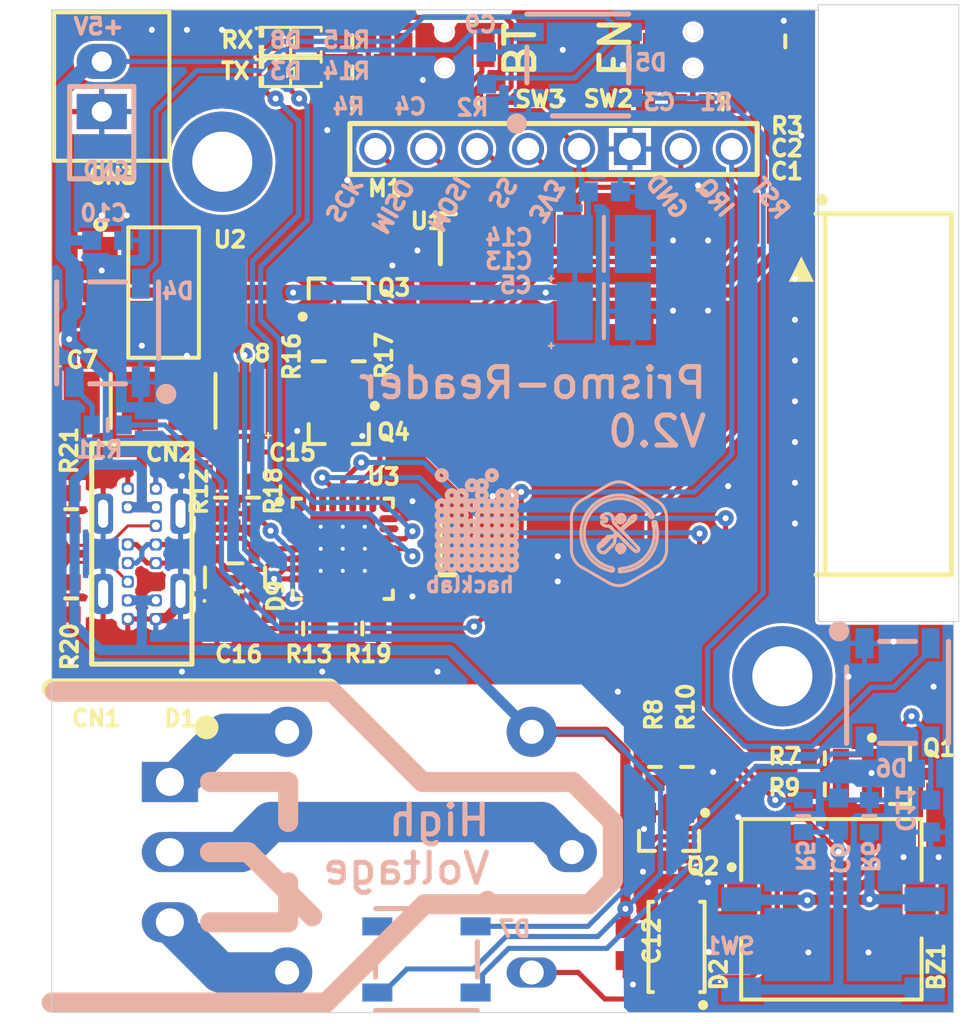
<source format=kicad_pcb>
(kicad_pcb (version 20221018) (generator pcbnew)
  (layers (0 "F.Cu" signal "Top Layer") (31 "B.Cu" signal "Bottom Layer") (34 "B.Paste" user "Bottom Paste") (35 "F.Paste" user "Top Paste") (36 "B.SilkS" user "Bottom Overlay") (37 "F.SilkS" user "Top Overlay") (38 "B.Mask" user "Bottom Solder") (39 "F.Mask" user "Top Solder") (44 "Edge.Cuts" user))
  (net 0 "")
  (net 1 "UART_RTS")
  (net 2 "UART_DTR")
  (net 3 "NetR19_2")
  (net 4 "NetR13_1")
  (net 5 "NetR6_2")
  (net 6 "NetR4_2")
  (net 7 "NetR3_2")
  (net 8 "NetQ4_1")
  (net 9 "NetQ3_1")
  (net 10 "NetD9_2")
  (net 11 "NetD8_2")
  (net 12 "UART_RX_LED")
  (net 13 "NetD3_2")
  (net 14 "UART_TX_LED")
  (net 15 "NetCN2_33")
  (net 16 "NetCN2_3")
  (net 17 "LOGOUT")
  (net 18 "D-")
  (net 19 "D+")
  (net 20 "SPI_SS")
  (net 21 "SPI_SCK")
  (net 22 "SPI_RST")
  (net 23 "SPI_MOSI")
  (net 24 "SPI_MISO")
  (net 25 "SPI_IRQ")
  (net 26 "NetD6_2")
  (net 27 "NetD5_2")
  (net 28 "NetD4_2")
  (net 29 "3V3")
  (net 30 "5V")
  (net 31 "EN")
  (net 32 "BOOT")
  (net 33 "GND")
  (net 34 "UART_Rx")
  (net 35 "UART_Tx")
  (net 36 "NetCN1_1")
  (net 37 "NetCN1_2")
  (net 38 "NetCN1_3")
  (net 39 "buzzer")
  (net 40 "NetBZ1_2")
  (net 41 "NetD1_3")
  (net 42 "NetQ1_1")
  (net 43 "relay")
  (net 44 "NetQ2_1")
  (net 45 "NetD4_4")
  (net 46 "RGB-LED")
  (footprint "X:_03_Models_02_Footprints_04_Misc_MSC_SRD-12VDC-SL-C.PcbLib_MSC_SRD-12VDC-SL-C" (layer "F.Cu") (at 143.6761 122.0286)
    (fp_text reference "D1")
    (fp_text value "MSC_5pin_Relay" hide)
  )
  (footprint "X:_03_Models_02_Footprints_01_Footprint_SMT_02_IPC-7352 Discrete Components_Resistors Chip_Resistor.PcbLib_RESC1608X55N" (layer "F.Cu") (at 140.8761 83.2536)
    (fp_text reference "R14")
    (fp_text value "RES" hide)
  )
  (footprint "X:_04_Database_DSW_Lib.DbLib/CAP_CAPC1608X87N" (layer "F.Cu") (at 156.3011 84.8036)
    (fp_text reference "C3")
    (fp_text value "CAP" hide)
  )
  (footprint "X:_04_Database_DSW_Lib.DbLib/CAP_CAPC1608X87N" (layer "F.Cu") (at 162.4761 84.8036 180)
    (fp_text reference "C1")
    (fp_text value "CAP" hide)
  )
  (footprint "X:_03_Models_02_Footprints_01_Footprint_SMT_02_IPC-7352 Discrete Components_Resistors Chip_Resistor.PcbLib_RESC1608X55N" (layer "F.Cu") (at 141.2011 97.6536 -90)
    (fp_text reference "R17")
    (fp_text value "RES" hide)
  )
  (footprint "X:_03_Models_02_Footprints_01_Footprint_SMT_02_IPC-7352 Discrete Components_Resistors Chip_Resistor.PcbLib_RESC1608X55N" (layer "F.Cu") (at 141.3761 110.9786 180)
    (fp_text reference "R19")
    (fp_text value "RES" hide)
  )
  (footprint "X:_03_Models_02_Footprints_01_Footprint_SMT_SIMPLE_QFN-28.PcbLib_QFN-28N" (layer "F.Cu") (at 140.4011 107.0036)
    (fp_text reference "U3")
    (fp_text value "IC_SILICON_LABS_CP2102N-GQFN28" hide)
  )
  (footprint "X:_03_Models_02_Footprints_01_Footprint_SMT_02_IPC-7352 Discrete Components_Resistors Chip_Resistor.PcbLib_RESC1608X55N" (layer "F.Cu") (at 138.4261 110.9786 180)
    (fp_text reference "R13")
    (fp_text value "RES" hide)
  )
  (footprint "X:_03_Models_02_Footprints_01_Footprint_SMT_02_IPC-7352 Discrete Components_Resistors Chip_Resistor.PcbLib_RESC1608X55N" (layer "F.Cu") (at 140.8761 81.7036)
    (fp_text reference "R15")
    (fp_text value "RES" hide)
  )
  (footprint "X:_03_Models_02_Footprints_01_Footprint_SMT_SIMPLE_SOT23.PcbLib_SOT23" (layer "F.Cu") (at 168.0011 118.2286)
    (fp_text reference "Q1")
    (fp_text value "TRS_NPN_123" hide)
  )
  (footprint "X:_03_Models_02_Footprints_01_Footprint_SMT_SIMPLE_SOT143.PcbLib_SOT143-L" (layer "F.Cu") (at 135.0261 108.4286 90)
    (fp_text reference "D9")
    (fp_text value "DIO_TVS_THREE" hide)
  )
  (footprint "X:_04_Database_DSW_Lib.DbLib/CAP_CAPC1608X87N" (layer "F.Cu") (at 144.1011 84.8036)
    (fp_text reference "C4")
    (fp_text value "CAP" hide)
  )
  (footprint "X:_03_Models_02_Footprints_01_Footprint_SMT_03_IPC-7353 GullWing Leaded TwoSides_SOT230P730X180-4.PcbLib_SOT230P730X180-4N" (layer "F.Cu") (at 131.4511 94.2286)
    (fp_text reference "U2")
    (fp_text value "IC_TI_LM1117" hide)
  )
  (footprint "X:_04_Database_DSW_Lib.DbLib/CAP_CAPC1608X87N" (layer "F.Cu") (at 154.48942 126.73565 90)
    (fp_text reference "C12")
    (fp_text value "CAP" hide)
  )
  (footprint "X:_04_Database_DSW_Lib.DbLib/RES_RESC1608X55N" (layer "F.Cu") (at 140.8761 84.8036)
    (fp_text reference "R4")
    (fp_text value "RES" hide)
  )
  (footprint "X:_03_Models_02_Footprints_04_Misc_MSC_KLS7-TS3401.PcbLib_MSC_KLS7-TS3401" (layer "F.Cu") (at 145.4761 82.1286)
    (fp_text reference "SW3")
    (fp_text value "Tact_Switch_2pin" hide)
  )
  (footprint "X:_04_Database_DSW_Lib.DbLib/MSC_MSC_MURATA_PKMCS0909E4000-R1" (layer "F.Cu") (at 164.7761 124.9786)
    (fp_text reference "BZ1")
    (fp_text value "MSC_BUZZER" hide)
  )
  (footprint "X:_04_Database_DSW_Lib.DbLib/RES_RESC1608X55N" (layer "F.Cu") (at 159.3511 84.8036)
    (fp_text reference "R1")
    (fp_text value "RES" hide)
  )
  (footprint "X:_03_Models_02_Footprints_01_Footprint_SMT_SIMPLE_SOT23.PcbLib_SOT23" (layer "F.Cu") (at 140.2011 101.0786 -90)
    (fp_text reference "Q4")
    (fp_text value "TRS_NPN_123" hide)
  )
  (footprint "DSW_Lib.DbLib:DO-214AC" (layer "F.Cu") (at 157.0511 126.8536 -90)
    (fp_text reference "D2")
    (fp_text value "DIO" hide)
  )
  (footprint "X:_04_Database_DSW_Lib.DbLib/CAP_CAPC1608X87N" (layer "F.Cu") (at 134.9261 110.9786)
    (fp_text reference "C16")
    (fp_text value "CAP" hide)
  )
  (footprint "X:_04_Database_DSW_Lib.DbLib/DIO_DIO_RED_0603" (layer "F.Cu") (at 137.8011 83.2536)
    (fp_text reference "D3")
    (fp_text value "DIO_LED" hide)
  )
  (footprint "X:_04_Database_DSW_Lib.DbLib/RES_RESC1608X55N" (layer "F.Cu") (at 164.4511 117.4536)
    (fp_text reference "R7")
    (fp_text value "RES" hide)
  )
  (footprint "X:_04_Database_DSW_Lib.DbLib/RES_RESC1608X55N" (layer "F.Cu") (at 155.9761 117.8786 -90)
    (fp_text reference "R8")
    (fp_text value "RES" hide)
  )
  (footprint "X:_04_Database_DSW_Lib.DbLib/CN_CN_XH2.54-2P-MALE" (layer "F.Cu") (at 128.3761 85.2036 90)
    (fp_text reference "CN3")
    (fp_text value "CN_1X2M" hide)
  )
  (footprint "X:_03_Models_02_Footprints_01_Footprint_SMT_02_IPC-7352 Discrete Components_Resistors Chip_Resistor.PcbLib_RESC1608X55N" (layer "F.Cu") (at 139.2011 97.6536 90)
    (fp_text reference "R16")
    (fp_text value "RES" hide)
  )
  (footprint "X:_04_Database_DSW_Lib.DbLib/RES_RESC1608X55N" (layer "F.Cu") (at 164.4511 119.0036)
    (fp_text reference "R9")
    (fp_text value "RES" hide)
  )
  (footprint "X:_04_Database_DSW_Lib.DbLib/DIO_DIO_RED_0603" (layer "F.Cu") (at 137.8011 81.7036)
    (fp_text reference "D8")
    (fp_text value "DIO_LED" hide)
  )
  (footprint "X:_03_Models_02_Footprints_01_Footprint_SMT_11_MSC Miscellaneous_MSC_ESP32-WROOM-32D.PcbLib_MSC_ESP32-WROOM-32D" (layer "F.Cu") (at 157.7536 99.2986 -90)
    (fp_text reference "U1")
    (fp_text value "MSC_ESP32-WROOM-32D" hide)
  )
  (footprint "X:_03_Models_02_Footprints_01_Footprint_SMT_02_IPC-7352 Discrete Components_Resistors Chip_Resistor.PcbLib_RESC1608X55N" (layer "F.Cu") (at 126.8511 105.0286 -90)
    (fp_text reference "R21")
    (fp_text value "RES" hide)
  )
  (footprint "X:_03_Models_02_Footprints_01_Footprint_SMT_SIMPLE_SOT23.PcbLib_SOT23" (layer "F.Cu") (at 140.2011 94.2286 90)
    (fp_text reference "Q3")
    (fp_text value "TRS_NPN_123" hide)
  )
  (footprint "X:_04_Database_DSW_Lib.DbLib/CAP_CAPM3528x210_N" (layer "F.Cu") (at 128.8261 99.6286)
    (fp_text reference "C7")
    (fp_text value "CAP_POL" hide)
  )
  (footprint "X:_04_Database_DSW_Lib.DbLib/MSC_MOD_RFID_NFC_PN532_no3d" (layer "F.Cu") (at 148.3761 100.5306)
    (fp_text reference "M1")
    (fp_text value "MOD_RFID_NFC_PN532" hide)
  )
  (footprint "X:_04_Database_DSW_Lib.DbLib/CAP_CAPC1608X87N" (layer "F.Cu") (at 162.4761 83.2536 180)
    (fp_text reference "C2")
    (fp_text value "CAP" hide)
  )
  (footprint "X:_04_Database_DSW_Lib.DbLib/RES_RESC1608X55N" (layer "F.Cu") (at 162.4761 81.7036 180)
    (fp_text reference "R3")
    (fp_text value "RES" hide)
  )
  (footprint "X:_03_Models_02_Footprints_01_Footprint_SMT_02_IPC-7352 Discrete Components_Resistors Chip_Resistor.PcbLib_RESC1608X55N" (layer "F.Cu") (at 135.9261 104.4536 -90)
    (fp_text reference "R18")
    (fp_text value "RES" hide)
  )
  (footprint "X:_04_Database_DSW_Lib.DbLib/CAP_CAPM3528x210_N" (layer "F.Cu") (at 134.0511 99.6286 180)
    (fp_text reference "C8")
    (fp_text value "CAP_POL" hide)
  )
  (footprint "X:_04_Database_DSW_Lib.DbLib/CAP_CAPC1608X87N" (layer "F.Cu") (at 135.1261 102.1786 180)
    (fp_text reference "C15")
    (fp_text value "CAP" hide)
  )
  (footprint "X:_03_Models_02_Footprints_04_Misc_MSC_KLS7-TS3401.PcbLib_MSC_KLS7-TS3401" (layer "F.Cu") (at 157.8761 82.1286 180)
    (fp_text reference "SW2")
    (fp_text value "Tact_Switch_2pin" hide)
  )
  (footprint "X:_03_Models_02_Footprints_01_Footprint_SMT_SIMPLE_SOT23.PcbLib_SOT23" (layer "F.Cu") (at 156.68002 121.3656 -90)
    (fp_text reference "Q2")
    (fp_text value "TRS_NPN_123" hide)
  )
  (footprint "X:_03_Models_02_Footprints_01_Footprint_SMT_02_IPC-7352 Discrete Components_Resistors Chip_Resistor.PcbLib_RESC1608X55N" (layer "F.Cu") (at 134.3261 104.4536 90)
    (fp_text reference "R12")
    (fp_text value "RES" hide)
  )
  (footprint "X:_04_Database_DSW_Lib.DbLib/CN_CN_Wurth_691322110003" (layer "F.Cu") (at 128.3761 122.12859 -90)
    (fp_text reference "CN1")
    (fp_text value "CN_1X3M" hide)
  )
  (footprint "X:_04_Database_DSW_Lib.DbLib/RES_RESC1608X55N" (layer "F.Cu") (at 147.1511 84.8036)
    (fp_text reference "R2")
    (fp_text value "RES" hide)
  )
  (footprint "X:_04_Database_DSW_Lib.DbLib/CN_CN_USB-C_vertical" (layer "F.Cu") (at 130.3761 107.2536 -90)
    (fp_text reference "CN2")
    (fp_text value "CN_USB-C" hide)
  )
  (footprint "X:_04_Database_DSW_Lib.DbLib/RES_RESC1608X55N" (layer "F.Cu") (at 157.5761 117.8786 -90)
    (fp_text reference "R10")
    (fp_text value "RES" hide)
  )
  (footprint "X:_03_Models_02_Footprints_01_Footprint_SMT_02_IPC-7352 Discrete Components_Resistors Chip_Resistor.PcbLib_RESC1608X55N" (layer "F.Cu") (at 126.8511 109.4786 90)
    (fp_text reference "R20")
    (fp_text value "RES" hide)
  )
  (footprint "X:_04_Database_DSW_Lib.DbLib/CAP_CAPC1608X87N" (layer "B.Cu") (at 165.1261 120.2286 -90)
    (fp_text reference "C6")
    (fp_text value "CAP" hide)
  )
  (footprint "X:_04_Database_DSW_Lib.DbLib/CAP_CAPC1608X87N" (layer "B.Cu") (at 169.7261 120.3286 90)
    (fp_text reference "C11")
    (fp_text value "CAP" hide)
  )
  (footprint "X:_04_Database_DSW_Lib.DbLib/RES_RESC1608X55N" (layer "B.Cu") (at 166.6761 120.3286 -90)
    (fp_text reference "R6")
    (fp_text value "RES" hide)
  )
  (footprint "X:_04_Database_DSW_Lib.DbLib/RES_RESC1608X55N" (layer "B.Cu") (at 128.6761 100.8286 180)
    (fp_text reference "R11")
    (fp_text value "RES" hide)
  )
  (footprint "X:_03_Models_02_Footprints_04_Misc_DIO_LED_WORLDSEMI_WS2812B.PcbLib_DIO_LED_WORLDSEMI_WS2812B" (layer "B.Cu") (at 144.57758 127.4796)
    (fp_text reference "D7")
    (fp_text value "DIO_LED_WS2812_5050" hide)
  )
  (footprint "X:_03_Models_02_Footprints_01_Footprint_SMT_02_IPC-7352 Discrete Components_Capacitors Molded polarized_CAPM3528x210.PcbLib_CAPM3528x210_N" (layer "B.Cu") (at 153.4261 95.1536)
    (fp_text reference "C5")
    (fp_text value "CAP_POL" hide)
  )
  (footprint "X:_03_Models_02_Footprints_04_Misc_Tact_Switch.PcbLib_Tact_Switch_SMD" (layer "B.Cu") (at 164.85109 126.7286 180)
    (fp_text reference "SW1")
    (fp_text value "Tact_Switch" hide)
  )
  (footprint "X:_04_Database_DSW_Lib.DbLib/CAP_CAPC1608X87N" (layer "B.Cu") (at 128.6761 91.6286 180)
    (fp_text reference "C10")
    (fp_text value "CAP" hide)
  )
  (footprint "X:_04_Database_DSW_Lib.DbLib/CAP_CAPC1608X87N" (layer "B.Cu") (at 153.4511 89.2036 180)
    (fp_text reference "C14")
    (fp_text value "CAP" hide)
  )
  (footprint "X:_03_Models_02_Footprints_01_Footprint_SMT_02_IPC-7352 Discrete Components_Capacitors Molded polarized_CAPM3528x210.PcbLib_CAPM3528x210_N" (layer "B.Cu") (at 153.4261 91.8036)
    (fp_text reference "C13")
    (fp_text value "CAP_POL" hide)
  )
  (footprint "X:_03_Models_02_Footprints_04_Misc_DIO_LED_WORLDSEMI_WS2812B.PcbLib_DIO_LED_WORLDSEMI_WS2812B" (layer "B.Cu") (at 152.1261 82.8786 180)
    (fp_text reference "D5")
    (fp_text value "DIO_LED_WS2812_5050" hide)
  )
  (footprint "X:_03_Models_02_Footprints_04_Misc_DIO_LED_WORLDSEMI_WS2812B.PcbLib_DIO_LED_WORLDSEMI_WS2812B" (layer "B.Cu") (at 128.6701 96.2366 -90)
    (fp_text reference "D4")
    (fp_text value "DIO_LED_WS2812_5050" hide)
  )
  (footprint "X:_04_Database_DSW_Lib.DbLib/CAP_CAPC1608X87N" (layer "B.Cu") (at 147.5761 83.0286 -90)
    (fp_text reference "C9")
    (fp_text value "CAP" hide)
  )
  (footprint "X:_03_Models_02_Footprints_04_Misc_DIO_LED_WORLDSEMI_WS2812B.PcbLib_DIO_LED_WORLDSEMI_WS2812B" (layer "B.Cu") (at 168.0771 114.16212 90)
    (fp_text reference "D6")
    (fp_text value "DIO_LED_WS2812_5050" hide)
  )
  (footprint "X:_04_Database_DSW_Lib.DbLib/RES_RESC1608X55N" (layer "B.Cu") (at 163.3761 120.3286 90)
    (fp_text reference "R5")
    (fp_text value "RES" hide)
  )
  (gr_line (start 154.56167 105.75913) (end 154.56281 105.75799) (stroke (width 0.15)) (layer "B.SilkS"))
  (gr_line (start 154.20158 105.49447) (end 154.20171 105.49461) (stroke (width 0.15)) (layer "B.SilkS"))
  (gr_line (start 154.25804 105.55337) (end 154.25818 105.55349) (stroke (width 0.15)) (layer "B.SilkS"))
  (gr_arc (start 154.333746 105.631412) (mid 154.338878 105.640458) (end 154.343421 105.649814) (stroke (width 0.15)) (layer "B.SilkS"))
  (gr_line (start 153.81379 106.87215) (end 153.81425 106.87172) (stroke (width 0.15)) (layer "B.SilkS"))
  (gr_line (start 153.62864 106.55749) (end 153.62928 106.55683) (stroke (width 0.15)) (layer "B.SilkS"))
  (gr_line (start 153.55948 105.52494) (end 153.55962 105.52562) (stroke (width 0.15)) (layer "B.SilkS"))
  (gr_line (start 154.0617 106.35895) (end 154.06185 106.35879) (stroke (width 0.15)) (layer "B.SilkS"))
  (gr_line (start 153.34106 106.77827) (end 153.3413 106.77802) (stroke (width 0.15)) (layer "B.SilkS"))
  (gr_line (start 154.24129 106.78692) (end 154.24194 106.78691) (stroke (width 0.15)) (layer "B.SilkS"))
  (gr_line (start 154.20407 105.49736) (end 154.20419 105.49751) (stroke (width 0.15)) (layer "B.SilkS"))
  (gr_line (start 154.30986 106.00975) (end 154.30991 106.00984) (stroke (width 0.15)) (layer "B.SilkS"))
  (gr_line (start 153.3623 105.47066) (end 153.36249 105.47066) (stroke (width 0.15)) (layer "B.SilkS"))
  (gr_line (start 153.48538 106.70628) (end 153.4867 106.70494) (stroke (width 0.15)) (layer "B.SilkS"))
  (gr_line (start 154.31655 106.02256) (end 154.31658 106.02263) (stroke (width 0.15)) (layer "B.SilkS"))
  (gr_line (start 154.21179 107.09435) (end 154.21201 107.09403) (stroke (width 0.15)) (layer "B.SilkS"))
  (gr_line (start 153.79445 106.39934) (end 153.79479 106.3991) (stroke (width 0.15)) (layer "B.SilkS"))
  (gr_line (start 154.19708 105.48926) (end 154.1972 105.48941) (stroke (width 0.15)) (layer "B.SilkS"))
  (gr_line (start 154.33754 106.79404) (end 154.33806 106.79408) (stroke (width 0.15)) (layer "B.SilkS"))
  (gr_line (start 154.22391 107.07873) (end 154.22406 107.07855) (stroke (width 0.15)) (layer "B.SilkS"))
  (gr_line (start 154.07121 106.30964) (end 154.07131 106.30988) (stroke (width 0.15)) (layer "B.SilkS"))
  (gr_line (start 153.43023 106.57084) (end 153.43053 106.57054) (stroke (width 0.15)) (layer "B.SilkS"))
  (gr_line (start 153.88506 105.5353) (end 153.88507 105.53563) (stroke (width 0.15)) (layer "B.SilkS"))
  (gr_line (start 155.92878 105.65267) (end 155.92951 105.65247) (stroke (width 0.15)) (layer "B.SilkS"))
  (gr_line (start 154.62722 106.42206) (end 154.62772 106.42258) (stroke (width 0.15)) (layer "B.SilkS"))
  (gr_line (start 155.88008 105.68006) (end 155.88014 105.67961) (stroke (width 0.15)) (layer "B.SilkS"))
  (gr_line (start 154.07361 105.44272) (end 154.07383 105.44084) (stroke (width 0.15)) (layer "B.SilkS"))
  (gr_line (start 154.3217 106.03107) (end 154.32177 106.03117) (stroke (width 0.15)) (layer "B.SilkS"))
  (gr_line (start 153.5558 105.58487) (end 153.55595 105.58427) (stroke (width 0.15)) (layer "B.SilkS"))
  (gr_line (start 154.07005 106.34834) (end 154.07025 106.34802) (stroke (width 0.15)) (layer "B.SilkS"))
  (gr_line (start 153.46925 105.47022) (end 153.46961 105.47023) (stroke (width 0.15)) (layer "B.SilkS"))
  (gr_line (start 153.87997 106.38102) (end 153.88006 106.38102) (stroke (width 0.15)) (layer "B.SilkS"))
  (gr_line (start 154.19629 108.05198) (end 154.1963 108.05179) (stroke (width 0.15)) (layer "B.SilkS"))
  (gr_line (start 153.94036 106.7217) (end 153.94203 106.71847) (stroke (width 0.15)) (layer "B.SilkS"))
  (gr_line (start 154.34547 105.68833) (end 154.34751 105.68789) (stroke (width 0.15)) (layer "B.SilkS"))
  (gr_line (start 154.19617 108.05722) (end 154.19617 108.05704) (stroke (width 0.15)) (layer "B.SilkS"))
  (gr_line (start 155.002 105.38301) (end 155.0021 105.38315) (stroke (width 0.15)) (layer "B.SilkS"))
  (gr_line (start 153.88373 107.99532) (end 153.88418 107.99592) (stroke (width 0.15)) (layer "B.SilkS"))
  (gr_line (start 154.07211 106.3118) (end 154.0722 106.31204) (stroke (width 0.15)) (layer "B.SilkS"))
  (gr_line (start 155.88576 105.67083) (end 155.88663 105.67036) (stroke (width 0.15)) (layer "B.SilkS"))
  (gr_line (start 154.29518 105.58589) (end 154.29546 105.58615) (stroke (width 0.15)) (layer "B.SilkS"))
  (gr_line (start 154.61193 106.77334) (end 154.61438 106.77577) (stroke (width 0.15)) (layer "B.SilkS"))
  (gr_line (start 154.85041 105.64874) (end 154.85101 105.64835) (stroke (width 0.15)) (layer "B.SilkS"))
  (gr_line (start 154.37314 106.90676) (end 154.37383 106.90614) (stroke (width 0.15)) (layer "B.SilkS"))
  (gr_line (start 154.40837 105.59224) (end 154.40862 105.59229) (stroke (width 0.15)) (layer "B.SilkS"))
  (gr_line (start 153.94709 106.34057) (end 153.94752 106.34016) (stroke (width 0.15)) (layer "B.SilkS"))
  (gr_line (start 154.26835 107.02743) (end 154.26859 107.02715) (stroke (width 0.15)) (layer "B.SilkS"))
  (gr_line (start 154.46774 106.94804) (end 154.46819 106.95007) (stroke (width 0.15)) (layer "B.SilkS"))
  (gr_line (start 154.44215 105.59625) (end 154.44232 105.59627) (stroke (width 0.15)) (layer "B.SilkS"))
  (gr_line (start 153.97441 106.51326) (end 153.97443 106.51174) (stroke (width 0.15)) (layer "B.SilkS"))
  (gr_line (start 154.69203 105.58526) (end 154.69214 105.58506) (stroke (width 0.15)) (layer "B.SilkS"))
  (gr_line (start 154.26144 107.1863) (end 154.26158 107.1863) (stroke (width 0.15)) (layer "B.SilkS"))
  (gr_line (start 154.68895 105.59102) (end 154.68906 105.59082) (stroke (width 0.15)) (layer "B.SilkS"))
  (gr_line (start 153.58699 106.42921) (end 153.58733 106.42898) (stroke (width 0.15)) (layer "B.SilkS"))
  (gr_line (start 153.4284 106.57265) (end 153.42871 106.57234) (stroke (width 0.15)) (layer "B.SilkS"))
  (gr_line (start 153.42738 106.57367) (end 153.42779 106.57326) (stroke (width 0.15)) (layer "B.SilkS"))
  (gr_line (start 153.78633 105.94461) (end 153.78654 105.94483) (stroke (width 0.15)) (layer "B.SilkS"))
  (gr_line (start 154.3381 106.04576) (end 154.33822 106.04583) (stroke (width 0.15)) (layer "B.SilkS"))
  (gr_line (start 155.75842 105.4228) (end 155.75894 105.42322) (stroke (width 0.15)) (layer "B.SilkS"))
  (gr_line (start 153.83214 105.99436) (end 153.83334 105.99562) (stroke (width 0.15)) (layer "B.SilkS"))
  (gr_line (start 154.70756 105.557) (end 154.70779 105.5566) (stroke (width 0.15)) (layer "B.SilkS"))
  (gr_line (start 154.20917 105.40521) (end 154.20932 105.40535) (stroke (width 0.15)) (layer "B.SilkS"))
  (gr_line (start 154.02394 105.81565) (end 154.02508 105.81687) (stroke (width 0.15)) (layer "B.SilkS"))
  (gr_line (start 154.19581 108.07157) (end 154.19582 108.0714) (stroke (width 0.15)) (layer "B.SilkS"))
  (gr_line (start 153.75228 106.92805) (end 153.75279 106.92759) (stroke (width 0.15)) (layer "B.SilkS"))
  (gr_line (start 154.32988 107.98341) (end 154.33045 107.98328) (stroke (width 0.15)) (layer "B.SilkS"))
  (gr_line (start 154.58 106.74153) (end 154.58246 106.74399) (stroke (width 0.15)) (layer "B.SilkS"))
  (gr_line (start 153.83584 108.11116) (end 153.8368 108.11108) (stroke (width 0.15)) (layer "B.SilkS"))
  (gr_line (start 153.35956 106.76092) (end 153.35969 106.76081) (stroke (width 0.15)) (layer "B.SilkS"))
  (gr_line (start 154.04661 106.37303) (end 154.04679 106.37287) (stroke (width 0.15)) (layer "B.SilkS"))
  (gr_line (start 153.16974 106.84976) (end 153.17053 106.84832) (stroke (width 0.15)) (layer "B.SilkS"))
  (gr_line (start 154.13206 106.28922) (end 154.13275 106.28989) (stroke (width 0.15)) (layer "B.SilkS"))
  (gr_line (start 154.19365 107.14678) (end 154.19367 107.14708) (stroke (width 0.15)) (layer "B.SilkS"))
  (gr_line (start 154.4696 107.00446) (end 154.46984 107.00266) (stroke (width 0.15)) (layer "B.SilkS"))
  (gr_line (start 153.18072 106.83171) (end 153.18142 106.83067) (stroke (width 0.15)) (layer "B.SilkS"))
  (gr_line (start 154.38127 106.17545) (end 154.38208 106.17625) (stroke (width 0.15)) (layer "B.SilkS"))
  (gr_line (start 153.91921 105.68798) (end 153.92029 105.68989) (stroke (width 0.15)) (layer "B.SilkS"))
  (gr_line (start 153.85101 107.96486) (end 153.85156 107.96525) (stroke (width 0.15)) (layer "B.SilkS"))
  (gr_line (start 154.98848 105.48882) (end 154.98884 105.48822) (stroke (width 0.15)) (layer "B.SilkS"))
  (gr_line (start 154.37666 106.53585) (end 154.37782 106.53703) (stroke (width 0.15)) (layer "B.SilkS"))
  (gr_line (start 154.19971 108.11879) (end 154.19982 108.11913) (stroke (width 0.15)) (layer "B.SilkS"))
  (gr_line (start 153.84137 107.95842) (end 153.84196 107.95879) (stroke (width 0.15)) (layer "B.SilkS"))
  (gr_line (start 153.93871 106.34823) (end 153.93906 106.34791) (stroke (width 0.15)) (layer "B.SilkS"))
  (gr_line (start 154.05334 106.36707) (end 154.05351 106.36692) (stroke (width 0.15)) (layer "B.SilkS"))
  (gr_line (start 154.44048 105.87057) (end 154.44085 105.87025) (stroke (width 0.15)) (layer "B.SilkS"))
  (gr_line (start 154.68609 105.59636) (end 154.6862 105.59616) (stroke (width 0.15)) (layer "B.SilkS"))
  (gr_line (start 154.30569 106.79105) (end 154.30593 106.79108) (stroke (width 0.15)) (layer "B.SilkS"))
  (gr_line (start 153.21613 106.78806) (end 153.21674 106.78742) (stroke (width 0.15)) (layer "B.SilkS"))
  (gr_line (start 155.01324 105.4347) (end 155.01332 105.43433) (stroke (width 0.15)) (layer "B.SilkS"))
  (gr_line (start 154.10909 107.09389) (end 154.10925 107.09383) (stroke (width 0.15)) (layer "B.SilkS"))
  (gr_line (start 153.44615 106.67957) (end 153.44652 106.67924) (stroke (width 0.15)) (layer "B.SilkS"))
  (gr_line (start 153.81631 107.94405) (end 153.81697 107.9444) (stroke (width 0.15)) (layer "B.SilkS"))
  (gr_line (start 154.3215 106.7926) (end 154.32175 106.79262) (stroke (width 0.15)) (layer "B.SilkS"))
  (gr_line (start 154.5958 105.72357) (end 154.59724 105.722) (stroke (width 0.15)) (layer "B.SilkS"))
  (gr_line (start 153.17533 106.84011) (end 153.17598 106.83905) (stroke (width 0.15)) (layer "B.SilkS"))
  (gr_line (start 154.2323 106.02786) (end 154.23392 106.02947) (stroke (width 0.15)) (layer "B.SilkS"))
  (gr_line (start 153.63204 106.49835) (end 153.63278 106.49755) (stroke (width 0.15)) (layer "B.SilkS"))
  (gr_line (start 154.19972 107.1777) (end 154.19978 107.17789) (stroke (width 0.15)) (layer "B.SilkS"))
  (gr_line (start 153.36126 106.75938) (end 153.36139 106.75926) (stroke (width 0.15)) (layer "B.SilkS"))
  (gr_line (start 154.24029 105.53711) (end 154.24071 105.53752) (stroke (width 0.15)) (layer "B.SilkS"))
  (gr_line (start 154.26532 107.18623) (end 154.26546 107.18623) (stroke (width 0.15)) (layer "B.SilkS"))
  (gr_line (start 154.02935 106.38821) (end 154.02955 106.38802) (stroke (width 0.15)) (layer "B.SilkS"))
  (gr_line (start 153.63244 107.04263) (end 153.63262 107.04243) (stroke (width 0.15)) (layer "B.SilkS"))
  (gr_line (start 154.24818 107.05038) (end 154.24839 107.05015) (stroke (width 0.15)) (layer "B.SilkS"))
  (gr_line (start 153.34472 105.75918) (end 153.34613 105.76108) (stroke (width 0.15)) (layer "B.SilkS"))
  (gr_line (start 153.42197 106.5791) (end 153.42239 106.57867) (stroke (width 0.15)) (layer "B.SilkS"))
  (gr_line (start 154.3974 105.90865) (end 154.39774 105.90835) (stroke (width 0.15)) (layer "B.SilkS"))
  (gr_line (start 155.15254 107.08132) (end 155.15313 107.08037) (stroke (width 0.15)) (layer "B.SilkS"))
  (gr_line (start 154.06287 107.01518) (end 154.06326 107.01738) (stroke (width 0.15)) (layer "B.SilkS"))
  (gr_line (start 154.23428 105.307) (end 154.23666 105.30658) (stroke (width 0.15)) (layer "B.SilkS"))
  (gr_line (start 154.37208 105.57623) (end 154.37242 105.57648) (stroke (width 0.15)) (layer "B.SilkS"))
  (gr_arc (start 154.204297 108.129048) (mid 154.204095 108.128708) (end 154.203895 108.128366) (stroke (width 0.15)) (layer "B.SilkS"))
  (gr_line (start 154.20783 107.18862) (end 154.20837 107.18855) (stroke (width 0.15)) (layer "B.SilkS"))
  (gr_line (start 155.11934 106.93257) (end 155.12009 106.93345) (stroke (width 0.15)) (layer "B.SilkS"))
  (gr_line (start 153.49686 105.47213) (end 153.49697 105.47215) (stroke (width 0.15)) (layer "B.SilkS"))
  (gr_line (start 153.89179 108.07104) (end 153.89205 108.07041) (stroke (width 0.15)) (layer "B.SilkS"))
  (gr_line (start 155.87857 105.69549) (end 155.8786 105.695) (stroke (width 0.15)) (layer "B.SilkS"))
  (gr_line (start 154.27818 107.18584) (end 154.27846 107.18582) (stroke (width 0.15)) (layer "B.SilkS"))
  (gr_arc (start 153.314464 105.438026) (mid 153.314424 105.437287) (end 153.314391 105.436548) (stroke (width 0.15)) (layer "B.SilkS"))
  (gr_line (start 154.25847 105.55375) (end 154.25862 105.55387) (stroke (width 0.15)) (layer "B.SilkS"))
  (gr_line (start 154.2134 107.09214) (end 154.21363 107.09182) (stroke (width 0.15)) (layer "B.SilkS"))
  (gr_line (start 155.00806 105.45075) (end 155.00823 105.45032) (stroke (width 0.15)) (layer "B.SilkS"))
  (gr_line (start 153.49238 105.4716) (end 153.49251 105.47161) (stroke (width 0.15)) (layer "B.SilkS"))
  (gr_line (start 154.2681 107.02771) (end 154.26835 107.02743) (stroke (width 0.15)) (layer "B.SilkS"))
  (gr_line (start 154.42099 105.88772) (end 154.42135 105.8874) (stroke (width 0.15)) (layer "B.SilkS"))
  (gr_line (start 154.33234 106.82256) (end 154.33256 106.82193) (stroke (width 0.15)) (layer "B.SilkS"))
  (gr_line (start 154.25092 106.95744) (end 154.25358 106.95402) (stroke (width 0.15)) (layer "B.SilkS"))
  (gr_line (start 153.68096 105.87965) (end 153.68163 105.8798) (stroke (width 0.15)) (layer "B.SilkS"))
  (gr_line (start 153.75739 105.91616) (end 153.75778 105.91649) (stroke (width 0.15)) (layer "B.SilkS"))
  (gr_line (start 154.18089 106.33732) (end 154.18174 106.33817) (stroke (width 0.15)) (layer "B.SilkS"))
  (gr_line (start 154.32784 106.95598) (end 154.32808 106.95568) (stroke (width 0.15)) (layer "B.SilkS"))
  (gr_line (start 154.07802 105.57645) (end 154.07836 105.57778) (stroke (width 0.15)) (layer "B.SilkS"))
  (gr_line (start 154.23755 105.69896) (end 154.23912 105.69903) (stroke (width 0.15)) (layer "B.SilkS"))
  (gr_line (start 155.01372 105.43251) (end 155.01379 105.43215) (stroke (width 0.15)) (layer "B.SilkS"))
  (gr_line (start 154.17457 105.465) (end 154.17498 105.46541) (stroke (width 0.15)) (layer "B.SilkS"))
  (gr_line (start 153.89088 106.37994) (end 153.89121 106.37987) (stroke (width 0.15)) (layer "B.SilkS"))
  (gr_line (start 153.62871 106.4033) (end 153.62921 106.40304) (stroke (width 0.15)) (layer "B.SilkS"))
  (gr_line (start 154.23461 105.53149) (end 154.23502 105.5319) (stroke (width 0.15)) (layer "B.SilkS"))
  (gr_line (start 154.21161 107.18817) (end 154.21215 107.18811) (stroke (width 0.15)) (layer "B.SilkS"))
  (gr_line (start 153.88497 105.53335) (end 153.88498 105.53368) (stroke (width 0.15)) (layer "B.SilkS"))
  (gr_line (start 153.35986 105.33496) (end 153.3613 105.33333) (stroke (width 0.15)) (layer "B.SilkS"))
  (gr_line (start 154.1961 108.05961) (end 154.19611 108.05942) (stroke (width 0.15)) (layer "B.SilkS"))
  (gr_arc (start 154.06723 107.033644) (mid 154.066824 107.03231) (end 154.066431 107.030971) (stroke (width 0.15)) (layer "B.SilkS"))
  (gr_line (start 153.56139 105.5467) (end 153.5614 105.54615) (stroke (width 0.15)) (layer "B.SilkS"))
  (gr_line (start 153.55836 107.12222) (end 153.55907 107.12153) (stroke (width 0.15)) (layer "B.SilkS"))
  (gr_line (start 154.67386 105.61881) (end 154.67408 105.61842) (stroke (width 0.15)) (layer "B.SilkS"))
  (gr_line (start 154.69065 105.58784) (end 154.69075 105.58765) (stroke (width 0.15)) (layer "B.SilkS"))
  (gr_line (start 153.88207 105.49499) (end 153.88215 105.49565) (stroke (width 0.15)) (layer "B.SilkS"))
  (gr_line (start 153.98259 106.30494) (end 153.98276 106.30478) (stroke (width 0.15)) (layer "B.SilkS"))
  (gr_line (start 154.21265 105.50735) (end 154.21277 105.50749) (stroke (width 0.15)) (layer "B.SilkS"))
  (gr_line (start 154.28177 105.57387) (end 154.28191 105.57399) (stroke (width 0.15)) (layer "B.SilkS"))
  (gr_line (start 153.44347 106.55807) (end 153.44374 106.55782) (stroke (width 0.15)) (layer "B.SilkS"))
  (gr_line (start 153.43152 106.76045) (end 153.43277 106.75922) (stroke (width 0.15)) (layer "B.SilkS"))
  (gr_line (start 152.31001 104.59052) (end 153.6791 103.80008) (stroke (width 0.15)) (layer "B.SilkS"))
  (gr_line (start 154.67885 105.60978) (end 154.67895 105.60958) (stroke (width 0.15)) (layer "B.SilkS"))
  (gr_line (start 155.71867 105.38204) (end 155.7192 105.38268) (stroke (width 0.15)) (layer "B.SilkS"))
  (gr_line (start 153.75101 106.43557) (end 153.75148 106.43513) (stroke (width 0.15)) (layer "B.SilkS"))
  (gr_line (start 154.1943 107.15308) (end 154.19434 107.15339) (stroke (width 0.15)) (layer "B.SilkS"))
  (gr_line (start 153.64259 107.03185) (end 153.64295 107.03147) (stroke (width 0.15)) (layer "B.SilkS"))
  (gr_line (start 154.06614 106.35386) (end 154.06626 106.35371) (stroke (width 0.15)) (layer "B.SilkS"))
  (gr_line (start 154.35558 107.9777) (end 154.35597 107.97761) (stroke (width 0.15)) (layer "B.SilkS"))
  (gr_line (start 153.58134 107.09863) (end 153.58179 107.09816) (stroke (width 0.15)) (layer "B.SilkS"))
  (gr_line (start 153.66693 105.87671) (end 153.66766 105.87685) (stroke (width 0.15)) (layer "B.SilkS"))
  (gr_line (start 154.18423 107.03381) (end 154.18513 107.03289) (stroke (width 0.15)) (layer "B.SilkS"))
  (gr_line (start 153.49663 107.1736) (end 153.49741 107.17308) (stroke (width 0.15)) (layer "B.SilkS"))
  (gr_arc (start 155.811312 105.446471) (mid 155.810731 105.446457) (end 155.810151 105.446438) (stroke (width 0.15)) (layer "B.SilkS"))
  (gr_line (start 153.44147 106.68393) (end 153.44183 106.6836) (stroke (width 0.15)) (layer "B.SilkS"))
  (gr_line (start 154.77784 105.69187) (end 154.77821 105.69165) (stroke (width 0.15)) (layer "B.SilkS"))
  (gr_line (start 153.8783 107.98866) (end 153.87869 107.9891) (stroke (width 0.15)) (layer "B.SilkS"))
  (gr_line (start 155.08864 106.9004) (end 155.0898 106.90149) (stroke (width 0.15)) (layer "B.SilkS"))
  (gr_line (start 153.36796 106.7533) (end 153.3681 106.75318) (stroke (width 0.15)) (layer "B.SilkS"))
  (gr_line (start 153.15139 106.97986) (end 153.1517 106.98143) (stroke (width 0.15)) (layer "B.SilkS"))
  (gr_line (start 153.70824 106.40054) (end 153.70839 106.40026) (stroke (width 0.15)) (layer "B.SilkS"))
  (gr_line (start 154.21262 106.78895) (end 154.21344 106.78884) (stroke (width 0.15)) (layer "B.SilkS"))
  (gr_line (start 153.28129 106.72525) (end 153.28164 106.72492) (stroke (width 0.15)) (layer "B.SilkS"))
  (gr_line (start 154.07066 106.30841) (end 154.07077 106.30866) (stroke (width 0.15)) (layer "B.SilkS"))
  (gr_line (start 154.32307 106.03297) (end 154.32318 106.03311) (stroke (width 0.15)) (layer "B.SilkS"))
  (gr_line (start 154.3344 106.94801) (end 154.33465 106.94772) (stroke (width 0.15)) (layer "B.SilkS"))
  (gr_line (start 153.3148 106.69345) (end 153.31551 106.69275) (stroke (width 0.15)) (layer "B.SilkS"))
  (gr_line (start 153.3762 106.74577) (end 153.37633 106.74564) (stroke (width 0.15)) (layer "B.SilkS"))
  (gr_line (start 153.327 106.85527) (end 153.32746 106.8549) (stroke (width 0.15)) (layer "B.SilkS"))
  (gr_line (start 153.42932 106.57174) (end 153.42962 106.57144) (stroke (width 0.15)) (layer "B.SilkS"))
  (gr_line (start 153.53444 106.59655) (end 153.53572 106.59533) (stroke (width 0.15)) (layer "B.SilkS"))
  (gr_line (start 154.21727 105.51267) (end 154.2174 105.51281) (stroke (width 0.15)) (layer "B.SilkS"))
  (gr_line (start 153.96395 106.32383) (end 153.96404 106.32373) (stroke (width 0.15)) (layer "B.SilkS"))
  (gr_line (start 154.42459 106.2183) (end 154.42538 106.21909) (stroke (width 0.15)) (layer "B.SilkS"))
  (gr_line (start 153.84714 108.10992) (end 153.84806 108.10979) (stroke (width 0.15)) (layer "B.SilkS"))
  (gr_line (start 154.04537 105.83826) (end 154.04661 105.83955) (stroke (width 0.15)) (layer "B.SilkS"))
  (gr_line (start 154.84257 105.41239) (end 154.84485 105.4108) (stroke (width 0.15)) (layer "B.SilkS"))
  (gr_line (start 154.33108 105.308) (end 154.33394 105.30869) (stroke (width 0.15)) (layer "B.SilkS"))
  (gr_line (start 154.0699 105.4928) (end 154.06995 105.49109) (stroke (width 0.15)) (layer "B.SilkS"))
  (gr_line (start 154.19719 107.16798) (end 154.19727 107.16834) (stroke (width 0.15)) (layer "B.SilkS"))
  (gr_line (start 154.42135 106.58136) (end 154.42254 106.58257) (stroke (width 0.15)) (layer "B.SilkS"))
  (gr_line (start 153.55875 105.57129) (end 153.55886 105.5707) (stroke (width 0.15)) (layer "B.SilkS"))
  (gr_arc (start 153.423045 105.826862) (mid 153.420549 105.825436) (end 153.418068 105.823985) (stroke (width 0.15)) (layer "B.SilkS"))
  (gr_line (start 153.55081 105.86425) (end 153.5521 105.86433) (stroke (width 0.15)) (layer "B.SilkS"))
  (gr_line (start 154.40152 105.90497) (end 154.40187 105.90466) (stroke (width 0.15)) (layer "B.SilkS"))
  (gr_line (start 153.76296 106.42482) (end 153.76341 106.42443) (stroke (width 0.15)) (layer "B.SilkS"))
  (gr_line (start 153.54701 107.13312) (end 153.54773 107.13245) (stroke (width 0.15)) (layer "B.SilkS"))
  (gr_line (start 153.98889 106.29928) (end 153.98915 106.29906) (stroke (width 0.15)) (layer "B.SilkS"))
  (gr_line (start 154.32831 106.79323) (end 154.32857 106.79325) (stroke (width 0.15)) (layer "B.SilkS"))
  (gr_line (start 153.77307 105.93076) (end 153.77327 105.93096) (stroke (width 0.15)) (layer "B.SilkS"))
  (gr_line (start 153.47033 105.47025) (end 153.47069 105.47026) (stroke (width 0.15)) (layer "B.SilkS"))
  (gr_line (start 153.89118 108.00709) (end 153.89158 108.00789) (stroke (width 0.15)) (layer "B.SilkS"))
  (gr_line (start 153.75639 106.92434) (end 153.7569 106.92388) (stroke (width 0.15)) (layer "B.SilkS"))
  (gr_line (start 153.65136 106.53401) (end 153.65198 106.53337) (stroke (width 0.15)) (layer "B.SilkS"))
  (gr_line (start 153.56713 106.62161) (end 153.56779 106.62091) (stroke (width 0.15)) (layer "B.SilkS"))
  (gr_line (start 153.95346 106.33445) (end 153.95377 106.33415) (stroke (width 0.15)) (layer "B.SilkS"))
  (gr_line (start 154.203 105.39916) (end 154.20327 105.39944) (stroke (width 0.15)) (layer "B.SilkS"))
  (gr_line (start 155.89682 105.66507) (end 155.89766 105.66466) (stroke (width 0.15)) (layer "B.SilkS"))
  (gr_line (start 154.38373 106.89774) (end 154.38475 106.89693) (stroke (width 0.15)) (layer "B.SilkS"))
  (gr_line (start 153.34057 106.77875) (end 153.34081 106.77851) (stroke (width 0.15)) (layer "B.SilkS"))
  (gr_line (start 154.21562 105.41121) (end 154.21577 105.41135) (stroke (width 0.15)) (layer "B.SilkS"))
  (gr_line (start 155.00135 105.38205) (end 155.00144 105.38218) (stroke (width 0.15)) (layer "B.SilkS"))
  (gr_line (start 155.88234 105.77401) (end 155.88245 105.77487) (stroke (width 0.15)) (layer "B.SilkS"))
  (gr_line (start 154.24312 107.18653) (end 154.24326 107.18652) (stroke (width 0.15)) (layer "B.SilkS"))
  (gr_line (start 154.21938 105.41463) (end 154.21954 105.41477) (stroke (width 0.15)) (layer "B.SilkS"))
  (gr_line (start 154.34426 107.98016) (end 154.34484 107.98003) (stroke (width 0.15)) (layer "B.SilkS"))
  (gr_line (start 154.26884 107.02687) (end 154.26909 107.02658) (stroke (width 0.15)) (layer "B.SilkS"))
  (gr_line (start 154.05601 106.36461) (end 154.05617 106.36446) (stroke (width 0.15)) (layer "B.SilkS"))
  (gr_line (start 154.78452 105.68795) (end 154.78489 105.68773) (stroke (width 0.15)) (layer "B.SilkS"))
  (gr_line (start 154.33099 106.04104) (end 154.33118 106.04118) (stroke (width 0.15)) (layer "B.SilkS"))
  (gr_line (start 154.14811 107.06779) (end 154.14863 107.06734) (stroke (width 0.15)) (layer "B.SilkS"))
  (gr_line (start 154.55538 106.71688) (end 154.55784 106.71935) (stroke (width 0.15)) (layer "B.SilkS"))
  (gr_line (start 153.87192 106.38113) (end 153.87203 106.38112) (stroke (width 0.15)) (layer "B.SilkS"))
  (gr_line (start 153.67595 106.38697) (end 153.6763 106.3869) (stroke (width 0.15)) (layer "B.SilkS"))
  (gr_line (start 153.89926 106.37735) (end 153.89952 106.37724) (stroke (width 0.15)) (layer "B.SilkS"))
  (gr_line (start 153.40524 106.71793) (end 153.40552 106.71766) (stroke (width 0.15)) (layer "B.SilkS"))
  (gr_line (start 154.6756 105.61567) (end 154.67582 105.61528) (stroke (width 0.15)) (layer "B.SilkS"))
  (gr_line (start 154.75976 105.70268) (end 154.76055 105.7022) (stroke (width 0.15)) (layer "B.SilkS"))
  (gr_line (start 153.86666 106.38119) (end 153.86678 106.38118) (stroke (width 0.15)) (layer "B.SilkS"))
  (gr_line (start 153.57576 106.61259) (end 153.57642 106.6119) (stroke (width 0.15)) (layer "B.SilkS"))
  (gr_line (start 155.72871 105.39373) (end 155.72923 105.39432) (stroke (width 0.15)) (layer "B.SilkS"))
  (gr_line (start 154.11875 107.0893) (end 154.11895 107.08919) (stroke (width 0.15)) (layer "B.SilkS"))
  (gr_line (start 153.87839 106.38106) (end 153.87849 106.38106) (stroke (width 0.15)) (layer "B.SilkS"))
  (gr_line (start 154.22622 107.18704) (end 154.22649 107.18703) (stroke (width 0.15)) (layer "B.SilkS"))
  (gr_line (start 153.63374 106.5522) (end 153.63438 106.55154) (stroke (width 0.15)) (layer "B.SilkS"))
  (gr_line (start 153.61471 107.0621) (end 153.61491 107.06188) (stroke (width 0.15)) (layer "B.SilkS"))
  (gr_line (start 154.43236 105.5954) (end 154.43251 105.59542) (stroke (width 0.15)) (layer "B.SilkS"))
  (gr_line (start 153.80959 105.97008) (end 153.80984 105.97035) (stroke (width 0.15)) (layer "B.SilkS"))
  (gr_line (start 154.26663 107.02939) (end 154.26687 107.02911) (stroke (width 0.15)) (layer "B.SilkS"))
  (gr_line (start 154.40004 107.13622) (end 154.40192 107.13442) (stroke (width 0.15)) (layer "B.SilkS"))
  (gr_line (start 153.46263 106.66423) (end 153.46301 106.66387) (stroke (width 0.15)) (layer "B.SilkS"))
  (gr_line (start 153.43083 106.57024) (end 153.43113 106.56994) (stroke (width 0.15)) (layer "B.SilkS"))
  (gr_line (start 153.80598 106.39191) (end 153.80627 106.39176) (stroke (width 0.15)) (layer "B.SilkS"))
  (gr_line (start 154.09966 106.25848) (end 154.10021 106.25899) (stroke (width 0.15)) (layer "B.SilkS"))
  (gr_line (start 153.42903 106.7629) (end 153.43027 106.76168) (stroke (width 0.15)) (layer "B.SilkS"))
  (gr_line (start 154.25614 108.00414) (end 154.25734 108.00373) (stroke (width 0.15)) (layer "B.SilkS"))
  (gr_line (start 154.98987 105.36633) (end 154.98998 105.36649) (stroke (width 0.15)) (layer "B.SilkS"))
  (gr_line (start 154.27118 105.56473) (end 154.27132 105.56485) (stroke (width 0.15)) (layer "B.SilkS"))
  (gr_line (start 154.31228 106.01449) (end 154.31233 106.01457) (stroke (width 0.15)) (layer "B.SilkS"))
  (gr_line (start 154.33566 105.53966) (end 154.33596 105.54002) (stroke (width 0.15)) (layer "B.SilkS"))
  (gr_line (start 153.70836 106.38289) (end 153.70851 106.38288) (stroke (width 0.15)) (layer "B.SilkS"))
  (gr_line (start 153.96258 106.32524) (end 153.96267 106.32515) (stroke (width 0.15)) (layer "B.SilkS"))
  (gr_line (start 155.01097 107.1272) (end 155.01152 107.12749) (stroke (width 0.15)) (layer "B.SilkS"))
  (gr_line (start 154.17415 105.46459) (end 154.17457 105.465) (stroke (width 0.15)) (layer "B.SilkS"))
  (gr_line (start 155.88021 105.67917) (end 155.88027 105.67873) (stroke (width 0.15)) (layer "B.SilkS"))
  (gr_line (start 155.88681 105.80663) (end 155.88695 105.80754) (stroke (width 0.15)) (layer "B.SilkS"))
  (gr_line (start 154.20961 107.09742) (end 154.20982 107.09712) (stroke (width 0.15)) (layer "B.SilkS"))
  (gr_line (start 154.68831 105.5922) (end 154.68842 105.59201) (stroke (width 0.15)) (layer "B.SilkS"))
  (gr_line (start 153.7378 106.44785) (end 153.73831 106.44737) (stroke (width 0.15)) (layer "B.SilkS"))
  (gr_line (start 154.14426 106.3011) (end 154.145 106.30182) (stroke (width 0.15)) (layer "B.SilkS"))
  (gr_line (start 154.16434 106.32087) (end 154.16515 106.32167) (stroke (width 0.15)) (layer "B.SilkS"))
  (gr_line (start 154.82168 105.66634) (end 154.82201 105.66615) (stroke (width 0.15)) (layer "B.SilkS"))
  (gr_line (start 154.01604 105.80723) (end 154.01715 105.80842) (stroke (width 0.15)) (layer "B.SilkS"))
  (gr_line (start 154.27546 106.7883) (end 154.27592 106.78833) (stroke (width 0.15)) (layer "B.SilkS"))
  (gr_line (start 154.77779 105.46537) (end 154.77845 105.46474) (stroke (width 0.15)) (layer "B.SilkS"))
  (gr_line (start 154.31972 105.5201) (end 154.32007 105.52054) (stroke (width 0.15)) (layer "B.SilkS"))
  (gr_line (start 154.2157 106.37224) (end 154.21664 106.37318) (stroke (width 0.15)) (layer "B.SilkS"))
  (gr_arc (start 153.155919 106.881438) (mid 153.156511 106.879671) (end 153.157121 106.877911) (stroke (width 0.15)) (layer "B.SilkS"))
  (gr_line (start 154.3435 105.54875) (end 154.34378 105.54906) (stroke (width 0.15)) (layer "B.SilkS"))
  (gr_line (start 154.51646 105.80252) (end 154.51763 105.80144) (stroke (width 0.15)) (layer "B.SilkS"))
  (gr_line (start 154.81338 105.6712) (end 154.81371 105.67101) (stroke (width 0.15)) (layer "B.SilkS"))
  (gr_line (start 153.83949 105.38031) (end 153.84013 105.38126) (stroke (width 0.15)) (layer "B.SilkS"))
  (gr_line (start 154.23185 106.38854) (end 154.23282 106.38951) (stroke (width 0.15)) (layer "B.SilkS"))
  (gr_line (start 155.74546 105.41124) (end 155.74598 105.41174) (stroke (width 0.15)) (layer "B.SilkS"))
  (gr_line (start 154.32128 106.03046) (end 154.32135 106.03056) (stroke (width 0.15)) (layer "B.SilkS"))
  (gr_line (start 154.44498 105.86662) (end 154.44535 105.86629) (stroke (width 0.15)) (layer "B.SilkS"))
  (gr_line (start 153.86239 108.10731) (end 153.86326 108.10712) (stroke (width 0.15)) (layer "B.SilkS"))
  (gr_line (start 154.16158 105.68241) (end 154.16312 105.68309) (stroke (width 0.15)) (layer "B.SilkS"))
  (gr_line (start 153.43382 106.56731) (end 153.43411 106.56702) (stroke (width 0.15)) (layer "B.SilkS"))
  (gr_line (start 154.64173 105.66911) (end 154.64271 105.6678) (stroke (width 0.15)) (layer "B.SilkS"))
  (gr_line (start 153.5614 105.54615) (end 153.5614 105.5456) (stroke (width 0.15)) (layer "B.SilkS"))
  (gr_line (start 154.14799 105.67547) (end 154.15012 105.67667) (stroke (width 0.15)) (layer "B.SilkS"))
  (gr_line (start 155.79613 105.44414) (end 155.79664 105.44428) (stroke (width 0.15)) (layer "B.SilkS"))
  (gr_line (start 153.98337 106.45609) (end 153.98398 106.45429) (stroke (width 0.15)) (layer "B.SilkS"))
  (gr_line (start 153.60883 107.06862) (end 153.60903 107.06839) (stroke (width 0.15)) (layer "B.SilkS"))
  (gr_line (start 153.64575 106.39546) (end 153.64666 106.3951) (stroke (width 0.15)) (layer "B.SilkS"))
  (gr_line (start 153.40231 106.78879) (end 153.4035 106.78766) (stroke (width 0.15)) (layer "B.SilkS"))
  (gr_line (start 154.25992 105.55501) (end 154.26006 105.55514) (stroke (width 0.15)) (layer "B.SilkS"))
  (gr_line (start 154.27978 105.57213) (end 154.27992 105.57226) (stroke (width 0.15)) (layer "B.SilkS"))
  (gr_line (start 154.31689 105.98891) (end 154.31729 105.98842) (stroke (width 0.15)) (layer "B.SilkS"))
  (gr_line (start 153.97169 106.3158) (end 153.97178 106.31571) (stroke (width 0.15)) (layer "B.SilkS"))
  (gr_line (start 154.35303 107.97825) (end 154.35362 107.97812) (stroke (width 0.15)) (layer "B.SilkS"))
  (gr_line (start 155.87891 105.73717) (end 155.87896 105.73795) (stroke (width 0.15)) (layer "B.SilkS"))
  (gr_line (start 154.38996 105.91534) (end 154.39063 105.91474) (stroke (width 0.15)) (layer "B.SilkS"))
  (gr_line (start 154.02454 106.39275) (end 154.02494 106.39236) (stroke (width 0.15)) (layer "B.SilkS"))
  (gr_line (start 154.3145 106.86236) (end 154.31489 106.86164) (stroke (width 0.15)) (layer "B.SilkS"))
  (gr_line (start 154.30608 106.98299) (end 154.30621 106.98284) (stroke (width 0.15)) (layer "B.SilkS"))
  (gr_line (start 153.64886 106.53657) (end 153.64949 106.53593) (stroke (width 0.15)) (layer "B.SilkS"))
  (gr_line (start 153.87868 105.47318) (end 153.87895 105.47454) (stroke (width 0.15)) (layer "B.SilkS"))
  (gr_line (start 154.19367 107.14708) (end 154.19369 107.14737) (stroke (width 0.15)) (layer "B.SilkS"))
  (gr_line (start 154.03394 106.38406) (end 154.03413 106.38389) (stroke (width 0.15)) (layer "B.SilkS"))
  (gr_line (start 154.31 106.01003) (end 154.31005 106.01012) (stroke (width 0.15)) (layer "B.SilkS"))
  (gr_line (start 153.88447 105.52358) (end 153.88448 105.52391) (stroke (width 0.15)) (layer "B.SilkS"))
  (gr_line (start 155.76871 105.43057) (end 155.76922 105.43092) (stroke (width 0.15)) (layer "B.SilkS"))
  (gr_line (start 154.459 105.85427) (end 154.45938 105.85393) (stroke (width 0.15)) (layer "B.SilkS"))
  (gr_line (start 153.31575 106.86373) (end 153.31618 106.86342) (stroke (width 0.15)) (layer "B.SilkS"))
  (gr_line (start 153.61612 107.06055) (end 153.61632 107.06032) (stroke (width 0.15)) (layer "B.SilkS"))
  (gr_line (start 153.80738 106.39114) (end 153.80766 106.391) (stroke (width 0.15)) (layer "B.SilkS"))
  (gr_line (start 153.51035 106.61949) (end 153.51119 106.61869) (stroke (width 0.15)) (layer "B.SilkS"))
  (gr_line (start 154.19623 108.05443) (end 154.19624 108.05424) (stroke (width 0.15)) (layer "B.SilkS"))
  (gr_line (start 153.95566 106.33228) (end 153.95585 106.33208) (stroke (width 0.15)) (layer "B.SilkS"))
  (gr_line (start 153.88544 105.54408) (end 153.88546 105.5444) (stroke (width 0.15)) (layer "B.SilkS"))
  (gr_line (start 154.38205 105.92253) (end 154.3827 105.92193) (stroke (width 0.15)) (layer "B.SilkS"))
  (gr_line (start 154.76573 105.47733) (end 154.76616 105.47689) (stroke (width 0.15)) (layer "B.SilkS"))
  (gr_line (start 153.36165 106.75903) (end 153.36178 106.75891) (stroke (width 0.15)) (layer "B.SilkS"))
  (gr_line (start 153.46174 107.19252) (end 153.46284 107.19206) (stroke (width 0.15)) (layer "B.SilkS"))
  (gr_line (start 153.22731 106.77648) (end 153.22794 106.77583) (stroke (width 0.15)) (layer "B.SilkS"))
  (gr_line (start 154.21152 105.40743) (end 154.21167 105.40757) (stroke (width 0.15)) (layer "B.SilkS"))
  (gr_line (start 154.25108 107.18643) (end 154.25122 107.18642) (stroke (width 0.15)) (layer "B.SilkS"))
  (gr_line (start 153.97539 106.59192) (end 153.97553 106.58947) (stroke (width 0.15)) (layer "B.SilkS"))
  (gr_line (start 154.39125 106.89195) (end 154.39246 106.89107) (stroke (width 0.15)) (layer "B.SilkS"))
  (gr_line (start 153.17604 107.05437) (end 153.17671 107.05577) (stroke (width 0.15)) (layer "B.SilkS"))
  (gr_line (start 153.44005 106.68526) (end 153.44041 106.68493) (stroke (width 0.15)) (layer "B.SilkS"))
  (gr_line (start 154.97036 105.5173) (end 154.97084 105.51657) (stroke (width 0.15)) (layer "B.SilkS"))
  (gr_line (start 154.30278 106.79077) (end 154.30302 106.79079) (stroke (width 0.15)) (layer "B.SilkS"))
  (gr_line (start 153.35323 106.76671) (end 153.35336 106.76659) (stroke (width 0.15)) (layer "B.SilkS"))
  (gr_line (start 153.37873 106.74341) (end 153.379 106.74316) (stroke (width 0.15)) (layer "B.SilkS"))
  (gr_line (start 154.10893 107.09395) (end 154.10909 107.09389) (stroke (width 0.15)) (layer "B.SilkS"))
  (gr_line (start 153.46378 106.66315) (end 153.46417 106.66279) (stroke (width 0.15)) (layer "B.SilkS"))
  (gr_line (start 153.95782 105.7423) (end 153.95818 105.74273) (stroke (width 0.15)) (layer "B.SilkS"))
  (gr_line (start 154.24179 105.43463) (end 154.24197 105.4348) (stroke (width 0.15)) (layer "B.SilkS"))
  (gr_line (start 154.15102 106.30773) (end 154.15179 106.30848) (stroke (width 0.15)) (layer "B.SilkS"))
  (gr_line (start 153.27387 106.73213) (end 153.27422 106.7318) (stroke (width 0.15)) (layer "B.SilkS"))
  (gr_line (start 153.36929 106.7521) (end 153.36942 106.75198) (stroke (width 0.15)) (layer "B.SilkS"))
  (gr_line (start 153.78737 105.94573) (end 153.78758 105.94596) (stroke (width 0.15)) (layer "B.SilkS"))
  (gr_line (start 153.97075 106.31678) (end 153.97083 106.31669) (stroke (width 0.15)) (layer "B.SilkS"))
  (gr_line (start 154.22855 108.1488) (end 154.22883 108.14892) (stroke (width 0.15)) (layer "B.SilkS"))
  (gr_line (start 153.45111 106.55111) (end 153.45127 106.55096) (stroke (width 0.15)) (layer "B.SilkS"))
  (gr_line (start 154.32077 105.52141) (end 154.32111 105.52185) (stroke (width 0.15)) (layer "B.SilkS"))
  (gr_line (start 153.34193 106.84323) (end 153.34243 106.84281) (stroke (width 0.15)) (layer "B.SilkS"))
  (gr_line (start 154.38713 106.54652) (end 154.3883 106.54771) (stroke (width 0.15)) (layer "B.SilkS"))
  (gr_arc (start 154.34834 105.312863) (mid 154.349919 105.313398) (end 154.351493 105.313948) (stroke (width 0.15)) (layer "B.SilkS"))
  (gr_line (start 154.2261 105.42063) (end 154.22626 105.42077) (stroke (width 0.15)) (layer "B.SilkS"))
  (gr_line (start 155.80015 105.44515) (end 155.80082 105.44529) (stroke (width 0.15)) (layer "B.SilkS"))
  (gr_line (start 154.98243 105.35633) (end 154.98255 105.3565) (stroke (width 0.15)) (layer "B.SilkS"))
  (gr_line (start 153.54399 105.62224) (end 153.54421 105.62165) (stroke (width 0.15)) (layer "B.SilkS"))
  (gr_line (start 153.64134 106.54434) (end 153.64197 106.54369) (stroke (width 0.15)) (layer "B.SilkS"))
  (gr_line (start 154.16926 105.32709) (end 154.16931 105.32778) (stroke (width 0.15)) (layer "B.SilkS"))
  (gr_line (start 154.40146 106.19541) (end 154.40226 106.19621) (stroke (width 0.15)) (layer "B.SilkS"))
  (gr_line (start 153.14751 106.95043) (end 153.14764 106.95235) (stroke (width 0.15)) (layer "B.SilkS"))
  (gr_line (start 154.45709 105.85595) (end 154.45747 105.85562) (stroke (width 0.15)) (layer "B.SilkS"))
  (gr_line (start 153.87234 106.38112) (end 153.87245 106.38112) (stroke (width 0.15)) (layer "B.SilkS"))
  (gr_line (start 154.35185 107.9785) (end 154.35244 107.97837) (stroke (width 0.15)) (layer "B.SilkS"))
  (gr_line (start 154.11816 107.08963) (end 154.11836 107.08952) (stroke (width 0.15)) (layer "B.SilkS"))
  (gr_line (start 154.45886 105.43379) (end 154.45954 105.43658) (stroke (width 0.15)) (layer "B.SilkS"))
  (gr_line (start 154.77511 106.93185) (end 154.77735 106.93395) (stroke (width 0.15)) (layer "B.SilkS"))
  (gr_line (start 155.7835 105.43927) (end 155.78401 105.43952) (stroke (width 0.15)) (layer "B.SilkS"))
  (gr_line (start 153.94866 105.73116) (end 153.94999 105.73282) (stroke (width 0.15)) (layer "B.SilkS"))
  (gr_line (start 154.79395 105.68246) (end 154.79431 105.68226) (stroke (width 0.15)) (layer "B.SilkS"))
  (gr_line (start 154.52314 106.31626) (end 154.52454 106.31766) (stroke (width 0.15)) (layer "B.SilkS"))
  (gr_line (start 153.30838 106.69969) (end 153.3091 106.699) (stroke (width 0.15)) (layer "B.SilkS"))
  (gr_line (start 154.72944 106.88834) (end 154.73176 106.89058) (stroke (width 0.15)) (layer "B.SilkS"))
  (gr_line (start 153.58179 107.09816) (end 153.58223 107.09769) (stroke (width 0.15)) (layer "B.SilkS"))
  (gr_line (start 153.35539 105.47073) (end 153.35558 105.47073) (stroke (width 0.15)) (layer "B.SilkS"))
  (gr_line (start 154.35131 105.55728) (end 154.35158 105.55756) (stroke (width 0.15)) (layer "B.SilkS"))
  (gr_line (start 154.29028 107.00219) (end 154.29066 107.00174) (stroke (width 0.15)) (layer "B.SilkS"))
  (gr_line (start 153.57111 106.61744) (end 153.57178 106.61675) (stroke (width 0.15)) (layer "B.SilkS"))
  (gr_line (start 153.43277 106.75922) (end 153.43401 106.75799) (stroke (width 0.15)) (layer "B.SilkS"))
  (gr_line (start 154.69341 105.58268) (end 154.69352 105.58248) (stroke (width 0.15)) (layer "B.SilkS"))
  (gr_line (start 154.2014 105.39752) (end 154.20166 105.39779) (stroke (width 0.15)) (layer "B.SilkS"))
  (gr_line (start 154.70643 105.55899) (end 154.70665 105.5586) (stroke (width 0.15)) (layer "B.SilkS"))
  (gr_line (start 154.58851 106.38218) (end 154.5897 106.38339) (stroke (width 0.15)) (layer "B.SilkS"))
  (gr_line (start 153.72657 106.95144) (end 153.7271 106.95095) (stroke (width 0.15)) (layer "B.SilkS"))
  (gr_line (start 153.32235 105.39389) (end 153.32263 105.39318) (stroke (width 0.15)) (layer "B.SilkS"))
  (gr_line (start 154.59724 105.722) (end 154.59867 105.72043) (stroke (width 0.15)) (layer "B.SilkS"))
  (gr_line (start 153.36988 105.47057) (end 153.37009 105.47057) (stroke (width 0.15)) (layer "B.SilkS"))
  (gr_line (start 153.29587 107.17779) (end 153.29979 107.17979) (stroke (width 0.15)) (layer "B.SilkS"))
  (gr_line (start 153.70525 106.406) (end 153.70542 106.40571) (stroke (width 0.15)) (layer "B.SilkS"))
  (gr_line (start 154.66942 105.62662) (end 154.66964 105.62623) (stroke (width 0.15)) (layer "B.SilkS"))
  (gr_line (start 154.20013 106.35658) (end 154.20103 106.35748) (stroke (width 0.15)) (layer "B.SilkS"))
  (gr_line (start 153.60012 105.868) (end 153.60118 105.8681) (stroke (width 0.15)) (layer "B.SilkS"))
  (gr_line (start 154.13558 107.07791) (end 154.13606 107.07754) (stroke (width 0.15)) (layer "B.SilkS"))
  (gr_line (start 153.94795 106.33976) (end 153.94838 106.33935) (stroke (width 0.15)) (layer "B.SilkS"))
  (gr_line (start 153.54067 105.63094) (end 153.5409 105.63037) (stroke (width 0.15)) (layer "B.SilkS"))
  (gr_line (start 154.69868 105.57294) (end 154.69879 105.57274) (stroke (width 0.15)) (layer "B.SilkS"))
  (gr_line (start 153.45045 106.55169) (end 153.45062 106.55154) (stroke (width 0.15)) (layer "B.SilkS"))
  (gr_line (start 153.69736 106.38398) (end 153.69763 106.38395) (stroke (width 0.15)) (layer "B.SilkS"))
  (gr_line (start 154.28276 105.57473) (end 154.2829 105.57486) (stroke (width 0.15)) (layer "B.SilkS"))
  (gr_line (start 154.28562 107.00764) (end 154.28601 107.00719) (stroke (width 0.15)) (layer "B.SilkS"))
  (gr_line (start 153.42532 106.76654) (end 153.42656 106.76533) (stroke (width 0.15)) (layer "B.SilkS"))
  (gr_line (start 154.31599 106.02155) (end 154.31603 106.02161) (stroke (width 0.15)) (layer "B.SilkS"))
  (gr_line (start 154.30141 107.99044) (end 154.30232 107.9902) (stroke (width 0.15)) (layer "B.SilkS"))
  (gr_line (start 153.97298 106.31447) (end 153.97306 106.31439) (stroke (width 0.15)) (layer "B.SilkS"))
  (gr_line (start 154.17051 105.33882) (end 154.17061 105.33944) (stroke (width 0.15)) (layer "B.SilkS"))
  (gr_line (start 154.41555 105.59348) (end 154.41582 105.59352) (stroke (width 0.15)) (layer "B.SilkS"))
  (gr_line (start 153.31618 106.86342) (end 153.31662 106.8631) (stroke (width 0.15)) (layer "B.SilkS"))
  (gr_line (start 153.47422 105.47039) (end 153.47457 105.47041) (stroke (width 0.15)) (layer "B.SilkS"))
  (gr_line (start 154.06038 106.36033) (end 154.06053 106.36017) (stroke (width 0.15)) (layer "B.SilkS"))
  (gr_line (start 153.45318 106.54929) (end 153.45341 106.54909) (stroke (width 0.15)) (layer "B.SilkS"))
  (gr_line (start 154.32212 106.03167) (end 154.32222 106.03182) (stroke (width 0.15)) (layer "B.SilkS"))
  (gr_line (start 154.19647 108.04246) (end 154.19647 108.04206) (stroke (width 0.15)) (layer "B.SilkS"))
  (gr_line (start 153.91224 106.36996) (end 153.91247 106.3698) (stroke (width 0.15)) (layer "B.SilkS"))
  (gr_line (start 153.99434 106.29491) (end 153.9947 106.29464) (stroke (width 0.15)) (layer "B.SilkS"))
  (gr_line (start 153.95031 105.73321) (end 153.95063 105.73361) (stroke (width 0.15)) (layer "B.SilkS"))
  (gr_line (start 154.39885 106.55846) (end 154.40003 106.55966) (stroke (width 0.15)) (layer "B.SilkS"))
  (gr_line (start 154.45824 105.85494) (end 154.45862 105.85461) (stroke (width 0.15)) (layer "B.SilkS"))
  (gr_line (start 155.75429 105.41932) (end 155.7548 105.41976) (stroke (width 0.15)) (layer "B.SilkS"))
  (gr_line (start 154.41738 105.8909) (end 154.41774 105.89058) (stroke (width 0.15)) (layer "B.SilkS"))
  (gr_line (start 155.87248 105.33424) (end 155.87268 105.33499) (stroke (width 0.15)) (layer "B.SilkS"))
  (gr_line (start 154.30842 106.9801) (end 154.30854 106.97995) (stroke (width 0.15)) (layer "B.SilkS"))
  (gr_line (start 153.21919 106.78483) (end 153.2198 106.78419) (stroke (width 0.15)) (layer "B.SilkS"))
  (gr_line (start 153.99696 105.78661) (end 153.99798 105.78771) (stroke (width 0.15)) (layer "B.SilkS"))
  (gr_line (start 154.67971 105.60821) (end 154.67981 105.60801) (stroke (width 0.15)) (layer "B.SilkS"))
  (gr_line (start 154.22284 105.51894) (end 154.2231 105.51923) (stroke (width 0.15)) (layer "B.SilkS"))
  (gr_line (start 153.88466 105.52717) (end 153.88468 105.52749) (stroke (width 0.15)) (layer "B.SilkS"))
  (gr_line (start 137.6761 120.6286) (end 137.6761 118.62858) (stroke (width 1)) (layer "B.SilkS"))
  (gr_line (start 154.13719 105.93252) (end 154.13868 105.93402) (stroke (width 0.15)) (layer "B.SilkS"))
  (gr_line (start 154.42733 105.59492) (end 154.42748 105.59494) (stroke (width 0.15)) (layer "B.SilkS"))
  (gr_line (start 154.11998 106.27759) (end 154.12063 106.27821) (stroke (width 0.15)) (layer "B.SilkS"))
  (gr_line (start 154.33671 105.96642) (end 154.33722 105.96588) (stroke (width 0.15)) (layer "B.SilkS"))
  (gr_line (start 153.35919 105.47069) (end 153.35938 105.47069) (stroke (width 0.15)) (layer "B.SilkS"))
  (gr_line (start 154.34706 105.65862) (end 154.34789 105.66086) (stroke (width 0.15)) (layer "B.SilkS"))
  (gr_line (start 153.50174 105.47294) (end 153.50184 105.47296) (stroke (width 0.15)) (layer "B.SilkS"))
  (gr_line (start 153.39495 106.72778) (end 153.3952 106.72754) (stroke (width 0.15)) (layer "B.SilkS"))
  (gr_line (start 154.198 107.17124) (end 154.19809 107.17161) (stroke (width 0.15)) (layer "B.SilkS"))
  (gr_line (start 153.98038 106.46622) (end 153.98079 106.46468) (stroke (width 0.15)) (layer "B.SilkS"))
  (gr_circle (center 146.84042 104.83506) (end 146.84042 104.73506) (stroke (width 0.254)) (fill none) (layer "B.SilkS"))
  (gr_line (start 154.33674 107.98184) (end 154.33732 107.98171) (stroke (width 0.15)) (layer "B.SilkS"))
  (gr_line (start 154.42697 106.22065) (end 154.42776 106.22143) (stroke (width 0.15)) (layer "B.SilkS"))
  (gr_line (start 153.81498 107.94336) (end 153.81565 107.94371) (stroke (width 0.15)) (layer "B.SilkS"))
  (gr_arc (start 153.322604 105.719488) (mid 153.322068 105.718108) (end 153.321544 105.716724) (stroke (width 0.15)) (layer "B.SilkS"))
  (gr_line (start 153.24965 106.75471) (end 153.24999 106.75439) (stroke (width 0.15)) (layer "B.SilkS"))
  (gr_line (start 154.44181 105.59623) (end 154.44198 105.59624) (stroke (width 0.15)) (layer "B.SilkS"))
  (gr_line (start 153.45353 106.67271) (end 153.4539 106.67236) (stroke (width 0.15)) (layer "B.SilkS"))
  (gr_line (start 153.88245 105.4983) (end 153.88252 105.49896) (stroke (width 0.15)) (layer "B.SilkS"))
  (gr_line (start 155.0021 105.38315) (end 155.00219 105.38328) (stroke (width 0.15)) (layer "B.SilkS"))
  (gr_line (start 154.68821 105.5924) (end 154.68831 105.5922) (stroke (width 0.15)) (layer "B.SilkS"))
  (gr_line (start 154.21583 107.08891) (end 154.21608 107.08858) (stroke (width 0.15)) (layer "B.SilkS"))
  (gr_line (start 154.34939 106.0516) (end 154.34956 106.05168) (stroke (width 0.15)) (layer "B.SilkS"))
  (gr_line (start 154.1963 107.16414) (end 154.19638 107.16448) (stroke (width 0.15)) (layer "B.SilkS"))
  (gr_line (start 154.21293 107.09278) (end 154.21316 107.09246) (stroke (width 0.15)) (layer "B.SilkS"))
  (gr_line (start 154.22526 107.07708) (end 154.22541 107.0769) (stroke (width 0.15)) (layer "B.SilkS"))
  (gr_line (start 153.65992 106.46717) (end 153.66057 106.46641) (stroke (width 0.15)) (layer "B.SilkS"))
  (gr_line (start 154.9977 105.37688) (end 154.99781 105.37702) (stroke (width 0.15)) (layer "B.SilkS"))
  (gr_line (start 154.20771 105.69591) (end 154.20913 105.69614) (stroke (width 0.15)) (layer "B.SilkS"))
  (gr_line (start 153.36645 105.47061) (end 153.36666 105.47061) (stroke (width 0.15)) (layer "B.SilkS"))
  (gr_line (start 154.30088 106.88611) (end 154.30157 106.88498) (stroke (width 0.15)) (layer "B.SilkS"))
  (gr_line (start 154.20269 107.10842) (end 154.20284 107.10815) (stroke (width 0.15)) (layer "B.SilkS"))
  (gr_line (start 154.72419 105.52973) (end 154.72484 105.52874) (stroke (width 0.15)) (layer "B.SilkS"))
  (gr_line (start 154.13067 106.28788) (end 154.13137 106.28855) (stroke (width 0.15)) (layer "B.SilkS"))
  (gr_line (start 154.90656 105.37435) (end 154.90752 105.3739) (stroke (width 0.15)) (layer "B.SilkS"))
  (gr_line (start 154.96068 105.35593) (end 154.96134 105.35581) (stroke (width 0.15)) (layer "B.SilkS"))
  (gr_line (start 154.43787 105.87287) (end 154.43824 105.87254) (stroke (width 0.15)) (layer "B.SilkS"))
  (gr_line (start 153.45729 106.66921) (end 153.45767 106.66885) (stroke (width 0.15)) (layer "B.SilkS"))
  (gr_line (start 154.17085 106.32733) (end 154.17168 106.32815) (stroke (width 0.15)) (layer "B.SilkS"))
  (gr_line (start 153.34747 106.83857) (end 153.34798 106.83814) (stroke (width 0.15)) (layer "B.SilkS"))
  (gr_line (start 153.86064 108.10767) (end 153.86152 108.10749) (stroke (width 0.15)) (layer "B.SilkS"))
  (gr_line (start 154.19614 108.05833) (end 154.19614 108.05814) (stroke (width 0.15)) (layer "B.SilkS"))
  (gr_line (start 154.25012 105.54631) (end 154.2504 105.54657) (stroke (width 0.15)) (layer "B.SilkS"))
  (gr_line (start 154.19585 108.06969) (end 154.19586 108.06952) (stroke (width 0.15)) (layer "B.SilkS"))
  (gr_line (start 154.26758 105.56163) (end 154.26772 105.56176) (stroke (width 0.15)) (layer "B.SilkS"))
  (gr_line (start 153.78326 106.40777) (end 153.78364 106.40747) (stroke (width 0.15)) (layer "B.SilkS"))
  (gr_line (start 154.18819 105.38202) (end 154.18851 105.38245) (stroke (width 0.15)) (layer "B.SilkS"))
  (gr_line (start 154.19606 108.06142) (end 154.19606 108.06124) (stroke (width 0.15)) (layer "B.SilkS"))
  (gr_line (start 154.20392 107.18916) (end 154.20459 107.18906) (stroke (width 0.15)) (layer "B.SilkS"))
  (gr_line (start 154.98195 105.49945) (end 154.98235 105.49881) (stroke (width 0.15)) (layer "B.SilkS"))
  (gr_line (start 155.87785 105.37955) (end 155.87789 105.37892) (stroke (width 0.15)) (layer "B.SilkS"))
  (gr_line (start 154.34948 105.55533) (end 154.34974 105.55562) (stroke (width 0.15)) (layer "B.SilkS"))
  (gr_line (start 154.2657 105.56002) (end 154.26584 105.56014) (stroke (width 0.15)) (layer "B.SilkS"))
  (gr_line (start 154.19568 108.08255) (end 154.19568 108.08239) (stroke (width 0.15)) (layer "B.SilkS"))
  (gr_line (start 155.94418 105.64944) (end 155.94485 105.64935) (stroke (width 0.15)) (layer "B.SilkS"))
  (gr_line (start 154.53428 106.32741) (end 154.53566 106.32879) (stroke (width 0.15)) (layer "B.SilkS"))
  (gr_line (start 154.1094 106.26756) (end 154.11 106.26812) (stroke (width 0.15)) (layer "B.SilkS"))
  (gr_line (start 153.82414 108.11194) (end 153.82513 108.11189) (stroke (width 0.15)) (layer "B.SilkS"))
  (gr_arc (start 153.256874 107.152799) (mid 153.254088 107.15063) (end 153.25133 107.148427) (stroke (width 0.15)) (layer "B.SilkS"))
  (gr_line (start 154.24645 105.43888) (end 154.24683 105.43923) (stroke (width 0.15)) (layer "B.SilkS"))
  (gr_line (start 153.29707 106.87615) (end 153.29745 106.87593) (stroke (width 0.15)) (layer "B.SilkS"))
  (gr_line (start 153.81311 105.97393) (end 153.81337 105.97421) (stroke (width 0.15)) (layer "B.SilkS"))
  (gr_line (start 153.7996 105.95909) (end 153.79983 105.95935) (stroke (width 0.15)) (layer "B.SilkS"))
  (gr_line (start 155.88497 105.79407) (end 155.88509 105.79496) (stroke (width 0.15)) (layer "B.SilkS"))
  (gr_line (start 154.22332 107.07945) (end 154.22346 107.07927) (stroke (width 0.15)) (layer "B.SilkS"))
  (gr_line (start 154.22525 105.69813) (end 154.22676 105.69826) (stroke (width 0.15)) (layer "B.SilkS"))
  (gr_line (start 155.01152 107.12749) (end 155.01206 107.12778) (stroke (width 0.15)) (layer "B.SilkS"))
  (gr_line (start 153.37625 105.3177) (end 153.37798 105.31604) (stroke (width 0.15)) (layer "B.SilkS"))
  (gr_line (start 154.32786 106.83435) (end 154.32814 106.83368) (stroke (width 0.15)) (layer "B.SilkS"))
  (gr_line (start 153.60155 105.24381) (end 153.60543 105.2442) (stroke (width 0.15)) (layer "B.SilkS"))
  (gr_line (start 153.44434 106.68126) (end 153.4447 106.68092) (stroke (width 0.15)) (layer "B.SilkS"))
  (gr_line (start 154.99832 105.37773) (end 154.99842 105.37787) (stroke (width 0.15)) (layer "B.SilkS"))
  (gr_line (start 153.48128 107.18293) (end 153.48235 107.18233) (stroke (width 0.15)) (layer "B.SilkS"))
  (gr_line (start 153.3212 106.68711) (end 153.32191 106.6864) (stroke (width 0.15)) (layer "B.SilkS"))
  (gr_line (start 154.46974 105.84476) (end 154.47013 105.84442) (stroke (width 0.15)) (layer "B.SilkS"))
  (gr_line (start 154.78745 105.68624) (end 154.78782 105.68603) (stroke (width 0.15)) (layer "B.SilkS"))
  (gr_line (start 154.24234 105.43513) (end 154.24253 105.4353) (stroke (width 0.15)) (layer "B.SilkS"))
  (gr_line (start 154.11244 107.09254) (end 154.11262 107.09246) (stroke (width 0.15)) (layer "B.SilkS"))
  (gr_line (start 153.49406 105.47178) (end 153.49419 105.47179) (stroke (width 0.15)) (layer "B.SilkS"))
  (gr_line (start 153.97434 106.31308) (end 153.97442 106.313) (stroke (width 0.15)) (layer "B.SilkS"))
  (gr_line (start 154.26627 105.56051) (end 154.26642 105.56064) (stroke (width 0.15)) (layer "B.SilkS"))
  (gr_line (start 154.34081 106.04728) (end 154.34095 106.04735) (stroke (width 0.15)) (layer "B.SilkS"))
  (gr_line (start 154.78403 106.94023) (end 154.78624 106.94231) (stroke (width 0.15)) (layer "B.SilkS"))
  (gr_line (start 153.62063 106.40771) (end 153.62102 106.40749) (stroke (width 0.15)) (layer "B.SilkS"))
  (gr_line (start 153.80094 106.39496) (end 153.80125 106.39476) (stroke (width 0.15)) (layer "B.SilkS"))
  (gr_line (start 153.49381 105.47175) (end 153.49393 105.47177) (stroke (width 0.15)) (layer "B.SilkS"))
  (gr_line (start 154.09818 105.89285) (end 154.09958 105.89428) (stroke (width 0.15)) (layer "B.SilkS"))
  (gr_line (start 154.20058 105.49331) (end 154.20071 105.49345) (stroke (width 0.15)) (layer "B.SilkS"))
  (gr_line (start 154.21954 105.51525) (end 154.2198 105.51553) (stroke (width 0.15)) (layer "B.SilkS"))
  (gr_line (start 154.6812 105.60545) (end 154.68131 105.60525) (stroke (width 0.15)) (layer "B.SilkS"))
  (gr_line (start 153.88937 105.5975) (end 153.8895 105.5985) (stroke (width 0.15)) (layer "B.SilkS"))
  (gr_line (start 154.99781 105.47242) (end 154.99809 105.47189) (stroke (width 0.15)) (layer "B.SilkS"))
  (gr_line (start 154.27291 105.56621) (end 154.27305 105.56633) (stroke (width 0.15)) (layer "B.SilkS"))
  (gr_line (start 153.5667 107.11388) (end 153.56738 107.11318) (stroke (width 0.15)) (layer "B.SilkS"))
  (gr_line (start 154.17061 105.33944) (end 154.1707 105.34006) (stroke (width 0.15)) (layer "B.SilkS"))
  (gr_line (start 153.4421 106.55935) (end 153.44238 106.5591) (stroke (width 0.15)) (layer "B.SilkS"))
  (gr_line (start 153.33302 105.47071) (end 153.33317 105.47071) (stroke (width 0.15)) (layer "B.SilkS"))
  (gr_line (start 154.18933 105.48051) (end 154.18959 105.4808) (stroke (width 0.15)) (layer "B.SilkS"))
  (gr_line (start 154.61361 106.40793) (end 154.61469 106.40904) (stroke (width 0.15)) (layer "B.SilkS"))
  (gr_line (start 154.43617 105.59575) (end 154.43633 105.59576) (stroke (width 0.15)) (layer "B.SilkS"))
  (gr_line (start 154.91039 105.37257) (end 154.91134 105.37213) (stroke (width 0.15)) (layer "B.SilkS"))
  (gr_line (start 154.69012 105.58883) (end 154.69022 105.58864) (stroke (width 0.15)) (layer "B.SilkS"))
  (gr_line (start 154.3913 105.91413) (end 154.39164 105.91383) (stroke (width 0.15)) (layer "B.SilkS"))
  (gr_line (start 153.96157 106.32628) (end 153.96166 106.32619) (stroke (width 0.15)) (layer "B.SilkS"))
  (gr_line (start 154.126 107.08479) (end 154.12621 107.08464) (stroke (width 0.15)) (layer "B.SilkS"))
  (gr_arc (start 155.160772 107.064912) (mid 155.160393 107.065895) (end 155.160002 107.066873) (stroke (width 0.15)) (layer "B.SilkS"))
  (gr_line (start 154.02568 106.27935) (end 154.02631 106.27918) (stroke (width 0.15)) (layer "B.SilkS"))
  (gr_line (start 153.78283 105.94087) (end 153.78304 105.94108) (stroke (width 0.15)) (layer "B.SilkS"))
  (gr_line (start 153.49579 105.47199) (end 153.49591 105.472) (stroke (width 0.15)) (layer "B.SilkS"))
  (gr_line (start 153.30811 106.8691) (end 153.30853 106.86882) (stroke (width 0.15)) (layer "B.SilkS"))
  (gr_line (start 154.19602 108.06285) (end 154.19603 108.06268) (stroke (width 0.15)) (layer "B.SilkS"))
  (gr_line (start 154.79644 105.68102) (end 154.7968 105.68081) (stroke (width 0.15)) (layer "B.SilkS"))
  (gr_line (start 155.15132 106.97912) (end 155.15176 106.97999) (stroke (width 0.15)) (layer "B.SilkS"))
  (gr_line (start 154.19646 108.04325) (end 154.19646 108.04285) (stroke (width 0.15)) (layer "B.SilkS"))
  (gr_line (start 153.70074 106.41352) (end 153.70093 106.41322) (stroke (width 0.15)) (layer "B.SilkS"))
  (gr_line (start 154.40639 105.90063) (end 154.40674 105.90032) (stroke (width 0.15)) (layer "B.SilkS"))
  (gr_line (start 153.71527 106.96182) (end 153.71635 106.96083) (stroke (width 0.15)) (layer "B.SilkS"))
  (gr_line (start 154.3141 106.01799) (end 154.31414 106.01807) (stroke (width 0.15)) (layer "B.SilkS"))
  (gr_line (start 153.8703 106.38114) (end 153.87041 106.38114) (stroke (width 0.15)) (layer "B.SilkS"))
  (gr_line (start 154.30903 106.97934) (end 154.30915 106.97919) (stroke (width 0.15)) (layer "B.SilkS"))
  (gr_line (start 154.07481 105.43326) (end 154.07508 105.43135) (stroke (width 0.15)) (layer "B.SilkS"))
  (gr_line (start 154.21488 105.31109) (end 154.21733 105.31051) (stroke (width 0.15)) (layer "B.SilkS"))
  (gr_line (start 153.97204 106.31544) (end 153.97212 106.31536) (stroke (width 0.15)) (layer "B.SilkS"))
  (gr_line (start 154.356 106.15046) (end 154.35682 106.15127) (stroke (width 0.15)) (layer "B.SilkS"))
  (gr_line (start 153.38007 106.74216) (end 153.38034 106.74191) (stroke (width 0.15)) (layer "B.SilkS"))
  (gr_line (start 154.24271 107.18653) (end 154.24285 107.18653) (stroke (width 0.15)) (layer "B.SilkS"))
  (gr_line (start 153.84599 107.96143) (end 153.84656 107.9618) (stroke (width 0.15)) (layer "B.SilkS"))
  (gr_line (start 154.19732 106.79194) (end 154.19852 106.79165) (stroke (width 0.15)) (layer "B.SilkS"))
  (gr_line (start 154.74678 105.49872) (end 154.74936 105.49559) (stroke (width 0.15)) (layer "B.SilkS"))
  (gr_line (start 154.2 107.17868) (end 154.20006 107.17888) (stroke (width 0.15)) (layer "B.SilkS"))
  (gr_line (start 153.90489 106.37459) (end 153.90508 106.37448) (stroke (width 0.15)) (layer "B.SilkS"))
  (gr_line (start 155.86083 105.30025) (end 155.86117 105.30108) (stroke (width 0.15)) (layer "B.SilkS"))
  (gr_line (start 154.99665 105.47456) (end 154.99695 105.47402) (stroke (width 0.15)) (layer "B.SilkS"))
  (gr_line (start 153.92983 105.70538) (end 153.93087 105.70695) (stroke (width 0.15)) (layer "B.SilkS"))
  (gr_line (start 153.34626 106.77323) (end 153.34651 106.77299) (stroke (width 0.15)) (layer "B.SilkS"))
  (gr_line (start 153.75073 106.92945) (end 153.75125 106.92898) (stroke (width 0.15)) (layer "B.SilkS"))
  (gr_line (start 154.32973 106.8297) (end 154.32998 106.82904) (stroke (width 0.15)) (layer "B.SilkS"))
  (gr_line (start 154.31634 107.98664) (end 154.31709 107.98646) (stroke (width 0.15)) (layer "B.SilkS"))
  (gr_line (start 153.34095 105.35934) (end 153.3416 105.35839) (stroke (width 0.15)) (layer "B.SilkS"))
  (gr_line (start 154.23002 107.0714) (end 154.23018 107.0712) (stroke (width 0.15)) (layer "B.SilkS"))
  (gr_line (start 154.98356 105.35787) (end 154.98369 105.35804) (stroke (width 0.15)) (layer "B.SilkS"))
  (gr_line (start 154.3074 106.79122) (end 154.30764 106.79124) (stroke (width 0.15)) (layer "B.SilkS"))
  (gr_line (start 154.36662 106.16097) (end 154.36744 106.16177) (stroke (width 0.15)) (layer "B.SilkS"))
  (gr_line (start 153.88019 107.99086) (end 153.88056 107.9913) (stroke (width 0.15)) (layer "B.SilkS"))
  (gr_line (start 154.74445 105.71213) (end 154.74609 105.7111) (stroke (width 0.15)) (layer "B.SilkS"))
  (gr_line (start 153.97272 106.31474) (end 153.97281 106.31465) (stroke (width 0.15)) (layer "B.SilkS"))
  (gr_line (start 153.36191 105.47067) (end 153.3621 105.47066) (stroke (width 0.15)) (layer "B.SilkS"))
  (gr_line (start 154.24339 107.18652) (end 154.24353 107.18652) (stroke (width 0.15)) (layer "B.SilkS"))
  (gr_line (start 154.31163 105.99571) (end 154.31198 105.99523) (stroke (width 0.15)) (layer "B.SilkS"))
  (gr_arc (start 153.553007 105.507091) (mid 153.553322 105.50768) (end 153.553631 105.508273) (stroke (width 0.15)) (layer "B.SilkS"))
  (gr_line (start 153.67881 106.38647) (end 153.67917 106.38641) (stroke (width 0.15)) (layer "B.SilkS"))
  (gr_line (start 154.07221 106.34443) (end 154.07237 106.3441) (stroke (width 0.15)) (layer "B.SilkS"))
  (gr_line (start 154.04192 106.37708) (end 154.04211 106.37692) (stroke (width 0.15)) (layer "B.SilkS"))
  (gr_line (start 155.88314 105.67229) (end 155.88402 105.6718) (stroke (width 0.15)) (layer "B.SilkS"))
  (gr_line (start 154.24389 108.0086) (end 154.24541 108.00803) (stroke (width 0.15)) (layer "B.SilkS"))
  (gr_line (start 154.33662 106.80784) (end 154.33676 106.80725) (stroke (width 0.15)) (layer "B.SilkS"))
  (gr_line (start 153.39246 105.47024) (end 153.39268 105.47024) (stroke (width 0.15)) (layer "B.SilkS"))
  (gr_line (start 153.70353 106.38335) (end 153.70382 106.38332) (stroke (width 0.15)) (layer "B.SilkS"))
  (gr_line (start 154.25699 106.78719) (end 154.25744 106.78721) (stroke (width 0.15)) (layer "B.SilkS"))
  (gr_line (start 153.51832 105.47798) (end 153.51893 105.47822) (stroke (width 0.15)) (layer "B.SilkS"))
  (gr_line (start 154.06447 106.35588) (end 154.0646 106.35572) (stroke (width 0.15)) (layer "B.SilkS"))
  (gr_line (start 153.874 106.38111) (end 153.8741 106.38111) (stroke (width 0.15)) (layer "B.SilkS"))
  (gr_line (start 154.30785 106.00581) (end 154.3079 106.00591) (stroke (width 0.15)) (layer "B.SilkS"))
  (gr_line (start 155.87806 105.37015) (end 155.87807 105.37067) (stroke (width 0.15)) (layer "B.SilkS"))
  (gr_line (start 153.38423 105.80041) (end 153.38642 105.80218) (stroke (width 0.15)) (layer "B.SilkS"))
  (gr_line (start 153.44812 106.55379) (end 153.44828 106.55364) (stroke (width 0.15)) (layer "B.SilkS"))
  (gr_line (start 153.87096 106.38113) (end 153.87106 106.38113) (stroke (width 0.15)) (layer "B.SilkS"))
  (gr_line (start 154.24134 107.18656) (end 154.24148 107.18655) (stroke (width 0.15)) (layer "B.SilkS"))
  (gr_line (start 154.4381 106.59839) (end 154.4393 106.59961) (stroke (width 0.15)) (layer "B.SilkS"))
  (gr_line (start 153.69609 105.8836) (end 153.69668 105.88378) (stroke (width 0.15)) (layer "B.SilkS"))
  (gr_line (start 155.16362 107.01182) (end 155.16381 107.01266) (stroke (width 0.15)) (layer "B.SilkS"))
  (gr_line (start 153.16522 106.85854) (end 153.16594 106.85706) (stroke (width 0.15)) (layer "B.SilkS"))
  (gr_line (start 153.81859 105.97989) (end 153.81913 105.98047) (stroke (width 0.15)) (layer "B.SilkS"))
  (gr_line (start 155.87764 105.38205) (end 155.8777 105.38143) (stroke (width 0.15)) (layer "B.SilkS"))
  (gr_line (start 154.23256 108.1504) (end 154.23286 108.15052) (stroke (width 0.15)) (layer "B.SilkS"))
  (gr_line (start 154.3122 106.01432) (end 154.31224 106.01441) (stroke (width 0.15)) (layer "B.SilkS"))
  (gr_line (start 154.25361 105.69927) (end 154.25525 105.69926) (stroke (width 0.15)) (layer "B.SilkS"))
  (gr_line (start 153.83901 105.37959) (end 153.83949 105.38031) (stroke (width 0.15)) (layer "B.SilkS"))
  (gr_line (start 154.20357 105.49678) (end 154.2037 105.49693) (stroke (width 0.15)) (layer "B.SilkS"))
  (gr_line (start 153.7044 106.40748) (end 153.70457 106.40718) (stroke (width 0.15)) (layer "B.SilkS"))
  (gr_line (start 154.05127 106.36894) (end 154.05145 106.36878) (stroke (width 0.15)) (layer "B.SilkS"))
  (gr_line (start 153.49196 106.69955) (end 153.49327 106.6982) (stroke (width 0.15)) (layer "B.SilkS"))
  (gr_line (start 154.19213 106.34856) (end 154.19302 106.34944) (stroke (width 0.15)) (layer "B.SilkS"))
  (gr_line (start 154.98775 105.49004) (end 154.98812 105.48943) (stroke (width 0.15)) (layer "B.SilkS"))
  (gr_line (start 154.26223 105.55702) (end 154.26237 105.55714) (stroke (width 0.15)) (layer "B.SilkS"))
  (gr_line (start 153.45062 106.55154) (end 153.45078 106.55139) (stroke (width 0.15)) (layer "B.SilkS"))
  (gr_line (start 154.81606 105.66964) (end 154.81639 105.66945) (stroke (width 0.15)) (layer "B.SilkS"))
  (gr_line (start 153.39928 106.72362) (end 153.39954 106.72337) (stroke (width 0.15)) (layer "B.SilkS"))
  (gr_line (start 153.7137 106.38241) (end 153.71385 106.38239) (stroke (width 0.15)) (layer "B.SilkS"))
  (gr_line (start 153.60409 107.07388) (end 153.60429 107.07364) (stroke (width 0.15)) (layer "B.SilkS"))
  (gr_line (start 153.35989 105.77757) (end 153.36153 105.77933) (stroke (width 0.15)) (layer "B.SilkS"))
  (gr_line (start 153.4069 106.5946) (end 153.40755 106.59392) (stroke (width 0.15)) (layer "B.SilkS"))
  (gr_line (start 153.35106 106.76872) (end 153.35118 106.7686) (stroke (width 0.15)) (layer "B.SilkS"))
  (gr_line (start 154.19683 105.48898) (end 154.19695 105.48912) (stroke (width 0.15)) (layer "B.SilkS"))
  (gr_line (start 153.38879 105.4703) (end 153.389 105.47029) (stroke (width 0.15)) (layer "B.SilkS"))
  (gr_line (start 153.41262 105.46998) (end 153.41306 105.46997) (stroke (width 0.15)) (layer "B.SilkS"))
  (gr_arc (start 154.074651 106.337927) (mid 154.07453 106.338367) (end 154.074404 106.338806) (stroke (width 0.15)) (layer "B.SilkS"))
  (gr_arc (start 153.905263 105.659056) (mid 153.904192 105.656361) (end 153.903154 105.653654) (stroke (width 0.15)) (layer "B.SilkS"))
  (gr_line (start 154.30584 106.9833) (end 154.30596 106.98315) (stroke (width 0.15)) (layer "B.SilkS"))
  (gr_line (start 153.35354 105.77038) (end 153.35509 105.7722) (stroke (width 0.15)) (layer "B.SilkS"))
  (gr_line (start 154.9316 105.57236) (end 154.93229 105.57141) (stroke (width 0.15)) (layer "B.SilkS"))
  (gr_line (start 154.31184 106.97584) (end 154.31196 106.97569) (stroke (width 0.15)) (layer "B.SilkS"))
  (gr_line (start 154.27921 105.57164) (end 154.27935 105.57176) (stroke (width 0.15)) (layer "B.SilkS"))
  (gr_line (start 155.14789 107.08809) (end 155.14844 107.08734) (stroke (width 0.15)) (layer "B.SilkS"))
  (gr_line (start 155.87804 105.36962) (end 155.87806 105.37015) (stroke (width 0.15)) (layer "B.SilkS"))
  (gr_line (start 153.50186 106.68937) (end 153.50252 106.68869) (stroke (width 0.15)) (layer "B.SilkS"))
  (gr_line (start 154.89794 105.3786) (end 154.8989 105.37812) (stroke (width 0.15)) (layer "B.SilkS"))
  (gr_line (start 155.84796 105.43342) (end 155.84844 105.43305) (stroke (width 0.15)) (layer "B.SilkS"))
  (gr_line (start 154.03215 106.38566) (end 154.03235 106.38548) (stroke (width 0.15)) (layer "B.SilkS"))
  (gr_line (start 154.50005 105.81758) (end 154.50083 105.81687) (stroke (width 0.15)) (layer "B.SilkS"))
  (gr_line (start 154.98113 105.50076) (end 154.98154 105.5001) (stroke (width 0.15)) (layer "B.SilkS"))
  (gr_line (start 154.33749 106.80378) (end 154.33759 106.80321) (stroke (width 0.15)) (layer "B.SilkS"))
  (gr_line (start 153.86806 106.38116) (end 153.86818 106.38116) (stroke (width 0.15)) (layer "B.SilkS"))
  (gr_line (start 153.86397 106.82329) (end 153.86476 106.82247) (stroke (width 0.15)) (layer "B.SilkS"))
  (gr_line (start 154.94293 105.55673) (end 154.94356 105.55584) (stroke (width 0.15)) (layer "B.SilkS"))
  (gr_line (start 153.37172 105.47054) (end 153.37193 105.47054) (stroke (width 0.15)) (layer "B.SilkS"))
  (gr_line (start 153.45615 106.67026) (end 153.45653 106.66991) (stroke (width 0.15)) (layer "B.SilkS"))
  (gr_line (start 153.88689 105.57209) (end 153.88691 105.57241) (stroke (width 0.15)) (layer "B.SilkS"))
  (gr_line (start 154.3081 106.0063) (end 154.30815 106.0064) (stroke (width 0.15)) (layer "B.SilkS"))
  (gr_line (start 154.19579 108.07276) (end 154.19579 108.07259) (stroke (width 0.15)) (layer "B.SilkS"))
  (gr_line (start 154.81169 105.67218) (end 154.81203 105.67199) (stroke (width 0.15)) (layer "B.SilkS"))
  (gr_line (start 154.12197 107.08738) (end 154.12218 107.08725) (stroke (width 0.15)) (layer "B.SilkS"))
  (gr_line (start 155.89177 105.83713) (end 155.89193 105.83807) (stroke (width 0.15)) (layer "B.SilkS"))
  (gr_line (start 153.54507 105.61931) (end 153.54528 105.61872) (stroke (width 0.15)) (layer "B.SilkS"))
  (gr_line (start 154.31124 106.01245) (end 154.31128 106.01253) (stroke (width 0.15)) (layer "B.SilkS"))
  (gr_line (start 153.55054 105.60333) (end 153.55073 105.60273) (stroke (width 0.15)) (layer "B.SilkS"))
  (gr_line (start 154.14649 106.30328) (end 154.14724 106.30402) (stroke (width 0.15)) (layer "B.SilkS"))
  (gr_line (start 153.85156 107.96525) (end 153.8521 107.96564) (stroke (width 0.15)) (layer "B.SilkS"))
  (gr_arc (start 153.266574 107.159929) (mid 153.264178 107.15823) (end 153.261801 107.156505) (stroke (width 0.15)) (layer "B.SilkS"))
  (gr_line (start 153.77817 106.41186) (end 153.77857 106.41153) (stroke (width 0.15)) (layer "B.SilkS"))
  (gr_line (start 154.13843 106.2954) (end 154.13915 106.2961) (stroke (width 0.15)) (layer "B.SilkS"))
  (gr_line (start 154.20039 108.12079) (end 154.20051 108.12112) (stroke (width 0.15)) (layer "B.SilkS"))
  (gr_line (start 153.86338 106.38126) (end 153.86363 106.38126) (stroke (width 0.15)) (layer "B.SilkS"))
  (gr_line (start 154.57224 105.74843) (end 154.57374 105.7469) (stroke (width 0.15)) (layer "B.SilkS"))
  (gr_line (start 154.6916 105.58606) (end 154.69171 105.58586) (stroke (width 0.15)) (layer "B.SilkS"))
  (gr_line (start 153.69997 106.97605) (end 153.70108 106.97502) (stroke (width 0.15)) (layer "B.SilkS"))
  (gr_line (start 153.37502 105.4705) (end 153.37523 105.4705) (stroke (width 0.15)) (layer "B.SilkS"))
  (gr_line (start 154.30885 106.00777) (end 154.3089 106.00787) (stroke (width 0.15)) (layer "B.SilkS"))
  (gr_line (start 154.13275 106.28989) (end 154.13346 106.29057) (stroke (width 0.15)) (layer "B.SilkS"))
  (gr_line (start 153.92463 106.36045) (end 153.92491 106.36021) (stroke (width 0.15)) (layer "B.SilkS"))
  (gr_line (start 154.19967 107.1775) (end 154.19972 107.1777) (stroke (width 0.15)) (layer "B.SilkS"))
  (gr_line (start 154.31573 106.02106) (end 154.31576 106.02113) (stroke (width 0.15)) (layer "B.SilkS"))
  (gr_line (start 153.3236 105.72193) (end 153.32462 105.72436) (stroke (width 0.15)) (layer "B.SilkS"))
  (gr_line (start 153.96341 106.32439) (end 153.9635 106.3243) (stroke (width 0.15)) (layer "B.SilkS"))
  (gr_line (start 153.7136 106.38878) (end 153.71369 106.38853) (stroke (width 0.15)) (layer "B.SilkS"))
  (gr_line (start 154.21754 106.78831) (end 154.21837 106.78822) (stroke (width 0.15)) (layer "B.SilkS"))
  (gr_line (start 153.46649 106.66063) (end 153.46688 106.66026) (stroke (width 0.15)) (layer "B.SilkS"))
  (gr_arc (start 154.175554 105.358658) (mid 154.175238 105.357787) (end 154.17493 105.356914) (stroke (width 0.15)) (layer "B.SilkS"))
  (gr_line (start 154.27621 105.56905) (end 154.27635 105.56917) (stroke (width 0.15)) (layer "B.SilkS"))
  (gr_line (start 155.16418 107.01436) (end 155.16439 107.01542) (stroke (width 0.15)) (layer "B.SilkS"))
  (gr_line (start 153.37523 105.4705) (end 153.37543 105.47049) (stroke (width 0.15)) (layer "B.SilkS"))
  (gr_line (start 154.20465 107.10505) (end 154.20482 107.10476) (stroke (width 0.15)) (layer "B.SilkS"))
  (gr_line (start 153.70614 106.3831) (end 153.70629 106.38308) (stroke (width 0.15)) (layer "B.SilkS"))
  (gr_line (start 153.70138 106.48326) (end 153.70195 106.48269) (stroke (width 0.15)) (layer "B.SilkS"))
  (gr_line (start 154.3704 106.90927) (end 154.37109 106.90864) (stroke (width 0.15)) (layer "B.SilkS"))
  (gr_line (start 154.06123 106.97797) (end 154.06138 106.97596) (stroke (width 0.15)) (layer "B.SilkS"))
  (gr_line (start 153.33802 106.7813) (end 153.33838 106.78093) (stroke (width 0.15)) (layer "B.SilkS"))
  (gr_line (start 153.42358 105.46988) (end 153.42402 105.46987) (stroke (width 0.15)) (layer "B.SilkS"))
  (gr_line (start 153.88612 105.55903) (end 153.88614 105.55936) (stroke (width 0.15)) (layer "B.SilkS"))
  (gr_line (start 154.9818 105.35546) (end 154.98192 105.35563) (stroke (width 0.15)) (layer "B.SilkS"))
  (gr_line (start 153.41796 106.77373) (end 153.41918 106.77254) (stroke (width 0.15)) (layer "B.SilkS"))
  (gr_line (start 154.31372 106.86382) (end 154.31411 106.86309) (stroke (width 0.15)) (layer "B.SilkS"))
  (gr_line (start 154.19214 105.38714) (end 154.19248 105.38756) (stroke (width 0.15)) (layer "B.SilkS"))
  (gr_line (start 154.22426 105.41899) (end 154.22443 105.41914) (stroke (width 0.15)) (layer "B.SilkS"))
  (gr_line (start 156.01708 105.67601) (end 156.01757 105.67657) (stroke (width 0.15)) (layer "B.SilkS"))
  (gr_line (start 153.71032 106.39638) (end 153.71045 106.39611) (stroke (width 0.15)) (layer "B.SilkS"))
  (gr_line (start 153.40113 106.72184) (end 153.4014 106.72159) (stroke (width 0.15)) (layer "B.SilkS"))
  (gr_line (start 154.19581 108.09155) (end 154.19582 108.09184) (stroke (width 0.15)) (layer "B.SilkS"))
  (gr_line (start 154.43879 105.59597) (end 154.43895 105.59599) (stroke (width 0.15)) (layer "B.SilkS"))
  (gr_line (start 153.33959 106.77972) (end 153.33984 106.77948) (stroke (width 0.15)) (layer "B.SilkS"))
  (gr_line (start 154.31135 105.50944) (end 154.31173 105.50992) (stroke (width 0.15)) (layer "B.SilkS"))
  (gr_line (start 153.48589 105.47103) (end 153.48619 105.47105) (stroke (width 0.15)) (layer "B.SilkS"))
  (gr_line (start 153.42244 106.70171) (end 153.42276 106.70141) (stroke (width 0.15)) (layer "B.SilkS"))
  (gr_line (start 153.87339 106.38112) (end 153.87349 106.38112) (stroke (width 0.15)) (layer "B.SilkS"))
  (gr_line (start 155.83531 105.44121) (end 155.83596 105.4409) (stroke (width 0.15)) (layer "B.SilkS"))
  (gr_line (start 154.85777 105.40207) (end 154.85941 105.40101) (stroke (width 0.15)) (layer "B.SilkS"))
  (gr_line (start 154.32731 106.83569) (end 154.32759 106.83502) (stroke (width 0.15)) (layer "B.SilkS"))
  (gr_line (start 154.24065 107.05901) (end 154.24084 107.05879) (stroke (width 0.15)) (layer "B.SilkS"))
  (gr_line (start 154.2177 108.14296) (end 154.21802 108.14317) (stroke (width 0.15)) (layer "B.SilkS"))
  (gr_line (start 153.77616 106.41352) (end 153.77657 106.41319) (stroke (width 0.15)) (layer "B.SilkS"))
  (gr_line (start 154.24792 107.18646) (end 154.24806 107.18646) (stroke (width 0.15)) (layer "B.SilkS"))
  (gr_line (start 153.87649 106.38109) (end 153.87658 106.38109) (stroke (width 0.15)) (layer "B.SilkS"))
  (gr_line (start 153.92408 106.36091) (end 153.92435 106.36068) (stroke (width 0.15)) (layer "B.SilkS"))
  (gr_line (start 153.66734 106.51762) (end 153.66794 106.517) (stroke (width 0.15)) (layer "B.SilkS"))
  (gr_line (start 154.31537 106.97144) (end 154.31549 106.97129) (stroke (width 0.15)) (layer "B.SilkS"))
  (gr_line (start 153.41552 106.77609) (end 153.41674 106.77491) (stroke (width 0.15)) (layer "B.SilkS"))
  (gr_line (start 153.36204 106.64315) (end 153.36271 106.6424) (stroke (width 0.15)) (layer "B.SilkS"))
  (gr_line (start 154.26682 106.7877) (end 154.26727 106.78772) (stroke (width 0.15)) (layer "B.SilkS"))
  (gr_line (start 153.44044 106.56093) (end 153.44072 106.56066) (stroke (width 0.15)) (layer "B.SilkS"))
  (gr_line (start 153.68748 105.88123) (end 153.68811 105.8814) (stroke (width 0.15)) (layer "B.SilkS"))
  (gr_line (start 153.96658 105.75256) (end 153.96698 105.75302) (stroke (width 0.15)) (layer "B.SilkS"))
  (gr_line (start 154.09503 105.62086) (end 154.09582 105.62229) (stroke (width 0.15)) (layer "B.SilkS"))
  (gr_line (start 153.70644 106.47824) (end 153.707 106.47769) (stroke (width 0.15)) (layer "B.SilkS"))
  (gr_line (start 154.82037 105.66712) (end 154.8207 105.66692) (stroke (width 0.15)) (layer "B.SilkS"))
  (gr_line (start 154.85278 105.6472) (end 154.85337 105.64681) (stroke (width 0.15)) (layer "B.SilkS"))
  (gr_line (start 154.19653 108.03517) (end 154.19653 108.03475) (stroke (width 0.15)) (layer "B.SilkS"))
  (gr_line (start 154.45045 106.24391) (end 154.45122 106.24468) (stroke (width 0.15)) (layer "B.SilkS"))
  (gr_line (start 153.49131 105.47149) (end 153.49145 105.4715) (stroke (width 0.15)) (layer "B.SilkS"))
  (gr_line (start 154.19989 107.17829) (end 154.19995 107.17849) (stroke (width 0.15)) (layer "B.SilkS"))
  (gr_line (start 153.61592 107.06077) (end 153.61612 107.06055) (stroke (width 0.15)) (layer "B.SilkS"))
  (gr_line (start 154.60137 106.39533) (end 154.60251 106.3965) (stroke (width 0.15)) (layer "B.SilkS"))
  (gr_line (start 154.97683 105.35413) (end 154.97746 105.35411) (stroke (width 0.15)) (layer "B.SilkS"))
  (gr_line (start 154.2841 106.9121) (end 154.28514 106.91056) (stroke (width 0.15)) (layer "B.SilkS"))
  (gr_line (start 154.19138 105.4828) (end 154.19164 105.48308) (stroke (width 0.15)) (layer "B.SilkS"))
  (gr_line (start 154.20238 107.10898) (end 154.20253 107.1087) (stroke (width 0.15)) (layer "B.SilkS"))
  (gr_line (start 154.64696 105.66196) (end 154.64776 105.66083) (stroke (width 0.15)) (layer "B.SilkS"))
  (gr_line (start 155.77229 105.43296) (end 155.77281 105.43328) (stroke (width 0.15)) (layer "B.SilkS"))
  (gr_line (start 154.25127 106.78701) (end 154.25171 106.78702) (stroke (width 0.15)) (layer "B.SilkS"))
  (gr_line (start 153.88924 106.38024) (end 153.88949 106.3802) (stroke (width 0.15)) (layer "B.SilkS"))
  (gr_line (start 153.93742 106.7272) (end 153.9389 106.72446) (stroke (width 0.15)) (layer "B.SilkS"))
  (gr_line (start 154.20207 108.12484) (end 154.20226 108.12525) (stroke (width 0.15)) (layer "B.SilkS"))
  (gr_line (start 154.22952 107.07198) (end 154.22969 107.07179) (stroke (width 0.15)) (layer "B.SilkS"))
  (gr_line (start 154.3005 107.99068) (end 154.30141 107.99044) (stroke (width 0.15)) (layer "B.SilkS"))
  (gr_line (start 153.71534 106.38364) (end 153.71541 106.3834) (stroke (width 0.15)) (layer "B.SilkS"))
  (gr_line (start 153.87987 106.38103) (end 153.87997 106.38102) (stroke (width 0.15)) (layer "B.SilkS"))
  (gr_line (start 153.83888 106.0014) (end 153.84077 106.00336) (stroke (width 0.15)) (layer "B.SilkS"))
  (gr_line (start 154.31791 106.96826) (end 154.31803 106.96811) (stroke (width 0.15)) (layer "B.SilkS"))
  (gr_line (start 153.55678 105.51548) (end 153.55706 105.51627) (stroke (width 0.15)) (layer "B.SilkS"))
  (gr_line (start 153.55866 106.57313) (end 153.55993 106.57189) (stroke (width 0.15)) (layer "B.SilkS"))
  (gr_line (start 153.89559 106.37871) (end 153.8961 106.37855) (stroke (width 0.15)) (layer "B.SilkS"))
  (gr_line (start 153.7152 106.38412) (end 153.71527 106.38388) (stroke (width 0.15)) (layer "B.SilkS"))
  (gr_line (start 154.12449 107.08578) (end 154.1247 107.08564) (stroke (width 0.15)) (layer "B.SilkS"))
  (gr_line (start 153.59065 106.4267) (end 153.59098 106.42648) (stroke (width 0.15)) (layer "B.SilkS"))
  (gr_line (start 154.19613 108.05869) (end 154.19613 108.05851) (stroke (width 0.15)) (layer "B.SilkS"))
  (gr_line (start 153.31441 106.80911) (end 153.31512 106.80811) (stroke (width 0.15)) (layer "B.SilkS"))
  (gr_line (start 153.81306 106.38843) (end 153.8133 106.38834) (stroke (width 0.15)) (layer "B.SilkS"))
  (gr_line (start 154.06195 106.96995) (end 154.06218 106.96794) (stroke (width 0.15)) (layer "B.SilkS"))
  (gr_line (start 154.28517 105.57684) (end 154.28531 105.57696) (stroke (width 0.15)) (layer "B.SilkS"))
  (gr_line (start 154.22087 107.08247) (end 154.22101 107.0823) (stroke (width 0.15)) (layer "B.SilkS"))
  (gr_line (start 154.1967 105.48883) (end 154.19683 105.48898) (stroke (width 0.15)) (layer "B.SilkS"))
  (gr_line (start 153.3411 105.47078) (end 153.34143 105.47078) (stroke (width 0.15)) (layer "B.SilkS"))
  (gr_line (start 153.35425 106.76577) (end 153.35438 106.76565) (stroke (width 0.15)) (layer "B.SilkS"))
  (gr_line (start 154.31477 106.79195) (end 154.31502 106.79197) (stroke (width 0.15)) (layer "B.SilkS"))
  (gr_line (start 153.49953 105.47254) (end 153.49964 105.47255) (stroke (width 0.15)) (layer "B.SilkS"))
  (gr_line (start 154.1439 105.43947) (end 154.14576 105.44075) (stroke (width 0.15)) (layer "B.SilkS"))
  (gr_line (start 154.29616 106.45382) (end 154.29723 106.45491) (stroke (width 0.15)) (layer "B.SilkS"))
  (gr_line (start 153.57465 107.10568) (end 153.5751 107.10521) (stroke (width 0.15)) (layer "B.SilkS"))
  (gr_line (start 155.1399 107.09766) (end 155.14057 107.09693) (stroke (width 0.15)) (layer "B.SilkS"))
  (gr_line (start 153.44326 106.68227) (end 153.44362 106.68193) (stroke (width 0.15)) (layer "B.SilkS"))
  (gr_line (start 153.88633 107.99897) (end 153.88674 107.99958) (stroke (width 0.15)) (layer "B.SilkS"))
  (gr_line (start 154.30018 106.88724) (end 154.30088 106.88611) (stroke (width 0.15)) (layer "B.SilkS"))
  (gr_arc (start 155.996721 105.658877) (mid 155.997315 105.659235) (end 155.997905 105.659598) (stroke (width 0.15)) (layer "B.SilkS"))
  (gr_line (start 154.31255 106.79173) (end 154.31279 106.79175) (stroke (width 0.15)) (layer "B.SilkS"))
  (gr_line (start 155.85037 105.4315) (end 155.85086 105.4311) (stroke (width 0.15)) (layer "B.SilkS"))
  (gr_line (start 155.14551 106.96865) (end 155.14602 106.96952) (stroke (width 0.15)) (layer "B.SilkS"))
  (gr_line (start 154.80207 105.67776) (end 154.80242 105.67756) (stroke (width 0.15)) (layer "B.SilkS"))
  (gr_line (start 155.96288 105.64861) (end 155.96378 105.64866) (stroke (width 0.15)) (layer "B.SilkS"))
  (gr_line (start 154.16634 105.45723) (end 154.16692 105.45775) (stroke (width 0.15)) (layer "B.SilkS"))
  (gr_line (start 154.73408 106.8928) (end 154.7364 106.89502) (stroke (width 0.15)) (layer "B.SilkS"))
  (gr_line (start 153.29558 106.87703) (end 153.29595 106.87681) (stroke (width 0.15)) (layer "B.SilkS"))
  (gr_line (start 154.32252 106.96254) (end 154.32263 106.96239) (stroke (width 0.15)) (layer "B.SilkS"))
  (gr_line (start 153.80545 106.87985) (end 153.80591 106.87942) (stroke (width 0.15)) (layer "B.SilkS"))
  (gr_line (start 153.90683 106.37347) (end 153.90702 106.37335) (stroke (width 0.15)) (layer "B.SilkS"))
  (gr_line (start 154.32317 105.52443) (end 154.32351 105.52485) (stroke (width 0.15)) (layer "B.SilkS"))
  (gr_line (start 154.11994 107.08861) (end 154.12014 107.08849) (stroke (width 0.15)) (layer "B.SilkS"))
  (gr_line (start 154.23639 107.06393) (end 154.23657 107.06372) (stroke (width 0.15)) (layer "B.SilkS"))
  (gr_line (start 155.89685 105.8655) (end 155.89698 105.86622) (stroke (width 0.15)) (layer "B.SilkS"))
  (gr_line (start 154.53013 106.32325) (end 154.53152 106.32464) (stroke (width 0.15)) (layer "B.SilkS"))
  (gr_line (start 154.41778 106.57772) (end 154.41897 106.57894) (stroke (width 0.15)) (layer "B.SilkS"))
  (gr_line (start 154.33352 105.53711) (end 154.33383 105.53748) (stroke (width 0.15)) (layer "B.SilkS"))
  (gr_line (start 154.1962 108.05593) (end 154.1962 108.05574) (stroke (width 0.15)) (layer "B.SilkS"))
  (gr_line (start 154.15672 105.449) (end 154.15765 105.44975) (stroke (width 0.15)) (layer "B.SilkS"))
  (gr_line (start 153.7078 106.40139) (end 153.70795 106.4011) (stroke (width 0.15)) (layer "B.SilkS"))
  (gr_line (start 153.39759 106.79328) (end 153.39877 106.79217) (stroke (width 0.15)) (layer "B.SilkS"))
  (gr_line (start 154.29367 106.78989) (end 154.29391 106.78991) (stroke (width 0.15)) (layer "B.SilkS"))
  (gr_line (start 154.96134 105.35581) (end 154.962 105.3557) (stroke (width 0.15)) (layer "B.SilkS"))
  (gr_line (start 154.67032 105.62506) (end 154.67054 105.62467) (stroke (width 0.15)) (layer "B.SilkS"))
  (gr_line (start 154.83857 105.65621) (end 154.83888 105.65602) (stroke (width 0.15)) (layer "B.SilkS"))
  (gr_line (start 155.08395 106.89601) (end 155.08513 106.8971) (stroke (width 0.15)) (layer "B.SilkS"))
  (gr_line (start 153.40007 106.72286) (end 153.40033 106.72261) (stroke (width 0.15)) (layer "B.SilkS"))
  (gr_line (start 153.64767 106.39471) (end 153.64891 106.39425) (stroke (width 0.15)) (layer "B.SilkS"))
  (gr_line (start 153.29695 106.7106) (end 153.29731 106.71026) (stroke (width 0.15)) (layer "B.SilkS"))
  (gr_line (start 153.6131 107.06389) (end 153.6133 107.06366) (stroke (width 0.15)) (layer "B.SilkS"))
  (gr_line (start 153.59096 106.59672) (end 153.59162 106.59604) (stroke (width 0.15)) (layer "B.SilkS"))
  (gr_line (start 154.24394 107.05523) (end 154.24414 107.05501) (stroke (width 0.15)) (layer "B.SilkS"))
  (gr_line (start 154.18788 105.38159) (end 154.18819 105.38202) (stroke (width 0.15)) (layer "B.SilkS"))
  (gr_line (start 153.81961 107.94579) (end 153.82026 107.94614) (stroke (width 0.15)) (layer "B.SilkS"))
  (gr_line (start 153.40941 106.59199) (end 153.40995 106.59142) (stroke (width 0.15)) (layer "B.SilkS"))
  (gr_line (start 153.61209 107.06501) (end 153.61229 107.06478) (stroke (width 0.15)) (layer "B.SilkS"))
  (gr_line (start 154.19422 107.15247) (end 154.19426 107.15278) (stroke (width 0.15)) (layer "B.SilkS"))
  (gr_line (start 153.98226 106.30526) (end 153.98243 106.3051) (stroke (width 0.15)) (layer "B.SilkS"))
  (gr_line (start 154.20916 105.5033) (end 154.20929 105.50344) (stroke (width 0.15)) (layer "B.SilkS"))
  (gr_line (start 154.24709 105.69925) (end 154.24871 105.69926) (stroke (width 0.15)) (layer "B.SilkS"))
  (gr_line (start 154.42538 106.21909) (end 154.42618 106.21987) (stroke (width 0.15)) (layer "B.SilkS"))
  (gr_line (start 155.8781 105.70974) (end 155.8781 105.70903) (stroke (width 0.15)) (layer "B.SilkS"))
  (gr_line (start 154.38937 106.18346) (end 154.39018 106.18426) (stroke (width 0.15)) (layer "B.SilkS"))
  (gr_line (start 154.33872 106.04612) (end 154.33885 106.04619) (stroke (width 0.15)) (layer "B.SilkS"))
  (gr_line (start 155.89003 105.82684) (end 155.89018 105.82777) (stroke (width 0.15)) (layer "B.SilkS"))
  (gr_line (start 153.44913 106.55288) (end 153.44929 106.55272) (stroke (width 0.15)) (layer "B.SilkS"))
  (gr_line (start 154.34504 105.95782) (end 154.34558 105.95728) (stroke (width 0.15)) (layer "B.SilkS"))
  (gr_line (start 153.81621 105.97731) (end 153.81648 105.97759) (stroke (width 0.15)) (layer "B.SilkS"))
  (gr_line (start 155.87992 105.75068) (end 155.87999 105.75149) (stroke (width 0.15)) (layer "B.SilkS"))
  (gr_line (start 153.51199 105.47571) (end 153.51265 105.47593) (stroke (width 0.15)) (layer "B.SilkS"))
  (gr_line (start 153.3778 105.79497) (end 153.37992 105.7968) (stroke (width 0.15)) (layer "B.SilkS"))
  (gr_line (start 154.78008 105.69055) (end 154.78045 105.69033) (stroke (width 0.15)) (layer "B.SilkS"))
  (gr_line (start 155.16513 107.01963) (end 155.16529 107.02069) (stroke (width 0.15)) (layer "B.SilkS"))
  (gr_line (start 153.51287 106.6171) (end 153.51371 106.61631) (stroke (width 0.15)) (layer "B.SilkS"))
  (gr_line (start 153.37333 105.32057) (end 153.37625 105.3177) (stroke (width 0.15)) (layer "B.SilkS"))
  (gr_line (start 153.28731 106.87491) (end 153.28753 106.8738) (stroke (width 0.15)) (layer "B.SilkS"))
  (gr_line (start 153.67962 105.87934) (end 153.68029 105.87949) (stroke (width 0.15)) (layer "B.SilkS"))
  (gr_line (start 154.04951 106.3705) (end 154.04968 106.37034) (stroke (width 0.15)) (layer "B.SilkS"))
  (gr_line (start 154.21758 106.37413) (end 154.21851 106.37507) (stroke (width 0.15)) (layer "B.SilkS"))
  (gr_line (start 153.36889 106.75246) (end 153.36902 106.75234) (stroke (width 0.15)) (layer "B.SilkS"))
  (gr_line (start 154.17042 105.3382) (end 154.17051 105.33882) (stroke (width 0.15)) (layer "B.SilkS"))
  (gr_line (start 154.9203 107.06186) (end 154.92118 107.06258) (stroke (width 0.15)) (layer "B.SilkS"))
  (gr_line (start 153.87025 106.81668) (end 153.87102 106.81586) (stroke (width 0.15)) (layer "B.SilkS"))
  (gr_line (start 154.33197 105.53525) (end 154.33228 105.53562) (stroke (width 0.15)) (layer "B.SilkS"))
  (gr_line (start 153.54485 105.6199) (end 153.54507 105.61931) (stroke (width 0.15)) (layer "B.SilkS"))
  (gr_line (start 154.19606 108.09703) (end 154.19608 108.09731) (stroke (width 0.15)) (layer "B.SilkS"))
  (gr_line (start 153.41218 105.46998) (end 153.41262 105.46998) (stroke (width 0.15)) (layer "B.SilkS"))
  (gr_line (start 155.14733 107.08883) (end 155.14789 107.08809) (stroke (width 0.15)) (layer "B.SilkS"))
  (gr_line (start 154.40066 106.19462) (end 154.40146 106.19541) (stroke (width 0.15)) (layer "B.SilkS"))
  (gr_line (start 154.29012 106.78955) (end 154.29036 106.78957) (stroke (width 0.15)) (layer "B.SilkS"))
  (gr_line (start 155.16617 107.02967) (end 155.16623 107.03092) (stroke (width 0.15)) (layer "B.SilkS"))
  (gr_line (start 153.33902 105.36223) (end 153.33965 105.36127) (stroke (width 0.15)) (layer "B.SilkS"))
  (gr_line (start 154.1104 107.0934) (end 154.11057 107.09333) (stroke (width 0.15)) (layer "B.SilkS"))
  (gr_line (start 153.18501 107.07143) (end 153.1861 107.0733) (stroke (width 0.15)) (layer "B.SilkS"))
  (gr_line (start 153.33158 105.47069) (end 153.33172 105.47069) (stroke (width 0.15)) (layer "B.SilkS"))
  (gr_line (start 153.69334 106.98229) (end 153.69445 106.98125) (stroke (width 0.15)) (layer "B.SilkS"))
  (gr_line (start 153.62342 107.05247) (end 153.62362 107.05226) (stroke (width 0.15)) (layer "B.SilkS"))
  (gr_line (start 154.24964 107.04872) (end 154.24985 107.04848) (stroke (width 0.15)) (layer "B.SilkS"))
  (gr_line (start 154.24655 107.18648) (end 154.24668 107.18648) (stroke (width 0.15)) (layer "B.SilkS"))
  (gr_line (start 153.81028 107.94096) (end 153.81095 107.9413) (stroke (width 0.15)) (layer "B.SilkS"))
  (gr_line (start 153.59737 107.08127) (end 153.59758 107.08104) (stroke (width 0.15)) (layer "B.SilkS"))
  (gr_line (start 154.3615 105.56737) (end 154.36174 105.56759) (stroke (width 0.15)) (layer "B.SilkS"))
  (gr_line (start 154.39877 105.90743) (end 154.39911 105.90712) (stroke (width 0.15)) (layer "B.SilkS"))
  (gr_line (start 153.82017 106.86621) (end 153.82062 106.86578) (stroke (width 0.15)) (layer "B.SilkS"))
  (gr_line (start 154.24495 105.4375) (end 154.24532 105.43784) (stroke (width 0.15)) (layer "B.SilkS"))
  (gr_line (start 153.69901 106.38381) (end 153.69929 106.38378) (stroke (width 0.15)) (layer "B.SilkS"))
  (gr_line (start 153.83901 107.95693) (end 153.8396 107.9573) (stroke (width 0.15)) (layer "B.SilkS"))
  (gr_line (start 153.81565 107.94371) (end 153.81631 107.94405) (stroke (width 0.15)) (layer "B.SilkS"))
  (gr_line (start 153.32241 106.85879) (end 153.32286 106.85845) (stroke (width 0.15)) (layer "B.SilkS"))
  (gr_line (start 154.99947 105.46928) (end 154.99973 105.46876) (stroke (width 0.15)) (layer "B.SilkS"))
  (gr_line (start 154.83104 105.66078) (end 154.83136 105.66059) (stroke (width 0.15)) (layer "B.SilkS"))
  (gr_line (start 154.93652 107.07506) (end 154.93735 107.07572) (stroke (width 0.15)) (layer "B.SilkS"))
  (gr_line (start 154.08016 105.58435) (end 154.08054 105.58565) (stroke (width 0.15)) (layer "B.SilkS"))
  (gr_line (start 153.73476 106.45073) (end 153.73528 106.45024) (stroke (width 0.15)) (layer "B.SilkS"))
  (gr_line (start 154.28764 106.44514) (end 154.2887 106.44622) (stroke (width 0.15)) (layer "B.SilkS"))
  (gr_line (start 155.76255 105.42607) (end 155.76306 105.42647) (stroke (width 0.15)) (layer "B.SilkS"))
  (gr_line (start 154.43158 105.59533) (end 154.43174 105.59535) (stroke (width 0.15)) (layer "B.SilkS"))
  (gr_line (start 154.2322 107.18679) (end 154.23248 107.18678) (stroke (width 0.15)) (layer "B.SilkS"))
  (gr_line (start 153.83742 106.84983) (end 153.83828 106.849) (stroke (width 0.15)) (layer "B.SilkS"))
  (gr_line (start 153.82156 107.94684) (end 153.82221 107.94719) (stroke (width 0.15)) (layer "B.SilkS"))
  (gr_line (start 153.2865 106.87946) (end 153.2867 106.87832) (stroke (width 0.15)) (layer "B.SilkS"))
  (gr_line (start 153.32463 105.38842) (end 153.32502 105.38754) (stroke (width 0.15)) (layer "B.SilkS"))
  (gr_line (start 154.19036 105.48165) (end 154.19061 105.48194) (stroke (width 0.15)) (layer "B.SilkS"))
  (gr_line (start 153.65059 106.47788) (end 153.65127 106.47711) (stroke (width 0.15)) (layer "B.SilkS"))
  (gr_line (start 154.47902 105.83651) (end 154.4798 105.83582) (stroke (width 0.15)) (layer "B.SilkS"))
  (gr_line (start 153.51265 105.47593) (end 153.5133 105.47614) (stroke (width 0.15)) (layer "B.SilkS"))
  (gr_line (start 153.16852 107.03678) (end 153.16924 107.03858) (stroke (width 0.15)) (layer "B.SilkS"))
  (gr_line (start 154.71482 105.54465) (end 154.71518 105.54405) (stroke (width 0.15)) (layer "B.SilkS"))
  (gr_line (start 154.3883 106.54771) (end 154.38946 106.5489) (stroke (width 0.15)) (layer "B.SilkS"))
  (gr_line (start 154.47028 106.99905) (end 154.47047 106.99725) (stroke (width 0.15)) (layer "B.SilkS"))
  (gr_line (start 153.71432 106.38235) (end 153.71448 106.38234) (stroke (width 0.15)) (layer "B.SilkS"))
  (gr_line (start 154.42704 105.59489) (end 154.42719 105.5949) (stroke (width 0.15)) (layer "B.SilkS"))
  (gr_line (start 154.42513 105.59469) (end 154.42528 105.5947) (stroke (width 0.15)) (layer "B.SilkS"))
  (gr_line (start 154.37475 105.57816) (end 154.37508 105.57839) (stroke (width 0.15)) (layer "B.SilkS"))
  (gr_line (start 153.24494 106.7592) (end 153.24528 106.75888) (stroke (width 0.15)) (layer "B.SilkS"))
  (gr_line (start 153.47622 106.71562) (end 153.47753 106.71429) (stroke (width 0.15)) (layer "B.SilkS"))
  (gr_line (start 153.67809 106.38659) (end 153.67845 106.38653) (stroke (width 0.15)) (layer "B.SilkS"))
  (gr_line (start 154.85513 105.64564) (end 154.85571 105.64525) (stroke (width 0.15)) (layer "B.SilkS"))
  (gr_line (start 154.68471 105.59893) (end 154.68482 105.59874) (stroke (width 0.15)) (layer "B.SilkS"))
  (gr_line (start 153.92298 106.3618) (end 153.92325 106.36158) (stroke (width 0.15)) (layer "B.SilkS"))
  (gr_line (start 154.24216 107.18654) (end 154.2423 107.18654) (stroke (width 0.15)) (layer "B.SilkS"))
  (gr_line (start 153.33443 106.78499) (end 153.33479 106.78462) (stroke (width 0.15)) (layer "B.SilkS"))
  (gr_line (start 155.89806 105.87202) (end 155.8982 105.87275) (stroke (width 0.15)) (layer "B.SilkS"))
  (gr_line (start 154.27649 105.56929) (end 154.27664 105.56942) (stroke (width 0.15)) (layer "B.SilkS"))
  (gr_line (start 154.80589 105.67555) (end 154.80623 105.67535) (stroke (width 0.15)) (layer "B.SilkS"))
  (gr_line (start 154.3687 105.5736) (end 154.36905 105.57388) (stroke (width 0.15)) (layer "B.SilkS"))
  (gr_line (start 154.21655 105.41206) (end 154.2167 105.4122) (stroke (width 0.15)) (layer "B.SilkS"))
  (gr_line (start 154.71091 105.55122) (end 154.71126 105.55062) (stroke (width 0.15)) (layer "B.SilkS"))
  (gr_line (start 153.97438 106.51791) (end 153.97439 106.51949) (stroke (width 0.15)) (layer "B.SilkS"))
  (gr_line (start 154.36292 105.56866) (end 154.36316 105.56887) (stroke (width 0.15)) (layer "B.SilkS"))
  (gr_line (start 154.36548 107.97559) (end 154.36588 107.97551) (stroke (width 0.15)) (layer "B.SilkS"))
  (gr_line (start 155.00763 107.12537) (end 155.0082 107.12568) (stroke (width 0.15)) (layer "B.SilkS"))
  (gr_line (start 154.31328 106.10821) (end 154.3141 106.10902) (stroke (width 0.15)) (layer "B.SilkS"))
  (gr_line (start 154.98893 105.36508) (end 154.98904 105.36524) (stroke (width 0.15)) (layer "B.SilkS"))
  (gr_line (start 153.81814 106.38684) (end 153.81838 106.38679) (stroke (width 0.15)) (layer "B.SilkS"))
  (gr_line (start 154.99687 105.37573) (end 154.99697 105.37588) (stroke (width 0.15)) (layer "B.SilkS"))
  (gr_line (start 154.28976 106.4473) (end 154.29082 106.44839) (stroke (width 0.15)) (layer "B.SilkS"))
  (gr_line (start 153.3558 106.76435) (end 153.35593 106.76423) (stroke (width 0.15)) (layer "B.SilkS"))
  (gr_line (start 154.93485 107.07372) (end 154.93568 107.07439) (stroke (width 0.15)) (layer "B.SilkS"))
  (gr_line (start 154.35505 105.9479) (end 154.35562 105.94734) (stroke (width 0.15)) (layer "B.SilkS"))
  (gr_line (start 154.27916 107.18579) (end 154.27958 107.18577) (stroke (width 0.15)) (layer "B.SilkS"))
  (gr_line (start 154.46047 106.25385) (end 154.46124 106.25461) (stroke (width 0.15)) (layer "B.SilkS"))
  (gr_line (start 154.31442 106.01859) (end 154.31446 106.01867) (stroke (width 0.15)) (layer "B.SilkS"))
  (gr_line (start 154.80692 105.67495) (end 154.80726 105.67475) (stroke (width 0.15)) (layer "B.SilkS"))
  (gr_line (start 154.35388 105.55995) (end 154.35414 105.56021) (stroke (width 0.15)) (layer "B.SilkS"))
  (gr_line (start 154.85804 105.64369) (end 154.85862 105.6433) (stroke (width 0.15)) (layer "B.SilkS"))
  (gr_line (start 154.31127 105.99619) (end 154.31163 105.99571) (stroke (width 0.15)) (layer "B.SilkS"))
  (gr_line (start 153.49767 105.47225) (end 153.49778 105.47226) (stroke (width 0.15)) (layer "B.SilkS"))
  (gr_line (start 154.2109 105.50532) (end 154.21103 105.50547) (stroke (width 0.15)) (layer "B.SilkS"))
  (gr_line (start 153.39159 105.47026) (end 153.39181 105.47025) (stroke (width 0.15)) (layer "B.SilkS"))
  (gr_line (start 154.18947 105.38374) (end 154.1898 105.38417) (stroke (width 0.15)) (layer "B.SilkS"))
  (gr_line (start 154.28381 107.18554) (end 154.28424 107.18551) (stroke (width 0.15)) (layer "B.SilkS"))
  (gr_circle (center 147.84042 104.83506) (end 147.84042 104.73506) (stroke (width 0.254)) (fill none) (layer "B.SilkS"))
  (gr_line (start 153.49401 107.1753) (end 153.49506 107.17462) (stroke (width 0.15)) (layer "B.SilkS"))
  (gr_line (start 154.79505 106.95056) (end 154.79724 106.9526) (stroke (width 0.15)) (layer "B.SilkS"))
  (gr_line (start 154.24908 106.78696) (end 154.24952 106.78697) (stroke (width 0.15)) (layer "B.SilkS"))
  (gr_line (start 153.6127 107.06434) (end 153.6129 107.06411) (stroke (width 0.15)) (layer "B.SilkS"))
  (gr_line (start 153.858 108.10818) (end 153.85888 108.10801) (stroke (width 0.15)) (layer "B.SilkS"))
  (gr_line (start 154.71542 106.87483) (end 154.71776 106.8771) (stroke (width 0.15)) (layer "B.SilkS"))
  (gr_line (start 153.89832 108.0482) (end 153.89844 108.04725) (stroke (width 0.15)) (layer "B.SilkS"))
  (gr_line (start 154.34194 107.98067) (end 154.34252 107.98054) (stroke (width 0.15)) (layer "B.SilkS"))
  (gr_line (start 154.63029 105.79542) (end 154.63348 105.79276) (stroke (width 0.15)) (layer "B.SilkS"))
  (gr_line (start 154.25077 105.30453) (end 154.25308 105.30426) (stroke (width 0.15)) (layer "B.SilkS"))
  (gr_line (start 154.45385 105.56379) (end 154.45466 105.56093) (stroke (width 0.15)) (layer "B.SilkS"))
  (gr_line (start 153.41267 106.58861) (end 153.41321 106.58805) (stroke (width 0.15)) (layer "B.SilkS"))
  (gr_line (start 154.02269 106.28023) (end 154.02343 106.28) (stroke (width 0.15)) (layer "B.SilkS"))
  (gr_line (start 154.07298 106.34276) (end 154.07312 106.34242) (stroke (width 0.15)) (layer "B.SilkS"))
  (gr_line (start 154.45122 106.24468) (end 154.45199 106.24545) (stroke (width 0.15)) (layer "B.SilkS"))
  (gr_line (start 153.57907 106.60913) (end 153.57974 106.60844) (stroke (width 0.15)) (layer "B.SilkS"))
  (gr_line (start 154.05214 106.36816) (end 154.05232 106.368) (stroke (width 0.15)) (layer "B.SilkS"))
  (gr_line (start 154.99033 105.36695) (end 154.99045 105.36711) (stroke (width 0.15)) (layer "B.SilkS"))
  (gr_line (start 153.97746 106.47965) (end 153.97769 106.47838) (stroke (width 0.15)) (layer "B.SilkS"))
  (gr_line (start 153.44446 106.55715) (end 153.44463 106.55699) (stroke (width 0.15)) (layer "B.SilkS"))
  (gr_line (start 153.9677 106.31994) (end 153.96779 106.31985) (stroke (width 0.15)) (layer "B.SilkS"))
  (gr_line (start 154.36744 106.16177) (end 154.36825 106.16258) (stroke (width 0.15)) (layer "B.SilkS"))
  (gr_line (start 153.82239 105.98398) (end 153.82295 105.98458) (stroke (width 0.15)) (layer "B.SilkS"))
  (gr_line (start 153.53171 107.14687) (end 153.53245 107.14624) (stroke (width 0.15)) (layer "B.SilkS"))
  (gr_line (start 153.86133 106.38133) (end 153.86172 106.38132) (stroke (width 0.15)) (layer "B.SilkS"))
  (gr_line (start 153.88491 105.53205) (end 153.88492 105.53237) (stroke (width 0.15)) (layer "B.SilkS"))
  (gr_line (start 153.88052 105.48364) (end 153.88067 105.48465) (stroke (width 0.15)) (layer "B.SilkS"))
  (gr_line (start 153.33591 105.36712) (end 153.33642 105.3663) (stroke (width 0.15)) (layer "B.SilkS"))
  (gr_line (start 153.40316 105.4701) (end 153.40338 105.47009) (stroke (width 0.15)) (layer "B.SilkS"))
  (gr_line (start 154.24985 107.04848) (end 154.25006 107.04824) (stroke (width 0.15)) (layer "B.SilkS"))
  (gr_line (start 153.50026 105.47266) (end 153.50036 105.47268) (stroke (width 0.15)) (layer "B.SilkS"))
  (gr_arc (start 153.321234 105.465925) (mid 153.320799 105.464929) (end 153.320377 105.463927) (stroke (width 0.15)) (layer "B.SilkS"))
  (gr_line (start 154.34438 106.04915) (end 154.34453 106.04922) (stroke (width 0.15)) (layer "B.SilkS"))
  (gr_line (start 154.27878 105.57127) (end 154.27892 105.57139) (stroke (width 0.15)) (layer "B.SilkS"))
  (gr_line (start 154.20252 107.18733) (end 154.20259 107.18755) (stroke (width 0.15)) (layer "B.SilkS"))
  (gr_line (start 154.66486 105.63439) (end 154.66521 105.63381) (stroke (width 0.15)) (layer "B.SilkS"))
  (gr_line (start 153.56116 105.55229) (end 153.56119 105.55173) (stroke (width 0.15)) (layer "B.SilkS"))
  (gr_line (start 154.23684 107.18665) (end 154.23711 107.18665) (stroke (width 0.15)) (layer "B.SilkS"))
  (gr_line (start 153.37941 105.47044) (end 153.37962 105.47043) (stroke (width 0.15)) (layer "B.SilkS"))
  (gr_line (start 154.25302 106.78705) (end 154.25346 106.78706) (stroke (width 0.15)) (layer "B.SilkS"))
  (gr_line (start 153.45681 106.73526) (end 153.4581 106.73397) (stroke (width 0.15)) (layer "B.SilkS"))
  (gr_line (start 153.88548 105.54505) (end 153.8855 105.54537) (stroke (width 0.15)) (layer "B.SilkS"))
  (gr_line (start 154.33228 105.97115) (end 154.33276 105.97063) (stroke (width 0.15)) (layer "B.SilkS"))
  (gr_line (start 154.76679 105.69843) (end 154.76756 105.69797) (stroke (width 0.15)) (layer "B.SilkS"))
  (gr_line (start 153.37316 105.47052) (end 153.37336 105.47052) (stroke (width 0.15)) (layer "B.SilkS"))
  (gr_line (start 153.91857 106.36531) (end 153.91882 106.36511) (stroke (width 0.15)) (layer "B.SilkS"))
  (gr_line (start 153.48341 107.18172) (end 153.48448 107.18111) (stroke (width 0.15)) (layer "B.SilkS"))
  (gr_line (start 153.39695 106.72585) (end 153.39721 106.7256) (stroke (width 0.15)) (layer "B.SilkS"))
  (gr_line (start 154.15642 106.31304) (end 154.1572 106.31382) (stroke (width 0.15)) (layer "B.SilkS"))
  (gr_line (start 154.12391 106.28136) (end 154.12457 106.28199) (stroke (width 0.15)) (layer "B.SilkS"))
  (gr_line (start 153.97221 106.31527) (end 153.97229 106.31518) (stroke (width 0.15)) (layer "B.SilkS"))
  (gr_line (start 154.17785 105.4683) (end 154.17826 105.46871) (stroke (width 0.15)) (layer "B.SilkS"))
  (gr_line (start 153.40779 106.7155) (end 153.40808 106.71523) (stroke (width 0.15)) (layer "B.SilkS"))
  (gr_line (start 153.9756 106.4929) (end 153.97575 106.49153) (stroke (width 0.15)) (layer "B.SilkS"))
  (gr_line (start 155.88226 105.67279) (end 155.88314 105.67229) (stroke (width 0.15)) (layer "B.SilkS"))
  (gr_line (start 153.87942 106.38104) (end 153.87951 106.38103) (stroke (width 0.15)) (layer "B.SilkS"))
  (gr_line (start 154.31433 105.51326) (end 154.3147 105.51373) (stroke (width 0.15)) (layer "B.SilkS"))
  (gr_line (start 153.34953 106.77014) (end 153.34979 106.76991) (stroke (width 0.15)) (layer "B.SilkS"))
  (gr_line (start 154.19578 108.07309) (end 154.19578 108.07292) (stroke (width 0.15)) (layer "B.SilkS"))
  (gr_line (start 154.6617 105.63961) (end 154.66205 105.63903) (stroke (width 0.15)) (layer "B.SilkS"))
  (gr_line (start 154.31709 107.98646) (end 154.31783 107.98628) (stroke (width 0.15)) (layer "B.SilkS"))
  (gr_line (start 153.61189 107.06523) (end 153.61209 107.06501) (stroke (width 0.15)) (layer "B.SilkS"))
  (gr_line (start 154.19259 105.69286) (end 154.19393 105.69318) (stroke (width 0.15)) (layer "B.SilkS"))
  (gr_line (start 153.79401 105.95295) (end 153.79423 105.95319) (stroke (width 0.15)) (layer "B.SilkS"))
  (gr_line (start 154.44573 105.86596) (end 154.44611 105.86563) (stroke (width 0.15)) (layer "B.SilkS"))
  (gr_line (start 154.41452 105.89343) (end 154.41488 105.89311) (stroke (width 0.15)) (layer "B.SilkS"))
  (gr_line (start 153.16644 107.03142) (end 153.16712 107.0332) (stroke (width 0.15)) (layer "B.SilkS"))
  (gr_line (start 153.69985 106.38372) (end 153.70013 106.38369) (stroke (width 0.15)) (layer "B.SilkS"))
  (gr_line (start 154.97933 105.35406) (end 154.97995 105.35406) (stroke (width 0.15)) (layer "B.SilkS"))
  (gr_line (start 154.23053 105.42456) (end 154.2307 105.42471) (stroke (width 0.15)) (layer "B.SilkS"))
  (gr_line (start 154.205 107.10448) (end 154.20517 107.10419) (stroke (width 0.15)) (layer "B.SilkS"))
  (gr_line (start 154.96329 105.52776) (end 154.96381 105.52699) (stroke (width 0.15)) (layer "B.SilkS"))
  (gr_line (start 154.35214 107.1695) (end 154.35372 107.16875) (stroke (width 0.15)) (layer "B.SilkS"))
  (gr_line (start 154.64533 105.66422) (end 154.64615 105.66309) (stroke (width 0.15)) (layer "B.SilkS"))
  (gr_line (start 153.61087 107.06636) (end 153.61107 107.06613) (stroke (width 0.15)) (layer "B.SilkS"))
  (gr_line (start 153.31844 105.40536) (end 153.3187 105.40446) (stroke (width 0.15)) (layer "B.SilkS"))
  (gr_line (start 154.20166 105.39779) (end 154.20193 105.39807) (stroke (width 0.15)) (layer "B.SilkS"))
  (gr_line (start 154.05452 106.36599) (end 154.05469 106.36584) (stroke (width 0.15)) (layer "B.SilkS"))
  (gr_line (start 154.1943 105.4861) (end 154.19443 105.48624) (stroke (width 0.15)) (layer "B.SilkS"))
  (gr_line (start 154.06651 106.30044) (end 154.06666 106.3007) (stroke (width 0.15)) (layer "B.SilkS"))
  (gr_line (start 153.52415 105.48054) (end 153.5247 105.48081) (stroke (width 0.15)) (layer "B.SilkS"))
  (gr_line (start 153.713 106.39031) (end 153.7131 106.39005) (stroke (width 0.15)) (layer "B.SilkS"))
  (gr_line (start 154.40387 106.19779) (end 154.40467 106.19859) (stroke (width 0.15)) (layer "B.SilkS"))
  (gr_line (start 153.85318 107.96641) (end 153.85372 107.9668) (stroke (width 0.15)) (layer "B.SilkS"))
  (gr_line (start 154.19609 108.05997) (end 154.1961 108.05979) (stroke (width 0.15)) (layer "B.SilkS"))
  (gr_line (start 154.05057 106.36956) (end 154.05075 106.3694) (stroke (width 0.15)) (layer "B.SilkS"))
  (gr_line (start 153.67412 105.87814) (end 153.67482 105.87829) (stroke (width 0.15)) (layer "B.SilkS"))
  (gr_line (start 154.95111 107.08654) (end 154.9519 107.08715) (stroke (width 0.15)) (layer "B.SilkS"))
  (gr_line (start 154.31452 106.9725) (end 154.31464 106.97235) (stroke (width 0.15)) (layer "B.SilkS"))
  (gr_line (start 155.70857 105.3695) (end 155.70911 105.37018) (stroke (width 0.15)) (layer "B.SilkS"))
  (gr_line (start 153.62787 107.04759) (end 153.62806 107.04739) (stroke (width 0.15)) (layer "B.SilkS"))
  (gr_line (start 154.04487 106.27579) (end 154.04549 106.27572) (stroke (width 0.15)) (layer "B.SilkS"))
  (gr_line (start 154.31525 106.97159) (end 154.31537 106.97144) (stroke (width 0.15)) (layer "B.SilkS"))
  (gr_line (start 154.99811 105.37744) (end 154.99821 105.37758) (stroke (width 0.15)) (layer "B.SilkS"))
  (gr_line (start 154.67099 105.62389) (end 154.67121 105.6235) (stroke (width 0.15)) (layer "B.SilkS"))
  (gr_line (start 154.27519 107.01962) (end 154.27571 107.01902) (stroke (width 0.15)) (layer "B.SilkS"))
  (gr_line (start 154.11663 107.09047) (end 154.11682 107.09037) (stroke (width 0.15)) (layer "B.SilkS"))
  (gr_line (start 154.03944 106.27648) (end 154.04003 106.27639) (stroke (width 0.15)) (layer "B.SilkS"))
  (gr_line (start 154.24103 107.05857) (end 154.24122 107.05835) (stroke (width 0.15)) (layer "B.SilkS"))
  (gr_line (start 153.55733 105.51707) (end 153.55754 105.51771) (stroke (width 0.15)) (layer "B.SilkS"))
  (gr_line (start 155.77383 105.43392) (end 155.77434 105.43424) (stroke (width 0.15)) (layer "B.SilkS"))
  (gr_line (start 153.63394 107.04101) (end 153.63412 107.04081) (stroke (width 0.15)) (layer "B.SilkS"))
  (gr_line (start 153.80665 105.96685) (end 153.8069 105.96712) (stroke (width 0.15)) (layer "B.SilkS"))
  (gr_line (start 153.77857 106.41153) (end 153.77897 106.41121) (stroke (width 0.15)) (layer "B.SilkS"))
  (gr_line (start 153.36902 106.75234) (end 153.36915 106.75222) (stroke (width 0.15)) (layer "B.SilkS"))
  (gr_line (start 153.88515 106.38074) (end 153.88532 106.38073) (stroke (width 0.15)) (layer "B.SilkS"))
  (gr_line (start 153.52245 105.47974) (end 153.52302 105.48001) (stroke (width 0.15)) (layer "B.SilkS"))
  (gr_line (start 153.61319 106.57355) (end 153.61384 106.57288) (stroke (width 0.15)) (layer "B.SilkS"))
  (gr_line (start 154.36254 106.15693) (end 154.36336 106.15774) (stroke (width 0.15)) (layer "B.SilkS"))
  (gr_line (start 154.31147 106.9763) (end 154.3116 106.97615) (stroke (width 0.15)) (layer "B.SilkS"))
  (gr_line (start 153.35826 106.76211) (end 153.35839 106.76199) (stroke (width 0.15)) (layer "B.SilkS"))
  (gr_line (start 155.149 106.97476) (end 155.14948 106.97563) (stroke (width 0.15)) (layer "B.SilkS"))
  (gr_line (start 153.97552 106.31188) (end 153.97561 106.31179) (stroke (width 0.15)) (layer "B.SilkS"))
  (gr_line (start 153.4202 106.70381) (end 153.42052 106.70352) (stroke (width 0.15)) (layer "B.SilkS"))
  (gr_line (start 154.42868 105.59506) (end 154.42883 105.59507) (stroke (width 0.15)) (layer "B.SilkS"))
  (gr_line (start 153.88924 105.59649) (end 153.88937 105.5975) (stroke (width 0.15)) (layer "B.SilkS"))
  (gr_line (start 154.37108 105.57547) (end 154.37141 105.57572) (stroke (width 0.15)) (layer "B.SilkS"))
  (gr_line (start 154.35681 106.05505) (end 154.35691 106.05509) (stroke (width 0.15)) (layer "B.SilkS"))
  (gr_line (start 154.19763 107.16978) (end 154.19772 107.17014) (stroke (width 0.15)) (layer "B.SilkS"))
  (gr_line (start 153.72055 105.89257) (end 153.72152 105.89301) (stroke (width 0.15)) (layer "B.SilkS"))
  (gr_line (start 153.50983 107.16438) (end 153.5106 107.16381) (stroke (width 0.15)) (layer "B.SilkS"))
  (gr_line (start 154.20348 107.10703) (end 154.20364 107.10675) (stroke (width 0.15)) (layer "B.SilkS"))
  (gr_line (start 153.79711 105.95636) (end 153.79733 105.9566) (stroke (width 0.15)) (layer "B.SilkS"))
  (gr_line (start 153.59139 107.08781) (end 153.59182 107.08735) (stroke (width 0.15)) (layer "B.SilkS"))
  (gr_line (start 154.18255 105.47316) (end 154.18281 105.47344) (stroke (width 0.15)) (layer "B.SilkS"))
  (gr_line (start 153.34902 105.76484) (end 153.35051 105.7667) (stroke (width 0.15)) (layer "B.SilkS"))
  (gr_line (start 154.32118 106.9642) (end 154.3213 106.96405) (stroke (width 0.15)) (layer "B.SilkS"))
  (gr_line (start 154.33003 106.04026) (end 154.33025 106.04045) (stroke (width 0.15)) (layer "B.SilkS"))
  (gr_line (start 153.44591 107.19832) (end 153.44731 107.19788) (stroke (width 0.15)) (layer "B.SilkS"))
  (gr_line (start 154.14742 105.44193) (end 154.14891 105.443) (stroke (width 0.15)) (layer "B.SilkS"))
  (gr_line (start 154.22083 105.41593) (end 154.22099 105.41607) (stroke (width 0.15)) (layer "B.SilkS"))
  (gr_line (start 154.22335 105.51951) (end 154.22361 105.51979) (stroke (width 0.15)) (layer "B.SilkS"))
  (gr_line (start 153.64404 107.03035) (end 153.64439 107.02998) (stroke (width 0.15)) (layer "B.SilkS"))
  (gr_line (start 154.27792 105.30264) (end 154.28011 105.30261) (stroke (width 0.15)) (layer "B.SilkS"))
  (gr_line (start 153.40646 105.47005) (end 153.40668 105.47005) (stroke (width 0.15)) (layer "B.SilkS"))
  (gr_line (start 155.0072 105.39138) (end 155.00735 105.39165) (stroke (width 0.15)) (layer "B.SilkS"))
  (gr_line (start 154.48524 105.83095) (end 154.48602 105.83025) (stroke (width 0.15)) (layer "B.SilkS"))
  (gr_line (start 153.883 106.38089) (end 153.88308 106.38089) (stroke (width 0.15)) (layer "B.SilkS"))
  (gr_line (start 153.36244 106.75832) (end 153.36257 106.7582) (stroke (width 0.15)) (layer "B.SilkS"))
  (gr_line (start 153.88549 107.99774) (end 153.88591 107.99835) (stroke (width 0.15)) (layer "B.SilkS"))
  (gr_line (start 154.41934 105.594) (end 154.41961 105.59404) (stroke (width 0.15)) (layer "B.SilkS"))
  (gr_line (start 153.46368 105.47007) (end 153.46406 105.47007) (stroke (width 0.15)) (layer "B.SilkS"))
  (gr_line (start 154.21053 107.18829) (end 154.21107 107.18823) (stroke (width 0.15)) (layer "B.SilkS"))
  (gr_line (start 153.79076 105.94941) (end 153.79097 105.94964) (stroke (width 0.15)) (layer "B.SilkS"))
  (gr_line (start 154.46984 107.00266) (end 154.47007 107.00086) (stroke (width 0.15)) (layer "B.SilkS"))
  (gr_line (start 153.59798 106.42176) (end 153.59829 106.42156) (stroke (width 0.15)) (layer "B.SilkS"))
  (gr_line (start 154.36386 105.5695) (end 154.3641 105.56971) (stroke (width 0.15)) (layer "B.SilkS"))
  (gr_line (start 153.28811 106.88105) (end 153.28845 106.88088) (stroke (width 0.15)) (layer "B.SilkS"))
  (gr_line (start 153.43818 106.56308) (end 153.43847 106.56281) (stroke (width 0.15)) (layer "B.SilkS"))
  (gr_line (start 154.25992 106.05532) (end 154.26155 106.05694) (stroke (width 0.15)) (layer "B.SilkS"))
  (gr_line (start 153.84931 106.83819) (end 153.85015 106.83736) (stroke (width 0.15)) (layer "B.SilkS"))
  (gr_line (start 153.80378 105.9637) (end 153.80402 105.96396) (stroke (width 0.15)) (layer "B.SilkS"))
  (gr_line (start 154.28449 106.78904) (end 154.28472 106.78907) (stroke (width 0.15)) (layer "B.SilkS"))
  (gr_line (start 154.77263 105.47037) (end 154.77326 105.46975) (stroke (width 0.15)) (layer "B.SilkS"))
  (gr_line (start 154.19266 105.48423) (end 154.19291 105.48452) (stroke (width 0.15)) (layer "B.SilkS"))
  (gr_line (start 153.97605 106.57445) (end 153.97608 106.5719) (stroke (width 0.15)) (layer "B.SilkS"))
  (gr_line (start 154.68701 106.84726) (end 154.68939 106.84958) (stroke (width 0.15)) (layer "B.SilkS"))
  (gr_line (start 153.97817 106.47587) (end 153.9785 106.47422) (stroke (width 0.15)) (layer "B.SilkS"))
  (gr_line (start 153.52501 107.15252) (end 153.52576 107.1519) (stroke (width 0.15)) (layer "B.SilkS"))
  (gr_line (start 154.32298 107.17981) (end 154.32475 107.17935) (stroke (width 0.15)) (layer "B.SilkS"))
  (gr_line (start 153.62323 107.05269) (end 153.62342 107.05247) (stroke (width 0.15)) (layer "B.SilkS"))
  (gr_line (start 154.24835 105.44062) (end 154.24873 105.44098) (stroke (width 0.15)) (layer "B.SilkS"))
  (gr_line (start 153.88463 108.08522) (end 153.88501 108.08456) (stroke (width 0.15)) (layer "B.SilkS"))
  (gr_line (start 155.89193 105.83807) (end 155.8921 105.83902) (stroke (width 0.15)) (layer "B.SilkS"))
  (gr_line (start 153.88549 106.38071) (end 153.88566 106.38069) (stroke (width 0.15)) (layer "B.SilkS"))
  (gr_line (start 153.34866 105.34864) (end 153.34947 105.34759) (stroke (width 0.15)) (layer "B.SilkS"))
  (gr_line (start 153.80984 105.97035) (end 153.81009 105.97062) (stroke (width 0.15)) (layer "B.SilkS"))
  (gr_line (start 153.31794 106.86213) (end 153.31838 106.86181) (stroke (width 0.15)) (layer "B.SilkS"))
  (gr_line (start 154.06923 106.34962) (end 154.06944 106.3493) (stroke (width 0.15)) (layer "B.SilkS"))
  (gr_line (start 154.44894 106.6094) (end 154.45015 106.61062) (stroke (width 0.15)) (layer "B.SilkS"))
  (gr_line (start 154.23721 108.152) (end 154.23753 108.15211) (stroke (width 0.15)) (layer "B.SilkS"))
  (gr_line (start 154.10109 105.63099) (end 154.10242 105.633) (stroke (width 0.15)) (layer "B.SilkS"))
  (gr_line (start 153.73374 106.4517) (end 153.73426 106.45121) (stroke (width 0.15)) (layer "B.SilkS"))
  (gr_line (start 154.05666 105.85005) (end 154.05794 105.85137) (stroke (width 0.15)) (layer "B.SilkS"))
  (gr_line (start 155.87693 105.38753) (end 155.87703 105.38693) (stroke (width 0.15)) (layer "B.SilkS"))
  (gr_line (start 154.58707 105.73296) (end 154.58854 105.7314) (stroke (width 0.15)) (layer "B.SilkS"))
  (gr_line (start 153.45843 107.19389) (end 153.45954 107.19344) (stroke (width 0.15)) (layer "B.SilkS"))
  (gr_line (start 154.98306 105.35719) (end 154.98318 105.35736) (stroke (width 0.15)) (layer "B.SilkS"))
  (gr_line (start 153.97523 106.59437) (end 153.97539 106.59192) (stroke (width 0.15)) (layer "B.SilkS"))
  (gr_line (start 153.77681 105.93456) (end 153.77701 105.93477) (stroke (width 0.15)) (layer "B.SilkS"))
  (gr_line (start 153.55902 105.52294) (end 153.55918 105.5236) (stroke (width 0.15)) (layer "B.SilkS"))
  (gr_line (start 154.28965 105.58084) (end 154.28993 105.58109) (stroke (width 0.15)) (layer "B.SilkS"))
  (gr_line (start 153.87951 106.38103) (end 153.8796 106.38103) (stroke (width 0.15)) (layer "B.SilkS"))
  (gr_line (start 154.12239 107.08712) (end 154.12259 107.08699) (stroke (width 0.15)) (layer "B.SilkS"))
  (gr_line (start 153.47247 105.47033) (end 153.47282 105.47034) (stroke (width 0.15)) (layer "B.SilkS"))
  (gr_line (start 154.34925 106.93085) (end 154.34963 106.93043) (stroke (width 0.15)) (layer "B.SilkS"))
  (gr_line (start 153.98158 106.3059) (end 153.98175 106.30574) (stroke (width 0.15)) (layer "B.SilkS"))
  (gr_line (start 155.14844 107.08734) (end 155.14899 107.0866) (stroke (width 0.15)) (layer "B.SilkS"))
  (gr_line (start 154.21676 108.1423) (end 154.21707 108.14252) (stroke (width 0.15)) (layer "B.SilkS"))
  (gr_line (start 154.69545 105.57891) (end 154.69555 105.57871) (stroke (width 0.15)) (layer "B.SilkS"))
  (gr_line (start 154.33923 106.04641) (end 154.33936 106.04648) (stroke (width 0.15)) (layer "B.SilkS"))
  (gr_line (start 153.8847 105.52782) (end 153.88471 105.52814) (stroke (width 0.15)) (layer "B.SilkS"))
  (gr_line (start 154.99022 105.3668) (end 154.99033 105.36695) (stroke (width 0.15)) (layer "B.SilkS"))
  (gr_line (start 155.15834 106.99471) (end 155.15866 106.99557) (stroke (width 0.15)) (layer "B.SilkS"))
  (gr_line (start 154.31183 105.60257) (end 154.31234 105.60312) (stroke (width 0.15)) (layer "B.SilkS"))
  (gr_line (start 154.39457 105.5885) (end 154.39525 105.58874) (stroke (width 0.15)) (layer "B.SilkS"))
  (gr_line (start 155.00163 105.38246) (end 155.00172 105.3826) (stroke (width 0.15)) (layer "B.SilkS"))
  (gr_line (start 154.24847 107.18645) (end 154.24861 107.18645) (stroke (width 0.15)) (layer "B.SilkS"))
  (gr_line (start 154.94472 107.08156) (end 154.94553 107.0822) (stroke (width 0.15)) (layer "B.SilkS"))
  (gr_line (start 154.32875 106.03917) (end 154.32905 106.03943) (stroke (width 0.15)) (layer "B.SilkS"))
  (gr_line (start 153.59032 106.42692) (end 153.59065 106.4267) (stroke (width 0.15)) (layer "B.SilkS"))
  (gr_line (start 153.88093 107.99174) (end 153.88129 107.99218) (stroke (width 0.15)) (layer "B.SilkS"))
  (gr_line (start 153.79357 105.95248) (end 153.79379 105.95271) (stroke (width 0.15)) (layer "B.SilkS"))
  (gr_line (start 154.22172 107.08142) (end 154.22187 107.08124) (stroke (width 0.15)) (layer "B.SilkS"))
  (gr_line (start 154.19396 107.15034) (end 154.19399 107.15064) (stroke (width 0.15)) (layer "B.SilkS"))
  (gr_line (start 154.36635 106.9131) (end 154.36702 106.91245) (stroke (width 0.15)) (layer "B.SilkS"))
  (gr_line (start 154.44611 105.86563) (end 154.44648 105.8653) (stroke (width 0.15)) (layer "B.SilkS"))
  (gr_line (start 153.35115 105.47076) (end 153.35151 105.47075) (stroke (width 0.15)) (layer "B.SilkS"))
  (gr_line (start 154.2395 108.15271) (end 154.23983 108.15281) (stroke (width 0.15)) (layer "B.SilkS"))
  (gr_line (start 154.30133 106.79062) (end 154.30157 106.79065) (stroke (width 0.15)) (layer "B.SilkS"))
  (gr_line (start 153.77455 106.90793) (end 153.77505 106.90749) (stroke (width 0.15)) (layer "B.SilkS"))
  (gr_line (start 154.23531 108.15138) (end 154.23562 108.15149) (stroke (width 0.15)) (layer "B.SilkS"))
  (gr_line (start 153.52553 106.60507) (end 153.52638 106.60426) (stroke (width 0.15)) (layer "B.SilkS"))
  (gr_line (start 153.49785 106.63127) (end 153.49868 106.63049) (stroke (width 0.15)) (layer "B.SilkS"))
  (gr_line (start 153.76351 106.9179) (end 153.76402 106.91744) (stroke (width 0.15)) (layer "B.SilkS"))
  (gr_line (start 153.94881 106.33895) (end 153.94923 106.33855) (stroke (width 0.15)) (layer "B.SilkS"))
  (gr_line (start 155.87517 105.39557) (end 155.87535 105.39489) (stroke (width 0.15)) (layer "B.SilkS"))
  (gr_line (start 153.51623 106.61391) (end 153.51707 106.61311) (stroke (width 0.15)) (layer "B.SilkS"))
  (gr_line (start 153.35353 105.47074) (end 153.35371 105.47074) (stroke (width 0.15)) (layer "B.SilkS"))
  (gr_line (start 153.29303 106.71429) (end 153.29338 106.71396) (stroke (width 0.15)) (layer "B.SilkS"))
  (gr_line (start 153.88415 105.51836) (end 153.88417 105.51868) (stroke (width 0.15)) (layer "B.SilkS"))
  (gr_line (start 154.19745 105.4897) (end 154.19758 105.48984) (stroke (width 0.15)) (layer "B.SilkS"))
  (gr_line (start 155.0151 105.41767) (end 155.01512 105.41829) (stroke (width 0.15)) (layer "B.SilkS"))
  (gr_line (start 153.3279 105.38146) (end 153.32833 105.3806) (stroke (width 0.15)) (layer "B.SilkS"))
  (gr_line (start 154.22032 107.08317) (end 154.22046 107.08299) (stroke (width 0.15)) (layer "B.SilkS"))
  (gr_line (start 154.30999 106.10495) (end 154.31081 106.10576) (stroke (width 0.15)) (layer "B.SilkS"))
  (gr_line (start 153.25305 106.75151) (end 153.25339 106.75119) (stroke (width 0.15)) (layer "B.SilkS"))
  (gr_line (start 153.91733 106.36625) (end 153.91758 106.36607) (stroke (width 0.15)) (layer "B.SilkS"))
  (gr_line (start 154.67842 105.61057) (end 154.67852 105.61037) (stroke (width 0.15)) (layer "B.SilkS"))
  (gr_line (start 154.95446 105.54049) (end 154.95504 105.53966) (stroke (width 0.15)) (layer "B.SilkS"))
  (gr_line (start 153.19339 106.81434) (end 153.19392 106.81367) (stroke (width 0.15)) (layer "B.SilkS"))
  (gr_line (start 154.24497 105.54157) (end 154.24525 105.54183) (stroke (width 0.15)) (layer "B.SilkS"))
  (gr_line (start 154.72123 105.5343) (end 154.72174 105.53351) (stroke (width 0.15)) (layer "B.SilkS"))
  (gr_line (start 153.71554 106.38293) (end 153.71561 106.3827) (stroke (width 0.15)) (layer "B.SilkS"))
  (gr_arc (start 154.466104 106.941661) (mid 154.46643 106.942829) (end 154.466746 106.944) (stroke (width 0.15)) (layer "B.SilkS"))
  (gr_line (start 153.75337 106.43341) (end 153.75384 106.43299) (stroke (width 0.15)) (layer "B.SilkS"))
  (gr_line (start 153.96249 106.32534) (end 153.96258 106.32524) (stroke (width 0.15)) (layer "B.SilkS"))
  (gr_line (start 154.3437 106.13831) (end 154.34452 106.13912) (stroke (width 0.15)) (layer "B.SilkS"))
  (gr_line (start 154.23904 105.30619) (end 154.2414 105.30581) (stroke (width 0.15)) (layer "B.SilkS"))
  (gr_line (start 153.53686 107.14237) (end 153.53759 107.14172) (stroke (width 0.15)) (layer "B.SilkS"))
  (gr_line (start 155.89515 105.6659) (end 155.89599 105.66548) (stroke (width 0.15)) (layer "B.SilkS"))
  (gr_line (start 153.29053 106.71663) (end 153.29088 106.7163) (stroke (width 0.15)) (layer "B.SilkS"))
  (gr_line (start 154.40467 106.19859) (end 154.40547 106.19938) (stroke (width 0.15)) (layer "B.SilkS"))
  (gr_line (start 154.68566 105.59716) (end 154.68577 105.59696) (stroke (width 0.15)) (layer "B.SilkS"))
  (gr_line (start 154.20025 107.11309) (end 154.20038 107.11282) (stroke (width 0.15)) (layer "B.SilkS"))
  (gr_line (start 154.21546 105.41107) (end 154.21562 105.41121) (stroke (width 0.15)) (layer "B.SilkS"))
  (gr_line (start 154.42142 106.21516) (end 154.42222 106.21595) (stroke (width 0.15)) (layer "B.SilkS"))
  (gr_line (start 153.79274 106.40057) (end 153.79308 106.40032) (stroke (width 0.15)) (layer "B.SilkS"))
  (gr_line (start 153.37275 105.47053) (end 153.37295 105.47053) (stroke (width 0.15)) (layer "B.SilkS"))
  (gr_line (start 154.84196 105.65411) (end 154.84257 105.65373) (stroke (width 0.15)) (layer "B.SilkS"))
  (gr_line (start 155.03669 107.13724) (end 155.03706 107.1373) (stroke (width 0.15)) (layer "B.SilkS"))
  (gr_line (start 153.39878 105.47016) (end 153.399 105.47015) (stroke (width 0.15)) (layer "B.SilkS"))
  (gr_line (start 154.4744 106.63521) (end 154.47683 106.63768) (stroke (width 0.15)) (layer "B.SilkS"))
  (gr_line (start 154.35105 105.55701) (end 154.35131 105.55728) (stroke (width 0.15)) (layer "B.SilkS"))
  (gr_line (start 153.8396 107.9573) (end 153.84019 107.95767) (stroke (width 0.15)) (layer "B.SilkS"))
  (gr_line (start 154.43205 105.59538) (end 154.4322 105.59539) (stroke (width 0.15)) (layer "B.SilkS"))
  (gr_line (start 153.59546 107.08337) (end 153.59567 107.08314) (stroke (width 0.15)) (layer "B.SilkS"))
  (gr_line (start 153.70766 106.96888) (end 153.70875 106.96787) (stroke (width 0.15)) (layer "B.SilkS"))
  (gr_line (start 153.79068 108.11174) (end 153.79193 108.11181) (stroke (width 0.15)) (layer "B.SilkS"))
  (gr_line (start 153.45159 106.55068) (end 153.45175 106.55054) (stroke (width 0.15)) (layer "B.SilkS"))
  (gr_line (start 155.75791 105.42238) (end 155.75842 105.4228) (stroke (width 0.15)) (layer "B.SilkS"))
  (gr_line (start 153.79408 106.89024) (end 153.79456 106.88981) (stroke (width 0.15)) (layer "B.SilkS"))
  (gr_line (start 153.61431 107.06254) (end 153.61451 107.06232) (stroke (width 0.15)) (layer "B.SilkS"))
  (gr_line (start 153.45175 106.55054) (end 153.45191 106.5504) (stroke (width 0.15)) (layer "B.SilkS"))
  (gr_line (start 153.78906 105.94756) (end 153.78927 105.94779) (stroke (width 0.15)) (layer "B.SilkS"))
  (gr_line (start 154.31037 106.97767) (end 154.3105 106.97751) (stroke (width 0.15)) (layer "B.SilkS"))
  (gr_line (start 154.20556 106.36203) (end 154.20647 106.36295) (stroke (width 0.15)) (layer "B.SilkS"))
  (gr_line (start 154.27735 105.57004) (end 154.2775 105.57016) (stroke (width 0.15)) (layer "B.SilkS"))
  (gr_line (start 154.58001 106.37353) (end 154.58124 106.37478) (stroke (width 0.15)) (layer "B.SilkS"))
  (gr_line (start 154.4301 105.8797) (end 154.43047 105.87937) (stroke (width 0.15)) (layer "B.SilkS"))
  (gr_line (start 154.30225 106.88385) (end 154.30293 106.88272) (stroke (width 0.15)) (layer "B.SilkS"))
  (gr_line (start 154.35712 106.05519) (end 154.35722 106.05523) (stroke (width 0.15)) (layer "B.SilkS"))
  (gr_line (start 153.44398 106.6816) (end 153.44434 106.68126) (stroke (width 0.15)) (layer "B.SilkS"))
  (gr_line (start 153.14953 106.96912) (end 153.14976 106.97063) (stroke (width 0.15)) (layer "B.SilkS"))
  (gr_line (start 153.87638 105.46259) (end 153.87686 105.46465) (stroke (width 0.15)) (layer "B.SilkS"))
  (gr_line (start 154.3631 107.16384) (end 154.36464 107.16295) (stroke (width 0.15)) (layer "B.SilkS"))
  (gr_line (start 153.66812 106.45746) (end 153.66873 106.45672) (stroke (width 0.15)) (layer "B.SilkS"))
  (gr_line (start 153.60719 107.07044) (end 153.60739 107.07021) (stroke (width 0.15)) (layer "B.SilkS"))
  (gr_line (start 154.43601 105.8745) (end 154.43638 105.87418) (stroke (width 0.15)) (layer "B.SilkS"))
  (gr_line (start 153.87978 106.38103) (end 153.87987 106.38103) (stroke (width 0.15)) (layer "B.SilkS"))
  (gr_line (start 153.43293 106.56818) (end 153.43323 106.56788) (stroke (width 0.15)) (layer "B.SilkS"))
  (gr_line (start 153.6856 106.43537) (end 153.68611 106.43468) (stroke (width 0.15)) (layer "B.SilkS"))
  (gr_line (start 154.25219 107.04582) (end 154.2524 107.04557) (stroke (width 0.15)) (layer "B.SilkS"))
  (gr_line (start 153.44455 105.46983) (end 153.44496 105.46983) (stroke (width 0.15)) (layer "B.SilkS"))
  (gr_line (start 153.83871 108.1109) (end 153.83965 108.1108) (stroke (width 0.15)) (layer "B.SilkS"))
  (gr_line (start 153.35546 106.65056) (end 153.35591 106.65005) (stroke (width 0.15)) (layer "B.SilkS"))
  (gr_line (start 154.21465 108.14073) (end 154.21504 108.14104) (stroke (width 0.15)) (layer "B.SilkS"))
  (gr_line (start 153.7786 105.93642) (end 153.7788 105.93662) (stroke (width 0.15)) (layer "B.SilkS"))
  (gr_line (start 154.27712 106.43445) (end 154.27817 106.43551) (stroke (width 0.15)) (layer "B.SilkS"))
  (gr_line (start 154.99045 105.36711) (end 154.99057 105.36726) (stroke (width 0.15)) (layer "B.SilkS"))
  (gr_line (start 154.2311 108.14984) (end 154.23139 108.14996) (stroke (width 0.15)) (layer "B.SilkS"))
  (gr_line (start 155.00628 105.38977) (end 155.00644 105.39004) (stroke (width 0.15)) (layer "B.SilkS"))
  (gr_line (start 153.83418 107.954) (end 153.83479 107.95436) (stroke (width 0.15)) (layer "B.SilkS"))
  (gr_line (start 154.23813 105.43134) (end 154.23831 105.4315) (stroke (width 0.15)) (layer "B.SilkS"))
  (gr_line (start 153.29595 106.87681) (end 153.29632 106.87659) (stroke (width 0.15)) (layer "B.SilkS"))
  (gr_line (start 153.97625 106.48747) (end 153.97643 106.48614) (stroke (width 0.15)) (layer "B.SilkS"))
  (gr_line (start 153.43002 106.69462) (end 153.43036 106.6943) (stroke (width 0.15)) (layer "B.SilkS"))
  (gr_line (start 154.19568 108.0827) (end 154.19568 108.08255) (stroke (width 0.15)) (layer "B.SilkS"))
  (gr_line (start 153.87019 106.38114) (end 153.8703 106.38114) (stroke (width 0.15)) (layer "B.SilkS"))
  (gr_line (start 153.38986 105.47028) (end 153.39008 105.47028) (stroke (width 0.15)) (layer "B.SilkS"))
  (gr_arc (start 154.462854 106.931795) (mid 154.463335 106.933094) (end 154.463801 106.934398) (stroke (width 0.15)) (layer "B.SilkS"))
  (gr_line (start 153.86438 106.38124) (end 153.86462 106.38123) (stroke (width 0.15)) (layer "B.SilkS"))
  (gr_line (start 153.80041 105.33547) (end 153.80213 105.33708) (stroke (width 0.15)) (layer "B.SilkS"))
  (gr_line (start 153.62906 106.50156) (end 153.62981 106.50075) (stroke (width 0.15)) (layer "B.SilkS"))
  (gr_line (start 153.33693 105.36548) (end 153.33745 105.36466) (stroke (width 0.15)) (layer "B.SilkS"))
  (gr_line (start 154.86207 105.64093) (end 154.86264 105.64054) (stroke (width 0.15)) (layer "B.SilkS"))
  (gr_line (start 154.34136 107.9808) (end 154.34194 107.98067) (stroke (width 0.15)) (layer "B.SilkS"))
  (gr_line (start 154.32947 106.83035) (end 154.32973 106.8297) (stroke (width 0.15)) (layer "B.SilkS"))
  (gr_line (start 154.19452 107.15464) (end 154.19457 107.15495) (stroke (width 0.15)) (layer "B.SilkS"))
  (gr_line (start 154.69373 105.58209) (end 154.69384 105.58189) (stroke (width 0.15)) (layer "B.SilkS"))
  (gr_line (start 153.51747 107.15857) (end 153.51823 107.15798) (stroke (width 0.15)) (layer "B.SilkS"))
  (gr_line (start 153.40821 106.59324) (end 153.40886 106.59255) (stroke (width 0.15)) (layer "B.SilkS"))
  (gr_line (start 154.12643 107.0845) (end 154.12665 107.08435) (stroke (width 0.15)) (layer "B.SilkS"))
  (gr_line (start 153.88456 105.52521) (end 153.88458 105.52554) (stroke (width 0.15)) (layer "B.SilkS"))
  (gr_line (start 154.99882 105.37843) (end 154.99892 105.37857) (stroke (width 0.15)) (layer "B.SilkS"))
  (gr_line (start 154.3402 107.98106) (end 154.34078 107.98093) (stroke (width 0.15)) (layer "B.SilkS"))
  (gr_line (start 153.19279 107.08402) (end 153.19449 107.08657) (stroke (width 0.15)) (layer "B.SilkS"))
  (gr_line (start 154.04382 106.37545) (end 154.044 106.37529) (stroke (width 0.15)) (layer "B.SilkS"))
  (gr_line (start 154.03923 106.37941) (end 154.03942 106.37925) (stroke (width 0.15)) (layer "B.SilkS"))
  (gr_line (start 154.48245 106.27568) (end 154.48394 106.27717) (stroke (width 0.15)) (layer "B.SilkS"))
  (gr_line (start 154.27425 107.18599) (end 154.27453 107.18598) (stroke (width 0.15)) (layer "B.SilkS"))
  (gr_line (start 154.82624 105.66365) (end 154.82656 105.66346) (stroke (width 0.15)) (layer "B.SilkS"))
  (gr_line (start 154.34014 106.04692) (end 154.34027 106.04699) (stroke (width 0.15)) (layer "B.SilkS"))
  (gr_line (start 154.36126 105.56715) (end 154.3615 105.56737) (stroke (width 0.15)) (layer "B.SilkS"))
  (gr_line (start 154.19649 108.04086) (end 154.19649 108.04045) (stroke (width 0.15)) (layer "B.SilkS"))
  (gr_line (start 153.75053 105.9106) (end 153.75112 105.91106) (stroke (width 0.15)) (layer "B.SilkS"))
  (gr_line (start 153.39525 106.7955) (end 153.39642 106.79439) (stroke (width 0.15)) (layer "B.SilkS"))
  (gr_line (start 153.46705 105.47015) (end 153.46742 105.47016) (stroke (width 0.15)) (layer "B.SilkS"))
  (gr_line (start 154.30805 106.0062) (end 154.3081 106.0063) (stroke (width 0.15)) (layer "B.SilkS"))
  (gr_line (start 154.14707 107.06867) (end 154.14759 107.06823) (stroke (width 0.15)) (layer "B.SilkS"))
  (gr_line (start 154.99068 105.36742) (end 154.9908 105.36757) (stroke (width 0.15)) (layer "B.SilkS"))
  (gr_line (start 154.21352 105.50835) (end 154.21364 105.5085) (stroke (width 0.15)) (layer "B.SilkS"))
  (gr_line (start 154.31539 106.02042) (end 154.31542 106.02049) (stroke (width 0.15)) (layer "B.SilkS"))
  (gr_line (start 153.6203 106.56615) (end 153.62094 106.56548) (stroke (width 0.15)) (layer "B.SilkS"))
  (gr_line (start 153.1966 106.81033) (end 153.19714 106.80967) (stroke (width 0.15)) (layer "B.SilkS"))
  (gr_line (start 154.98689 105.36235) (end 154.98701 105.36252) (stroke (width 0.15)) (layer "B.SilkS"))
  (gr_line (start 154.55451 106.34774) (end 154.55583 106.34907) (stroke (width 0.15)) (layer "B.SilkS"))
  (gr_line (start 153.68246 106.43952) (end 153.68299 106.43882) (stroke (width 0.15)) (layer "B.SilkS"))
  (gr_line (start 154.82559 105.66404) (end 154.82591 105.66385) (stroke (width 0.15)) (layer "B.SilkS"))
  (gr_line (start 153.97161 106.31589) (end 153.97169 106.3158) (stroke (width 0.15)) (layer "B.SilkS"))
  (gr_line (start 154.31809 105.98743) (end 154.3185 105.98694) (stroke (width 0.15)) (layer "B.SilkS"))
  (gr_line (start 153.97662 106.31077) (end 153.9767 106.31068) (stroke (width 0.15)) (layer "B.SilkS"))
  (gr_line (start 153.44827 105.46985) (end 153.44867 105.46985) (stroke (width 0.15)) (layer "B.SilkS"))
  (gr_line (start 154.02615 106.39121) (end 154.02655 106.39083) (stroke (width 0.15)) (layer "B.SilkS"))
  (gr_line (start 153.5513 107.12907) (end 153.55201 107.12839) (stroke (width 0.15)) (layer "B.SilkS"))
  (gr_line (start 154.0874 106.24737) (end 154.08787 106.2478) (stroke (width 0.15)) (layer "B.SilkS"))
  (gr_line (start 153.36322 106.7576) (end 153.36335 106.75748) (stroke (width 0.15)) (layer "B.SilkS"))
  (gr_line (start 154.07265 106.31322) (end 154.07274 106.31345) (stroke (width 0.15)) (layer "B.SilkS"))
  (gr_line (start 153.69429 105.88308) (end 153.6949 105.88325) (stroke (width 0.15)) (layer "B.SilkS"))
  (gr_line (start 153.8758 106.3811) (end 153.8759 106.3811) (stroke (width 0.15)) (layer "B.SilkS"))
  (gr_line (start 154.19804 108.11249) (end 154.19809 108.11273) (stroke (width 0.15)) (layer "B.SilkS"))
  (gr_line (start 153.38322 105.47038) (end 153.38343 105.47038) (stroke (width 0.15)) (layer "B.SilkS"))
  (gr_line (start 153.34641 106.66074) (end 153.34745 106.6596) (stroke (width 0.15)) (layer "B.SilkS"))
  (gr_line (start 154.96714 107.09863) (end 154.96788 107.09917) (stroke (width 0.15)) (layer "B.SilkS"))
  (gr_line (start 154.3088 106.00767) (end 154.30885 106.00777) (stroke (width 0.15)) (layer "B.SilkS"))
  (gr_line (start 153.49198 105.47155) (end 153.49211 105.47157) (stroke (width 0.15)) (layer "B.SilkS"))
  (gr_line (start 155.87945 105.68503) (end 155.87951 105.68457) (stroke (width 0.15)) (layer "B.SilkS"))
  (gr_line (start 155.01357 105.43323) (end 155.01364 105.43287) (stroke (width 0.15)) (layer "B.SilkS"))
  (gr_line (start 154.6732 105.61998) (end 154.67342 105.61959) (stroke (width 0.15)) (layer "B.SilkS"))
  (gr_line (start 154.27492 105.56794) (end 154.27506 105.56806) (stroke (width 0.15)) (layer "B.SilkS"))
  (gr_line (start 154.28285 106.07807) (end 154.28367 106.07888) (stroke (width 0.15)) (layer "B.SilkS"))
  (gr_line (start 154.35836 106.05575) (end 154.35847 106.0558) (stroke (width 0.15)) (layer "B.SilkS"))
  (gr_line (start 154.68099 105.60584) (end 154.68109 105.60565) (stroke (width 0.15)) (layer "B.SilkS"))
  (gr_line (start 153.77976 106.41057) (end 153.78015 106.41025) (stroke (width 0.15)) (layer "B.SilkS"))
  (gr_line (start 154.31884 106.02659) (end 154.31891 106.02671) (stroke (width 0.15)) (layer "B.SilkS"))
  (gr_line (start 154.35337 105.55943) (end 154.35363 105.55969) (stroke (width 0.15)) (layer "B.SilkS"))
  (gr_line (start 153.3627 106.75808) (end 153.36283 106.75796) (stroke (width 0.15)) (layer "B.SilkS"))
  (gr_line (start 154.42369 105.59453) (end 154.42383 105.59454) (stroke (width 0.15)) (layer "B.SilkS"))
  (gr_line (start 154.27145 107.18609) (end 154.27173 107.18608) (stroke (width 0.15)) (layer "B.SilkS"))
  (gr_line (start 154.95668 105.3567) (end 154.95735 105.35656) (stroke (width 0.15)) (layer "B.SilkS"))
  (gr_line (start 154.46244 105.85123) (end 154.46283 105.85089) (stroke (width 0.15)) (layer "B.SilkS"))
  (gr_line (start 153.67172 106.38778) (end 153.67219 106.38769) (stroke (width 0.15)) (layer "B.SilkS"))
  (gr_line (start 153.54975 106.5818) (end 153.55102 106.58056) (stroke (width 0.15)) (layer "B.SilkS"))
  (gr_line (start 154.19848 107.1731) (end 154.19853 107.17329) (stroke (width 0.15)) (layer "B.SilkS"))
  (gr_line (start 154.41216 105.59294) (end 154.41242 105.59298) (stroke (width 0.15)) (layer "B.SilkS"))
  (gr_line (start 154.05902 106.3617) (end 154.05917 106.36155) (stroke (width 0.15)) (layer "B.SilkS"))
  (gr_line (start 154.19527 105.69349) (end 154.19662 105.69379) (stroke (width 0.15)) (layer "B.SilkS"))
  (gr_line (start 153.35055 106.83595) (end 153.35106 106.8355) (stroke (width 0.15)) (layer "B.SilkS"))
  (gr_line (start 154.25964 107.18633) (end 154.25978 107.18632) (stroke (width 0.15)) (layer "B.SilkS"))
  (gr_line (start 155.0142 107.12889) (end 155.01473 107.12916) (stroke (width 0.15)) (layer "B.SilkS"))
  (gr_line (start 154.07219 105.45569) (end 154.07237 105.45386) (stroke (width 0.15)) (layer "B.SilkS"))
  (gr_line (start 153.62401 107.05183) (end 153.6242 107.05161) (stroke (width 0.15)) (layer "B.SilkS"))
  (gr_line (start 153.31701 105.41081) (end 153.31723 105.4099) (stroke (width 0.15)) (layer "B.SilkS"))
  (gr_line (start 153.31925 105.40265) (end 153.31954 105.40175) (stroke (width 0.15)) (layer "B.SilkS"))
  (gr_line (start 154.34892 107.97913) (end 154.34951 107.97901) (stroke (width 0.15)) (layer "B.SilkS"))
  (gr_line (start 154.40603 105.59175) (end 154.40639 105.59183) (stroke (width 0.15)) (layer "B.SilkS"))
  (gr_arc (start 153.314383 105.690753) (mid 153.312674 105.678356) (end 153.312035 105.665859) (stroke (width 0.15)) (layer "B.SilkS"))
  (gr_line (start 155.88376 105.78526) (end 155.88388 105.78613) (stroke (width 0.15)) (layer "B.SilkS"))
  (gr_line (start 154.95964 107.09306) (end 154.9604 107.09363) (stroke (width 0.15)) (layer "B.SilkS"))
  (gr_line (start 154.57295 105.84678) (end 154.57591 105.84398) (stroke (width 0.15)) (layer "B.SilkS"))
  (gr_line (start 153.55414 107.12634) (end 153.55485 107.12566) (stroke (width 0.15)) (layer "B.SilkS"))
  (gr_line (start 154.3706 105.93309) (end 154.37122 105.93251) (stroke (width 0.15)) (layer "B.SilkS"))
  (gr_line (start 154.19569 108.08016) (end 154.19569 108.07999) (stroke (width 0.15)) (layer "B.SilkS"))
  (gr_line (start 154.44171 106.60205) (end 154.44291 106.60327) (stroke (width 0.15)) (layer "B.SilkS"))
  (gr_circle (center 145.84042 106.33506) (end 145.84042 106.23506) (stroke (width 0.254)) (fill none) (layer "B.SilkS"))
  (gr_line (start 154.97367 107.10336) (end 154.97438 107.10387) (stroke (width 0.15)) (layer "B.SilkS"))
  (gr_line (start 155.84844 105.43305) (end 155.84892 105.43267) (stroke (width 0.15)) (layer "B.SilkS"))
  (gr_line (start 153.32762 105.4706) (end 153.32774 105.4706) (stroke (width 0.15)) (layer "B.SilkS"))
  (gr_line (start 154.99228 105.48235) (end 154.99261 105.48178) (stroke (width 0.15)) (layer "B.SilkS"))
  (gr_line (start 154.54248 106.33564) (end 154.54383 106.337) (stroke (width 0.15)) (layer "B.SilkS"))
  (gr_line (start 154.18244 107.03562) (end 154.18334 107.03472) (stroke (width 0.15)) (layer "B.SilkS"))
  (gr_line (start 153.43739 105.46982) (end 153.43782 105.46982) (stroke (width 0.15)) (layer "B.SilkS"))
  (gr_line (start 153.15419 106.99254) (end 153.15459 106.99415) (stroke (width 0.15)) (layer "B.SilkS"))
  (gr_line (start 153.34253 106.77682) (end 153.34278 106.77658) (stroke (width 0.15)) (layer "B.SilkS"))
  (gr_line (start 154.26091 107.03589) (end 154.26114 107.03563) (stroke (width 0.15)) (layer "B.SilkS"))
  (gr_line (start 153.33039 106.67779) (end 153.3311 106.67707) (stroke (width 0.15)) (layer "B.SilkS"))
  (gr_line (start 154.22148 105.41651) (end 154.22164 105.41665) (stroke (width 0.15)) (layer "B.SilkS"))
  (gr_line (start 155.08108 106.89338) (end 155.08156 106.89381) (stroke (width 0.15)) (layer "B.SilkS"))
  (gr_line (start 153.36024 106.64517) (end 153.3608 106.64454) (stroke (width 0.15)) (layer "B.SilkS"))
  (gr_line (start 154.91413 107.05673) (end 154.91502 107.05747) (stroke (width 0.15)) (layer "B.SilkS"))
  (gr_line (start 154.44723 105.86463) (end 154.44761 105.8643) (stroke (width 0.15)) (layer "B.SilkS"))
  (gr_line (start 153.84898 108.10966) (end 153.84989 108.10953) (stroke (width 0.15)) (layer "B.SilkS"))
  (gr_line (start 153.98121 106.46315) (end 153.98164 106.46163) (stroke (width 0.15)) (layer "B.SilkS"))
  (gr_line (start 154.98608 107.11198) (end 154.98674 107.11243) (stroke (width 0.15)) (layer "B.SilkS"))
  (gr_line (start 154.33605 106.8102) (end 154.3362 106.80961) (stroke (width 0.15)) (layer "B.SilkS"))
  (gr_line (start 153.76992 106.41878) (end 153.77035 106.41841) (stroke (width 0.15)) (layer "B.SilkS"))
  (gr_line (start 154.41586 106.20966) (end 154.41666 106.21045) (stroke (width 0.15)) (layer "B.SilkS"))
  (gr_line (start 154.20506 105.49852) (end 154.20519 105.49867) (stroke (width 0.15)) (layer "B.SilkS"))
  (gr_line (start 155.15427 107.07847) (end 155.15482 107.07751) (stroke (width 0.15)) (layer "B.SilkS"))
  (gr_line (start 153.62992 106.55616) (end 153.63056 106.5555) (stroke (width 0.15)) (layer "B.SilkS"))
  (gr_line (start 154.07014 106.9314) (end 154.07094 106.92886) (stroke (width 0.15)) (layer "B.SilkS"))
  (gr_line (start 155.00482 105.38735) (end 155.00499 105.38762) (stroke (width 0.15)) (layer "B.SilkS"))
  (gr_line (start 155.80649 105.44617) (end 155.80732 105.44626) (stroke (width 0.15)) (layer "B.SilkS"))
  (gr_line (start 154.81573 105.66983) (end 154.81606 105.66964) (stroke (width 0.15)) (layer "B.SilkS"))
  (gr_line (start 153.69846 106.38386) (end 153.69874 106.38383) (stroke (width 0.15)) (layer "B.SilkS"))
  (gr_line (start 154.18883 105.38288) (end 154.18915 105.38331) (stroke (width 0.15)) (layer "B.SilkS"))
  (gr_line (start 153.83925 106.38324) (end 153.83999 106.38314) (stroke (width 0.15)) (layer "B.SilkS"))
  (gr_line (start 154.95674 105.53722) (end 154.9573 105.53642) (stroke (width 0.15)) (layer "B.SilkS"))
  (gr_line (start 154.27807 105.57065) (end 154.27821 105.57077) (stroke (width 0.15)) (layer "B.SilkS"))
  (gr_line (start 154.35433 106.05391) (end 154.35442 106.05395) (stroke (width 0.15)) (layer "B.SilkS"))
  (gr_line (start 153.60734 106.57964) (end 153.60799 106.57897) (stroke (width 0.15)) (layer "B.SilkS"))
  (gr_line (start 154.41417 105.89374) (end 154.41452 105.89343) (stroke (width 0.15)) (layer "B.SilkS"))
  (gr_line (start 153.71093 105.88857) (end 153.71172 105.88887) (stroke (width 0.15)) (layer "B.SilkS"))
  (gr_line (start 153.61731 107.05922) (end 153.61751 107.059) (stroke (width 0.15)) (layer "B.SilkS"))
  (gr_line (start 153.82026 107.94614) (end 153.82091 107.94649) (stroke (width 0.15)) (layer "B.SilkS"))
  (gr_line (start 154.71518 105.54405) (end 154.71554 105.54345) (stroke (width 0.15)) (layer "B.SilkS"))
  (gr_line (start 153.87266 106.38112) (end 153.87276 106.38112) (stroke (width 0.15)) (layer "B.SilkS"))
  (gr_line (start 154.05406 106.28231) (end 154.05431 106.28263) (stroke (width 0.15)) (layer "B.SilkS"))
  (gr_line (start 153.67975 106.44302) (end 153.6803 106.44232) (stroke (width 0.15)) (layer "B.SilkS"))
  (gr_line (start 155.00987 107.12661) (end 155.01042 107.12691) (stroke (width 0.15)) (layer "B.SilkS"))
  (gr_line (start 153.77464 105.93235) (end 153.77484 105.93254) (stroke (width 0.15)) (layer "B.SilkS"))
  (gr_line (start 153.35839 106.76199) (end 153.35852 106.76187) (stroke (width 0.15)) (layer "B.SilkS"))
  (gr_line (start 155.01393 105.43143) (end 155.014 105.43107) (stroke (width 0.15)) (layer "B.SilkS"))
  (gr_line (start 154.93568 107.07439) (end 154.93652 107.07506) (stroke (width 0.15)) (layer "B.SilkS"))
  (gr_line (start 154.32804 105.97582) (end 154.3285 105.97531) (stroke (width 0.15)) (layer "B.SilkS"))
  (gr_line (start 154.52349 105.79599) (end 154.52465 105.79489) (stroke (width 0.15)) (layer "B.SilkS"))
  (gr_line (start 154.23669 105.43005) (end 154.23687 105.43021) (stroke (width 0.15)) (layer "B.SilkS"))
  (gr_line (start 154.20778 107.10012) (end 154.20798 107.09982) (stroke (width 0.15)) (layer "B.SilkS"))
  (gr_line (start 153.78696 105.94528) (end 153.78716 105.94551) (stroke (width 0.15)) (layer "B.SilkS"))
  (gr_line (start 154.19645 108.04364) (end 154.19646 108.04325) (stroke (width 0.15)) (layer "B.SilkS"))
  (gr_line (start 153.88317 105.50557) (end 153.88323 105.50622) (stroke (width 0.15)) (layer "B.SilkS"))
  (gr_line (start 154.33854 106.79709) (end 154.3386 106.79655) (stroke (width 0.15)) (layer "B.SilkS"))
  (gr_line (start 156.00554 105.665) (end 156.0062 105.66553) (stroke (width 0.15)) (layer "B.SilkS"))
  (gr_line (start 154.20805 105.502) (end 154.20817 105.50214) (stroke (width 0.15)) (layer "B.SilkS"))
  (gr_line (start 153.38749 105.47032) (end 153.38771 105.47032) (stroke (width 0.15)) (layer "B.SilkS"))
  (gr_line (start 153.70656 106.40367) (end 153.70672 106.40339) (stroke (width 0.15)) (layer "B.SilkS"))
  (gr_line (start 153.67845 106.38653) (end 153.67881 106.38647) (stroke (width 0.15)) (layer "B.SilkS"))
  (gr_line (start 154.79431 105.68226) (end 154.79466 105.68205) (stroke (width 0.15)) (layer "B.SilkS"))
  (gr_line (start 154.6257 106.42047) (end 154.6262 106.421) (stroke (width 0.15)) (layer "B.SilkS"))
  (gr_line (start 153.29896 106.87501) (end 153.29935 106.87478) (stroke (width 0.15)) (layer "B.SilkS"))
  (gr_line (start 153.5614 105.54285) (end 153.5614 105.5434) (stroke (width 0.15)) (layer "B.SilkS"))
  (gr_line (start 154.19643 108.10172) (end 154.19646 108.10199) (stroke (width 0.15)) (layer "B.SilkS"))
  (gr_line (start 154.11934 107.08896) (end 154.11954 107.08884) (stroke (width 0.15)) (layer "B.SilkS"))
  (gr_line (start 154.25991 107.18632) (end 154.26005 107.18632) (stroke (width 0.15)) (layer "B.SilkS"))
  (gr_line (start 153.23114 106.77263) (end 153.23179 106.77199) (stroke (width 0.15)) (layer "B.SilkS"))
  (gr_line (start 153.81979 106.3865) (end 153.82049 106.38637) (stroke (width 0.15)) (layer "B.SilkS"))
  (gr_line (start 154.27034 107.18612) (end 154.27062 107.18611) (stroke (width 0.15)) (layer "B.SilkS"))
  (gr_line (start 154.18766 106.79471) (end 154.18962 106.79409) (stroke (width 0.15)) (layer "B.SilkS"))
  (gr_line (start 154.35784 106.05552) (end 154.35794 106.05556) (stroke (width 0.15)) (layer "B.SilkS"))
  (gr_line (start 153.48235 107.18233) (end 153.48341 107.18172) (stroke (width 0.15)) (layer "B.SilkS"))
  (gr_line (start 154.07152 106.31037) (end 154.07162 106.31061) (stroke (width 0.15)) (layer "B.SilkS"))
  (gr_line (start 154.4263 105.59481) (end 154.42645 105.59483) (stroke (width 0.15)) (layer "B.SilkS"))
  (gr_line (start 154.31173 105.50992) (end 154.31211 105.51041) (stroke (width 0.15)) (layer "B.SilkS"))
  (gr_line (start 154.07317 105.44645) (end 154.07338 105.44459) (stroke (width 0.15)) (layer "B.SilkS"))
  (gr_line (start 153.68875 106.4959) (end 153.68934 106.49531) (stroke (width 0.15)) (layer "B.SilkS"))
  (gr_line (start 154.28834 107.00447) (end 154.28873 107.00401) (stroke (width 0.15)) (layer "B.SilkS"))
  (gr_line (start 154.14875 106.30549) (end 154.1495 106.30624) (stroke (width 0.15)) (layer "B.SilkS"))
  (gr_line (start 154.33587 106.94626) (end 154.33611 106.94597) (stroke (width 0.15)) (layer "B.SilkS"))
  (gr_line (start 154.11304 106.27099) (end 154.11366 106.27158) (stroke (width 0.15)) (layer "B.SilkS"))
  (gr_line (start 154.31019 106.0104) (end 154.31024 106.01048) (stroke (width 0.15)) (layer "B.SilkS"))
  (gr_line (start 153.45995 106.66673) (end 153.46033 106.66637) (stroke (width 0.15)) (layer "B.SilkS"))
  (gr_line (start 154.39415 106.55367) (end 154.39532 106.55487) (stroke (width 0.15)) (layer "B.SilkS"))
  (gr_line (start 153.88832 108.00205) (end 153.8887 108.00268) (stroke (width 0.15)) (layer "B.SilkS"))
  (gr_line (start 154.11057 107.09333) (end 154.11073 107.09327) (stroke (width 0.15)) (layer "B.SilkS"))
  (gr_line (start 153.24864 106.75568) (end 153.24898 106.75535) (stroke (width 0.15)) (layer "B.SilkS"))
  (gr_line (start 153.42707 105.46985) (end 153.4275 105.46985) (stroke (width 0.15)) (layer "B.SilkS"))
  (gr_arc (start 154.101276 106.866689) (mid 154.103353 106.863637) (end 154.105473 106.860615) (stroke (width 0.15)) (layer "B.SilkS"))
  (gr_line (start 154.37319 106.53231) (end 154.37434 106.53349) (stroke (width 0.15)) (layer "B.SilkS"))
  (gr_line (start 154.86092 105.64172) (end 154.8615 105.64133) (stroke (width 0.15)) (layer "B.SilkS"))
  (gr_line (start 154.3445 105.95836) (end 154.34504 105.95782) (stroke (width 0.15)) (layer "B.SilkS"))
  (gr_line (start 155.00938 105.44733) (end 155.00953 105.44691) (stroke (width 0.15)) (layer "B.SilkS"))
  (gr_line (start 153.39954 106.72337) (end 153.3998 106.72311) (stroke (width 0.15)) (layer "B.SilkS"))
  (gr_line (start 153.69279 106.3845) (end 153.69305 106.38447) (stroke (width 0.15)) (layer "B.SilkS"))
  (gr_line (start 153.58701 106.60085) (end 153.58767 106.60017) (stroke (width 0.15)) (layer "B.SilkS"))
  (gr_line (start 153.97447 106.52374) (end 153.9745 106.52482) (stroke (width 0.15)) (layer "B.SilkS"))
  (gr_line (start 154.41027 106.20413) (end 154.41107 106.20492) (stroke (width 0.15)) (layer "B.SilkS"))
  (gr_line (start 155.00397 105.386) (end 155.00406 105.38614) (stroke (width 0.15)) (layer "B.SilkS"))
  (gr_line (start 153.71144 106.39396) (end 153.71156 106.3937) (stroke (width 0.15)) (layer "B.SilkS"))
  (gr_line (start 154.22262 105.41753) (end 154.22278 105.41767) (stroke (width 0.15)) (layer "B.SilkS"))
  (gr_line (start 153.62625 105.24717) (end 153.63007 105.24789) (stroke (width 0.15)) (layer "B.SilkS"))
  (gr_line (start 155.91683 105.65649) (end 155.91759 105.65621) (stroke (width 0.15)) (layer "B.SilkS"))
  (gr_line (start 154.26966 105.46126) (end 154.27132 105.46296) (stroke (width 0.15)) (layer "B.SilkS"))
  (gr_line (start 153.36401 106.75689) (end 153.36414 106.75677) (stroke (width 0.15)) (layer "B.SilkS"))
  (gr_line (start 154.31013 106.97797) (end 154.31025 106.97782) (stroke (width 0.15)) (layer "B.SilkS"))
  (gr_line (start 155.86032 105.42207) (end 155.86064 105.42172) (stroke (width 0.15)) (layer "B.SilkS"))
  (gr_line (start 153.81032 106.38965) (end 153.81057 106.38953) (stroke (width 0.15)) (layer "B.SilkS"))
  (gr_line (start 154.23052 108.14962) (end 154.23081 108.14973) (stroke (width 0.15)) (layer "B.SilkS"))
  (gr_line (start 154.21028 105.5046) (end 154.21041 105.50474) (stroke (width 0.15)) (layer "B.SilkS"))
  (gr_line (start 154.06461 107.02395) (end 154.06513 107.02612) (stroke (width 0.15)) (layer "B.SilkS"))
  (gr_line (start 153.14709 106.93679) (end 153.14711 106.93449) (stroke (width 0.15)) (layer "B.SilkS"))
  (gr_line (start 153.4223 107.20348) (end 153.42431 107.20321) (stroke (width 0.15)) (layer "B.SilkS"))
  (gr_line (start 154.0931 105.41524) (end 154.09473 105.41575) (stroke (width 0.15)) (layer "B.SilkS"))
  (gr_line (start 154.64608 106.80712) (end 154.6485 106.80951) (stroke (width 0.15)) (layer "B.SilkS"))
  (gr_line (start 154.95897 105.53402) (end 154.95952 105.53322) (stroke (width 0.15)) (layer "B.SilkS"))
  (gr_line (start 154.9939 105.47951) (end 154.99422 105.47896) (stroke (width 0.15)) (layer "B.SilkS"))
  (gr_line (start 153.5106 107.16381) (end 153.51137 107.16324) (stroke (width 0.15)) (layer "B.SilkS"))
  (gr_line (start 153.88352 106.38086) (end 153.8836 106.38086) (stroke (width 0.15)) (layer "B.SilkS"))
  (gr_line (start 153.17309 107.04786) (end 153.1736 107.04902) (stroke (width 0.15)) (layer "B.SilkS"))
  (gr_line (start 153.42834 106.69619) (end 153.42868 106.69587) (stroke (width 0.15)) (layer "B.SilkS"))
  (gr_line (start 154.19361 107.1462) (end 154.19363 107.14649) (stroke (width 0.15)) (layer "B.SilkS"))
  (gr_line (start 153.76281 105.92093) (end 153.76319 105.92128) (stroke (width 0.15)) (layer "B.SilkS"))
  (gr_line (start 153.87386 107.98392) (end 153.87428 107.98434) (stroke (width 0.15)) (layer "B.SilkS"))
  (gr_line (start 154.29588 106.9955) (end 154.29613 106.99519) (stroke (width 0.15)) (layer "B.SilkS"))
  (gr_line (start 153.62674 106.40434) (end 153.62711 106.40414) (stroke (width 0.15)) (layer "B.SilkS"))
  (gr_line (start 154.2886 106.08377) (end 154.28942 106.08458) (stroke (width 0.15)) (layer "B.SilkS"))
  (gr_line (start 154.17093 105.46148) (end 154.17149 105.46202) (stroke (width 0.15)) (layer "B.SilkS"))
  (gr_line (start 153.45204 106.67409) (end 153.45241 106.67375) (stroke (width 0.15)) (layer "B.SilkS"))
  (gr_line (start 155.78147 105.43826) (end 155.78198 105.43852) (stroke (width 0.15)) (layer "B.SilkS"))
  (gr_line (start 155.88027 105.67873) (end 155.88034 105.67829) (stroke (width 0.15)) (layer "B.SilkS"))
  (gr_arc (start 155.083039 107.132996) (mid 155.065124 107.13683) (end 155.046836 107.137924) (stroke (width 0.15)) (layer "B.SilkS"))
  (gr_line (start 154.344 106.93676) (end 154.34437 106.93633) (stroke (width 0.15)) (layer "B.SilkS"))
  (gr_line (start 153.55343 107.12703) (end 153.55414 107.12634) (stroke (width 0.15)) (layer "B.SilkS"))
  (gr_line (start 155.87878 105.73485) (end 155.87882 105.73562) (stroke (width 0.15)) (layer "B.SilkS"))
  (gr_line (start 154.81883 106.97259) (end 154.82096 106.97455) (stroke (width 0.15)) (layer "B.SilkS"))
  (gr_line (start 154.19556 105.39119) (end 154.1958 105.39146) (stroke (width 0.15)) (layer "B.SilkS"))
  (gr_line (start 154.07525 106.32275) (end 154.07532 106.32317) (stroke (width 0.15)) (layer "B.SilkS"))
  (gr_line (start 154.19622 108.05518) (end 154.19622 108.05499) (stroke (width 0.15)) (layer "B.SilkS"))
  (gr_line (start 154.28678 107.18534) (end 154.28721 107.18531) (stroke (width 0.15)) (layer "B.SilkS"))
  (gr_line (start 153.83775 106.38344) (end 153.8385 106.38334) (stroke (width 0.15)) (layer "B.SilkS"))
  (gr_line (start 154.4671 106.62782) (end 154.46953 106.63028) (stroke (width 0.15)) (layer "B.SilkS"))
  (gr_line (start 154.37391 107.97384) (end 154.37432 107.97375) (stroke (width 0.15)) (layer "B.SilkS"))
  (gr_line (start 154.24611 105.54263) (end 154.2464 105.5429) (stroke (width 0.15)) (layer "B.SilkS"))
  (gr_line (start 154.1949 105.31659) (end 154.19743 105.31582) (stroke (width 0.15)) (layer "B.SilkS"))
  (gr_line (start 153.50126 105.47285) (end 153.50136 105.47287) (stroke (width 0.15)) (layer "B.SilkS"))
  (gr_line (start 154.40862 105.59229) (end 154.40887 105.59234) (stroke (width 0.15)) (layer "B.SilkS"))
  (gr_circle (center 148.84042 104.83506) (end 148.84042 104.73506) (stroke (width 0.254)) (fill none) (layer "B.SilkS"))
  (gr_line (start 154.31866 105.51876) (end 154.31902 105.51921) (stroke (width 0.15)) (layer "B.SilkS"))
  (gr_line (start 154.95888 107.09248) (end 154.95964 107.09306) (stroke (width 0.15)) (layer "B.SilkS"))
  (gr_line (start 155.88852 105.81759) (end 155.88867 105.81851) (stroke (width 0.15)) (layer "B.SilkS"))
  (gr_line (start 154.31898 106.02683) (end 154.31905 106.02694) (stroke (width 0.15)) (layer "B.SilkS"))
  (gr_line (start 153.39205 106.73059) (end 153.39229 106.73036) (stroke (width 0.15)) (layer "B.SilkS"))
  (gr_line (start 153.35396 106.65227) (end 153.35431 106.65187) (stroke (width 0.15)) (layer "B.SilkS"))
  (gr_line (start 153.66976 106.51515) (end 153.67036 106.51453) (stroke (width 0.15)) (layer "B.SilkS"))
  (gr_line (start 154.00835 106.41035) (end 154.00912 106.4094) (stroke (width 0.15)) (layer "B.SilkS"))
  (gr_line (start 154.26729 105.56138) (end 154.26743 105.56151) (stroke (width 0.15)) (layer "B.SilkS"))
  (gr_line (start 154.34294 105.54811) (end 154.34322 105.54843) (stroke (width 0.15)) (layer "B.SilkS"))
  (gr_line (start 154.36433 105.56992) (end 154.36456 105.57012) (stroke (width 0.15)) (layer "B.SilkS"))
  (gr_line (start 154.22887 107.07275) (end 154.22904 107.07256) (stroke (width 0.15)) (layer "B.SilkS"))
  (gr_line (start 153.32196 106.85913) (end 153.32241 106.85879) (stroke (width 0.15)) (layer "B.SilkS"))
  (gr_arc (start 154.185321 106.795505) (mid 154.186491 106.795105) (end 154.187665 106.794716) (stroke (width 0.15)) (layer "B.SilkS"))
  (gr_line (start 153.98838 106.29972) (end 153.98864 106.2995) (stroke (width 0.15)) (layer "B.SilkS"))
  (gr_line (start 154.41097 105.89657) (end 154.41132 105.89626) (stroke (width 0.15)) (layer "B.SilkS"))
  (gr_line (start 154.41381 105.89406) (end 154.41417 105.89374) (stroke (width 0.15)) (layer "B.SilkS"))
  (gr_line (start 153.80216 106.88287) (end 153.80263 106.88244) (stroke (width 0.15)) (layer "B.SilkS"))
  (gr_line (start 154.90147 107.04607) (end 154.90239 107.04684) (stroke (width 0.15)) (layer "B.SilkS"))
  (gr_line (start 153.85997 106.82743) (end 153.86078 106.8266) (stroke (width 0.15)) (layer "B.SilkS"))
  (gr_line (start 154.03275 106.38513) (end 154.03295 106.38495) (stroke (width 0.15)) (layer "B.SilkS"))
  (gr_line (start 153.36664 106.7545) (end 153.36677 106.75438) (stroke (width 0.15)) (layer "B.SilkS"))
  (gr_line (start 153.7543 106.43256) (end 153.75477 106.43214) (stroke (width 0.15)) (layer "B.SilkS"))
  (gr_line (start 153.97887 105.76657) (end 153.97931 105.76707) (stroke (width 0.15)) (layer "B.SilkS"))
  (gr_line (start 153.63019 106.40254) (end 153.63067 106.40229) (stroke (width 0.15)) (layer "B.SilkS"))
  (gr_line (start 153.29204 106.85547) (end 153.29246 106.85408) (stroke (width 0.15)) (layer "B.SilkS"))
  (gr_arc (start 153.898937 108.03552) (mid 153.898968 108.03634) (end 153.898988 108.03716) (stroke (width 0.15)) (layer "B.SilkS"))
  (gr_line (start 153.44076 106.6846) (end 153.44112 106.68427) (stroke (width 0.15)) (layer "B.SilkS"))
  (gr_line (start 154.73455 105.51467) (end 154.7357 105.51309) (stroke (width 0.15)) (layer "B.SilkS"))
  (gr_line (start 153.67636 106.50842) (end 153.67696 106.50782) (stroke (width 0.15)) (layer "B.SilkS"))
  (gr_line (start 154.33714 106.8055) (end 154.33726 106.80493) (stroke (width 0.15)) (layer "B.SilkS"))
  (gr_line (start 153.87349 106.38112) (end 153.87359 106.38111) (stroke (width 0.15)) (layer "B.SilkS"))
  (gr_line (start 155.75997 105.42405) (end 155.76049 105.42446) (stroke (width 0.15)) (layer "B.SilkS"))
  (gr_line (start 154.16517 105.45618) (end 154.16576 105.4567) (stroke (width 0.15)) (layer "B.SilkS"))
  (gr_line (start 154.87354 105.63264) (end 154.87436 105.63201) (stroke (width 0.15)) (layer "B.SilkS"))
  (gr_line (start 154.32958 106.03988) (end 154.3298 106.04007) (stroke (width 0.15)) (layer "B.SilkS"))
  (gr_line (start 154.69653 106.85653) (end 154.6989 106.85883) (stroke (width 0.15)) (layer "B.SilkS"))
  (gr_line (start 154.30507 107.98948) (end 154.30599 107.98925) (stroke (width 0.15)) (layer "B.SilkS"))
  (gr_line (start 154.65991 105.6425) (end 154.66027 105.64193) (stroke (width 0.15)) (layer "B.SilkS"))
  (gr_line (start 153.87521 106.3811) (end 153.87531 106.3811) (stroke (width 0.15)) (layer "B.SilkS"))
  (gr_line (start 155.03121 107.13596) (end 155.03162 107.13608) (stroke (width 0.15)) (layer "B.SilkS"))
  (gr_line (start 153.34424 105.35462) (end 153.34491 105.35369) (stroke (width 0.15)) (layer "B.SilkS"))
  (gr_line (start 153.31694 106.69135) (end 153.31765 106.69065) (stroke (width 0.15)) (layer "B.SilkS"))
  (gr_line (start 154.44686 105.86497) (end 154.44723 105.86463) (stroke (width 0.15)) (layer "B.SilkS"))
  (gr_line (start 153.97931 105.76707) (end 153.97976 105.76757) (stroke (width 0.15)) (layer "B.SilkS"))
  (gr_line (start 154.99183 105.36895) (end 154.99195 105.3691) (stroke (width 0.15)) (layer "B.SilkS"))
  (gr_line (start 154.23174 105.42564) (end 154.23192 105.42579) (stroke (width 0.15)) (layer "B.SilkS"))
  (gr_line (start 153.96734 106.32031) (end 153.96743 106.32021) (stroke (width 0.15)) (layer "B.SilkS"))
  (gr_line (start 153.85592 106.83156) (end 153.85673 106.83073) (stroke (width 0.15)) (layer "B.SilkS"))
  (gr_line (start 154.5106 105.80793) (end 154.51177 105.80685) (stroke (width 0.15)) (layer "B.SilkS"))
  (gr_line (start 153.32658 105.47057) (end 153.32671 105.47057) (stroke (width 0.15)) (layer "B.SilkS"))
  (gr_line (start 154.33832 106.94336) (end 154.33856 106.94307) (stroke (width 0.15)) (layer "B.SilkS"))
  (gr_line (start 154.35141 106.51011) (end 154.35254 106.51127) (stroke (width 0.15)) (layer "B.SilkS"))
  (gr_line (start 153.23765 106.76623) (end 153.23797 106.76591) (stroke (width 0.15)) (layer "B.SilkS"))
  (gr_line (start 154.55045 106.71194) (end 154.55291 106.71441) (stroke (width 0.15)) (layer "B.SilkS"))
  (gr_line (start 154.30891 106.97949) (end 154.30903 106.97934) (stroke (width 0.15)) (layer "B.SilkS"))
  (gr_line (start 153.35523 106.83191) (end 153.35575 106.83146) (stroke (width 0.15)) (layer "B.SilkS"))
  (gr_line (start 153.53379 106.65634) (end 153.53446 106.65564) (stroke (width 0.15)) (layer "B.SilkS"))
  (gr_line (start 155.01732 107.13043) (end 155.01783 107.13068) (stroke (width 0.15)) (layer "B.SilkS"))
  (gr_line (start 155.69787 105.35547) (end 155.69841 105.35619) (stroke (width 0.15)) (layer "B.SilkS"))
  (gr_line (start 154.19615 108.05777) (end 154.19616 108.05759) (stroke (width 0.15)) (layer "B.SilkS"))
  (gr_line (start 154.99962 105.37955) (end 154.99972 105.37969) (stroke (width 0.15)) (layer "B.SilkS"))
  (gr_line (start 153.35917 106.76128) (end 153.3593 106.76116) (stroke (width 0.15)) (layer "B.SilkS"))
  (gr_line (start 153.35827 105.77579) (end 153.35989 105.77757) (stroke (width 0.15)) (layer "B.SilkS"))
  (gr_line (start 154.19356 107.13802) (end 154.19359 107.13747) (stroke (width 0.15)) (layer "B.SilkS"))
  (gr_line (start 154.34955 105.68745) (end 154.3516 105.687) (stroke (width 0.15)) (layer "B.SilkS"))
  (gr_line (start 153.92486 105.69758) (end 153.92582 105.69913) (stroke (width 0.15)) (layer "B.SilkS"))
  (gr_line (start 153.15053 106.97522) (end 153.15081 106.97676) (stroke (width 0.15)) (layer "B.SilkS"))
  (gr_line (start 154.19426 107.15278) (end 154.1943 107.15308) (stroke (width 0.15)) (layer "B.SilkS"))
  (gr_line (start 154.1869 106.34332) (end 154.18777 106.34419) (stroke (width 0.15)) (layer "B.SilkS"))
  (gr_line (start 154.25163 107.18642) (end 154.25177 107.18642) (stroke (width 0.15)) (layer "B.SilkS"))
  (gr_line (start 154.11579 106.84713) (end 154.11783 106.84468) (stroke (width 0.15)) (layer "B.SilkS"))
  (gr_arc (start 155.014844 105.414017) (mid 155.014903 105.414618) (end 155.014955 105.41522) (stroke (width 0.15)) (layer "B.SilkS"))
  (gr_line (start 154.32003 106.8516) (end 154.32037 106.85089) (stroke (width 0.15)) (layer "B.SilkS"))
  (gr_line (start 153.98164 106.46163) (end 153.9822 106.45976) (stroke (width 0.15)) (layer "B.SilkS"))
  (gr_line (start 154.31101 106.01201) (end 154.31106 106.01209) (stroke (width 0.15)) (layer "B.SilkS"))
  (gr_line (start 153.41158 106.58973) (end 153.41213 106.58917) (stroke (width 0.15)) (layer "B.SilkS"))
  (gr_line (start 153.45143 106.55082) (end 153.45159 106.55068) (stroke (width 0.15)) (layer "B.SilkS"))
  (gr_line (start 154.0698 105.50454) (end 154.06981 105.5062) (stroke (width 0.15)) (layer "B.SilkS"))
  (gr_line (start 154.20057 107.18068) (end 154.20063 107.18088) (stroke (width 0.15)) (layer "B.SilkS"))
  (gr_line (start 154.26512 105.55952) (end 154.26526 105.55964) (stroke (width 0.15)) (layer "B.SilkS"))
  (gr_line (start 153.25442 106.75023) (end 153.25476 106.74991) (stroke (width 0.15)) (layer "B.SilkS"))
  (gr_line (start 153.57244 106.61606) (end 153.57311 106.61536) (stroke (width 0.15)) (layer "B.SilkS"))
  (gr_line (start 154.83357 105.65926) (end 154.83389 105.65907) (stroke (width 0.15)) (layer "B.SilkS"))
  (gr_line (start 154.47131 106.97935) (end 154.47132 106.98113) (stroke (width 0.15)) (layer "B.SilkS"))
  (gr_line (start 154.68142 105.60505) (end 154.68152 105.60486) (stroke (width 0.15)) (layer "B.SilkS"))
  (gr_line (start 153.61067 107.06659) (end 153.61087 107.06636) (stroke (width 0.15)) (layer "B.SilkS"))
  (gr_line (start 153.80029 105.95985) (end 153.80052 105.96011) (stroke (width 0.15)) (layer "B.SilkS"))
  (gr_line (start 153.3168 105.41172) (end 153.31701 105.41081) (stroke (width 0.15)) (layer "B.SilkS"))
  (gr_line (start 153.31088 106.81437) (end 153.31185 106.81289) (stroke (width 0.15)) (layer "B.SilkS"))
  (gr_line (start 153.96467 106.32308) (end 153.96476 106.32299) (stroke (width 0.15)) (layer "B.SilkS"))
  (gr_line (start 153.87094 108.1053) (end 153.87167 108.10436) (stroke (width 0.15)) (layer "B.SilkS"))
  (gr_line (start 154.43585 105.59572) (end 154.43601 105.59573) (stroke (width 0.15)) (layer "B.SilkS"))
  (gr_line (start 154.30731 106.98147) (end 154.30744 106.98132) (stroke (width 0.15)) (layer "B.SilkS"))
  (gr_line (start 153.45071 105.46987) (end 153.45112 105.46987) (stroke (width 0.15)) (layer "B.SilkS"))
  (gr_line (start 153.4262 105.46986) (end 153.42663 105.46986) (stroke (width 0.15)) (layer "B.SilkS"))
  (gr_line (start 153.41701 105.46993) (end 153.41745 105.46993) (stroke (width 0.15)) (layer "B.SilkS"))
  (gr_line (start 153.38301 105.47038) (end 153.38322 105.47038) (stroke (width 0.15)) (layer "B.SilkS"))
  (gr_line (start 153.96485 106.32289) (end 153.96494 106.3228) (stroke (width 0.15)) (layer "B.SilkS"))
  (gr_line (start 154.07375 105.55562) (end 154.07399 105.55706) (stroke (width 0.15)) (layer "B.SilkS"))
  (gr_line (start 153.87008 106.38114) (end 153.87019 106.38114) (stroke (width 0.15)) (layer "B.SilkS"))
  (gr_line (start 153.64901 105.25218) (end 153.65276 105.25318) (stroke (width 0.15)) (layer "B.SilkS"))
  (gr_line (start 153.15342 106.98933) (end 153.1538 106.99093) (stroke (width 0.15)) (layer "B.SilkS"))
  (gr_line (start 153.78732 106.89638) (end 153.78781 106.89594) (stroke (width 0.15)) (layer "B.SilkS"))
  (gr_line (start 156.01854 105.67769) (end 156.01902 105.67826) (stroke (width 0.15)) (layer "B.SilkS"))
  (gr_line (start 154.19629 105.39202) (end 154.19653 105.39229) (stroke (width 0.15)) (layer "B.SilkS"))
  (gr_line (start 153.43549 106.68951) (end 153.43584 106.68918) (stroke (width 0.15)) (layer "B.SilkS"))
  (gr_line (start 153.68658 106.38529) (end 153.68683 106.38525) (stroke (width 0.15)) (layer "B.SilkS"))
  (gr_line (start 154.2198 105.51553) (end 154.22005 105.51581) (stroke (width 0.15)) (layer "B.SilkS"))
  (gr_line (start 154.28601 105.57759) (end 154.28629 105.57784) (stroke (width 0.15)) (layer "B.SilkS"))
  (gr_line (start 154.67165 105.62272) (end 154.67187 105.62233) (stroke (width 0.15)) (layer "B.SilkS"))
  (gr_line (start 154.20945 107.18842) (end 154.20999 107.18836) (stroke (width 0.15)) (layer "B.SilkS"))
  (gr_line (start 155.11629 106.92904) (end 155.11706 106.92992) (stroke (width 0.15)) (layer "B.SilkS"))
  (gr_line (start 153.8096 107.94062) (end 153.81028 107.94096) (stroke (width 0.15)) (layer "B.SilkS"))
  (gr_line (start 153.88391 105.51476) (end 153.88393 105.51509) (stroke (width 0.15)) (layer "B.SilkS"))
  (gr_line (start 153.63875 106.39842) (end 153.63933 106.39816) (stroke (width 0.15)) (layer "B.SilkS"))
  (gr_line (start 153.87681 108.09738) (end 153.87729 108.09669) (stroke (width 0.15)) (layer "B.SilkS"))
  (gr_line (start 153.46444 105.47008) (end 153.46481 105.47009) (stroke (width 0.15)) (layer "B.SilkS"))
  (gr_line (start 154.70329 105.56457) (end 154.70351 105.56418) (stroke (width 0.15)) (layer "B.SilkS"))
  (gr_line (start 153.49856 105.47238) (end 153.49867 105.4724) (stroke (width 0.15)) (layer "B.SilkS"))
  (gr_line (start 154.68503 105.59834) (end 154.68514 105.59814) (stroke (width 0.15)) (layer "B.SilkS"))
  (gr_line (start 153.40113 106.78992) (end 153.40231 106.78879) (stroke (width 0.15)) (layer "B.SilkS"))
  (gr_line (start 153.23568 106.76815) (end 153.23601 106.76783) (stroke (width 0.15)) (layer "B.SilkS"))
  (gr_line (start 154.12218 107.08725) (end 154.12239 107.08712) (stroke (width 0.15)) (layer "B.SilkS"))
  (gr_line (start 154.40003 106.55966) (end 154.4012 106.56085) (stroke (width 0.15)) (layer "B.SilkS"))
  (gr_line (start 154.19871 105.49114) (end 154.19883 105.49129) (stroke (width 0.15)) (layer "B.SilkS"))
  (gr_line (start 154.35142 106.05256) (end 154.35151 106.0526) (stroke (width 0.15)) (layer "B.SilkS"))
  (gr_line (start 154.19358 107.14562) (end 154.19359 107.14591) (stroke (width 0.15)) (layer "B.SilkS"))
  (gr_line (start 154.00759 106.4113) (end 154.00835 106.41035) (stroke (width 0.15)) (layer "B.SilkS"))
  (gr_line (start 153.3677 106.75354) (end 153.36783 106.75342) (stroke (width 0.15)) (layer "B.SilkS"))
  (gr_line (start 154.46628 105.84783) (end 154.46667 105.84749) (stroke (width 0.15)) (layer "B.SilkS"))
  (gr_line (start 153.84077 106.00336) (end 153.84302 106.00568) (stroke (width 0.15)) (layer "B.SilkS"))
  (gr_line (start 154.11092 105.90585) (end 154.11235 105.90731) (stroke (width 0.15)) (layer "B.SilkS"))
  (gr_line (start 153.84086 106.84649) (end 153.84172 106.84566) (stroke (width 0.15)) (layer "B.SilkS"))
  (gr_line (start 153.77721 105.93497) (end 153.77741 105.93518) (stroke (width 0.15)) (layer "B.SilkS"))
  (gr_line (start 153.79313 105.952) (end 153.79335 105.95224) (stroke (width 0.15)) (layer "B.SilkS"))
  (gr_line (start 153.71191 106.3929) (end 153.71202 106.39264) (stroke (width 0.15)) (layer "B.SilkS"))
  (gr_line (start 154.34177 106.04779) (end 154.34191 106.04787) (stroke (width 0.15)) (layer "B.SilkS"))
  (gr_line (start 153.70108 106.97502) (end 153.70218 106.97399) (stroke (width 0.15)) (layer "B.SilkS"))
  (gr_line (start 153.5913 106.42625) (end 153.59163 106.42603) (stroke (width 0.15)) (layer "B.SilkS"))
  (gr_line (start 153.47491 105.47042) (end 153.47526 105.47043) (stroke (width 0.15)) (layer "B.SilkS"))
  (gr_line (start 156.00943 105.6683) (end 156.00996 105.66878) (stroke (width 0.15)) (layer "B.SilkS"))
  (gr_line (start 154.02895 106.38858) (end 154.02915 106.38839) (stroke (width 0.15)) (layer "B.SilkS"))
  (gr_line (start 153.63247 106.55352) (end 153.63311 106.55286) (stroke (width 0.15)) (layer "B.SilkS"))
  (gr_line (start 153.17934 106.83379) (end 153.18003 106.83275) (stroke (width 0.15)) (layer "B.SilkS"))
  (gr_line (start 154.5189 106.31202) (end 154.52032 106.31344) (stroke (width 0.15)) (layer "B.SilkS"))
  (gr_line (start 154.95467 105.35713) (end 154.95534 105.35698) (stroke (width 0.15)) (layer "B.SilkS"))
  (gr_line (start 153.68299 106.43882) (end 153.68352 106.43813) (stroke (width 0.15)) (layer "B.SilkS"))
  (gr_line (start 153.33011 105.37717) (end 153.33057 105.37632) (stroke (width 0.15)) (layer "B.SilkS"))
  (gr_line (start 154.10379 105.63499) (end 154.10519 105.63694) (stroke (width 0.15)) (layer "B.SilkS"))
  (gr_line (start 153.73083 106.94754) (end 153.73136 106.94706) (stroke (width 0.15)) (layer "B.SilkS"))
  (gr_line (start 154.07253 106.34377) (end 154.07268 106.34343) (stroke (width 0.15)) (layer "B.SilkS"))
  (gr_line (start 153.50907 107.16494) (end 153.50983 107.16438) (stroke (width 0.15)) (layer "B.SilkS"))
  (gr_line (start 154.56401 105.85537) (end 154.567 105.85248) (stroke (width 0.15)) (layer "B.SilkS"))
  (gr_line (start 154.13137 106.28855) (end 154.13206 106.28922) (stroke (width 0.15)) (layer "B.SilkS"))
  (gr_line (start 153.69062 105.88206) (end 153.69124 105.88223) (stroke (width 0.15)) (layer "B.SilkS"))
  (gr_line (start 154.41529 105.59344) (end 154.41555 105.59348) (stroke (width 0.15)) (layer "B.SilkS"))
  (gr_line (start 153.30688 106.86993) (end 153.30729 106.86965) (stroke (width 0.15)) (layer "B.SilkS"))
  (gr_line (start 154.1989 108.11605) (end 154.199 108.1164) (stroke (width 0.15)) (layer "B.SilkS"))
  (gr_line (start 153.48407 106.70762) (end 153.48538 106.70628) (stroke (width 0.15)) (layer "B.SilkS"))
  (gr_line (start 153.76358 105.92163) (end 153.76397 105.92199) (stroke (width 0.15)) (layer "B.SilkS"))
  (gr_line (start 153.4633 105.47006) (end 153.46368 105.47007) (stroke (width 0.15)) (layer "B.SilkS"))
  (gr_line (start 154.28286 106.7889) (end 154.28309 106.78892) (stroke (width 0.15)) (layer "B.SilkS"))
  (gr_line (start 154.20284 107.10815) (end 154.203 107.10787) (stroke (width 0.15)) (layer "B.SilkS"))
  (gr_line (start 154.91801 105.3692) (end 154.91896 105.3688) (stroke (width 0.15)) (layer "B.SilkS"))
  (gr_line (start 154.11495 107.09135) (end 154.11513 107.09125) (stroke (width 0.15)) (layer "B.SilkS"))
  (gr_line (start 153.59611 106.42301) (end 153.59642 106.4228) (stroke (width 0.15)) (layer "B.SilkS"))
  (gr_line (start 154.34344 105.68876) (end 154.34547 105.68833) (stroke (width 0.15)) (layer "B.SilkS"))
  (gr_line (start 153.45094 106.55125) (end 153.45111 106.55111) (stroke (width 0.15)) (layer "B.SilkS"))
  (gr_line (start 153.60796 106.41531) (end 153.60838 106.41505) (stroke (width 0.15)) (layer "B.SilkS"))
  (gr_line (start 154.32495 106.84113) (end 154.32525 106.84045) (stroke (width 0.15)) (layer "B.SilkS"))
  (gr_line (start 154.52582 105.79379) (end 154.52699 105.7927) (stroke (width 0.15)) (layer "B.SilkS"))
  (gr_line (start 154.24452 106.78691) (end 154.24518 106.78691) (stroke (width 0.15)) (layer "B.SilkS"))
  (gr_line (start 153.35591 106.65005) (end 153.35636 106.64954) (stroke (width 0.15)) (layer "B.SilkS"))
  (gr_line (start 154.07399 105.55706) (end 154.07423 105.55849) (stroke (width 0.15)) (layer "B.SilkS"))
  (gr_line (start 153.88515 105.53725) (end 153.88516 105.53758) (stroke (width 0.15)) (layer "B.SilkS"))
  (gr_line (start 154.34887 106.93126) (end 154.34925 106.93085) (stroke (width 0.15)) (layer "B.SilkS"))
  (gr_line (start 154.21477 106.3713) (end 154.2157 106.37224) (stroke (width 0.15)) (layer "B.SilkS"))
  (gr_line (start 153.51961 106.61071) (end 153.52045 106.60991) (stroke (width 0.15)) (layer "B.SilkS"))
  (gr_line (start 153.93631 106.35038) (end 153.93664 106.35008) (stroke (width 0.15)) (layer "B.SilkS"))
  (gr_line (start 154.32506 106.9594) (end 154.32518 106.95925) (stroke (width 0.15)) (layer "B.SilkS"))
  (gr_line (start 153.43903 106.75303) (end 153.44028 106.75178) (stroke (width 0.15)) (layer "B.SilkS"))
  (gr_line (start 153.74085 106.93841) (end 153.74137 106.93794) (stroke (width 0.15)) (layer "B.SilkS"))
  (gr_line (start 153.77287 106.41627) (end 153.77328 106.41592) (stroke (width 0.15)) (layer "B.SilkS"))
  (gr_line (start 153.38685 105.47033) (end 153.38706 105.47032) (stroke (width 0.15)) (layer "B.SilkS"))
  (gr_line (start 155.87912 105.68829) (end 155.87916 105.68782) (stroke (width 0.15)) (layer "B.SilkS"))
  (gr_line (start 153.98632 106.30152) (end 153.98658 106.30129) (stroke (width 0.15)) (layer "B.SilkS"))
  (gr_line (start 154.60364 106.39766) (end 154.60477 106.39882) (stroke (width 0.15)) (layer "B.SilkS"))
  (gr_line (start 153.32467 106.79582) (end 153.32512 106.79529) (stroke (width 0.15)) (layer "B.SilkS"))
  (gr_line (start 153.98967 106.29863) (end 153.98993 106.29841) (stroke (width 0.15)) (layer "B.SilkS"))
  (gr_line (start 153.35316 105.47074) (end 153.35335 105.47074) (stroke (width 0.15)) (layer "B.SilkS"))
  (gr_line (start 154.82096 106.97455) (end 154.82308 106.97649) (stroke (width 0.15)) (layer "B.SilkS"))
  (gr_line (start 155.84941 105.43229) (end 155.84989 105.4319) (stroke (width 0.15)) (layer "B.SilkS"))
  (gr_line (start 153.59991 107.07849) (end 153.60012 107.07826) (stroke (width 0.15)) (layer "B.SilkS"))
  (gr_line (start 153.39725 105.47018) (end 153.39747 105.47017) (stroke (width 0.15)) (layer "B.SilkS"))
  (gr_line (start 154.99149 105.36849) (end 154.9916 105.36864) (stroke (width 0.15)) (layer "B.SilkS"))
  (gr_line (start 153.85526 105.40664) (end 153.85623 105.40852) (stroke (width 0.15)) (layer "B.SilkS"))
  (gr_line (start 153.32633 105.47056) (end 153.32645 105.47056) (stroke (width 0.15)) (layer "B.SilkS"))
  (gr_line (start 153.37917 106.81048) (end 153.3803 106.80944) (stroke (width 0.15)) (layer "B.SilkS"))
  (gr_line (start 153.63768 105.24946) (end 153.64147 105.25032) (stroke (width 0.15)) (layer "B.SilkS"))
  (gr_line (start 155.00498 105.45798) (end 155.00519 105.45751) (stroke (width 0.15)) (layer "B.SilkS"))
  (gr_line (start 154.67451 105.61763) (end 154.67473 105.61724) (stroke (width 0.15)) (layer "B.SilkS"))
  (gr_line (start 154.03493 106.38319) (end 154.03512 106.38301) (stroke (width 0.15)) (layer "B.SilkS"))
  (gr_line (start 154.18188 105.47246) (end 154.18228 105.47288) (stroke (width 0.15)) (layer "B.SilkS"))
  (gr_line (start 154.31485 106.01941) (end 154.31489 106.01948) (stroke (width 0.15)) (layer "B.SilkS"))
  (gr_arc (start 153.548282 105.49975) (mid 153.549809 105.50187) (end 153.55124 105.504057) (stroke (width 0.15)) (layer "B.SilkS"))
  (gr_line (start 153.70971 106.38276) (end 153.70987 106.38275) (stroke (width 0.15)) (layer "B.SilkS"))
  (gr_line (start 154.59 105.72984) (end 154.59145 105.72828) (stroke (width 0.15)) (layer "B.SilkS"))
  (gr_circle (center 148.84042 106.83506) (end 148.84042 106.73506) (stroke (width 0.254)) (fill none) (layer "B.SilkS"))
  (gr_line (start 154.94545 105.5532) (end 154.94608 105.55233) (stroke (width 0.15)) (layer "B.SilkS"))
  (gr_line (start 154.63879 106.79993) (end 154.64122 106.80233) (stroke (width 0.15)) (layer "B.SilkS"))
  (gr_line (start 153.60081 106.58645) (end 153.60146 106.58577) (stroke (width 0.15)) (layer "B.SilkS"))
  (gr_line (start 154.08639 105.41331) (end 154.08809 105.41378) (stroke (width 0.15)) (layer "B.SilkS"))
  (gr_line (start 153.44871 106.67719) (end 153.44908 106.67685) (stroke (width 0.15)) (layer "B.SilkS"))
  (gr_line (start 154.17263 105.34928) (end 154.17288 105.35021) (stroke (width 0.15)) (layer "B.SilkS"))
  (gr_line (start 155.85648 105.42601) (end 155.8568 105.4257) (stroke (width 0.15)) (layer "B.SilkS"))
  (gr_line (start 154.4349 105.87548) (end 154.43527 105.87515) (stroke (width 0.15)) (layer "B.SilkS"))
  (gr_line (start 153.48073 106.64734) (end 153.48113 106.64696) (stroke (width 0.15)) (layer "B.SilkS"))
  (gr_line (start 154.27244 107.99876) (end 154.2735 107.99843) (stroke (width 0.15)) (layer "B.SilkS"))
  (gr_line (start 154.12979 105.92503) (end 154.13127 105.92652) (stroke (width 0.15)) (layer "B.SilkS"))
  (gr_line (start 153.35658 106.76364) (end 153.35671 106.76352) (stroke (width 0.15)) (layer "B.SilkS"))
  (gr_line (start 154.35334 105.94957) (end 154.3539 105.94901) (stroke (width 0.15)) (layer "B.SilkS"))
  (gr_line (start 154.31493 106.01956) (end 154.31496 106.01963) (stroke (width 0.15)) (layer "B.SilkS"))
  (gr_line (start 154.04182 106.27615) (end 154.04242 106.27607) (stroke (width 0.15)) (layer "B.SilkS"))
  (gr_line (start 153.55237 105.59737) (end 153.55255 105.59678) (stroke (width 0.15)) (layer "B.SilkS"))
  (gr_line (start 154.1957 108.0787) (end 154.1957 108.07854) (stroke (width 0.15)) (layer "B.SilkS"))
  (gr_line (start 154.27915 106.78859) (end 154.27961 106.78863) (stroke (width 0.15)) (layer "B.SilkS"))
  (gr_line (start 154.24871 105.69926) (end 154.25033 105.69928) (stroke (width 0.15)) (layer "B.SilkS"))
  (gr_line (start 153.74762 106.93226) (end 153.74814 106.93179) (stroke (width 0.15)) (layer "B.SilkS"))
  (gr_line (start 154.35794 107.97719) (end 154.35834 107.9771) (stroke (width 0.15)) (layer "B.SilkS"))
  (gr_line (start 155.87802 105.37638) (end 155.87804 105.37574) (stroke (width 0.15)) (layer "B.SilkS"))
  (gr_line (start 154.09331 106.25267) (end 154.09382 106.25314) (stroke (width 0.15)) (layer "B.SilkS"))
  (gr_line (start 154.33319 106.94948) (end 154.33343 106.94919) (stroke (width 0.15)) (layer "B.SilkS"))
  (gr_line (start 154.61927 106.78062) (end 154.62171 106.78305) (stroke (width 0.15)) (layer "B.SilkS"))
  (gr_line (start 153.91932 106.36472) (end 153.91957 106.36452) (stroke (width 0.15)) (layer "B.SilkS"))
  (gr_line (start 154.98963 105.36602) (end 154.98975 105.36618) (stroke (width 0.15)) (layer "B.SilkS"))
  (gr_line (start 154.38046 106.17464) (end 154.38127 106.17545) (stroke (width 0.15)) (layer "B.SilkS"))
  (gr_line (start 153.5265 107.15128) (end 153.52725 107.15065) (stroke (width 0.15)) (layer "B.SilkS"))
  (gr_line (start 153.60801 107.06953) (end 153.60822 107.0693) (stroke (width 0.15)) (layer "B.SilkS"))
  (gr_line (start 153.68633 106.38532) (end 153.68658 106.38529) (stroke (width 0.15)) (layer "B.SilkS"))
  (gr_line (start 153.81184 105.97254) (end 153.81209 105.97282) (stroke (width 0.15)) (layer "B.SilkS"))
  (gr_line (start 154.99666 105.37545) (end 154.99677 105.37559) (stroke (width 0.15)) (layer "B.SilkS"))
  (gr_line (start 154.31813 106.02539) (end 154.31821 106.02551) (stroke (width 0.15)) (layer "B.SilkS"))
  (gr_line (start 154.80378 106.95868) (end 154.80595 106.96069) (stroke (width 0.15)) (layer "B.SilkS"))
  (gr_line (start 154.25039 107.18643) (end 154.25053 107.18643) (stroke (width 0.15)) (layer "B.SilkS"))
  (gr_line (start 154.22513 106.38175) (end 154.22609 106.38272) (stroke (width 0.15)) (layer "B.SilkS"))
  (gr_line (start 153.42868 106.69587) (end 153.42901 106.69556) (stroke (width 0.15)) (layer "B.SilkS"))
  (gr_line (start 154.35009 107.97888) (end 154.35068 107.97875) (stroke (width 0.15)) (layer "B.SilkS"))
  (gr_line (start 153.47962 105.47064) (end 153.47994 105.47066) (stroke (width 0.15)) (layer "B.SilkS"))
  (gr_line (start 155.15623 106.98953) (end 155.1566 106.9904) (stroke (width 0.15)) (layer "B.SilkS"))
  (gr_line (start 153.88396 105.51541) (end 153.88398 105.51574) (stroke (width 0.15)) (layer "B.SilkS"))
  (gr_line (start 154.34027 106.04699) (end 154.34041 106.04706) (stroke (width 0.15)) (layer "B.SilkS"))
  (gr_line (start 153.77015 105.92787) (end 153.77054 105.92825) (stroke (width 0.15)) (layer "B.SilkS"))
  (gr_line (start 153.96503 106.32271) (end 153.96512 106.32261) (stroke (width 0.15)) (layer "B.SilkS"))
  (gr_line (start 154.24025 107.18658) (end 154.24038 107.18658) (stroke (width 0.15)) (layer "B.SilkS"))
  (gr_line (start 154.04697 106.37271) (end 154.04716 106.37255) (stroke (width 0.15)) (layer "B.SilkS"))
  (gr_line (start 153.88529 105.5405) (end 153.8853 105.54083) (stroke (width 0.15)) (layer "B.SilkS"))
  (gr_line (start 153.58755 106.54453) (end 153.58878 106.54329) (stroke (width 0.15)) (layer "B.SilkS"))
  (gr_line (start 154.21972 107.18744) (end 154.22012 107.18741) (stroke (width 0.15)) (layer "B.SilkS"))
  (gr_line (start 153.79335 105.95224) (end 153.79357 105.95248) (stroke (width 0.15)) (layer "B.SilkS"))
  (gr_line (start 154.35911 105.94397) (end 154.3597 105.9434) (stroke (width 0.15)) (layer "B.SilkS"))
  (gr_line (start 154.13996 107.0745) (end 154.14046 107.0741) (stroke (width 0.15)) (layer "B.SilkS"))
  (gr_line (start 153.88754 108.00081) (end 153.88793 108.00143) (stroke (width 0.15)) (layer "B.SilkS"))
  (gr_line (start 154.07085 105.47194) (end 154.07097 105.47016) (stroke (width 0.15)) (layer "B.SilkS"))
  (gr_line (start 153.82948 105.99155) (end 153.83036 105.99249) (stroke (width 0.15)) (layer "B.SilkS"))
  (gr_line (start 154.83776 106.98989) (end 154.83983 106.99176) (stroke (width 0.15)) (layer "B.SilkS"))
  (gr_line (start 154.23248 107.18678) (end 154.23275 107.18677) (stroke (width 0.15)) (layer "B.SilkS"))
  (gr_line (start 154.02631 106.27918) (end 154.02695 106.27901) (stroke (width 0.15)) (layer "B.SilkS"))
  (gr_line (start 154.19908 105.49157) (end 154.19921 105.49172) (stroke (width 0.15)) (layer "B.SilkS"))
  (gr_line (start 153.17798 106.83589) (end 153.17866 106.83484) (stroke (width 0.15)) (layer "B.SilkS"))
  (gr_line (start 153.41526 105.46995) (end 153.41569 105.46995) (stroke (width 0.15)) (layer "B.SilkS"))
  (gr_line (start 153.82704 105.36365) (end 153.82782 105.3646) (stroke (width 0.15)) (layer "B.SilkS"))
  (gr_line (start 153.88405 105.51672) (end 153.88407 105.51705) (stroke (width 0.15)) (layer "B.SilkS"))
  (gr_line (start 153.45712 105.46994) (end 153.45751 105.46995) (stroke (width 0.15)) (layer "B.SilkS"))
  (gr_line (start 154.40592 106.56566) (end 154.40711 106.56686) (stroke (width 0.15)) (layer "B.SilkS"))
  (gr_line (start 153.58933 106.4276) (end 153.58966 106.42737) (stroke (width 0.15)) (layer "B.SilkS"))
  (gr_line (start 154.21131 107.00482) (end 154.21377 107.00205) (stroke (width 0.15)) (layer "B.SilkS"))
  (gr_line (start 154.26542 107.03077) (end 154.26566 107.03049) (stroke (width 0.15)) (layer "B.SilkS"))
  (gr_line (start 154.35861 105.56464) (end 154.35885 105.56488) (stroke (width 0.15)) (layer "B.SilkS"))
  (gr_line (start 153.62141 106.40727) (end 153.6218 106.40705) (stroke (width 0.15)) (layer "B.SilkS"))
  (gr_line (start 154.20354 105.39971) (end 154.20382 105.39998) (stroke (width 0.15)) (layer "B.SilkS"))
  (gr_line (start 153.34863 105.47077) (end 153.34899 105.47077) (stroke (width 0.15)) (layer "B.SilkS"))
  (gr_line (start 155.10833 106.92021) (end 155.10915 106.92109) (stroke (width 0.15)) (layer "B.SilkS"))
  (gr_line (start 154.34786 106.05087) (end 154.34803 106.05095) (stroke (width 0.15)) (layer "B.SilkS"))
  (gr_line (start 153.4554 106.67096) (end 153.45578 106.67061) (stroke (width 0.15)) (layer "B.SilkS"))
  (gr_line (start 154.19624 107.12307) (end 154.19641 107.12254) (stroke (width 0.15)) (layer "B.SilkS"))
  (gr_line (start 154.01893 106.39837) (end 154.01933 106.39795) (stroke (width 0.15)) (layer "B.SilkS"))
  (gr_line (start 153.81806 105.97931) (end 153.81859 105.97989) (stroke (width 0.15)) (layer "B.SilkS"))
  (gr_line (start 153.91709 106.36643) (end 153.91733 106.36625) (stroke (width 0.15)) (layer "B.SilkS"))
  (gr_line (start 153.78402 106.40717) (end 153.7844 106.40687) (stroke (width 0.15)) (layer "B.SilkS"))
  (gr_line (start 153.32448 105.4705) (end 153.3246 105.4705) (stroke (width 0.15)) (layer "B.SilkS"))
  (gr_line (start 154.20535 107.10391) (end 154.20553 107.10362) (stroke (width 0.15)) (layer "B.SilkS"))
  (gr_line (start 153.99291 106.296) (end 153.99327 106.29573) (stroke (width 0.15)) (layer "B.SilkS"))
  (gr_line (start 154.20149 107.11063) (end 154.20163 107.11036) (stroke (width 0.15)) (layer "B.SilkS"))
  (gr_line (start 154.44147 105.5962) (end 154.44164 105.59621) (stroke (width 0.15)) (layer "B.SilkS"))
  (gr_line (start 155.14803 106.97302) (end 155.14852 106.97389) (stroke (width 0.15)) (layer "B.SilkS"))
  (gr_line (start 154.2864 107.00674) (end 154.28679 107.00628) (stroke (width 0.15)) (layer "B.SilkS"))
  (gr_line (start 153.18849 107.07727) (end 153.1898 107.07937) (stroke (width 0.15)) (layer "B.SilkS"))
  (gr_line (start 154.72911 105.52239) (end 154.72993 105.5212) (stroke (width 0.15)) (layer "B.SilkS"))
  (gr_line (start 154.2035 105.69517) (end 154.20489 105.69543) (stroke (width 0.15)) (layer "B.SilkS"))
  (gr_line (start 153.43144 106.56964) (end 153.43174 106.56935) (stroke (width 0.15)) (layer "B.SilkS"))
  (gr_line (start 153.43903 106.56227) (end 153.43932 106.562) (stroke (width 0.15)) (layer "B.SilkS"))
  (gr_line (start 153.55745 105.57776) (end 153.55758 105.57717) (stroke (width 0.15)) (layer "B.SilkS"))
  (gr_line (start 153.50016 105.47264) (end 153.50026 105.47266) (stroke (width 0.15)) (layer "B.SilkS"))
  (gr_line (start 153.37647 105.47048) (end 153.37668 105.47048) (stroke (width 0.15)) (layer "B.SilkS"))
  (gr_line (start 153.35682 106.64903) (end 153.35727 106.64851) (stroke (width 0.15)) (layer "B.SilkS"))
  (gr_line (start 155.87832 105.70046) (end 155.87834 105.69996) (stroke (width 0.15)) (layer "B.SilkS"))
  (gr_line (start 153.83295 107.95327) (end 153.83357 107.95363) (stroke (width 0.15)) (layer "B.SilkS"))
  (gr_line (start 154.87595 107.024) (end 154.87789 107.0257) (stroke (width 0.15)) (layer "B.SilkS"))
  (gr_line (start 154.28049 105.57275) (end 154.28063 105.57288) (stroke (width 0.15)) (layer "B.SilkS"))
  (gr_line (start 154.19593 108.09475) (end 154.19595 108.09504) (stroke (width 0.15)) (layer "B.SilkS"))
  (gr_line (start 154.19477 107.15621) (end 154.19482 107.15653) (stroke (width 0.15)) (layer "B.SilkS"))
  (gr_line (start 153.85181 106.8357) (end 153.85263 106.83487) (stroke (width 0.15)) (layer "B.SilkS"))
  (gr_line (start 153.92191 106.36267) (end 153.92218 106.36245) (stroke (width 0.15)) (layer "B.SilkS"))
  (gr_line (start 153.4173 106.58385) (end 153.41773 106.58341) (stroke (width 0.15)) (layer "B.SilkS"))
  (gr_line (start 154.86812 107.0171) (end 154.87009 107.01884) (stroke (width 0.15)) (layer "B.SilkS"))
  (gr_circle (center 148.34042 104.83506) (end 148.34042 104.73506) (stroke (width 0.254)) (fill none) (layer "B.SilkS"))
  (gr_line (start 154.29353 105.58437) (end 154.29381 105.58462) (stroke (width 0.15)) (layer "B.SilkS"))
  (gr_line (start 154.19995 107.17849) (end 154.2 107.17868) (stroke (width 0.15)) (layer "B.SilkS"))
  (gr_line (start 155.87809 105.71044) (end 155.8781 105.70974) (stroke (width 0.15)) (layer "B.SilkS"))
  (gr_line (start 154.99274 105.37016) (end 154.99285 105.37031) (stroke (width 0.15)) (layer "B.SilkS"))
  (gr_line (start 154.70021 105.57015) (end 154.70043 105.56975) (stroke (width 0.15)) (layer "B.SilkS"))
  (gr_line (start 154.19896 105.49143) (end 154.19908 105.49157) (stroke (width 0.15)) (layer "B.SilkS"))
  (gr_arc (start 154.410144 106.87963) (mid 154.411804 106.87869) (end 154.413474 106.877767) (stroke (width 0.15)) (layer "B.SilkS"))
  (gr_line (start 153.90824 106.77198) (end 153.9092 106.7707) (stroke (width 0.15)) (layer "B.SilkS"))
  (gr_line (start 153.59688 106.59055) (end 153.59753 106.58987) (stroke (width 0.15)) (layer "B.SilkS"))
  (gr_arc (start 153.218004 107.11671) (mid 153.214522 107.112748) (end 153.211114 107.108722) (stroke (width 0.15)) (layer "B.SilkS"))
  (gr_line (start 154.37499 105.92902) (end 154.37562 105.92843) (stroke (width 0.15)) (layer "B.SilkS"))
  (gr_line (start 153.28775 106.87268) (end 153.28797 106.87158) (stroke (width 0.15)) (layer "B.SilkS"))
  (gr_line (start 153.88598 105.5561) (end 153.88599 105.55643) (stroke (width 0.15)) (layer "B.SilkS"))
  (gr_line (start 154.21128 105.50576) (end 154.2114 105.5059) (stroke (width 0.15)) (layer "B.SilkS"))
  (gr_line (start 153.14797 106.95623) (end 153.14816 106.95818) (stroke (width 0.15)) (layer "B.SilkS"))
  (gr_line (start 154.21078 105.40674) (end 154.21093 105.40688) (stroke (width 0.15)) (layer "B.SilkS"))
  (gr_line (start 153.30445 106.87154) (end 153.30485 106.87128) (stroke (width 0.15)) (layer "B.SilkS"))
  (gr_line (start 153.77555 106.90704) (end 153.77604 106.90659) (stroke (width 0.15)) (layer "B.SilkS"))
  (gr_line (start 154.28001 107.18575) (end 154.28043 107.18573) (stroke (width 0.15)) (layer "B.SilkS"))
  (gr_line (start 155.00477 107.12374) (end 155.00535 107.12407) (stroke (width 0.15)) (layer "B.SilkS"))
  (gr_line (start 153.59225 107.08688) (end 153.59268 107.08641) (stroke (width 0.15)) (layer "B.SilkS"))
  (gr_line (start 154.71161 105.55003) (end 154.71196 105.54943) (stroke (width 0.15)) (layer "B.SilkS"))
  (gr_line (start 154.19087 105.48223) (end 154.19113 105.48251) (stroke (width 0.15)) (layer "B.SilkS"))
  (gr_line (start 153.21372 106.79065) (end 153.21432 106.79001) (stroke (width 0.15)) (layer "B.SilkS"))
  (gr_line (start 153.43569 105.46982) (end 153.43611 105.46982) (stroke (width 0.15)) (layer "B.SilkS"))
  (gr_line (start 154.29243 105.58335) (end 154.29271 105.58361) (stroke (width 0.15)) (layer "B.SilkS"))
  (gr_line (start 154.09123 105.61348) (end 154.09196 105.61498) (stroke (width 0.15)) (layer "B.SilkS"))
  (gr_line (start 153.3016 106.7062) (end 153.30195 106.70585) (stroke (width 0.15)) (layer "B.SilkS"))
  (gr_line (start 154.19738 108.10903) (end 154.19743 108.10928) (stroke (width 0.15)) (layer "B.SilkS"))
  (gr_line (start 154.46124 106.25461) (end 154.462 106.25538) (stroke (width 0.15)) (layer "B.SilkS"))
  (gr_line (start 153.88256 106.38092) (end 153.88265 106.38092) (stroke (width 0.15)) (layer "B.SilkS"))
  (gr_line (start 154.52465 105.79489) (end 154.52582 105.79379) (stroke (width 0.15)) (layer "B.SilkS"))
  (gr_line (start 153.16364 106.86189) (end 153.16451 106.86003) (stroke (width 0.15)) (layer "B.SilkS"))
  (gr_line (start 154.93064 107.07032) (end 154.93149 107.07101) (stroke (width 0.15)) (layer "B.SilkS"))
  (gr_line (start 154.26353 105.55815) (end 154.26368 105.55827) (stroke (width 0.15)) (layer "B.SilkS"))
  (gr_line (start 154.30883 106.87264) (end 154.30925 106.8719) (stroke (width 0.15)) (layer "B.SilkS"))
  (gr_line (start 153.96166 106.32619) (end 153.96175 106.3261) (stroke (width 0.15)) (layer "B.SilkS"))
  (gr_line (start 153.61672 107.05988) (end 153.61691 107.05966) (stroke (width 0.15)) (layer "B.SilkS"))
  (gr_line (start 154.27535 105.56831) (end 154.27549 105.56843) (stroke (width 0.15)) (layer "B.SilkS"))
  (gr_line (start 154.31743 106.96887) (end 154.31755 106.96872) (stroke (width 0.15)) (layer "B.SilkS"))
  (gr_line (start 153.87658 106.38109) (end 153.87668 106.38109) (stroke (width 0.15)) (layer "B.SilkS"))
  (gr_line (start 154.22904 107.07256) (end 154.2292 107.07237) (stroke (width 0.15)) (layer "B.SilkS"))
  (gr_line (start 154.33473 106.81505) (end 154.33491 106.81443) (stroke (width 0.15)) (layer "B.SilkS"))
  (gr_line (start 154.26093 105.55589) (end 154.26107 105.55602) (stroke (width 0.15)) (layer "B.SilkS"))
  (gr_line (start 154.21728 107.18763) (end 154.21769 107.1876) (stroke (width 0.15)) (layer "B.SilkS"))
  (gr_line (start 153.38114 106.74116) (end 153.3814 106.7409) (stroke (width 0.15)) (layer "B.SilkS"))
  (gr_line (start 153.52359 105.48027) (end 153.52415 105.48054) (stroke (width 0.15)) (layer "B.SilkS"))
  (gr_line (start 153.3998 106.72311) (end 153.40007 106.72286) (stroke (width 0.15)) (layer "B.SilkS"))
  (gr_line (start 153.96304 106.32477) (end 153.96313 106.32467) (stroke (width 0.15)) (layer "B.SilkS"))
  (gr_circle (center 147.84042 106.33506) (end 147.84042 106.23506) (stroke (width 0.254)) (fill none) (layer "B.SilkS"))
  (gr_line (start 153.67482 105.87829) (end 153.67551 105.87844) (stroke (width 0.15)) (layer "B.SilkS"))
  (gr_line (start 154.66852 105.62818) (end 154.66875 105.62779) (stroke (width 0.15)) (layer "B.SilkS"))
  (gr_line (start 154.25568 107.04184) (end 154.2559 107.04159) (stroke (width 0.15)) (layer "B.SilkS"))
  (gr_line (start 153.99124 106.29733) (end 153.9915 106.29712) (stroke (width 0.15)) (layer "B.SilkS"))
  (gr_line (start 154.82136 105.42806) (end 154.82763 105.42327) (stroke (width 0.15)) (layer "B.SilkS"))
  (gr_line (start 153.86947 106.81751) (end 153.87025 106.81668) (stroke (width 0.15)) (layer "B.SilkS"))
  (gr_line (start 154.06999 105.48938) (end 154.07005 105.48767) (stroke (width 0.15)) (layer "B.SilkS"))
  (gr_line (start 154.1958 105.39146) (end 154.19604 105.39174) (stroke (width 0.15)) (layer "B.SilkS"))
  (gr_line (start 154.3623 107.97626) (end 154.3627 107.97618) (stroke (width 0.15)) (layer "B.SilkS"))
  (gr_line (start 154.02374 106.39353) (end 154.02414 106.39314) (stroke (width 0.15)) (layer "B.SilkS"))
  (gr_line (start 154.25963 105.55476) (end 154.25977 105.55488) (stroke (width 0.15)) (layer "B.SilkS"))
  (gr_line (start 153.71689 106.46796) (end 153.71743 106.46743) (stroke (width 0.15)) (layer "B.SilkS"))
  (gr_line (start 154.99581 105.37429) (end 154.99592 105.37444) (stroke (width 0.15)) (layer "B.SilkS"))
  (gr_line (start 153.87619 106.38109) (end 153.87629 106.38109) (stroke (width 0.15)) (layer "B.SilkS"))
  (gr_line (start 153.96422 106.32355) (end 153.96431 106.32346) (stroke (width 0.15)) (layer "B.SilkS"))
  (gr_line (start 153.579 105.86623) (end 153.58016 105.86632) (stroke (width 0.15)) (layer "B.SilkS"))
  (gr_line (start 155.87447 105.39793) (end 155.87471 105.39715) (stroke (width 0.15)) (layer "B.SilkS"))
  (gr_line (start 153.32207 105.3946) (end 153.32235 105.39389) (stroke (width 0.15)) (layer "B.SilkS"))
  (gr_line (start 153.31503 105.42179) (end 153.31515 105.42087) (stroke (width 0.15)) (layer "B.SilkS"))
  (gr_line (start 155.0085 105.39379) (end 155.00864 105.39406) (stroke (width 0.15)) (layer "B.SilkS"))
  (gr_line (start 154.07025 106.34802) (end 154.07044 106.3477) (stroke (width 0.15)) (layer "B.SilkS"))
  (gr_line (start 153.82867 106.8582) (end 153.82955 106.85736) (stroke (width 0.15)) (layer "B.SilkS"))
  (gr_line (start 154.20226 108.12525) (end 154.20246 108.12566) (stroke (width 0.15)) (layer "B.SilkS"))
  (gr_line (start 154.24682 107.18647) (end 154.24696 107.18647) (stroke (width 0.15)) (layer "B.SilkS"))
  (gr_line (start 154.31496 106.01963) (end 154.315 106.0197) (stroke (width 0.15)) (layer "B.SilkS"))
  (gr_line (start 153.31765 106.69065) (end 153.31836 106.68994) (stroke (width 0.15)) (layer "B.SilkS"))
  (gr_line (start 154.22541 105.52177) (end 154.22567 105.52205) (stroke (width 0.15)) (layer "B.SilkS"))
  (gr_line (start 153.53905 107.14042) (end 153.53978 107.13976) (stroke (width 0.15)) (layer "B.SilkS"))
  (gr_line (start 154.06738 106.94104) (end 154.06798 106.93877) (stroke (width 0.15)) (layer "B.SilkS"))
  (gr_line (start 153.44128 106.56014) (end 153.44155 106.55987) (stroke (width 0.15)) (layer "B.SilkS"))
  (gr_line (start 154.35062 106.05218) (end 154.3507 106.05222) (stroke (width 0.15)) (layer "B.SilkS"))
  (gr_line (start 154.3207 106.9648) (end 154.32082 106.96465) (stroke (width 0.15)) (layer "B.SilkS"))
  (gr_line (start 154.3236 106.9612) (end 154.32372 106.96105) (stroke (width 0.15)) (layer "B.SilkS"))
  (gr_line (start 154.19638 107.16448) (end 154.19645 107.16483) (stroke (width 0.15)) (layer "B.SilkS"))
  (gr_line (start 153.87172 107.9818) (end 153.87216 107.98222) (stroke (width 0.15)) (layer "B.SilkS"))
  (gr_line (start 153.73189 106.94657) (end 153.73242 106.94609) (stroke (width 0.15)) (layer "B.SilkS"))
  (gr_line (start 154.48659 106.64756) (end 154.48904 106.65003) (stroke (width 0.15)) (layer "B.SilkS"))
  (gr_line (start 153.37247 106.7492) (end 153.3726 106.74908) (stroke (width 0.15)) (layer "B.SilkS"))
  (gr_line (start 153.53699 106.5941) (end 153.53827 106.59288) (stroke (width 0.15)) (layer "B.SilkS"))
  (gr_line (start 153.89462 105.62592) (end 153.89522 105.62834) (stroke (width 0.15)) (layer "B.SilkS"))
  (gr_line (start 154.36078 105.5667) (end 154.36102 105.56693) (stroke (width 0.15)) (layer "B.SilkS"))
  (gr_line (start 155.00735 105.39165) (end 155.0075 105.39192) (stroke (width 0.15)) (layer "B.SilkS"))
  (gr_line (start 155.87956 105.68411) (end 155.87961 105.68365) (stroke (width 0.15)) (layer "B.SilkS"))
  (gr_line (start 153.81337 105.97421) (end 153.81362 105.97449) (stroke (width 0.15)) (layer "B.SilkS"))
  (gr_line (start 154.33086 106.79346) (end 154.33137 106.79351) (stroke (width 0.15)) (layer "B.SilkS"))
  (gr_line (start 154.32806 106.79321) (end 154.32831 106.79323) (stroke (width 0.15)) (layer "B.SilkS"))
  (gr_line (start 154.36091 106.15531) (end 154.36172 106.15612) (stroke (width 0.15)) (layer "B.SilkS"))
  (gr_line (start 153.71143 106.47332) (end 153.71198 106.47277) (stroke (width 0.15)) (layer "B.SilkS"))
  (gr_line (start 153.33129 105.47068) (end 153.33144 105.47069) (stroke (width 0.15)) (layer "B.SilkS"))
  (gr_line (start 126.7761 88.5536) (end 126.7761 83.9536) (stroke (width 0.254)) (layer "B.SilkS"))
  (gr_line (start 154.31452 106.79192) (end 154.31477 106.79195) (stroke (width 0.15)) (layer "B.SilkS"))
  (gr_line (start 154.71627 105.54226) (end 154.71675 105.54146) (stroke (width 0.15)) (layer "B.SilkS"))
  (gr_line (start 154.41139 105.5928) (end 154.41165 105.59285) (stroke (width 0.15)) (layer "B.SilkS"))
  (gr_line (start 154.25666 106.05207) (end 154.25829 106.05369) (stroke (width 0.15)) (layer "B.SilkS"))
  (gr_line (start 154.69256 105.58427) (end 154.69267 105.58407) (stroke (width 0.15)) (layer "B.SilkS"))
  (gr_line (start 153.61529 106.51613) (end 153.61607 106.51531) (stroke (width 0.15)) (layer "B.SilkS"))
  (gr_line (start 153.41737 106.70647) (end 153.41768 106.70617) (stroke (width 0.15)) (layer "B.SilkS"))
  (gr_line (start 153.88238 106.38093) (end 153.88247 106.38092) (stroke (width 0.15)) (layer "B.SilkS"))
  (gr_line (start 153.31441 105.42897) (end 153.31447 105.42787) (stroke (width 0.15)) (layer "B.SilkS"))
  (gr_line (start 153.44507 106.68059) (end 153.44543 106.68025) (stroke (width 0.15)) (layer "B.SilkS"))
  (gr_line (start 154.29436 106.99732) (end 154.29461 106.99702) (stroke (width 0.15)) (layer "B.SilkS"))
  (gr_line (start 153.61831 107.05812) (end 153.61851 107.0579) (stroke (width 0.15)) (layer "B.SilkS"))
  (gr_line (start 155.84359 105.43653) (end 155.84408 105.43621) (stroke (width 0.15)) (layer "B.SilkS"))
  (gr_line (start 154.27161 105.5651) (end 154.27176 105.56522) (stroke (width 0.15)) (layer "B.SilkS"))
  (gr_line (start 153.69445 106.98125) (end 153.69556 106.9802) (stroke (width 0.15)) (layer "B.SilkS"))
  (gr_line (start 153.74451 106.93509) (end 153.74503 106.93462) (stroke (width 0.15)) (layer "B.SilkS"))
  (gr_line (start 153.762 106.91927) (end 153.7625 106.91881) (stroke (width 0.15)) (layer "B.SilkS"))
  (gr_line (start 153.56138 105.54176) (end 153.56139 105.5423) (stroke (width 0.15)) (layer "B.SilkS"))
  (gr_line (start 154.4071 105.90001) (end 154.40745 105.8997) (stroke (width 0.15)) (layer "B.SilkS"))
  (gr_line (start 153.33115 105.47068) (end 153.33129 105.47068) (stroke (width 0.15)) (layer "B.SilkS"))
  (gr_line (start 154.01634 106.4011) (end 154.01694 106.40046) (stroke (width 0.15)) (layer "B.SilkS"))
  (gr_line (start 153.87668 106.38109) (end 153.87678 106.38109) (stroke (width 0.15)) (layer "B.SilkS"))
  (gr_line (start 153.97612 106.31128) (end 153.9762 106.31119) (stroke (width 0.15)) (layer "B.SilkS"))
  (gr_line (start 154.30789 106.79127) (end 154.30813 106.79129) (stroke (width 0.15)) (layer "B.SilkS"))
  (gr_line (start 155.70804 105.36882) (end 155.70857 105.3695) (stroke (width 0.15)) (layer "B.SilkS"))
  (gr_line (start 154.42674 105.59486) (end 154.42689 105.59487) (stroke (width 0.15)) (layer "B.SilkS"))
  (gr_line (start 153.80953 106.39003) (end 153.8098 106.3899) (stroke (width 0.15)) (layer "B.SilkS"))
  (gr_line (start 154.64909 105.65893) (end 154.64975 105.65799) (stroke (width 0.15)) (layer "B.SilkS"))
  (gr_line (start 155.87794 105.36695) (end 155.87797 105.36749) (stroke (width 0.15)) (layer "B.SilkS"))
  (gr_line (start 151.8761 118.6286) (end 153.8761 120.6286) (stroke (width 1)) (layer "B.SilkS"))
  (gr_line (start 154.32033 105.30583) (end 154.32281 105.30627) (stroke (width 0.15)) (layer "B.SilkS"))
  (gr_line (start 154.06588 106.29936) (end 154.06604 106.29963) (stroke (width 0.15)) (layer "B.SilkS"))
  (gr_line (start 155.87359 105.3386) (end 155.87373 105.33919) (stroke (width 0.15)) (layer "B.SilkS"))
  (gr_line (start 153.45593 105.46992) (end 153.45633 105.46993) (stroke (width 0.15)) (layer "B.SilkS"))
  (gr_line (start 153.56115 105.5369) (end 153.56118 105.53743) (stroke (width 0.15)) (layer "B.SilkS"))
  (gr_line (start 153.70041 106.38366) (end 153.70069 106.38363) (stroke (width 0.15)) (layer "B.SilkS"))
  (gr_line (start 153.88132 106.38098) (end 153.88141 106.38097) (stroke (width 0.15)) (layer "B.SilkS"))
  (gr_line (start 154.55186 106.34508) (end 154.55319 106.34641) (stroke (width 0.15)) (layer "B.SilkS"))
  (gr_line (start 154.34206 106.13668) (end 154.34288 106.13749) (stroke (width 0.15)) (layer "B.SilkS"))
  (gr_line (start 153.96779 106.31985) (end 153.96787 106.31976) (stroke (width 0.15)) (layer "B.SilkS"))
  (gr_line (start 153.95951 106.32839) (end 153.9597 106.3282) (stroke (width 0.15)) (layer "B.SilkS"))
  (gr_line (start 153.98717 105.77583) (end 153.98764 105.77635) (stroke (width 0.15)) (layer "B.SilkS"))
  (gr_line (start 154.29528 105.69664) (end 154.29711 105.69643) (stroke (width 0.15)) (layer "B.SilkS"))
  (gr_arc (start 153.899 108.038625) (mid 153.898995 108.039271) (end 153.898984 108.039916) (stroke (width 0.15)) (layer "B.SilkS"))
  (gr_line (start 153.54135 105.62921) (end 153.54157 105.62864) (stroke (width 0.15)) (layer "B.SilkS"))
  (gr_line (start 153.2198 106.78419) (end 153.22042 106.78355) (stroke (width 0.15)) (layer "B.SilkS"))
  (gr_line (start 154.20284 106.35929) (end 154.20375 106.3602) (stroke (width 0.15)) (layer "B.SilkS"))
  (gr_line (start 153.61901 106.56749) (end 153.61965 106.56682) (stroke (width 0.15)) (layer "B.SilkS"))
  (gr_line (start 155.69465 105.35111) (end 155.69519 105.35184) (stroke (width 0.15)) (layer "B.SilkS"))
  (gr_line (start 154.45064 105.86164) (end 154.45101 105.86131) (stroke (width 0.15)) (layer "B.SilkS"))
  (gr_line (start 154.20621 107.18883) (end 154.20675 107.18876) (stroke (width 0.15)) (layer "B.SilkS"))
  (gr_line (start 154.05022 106.36987) (end 154.0504 106.36972) (stroke (width 0.15)) (layer "B.SilkS"))
  (gr_line (start 153.80528 105.34009) (end 153.80671 105.34149) (stroke (width 0.15)) (layer "B.SilkS"))
  (gr_line (start 153.80426 105.96422) (end 153.8045 105.96448) (stroke (width 0.15)) (layer "B.SilkS"))
  (gr_line (start 154.4234 105.5945) (end 154.42354 105.59451) (stroke (width 0.15)) (layer "B.SilkS"))
  (gr_line (start 153.80964 106.87599) (end 153.8101 106.87556) (stroke (width 0.15)) (layer "B.SilkS"))
  (gr_line (start 154.19569 108.07999) (end 154.19569 108.07983) (stroke (width 0.15)) (layer "B.SilkS"))
  (gr_line (start 153.71542 106.38226) (end 153.71574 106.38223) (stroke (width 0.15)) (layer "B.SilkS"))
  (gr_line (start 154.97929 107.10733) (end 154.97998 107.10781) (stroke (width 0.15)) (layer "B.SilkS"))
  (gr_line (start 153.7776 105.93538) (end 153.7778 105.93559) (stroke (width 0.15)) (layer "B.SilkS"))
  (gr_line (start 154.3648 105.57032) (end 154.36503 105.57053) (stroke (width 0.15)) (layer "B.SilkS"))
  (gr_line (start 154.27089 106.42811) (end 154.27192 106.42916) (stroke (width 0.15)) (layer "B.SilkS"))
  (gr_line (start 154.24756 107.05109) (end 154.24777 107.05086) (stroke (width 0.15)) (layer "B.SilkS"))
  (gr_line (start 155.8568 105.4257) (end 155.85712 105.42538) (stroke (width 0.15)) (layer "B.SilkS"))
  (gr_line (start 153.86476 106.82247) (end 153.86555 106.82164) (stroke (width 0.15)) (layer "B.SilkS"))
  (gr_line (start 154.45802 105.43056) (end 154.45886 105.43379) (stroke (width 0.15)) (layer "B.SilkS"))
  (gr_line (start 154.12343 107.08647) (end 154.12364 107.08633) (stroke (width 0.15)) (layer "B.SilkS"))
  (gr_line (start 153.81471 106.8713) (end 153.81516 106.87087) (stroke (width 0.15)) (layer "B.SilkS"))
  (gr_line (start 154.70917 105.55421) (end 154.70952 105.55361) (stroke (width 0.15)) (layer "B.SilkS"))
  (gr_line (start 153.97306 106.31439) (end 153.97315 106.3143) (stroke (width 0.15)) (layer "B.SilkS"))
  (gr_line (start 154.32167 106.9636) (end 154.32179 106.96345) (stroke (width 0.15)) (layer "B.SilkS"))
  (gr_line (start 153.26966 106.73603) (end 153.27 106.7357) (stroke (width 0.15)) (layer "B.SilkS"))
  (gr_line (start 153.67696 106.44657) (end 153.67752 106.44586) (stroke (width 0.15)) (layer "B.SilkS"))
  (gr_line (start 154.62365 106.41833) (end 154.62416 106.41887) (stroke (width 0.15)) (layer "B.SilkS"))
  (gr_line (start 154.93021 105.57427) (end 154.9309 105.57331) (stroke (width 0.15)) (layer "B.SilkS"))
  (gr_line (start 154.16287 105.95841) (end 154.16441 105.95996) (stroke (width 0.15)) (layer "B.SilkS"))
  (gr_line (start 153.47102 106.72091) (end 153.47232 106.71959) (stroke (width 0.15)) (layer "B.SilkS"))
  (gr_line (start 154.26323 106.78749) (end 154.26367 106.78751) (stroke (width 0.15)) (layer "B.SilkS"))
  (gr_line (start 153.45672 105.46994) (end 153.45712 105.46994) (stroke (width 0.15)) (layer "B.SilkS"))
  (gr_line (start 154.19585 108.07004) (end 154.19585 108.06987) (stroke (width 0.15)) (layer "B.SilkS"))
  (gr_line (start 153.60447 106.41753) (end 153.60491 106.41724) (stroke (width 0.15)) (layer "B.SilkS"))
  (gr_line (start 153.85046 107.96448) (end 153.85101 107.96486) (stroke (width 0.15)) (layer "B.SilkS"))
  (gr_line (start 154.98456 105.35922) (end 154.98468 105.35939) (stroke (width 0.15)) (layer "B.SilkS"))
  (gr_line (start 154.32704 106.79311) (end 154.3273 106.79314) (stroke (width 0.15)) (layer "B.SilkS"))
  (gr_line (start 154.2063 105.69567) (end 154.20771 105.69591) (stroke (width 0.15)) (layer "B.SilkS"))
  (gr_line (start 153.19392 106.81367) (end 153.19445 106.813) (stroke (width 0.15)) (layer "B.SilkS"))
  (gr_line (start 154.20941 105.50359) (end 154.20954 105.50373) (stroke (width 0.15)) (layer "B.SilkS"))
  (gr_line (start 154.20083 105.4936) (end 154.20096 105.49374) (stroke (width 0.15)) (layer "B.SilkS"))
  (gr_line (start 155.89766 105.66466) (end 155.89849 105.66426) (stroke (width 0.15)) (layer "B.SilkS"))
  (gr_line (start 154.07384 106.34055) (end 154.07402 106.34003) (stroke (width 0.15)) (layer "B.SilkS"))
  (gr_line (start 153.35438 106.76565) (end 153.35451 106.76553) (stroke (width 0.15)) (layer "B.SilkS"))
  (gr_line (start 155.14952 107.08585) (end 155.15005 107.08509) (stroke (width 0.15)) (layer "B.SilkS"))
  (gr_line (start 154.23133 108.0136) (end 154.23299 108.01291) (stroke (width 0.15)) (layer "B.SilkS"))
  (gr_line (start 154.01853 106.39878) (end 154.01893 106.39837) (stroke (width 0.15)) (layer "B.SilkS"))
  (gr_line (start 154.19569 108.0852) (end 154.19569 108.08489) (stroke (width 0.15)) (layer "B.SilkS"))
  (gr_line (start 154.10046 105.41765) (end 154.10248 105.41836) (stroke (width 0.15)) (layer "B.SilkS"))
  (gr_line (start 154.27592 105.5688) (end 154.27606 105.56893) (stroke (width 0.15)) (layer "B.SilkS"))
  (gr_line (start 154.2821 107.01169) (end 154.28265 107.01107) (stroke (width 0.15)) (layer "B.SilkS"))
  (gr_line (start 154.1578 105.68065) (end 154.15968 105.68154) (stroke (width 0.15)) (layer "B.SilkS"))
  (gr_line (start 153.36054 105.47068) (end 153.36074 105.47068) (stroke (width 0.15)) (layer "B.SilkS"))
  (gr_line (start 153.39876 106.72412) (end 153.39902 106.72387) (stroke (width 0.15)) (layer "B.SilkS"))
  (gr_line (start 154.02173 106.39551) (end 154.02213 106.39511) (stroke (width 0.15)) (layer "B.SilkS"))
  (gr_line (start 155.03814 107.13745) (end 155.03849 107.13749) (stroke (width 0.15)) (layer "B.SilkS"))
  (gr_line (start 155.93023 105.65228) (end 155.93095 105.65209) (stroke (width 0.15)) (layer "B.SilkS"))
  (gr_line (start 154.95561 105.53885) (end 154.95618 105.53803) (stroke (width 0.15)) (layer "B.SilkS"))
  (gr_line (start 154.23069 106.02625) (end 154.2323 106.02786) (stroke (width 0.15)) (layer "B.SilkS"))
  (gr_line (start 154.45544 105.55808) (end 154.45619 105.55523) (stroke (width 0.15)) (layer "B.SilkS"))
  (gr_line (start 153.72544 106.45966) (end 153.72596 106.45915) (stroke (width 0.15)) (layer "B.SilkS"))
  (gr_line (start 153.7529 105.91246) (end 153.75349 105.91293) (stroke (width 0.15)) (layer "B.SilkS"))
  (gr_line (start 154.23776 105.53464) (end 154.23818 105.53505) (stroke (width 0.15)) (layer "B.SilkS"))
  (gr_line (start 154.20854 105.50258) (end 154.20867 105.50272) (stroke (width 0.15)) (layer "B.SilkS"))
  (gr_line (start 153.41644 106.58472) (end 153.41687 106.58429) (stroke (width 0.15)) (layer "B.SilkS"))
  (gr_line (start 154.21269 108.13909) (end 154.21315 108.13949) (stroke (width 0.15)) (layer "B.SilkS"))
  (gr_line (start 153.97447 106.60401) (end 153.97468 106.60162) (stroke (width 0.15)) (layer "B.SilkS"))
  (gr_line (start 154.20838 107.09922) (end 154.20858 107.09892) (stroke (width 0.15)) (layer "B.SilkS"))
  (gr_line (start 154.28942 106.08458) (end 154.29024 106.0854) (stroke (width 0.15)) (layer "B.SilkS"))
  (gr_line (start 154.19582 108.07123) (end 154.19582 108.07106) (stroke (width 0.15)) (layer "B.SilkS"))
  (gr_line (start 153.58383 106.54826) (end 153.58507 106.54702) (stroke (width 0.15)) (layer "B.SilkS"))
  (gr_line (start 154.67187 105.62233) (end 154.6721 105.62194) (stroke (width 0.15)) (layer "B.SilkS"))
  (gr_line (start 153.51119 106.61869) (end 153.51202 106.6179) (stroke (width 0.15)) (layer "B.SilkS"))
  (gr_line (start 153.60242 107.07571) (end 153.60263 107.07549) (stroke (width 0.15)) (layer "B.SilkS"))
  (gr_line (start 153.83036 105.99249) (end 153.83125 105.99342) (stroke (width 0.15)) (layer "B.SilkS"))
  (gr_line (start 154.34626 105.55183) (end 154.34653 105.55213) (stroke (width 0.15)) (layer "B.SilkS"))
  (gr_line (start 154.21738 108.14274) (end 154.2177 108.14296) (stroke (width 0.15)) (layer "B.SilkS"))
  (gr_line (start 155.85552 105.42694) (end 155.85584 105.42663) (stroke (width 0.15)) (layer "B.SilkS"))
  (gr_line (start 154.3769 105.92726) (end 154.37753 105.92667) (stroke (width 0.15)) (layer "B.SilkS"))
  (gr_line (start 154.29161 107.18495) (end 154.29218 107.1849) (stroke (width 0.15)) (layer "B.SilkS"))
  (gr_line (start 154.35824 106.51708) (end 154.35939 106.51825) (stroke (width 0.15)) (layer "B.SilkS"))
  (gr_line (start 153.29194 106.87906) (end 153.2923 106.87887) (stroke (width 0.15)) (layer "B.SilkS"))
  (gr_line (start 154.69214 105.58506) (end 154.69224 105.58487) (stroke (width 0.15)) (layer "B.SilkS"))
  (gr_line (start 154.07229 105.54539) (end 154.07248 105.54687) (stroke (width 0.15)) (layer "B.SilkS"))
  (gr_line (start 155.88298 105.77917) (end 155.88309 105.78004) (stroke (width 0.15)) (layer "B.SilkS"))
  (gr_line (start 153.88821 108.07868) (end 153.88853 108.07804) (stroke (width 0.15)) (layer "B.SilkS"))
  (gr_line (start 154.59721 106.7587) (end 154.59967 106.76115) (stroke (width 0.15)) (layer "B.SilkS"))
  (gr_line (start 153.66545 105.87643) (end 153.66619 105.87657) (stroke (width 0.15)) (layer "B.SilkS"))
  (gr_line (start 154.19568 108.08223) (end 154.19568 108.08207) (stroke (width 0.15)) (layer "B.SilkS"))
  (gr_line (start 153.35632 106.76388) (end 153.35645 106.76376) (stroke (width 0.15)) (layer "B.SilkS"))
  (gr_line (start 153.52512 106.66534) (end 153.52579 106.66465) (stroke (width 0.15)) (layer "B.SilkS"))
  (gr_line (start 154.60701 106.40112) (end 154.60812 106.40227) (stroke (width 0.15)) (layer "B.SilkS"))
  (gr_line (start 154.3237 106.84389) (end 154.32401 106.8432) (stroke (width 0.15)) (layer "B.SilkS"))
  (gr_line (start 155.74024 105.40608) (end 155.74077 105.40661) (stroke (width 0.15)) (layer "B.SilkS"))
  (gr_line (start 153.59567 107.08314) (end 153.59589 107.08291) (stroke (width 0.15)) (layer "B.SilkS"))
  (gr_line (start 154.25214 106.78703) (end 154.25258 106.78704) (stroke (width 0.15)) (layer "B.SilkS"))
  (gr_line (start 154.20494 105.49838) (end 154.20506 105.49852) (stroke (width 0.15)) (layer "B.SilkS"))
  (gr_line (start 153.56952 105.24279) (end 153.57384 105.2427) (stroke (width 0.15)) (layer "B.SilkS"))
  (gr_line (start 154.92292 107.06402) (end 154.92379 107.06473) (stroke (width 0.15)) (layer "B.SilkS"))
  (gr_line (start 154.99515 105.47729) (end 154.99546 105.47674) (stroke (width 0.15)) (layer "B.SilkS"))
  (gr_line (start 153.96039 105.74534) (end 153.96076 105.74578) (stroke (width 0.15)) (layer "B.SilkS"))
  (gr_line (start 155.87984 105.68184) (end 155.8799 105.6814) (stroke (width 0.15)) (layer "B.SilkS"))
  (gr_line (start 154.21197 105.40785) (end 154.21212 105.40799) (stroke (width 0.15)) (layer "B.SilkS"))
  (gr_line (start 154.99821 105.37758) (end 154.99832 105.37773) (stroke (width 0.15)) (layer "B.SilkS"))
  (gr_line (start 153.7373 106.44833) (end 153.7378 106.44785) (stroke (width 0.15)) (layer "B.SilkS"))
  (gr_line (start 153.68712 106.43332) (end 153.68762 106.43264) (stroke (width 0.15)) (layer "B.SilkS"))
  (gr_line (start 154.05623 106.28514) (end 154.05646 106.28545) (stroke (width 0.15)) (layer "B.SilkS"))
  (gr_line (start 154.31842 106.02587) (end 154.31849 106.026) (stroke (width 0.15)) (layer "B.SilkS"))
  (gr_line (start 154.21269 107.18806) (end 154.21323 107.18801) (stroke (width 0.15)) (layer "B.SilkS"))
  (gr_line (start 153.44731 107.19788) (end 153.44843 107.19752) (stroke (width 0.15)) (layer "B.SilkS"))
  (gr_line (start 153.393 106.72967) (end 153.39324 106.72944) (stroke (width 0.15)) (layer "B.SilkS"))
  (gr_line (start 154.86416 107.0136) (end 154.86614 107.01535) (stroke (width 0.15)) (layer "B.SilkS"))
  (gr_line (start 153.9759 106.49017) (end 153.97607 106.48881) (stroke (width 0.15)) (layer "B.SilkS"))
  (gr_line (start 153.88606 105.55773) (end 153.88607 105.55805) (stroke (width 0.15)) (layer "B.SilkS"))
  (gr_line (start 154.46811 106.26144) (end 154.46887 106.26219) (stroke (width 0.15)) (layer "B.SilkS"))
  (gr_line (start 153.38004 105.47043) (end 153.38025 105.47042) (stroke (width 0.15)) (layer "B.SilkS"))
  (gr_line (start 153.92034 106.36392) (end 153.9206 106.36371) (stroke (width 0.15)) (layer "B.SilkS"))
  (gr_line (start 154.19571 108.07805) (end 154.19571 108.07789) (stroke (width 0.15)) (layer "B.SilkS"))
  (gr_line (start 153.68456 106.43674) (end 153.68508 106.43606) (stroke (width 0.15)) (layer "B.SilkS"))
  (gr_line (start 154.42717 105.88228) (end 154.42753 105.88196) (stroke (width 0.15)) (layer "B.SilkS"))
  (gr_line (start 155.8782 105.72125) (end 155.87822 105.72199) (stroke (width 0.15)) (layer "B.SilkS"))
  (gr_line (start 153.38407 105.47037) (end 153.38428 105.47037) (stroke (width 0.15)) (layer "B.SilkS"))
  (gr_line (start 154.31279 106.01548) (end 154.31284 106.01555) (stroke (width 0.15)) (layer "B.SilkS"))
  (gr_line (start 154.0898 106.24952) (end 154.09029 106.24996) (stroke (width 0.15)) (layer "B.SilkS"))
  (gr_line (start 153.565 106.56692) (end 153.56626 106.56567) (stroke (width 0.15)) (layer "B.SilkS"))
  (gr_line (start 153.74408 105.90588) (end 153.7451 105.9066) (stroke (width 0.15)) (layer "B.SilkS"))
  (gr_line (start 154.23314 105.42688) (end 154.23332 105.42704) (stroke (width 0.15)) (layer "B.SilkS"))
  (gr_line (start 153.97789 106.30951) (end 153.97805 106.30934) (stroke (width 0.15)) (layer "B.SilkS"))
  (gr_line (start 154.41132 105.89626) (end 154.41168 105.89595) (stroke (width 0.15)) (layer "B.SilkS"))
  (gr_line (start 155.85731 105.29197) (end 155.85767 105.2928) (stroke (width 0.15)) (layer "B.SilkS"))
  (gr_line (start 154.12524 106.28263) (end 154.12591 106.28328) (stroke (width 0.15)) (layer "B.SilkS"))
  (gr_line (start 154.19858 105.491) (end 154.19871 105.49114) (stroke (width 0.15)) (layer "B.SilkS"))
  (gr_line (start 153.42409 106.76775) (end 153.42532 106.76654) (stroke (width 0.15)) (layer "B.SilkS"))
  (gr_line (start 154.68223 106.8426) (end 154.68462 106.84493) (stroke (width 0.15)) (layer "B.SilkS"))
  (gr_line (start 153.91204 106.76686) (end 153.91298 106.76558) (stroke (width 0.15)) (layer "B.SilkS"))
  (gr_line (start 154.31731 106.96902) (end 154.31743 106.96887) (stroke (width 0.15)) (layer "B.SilkS"))
  (gr_line (start 154.20272 107.18798) (end 154.20278 107.18819) (stroke (width 0.15)) (layer "B.SilkS"))
  (gr_line (start 153.55864 105.57188) (end 153.55875 105.57129) (stroke (width 0.15)) (layer "B.SilkS"))
  (gr_line (start 154.28881 105.58008) (end 154.28909 105.58034) (stroke (width 0.15)) (layer "B.SilkS"))
  (gr_line (start 154.50456 106.2977) (end 154.50601 106.29914) (stroke (width 0.15)) (layer "B.SilkS"))
  (gr_line (start 153.7134 106.38929) (end 153.7135 106.38903) (stroke (width 0.15)) (layer "B.SilkS"))
  (gr_line (start 154.60812 106.40227) (end 154.60923 106.40341) (stroke (width 0.15)) (layer "B.SilkS"))
  (gr_line (start 154.98797 105.36381) (end 154.98809 105.36397) (stroke (width 0.15)) (layer "B.SilkS"))
  (gr_line (start 153.90451 106.3748) (end 153.9047 106.37469) (stroke (width 0.15)) (layer "B.SilkS"))
  (gr_line (start 154.31257 106.97493) (end 154.31269 106.97478) (stroke (width 0.15)) (layer "B.SilkS"))
  (gr_line (start 153.61351 105.8693) (end 153.61451 105.8694) (stroke (width 0.15)) (layer "B.SilkS"))
  (gr_line (start 153.46883 106.65845) (end 153.46922 106.65808) (stroke (width 0.15)) (layer "B.SilkS"))
  (gr_line (start 154.6857 103.80008) (end 156.05478 104.59052) (stroke (width 0.15)) (layer "B.SilkS"))
  (gr_line (start 154.24008 107.05967) (end 154.24027 107.05945) (stroke (width 0.15)) (layer "B.SilkS"))
  (gr_line (start 154.17152 105.34447) (end 154.17169 105.34525) (stroke (width 0.15)) (layer "B.SilkS"))
  (gr_line (start 153.70082 106.48382) (end 153.70138 106.48326) (stroke (width 0.15)) (layer "B.SilkS"))
  (gr_line (start 154.19618 108.05667) (end 154.19618 108.05648) (stroke (width 0.15)) (layer "B.SilkS"))
  (gr_line (start 153.70749 106.40195) (end 153.70765 106.40167) (stroke (width 0.15)) (layer "B.SilkS"))
  (gr_line (start 153.16924 107.03858) (end 153.16997 107.04039) (stroke (width 0.15)) (layer "B.SilkS"))
  (gr_line (start 154.19466 107.15558) (end 154.19472 107.1559) (stroke (width 0.15)) (layer "B.SilkS"))
  (gr_line (start 154.20307 105.4962) (end 154.2032 105.49635) (stroke (width 0.15)) (layer "B.SilkS"))
  (gr_line (start 154.28531 105.57696) (end 154.28545 105.57709) (stroke (width 0.15)) (layer "B.SilkS"))
  (gr_line (start 155.79261 105.44304) (end 155.79311 105.44321) (stroke (width 0.15)) (layer "B.SilkS"))
  (gr_line (start 155.10915 106.92109) (end 155.10996 106.92198) (stroke (width 0.15)) (layer "B.SilkS"))
  (gr_line (start 153.98709 106.30084) (end 153.98735 106.30062) (stroke (width 0.15)) (layer "B.SilkS"))
  (gr_line (start 154.37721 106.17143) (end 154.37802 106.17224) (stroke (width 0.15)) (layer "B.SilkS"))
  (gr_line (start 154.30478 106.46259) (end 154.30586 106.46369) (stroke (width 0.15)) (layer "B.SilkS"))
  (gr_line (start 154.32651 106.95761) (end 154.32663 106.95746) (stroke (width 0.15)) (layer "B.SilkS"))
  (gr_line (start 155.01013 105.44524) (end 155.01027 105.44483) (stroke (width 0.15)) (layer "B.SilkS"))
  (gr_line (start 154.21339 105.50821) (end 154.21352 105.50835) (stroke (width 0.15)) (layer "B.SilkS"))
  (gr_line (start 153.83584 105.37508) (end 153.83652 105.37603) (stroke (width 0.15)) (layer "B.SilkS"))
  (gr_line (start 154.20382 105.39998) (end 154.20409 105.40026) (stroke (width 0.15)) (layer "B.SilkS"))
  (gr_line (start 154.99852 105.37801) (end 154.99862 105.37815) (stroke (width 0.15)) (layer "B.SilkS"))
  (gr_line (start 154.42778 105.59497) (end 154.42793 105.59498) (stroke (width 0.15)) (layer "B.SilkS"))
  (gr_line (start 153.18723 106.82244) (end 153.18799 106.82142) (stroke (width 0.15)) (layer "B.SilkS"))
  (gr_line (start 153.86953 106.38115) (end 153.86964 106.38114) (stroke (width 0.15)) (layer "B.SilkS"))
  (gr_line (start 154.2382 107.18662) (end 154.23847 107.18661) (stroke (width 0.15)) (layer "B.SilkS"))
  (gr_line (start 153.48801 106.70359) (end 153.48932 106.70225) (stroke (width 0.15)) (layer "B.SilkS"))
  (gr_line (start 154.32954 106.9539) (end 154.32978 106.9536) (stroke (width 0.15)) (layer "B.SilkS"))
  (gr_line (start 153.83445 105.37317) (end 153.83515 105.37412) (stroke (width 0.15)) (layer "B.SilkS"))
  (gr_line (start 154.41476 105.59336) (end 154.41502 105.5934) (stroke (width 0.15)) (layer "B.SilkS"))
  (gr_line (start 154.19946 105.49201) (end 154.19958 105.49215) (stroke (width 0.15)) (layer "B.SilkS"))
  (gr_line (start 154.35277 105.95013) (end 154.35334 105.94957) (stroke (width 0.15)) (layer "B.SilkS"))
  (gr_line (start 155.77689 105.43576) (end 155.7774 105.43606) (stroke (width 0.15)) (layer "B.SilkS"))
  (gr_line (start 154.03565 105.82804) (end 154.03685 105.82931) (stroke (width 0.15)) (layer "B.SilkS"))
  (gr_line (start 153.82391 106.38571) (end 153.82458 106.38558) (stroke (width 0.15)) (layer "B.SilkS"))
  (gr_line (start 153.87224 106.38112) (end 153.87234 106.38112) (stroke (width 0.15)) (layer "B.SilkS"))
  (gr_line (start 154.99883 107.12019) (end 154.99943 107.12056) (stroke (width 0.15)) (layer "B.SilkS"))
  (gr_line (start 154.45519 105.85763) (end 154.45557 105.85729) (stroke (width 0.15)) (layer "B.SilkS"))
  (gr_line (start 155.72343 105.38769) (end 155.72396 105.3883) (stroke (width 0.15)) (layer "B.SilkS"))
  (gr_line (start 154.21242 105.40827) (end 154.21257 105.40841) (stroke (width 0.15)) (layer "B.SilkS"))
  (gr_line (start 155.10246 106.91404) (end 155.10331 106.91492) (stroke (width 0.15)) (layer "B.SilkS"))
  (gr_line (start 154.17956 105.32165) (end 154.18214 105.32075) (stroke (width 0.15)) (layer "B.SilkS"))
  (gr_line (start 154.44405 105.59278) (end 154.44517 105.58985) (stroke (width 0.15)) (layer "B.SilkS"))
  (gr_line (start 153.97534 105.76259) (end 153.97578 105.76308) (stroke (width 0.15)) (layer "B.SilkS"))
  (gr_line (start 153.91298 106.76558) (end 153.91391 106.76429) (stroke (width 0.15)) (layer "B.SilkS"))
  (gr_line (start 154.98951 105.36586) (end 154.98963 105.36602) (stroke (width 0.15)) (layer "B.SilkS"))
  (gr_line (start 154.23943 107.18659) (end 154.23957 107.18659) (stroke (width 0.15)) (layer "B.SilkS"))
  (gr_line (start 156.02223 105.68225) (end 156.0226 105.68273) (stroke (width 0.15)) (layer "B.SilkS"))
  (gr_line (start 154.00912 106.4094) (end 154.00989 106.40846) (stroke (width 0.15)) (layer "B.SilkS"))
  (gr_line (start 154.25329 107.1864) (end 154.25342 107.1864) (stroke (width 0.15)) (layer "B.SilkS"))
  (gr_line (start 154.24323 106.78691) (end 154.24388 106.78691) (stroke (width 0.15)) (layer "B.SilkS"))
  (gr_line (start 155.01783 107.13068) (end 155.01833 107.13092) (stroke (width 0.15)) (layer "B.SilkS"))
  (gr_line (start 153.72672 105.89553) (end 153.72856 105.89647) (stroke (width 0.15)) (layer "B.SilkS"))
  (gr_line (start 153.52241 105.86145) (end 153.52554 105.86191) (stroke (width 0.15)) (layer "B.SilkS"))
  (gr_line (start 155.95047 105.64875) (end 155.95128 105.64869) (stroke (width 0.15)) (layer "B.SilkS"))
  (gr_line (start 154.43174 105.59535) (end 154.43189 105.59536) (stroke (width 0.15)) (layer "B.SilkS"))
  (gr_line (start 154.97321 105.513) (end 154.97368 105.5123) (stroke (width 0.15)) (layer "B.SilkS"))
  (gr_arc (start 153.317575 105.704553) (mid 153.317053 105.70265) (end 153.316556 105.700741) (stroke (width 0.15)) (layer "B.SilkS"))
  (gr_line (start 153.17278 106.84437) (end 153.17341 106.8433) (stroke (width 0.15)) (layer "B.SilkS"))
  (gr_line (start 154.28319 107.01044) (end 154.28374 107.00981) (stroke (width 0.15)) (layer "B.SilkS"))
  (gr_line (start 154.83577 105.65792) (end 154.83608 105.65773) (stroke (width 0.15)) (layer "B.SilkS"))
  (gr_line (start 153.29745 106.87593) (end 153.29782 106.8757) (stroke (width 0.15)) (layer "B.SilkS"))
  (gr_line (start 154.06483 106.95189) (end 154.06526 106.94989) (stroke (width 0.15)) (layer "B.SilkS"))
  (gr_line (start 153.37433 106.74749) (end 153.37447 106.74737) (stroke (width 0.15)) (layer "B.SilkS"))
  (gr_line (start 154.31779 106.96842) (end 154.31791 106.96826) (stroke (width 0.15)) (layer "B.SilkS"))
  (gr_line (start 153.88461 105.52619) (end 153.88463 105.52652) (stroke (width 0.15)) (layer "B.SilkS"))
  (gr_line (start 153.67551 105.87844) (end 153.6762 105.87858) (stroke (width 0.15)) (layer "B.SilkS"))
  (gr_line (start 154.6828 105.60249) (end 154.68291 105.60229) (stroke (width 0.15)) (layer "B.SilkS"))
  (gr_line (start 154.30695 107.18307) (end 154.30781 107.18293) (stroke (width 0.15)) (layer "B.SilkS"))
  (gr_line (start 154.70463 105.56218) (end 154.70485 105.56178) (stroke (width 0.15)) (layer "B.SilkS"))
  (gr_line (start 153.49741 107.17308) (end 153.4982 107.17256) (stroke (width 0.15)) (layer "B.SilkS"))
  (gr_line (start 153.87633 107.98649) (end 153.87673 107.98692) (stroke (width 0.15)) (layer "B.SilkS"))
  (gr_line (start 155.03284 107.13641) (end 155.03324 107.13651) (stroke (width 0.15)) (layer "B.SilkS"))
  (gr_line (start 154.19618 108.05648) (end 154.19619 108.0563) (stroke (width 0.15)) (layer "B.SilkS"))
  (gr_line (start 153.88702 105.57405) (end 153.88705 105.57438) (stroke (width 0.15)) (layer "B.SilkS"))
  (gr_line (start 154.17178 105.32449) (end 154.17438 105.32352) (stroke (width 0.15)) (layer "B.SilkS"))
  (gr_line (start 153.21312 106.7913) (end 153.21372 106.79065) (stroke (width 0.15)) (layer "B.SilkS"))
  (gr_line (start 154.31322 105.51184) (end 154.3136 105.51231) (stroke (width 0.15)) (layer "B.SilkS"))
  (gr_line (start 154.1924 105.98804) (end 154.19398 105.98962) (stroke (width 0.15)) (layer "B.SilkS"))
  (gr_line (start 154.30659 106.00335) (end 154.30664 106.00345) (stroke (width 0.15)) (layer "B.SilkS"))
  (gr_line (start 153.35157 106.76825) (end 153.35169 106.76813) (stroke (width 0.15)) (layer "B.SilkS"))
  (gr_line (start 154.30744 106.98132) (end 154.30756 106.98117) (stroke (width 0.15)) (layer "B.SilkS"))
  (gr_line (start 154.99624 105.37487) (end 154.99634 105.37501) (stroke (width 0.15)) (layer "B.SilkS"))
  (gr_line (start 154.22094 107.18736) (end 154.22134 107.18733) (stroke (width 0.15)) (layer "B.SilkS"))
  (gr_line (start 153.34352 106.77586) (end 153.34377 106.77562) (stroke (width 0.15)) (layer "B.SilkS"))
  (gr_line (start 153.64644 106.48254) (end 153.64714 106.48176) (stroke (width 0.15)) (layer "B.SilkS"))
  (gr_line (start 153.68138 106.44091) (end 153.68192 106.44021) (stroke (width 0.15)) (layer "B.SilkS"))
  (gr_line (start 154.30754 106.0052) (end 154.30759 106.00531) (stroke (width 0.15)) (layer "B.SilkS"))
  (gr_line (start 153.83852 105.37888) (end 153.83901 105.37959) (stroke (width 0.15)) (layer "B.SilkS"))
  (gr_line (start 154.1247 107.08564) (end 154.12492 107.0855) (stroke (width 0.15)) (layer "B.SilkS"))
  (gr_line (start 154.90178 105.37668) (end 154.90273 105.37621) (stroke (width 0.15)) (layer "B.SilkS"))
  (gr_line (start 154.20729 107.18869) (end 154.20783 107.18862) (stroke (width 0.15)) (layer "B.SilkS"))
  (gr_line (start 154.20626 107.10246) (end 154.20644 107.10217) (stroke (width 0.15)) (layer "B.SilkS"))
  (gr_line (start 153.86794 106.38116) (end 153.86806 106.38116) (stroke (width 0.15)) (layer "B.SilkS"))
  (gr_line (start 153.88813 105.58688) (end 153.8882 105.58754) (stroke (width 0.15)) (layer "B.SilkS"))
  (gr_line (start 154.21302 105.50778) (end 154.21315 105.50792) (stroke (width 0.15)) (layer "B.SilkS"))
  (gr_line (start 154.25853 107.18634) (end 154.25867 107.18634) (stroke (width 0.15)) (layer "B.SilkS"))
  (gr_line (start 153.66313 106.46341) (end 153.66376 106.46266) (stroke (width 0.15)) (layer "B.SilkS"))
  (gr_line (start 154.61789 106.41236) (end 154.61895 106.41346) (stroke (width 0.15)) (layer "B.SilkS"))
  (gr_line (start 155.86884 105.32193) (end 155.86909 105.32271) (stroke (width 0.15)) (layer "B.SilkS"))
  (gr_line (start 154.19635 108.0495) (end 154.19635 108.0493) (stroke (width 0.15)) (layer "B.SilkS"))
  (gr_line (start 154.23689 108.1519) (end 154.23721 108.152) (stroke (width 0.15)) (layer "B.SilkS"))
  (gr_line (start 154.3398 105.54451) (end 154.34009 105.54485) (stroke (width 0.15)) (layer "B.SilkS"))
  (gr_line (start 154.19012 105.3846) (end 154.19045 105.38502) (stroke (width 0.15)) (layer "B.SilkS"))
  (gr_line (start 155.69841 105.35619) (end 155.69895 105.35691) (stroke (width 0.15)) (layer "B.SilkS"))
  (gr_line (start 153.95928 105.74403) (end 153.95965 105.74446) (stroke (width 0.15)) (layer "B.SilkS"))
  (gr_line (start 153.90246 106.37587) (end 153.90265 106.37578) (stroke (width 0.15)) (layer "B.SilkS"))
  (gr_line (start 154.49069 105.82605) (end 154.49147 105.82535) (stroke (width 0.15)) (layer "B.SilkS"))
  (gr_arc (start 154.364593 105.319182) (mid 154.366494 105.320045) (end 154.368385 105.32093) (stroke (width 0.15)) (layer "B.SilkS"))
  (gr_line (start 153.49721 105.47218) (end 153.49732 105.47219) (stroke (width 0.15)) (layer "B.SilkS"))
  (gr_line (start 154.76791 105.47509) (end 154.76835 105.47464) (stroke (width 0.15)) (layer "B.SilkS"))
  (gr_line (start 153.22104 106.7829) (end 153.22166 106.78226) (stroke (width 0.15)) (layer "B.SilkS"))
  (gr_line (start 153.88504 105.53498) (end 153.88506 105.5353) (stroke (width 0.15)) (layer "B.SilkS"))
  (gr_line (start 154.22572 107.07653) (end 154.22587 107.07634) (stroke (width 0.15)) (layer "B.SilkS"))
  (gr_line (start 153.88517 105.5379) (end 153.88519 105.53823) (stroke (width 0.15)) (layer "B.SilkS"))
  (gr_line (start 154.19593 108.0664) (end 154.19593 108.06622) (stroke (width 0.15)) (layer "B.SilkS"))
  (gr_line (start 154.1957 108.07838) (end 154.1957 108.07822) (stroke (width 0.15)) (layer "B.SilkS"))
  (gr_line (start 153.90585 106.37404) (end 153.90604 106.37393) (stroke (width 0.15)) (layer "B.SilkS"))
  (gr_line (start 154.13322 107.07968) (end 154.13345 107.07951) (stroke (width 0.15)) (layer "B.SilkS"))
  (gr_line (start 153.79309 108.11186) (end 153.79425 108.11191) (stroke (width 0.15)) (layer "B.SilkS"))
  (gr_line (start 154.31856 106.02612) (end 154.31863 106.02623) (stroke (width 0.15)) (layer "B.SilkS"))
  (gr_line (start 154.97995 105.35406) (end 154.98078 105.35405) (stroke (width 0.15)) (layer "B.SilkS"))
  (gr_line (start 154.25494 108.00456) (end 154.25614 108.00414) (stroke (width 0.15)) (layer "B.SilkS"))
  (gr_line (start 153.96936 106.31821) (end 153.96945 106.31812) (stroke (width 0.15)) (layer "B.SilkS"))
  (gr_line (start 154.33955 106.94191) (end 154.33979 106.94163) (stroke (width 0.15)) (layer "B.SilkS"))
  (gr_line (start 154.06179 106.29292) (end 154.06199 106.29321) (stroke (width 0.15)) (layer "B.SilkS"))
  (gr_line (start 155.86183 105.30272) (end 155.86216 105.30353) (stroke (width 0.15)) (layer "B.SilkS"))
  (gr_line (start 154.35753 106.05537) (end 154.35763 106.05542) (stroke (width 0.15)) (layer "B.SilkS"))
  (gr_line (start 153.63718 106.49277) (end 153.6379 106.49198) (stroke (width 0.15)) (layer "B.SilkS"))
  (gr_line (start 155.83466 105.44151) (end 155.83531 105.44121) (stroke (width 0.15)) (layer "B.SilkS"))
  (gr_line (start 154.23602 107.18667) (end 154.23629 107.18667) (stroke (width 0.15)) (layer "B.SilkS"))
  (gr_line (start 153.33218 106.85118) (end 153.33265 106.8508) (stroke (width 0.15)) (layer "B.SilkS"))
  (gr_line (start 154.75817 105.70364) (end 154.75897 105.70316) (stroke (width 0.15)) (layer "B.SilkS"))
  (gr_line (start 154.43504 105.59565) (end 154.4352 105.59566) (stroke (width 0.15)) (layer "B.SilkS"))
  (gr_line (start 154.11175 107.09284) (end 154.11192 107.09277) (stroke (width 0.15)) (layer "B.SilkS"))
  (gr_line (start 154.97368 105.5123) (end 154.97413 105.5116) (stroke (width 0.15)) (layer "B.SilkS"))
  (gr_line (start 153.28897 106.86703) (end 153.28927 106.86575) (stroke (width 0.15)) (layer "B.SilkS"))
  (gr_line (start 154.28267 105.69791) (end 154.28445 105.69775) (stroke (width 0.15)) (layer "B.SilkS"))
  (gr_line (start 153.92374 106.74997) (end 153.92488 106.74822) (stroke (width 0.15)) (layer "B.SilkS"))
  (gr_line (start 153.88445 105.52325) (end 153.88447 105.52358) (stroke (width 0.15)) (layer "B.SilkS"))
  (gr_line (start 155.87604 105.39213) (end 155.87619 105.39143) (stroke (width 0.15)) (layer "B.SilkS"))
  (gr_line (start 153.65653 106.39166) (end 153.65888 106.39095) (stroke (width 0.15)) (layer "B.SilkS"))
  (gr_line (start 154.08492 105.41292) (end 154.08639 105.41331) (stroke (width 0.15)) (layer "B.SilkS"))
  (gr_line (start 154.47079 106.99366) (end 154.47092 106.99186) (stroke (width 0.15)) (layer "B.SilkS"))
  (gr_line (start 154.24851 106.04398) (end 154.25014 106.0456) (stroke (width 0.15)) (layer "B.SilkS"))
  (gr_line (start 154.26614 107.02994) (end 154.26639 107.02966) (stroke (width 0.15)) (layer "B.SilkS"))
  (gr_line (start 153.91512 105.68042) (end 153.91611 105.6823) (stroke (width 0.15)) (layer "B.SilkS"))
  (gr_line (start 154.4119 105.59289) (end 154.41216 105.59294) (stroke (width 0.15)) (layer "B.SilkS"))
  (gr_line (start 154.05249 106.36785) (end 154.05266 106.36769) (stroke (width 0.15)) (layer "B.SilkS"))
  (gr_line (start 154.25966 106.78731) (end 154.2601 106.78733) (stroke (width 0.15)) (layer "B.SilkS"))
  (gr_line (start 154.35812 105.56417) (end 154.35837 105.56441) (stroke (width 0.15)) (layer "B.SilkS"))
  (gr_line (start 154.32086 106.02983) (end 154.32093 106.02994) (stroke (width 0.15)) (layer "B.SilkS"))
  (gr_line (start 153.30974 106.81617) (end 153.31088 106.81437) (stroke (width 0.15)) (layer "B.SilkS"))
  (gr_line (start 153.7998 106.88503) (end 153.80027 106.88459) (stroke (width 0.15)) (layer "B.SilkS"))
  (gr_line (start 154.35439 105.56046) (end 154.35464 105.56072) (stroke (width 0.15)) (layer "B.SilkS"))
  (gr_line (start 154.23193 107.1868) (end 154.2322 107.18679) (stroke (width 0.15)) (layer "B.SilkS"))
  (gr_line (start 154.06742 106.30203) (end 154.06756 106.30229) (stroke (width 0.15)) (layer "B.SilkS"))
  (gr_line (start 153.40822 105.47003) (end 153.40866 105.47003) (stroke (width 0.15)) (layer "B.SilkS"))
  (gr_line (start 153.51233 105.85973) (end 153.5158 105.86037) (stroke (width 0.15)) (layer "B.SilkS"))
  (gr_line (start 153.79445 105.95344) (end 153.79467 105.95368) (stroke (width 0.15)) (layer "B.SilkS"))
  (gr_line (start 154.9187 105.58941) (end 154.92056 105.5871) (stroke (width 0.15)) (layer "B.SilkS"))
  (gr_line (start 153.3371 105.47076) (end 153.33725 105.47076) (stroke (width 0.15)) (layer "B.SilkS"))
  (gr_line (start 154.61964 105.69654) (end 154.621 105.69493) (stroke (width 0.15)) (layer "B.SilkS"))
  (gr_line (start 153.63628 106.54957) (end 153.63692 106.54891) (stroke (width 0.15)) (layer "B.SilkS"))
  (gr_line (start 153.68063 106.38617) (end 153.68099 106.38611) (stroke (width 0.15)) (layer "B.SilkS"))
  (gr_line (start 153.58132 105.86641) (end 153.58246 105.8665) (stroke (width 0.15)) (layer "B.SilkS"))
  (gr_line (start 154.22337 107.1872) (end 154.22378 107.18718) (stroke (width 0.15)) (layer "B.SilkS"))
  (gr_line (start 154.2273 106.78742) (end 154.22792 106.78738) (stroke (width 0.15)) (layer "B.SilkS"))
  (gr_line (start 153.43782 105.46982) (end 153.43824 105.46982) (stroke (width 0.15)) (layer "B.SilkS"))
  (gr_line (start 154.26079 105.55577) (end 154.26093 105.55589) (stroke (width 0.15)) (layer "B.SilkS"))
  (gr_line (start 154.41423 105.59328) (end 154.4145 105.59332) (stroke (width 0.15)) (layer "B.SilkS"))
  (gr_line (start 153.76755 106.91425) (end 153.76806 106.9138) (stroke (width 0.15)) (layer "B.SilkS"))
  (gr_line (start 154.39468 105.9111) (end 154.39501 105.91079) (stroke (width 0.15)) (layer "B.SilkS"))
  (gr_line (start 155.9592 105.64847) (end 155.96013 105.64849) (stroke (width 0.15)) (layer "B.SilkS"))
  (gr_line (start 153.71567 106.38246) (end 153.71574 106.38223) (stroke (width 0.15)) (layer "B.SilkS"))
  (gr_line (start 155.6925 105.34816) (end 155.69304 105.3489) (stroke (width 0.15)) (layer "B.SilkS"))
  (gr_line (start 154.19472 107.1559) (end 154.19477 107.15621) (stroke (width 0.15)) (layer "B.SilkS"))
  (gr_line (start 154.24308 105.4358) (end 154.24345 105.43614) (stroke (width 0.15)) (layer "B.SilkS"))
  (gr_line (start 153.8718 106.81503) (end 153.87256 106.8142) (stroke (width 0.15)) (layer "B.SilkS"))
  (gr_line (start 154.3553 106.05436) (end 154.3554 106.0544) (stroke (width 0.15)) (layer "B.SilkS"))
  (gr_line (start 155.80349 105.44578) (end 155.80416 105.44588) (stroke (width 0.15)) (layer "B.SilkS"))
  (gr_line (start 153.88659 105.56751) (end 153.88661 105.56784) (stroke (width 0.15)) (layer "B.SilkS"))
  (gr_line (start 154.93683 105.36207) (end 154.93753 105.36184) (stroke (width 0.15)) (layer "B.SilkS"))
  (gr_line (start 155.00026 105.46774) (end 155.00052 105.46723) (stroke (width 0.15)) (layer "B.SilkS"))
  (gr_line (start 154.02574 106.39159) (end 154.02615 106.39121) (stroke (width 0.15)) (layer "B.SilkS"))
  (gr_line (start 153.63412 107.04081) (end 153.63431 107.04061) (stroke (width 0.15)) (layer "B.SilkS"))
  (gr_line (start 154.32275 106.79271) (end 154.323 106.79274) (stroke (width 0.15)) (layer "B.SilkS"))
  (gr_line (start 155.15313 107.08037) (end 155.15371 107.07942) (stroke (width 0.15)) (layer "B.SilkS"))
  (gr_line (start 154.26102 107.18631) (end 154.26116 107.1863) (stroke (width 0.15)) (layer "B.SilkS"))
  (gr_line (start 153.47752 106.65033) (end 153.47792 106.64996) (stroke (width 0.15)) (layer "B.SilkS"))
  (gr_line (start 154.66783 106.82851) (end 154.67024 106.83087) (stroke (width 0.15)) (layer "B.SilkS"))
  (gr_line (start 153.98276 106.30478) (end 153.98293 106.30462) (stroke (width 0.15)) (layer "B.SilkS"))
  (gr_line (start 154.25156 105.54761) (end 154.25184 105.54787) (stroke (width 0.15)) (layer "B.SilkS"))
  (gr_line (start 153.51394 105.47636) (end 153.51458 105.47658) (stroke (width 0.15)) (layer "B.SilkS"))
  (gr_line (start 154.24381 107.18652) (end 154.24394 107.18651) (stroke (width 0.15)) (layer "B.SilkS"))
  (gr_line (start 156.02074 105.68034) (end 156.02111 105.68081) (stroke (width 0.15)) (layer "B.SilkS"))
  (gr_line (start 154.17445 105.3555) (end 154.17493 105.35691) (stroke (width 0.15)) (layer "B.SilkS"))
  (gr_line (start 154.38609 107.14831) (end 154.3878 107.14694) (stroke (width 0.15)) (layer "B.SilkS"))
  (gr_line (start 153.63425 106.49595) (end 153.63499 106.49516) (stroke (width 0.15)) (layer "B.SilkS"))
  (gr_arc (start 153.997781 106.425253) (mid 153.998645 106.423879) (end 153.999524 106.422514) (stroke (width 0.15)) (layer "B.SilkS"))
  (gr_line (start 154.0723 106.31228) (end 154.07239 106.31252) (stroke (width 0.15)) (layer "B.SilkS"))
  (gr_line (start 153.6155 105.8695) (end 153.61649 105.86961) (stroke (width 0.15)) (layer "B.SilkS"))
  (gr_line (start 153.84342 106.844) (end 153.84427 106.84317) (stroke (width 0.15)) (layer "B.SilkS"))
  (gr_line (start 153.30195 106.70585) (end 153.30231 106.70551) (stroke (width 0.15)) (layer "B.SilkS"))
  (gr_line (start 154.22259 105.51866) (end 154.22284 105.51894) (stroke (width 0.15)) (layer "B.SilkS"))
  (gr_line (start 153.70423 106.40777) (end 153.7044 106.40748) (stroke (width 0.15)) (layer "B.SilkS"))
  (gr_line (start 154.68174 105.60446) (end 154.68184 105.60426) (stroke (width 0.15)) (layer "B.SilkS"))
  (gr_line (start 154.21608 107.08858) (end 154.21633 107.08825) (stroke (width 0.15)) (layer "B.SilkS"))
  (gr_line (start 154.88639 105.62235) (end 154.88744 105.62146) (stroke (width 0.15)) (layer "B.SilkS"))
  (gr_line (start 154.31478 107.18166) (end 154.31595 107.18142) (stroke (width 0.15)) (layer "B.SilkS"))
  (gr_line (start 154.04211 106.37692) (end 154.0423 106.37675) (stroke (width 0.15)) (layer "B.SilkS"))
  (gr_line (start 153.85531 107.96798) (end 153.85584 107.96837) (stroke (width 0.15)) (layer "B.SilkS"))
  (gr_line (start 153.82152 106.86494) (end 153.82197 106.86452) (stroke (width 0.15)) (layer "B.SilkS"))
  (gr_line (start 155.12083 106.93433) (end 155.12156 106.93521) (stroke (width 0.15)) (layer "B.SilkS"))
  (gr_line (start 153.59525 107.08361) (end 153.59546 107.08337) (stroke (width 0.15)) (layer "B.SilkS"))
  (gr_line (start 153.30365 106.87206) (end 153.30405 106.8718) (stroke (width 0.15)) (layer "B.SilkS"))
  (gr_line (start 154.33425 106.04337) (end 154.33441 106.04348) (stroke (width 0.15)) (layer "B.SilkS"))
  (gr_line (start 154.46168 105.8519) (end 154.46206 105.85157) (stroke (width 0.15)) (layer "B.SilkS"))
  (gr_line (start 154.51321 106.30633) (end 154.51464 106.30776) (stroke (width 0.15)) (layer "B.SilkS"))
  (gr_line (start 154.26882 106.42601) (end 154.26985 106.42706) (stroke (width 0.15)) (layer "B.SilkS"))
  (gr_line (start 154.21112 107.09527) (end 154.21134 107.09497) (stroke (width 0.15)) (layer "B.SilkS"))
  (gr_line (start 154.07555 105.56553) (end 154.07583 105.56692) (stroke (width 0.15)) (layer "B.SilkS"))
  (gr_line (start 154.19982 108.11913) (end 154.19993 108.11946) (stroke (width 0.15)) (layer "B.SilkS"))
  (gr_line (start 153.49104 105.47146) (end 153.49118 105.47148) (stroke (width 0.15)) (layer "B.SilkS"))
  (gr_line (start 154.67755 105.61214) (end 154.67777 105.61175) (stroke (width 0.15)) (layer "B.SilkS"))
  (gr_line (start 153.88665 105.56849) (end 153.88667 105.56882) (stroke (width 0.15)) (layer "B.SilkS"))
  (gr_line (start 154.23023 108.1495) (end 154.23052 108.14962) (stroke (width 0.15)) (layer "B.SilkS"))
  (gr_line (start 154.29374 106.89751) (end 154.29447 106.89637) (stroke (width 0.15)) (layer "B.SilkS"))
  (gr_line (start 155.01109 105.4424) (end 155.01121 105.442) (stroke (width 0.15)) (layer "B.SilkS"))
  (gr_line (start 153.85425 107.96719) (end 153.85478 107.96758) (stroke (width 0.15)) (layer "B.SilkS"))
  (gr_line (start 154.27333 106.92753) (end 154.27443 106.92598) (stroke (width 0.15)) (layer "B.SilkS"))
  (gr_line (start 154.29764 106.99337) (end 154.29789 106.99306) (stroke (width 0.15)) (layer "B.SilkS"))
  (gr_line (start 154.66205 105.63903) (end 154.66241 105.63845) (stroke (width 0.15)) (layer "B.SilkS"))
  (gr_line (start 154.97176 105.35446) (end 154.9724 105.3544) (stroke (width 0.15)) (layer "B.SilkS"))
  (gr_line (start 153.42323 106.57782) (end 153.42365 106.5774) (stroke (width 0.15)) (layer "B.SilkS"))
  (gr_line (start 153.88417 105.51868) (end 153.88419 105.51901) (stroke (width 0.15)) (layer "B.SilkS"))
  (gr_line (start 154.19393 105.48566) (end 154.19405 105.48581) (stroke (width 0.15)) (layer "B.SilkS"))
  (gr_line (start 154.3069 106.00234) (end 154.30722 106.00187) (stroke (width 0.15)) (layer "B.SilkS"))
  (gr_line (start 155.01341 105.4062) (end 155.01362 105.40705) (stroke (width 0.15)) (layer "B.SilkS"))
  (gr_line (start 154.56748 106.36083) (end 154.56876 106.36212) (stroke (width 0.15)) (layer "B.SilkS"))
  (gr_line (start 155.87829 105.72422) (end 155.87832 105.72497) (stroke (width 0.15)) (layer "B.SilkS"))
  (gr_line (start 154.19393 107.15004) (end 154.19396 107.15034) (stroke (width 0.15)) (layer "B.SilkS"))
  (gr_line (start 154.1406 106.29752) (end 154.14132 106.29823) (stroke (width 0.15)) (layer "B.SilkS"))
  (gr_line (start 153.38434 106.73811) (end 153.38461 106.73785) (stroke (width 0.15)) (layer "B.SilkS"))
  (gr_line (start 153.5065 106.68459) (end 153.50716 106.68391) (stroke (width 0.15)) (layer "B.SilkS"))
  (gr_line (start 154.23209 105.42595) (end 154.23226 105.4261) (stroke (width 0.15)) (layer "B.SilkS"))
  (gr_line (start 154.6001 105.71885) (end 154.60153 105.71727) (stroke (width 0.15)) (layer "B.SilkS"))
  (gr_line (start 154.38289 106.17705) (end 154.3837 106.17785) (stroke (width 0.15)) (layer "B.SilkS"))
  (gr_line (start 154.32397 106.96075) (end 154.32409 106.9606) (stroke (width 0.15)) (layer "B.SilkS"))
  (gr_line (start 155.72396 105.3883) (end 155.72449 105.38892) (stroke (width 0.15)) (layer "B.SilkS"))
  (gr_line (start 154.53399 105.78608) (end 154.53515 105.78498) (stroke (width 0.15)) (layer "B.SilkS"))
  (gr_line (start 154.22378 107.18718) (end 154.22419 107.18715) (stroke (width 0.15)) (layer "B.SilkS"))
  (gr_line (start 153.97687 106.31051) (end 153.97696 106.31043) (stroke (width 0.15)) (layer "B.SilkS"))
  (gr_line (start 154.25855 108.00331) (end 154.25975 108.0029) (stroke (width 0.15)) (layer "B.SilkS"))
  (gr_arc (start 153.261797 107.156506) (mid 153.259323 107.154669) (end 153.256869 107.152805) (stroke (width 0.15)) (layer "B.SilkS"))
  (gr_line (start 154.06348 106.29548) (end 154.06366 106.29577) (stroke (width 0.15)) (layer "B.SilkS"))
  (gr_line (start 153.55466 105.8645) (end 153.55593 105.86458) (stroke (width 0.15)) (layer "B.SilkS"))
  (gr_line (start 154.33679 105.30942) (end 154.3396 105.31018) (stroke (width 0.15)) (layer "B.SilkS"))
  (gr_line (start 155.00419 107.1234) (end 155.00477 107.12374) (stroke (width 0.15)) (layer "B.SilkS"))
  (gr_line (start 155.89275 105.84279) (end 155.89292 105.84374) (stroke (width 0.15)) (layer "B.SilkS"))
  (gr_line (start 154.9765 107.10537) (end 154.9772 107.10587) (stroke (width 0.15)) (layer "B.SilkS"))
  (gr_line (start 153.71246 106.38252) (end 153.71261 106.3825) (stroke (width 0.15)) (layer "B.SilkS"))
  (gr_line (start 154.15287 107.06367) (end 154.15341 107.0632) (stroke (width 0.15)) (layer "B.SilkS"))
  (gr_line (start 153.90864 106.37235) (end 153.90884 106.37222) (stroke (width 0.15)) (layer "B.SilkS"))
  (gr_line (start 154.21181 106.78908) (end 154.21262 106.78895) (stroke (width 0.15)) (layer "B.SilkS"))
  (gr_line (start 154.19519 105.4871) (end 154.19531 105.48725) (stroke (width 0.15)) (layer "B.SilkS"))
  (gr_line (start 155.00581 105.38897) (end 155.00597 105.38924) (stroke (width 0.15)) (layer "B.SilkS"))
  (gr_line (start 153.79071 105.32682) (end 153.79279 105.32863) (stroke (width 0.15)) (layer "B.SilkS"))
  (gr_line (start 154.83795 105.65659) (end 154.83826 105.6564) (stroke (width 0.15)) (layer "B.SilkS"))
  (gr_line (start 154.32324 106.96165) (end 154.32336 106.9615) (stroke (width 0.15)) (layer "B.SilkS"))
  (gr_line (start 155.03557 107.13704) (end 155.03595 107.13711) (stroke (width 0.15)) (layer "B.SilkS"))
  (gr_line (start 153.63987 107.0347) (end 153.64005 107.03451) (stroke (width 0.15)) (layer "B.SilkS"))
  (gr_line (start 153.81967 105.98105) (end 153.82021 105.98163) (stroke (width 0.15)) (layer "B.SilkS"))
  (gr_line (start 154.22592 105.52233) (end 154.22618 105.52261) (stroke (width 0.15)) (layer "B.SilkS"))
  (gr_line (start 154.0423 106.37675) (end 154.04249 106.37659) (stroke (width 0.15)) (layer "B.SilkS"))
  (gr_line (start 153.44743 106.55441) (end 153.4476 106.55425) (stroke (width 0.15)) (layer "B.SilkS"))
  (gr_line (start 153.47913 107.18411) (end 153.48021 107.18352) (stroke (width 0.15)) (layer "B.SilkS"))
  (gr_line (start 153.68295 105.88012) (end 153.68361 105.88027) (stroke (width 0.15)) (layer "B.SilkS"))
  (gr_line (start 154.19653 108.03164) (end 154.19653 108.03101) (stroke (width 0.15)) (layer "B.SilkS"))
  (gr_line (start 154.22002 106.78804) (end 154.22084 106.78796) (stroke (width 0.15)) (layer "B.SilkS"))
  (gr_line (start 155.16381 107.01266) (end 155.164 107.01351) (stroke (width 0.15)) (layer "B.SilkS"))
  (gr_line (start 153.87923 106.38104) (end 153.87932 106.38104) (stroke (width 0.15)) (layer "B.SilkS"))
  (gr_line (start 154.35272 106.14723) (end 154.35354 106.14804) (stroke (width 0.15)) (layer "B.SilkS"))
  (gr_line (start 155.72607 105.39074) (end 155.7266 105.39134) (stroke (width 0.15)) (layer "B.SilkS"))
  (gr_line (start 154.23035 107.07101) (end 154.23051 107.07081) (stroke (width 0.15)) (layer "B.SilkS"))
  (gr_line (start 153.8761 123.5286) (end 153.8761 120.6286) (stroke (width 1)) (layer "B.SilkS"))
  (gr_line (start 154.26584 105.56014) (end 154.26599 105.56027) (stroke (width 0.15)) (layer "B.SilkS"))
  (gr_line (start 154.19573 107.16143) (end 154.19579 107.16176) (stroke (width 0.15)) (layer "B.SilkS"))
  (gr_line (start 154.32283 105.524) (end 154.32317 105.52443) (stroke (width 0.15)) (layer "B.SilkS"))
  (gr_line (start 155.13133 106.94756) (end 155.13198 106.94844) (stroke (width 0.15)) (layer "B.SilkS"))
  (gr_line (start 154.53864 105.78164) (end 154.5398 105.78053) (stroke (width 0.15)) (layer "B.SilkS"))
  (gr_line (start 155.0066 105.4543) (end 155.00679 105.45385) (stroke (width 0.15)) (layer "B.SilkS"))
  (gr_line (start 154.02995 106.38766) (end 154.03015 106.38747) (stroke (width 0.15)) (layer "B.SilkS"))
  (gr_line (start 153.42901 106.69556) (end 153.42935 106.69525) (stroke (width 0.15)) (layer "B.SilkS"))
  (gr_line (start 153.68992 106.49472) (end 153.6905 106.49414) (stroke (width 0.15)) (layer "B.SilkS"))
  (gr_line (start 154.9901 105.36664) (end 154.99022 105.3668) (stroke (width 0.15)) (layer "B.SilkS"))
  (gr_line (start 153.60012 107.07826) (end 153.60033 107.07803) (stroke (width 0.15)) (layer "B.SilkS"))
  (gr_line (start 153.61917 106.51206) (end 153.61994 106.51125) (stroke (width 0.15)) (layer "B.SilkS"))
  (gr_line (start 153.53373 105.48604) (end 153.53435 105.48647) (stroke (width 0.15)) (layer "B.SilkS"))
  (gr_line (start 153.47872 106.64921) (end 153.47912 106.64884) (stroke (width 0.15)) (layer "B.SilkS"))
  (gr_line (start 154.22812 105.42243) (end 154.22829 105.42258) (stroke (width 0.15)) (layer "B.SilkS"))
  (gr_line (start 154.12507 106.83648) (end 154.12683 106.83461) (stroke (width 0.15)) (layer "B.SilkS"))
  (gr_line (start 154.67874 105.60998) (end 154.67885 105.60978) (stroke (width 0.15)) (layer "B.SilkS"))
  (gr_line (start 154.39532 106.55487) (end 154.3965 106.55606) (stroke (width 0.15)) (layer "B.SilkS"))
  (gr_line (start 153.89768 108.05206) (end 153.89783 108.05129) (stroke (width 0.15)) (layer "B.SilkS"))
  (gr_line (start 154.20011 107.17908) (end 154.20017 107.17928) (stroke (width 0.15)) (layer "B.SilkS"))
  (gr_line (start 154.28894 106.78944) (end 154.28918 106.78946) (stroke (width 0.15)) (layer "B.SilkS"))
  (gr_line (start 154.33562 106.04426) (end 154.33573 106.04433) (stroke (width 0.15)) (layer "B.SilkS"))
  (gr_line (start 154.23356 107.18675) (end 154.23384 107.18674) (stroke (width 0.15)) (layer "B.SilkS"))
  (gr_line (start 153.49755 105.47223) (end 153.49767 105.47225) (stroke (width 0.15)) (layer "B.SilkS"))
  (gr_line (start 154.61828 105.69815) (end 154.61964 105.69654) (stroke (width 0.15)) (layer "B.SilkS"))
  (gr_line (start 155.12727 106.94227) (end 155.12796 106.94315) (stroke (width 0.15)) (layer "B.SilkS"))
  (gr_line (start 154.19939 108.11777) (end 154.1995 108.11812) (stroke (width 0.15)) (layer "B.SilkS"))
  (gr_line (start 153.55114 106.63828) (end 153.55181 106.63758) (stroke (width 0.15)) (layer "B.SilkS"))
  (gr_line (start 154.34687 106.50549) (end 154.348 106.50664) (stroke (width 0.15)) (layer "B.SilkS"))
  (gr_line (start 154.06868 106.30438) (end 154.06882 106.30463) (stroke (width 0.15)) (layer "B.SilkS"))
  (gr_line (start 153.75231 105.91199) (end 153.7529 105.91246) (stroke (width 0.15)) (layer "B.SilkS"))
  (gr_line (start 153.95163 106.33624) (end 153.95194 106.33594) (stroke (width 0.15)) (layer "B.SilkS"))
  (gr_line (start 154.33506 106.04391) (end 154.33517 106.04398) (stroke (width 0.15)) (layer "B.SilkS"))
  (gr_line (start 153.9822 106.45976) (end 153.98278 106.45791) (stroke (width 0.15)) (layer "B.SilkS"))
  (gr_line (start 154.54552 106.70699) (end 154.54799 106.70946) (stroke (width 0.15)) (layer "B.SilkS"))
  (gr_line (start 153.39772 106.72511) (end 153.39798 106.72486) (stroke (width 0.15)) (layer "B.SilkS"))
  (gr_line (start 154.23944 105.53629) (end 154.23987 105.5367) (stroke (width 0.15)) (layer "B.SilkS"))
  (gr_line (start 153.3632 105.78107) (end 153.36488 105.7828) (stroke (width 0.15)) (layer "B.SilkS"))
  (gr_line (start 153.19182 106.81635) (end 153.19235 106.81568) (stroke (width 0.15)) (layer "B.SilkS"))
  (gr_line (start 154.27147 105.56498) (end 154.27161 105.5651) (stroke (width 0.15)) (layer "B.SilkS"))
  (gr_line (start 154.68482 105.59874) (end 154.68492 105.59854) (stroke (width 0.15)) (layer "B.SilkS"))
  (gr_line (start 154.99606 105.47564) (end 154.99636 105.4751) (stroke (width 0.15)) (layer "B.SilkS"))
  (gr_line (start 154.34775 107.97939) (end 154.34834 107.97926) (stroke (width 0.15)) (layer "B.SilkS"))
  (gr_line (start 154.34574 106.50434) (end 154.34687 106.50549) (stroke (width 0.15)) (layer "B.SilkS"))
  (gr_line (start 153.70608 106.40454) (end 153.70624 106.40425) (stroke (width 0.15)) (layer "B.SilkS"))
  (gr_line (start 154.18565 105.37837) (end 154.18604 105.37896) (stroke (width 0.15)) (layer "B.SilkS"))
  (gr_line (start 155.76614 105.42876) (end 155.76666 105.42913) (stroke (width 0.15)) (layer "B.SilkS"))
  (gr_line (start 153.57383 106.55821) (end 153.57508 106.55697) (stroke (width 0.15)) (layer "B.SilkS"))
  (gr_line (start 154.27992 105.57226) (end 154.28006 105.57238) (stroke (width 0.15)) (layer "B.SilkS"))
  (gr_line (start 154.99323 107.11668) (end 154.99386 107.11708) (stroke (width 0.15)) (layer "B.SilkS"))
  (gr_line (start 154.28149 105.57362) (end 154.28163 105.57374) (stroke (width 0.15)) (layer "B.SilkS"))
  (gr_line (start 153.84824 107.96295) (end 153.8488 107.96333) (stroke (width 0.15)) (layer "B.SilkS"))
  (gr_line (start 154.31321 106.01628) (end 154.31325 106.01636) (stroke (width 0.15)) (layer "B.SilkS"))
  (gr_line (start 155.89129 105.83431) (end 155.89145 105.83525) (stroke (width 0.15)) (layer "B.SilkS"))
  (gr_line (start 154.19572 108.08826) (end 154.19573 108.08856) (stroke (width 0.15)) (layer "B.SilkS"))
  (gr_line (start 153.33798 106.84649) (end 153.33847 106.84609) (stroke (width 0.15)) (layer "B.SilkS"))
  (gr_line (start 153.85636 107.96876) (end 153.85689 107.96916) (stroke (width 0.15)) (layer "B.SilkS"))
  (gr_line (start 153.76204 105.92023) (end 153.76242 105.92058) (stroke (width 0.15)) (layer "B.SilkS"))
  (gr_line (start 153.43377 106.69112) (end 153.43411 106.6908) (stroke (width 0.15)) (layer "B.SilkS"))
  (gr_line (start 154.40306 106.197) (end 154.40387 106.19779) (stroke (width 0.15)) (layer "B.SilkS"))
  (gr_line (start 154.27565 107.18594) (end 154.27593 107.18593) (stroke (width 0.15)) (layer "B.SilkS"))
  (gr_line (start 153.68053 106.5042) (end 153.68112 106.5036) (stroke (width 0.15)) (layer "B.SilkS"))
  (gr_line (start 154.68492 105.59854) (end 154.68503 105.59834) (stroke (width 0.15)) (layer "B.SilkS"))
  (gr_line (start 154.0036 106.28867) (end 154.00468 106.28804) (stroke (width 0.15)) (layer "B.SilkS"))
  (gr_line (start 154.26352 107.18627) (end 154.26366 107.18627) (stroke (width 0.15)) (layer "B.SilkS"))
  (gr_line (start 155.01237 105.43808) (end 155.01248 105.4377) (stroke (width 0.15)) (layer "B.SilkS"))
  (gr_line (start 154.04961 106.27678) (end 154.04988 106.27712) (stroke (width 0.15)) (layer "B.SilkS"))
  (gr_line (start 154.92737 105.57813) (end 154.92808 105.57716) (stroke (width 0.15)) (layer "B.SilkS"))
  (gr_line (start 154.01456 106.40305) (end 154.01516 106.4024) (stroke (width 0.15)) (layer "B.SilkS"))
  (gr_line (start 154.06434 106.35603) (end 154.06447 106.35588) (stroke (width 0.15)) (layer "B.SilkS"))
  (gr_line (start 153.50046 105.4727) (end 153.50056 105.47272) (stroke (width 0.15)) (layer "B.SilkS"))
  (gr_line (start 155.16077 107.00158) (end 155.16105 107.00244) (stroke (width 0.15)) (layer "B.SilkS"))
  (gr_line (start 155.00327 105.38492) (end 155.00336 105.38505) (stroke (width 0.15)) (layer "B.SilkS"))
  (gr_line (start 153.97822 106.30917) (end 153.97839 106.30901) (stroke (width 0.15)) (layer "B.SilkS"))
  (gr_line (start 154.83451 105.65869) (end 154.83483 105.6585) (stroke (width 0.15)) (layer "B.SilkS"))
  (gr_line (start 153.55314 106.6362) (end 153.55381 106.6355) (stroke (width 0.15)) (layer "B.SilkS"))
  (gr_line (start 154.4495 105.86264) (end 154.44988 105.86231) (stroke (width 0.15)) (layer "B.SilkS"))
  (gr_line (start 154.32177 106.03117) (end 154.32184 106.03127) (stroke (width 0.15)) (layer "B.SilkS"))
  (gr_line (start 153.81056 106.87514) (end 153.81103 106.87471) (stroke (width 0.15)) (layer "B.SilkS"))
  (gr_line (start 154.77821 105.69165) (end 154.77859 105.69143) (stroke (width 0.15)) (layer "B.SilkS"))
  (gr_line (start 154.19589 108.06831) (end 154.19589 108.06814) (stroke (width 0.15)) (layer "B.SilkS"))
  (gr_line (start 153.58924 105.86705) (end 153.59035 105.86714) (stroke (width 0.15)) (layer "B.SilkS"))
  (gr_line (start 154.07569 106.32645) (end 154.07572 106.32685) (stroke (width 0.15)) (layer "B.SilkS"))
  (gr_line (start 153.98361 106.30399) (end 153.98378 106.30383) (stroke (width 0.15)) (layer "B.SilkS"))
  (gr_line (start 153.34827 106.77133) (end 153.34852 106.77109) (stroke (width 0.15)) (layer "B.SilkS"))
  (gr_line (start 154.42586 105.59477) (end 154.42601 105.59478) (stroke (width 0.15)) (layer "B.SilkS"))
  (gr_line (start 154.23438 107.18672) (end 154.23465 107.18671) (stroke (width 0.15)) (layer "B.SilkS"))
  (gr_line (start 155.95765 105.64846) (end 155.95843 105.64846) (stroke (width 0.15)) (layer "B.SilkS"))
  (gr_line (start 153.34491 105.35369) (end 153.34559 105.35276) (stroke (width 0.15)) (layer "B.SilkS"))
  (gr_line (start 154.22105 108.14505) (end 154.2214 108.14526) (stroke (width 0.15)) (layer "B.SilkS"))
  (gr_line (start 153.63572 106.49436) (end 153.63645 106.49357) (stroke (width 0.15)) (layer "B.SilkS"))
  (gr_line (start 154.20618 105.49982) (end 154.20631 105.49997) (stroke (width 0.15)) (layer "B.SilkS"))
  (gr_line (start 155.87838 105.69895) (end 155.87841 105.69846) (stroke (width 0.15)) (layer "B.SilkS"))
  (gr_line (start 153.5523 106.57932) (end 153.55357 106.57809) (stroke (width 0.15)) (layer "B.SilkS"))
  (gr_line (start 153.74555 106.93415) (end 153.74607 106.93368) (stroke (width 0.15)) (layer "B.SilkS"))
  (gr_line (start 154.35308 106.05333) (end 154.35318 106.05338) (stroke (width 0.15)) (layer "B.SilkS"))
  (gr_line (start 154.28489 105.57659) (end 154.28503 105.57672) (stroke (width 0.15)) (layer "B.SilkS"))
  (gr_arc (start 153.895999 108.018731) (mid 153.896257 108.019575) (end 153.896503 108.020422) (stroke (width 0.15)) (layer "B.SilkS"))
  (gr_line (start 155.00675 105.39058) (end 155.0069 105.39085) (stroke (width 0.15)) (layer "B.SilkS"))
  (gr_line (start 153.56074 105.5574) (end 153.56079 105.55683) (stroke (width 0.15)) (layer "B.SilkS"))
  (gr_line (start 153.53646 106.65356) (end 153.53712 106.65287) (stroke (width 0.15)) (layer "B.SilkS"))
  (gr_line (start 154.77958 106.93606) (end 154.78181 106.93815) (stroke (width 0.15)) (layer "B.SilkS"))
  (gr_line (start 154.31386 106.01753) (end 154.3139 106.01761) (stroke (width 0.15)) (layer "B.SilkS"))
  (gr_line (start 153.32748 105.47059) (end 153.32762 105.4706) (stroke (width 0.15)) (layer "B.SilkS"))
  (gr_line (start 153.94389 106.71475) (end 153.94593 106.71053) (stroke (width 0.15)) (layer "B.SilkS"))
  (gr_line (start 154.30764 106.79124) (end 154.30789 106.79127) (stroke (width 0.15)) (layer "B.SilkS"))
  (gr_line (start 154.46819 106.95007) (end 154.46862 106.95212) (stroke (width 0.15)) (layer "B.SilkS"))
  (gr_line (start 153.69396 106.49066) (end 153.69454 106.49009) (stroke (width 0.15)) (layer "B.SilkS"))
  (gr_line (start 153.63452 106.40039) (end 153.63499 106.40016) (stroke (width 0.15)) (layer "B.SilkS"))
  (gr_line (start 154.46238 105.45083) (end 154.46283 105.45374) (stroke (width 0.15)) (layer "B.SilkS"))
  (gr_line (start 153.33073 105.47067) (end 153.33087 105.47067) (stroke (width 0.15)) (layer "B.SilkS"))
  (gr_line (start 154.26978 107.18613) (end 154.27006 107.18613) (stroke (width 0.15)) (layer "B.SilkS"))
  (gr_line (start 153.8286 107.95074) (end 153.82922 107.9511) (stroke (width 0.15)) (layer "B.SilkS"))
  (gr_line (start 154.207 107.00961) (end 154.20915 107.00723) (stroke (width 0.15)) (layer "B.SilkS"))
  (gr_line (start 154.99396 105.3718) (end 154.99407 105.37195) (stroke (width 0.15)) (layer "B.SilkS"))
  (gr_line (start 153.88576 108.08324) (end 153.88613 108.08259) (stroke (width 0.15)) (layer "B.SilkS"))
  (gr_line (start 154.65218 105.77751) (end 154.65625 105.77429) (stroke (width 0.15)) (layer "B.SilkS"))
  (gr_line (start 154.31512 106.01992) (end 154.31516 106.01999) (stroke (width 0.15)) (layer "B.SilkS"))
  (gr_line (start 154.35562 105.94734) (end 154.3562 105.94678) (stroke (width 0.15)) (layer "B.SilkS"))
  (gr_line (start 154.45747 105.85562) (end 154.45785 105.85528) (stroke (width 0.15)) (layer "B.SilkS"))
  (gr_line (start 154.28472 106.78907) (end 154.28495 106.78909) (stroke (width 0.15)) (layer "B.SilkS"))
  (gr_line (start 154.76835 105.47464) (end 154.7688 105.47419) (stroke (width 0.15)) (layer "B.SilkS"))
  (gr_line (start 154.99128 105.48409) (end 154.99162 105.48351) (stroke (width 0.15)) (layer "B.SilkS"))
  (gr_line (start 154.21945 106.37602) (end 154.22039 106.37697) (stroke (width 0.15)) (layer "B.SilkS"))
  (gr_line (start 153.48994 105.47136) (end 153.49008 105.47137) (stroke (width 0.15)) (layer "B.SilkS"))
  (gr_line (start 153.62205 107.05398) (end 153.62225 107.05376) (stroke (width 0.15)) (layer "B.SilkS"))
  (gr_line (start 154.2986 107.18423) (end 154.29932 107.18414) (stroke (width 0.15)) (layer "B.SilkS"))
  (gr_line (start 154.2559 107.04159) (end 154.25613 107.04134) (stroke (width 0.15)) (layer "B.SilkS"))
  (gr_line (start 155.87573 105.34858) (end 155.87583 105.34915) (stroke (width 0.15)) (layer "B.SilkS"))
  (gr_line (start 154.27935 105.57176) (end 154.2795 105.57189) (stroke (width 0.15)) (layer "B.SilkS"))
  (gr_line (start 154.27666 107.99746) (end 154.27772 107.99713) (stroke (width 0.15)) (layer "B.SilkS"))
  (gr_line (start 155.89592 105.86044) (end 155.89605 105.86116) (stroke (width 0.15)) (layer "B.SilkS"))
  (gr_line (start 155.15176 106.97999) (end 155.1522 106.98086) (stroke (width 0.15)) (layer "B.SilkS"))
  (gr_line (start 153.88626 105.56164) (end 153.88628 105.56196) (stroke (width 0.15)) (layer "B.SilkS"))
  (gr_line (start 155.89513 105.85612) (end 155.89526 105.85684) (stroke (width 0.15)) (layer "B.SilkS"))
  (gr_line (start 154.26727 107.18619) (end 154.26755 107.18619) (stroke (width 0.15)) (layer "B.SilkS"))
  (gr_line (start 154.25026 107.18643) (end 154.25039 107.18643) (stroke (width 0.15)) (layer "B.SilkS"))
  (gr_line (start 155.00922 105.44775) (end 155.00938 105.44733) (stroke (width 0.15)) (layer "B.SilkS"))
  (gr_line (start 155.01221 105.40231) (end 155.01235 105.40273) (stroke (width 0.15)) (layer "B.SilkS"))
  (gr_line (start 153.50116 105.47283) (end 153.50126 105.47285) (stroke (width 0.15)) (layer "B.SilkS"))
  (gr_line (start 154.07161 105.53939) (end 154.07177 105.5409) (stroke (width 0.15)) (layer "B.SilkS"))
  (gr_line (start 154.34214 106.9389) (end 154.34251 106.93847) (stroke (width 0.15)) (layer "B.SilkS"))
  (gr_line (start 153.88291 106.3809) (end 153.883 106.38089) (stroke (width 0.15)) (layer "B.SilkS"))
  (gr_line (start 153.81134 106.38917) (end 153.81159 106.38906) (stroke (width 0.15)) (layer "B.SilkS"))
  (gr_line (start 153.82797 107.95039) (end 153.8286 107.95074) (stroke (width 0.15)) (layer "B.SilkS"))
  (gr_line (start 153.88215 105.49565) (end 153.88223 105.49631) (stroke (width 0.15)) (layer "B.SilkS"))
  (gr_line (start 154.19113 105.48251) (end 154.19138 105.4828) (stroke (width 0.15)) (layer "B.SilkS"))
  (gr_line (start 153.33301 106.78648) (end 153.33337 106.78611) (stroke (width 0.15)) (layer "B.SilkS"))
  (gr_line (start 155.89552 105.85828) (end 155.89565 105.859) (stroke (width 0.15)) (layer "B.SilkS"))
  (gr_line (start 153.36486 105.47063) (end 153.36506 105.47063) (stroke (width 0.15)) (layer "B.SilkS"))
  (gr_line (start 153.9684 106.31921) (end 153.96849 106.31912) (stroke (width 0.15)) (layer "B.SilkS"))
  (gr_line (start 154.26303 107.03349) (end 154.26326 107.03322) (stroke (width 0.15)) (layer "B.SilkS"))
  (gr_line (start 154.5797 105.74073) (end 154.58118 105.73918) (stroke (width 0.15)) (layer "B.SilkS"))
  (gr_line (start 153.57784 105.86614) (end 153.579 105.86623) (stroke (width 0.15)) (layer "B.SilkS"))
  (gr_line (start 154.20589 107.10304) (end 154.20607 107.10275) (stroke (width 0.15)) (layer "B.SilkS"))
  (gr_line (start 154.8444 105.65258) (end 154.84501 105.6522) (stroke (width 0.15)) (layer "B.SilkS"))
  (gr_line (start 153.45092 106.67513) (end 153.4513 106.67479) (stroke (width 0.15)) (layer "B.SilkS"))
  (gr_line (start 155.89359 105.84754) (end 155.89372 105.84825) (stroke (width 0.15)) (layer "B.SilkS"))
  (gr_line (start 154.80897 105.67376) (end 154.80931 105.67356) (stroke (width 0.15)) (layer "B.SilkS"))
  (gr_line (start 155.87365 105.40035) (end 155.87396 105.39947) (stroke (width 0.15)) (layer "B.SilkS"))
  (gr_line (start 155.86909 105.32271) (end 155.86934 105.32349) (stroke (width 0.15)) (layer "B.SilkS"))
  (gr_line (start 153.8823 106.38093) (end 153.88238 106.38093) (stroke (width 0.15)) (layer "B.SilkS"))
  (gr_line (start 153.63356 107.04142) (end 153.63375 107.04121) (stroke (width 0.15)) (layer "B.SilkS"))
  (gr_line (start 153.27598 106.73017) (end 153.27634 106.72984) (stroke (width 0.15)) (layer "B.SilkS"))
  (gr_line (start 154.35596 106.51475) (end 154.3571 106.51591) (stroke (width 0.15)) (layer "B.SilkS"))
  (gr_line (start 153.69173 106.38463) (end 153.69199 106.38459) (stroke (width 0.15)) (layer "B.SilkS"))
  (gr_line (start 153.36113 105.47067) (end 153.36132 105.47067) (stroke (width 0.15)) (layer "B.SilkS"))
  (gr_line (start 154.91896 105.3688) (end 154.91991 105.3684) (stroke (width 0.15)) (layer "B.SilkS"))
  (gr_line (start 153.69438 106.38431) (end 153.69465 106.38428) (stroke (width 0.15)) (layer "B.SilkS"))
  (gr_line (start 154.25346 106.78706) (end 154.2539 106.78708) (stroke (width 0.15)) (layer "B.SilkS"))
  (gr_line (start 154.23715 106.03269) (end 154.23877 106.0343) (stroke (width 0.15)) (layer "B.SilkS"))
  (gr_line (start 153.33506 106.84887) (end 153.33554 106.84848) (stroke (width 0.15)) (layer "B.SilkS"))
  (gr_line (start 153.42155 106.57952) (end 153.42197 106.5791) (stroke (width 0.15)) (layer "B.SilkS"))
  (gr_line (start 154.31489 106.01948) (end 154.31493 106.01956) (stroke (width 0.15)) (layer "B.SilkS"))
  (gr_line (start 153.50193 105.47298) (end 153.50203 105.473) (stroke (width 0.15)) (layer "B.SilkS"))
  (gr_line (start 154.33151 106.04144) (end 154.33166 106.04155) (stroke (width 0.15)) (layer "B.SilkS"))
  (gr_line (start 154.78378 105.68838) (end 154.78415 105.68816) (stroke (width 0.15)) (layer "B.SilkS"))
  (gr_line (start 154.31033 106.79151) (end 154.31058 106.79153) (stroke (width 0.15)) (layer "B.SilkS"))
  (gr_line (start 154.06526 106.94989) (end 154.0657 106.94789) (stroke (width 0.15)) (layer "B.SilkS"))
  (gr_line (start 155.87054 105.32736) (end 155.87076 105.32814) (stroke (width 0.15)) (layer "B.SilkS"))
  (gr_line (start 154.3477 106.05079) (end 154.34786 106.05087) (stroke (width 0.15)) (layer "B.SilkS"))
  (gr_line (start 154.20879 105.50287) (end 154.20891 105.50301) (stroke (width 0.15)) (layer "B.SilkS"))
  (gr_line (start 153.96637 106.32132) (end 153.96646 106.32123) (stroke (width 0.15)) (layer "B.SilkS"))
  (gr_line (start 153.7149 106.38508) (end 153.71498 106.38483) (stroke (width 0.15)) (layer "B.SilkS"))
  (gr_line (start 154.14146 107.0733) (end 154.14196 107.07289) (stroke (width 0.15)) (layer "B.SilkS"))
  (gr_line (start 153.54022 105.6321) (end 153.54045 105.63152) (stroke (width 0.15)) (layer "B.SilkS"))
  (gr_line (start 154.40379 107.13258) (end 154.4059 107.13046) (stroke (width 0.15)) (layer "B.SilkS"))
  (gr_line (start 154.05504 106.28358) (end 154.05528 106.28389) (stroke (width 0.15)) (layer "B.SilkS"))
  (gr_circle (center 146.84042 106.33506) (end 146.84042 106.23506) (stroke (width 0.254)) (fill none) (layer "B.SilkS"))
  (gr_line (start 153.63501 106.55088) (end 153.63565 106.55023) (stroke (width 0.15)) (layer "B.SilkS"))
  (gr_line (start 153.6905 106.49414) (end 153.69108 106.49356) (stroke (width 0.15)) (layer "B.SilkS"))
  (gr_line (start 153.90905 106.37209) (end 153.90926 106.37195) (stroke (width 0.15)) (layer "B.SilkS"))
  (gr_line (start 154.3641 105.56971) (end 154.36433 105.56992) (stroke (width 0.15)) (layer "B.SilkS"))
  (gr_line (start 154.87843 105.62886) (end 154.87924 105.62822) (stroke (width 0.15)) (layer "B.SilkS"))
  (gr_line (start 153.62523 106.40515) (end 153.62561 106.40494) (stroke (width 0.15)) (layer "B.SilkS"))
  (gr_line (start 154.34781 106.14236) (end 154.34863 106.14317) (stroke (width 0.15)) (layer "B.SilkS"))
  (gr_line (start 153.88539 105.54278) (end 153.8854 105.5431) (stroke (width 0.15)) (layer "B.SilkS"))
  (gr_line (start 154.05254 106.28039) (end 154.0528 106.28071) (stroke (width 0.15)) (layer "B.SilkS"))
  (gr_line (start 153.38468 105.30984) (end 153.51858 105.24968) (stroke (width 0.15)) (layer "B.SilkS"))
  (gr_line (start 154.22489 105.52121) (end 154.22515 105.52149) (stroke (width 0.15)) (layer "B.SilkS"))
  (gr_line (start 154.23171 106.78717) (end 154.23234 106.78715) (stroke (width 0.15)) (layer "B.SilkS"))
  (gr_line (start 153.40009 105.47014) (end 153.40031 105.47013) (stroke (width 0.15)) (layer "B.SilkS"))
  (gr_line (start 153.56086 105.53371) (end 153.56092 105.53424) (stroke (width 0.15)) (layer "B.SilkS"))
  (gr_line (start 153.67126 106.38788) (end 153.67172 106.38778) (stroke (width 0.15)) (layer "B.SilkS"))
  (gr_line (start 153.88481 105.5301) (end 153.88483 105.53042) (stroke (width 0.15)) (layer "B.SilkS"))
  (gr_line (start 153.58635 106.60154) (end 153.58701 106.60085) (stroke (width 0.15)) (layer "B.SilkS"))
  (gr_line (start 153.44041 106.68493) (end 153.44076 106.6846) (stroke (width 0.15)) (layer "B.SilkS"))
  (gr_line (start 153.43993 105.46982) (end 153.44036 105.46982) (stroke (width 0.15)) (layer "B.SilkS"))
  (gr_line (start 154.32338 106.48154) (end 154.32448 106.48267) (stroke (width 0.15)) (layer "B.SilkS"))
  (gr_line (start 153.3355 106.78388) (end 153.33586 106.78351) (stroke (width 0.15)) (layer "B.SilkS"))
  (gr_line (start 154.33394 105.30869) (end 154.33679 105.30942) (stroke (width 0.15)) (layer "B.SilkS"))
  (gr_line (start 153.76165 105.91988) (end 153.76204 105.92023) (stroke (width 0.15)) (layer "B.SilkS"))
  (gr_line (start 153.92958 106.35627) (end 153.92988 106.35601) (stroke (width 0.15)) (layer "B.SilkS"))
  (gr_line (start 153.64547 107.02888) (end 153.64582 107.02851) (stroke (width 0.15)) (layer "B.SilkS"))
  (gr_line (start 154.06103 106.98139) (end 154.06112 106.97968) (stroke (width 0.15)) (layer "B.SilkS"))
  (gr_line (start 154.0803 105.87451) (end 154.08165 105.8759) (stroke (width 0.15)) (layer "B.SilkS"))
  (gr_line (start 153.63565 106.55023) (end 153.63628 106.54957) (stroke (width 0.15)) (layer "B.SilkS"))
  (gr_line (start 154.22001 108.14444) (end 154.22035 108.14465) (stroke (width 0.15)) (layer "B.SilkS"))
  (gr_line (start 153.47474 106.65293) (end 153.47514 106.65256) (stroke (width 0.15)) (layer "B.SilkS"))
  (gr_line (start 154.43345 105.59551) (end 154.43361 105.59552) (stroke (width 0.15)) (layer "B.SilkS"))
  (gr_line (start 153.70866 106.38286) (end 153.70881 106.38285) (stroke (width 0.15)) (layer "B.SilkS"))
  (gr_line (start 154.05646 106.28545) (end 154.05669 106.28576) (stroke (width 0.15)) (layer "B.SilkS"))
  (gr_line (start 153.87216 107.98222) (end 153.87259 107.98264) (stroke (width 0.15)) (layer "B.SilkS"))
  (gr_line (start 154.00127 106.29009) (end 154.00194 106.28967) (stroke (width 0.15)) (layer "B.SilkS"))
  (gr_line (start 154.71984 105.72807) (end 154.72419 105.72518) (stroke (width 0.15)) (layer "B.SilkS"))
  (gr_line (start 153.64565 105.8732) (end 153.64649 105.87332) (stroke (width 0.15)) (layer "B.SilkS"))
  (gr_arc (start 153.351497 107.198693) (mid 153.348514 107.197967) (end 153.345541 107.1972) (stroke (width 0.15)) (layer "B.SilkS"))
  (gr_line (start 154.34461 106.50318) (end 154.34574 106.50434) (stroke (width 0.15)) (layer "B.SilkS"))
  (gr_line (start 154.30722 106.00459) (end 154.30728 106.00469) (stroke (width 0.15)) (layer "B.SilkS"))
  (gr_line (start 153.4207 106.58038) (end 153.42113 106.57995) (stroke (width 0.15)) (layer "B.SilkS"))
  (gr_line (start 153.17216 106.84544) (end 153.17278 106.84437) (stroke (width 0.15)) (layer "B.SilkS"))
  (gr_line (start 153.81184 106.38895) (end 153.81208 106.38884) (stroke (width 0.15)) (layer "B.SilkS"))
  (gr_line (start 153.56079 105.55683) (end 153.56085 105.55626) (stroke (width 0.15)) (layer "B.SilkS"))
  (gr_line (start 153.25922 106.74573) (end 153.25957 106.74541) (stroke (width 0.15)) (layer "B.SilkS"))
  (gr_line (start 153.43233 106.56876) (end 153.43263 106.56847) (stroke (width 0.15)) (layer "B.SilkS"))
  (gr_line (start 153.92547 106.35975) (end 153.92576 106.35951) (stroke (width 0.15)) (layer "B.SilkS"))
  (gr_line (start 153.45804 106.6685) (end 153.45843 106.66815) (stroke (width 0.15)) (layer "B.SilkS"))
  (gr_line (start 154.92417 105.36667) (end 154.92488 105.36639) (stroke (width 0.15)) (layer "B.SilkS"))
  (gr_arc (start 153.157122 106.877912) (mid 153.157679 106.876356) (end 153.158249 106.874805) (stroke (width 0.15)) (layer "B.SilkS"))
  (gr_line (start 154.03314 106.38477) (end 154.03334 106.38459) (stroke (width 0.15)) (layer "B.SilkS"))
  (gr_line (start 154.22957 105.52625) (end 154.22983 105.52653) (stroke (width 0.15)) (layer "B.SilkS"))
  (gr_line (start 154.23299 108.01291) (end 154.23466 108.01223) (stroke (width 0.15)) (layer "B.SilkS"))
  (gr_line (start 154.65846 105.64481) (end 154.65894 105.64404) (stroke (width 0.15)) (layer "B.SilkS"))
  (gr_line (start 153.41901 106.5821) (end 153.41943 106.58167) (stroke (width 0.15)) (layer "B.SilkS"))
  (gr_line (start 153.90727 106.77326) (end 153.90824 106.77198) (stroke (width 0.15)) (layer "B.SilkS"))
  (gr_line (start 154.17032 105.33758) (end 154.17042 105.3382) (stroke (width 0.15)) (layer "B.SilkS"))
  (gr_line (start 153.88398 105.51574) (end 153.884 105.51607) (stroke (width 0.15)) (layer "B.SilkS"))
  (gr_line (start 154.25929 107.03773) (end 154.25952 107.03747) (stroke (width 0.15)) (layer "B.SilkS"))
  (gr_line (start 153.48932 106.70225) (end 153.49064 106.7009) (stroke (width 0.15)) (layer "B.SilkS"))
  (gr_line (start 154.6857 108.70533) (end 156.05478 107.91488) (stroke (width 0.15)) (layer "B.SilkS"))
  (gr_line (start 154.46969 106.9583) (end 154.46994 106.96003) (stroke (width 0.15)) (layer "B.SilkS"))
  (gr_line (start 154.19646 108.10199) (end 154.19648 108.10226) (stroke (width 0.15)) (layer "B.SilkS"))
  (gr_line (start 154.00194 106.28967) (end 154.00272 106.2892) (stroke (width 0.15)) (layer "B.SilkS"))
  (gr_line (start 154.16515 106.32167) (end 154.16596 106.32247) (stroke (width 0.15)) (layer "B.SilkS"))
  (gr_line (start 154.31428 106.7919) (end 154.31452 106.79192) (stroke (width 0.15)) (layer "B.SilkS"))
  (gr_line (start 154.31362 107.18189) (end 154.31478 107.18166) (stroke (width 0.15)) (layer "B.SilkS"))
  (gr_line (start 154.01813 106.3992) (end 154.01853 106.39878) (stroke (width 0.15)) (layer "B.SilkS"))
  (gr_line (start 153.74773 105.90849) (end 153.74853 105.90909) (stroke (width 0.15)) (layer "B.SilkS"))
  (gr_line (start 154.27137 106.06668) (end 154.27301 106.06831) (stroke (width 0.15)) (layer "B.SilkS"))
  (gr_line (start 154.36508 105.93828) (end 154.36569 105.93771) (stroke (width 0.15)) (layer "B.SilkS"))
  (gr_line (start 153.97563 106.54625) (end 153.97571 106.54828) (stroke (width 0.15)) (layer "B.SilkS"))
  (gr_arc (start 154.453661 107.059491) (mid 154.452735 107.061577) (end 154.451788 107.063653) (stroke (width 0.15)) (layer "B.SilkS"))
  (gr_line (start 154.30114 106.9891) (end 154.30139 106.98879) (stroke (width 0.15)) (layer "B.SilkS"))
  (gr_line (start 154.29021 105.58134) (end 154.29049 105.58159) (stroke (width 0.15)) (layer "B.SilkS"))
  (gr_line (start 154.39845 105.58978) (end 154.39891 105.58992) (stroke (width 0.15)) (layer "B.SilkS"))
  (gr_line (start 154.6962 105.57751) (end 154.6963 105.57732) (stroke (width 0.15)) (layer "B.SilkS"))
  (gr_line (start 154.19506 105.48696) (end 154.19519 105.4871) (stroke (width 0.15)) (layer "B.SilkS"))
  (gr_line (start 154.2613 107.1863) (end 154.26144 107.1863) (stroke (width 0.15)) (layer "B.SilkS"))
  (gr_line (start 154.22613 108.14771) (end 154.22639 108.14783) (stroke (width 0.15)) (layer "B.SilkS"))
  (gr_line (start 154.28891 107.18518) (end 154.28934 107.18515) (stroke (width 0.15)) (layer "B.SilkS"))
  (gr_line (start 154.55021 105.77045) (end 154.55136 105.76933) (stroke (width 0.15)) (layer "B.SilkS"))
  (gr_line (start 153.82215 108.11202) (end 153.82314 108.11198) (stroke (width 0.15)) (layer "B.SilkS"))
  (gr_line (start 153.62883 107.04655) (end 153.62902 107.04634) (stroke (width 0.15)) (layer "B.SilkS"))
  (gr_line (start 153.90376 106.3752) (end 153.90394 106.3751) (stroke (width 0.15)) (layer "B.SilkS"))
  (gr_line (start 153.45354 105.46989) (end 153.45394 105.4699) (stroke (width 0.15)) (layer "B.SilkS"))
  (gr_line (start 154.22055 105.51639) (end 154.22081 105.51667) (stroke (width 0.15)) (layer "B.SilkS"))
  (gr_line (start 154.34066 106.94062) (end 154.34102 106.94019) (stroke (width 0.15)) (layer "B.SilkS"))
  (gr_line (start 154.05317 106.36723) (end 154.05334 106.36707) (stroke (width 0.15)) (layer "B.SilkS"))
  (gr_line (start 154.4597 106.25309) (end 154.46047 106.25385) (stroke (width 0.15)) (layer "B.SilkS"))
  (gr_line (start 154.29298 105.58386) (end 154.29326 105.58411) (stroke (width 0.15)) (layer "B.SilkS"))
  (gr_line (start 154.228 108.14856) (end 154.22827 108.14868) (stroke (width 0.15)) (layer "B.SilkS"))
  (gr_line (start 153.47212 105.47031) (end 153.47247 105.47033) (stroke (width 0.15)) (layer "B.SilkS"))
  (gr_line (start 154.05552 106.36507) (end 154.05568 106.36492) (stroke (width 0.15)) (layer "B.SilkS"))
  (gr_line (start 154.31382 106.01745) (end 154.31386 106.01753) (stroke (width 0.15)) (layer "B.SilkS"))
  (gr_line (start 153.95741 106.33052) (end 153.9576 106.33033) (stroke (width 0.15)) (layer "B.SilkS"))
  (gr_line (start 154.35763 105.56369) (end 154.35787 105.56393) (stroke (width 0.15)) (layer "B.SilkS"))
  (gr_line (start 154.18108 105.47163) (end 154.18148 105.47204) (stroke (width 0.15)) (layer "B.SilkS"))
  (gr_line (start 153.373 106.74871) (end 153.37314 106.74859) (stroke (width 0.15)) (layer "B.SilkS"))
  (gr_line (start 154.33785 106.04562) (end 154.33797 106.04569) (stroke (width 0.15)) (layer "B.SilkS"))
  (gr_line (start 153.20437 106.80108) (end 153.20494 106.80043) (stroke (width 0.15)) (layer "B.SilkS"))
  (gr_line (start 154.30013 106.79051) (end 154.30037 106.79053) (stroke (width 0.15)) (layer "B.SilkS"))
  (gr_line (start 154.07384 106.92044) (end 154.07499 106.91737) (stroke (width 0.15)) (layer "B.SilkS"))
  (gr_line (start 153.61649 105.86961) (end 153.61747 105.86971) (stroke (width 0.15)) (layer "B.SilkS"))
  (gr_line (start 153.88949 106.3802) (end 153.88973 106.38016) (stroke (width 0.15)) (layer "B.SilkS"))
  (gr_line (start 155.03849 107.13749) (end 155.03884 107.13753) (stroke (width 0.15)) (layer "B.SilkS"))
  (gr_line (start 153.90156 106.37632) (end 153.90174 106.37623) (stroke (width 0.15)) (layer "B.SilkS"))
  (gr_line (start 154.25503 106.05046) (end 154.25666 106.05207) (stroke (width 0.15)) (layer "B.SilkS"))
  (gr_line (start 155.0002 105.38039) (end 155.0003 105.38053) (stroke (width 0.15)) (layer "B.SilkS"))
  (gr_line (start 154.40604 105.90094) (end 154.40639 105.90063) (stroke (width 0.15)) (layer "B.SilkS"))
  (gr_line (start 153.25067 106.75375) (end 153.25101 106.75343) (stroke (width 0.15)) (layer "B.SilkS"))
  (gr_line (start 153.89796 106.37787) (end 153.89822 106.37777) (stroke (width 0.15)) (layer "B.SilkS"))
  (gr_line (start 154.09424 105.61941) (end 154.09503 105.62086) (stroke (width 0.15)) (layer "B.SilkS"))
  (gr_line (start 154.70734 105.5574) (end 154.70756 105.557) (stroke (width 0.15)) (layer "B.SilkS"))
  (gr_line (start 154.54306 106.70451) (end 154.54552 106.70699) (stroke (width 0.15)) (layer "B.SilkS"))
  (gr_line (start 153.70559 106.40542) (end 153.70575 106.40512) (stroke (width 0.15)) (layer "B.SilkS"))
  (gr_line (start 155.79563 105.444) (end 155.79613 105.44414) (stroke (width 0.15)) (layer "B.SilkS"))
  (gr_line (start 153.33554 106.84848) (end 153.33603 106.84808) (stroke (width 0.15)) (layer "B.SilkS"))
  (gr_line (start 154.75897 105.70316) (end 154.75976 105.70268) (stroke (width 0.15)) (layer "B.SilkS"))
  (gr_line (start 154.07169 105.46117) (end 154.07185 105.45935) (stroke (width 0.15)) (layer "B.SilkS"))
  (gr_line (start 153.90742 106.3731) (end 153.90762 106.37298) (stroke (width 0.15)) (layer "B.SilkS"))
  (gr_line (start 153.97374 106.31369) (end 153.97383 106.3136) (stroke (width 0.15)) (layer "B.SilkS"))
  (gr_line (start 154.69224 105.58487) (end 154.69235 105.58467) (stroke (width 0.15)) (layer "B.SilkS"))
  (gr_line (start 155.00309 105.38465) (end 155.00318 105.38478) (stroke (width 0.15)) (layer "B.SilkS"))
  (gr_line (start 154.34123 106.49974) (end 154.34236 106.50088) (stroke (width 0.15)) (layer "B.SilkS"))
  (gr_line (start 154.30293 106.88272) (end 154.30361 106.88159) (stroke (width 0.15)) (layer "B.SilkS"))
  (gr_line (start 153.44496 105.46983) (end 153.44538 105.46983) (stroke (width 0.15)) (layer "B.SilkS"))
  (gr_line (start 153.53832 107.14107) (end 153.53905 107.14042) (stroke (width 0.15)) (layer "B.SilkS"))
  (gr_line (start 154.30915 106.97919) (end 154.30927 106.97903) (stroke (width 0.15)) (layer "B.SilkS"))
  (gr_line (start 154.02855 106.38895) (end 154.02875 106.38876) (stroke (width 0.15)) (layer "B.SilkS"))
  (gr_line (start 153.7802 105.93809) (end 153.7804 105.9383) (stroke (width 0.15)) (layer "B.SilkS"))
  (gr_line (start 154.96463 105.35529) (end 154.96529 105.3552) (stroke (width 0.15)) (layer "B.SilkS"))
  (gr_line (start 153.59311 107.08594) (end 153.59332 107.08571) (stroke (width 0.15)) (layer "B.SilkS"))
  (gr_line (start 153.39545 106.7273) (end 153.3957 106.72706) (stroke (width 0.15)) (layer "B.SilkS"))
  (gr_line (start 153.89421 108.06483) (end 153.89442 108.06422) (stroke (width 0.15)) (layer "B.SilkS"))
  (gr_line (start 154.1144 107.09162) (end 154.11458 107.09153) (stroke (width 0.15)) (layer "B.SilkS"))
  (gr_line (start 153.9653 106.32243) (end 153.96539 106.32234) (stroke (width 0.15)) (layer "B.SilkS"))
  (gr_line (start 154.11933 106.27698) (end 154.11998 106.27759) (stroke (width 0.15)) (layer "B.SilkS"))
  (gr_line (start 153.69935 106.4157) (end 153.69956 106.41538) (stroke (width 0.15)) (layer "B.SilkS"))
  (gr_arc (start 154.014202 106.283321) (mid 154.014982 106.282996) (end 154.015766 106.282678) (stroke (width 0.15)) (layer "B.SilkS"))
  (gr_line (start 153.3952 106.72754) (end 153.39545 106.7273) (stroke (width 0.15)) (layer "B.SilkS"))
  (gr_line (start 154.43231 105.87775) (end 154.43268 105.87743) (stroke (width 0.15)) (layer "B.SilkS"))
  (gr_line (start 153.3187 105.40446) (end 153.31897 105.40355) (stroke (width 0.15)) (layer "B.SilkS"))
  (gr_line (start 155.95128 105.64869) (end 155.95209 105.64864) (stroke (width 0.15)) (layer "B.SilkS"))
  (gr_line (start 154.21005 105.40604) (end 154.21019 105.40618) (stroke (width 0.15)) (layer "B.SilkS"))
  (gr_line (start 154.14799 106.30475) (end 154.14875 106.30549) (stroke (width 0.15)) (layer "B.SilkS"))
  (gr_line (start 154.24548 105.69922) (end 154.24709 105.69925) (stroke (width 0.15)) (layer "B.SilkS"))
  (gr_line (start 153.60492 107.07296) (end 153.60513 107.07273) (stroke (width 0.15)) (layer "B.SilkS"))
  (gr_line (start 153.67341 105.878) (end 153.67412 105.87814) (stroke (width 0.15)) (layer "B.SilkS"))
  (gr_line (start 154.19993 108.11946) (end 154.20004 108.1198) (stroke (width 0.15)) (layer "B.SilkS"))
  (gr_line (start 154.06125 107.00152) (end 154.06141 107.00349) (stroke (width 0.15)) (layer "B.SilkS"))
  (gr_line (start 153.2084 106.7965) (end 153.20898 106.79585) (stroke (width 0.15)) (layer "B.SilkS"))
  (gr_line (start 154.99451 105.37254) (end 154.99462 105.37269) (stroke (width 0.15)) (layer "B.SilkS"))
  (gr_line (start 154.33085 105.97271) (end 154.33132 105.9722) (stroke (width 0.15)) (layer "B.SilkS"))
  (gr_line (start 153.36757 106.75366) (end 153.3677 106.75354) (stroke (width 0.15)) (layer "B.SilkS"))
  (gr_line (start 154.69448 105.58069) (end 154.69459 105.5805) (stroke (width 0.15)) (layer "B.SilkS"))
  (gr_line (start 154.79892 105.67959) (end 154.79927 105.67938) (stroke (width 0.15)) (layer "B.SilkS"))
  (gr_line (start 154.47121 106.98648) (end 154.47126 106.9847) (stroke (width 0.15)) (layer "B.SilkS"))
  (gr_line (start 154.33159 107.98302) (end 154.33216 107.98289) (stroke (width 0.15)) (layer "B.SilkS"))
  (gr_line (start 153.53978 107.13976) (end 153.54051 107.13911) (stroke (width 0.15)) (layer "B.SilkS"))
  (gr_line (start 154.6606 106.82141) (end 154.66301 106.82378) (stroke (width 0.15)) (layer "B.SilkS"))
  (gr_line (start 153.55962 105.52562) (end 153.55976 105.52629) (stroke (width 0.15)) (layer "B.SilkS"))
  (gr_line (start 154.30774 105.59819) (end 154.30812 105.5986) (stroke (width 0.15)) (layer "B.SilkS"))
  (gr_line (start 155.87804 105.37574) (end 155.87806 105.3751) (stroke (width 0.15)) (layer "B.SilkS"))
  (gr_line (start 154.19638 108.10118) (end 154.1964 108.10145) (stroke (width 0.15)) (layer "B.SilkS"))
  (gr_line (start 154.28989 107.00265) (end 154.29028 107.00219) (stroke (width 0.15)) (layer "B.SilkS"))
  (gr_line (start 154.11477 107.09144) (end 154.11495 107.09135) (stroke (width 0.15)) (layer "B.SilkS"))
  (gr_line (start 153.84154 108.1106) (end 153.84248 108.1105) (stroke (width 0.15)) (layer "B.SilkS"))
  (gr_line (start 153.66057 106.46641) (end 153.66121 106.46566) (stroke (width 0.15)) (layer "B.SilkS"))
  (gr_line (start 153.33198 105.37378) (end 153.33245 105.37294) (stroke (width 0.15)) (layer "B.SilkS"))
  (gr_line (start 153.60929 106.57761) (end 153.60994 106.57693) (stroke (width 0.15)) (layer "B.SilkS"))
  (gr_line (start 153.77056 106.91154) (end 153.77106 106.91109) (stroke (width 0.15)) (layer "B.SilkS"))
  (gr_line (start 153.88238 105.49764) (end 153.88245 105.4983) (stroke (width 0.15)) (layer "B.SilkS"))
  (gr_line (start 154.07282 106.31369) (end 154.07291 106.31392) (stroke (width 0.15)) (layer "B.SilkS"))
  (gr_line (start 153.36761 106.63694) (end 153.36871 106.63572) (stroke (width 0.15)) (layer "B.SilkS"))
  (gr_line (start 154.19608 108.09731) (end 154.1961 108.09759) (stroke (width 0.15)) (layer "B.SilkS"))
  (gr_line (start 153.75349 105.91293) (end 153.75408 105.91341) (stroke (width 0.15)) (layer "B.SilkS"))
  (gr_line (start 153.41986 106.58124) (end 153.42028 106.58081) (stroke (width 0.15)) (layer "B.SilkS"))
  (gr_line (start 155.92289 105.65442) (end 155.92363 105.65418) (stroke (width 0.15)) (layer "B.SilkS"))
  (gr_line (start 153.33804 105.47076) (end 153.3382 105.47076) (stroke (width 0.15)) (layer "B.SilkS"))
  (gr_line (start 154.33226 106.4906) (end 154.33338 106.49174) (stroke (width 0.15)) (layer "B.SilkS"))
  (gr_line (start 154.94793 105.54974) (end 154.94854 105.54888) (stroke (width 0.15)) (layer "B.SilkS"))
  (gr_line (start 154.05179 106.36847) (end 154.05197 106.36831) (stroke (width 0.15)) (layer "B.SilkS"))
  (gr_line (start 153.25237 106.75215) (end 153.25271 106.75183) (stroke (width 0.15)) (layer "B.SilkS"))
  (gr_line (start 154.76925 105.47373) (end 154.7697 105.47328) (stroke (width 0.15)) (layer "B.SilkS"))
  (gr_line (start 153.53749 105.48878) (end 153.5382 105.48935) (stroke (width 0.15)) (layer "B.SilkS"))
  (gr_line (start 154.87272 105.63326) (end 154.87354 105.63264) (stroke (width 0.15)) (layer "B.SilkS"))
  (gr_line (start 154.7159 105.54286) (end 154.71627 105.54226) (stroke (width 0.15)) (layer "B.SilkS"))
  (gr_line (start 154.19388 105.38924) (end 154.19412 105.38952) (stroke (width 0.15)) (layer "B.SilkS"))
  (gr_line (start 154.37981 105.58146) (end 154.38035 105.58179) (stroke (width 0.15)) (layer "B.SilkS"))
  (gr_line (start 153.70956 106.38278) (end 153.70971 106.38276) (stroke (width 0.15)) (layer "B.SilkS"))
  (gr_line (start 154.07237 105.45386) (end 154.07256 105.45202) (stroke (width 0.15)) (layer "B.SilkS"))
  (gr_line (start 153.43446 106.69048) (end 153.4348 106.69016) (stroke (width 0.15)) (layer "B.SilkS"))
  (gr_line (start 154.23785 108.15221) (end 154.23818 108.15231) (stroke (width 0.15)) (layer "B.SilkS"))
  (gr_line (start 153.82913 106.38478) (end 153.82977 106.38467) (stroke (width 0.15)) (layer "B.SilkS"))
  (gr_line (start 153.88395 106.38083) (end 153.88404 106.38083) (stroke (width 0.15)) (layer "B.SilkS"))
  (gr_line (start 153.71634 106.46849) (end 153.71689 106.46796) (stroke (width 0.15)) (layer "B.SilkS"))
  (gr_line (start 153.79012 105.94871) (end 153.79033 105.94894) (stroke (width 0.15)) (layer "B.SilkS"))
  (gr_line (start 154.23051 107.07081) (end 154.23068 107.07062) (stroke (width 0.15)) (layer "B.SilkS"))
  (gr_line (start 154.24954 105.54579) (end 154.24983 105.54605) (stroke (width 0.15)) (layer "B.SilkS"))
  (gr_line (start 153.375 106.74688) (end 153.37513 106.74675) (stroke (width 0.15)) (layer "B.SilkS"))
  (gr_line (start 154.20188 105.99752) (end 154.20347 105.9991) (stroke (width 0.15)) (layer "B.SilkS"))
  (gr_line (start 154.8667 105.39637) (end 154.86811 105.39549) (stroke (width 0.15)) (layer "B.SilkS"))
  (gr_line (start 154.35837 105.56441) (end 154.35861 105.56464) (stroke (width 0.15)) (layer "B.SilkS"))
  (gr_line (start 153.32387 105.39017) (end 153.32424 105.38929) (stroke (width 0.15)) (layer "B.SilkS"))
  (gr_line (start 153.59354 107.08547) (end 153.59375 107.08524) (stroke (width 0.15)) (layer "B.SilkS"))
  (gr_line (start 153.42438 106.69989) (end 153.42471 106.69959) (stroke (width 0.15)) (layer "B.SilkS"))
  (gr_line (start 154.06473 106.35557) (end 154.06486 106.35541) (stroke (width 0.15)) (layer "B.SilkS"))
  (gr_line (start 154.31822 106.1131) (end 154.31904 106.11391) (stroke (width 0.15)) (layer "B.SilkS"))
  (gr_line (start 153.39112 106.73151) (end 153.39135 106.73128) (stroke (width 0.15)) (layer "B.SilkS"))
  (gr_line (start 153.94767 105.72992) (end 153.94866 105.73116) (stroke (width 0.15)) (layer "B.SilkS"))
  (gr_line (start 154.19341 105.38868) (end 154.19364 105.38896) (stroke (width 0.15)) (layer "B.SilkS"))
  (gr_line (start 154.31715 106.8573) (end 154.31752 106.85659) (stroke (width 0.15)) (layer "B.SilkS"))
  (gr_line (start 153.75196 106.4347) (end 153.75243 106.43427) (stroke (width 0.15)) (layer "B.SilkS"))
  (gr_line (start 154.27032 105.56399) (end 154.27046 105.56411) (stroke (width 0.15)) (layer "B.SilkS"))
  (gr_line (start 154.31897 106.47705) (end 154.32007 106.47817) (stroke (width 0.15)) (layer "B.SilkS"))
  (gr_line (start 153.77171 105.9294) (end 153.7721 105.92979) (stroke (width 0.15)) (layer "B.SilkS"))
  (gr_line (start 153.66464 107.00984) (end 153.66692 107.00762) (stroke (width 0.15)) (layer "B.SilkS"))
  (gr_line (start 154.35381 106.92587) (end 154.35432 106.92533) (stroke (width 0.15)) (layer "B.SilkS"))
  (gr_line (start 153.69602 106.42076) (end 153.69645 106.42012) (stroke (width 0.15)) (layer "B.SilkS"))
  (gr_line (start 154.19146 105.38629) (end 154.1918 105.38672) (stroke (width 0.15)) (layer "B.SilkS"))
  (gr_line (start 154.31341 106.01667) (end 154.31346 106.01675) (stroke (width 0.15)) (layer "B.SilkS"))
  (gr_line (start 153.86783 106.38117) (end 153.86794 106.38116) (stroke (width 0.15)) (layer "B.SilkS"))
  (gr_line (start 154.2742 105.56732) (end 154.27434 105.56744) (stroke (width 0.15)) (layer "B.SilkS"))
  (gr_line (start 153.49225 105.47158) (end 153.49238 105.4716) (stroke (width 0.15)) (layer "B.SilkS"))
  (gr_line (start 153.50212 105.47302) (end 153.50221 105.47304) (stroke (width 0.15)) (layer "B.SilkS"))
  (gr_line (start 154.11428 106.27217) (end 154.1149 106.27275) (stroke (width 0.15)) (layer "B.SilkS"))
  (gr_line (start 154.71776 106.8771) (end 154.7201 106.87936) (stroke (width 0.15)) (layer "B.SilkS"))
  (gr_line (start 154.90513 107.04917) (end 154.90604 107.04994) (stroke (width 0.15)) (layer "B.SilkS"))
  (gr_line (start 154.09643 106.25552) (end 154.09696 106.256) (stroke (width 0.15)) (layer "B.SilkS"))
  (gr_line (start 154.93149 107.07101) (end 154.93233 107.07169) (stroke (width 0.15)) (layer "B.SilkS"))
  (gr_line (start 153.88489 105.53172) (end 153.88491 105.53205) (stroke (width 0.15)) (layer "B.SilkS"))
  (gr_line (start 154.45633 105.85662) (end 154.45671 105.85629) (stroke (width 0.15)) (layer "B.SilkS"))
  (gr_line (start 154.99473 105.37283) (end 154.99484 105.37298) (stroke (width 0.15)) (layer "B.SilkS"))
  (gr_line (start 153.35051 105.7667) (end 153.35201 105.76855) (stroke (width 0.15)) (layer "B.SilkS"))
  (gr_line (start 154.11954 107.08884) (end 154.11974 107.08873) (stroke (width 0.15)) (layer "B.SilkS"))
  (gr_line (start 153.77288 105.93057) (end 153.77307 105.93076) (stroke (width 0.15)) (layer "B.SilkS"))
  (gr_line (start 153.50056 105.47272) (end 153.50067 105.47274) (stroke (width 0.15)) (layer "B.SilkS"))
  (gr_line (start 155.73501 105.40063) (end 155.73553 105.40119) (stroke (width 0.15)) (layer "B.SilkS"))
  (gr_line (start 155.87721 105.38572) (end 155.87729 105.38512) (stroke (width 0.15)) (layer "B.SilkS"))
  (gr_line (start 154.53567 106.69709) (end 154.53813 106.69956) (stroke (width 0.15)) (layer "B.SilkS"))
  (gr_line (start 153.70035 106.41414) (end 153.70054 106.41383) (stroke (width 0.15)) (layer "B.SilkS"))
  (gr_line (start 154.31493 106.10984) (end 154.31575 106.11065) (stroke (width 0.15)) (layer "B.SilkS"))
  (gr_line (start 154.33491 106.81443) (end 154.33508 106.81383) (stroke (width 0.15)) (layer "B.SilkS"))
  (gr_line (start 153.88503 105.53465) (end 153.88504 105.53498) (stroke (width 0.15)) (layer "B.SilkS"))
  (gr_line (start 155.01332 105.43433) (end 155.01341 105.43396) (stroke (width 0.15)) (layer "B.SilkS"))
  (gr_line (start 154.42455 105.59463) (end 154.42469 105.59464) (stroke (width 0.15)) (layer "B.SilkS"))
  (gr_line (start 153.7796 105.93746) (end 153.7798 105.93767) (stroke (width 0.15)) (layer "B.SilkS"))
  (gr_line (start 154.31465 106.01904) (end 154.31469 106.01912) (stroke (width 0.15)) (layer "B.SilkS"))
  (gr_line (start 153.71511 106.38228) (end 153.71526 106.38227) (stroke (width 0.15)) (layer "B.SilkS"))
  (gr_line (start 153.16997 107.04039) (end 153.17046 107.0416) (stroke (width 0.15)) (layer "B.SilkS"))
  (gr_line (start 154.24449 107.18651) (end 154.24463 107.1865) (stroke (width 0.15)) (layer "B.SilkS"))
  (gr_line (start 153.96578 105.75164) (end 153.96617 105.7521) (stroke (width 0.15)) (layer "B.SilkS"))
  (gr_line (start 154.98474 107.11108) (end 154.98541 107.11153) (stroke (width 0.15)) (layer "B.SilkS"))
  (gr_line (start 153.54313 106.64662) (end 153.5438 106.64593) (stroke (width 0.15)) (layer "B.SilkS"))
  (gr_line (start 154.2109 107.09558) (end 154.21112 107.09527) (stroke (width 0.15)) (layer "B.SilkS"))
  (gr_line (start 154.21919 106.78813) (end 154.22002 106.78804) (stroke (width 0.15)) (layer "B.SilkS"))
  (gr_line (start 154.94228 107.07964) (end 154.9431 107.08029) (stroke (width 0.15)) (layer "B.SilkS"))
  (gr_line (start 153.56081 105.53319) (end 153.56086 105.53371) (stroke (width 0.15)) (layer "B.SilkS"))
  (gr_line (start 154.11742 106.27515) (end 154.11805 106.27575) (stroke (width 0.15)) (layer "B.SilkS"))
  (gr_line (start 153.55555 107.12497) (end 153.55626 107.12429) (stroke (width 0.15)) (layer "B.SilkS"))
  (gr_line (start 153.71014 105.88827) (end 153.71093 105.88857) (stroke (width 0.15)) (layer "B.SilkS"))
  (gr_line (start 154.50161 105.81616) (end 154.5024 105.81545) (stroke (width 0.15)) (layer "B.SilkS"))
  (gr_line (start 153.8739 106.38111) (end 153.874 106.38111) (stroke (width 0.15)) (layer "B.SilkS"))
  (gr_line (start 154.22792 106.78738) (end 154.22855 106.78734) (stroke (width 0.15)) (layer "B.SilkS"))
  (gr_line (start 155.02179 107.13248) (end 155.02227 107.13269) (stroke (width 0.15)) (layer "B.SilkS"))
  (gr_line (start 155.7192 105.38268) (end 155.71973 105.38331) (stroke (width 0.15)) (layer "B.SilkS"))
  (gr_line (start 153.35285 106.76707) (end 153.35297 106.76695) (stroke (width 0.15)) (layer "B.SilkS"))
  (gr_line (start 154.32056 105.98445) (end 154.32098 105.98395) (stroke (width 0.15)) (layer "B.SilkS"))
  (gr_line (start 153.87735 106.38108) (end 153.87745 106.38108) (stroke (width 0.15)) (layer "B.SilkS"))
  (gr_line (start 154.23166 107.18681) (end 154.23193 107.1868) (stroke (width 0.15)) (layer "B.SilkS"))
  (gr_line (start 154.26908 106.78784) (end 154.26954 106.78787) (stroke (width 0.15)) (layer "B.SilkS"))
  (gr_line (start 153.92298 105.69449) (end 153.92391 105.69603) (stroke (width 0.15)) (layer "B.SilkS"))
  (gr_line (start 153.32533 105.47053) (end 153.32545 105.47053) (stroke (width 0.15)) (layer "B.SilkS"))
  (gr_line (start 154.16194 106.31849) (end 154.16274 106.31928) (stroke (width 0.15)) (layer "B.SilkS"))
  (gr_line (start 154.18602 105.69117) (end 154.18731 105.69152) (stroke (width 0.15)) (layer "B.SilkS"))
  (gr_line (start 153.62536 107.05034) (end 153.62556 107.05012) (stroke (width 0.15)) (layer "B.SilkS"))
  (gr_line (start 153.62959 107.04572) (end 153.62978 107.04551) (stroke (width 0.15)) (layer "B.SilkS"))
  (gr_line (start 153.67993 106.99504) (end 153.68162 106.99343) (stroke (width 0.15)) (layer "B.SilkS"))
  (gr_line (start 153.88412 106.38082) (end 153.88429 106.38081) (stroke (width 0.15)) (layer "B.SilkS"))
  (gr_line (start 153.78592 105.94416) (end 153.78612 105.94439) (stroke (width 0.15)) (layer "B.SilkS"))
  (gr_line (start 154.21627 105.51152) (end 154.21639 105.51166) (stroke (width 0.15)) (layer "B.SilkS"))
  (gr_line (start 153.3845 105.47036) (end 153.38471 105.47036) (stroke (width 0.15)) (layer "B.SilkS"))
  (gr_line (start 153.44652 106.67924) (end 153.44688 106.6789) (stroke (width 0.15)) (layer "B.SilkS"))
  (gr_line (start 153.42632 107.2029) (end 153.42804 107.20262) (stroke (width 0.15)) (layer "B.SilkS"))
  (gr_line (start 153.43441 106.56673) (end 153.4347 106.56644) (stroke (width 0.15)) (layer "B.SilkS"))
  (gr_line (start 153.5572 105.57894) (end 153.55733 105.57835) (stroke (width 0.15)) (layer "B.SilkS"))
  (gr_line (start 153.2613 106.74379) (end 153.26164 106.74347) (stroke (width 0.15)) (layer "B.SilkS"))
  (gr_line (start 154.24869 105.545) (end 154.24897 105.54526) (stroke (width 0.15)) (layer "B.SilkS"))
  (gr_line (start 154.86856 105.63632) (end 154.8694 105.63571) (stroke (width 0.15)) (layer "B.SilkS"))
  (gr_line (start 153.3782 106.74391) (end 153.37847 106.74366) (stroke (width 0.15)) (layer "B.SilkS"))
  (gr_line (start 154.41906 105.59397) (end 154.41934 105.594) (stroke (width 0.15)) (layer "B.SilkS"))
  (gr_line (start 154.32318 106.03311) (end 154.32329 106.03325) (stroke (width 0.15)) (layer "B.SilkS"))
  (gr_line (start 153.70992 106.3972) (end 153.71006 106.39693) (stroke (width 0.15)) (layer "B.SilkS"))
  (gr_line (start 153.9092 106.7707) (end 153.91015 106.76943) (stroke (width 0.15)) (layer "B.SilkS"))
  (gr_line (start 154.07346 106.34157) (end 154.07365 106.34106) (stroke (width 0.15)) (layer "B.SilkS"))
  (gr_line (start 153.96002 105.7449) (end 153.96039 105.74534) (stroke (width 0.15)) (layer "B.SilkS"))
  (gr_line (start 154.42913 105.5951) (end 154.42928 105.59512) (stroke (width 0.15)) (layer "B.SilkS"))
  (gr_line (start 154.33619 106.04462) (end 154.33631 106.04469) (stroke (width 0.15)) (layer "B.SilkS"))
  (gr_line (start 154.27272 106.78809) (end 154.27318 106.78813) (stroke (width 0.15)) (layer "B.SilkS"))
  (gr_line (start 154.33423 105.96905) (end 154.33472 105.96853) (stroke (width 0.15)) (layer "B.SilkS"))
  (gr_line (start 154.21803 105.51353) (end 154.21815 105.51367) (stroke (width 0.15)) (layer "B.SilkS"))
  (gr_line (start 153.14816 106.95818) (end 153.14836 106.96014) (stroke (width 0.15)) (layer "B.SilkS"))
  (gr_line (start 154.82135 105.66654) (end 154.82168 105.66634) (stroke (width 0.15)) (layer "B.SilkS"))
  (gr_line (start 154.41582 105.59352) (end 154.41609 105.59356) (stroke (width 0.15)) (layer "B.SilkS"))
  (gr_line (start 153.86212 105.42075) (end 153.86357 105.42404) (stroke (width 0.15)) (layer "B.SilkS"))
  (gr_line (start 153.3771 105.47047) (end 153.37731 105.47046) (stroke (width 0.15)) (layer "B.SilkS"))
  (gr_line (start 153.40693 106.71632) (end 153.40722 106.71605) (stroke (width 0.15)) (layer "B.SilkS"))
  (gr_line (start 154.31082 106.79156) (end 154.31107 106.79158) (stroke (width 0.15)) (layer "B.SilkS"))
  (gr_line (start 154.3113 106.46923) (end 154.31239 106.47034) (stroke (width 0.15)) (layer "B.SilkS"))
  (gr_line (start 154.30953 105.99857) (end 154.30987 105.9981) (stroke (width 0.15)) (layer "B.SilkS"))
  (gr_line (start 153.38943 105.47029) (end 153.38965 105.47028) (stroke (width 0.15)) (layer "B.SilkS"))
  (gr_line (start 154.69955 105.57134) (end 154.69977 105.57095) (stroke (width 0.15)) (layer "B.SilkS"))
  (gr_line (start 154.23552 106.78703) (end 154.23616 106.78701) (stroke (width 0.15)) (layer "B.SilkS"))
  (gr_line (start 154.25184 105.54787) (end 154.25213 105.54813) (stroke (width 0.15)) (layer "B.SilkS"))
  (gr_line (start 154.3201 106.02864) (end 154.32017 106.02875) (stroke (width 0.15)) (layer "B.SilkS"))
  (gr_line (start 153.3531 106.76683) (end 153.35323 106.76671) (stroke (width 0.15)) (layer "B.SilkS"))
  (gr_line (start 153.19877 106.80768) (end 153.19933 106.80702) (stroke (width 0.15)) (layer "B.SilkS"))
  (gr_line (start 153.50203 105.473) (end 153.50212 105.47302) (stroke (width 0.15)) (layer "B.SilkS"))
  (gr_line (start 155.85808 105.42441) (end 155.8584 105.42408) (stroke (width 0.15)) (layer "B.SilkS"))
  (gr_line (start 154.3868 106.89532) (end 154.38783 106.89452) (stroke (width 0.15)) (layer "B.SilkS"))
  (gr_line (start 154.95035 105.54632) (end 154.95094 105.54548) (stroke (width 0.15)) (layer "B.SilkS"))
  (gr_line (start 153.29409 106.71329) (end 153.29445 106.71295) (stroke (width 0.15)) (layer "B.SilkS"))
  (gr_line (start 153.69763 106.38395) (end 153.69791 106.38392) (stroke (width 0.15)) (layer "B.SilkS"))
  (gr_line (start 155.75636 105.42108) (end 155.75687 105.42152) (stroke (width 0.15)) (layer "B.SilkS"))
  (gr_line (start 154.14863 107.06734) (end 154.14916 107.0669) (stroke (width 0.15)) (layer "B.SilkS"))
  (gr_line (start 153.81425 106.87172) (end 153.81471 106.8713) (stroke (width 0.15)) (layer "B.SilkS"))
  (gr_line (start 154.19672 108.10439) (end 154.19675 108.10466) (stroke (width 0.15)) (layer "B.SilkS"))
  (gr_line (start 154.13654 107.07717) (end 154.13703 107.0768) (stroke (width 0.15)) (layer "B.SilkS"))
  (gr_line (start 154.01274 105.80369) (end 154.01383 105.80486) (stroke (width 0.15)) (layer "B.SilkS"))
  (gr_line (start 153.81163 107.94164) (end 153.8123 107.94198) (stroke (width 0.15)) (layer "B.SilkS"))
  (gr_line (start 153.76126 105.91953) (end 153.76165 105.91988) (stroke (width 0.15)) (layer "B.SilkS"))
  (gr_line (start 153.7958 106.3984) (end 153.79613 106.39816) (stroke (width 0.15)) (layer "B.SilkS"))
  (gr_line (start 153.68532 106.38546) (end 153.68557 106.38543) (stroke (width 0.15)) (layer "B.SilkS"))
  (gr_line (start 154.4085 105.89876) (end 154.40885 105.89845) (stroke (width 0.15)) (layer "B.SilkS"))
  (gr_line (start 154.30964 106.97858) (end 154.30976 106.97843) (stroke (width 0.15)) (layer "B.SilkS"))
  (gr_line (start 155.78958 105.44193) (end 155.79008 105.44212) (stroke (width 0.15)) (layer "B.SilkS"))
  (gr_line (start 155.95843 105.64846) (end 155.9592 105.64847) (stroke (width 0.15)) (layer "B.SilkS"))
  (gr_line (start 153.57074 105.86561) (end 153.57193 105.8657) (stroke (width 0.15)) (layer "B.SilkS"))
  (gr_line (start 153.36052 106.82728) (end 153.36105 106.82681) (stroke (width 0.15)) (layer "B.SilkS"))
  (gr_line (start 155.93941 105.65022) (end 155.9401 105.65009) (stroke (width 0.15)) (layer "B.SilkS"))
  (gr_line (start 153.81672 105.3518) (end 153.8178 105.35298) (stroke (width 0.15)) (layer "B.SilkS"))
  (gr_line (start 153.52898 105.48308) (end 153.52949 105.48337) (stroke (width 0.15)) (layer "B.SilkS"))
  (gr_line (start 153.65665 106.47097) (end 153.65731 106.47021) (stroke (width 0.15)) (layer "B.SilkS"))
  (gr_line (start 154.06312 106.35742) (end 154.06325 106.35726) (stroke (width 0.15)) (layer "B.SilkS"))
  (gr_line (start 153.89684 108.05598) (end 153.89702 108.05519) (stroke (width 0.15)) (layer "B.SilkS"))
  (gr_line (start 154.28457 107.00885) (end 154.28483 107.00855) (stroke (width 0.15)) (layer "B.SilkS"))
  (gr_line (start 155.70377 105.36328) (end 155.7043 105.36398) (stroke (width 0.15)) (layer "B.SilkS"))
  (gr_line (start 153.50675 107.16663) (end 153.50753 107.16607) (stroke (width 0.15)) (layer "B.SilkS"))
  (gr_arc (start 153.149207 106.909289) (mid 153.150589 106.901538) (end 153.15232 106.893857) (stroke (width 0.15)) (layer "B.SilkS"))
  (gr_arc (start 154.143481 105.672762) (mid 154.142122 105.671899) (end 154.140774 105.671021) (stroke (width 0.15)) (layer "B.SilkS"))
  (gr_line (start 153.87593 107.98606) (end 153.87633 107.98649) (stroke (width 0.15)) (layer "B.SilkS"))
  (gr_line (start 154.56105 106.35434) (end 154.56234 106.35564) (stroke (width 0.15)) (layer "B.SilkS"))
  (gr_line (start 154.98833 105.36429) (end 154.98845 105.36444) (stroke (width 0.15)) (layer "B.SilkS"))
  (gr_line (start 154.04306 106.3761) (end 154.04325 106.37594) (stroke (width 0.15)) (layer "B.SilkS"))
  (gr_line (start 153.87461 106.38111) (end 153.87471 106.38111) (stroke (width 0.15)) (layer "B.SilkS"))
  (gr_line (start 154.68683 105.59498) (end 154.68694 105.59478) (stroke (width 0.15)) (layer "B.SilkS"))
  (gr_line (start 155.0054 105.45705) (end 155.0056 105.45658) (stroke (width 0.15)) (layer "B.SilkS"))
  (gr_line (start 153.48219 105.47079) (end 153.48251 105.47081) (stroke (width 0.15)) (layer "B.SilkS"))
  (gr_line (start 154.6721 105.62194) (end 154.67232 105.62155) (stroke (width 0.15)) (layer "B.SilkS"))
  (gr_line (start 153.49662 105.4721) (end 153.49674 105.47212) (stroke (width 0.15)) (layer "B.SilkS"))
  (gr_line (start 153.93269 106.35357) (end 153.93301 106.35329) (stroke (width 0.15)) (layer "B.SilkS"))
  (gr_line (start 154.34266 105.54779) (end 154.34294 105.54811) (stroke (width 0.15)) (layer "B.SilkS"))
  (gr_line (start 155.16623 107.03092) (end 155.16627 107.03216) (stroke (width 0.15)) (layer "B.SilkS"))
  (gr_line (start 153.45633 105.46993) (end 153.45672 105.46994) (stroke (width 0.15)) (layer "B.SilkS"))
  (gr_line (start 154.21809 107.18757) (end 154.2185 107.18754) (stroke (width 0.15)) (layer "B.SilkS"))
  (gr_line (start 153.20211 106.80371) (end 153.20267 106.80306) (stroke (width 0.15)) (layer "B.SilkS"))
  (gr_line (start 154.21688 107.18767) (end 154.21728 107.18763) (stroke (width 0.15)) (layer "B.SilkS"))
  (gr_line (start 155.88166 105.76806) (end 155.88175 105.7689) (stroke (width 0.15)) (layer "B.SilkS"))
  (gr_line (start 153.48708 105.47112) (end 153.48737 105.47114) (stroke (width 0.15)) (layer "B.SilkS"))
  (gr_line (start 153.24628 106.75792) (end 153.24662 106.7576) (stroke (width 0.15)) (layer "B.SilkS"))
  (gr_line (start 153.38906 106.73352) (end 153.38928 106.7333) (stroke (width 0.15)) (layer "B.SilkS"))
  (gr_line (start 154.06946 106.30591) (end 154.06959 106.30616) (stroke (width 0.15)) (layer "B.SilkS"))
  (gr_line (start 153.71269 106.39108) (end 153.71279 106.39082) (stroke (width 0.15)) (layer "B.SilkS"))
  (gr_line (start 154.25549 107.18638) (end 154.25563 107.18637) (stroke (width 0.15)) (layer "B.SilkS"))
  (gr_line (start 153.90702 106.37335) (end 153.90723 106.37323) (stroke (width 0.15)) (layer "B.SilkS"))
  (gr_line (start 154.40762 105.59209) (end 154.40787 105.59214) (stroke (width 0.15)) (layer "B.SilkS"))
  (gr_line (start 155.03203 107.13619) (end 155.03244 107.1363) (stroke (width 0.15)) (layer "B.SilkS"))
  (gr_line (start 155.01306 105.43544) (end 155.01315 105.43507) (stroke (width 0.15)) (layer "B.SilkS"))
  (gr_line (start 153.34646 106.83943) (end 153.34697 106.839) (stroke (width 0.15)) (layer "B.SilkS"))
  (gr_line (start 154.63426 105.67872) (end 154.63556 105.67709) (stroke (width 0.15)) (layer "B.SilkS"))
  (gr_line (start 154.19601 108.09618) (end 154.19603 108.09646) (stroke (width 0.15)) (layer "B.SilkS"))
  (gr_line (start 153.61969 107.05659) (end 153.61989 107.05637) (stroke (width 0.15)) (layer "B.SilkS"))
  (gr_line (start 155.99896 105.66026) (end 155.99989 105.66087) (stroke (width 0.15)) (layer "B.SilkS"))
  (gr_line (start 153.41789 105.46993) (end 153.41833 105.46992) (stroke (width 0.15)) (layer "B.SilkS"))
  (gr_line (start 153.98158 105.76961) (end 153.98203 105.77012) (stroke (width 0.15)) (layer "B.SilkS"))
  (gr_line (start 154.06981 105.5062) (end 154.06982 105.50784) (stroke (width 0.15)) (layer "B.SilkS"))
  (gr_line (start 154.3176 105.51741) (end 154.31795 105.51786) (stroke (width 0.15)) (layer "B.SilkS"))
  (gr_line (start 154.421 105.59421) (end 154.42128 105.59425) (stroke (width 0.15)) (layer "B.SilkS"))
  (gr_line (start 155.87593 105.34973) (end 155.87604 105.3503) (stroke (width 0.15)) (layer "B.SilkS"))
  (gr_line (start 154.4369 106.59717) (end 154.4381 106.59839) (stroke (width 0.15)) (layer "B.SilkS"))
  (gr_line (start 153.61124 106.57558) (end 153.61189 106.5749) (stroke (width 0.15)) (layer "B.SilkS"))
  (gr_line (start 153.70131 106.4126) (end 153.7015 106.4123) (stroke (width 0.15)) (layer "B.SilkS"))
  (gr_line (start 154.32685 107.98412) (end 154.32761 107.98394) (stroke (width 0.15)) (layer "B.SilkS"))
  (gr_line (start 154.18778 105.47881) (end 154.18804 105.47909) (stroke (width 0.15)) (layer "B.SilkS"))
  (gr_line (start 153.83569 106.8515) (end 153.83656 106.85067) (stroke (width 0.15)) (layer "B.SilkS"))
  (gr_line (start 155.88751 105.81118) (end 155.88765 105.81209) (stroke (width 0.15)) (layer "B.SilkS"))
  (gr_line (start 154.31584 106.02127) (end 154.31588 106.02134) (stroke (width 0.15)) (layer "B.SilkS"))
  (gr_line (start 154.33804 105.54247) (end 154.33834 105.54282) (stroke (width 0.15)) (layer "B.SilkS"))
  (gr_line (start 153.75616 106.43088) (end 153.75662 106.43047) (stroke (width 0.15)) (layer "B.SilkS"))
  (gr_line (start 154.34009 105.54485) (end 154.34038 105.54518) (stroke (width 0.15)) (layer "B.SilkS"))
  (gr_line (start 153.46101 105.47001) (end 153.46139 105.47002) (stroke (width 0.15)) (layer "B.SilkS"))
  (gr_line (start 154.1958 108.07225) (end 154.1958 108.07208) (stroke (width 0.15)) (layer "B.SilkS"))
  (gr_line (start 154.31385 105.6048) (end 154.31435 105.60536) (stroke (width 0.15)) (layer "B.SilkS"))
  (gr_line (start 153.41893 106.705) (end 153.41925 106.7047) (stroke (width 0.15)) (layer "B.SilkS"))
  (gr_line (start 153.89152 105.61126) (end 153.89177 105.61261) (stroke (width 0.15)) (layer "B.SilkS"))
  (gr_line (start 154.19666 108.10387) (end 154.19669 108.10413) (stroke (width 0.15)) (layer "B.SilkS"))
  (gr_line (start 153.3648 106.75617) (end 153.36493 106.75606) (stroke (width 0.15)) (layer "B.SilkS"))
  (gr_line (start 154.23374 107.06702) (end 154.23391 107.06682) (stroke (width 0.15)) (layer "B.SilkS"))
  (gr_line (start 154.0614 106.29234) (end 154.0616 106.29263) (stroke (width 0.15)) (layer "B.SilkS"))
  (gr_line (start 153.34701 106.77252) (end 153.34726 106.77228) (stroke (width 0.15)) (layer "B.SilkS"))
  (gr_line (start 153.59098 106.42648) (end 153.5913 106.42625) (stroke (width 0.15)) (layer "B.SilkS"))
  (gr_line (start 153.88042 106.38101) (end 153.88051 106.38101) (stroke (width 0.15)) (layer "B.SilkS"))
  (gr_line (start 153.87639 106.38109) (end 153.87649 106.38109) (stroke (width 0.15)) (layer "B.SilkS"))
  (gr_line (start 153.81491 105.97589) (end 153.81517 105.97617) (stroke (width 0.15)) (layer "B.SilkS"))
  (gr_line (start 154.6915 105.58626) (end 154.6916 105.58606) (stroke (width 0.15)) (layer "B.SilkS"))
  (gr_line (start 153.88752 105.58029) (end 153.88757 105.58094) (stroke (width 0.15)) (layer "B.SilkS"))
  (gr_line (start 154.47206 105.84271) (end 154.47244 105.84236) (stroke (width 0.15)) (layer "B.SilkS"))
  (gr_line (start 154.46521 105.48389) (end 154.46523 105.487) (stroke (width 0.15)) (layer "B.SilkS"))
  (gr_line (start 153.32645 105.47056) (end 153.32658 105.47057) (stroke (width 0.15)) (layer "B.SilkS"))
  (gr_line (start 153.88082 105.48565) (end 153.88097 105.48666) (stroke (width 0.15)) (layer "B.SilkS"))
  (gr_line (start 153.33867 105.47077) (end 153.33883 105.47077) (stroke (width 0.15)) (layer "B.SilkS"))
  (gr_line (start 154.47126 106.9847) (end 154.4713 106.98291) (stroke (width 0.15)) (layer "B.SilkS"))
  (gr_line (start 154.41918 105.88931) (end 154.41954 105.889) (stroke (width 0.15)) (layer "B.SilkS"))
  (gr_line (start 153.73014 106.45514) (end 153.73066 106.45464) (stroke (width 0.15)) (layer "B.SilkS"))
  (gr_line (start 154.3559 106.05463) (end 154.356 106.05468) (stroke (width 0.15)) (layer "B.SilkS"))
  (gr_line (start 153.2693 106.73636) (end 153.26966 106.73603) (stroke (width 0.15)) (layer "B.SilkS"))
  (gr_line (start 154.20193 107.10981) (end 154.20208 107.10953) (stroke (width 0.15)) (layer "B.SilkS"))
  (gr_line (start 154.18345 106.33988) (end 154.18431 106.34073) (stroke (width 0.15)) (layer "B.SilkS"))
  (gr_line (start 153.72173 106.46325) (end 153.72226 106.46273) (stroke (width 0.15)) (layer "B.SilkS"))
  (gr_line (start 154.46407 105.51085) (end 154.46432 105.50816) (stroke (width 0.15)) (layer "B.SilkS"))
  (gr_line (start 154.1971 108.10725) (end 154.19714 108.10751) (stroke (width 0.15)) (layer "B.SilkS"))
  (gr_line (start 153.65649 105.25422) (end 153.66058 105.25542) (stroke (width 0.15)) (layer "B.SilkS"))
  (gr_line (start 154.57523 105.74536) (end 154.57673 105.74382) (stroke (width 0.15)) (layer "B.SilkS"))
  (gr_line (start 154.29145 107.99315) (end 154.29235 107.9929) (stroke (width 0.15)) (layer "B.SilkS"))
  (gr_line (start 154.98431 105.35889) (end 154.98443 105.35906) (stroke (width 0.15)) (layer "B.SilkS"))
  (gr_line (start 154.29275 107.18485) (end 154.29332 107.18479) (stroke (width 0.15)) (layer "B.SilkS"))
  (gr_line (start 154.35261 105.55863) (end 154.35286 105.5589) (stroke (width 0.15)) (layer "B.SilkS"))
  (gr_line (start 154.19568 108.08349) (end 154.19568 108.08333) (stroke (width 0.15)) (layer "B.SilkS"))
  (gr_line (start 154.69879 105.57274) (end 154.6989 105.57254) (stroke (width 0.15)) (layer "B.SilkS"))
  (gr_line (start 154.70598 105.55979) (end 154.7062 105.55939) (stroke (width 0.15)) (layer "B.SilkS"))
  (gr_line (start 154.07202 105.45752) (end 154.07219 105.45569) (stroke (width 0.15)) (layer "B.SilkS"))
  (gr_line (start 154.99429 105.37224) (end 154.9944 105.37239) (stroke (width 0.15)) (layer "B.SilkS"))
  (gr_line (start 153.47929 105.47062) (end 153.47962 105.47064) (stroke (width 0.15)) (layer "B.SilkS"))
  (gr_line (start 154.42128 105.59425) (end 154.42156 105.59428) (stroke (width 0.15)) (layer "B.SilkS"))
  (gr_line (start 154.06185 106.35879) (end 154.06199 106.35864) (stroke (width 0.15)) (layer "B.SilkS"))
  (gr_line (start 154.47825 105.8372) (end 154.47902 105.83651) (stroke (width 0.15)) (layer "B.SilkS"))
  (gr_line (start 153.38048 105.31368) (end 153.38149 105.31274) (stroke (width 0.15)) (layer "B.SilkS"))
  (gr_line (start 154.19592 108.09447) (end 154.19593 108.09475) (stroke (width 0.15)) (layer "B.SilkS"))
  (gr_line (start 153.6792 106.44373) (end 153.67975 106.44302) (stroke (width 0.15)) (layer "B.SilkS"))
  (gr_line (start 153.7118 106.39317) (end 153.71191 106.3929) (stroke (width 0.15)) (layer "B.SilkS"))
  (gr_line (start 155.87895 105.69017) (end 155.87899 105.6897) (stroke (width 0.15)) (layer "B.SilkS"))
  (gr_line (start 154.93638 105.56579) (end 154.93705 105.56487) (stroke (width 0.15)) (layer "B.SilkS"))
  (gr_line (start 155.74285 105.40869) (end 155.74337 105.40921) (stroke (width 0.15)) (layer "B.SilkS"))
  (gr_line (start 153.81712 108.11217) (end 153.81813 108.11215) (stroke (width 0.15)) (layer "B.SilkS"))
  (gr_line (start 153.34123 106.66639) (end 153.34227 106.66526) (stroke (width 0.15)) (layer "B.SilkS"))
  (gr_line (start 154.34186 105.96107) (end 154.34238 105.96053) (stroke (width 0.15)) (layer "B.SilkS"))
  (gr_line (start 154.25103 105.44312) (end 154.25142 105.44348) (stroke (width 0.15)) (layer "B.SilkS"))
  (gr_line (start 153.61512 107.06166) (end 153.61532 107.06143) (stroke (width 0.15)) (layer "B.SilkS"))
  (gr_line (start 154.42933 106.223) (end 154.43012 106.22378) (stroke (width 0.15)) (layer "B.SilkS"))
  (gr_line (start 154.16839 106.32489) (end 154.16921 106.3257) (stroke (width 0.15)) (layer "B.SilkS"))
  (gr_line (start 154.32017 106.02875) (end 154.32023 106.02886) (stroke (width 0.15)) (layer "B.SilkS"))
  (gr_line (start 154.79251 105.68329) (end 154.79288 105.68309) (stroke (width 0.15)) (layer "B.SilkS"))
  (gr_line (start 154.30288 106.98696) (end 154.303 106.98681) (stroke (width 0.15)) (layer "B.SilkS"))
  (gr_line (start 153.33196 106.78761) (end 153.33231 106.78723) (stroke (width 0.15)) (layer "B.SilkS"))
  (gr_line (start 154.3115 106.01297) (end 154.31155 106.01305) (stroke (width 0.15)) (layer "B.SilkS"))
  (gr_line (start 154.20273 105.39889) (end 154.203 105.39916) (stroke (width 0.15)) (layer "B.SilkS"))
  (gr_line (start 153.80006 105.9596) (end 153.80029 105.95985) (stroke (width 0.15)) (layer "B.SilkS"))
  (gr_line (start 153.49985 105.47259) (end 153.49995 105.47261) (stroke (width 0.15)) (layer "B.SilkS"))
  (gr_line (start 154.2548 107.18638) (end 154.25494 107.18638) (stroke (width 0.15)) (layer "B.SilkS"))
  (gr_line (start 154.07082 106.34705) (end 154.07101 106.34673) (stroke (width 0.15)) (layer "B.SilkS"))
  (gr_line (start 154.11778 107.08985) (end 154.11797 107.08974) (stroke (width 0.15)) (layer "B.SilkS"))
  (gr_line (start 154.4145 105.59332) (end 154.41476 105.59336) (stroke (width 0.15)) (layer "B.SilkS"))
  (gr_line (start 154.24457 105.43716) (end 154.24495 105.4375) (stroke (width 0.15)) (layer "B.SilkS"))
  (gr_line (start 154.27467 107.02021) (end 154.27519 107.01962) (stroke (width 0.15)) (layer "B.SilkS"))
  (gr_line (start 154.21558 107.08923) (end 154.21583 107.08891) (stroke (width 0.15)) (layer "B.SilkS"))
  (gr_line (start 153.69426 106.42334) (end 153.6947 106.42269) (stroke (width 0.15)) (layer "B.SilkS"))
  (gr_line (start 153.34928 106.77038) (end 153.34953 106.77014) (stroke (width 0.15)) (layer "B.SilkS"))
  (gr_line (start 154.27117 107.18609) (end 154.27145 107.18609) (stroke (width 0.15)) (layer "B.SilkS"))
  (gr_line (start 154.323 106.96195) (end 154.32312 106.9618) (stroke (width 0.15)) (layer "B.SilkS"))
  (gr_line (start 153.8126 105.97337) (end 153.81286 105.97365) (stroke (width 0.15)) (layer "B.SilkS"))
  (gr_line (start 154.33539 106.04412) (end 154.33551 106.04419) (stroke (width 0.15)) (layer "B.SilkS"))
  (gr_line (start 153.7377 106.94127) (end 153.73822 106.9408) (stroke (width 0.15)) (layer "B.SilkS"))
  (gr_line (start 154.31208 106.97554) (end 154.31221 106.97538) (stroke (width 0.15)) (layer "B.SilkS"))
  (gr_line (start 153.63755 106.54826) (end 153.63818 106.54761) (stroke (width 0.15)) (layer "B.SilkS"))
  (gr_line (start 153.9571 105.74144) (end 153.95746 105.74187) (stroke (width 0.15)) (layer "B.SilkS"))
  (gr_line (start 155.88881 105.81943) (end 155.88896 105.82035) (stroke (width 0.15)) (layer "B.SilkS"))
  (gr_line (start 155.87999 105.75149) (end 155.88006 105.7523) (stroke (width 0.15)) (layer "B.SilkS"))
  (gr_line (start 153.8123 107.94198) (end 153.81298 107.94233) (stroke (width 0.15)) (layer "B.SilkS"))
  (gr_line (start 154.11404 107.0918) (end 154.11422 107.09171) (stroke (width 0.15)) (layer "B.SilkS"))
  (gr_line (start 154.54879 105.87032) (end 154.55186 105.86726) (stroke (width 0.15)) (layer "B.SilkS"))
  (gr_line (start 153.96045 106.32743) (end 153.96055 106.32734) (stroke (width 0.15)) (layer "B.SilkS"))
  (gr_line (start 154.39696 105.58931) (end 154.39753 105.58949) (stroke (width 0.15)) (layer "B.SilkS"))
  (gr_line (start 153.44204 105.46982) (end 153.44246 105.46982) (stroke (width 0.15)) (layer "B.SilkS"))
  (gr_line (start 154.35815 106.05566) (end 154.35826 106.0557) (stroke (width 0.15)) (layer "B.SilkS"))
  (gr_line (start 154.19733 105.48955) (end 154.19745 105.4897) (stroke (width 0.15)) (layer "B.SilkS"))
  (gr_line (start 154.19593 107.16244) (end 154.19601 107.16277) (stroke (width 0.15)) (layer "B.SilkS"))
  (gr_line (start 154.33388 107.98249) (end 154.33445 107.98236) (stroke (width 0.15)) (layer "B.SilkS"))
  (gr_line (start 153.46583 106.72616) (end 153.46712 106.72485) (stroke (width 0.15)) (layer "B.SilkS"))
  (gr_line (start 153.69247 105.88256) (end 153.69308 105.88273) (stroke (width 0.15)) (layer "B.SilkS"))
  (gr_line (start 154.04789 106.37192) (end 154.04807 106.37176) (stroke (width 0.15)) (layer "B.SilkS"))
  (gr_line (start 153.87907 107.98954) (end 153.87945 107.98997) (stroke (width 0.15)) (layer "B.SilkS"))
  (gr_line (start 153.90265 106.37578) (end 153.90283 106.37569) (stroke (width 0.15)) (layer "B.SilkS"))
  (gr_arc (start 154.447628 105.401671) (mid 154.448383 105.403342) (end 154.44912 105.405021) (stroke (width 0.15)) (layer "B.SilkS"))
  (gr_line (start 153.71277 106.38249) (end 153.71292 106.38248) (stroke (width 0.15)) (layer "B.SilkS"))
  (gr_line (start 154.27062 107.18611) (end 154.2709 107.1861) (stroke (width 0.15)) (layer "B.SilkS"))
  (gr_line (start 155.88794 105.81392) (end 155.88808 105.81484) (stroke (width 0.15)) (layer "B.SilkS"))
  (gr_line (start 153.35042 105.47076) (end 153.35079 105.47076) (stroke (width 0.15)) (layer "B.SilkS"))
  (gr_line (start 154.04438 106.37496) (end 154.04457 106.3748) (stroke (width 0.15)) (layer "B.SilkS"))
  (gr_line (start 154.32761 107.98394) (end 154.32836 107.98377) (stroke (width 0.15)) (layer "B.SilkS"))
  (gr_line (start 154.86614 107.01535) (end 154.86812 107.0171) (stroke (width 0.15)) (layer "B.SilkS"))
  (gr_line (start 153.68498 106.99022) (end 153.68666 106.98862) (stroke (width 0.15)) (layer "B.SilkS"))
  (gr_line (start 154.48757 105.82885) (end 154.48835 105.82816) (stroke (width 0.15)) (layer "B.SilkS"))
  (gr_line (start 153.47457 105.47041) (end 153.47491 105.47042) (stroke (width 0.15)) (layer "B.SilkS"))
  (gr_line (start 154.84042 105.65506) (end 154.84073 105.65487) (stroke (width 0.15)) (layer "B.SilkS"))
  (gr_line (start 154.59145 105.72828) (end 154.59291 105.72671) (stroke (width 0.15)) (layer "B.SilkS"))
  (gr_line (start 154.32943 105.97427) (end 154.3299 105.97375) (stroke (width 0.15)) (layer "B.SilkS"))
  (gr_line (start 154.05682 106.36384) (end 154.05698 106.36369) (stroke (width 0.15)) (layer "B.SilkS"))
  (gr_line (start 153.89594 105.6311) (end 153.89689 105.63458) (stroke (width 0.15)) (layer "B.SilkS"))
  (gr_line (start 154.44085 105.87025) (end 154.44123 105.86992) (stroke (width 0.15)) (layer "B.SilkS"))
  (gr_line (start 154.41954 105.889) (end 154.4199 105.88868) (stroke (width 0.15)) (layer "B.SilkS"))
  (gr_line (start 154.20688 105.40301) (end 154.20716 105.40328) (stroke (width 0.15)) (layer "B.SilkS"))
  (gr_line (start 154.30984 105.50749) (end 154.31022 105.50798) (stroke (width 0.15)) (layer "B.SilkS"))
  (gr_line (start 153.70097 106.3836) (end 153.70125 106.38357) (stroke (width 0.15)) (layer "B.SilkS"))
  (gr_line (start 153.4044 106.71872) (end 153.40468 106.71846) (stroke (width 0.15)) (layer "B.SilkS"))
  (gr_line (start 154.26931 105.56312) (end 154.26945 105.56324) (stroke (width 0.15)) (layer "B.SilkS"))
  (gr_line (start 153.36338 106.64165) (end 153.36416 106.64078) (stroke (width 0.15)) (layer "B.SilkS"))
  (gr_line (start 153.91882 106.36511) (end 153.91907 106.36492) (stroke (width 0.15)) (layer "B.SilkS"))
  (gr_line (start 155.8397 105.43892) (end 155.84019 105.43864) (stroke (width 0.15)) (layer "B.SilkS"))
  (gr_line (start 153.9543 105.73808) (end 153.95464 105.73849) (stroke (width 0.15)) (layer "B.SilkS"))
  (gr_line (start 153.92271 106.36202) (end 153.92298 106.3618) (stroke (width 0.15)) (layer "B.SilkS"))
  (gr_line (start 154.20108 105.49389) (end 154.20121 105.49403) (stroke (width 0.15)) (layer "B.SilkS"))
  (gr_line (start 153.36271 106.6424) (end 153.36338 106.64165) (stroke (width 0.15)) (layer "B.SilkS"))
  (gr_line (start 154.22311 105.41797) (end 154.22327 105.41811) (stroke (width 0.15)) (layer "B.SilkS"))
  (gr_line (start 155.76357 105.42686) (end 155.76409 105.42724) (stroke (width 0.15)) (layer "B.SilkS"))
  (gr_line (start 154.15449 107.06225) (end 154.15503 107.06177) (stroke (width 0.15)) (layer "B.SilkS"))
  (gr_line (start 155.01475 105.42606) (end 155.01481 105.42555) (stroke (width 0.15)) (layer "B.SilkS"))
  (gr_line (start 153.71482 105.8901) (end 153.71559 105.89042) (stroke (width 0.15)) (layer "B.SilkS"))
  (gr_line (start 153.25682 106.74798) (end 153.25716 106.74766) (stroke (width 0.15)) (layer "B.SilkS"))
  (gr_line (start 153.74612 105.90732) (end 153.74692 105.9079) (stroke (width 0.15)) (layer "B.SilkS"))
  (gr_line (start 153.96752 106.32012) (end 153.96761 106.32003) (stroke (width 0.15)) (layer "B.SilkS"))
  (gr_line (start 154.25702 107.04031) (end 154.25725 107.04006) (stroke (width 0.15)) (layer "B.SilkS"))
  (gr_line (start 154.11552 106.27335) (end 154.11615 106.27395) (stroke (width 0.15)) (layer "B.SilkS"))
  (gr_line (start 154.80381 105.67675) (end 154.80416 105.67655) (stroke (width 0.15)) (layer "B.SilkS"))
  (gr_line (start 154.25729 107.18635) (end 154.25742 107.18635) (stroke (width 0.15)) (layer "B.SilkS"))
  (gr_line (start 155.92659 105.65329) (end 155.92732 105.65308) (stroke (width 0.15)) (layer "B.SilkS"))
  (gr_line (start 155.8465 105.43451) (end 155.84699 105.43415) (stroke (width 0.15)) (layer "B.SilkS"))
  (gr_line (start 153.87638 106.81007) (end 153.87713 106.80924) (stroke (width 0.15)) (layer "B.SilkS"))
  (gr_line (start 153.48276 106.70896) (end 153.48407 106.70762) (stroke (width 0.15)) (layer "B.SilkS"))
  (gr_line (start 153.20267 106.80306) (end 153.20323 106.8024) (stroke (width 0.15)) (layer "B.SilkS"))
  (gr_line (start 153.37154 106.75005) (end 153.37167 106.74993) (stroke (width 0.15)) (layer "B.SilkS"))
  (gr_line (start 154.0548 106.28326) (end 154.05504 106.28358) (stroke (width 0.15)) (layer "B.SilkS"))
  (gr_line (start 154.23139 107.18682) (end 154.23166 107.18681) (stroke (width 0.15)) (layer "B.SilkS"))
  (gr_line (start 154.3184 106.96766) (end 154.31852 106.96751) (stroke (width 0.15)) (layer "B.SilkS"))
  (gr_line (start 154.88744 105.62146) (end 154.88874 105.62034) (stroke (width 0.15)) (layer "B.SilkS"))
  (gr_line (start 154.02624 105.81809) (end 154.0274 105.81932) (stroke (width 0.15)) (layer "B.SilkS"))
  (gr_line (start 154.31345 105.9933) (end 154.31382 105.99282) (stroke (width 0.15)) (layer "B.SilkS"))
  (gr_line (start 155.96573 105.64882) (end 155.96677 105.64893) (stroke (width 0.15)) (layer "B.SilkS"))
  (gr_line (start 153.54224 105.6269) (end 153.54246 105.62632) (stroke (width 0.15)) (layer "B.SilkS"))
  (gr_line (start 154.22948 107.18689) (end 154.22975 107.18688) (stroke (width 0.15)) (layer "B.SilkS"))
  (gr_arc (start 154.35769 105.316267) (mid 154.35943 105.316967) (end 154.361163 105.317686) (stroke (width 0.15)) (layer "B.SilkS"))
  (gr_line (start 153.90967 105.66927) (end 153.91087 105.67186) (stroke (width 0.15)) (layer "B.SilkS"))
  (gr_line (start 153.30052 106.70721) (end 153.30088 106.70688) (stroke (width 0.15)) (layer "B.SilkS"))
  (gr_line (start 153.62186 107.0542) (end 153.62205 107.05398) (stroke (width 0.15)) (layer "B.SilkS"))
  (gr_line (start 154.29959 107.99093) (end 154.3005 107.99068) (stroke (width 0.15)) (layer "B.SilkS"))
  (gr_line (start 154.97945 105.5034) (end 154.97987 105.50273) (stroke (width 0.15)) (layer "B.SilkS"))
  (gr_line (start 154.34854 106.05119) (end 154.3487 106.05127) (stroke (width 0.15)) (layer "B.SilkS"))
  (gr_line (start 154.42959 105.59515) (end 154.42974 105.59516) (stroke (width 0.15)) (layer "B.SilkS"))
  (gr_line (start 154.14575 106.30255) (end 154.14649 106.30328) (stroke (width 0.15)) (layer "B.SilkS"))
  (gr_line (start 153.89376 108.06606) (end 153.89399 108.06544) (stroke (width 0.15)) (layer "B.SilkS"))
  (gr_line (start 153.97957 106.30785) (end 153.97973 106.30768) (stroke (width 0.15)) (layer "B.SilkS"))
  (gr_line (start 155.95608 105.64847) (end 155.95686 105.64846) (stroke (width 0.15)) (layer "B.SilkS"))
  (gr_arc (start 154.430638 105.372478) (mid 154.432451 105.375026) (end 154.434216 105.377608) (stroke (width 0.15)) (layer "B.SilkS"))
  (gr_line (start 154.46317 105.51899) (end 154.4635 105.51627) (stroke (width 0.15)) (layer "B.SilkS"))
  (gr_line (start 154.78636 105.68688) (end 154.78672 105.68666) (stroke (width 0.15)) (layer "B.SilkS"))
  (gr_line (start 154.27044 106.78793) (end 154.2709 106.78797) (stroke (width 0.15)) (layer "B.SilkS"))
  (gr_line (start 154.90369 105.37574) (end 154.90465 105.37527) (stroke (width 0.15)) (layer "B.SilkS"))
  (gr_line (start 153.30894 106.86853) (end 153.30936 106.86825) (stroke (width 0.15)) (layer "B.SilkS"))
  (gr_line (start 154.42066 106.87679) (end 154.42224 106.87797) (stroke (width 0.15)) (layer "B.SilkS"))
  (gr_line (start 154.38863 105.91654) (end 154.38929 105.91594) (stroke (width 0.15)) (layer "B.SilkS"))
  (gr_line (start 153.3205 105.39888) (end 153.32075 105.39816) (stroke (width 0.15)) (layer "B.SilkS"))
  (gr_line (start 153.43558 106.56559) (end 153.43587 106.56531) (stroke (width 0.15)) (layer "B.SilkS"))
  (gr_line (start 153.88733 106.38051) (end 153.8875 106.38049) (stroke (width 0.15)) (layer "B.SilkS"))
  (gr_line (start 154.19592 108.06692) (end 154.19592 108.06675) (stroke (width 0.15)) (layer "B.SilkS"))
  (gr_line (start 153.53446 106.65564) (end 153.53512 106.65495) (stroke (width 0.15)) (layer "B.SilkS"))
  (gr_line (start 153.46727 106.6599) (end 153.46766 106.65954) (stroke (width 0.15)) (layer "B.SilkS"))
  (gr_line (start 154.31595 107.18142) (end 154.31712 107.18118) (stroke (width 0.15)) (layer "B.SilkS"))
  (gr_line (start 154.26425 105.55877) (end 154.2644 105.5589) (stroke (width 0.15)) (layer "B.SilkS"))
  (gr_line (start 154.19586 108.09301) (end 154.19587 108.09331) (stroke (width 0.15)) (layer "B.SilkS"))
  (gr_line (start 154.45214 105.56954) (end 154.45301 105.56666) (stroke (width 0.15)) (layer "B.SilkS"))
  (gr_line (start 153.79555 105.95464) (end 153.79577 105.95489) (stroke (width 0.15)) (layer "B.SilkS"))
  (gr_line (start 154.43665 105.59579) (end 154.43682 105.5958) (stroke (width 0.15)) (layer "B.SilkS"))
  (gr_line (start 153.45289 107.19599) (end 153.454 107.19558) (stroke (width 0.15)) (layer "B.SilkS"))
  (gr_line (start 154.2159 106.78851) (end 154.21672 106.78841) (stroke (width 0.15)) (layer "B.SilkS"))
  (gr_line (start 154.09659 105.41634) (end 154.09842 105.41695) (stroke (width 0.15)) (layer "B.SilkS"))
  (gr_line (start 153.37184 105.78958) (end 153.37363 105.79124) (stroke (width 0.15)) (layer "B.SilkS"))
  (gr_line (start 154.20544 105.49896) (end 154.20556 105.4991) (stroke (width 0.15)) (layer "B.SilkS"))
  (gr_line (start 153.6082 106.52349) (end 153.60939 106.52226) (stroke (width 0.15)) (layer "B.SilkS"))
  (gr_line (start 154.11974 107.08873) (end 154.11994 107.08861) (stroke (width 0.15)) (layer "B.SilkS"))
  (gr_line (start 155.87809 105.37316) (end 155.87809 105.37251) (stroke (width 0.15)) (layer "B.SilkS"))
  (gr_line (start 154.41259 107.12332) (end 154.41509 107.12049) (stroke (width 0.15)) (layer "B.SilkS"))
  (gr_line (start 154.33799 106.80095) (end 154.33808 106.80039) (stroke (width 0.15)) (layer "B.SilkS"))
  (gr_line (start 153.40382 105.47009) (end 153.40404 105.47008) (stroke (width 0.15)) (layer "B.SilkS"))
  (gr_line (start 154.90848 105.37345) (end 154.90943 105.37301) (stroke (width 0.15)) (layer "B.SilkS"))
  (gr_line (start 154.1965 108.03925) (end 154.19651 108.03884) (stroke (width 0.15)) (layer "B.SilkS"))
  (gr_line (start 154.20246 108.12566) (end 154.20271 108.12617) (stroke (width 0.15)) (layer "B.SilkS"))
  (gr_line (start 153.44329 105.46982) (end 153.44371 105.46982) (stroke (width 0.15)) (layer "B.SilkS"))
  (gr_line (start 154.28983 105.69724) (end 154.29164 105.69705) (stroke (width 0.15)) (layer "B.SilkS"))
  (gr_line (start 154.14759 107.06823) (end 154.14811 107.06779) (stroke (width 0.15)) (layer "B.SilkS"))
  (gr_line (start 154.54259 105.87653) (end 154.5457 105.87341) (stroke (width 0.15)) (layer "B.SilkS"))
  (gr_line (start 153.25957 106.74541) (end 153.25991 106.74508) (stroke (width 0.15)) (layer "B.SilkS"))
  (gr_line (start 154.30037 106.79053) (end 154.30061 106.79055) (stroke (width 0.15)) (layer "B.SilkS"))
  (gr_line (start 153.2436 106.76048) (end 153.24394 106.76015) (stroke (width 0.15)) (layer "B.SilkS"))
  (gr_line (start 154.26894 107.18615) (end 154.26922 107.18615) (stroke (width 0.15)) (layer "B.SilkS"))
  (gr_line (start 154.42412 105.59458) (end 154.42426 105.59459) (stroke (width 0.15)) (layer "B.SilkS"))
  (gr_line (start 153.79546 106.39863) (end 153.7958 106.3984) (stroke (width 0.15)) (layer "B.SilkS"))
  (gr_line (start 155.8781 105.70903) (end 155.87811 105.70834) (stroke (width 0.15)) (layer "B.SilkS"))
  (gr_line (start 153.36296 106.75784) (end 153.36309 106.75772) (stroke (width 0.15)) (layer "B.SilkS"))
  (gr_line (start 154.70218 105.56657) (end 154.70241 105.56617) (stroke (width 0.15)) (layer "B.SilkS"))
  (gr_line (start 153.88454 105.52488) (end 153.88456 105.52521) (stroke (width 0.15)) (layer "B.SilkS"))
  (gr_line (start 153.18003 106.83275) (end 153.18072 106.83171) (stroke (width 0.15)) (layer "B.SilkS"))
  (gr_line (start 154.34102 106.94019) (end 154.3414 106.93976) (stroke (width 0.15)) (layer "B.SilkS"))
  (gr_line (start 153.45434 105.4699) (end 153.45474 105.46991) (stroke (width 0.15)) (layer "B.SilkS"))
  (gr_line (start 153.77356 106.90883) (end 153.77406 106.90838) (stroke (width 0.15)) (layer "B.SilkS"))
  (gr_line (start 154.32418 105.52569) (end 154.32452 105.52611) (stroke (width 0.15)) (layer "B.SilkS"))
  (gr_line (start 155.88423 105.78877) (end 155.88435 105.78965) (stroke (width 0.15)) (layer "B.SilkS"))
  (gr_line (start 153.64078 106.48882) (end 153.6415 106.48803) (stroke (width 0.15)) (layer "B.SilkS"))
  (gr_line (start 154.19569 108.07967) (end 154.19569 108.07951) (stroke (width 0.15)) (layer "B.SilkS"))
  (gr_line (start 154.05827 106.2879) (end 154.05849 106.2882) (stroke (width 0.15)) (layer "B.SilkS"))
  (gr_line (start 154.28319 105.5751) (end 154.28333 105.57523) (stroke (width 0.15)) (layer "B.SilkS"))
  (gr_line (start 154.02824 106.27868) (end 154.02889 106.27852) (stroke (width 0.15)) (layer "B.SilkS"))
  (gr_line (start 154.84805 106.99919) (end 154.85009 107.00102) (stroke (width 0.15)) (layer "B.SilkS"))
  (gr_line (start 155.87673 105.38872) (end 155.87683 105.38813) (stroke (width 0.15)) (layer "B.SilkS"))
  (gr_line (start 154.23989 107.05988) (end 154.24008 107.05967) (stroke (width 0.15)) (layer "B.SilkS"))
  (gr_line (start 153.87423 105.45429) (end 153.87508 105.45741) (stroke (width 0.15)) (layer "B.SilkS"))
  (gr_line (start 154.57374 105.7469) (end 154.57523 105.74536) (stroke (width 0.15)) (layer "B.SilkS"))
  (gr_line (start 154.33361 106.04295) (end 154.33377 106.04305) (stroke (width 0.15)) (layer "B.SilkS"))
  (gr_line (start 153.37473 106.74712) (end 153.37487 106.747) (stroke (width 0.15)) (layer "B.SilkS"))
  (gr_line (start 154.78999 105.68476) (end 154.79035 105.68455) (stroke (width 0.15)) (layer "B.SilkS"))
  (gr_line (start 155.7491 105.41467) (end 155.74962 105.41515) (stroke (width 0.15)) (layer "B.SilkS"))
  (gr_line (start 154.27222 106.92907) (end 154.27333 106.92753) (stroke (width 0.15)) (layer "B.SilkS"))
  (gr_line (start 153.51443 107.16093) (end 153.51519 107.16034) (stroke (width 0.15)) (layer "B.SilkS"))
  (gr_line (start 154.50865 105.80973) (end 154.50943 105.80901) (stroke (width 0.15)) (layer "B.SilkS"))
  (gr_line (start 155.87776 105.3808) (end 155.87781 105.38018) (stroke (width 0.15)) (layer "B.SilkS"))
  (gr_line (start 153.15632 107.00068) (end 153.15677 107.00232) (stroke (width 0.15)) (layer "B.SilkS"))
  (gr_line (start 153.36666 105.47061) (end 153.36686 105.47061) (stroke (width 0.15)) (layer "B.SilkS"))
  (gr_line (start 154.98857 105.3646) (end 154.98869 105.36476) (stroke (width 0.15)) (layer "B.SilkS"))
  (gr_line (start 154.19622 108.09926) (end 154.19624 108.09954) (stroke (width 0.15)) (layer "B.SilkS"))
  (gr_line (start 153.16088 107.01576) (end 153.16145 107.01747) (stroke (width 0.15)) (layer "B.SilkS"))
  (gr_line (start 155.85712 105.42538) (end 155.85744 105.42506) (stroke (width 0.15)) (layer "B.SilkS"))
  (gr_line (start 153.45954 107.19344) (end 153.46064 107.19299) (stroke (width 0.15)) (layer "B.SilkS"))
  (gr_line (start 153.98428 106.30337) (end 153.98445 106.30321) (stroke (width 0.15)) (layer "B.SilkS"))
  (gr_line (start 153.6803 106.44232) (end 153.68084 106.44161) (stroke (width 0.15)) (layer "B.SilkS"))
  (gr_line (start 153.60015 106.58713) (end 153.60081 106.58645) (stroke (width 0.15)) (layer "B.SilkS"))
  (gr_line (start 155.03244 107.1363) (end 155.03284 107.13641) (stroke (width 0.15)) (layer "B.SilkS"))
  (gr_line (start 154.19291 105.48452) (end 154.19316 105.4848) (stroke (width 0.15)) (layer "B.SilkS"))
  (gr_line (start 154.35638 106.92315) (end 154.35689 106.92261) (stroke (width 0.15)) (layer "B.SilkS"))
  (gr_line (start 153.6823 106.50241) (end 153.68289 106.50181) (stroke (width 0.15)) (layer "B.SilkS"))
  (gr_line (start 153.95663 106.3313) (end 153.95683 106.33111) (stroke (width 0.15)) (layer "B.SilkS"))
  (gr_line (start 154.30851 105.59901) (end 154.3089 105.59941) (stroke (width 0.15)) (layer "B.SilkS"))
  (gr_line (start 153.62245 107.05355) (end 153.62264 107.05333) (stroke (width 0.15)) (layer "B.SilkS"))
  (gr_line (start 153.49627 105.47205) (end 153.49639 105.47207) (stroke (width 0.15)) (layer "B.SilkS"))
  (gr_line (start 153.73272 106.45267) (end 153.73323 106.45219) (stroke (width 0.15)) (layer "B.SilkS"))
  (gr_line (start 155.87706 105.3571) (end 155.87713 105.35766) (stroke (width 0.15)) (layer "B.SilkS"))
  (gr_line (start 153.73136 106.94706) (end 153.73189 106.94657) (stroke (width 0.15)) (layer "B.SilkS"))
  (gr_line (start 153.66701 106.38882) (end 153.66758 106.38869) (stroke (width 0.15)) (layer "B.SilkS"))
  (gr_line (start 153.55035 105.60392) (end 153.55054 105.60333) (stroke (width 0.15)) (layer "B.SilkS"))
  (gr_line (start 154.17539 105.46582) (end 154.17581 105.46623) (stroke (width 0.15)) (layer "B.SilkS"))
  (gr_line (start 154.18726 105.38071) (end 154.18757 105.38115) (stroke (width 0.15)) (layer "B.SilkS"))
  (gr_line (start 153.68404 106.43744) (end 153.68456 106.43674) (stroke (width 0.15)) (layer "B.SilkS"))
  (gr_line (start 155.75066 105.4161) (end 155.75118 105.41657) (stroke (width 0.15)) (layer "B.SilkS"))
  (gr_line (start 154.31937 106.96646) (end 154.31949 106.9663) (stroke (width 0.15)) (layer "B.SilkS"))
  (gr_line (start 153.35068 106.76908) (end 153.3508 106.76896) (stroke (width 0.15)) (layer "B.SilkS"))
  (gr_line (start 154.32174 106.84807) (end 154.32207 106.84737) (stroke (width 0.15)) (layer "B.SilkS"))
  (gr_line (start 154.29226 106.8998) (end 154.293 106.89866) (stroke (width 0.15)) (layer "B.SilkS"))
  (gr_line (start 154.39099 106.18505) (end 154.39179 106.18585) (stroke (width 0.15)) (layer "B.SilkS"))
  (gr_line (start 153.43148 107.20198) (end 153.43319 107.20163) (stroke (width 0.15)) (layer "B.SilkS"))
  (gr_line (start 154.31775 106.79224) (end 154.318 106.79226) (stroke (width 0.15)) (layer "B.SilkS"))
  (gr_line (start 154.24187 108.15339) (end 154.24222 108.15348) (stroke (width 0.15)) (layer "B.SilkS"))
  (gr_line (start 154.99636 107.11867) (end 154.99698 107.11905) (stroke (width 0.15)) (layer "B.SilkS"))
  (gr_line (start 153.15978 107.01236) (end 153.16033 107.01405) (stroke (width 0.15)) (layer "B.SilkS"))
  (gr_line (start 153.52807 106.60264) (end 153.52934 106.60143) (stroke (width 0.15)) (layer "B.SilkS"))
  (gr_line (start 154.4682 105.84613) (end 154.46859 105.84579) (stroke (width 0.15)) (layer "B.SilkS"))
  (gr_line (start 154.35356 106.05355) (end 154.35365 106.0536) (stroke (width 0.15)) (layer "B.SilkS"))
  (gr_line (start 153.91291 106.36949) (end 153.91313 106.36933) (stroke (width 0.15)) (layer "B.SilkS"))
  (gr_line (start 154.43862 105.59596) (end 154.43879 105.59597) (stroke (width 0.15)) (layer "B.SilkS"))
  (gr_line (start 154.68088 105.60604) (end 154.68099 105.60584) (stroke (width 0.15)) (layer "B.SilkS"))
  (gr_line (start 155.79412 105.44354) (end 155.79462 105.44369) (stroke (width 0.15)) (layer "B.SilkS"))
  (gr_line (start 154.61682 106.7782) (end 154.61927 106.78062) (stroke (width 0.15)) (layer "B.SilkS"))
  (gr_line (start 154.19842 108.11417) (end 154.19848 108.1144) (stroke (width 0.15)) (layer "B.SilkS"))
  (gr_line (start 154.32905 106.03943) (end 154.32932 106.03966) (stroke (width 0.15)) (layer "B.SilkS"))
  (gr_line (start 153.6189 107.05746) (end 153.6191 107.05724) (stroke (width 0.15)) (layer "B.SilkS"))
  (gr_line (start 154.19662 105.69379) (end 154.19798 105.69408) (stroke (width 0.15)) (layer "B.SilkS"))
  (gr_line (start 153.33514 106.78425) (end 153.3355 106.78388) (stroke (width 0.15)) (layer "B.SilkS"))
  (gr_line (start 154.10098 105.89572) (end 154.10239 105.89716) (stroke (width 0.15)) (layer "B.SilkS"))
  (gr_line (start 154.19573 108.07609) (end 154.19573 108.07592) (stroke (width 0.15)) (layer "B.SilkS"))
  (gr_line (start 153.5751 106.61328) (end 153.57576 106.61259) (stroke (width 0.15)) (layer "B.SilkS"))
  (gr_line (start 154.219 108.14381) (end 154.21934 108.14402) (stroke (width 0.15)) (layer "B.SilkS"))
  (gr_line (start 155.87923 105.74188) (end 155.87928 105.74267) (stroke (width 0.15)) (layer "B.SilkS"))
  (gr_line (start 154.42016 106.58015) (end 154.42135 106.58136) (stroke (width 0.15)) (layer "B.SilkS"))
  (gr_line (start 154.32542 106.95895) (end 154.32554 106.95881) (stroke (width 0.15)) (layer "B.SilkS"))
  (gr_line (start 153.33087 105.47067) (end 153.33101 105.47068) (stroke (width 0.15)) (layer "B.SilkS"))
  (gr_line (start 154.22576 105.42033) (end 154.22593 105.42048) (stroke (width 0.15)) (layer "B.SilkS"))
  (gr_line (start 154.08573 105.8801) (end 154.0871 105.8815) (stroke (width 0.15)) (layer "B.SilkS"))
  (gr_line (start 155.87817 105.71978) (end 155.87819 105.72052) (stroke (width 0.15)) (layer "B.SilkS"))
  (gr_line (start 154.32781 106.48606) (end 154.32892 106.48719) (stroke (width 0.15)) (layer "B.SilkS"))
  (gr_line (start 154.22604 106.78751) (end 154.22667 106.78747) (stroke (width 0.15)) (layer "B.SilkS"))
  (gr_line (start 154.31348 106.47146) (end 154.31458 106.47257) (stroke (width 0.15)) (layer "B.SilkS"))
  (gr_line (start 155.00789 105.45119) (end 155.00806 105.45075) (stroke (width 0.15)) (layer "B.SilkS"))
  (gr_line (start 154.9906 105.48526) (end 154.99094 105.48467) (stroke (width 0.15)) (layer "B.SilkS"))
  (gr_line (start 153.52999 105.48367) (end 153.5305 105.48397) (stroke (width 0.15)) (layer "B.SilkS"))
  (gr_arc (start 154.752835 105.491475) (mid 154.759111 105.484385) (end 154.765587 105.477477) (stroke (width 0.15)) (layer "B.SilkS"))
  (gr_line (start 153.52779 106.66257) (end 153.52845 106.66188) (stroke (width 0.15)) (layer "B.SilkS"))
  (gr_line (start 154.23936 106.78694) (end 154.24001 106.78693) (stroke (width 0.15)) (layer "B.SilkS"))
  (gr_line (start 154.31374 106.0173) (end 154.31378 106.01738) (stroke (width 0.15)) (layer "B.SilkS"))
  (gr_line (start 154.24345 105.43614) (end 154.24383 105.43648) (stroke (width 0.15)) (layer "B.SilkS"))
  (gr_line (start 153.64078 107.03374) (end 153.64114 107.03336) (stroke (width 0.15)) (layer "B.SilkS"))
  (gr_line (start 154.22425 106.01983) (end 154.22585 106.02144) (stroke (width 0.15)) (layer "B.SilkS"))
  (gr_line (start 154.10239 105.89716) (end 154.10381 105.8986) (stroke (width 0.15)) (layer "B.SilkS"))
  (gr_line (start 154.99952 105.37941) (end 154.99962 105.37955) (stroke (width 0.15)) (layer "B.SilkS"))
  (gr_line (start 153.85974 106.3814) (end 153.86027 106.38137) (stroke (width 0.15)) (layer "B.SilkS"))
  (gr_line (start 153.80121 105.96087) (end 153.80144 105.96112) (stroke (width 0.15)) (layer "B.SilkS"))
  (gr_line (start 154.89506 105.38009) (end 154.89602 105.37959) (stroke (width 0.15)) (layer "B.SilkS"))
  (gr_line (start 154.34762 105.55331) (end 154.34788 105.55361) (stroke (width 0.15)) (layer "B.SilkS"))
  (gr_line (start 153.44154 106.75053) (end 153.44281 106.74927) (stroke (width 0.15)) (layer "B.SilkS"))
  (gr_line (start 153.80098 105.96061) (end 153.80121 105.96087) (stroke (width 0.15)) (layer "B.SilkS"))
  (gr_arc (start 154.6857 108.705321) (mid 154.1824 108.84018) (end 153.6791 108.705321) (stroke (width 0.15)) (layer "B.SilkS"))
  (gr_line (start 154.40207 105.5908) (end 154.40242 105.59089) (stroke (width 0.15)) (layer "B.SilkS"))
  (gr_line (start 154.31346 106.01675) (end 154.3135 106.01683) (stroke (width 0.15)) (layer "B.SilkS"))
  (gr_line (start 154.29077 105.58184) (end 154.29104 105.58209) (stroke (width 0.15)) (layer "B.SilkS"))
  (gr_line (start 153.8098 106.3899) (end 153.81006 106.38977) (stroke (width 0.15)) (layer "B.SilkS"))
  (gr_line (start 154.40713 105.59198) (end 154.40738 105.59204) (stroke (width 0.15)) (layer "B.SilkS"))
  (gr_line (start 154.3519 106.92793) (end 154.35228 106.92752) (stroke (width 0.15)) (layer "B.SilkS"))
  (gr_line (start 153.88439 105.52228) (end 153.88441 105.5226) (stroke (width 0.15)) (layer "B.SilkS"))
  (gr_line (start 154.36363 105.56929) (end 154.36386 105.5695) (stroke (width 0.15)) (layer "B.SilkS"))
  (gr_line (start 154.19838 107.17272) (end 154.19843 107.17291) (stroke (width 0.15)) (layer "B.SilkS"))
  (gr_line (start 154.18028 105.47079) (end 154.18068 105.47121) (stroke (width 0.15)) (layer "B.SilkS"))
  (gr_line (start 153.50521 107.16773) (end 153.50598 107.16718) (stroke (width 0.15)) (layer "B.SilkS"))
  (gr_line (start 154.15293 106.81198) (end 154.15424 106.81109) (stroke (width 0.15)) (layer "B.SilkS"))
  (gr_line (start 154.39797 106.88722) (end 154.39953 106.88617) (stroke (width 0.15)) (layer "B.SilkS"))
  (gr_line (start 154.8395 105.65564) (end 154.83981 105.65545) (stroke (width 0.15)) (layer "B.SilkS"))
  (gr_line (start 153.47992 106.64809) (end 153.48033 106.64771) (stroke (width 0.15)) (layer "B.SilkS"))
  (gr_line (start 153.92749 106.35805) (end 153.92778 106.3578) (stroke (width 0.15)) (layer "B.SilkS"))
  (gr_arc (start 155.166298 107.035064) (mid 155.166289 107.035889) (end 155.166272 107.036713) (stroke (width 0.15)) (layer "B.SilkS"))
  (gr_line (start 154.59616 105.82523) (end 154.59899 105.82267) (stroke (width 0.15)) (layer "B.SilkS"))
  (gr_line (start 154.97112 105.35451) (end 154.97176 105.35446) (stroke (width 0.15)) (layer "B.SilkS"))
  (gr_line (start 154.86246 105.39905) (end 154.86387 105.39815) (stroke (width 0.15)) (layer "B.SilkS"))
  (gr_line (start 154.17889 107.0392) (end 154.17978 107.03831) (stroke (width 0.15)) (layer "B.SilkS"))
  (gr_line (start 153.91832 106.3655) (end 153.91857 106.36531) (stroke (width 0.15)) (layer "B.SilkS"))
  (gr_line (start 153.32616 106.68212) (end 153.32687 106.6814) (stroke (width 0.15)) (layer "B.SilkS"))
  (gr_line (start 155.12932 106.94492) (end 155.13 106.9458) (stroke (width 0.15)) (layer "B.SilkS"))
  (gr_line (start 154.68715 105.59438) (end 154.68725 105.59419) (stroke (width 0.15)) (layer "B.SilkS"))
  (gr_line (start 153.28879 106.88071) (end 153.28913 106.88053) (stroke (width 0.15)) (layer "B.SilkS"))
  (gr_line (start 154.23705 105.43037) (end 154.23723 105.43053) (stroke (width 0.15)) (layer "B.SilkS"))
  (gr_line (start 155.71973 105.38331) (end 155.72026 105.38394) (stroke (width 0.15)) (layer "B.SilkS"))
  (gr_line (start 153.38471 105.47036) (end 153.38492 105.47036) (stroke (width 0.15)) (layer "B.SilkS"))
  (gr_line (start 155.00237 105.38356) (end 155.00246 105.38369) (stroke (width 0.15)) (layer "B.SilkS"))
  (gr_line (start 153.58833 106.42829) (end 153.58866 106.42806) (stroke (width 0.15)) (layer "B.SilkS"))
  (gr_line (start 154.19942 107.11484) (end 154.19961 107.11444) (stroke (width 0.15)) (layer "B.SilkS"))
  (gr_line (start 154.19783 105.49013) (end 154.19796 105.49027) (stroke (width 0.15)) (layer "B.SilkS"))
  (gr_line (start 153.92988 106.35601) (end 153.93019 106.35575) (stroke (width 0.15)) (layer "B.SilkS"))
  (gr_line (start 154.58124 106.37478) (end 154.58246 106.37603) (stroke (width 0.15)) (layer "B.SilkS"))
  (gr_line (start 154.22346 107.07927) (end 154.22361 107.07909) (stroke (width 0.15)) (layer "B.SilkS"))
  (gr_arc (start 154.332149 107.177233) (mid 154.330667 107.177688) (end 154.32918 107.178129) (stroke (width 0.15)) (layer "B.SilkS"))
  (gr_line (start 154.13275 107.08003) (end 154.13298 107.07986) (stroke (width 0.15)) (layer "B.SilkS"))
  (gr_line (start 154.43824 105.87254) (end 154.43862 105.87221) (stroke (width 0.15)) (layer "B.SilkS"))
  (gr_line (start 154.43409 105.59556) (end 154.43425 105.59558) (stroke (width 0.15)) (layer "B.SilkS"))
  (gr_line (start 153.96343 105.7489) (end 153.96381 105.74935) (stroke (width 0.15)) (layer "B.SilkS"))
  (gr_line (start 153.5455 105.61813) (end 153.54571 105.61754) (stroke (width 0.15)) (layer "B.SilkS"))
  (gr_line (start 153.48274 106.64545) (end 153.48314 106.64508) (stroke (width 0.15)) (layer "B.SilkS"))
  (gr_line (start 154.24911 105.44133) (end 154.2495 105.44169) (stroke (width 0.15)) (layer "B.SilkS"))
  (gr_line (start 155.01509 105.42161) (end 155.0151 105.42113) (stroke (width 0.15)) (layer "B.SilkS"))
  (gr_line (start 154.36549 105.57093) (end 154.36572 105.57113) (stroke (width 0.15)) (layer "B.SilkS"))
  (gr_line (start 153.38848 106.73409) (end 153.38861 106.73396) (stroke (width 0.15)) (layer "B.SilkS"))
  (gr_line (start 154.95503 107.08955) (end 154.9558 107.09014) (stroke (width 0.15)) (layer "B.SilkS"))
  (gr_line (start 154.25905 105.55425) (end 154.2592 105.55438) (stroke (width 0.15)) (layer "B.SilkS"))
  (gr_line (start 154.30694 106.4648) (end 154.30803 106.4659) (stroke (width 0.15)) (layer "B.SilkS"))
  (gr_line (start 153.77106 106.91109) (end 153.77156 106.91063) (stroke (width 0.15)) (layer "B.SilkS"))
  (gr_line (start 154.26469 107.03159) (end 154.26493 107.03132) (stroke (width 0.15)) (layer "B.SilkS"))
  (gr_line (start 154.69177 106.8519) (end 154.69415 106.85421) (stroke (width 0.15)) (layer "B.SilkS"))
  (gr_line (start 154.72711 106.88611) (end 154.72944 106.88834) (stroke (width 0.15)) (layer "B.SilkS"))
  (gr_line (start 153.33331 105.47071) (end 153.33346 105.47072) (stroke (width 0.15)) (layer "B.SilkS"))
  (gr_line (start 153.21553 106.78871) (end 153.21613 106.78806) (stroke (width 0.15)) (layer "B.SilkS"))
  (gr_line (start 153.71184 106.38257) (end 153.712 106.38256) (stroke (width 0.15)) (layer "B.SilkS"))
  (gr_line (start 153.62981 105.87111) (end 153.63072 105.87122) (stroke (width 0.15)) (layer "B.SilkS"))
  (gr_line (start 153.41537 106.58583) (end 153.41591 106.58528) (stroke (width 0.15)) (layer "B.SilkS"))
  (gr_line (start 153.23601 106.76783) (end 153.23634 106.76751) (stroke (width 0.15)) (layer "B.SilkS"))
  (gr_line (start 155.87807 105.37067) (end 155.87808 105.3712) (stroke (width 0.15)) (layer "B.SilkS"))
  (gr_line (start 154.23139 105.42533) (end 154.23157 105.42548) (stroke (width 0.15)) (layer "B.SilkS"))
  (gr_line (start 154.27127 105.30284) (end 154.27349 105.30275) (stroke (width 0.15)) (layer "B.SilkS"))
  (gr_line (start 154.39824 106.19223) (end 154.39905 106.19303) (stroke (width 0.15)) (layer "B.SilkS"))
  (gr_line (start 153.29302 106.87847) (end 153.29338 106.87828) (stroke (width 0.15)) (layer "B.SilkS"))
  (gr_line (start 153.69895 106.41632) (end 153.69915 106.41601) (stroke (width 0.15)) (layer "B.SilkS"))
  (gr_line (start 153.32423 105.47049) (end 153.32435 105.47049) (stroke (width 0.15)) (layer "B.SilkS"))
  (gr_line (start 154.80311 105.67715) (end 154.80346 105.67695) (stroke (width 0.15)) (layer "B.SilkS"))
  (gr_line (start 153.88015 106.38102) (end 153.88024 106.38101) (stroke (width 0.15)) (layer "B.SilkS"))
  (gr_line (start 155.15866 106.99557) (end 155.15899 106.99643) (stroke (width 0.15)) (layer "B.SilkS"))
  (gr_line (start 155.01512 105.42065) (end 155.01512 105.42017) (stroke (width 0.15)) (layer "B.SilkS"))
  (gr_line (start 153.55819 105.57422) (end 153.55831 105.57364) (stroke (width 0.15)) (layer "B.SilkS"))
  (gr_line (start 154.02735 106.39007) (end 154.02775 106.38969) (stroke (width 0.15)) (layer "B.SilkS"))
  (gr_line (start 154.35722 106.05523) (end 154.35732 106.05528) (stroke (width 0.15)) (layer "B.SilkS"))
  (gr_line (start 153.78182 105.93979) (end 153.78202 105.94) (stroke (width 0.15)) (layer "B.SilkS"))
  (gr_line (start 154.66542 106.82615) (end 154.66783 106.82851) (stroke (width 0.15)) (layer "B.SilkS"))
  (gr_line (start 153.38173 105.4704) (end 153.38194 105.4704) (stroke (width 0.15)) (layer "B.SilkS"))
  (gr_line (start 153.46805 106.65917) (end 153.46844 106.65881) (stroke (width 0.15)) (layer "B.SilkS"))
  (gr_line (start 155.95529 105.64849) (end 155.95608 105.64847) (stroke (width 0.15)) (layer "B.SilkS"))
  (gr_line (start 153.20099 106.80503) (end 153.20154 106.80437) (stroke (width 0.15)) (layer "B.SilkS"))
  (gr_line (start 153.86863 106.38116) (end 153.86874 106.38115) (stroke (width 0.15)) (layer "B.SilkS"))
  (gr_line (start 154.01577 106.28268) (end 154.01702 106.28219) (stroke (width 0.15)) (layer "B.SilkS"))
  (gr_line (start 153.86631 106.38119) (end 153.86643 106.38119) (stroke (width 0.15)) (layer "B.SilkS"))
  (gr_line (start 154.3139 106.01761) (end 154.31394 106.01769) (stroke (width 0.15)) (layer "B.SilkS"))
  (gr_line (start 154.22785 108.01507) (end 154.22967 108.0143) (stroke (width 0.15)) (layer "B.SilkS"))
  (gr_line (start 155.11077 106.92286) (end 155.11158 106.92374) (stroke (width 0.15)) (layer "B.SilkS"))
  (gr_line (start 154.24668 105.54316) (end 154.24697 105.54342) (stroke (width 0.15)) (layer "B.SilkS"))
  (gr_line (start 154.20915 107.00723) (end 154.21131 107.00482) (stroke (width 0.15)) (layer "B.SilkS"))
  (gr_line (start 153.55358 105.5932) (end 153.55375 105.5926) (stroke (width 0.15)) (layer "B.SilkS"))
  (gr_line (start 153.79932 106.88546) (end 153.7998 106.88503) (stroke (width 0.15)) (layer "B.SilkS"))
  (gr_line (start 155.89448 105.85254) (end 155.89461 105.85326) (stroke (width 0.15)) (layer "B.SilkS"))
  (gr_line (start 154.3619 107.97635) (end 154.3623 107.97626) (stroke (width 0.15)) (layer "B.SilkS"))
  (gr_line (start 154.23502 105.5319) (end 154.23542 105.53231) (stroke (width 0.15)) (layer "B.SilkS"))
  (gr_line (start 153.84427 106.84317) (end 153.84511 106.84234) (stroke (width 0.15)) (layer "B.SilkS"))
  (gr_line (start 154.07029 105.52236) (end 154.07038 105.52394) (stroke (width 0.15)) (layer "B.SilkS"))
  (gr_line (start 154.24284 105.53956) (end 154.24326 105.53996) (stroke (width 0.15)) (layer "B.SilkS"))
  (gr_line (start 154.10861 107.09406) (end 154.10877 107.094) (stroke (width 0.15)) (layer "B.SilkS"))
  (gr_line (start 155.8788 105.69209) (end 155.87883 105.69161) (stroke (width 0.15)) (layer "B.SilkS"))
  (gr_line (start 153.48619 105.47105) (end 153.48649 105.47108) (stroke (width 0.15)) (layer "B.SilkS"))
  (gr_line (start 154.33075 106.95242) (end 154.331 106.95213) (stroke (width 0.15)) (layer "B.SilkS"))
  (gr_line (start 155.01129 105.39985) (end 155.01145 105.40026) (stroke (width 0.15)) (layer "B.SilkS"))
  (gr_line (start 154.77154 105.47145) (end 154.772 105.47099) (stroke (width 0.15)) (layer "B.SilkS"))
  (gr_line (start 153.80545 105.96553) (end 153.80569 105.96579) (stroke (width 0.15)) (layer "B.SilkS"))
  (gr_line (start 153.89866 108.04535) (end 153.89874 108.0444) (stroke (width 0.15)) (layer "B.SilkS"))
  (gr_line (start 154.27134 107.02401) (end 154.2716 107.02372) (stroke (width 0.15)) (layer "B.SilkS"))
  (gr_line (start 154.40278 105.59098) (end 154.40314 105.59107) (stroke (width 0.15)) (layer "B.SilkS"))
  (gr_line (start 153.55273 105.59618) (end 153.5529 105.59558) (stroke (width 0.15)) (layer "B.SilkS"))
  (gr_line (start 154.50474 105.81331) (end 154.50552 105.81259) (stroke (width 0.15)) (layer "B.SilkS"))
  (gr_line (start 154.35691 106.05509) (end 154.35701 106.05514) (stroke (width 0.15)) (layer "B.SilkS"))
  (gr_line (start 154.44423 106.23775) (end 154.44501 106.23853) (stroke (width 0.15)) (layer "B.SilkS"))
  (gr_line (start 154.35889 106.05599) (end 154.359 106.05604) (stroke (width 0.15)) (layer "B.SilkS"))
  (gr_line (start 154.9924 105.36971) (end 154.99251 105.36986) (stroke (width 0.15)) (layer "B.SilkS"))
  (gr_line (start 153.48938 105.47131) (end 153.48952 105.47132) (stroke (width 0.15)) (layer "B.SilkS"))
  (gr_line (start 154.07019 106.30742) (end 154.07031 106.30767) (stroke (width 0.15)) (layer "B.SilkS"))
  (gr_line (start 154.77326 105.46975) (end 154.77389 105.46913) (stroke (width 0.15)) (layer "B.SilkS"))
  (gr_line (start 153.75485 106.92573) (end 153.75536 106.92526) (stroke (width 0.15)) (layer "B.SilkS"))
  (gr_line (start 154.5384 106.33154) (end 154.53976 106.33291) (stroke (width 0.15)) (layer "B.SilkS"))
  (gr_line (start 154.72478 106.88386) (end 154.72711 106.88611) (stroke (width 0.15)) (layer "B.SilkS"))
  (gr_line (start 154.84318 105.65334) (end 154.84379 105.65296) (stroke (width 0.15)) (layer "B.SilkS"))
  (gr_line (start 153.54916 107.1311) (end 153.54988 107.13043) (stroke (width 0.15)) (layer "B.SilkS"))
  (gr_line (start 153.61994 106.51125) (end 153.62071 106.51043) (stroke (width 0.15)) (layer "B.SilkS"))
  (gr_line (start 154.45135 106.61185) (end 154.45256 106.61307) (stroke (width 0.15)) (layer "B.SilkS"))
  (gr_line (start 155.88626 105.80302) (end 155.8864 105.80392) (stroke (width 0.15)) (layer "B.SilkS"))
  (gr_line (start 153.99256 106.29628) (end 153.99291 106.296) (stroke (width 0.15)) (layer "B.SilkS"))
  (gr_line (start 154.41345 105.59315) (end 154.41371 105.59319) (stroke (width 0.15)) (layer "B.SilkS"))
  (gr_line (start 153.3673 106.7539) (end 153.36743 106.75378) (stroke (width 0.15)) (layer "B.SilkS"))
  (gr_line (start 154.7616 106.91906) (end 154.76386 106.92121) (stroke (width 0.15)) (layer "B.SilkS"))
  (gr_line (start 154.03962 106.37908) (end 154.03981 106.37891) (stroke (width 0.15)) (layer "B.SilkS"))
  (gr_line (start 154.36369 106.9157) (end 154.36422 106.91517) (stroke (width 0.15)) (layer "B.SilkS"))
  (gr_line (start 153.79425 108.11191) (end 153.7954 108.11196) (stroke (width 0.15)) (layer "B.SilkS"))
  (gr_line (start 154.69588 105.57811) (end 154.69598 105.57791) (stroke (width 0.15)) (layer "B.SilkS"))
  (gr_line (start 155.87837 105.72646) (end 155.8784 105.72722) (stroke (width 0.15)) (layer "B.SilkS"))
  (gr_line (start 154.42748 105.59494) (end 154.42763 105.59495) (stroke (width 0.15)) (layer "B.SilkS"))
  (gr_line (start 154.19435 105.3898) (end 154.19459 105.39007) (stroke (width 0.15)) (layer "B.SilkS"))
  (gr_line (start 154.1939 107.14974) (end 154.19393 107.15004) (stroke (width 0.15)) (layer "B.SilkS"))
  (gr_line (start 155.88052 105.75721) (end 155.8806 105.75804) (stroke (width 0.15)) (layer "B.SilkS"))
  (gr_line (start 154.26227 107.18629) (end 154.26241 107.18629) (stroke (width 0.15)) (layer "B.SilkS"))
  (gr_line (start 154.1964 108.04679) (end 154.1964 108.04659) (stroke (width 0.15)) (layer "B.SilkS"))
  (gr_line (start 153.42656 106.57449) (end 153.42697 106.57407) (stroke (width 0.15)) (layer "B.SilkS"))
  (gr_line (start 154.07465 106.31976) (end 154.07475 106.3202) (stroke (width 0.15)) (layer "B.SilkS"))
  (gr_line (start 153.80063 106.39516) (end 153.80094 106.39496) (stroke (width 0.15)) (layer "B.SilkS"))
  (gr_line (start 154.21224 107.09372) (end 154.21247 107.09341) (stroke (width 0.15)) (layer "B.SilkS"))
  (gr_line (start 154.31342 106.97387) (end 154.31354 106.97372) (stroke (width 0.15)) (layer "B.SilkS"))
  (gr_line (start 154.24943 107.18644) (end 154.24957 107.18644) (stroke (width 0.15)) (layer "B.SilkS"))
  (gr_line (start 154.24463 107.1865) (end 154.24477 107.1865) (stroke (width 0.15)) (layer "B.SilkS"))
  (gr_line (start 154.3926 106.18665) (end 154.39341 106.18745) (stroke (width 0.15)) (layer "B.SilkS"))
  (gr_line (start 154.706 106.86572) (end 154.70836 106.868) (stroke (width 0.15)) (layer "B.SilkS"))
  (gr_line (start 154.25975 107.03721) (end 154.25999 107.03695) (stroke (width 0.15)) (layer "B.SilkS"))
  (gr_line (start 154.34753 106.05071) (end 154.3477 106.05079) (stroke (width 0.15)) (layer "B.SilkS"))
  (gr_line (start 154.28121 106.07644) (end 154.28203 106.07725) (stroke (width 0.15)) (layer "B.SilkS"))
  (gr_line (start 154.29066 107.00174) (end 154.29105 107.00128) (stroke (width 0.15)) (layer "B.SilkS"))
  (gr_line (start 154.24454 105.54117) (end 154.24497 105.54157) (stroke (width 0.15)) (layer "B.SilkS"))
  (gr_line (start 154.2457 105.43819) (end 154.24608 105.43853) (stroke (width 0.15)) (layer "B.SilkS"))
  (gr_line (start 155.90096 105.66309) (end 155.90178 105.66271) (stroke (width 0.15)) (layer "B.SilkS"))
  (gr_line (start 154.46831 107.01241) (end 154.46869 107.01024) (stroke (width 0.15)) (layer "B.SilkS"))
  (gr_line (start 153.63262 107.04243) (end 153.63281 107.04223) (stroke (width 0.15)) (layer "B.SilkS"))
  (gr_line (start 153.76561 106.4225) (end 153.76605 106.42212) (stroke (width 0.15)) (layer "B.SilkS"))
  (gr_line (start 154.04364 106.27593) (end 154.04425 106.27586) (stroke (width 0.15)) (layer "B.SilkS"))
  (gr_line (start 154.96332 105.35549) (end 154.96398 105.35539) (stroke (width 0.15)) (layer "B.SilkS"))
  (gr_line (start 154.46242 105.52447) (end 154.46281 105.52173) (stroke (width 0.15)) (layer "B.SilkS"))
  (gr_line (start 154.25703 105.55248) (end 154.25717 105.55261) (stroke (width 0.15)) (layer "B.SilkS"))
  (gr_line (start 153.5429 105.62516) (end 153.54312 105.62457) (stroke (width 0.15)) (layer "B.SilkS"))
  (gr_line (start 154.78963 105.68497) (end 154.78999 105.68476) (stroke (width 0.15)) (layer "B.SilkS"))
  (gr_line (start 153.33642 105.3663) (end 153.33693 105.36548) (stroke (width 0.15)) (layer "B.SilkS"))
  (gr_line (start 155.00107 105.38163) (end 155.00116 105.38177) (stroke (width 0.15)) (layer "B.SilkS"))
  (gr_line (start 154.25613 107.04134) (end 154.25635 107.04108) (stroke (width 0.15)) (layer "B.SilkS"))
  (gr_line (start 154.09271 105.61647) (end 154.09347 105.61794) (stroke (width 0.15)) (layer "B.SilkS"))
  (gr_line (start 154.29082 106.44839) (end 154.29189 106.44947) (stroke (width 0.15)) (layer "B.SilkS"))
  (gr_line (start 154.04425 106.27586) (end 154.04487 106.27579) (stroke (width 0.15)) (layer "B.SilkS"))
  (gr_line (start 153.35728 105.47071) (end 153.35747 105.47071) (stroke (width 0.15)) (layer "B.SilkS"))
  (gr_line (start 154.19999 107.11363) (end 154.20012 107.11336) (stroke (width 0.15)) (layer "B.SilkS"))
  (gr_line (start 153.42008 105.46991) (end 153.42052 105.4699) (stroke (width 0.15)) (layer "B.SilkS"))
  (gr_line (start 154.31561 106.97114) (end 154.31573 106.97099) (stroke (width 0.15)) (layer "B.SilkS"))
  (gr_line (start 155.00753 105.45207) (end 155.00771 105.45163) (stroke (width 0.15)) (layer "B.SilkS"))
  (gr_line (start 154.22215 107.08088) (end 154.2223 107.08071) (stroke (width 0.15)) (layer "B.SilkS"))
  (gr_line (start 154.26144 106.78739) (end 154.26188 106.78741) (stroke (width 0.15)) (layer "B.SilkS"))
  (gr_line (start 154.85862 105.6433) (end 154.8592 105.64291) (stroke (width 0.15)) (layer "B.SilkS"))
  (gr_line (start 154.24493 107.0541) (end 154.24513 107.05387) (stroke (width 0.15)) (layer "B.SilkS"))
  (gr_line (start 154.19642 108.04562) (end 154.19642 108.04522) (stroke (width 0.15)) (layer "B.SilkS"))
  (gr_line (start 153.62729 107.04822) (end 153.62749 107.04801) (stroke (width 0.15)) (layer "B.SilkS"))
  (gr_line (start 154.31414 106.01807) (end 154.31418 106.01814) (stroke (width 0.15)) (layer "B.SilkS"))
  (gr_line (start 154.26035 105.55539) (end 154.2605 105.55551) (stroke (width 0.15)) (layer "B.SilkS"))
  (gr_line (start 154.31164 106.01322) (end 154.31168 106.01331) (stroke (width 0.15)) (layer "B.SilkS"))
  (gr_line (start 154.29415 106.78993) (end 154.29439 106.78995) (stroke (width 0.15)) (layer "B.SilkS"))
  (gr_line (start 155.09636 106.90787) (end 155.09724 106.90875) (stroke (width 0.15)) (layer "B.SilkS"))
  (gr_line (start 154.41107 106.20492) (end 154.41187 106.20571) (stroke (width 0.15)) (layer "B.SilkS"))
  (gr_line (start 154.22222 105.3094) (end 154.22465 105.30887) (stroke (width 0.15)) (layer "B.SilkS"))
  (gr_line (start 154.28191 105.57399) (end 154.28205 105.57411) (stroke (width 0.15)) (layer "B.SilkS"))
  (gr_line (start 154.21978 105.30994) (end 154.22222 105.3094) (stroke (width 0.15)) (layer "B.SilkS"))
  (gr_line (start 154.16748 105.96305) (end 154.16902 105.96459) (stroke (width 0.15)) (layer "B.SilkS"))
  (gr_line (start 153.28927 106.86575) (end 153.28958 106.86448) (stroke (width 0.15)) (layer "B.SilkS"))
  (gr_line (start 153.36152 106.75915) (end 153.36165 106.75903) (stroke (width 0.15)) (layer "B.SilkS"))
  (gr_line (start 154.80172 105.67796) (end 154.80207 105.67776) (stroke (width 0.15)) (layer "B.SilkS"))
  (gr_line (start 153.47158 106.65588) (end 153.47197 106.65552) (stroke (width 0.15)) (layer "B.SilkS"))
  (gr_line (start 154.32615 106.95806) (end 154.32627 106.95791) (stroke (width 0.15)) (layer "B.SilkS"))
  (gr_line (start 153.76856 106.91335) (end 153.76906 106.9129) (stroke (width 0.15)) (layer "B.SilkS"))
  (gr_line (start 153.66034 106.39053) (end 153.66147 106.39022) (stroke (width 0.15)) (layer "B.SilkS"))
  (gr_line (start 154.3776 106.90284) (end 154.37844 106.90212) (stroke (width 0.15)) (layer "B.SilkS"))
  (gr_line (start 153.32736 106.79269) (end 153.32782 106.79218) (stroke (width 0.15)) (layer "B.SilkS"))
  (gr_line (start 153.70483 106.38322) (end 153.70498 106.38321) (stroke (width 0.15)) (layer "B.SilkS"))
  (gr_line (start 153.7145 106.38629) (end 153.71458 106.38605) (stroke (width 0.15)) (layer "B.SilkS"))
  (gr_line (start 153.35371 105.47074) (end 153.3539 105.47074) (stroke (width 0.15)) (layer "B.SilkS"))
  (gr_line (start 153.89844 108.04725) (end 153.89856 108.04629) (stroke (width 0.15)) (layer "B.SilkS"))
  (gr_line (start 154.31932 105.98594) (end 154.31973 105.98544) (stroke (width 0.15)) (layer "B.SilkS"))
  (gr_line (start 154.30374 106.98589) (end 154.30387 106.98574) (stroke (width 0.15)) (layer "B.SilkS"))
  (gr_line (start 155.78604 105.44045) (end 155.78654 105.44067) (stroke (width 0.15)) (layer "B.SilkS"))
  (gr_line (start 154.29325 107.99265) (end 154.29415 107.9924) (stroke (width 0.15)) (layer "B.SilkS"))
  (gr_line (start 154.0898 105.61044) (end 154.09051 105.61197) (stroke (width 0.15)) (layer "B.SilkS"))
  (gr_line (start 153.32541 105.38667) (end 153.32581 105.38579) (stroke (width 0.15)) (layer "B.SilkS"))
  (gr_line (start 154.1541 105.6788) (end 154.15594 105.67974) (stroke (width 0.15)) (layer "B.SilkS"))
  (gr_line (start 155.78857 105.44153) (end 155.78907 105.44173) (stroke (width 0.15)) (layer "B.SilkS"))
  (gr_line (start 153.68684 105.88107) (end 153.68748 105.88123) (stroke (width 0.15)) (layer "B.SilkS"))
  (gr_line (start 154.24777 107.05086) (end 154.24797 107.05062) (stroke (width 0.15)) (layer "B.SilkS"))
  (gr_line (start 155.87791 105.36642) (end 155.87794 105.36695) (stroke (width 0.15)) (layer "B.SilkS"))
  (gr_line (start 153.64396 105.87296) (end 153.64481 105.87308) (stroke (width 0.15)) (layer "B.SilkS"))
  (gr_line (start 153.98812 105.77688) (end 153.9886 105.77741) (stroke (width 0.15)) (layer "B.SilkS"))
  (gr_line (start 153.32191 106.6864) (end 153.32262 106.68569) (stroke (width 0.15)) (layer "B.SilkS"))
  (gr_line (start 153.40755 106.59392) (end 153.40821 106.59324) (stroke (width 0.15)) (layer "B.SilkS"))
  (gr_line (start 154.93983 107.0777) (end 154.94065 107.07835) (stroke (width 0.15)) (layer "B.SilkS"))
  (gr_line (start 153.23179 106.77199) (end 153.23243 106.77135) (stroke (width 0.15)) (layer "B.SilkS"))
  (gr_line (start 153.28642 106.88186) (end 153.28675 106.8817) (stroke (width 0.15)) (layer "B.SilkS"))
  (gr_line (start 153.55307 105.59499) (end 153.55325 105.59439) (stroke (width 0.15)) (layer "B.SilkS"))
  (gr_line (start 154.03689 106.38145) (end 154.03709 106.38128) (stroke (width 0.15)) (layer "B.SilkS"))
  (gr_line (start 154.19988 108.02838) (end 154.20309 108.02671) (stroke (width 0.15)) (layer "B.SilkS"))
  (gr_line (start 154.24811 105.54448) (end 154.2484 105.54474) (stroke (width 0.15)) (layer "B.SilkS"))
  (gr_line (start 153.29088 106.7163) (end 153.29124 106.71596) (stroke (width 0.15)) (layer "B.SilkS"))
  (gr_line (start 154.28053 106.7887) (end 154.28077 106.78872) (stroke (width 0.15)) (layer "B.SilkS"))
  (gr_line (start 153.49697 105.47215) (end 153.49709 105.47216) (stroke (width 0.15)) (layer "B.SilkS"))
  (gr_line (start 155.96197 105.64856) (end 155.96288 105.64861) (stroke (width 0.15)) (layer "B.SilkS"))
  (gr_line (start 153.28753 106.8738) (end 153.28775 106.87268) (stroke (width 0.15)) (layer "B.SilkS"))
  (gr_line (start 154.29701 106.7902) (end 154.29725 106.79023) (stroke (width 0.15)) (layer "B.SilkS"))
  (gr_line (start 154.0638 106.35665) (end 154.06394 106.35649) (stroke (width 0.15)) (layer "B.SilkS"))
  (gr_line (start 154.1792 106.33563) (end 154.18004 106.33648) (stroke (width 0.15)) (layer "B.SilkS"))
  (gr_line (start 153.40948 106.78193) (end 153.41068 106.78077) (stroke (width 0.15)) (layer "B.SilkS"))
  (gr_line (start 154.33859 106.04605) (end 154.33872 106.04612) (stroke (width 0.15)) (layer "B.SilkS"))
  (gr_line (start 155.89618 105.86188) (end 155.89631 105.86261) (stroke (width 0.15)) (layer "B.SilkS"))
  (gr_line (start 155.78096 105.438) (end 155.78147 105.43826) (stroke (width 0.15)) (layer "B.SilkS"))
  (gr_line (start 153.82775 105.98971) (end 153.82861 105.99063) (stroke (width 0.15)) (layer "B.SilkS"))
  (gr_line (start 153.80498 106.88028) (end 153.80545 106.87985) (stroke (width 0.15)) (layer "B.SilkS"))
  (gr_line (start 153.76821 106.42024) (end 153.76864 106.41988) (stroke (width 0.15)) (layer "B.SilkS"))
  (gr_line (start 154.05698 106.36369) (end 154.05714 106.36354) (stroke (width 0.15)) (layer "B.SilkS"))
  (gr_line (start 153.59906 107.07942) (end 153.59927 107.07918) (stroke (width 0.15)) (layer "B.SilkS"))
  (gr_line (start 154.21853 105.5141) (end 154.21866 105.51424) (stroke (width 0.15)) (layer "B.SilkS"))
  (gr_line (start 153.80113 108.11214) (end 153.80227 108.11217) (stroke (width 0.15)) (layer "B.SilkS"))
  (gr_line (start 153.36826 105.47059) (end 153.36847 105.47059) (stroke (width 0.15)) (layer "B.SilkS"))
  (gr_line (start 153.8144 105.97533) (end 153.81465 105.97561) (stroke (width 0.15)) (layer "B.SilkS"))
  (gr_line (start 154.73952 105.50796) (end 154.74103 105.50599) (stroke (width 0.15)) (layer "B.SilkS"))
  (gr_line (start 154.1518 107.06461) (end 154.15234 107.06414) (stroke (width 0.15)) (layer "B.SilkS"))
  (gr_line (start 154.43379 105.87645) (end 154.43416 105.87613) (stroke (width 0.15)) (layer "B.SilkS"))
  (gr_line (start 154.29731 107.18438) (end 154.29789 107.18431) (stroke (width 0.15)) (layer "B.SilkS"))
  (gr_line (start 154.19369 107.14737) (end 154.19371 107.14766) (stroke (width 0.15)) (layer "B.SilkS"))
  (gr_line (start 154.21514 105.51023) (end 154.21527 105.51037) (stroke (width 0.15)) (layer "B.SilkS"))
  (gr_line (start 154.20682 107.10159) (end 154.20701 107.10129) (stroke (width 0.15)) (layer "B.SilkS"))
  (gr_line (start 154.53947 105.87968) (end 154.54259 105.87653) (stroke (width 0.15)) (layer "B.SilkS"))
  (gr_line (start 155.87667 105.35429) (end 155.87675 105.35485) (stroke (width 0.15)) (layer "B.SilkS"))
  (gr_line (start 153.15109 106.97831) (end 153.15139 106.97986) (stroke (width 0.15)) (layer "B.SilkS"))
  (gr_line (start 153.95261 105.73602) (end 153.95294 105.73643) (stroke (width 0.15)) (layer "B.SilkS"))
  (gr_line (start 153.77306 106.90928) (end 153.77356 106.90883) (stroke (width 0.15)) (layer "B.SilkS"))
  (gr_line (start 153.47514 106.65256) (end 153.47553 106.65219) (stroke (width 0.15)) (layer "B.SilkS"))
  (gr_line (start 153.82286 107.94754) (end 153.8235 107.9479) (stroke (width 0.15)) (layer "B.SilkS"))
  (gr_line (start 154.32083 107.98555) (end 154.32158 107.98537) (stroke (width 0.15)) (layer "B.SilkS"))
  (gr_line (start 155.10996 106.92198) (end 155.11077 106.92286) (stroke (width 0.15)) (layer "B.SilkS"))
  (gr_line (start 153.43761 106.56364) (end 153.43789 106.56336) (stroke (width 0.15)) (layer "B.SilkS"))
  (gr_line (start 154.27248 105.56584) (end 154.27262 105.56596) (stroke (width 0.15)) (layer "B.SilkS"))
  (gr_line (start 154.18413 105.47485) (end 154.18439 105.47513) (stroke (width 0.15)) (layer "B.SilkS"))
  (gr_line (start 154.42269 105.59441) (end 154.42297 105.59445) (stroke (width 0.15)) (layer "B.SilkS"))
  (gr_line (start 154.25458 107.0431) (end 154.2548 107.04285) (stroke (width 0.15)) (layer "B.SilkS"))
  (gr_line (start 155.83596 105.4409) (end 155.83661 105.44058) (stroke (width 0.15)) (layer "B.SilkS"))
  (gr_line (start 155.83335 105.44209) (end 155.83401 105.4418) (stroke (width 0.15)) (layer "B.SilkS"))
  (gr_line (start 153.29124 106.71596) (end 153.2916 106.71563) (stroke (width 0.15)) (layer "B.SilkS"))
  (gr_line (start 154.04988 106.27712) (end 154.05016 106.27745) (stroke (width 0.15)) (layer "B.SilkS"))
  (gr_arc (start 153.319587 105.71115) (mid 153.31908 105.709587) (end 153.318589 105.708019) (stroke (width 0.15)) (layer "B.SilkS"))
  (gr_line (start 154.06814 106.3512) (end 154.06837 106.35089) (stroke (width 0.15)) (layer "B.SilkS"))
  (gr_line (start 153.76397 105.92199) (end 153.76435 105.92234) (stroke (width 0.15)) (layer "B.SilkS"))
  (gr_line (start 153.35144 106.76837) (end 153.35157 106.76825) (stroke (width 0.15)) (layer "B.SilkS"))
  (gr_line (start 153.76341 106.42443) (end 153.76385 106.42404) (stroke (width 0.15)) (layer "B.SilkS"))
  (gr_line (start 154.51108 106.67231) (end 154.51354 106.67479) (stroke (width 0.15)) (layer "B.SilkS"))
  (gr_line (start 154.08093 105.58693) (end 154.08132 105.58821) (stroke (width 0.15)) (layer "B.SilkS"))
  (gr_line (start 154.10941 107.09377) (end 154.10958 107.09372) (stroke (width 0.15)) (layer "B.SilkS"))
  (gr_line (start 153.46186 106.66495) (end 153.46224 106.66459) (stroke (width 0.15)) (layer "B.SilkS"))
  (gr_line (start 153.45767 106.66885) (end 153.45804 106.6685) (stroke (width 0.15)) (layer "B.SilkS"))
  (gr_line (start 154.09958 105.89428) (end 154.10098 105.89572) (stroke (width 0.15)) (layer "B.SilkS"))
  (gr_line (start 153.36105 106.82681) (end 153.36159 106.82634) (stroke (width 0.15)) (layer "B.SilkS"))
  (gr_line (start 154.45481 105.85796) (end 154.45519 105.85763) (stroke (width 0.15)) (layer "B.SilkS"))
  (gr_line (start 153.56779 106.62091) (end 153.56846 106.62022) (stroke (width 0.15)) (layer "B.SilkS"))
  (gr_line (start 154.49882 106.65993) (end 154.50127 106.66241) (stroke (width 0.15)) (layer "B.SilkS"))
  (gr_line (start 154.83919 105.65583) (end 154.8395 105.65564) (stroke (width 0.15)) (layer "B.SilkS"))
  (gr_line (start 153.79028 106.40237) (end 153.79063 106.40211) (stroke (width 0.15)) (layer "B.SilkS"))
  (gr_line (start 154.3068 106.00377) (end 154.30686 106.00387) (stroke (width 0.15)) (layer "B.SilkS"))
  (gr_line (start 154.02775 106.38969) (end 154.02795 106.38951) (stroke (width 0.15)) (layer "B.SilkS"))
  (gr_line (start 153.8716 106.38113) (end 153.87171 106.38113) (stroke (width 0.15)) (layer "B.SilkS"))
  (gr_line (start 153.34722 105.47077) (end 153.34757 105.47077) (stroke (width 0.15)) (layer "B.SilkS"))
  (gr_line (start 154.18004 106.33648) (end 154.18089 106.33732) (stroke (width 0.15)) (layer "B.SilkS"))
  (gr_line (start 154.32348 106.96135) (end 154.3236 106.9612) (stroke (width 0.15)) (layer "B.SilkS"))
  (gr_line (start 154.13703 107.0768) (end 154.13751 107.07642) (stroke (width 0.15)) (layer "B.SilkS"))
  (gr_line (start 153.69308 105.88273) (end 153.69369 105.88291) (stroke (width 0.15)) (layer "B.SilkS"))
  (gr_line (start 154.92841 105.36504) (end 154.92912 105.36477) (stroke (width 0.15)) (layer "B.SilkS"))
  (gr_line (start 154.29749 106.79025) (end 154.29773 106.79027) (stroke (width 0.15)) (layer "B.SilkS"))
  (gr_arc (start 153.329876 107.192441) (mid 153.327465 107.191601) (end 153.325063 107.190734) (stroke (width 0.15)) (layer "B.SilkS"))
  (gr_line (start 154.94793 107.08408) (end 154.94873 107.0847) (stroke (width 0.15)) (layer "B.SilkS"))
  (gr_line (start 154.59208 106.38582) (end 154.59325 106.38702) (stroke (width 0.15)) (layer "B.SilkS"))
  (gr_line (start 154.25317 105.44512) (end 154.25375 105.44567) (stroke (width 0.15)) (layer "B.SilkS"))
  (gr_line (start 153.83163 106.38436) (end 153.83224 106.38426) (stroke (width 0.15)) (layer "B.SilkS"))
  (gr_line (start 153.32697 105.47058) (end 153.32709 105.47058) (stroke (width 0.15)) (layer "B.SilkS"))
  (gr_line (start 153.80847 106.39057) (end 153.80874 106.39043) (stroke (width 0.15)) (layer "B.SilkS"))
  (gr_line (start 154.3539 105.94901) (end 154.35448 105.94846) (stroke (width 0.15)) (layer "B.SilkS"))
  (gr_arc (start 154.336921 107.175664) (mid 154.334541 107.176467) (end 154.332149 107.177233) (stroke (width 0.15)) (layer "B.SilkS"))
  (gr_line (start 155.89034 105.8287) (end 155.8905 105.82964) (stroke (width 0.15)) (layer "B.SilkS"))
  (gr_line (start 154.20091 106.7911) (end 154.20211 106.79083) (stroke (width 0.15)) (layer "B.SilkS"))
  (gr_line (start 154.28988 106.78953) (end 154.29012 106.78955) (stroke (width 0.15)) (layer "B.SilkS"))
  (gr_arc (start 153.422296 107.203488) (mid 153.421142 107.20363) (end 153.419987 107.203763) (stroke (width 0.15)) (layer "B.SilkS"))
  (gr_line (start 153.55102 106.58056) (end 153.5523 106.57932) (stroke (width 0.15)) (layer "B.SilkS"))
  (gr_line (start 154.65894 105.64404) (end 154.65942 105.64327) (stroke (width 0.15)) (layer "B.SilkS"))
  (gr_line (start 154.29189 106.08702) (end 154.29271 106.08784) (stroke (width 0.15)) (layer "B.SilkS"))
  (gr_line (start 153.7927 105.95152) (end 153.79292 105.95176) (stroke (width 0.15)) (layer "B.SilkS"))
  (gr_line (start 154.11262 107.09246) (end 154.11279 107.09238) (stroke (width 0.15)) (layer "B.SilkS"))
  (gr_line (start 154.19933 105.49186) (end 154.19946 105.49201) (stroke (width 0.15)) (layer "B.SilkS"))
  (gr_line (start 154.20116 107.18271) (end 154.20122 107.18292) (stroke (width 0.15)) (layer "B.SilkS"))
  (gr_line (start 154.20448 107.10533) (end 154.20465 107.10505) (stroke (width 0.15)) (layer "B.SilkS"))
  (gr_line (start 154.1814 105.37142) (end 154.18201 105.3725) (stroke (width 0.15)) (layer "B.SilkS"))
  (gr_line (start 153.42184 105.46989) (end 153.42227 105.46989) (stroke (width 0.15)) (layer "B.SilkS"))
  (gr_line (start 153.88483 105.53042) (end 153.88484 105.53075) (stroke (width 0.15)) (layer "B.SilkS"))
  (gr_line (start 154.19718 108.10776) (end 154.19722 108.10802) (stroke (width 0.15)) (layer "B.SilkS"))
  (gr_line (start 155.88722 105.80936) (end 155.88737 105.81027) (stroke (width 0.15)) (layer "B.SilkS"))
  (gr_line (start 155.14948 106.97563) (end 155.14995 106.97651) (stroke (width 0.15)) (layer "B.SilkS"))
  (gr_line (start 154.28078 105.573) (end 154.28092 105.57312) (stroke (width 0.15)) (layer "B.SilkS"))
  (gr_line (start 153.68887 106.38498) (end 153.68913 106.38495) (stroke (width 0.15)) (layer "B.SilkS"))
  (gr_line (start 153.67233 106.45233) (end 153.67292 106.45161) (stroke (width 0.15)) (layer "B.SilkS"))
  (gr_line (start 155.82959 105.44354) (end 155.83041 105.44325) (stroke (width 0.15)) (layer "B.SilkS"))
  (gr_line (start 154.78489 105.68773) (end 154.78526 105.68752) (stroke (width 0.15)) (layer "B.SilkS"))
  (gr_line (start 154.90785 107.05147) (end 154.90876 107.05223) (stroke (width 0.15)) (layer "B.SilkS"))
  (gr_line (start 153.34979 106.76991) (end 153.35004 106.76967) (stroke (width 0.15)) (layer "B.SilkS"))
  (gr_line (start 153.63524 105.87178) (end 153.63613 105.8719) (stroke (width 0.15)) (layer "B.SilkS"))
  (gr_line (start 153.36807 106.82056) (end 153.36917 106.81957) (stroke (width 0.15)) (layer "B.SilkS"))
  (gr_line (start 154.40349 105.59116) (end 154.40385 105.59125) (stroke (width 0.15)) (layer "B.SilkS"))
  (gr_line (start 154.33321 105.53674) (end 154.33352 105.53711) (stroke (width 0.15)) (layer "B.SilkS"))
  (gr_line (start 153.82414 107.94825) (end 153.82479 107.94861) (stroke (width 0.15)) (layer "B.SilkS"))
  (gr_line (start 154.24533 107.05364) (end 154.24553 107.05341) (stroke (width 0.15)) (layer "B.SilkS"))
  (gr_line (start 154.07091 105.53175) (end 154.07104 105.53329) (stroke (width 0.15)) (layer "B.SilkS"))
  (gr_line (start 154.0515 106.27909) (end 154.05176 106.27942) (stroke (width 0.15)) (layer "B.SilkS"))
  (gr_line (start 153.47394 106.65367) (end 153.47434 106.6533) (stroke (width 0.15)) (layer "B.SilkS"))
  (gr_line (start 155.14 106.95988) (end 155.14058 106.96076) (stroke (width 0.15)) (layer "B.SilkS"))
  (gr_line (start 154.24737 107.18647) (end 154.24751 107.18647) (stroke (width 0.15)) (layer "B.SilkS"))
  (gr_line (start 153.38594 106.73656) (end 153.38621 106.7363) (stroke (width 0.15)) (layer "B.SilkS"))
  (gr_line (start 155.01494 105.42405) (end 155.01498 105.42356) (stroke (width 0.15)) (layer "B.SilkS"))
  (gr_line (start 155.01387 105.43179) (end 155.01393 105.43143) (stroke (width 0.15)) (layer "B.SilkS"))
  (gr_line (start 154.20016 108.12013) (end 154.20028 108.12046) (stroke (width 0.15)) (layer "B.SilkS"))
  (gr_line (start 153.8887 108.00268) (end 153.88907 108.0033) (stroke (width 0.15)) (layer "B.SilkS"))
  (gr_line (start 155.73972 105.40555) (end 155.74024 105.40608) (stroke (width 0.15)) (layer "B.SilkS"))
  (gr_line (start 154.32932 106.03966) (end 154.32958 106.03988) (stroke (width 0.15)) (layer "B.SilkS"))
  (gr_line (start 153.379 106.74316) (end 153.37927 106.74291) (stroke (width 0.15)) (layer "B.SilkS"))
  (gr_line (start 154.25604 107.18637) (end 154.25618 107.18637) (stroke (width 0.15)) (layer "B.SilkS"))
  (gr_line (start 153.58304 106.60499) (end 153.5837 106.6043) (stroke (width 0.15)) (layer "B.SilkS"))
  (gr_line (start 153.88389 105.51443) (end 153.88391 105.51476) (stroke (width 0.15)) (layer "B.SilkS"))
  (gr_line (start 154.28607 107.99467) (end 154.28696 107.99441) (stroke (width 0.15)) (layer "B.SilkS"))
  (gr_line (start 153.89874 108.0444) (end 153.89882 108.04346) (stroke (width 0.15)) (layer "B.SilkS"))
  (gr_line (start 154.20506 106.00069) (end 154.20665 106.00228) (stroke (width 0.15)) (layer "B.SilkS"))
  (gr_line (start 154.07296 105.44832) (end 154.07317 105.44645) (stroke (width 0.15)) (layer "B.SilkS"))
  (gr_line (start 154.57821 105.74227) (end 154.5797 105.74073) (stroke (width 0.15)) (layer "B.SilkS"))
  (gr_line (start 154.19702 107.16727) (end 154.1971 107.16763) (stroke (width 0.15)) (layer "B.SilkS"))
  (gr_line (start 154.33367 106.94889) (end 154.33392 106.9486) (stroke (width 0.15)) (layer "B.SilkS"))
  (gr_line (start 154.98272 107.1097) (end 154.9834 107.11016) (stroke (width 0.15)) (layer "B.SilkS"))
  (gr_line (start 154.05123 106.27876) (end 154.0515 106.27909) (stroke (width 0.15)) (layer "B.SilkS"))
  (gr_line (start 153.69813 106.41758) (end 153.69854 106.41695) (stroke (width 0.15)) (layer "B.SilkS"))
  (gr_line (start 154.20045 107.18028) (end 154.20051 107.18048) (stroke (width 0.15)) (layer "B.SilkS"))
  (gr_line (start 154.66761 105.62973) (end 154.66795 105.62915) (stroke (width 0.15)) (layer "B.SilkS"))
  (gr_line (start 153.87811 106.38107) (end 153.87821 106.38107) (stroke (width 0.15)) (layer "B.SilkS"))
  (gr_line (start 154.33773 106.04555) (end 154.33785 106.04562) (stroke (width 0.15)) (layer "B.SilkS"))
  (gr_line (start 154.36267 105.94057) (end 154.36327 105.93999) (stroke (width 0.15)) (layer "B.SilkS"))
  (gr_line (start 153.24094 106.76304) (end 153.24128 106.76272) (stroke (width 0.15)) (layer "B.SilkS"))
  (gr_arc (start 153.8965 108.020425) (mid 153.896781 108.021446) (end 153.897046 108.022472) (stroke (width 0.15)) (layer "B.SilkS"))
  (gr_line (start 153.65546 105.8747) (end 153.65625 105.87483) (stroke (width 0.15)) (layer "B.SilkS"))
  (gr_circle (center 146.84042 107.33506) (end 146.84042 107.23506) (stroke (width 0.254)) (fill none) (layer "B.SilkS"))
  (gr_line (start 155.88765 105.81209) (end 155.88779 105.813) (stroke (width 0.15)) (layer "B.SilkS"))
  (gr_line (start 154.31206 105.69442) (end 154.31396 105.69412) (stroke (width 0.15)) (layer "B.SilkS"))
  (gr_line (start 153.72067 106.95685) (end 153.72174 106.95586) (stroke (width 0.15)) (layer "B.SilkS"))
  (gr_line (start 154.19935 105.69437) (end 154.20073 105.69465) (stroke (width 0.15)) (layer "B.SilkS"))
  (gr_line (start 153.89442 108.06422) (end 153.89463 108.0636) (stroke (width 0.15)) (layer "B.SilkS"))
  (gr_line (start 155.79462 105.44369) (end 155.79513 105.44385) (stroke (width 0.15)) (layer "B.SilkS"))
  (gr_line (start 153.27528 106.73082) (end 153.27563 106.73049) (stroke (width 0.15)) (layer "B.SilkS"))
  (gr_line (start 154.26209 105.5569) (end 154.26223 105.55702) (stroke (width 0.15)) (layer "B.SilkS"))
  (gr_line (start 153.49355 105.47172) (end 153.49368 105.47174) (stroke (width 0.15)) (layer "B.SilkS"))
  (gr_line (start 154.4553 107.05565) (end 154.45673 107.05214) (stroke (width 0.15)) (layer "B.SilkS"))
  (gr_line (start 153.51707 106.61311) (end 153.51792 106.61231) (stroke (width 0.15)) (layer "B.SilkS"))
  (gr_line (start 155.88472 105.7923) (end 155.88484 105.79318) (stroke (width 0.15)) (layer "B.SilkS"))
  (gr_line (start 154.82945 105.66174) (end 154.82977 105.66155) (stroke (width 0.15)) (layer "B.SilkS"))
  (gr_line (start 153.36387 105.47064) (end 153.36407 105.47064) (stroke (width 0.15)) (layer "B.SilkS"))
  (gr_line (start 153.77484 105.93254) (end 153.77503 105.93274) (stroke (width 0.15)) (layer "B.SilkS"))
  (gr_line (start 154.62416 106.41887) (end 154.62467 106.41941) (stroke (width 0.15)) (layer "B.SilkS"))
  (gr_line (start 153.58631 106.54577) (end 153.58755 106.54453) (stroke (width 0.15)) (layer "B.SilkS"))
  (gr_line (start 154.07579 106.32942) (end 154.07579 106.32883) (stroke (width 0.15)) (layer "B.SilkS"))
  (gr_line (start 155.13066 106.94668) (end 155.13133 106.94756) (stroke (width 0.15)) (layer "B.SilkS"))
  (gr_line (start 155.87344 105.338) (end 155.87359 105.3386) (stroke (width 0.15)) (layer "B.SilkS"))
  (gr_line (start 154.36053 106.51941) (end 154.36167 106.52058) (stroke (width 0.15)) (layer "B.SilkS"))
  (gr_arc (start 154.111049 105.644476) (mid 154.109914 105.643098) (end 154.108797 105.641706) (stroke (width 0.15)) (layer "B.SilkS"))
  (gr_line (start 154.42493 106.585) (end 154.42612 106.58621) (stroke (width 0.15)) (layer "B.SilkS"))
  (gr_line (start 154.66346 105.63671) (end 154.66381 105.63613) (stroke (width 0.15)) (layer "B.SilkS"))
  (gr_line (start 153.78101 105.93893) (end 153.78121 105.93915) (stroke (width 0.15)) (layer "B.SilkS"))
  (gr_line (start 154.2488 107.04967) (end 154.24901 107.04944) (stroke (width 0.15)) (layer "B.SilkS"))
  (gr_line (start 153.84637 105.39102) (end 153.84731 105.39256) (stroke (width 0.15)) (layer "B.SilkS"))
  (gr_line (start 153.4131 106.77844) (end 153.41431 106.77726) (stroke (width 0.15)) (layer "B.SilkS"))
  (gr_line (start 154.2756 107.99778) (end 154.27666 107.99746) (stroke (width 0.15)) (layer "B.SilkS"))
  (gr_line (start 154.36198 105.56781) (end 154.36221 105.56802) (stroke (width 0.15)) (layer "B.SilkS"))
  (gr_line (start 153.78364 106.40747) (end 153.78402 106.40717) (stroke (width 0.15)) (layer "B.SilkS"))
  (gr_line (start 154.25934 105.55451) (end 154.25949 105.55463) (stroke (width 0.15)) (layer "B.SilkS"))
  (gr_line (start 154.23902 105.53588) (end 154.23944 105.53629) (stroke (width 0.15)) (layer "B.SilkS"))
  (gr_line (start 153.54112 105.62979) (end 153.54135 105.62921) (stroke (width 0.15)) (layer "B.SilkS"))
  (gr_line (start 154.58368 106.37727) (end 154.5849 106.3785) (stroke (width 0.15)) (layer "B.SilkS"))
  (gr_line (start 154.43194 105.87808) (end 154.43231 105.87775) (stroke (width 0.15)) (layer "B.SilkS"))
  (gr_line (start 154.22076 105.69768) (end 154.22225 105.69784) (stroke (width 0.15)) (layer "B.SilkS"))
  (gr_arc (start 154.458467 106.921596) (mid 154.459435 106.923637) (end 154.460365 106.925695) (stroke (width 0.15)) (layer "B.SilkS"))
  (gr_line (start 154.93772 105.56395) (end 154.93838 105.56304) (stroke (width 0.15)) (layer "B.SilkS"))
  (gr_line (start 153.6076 107.06999) (end 153.60781 107.06976) (stroke (width 0.15)) (layer "B.SilkS"))
  (gr_line (start 155.94619 105.64918) (end 155.94685 105.6491) (stroke (width 0.15)) (layer "B.SilkS"))
  (gr_line (start 153.88123 106.38098) (end 153.88132 106.38098) (stroke (width 0.15)) (layer "B.SilkS"))
  (gr_line (start 154.62904 106.7903) (end 154.63148 106.79272) (stroke (width 0.15)) (layer "B.SilkS"))
  (gr_line (start 153.38768 106.73487) (end 153.38808 106.73448) (stroke (width 0.15)) (layer "B.SilkS"))
  (gr_line (start 153.28844 106.8694) (end 153.28868 106.86831) (stroke (width 0.15)) (layer "B.SilkS"))
  (gr_line (start 154.06121 106.29205) (end 154.0614 106.29234) (stroke (width 0.15)) (layer "B.SilkS"))
  (gr_line (start 154.89132 105.61807) (end 154.89286 105.61669) (stroke (width 0.15)) (layer "B.SilkS"))
  (gr_line (start 156.0062 105.66553) (end 156.00686 105.66607) (stroke (width 0.15)) (layer "B.SilkS"))
  (gr_line (start 154.75021 106.90823) (end 154.75249 106.91041) (stroke (width 0.15)) (layer "B.SilkS"))
  (gr_line (start 153.32556 106.79477) (end 153.32601 106.79425) (stroke (width 0.15)) (layer "B.SilkS"))
  (gr_line (start 154.17188 107.0461) (end 154.17274 107.04525) (stroke (width 0.15)) (layer "B.SilkS"))
  (gr_line (start 154.19772 107.17014) (end 154.19781 107.17051) (stroke (width 0.15)) (layer "B.SilkS"))
  (gr_line (start 153.88006 106.38102) (end 153.88015 106.38102) (stroke (width 0.15)) (layer "B.SilkS"))
  (gr_line (start 154.24971 107.18644) (end 154.24984 107.18644) (stroke (width 0.15)) (layer "B.SilkS"))
  (gr_line (start 155.75273 105.41796) (end 155.75325 105.41842) (stroke (width 0.15)) (layer "B.SilkS"))
  (gr_line (start 155.87429 105.34156) (end 155.87442 105.34215) (stroke (width 0.15)) (layer "B.SilkS"))
  (gr_line (start 153.589 106.42783) (end 153.58933 106.4276) (stroke (width 0.15)) (layer "B.SilkS"))
  (gr_line (start 154.17826 105.46871) (end 154.17867 105.46913) (stroke (width 0.15)) (layer "B.SilkS"))
  (gr_line (start 154.26282 107.18628) (end 154.26296 107.18628) (stroke (width 0.15)) (layer "B.SilkS"))
  (gr_line (start 154.78672 105.68666) (end 154.78709 105.68645) (stroke (width 0.15)) (layer "B.SilkS"))
  (gr_line (start 154.36158 106.9178) (end 154.36211 106.91727) (stroke (width 0.15)) (layer "B.SilkS"))
  (gr_line (start 154.9755 105.5095) (end 154.97595 105.50881) (stroke (width 0.15)) (layer "B.SilkS"))
  (gr_line (start 154.07704 105.57241) (end 154.07736 105.57376) (stroke (width 0.15)) (layer "B.SilkS"))
  (gr_line (start 154.2442 105.43682) (end 154.24457 105.43716) (stroke (width 0.15)) (layer "B.SilkS"))
  (gr_line (start 153.77132 105.92902) (end 153.77171 105.9294) (stroke (width 0.15)) (layer "B.SilkS"))
  (gr_line (start 154.24367 107.18652) (end 154.24381 107.18652) (stroke (width 0.15)) (layer "B.SilkS"))
  (gr_line (start 154.3529 106.05325) (end 154.35299 106.05329) (stroke (width 0.15)) (layer "B.SilkS"))
  (gr_line (start 153.89541 108.06117) (end 153.89559 108.06057) (stroke (width 0.15)) (layer "B.SilkS"))
  (gr_line (start 154.4378 105.59589) (end 154.43796 105.5959) (stroke (width 0.15)) (layer "B.SilkS"))
  (gr_line (start 154.77735 106.93395) (end 154.77958 106.93606) (stroke (width 0.15)) (layer "B.SilkS"))
  (gr_line (start 154.23466 108.01223) (end 154.23633 108.01156) (stroke (width 0.15)) (layer "B.SilkS"))
  (gr_line (start 153.9611 106.32676) (end 153.9612 106.32667) (stroke (width 0.15)) (layer "B.SilkS"))
  (gr_line (start 154.04047 105.83312) (end 154.04169 105.8344) (stroke (width 0.15)) (layer "B.SilkS"))
  (gr_line (start 153.27246 106.73343) (end 153.27281 106.7331) (stroke (width 0.15)) (layer "B.SilkS"))
  (gr_line (start 153.32472 105.4705) (end 153.32484 105.47051) (stroke (width 0.15)) (layer "B.SilkS"))
  (gr_line (start 154.26266 105.5574) (end 154.26281 105.55752) (stroke (width 0.15)) (layer "B.SilkS"))
  (gr_line (start 153.66185 106.52323) (end 153.66246 106.52261) (stroke (width 0.15)) (layer "B.SilkS"))
  (gr_line (start 153.29669 106.87638) (end 153.29707 106.87615) (stroke (width 0.15)) (layer "B.SilkS"))
  (gr_line (start 154.6504 105.65704) (end 154.65105 105.65609) (stroke (width 0.15)) (layer "B.SilkS"))
  (gr_line (start 153.89952 106.37724) (end 153.89978 106.37713) (stroke (width 0.15)) (layer "B.SilkS"))
  (gr_line (start 154.28305 106.91364) (end 154.2841 106.9121) (stroke (width 0.15)) (layer "B.SilkS"))
  (gr_line (start 153.78222 105.94022) (end 153.78243 105.94043) (stroke (width 0.15)) (layer "B.SilkS"))
  (gr_line (start 154.46016 107.04294) (end 154.46113 107.04009) (stroke (width 0.15)) (layer "B.SilkS"))
  (gr_line (start 153.33617 105.47075) (end 153.33632 105.47075) (stroke (width 0.15)) (layer "B.SilkS"))
  (gr_line (start 153.35819 106.64748) (end 153.35865 106.64696) (stroke (width 0.15)) (layer "B.SilkS"))
  (gr_line (start 154.35254 106.51127) (end 154.35368 106.51243) (stroke (width 0.15)) (layer "B.SilkS"))
  (gr_line (start 155.12375 106.93786) (end 155.12446 106.93874) (stroke (width 0.15)) (layer "B.SilkS"))
  (gr_line (start 154.45443 105.8583) (end 154.45481 105.85796) (stroke (width 0.15)) (layer "B.SilkS"))
  (gr_line (start 154.78845 106.94438) (end 154.79066 106.94645) (stroke (width 0.15)) (layer "B.SilkS"))
  (gr_line (start 154.30919 106.00844) (end 154.30924 106.00853) (stroke (width 0.15)) (layer "B.SilkS"))
  (gr_line (start 153.51912 106.67155) (end 153.51979 106.67086) (stroke (width 0.15)) (layer "B.SilkS"))
  (gr_line (start 153.46224 106.66459) (end 153.46263 106.66423) (stroke (width 0.15)) (layer "B.SilkS"))
  (gr_line (start 153.89522 106.78844) (end 153.89626 106.78718) (stroke (width 0.15)) (layer "B.SilkS"))
  (gr_line (start 153.70169 106.41199) (end 153.70188 106.41169) (stroke (width 0.15)) (layer "B.SilkS"))
  (gr_line (start 153.44162 105.46982) (end 153.44204 105.46982) (stroke (width 0.15)) (layer "B.SilkS"))
  (gr_line (start 154.37087 106.52995) (end 154.37203 106.53113) (stroke (width 0.15)) (layer "B.SilkS"))
  (gr_line (start 153.86919 106.38115) (end 153.86931 106.38115) (stroke (width 0.15)) (layer "B.SilkS"))
  (gr_line (start 154.33847 106.79763) (end 154.33854 106.79709) (stroke (width 0.15)) (layer "B.SilkS"))
  (gr_line (start 153.27916 106.72722) (end 153.27952 106.72689) (stroke (width 0.15)) (layer "B.SilkS"))
  (gr_line (start 154.30911 106.79139) (end 154.30935 106.79141) (stroke (width 0.15)) (layer "B.SilkS"))
  (gr_line (start 154.30324 107.98996) (end 154.30415 107.98972) (stroke (width 0.15)) (layer "B.SilkS"))
  (gr_line (start 154.45367 105.85897) (end 154.45405 105.85864) (stroke (width 0.15)) (layer "B.SilkS"))
  (gr_line (start 154.8563 105.64486) (end 154.85688 105.64447) (stroke (width 0.15)) (layer "B.SilkS"))
  (gr_line (start 153.8101 106.87556) (end 153.81056 106.87514) (stroke (width 0.15)) (layer "B.SilkS"))
  (gr_line (start 153.64637 106.53915) (end 153.64699 106.53851) (stroke (width 0.15)) (layer "B.SilkS"))
  (gr_line (start 154.1725 106.32897) (end 154.17333 106.32979) (stroke (width 0.15)) (layer "B.SilkS"))
  (gr_line (start 154.19652 108.03722) (end 154.19652 108.03681) (stroke (width 0.15)) (layer "B.SilkS"))
  (gr_line (start 154.34837 106.05111) (end 154.34854 106.05119) (stroke (width 0.15)) (layer "B.SilkS"))
  (gr_line (start 154.41989 105.59407) (end 154.42016 105.59411) (stroke (width 0.15)) (layer "B.SilkS"))
  (gr_line (start 154.34624 106.05007) (end 154.3464 106.05015) (stroke (width 0.15)) (layer "B.SilkS"))
  (gr_line (start 154.34474 106.93591) (end 154.34512 106.93548) (stroke (width 0.15)) (layer "B.SilkS"))
  (gr_line (start 154.2577 107.18635) (end 154.25784 107.18635) (stroke (width 0.15)) (layer "B.SilkS"))
  (gr_line (start 154.61074 105.81222) (end 154.61405 105.80932) (stroke (width 0.15)) (layer "B.SilkS"))
  (gr_line (start 153.54676 105.6146) (end 153.54696 105.61401) (stroke (width 0.15)) (layer "B.SilkS"))
  (gr_line (start 155.89752 105.86912) (end 155.89766 105.86984) (stroke (width 0.15)) (layer "B.SilkS"))
  (gr_line (start 154.32585 105.52776) (end 154.32619 105.52817) (stroke (width 0.15)) (layer "B.SilkS"))
  (gr_line (start 153.78833 105.3248) (end 153.79071 105.32682) (stroke (width 0.15)) (layer "B.SilkS"))
  (gr_line (start 153.52741 105.4822) (end 153.52794 105.48249) (stroke (width 0.15)) (layer "B.SilkS"))
  (gr_line (start 154.32525 106.84045) (end 154.32556 106.83976) (stroke (width 0.15)) (layer "B.SilkS"))
  (gr_line (start 154.41824 105.59386) (end 154.41851 105.59389) (stroke (width 0.15)) (layer "B.SilkS"))
  (gr_line (start 154.20211 105.69491) (end 154.2035 105.69517) (stroke (width 0.15)) (layer "B.SilkS"))
  (gr_line (start 153.79184 105.95058) (end 153.79205 105.95081) (stroke (width 0.15)) (layer "B.SilkS"))
  (gr_line (start 154.24861 107.18645) (end 154.24874 107.18645) (stroke (width 0.15)) (layer "B.SilkS"))
  (gr_line (start 153.69095 106.38472) (end 153.69121 106.38469) (stroke (width 0.15)) (layer "B.SilkS"))
  (gr_line (start 153.43269 105.46983) (end 153.43312 105.46982) (stroke (width 0.15)) (layer "B.SilkS"))
  (gr_line (start 154.07629 106.91404) (end 154.07775 106.91046) (stroke (width 0.15)) (layer "B.SilkS"))
  (gr_line (start 154.28447 106.44192) (end 154.28552 106.44299) (stroke (width 0.15)) (layer "B.SilkS"))
  (gr_line (start 154.30667 106.79115) (end 154.30691 106.79117) (stroke (width 0.15)) (layer "B.SilkS"))
  (gr_line (start 155.86096 105.42137) (end 155.86128 105.42102) (stroke (width 0.15)) (layer "B.SilkS"))
  (gr_line (start 153.55247 106.63689) (end 153.55314 106.6362) (stroke (width 0.15)) (layer "B.SilkS"))
  (gr_line (start 153.95328 105.73684) (end 153.95362 105.73725) (stroke (width 0.15)) (layer "B.SilkS"))
  (gr_line (start 153.82467 106.86199) (end 153.82511 106.86156) (stroke (width 0.15)) (layer "B.SilkS"))
  (gr_line (start 153.8855 105.54537) (end 153.88551 105.5457) (stroke (width 0.15)) (layer "B.SilkS"))
  (gr_line (start 154.45938 105.85393) (end 154.45976 105.85359) (stroke (width 0.15)) (layer "B.SilkS"))
  (gr_line (start 153.49584 107.17411) (end 153.49663 107.1736) (stroke (width 0.15)) (layer "B.SilkS"))
  (gr_line (start 155.00246 105.38369) (end 155.00255 105.38383) (stroke (width 0.15)) (layer "B.SilkS"))
  (gr_line (start 153.36494 106.63991) (end 153.36573 106.63903) (stroke (width 0.15)) (layer "B.SilkS"))
  (gr_line (start 153.80337 106.39345) (end 153.80367 106.39327) (stroke (width 0.15)) (layer "B.SilkS"))
  (gr_line (start 153.80214 105.96189) (end 153.80237 105.96215) (stroke (width 0.15)) (layer "B.SilkS"))
  (gr_line (start 153.30303 106.70483) (end 153.30338 106.70449) (stroke (width 0.15)) (layer "B.SilkS"))
  (gr_line (start 153.3547 106.83236) (end 153.35523 106.83191) (stroke (width 0.15)) (layer "B.SilkS"))
  (gr_line (start 154.20128 107.18313) (end 154.20134 107.18333) (stroke (width 0.15)) (layer "B.SilkS"))
  (gr_arc (start 153.962522 106.667202) (mid 153.959226 106.677612) (end 153.955554 106.687895) (stroke (width 0.15)) (layer "B.SilkS"))
  (gr_line (start 153.7625 106.91881) (end 153.76301 106.91836) (stroke (width 0.15)) (layer "B.SilkS"))
  (gr_line (start 153.88194 106.38095) (end 153.88203 106.38095) (stroke (width 0.15)) (layer "B.SilkS"))
  (gr_line (start 154.18517 106.3416) (end 154.18603 106.34246) (stroke (width 0.15)) (layer "B.SilkS"))
  (gr_line (start 154.26411 105.55865) (end 154.26425 105.55877) (stroke (width 0.15)) (layer "B.SilkS"))
  (gr_line (start 154.24713 106.78693) (end 154.24778 106.78694) (stroke (width 0.15)) (layer "B.SilkS"))
  (gr_line (start 155.83921 105.4392) (end 155.8397 105.43892) (stroke (width 0.15)) (layer "B.SilkS"))
  (gr_line (start 153.67146 107.0032) (end 153.67316 107.00156) (stroke (width 0.15)) (layer "B.SilkS"))
  (gr_line (start 153.33806 105.74949) (end 153.33935 105.75145) (stroke (width 0.15)) (layer "B.SilkS"))
  (gr_line (start 154.46545 107.02539) (end 154.46599 107.02324) (stroke (width 0.15)) (layer "B.SilkS"))
  (gr_line (start 154.33303 106.12775) (end 154.33385 106.12856) (stroke (width 0.15)) (layer "B.SilkS"))
  (gr_line (start 154.33416 106.94831) (end 154.3344 106.94801) (stroke (width 0.15)) (layer "B.SilkS"))
  (gr_line (start 154.19381 107.14884) (end 154.19384 107.14914) (stroke (width 0.15)) (layer "B.SilkS"))
  (gr_line (start 154.90239 107.04684) (end 154.90331 107.04762) (stroke (width 0.15)) (layer "B.SilkS"))
  (gr_line (start 153.57644 107.1038) (end 153.57689 107.10333) (stroke (width 0.15)) (layer "B.SilkS"))
  (gr_line (start 153.55847 106.63064) (end 153.55914 106.62994) (stroke (width 0.15)) (layer "B.SilkS"))
  (gr_line (start 154.32891 106.12368) (end 154.32974 106.12449) (stroke (width 0.15)) (layer "B.SilkS"))
  (gr_line (start 154.32268 105.98193) (end 154.32311 105.98143) (stroke (width 0.15)) (layer "B.SilkS"))
  (gr_line (start 153.81753 105.97874) (end 153.8178 105.97902) (stroke (width 0.15)) (layer "B.SilkS"))
  (gr_line (start 154.54212 105.7783) (end 154.54328 105.77719) (stroke (width 0.15)) (layer "B.SilkS"))
  (gr_line (start 153.95913 106.32878) (end 153.95932 106.32858) (stroke (width 0.15)) (layer "B.SilkS"))
  (gr_line (start 154.44761 105.8643) (end 154.44799 105.86397) (stroke (width 0.15)) (layer "B.SilkS"))
  (gr_line (start 154.22975 107.18688) (end 154.23003 107.18687) (stroke (width 0.15)) (layer "B.SilkS"))
  (gr_line (start 155.895 105.85541) (end 155.89513 105.85612) (stroke (width 0.15)) (layer "B.SilkS"))
  (gr_line (start 153.18142 106.83067) (end 153.18213 106.82963) (stroke (width 0.15)) (layer "B.SilkS"))
  (gr_line (start 153.45514 105.46991) (end 153.45553 105.46992) (stroke (width 0.15)) (layer "B.SilkS"))
  (gr_line (start 153.96539 106.32234) (end 153.96548 106.32224) (stroke (width 0.15)) (layer "B.SilkS"))
  (gr_line (start 153.91181 106.37026) (end 153.91203 106.37011) (stroke (width 0.15)) (layer "B.SilkS"))
  (gr_arc (start 153.320598 107.189054) (mid 153.318382 107.188178) (end 153.316175 107.187279) (stroke (width 0.15)) (layer "B.SilkS"))
  (gr_line (start 154.35687 107.16719) (end 154.35844 107.16638) (stroke (width 0.15)) (layer "B.SilkS"))
  (gr_line (start 154.2014 107.18354) (end 154.20146 107.18375) (stroke (width 0.15)) (layer "B.SilkS"))
  (gr_line (start 155.08631 106.8982) (end 155.08748 106.8993) (stroke (width 0.15)) (layer "B.SilkS"))
  (gr_line (start 154.23298 106.78712) (end 154.23361 106.78709) (stroke (width 0.15)) (layer "B.SilkS"))
  (gr_line (start 155.96677 105.64893) (end 155.9678 105.64905) (stroke (width 0.15)) (layer "B.SilkS"))
  (gr_line (start 153.3349 105.36877) (end 153.3354 105.36795) (stroke (width 0.15)) (layer "B.SilkS"))
  (gr_line (start 153.35503 106.76506) (end 153.35516 106.76494) (stroke (width 0.15)) (layer "B.SilkS"))
  (gr_line (start 154.20961 105.40563) (end 154.20975 105.40577) (stroke (width 0.15)) (layer "B.SilkS"))
  (gr_line (start 154.303 106.98681) (end 154.30312 106.98665) (stroke (width 0.15)) (layer "B.SilkS"))
  (gr_line (start 153.80027 106.88459) (end 153.80074 106.88416) (stroke (width 0.15)) (layer "B.SilkS"))
  (gr_line (start 154.19596 108.06534) (end 154.19596 108.06517) (stroke (width 0.15)) (layer "B.SilkS"))
  (gr_line (start 153.51646 106.6743) (end 153.51713 106.67361) (stroke (width 0.15)) (layer "B.SilkS"))
  (gr_line (start 154.26656 105.56076) (end 154.26671 105.56089) (stroke (width 0.15)) (layer "B.SilkS"))
  (gr_line (start 154.32809 106.12287) (end 154.32891 106.12368) (stroke (width 0.15)) (layer "B.SilkS"))
  (gr_line (start 154.28849 106.90555) (end 154.28925 106.9044) (stroke (width 0.15)) (layer "B.SilkS"))
  (gr_line (start 153.90508 106.37448) (end 153.90527 106.37437) (stroke (width 0.15)) (layer "B.SilkS"))
  (gr_line (start 154.9786 107.10685) (end 154.97929 107.10733) (stroke (width 0.15)) (layer "B.SilkS"))
  (gr_line (start 153.45297 106.73912) (end 153.45425 106.73783) (stroke (width 0.15)) (layer "B.SilkS"))
  (gr_line (start 155.71708 105.38011) (end 155.71761 105.38076) (stroke (width 0.15)) (layer "B.SilkS"))
  (gr_line (start 154.07043 105.47899) (end 154.07052 105.47724) (stroke (width 0.15)) (layer "B.SilkS"))
  (gr_line (start 154.30812 105.5986) (end 154.30851 105.59901) (stroke (width 0.15)) (layer "B.SilkS"))
  (gr_line (start 153.80308 105.96292) (end 153.80331 105.96318) (stroke (width 0.15)) (layer "B.SilkS"))
  (gr_line (start 153.59256 105.86733) (end 153.59365 105.86743) (stroke (width 0.15)) (layer "B.SilkS"))
  (gr_line (start 154.16842 107.04942) (end 154.16928 107.04859) (stroke (width 0.15)) (layer "B.SilkS"))
  (gr_line (start 154.60153 105.71727) (end 154.60295 105.71569) (stroke (width 0.15)) (layer "B.SilkS"))
  (gr_line (start 154.1951 107.15814) (end 154.19515 107.15846) (stroke (width 0.15)) (layer "B.SilkS"))
  (gr_line (start 153.32508 105.47052) (end 153.3252 105.47052) (stroke (width 0.15)) (layer "B.SilkS"))
  (gr_line (start 154.621 105.69493) (end 154.62235 105.69332) (stroke (width 0.15)) (layer "B.SilkS"))
  (gr_line (start 154.07549 106.32442) (end 154.07554 106.32483) (stroke (width 0.15)) (layer "B.SilkS"))
  (gr_line (start 153.39073 105.47027) (end 153.39095 105.47027) (stroke (width 0.15)) (layer "B.SilkS"))
  (gr_line (start 153.96988 106.31767) (end 153.96997 106.31758) (stroke (width 0.15)) (layer "B.SilkS"))
  (gr_line (start 154.18513 107.03289) (end 154.18602 107.03197) (stroke (width 0.15)) (layer "B.SilkS"))
  (gr_line (start 153.91787 106.75868) (end 153.91906 106.75695) (stroke (width 0.15)) (layer "B.SilkS"))
  (gr_line (start 154.09079 106.2504) (end 154.09128 106.25085) (stroke (width 0.15)) (layer "B.SilkS"))
  (gr_line (start 153.69818 106.38389) (end 153.69846 106.38386) (stroke (width 0.15)) (layer "B.SilkS"))
  (gr_line (start 154.28802 105.69741) (end 154.28983 105.69724) (stroke (width 0.15)) (layer "B.SilkS"))
  (gr_line (start 153.78515 106.40628) (end 153.78553 106.40599) (stroke (width 0.15)) (layer "B.SilkS"))
  (gr_line (start 155.03324 107.13651) (end 155.03364 107.13661) (stroke (width 0.15)) (layer "B.SilkS"))
  (gr_line (start 154.10248 105.41836) (end 154.10469 105.41917) (stroke (width 0.15)) (layer "B.SilkS"))
  (gr_line (start 154.23849 105.43166) (end 154.23868 105.43183) (stroke (width 0.15)) (layer "B.SilkS"))
  (gr_line (start 154.20133 105.49418) (end 154.20146 105.49432) (stroke (width 0.15)) (layer "B.SilkS"))
  (gr_line (start 154.32401 106.79283) (end 154.32426 106.79285) (stroke (width 0.15)) (layer "B.SilkS"))
  (gr_line (start 153.46612 107.1906) (end 153.46722 107.1901) (stroke (width 0.15)) (layer "B.SilkS"))
  (gr_line (start 154.80999 105.67317) (end 154.81033 105.67297) (stroke (width 0.15)) (layer "B.SilkS"))
  (gr_line (start 153.44946 106.55257) (end 153.44963 106.55242) (stroke (width 0.15)) (layer "B.SilkS"))
  (gr_line (start 154.60741 105.81515) (end 154.61074 105.81222) (stroke (width 0.15)) (layer "B.SilkS"))
  (gr_line (start 154.24634 107.05249) (end 154.24654 107.05225) (stroke (width 0.15)) (layer "B.SilkS"))
  (gr_line (start 153.97092 106.3166) (end 153.971 106.31651) (stroke (width 0.15)) (layer "B.SilkS"))
  (gr_line (start 154.28411 107.99524) (end 154.28518 107.99493) (stroke (width 0.15)) (layer "B.SilkS"))
  (gr_line (start 153.48795 105.47119) (end 153.48824 105.47121) (stroke (width 0.15)) (layer "B.SilkS"))
  (gr_line (start 154.69652 105.57692) (end 154.69663 105.57672) (stroke (width 0.15)) (layer "B.SilkS"))
  (gr_line (start 153.94923 106.33855) (end 153.94965 106.33814) (stroke (width 0.15)) (layer "B.SilkS"))
  (gr_line (start 154.07502 106.32148) (end 154.0751 106.32191) (stroke (width 0.15)) (layer "B.SilkS"))
  (gr_line (start 154.44164 105.59621) (end 154.44181 105.59623) (stroke (width 0.15)) (layer "B.SilkS"))
  (gr_line (start 154.33473 106.04369) (end 154.33484 106.04377) (stroke (width 0.15)) (layer "B.SilkS"))
  (gr_line (start 154.95735 105.35656) (end 154.95802 105.35643) (stroke (width 0.15)) (layer "B.SilkS"))
  (gr_line (start 153.48661 107.17986) (end 153.48767 107.17923) (stroke (width 0.15)) (layer "B.SilkS"))
  (gr_line (start 154.22377 105.41855) (end 154.22393 105.4187) (stroke (width 0.15)) (layer "B.SilkS"))
  (gr_line (start 154.06734 106.3523) (end 154.06746 106.35215) (stroke (width 0.15)) (layer "B.SilkS"))
  (gr_line (start 154.88462 107.03156) (end 154.88557 107.03239) (stroke (width 0.15)) (layer "B.SilkS"))
  (gr_line (start 154.11667 105.9117) (end 154.11811 105.91317) (stroke (width 0.15)) (layer "B.SilkS"))
  (gr_line (start 153.88471 105.52814) (end 153.88473 105.52847) (stroke (width 0.15)) (layer "B.SilkS"))
  (gr_line (start 154.81805 105.66847) (end 154.81838 105.66828) (stroke (width 0.15)) (layer "B.SilkS"))
  (gr_line (start 154.77709 105.69231) (end 154.77746 105.69209) (stroke (width 0.15)) (layer "B.SilkS"))
  (gr_line (start 153.16279 106.86376) (end 153.16364 106.86189) (stroke (width 0.15)) (layer "B.SilkS"))
  (gr_line (start 154.36751 105.93598) (end 154.36813 105.93541) (stroke (width 0.15)) (layer "B.SilkS"))
  (gr_line (start 154.12756 106.83384) (end 154.12828 106.83309) (stroke (width 0.15)) (layer "B.SilkS"))
  (gr_line (start 154.44732 105.58402) (end 154.44835 105.5811) (stroke (width 0.15)) (layer "B.SilkS"))
  (gr_line (start 153.54269 107.13712) (end 153.54341 107.13646) (stroke (width 0.15)) (layer "B.SilkS"))
  (gr_line (start 153.48153 106.64658) (end 153.48193 106.64621) (stroke (width 0.15)) (layer "B.SilkS"))
  (gr_line (start 153.72272 105.89357) (end 153.72391 105.89414) (stroke (width 0.15)) (layer "B.SilkS"))
  (gr_line (start 153.59885 107.07965) (end 153.59906 107.07942) (stroke (width 0.15)) (layer "B.SilkS"))
  (gr_line (start 153.88601 105.55675) (end 153.88603 105.55708) (stroke (width 0.15)) (layer "B.SilkS"))
  (gr_line (start 153.77582 105.93355) (end 153.77602 105.93375) (stroke (width 0.15)) (layer "B.SilkS"))
  (gr_line (start 154.25232 107.18641) (end 154.25246 107.18641) (stroke (width 0.15)) (layer "B.SilkS"))
  (gr_line (start 153.67265 106.3876) (end 153.67312 106.3875) (stroke (width 0.15)) (layer "B.SilkS"))
  (gr_line (start 153.33757 105.47076) (end 153.33772 105.47076) (stroke (width 0.15)) (layer "B.SilkS"))
  (gr_arc (start 153.709365 105.274227) (mid 153.713308 105.276122) (end 153.717227 105.278065) (stroke (width 0.15)) (layer "B.SilkS"))
  (gr_line (start 153.91957 106.36452) (end 153.91983 106.36432) (stroke (width 0.15)) (layer "B.SilkS"))
  (gr_line (start 154.07299 106.31415) (end 154.07307 106.31438) (stroke (width 0.15)) (layer "B.SilkS"))
  (gr_line (start 155.84989 105.4319) (end 155.85037 105.4315) (stroke (width 0.15)) (layer "B.SilkS"))
  (gr_line (start 154.19618 108.05685) (end 154.19618 108.05667) (stroke (width 0.15)) (layer "B.SilkS"))
  (gr_arc (start 153.5421 105.492787) (mid 153.542604 105.493277) (end 153.543103 105.493773) (stroke (width 0.15)) (layer "B.SilkS"))
  (gr_line (start 153.67752 106.44586) (end 153.67808 106.44514) (stroke (width 0.15)) (layer "B.SilkS"))
  (gr_line (start 154.19461 107.15526) (end 154.19466 107.15558) (stroke (width 0.15)) (layer "B.SilkS"))
  (gr_line (start 154.35215 106.0529) (end 154.35225 106.05294) (stroke (width 0.15)) (layer "B.SilkS"))
  (gr_line (start 153.65927 106.46793) (end 153.65992 106.46717) (stroke (width 0.15)) (layer "B.SilkS"))
  (gr_line (start 154.3542 107.97799) (end 154.35479 107.97786) (stroke (width 0.15)) (layer "B.SilkS"))
  (gr_line (start 153.46688 106.66026) (end 153.46727 106.6599) (stroke (width 0.15)) (layer "B.SilkS"))
  (gr_line (start 154.25921 106.78728) (end 154.25966 106.78731) (stroke (width 0.15)) (layer "B.SilkS"))
  (gr_line (start 154.30719 106.98162) (end 154.30731 106.98147) (stroke (width 0.15)) (layer "B.SilkS"))
  (gr_line (start 153.15459 106.99415) (end 153.155 106.99577) (stroke (width 0.15)) (layer "B.SilkS"))
  (gr_line (start 154.84897 105.40796) (end 154.85081 105.4067) (stroke (width 0.15)) (layer "B.SilkS"))
  (gr_line (start 154.20295 105.49606) (end 154.20307 105.4962) (stroke (width 0.15)) (layer "B.SilkS"))
  (gr_line (start 154.79323 105.68288) (end 154.79359 105.68267) (stroke (width 0.15)) (layer "B.SilkS"))
  (gr_line (start 154.85978 105.64251) (end 154.86035 105.64212) (stroke (width 0.15)) (layer "B.SilkS"))
  (gr_line (start 154.24783 105.54421) (end 154.24811 105.54448) (stroke (width 0.15)) (layer "B.SilkS"))
  (gr_line (start 154.21462 106.01024) (end 154.21622 106.01184) (stroke (width 0.15)) (layer "B.SilkS"))
  (gr_line (start 153.93837 105.71771) (end 153.93925 105.71892) (stroke (width 0.15)) (layer "B.SilkS"))
  (gr_line (start 153.56324 107.11737) (end 153.56394 107.11667) (stroke (width 0.15)) (layer "B.SilkS"))
  (gr_line (start 153.37007 105.78791) (end 153.37184 105.78958) (stroke (width 0.15)) (layer "B.SilkS"))
  (gr_line (start 153.73453 106.94416) (end 153.73506 106.94368) (stroke (width 0.15)) (layer "B.SilkS"))
  (gr_line (start 153.98445 106.30321) (end 153.98462 106.30305) (stroke (width 0.15)) (layer "B.SilkS"))
  (gr_line (start 153.88775 105.58292) (end 153.88781 105.58358) (stroke (width 0.15)) (layer "B.SilkS"))
  (gr_line (start 154.4059 107.13046) (end 154.40799 107.1283) (stroke (width 0.15)) (layer "B.SilkS"))
  (gr_line (start 153.98547 106.30228) (end 153.98564 106.30213) (stroke (width 0.15)) (layer "B.SilkS"))
  (gr_line (start 154.2721 107.02314) (end 154.27236 107.02285) (stroke (width 0.15)) (layer "B.SilkS"))
  (gr_line (start 154.07395 106.31711) (end 154.07408 106.31756) (stroke (width 0.15)) (layer "B.SilkS"))
  (gr_line (start 153.36907 105.47058) (end 153.36927 105.47058) (stroke (width 0.15)) (layer "B.SilkS"))
  (gr_line (start 154.30989 106.97827) (end 154.31001 106.97812) (stroke (width 0.15)) (layer "B.SilkS"))
  (gr_line (start 153.57194 107.1085) (end 153.57239 107.10803) (stroke (width 0.15)) (layer "B.SilkS"))
  (gr_line (start 153.88769 105.58226) (end 153.88775 105.58292) (stroke (width 0.15)) (layer "B.SilkS"))
  (gr_line (start 153.70308 106.48157) (end 153.70364 106.48101) (stroke (width 0.15)) (layer "B.SilkS"))
  (gr_line (start 154.26116 107.1863) (end 154.2613 107.1863) (stroke (width 0.15)) (layer "B.SilkS"))
  (gr_line (start 153.75856 105.91716) (end 153.75894 105.91749) (stroke (width 0.15)) (layer "B.SilkS"))
  (gr_line (start 154.3396 105.31018) (end 154.34239 105.31099) (stroke (width 0.15)) (layer "B.SilkS"))
  (gr_line (start 154.24839 107.05015) (end 154.24859 107.04991) (stroke (width 0.15)) (layer "B.SilkS"))
  (gr_line (start 154.36825 106.16258) (end 154.36907 106.16338) (stroke (width 0.15)) (layer "B.SilkS"))
  (gr_line (start 154.59908 106.39298) (end 154.60023 106.39416) (stroke (width 0.15)) (layer "B.SilkS"))
  (gr_line (start 153.34901 106.83726) (end 153.34952 106.83683) (stroke (width 0.15)) (layer "B.SilkS"))
  (gr_line (start 153.28271 106.72393) (end 153.28306 106.7236) (stroke (width 0.15)) (layer "B.SilkS"))
  (gr_line (start 153.23243 106.77135) (end 153.23308 106.77071) (stroke (width 0.15)) (layer "B.SilkS"))
  (gr_line (start 154.07021 105.52077) (end 154.07029 105.52236) (stroke (width 0.15)) (layer "B.SilkS"))
  (gr_line (start 154.07172 106.34542) (end 154.07188 106.34509) (stroke (width 0.15)) (layer "B.SilkS"))
  (gr_line (start 153.88624 105.56131) (end 153.88626 105.56164) (stroke (width 0.15)) (layer "B.SilkS"))
  (gr_line (start 153.35529 106.76482) (end 153.35541 106.7647) (stroke (width 0.15)) (layer "B.SilkS"))
  (gr_line (start 153.38621 105.47034) (end 153.38642 105.47033) (stroke (width 0.15)) (layer "B.SilkS"))
  (gr_line (start 153.60269 106.41867) (end 153.60314 106.41839) (stroke (width 0.15)) (layer "B.SilkS"))
  (gr_line (start 153.97906 106.30834) (end 153.97923 106.30818) (stroke (width 0.15)) (layer "B.SilkS"))
  (gr_line (start 154.98418 105.35872) (end 154.98431 105.35889) (stroke (width 0.15)) (layer "B.SilkS"))
  (gr_line (start 154.28875 107.9939) (end 154.28965 107.99365) (stroke (width 0.15)) (layer "B.SilkS"))
  (gr_line (start 154.47039 106.2637) (end 154.47191 106.26521) (stroke (width 0.15)) (layer "B.SilkS"))
  (gr_line (start 154.49771 105.8197) (end 154.49849 105.819) (stroke (width 0.15)) (layer "B.SilkS"))
  (gr_line (start 154.20034 105.39642) (end 154.2006 105.3967) (stroke (width 0.15)) (layer "B.SilkS"))
  (gr_line (start 153.35003 106.83639) (end 153.35055 106.83595) (stroke (width 0.15)) (layer "B.SilkS"))
  (gr_line (start 153.70454 106.38325) (end 153.70469 106.38324) (stroke (width 0.15)) (layer "B.SilkS"))
  (gr_line (start 154.38577 106.89612) (end 154.3868 106.89532) (stroke (width 0.15)) (layer "B.SilkS"))
  (gr_arc (start 154.20957 108.136054) (mid 154.209179 108.135627) (end 154.208794 108.135195) (stroke (width 0.15)) (layer "B.SilkS"))
  (gr_line (start 155.84408 105.43621) (end 155.84456 105.43588) (stroke (width 0.15)) (layer "B.SilkS"))
  (gr_line (start 153.78293 105.32035) (end 153.78565 105.32257) (stroke (width 0.15)) (layer "B.SilkS"))
  (gr_line (start 154.34699 106.14155) (end 154.34781 106.14236) (stroke (width 0.15)) (layer "B.SilkS"))
  (gr_line (start 153.66985 105.87727) (end 153.67057 105.87742) (stroke (width 0.15)) (layer "B.SilkS"))
  (gr_line (start 154.43267 105.59544) (end 154.43283 105.59545) (stroke (width 0.15)) (layer "B.SilkS"))
  (gr_line (start 154.46283 105.45374) (end 154.46325 105.45667) (stroke (width 0.15)) (layer "B.SilkS"))
  (gr_line (start 153.97856 106.30884) (end 153.97873 106.30867) (stroke (width 0.15)) (layer "B.SilkS"))
  (gr_line (start 154.35787 105.56393) (end 154.35812 105.56417) (stroke (width 0.15)) (layer "B.SilkS"))
  (gr_line (start 153.72389 106.95389) (end 153.72443 106.9534) (stroke (width 0.15)) (layer "B.SilkS"))
  (gr_line (start 153.88827 105.5882) (end 153.88834 105.58886) (stroke (width 0.15)) (layer "B.SilkS"))
  (gr_line (start 153.71958 105.89213) (end 153.72055 105.89257) (stroke (width 0.15)) (layer "B.SilkS"))
  (gr_line (start 154.37676 106.90357) (end 154.3776 106.90284) (stroke (width 0.15)) (layer "B.SilkS"))
  (gr_line (start 153.57974 106.60844) (end 153.5804 106.60775) (stroke (width 0.15)) (layer "B.SilkS"))
  (gr_line (start 154.40458 105.59142) (end 154.40494 105.5915) (stroke (width 0.15)) (layer "B.SilkS"))
  (gr_line (start 153.29246 106.85408) (end 153.29289 106.85271) (stroke (width 0.15)) (layer "B.SilkS"))
  (gr_line (start 155.00794 105.39272) (end 155.00808 105.39299) (stroke (width 0.15)) (layer "B.SilkS"))
  (gr_line (start 153.35195 106.76789) (end 153.35208 106.76777) (stroke (width 0.15)) (layer "B.SilkS"))
  (gr_line (start 154.12513 107.08536) (end 154.12535 107.08522) (stroke (width 0.15)) (layer "B.SilkS"))
  (gr_line (start 154.34834 107.97926) (end 154.34892 107.97913) (stroke (width 0.15)) (layer "B.SilkS"))
  (gr_line (start 154.29653 106.79016) (end 154.29677 106.79018) (stroke (width 0.15)) (layer "B.SilkS"))
  (gr_line (start 153.64197 106.54369) (end 153.6426 106.54304) (stroke (width 0.15)) (layer "B.SilkS"))
  (gr_line (start 154.20183 107.185) (end 154.20189 107.18521) (stroke (width 0.15)) (layer "B.SilkS"))
  (gr_line (start 154.21201 107.09403) (end 154.21224 107.09372) (stroke (width 0.15)) (layer "B.SilkS"))
  (gr_line (start 154.01383 105.80486) (end 154.01494 105.80604) (stroke (width 0.15)) (layer "B.SilkS"))
  (gr_line (start 153.78635 106.89726) (end 153.78684 106.89682) (stroke (width 0.15)) (layer "B.SilkS"))
  (gr_line (start 154.25033 105.69928) (end 154.25197 105.69928) (stroke (width 0.15)) (layer "B.SilkS"))
  (gr_line (start 153.91303 105.67631) (end 153.91416 105.67855) (stroke (width 0.15)) (layer "B.SilkS"))
  (gr_line (start 154.45673 107.05214) (end 154.45797 107.04897) (stroke (width 0.15)) (layer "B.SilkS"))
  (gr_line (start 154.2083 105.40438) (end 154.20859 105.40466) (stroke (width 0.15)) (layer "B.SilkS"))
  (gr_line (start 154.57129 106.36469) (end 154.57255 106.36596) (stroke (width 0.15)) (layer "B.SilkS"))
  (gr_arc (start 155.812638 105.446489) (mid 155.811975 105.446489) (end 155.811312 105.446482) (stroke (width 0.15)) (layer "B.SilkS"))
  (gr_line (start 154.26599 105.56027) (end 154.26613 105.56039) (stroke (width 0.15)) (layer "B.SilkS"))
  (gr_line (start 154.45405 105.85864) (end 154.45443 105.8583) (stroke (width 0.15)) (layer "B.SilkS"))
  (gr_line (start 153.73118 106.45415) (end 153.73169 106.45365) (stroke (width 0.15)) (layer "B.SilkS"))
  (gr_line (start 153.80824 106.87727) (end 153.80871 106.87685) (stroke (width 0.15)) (layer "B.SilkS"))
  (gr_line (start 153.33603 106.84808) (end 153.33651 106.84769) (stroke (width 0.15)) (layer "B.SilkS"))
  (gr_line (start 156.02478 105.68569) (end 156.02514 105.68619) (stroke (width 0.15)) (layer "B.SilkS"))
  (gr_line (start 154.21489 105.69697) (end 154.21634 105.69716) (stroke (width 0.15)) (layer "B.SilkS"))
  (gr_line (start 154.78497 105.45866) (end 154.78604 105.45769) (stroke (width 0.15)) (layer "B.SilkS"))
  (gr_line (start 154.05145 106.36878) (end 154.05162 106.36862) (stroke (width 0.15)) (layer "B.SilkS"))
  (gr_line (start 153.79168 106.89243) (end 153.79216 106.89199) (stroke (width 0.15)) (layer "B.SilkS"))
  (gr_line (start 153.38131 105.47041) (end 153.38152 105.4704) (stroke (width 0.15)) (layer "B.SilkS"))
  (gr_line (start 155.16557 107.02278) (end 155.16569 107.02383) (stroke (width 0.15)) (layer "B.SilkS"))
  (gr_line (start 153.38771 105.47032) (end 153.38793 105.47031) (stroke (width 0.15)) (layer "B.SilkS"))
  (gr_line (start 153.91404 106.36869) (end 153.91427 106.36853) (stroke (width 0.15)) (layer "B.SilkS"))
  (gr_arc (start 153.545582 105.49644) (mid 153.546962 105.498071) (end 153.54828 105.499751) (stroke (width 0.15)) (layer "B.SilkS"))
  (gr_line (start 154.33736 106.04533) (end 154.33749 106.0454) (stroke (width 0.15)) (layer "B.SilkS"))
  (gr_line (start 155.13393 107.1037) (end 155.13533 107.10235) (stroke (width 0.15)) (layer "B.SilkS"))
  (gr_line (start 154.31569 106.02099) (end 154.31573 106.02106) (stroke (width 0.15)) (layer "B.SilkS"))
  (gr_line (start 154.32841 106.83301) (end 154.32868 106.83234) (stroke (width 0.15)) (layer "B.SilkS"))
  (gr_line (start 153.73927 106.93984) (end 153.7398 106.93936) (stroke (width 0.15)) (layer "B.SilkS"))
  (gr_line (start 154.28297 107.18559) (end 154.28339 107.18556) (stroke (width 0.15)) (layer "B.SilkS"))
  (gr_line (start 156.0255 105.6867) (end 156.02585 105.68721) (stroke (width 0.15)) (layer "B.SilkS"))
  (gr_line (start 154.93123 105.364) (end 154.93194 105.36375) (stroke (width 0.15)) (layer "B.SilkS"))
  (gr_line (start 155.01577 107.12968) (end 155.01629 107.12993) (stroke (width 0.15)) (layer "B.SilkS"))
  (gr_line (start 154.34095 105.54584) (end 154.34124 105.54617) (stroke (width 0.15)) (layer "B.SilkS"))
  (gr_line (start 154.50396 105.81402) (end 154.50474 105.81331) (stroke (width 0.15)) (layer "B.SilkS"))
  (gr_line (start 153.60403 106.41781) (end 153.60447 106.41753) (stroke (width 0.15)) (layer "B.SilkS"))
  (gr_line (start 153.36659 105.78452) (end 153.36832 105.78622) (stroke (width 0.15)) (layer "B.SilkS"))
  (gr_line (start 154.20115 108.12274) (end 154.20132 108.12316) (stroke (width 0.15)) (layer "B.SilkS"))
  (gr_line (start 154.246 107.18648) (end 154.24614 107.18648) (stroke (width 0.15)) (layer "B.SilkS"))
  (gr_line (start 154.08842 105.60735) (end 154.0891 105.60891) (stroke (width 0.15)) (layer "B.SilkS"))
  (gr_line (start 153.69975 106.41507) (end 153.69995 106.41476) (stroke (width 0.15)) (layer "B.SilkS"))
  (gr_line (start 153.71323 106.38245) (end 153.71339 106.38243) (stroke (width 0.15)) (layer "B.SilkS"))
  (gr_line (start 154.96267 107.09532) (end 154.96342 107.09588) (stroke (width 0.15)) (layer "B.SilkS"))
  (gr_arc (start 155.013628 105.407044) (mid 155.013765 105.407611) (end 155.013896 105.408179) (stroke (width 0.15)) (layer "B.SilkS"))
  (gr_line (start 153.67157 106.51331) (end 153.67217 106.51269) (stroke (width 0.15)) (layer "B.SilkS"))
  (gr_line (start 154.27415 107.0208) (end 154.27441 107.02051) (stroke (width 0.15)) (layer "B.SilkS"))
  (gr_line (start 153.507 106.62265) (end 153.50784 106.62186) (stroke (width 0.15)) (layer "B.SilkS"))
  (gr_line (start 154.14297 107.07207) (end 154.14347 107.07166) (stroke (width 0.15)) (layer "B.SilkS"))
  (gr_line (start 153.41174 105.46999) (end 153.41218 105.46998) (stroke (width 0.15)) (layer "B.SilkS"))
  (gr_line (start 154.62903 105.68523) (end 154.63035 105.68361) (stroke (width 0.15)) (layer "B.SilkS"))
  (gr_line (start 154.37453 106.90553) (end 154.37522 106.90491) (stroke (width 0.15)) (layer "B.SilkS"))
  (gr_line (start 154.68577 105.59696) (end 154.68588 105.59676) (stroke (width 0.15)) (layer "B.SilkS"))
  (gr_line (start 153.6675 106.4582) (end 153.66812 106.45746) (stroke (width 0.15)) (layer "B.SilkS"))
  (gr_line (start 154.12901 106.83234) (end 154.12974 106.8316) (stroke (width 0.15)) (layer "B.SilkS"))
  (gr_arc (start 153.898808 108.033353) (mid 153.898882 108.034436) (end 153.898938 108.035521) (stroke (width 0.15)) (layer "B.SilkS"))
  (gr_line (start 154.40031 105.59032) (end 154.40066 105.59042) (stroke (width 0.15)) (layer "B.SilkS"))
  (gr_line (start 154.34452 106.13912) (end 154.34535 106.13993) (stroke (width 0.15)) (layer "B.SilkS"))
  (gr_line (start 154.13915 106.2961) (end 154.13987 106.29681) (stroke (width 0.15)) (layer "B.SilkS"))
  (gr_line (start 153.70388 106.40837) (end 153.70405 106.40807) (stroke (width 0.15)) (layer "B.SilkS"))
  (gr_line (start 154.22464 105.52092) (end 154.22489 105.52121) (stroke (width 0.15)) (layer "B.SilkS"))
  (gr_line (start 154.37673 107.15525) (end 154.37822 107.15421) (stroke (width 0.15)) (layer "B.SilkS"))
  (gr_line (start 154.23532 107.06518) (end 154.2355 107.06497) (stroke (width 0.15)) (layer "B.SilkS"))
  (gr_line (start 153.68607 106.38536) (end 153.68633 106.38532) (stroke (width 0.15)) (layer "B.SilkS"))
  (gr_line (start 153.66368 106.52135) (end 153.66429 106.52073) (stroke (width 0.15)) (layer "B.SilkS"))
  (gr_line (start 155.164 107.01351) (end 155.16418 107.01436) (stroke (width 0.15)) (layer "B.SilkS"))
  (gr_line (start 154.28824 106.78938) (end 154.28847 106.7894) (stroke (width 0.15)) (layer "B.SilkS"))
  (gr_line (start 154.32667 105.97736) (end 154.32712 105.97685) (stroke (width 0.15)) (layer "B.SilkS"))
  (gr_line (start 154.22746 106.02304) (end 154.22908 106.02464) (stroke (width 0.15)) (layer "B.SilkS"))
  (gr_line (start 154.17405 105.35425) (end 154.17445 105.3555) (stroke (width 0.15)) (layer "B.SilkS"))
  (gr_line (start 153.69381 106.42399) (end 153.69426 106.42334) (stroke (width 0.15)) (layer "B.SilkS"))
  (gr_line (start 153.39638 105.47019) (end 153.39659 105.47019) (stroke (width 0.15)) (layer "B.SilkS"))
  (gr_line (start 155.89342 105.84659) (end 155.89359 105.84754) (stroke (width 0.15)) (layer "B.SilkS"))
  (gr_line (start 154.20496 105.31366) (end 154.20745 105.31299) (stroke (width 0.15)) (layer "B.SilkS"))
  (gr_line (start 154.32559 106.4838) (end 154.3267 106.48493) (stroke (width 0.15)) (layer "B.SilkS"))
  (gr_line (start 154.06199 106.29321) (end 154.06218 106.2935) (stroke (width 0.15)) (layer "B.SilkS"))
  (gr_line (start 154.67364 105.6192) (end 154.67386 105.61881) (stroke (width 0.15)) (layer "B.SilkS"))
  (gr_line (start 154.19624 108.05406) (end 154.19625 108.05387) (stroke (width 0.15)) (layer "B.SilkS"))
  (gr_line (start 154.31246 106.1074) (end 154.31328 106.10821) (stroke (width 0.15)) (layer "B.SilkS"))
  (gr_line (start 154.53633 105.88287) (end 154.53947 105.87968) (stroke (width 0.15)) (layer "B.SilkS"))
  (gr_line (start 153.36506 105.47063) (end 153.36526 105.47063) (stroke (width 0.15)) (layer "B.SilkS"))
  (gr_line (start 154.53283 105.78719) (end 154.53399 105.78608) (stroke (width 0.15)) (layer "B.SilkS"))
  (gr_line (start 155.87887 105.69113) (end 155.87891 105.69065) (stroke (width 0.15)) (layer "B.SilkS"))
  (gr_line (start 153.97488 106.59921) (end 153.97506 106.59679) (stroke (width 0.15)) (layer "B.SilkS"))
  (gr_line (start 154.70952 105.55361) (end 154.70986 105.55301) (stroke (width 0.15)) (layer "B.SilkS"))
  (gr_line (start 154.3878 107.14694) (end 154.38951 107.14554) (stroke (width 0.15)) (layer "B.SilkS"))
  (gr_line (start 154.31081 106.10576) (end 154.31163 106.10658) (stroke (width 0.15)) (layer "B.SilkS"))
  (gr_line (start 154.2846 105.57634) (end 154.28474 105.57647) (stroke (width 0.15)) (layer "B.SilkS"))
  (gr_line (start 153.62024 106.40793) (end 153.62063 106.40771) (stroke (width 0.15)) (layer "B.SilkS"))
  (gr_line (start 153.44954 107.19715) (end 153.45066 107.19677) (stroke (width 0.15)) (layer "B.SilkS"))
  (gr_line (start 153.63882 106.54695) (end 153.63945 106.5463) (stroke (width 0.15)) (layer "B.SilkS"))
  (gr_line (start 154.40187 105.90466) (end 154.40222 105.90435) (stroke (width 0.15)) (layer "B.SilkS"))
  (gr_line (start 155.11474 106.92727) (end 155.11552 106.92815) (stroke (width 0.15)) (layer "B.SilkS"))
  (gr_line (start 154.95658 107.09073) (end 154.95735 107.09132) (stroke (width 0.15)) (layer "B.SilkS"))
  (gr_line (start 153.56738 107.11318) (end 153.56807 107.11248) (stroke (width 0.15)) (layer "B.SilkS"))
  (gr_line (start 153.86702 106.38118) (end 153.86713 106.38118) (stroke (width 0.15)) (layer "B.SilkS"))
  (gr_line (start 154.21762 107.08658) (end 154.21788 107.08625) (stroke (width 0.15)) (layer "B.SilkS"))
  (gr_arc (start 153.898406 108.029604) (mid 153.89863 108.031474) (end 153.8988 108.03335) (stroke (width 0.15)) (layer "B.SilkS"))
  (gr_line (start 153.80934 105.96981) (end 153.80959 105.97008) (stroke (width 0.15)) (layer "B.SilkS"))
  (gr_line (start 153.18575 106.82448) (end 153.18649 106.82346) (stroke (width 0.15)) (layer "B.SilkS"))
  (gr_line (start 154.40014 105.9062) (end 154.40049 105.90589) (stroke (width 0.15)) (layer "B.SilkS"))
  (gr_line (start 153.50585 105.47392) (end 153.50655 105.47411) (stroke (width 0.15)) (layer "B.SilkS"))
  (gr_line (start 153.3342 105.47073) (end 153.33435 105.47073) (stroke (width 0.15)) (layer "B.SilkS"))
  (gr_line (start 156.0276 105.68979) (end 156.02804 105.69045) (stroke (width 0.15)) (layer "B.SilkS"))
  (gr_line (start 153.37983 105.47043) (end 153.38004 105.47043) (stroke (width 0.15)) (layer "B.SilkS"))
  (gr_line (start 153.44785 105.46985) (end 153.44827 105.46985) (stroke (width 0.15)) (layer "B.SilkS"))
  (gr_line (start 153.79169 106.40133) (end 153.79204 106.40107) (stroke (width 0.15)) (layer "B.SilkS"))
  (gr_line (start 154.71972 105.53669) (end 154.72022 105.53589) (stroke (width 0.15)) (layer "B.SilkS"))
  (gr_line (start 153.34903 106.77062) (end 153.34928 106.77038) (stroke (width 0.15)) (layer "B.SilkS"))
  (gr_line (start 154.23687 105.43021) (end 154.23705 105.43037) (stroke (width 0.15)) (layer "B.SilkS"))
  (gr_line (start 154.92982 105.36451) (end 154.93053 105.36426) (stroke (width 0.15)) (layer "B.SilkS"))
  (gr_line (start 154.33004 106.48833) (end 154.33115 106.48946) (stroke (width 0.15)) (layer "B.SilkS"))
  (gr_line (start 153.23863 106.76527) (end 153.23896 106.76495) (stroke (width 0.15)) (layer "B.SilkS"))
  (gr_line (start 154.2326 105.52943) (end 154.233 105.52985) (stroke (width 0.15)) (layer "B.SilkS"))
  (gr_line (start 154.30866 106.9798) (end 154.30878 106.97964) (stroke (width 0.15)) (layer "B.SilkS"))
  (gr_line (start 154.1954 107.15977) (end 154.19546 107.1601) (stroke (width 0.15)) (layer "B.SilkS"))
  (gr_line (start 153.52379 106.66672) (end 153.52445 106.66603) (stroke (width 0.15)) (layer "B.SilkS"))
  (gr_line (start 153.43988 106.56146) (end 153.44016 106.56119) (stroke (width 0.15)) (layer "B.SilkS"))
  (gr_line (start 153.5409 105.63037) (end 153.54112 105.62979) (stroke (width 0.15)) (layer "B.SilkS"))
  (gr_line (start 154.0365 106.3818) (end 154.0367 106.38163) (stroke (width 0.15)) (layer "B.SilkS"))
  (gr_line (start 154.20742 105.50127) (end 154.20755 105.50142) (stroke (width 0.15)) (layer "B.SilkS"))
  (gr_line (start 155.7548 105.41976) (end 155.75532 105.42021) (stroke (width 0.15)) (layer "B.SilkS"))
  (gr_line (start 154.7714 105.69568) (end 154.77217 105.69522) (stroke (width 0.15)) (layer "B.SilkS"))
  (gr_line (start 154.29965 106.79046) (end 154.29989 106.79048) (stroke (width 0.15)) (layer "B.SilkS"))
  (gr_line (start 154.31636 106.02223) (end 154.3164 106.0223) (stroke (width 0.15)) (layer "B.SilkS"))
  (gr_line (start 154.27334 105.56658) (end 154.27348 105.5667) (stroke (width 0.15)) (layer "B.SilkS"))
  (gr_line (start 153.2383 106.76559) (end 153.23863 106.76527) (stroke (width 0.15)) (layer "B.SilkS"))
  (gr_line (start 153.92808 106.35755) (end 153.92838 106.3573) (stroke (width 0.15)) (layer "B.SilkS"))
  (gr_line (start 154.01338 106.40437) (end 154.01397 106.40371) (stroke (width 0.15)) (layer "B.SilkS"))
  (gr_line (start 154.06499 106.35526) (end 154.06512 106.35511) (stroke (width 0.15)) (layer "B.SilkS"))
  (gr_line (start 153.73629 106.44928) (end 153.73679 106.4488) (stroke (width 0.15)) (layer "B.SilkS"))
  (gr_line (start 153.97186 106.31562) (end 153.97195 106.31553) (stroke (width 0.15)) (layer "B.SilkS"))
  (gr_line (start 155.9106 105.65888) (end 155.91139 105.65856) (stroke (width 0.15)) (layer "B.SilkS"))
  (gr_line (start 154.20364 107.10675) (end 154.20381 107.10647) (stroke (width 0.15)) (layer "B.SilkS"))
  (gr_line (start 156.02656 105.68823) (end 156.02691 105.68875) (stroke (width 0.15)) (layer "B.SilkS"))
  (gr_line (start 153.89889 108.04234) (end 153.89895 108.04122) (stroke (width 0.15)) (layer "B.SilkS"))
  (gr_line (start 153.69226 106.38456) (end 153.69252 106.38453) (stroke (width 0.15)) (layer "B.SilkS"))
  (gr_line (start 153.59162 106.59604) (end 153.59228 106.59535) (stroke (width 0.15)) (layer "B.SilkS"))
  (gr_line (start 154.06985 106.34866) (end 154.07005 106.34834) (stroke (width 0.15)) (layer "B.SilkS"))
  (gr_line (start 154.39938 105.59005) (end 154.39984 105.59019) (stroke (width 0.15)) (layer "B.SilkS"))
  (gr_line (start 153.63858 107.03606) (end 153.63877 107.03586) (stroke (width 0.15)) (layer "B.SilkS"))
  (gr_line (start 153.55457 105.58963) (end 153.55473 105.58903) (stroke (width 0.15)) (layer "B.SilkS"))
  (gr_line (start 153.99542 106.2941) (end 153.99578 106.29383) (stroke (width 0.15)) (layer "B.SilkS"))
  (gr_line (start 153.41591 106.58528) (end 153.41644 106.58472) (stroke (width 0.15)) (layer "B.SilkS"))
  (gr_line (start 154.20039 107.18008) (end 154.20045 107.18028) (stroke (width 0.15)) (layer "B.SilkS"))
  (gr_line (start 154.52699 105.7927) (end 154.52816 105.7916) (stroke (width 0.15)) (layer "B.SilkS"))
  (gr_line (start 154.51998 105.79926) (end 154.52115 105.79817) (stroke (width 0.15)) (layer "B.SilkS"))
  (gr_line (start 154.2887 106.44622) (end 154.28976 106.4473) (stroke (width 0.15)) (layer "B.SilkS"))
  (gr_line (start 155.01227 105.43847) (end 155.01237 105.43808) (stroke (width 0.15)) (layer "B.SilkS"))
  (gr_line (start 154.79786 105.6802) (end 154.79821 105.67999) (stroke (width 0.15)) (layer "B.SilkS"))
  (gr_line (start 153.78048 106.90257) (end 153.78098 106.90213) (stroke (width 0.15)) (layer "B.SilkS"))
  (gr_line (start 153.36427 106.75665) (end 153.3644 106.75653) (stroke (width 0.15)) (layer "B.SilkS"))
  (gr_line (start 154.25221 108.00553) (end 154.25357 108.00505) (stroke (width 0.15)) (layer "B.SilkS"))
  (gr_line (start 154.46426 105.46558) (end 154.46451 105.46858) (stroke (width 0.15)) (layer "B.SilkS"))
  (gr_line (start 154.19382 107.13475) (end 154.19393 107.13381) (stroke (width 0.15)) (layer "B.SilkS"))
  (gr_line (start 154.69641 105.57711) (end 154.69652 105.57692) (stroke (width 0.15)) (layer "B.SilkS"))
  (gr_line (start 153.31445 106.86467) (end 153.31488 106.86436) (stroke (width 0.15)) (layer "B.SilkS"))
  (gr_line (start 154.81673 105.66925) (end 154.81706 105.66905) (stroke (width 0.15)) (layer "B.SilkS"))
  (gr_line (start 154.41609 105.59356) (end 154.41635 105.59359) (stroke (width 0.15)) (layer "B.SilkS"))
  (gr_line (start 154.18073 105.37017) (end 154.1814 105.37142) (stroke (width 0.15)) (layer "B.SilkS"))
  (gr_line (start 154.77633 105.69276) (end 154.77671 105.69253) (stroke (width 0.15)) (layer "B.SilkS"))
  (gr_line (start 154.19576 108.0741) (end 154.19577 108.07393) (stroke (width 0.15)) (layer "B.SilkS"))
  (gr_line (start 155.00984 105.44607) (end 155.00998 105.44565) (stroke (width 0.15)) (layer "B.SilkS"))
  (gr_line (start 154.32445 106.0347) (end 154.32459 106.03488) (stroke (width 0.15)) (layer "B.SilkS"))
  (gr_line (start 153.60538 106.58168) (end 153.60603 106.581) (stroke (width 0.15)) (layer "B.SilkS"))
  (gr_line (start 153.32016 106.86048) (end 153.32061 106.86015) (stroke (width 0.15)) (layer "B.SilkS"))
  (gr_line (start 155.87588 105.39282) (end 155.87604 105.39213) (stroke (width 0.15)) (layer "B.SilkS"))
  (gr_line (start 154.05956 106.28969) (end 154.05978 106.28999) (stroke (width 0.15)) (layer "B.SilkS"))
  (gr_line (start 154.35921 106.05614) (end 154.53633 105.88287) (stroke (width 0.15)) (layer "B.SilkS"))
  (gr_line (start 153.71415 106.38728) (end 153.71424 106.38703) (stroke (width 0.15)) (layer "B.SilkS"))
  (gr_line (start 154.25968 105.45134) (end 154.26048 105.45211) (stroke (width 0.15)) (layer "B.SilkS"))
  (gr_arc (start 153.89484 106.378944) (mid 153.893483 106.37933) (end 153.892114 106.37967) (stroke (width 0.15)) (layer "B.SilkS"))
  (gr_line (start 154.17036 105.46095) (end 154.17093 105.46148) (stroke (width 0.15)) (layer "B.SilkS"))
  (gr_line (start 153.54528 105.61872) (end 153.5455 105.61813) (stroke (width 0.15)) (layer "B.SilkS"))
  (gr_line (start 154.59089 106.38461) (end 154.59208 106.38582) (stroke (width 0.15)) (layer "B.SilkS"))
  (gr_line (start 153.34479 105.47078) (end 153.34514 105.47078) (stroke (width 0.15)) (layer "B.SilkS"))
  (gr_line (start 155.80149 105.44542) (end 155.80216 105.44555) (stroke (width 0.15)) (layer "B.SilkS"))
  (gr_line (start 154.19608 108.06051) (end 154.19609 108.06033) (stroke (width 0.15)) (layer "B.SilkS"))
  (gr_line (start 153.57103 107.10944) (end 153.57149 107.10897) (stroke (width 0.15)) (layer "B.SilkS"))
  (gr_line (start 153.55916 105.56895) (end 153.55926 105.56837) (stroke (width 0.15)) (layer "B.SilkS"))
  (gr_line (start 154.05738 106.28668) (end 154.05761 106.28698) (stroke (width 0.15)) (layer "B.SilkS"))
  (gr_line (start 154.48692 106.28013) (end 154.48841 106.28161) (stroke (width 0.15)) (layer "B.SilkS"))
  (gr_line (start 154.21469 105.41037) (end 154.21485 105.41051) (stroke (width 0.15)) (layer "B.SilkS"))
  (gr_line (start 155.87144 105.33044) (end 155.87165 105.3312) (stroke (width 0.15)) (layer "B.SilkS"))
  (gr_line (start 155.00124 107.12166) (end 155.00183 107.12201) (stroke (width 0.15)) (layer "B.SilkS"))
  (gr_line (start 153.43401 106.75799) (end 153.43526 106.75676) (stroke (width 0.15)) (layer "B.SilkS"))
  (gr_line (start 154.22883 108.14892) (end 154.2291 108.14903) (stroke (width 0.15)) (layer "B.SilkS"))
  (gr_line (start 154.29725 106.79023) (end 154.29749 106.79025) (stroke (width 0.15)) (layer "B.SilkS"))
  (gr_line (start 153.40448 105.47008) (end 153.4047 105.47008) (stroke (width 0.15)) (layer "B.SilkS"))
  (gr_line (start 154.44198 105.59624) (end 154.44215 105.59625) (stroke (width 0.15)) (layer "B.SilkS"))
  (gr_line (start 153.85112 105.39908) (end 153.85219 105.40098) (stroke (width 0.15)) (layer "B.SilkS"))
  (gr_line (start 153.74229 106.44363) (end 153.74279 106.44317) (stroke (width 0.15)) (layer "B.SilkS"))
  (gr_line (start 153.92218 106.36245) (end 153.92244 106.36224) (stroke (width 0.15)) (layer "B.SilkS"))
  (gr_line (start 153.59583 105.86762) (end 153.59691 105.86771) (stroke (width 0.15)) (layer "B.SilkS"))
  (gr_line (start 155.01481 105.42555) (end 155.01486 105.42505) (stroke (width 0.15)) (layer "B.SilkS"))
  (gr_line (start 154.46057 105.53554) (end 154.46108 105.53276) (stroke (width 0.15)) (layer "B.SilkS"))
  (gr_line (start 153.4275 105.46985) (end 153.42794 105.46985) (stroke (width 0.15)) (layer "B.SilkS"))
  (gr_line (start 153.59491 106.59261) (end 153.59557 106.59192) (stroke (width 0.15)) (layer "B.SilkS"))
  (gr_line (start 154.22931 105.52597) (end 154.22957 105.52625) (stroke (width 0.15)) (layer "B.SilkS"))
  (gr_line (start 154.21564 105.5108) (end 154.21577 105.51094) (stroke (width 0.15)) (layer "B.SilkS"))
  (gr_line (start 153.56134 105.54837) (end 153.56136 105.54781) (stroke (width 0.15)) (layer "B.SilkS"))
  (gr_line (start 153.37274 106.74895) (end 153.37287 106.74883) (stroke (width 0.15)) (layer "B.SilkS"))
  (gr_line (start 153.48529 105.47099) (end 153.48559 105.47101) (stroke (width 0.15)) (layer "B.SilkS"))
  (gr_line (start 153.55325 105.59439) (end 153.55342 105.59379) (stroke (width 0.15)) (layer "B.SilkS"))
  (gr_line (start 153.43461 107.20132) (end 153.43603 107.20099) (stroke (width 0.15)) (layer "B.SilkS"))
  (gr_line (start 154.21508 107.08989) (end 154.21533 107.08956) (stroke (width 0.15)) (layer "B.SilkS"))
  (gr_line (start 154.19615 107.16345) (end 154.19622 107.16379) (stroke (width 0.15)) (layer "B.SilkS"))
  (gr_arc (start 153.314323 105.433773) (mid 153.31432 105.433127) (end 153.314322 105.43248) (stroke (width 0.15)) (layer "B.SilkS"))
  (gr_line (start 154.04475 106.37464) (end 154.04494 106.37448) (stroke (width 0.15)) (layer "B.SilkS"))
  (gr_line (start 154.56769 106.72922) (end 154.57016 106.73169) (stroke (width 0.15)) (layer "B.SilkS"))
  (gr_line (start 154.35678 105.94622) (end 154.35736 105.94566) (stroke (width 0.15)) (layer "B.SilkS"))
  (gr_line (start 153.82062 106.86578) (end 153.82107 106.86536) (stroke (width 0.15)) (layer "B.SilkS"))
  (gr_line (start 154.19569 108.0852) (end 154.19569 108.08551) (stroke (width 0.15)) (layer "B.SilkS"))
  (gr_line (start 154.021 106.28077) (end 154.02184 106.28049) (stroke (width 0.15)) (layer "B.SilkS"))
  (gr_line (start 153.41858 106.58254) (end 153.41901 106.5821) (stroke (width 0.15)) (layer "B.SilkS"))
  (gr_line (start 153.66147 106.39022) (end 153.66248 106.38995) (stroke (width 0.15)) (layer "B.SilkS"))
  (gr_line (start 155.15389 106.98434) (end 155.15429 106.9852) (stroke (width 0.15)) (layer "B.SilkS"))
  (gr_line (start 153.38149 105.31274) (end 153.38238 105.31192) (stroke (width 0.15)) (layer "B.SilkS"))
  (gr_line (start 154.19576 108.08977) (end 154.19576 108.09007) (stroke (width 0.15)) (layer "B.SilkS"))
  (gr_line (start 153.35667 105.774) (end 153.35827 105.77579) (stroke (width 0.15)) (layer "B.SilkS"))
  (gr_line (start 154.28826 105.57958) (end 154.28854 105.57983) (stroke (width 0.15)) (layer "B.SilkS"))
  (gr_line (start 153.46831 107.18959) (end 153.4694 107.18908) (stroke (width 0.15)) (layer "B.SilkS"))
  (gr_line (start 153.31512 106.80811) (end 153.31583 106.80712) (stroke (width 0.15)) (layer "B.SilkS"))
  (gr_line (start 153.42533 105.46987) (end 153.42576 105.46986) (stroke (width 0.15)) (layer "B.SilkS"))
  (gr_line (start 153.94379 106.34362) (end 153.94416 106.34327) (stroke (width 0.15)) (layer "B.SilkS"))
  (gr_line (start 153.88286 105.50227) (end 153.88293 105.50293) (stroke (width 0.15)) (layer "B.SilkS"))
  (gr_line (start 154.18299 105.97861) (end 154.18456 105.98018) (stroke (width 0.15)) (layer "B.SilkS"))
  (gr_line (start 153.95255 106.33535) (end 153.95286 106.33505) (stroke (width 0.15)) (layer "B.SilkS"))
  (gr_line (start 153.93087 105.70695) (end 153.93193 105.70853) (stroke (width 0.15)) (layer "B.SilkS"))
  (gr_line (start 154.23081 108.14973) (end 154.2311 108.14984) (stroke (width 0.15)) (layer "B.SilkS"))
  (gr_line (start 153.59691 105.86771) (end 153.59799 105.86781) (stroke (width 0.15)) (layer "B.SilkS"))
  (gr_line (start 154.27692 105.56966) (end 154.27707 105.56979) (stroke (width 0.15)) (layer "B.SilkS"))
  (gr_line (start 153.5613 105.54949) (end 153.56133 105.54893) (stroke (width 0.15)) (layer "B.SilkS"))
  (gr_line (start 154.29917 106.79041) (end 154.29941 106.79044) (stroke (width 0.15)) (layer "B.SilkS"))
  (gr_line (start 154.23633 108.01156) (end 154.23783 108.01096) (stroke (width 0.15)) (layer "B.SilkS"))
  (gr_line (start 154.07627 105.87035) (end 154.07761 105.87173) (stroke (width 0.15)) (layer "B.SilkS"))
  (gr_line (start 153.87428 107.98434) (end 153.8747 107.98477) (stroke (width 0.15)) (layer "B.SilkS"))
  (gr_line (start 153.5045 106.62502) (end 153.50533 106.62423) (stroke (width 0.15)) (layer "B.SilkS"))
  (gr_line (start 154.29461 106.99702) (end 154.29487 106.99672) (stroke (width 0.15)) (layer "B.SilkS"))
  (gr_line (start 153.45233 105.46988) (end 153.45274 105.46989) (stroke (width 0.15)) (layer "B.SilkS"))
  (gr_line (start 153.43603 107.20099) (end 153.43745 107.20066) (stroke (width 0.15)) (layer "B.SilkS"))
  (gr_line (start 154.07291 106.31392) (end 154.07299 106.31415) (stroke (width 0.15)) (layer "B.SilkS"))
  (gr_line (start 153.93906 106.34791) (end 153.93941 106.34759) (stroke (width 0.15)) (layer "B.SilkS"))
  (gr_line (start 153.78684 106.89682) (end 153.78732 106.89638) (stroke (width 0.15)) (layer "B.SilkS"))
  (gr_arc (start 154.453054 105.414892) (mid 154.453607 105.416426) (end 154.454147 105.417965) (stroke (width 0.15)) (layer "B.SilkS"))
  (gr_line (start 155.88402 105.6718) (end 155.88489 105.67132) (stroke (width 0.15)) (layer "B.SilkS"))
  (gr_line (start 154.0736 105.8676) (end 154.07493 105.86898) (stroke (width 0.15)) (layer "B.SilkS"))
  (gr_line (start 154.29737 105.58794) (end 154.29764 105.5882) (stroke (width 0.15)) (layer "B.SilkS"))
  (gr_line (start 155.90259 105.66234) (end 155.90341 105.66197) (stroke (width 0.15)) (layer "B.SilkS"))
  (gr_line (start 155.8921 105.83902) (end 155.89226 105.83996) (stroke (width 0.15)) (layer "B.SilkS"))
  (gr_line (start 153.2575 106.74734) (end 153.25785 106.74701) (stroke (width 0.15)) (layer "B.SilkS"))
  (gr_line (start 153.9635 106.3243) (end 153.96359 106.3242) (stroke (width 0.15)) (layer "B.SilkS"))
  (gr_line (start 153.3284 106.85417) (end 153.32887 106.8538) (stroke (width 0.15)) (layer "B.SilkS"))
  (gr_line (start 153.70585 106.38313) (end 153.706 106.38311) (stroke (width 0.15)) (layer "B.SilkS"))
  (gr_line (start 153.70952 106.39803) (end 153.70965 106.39775) (stroke (width 0.15)) (layer "B.SilkS"))
  (gr_line (start 153.28839 106.71863) (end 153.28875 106.7183) (stroke (width 0.15)) (layer "B.SilkS"))
  (gr_line (start 154.03748 106.38094) (end 154.03767 106.38077) (stroke (width 0.15)) (layer "B.SilkS"))
  (gr_line (start 153.59146 105.86724) (end 153.59256 105.86733) (stroke (width 0.15)) (layer "B.SilkS"))
  (gr_line (start 154.07736 105.57376) (end 154.07768 105.57511) (stroke (width 0.15)) (layer "B.SilkS"))
  (gr_line (start 154.25535 107.18638) (end 154.25549 107.18638) (stroke (width 0.15)) (layer "B.SilkS"))
  (gr_line (start 153.59921 106.42095) (end 153.59952 106.42075) (stroke (width 0.15)) (layer "B.SilkS"))
  (gr_line (start 154.32814 106.83368) (end 154.32841 106.83301) (stroke (width 0.15)) (layer "B.SilkS"))
  (gr_line (start 154.19582 108.07106) (end 154.19583 108.07089) (stroke (width 0.15)) (layer "B.SilkS"))
  (gr_line (start 154.19568 108.08191) (end 154.19568 108.08175) (stroke (width 0.15)) (layer "B.SilkS"))
  (gr_line (start 154.69534 105.5791) (end 154.69545 105.57891) (stroke (width 0.15)) (layer "B.SilkS"))
  (gr_line (start 153.32607 105.47055) (end 153.3262 105.47056) (stroke (width 0.15)) (layer "B.SilkS"))
  (gr_line (start 154.31233 106.01457) (end 154.31237 106.01465) (stroke (width 0.15)) (layer "B.SilkS"))
  (gr_line (start 154.31024 106.01048) (end 154.31028 106.01058) (stroke (width 0.15)) (layer "B.SilkS"))
  (gr_line (start 154.78342 105.6886) (end 154.78378 105.68838) (stroke (width 0.15)) (layer "B.SilkS"))
  (gr_line (start 153.70364 106.48101) (end 153.7042 106.48046) (stroke (width 0.15)) (layer "B.SilkS"))
  (gr_line (start 154.34219 106.04802) (end 154.34233 106.04809) (stroke (width 0.15)) (layer "B.SilkS"))
  (gr_line (start 153.73426 106.45121) (end 153.73476 106.45073) (stroke (width 0.15)) (layer "B.SilkS"))
  (gr_line (start 154.69107 105.58705) (end 154.69118 105.58685) (stroke (width 0.15)) (layer "B.SilkS"))
  (gr_line (start 154.19639 108.04698) (end 154.1964 108.04679) (stroke (width 0.15)) (layer "B.SilkS"))
  (gr_line (start 153.81401 106.38806) (end 153.81424 106.38798) (stroke (width 0.15)) (layer "B.SilkS"))
  (gr_line (start 153.96761 106.32003) (end 153.9677 106.31994) (stroke (width 0.15)) (layer "B.SilkS"))
  (gr_line (start 155.69734 105.35475) (end 155.69787 105.35547) (stroke (width 0.15)) (layer "B.SilkS"))
  (gr_line (start 154.24736 107.05132) (end 154.24756 107.05109) (stroke (width 0.15)) (layer "B.SilkS"))
  (gr_line (start 153.45286 106.54956) (end 153.45302 106.54943) (stroke (width 0.15)) (layer "B.SilkS"))
  (gr_line (start 154.3379 107.98158) (end 154.33847 107.98145) (stroke (width 0.15)) (layer "B.SilkS"))
  (gr_line (start 153.29579 106.84435) (end 153.29657 106.84234) (stroke (width 0.15)) (layer "B.SilkS"))
  (gr_line (start 153.83303 105.37127) (end 153.83375 105.37222) (stroke (width 0.15)) (layer "B.SilkS"))
  (gr_line (start 154.19574 108.07543) (end 154.19574 108.07526) (stroke (width 0.15)) (layer "B.SilkS"))
  (gr_line (start 154.00417 105.79444) (end 154.00522 105.79558) (stroke (width 0.15)) (layer "B.SilkS"))
  (gr_line (start 154.14196 107.07289) (end 154.14246 107.07249) (stroke (width 0.15)) (layer "B.SilkS"))
  (gr_line (start 154.12535 107.08522) (end 154.12556 107.08508) (stroke (width 0.15)) (layer "B.SilkS"))
  (gr_line (start 154.27341 107.18602) (end 154.27369 107.18601) (stroke (width 0.15)) (layer "B.SilkS"))
  (gr_line (start 154.29864 106.99215) (end 154.29889 106.99184) (stroke (width 0.15)) (layer "B.SilkS"))
  (gr_line (start 153.46888 105.4702) (end 153.46925 105.47022) (stroke (width 0.15)) (layer "B.SilkS"))
  (gr_line (start 154.19615 108.05796) (end 154.19615 108.05777) (stroke (width 0.15)) (layer "B.SilkS"))
  (gr_line (start 153.43777 106.75427) (end 153.43903 106.75303) (stroke (width 0.15)) (layer "B.SilkS"))
  (gr_line (start 154.40745 105.8997) (end 154.4078 105.89939) (stroke (width 0.15)) (layer "B.SilkS"))
  (gr_line (start 153.8742 106.38111) (end 153.8743 106.38111) (stroke (width 0.15)) (layer "B.SilkS"))
  (gr_line (start 153.44862 106.55333) (end 153.44879 106.55318) (stroke (width 0.15)) (layer "B.SilkS"))
  (gr_line (start 154.15163 106.81289) (end 154.15293 106.81198) (stroke (width 0.15)) (layer "B.SilkS"))
  (gr_line (start 154.99972 105.37969) (end 154.99981 105.37983) (stroke (width 0.15)) (layer "B.SilkS"))
  (gr_line (start 154.43564 105.87483) (end 154.43601 105.8745) (stroke (width 0.15)) (layer "B.SilkS"))
  (gr_line (start 153.51214 107.16267) (end 153.5129 107.16209) (stroke (width 0.15)) (layer "B.SilkS"))
  (gr_line (start 154.42973 105.88002) (end 154.4301 105.8797) (stroke (width 0.15)) (layer "B.SilkS"))
  (gr_line (start 153.74377 106.44225) (end 153.74426 106.4418) (stroke (width 0.15)) (layer "B.SilkS"))
  (gr_line (start 154.1109 107.0932) (end 154.11107 107.09313) (stroke (width 0.15)) (layer "B.SilkS"))
  (gr_line (start 154.43091 106.22456) (end 154.4317 106.22534) (stroke (width 0.15)) (layer "B.SilkS"))
  (gr_line (start 154.07038 105.52394) (end 154.07047 105.52552) (stroke (width 0.15)) (layer "B.SilkS"))
  (gr_line (start 153.888 106.38042) (end 153.88816 106.3804) (stroke (width 0.15)) (layer "B.SilkS"))
  (gr_line (start 154.1957 108.08643) (end 154.1957 108.08674) (stroke (width 0.15)) (layer "B.SilkS"))
  (gr_line (start 154.32645 106.12124) (end 154.32727 106.12205) (stroke (width 0.15)) (layer "B.SilkS"))
  (gr_line (start 153.68991 106.38485) (end 153.69016 106.38482) (stroke (width 0.15)) (layer "B.SilkS"))
  (gr_line (start 153.55587 105.51314) (end 153.55618 105.51391) (stroke (width 0.15)) (layer "B.SilkS"))
  (gr_line (start 154.99094 105.48467) (end 154.99128 105.48409) (stroke (width 0.15)) (layer "B.SilkS"))
  (gr_line (start 154.2601 106.78733) (end 154.26054 106.78735) (stroke (width 0.15)) (layer "B.SilkS"))
  (gr_line (start 153.59548 106.42343) (end 153.59579 106.42322) (stroke (width 0.15)) (layer "B.SilkS"))
  (gr_line (start 154.49873 106.29189) (end 154.50019 106.29335) (stroke (width 0.15)) (layer "B.SilkS"))
  (gr_line (start 154.2342 105.42782) (end 154.23438 105.42798) (stroke (width 0.15)) (layer "B.SilkS"))
  (gr_line (start 154.35346 106.05351) (end 154.35356 106.05355) (stroke (width 0.15)) (layer "B.SilkS"))
  (gr_line (start 155.15991 106.99901) (end 155.16021 106.99987) (stroke (width 0.15)) (layer "B.SilkS"))
  (gr_line (start 154.29674 107.18444) (end 154.29731 107.18438) (stroke (width 0.15)) (layer "B.SilkS"))
  (gr_line (start 155.74702 105.41273) (end 155.74754 105.41322) (stroke (width 0.15)) (layer "B.SilkS"))
  (gr_line (start 154.31641 106.85874) (end 154.31678 106.85802) (stroke (width 0.15)) (layer "B.SilkS"))
  (gr_line (start 154.28918 106.78946) (end 154.28941 106.78949) (stroke (width 0.15)) (layer "B.SilkS"))
  (gr_line (start 153.58733 106.42898) (end 153.58766 106.42875) (stroke (width 0.15)) (layer "B.SilkS"))
  (gr_line (start 154.34011 106.49859) (end 154.34123 106.49974) (stroke (width 0.15)) (layer "B.SilkS"))
  (gr_line (start 154.29272 106.78979) (end 154.29296 106.78982) (stroke (width 0.15)) (layer "B.SilkS"))
  (gr_line (start 153.80341 108.11219) (end 153.80454 108.11221) (stroke (width 0.15)) (layer "B.SilkS"))
  (gr_line (start 154.46515 105.48079) (end 154.46521 105.48389) (stroke (width 0.15)) (layer "B.SilkS"))
  (gr_line (start 154.59792 106.3918) (end 154.59908 106.39298) (stroke (width 0.15)) (layer "B.SilkS"))
  (gr_line (start 153.88607 105.55805) (end 153.88609 105.55838) (stroke (width 0.15)) (layer "B.SilkS"))
  (gr_line (start 153.40297 105.81439) (end 153.40623 105.81658) (stroke (width 0.15)) (layer "B.SilkS"))
  (gr_line (start 154.6555 105.64941) (end 154.656 105.64865) (stroke (width 0.15)) (layer "B.SilkS"))
  (gr_line (start 154.35115 106.05243) (end 154.35124 106.05247) (stroke (width 0.15)) (layer "B.SilkS"))
  (gr_line (start 153.86713 106.81999) (end 153.86791 106.81916) (stroke (width 0.15)) (layer "B.SilkS"))
  (gr_line (start 154.19468 105.48653) (end 154.19481 105.48667) (stroke (width 0.15)) (layer "B.SilkS"))
  (gr_line (start 154.14918 105.94462) (end 154.15069 105.94615) (stroke (width 0.15)) (layer "B.SilkS"))
  (gr_line (start 156.00332 105.66328) (end 156.0041 105.66387) (stroke (width 0.15)) (layer "B.SilkS"))
  (gr_line (start 154.30749 106.0051) (end 154.30754 106.0052) (stroke (width 0.15)) (layer "B.SilkS"))
  (gr_line (start 153.58833 106.59948) (end 153.58898 106.59879) (stroke (width 0.15)) (layer "B.SilkS"))
  (gr_line (start 153.9669 106.32076) (end 153.96699 106.32067) (stroke (width 0.15)) (layer "B.SilkS"))
  (gr_line (start 153.43174 106.56935) (end 153.43203 106.56906) (stroke (width 0.15)) (layer "B.SilkS"))
  (gr_line (start 154.19745 106.35388) (end 154.19834 106.35478) (stroke (width 0.15)) (layer "B.SilkS"))
  (gr_line (start 154.27003 105.56374) (end 154.27017 105.56386) (stroke (width 0.15)) (layer "B.SilkS"))
  (gr_line (start 154.46934 107.00627) (end 154.4696 107.00446) (stroke (width 0.15)) (layer "B.SilkS"))
  (gr_line (start 153.78612 105.94439) (end 153.78633 105.94461) (stroke (width 0.15)) (layer "B.SilkS"))
  (gr_line (start 153.72817 106.94997) (end 153.7287 106.94948) (stroke (width 0.15)) (layer "B.SilkS"))
  (gr_line (start 154.16312 105.68309) (end 154.16467 105.68375) (stroke (width 0.15)) (layer "B.SilkS"))
  (gr_line (start 153.96901 106.31857) (end 153.9691 106.31848) (stroke (width 0.15)) (layer "B.SilkS"))
  (gr_arc (start 154.176541 105.361223) (mid 154.176036 105.359944) (end 154.175551 105.358657) (stroke (width 0.15)) (layer "B.SilkS"))
  (gr_line (start 154.99374 105.3715) (end 154.99386 105.37165) (stroke (width 0.15)) (layer "B.SilkS"))
  (gr_line (start 154.14398 107.07124) (end 154.14449 107.07082) (stroke (width 0.15)) (layer "B.SilkS"))
  (gr_line (start 153.97805 106.30934) (end 153.97822 106.30917) (stroke (width 0.15)) (layer "B.SilkS"))
  (gr_line (start 153.31583 106.80712) (end 153.31655 106.80613) (stroke (width 0.15)) (layer "B.SilkS"))
  (gr_line (start 153.88161 106.80426) (end 153.88235 106.80344) (stroke (width 0.15)) (layer "B.SilkS"))
  (gr_line (start 156.00996 105.66878) (end 156.01049 105.66926) (stroke (width 0.15)) (layer "B.SilkS"))
  (gr_line (start 154.93904 105.56212) (end 154.93969 105.56122) (stroke (width 0.15)) (layer "B.SilkS"))
  (gr_line (start 153.4344 105.46982) (end 153.43483 105.46982) (stroke (width 0.15)) (layer "B.SilkS"))
  (gr_line (start 155.11783 106.9308) (end 155.11858 106.93168) (stroke (width 0.15)) (layer "B.SilkS"))
  (gr_line (start 154.19593 108.06657) (end 154.19593 108.0664) (stroke (width 0.15)) (layer "B.SilkS"))
  (gr_line (start 154.90331 107.04762) (end 154.90422 107.0484) (stroke (width 0.15)) (layer "B.SilkS"))
  (gr_line (start 154.34895 105.55476) (end 154.34922 105.55505) (stroke (width 0.15)) (layer "B.SilkS"))
  (gr_line (start 154.8252 106.97843) (end 154.8273 106.98036) (stroke (width 0.15)) (layer "B.SilkS"))
  (gr_line (start 153.32987 106.78988) (end 153.33022 106.7895) (stroke (width 0.15)) (layer "B.SilkS"))
  (gr_arc (start 153.894666 108.014888) (mid 153.894883 108.015468) (end 153.895094 108.016049) (stroke (width 0.15)) (layer "B.SilkS"))
  (gr_line (start 153.6557 106.52955) (end 153.65631 106.52891) (stroke (width 0.15)) (layer "B.SilkS"))
  (gr_line (start 153.89275 108.01031) (end 153.89312 108.01112) (stroke (width 0.15)) (layer "B.SilkS"))
  (gr_line (start 153.62806 107.04739) (end 153.62825 107.04717) (stroke (width 0.15)) (layer "B.SilkS"))
  (gr_line (start 153.80402 105.96396) (end 153.80426 105.96422) (stroke (width 0.15)) (layer "B.SilkS"))
  (gr_line (start 154.27257 107.18605) (end 154.27285 107.18604) (stroke (width 0.15)) (layer "B.SilkS"))
  (gr_line (start 154.37794 105.5803) (end 154.37838 105.58058) (stroke (width 0.15)) (layer "B.SilkS"))
  (gr_line (start 153.71198 106.47277) (end 153.71253 106.47224) (stroke (width 0.15)) (layer "B.SilkS"))
  (gr_line (start 154.14916 107.0669) (end 154.14968 107.06644) (stroke (width 0.15)) (layer "B.SilkS"))
  (gr_line (start 135.6761 122.1286) (end 138.8761 125.3286) (stroke (width 1)) (layer "B.SilkS"))
  (gr_line (start 153.80787 105.96819) (end 153.80811 105.96846) (stroke (width 0.15)) (layer "B.SilkS"))
  (gr_line (start 154.31396 105.69412) (end 154.31587 105.69383) (stroke (width 0.15)) (layer "B.SilkS"))
  (gr_line (start 154.25732 105.55273) (end 154.25746 105.55286) (stroke (width 0.15)) (layer "B.SilkS"))
  (gr_line (start 154.44096 105.59615) (end 154.44113 105.59617) (stroke (width 0.15)) (layer "B.SilkS"))
  (gr_line (start 153.53557 105.48733) (end 153.53617 105.48778) (stroke (width 0.15)) (layer "B.SilkS"))
  (gr_line (start 154.04058 106.37824) (end 154.04077 106.37808) (stroke (width 0.15)) (layer "B.SilkS"))
  (gr_line (start 155.13784 107.09983) (end 155.13854 107.09911) (stroke (width 0.15)) (layer "B.SilkS"))
  (gr_line (start 153.6832 106.38577) (end 153.68357 106.38572) (stroke (width 0.15)) (layer "B.SilkS"))
  (gr_line (start 153.43703 106.56419) (end 153.43732 106.56391) (stroke (width 0.15)) (layer "B.SilkS"))
  (gr_line (start 153.38713 106.80311) (end 153.38828 106.80204) (stroke (width 0.15)) (layer "B.SilkS"))
  (gr_line (start 153.61751 107.059) (end 153.61771 107.05878) (stroke (width 0.15)) (layer "B.SilkS"))
  (gr_line (start 154.31168 106.01331) (end 154.31172 106.01339) (stroke (width 0.15)) (layer "B.SilkS"))
  (gr_line (start 155.01007 105.39701) (end 155.0102 105.39728) (stroke (width 0.15)) (layer "B.SilkS"))
  (gr_line (start 155.12658 106.94139) (end 155.12727 106.94227) (stroke (width 0.15)) (layer "B.SilkS"))
  (gr_line (start 154.30586 106.46369) (end 154.30694 106.4648) (stroke (width 0.15)) (layer "B.SilkS"))
  (gr_line (start 153.79837 106.88633) (end 153.79885 106.8859) (stroke (width 0.15)) (layer "B.SilkS"))
  (gr_line (start 154.80067 105.67857) (end 154.80102 105.67837) (stroke (width 0.15)) (layer "B.SilkS"))
  (gr_line (start 153.74503 106.93462) (end 153.74555 106.93415) (stroke (width 0.15)) (layer "B.SilkS"))
  (gr_line (start 153.64574 106.5398) (end 153.64637 106.53915) (stroke (width 0.15)) (layer "B.SilkS"))
  (gr_line (start 154.32421 106.96045) (end 154.32433 106.9603) (stroke (width 0.15)) (layer "B.SilkS"))
  (gr_line (start 154.31051 106.01103) (end 154.31056 106.01112) (stroke (width 0.15)) (layer "B.SilkS"))
  (gr_line (start 153.45733 107.19432) (end 153.45843 107.19389) (stroke (width 0.15)) (layer "B.SilkS"))
  (gr_line (start 154.33134 105.53449) (end 154.33166 105.53487) (stroke (width 0.15)) (layer "B.SilkS"))
  (gr_line (start 153.96997 106.31758) (end 153.97005 106.31749) (stroke (width 0.15)) (layer "B.SilkS"))
  (gr_line (start 154.16623 105.68441) (end 154.16781 105.68505) (stroke (width 0.15)) (layer "B.SilkS"))
  (gr_line (start 154.24435 107.18651) (end 154.24449 107.18651) (stroke (width 0.15)) (layer "B.SilkS"))
  (gr_line (start 153.55914 106.62994) (end 153.5598 106.62924) (stroke (width 0.15)) (layer "B.SilkS"))
  (gr_line (start 153.71635 106.96083) (end 153.71743 106.95983) (stroke (width 0.15)) (layer "B.SilkS"))
  (gr_line (start 153.60641 105.86859) (end 153.60744 105.86869) (stroke (width 0.15)) (layer "B.SilkS"))
  (gr_line (start 154.874 107.02229) (end 154.87595 107.024) (stroke (width 0.15)) (layer "B.SilkS"))
  (gr_line (start 153.52645 106.66396) (end 153.52712 106.66326) (stroke (width 0.15)) (layer "B.SilkS"))
  (gr_line (start 153.435 106.56616) (end 153.43529 106.56588) (stroke (width 0.15)) (layer "B.SilkS"))
  (gr_line (start 154.98725 105.36284) (end 154.98737 105.363) (stroke (width 0.15)) (layer "B.SilkS"))
  (gr_line (start 155.87773 105.36372) (end 155.87778 105.36426) (stroke (width 0.15)) (layer "B.SilkS"))
  (gr_line (start 154.31022 105.50798) (end 154.3106 105.50847) (stroke (width 0.15)) (layer "B.SilkS"))
  (gr_line (start 153.61128 107.06591) (end 153.61148 107.06568) (stroke (width 0.15)) (layer "B.SilkS"))
  (gr_line (start 153.87962 108.09327) (end 153.88007 108.09259) (stroke (width 0.15)) (layer "B.SilkS"))
  (gr_line (start 153.8521 107.96564) (end 153.85264 107.96603) (stroke (width 0.15)) (layer "B.SilkS"))
  (gr_line (start 153.66815 106.38856) (end 153.66872 106.38843) (stroke (width 0.15)) (layer "B.SilkS"))
  (gr_line (start 153.40275 106.72029) (end 153.40303 106.72003) (stroke (width 0.15)) (layer "B.SilkS"))
  (gr_line (start 153.58923 107.09016) (end 153.58966 107.08969) (stroke (width 0.15)) (layer "B.SilkS"))
  (gr_circle (center 146.34042 107.83506) (end 146.34042 107.73506) (stroke (width 0.254)) (fill none) (layer "B.SilkS"))
  (gr_line (start 153.52179 106.66879) (end 153.52245 106.6681) (stroke (width 0.15)) (layer "B.SilkS"))
  (gr_line (start 153.55381 106.6355) (end 153.55447 106.63481) (stroke (width 0.15)) (layer "B.SilkS"))
  (gr_line (start 155.83775 105.43999) (end 155.83824 105.43973) (stroke (width 0.15)) (layer "B.SilkS"))
  (gr_line (start 154.40326 105.90342) (end 154.4036 105.90311) (stroke (width 0.15)) (layer "B.SilkS"))
  (gr_line (start 153.7036 105.88595) (end 153.70443 105.88623) (stroke (width 0.15)) (layer "B.SilkS"))
  (gr_line (start 154.06908 106.30515) (end 154.06921 106.3054) (stroke (width 0.15)) (layer "B.SilkS"))
  (gr_line (start 155.15766 106.99299) (end 155.158 106.99385) (stroke (width 0.15)) (layer "B.SilkS"))
  (gr_line (start 156.02297 105.68321) (end 156.02333 105.6837) (stroke (width 0.15)) (layer "B.SilkS"))
  (gr_line (start 154.02695 106.39045) (end 154.02735 106.39007) (stroke (width 0.15)) (layer "B.SilkS"))
  (gr_line (start 153.75536 106.92526) (end 153.75587 106.9248) (stroke (width 0.15)) (layer "B.SilkS"))
  (gr_line (start 153.71045 106.39611) (end 153.71058 106.39584) (stroke (width 0.15)) (layer "B.SilkS"))
  (gr_line (start 154.43416 105.87613) (end 154.43453 105.8758) (stroke (width 0.15)) (layer "B.SilkS"))
  (gr_line (start 154.25273 107.18641) (end 154.25287 107.18641) (stroke (width 0.15)) (layer "B.SilkS"))
  (gr_line (start 154.19808 105.49042) (end 154.19821 105.49056) (stroke (width 0.15)) (layer "B.SilkS"))
  (gr_line (start 154.32142 106.03066) (end 154.32149 106.03076) (stroke (width 0.15)) (layer "B.SilkS"))
  (gr_line (start 154.20178 107.11009) (end 154.20193 107.10981) (stroke (width 0.15)) (layer "B.SilkS"))
  (gr_line (start 154.15263 105.44578) (end 154.15374 105.44664) (stroke (width 0.15)) (layer "B.SilkS"))
  (gr_line (start 153.361 106.75962) (end 153.36113 106.7595) (stroke (width 0.15)) (layer "B.SilkS"))
  (gr_line (start 155.7266 105.39134) (end 155.72713 105.39194) (stroke (width 0.15)) (layer "B.SilkS"))
  (gr_line (start 153.37167 106.74993) (end 153.37181 106.7498) (stroke (width 0.15)) (layer "B.SilkS"))
  (gr_line (start 153.73506 106.94368) (end 153.73559 106.9432) (stroke (width 0.15)) (layer "B.SilkS"))
  (gr_line (start 153.78133 106.4093) (end 153.78172 106.40899) (stroke (width 0.15)) (layer "B.SilkS"))
  (gr_line (start 154.33517 106.04398) (end 154.33528 106.04405) (stroke (width 0.15)) (layer "B.SilkS"))
  (gr_line (start 153.55535 105.58665) (end 153.5555 105.58606) (stroke (width 0.15)) (layer "B.SilkS"))
  (gr_line (start 153.45042 106.74167) (end 153.4517 106.7404) (stroke (width 0.15)) (layer "B.SilkS"))
  (gr_line (start 153.32101 105.39745) (end 153.32127 105.39673) (stroke (width 0.15)) (layer "B.SilkS"))
  (gr_line (start 154.6396 105.67192) (end 154.64074 105.67042) (stroke (width 0.15)) (layer "B.SilkS"))
  (gr_line (start 154.30642 106.79113) (end 154.30667 106.79115) (stroke (width 0.15)) (layer "B.SilkS"))
  (gr_line (start 154.55492 105.86424) (end 154.55796 105.86125) (stroke (width 0.15)) (layer "B.SilkS"))
  (gr_line (start 154.30254 106.79074) (end 154.30278 106.79077) (stroke (width 0.15)) (layer "B.SilkS"))
  (gr_line (start 153.38648 106.73605) (end 153.38688 106.73566) (stroke (width 0.15)) (layer "B.SilkS"))
  (gr_line (start 154.25691 105.69924) (end 154.25857 105.6992) (stroke (width 0.15)) (layer "B.SilkS"))
  (gr_line (start 154.20004 108.1198) (end 154.20016 108.12013) (stroke (width 0.15)) (layer "B.SilkS"))
  (gr_line (start 153.96628 106.32141) (end 153.96637 106.32132) (stroke (width 0.15)) (layer "B.SilkS"))
  (gr_line (start 153.35645 106.76376) (end 153.35658 106.76364) (stroke (width 0.15)) (layer "B.SilkS"))
  (gr_line (start 153.37035 106.75114) (end 153.37048 106.75102) (stroke (width 0.15)) (layer "B.SilkS"))
  (gr_line (start 154.04169 105.8344) (end 154.04291 105.83568) (stroke (width 0.15)) (layer "B.SilkS"))
  (gr_line (start 153.88203 106.38095) (end 153.88212 106.38094) (stroke (width 0.15)) (layer "B.SilkS"))
  (gr_line (start 153.70527 105.88652) (end 153.70609 105.88681) (stroke (width 0.15)) (layer "B.SilkS"))
  (gr_line (start 155.00389 105.46034) (end 155.00411 105.45986) (stroke (width 0.15)) (layer "B.SilkS"))
  (gr_arc (start 154.279771 105.471874) (mid 154.288437 105.481479) (end 154.296855 105.491302) (stroke (width 0.15)) (layer "B.SilkS"))
  (gr_line (start 153.67559 106.38703) (end 153.67595 106.38697) (stroke (width 0.15)) (layer "B.SilkS"))
  (gr_line (start 155.90341 105.66197) (end 155.90422 105.6616) (stroke (width 0.15)) (layer "B.SilkS"))
  (gr_line (start 154.19854 108.11464) (end 154.19863 108.115) (stroke (width 0.15)) (layer "B.SilkS"))
  (gr_line (start 154.31573 106.97099) (end 154.31585 106.97084) (stroke (width 0.15)) (layer "B.SilkS"))
  (gr_line (start 154.78181 106.93815) (end 154.78403 106.94023) (stroke (width 0.15)) (layer "B.SilkS"))
  (gr_line (start 154.31172 106.86748) (end 154.31213 106.86674) (stroke (width 0.15)) (layer "B.SilkS"))
  (gr_line (start 155.00183 107.12201) (end 155.00243 107.12237) (stroke (width 0.15)) (layer "B.SilkS"))
  (gr_line (start 153.67036 106.51453) (end 153.67096 106.51392) (stroke (width 0.15)) (layer "B.SilkS"))
  (gr_line (start 154.05948 106.36124) (end 154.05963 106.36109) (stroke (width 0.15)) (layer "B.SilkS"))
  (gr_line (start 154.1481 106.81547) (end 154.14921 106.81464) (stroke (width 0.15)) (layer "B.SilkS"))
  (gr_line (start 155.00432 105.38655) (end 155.00449 105.38682) (stroke (width 0.15)) (layer "B.SilkS"))
  (gr_line (start 153.25033 106.75407) (end 153.25067 106.75375) (stroke (width 0.15)) (layer "B.SilkS"))
  (gr_line (start 153.71797 106.46691) (end 153.71851 106.46638) (stroke (width 0.15)) (layer "B.SilkS"))
  (gr_line (start 154.70665 105.5586) (end 154.70688 105.5582) (stroke (width 0.15)) (layer "B.SilkS"))
  (gr_line (start 154.19353 107.14475) (end 154.19355 107.14519) (stroke (width 0.15)) (layer "B.SilkS"))
  (gr_line (start 154.0633 106.2952) (end 154.06348 106.29548) (stroke (width 0.15)) (layer "B.SilkS"))
  (gr_line (start 153.40756 105.47004) (end 153.40778 105.47004) (stroke (width 0.15)) (layer "B.SilkS"))
  (gr_line (start 153.42227 105.46989) (end 153.42271 105.46988) (stroke (width 0.15)) (layer "B.SilkS"))
  (gr_line (start 155.87284 105.3356) (end 155.87299 105.3362) (stroke (width 0.15)) (layer "B.SilkS"))
  (gr_line (start 154.51748 106.3106) (end 154.5189 106.31202) (stroke (width 0.15)) (layer "B.SilkS"))
  (gr_line (start 153.34847 106.65846) (end 153.3495 106.65731) (stroke (width 0.15)) (layer "B.SilkS"))
  (gr_line (start 153.40469 106.78652) (end 153.40589 106.78538) (stroke (width 0.15)) (layer "B.SilkS"))
  (gr_line (start 153.4301 105.46984) (end 153.43053 105.46983) (stroke (width 0.15)) (layer "B.SilkS"))
  (gr_line (start 154.84189 106.99363) (end 154.84395 106.99549) (stroke (width 0.15)) (layer "B.SilkS"))
  (gr_line (start 154.3998 105.90651) (end 154.40014 105.9062) (stroke (width 0.15)) (layer "B.SilkS"))
  (gr_line (start 155.73133 105.39665) (end 155.73186 105.39723) (stroke (width 0.15)) (layer "B.SilkS"))
  (gr_line (start 153.30526 106.87101) (end 153.30566 106.87074) (stroke (width 0.15)) (layer "B.SilkS"))
  (gr_line (start 153.712 106.38256) (end 153.71215 106.38255) (stroke (width 0.15)) (layer "B.SilkS"))
  (gr_line (start 153.36651 106.75462) (end 153.36664 106.7545) (stroke (width 0.15)) (layer "B.SilkS"))
  (gr_line (start 154.61139 105.70615) (end 154.61278 105.70456) (stroke (width 0.15)) (layer "B.SilkS"))
  (gr_line (start 154.32882 106.79328) (end 154.32907 106.7933) (stroke (width 0.15)) (layer "B.SilkS"))
  (gr_line (start 153.30374 106.70415) (end 153.3041 106.70381) (stroke (width 0.15)) (layer "B.SilkS"))
  (gr_line (start 153.68642 106.49825) (end 153.687 106.49766) (stroke (width 0.15)) (layer "B.SilkS"))
  (gr_line (start 154.34617 106.14074) (end 154.34699 106.14155) (stroke (width 0.15)) (layer "B.SilkS"))
  (gr_line (start 154.22228 106.37888) (end 154.22323 106.37983) (stroke (width 0.15)) (layer "B.SilkS"))
  (gr_line (start 153.56128 105.53904) (end 153.5613 105.53959) (stroke (width 0.15)) (layer "B.SilkS"))
  (gr_line (start 153.33883 105.47077) (end 153.33899 105.47077) (stroke (width 0.15)) (layer "B.SilkS"))
  (gr_line (start 155.01112 105.39945) (end 155.01129 105.39985) (stroke (width 0.15)) (layer "B.SilkS"))
  (gr_line (start 153.8853 105.54083) (end 153.88532 105.54115) (stroke (width 0.15)) (layer "B.SilkS"))
  (gr_line (start 154.4357 106.59595) (end 154.4369 106.59717) (stroke (width 0.15)) (layer "B.SilkS"))
  (gr_line (start 154.19789 108.11176) (end 154.19794 108.112) (stroke (width 0.15)) (layer "B.SilkS"))
  (gr_line (start 154.48368 105.83234) (end 154.48446 105.83165) (stroke (width 0.15)) (layer "B.SilkS"))
  (gr_line (start 153.82091 107.94649) (end 153.82156 107.94684) (stroke (width 0.15)) (layer "B.SilkS"))
  (gr_line (start 154.99634 105.37501) (end 154.99645 105.37516) (stroke (width 0.15)) (layer "B.SilkS"))
  (gr_line (start 154.33833 106.79873) (end 154.3384 106.79818) (stroke (width 0.15)) (layer "B.SilkS"))
  (gr_line (start 153.29159 106.87925) (end 153.29194 106.87906) (stroke (width 0.15)) (layer "B.SilkS"))
  (gr_line (start 154.32433 106.9603) (end 154.32445 106.96015) (stroke (width 0.15)) (layer "B.SilkS"))
  (gr_line (start 153.62301 106.508) (end 153.62377 106.5072) (stroke (width 0.15)) (layer "B.SilkS"))
  (gr_line (start 153.66619 105.87657) (end 153.66693 105.87671) (stroke (width 0.15)) (layer "B.SilkS"))
  (gr_line (start 154.22921 107.18691) (end 154.22948 107.18689) (stroke (width 0.15)) (layer "B.SilkS"))
  (gr_line (start 155.00088 105.38136) (end 155.00097 105.3815) (stroke (width 0.15)) (layer "B.SilkS"))
  (gr_line (start 155.00078 105.46672) (end 155.00103 105.46622) (stroke (width 0.15)) (layer "B.SilkS"))
  (gr_line (start 154.77979 105.46347) (end 154.78064 105.46267) (stroke (width 0.15)) (layer "B.SilkS"))
  (gr_line (start 153.9272 106.3583) (end 153.92749 106.35805) (stroke (width 0.15)) (layer "B.SilkS"))
  (gr_line (start 155.71549 105.37817) (end 155.71602 105.37882) (stroke (width 0.15)) (layer "B.SilkS"))
  (gr_line (start 154.30793 106.98071) (end 154.30805 106.98056) (stroke (width 0.15)) (layer "B.SilkS"))
  (gr_line (start 153.88741 105.57897) (end 153.88746 105.57963) (stroke (width 0.15)) (layer "B.SilkS"))
  (gr_line (start 154.22981 106.78727) (end 154.23045 106.78724) (stroke (width 0.15)) (layer "B.SilkS"))
  (gr_line (start 153.32172 106.7994) (end 153.32226 106.79873) (stroke (width 0.15)) (layer "B.SilkS"))
  (gr_line (start 154.26338 107.18627) (end 154.26352 107.18627) (stroke (width 0.15)) (layer "B.SilkS"))
  (gr_line (start 154.3116 106.97615) (end 154.31172 106.97599) (stroke (width 0.15)) (layer "B.SilkS"))
  (gr_line (start 154.28379 106.78898) (end 154.28402 106.789) (stroke (width 0.15)) (layer "B.SilkS"))
  (gr_line (start 154.31037 106.01076) (end 154.31042 106.01085) (stroke (width 0.15)) (layer "B.SilkS"))
  (gr_line (start 154.22567 105.52205) (end 154.22592 105.52233) (stroke (width 0.15)) (layer "B.SilkS"))
  (gr_line (start 155.14123 107.0962) (end 155.14188 107.09547) (stroke (width 0.15)) (layer "B.SilkS"))
  (gr_line (start 154.2267 105.52317) (end 154.22696 105.52346) (stroke (width 0.15)) (layer "B.SilkS"))
  (gr_line (start 154.19604 108.09675) (end 154.19606 108.09703) (stroke (width 0.15)) (layer "B.SilkS"))
  (gr_line (start 154.20904 105.50315) (end 154.20916 105.5033) (stroke (width 0.15)) (layer "B.SilkS"))
  (gr_line (start 153.50514 105.47374) (end 153.50585 105.47392) (stroke (width 0.15)) (layer "B.SilkS"))
  (gr_line (start 153.97332 106.31413) (end 153.9734 106.31404) (stroke (width 0.15)) (layer "B.SilkS"))
  (gr_line (start 154.21477 105.50979) (end 154.21489 105.50994) (stroke (width 0.15)) (layer "B.SilkS"))
  (gr_line (start 153.43886 107.2003) (end 153.44028 107.19993) (stroke (width 0.15)) (layer "B.SilkS"))
  (gr_line (start 154.21402 105.50893) (end 154.21414 105.50908) (stroke (width 0.15)) (layer "B.SilkS"))
  (gr_line (start 153.49327 106.6982) (end 153.49459 106.69684) (stroke (width 0.15)) (layer "B.SilkS"))
  (gr_line (start 154.83826 105.6564) (end 154.83857 105.65621) (stroke (width 0.15)) (layer "B.SilkS"))
  (gr_line (start 155.87843 105.69796) (end 155.87845 105.69746) (stroke (width 0.15)) (layer "B.SilkS"))
  (gr_arc (start 155.161616 107.06254) (mid 155.161197 107.063725) (end 155.16076 107.064903) (stroke (width 0.15)) (layer "B.SilkS"))
  (gr_line (start 153.43794 106.68723) (end 153.43829 106.6869) (stroke (width 0.15)) (layer "B.SilkS"))
  (gr_line (start 154.28503 105.57672) (end 154.28517 105.57684) (stroke (width 0.15)) (layer "B.SilkS"))
  (gr_line (start 154.19544 105.48739) (end 154.19557 105.48753) (stroke (width 0.15)) (layer "B.SilkS"))
  (gr_line (start 155.77893 105.43691) (end 155.77944 105.43719) (stroke (width 0.15)) (layer "B.SilkS"))
  (gr_line (start 155.00548 105.38843) (end 155.00565 105.3887) (stroke (width 0.15)) (layer "B.SilkS"))
  (gr_line (start 154.1344 107.07881) (end 154.13463 107.07863) (stroke (width 0.15)) (layer "B.SilkS"))
  (gr_line (start 153.96805 106.31957) (end 153.96814 106.31948) (stroke (width 0.15)) (layer "B.SilkS"))
  (gr_line (start 153.52688 105.48192) (end 153.52741 105.4822) (stroke (width 0.15)) (layer "B.SilkS"))
  (gr_line (start 153.37689 105.47047) (end 153.3771 105.47047) (stroke (width 0.15)) (layer "B.SilkS"))
  (gr_line (start 154.23297 105.42672) (end 154.23314 105.42688) (stroke (width 0.15)) (layer "B.SilkS"))
  (gr_line (start 154.20705 105.50084) (end 154.20717 105.50098) (stroke (width 0.15)) (layer "B.SilkS"))
  (gr_line (start 155.01146 105.4412) (end 155.01158 105.44081) (stroke (width 0.15)) (layer "B.SilkS"))
  (gr_line (start 153.64971 107.02458) (end 153.65317 107.02114) (stroke (width 0.15)) (layer "B.SilkS"))
  (gr_line (start 154.32682 107.1788) (end 154.32918 107.17812) (stroke (width 0.15)) (layer "B.SilkS"))
  (gr_line (start 154.2568 107.04057) (end 154.25702 107.04031) (stroke (width 0.15)) (layer "B.SilkS"))
  (gr_line (start 153.77937 106.41089) (end 153.77976 106.41057) (stroke (width 0.15)) (layer "B.SilkS"))
  (gr_line (start 153.31769 105.40808) (end 153.31793 105.40717) (stroke (width 0.15)) (layer "B.SilkS"))
  (gr_line (start 153.90527 106.37437) (end 153.90546 106.37426) (stroke (width 0.15)) (layer "B.SilkS"))
  (gr_line (start 153.69454 106.49009) (end 153.69512 106.48951) (stroke (width 0.15)) (layer "B.SilkS"))
  (gr_line (start 154.20064 108.12145) (end 154.20076 108.12177) (stroke (width 0.15)) (layer "B.SilkS"))
  (gr_arc (start 153.345542 107.197204) (mid 153.342746 107.196444) (end 153.339959 107.195648) (stroke (width 0.15)) (layer "B.SilkS"))
  (gr_line (start 153.3317 106.85156) (end 153.33218 106.85118) (stroke (width 0.15)) (layer "B.SilkS"))
  (gr_line (start 153.35259 106.7673) (end 153.35272 106.76719) (stroke (width 0.15)) (layer "B.SilkS"))
  (gr_line (start 154.44799 105.86397) (end 154.44837 105.86364) (stroke (width 0.15)) (layer "B.SilkS"))
  (gr_line (start 154.31285 105.51136) (end 154.31322 105.51184) (stroke (width 0.15)) (layer "B.SilkS"))
  (gr_line (start 154.31606 106.02168) (end 154.3161 106.02175) (stroke (width 0.15)) (layer "B.SilkS"))
  (gr_line (start 154.25646 107.18636) (end 154.25659 107.18636) (stroke (width 0.15)) (layer "B.SilkS"))
  (gr_line (start 154.24984 107.18644) (end 154.24998 107.18644) (stroke (width 0.15)) (layer "B.SilkS"))
  (gr_line (start 153.7042 106.48046) (end 153.70476 106.4799) (stroke (width 0.15)) (layer "B.SilkS"))
  (gr_line (start 153.70575 106.40512) (end 153.70592 106.40483) (stroke (width 0.15)) (layer "B.SilkS"))
  (gr_line (start 153.42656 106.76533) (end 153.42779 106.76412) (stroke (width 0.15)) (layer "B.SilkS"))
  (gr_line (start 153.45622 107.19475) (end 153.45733 107.19432) (stroke (width 0.15)) (layer "B.SilkS"))
  (gr_line (start 153.84731 105.39256) (end 153.84823 105.3941) (stroke (width 0.15)) (layer "B.SilkS"))
  (gr_line (start 153.36373 106.82443) (end 153.36481 106.82347) (stroke (width 0.15)) (layer "B.SilkS"))
  (gr_line (start 154.98603 105.36121) (end 154.98616 105.36138) (stroke (width 0.15)) (layer "B.SilkS"))
  (gr_line (start 155.01069 105.4436) (end 155.01083 105.4432) (stroke (width 0.15)) (layer "B.SilkS"))
  (gr_line (start 154.36207 105.94113) (end 154.36267 105.94057) (stroke (width 0.15)) (layer "B.SilkS"))
  (gr_line (start 154.1099 107.09359) (end 154.11007 107.09353) (stroke (width 0.15)) (layer "B.SilkS"))
  (gr_line (start 153.79824 105.9576) (end 153.79846 105.95785) (stroke (width 0.15)) (layer "B.SilkS"))
  (gr_line (start 153.93941 106.34759) (end 153.93977 106.34727) (stroke (width 0.15)) (layer "B.SilkS"))
  (gr_line (start 153.59461 107.0843) (end 153.59482 107.08407) (stroke (width 0.15)) (layer "B.SilkS"))
  (gr_line (start 153.71258 106.39134) (end 153.71269 106.39108) (stroke (width 0.15)) (layer "B.SilkS"))
  (gr_line (start 153.31604 105.41537) (end 153.31622 105.41446) (stroke (width 0.15)) (layer "B.SilkS"))
  (gr_line (start 154.4131 105.89469) (end 154.41345 105.89437) (stroke (width 0.15)) (layer "B.SilkS"))
  (gr_line (start 155.01216 105.43885) (end 155.01227 105.43847) (stroke (width 0.15)) (layer "B.SilkS"))
  (gr_line (start 153.5205 107.15618) (end 153.52125 107.15557) (stroke (width 0.15)) (layer "B.SilkS"))
  (gr_line (start 154.4317 106.22534) (end 154.43248 106.22612) (stroke (width 0.15)) (layer "B.SilkS"))
  (gr_line (start 154.19588 108.0936) (end 154.19589 108.09389) (stroke (width 0.15)) (layer "B.SilkS"))
  (gr_line (start 154.26394 107.18626) (end 154.26407 107.18626) (stroke (width 0.15)) (layer "B.SilkS"))
  (gr_line (start 153.97553 106.58947) (end 153.97565 106.587) (stroke (width 0.15)) (layer "B.SilkS"))
  (gr_line (start 155.02369 107.13328) (end 155.02416 107.13347) (stroke (width 0.15)) (layer "B.SilkS"))
  (gr_line (start 153.65547 107.01885) (end 153.65777 107.01658) (stroke (width 0.15)) (layer "B.SilkS"))
  (gr_line (start 153.85977 108.10784) (end 153.86064 108.10767) (stroke (width 0.15)) (layer "B.SilkS"))
  (gr_line (start 156.0141 105.67279) (end 156.0146 105.67332) (stroke (width 0.15)) (layer "B.SilkS"))
  (gr_line (start 153.97457 106.50722) (end 153.97463 106.50574) (stroke (width 0.15)) (layer "B.SilkS"))
  (gr_line (start 155.88014 105.75312) (end 155.88021 105.75393) (stroke (width 0.15)) (layer "B.SilkS"))
  (gr_line (start 154.64369 105.66648) (end 154.64451 105.66535) (stroke (width 0.15)) (layer "B.SilkS"))
  (gr_line (start 153.34697 106.839) (end 153.34747 106.83857) (stroke (width 0.15)) (layer "B.SilkS"))
  (gr_line (start 154.23952 107.06032) (end 154.2397 107.0601) (stroke (width 0.15)) (layer "B.SilkS"))
  (gr_line (start 153.86906 107.97928) (end 153.86951 107.9797) (stroke (width 0.15)) (layer "B.SilkS"))
  (gr_line (start 153.31978 106.68853) (end 153.32049 106.68782) (stroke (width 0.15)) (layer "B.SilkS"))
  (gr_line (start 153.5638 106.62508) (end 153.56447 106.62438) (stroke (width 0.15)) (layer "B.SilkS"))
  (gr_line (start 153.73875 106.94032) (end 153.73927 106.93984) (stroke (width 0.15)) (layer "B.SilkS"))
  (gr_line (start 153.89068 108.07356) (end 153.89096 108.07293) (stroke (width 0.15)) (layer "B.SilkS"))
  (gr_line (start 153.70672 106.40339) (end 153.70688 106.4031) (stroke (width 0.15)) (layer "B.SilkS"))
  (gr_line (start 153.60543 105.2442) (end 153.60892 105.24459) (stroke (width 0.15)) (layer "B.SilkS"))
  (gr_line (start 154.36148 105.9417) (end 154.36207 105.94113) (stroke (width 0.15)) (layer "B.SilkS"))
  (gr_line (start 153.77737 106.41252) (end 153.77777 106.41219) (stroke (width 0.15)) (layer "B.SilkS"))
  (gr_line (start 154.32684 105.52899) (end 154.32717 105.52939) (stroke (width 0.15)) (layer "B.SilkS"))
  (gr_line (start 154.28763 107.18528) (end 154.28806 107.18524) (stroke (width 0.15)) (layer "B.SilkS"))
  (gr_line (start 154.07326 106.34208) (end 154.07346 106.34157) (stroke (width 0.15)) (layer "B.SilkS"))
  (gr_line (start 154.88841 107.03486) (end 154.88936 107.03568) (stroke (width 0.15)) (layer "B.SilkS"))
  (gr_line (start 154.26959 105.56337) (end 154.26974 105.56349) (stroke (width 0.15)) (layer "B.SilkS"))
  (gr_line (start 154.2011 107.18251) (end 154.20116 107.18271) (stroke (width 0.15)) (layer "B.SilkS"))
  (gr_line (start 153.87821 106.38107) (end 153.8783 106.38106) (stroke (width 0.15)) (layer "B.SilkS"))
  (gr_line (start 154.31508 106.01985) (end 154.31512 106.01992) (stroke (width 0.15)) (layer "B.SilkS"))
  (gr_line (start 154.79537 105.68164) (end 154.79573 105.68143) (stroke (width 0.15)) (layer "B.SilkS"))
  (gr_line (start 154.51845 106.67975) (end 154.52091 106.68222) (stroke (width 0.15)) (layer "B.SilkS"))
  (gr_line (start 154.31926 106.02729) (end 154.31933 106.02741) (stroke (width 0.15)) (layer "B.SilkS"))
  (gr_line (start 154.46705 105.84715) (end 154.46744 105.84681) (stroke (width 0.15)) (layer "B.SilkS"))
  (gr_line (start 153.88899 106.38028) (end 153.88924 106.38024) (stroke (width 0.15)) (layer "B.SilkS"))
  (gr_line (start 154.12324 106.28072) (end 154.12391 106.28136) (stroke (width 0.15)) (layer "B.SilkS"))
  (gr_line (start 154.27957 106.07481) (end 154.28121 106.07644) (stroke (width 0.15)) (layer "B.SilkS"))
  (gr_line (start 153.45255 106.54984) (end 153.45271 106.5497) (stroke (width 0.15)) (layer "B.SilkS"))
  (gr_line (start 154.22967 108.14927) (end 154.22995 108.14939) (stroke (width 0.15)) (layer "B.SilkS"))
  (gr_line (start 154.22051 105.41564) (end 154.22067 105.41578) (stroke (width 0.15)) (layer "B.SilkS"))
  (gr_line (start 154.20122 107.18292) (end 154.20128 107.18313) (stroke (width 0.15)) (layer "B.SilkS"))
  (gr_line (start 153.40086 106.7221) (end 153.40113 106.72184) (stroke (width 0.15)) (layer "B.SilkS"))
  (gr_line (start 153.49085 107.17729) (end 153.4919 107.17663) (stroke (width 0.15)) (layer "B.SilkS"))
  (gr_line (start 154.80795 105.67436) (end 154.80829 105.67416) (stroke (width 0.15)) (layer "B.SilkS"))
  (gr_line (start 154.00683 106.41227) (end 154.00759 106.4113) (stroke (width 0.15)) (layer "B.SilkS"))
  (gr_line (start 155.76512 105.42801) (end 155.76563 105.42838) (stroke (width 0.15)) (layer "B.SilkS"))
  (gr_line (start 155.85423 105.42814) (end 155.85471 105.42769) (stroke (width 0.15)) (layer "B.SilkS"))
  (gr_line (start 154.35501 106.05422) (end 154.35511 106.05427) (stroke (width 0.15)) (layer "B.SilkS"))
  (gr_line (start 153.86643 106.38119) (end 153.86655 106.38119) (stroke (width 0.15)) (layer "B.SilkS"))
  (gr_line (start 154.30939 106.00882) (end 154.30943 106.00891) (stroke (width 0.15)) (layer "B.SilkS"))
  (gr_line (start 154.92979 107.06963) (end 154.93064 107.07032) (stroke (width 0.15)) (layer "B.SilkS"))
  (gr_line (start 153.47673 106.65107) (end 153.47712 106.6507) (stroke (width 0.15)) (layer "B.SilkS"))
  (gr_line (start 155.86753 105.318) (end 155.8678 105.31879) (stroke (width 0.15)) (layer "B.SilkS"))
  (gr_line (start 154.26421 107.18626) (end 154.26435 107.18625) (stroke (width 0.15)) (layer "B.SilkS"))
  (gr_line (start 153.3166 105.41263) (end 153.3168 105.41172) (stroke (width 0.15)) (layer "B.SilkS"))
  (gr_line (start 153.69007 106.42928) (end 153.69055 106.42861) (stroke (width 0.15)) (layer "B.SilkS"))
  (gr_line (start 154.39583 106.18984) (end 154.39663 106.19064) (stroke (width 0.15)) (layer "B.SilkS"))
  (gr_line (start 154.5603 106.72182) (end 154.56277 106.72429) (stroke (width 0.15)) (layer "B.SilkS"))
  (gr_line (start 154.24199 107.05747) (end 154.24218 107.05725) (stroke (width 0.15)) (layer "B.SilkS"))
  (gr_line (start 153.55091 105.60214) (end 153.5511 105.60154) (stroke (width 0.15)) (layer "B.SilkS"))
  (gr_line (start 153.70853 105.88768) (end 153.70934 105.88797) (stroke (width 0.15)) (layer "B.SilkS"))
  (gr_line (start 154.96116 107.0942) (end 154.96192 107.09476) (stroke (width 0.15)) (layer "B.SilkS"))
  (gr_line (start 153.79679 106.39771) (end 153.79712 106.39748) (stroke (width 0.15)) (layer "B.SilkS"))
  (gr_line (start 154.99677 105.37559) (end 154.99687 105.37573) (stroke (width 0.15)) (layer "B.SilkS"))
  (gr_line (start 153.83915 106.84816) (end 153.84 106.84733) (stroke (width 0.15)) (layer "B.SilkS"))
  (gr_line (start 154.73529 105.71795) (end 154.73739 105.7166) (stroke (width 0.15)) (layer "B.SilkS"))
  (gr_line (start 154.33759 106.80321) (end 154.3377 106.80264) (stroke (width 0.15)) (layer "B.SilkS"))
  (gr_line (start 154.22704 107.187) (end 154.22731 107.18699) (stroke (width 0.15)) (layer "B.SilkS"))
  (gr_line (start 154.9762 105.35416) (end 154.97683 105.35413) (stroke (width 0.15)) (layer "B.SilkS"))
  (gr_line (start 154.33611 106.94597) (end 154.33636 106.94568) (stroke (width 0.15)) (layer "B.SilkS"))
  (gr_line (start 153.32933 106.85344) (end 153.32981 106.85307) (stroke (width 0.15)) (layer "B.SilkS"))
  (gr_line (start 153.64041 107.03412) (end 153.64078 107.03374) (stroke (width 0.15)) (layer "B.SilkS"))
  (gr_line (start 154.60462 105.81763) (end 154.60741 105.81515) (stroke (width 0.15)) (layer "B.SilkS"))
  (gr_line (start 154.46994 106.96003) (end 154.47017 106.96176) (stroke (width 0.15)) (layer "B.SilkS"))
  (gr_line (start 153.59228 106.59535) (end 153.59294 106.59466) (stroke (width 0.15)) (layer "B.SilkS"))
  (gr_line (start 153.58355 107.09627) (end 153.58399 107.0958) (stroke (width 0.15)) (layer "B.SilkS"))
  (gr_line (start 153.56807 107.11248) (end 153.56876 107.11178) (stroke (width 0.15)) (layer "B.SilkS"))
  (gr_line (start 154.19658 107.12202) (end 154.19676 107.12149) (stroke (width 0.15)) (layer "B.SilkS"))
  (gr_line (start 153.30207 106.87308) (end 153.30246 106.87283) (stroke (width 0.15)) (layer "B.SilkS"))
  (gr_line (start 154.42607 105.88324) (end 154.42644 105.88292) (stroke (width 0.15)) (layer "B.SilkS"))
  (gr_line (start 153.89628 108.05817) (end 153.89644 108.05757) (stroke (width 0.15)) (layer "B.SilkS"))
  (gr_line (start 154.33709 106.94481) (end 154.33734 106.94452) (stroke (width 0.15)) (layer "B.SilkS"))
  (gr_line (start 154.7629 105.70077) (end 154.76368 105.7003) (stroke (width 0.15)) (layer "B.SilkS"))
  (gr_line (start 154.42853 105.59504) (end 154.42868 105.59506) (stroke (width 0.15)) (layer "B.SilkS"))
  (gr_line (start 154.56277 106.72429) (end 154.56523 106.72676) (stroke (width 0.15)) (layer "B.SilkS"))
  (gr_line (start 154.40911 105.59238) (end 154.40937 105.59243) (stroke (width 0.15)) (layer "B.SilkS"))
  (gr_line (start 153.43654 106.68854) (end 153.43689 106.68821) (stroke (width 0.15)) (layer "B.SilkS"))
  (gr_line (start 154.31079 106.01156) (end 154.31083 106.01165) (stroke (width 0.15)) (layer "B.SilkS"))
  (gr_line (start 153.7979 106.88676) (end 153.79837 106.88633) (stroke (width 0.15)) (layer "B.SilkS"))
  (gr_line (start 154.59443 106.38822) (end 154.5956 106.38942) (stroke (width 0.15)) (layer "B.SilkS"))
  (gr_line (start 154.42352 105.88549) (end 154.42389 105.88517) (stroke (width 0.15)) (layer "B.SilkS"))
  (gr_line (start 155.88029 105.75475) (end 155.88036 105.75557) (stroke (width 0.15)) (layer "B.SilkS"))
  (gr_circle (center 145.34042 105.83506) (end 145.34042 105.73506) (stroke (width 0.254)) (fill none) (layer "B.SilkS"))
  (gr_line (start 153.47797 105.47056) (end 153.4783 105.47057) (stroke (width 0.15)) (layer "B.SilkS"))
  (gr_line (start 153.47492 106.71695) (end 153.47622 106.71562) (stroke (width 0.15)) (layer "B.SilkS"))
  (gr_arc (start 153.865094 105.427672) (mid 153.869281 105.438613) (end 153.872919 105.449748) (stroke (width 0.15)) (layer "B.SilkS"))
  (gr_line (start 154.85212 107.00284) (end 154.85414 107.00466) (stroke (width 0.15)) (layer "B.SilkS"))
  (gr_line (start 154.46513 105.84885) (end 154.46551 105.84851) (stroke (width 0.15)) (layer "B.SilkS"))
  (gr_line (start 153.8574 107.96955) (end 153.85792 107.96995) (stroke (width 0.15)) (layer "B.SilkS"))
  (gr_line (start 154.13346 106.29057) (end 154.13416 106.29125) (stroke (width 0.15)) (layer "B.SilkS"))
  (gr_line (start 155.87853 105.73024) (end 155.87857 105.73101) (stroke (width 0.15)) (layer "B.SilkS"))
  (gr_line (start 154.2633 105.45488) (end 154.26432 105.45589) (stroke (width 0.15)) (layer "B.SilkS"))
  (gr_line (start 153.63054 107.04468) (end 153.63073 107.04448) (stroke (width 0.15)) (layer "B.SilkS"))
  (gr_line (start 154.55583 106.34907) (end 154.55714 106.35039) (stroke (width 0.15)) (layer "B.SilkS"))
  (gr_line (start 154.95154 105.54464) (end 154.95213 105.5438) (stroke (width 0.15)) (layer "B.SilkS"))
  (gr_line (start 154.31815 105.60978) (end 154.31876 105.61051) (stroke (width 0.15)) (layer "B.SilkS"))
  (gr_line (start 155.87857 105.73101) (end 155.87861 105.73177) (stroke (width 0.15)) (layer "B.SilkS"))
  (gr_line (start 154.32225 106.79267) (end 154.3225 106.79269) (stroke (width 0.15)) (layer "B.SilkS"))
  (gr_line (start 154.22182 105.51781) (end 154.22208 105.51809) (stroke (width 0.15)) (layer "B.SilkS"))
  (gr_line (start 153.633 107.04202) (end 153.63319 107.04182) (stroke (width 0.15)) (layer "B.SilkS"))
  (gr_line (start 153.97451 106.50871) (end 153.97457 106.50722) (stroke (width 0.15)) (layer "B.SilkS"))
  (gr_line (start 154.39231 105.91322) (end 154.39265 105.91292) (stroke (width 0.15)) (layer "B.SilkS"))
  (gr_line (start 154.21788 107.08625) (end 154.21815 107.08591) (stroke (width 0.15)) (layer "B.SilkS"))
  (gr_line (start 153.88725 105.577) (end 153.8873 105.57766) (stroke (width 0.15)) (layer "B.SilkS"))
  (gr_line (start 154.22361 107.07909) (end 154.22376 107.07891) (stroke (width 0.15)) (layer "B.SilkS"))
  (gr_line (start 153.87533 108.09946) (end 153.87583 108.09876) (stroke (width 0.15)) (layer "B.SilkS"))
  (gr_line (start 154.61416 105.70296) (end 154.61554 105.70136) (stroke (width 0.15)) (layer "B.SilkS"))
  (gr_line (start 154.92894 107.06894) (end 154.92979 107.06963) (stroke (width 0.15)) (layer "B.SilkS"))
  (gr_line (start 154.46398 105.84987) (end 154.46436 105.84953) (stroke (width 0.15)) (layer "B.SilkS"))
  (gr_line (start 153.8488 107.96333) (end 153.84936 107.96371) (stroke (width 0.15)) (layer "B.SilkS"))
  (gr_line (start 153.38598 106.80418) (end 153.38713 106.80311) (stroke (width 0.15)) (layer "B.SilkS"))
  (gr_line (start 153.6799 106.38629) (end 153.68026 106.38623) (stroke (width 0.15)) (layer "B.SilkS"))
  (gr_line (start 154.31082 105.60146) (end 154.31133 105.60201) (stroke (width 0.15)) (layer "B.SilkS"))
  (gr_line (start 154.07566 106.32605) (end 154.07569 106.32645) (stroke (width 0.15)) (layer "B.SilkS"))
  (gr_line (start 153.8815 106.38097) (end 153.88159 106.38097) (stroke (width 0.15)) (layer "B.SilkS"))
  (gr_line (start 153.91589 106.36733) (end 153.91613 106.36716) (stroke (width 0.15)) (layer "B.SilkS"))
  (gr_line (start 153.80684 106.87856) (end 153.80731 106.87813) (stroke (width 0.15)) (layer "B.SilkS"))
  (gr_line (start 154.23018 105.42425) (end 154.23035 105.4244) (stroke (width 0.15)) (layer "B.SilkS"))
  (gr_line (start 154.42207 105.88677) (end 154.42243 105.88645) (stroke (width 0.15)) (layer "B.SilkS"))
  (gr_line (start 153.88003 105.48062) (end 153.8802 105.48163) (stroke (width 0.15)) (layer "B.SilkS"))
  (gr_line (start 153.31146 106.86679) (end 153.31188 106.86649) (stroke (width 0.15)) (layer "B.SilkS"))
  (gr_line (start 153.97769 106.47838) (end 153.97792 106.47712) (stroke (width 0.15)) (layer "B.SilkS"))
  (gr_line (start 153.25101 106.75343) (end 153.25135 106.75311) (stroke (width 0.15)) (layer "B.SilkS"))
  (gr_line (start 153.42179 106.70232) (end 153.42211 106.70201) (stroke (width 0.15)) (layer "B.SilkS"))
  (gr_line (start 153.77753 106.90525) (end 153.77802 106.9048) (stroke (width 0.15)) (layer "B.SilkS"))
  (gr_line (start 154.19631 108.05141) (end 154.19631 108.05122) (stroke (width 0.15)) (layer "B.SilkS"))
  (gr_line (start 154.19612 108.05887) (end 154.19613 108.05869) (stroke (width 0.15)) (layer "B.SilkS"))
  (gr_line (start 154.19531 105.39091) (end 154.19556 105.39119) (stroke (width 0.15)) (layer "B.SilkS"))
  (gr_line (start 154.10768 107.09436) (end 154.10799 107.09426) (stroke (width 0.15)) (layer "B.SilkS"))
  (gr_line (start 154.35262 106.05312) (end 154.35271 106.05316) (stroke (width 0.15)) (layer "B.SilkS"))
  (gr_line (start 153.2869 106.87718) (end 153.2871 106.87604) (stroke (width 0.15)) (layer "B.SilkS"))
  (gr_line (start 153.84254 107.95916) (end 153.84312 107.95954) (stroke (width 0.15)) (layer "B.SilkS"))
  (gr_line (start 154.98468 105.35939) (end 154.98481 105.35956) (stroke (width 0.15)) (layer "B.SilkS"))
  (gr_line (start 154.33475 105.53858) (end 154.33505 105.53894) (stroke (width 0.15)) (layer "B.SilkS"))
  (gr_arc (start 154.075723 106.331339) (mid 154.07569 106.331812) (end 154.07565 106.332284) (stroke (width 0.15)) (layer "B.SilkS"))
  (gr_line (start 153.81408 108.11222) (end 153.81509 108.11221) (stroke (width 0.15)) (layer "B.SilkS"))
  (gr_line (start 154.70086 105.56896) (end 154.70108 105.56856) (stroke (width 0.15)) (layer "B.SilkS"))
  (gr_line (start 154.06086 106.98652) (end 154.0609 106.98482) (stroke (width 0.15)) (layer "B.SilkS"))
  (gr_line (start 153.8796 106.38103) (end 153.87969 106.38103) (stroke (width 0.15)) (layer "B.SilkS"))
  (gr_line (start 154.26338 108.00168) (end 154.26459 108.00128) (stroke (width 0.15)) (layer "B.SilkS"))
  (gr_line (start 153.30124 106.70654) (end 153.3016 106.7062) (stroke (width 0.15)) (layer "B.SilkS"))
  (gr_line (start 153.72962 106.45563) (end 153.73014 106.45514) (stroke (width 0.15)) (layer "B.SilkS"))
  (gr_line (start 153.84596 106.84151) (end 153.8468 106.84068) (stroke (width 0.15)) (layer "B.SilkS"))
  (gr_line (start 154.27236 107.02285) (end 154.27261 107.02256) (stroke (width 0.15)) (layer "B.SilkS"))
  (gr_line (start 153.88378 106.38085) (end 153.88386 106.38084) (stroke (width 0.15)) (layer "B.SilkS"))
  (gr_line (start 153.60892 105.24459) (end 153.6124 105.24502) (stroke (width 0.15)) (layer "B.SilkS"))
  (gr_line (start 154.2951 106.79002) (end 154.29534 106.79004) (stroke (width 0.15)) (layer "B.SilkS"))
  (gr_line (start 154.41506 106.20887) (end 154.41586 106.20966) (stroke (width 0.15)) (layer "B.SilkS"))
  (gr_line (start 153.44362 106.68193) (end 153.44398 106.6816) (stroke (width 0.15)) (layer "B.SilkS"))
  (gr_line (start 153.67397 106.51086) (end 153.67457 106.51025) (stroke (width 0.15)) (layer "B.SilkS"))
  (gr_line (start 154.19568 108.08112) (end 154.19568 108.08096) (stroke (width 0.15)) (layer "B.SilkS"))
  (gr_line (start 154.3554 105.56148) (end 154.35565 105.56173) (stroke (width 0.15)) (layer "B.SilkS"))
  (gr_arc (start 155.826483 105.444522) (mid 155.825828 105.444702) (end 155.82517 105.444873) (stroke (width 0.15)) (layer "B.SilkS"))
  (gr_line (start 153.36948 105.47057) (end 153.36968 105.47057) (stroke (width 0.15)) (layer "B.SilkS"))
  (gr_line (start 154.3431 107.98042) (end 154.34368 107.98029) (stroke (width 0.15)) (layer "B.SilkS"))
  (gr_line (start 154.26646 106.06181) (end 154.26809 106.06343) (stroke (width 0.15)) (layer "B.SilkS"))
  (gr_line (start 154.14316 105.93855) (end 154.14466 105.94007) (stroke (width 0.15)) (layer "B.SilkS"))
  (gr_line (start 154.28659 106.78923) (end 154.28683 106.78925) (stroke (width 0.15)) (layer "B.SilkS"))
  (gr_line (start 154.2524 107.04557) (end 154.25261 107.04533) (stroke (width 0.15)) (layer "B.SilkS"))
  (gr_line (start 153.83775 108.11099) (end 153.83871 108.1109) (stroke (width 0.15)) (layer "B.SilkS"))
  (gr_arc (start 154.418516 105.357701) (mid 154.422357 105.362016) (end 154.426042 105.366465) (stroke (width 0.15)) (layer "B.SilkS"))
  (gr_line (start 153.41041 106.71303) (end 153.4107 106.71275) (stroke (width 0.15)) (layer "B.SilkS"))
  (gr_line (start 154.19581 108.07191) (end 154.19581 108.07174) (stroke (width 0.15)) (layer "B.SilkS"))
  (gr_line (start 154.22435 107.07819) (end 154.2245 107.078) (stroke (width 0.15)) (layer "B.SilkS"))
  (gr_line (start 154.19326 107.02445) (end 154.19447 107.02316) (stroke (width 0.15)) (layer "B.SilkS"))
  (gr_line (start 154.31235 105.99475) (end 154.31271 105.99427) (stroke (width 0.15)) (layer "B.SilkS"))
  (gr_line (start 154.04003 106.27639) (end 154.04062 106.27631) (stroke (width 0.15)) (layer "B.SilkS"))
  (gr_line (start 154.21411 107.09118) (end 154.21435 107.09086) (stroke (width 0.15)) (layer "B.SilkS"))
  (gr_line (start 154.63148 106.79272) (end 154.63392 106.79512) (stroke (width 0.15)) (layer "B.SilkS"))
  (gr_line (start 154.36617 107.16205) (end 154.3677 107.16113) (stroke (width 0.15)) (layer "B.SilkS"))
  (gr_line (start 153.59864 107.07988) (end 153.59885 107.07965) (stroke (width 0.15)) (layer "B.SilkS"))
  (gr_line (start 154.20631 105.49997) (end 154.20643 105.50011) (stroke (width 0.15)) (layer "B.SilkS"))
  (gr_arc (start 153.419994 107.203761) (mid 153.418837 107.203883) (end 153.417679 107.203994) (stroke (width 0.15)) (layer "B.SilkS"))
  (gr_line (start 154.05585 106.36476) (end 154.05601 106.36461) (stroke (width 0.15)) (layer "B.SilkS"))
  (gr_line (start 153.8802 105.48163) (end 153.88036 105.48263) (stroke (width 0.15)) (layer "B.SilkS"))
  (gr_line (start 154.41066 106.57048) (end 154.41184 106.57168) (stroke (width 0.15)) (layer "B.SilkS"))
  (gr_line (start 154.2956 107.18456) (end 154.29617 107.1845) (stroke (width 0.15)) (layer "B.SilkS"))
  (gr_line (start 153.36506 106.75594) (end 153.36519 106.75582) (stroke (width 0.15)) (layer "B.SilkS"))
  (gr_line (start 153.55342 105.59379) (end 153.55358 105.5932) (stroke (width 0.15)) (layer "B.SilkS"))
  (gr_line (start 153.52554 105.86191) (end 153.52867 105.86233) (stroke (width 0.15)) (layer "B.SilkS"))
  (gr_line (start 153.68937 105.88173) (end 153.69 105.88189) (stroke (width 0.15)) (layer "B.SilkS"))
  (gr_line (start 153.64007 106.48961) (end 153.64078 106.48882) (stroke (width 0.15)) (layer "B.SilkS"))
  (gr_line (start 153.78287 106.40807) (end 153.78326 106.40777) (stroke (width 0.15)) (layer "B.SilkS"))
  (gr_line (start 154.21749 105.41291) (end 154.21764 105.41306) (stroke (width 0.15)) (layer "B.SilkS"))
  (gr_line (start 153.44292 106.55858) (end 153.4432 106.55833) (stroke (width 0.15)) (layer "B.SilkS"))
  (gr_line (start 154.33045 107.98328) (end 154.33102 107.98315) (stroke (width 0.15)) (layer "B.SilkS"))
  (gr_line (start 154.26547 106.78761) (end 154.26592 106.78764) (stroke (width 0.15)) (layer "B.SilkS"))
  (gr_line (start 153.95467 106.33326) (end 153.95487 106.33307) (stroke (width 0.15)) (layer "B.SilkS"))
  (gr_line (start 154.2504 105.54657) (end 154.25069 105.54683) (stroke (width 0.15)) (layer "B.SilkS"))
  (gr_line (start 153.79646 106.39794) (end 153.79679 106.39771) (stroke (width 0.15)) (layer "B.SilkS"))
  (gr_line (start 153.54717 105.61342) (end 153.54738 105.61282) (stroke (width 0.15)) (layer "B.SilkS"))
  (gr_line (start 154.28786 107.99416) (end 154.28875 107.9939) (stroke (width 0.15)) (layer "B.SilkS"))
  (gr_line (start 153.31253 105.65253) (end 153.53962 105.63362) (stroke (width 0.15)) (layer "B.SilkS"))
  (gr_circle (center 148.84042 104.33506) (end 148.84042 104.23506) (stroke (width 0.254)) (fill none) (layer "B.SilkS"))
  (gr_line (start 154.3564 106.05486) (end 154.3565 106.05491) (stroke (width 0.15)) (layer "B.SilkS"))
  (gr_line (start 154.22302 107.07981) (end 154.22317 107.07963) (stroke (width 0.15)) (layer "B.SilkS"))
  (gr_line (start 153.88385 108.08655) (end 153.88424 108.08588) (stroke (width 0.15)) (layer "B.SilkS"))
  (gr_line (start 154.10846 107.09411) (end 154.10861 107.09406) (stroke (width 0.15)) (layer "B.SilkS"))
  (gr_line (start 154.23438 108.15106) (end 154.23469 108.15117) (stroke (width 0.15)) (layer "B.SilkS"))
  (gr_line (start 154.31876 105.61051) (end 154.31936 105.61124) (stroke (width 0.15)) (layer "B.SilkS"))
  (gr_line (start 154.3083 106.0067) (end 154.30836 106.0068) (stroke (width 0.15)) (layer "B.SilkS"))
  (gr_line (start 153.8828 105.50161) (end 153.88286 105.50227) (stroke (width 0.15)) (layer "B.SilkS"))
  (gr_line (start 154.33872 106.79547) (end 154.33877 106.79494) (stroke (width 0.15)) (layer "B.SilkS"))
  (gr_line (start 154.98677 105.36219) (end 154.98689 105.36235) (stroke (width 0.15)) (layer "B.SilkS"))
  (gr_line (start 154.33949 106.04655) (end 154.33962 106.04662) (stroke (width 0.15)) (layer "B.SilkS"))
  (gr_line (start 154.32336 106.9615) (end 154.32348 106.96135) (stroke (width 0.15)) (layer "B.SilkS"))
  (gr_line (start 154.19873 107.01862) (end 154.20026 107.01698) (stroke (width 0.15)) (layer "B.SilkS"))
  (gr_line (start 153.75945 106.92157) (end 153.75996 106.92111) (stroke (width 0.15)) (layer "B.SilkS"))
  (gr_line (start 155.74442 105.41023) (end 155.74494 105.41074) (stroke (width 0.15)) (layer "B.SilkS"))
  (gr_line (start 154.23795 105.43118) (end 154.23813 105.43134) (stroke (width 0.15)) (layer "B.SilkS"))
  (gr_arc (start 155.099459 107.126876) (mid 155.095341 107.128661) (end 155.091161 107.130296) (stroke (width 0.15)) (layer "B.SilkS"))
  (gr_line (start 153.38514 105.47035) (end 153.38535 105.47035) (stroke (width 0.15)) (layer "B.SilkS"))
  (gr_line (start 154.21389 105.50879) (end 154.21402 105.50893) (stroke (width 0.15)) (layer "B.SilkS"))
  (gr_line (start 153.63072 105.87122) (end 153.63164 105.87133) (stroke (width 0.15)) (layer "B.SilkS"))
  (gr_line (start 153.80261 105.9624) (end 153.80284 105.96266) (stroke (width 0.15)) (layer "B.SilkS"))
  (gr_line (start 154.38951 107.14554) (end 154.3912 107.14413) (stroke (width 0.15)) (layer "B.SilkS"))
  (gr_line (start 153.47352 105.47037) (end 153.47387 105.47038) (stroke (width 0.15)) (layer "B.SilkS"))
  (gr_line (start 153.35722 106.76305) (end 153.35735 106.76293) (stroke (width 0.15)) (layer "B.SilkS"))
  (gr_line (start 154.31755 105.60906) (end 154.31815 105.60978) (stroke (width 0.15)) (layer "B.SilkS"))
  (gr_line (start 153.88293 105.50293) (end 153.88299 105.50359) (stroke (width 0.15)) (layer "B.SilkS"))
  (gr_line (start 153.91613 106.36716) (end 153.91637 106.36698) (stroke (width 0.15)) (layer "B.SilkS"))
  (gr_line (start 153.65862 106.46868) (end 153.65927 106.46793) (stroke (width 0.15)) (layer "B.SilkS"))
  (gr_line (start 154.33528 106.04405) (end 154.33539 106.04412) (stroke (width 0.15)) (layer "B.SilkS"))
  (gr_line (start 154.2539 106.78708) (end 154.25434 106.78709) (stroke (width 0.15)) (layer "B.SilkS"))
  (gr_line (start 154.99902 105.37871) (end 154.99912 105.37885) (stroke (width 0.15)) (layer "B.SilkS"))
  (gr_line (start 153.82295 105.98458) (end 153.8235 105.98518) (stroke (width 0.15)) (layer "B.SilkS"))
  (gr_line (start 154.35151 106.0526) (end 154.3516 106.05264) (stroke (width 0.15)) (layer "B.SilkS"))
  (gr_line (start 154.71773 105.53987) (end 154.71823 105.53908) (stroke (width 0.15)) (layer "B.SilkS"))
  (gr_line (start 154.3125 106.0149) (end 154.31254 106.01499) (stroke (width 0.15)) (layer "B.SilkS"))
  (gr_line (start 154.3152 106.02007) (end 154.31523 106.02014) (stroke (width 0.15)) (layer "B.SilkS"))
  (gr_line (start 154.19685 108.10544) (end 154.19688 108.1057) (stroke (width 0.15)) (layer "B.SilkS"))
  (gr_line (start 153.70054 106.41383) (end 153.70074 106.41352) (stroke (width 0.15)) (layer "B.SilkS"))
  (gr_line (start 154.76703 105.47599) (end 154.76747 105.47554) (stroke (width 0.15)) (layer "B.SilkS"))
  (gr_line (start 154.09911 106.25798) (end 154.09966 106.25848) (stroke (width 0.15)) (layer "B.SilkS"))
  (gr_line (start 153.29858 106.87524) (end 153.29896 106.87501) (stroke (width 0.15)) (layer "B.SilkS"))
  (gr_line (start 153.88596 105.55578) (end 153.88598 105.5561) (stroke (width 0.15)) (layer "B.SilkS"))
  (gr_line (start 153.5572 105.86467) (end 153.55846 105.86475) (stroke (width 0.15)) (layer "B.SilkS"))
  (gr_line (start 154.25674 105.55222) (end 154.25703 105.55248) (stroke (width 0.15)) (layer "B.SilkS"))
  (gr_line (start 154.25978 107.18632) (end 154.25991 107.18632) (stroke (width 0.15)) (layer "B.SilkS"))
  (gr_line (start 156.02333 105.6837) (end 156.0237 105.68419) (stroke (width 0.15)) (layer "B.SilkS"))
  (gr_line (start 154.73739 105.7166) (end 154.73948 105.71527) (stroke (width 0.15)) (layer "B.SilkS"))
  (gr_line (start 153.79216 106.89199) (end 153.79264 106.89155) (stroke (width 0.15)) (layer "B.SilkS"))
  (gr_line (start 154.429 105.88066) (end 154.42937 105.88034) (stroke (width 0.15)) (layer "B.SilkS"))
  (gr_line (start 154.32443 105.97991) (end 154.32487 105.9794) (stroke (width 0.15)) (layer "B.SilkS"))
  (gr_line (start 154.23768 106.39443) (end 154.23866 106.39542) (stroke (width 0.15)) (layer "B.SilkS"))
  (gr_line (start 155.87836 105.69945) (end 155.87838 105.69895) (stroke (width 0.15)) (layer "B.SilkS"))
  (gr_line (start 153.64323 106.54239) (end 153.64386 106.54174) (stroke (width 0.15)) (layer "B.SilkS"))
  (gr_line (start 153.83231 105.37031) (end 153.83303 105.37127) (stroke (width 0.15)) (layer "B.SilkS"))
  (gr_line (start 153.48091 105.47071) (end 153.48124 105.47073) (stroke (width 0.15)) (layer "B.SilkS"))
  (gr_line (start 154.31246 106.01482) (end 154.3125 106.0149) (stroke (width 0.15)) (layer "B.SilkS"))
  (gr_line (start 153.95979 106.3281) (end 153.95989 106.32801) (stroke (width 0.15)) (layer "B.SilkS"))
  (gr_line (start 153.44579 106.67991) (end 153.44615 106.67957) (stroke (width 0.15)) (layer "B.SilkS"))
  (gr_line (start 154.46674 106.944) (end 154.46726 106.94601) (stroke (width 0.15)) (layer "B.SilkS"))
  (gr_line (start 153.43398 105.46982) (end 153.4344 105.46982) (stroke (width 0.15)) (layer "B.SilkS"))
  (gr_line (start 154.22983 105.52653) (end 154.23009 105.5268) (stroke (width 0.15)) (layer "B.SilkS"))
  (gr_line (start 154.42571 105.59475) (end 154.42586 105.59477) (stroke (width 0.15)) (layer "B.SilkS"))
  (gr_line (start 153.28555 106.72129) (end 153.2859 106.72095) (stroke (width 0.15)) (layer "B.SilkS"))
  (gr_line (start 154.68789 105.593) (end 154.688 105.5928) (stroke (width 0.15)) (layer "B.SilkS"))
  (gr_line (start 153.97289 106.31456) (end 153.97298 106.31447) (stroke (width 0.15)) (layer "B.SilkS"))
  (gr_line (start 154.80319 105.44271) (end 154.80658 105.43988) (stroke (width 0.15)) (layer "B.SilkS"))
  (gr_line (start 155.12865 106.94404) (end 155.12932 106.94492) (stroke (width 0.15)) (layer "B.SilkS"))
  (gr_line (start 153.81538 106.38758) (end 153.8156 106.38751) (stroke (width 0.15)) (layer "B.SilkS"))
  (gr_line (start 154.07532 106.32317) (end 154.07538 106.32359) (stroke (width 0.15)) (layer "B.SilkS"))
  (gr_line (start 153.76628 105.92414) (end 153.76667 105.92451) (stroke (width 0.15)) (layer "B.SilkS"))
  (gr_line (start 154.19604 108.06196) (end 154.19605 108.06178) (stroke (width 0.15)) (layer "B.SilkS"))
  (gr_line (start 153.29624 106.71127) (end 153.29659 106.71093) (stroke (width 0.15)) (layer "B.SilkS"))
  (gr_line (start 154.10806 105.90294) (end 154.10949 105.9044) (stroke (width 0.15)) (layer "B.SilkS"))
  (gr_line (start 154.20792 105.50185) (end 154.20805 105.502) (stroke (width 0.15)) (layer "B.SilkS"))
  (gr_line (start 154.45619 105.55523) (end 154.4569 105.5524) (stroke (width 0.15)) (layer "B.SilkS"))
  (gr_line (start 155.01161 105.40067) (end 155.01176 105.40108) (stroke (width 0.15)) (layer "B.SilkS"))
  (gr_line (start 153.31185 106.81289) (end 153.31273 106.81157) (stroke (width 0.15)) (layer "B.SilkS"))
  (gr_line (start 155.88068 105.67612) (end 155.88075 105.67569) (stroke (width 0.15)) (layer "B.SilkS"))
  (gr_line (start 154.13628 106.29331) (end 154.13699 106.29401) (stroke (width 0.15)) (layer "B.SilkS"))
  (gr_line (start 153.77777 106.41219) (end 153.77817 106.41186) (stroke (width 0.15)) (layer "B.SilkS"))
  (gr_line (start 154.31588 106.02134) (end 154.31591 106.02141) (stroke (width 0.15)) (layer "B.SilkS"))
  (gr_circle (center 147.34042 107.83506) (end 147.34042 107.73506) (stroke (width 0.254)) (fill none) (layer "B.SilkS"))
  (gr_line (start 154.46782 105.84647) (end 154.4682 105.84613) (stroke (width 0.15)) (layer "B.SilkS"))
  (gr_line (start 154.78599 105.68709) (end 154.78636 105.68688) (stroke (width 0.15)) (layer "B.SilkS"))
  (gr_line (start 153.40514 105.47007) (end 153.40536 105.47007) (stroke (width 0.15)) (layer "B.SilkS"))
  (gr_line (start 153.19988 106.80635) (end 153.20043 106.80569) (stroke (width 0.15)) (layer "B.SilkS"))
  (gr_line (start 154.21093 105.40688) (end 154.21108 105.40701) (stroke (width 0.15)) (layer "B.SilkS"))
  (gr_line (start 153.78969 105.94825) (end 153.78991 105.94848) (stroke (width 0.15)) (layer "B.SilkS"))
  (gr_line (start 154.19642 108.04522) (end 154.19643 108.04483) (stroke (width 0.15)) (layer "B.SilkS"))
  (gr_line (start 154.47342 106.26671) (end 154.47493 106.26821) (stroke (width 0.15)) (layer "B.SilkS"))
  (gr_line (start 153.5421 106.58919) (end 153.54337 106.58796) (stroke (width 0.15)) (layer "B.SilkS"))
  (gr_line (start 153.88221 106.38094) (end 153.8823 106.38093) (stroke (width 0.15)) (layer "B.SilkS"))
  (gr_line (start 154.1707 105.34006) (end 154.17081 105.34067) (stroke (width 0.15)) (layer "B.SilkS"))
  (gr_line (start 153.58399 107.0958) (end 153.58443 107.09533) (stroke (width 0.15)) (layer "B.SilkS"))
  (gr_line (start 153.49988 106.69141) (end 153.5012 106.69005) (stroke (width 0.15)) (layer "B.SilkS"))
  (gr_line (start 154.30924 106.00853) (end 154.30929 106.00863) (stroke (width 0.15)) (layer "B.SilkS"))
  (gr_arc (start 153.32037 105.463932) (mid 153.319893 105.462752) (end 153.319435 105.461565) (stroke (width 0.15)) (layer "B.SilkS"))
  (gr_line (start 155.16601 107.02718) (end 155.1661 107.02842) (stroke (width 0.15)) (layer "B.SilkS"))
  (gr_line (start 153.3744 105.47051) (end 153.37461 105.4705) (stroke (width 0.15)) (layer "B.SilkS"))
  (gr_line (start 154.19651 108.03844) (end 154.19652 108.03803) (stroke (width 0.15)) (layer "B.SilkS"))
  (gr_line (start 154.30545 106.79103) (end 154.30569 106.79105) (stroke (width 0.15)) (layer "B.SilkS"))
  (gr_line (start 152.6761 124.7286) (end 153.8761 123.5286) (stroke (width 1)) (layer "B.SilkS"))
  (gr_line (start 154.30157 106.88498) (end 154.30225 106.88385) (stroke (width 0.15)) (layer "B.SilkS"))
  (gr_line (start 154.93435 105.56859) (end 154.93503 105.56765) (stroke (width 0.15)) (layer "B.SilkS"))
  (gr_line (start 154.10709 105.42009) (end 154.10945 105.42103) (stroke (width 0.15)) (layer "B.SilkS"))
  (gr_line (start 154.24189 107.18655) (end 154.24203 107.18654) (stroke (width 0.15)) (layer "B.SilkS"))
  (gr_line (start 153.35182 106.76801) (end 153.35195 106.76789) (stroke (width 0.15)) (layer "B.SilkS"))
  (gr_line (start 154.35774 106.05547) (end 154.35784 106.05552) (stroke (width 0.15)) (layer "B.SilkS"))
  (gr_line (start 154.33197 106.95095) (end 154.33221 106.95065) (stroke (width 0.15)) (layer "B.SilkS"))
  (gr_line (start 154.19631 108.05103) (end 154.19632 108.05084) (stroke (width 0.15)) (layer "B.SilkS"))
  (gr_line (start 154.3318 106.04166) (end 154.33195 106.04176) (stroke (width 0.15)) (layer "B.SilkS"))
  (gr_line (start 154.3553 107.16798) (end 154.35687 107.16719) (stroke (width 0.15)) (layer "B.SilkS"))
  (gr_line (start 154.76833 105.69751) (end 154.7691 105.69705) (stroke (width 0.15)) (layer "B.SilkS"))
  (gr_line (start 153.63991 106.3979) (end 153.64049 106.39765) (stroke (width 0.15)) (layer "B.SilkS"))
  (gr_line (start 154.59331 105.82782) (end 154.59616 105.82523) (stroke (width 0.15)) (layer "B.SilkS"))
  (gr_line (start 154.27233 105.56571) (end 154.27248 105.56584) (stroke (width 0.15)) (layer "B.SilkS"))
  (gr_line (start 155.00228 105.38342) (end 155.00237 105.38356) (stroke (width 0.15)) (layer "B.SilkS"))
  (gr_line (start 153.53497 105.4869) (end 153.53557 105.48733) (stroke (width 0.15)) (layer "B.SilkS"))
  (gr_line (start 153.31897 105.40355) (end 153.31925 105.40265) (stroke (width 0.15)) (layer "B.SilkS"))
  (gr_line (start 153.1538 106.99093) (end 153.15419 106.99254) (stroke (width 0.15)) (layer "B.SilkS"))
  (gr_line (start 153.55375 105.5926) (end 153.55392 105.59201) (stroke (width 0.15)) (layer "B.SilkS"))
  (gr_line (start 153.83721 107.95582) (end 153.83781 107.95619) (stroke (width 0.15)) (layer "B.SilkS"))
  (gr_line (start 154.32552 105.52735) (end 154.32585 105.52776) (stroke (width 0.15)) (layer "B.SilkS"))
  (gr_line (start 153.47079 106.65662) (end 153.47118 106.65625) (stroke (width 0.15)) (layer "B.SilkS"))
  (gr_line (start 153.6949 105.88325) (end 153.6955 105.88343) (stroke (width 0.15)) (layer "B.SilkS"))
  (gr_line (start 155.00705 105.39112) (end 155.0072 105.39138) (stroke (width 0.15)) (layer "B.SilkS"))
  (gr_line (start 154.03255 106.3853) (end 154.03275 106.38513) (stroke (width 0.15)) (layer "B.SilkS"))
  (gr_line (start 154.34291 105.95999) (end 154.34344 105.95945) (stroke (width 0.15)) (layer "B.SilkS"))
  (gr_line (start 154.86018 107.01005) (end 154.86217 107.01183) (stroke (width 0.15)) (layer "B.SilkS"))
  (gr_line (start 153.68507 106.3855) (end 153.68532 106.38546) (stroke (width 0.15)) (layer "B.SilkS"))
  (gr_line (start 155.89539 105.85756) (end 155.89552 105.85828) (stroke (width 0.15)) (layer "B.SilkS"))
  (gr_line (start 153.31188 106.86649) (end 153.3123 106.86619) (stroke (width 0.15)) (layer "B.SilkS"))
  (gr_line (start 154.3067 106.00356) (end 154.30675 106.00366) (stroke (width 0.15)) (layer "B.SilkS"))
  (gr_line (start 154.06572 106.29908) (end 154.06588 106.29936) (stroke (width 0.15)) (layer "B.SilkS"))
  (gr_line (start 153.84945 106.38209) (end 153.85072 106.38198) (stroke (width 0.15)) (layer "B.SilkS"))
  (gr_line (start 154.0891 105.60891) (end 154.0898 105.61044) (stroke (width 0.15)) (layer "B.SilkS"))
  (gr_line (start 154.69245 105.58447) (end 154.69256 105.58427) (stroke (width 0.15)) (layer "B.SilkS"))
  (gr_line (start 154.18851 105.38245) (end 154.18883 105.38288) (stroke (width 0.15)) (layer "B.SilkS"))
  (gr_line (start 153.884 105.51607) (end 153.88402 105.5164) (stroke (width 0.15)) (layer "B.SilkS"))
  (gr_line (start 153.88426 105.51999) (end 153.88427 105.52032) (stroke (width 0.15)) (layer "B.SilkS"))
  (gr_line (start 154.28254 107.18561) (end 154.28297 107.18559) (stroke (width 0.15)) (layer "B.SilkS"))
  (gr_line (start 153.86559 106.38121) (end 153.86583 106.3812) (stroke (width 0.15)) (layer "B.SilkS"))
  (gr_line (start 154.32243 106.03211) (end 154.32254 106.03225) (stroke (width 0.15)) (layer "B.SilkS"))
  (gr_line (start 155.86375 105.3076) (end 155.86406 105.30841) (stroke (width 0.15)) (layer "B.SilkS"))
  (gr_line (start 153.79613 106.39816) (end 153.79646 106.39794) (stroke (width 0.15)) (layer "B.SilkS"))
  (gr_line (start 153.96082 106.32705) (end 153.96092 106.32695) (stroke (width 0.15)) (layer "B.SilkS"))
  (gr_line (start 154.34378 105.54906) (end 154.34406 105.54938) (stroke (width 0.15)) (layer "B.SilkS"))
  (gr_line (start 156.00488 105.66447) (end 156.00554 105.665) (stroke (width 0.15)) (layer "B.SilkS"))
  (gr_line (start 154.48095 106.27419) (end 154.48245 106.27568) (stroke (width 0.15)) (layer "B.SilkS"))
  (gr_line (start 154.31367 106.97356) (end 154.31379 106.97341) (stroke (width 0.15)) (layer "B.SilkS"))
  (gr_line (start 154.42528 105.5947) (end 154.42542 105.59472) (stroke (width 0.15)) (layer "B.SilkS"))
  (gr_line (start 153.88686 105.57176) (end 153.88689 105.57209) (stroke (width 0.15)) (layer "B.SilkS"))
  (gr_line (start 153.28875 106.7183) (end 153.2891 106.71797) (stroke (width 0.15)) (layer "B.SilkS"))
  (gr_line (start 154.30701 106.00418) (end 154.30707 106.00428) (stroke (width 0.15)) (layer "B.SilkS"))
  (gr_line (start 153.53913 106.65079) (end 153.53979 106.65009) (stroke (width 0.15)) (layer "B.SilkS"))
  (gr_line (start 154.32578 106.793) (end 154.32603 106.79302) (stroke (width 0.15)) (layer "B.SilkS"))
  (gr_line (start 154.27348 105.5667) (end 154.27363 105.56683) (stroke (width 0.15)) (layer "B.SilkS"))
  (gr_line (start 153.94048 106.34663) (end 153.94084 106.3463) (stroke (width 0.15)) (layer "B.SilkS"))
  (gr_line (start 153.89612 108.05876) (end 153.89628 108.05817) (stroke (width 0.15)) (layer "B.SilkS"))
  (gr_line (start 153.71482 106.38532) (end 153.7149 106.38508) (stroke (width 0.15)) (layer "B.SilkS"))
  (gr_line (start 154.23866 106.39542) (end 154.23964 106.39641) (stroke (width 0.15)) (layer "B.SilkS"))
  (gr_line (start 153.56134 105.54067) (end 153.56136 105.54121) (stroke (width 0.15)) (layer "B.SilkS"))
  (gr_line (start 154.22938 108.14915) (end 154.22967 108.14927) (stroke (width 0.15)) (layer "B.SilkS"))
  (gr_line (start 154.05486 106.36569) (end 154.05502 106.36553) (stroke (width 0.15)) (layer "B.SilkS"))
  (gr_line (start 154.28854 105.57983) (end 154.28881 105.58008) (stroke (width 0.15)) (layer "B.SilkS"))
  (gr_line (start 154.96724 105.35494) (end 154.96789 105.35485) (stroke (width 0.15)) (layer "B.SilkS"))
  (gr_line (start 154.27821 105.57077) (end 154.27835 105.5709) (stroke (width 0.15)) (layer "B.SilkS"))
  (gr_line (start 153.94511 106.3424) (end 153.94555 106.34199) (stroke (width 0.15)) (layer "B.SilkS"))
  (gr_line (start 154.26192 105.69912) (end 154.26361 105.69906) (stroke (width 0.15)) (layer "B.SilkS"))
  (gr_line (start 154.394 105.9117) (end 154.39434 105.9114) (stroke (width 0.15)) (layer "B.SilkS"))
  (gr_line (start 155.15585 106.98867) (end 155.15623 106.98953) (stroke (width 0.15)) (layer "B.SilkS"))
  (gr_line (start 153.43932 106.562) (end 153.4396 106.56173) (stroke (width 0.15)) (layer "B.SilkS"))
  (gr_line (start 154.90055 107.04528) (end 154.90147 107.04607) (stroke (width 0.15)) (layer "B.SilkS"))
  (gr_line (start 153.63092 107.04427) (end 153.63111 107.04407) (stroke (width 0.15)) (layer "B.SilkS"))
  (gr_line (start 153.99798 105.78771) (end 153.99899 105.78882) (stroke (width 0.15)) (layer "B.SilkS"))
  (gr_line (start 153.87858 106.38106) (end 153.87867 106.38105) (stroke (width 0.15)) (layer "B.SilkS"))
  (gr_line (start 153.44908 106.67685) (end 153.44945 106.67651) (stroke (width 0.15)) (layer "B.SilkS"))
  (gr_line (start 153.39446 106.72826) (end 153.3947 106.72802) (stroke (width 0.15)) (layer "B.SilkS"))
  (gr_line (start 154.31329 106.01644) (end 154.31333 106.01652) (stroke (width 0.15)) (layer "B.SilkS"))
  (gr_line (start 154.18456 105.98018) (end 154.18612 105.98175) (stroke (width 0.15)) (layer "B.SilkS"))
  (gr_line (start 153.64511 106.54044) (end 153.64574 106.5398) (stroke (width 0.15)) (layer "B.SilkS"))
  (gr_line (start 154.16467 105.68375) (end 154.16623 105.68441) (stroke (width 0.15)) (layer "B.SilkS"))
  (gr_line (start 154.06944 106.3493) (end 154.06965 106.34898) (stroke (width 0.15)) (layer "B.SilkS"))
  (gr_line (start 154.42072 105.59418) (end 154.421 105.59421) (stroke (width 0.15)) (layer "B.SilkS"))
  (gr_line (start 154.34549 106.93506) (end 154.34586 106.93464) (stroke (width 0.15)) (layer "B.SilkS"))
  (gr_line (start 154.25039 106.78699) (end 154.25083 106.787) (stroke (width 0.15)) (layer "B.SilkS"))
  (gr_line (start 153.3257 105.47054) (end 153.32582 105.47054) (stroke (width 0.15)) (layer "B.SilkS"))
  (gr_line (start 154.26743 105.56151) (end 154.26758 105.56163) (stroke (width 0.15)) (layer "B.SilkS"))
  (gr_line (start 155.87891 105.69065) (end 155.87895 105.69017) (stroke (width 0.15)) (layer "B.SilkS"))
  (gr_line (start 153.52384 106.60669) (end 153.52468 106.60588) (stroke (width 0.15)) (layer "B.SilkS"))
  (gr_line (start 153.88834 105.58886) (end 153.88841 105.58952) (stroke (width 0.15)) (layer "B.SilkS"))
  (gr_line (start 153.97792 106.47712) (end 153.97817 106.47587) (stroke (width 0.15)) (layer "B.SilkS"))
  (gr_line (start 154.11856 107.08941) (end 154.11875 107.0893) (stroke (width 0.15)) (layer "B.SilkS"))
  (gr_line (start 154.33732 107.98171) (end 154.3379 107.98158) (stroke (width 0.15)) (layer "B.SilkS"))
  (gr_line (start 154.36629 105.93713) (end 154.3669 105.93656) (stroke (width 0.15)) (layer "B.SilkS"))
  (gr_line (start 154.26785 107.02799) (end 154.2681 107.02771) (stroke (width 0.15)) (layer "B.SilkS"))
  (gr_arc (start 155.130968 107.106413) (mid 155.128917 107.108193) (end 155.126828 107.109927) (stroke (width 0.15)) (layer "B.SilkS"))
  (gr_line (start 154.97223 107.10233) (end 154.97295 107.10285) (stroke (width 0.15)) (layer "B.SilkS"))
  (gr_line (start 154.24778 107.18646) (end 154.24792 107.18646) (stroke (width 0.15)) (layer "B.SilkS"))
  (gr_line (start 154.63022 106.4252) (end 154.63121 106.42623) (stroke (width 0.15)) (layer "B.SilkS"))
  (gr_line (start 154.27823 106.78852) (end 154.27869 106.78855) (stroke (width 0.15)) (layer "B.SilkS"))
  (gr_line (start 154.06179 105.85538) (end 154.06309 105.85673) (stroke (width 0.15)) (layer "B.SilkS"))
  (gr_line (start 154.25242 105.54838) (end 154.25271 105.54864) (stroke (width 0.15)) (layer "B.SilkS"))
  (gr_line (start 154.20436 105.40053) (end 154.20464 105.40081) (stroke (width 0.15)) (layer "B.SilkS"))
  (gr_line (start 153.47763 105.47054) (end 153.47797 105.47056) (stroke (width 0.15)) (layer "B.SilkS"))
  (gr_line (start 153.80998 108.11225) (end 153.81101 108.11225) (stroke (width 0.15)) (layer "B.SilkS"))
  (gr_line (start 154.69803 105.57413) (end 154.69814 105.57393) (stroke (width 0.15)) (layer "B.SilkS"))
  (gr_line (start 155.87883 105.69161) (end 155.87887 105.69113) (stroke (width 0.15)) (layer "B.SilkS"))
  (gr_line (start 153.67312 106.3875) (end 153.67359 106.38741) (stroke (width 0.15)) (layer "B.SilkS"))
  (gr_line (start 154.03433 106.38371) (end 154.03453 106.38353) (stroke (width 0.15)) (layer "B.SilkS"))
  (gr_line (start 154.66727 105.63032) (end 154.66761 105.62973) (stroke (width 0.15)) (layer "B.SilkS"))
  (gr_line (start 154.31565 106.02092) (end 154.31569 106.02099) (stroke (width 0.15)) (layer "B.SilkS"))
  (gr_line (start 153.3354 105.36795) (end 153.33591 105.36712) (stroke (width 0.15)) (layer "B.SilkS"))
  (gr_line (start 155.90583 105.66089) (end 155.90663 105.66054) (stroke (width 0.15)) (layer "B.SilkS"))
  (gr_line (start 153.43183 105.46983) (end 153.43226 105.46983) (stroke (width 0.15)) (layer "B.SilkS"))
  (gr_line (start 153.35892 106.82869) (end 153.35945 106.82822) (stroke (width 0.15)) (layer "B.SilkS"))
  (gr_arc (start 154.179902 105.368591) (mid 154.178141 105.364943) (end 154.176543 105.361221) (stroke (width 0.15)) (layer "B.SilkS"))
  (gr_line (start 154.18309 105.37434) (end 154.18355 105.37509) (stroke (width 0.15)) (layer "B.SilkS"))
  (gr_line (start 153.32061 106.86015) (end 153.32106 106.85981) (stroke (width 0.15)) (layer "B.SilkS"))
  (gr_line (start 154.59899 105.82267) (end 154.60181 105.82013) (stroke (width 0.15)) (layer "B.SilkS"))
  (gr_line (start 153.86861 107.97887) (end 153.86906 107.97928) (stroke (width 0.15)) (layer "B.SilkS"))
  (gr_line (start 154.3298 106.04007) (end 154.33003 106.04026) (stroke (width 0.15)) (layer "B.SilkS"))
  (gr_line (start 154.22587 107.07634) (end 154.22603 107.07616) (stroke (width 0.15)) (layer "B.SilkS"))
  (gr_line (start 153.72923 106.949) (end 153.72976 106.94851) (stroke (width 0.15)) (layer "B.SilkS"))
  (gr_line (start 154.22649 107.18703) (end 154.22677 107.18701) (stroke (width 0.15)) (layer "B.SilkS"))
  (gr_line (start 154.27964 105.57201) (end 154.27978 105.57213) (stroke (width 0.15)) (layer "B.SilkS"))
  (gr_line (start 154.1941 107.15155) (end 154.19414 107.15186) (stroke (width 0.15)) (layer "B.SilkS"))
  (gr_line (start 153.79379 105.95271) (end 153.79401 105.95295) (stroke (width 0.15)) (layer "B.SilkS"))
  (gr_line (start 154.18994 105.69221) (end 154.19126 105.69254) (stroke (width 0.15)) (layer "B.SilkS"))
  (gr_line (start 153.32709 105.47058) (end 153.32722 105.47059) (stroke (width 0.15)) (layer "B.SilkS"))
  (gr_line (start 154.87095 105.39374) (end 154.87237 105.39288) (stroke (width 0.15)) (layer "B.SilkS"))
  (gr_line (start 153.55147 105.60035) (end 153.55165 105.59976) (stroke (width 0.15)) (layer "B.SilkS"))
  (gr_line (start 153.63729 107.03743) (end 153.63748 107.03723) (stroke (width 0.15)) (layer "B.SilkS"))
  (gr_line (start 153.53097 107.14751) (end 153.53171 107.14687) (stroke (width 0.15)) (layer "B.SilkS"))
  (gr_line (start 153.95526 106.33267) (end 153.95546 106.33248) (stroke (width 0.15)) (layer "B.SilkS"))
  (gr_line (start 154.75459 105.70583) (end 154.75579 105.7051) (stroke (width 0.15)) (layer "B.SilkS"))
  (gr_line (start 155.89579 105.85972) (end 155.89592 105.86044) (stroke (width 0.15)) (layer "B.SilkS"))
  (gr_line (start 153.35541 106.7647) (end 153.35554 106.76458) (stroke (width 0.15)) (layer "B.SilkS"))
  (gr_line (start 153.81763 107.94474) (end 153.81829 107.94509) (stroke (width 0.15)) (layer "B.SilkS"))
  (gr_line (start 153.81009 105.97062) (end 153.81034 105.97089) (stroke (width 0.15)) (layer "B.SilkS"))
  (gr_line (start 154.3377 106.80264) (end 154.3378 106.80207) (stroke (width 0.15)) (layer "B.SilkS"))
  (gr_line (start 153.36021 106.76033) (end 153.36034 106.76021) (stroke (width 0.15)) (layer "B.SilkS"))
  (gr_line (start 153.98908 105.77794) (end 153.98956 105.77848) (stroke (width 0.15)) (layer "B.SilkS"))
  (gr_line (start 153.81424 106.38798) (end 153.81447 106.38789) (stroke (width 0.15)) (layer "B.SilkS"))
  (gr_line (start 154.99865 105.47084) (end 154.99893 105.47032) (stroke (width 0.15)) (layer "B.SilkS"))
  (gr_line (start 153.81006 106.38977) (end 153.81032 106.38965) (stroke (width 0.15)) (layer "B.SilkS"))
  (gr_line (start 155.87841 105.69846) (end 155.87843 105.69796) (stroke (width 0.15)) (layer "B.SilkS"))
  (gr_line (start 153.38621 106.7363) (end 153.38648 106.73605) (stroke (width 0.15)) (layer "B.SilkS"))
  (gr_line (start 154.32415 106.03435) (end 154.3243 106.03453) (stroke (width 0.15)) (layer "B.SilkS"))
  (gr_line (start 154.50083 105.81687) (end 154.50161 105.81616) (stroke (width 0.15)) (layer "B.SilkS"))
  (gr_line (start 153.57841 106.60983) (end 153.57907 106.60913) (stroke (width 0.15)) (layer "B.SilkS"))
  (gr_line (start 153.44744 105.46984) (end 153.44785 105.46985) (stroke (width 0.15)) (layer "B.SilkS"))
  (gr_line (start 153.61513 106.57153) (end 153.61578 106.57085) (stroke (width 0.15)) (layer "B.SilkS"))
  (gr_line (start 154.15127 107.06507) (end 154.1518 107.06461) (stroke (width 0.15)) (layer "B.SilkS"))
  (gr_line (start 155.00302 107.12271) (end 155.0036 107.12306) (stroke (width 0.15)) (layer "B.SilkS"))
  (gr_line (start 153.974 106.31343) (end 153.97408 106.31334) (stroke (width 0.15)) (layer "B.SilkS"))
  (gr_line (start 154.09433 106.25361) (end 154.09485 106.25408) (stroke (width 0.15)) (layer "B.SilkS"))
  (gr_arc (start 153.98899 106.441734) (mid 153.990243 106.43904) (end 153.991551 106.436373) (stroke (width 0.15)) (layer "B.SilkS"))
  (gr_line (start 155.10074 106.91228) (end 155.1016 106.91316) (stroke (width 0.15)) (layer "B.SilkS"))
  (gr_line (start 154.33216 107.98289) (end 154.33273 107.98275) (stroke (width 0.15)) (layer "B.SilkS"))
  (gr_line (start 153.92008 106.36412) (end 153.92034 106.36392) (stroke (width 0.15)) (layer "B.SilkS"))
  (gr_line (start 154.32758 105.97633) (end 154.32804 105.97582) (stroke (width 0.15)) (layer "B.SilkS"))
  (gr_line (start 153.86748 106.38117) (end 153.8676 106.38117) (stroke (width 0.15)) (layer "B.SilkS"))
  (gr_line (start 153.41831 106.70559) (end 153.41862 106.70529) (stroke (width 0.15)) (layer "B.SilkS"))
  (gr_line (start 154.06339 106.35711) (end 154.06353 106.35696) (stroke (width 0.15)) (layer "B.SilkS"))
  (gr_line (start 154.03826 106.38026) (end 154.03845 106.38009) (stroke (width 0.15)) (layer "B.SilkS"))
  (gr_line (start 154.22681 107.07522) (end 154.22696 107.07504) (stroke (width 0.15)) (layer "B.SilkS"))
  (gr_circle (center 148.34042 105.83506) (end 148.34042 105.73506) (stroke (width 0.254)) (fill none) (layer "B.SilkS"))
  (gr_line (start 153.41925 106.7047) (end 153.41956 106.70441) (stroke (width 0.15)) (layer "B.SilkS"))
  (gr_line (start 153.78975 106.89418) (end 153.79023 106.89374) (stroke (width 0.15)) (layer "B.SilkS"))
  (gr_line (start 153.92779 105.70224) (end 153.9288 105.70381) (stroke (width 0.15)) (layer "B.SilkS"))
  (gr_line (start 154.35188 106.05277) (end 154.35197 106.05282) (stroke (width 0.15)) (layer "B.SilkS"))
  (gr_line (start 153.81149 106.87428) (end 153.81195 106.87386) (stroke (width 0.15)) (layer "B.SilkS"))
  (gr_line (start 154.31729 105.98842) (end 154.31769 105.98792) (stroke (width 0.15)) (layer "B.SilkS"))
  (gr_line (start 153.42113 106.57995) (end 153.42155 106.57952) (stroke (width 0.15)) (layer "B.SilkS"))
  (gr_line (start 153.55408 105.59141) (end 153.55425 105.59082) (stroke (width 0.15)) (layer "B.SilkS"))
  (gr_line (start 154.33392 106.9486) (end 154.33416 106.94831) (stroke (width 0.15)) (layer "B.SilkS"))
  (gr_line (start 153.37027 106.81858) (end 153.37137 106.81759) (stroke (width 0.15)) (layer "B.SilkS"))
  (gr_line (start 153.6833 106.99182) (end 153.68498 106.99022) (stroke (width 0.15)) (layer "B.SilkS"))
  (gr_line (start 155.14439 107.09254) (end 155.145 107.0918) (stroke (width 0.15)) (layer "B.SilkS"))
  (gr_line (start 154.2037 105.49693) (end 154.20382 105.49707) (stroke (width 0.15)) (layer "B.SilkS"))
  (gr_line (start 154.4638 105.51356) (end 154.46407 105.51085) (stroke (width 0.15)) (layer "B.SilkS"))
  (gr_line (start 155.69304 105.3489) (end 155.69357 105.34964) (stroke (width 0.15)) (layer "B.SilkS"))
  (gr_line (start 153.80917 106.87642) (end 153.80964 106.87599) (stroke (width 0.15)) (layer "B.SilkS"))
  (gr_line (start 153.34595 106.83986) (end 153.34646 106.83943) (stroke (width 0.15)) (layer "B.SilkS"))
  (gr_arc (start 154.006078 106.287258) (mid 154.008861 106.285794) (end 154.011695 106.28443) (stroke (width 0.15)) (layer "B.SilkS"))
  (gr_line (start 153.80937 107.94051) (end 153.8096 107.94062) (stroke (width 0.15)) (layer "B.SilkS"))
  (gr_line (start 153.71308 106.38246) (end 153.71323 106.38245) (stroke (width 0.15)) (layer "B.SilkS"))
  (gr_line (start 155.85803 105.29364) (end 155.85839 105.29447) (stroke (width 0.15)) (layer "B.SilkS"))
  (gr_line (start 154.05914 106.2891) (end 154.05935 106.2894) (stroke (width 0.15)) (layer "B.SilkS"))
  (gr_line (start 154.26454 105.55902) (end 154.26469 105.55914) (stroke (width 0.15)) (layer "B.SilkS"))
  (gr_line (start 155.02823 107.135) (end 155.02866 107.13515) (stroke (width 0.15)) (layer "B.SilkS"))
  (gr_line (start 153.29657 106.84234) (end 153.29744 106.84017) (stroke (width 0.15)) (layer "B.SilkS"))
  (gr_line (start 154.19112 105.38587) (end 154.19146 105.38629) (stroke (width 0.15)) (layer "B.SilkS"))
  (gr_line (start 153.25716 106.74766) (end 153.2575 106.74734) (stroke (width 0.15)) (layer "B.SilkS"))
  (gr_line (start 154.28216 106.78884) (end 154.28239 106.78886) (stroke (width 0.15)) (layer "B.SilkS"))
  (gr_line (start 155.92805 105.65287) (end 155.92878 105.65267) (stroke (width 0.15)) (layer "B.SilkS"))
  (gr_line (start 153.35006 105.47076) (end 153.35042 105.47076) (stroke (width 0.15)) (layer "B.SilkS"))
  (gr_line (start 154.18089 105.68966) (end 154.18216 105.69005) (stroke (width 0.15)) (layer "B.SilkS"))
  (gr_line (start 153.50849 106.68254) (end 153.50915 106.68186) (stroke (width 0.15)) (layer "B.SilkS"))
  (gr_line (start 154.07068 105.52865) (end 154.07079 105.5302) (stroke (width 0.15)) (layer "B.SilkS"))
  (gr_line (start 154.16444 107.05318) (end 154.16501 107.05265) (stroke (width 0.15)) (layer "B.SilkS"))
  (gr_line (start 153.61371 107.06322) (end 153.61391 107.06299) (stroke (width 0.15)) (layer "B.SilkS"))
  (gr_line (start 153.40207 105.47011) (end 153.40228 105.47011) (stroke (width 0.15)) (layer "B.SilkS"))
  (gr_line (start 154.2952 106.89522) (end 154.29592 106.89408) (stroke (width 0.15)) (layer "B.SilkS"))
  (gr_line (start 154.27776 106.78848) (end 154.27823 106.78852) (stroke (width 0.15)) (layer "B.SilkS"))
  (gr_line (start 154.33775 105.54213) (end 154.33804 105.54247) (stroke (width 0.15)) (layer "B.SilkS"))
  (gr_line (start 154.4012 106.56085) (end 154.40238 106.56206) (stroke (width 0.15)) (layer "B.SilkS"))
  (gr_line (start 154.19653 108.03017) (end 154.19653 108.03101) (stroke (width 0.15)) (layer "B.SilkS"))
  (gr_line (start 154.3707 106.165) (end 154.37151 106.1658) (stroke (width 0.15)) (layer "B.SilkS"))
  (gr_line (start 154.97509 107.10437) (end 154.9758 107.10488) (stroke (width 0.15)) (layer "B.SilkS"))
  (gr_line (start 154.31065 106.0113) (end 154.3107 106.01139) (stroke (width 0.15)) (layer "B.SilkS"))
  (gr_line (start 154.22375 105.69799) (end 154.22525 105.69813) (stroke (width 0.15)) (layer "B.SilkS"))
  (gr_line (start 153.91758 106.36607) (end 153.91782 106.36588) (stroke (width 0.15)) (layer "B.SilkS"))
  (gr_line (start 154.04287 106.37626) (end 154.04306 106.3761) (stroke (width 0.15)) (layer "B.SilkS"))
  (gr_line (start 153.55781 106.63133) (end 153.55847 106.63064) (stroke (width 0.15)) (layer "B.SilkS"))
  (gr_line (start 154.43995 105.59607) (end 154.44012 105.59608) (stroke (width 0.15)) (layer "B.SilkS"))
  (gr_line (start 154.29462 106.78997) (end 154.29486 106.79) (stroke (width 0.15)) (layer "B.SilkS"))
  (gr_line (start 154.22018 107.08334) (end 154.22032 107.08317) (stroke (width 0.15)) (layer "B.SilkS"))
  (gr_line (start 153.22668 106.77712) (end 153.22731 106.77648) (stroke (width 0.15)) (layer "B.SilkS"))
  (gr_line (start 154.00105 105.79106) (end 154.00208 105.79218) (stroke (width 0.15)) (layer "B.SilkS"))
  (gr_line (start 154.16692 105.45775) (end 154.1675 105.45828) (stroke (width 0.15)) (layer "B.SilkS"))
  (gr_line (start 153.60158 107.07664) (end 153.60179 107.07641) (stroke (width 0.15)) (layer "B.SilkS"))
  (gr_line (start 153.75171 105.91152) (end 153.75231 105.91199) (stroke (width 0.15)) (layer "B.SilkS"))
  (gr_line (start 154.32184 106.03127) (end 154.32191 106.03137) (stroke (width 0.15)) (layer "B.SilkS"))
  (gr_line (start 154.21377 107.00205) (end 154.21654 106.99891) (stroke (width 0.15)) (layer "B.SilkS"))
  (gr_line (start 154.92205 107.0633) (end 154.92292 107.06402) (stroke (width 0.15)) (layer "B.SilkS"))
  (gr_line (start 154.16458 105.45565) (end 154.16517 105.45618) (stroke (width 0.15)) (layer "B.SilkS"))
  (gr_line (start 154.74102 106.89945) (end 154.74332 106.90165) (stroke (width 0.15)) (layer "B.SilkS"))
  (gr_line (start 153.70851 106.38288) (end 153.70866 106.38286) (stroke (width 0.15)) (layer "B.SilkS"))
  (gr_line (start 154.19379 107.14855) (end 154.19381 107.14884) (stroke (width 0.15)) (layer "B.SilkS"))
  (gr_line (start 153.74814 106.93179) (end 153.74866 106.93133) (stroke (width 0.15)) (layer "B.SilkS"))
  (gr_line (start 154.27678 105.56954) (end 154.27692 105.56966) (stroke (width 0.15)) (layer "B.SilkS"))
  (gr_line (start 154.29353 106.08865) (end 154.29435 106.08947) (stroke (width 0.15)) (layer "B.SilkS"))
  (gr_line (start 153.88305 108.08788) (end 153.88345 108.08721) (stroke (width 0.15)) (layer "B.SilkS"))
  (gr_line (start 154.04807 106.37176) (end 154.04825 106.3716) (stroke (width 0.15)) (layer "B.SilkS"))
  (gr_line (start 153.19639 107.08935) (end 153.1985 107.09235) (stroke (width 0.15)) (layer "B.SilkS"))
  (gr_line (start 153.70547 106.97092) (end 153.70656 106.9699) (stroke (width 0.15)) (layer "B.SilkS"))
  (gr_line (start 154.19568 108.08207) (end 154.19568 108.08191) (stroke (width 0.15)) (layer "B.SilkS"))
  (gr_line (start 154.18649 105.47739) (end 154.18674 105.47767) (stroke (width 0.15)) (layer "B.SilkS"))
  (gr_line (start 155.15069 107.08415) (end 155.15132 107.08321) (stroke (width 0.15)) (layer "B.SilkS"))
  (gr_line (start 153.66439 106.46191) (end 153.66502 106.46117) (stroke (width 0.15)) (layer "B.SilkS"))
  (gr_line (start 154.05998 106.29029) (end 154.06019 106.29058) (stroke (width 0.15)) (layer "B.SilkS"))
  (gr_line (start 154.46283 105.85089) (end 154.46321 105.85055) (stroke (width 0.15)) (layer "B.SilkS"))
  (gr_line (start 155.69357 105.34964) (end 155.69411 105.35037) (stroke (width 0.15)) (layer "B.SilkS"))
  (gr_arc (start 154.376181 105.324884) (mid 154.378579 105.326205) (end 154.380956 105.327566) (stroke (width 0.15)) (layer "B.SilkS"))
  (gr_line (start 153.33313 106.85042) (end 153.33361 106.85003) (stroke (width 0.15)) (layer "B.SilkS"))
  (gr_line (start 153.8045 105.96448) (end 153.80473 105.96474) (stroke (width 0.15)) (layer "B.SilkS"))
  (gr_line (start 154.25357 108.00505) (end 154.25494 108.00456) (stroke (width 0.15)) (layer "B.SilkS"))
  (gr_line (start 154.32372 106.0338) (end 154.32386 106.03399) (stroke (width 0.15)) (layer "B.SilkS"))
  (gr_line (start 154.34322 105.54843) (end 154.3435 105.54875) (stroke (width 0.15)) (layer "B.SilkS"))
  (gr_line (start 154.2553 105.55095) (end 154.25559 105.55121) (stroke (width 0.15)) (layer "B.SilkS"))
  (gr_line (start 153.44879 106.55318) (end 153.44896 106.55303) (stroke (width 0.15)) (layer "B.SilkS"))
  (gr_line (start 154.33642 106.04476) (end 154.33654 106.04483) (stroke (width 0.15)) (layer "B.SilkS"))
  (gr_line (start 153.88565 105.54895) (end 153.88567 105.54927) (stroke (width 0.15)) (layer "B.SilkS"))
  (gr_line (start 154.08847 105.88291) (end 154.08985 105.88432) (stroke (width 0.15)) (layer "B.SilkS"))
  (gr_line (start 154.19648 108.04126) (end 154.19649 108.04086) (stroke (width 0.15)) (layer "B.SilkS"))
  (gr_line (start 154.05715 106.28637) (end 154.05738 106.28668) (stroke (width 0.15)) (layer "B.SilkS"))
  (gr_line (start 154.23253 107.06843) (end 154.2327 107.06823) (stroke (width 0.15)) (layer "B.SilkS"))
  (gr_line (start 155.8784 105.72722) (end 155.87843 105.72797) (stroke (width 0.15)) (layer "B.SilkS"))
  (gr_line (start 154.19594 108.06605) (end 154.19594 108.06587) (stroke (width 0.15)) (layer "B.SilkS"))
  (gr_line (start 154.51295 105.80577) (end 154.51412 105.80469) (stroke (width 0.15)) (layer "B.SilkS"))
  (gr_line (start 154.83671 105.65735) (end 154.83702 105.65716) (stroke (width 0.15)) (layer "B.SilkS"))
  (gr_line (start 155.01297 105.43581) (end 155.01306 105.43544) (stroke (width 0.15)) (layer "B.SilkS"))
  (gr_line (start 154.24039 106.03591) (end 154.24202 106.03752) (stroke (width 0.15)) (layer "B.SilkS"))
  (gr_line (start 154.43004 105.59519) (end 154.4302 105.5952) (stroke (width 0.15)) (layer "B.SilkS"))
  (gr_line (start 153.86769 107.97804) (end 153.86815 107.97845) (stroke (width 0.15)) (layer "B.SilkS"))
  (gr_line (start 154.07274 106.31345) (end 154.07282 106.31369) (stroke (width 0.15)) (layer "B.SilkS"))
  (gr_line (start 153.88056 107.9913) (end 153.88093 107.99174) (stroke (width 0.15)) (layer "B.SilkS"))
  (gr_line (start 153.58665 106.42945) (end 153.58699 106.42921) (stroke (width 0.15)) (layer "B.SilkS"))
  (gr_line (start 154.29789 107.18431) (end 154.2986 107.18423) (stroke (width 0.15)) (layer "B.SilkS"))
  (gr_line (start 153.61845 105.86981) (end 153.61942 105.86992) (stroke (width 0.15)) (layer "B.SilkS"))
  (gr_line (start 153.43619 106.68886) (end 153.43654 106.68854) (stroke (width 0.15)) (layer "B.SilkS"))
  (gr_line (start 154.25908 107.18633) (end 154.25922 107.18633) (stroke (width 0.15)) (layer "B.SilkS"))
  (gr_line (start 154.3235 106.03353) (end 154.32361 106.03367) (stroke (width 0.15)) (layer "B.SilkS"))
  (gr_line (start 154.28509 107.18546) (end 154.28551 107.18543) (stroke (width 0.15)) (layer "B.SilkS"))
  (gr_line (start 153.83621 106.38366) (end 153.83698 106.38355) (stroke (width 0.15)) (layer "B.SilkS"))
  (gr_line (start 154.25342 107.1864) (end 154.25356 107.1864) (stroke (width 0.15)) (layer "B.SilkS"))
  (gr_line (start 153.55973 105.56546) (end 153.55981 105.56488) (stroke (width 0.15)) (layer "B.SilkS"))
  (gr_line (start 154.30399 106.98559) (end 154.30411 106.98544) (stroke (width 0.15)) (layer "B.SilkS"))
  (gr_line (start 154.73818 105.50974) (end 154.73952 105.50796) (stroke (width 0.15)) (layer "B.SilkS"))
  (gr_line (start 153.32601 106.79425) (end 153.32646 106.79373) (stroke (width 0.15)) (layer "B.SilkS"))
  (gr_line (start 153.85098 106.83653) (end 153.85181 106.8357) (stroke (width 0.15)) (layer "B.SilkS"))
  (gr_line (start 154.79943 106.95463) (end 154.80161 106.95666) (stroke (width 0.15)) (layer "B.SilkS"))
  (gr_line (start 154.26699 107.1862) (end 154.26727 107.18619) (stroke (width 0.15)) (layer "B.SilkS"))
  (gr_line (start 153.8372 105.37698) (end 153.83787 105.37793) (stroke (width 0.15)) (layer "B.SilkS"))
  (gr_arc (start 155.869673 105.409243) (mid 155.867143 105.413467) (end 155.864276 105.41747) (stroke (width 0.15)) (layer "B.SilkS"))
  (gr_line (start 153.88705 105.57438) (end 153.8871 105.57503) (stroke (width 0.15)) (layer "B.SilkS"))
  (gr_line (start 153.68582 106.38539) (end 153.68607 106.38536) (stroke (width 0.15)) (layer "B.SilkS"))
  (gr_line (start 153.29162 106.85687) (end 153.29204 106.85547) (stroke (width 0.15)) (layer "B.SilkS"))
  (gr_circle (center 145.34042 106.83506) (end 145.34042 106.73506) (stroke (width 0.254)) (fill none) (layer "B.SilkS"))
  (gr_line (start 153.43206 106.69272) (end 153.4324 106.6924) (stroke (width 0.15)) (layer "B.SilkS"))
  (gr_line (start 153.71526 106.46956) (end 153.7158 106.46902) (stroke (width 0.15)) (layer "B.SilkS"))
  (gr_line (start 153.35878 106.76163) (end 153.35891 106.76151) (stroke (width 0.15)) (layer "B.SilkS"))
  (gr_line (start 153.70015 106.41445) (end 153.70035 106.41414) (stroke (width 0.15)) (layer "B.SilkS"))
  (gr_line (start 153.33091 106.78874) (end 153.33126 106.78836) (stroke (width 0.15)) (layer "B.SilkS"))
  (gr_line (start 153.30695 106.70107) (end 153.30767 106.70038) (stroke (width 0.15)) (layer "B.SilkS"))
  (gr_line (start 153.66429 106.52073) (end 153.6649 106.52011) (stroke (width 0.15)) (layer "B.SilkS"))
  (gr_line (start 154.5456 105.77494) (end 154.54675 105.77382) (stroke (width 0.15)) (layer "B.SilkS"))
  (gr_line (start 153.56085 105.55626) (end 153.5609 105.55569) (stroke (width 0.15)) (layer "B.SilkS"))
  (gr_line (start 154.52829 106.68966) (end 154.53075 106.69213) (stroke (width 0.15)) (layer "B.SilkS"))
  (gr_line (start 153.54958 105.6063) (end 153.54977 105.60571) (stroke (width 0.15)) (layer "B.SilkS"))
  (gr_line (start 153.86737 106.38117) (end 153.86748 106.38117) (stroke (width 0.15)) (layer "B.SilkS"))
  (gr_line (start 154.25006 107.04824) (end 154.25027 107.048) (stroke (width 0.15)) (layer "B.SilkS"))
  (gr_line (start 154.27921 106.43657) (end 154.28026 106.43764) (stroke (width 0.15)) (layer "B.SilkS"))
  (gr_line (start 154.77064 105.69613) (end 154.7714 105.69568) (stroke (width 0.15)) (layer "B.SilkS"))
  (gr_line (start 154.95869 105.3563) (end 154.95935 105.35617) (stroke (width 0.15)) (layer "B.SilkS"))
  (gr_line (start 153.39507 105.47021) (end 153.39529 105.4702) (stroke (width 0.15)) (layer "B.SilkS"))
  (gr_line (start 153.6268 106.50397) (end 153.62756 106.50316) (stroke (width 0.15)) (layer "B.SilkS"))
  (gr_line (start 153.37008 106.75138) (end 153.37021 106.75126) (stroke (width 0.15)) (layer "B.SilkS"))
  (gr_line (start 153.39397 106.72873) (end 153.39421 106.72849) (stroke (width 0.15)) (layer "B.SilkS"))
  (gr_line (start 154.23349 105.42719) (end 154.23367 105.42735) (stroke (width 0.15)) (layer "B.SilkS"))
  (gr_line (start 153.97138 106.62836) (end 153.97183 106.62553) (stroke (width 0.15)) (layer "B.SilkS"))
  (gr_line (start 153.36847 105.47059) (end 153.36867 105.47058) (stroke (width 0.15)) (layer "B.SilkS"))
  (gr_line (start 154.31961 106.96615) (end 154.31973 106.966) (stroke (width 0.15)) (layer "B.SilkS"))
  (gr_line (start 154.18862 105.69187) (end 154.18994 105.69221) (stroke (width 0.15)) (layer "B.SilkS"))
  (gr_line (start 155.10584 106.91756) (end 155.10668 106.91845) (stroke (width 0.15)) (layer "B.SilkS"))
  (gr_circle (center 147.84042 105.33506) (end 147.84042 105.23506) (stroke (width 0.254)) (fill none) (layer "B.SilkS"))
  (gr_line (start 153.24128 106.76272) (end 153.24161 106.7624) (stroke (width 0.15)) (layer "B.SilkS"))
  (gr_line (start 154.39536 105.91049) (end 154.3957 105.91018) (stroke (width 0.15)) (layer "B.SilkS"))
  (gr_line (start 154.21315 105.50792) (end 154.21327 105.50807) (stroke (width 0.15)) (layer "B.SilkS"))
  (gr_line (start 153.62448 106.40556) (end 153.62485 106.40536) (stroke (width 0.15)) (layer "B.SilkS"))
  (gr_line (start 154.12731 107.0839) (end 154.12753 107.08375) (stroke (width 0.15)) (layer "B.SilkS"))
  (gr_line (start 154.2795 105.57189) (end 154.27964 105.57201) (stroke (width 0.15)) (layer "B.SilkS"))
  (gr_line (start 154.20246 107.18712) (end 154.20252 107.18733) (stroke (width 0.15)) (layer "B.SilkS"))
  (gr_line (start 153.60473 106.58236) (end 153.60538 106.58168) (stroke (width 0.15)) (layer "B.SilkS"))
  (gr_line (start 154.2416 106.3984) (end 154.24259 106.3994) (stroke (width 0.15)) (layer "B.SilkS"))
  (gr_line (start 153.64949 106.53593) (end 153.65011 106.53529) (stroke (width 0.15)) (layer "B.SilkS"))
  (gr_line (start 153.61587 105.2455) (end 153.61934 105.24602) (stroke (width 0.15)) (layer "B.SilkS"))
  (gr_line (start 153.96743 106.32021) (end 153.96752 106.32012) (stroke (width 0.15)) (layer "B.SilkS"))
  (gr_line (start 154.21796 105.41334) (end 154.21812 105.41348) (stroke (width 0.15)) (layer "B.SilkS"))
  (gr_line (start 153.80247 106.394) (end 153.80277 106.39381) (stroke (width 0.15)) (layer "B.SilkS"))
  (gr_line (start 153.79193 108.11181) (end 153.79309 108.11186) (stroke (width 0.15)) (layer "B.SilkS"))
  (gr_line (start 155.86858 105.32114) (end 155.86884 105.32193) (stroke (width 0.15)) (layer "B.SilkS"))
  (gr_line (start 154.62385 105.80087) (end 154.62708 105.79813) (stroke (width 0.15)) (layer "B.SilkS"))
  (gr_line (start 154.60578 105.71252) (end 154.60719 105.71093) (stroke (width 0.15)) (layer "B.SilkS"))
  (gr_line (start 153.35577 105.47072) (end 153.35596 105.47072) (stroke (width 0.15)) (layer "B.SilkS"))
  (gr_line (start 153.26825 106.73733) (end 153.2686 106.737) (stroke (width 0.15)) (layer "B.SilkS"))
  (gr_line (start 155.7123 105.37421) (end 155.71283 105.37488) (stroke (width 0.15)) (layer "B.SilkS"))
  (gr_line (start 153.2982 106.87547) (end 153.29858 106.87524) (stroke (width 0.15)) (layer "B.SilkS"))
  (gr_line (start 154.07101 106.34673) (end 154.07119 106.3464) (stroke (width 0.15)) (layer "B.SilkS"))
  (gr_line (start 154.16596 106.32247) (end 154.16677 106.32327) (stroke (width 0.15)) (layer "B.SilkS"))
  (gr_line (start 153.59125 106.5408) (end 153.59247 106.53956) (stroke (width 0.15)) (layer "B.SilkS"))
  (gr_line (start 154.32093 106.02994) (end 154.321 106.03004) (stroke (width 0.15)) (layer "B.SilkS"))
  (gr_line (start 153.79456 106.88981) (end 153.79504 106.88937) (stroke (width 0.15)) (layer "B.SilkS"))
  (gr_line (start 154.10703 106.26534) (end 154.10762 106.26589) (stroke (width 0.15)) (layer "B.SilkS"))
  (gr_line (start 154.29415 107.9924) (end 154.29505 107.99215) (stroke (width 0.15)) (layer "B.SilkS"))
  (gr_line (start 154.30109 106.7906) (end 154.30133 106.79062) (stroke (width 0.15)) (layer "B.SilkS"))
  (gr_line (start 154.00208 105.79218) (end 154.00312 105.79331) (stroke (width 0.15)) (layer "B.SilkS"))
  (gr_line (start 153.37606 105.47048) (end 153.37627 105.47048) (stroke (width 0.15)) (layer "B.SilkS"))
  (gr_line (start 154.24608 105.43853) (end 154.24645 105.43888) (stroke (width 0.15)) (layer "B.SilkS"))
  (gr_line (start 155.87863 105.69451) (end 155.87866 105.69402) (stroke (width 0.15)) (layer "B.SilkS"))
  (gr_line (start 155.88044 105.75639) (end 155.88052 105.75721) (stroke (width 0.15)) (layer "B.SilkS"))
  (gr_line (start 154.28426 106.78902) (end 154.28449 106.78904) (stroke (width 0.15)) (layer "B.SilkS"))
  (gr_line (start 153.26233 106.74282) (end 153.26268 106.7425) (stroke (width 0.15)) (layer "B.SilkS"))
  (gr_line (start 153.95132 106.33654) (end 153.95163 106.33624) (stroke (width 0.15)) (layer "B.SilkS"))
  (gr_line (start 154.32383 107.98483) (end 154.32458 107.98465) (stroke (width 0.15)) (layer "B.SilkS"))
  (gr_line (start 153.36876 106.75258) (end 153.36889 106.75246) (stroke (width 0.15)) (layer "B.SilkS"))
  (gr_line (start 153.77999 106.90302) (end 153.78048 106.90257) (stroke (width 0.15)) (layer "B.SilkS"))
  (gr_line (start 154.31198 105.99523) (end 154.31235 105.99475) (stroke (width 0.15)) (layer "B.SilkS"))
  (gr_line (start 154.1675 105.45828) (end 154.16808 105.45881) (stroke (width 0.15)) (layer "B.SilkS"))
  (gr_line (start 153.79999 108.11211) (end 153.80113 108.11214) (stroke (width 0.15)) (layer "B.SilkS"))
  (gr_line (start 153.43355 105.46982) (end 153.43398 105.46982) (stroke (width 0.15)) (layer "B.SilkS"))
  (gr_line (start 154.35909 105.56511) (end 154.35934 105.56534) (stroke (width 0.15)) (layer "B.SilkS"))
  (gr_line (start 154.25501 105.5507) (end 154.2553 105.55095) (stroke (width 0.15)) (layer "B.SilkS"))
  (gr_arc (start 155.87053 105.407624) (mid 155.870111 105.408436) (end 155.869679 105.409242) (stroke (width 0.15)) (layer "B.SilkS"))
  (gr_line (start 154.34608 106.04999) (end 154.34624 106.05007) (stroke (width 0.15)) (layer "B.SilkS"))
  (gr_line (start 155.91451 105.65735) (end 155.91529 105.65706) (stroke (width 0.15)) (layer "B.SilkS"))
  (gr_line (start 153.687 106.49766) (end 153.68759 106.49707) (stroke (width 0.15)) (layer "B.SilkS"))
  (gr_line (start 153.92025 106.75521) (end 153.92142 106.75347) (stroke (width 0.15)) (layer "B.SilkS"))
  (gr_line (start 155.85776 105.42474) (end 155.85808 105.42441) (stroke (width 0.15)) (layer "B.SilkS"))
  (gr_line (start 153.82098 105.35653) (end 153.82202 105.35771) (stroke (width 0.15)) (layer "B.SilkS"))
  (gr_line (start 153.63016 107.0451) (end 153.63035 107.04489) (stroke (width 0.15)) (layer "B.SilkS"))
  (gr_line (start 153.90546 106.37426) (end 153.90566 106.37415) (stroke (width 0.15)) (layer "B.SilkS"))
  (gr_line (start 154.19601 107.16277) (end 154.19608 107.16311) (stroke (width 0.15)) (layer "B.SilkS"))
  (gr_line (start 153.37692 106.81253) (end 153.37805 106.81151) (stroke (width 0.15)) (layer "B.SilkS"))
  (gr_line (start 153.38301 106.73938) (end 153.38327 106.73913) (stroke (width 0.15)) (layer "B.SilkS"))
  (gr_line (start 154.35489 105.56098) (end 154.35514 105.56123) (stroke (width 0.15)) (layer "B.SilkS"))
  (gr_line (start 153.45474 105.46991) (end 153.45514 105.46991) (stroke (width 0.15)) (layer "B.SilkS"))
  (gr_line (start 153.79689 105.95611) (end 153.79711 105.95636) (stroke (width 0.15)) (layer "B.SilkS"))
  (gr_line (start 153.38568 106.73682) (end 153.38594 106.73656) (stroke (width 0.15)) (layer "B.SilkS"))
  (gr_line (start 154.26369 106.4208) (end 154.26471 106.42184) (stroke (width 0.15)) (layer "B.SilkS"))
  (gr_line (start 154.37434 106.53349) (end 154.3755 106.53467) (stroke (width 0.15)) (layer "B.SilkS"))
  (gr_line (start 154.05539 105.84872) (end 154.05666 105.85005) (stroke (width 0.15)) (layer "B.SilkS"))
  (gr_line (start 154.06325 106.35726) (end 154.06339 106.35711) (stroke (width 0.15)) (layer "B.SilkS"))
  (gr_line (start 154.03015 106.38747) (end 154.03035 106.38729) (stroke (width 0.15)) (layer "B.SilkS"))
  (gr_line (start 153.83101 108.11154) (end 153.83199 108.11147) (stroke (width 0.15)) (layer "B.SilkS"))
  (gr_line (start 153.88595 105.55545) (end 153.88596 105.55578) (stroke (width 0.15)) (layer "B.SilkS"))
  (gr_line (start 154.24086 108.00977) (end 154.24237 108.00918) (stroke (width 0.15)) (layer "B.SilkS"))
  (gr_line (start 155.01349 105.4336) (end 155.01357 105.43323) (stroke (width 0.15)) (layer "B.SilkS"))
  (gr_line (start 153.92029 105.68989) (end 153.92117 105.69141) (stroke (width 0.15)) (layer "B.SilkS"))
  (gr_line (start 153.31359 106.86529) (end 153.31402 106.86498) (stroke (width 0.15)) (layer "B.SilkS"))
  (gr_line (start 155.02322 107.13309) (end 155.02369 107.13328) (stroke (width 0.15)) (layer "B.SilkS"))
  (gr_line (start 153.46148 106.6653) (end 153.46186 106.66495) (stroke (width 0.15)) (layer "B.SilkS"))
  (gr_line (start 153.35374 106.76624) (end 153.35387 106.76612) (stroke (width 0.15)) (layer "B.SilkS"))
  (gr_line (start 154.24299 107.18653) (end 154.24312 107.18653) (stroke (width 0.15)) (layer "B.SilkS"))
  (gr_line (start 153.35221 106.76766) (end 153.35233 106.76754) (stroke (width 0.15)) (layer "B.SilkS"))
  (gr_line (start 154.21525 107.18781) (end 154.21566 107.18777) (stroke (width 0.15)) (layer "B.SilkS"))
  (gr_line (start 154.85414 107.00466) (end 154.85616 107.00647) (stroke (width 0.15)) (layer "B.SilkS"))
  (gr_line (start 154.20414 107.1059) (end 154.20431 107.10562) (stroke (width 0.15)) (layer "B.SilkS"))
  (gr_line (start 154.37882 105.58085) (end 154.37926 105.58113) (stroke (width 0.15)) (layer "B.SilkS"))
  (gr_line (start 154.28448 105.30262) (end 154.28664 105.30265) (stroke (width 0.15)) (layer "B.SilkS"))
  (gr_line (start 154.9758 107.10488) (end 154.9765 107.10537) (stroke (width 0.15)) (layer "B.SilkS"))
  (gr_line (start 153.88377 105.51279) (end 153.88381 105.51345) (stroke (width 0.15)) (layer "B.SilkS"))
  (gr_line (start 153.97066 106.31686) (end 153.97075 106.31678) (stroke (width 0.15)) (layer "B.SilkS"))
  (gr_line (start 154.3248 106.11961) (end 154.32562 106.12042) (stroke (width 0.15)) (layer "B.SilkS"))
  (gr_line (start 154.68067 105.60643) (end 154.68077 105.60624) (stroke (width 0.15)) (layer "B.SilkS"))
  (gr_line (start 154.21257 105.40841) (end 154.21272 105.40854) (stroke (width 0.15)) (layer "B.SilkS"))
  (gr_line (start 154.42044 105.59414) (end 154.42072 105.59418) (stroke (width 0.15)) (layer "B.SilkS"))
  (gr_line (start 154.31973 106.966) (end 154.31985 106.96585) (stroke (width 0.15)) (layer "B.SilkS"))
  (gr_line (start 154.31767 106.96857) (end 154.31779 106.96842) (stroke (width 0.15)) (layer "B.SilkS"))
  (gr_line (start 153.87733 105.46671) (end 153.87771 105.46842) (stroke (width 0.15)) (layer "B.SilkS"))
  (gr_line (start 154.28197 107.99586) (end 154.28304 107.99555) (stroke (width 0.15)) (layer "B.SilkS"))
  (gr_line (start 153.40808 106.71523) (end 153.40837 106.71496) (stroke (width 0.15)) (layer "B.SilkS"))
  (gr_line (start 154.22896 106.38562) (end 154.22992 106.38659) (stroke (width 0.15)) (layer "B.SilkS"))
  (gr_line (start 153.47266 107.18749) (end 153.47374 107.18694) (stroke (width 0.15)) (layer "B.SilkS"))
  (gr_line (start 154.20878 107.09863) (end 154.20899 107.09833) (stroke (width 0.15)) (layer "B.SilkS"))
  (gr_line (start 154.35413 106.05382) (end 154.35423 106.05386) (stroke (width 0.15)) (layer "B.SilkS"))
  (gr_line (start 153.48719 106.64128) (end 153.48801 106.64052) (stroke (width 0.15)) (layer "B.SilkS"))
  (gr_line (start 153.25819 106.74669) (end 153.25853 106.74637) (stroke (width 0.15)) (layer "B.SilkS"))
  (gr_line (start 154.24888 107.18645) (end 154.24902 107.18645) (stroke (width 0.15)) (layer "B.SilkS"))
  (gr_line (start 153.46594 105.47012) (end 153.46631 105.47013) (stroke (width 0.15)) (layer "B.SilkS"))
  (gr_line (start 156.02036 105.67987) (end 156.02074 105.68034) (stroke (width 0.15)) (layer "B.SilkS"))
  (gr_line (start 154.21056 105.69636) (end 154.212 105.69657) (stroke (width 0.15)) (layer "B.SilkS"))
  (gr_line (start 154.87356 105.39217) (end 154.87475 105.39146) (stroke (width 0.15)) (layer "B.SilkS"))
  (gr_line (start 154.19878 107.17423) (end 154.19883 107.17442) (stroke (width 0.15)) (layer "B.SilkS"))
  (gr_line (start 155.88926 105.8222) (end 155.88942 105.82313) (stroke (width 0.15)) (layer "B.SilkS"))
  (gr_line (start 154.06227 106.35833) (end 154.06242 106.35818) (stroke (width 0.15)) (layer "B.SilkS"))
  (gr_line (start 154.35394 106.05373) (end 154.35404 106.05377) (stroke (width 0.15)) (layer "B.SilkS"))
  (gr_line (start 153.62889 105.871) (end 153.62981 105.87111) (stroke (width 0.15)) (layer "B.SilkS"))
  (gr_line (start 154.37074 107.15924) (end 154.37225 107.15827) (stroke (width 0.15)) (layer "B.SilkS"))
  (gr_line (start 154.22634 107.07579) (end 154.22649 107.0756) (stroke (width 0.15)) (layer "B.SilkS"))
  (gr_line (start 154.36417 106.15855) (end 154.36499 106.15935) (stroke (width 0.15)) (layer "B.SilkS"))
  (gr_line (start 153.55272 107.12771) (end 153.55343 107.12703) (stroke (width 0.15)) (layer "B.SilkS"))
  (gr_line (start 154.1963 108.0516) (end 154.19631 108.05141) (stroke (width 0.15)) (layer "B.SilkS"))
  (gr_line (start 155.12302 106.93698) (end 155.12375 106.93786) (stroke (width 0.15)) (layer "B.SilkS"))
  (gr_line (start 153.97696 106.31043) (end 153.97704 106.31035) (stroke (width 0.15)) (layer "B.SilkS"))
  (gr_line (start 153.70719 106.40253) (end 153.70734 106.40224) (stroke (width 0.15)) (layer "B.SilkS"))
  (gr_line (start 153.97408 106.31334) (end 153.97417 106.31325) (stroke (width 0.15)) (layer "B.SilkS"))
  (gr_line (start 153.9747 106.50427) (end 153.97478 106.50281) (stroke (width 0.15)) (layer "B.SilkS"))
  (gr_line (start 154.77845 105.46474) (end 154.77912 105.4641) (stroke (width 0.15)) (layer "B.SilkS"))
  (gr_line (start 154.23461 107.066) (end 154.23479 107.0658) (stroke (width 0.15)) (layer "B.SilkS"))
  (gr_line (start 153.65704 105.87496) (end 153.65782 105.87509) (stroke (width 0.15)) (layer "B.SilkS"))
  (gr_line (start 154.92493 105.58143) (end 154.92629 105.5796) (stroke (width 0.15)) (layer "B.SilkS"))
  (gr_line (start 153.56255 107.11806) (end 153.56324 107.11737) (stroke (width 0.15)) (layer "B.SilkS"))
  (gr_line (start 155.71761 105.38076) (end 155.71814 105.3814) (stroke (width 0.15)) (layer "B.SilkS"))
  (gr_line (start 154.31403 106.79187) (end 154.31428 106.7919) (stroke (width 0.15)) (layer "B.SilkS"))
  (gr_line (start 153.44534 106.55633) (end 153.44552 106.55617) (stroke (width 0.15)) (layer "B.SilkS"))
  (gr_line (start 153.68861 106.43129) (end 153.6891 106.43062) (stroke (width 0.15)) (layer "B.SilkS"))
  (gr_line (start 154.45431 106.24775) (end 154.45508 106.24851) (stroke (width 0.15)) (layer "B.SilkS"))
  (gr_line (start 153.31905 106.8028) (end 153.31958 106.80211) (stroke (width 0.15)) (layer "B.SilkS"))
  (gr_line (start 154.19597 108.09533) (end 154.19598 108.09561) (stroke (width 0.15)) (layer "B.SilkS"))
  (gr_line (start 154.7201 106.87936) (end 154.72244 106.88161) (stroke (width 0.15)) (layer "B.SilkS"))
  (gr_line (start 153.4982 107.17256) (end 153.49898 107.17204) (stroke (width 0.15)) (layer "B.SilkS"))
  (gr_line (start 154.19693 107.16692) (end 154.19702 107.16727) (stroke (width 0.15)) (layer "B.SilkS"))
  (gr_line (start 154.2735 107.99843) (end 154.27455 107.9981) (stroke (width 0.15)) (layer "B.SilkS"))
  (gr_line (start 154.2817 106.7888) (end 154.28193 106.78882) (stroke (width 0.15)) (layer "B.SilkS"))
  (gr_line (start 154.19556 105.99119) (end 154.19714 105.99277) (stroke (width 0.15)) (layer "B.SilkS"))
  (gr_line (start 155.08513 106.8971) (end 155.08631 106.8982) (stroke (width 0.15)) (layer "B.SilkS"))
  (gr_line (start 153.97485 106.31256) (end 153.97493 106.31248) (stroke (width 0.15)) (layer "B.SilkS"))
  (gr_line (start 154.28685 105.57833) (end 154.28714 105.57859) (stroke (width 0.15)) (layer "B.SilkS"))
  (gr_line (start 154.25502 107.0426) (end 154.25524 107.04235) (stroke (width 0.15)) (layer "B.SilkS"))
  (gr_line (start 153.62605 106.50477) (end 153.6268 106.50397) (stroke (width 0.15)) (layer "B.SilkS"))
  (gr_line (start 153.85081 108.10939) (end 153.85172 108.10925) (stroke (width 0.15)) (layer "B.SilkS"))
  (gr_line (start 153.35575 106.83146) (end 153.35628 106.831) (stroke (width 0.15)) (layer "B.SilkS"))
  (gr_line (start 153.50087 105.47277) (end 153.50097 105.47279) (stroke (width 0.15)) (layer "B.SilkS"))
  (gr_line (start 154.044 106.37529) (end 154.04419 106.37512) (stroke (width 0.15)) (layer "B.SilkS"))
  (gr_circle (center 148.34042 106.83506) (end 148.34042 106.73506) (stroke (width 0.254)) (fill none) (layer "B.SilkS"))
  (gr_line (start 154.22828 105.69838) (end 154.2298 105.6985) (stroke (width 0.15)) (layer "B.SilkS"))
  (gr_line (start 153.4149 106.70879) (end 153.41521 106.7085) (stroke (width 0.15)) (layer "B.SilkS"))
  (gr_line (start 155.00707 107.12505) (end 155.00763 107.12537) (stroke (width 0.15)) (layer "B.SilkS"))
  (gr_line (start 153.9389 106.72446) (end 153.94036 106.7217) (stroke (width 0.15)) (layer "B.SilkS"))
  (gr_line (start 154.98505 105.35989) (end 154.98518 105.36006) (stroke (width 0.15)) (layer "B.SilkS"))
  (gr_line (start 155.01206 105.4019) (end 155.01221 105.40231) (stroke (width 0.15)) (layer "B.SilkS"))
  (gr_line (start 153.88683 106.38057) (end 153.887 106.38055) (stroke (width 0.15)) (layer "B.SilkS"))
  (gr_line (start 153.86238 106.82495) (end 153.86318 106.82412) (stroke (width 0.15)) (layer "B.SilkS"))
  (gr_line (start 153.34357 105.35556) (end 153.34424 105.35462) (stroke (width 0.15)) (layer "B.SilkS"))
  (gr_line (start 153.31977 105.40103) (end 153.32001 105.40031) (stroke (width 0.15)) (layer "B.SilkS"))
  (gr_line (start 153.56141 105.54504) (end 153.56141 105.54449) (stroke (width 0.15)) (layer "B.SilkS"))
  (gr_line (start 154.22746 108.14832) (end 154.22773 108.14844) (stroke (width 0.15)) (layer "B.SilkS"))
  (gr_line (start 153.98295 105.77115) (end 153.98342 105.77166) (stroke (width 0.15)) (layer "B.SilkS"))
  (gr_line (start 154.34233 106.04809) (end 154.34247 106.04817) (stroke (width 0.15)) (layer "B.SilkS"))
  (gr_line (start 154.33975 106.0467) (end 154.33988 106.04677) (stroke (width 0.15)) (layer "B.SilkS"))
  (gr_line (start 153.46852 105.47019) (end 153.46888 105.4702) (stroke (width 0.15)) (layer "B.SilkS"))
  (gr_line (start 153.72438 106.46068) (end 153.72491 106.46017) (stroke (width 0.15)) (layer "B.SilkS"))
  (gr_line (start 154.05887 106.36186) (end 154.05902 106.3617) (stroke (width 0.15)) (layer "B.SilkS"))
  (gr_line (start 154.0477 106.37208) (end 154.04789 106.37192) (stroke (width 0.15)) (layer "B.SilkS"))
  (gr_line (start 154.19641 108.04601) (end 154.19642 108.04562) (stroke (width 0.15)) (layer "B.SilkS"))
  (gr_line (start 155.94685 105.6491) (end 155.94752 105.64903) (stroke (width 0.15)) (layer "B.SilkS"))
  (gr_line (start 154.43714 105.59583) (end 154.43731 105.59584) (stroke (width 0.15)) (layer "B.SilkS"))
  (gr_line (start 154.30004 107.18405) (end 154.30075 107.18396) (stroke (width 0.15)) (layer "B.SilkS"))
  (gr_line (start 154.22481 107.07763) (end 154.22496 107.07745) (stroke (width 0.15)) (layer "B.SilkS"))
  (gr_line (start 154.92465 107.06544) (end 154.92551 107.06614) (stroke (width 0.15)) (layer "B.SilkS"))
  (gr_line (start 155.89226 105.83996) (end 155.89242 105.8409) (stroke (width 0.15)) (layer "B.SilkS"))
  (gr_line (start 153.62088 107.05528) (end 153.62107 107.05506) (stroke (width 0.15)) (layer "B.SilkS"))
  (gr_line (start 155.87683 105.35542) (end 155.87691 105.35598) (stroke (width 0.15)) (layer "B.SilkS"))
  (gr_line (start 154.0606 106.29117) (end 154.0608 106.29147) (stroke (width 0.15)) (layer "B.SilkS"))
  (gr_line (start 153.97152 106.31598) (end 153.97161 106.31589) (stroke (width 0.15)) (layer "B.SilkS"))
  (gr_line (start 154.9573 105.53642) (end 154.95786 105.53561) (stroke (width 0.15)) (layer "B.SilkS"))
  (gr_line (start 154.23526 105.42877) (end 154.23544 105.42893) (stroke (width 0.15)) (layer "B.SilkS"))
  (gr_line (start 154.16922 105.45988) (end 154.1698 105.46041) (stroke (width 0.15)) (layer "B.SilkS"))
  (gr_line (start 153.61867 106.40883) (end 153.61906 106.40861) (stroke (width 0.15)) (layer "B.SilkS"))
  (gr_line (start 153.88649 105.56588) (end 153.88651 105.5662) (stroke (width 0.15)) (layer "B.SilkS"))
  (gr_arc (start 155.827633 105.444184) (mid 155.82706 105.444355) (end 155.826485 105.44452) (stroke (width 0.15)) (layer "B.SilkS"))
  (gr_line (start 154.27318 106.78813) (end 154.27363 106.78816) (stroke (width 0.15)) (layer "B.SilkS"))
  (gr_line (start 153.96799 106.64605) (end 153.96881 106.64224) (stroke (width 0.15)) (layer "B.SilkS"))
  (gr_line (start 153.32953 106.79026) (end 153.32987 106.78988) (stroke (width 0.15)) (layer "B.SilkS"))
  (gr_line (start 154.32946 105.6915) (end 154.33144 105.69114) (stroke (width 0.15)) (layer "B.SilkS"))
  (gr_line (start 154.0722 106.31204) (end 154.0723 106.31228) (stroke (width 0.15)) (layer "B.SilkS"))
  (gr_line (start 153.36335 106.75748) (end 153.36349 106.75736) (stroke (width 0.15)) (layer "B.SilkS"))
  (gr_line (start 154.22692 108.14808) (end 154.22719 108.1482) (stroke (width 0.15)) (layer "B.SilkS"))
  (gr_line (start 154.63717 105.78969) (end 154.64084 105.78668) (stroke (width 0.15)) (layer "B.SilkS"))
  (gr_line (start 153.66855 106.51638) (end 153.66915 106.51577) (stroke (width 0.15)) (layer "B.SilkS"))
  (gr_line (start 154.76756 105.69797) (end 154.76833 105.69751) (stroke (width 0.15)) (layer "B.SilkS"))
  (gr_line (start 153.32582 105.47054) (end 153.32595 105.47055) (stroke (width 0.15)) (layer "B.SilkS"))
  (gr_arc (start 152.31001 107.914881) (mid 151.941569 107.54644) (end 151.80671 107.04314) (stroke (width 0.15)) (layer "B.SilkS"))
  (gr_line (start 155.11858 106.93168) (end 155.11934 106.93257) (stroke (width 0.15)) (layer "B.SilkS"))
  (gr_line (start 154.2638 107.18626) (end 154.26394 107.18626) (stroke (width 0.15)) (layer "B.SilkS"))
  (gr_line (start 153.87318 106.38112) (end 153.87328 106.38112) (stroke (width 0.15)) (layer "B.SilkS"))
  (gr_line (start 155.87825 105.72273) (end 155.87827 105.72347) (stroke (width 0.15)) (layer "B.SilkS"))
  (gr_line (start 154.42063 106.21438) (end 154.42142 106.21516) (stroke (width 0.15)) (layer "B.SilkS"))
  (gr_line (start 154.33445 107.98236) (end 154.33502 107.98223) (stroke (width 0.15)) (layer "B.SilkS"))
  (gr_line (start 153.52579 106.66465) (end 153.52645 106.66396) (stroke (width 0.15)) (layer "B.SilkS"))
  (gr_line (start 153.90084 106.37665) (end 153.90102 106.37657) (stroke (width 0.15)) (layer "B.SilkS"))
  (gr_line (start 153.41745 105.46993) (end 153.41789 105.46993) (stroke (width 0.15)) (layer "B.SilkS"))
  (gr_line (start 154.20195 107.18542) (end 154.20202 107.18563) (stroke (width 0.15)) (layer "B.SilkS"))
  (gr_line (start 154.33467 106.12937) (end 154.33549 106.13018) (stroke (width 0.15)) (layer "B.SilkS"))
  (gr_line (start 154.2027 105.49577) (end 154.20283 105.49591) (stroke (width 0.15)) (layer "B.SilkS"))
  (gr_line (start 154.15765 105.44975) (end 154.15857 105.45051) (stroke (width 0.15)) (layer "B.SilkS"))
  (gr_line (start 153.57549 105.86596) (end 153.57667 105.86605) (stroke (width 0.15)) (layer "B.SilkS"))
  (gr_arc (start 153.415061 107.204205) (mid 153.413461 107.204308) (end 153.41186 107.204391) (stroke (width 0.15)) (layer "B.SilkS"))
  (gr_line (start 154.41165 105.59285) (end 154.4119 105.59289) (stroke (width 0.15)) (layer "B.SilkS"))
  (gr_line (start 154.46862 106.95212) (end 154.469 106.95417) (stroke (width 0.15)) (layer "B.SilkS"))
  (gr_line (start 153.97569 106.31171) (end 153.97578 106.31162) (stroke (width 0.15)) (layer "B.SilkS"))
  (gr_line (start 154.3487 106.05127) (end 154.34887 106.05135) (stroke (width 0.15)) (layer "B.SilkS"))
  (gr_line (start 153.88458 105.52554) (end 153.88459 105.52586) (stroke (width 0.15)) (layer "B.SilkS"))
  (gr_line (start 154.20665 106.00228) (end 154.20824 106.00387) (stroke (width 0.15)) (layer "B.SilkS"))
  (gr_line (start 154.35469 105.68457) (end 154.35504 105.68622) (stroke (width 0.15)) (layer "B.SilkS"))
  (gr_line (start 153.95161 105.73481) (end 153.95194 105.73521) (stroke (width 0.15)) (layer "B.SilkS"))
  (gr_line (start 154.22568 107.18707) (end 154.22595 107.18706) (stroke (width 0.15)) (layer "B.SilkS"))
  (gr_line (start 153.99947 106.29126) (end 154.00004 106.29089) (stroke (width 0.15)) (layer "B.SilkS"))
  (gr_line (start 154.12842 107.08314) (end 154.12864 107.08298) (stroke (width 0.15)) (layer "B.SilkS"))
  (gr_line (start 155.03442 107.13679) (end 155.03481 107.13688) (stroke (width 0.15)) (layer "B.SilkS"))
  (gr_line (start 153.75408 105.91341) (end 153.75466 105.91388) (stroke (width 0.15)) (layer "B.SilkS"))
  (gr_line (start 153.87085 106.38113) (end 153.87096 106.38113) (stroke (width 0.15)) (layer "B.SilkS"))
  (gr_line (start 154.30717 106.00449) (end 154.30722 106.00459) (stroke (width 0.15)) (layer "B.SilkS"))
  (gr_line (start 153.54 105.63267) (end 153.54022 105.6321) (stroke (width 0.15)) (layer "B.SilkS"))
  (gr_line (start 153.84848 106.83902) (end 153.84931 106.83819) (stroke (width 0.15)) (layer "B.SilkS"))
  (gr_line (start 154.98821 105.36413) (end 154.98833 105.36429) (stroke (width 0.15)) (layer "B.SilkS"))
  (gr_circle (center 148.84042 107.83506) (end 148.84042 107.73506) (stroke (width 0.254)) (fill none) (layer "B.SilkS"))
  (gr_line (start 153.62453 106.50639) (end 153.62529 106.50558) (stroke (width 0.15)) (layer "B.SilkS"))
  (gr_line (start 153.4756 105.47045) (end 153.47594 105.47046) (stroke (width 0.15)) (layer "B.SilkS"))
  (gr_line (start 154.39164 105.91383) (end 154.39197 105.91352) (stroke (width 0.15)) (layer "B.SilkS"))
  (gr_line (start 153.50117 106.62815) (end 153.502 106.62737) (stroke (width 0.15)) (layer "B.SilkS"))
  (gr_line (start 154.17186 105.34603) (end 154.17203 105.3468) (stroke (width 0.15)) (layer "B.SilkS"))
  (gr_line (start 154.40688 105.59193) (end 154.40713 105.59198) (stroke (width 0.15)) (layer "B.SilkS"))
  (gr_line (start 154.98154 105.35511) (end 154.98167 105.35529) (stroke (width 0.15)) (layer "B.SilkS"))
  (gr_line (start 155.00613 105.3895) (end 155.00628 105.38977) (stroke (width 0.15)) (layer "B.SilkS"))
  (gr_line (start 154.45124 105.57242) (end 154.45214 105.56954) (stroke (width 0.15)) (layer "B.SilkS"))
  (gr_line (start 153.48766 105.47117) (end 153.48795 105.47119) (stroke (width 0.15)) (layer "B.SilkS"))
  (gr_line (start 153.86829 106.38116) (end 153.8684 106.38116) (stroke (width 0.15)) (layer "B.SilkS"))
  (gr_line (start 154.27778 105.57041) (end 154.27793 105.57053) (stroke (width 0.15)) (layer "B.SilkS"))
  (gr_line (start 154.18155 107.03652) (end 154.18244 107.03562) (stroke (width 0.15)) (layer "B.SilkS"))
  (gr_line (start 154.05197 106.36831) (end 154.05214 106.36816) (stroke (width 0.15)) (layer "B.SilkS"))
  (gr_line (start 154.34142 105.68917) (end 154.34344 105.68876) (stroke (width 0.15)) (layer "B.SilkS"))
  (gr_line (start 154.81203 105.67199) (end 154.81236 105.67179) (stroke (width 0.15)) (layer "B.SilkS"))
  (gr_line (start 153.62159 106.56481) (end 153.62223 106.56415) (stroke (width 0.15)) (layer "B.SilkS"))
  (gr_line (start 153.37327 106.74847) (end 153.3734 106.74834) (stroke (width 0.15)) (layer "B.SilkS"))
  (gr_line (start 153.97637 106.31102) (end 153.97645 106.31094) (stroke (width 0.15)) (layer "B.SilkS"))
  (gr_line (start 154.65335 106.81429) (end 154.65577 106.81667) (stroke (width 0.15)) (layer "B.SilkS"))
  (gr_line (start 153.59053 107.08875) (end 153.59096 107.08828) (stroke (width 0.15)) (layer "B.SilkS"))
  (gr_line (start 154.66526 105.76727) (end 154.6702 105.76349) (stroke (width 0.15)) (layer "B.SilkS"))
  (gr_line (start 154.3056 106.87822) (end 154.30626 106.8771) (stroke (width 0.15)) (layer "B.SilkS"))
  (gr_line (start 153.6762 105.87858) (end 153.6769 105.87873) (stroke (width 0.15)) (layer "B.SilkS"))
  (gr_line (start 153.3536 106.65267) (end 153.35396 106.65227) (stroke (width 0.15)) (layer "B.SilkS"))
  (gr_line (start 154.71126 105.55062) (end 154.71161 105.55003) (stroke (width 0.15)) (layer "B.SilkS"))
  (gr_line (start 153.88105 106.38099) (end 153.88114 106.38098) (stroke (width 0.15)) (layer "B.SilkS"))
  (gr_line (start 154.21489 105.50994) (end 154.21502 105.51008) (stroke (width 0.15)) (layer "B.SilkS"))
  (gr_line (start 154.2373 107.06288) (end 154.23748 107.06267) (stroke (width 0.15)) (layer "B.SilkS"))
  (gr_line (start 154.23741 105.43069) (end 154.23759 105.43085) (stroke (width 0.15)) (layer "B.SilkS"))
  (gr_line (start 155.16478 107.01753) (end 155.16496 107.01858) (stroke (width 0.15)) (layer "B.SilkS"))
  (gr_line (start 153.47362 106.71827) (end 153.47492 106.71695) (stroke (width 0.15)) (layer "B.SilkS"))
  (gr_line (start 153.74572 106.44044) (end 153.74621 106.43999) (stroke (width 0.15)) (layer "B.SilkS"))
  (gr_line (start 153.41675 106.70705) (end 153.41706 106.70676) (stroke (width 0.15)) (layer "B.SilkS"))
  (gr_line (start 154.24256 108.15357) (end 154.24291 108.15367) (stroke (width 0.15)) (layer "B.SilkS"))
  (gr_line (start 154.30618 106.7911) (end 154.30642 106.79113) (stroke (width 0.15)) (layer "B.SilkS"))
  (gr_line (start 154.19751 108.10978) (end 154.19756 108.11003) (stroke (width 0.15)) (layer "B.SilkS"))
  (gr_line (start 154.29104 107.185) (end 154.29161 107.18495) (stroke (width 0.15)) (layer "B.SilkS"))
  (gr_line (start 153.39529 105.4702) (end 153.3955 105.4702) (stroke (width 0.15)) (layer "B.SilkS"))
  (gr_line (start 153.97721 106.31018) (end 153.97738 106.31001) (stroke (width 0.15)) (layer "B.SilkS"))
  (gr_line (start 153.42697 106.57407) (end 153.42738 106.57367) (stroke (width 0.15)) (layer "B.SilkS"))
  (gr_line (start 154.29271 106.08784) (end 154.29353 106.08865) (stroke (width 0.15)) (layer "B.SilkS"))
  (gr_line (start 154.20146 107.18375) (end 154.20152 107.18395) (stroke (width 0.15)) (layer "B.SilkS"))
  (gr_line (start 154.22547 108.1474) (end 154.22586 108.14759) (stroke (width 0.15)) (layer "B.SilkS"))
  (gr_arc (start 154.074951 106.336689) (mid 154.074803 106.337313) (end 154.074644 106.337934) (stroke (width 0.15)) (layer "B.SilkS"))
  (gr_line (start 154.30547 106.98376) (end 154.30559 106.9836) (stroke (width 0.15)) (layer "B.SilkS"))
  (gr_line (start 154.30855 106.00719) (end 154.3086 106.00729) (stroke (width 0.15)) (layer "B.SilkS"))
  (gr_line (start 153.47729 105.47053) (end 153.47763 105.47054) (stroke (width 0.15)) (layer "B.SilkS"))
  (gr_line (start 153.69995 106.41476) (end 153.70015 106.41445) (stroke (width 0.15)) (layer "B.SilkS"))
  (gr_line (start 154.23777 105.43101) (end 154.23795 105.43118) (stroke (width 0.15)) (layer "B.SilkS"))
  (gr_line (start 154.2471 107.18647) (end 154.24723 107.18647) (stroke (width 0.15)) (layer "B.SilkS"))
  (gr_line (start 154.40566 105.59167) (end 154.40603 105.59175) (stroke (width 0.15)) (layer "B.SilkS"))
  (gr_line (start 154.38694 106.18106) (end 154.38775 106.18186) (stroke (width 0.15)) (layer "B.SilkS"))
  (gr_line (start 155.80283 105.44567) (end 155.80349 105.44578) (stroke (width 0.15)) (layer "B.SilkS"))
  (gr_line (start 153.38392 105.31052) (end 153.38468 105.30984) (stroke (width 0.15)) (layer "B.SilkS"))
  (gr_line (start 153.95063 105.73361) (end 153.95096 105.73401) (stroke (width 0.15)) (layer "B.SilkS"))
  (gr_line (start 154.25577 107.18637) (end 154.2559 107.18637) (stroke (width 0.15)) (layer "B.SilkS"))
  (gr_line (start 154.34751 105.68789) (end 154.34955 105.68745) (stroke (width 0.15)) (layer "B.SilkS"))
  (gr_line (start 154.60437 105.7141) (end 154.60578 105.71252) (stroke (width 0.15)) (layer "B.SilkS"))
  (gr_line (start 154.19456 105.48638) (end 154.19468 105.48653) (stroke (width 0.15)) (layer "B.SilkS"))
  (gr_line (start 155.01042 107.12691) (end 155.01097 107.1272) (stroke (width 0.15)) (layer "B.SilkS"))
  (gr_line (start 154.24943 107.04896) (end 154.24964 107.04872) (stroke (width 0.15)) (layer "B.SilkS"))
  (gr_line (start 154.99656 105.3753) (end 154.99666 105.37545) (stroke (width 0.15)) (layer "B.SilkS"))
  (gr_line (start 154.06242 106.35818) (end 154.06256 106.35803) (stroke (width 0.15)) (layer "B.SilkS"))
  (gr_line (start 153.37773 105.47046) (end 153.37794 105.47046) (stroke (width 0.15)) (layer "B.SilkS"))
  (gr_line (start 154.21252 105.5072) (end 154.21265 105.50735) (stroke (width 0.15)) (layer "B.SilkS"))
  (gr_line (start 153.78294 106.90035) (end 153.78343 106.89991) (stroke (width 0.15)) (layer "B.SilkS"))
  (gr_line (start 154.19898 107.17499) (end 154.19903 107.17518) (stroke (width 0.15)) (layer "B.SilkS"))
  (gr_line (start 153.75741 106.92341) (end 153.75792 106.92295) (stroke (width 0.15)) (layer "B.SilkS"))
  (gr_line (start 153.21432 106.79001) (end 153.21492 106.78936) (stroke (width 0.15)) (layer "B.SilkS"))
  (gr_line (start 154.63166 105.68198) (end 154.63296 105.68035) (stroke (width 0.15)) (layer "B.SilkS"))
  (gr_line (start 154.21344 106.78884) (end 154.21426 106.78872) (stroke (width 0.15)) (layer "B.SilkS"))
  (gr_line (start 153.95989 106.32801) (end 153.95998 106.32791) (stroke (width 0.15)) (layer "B.SilkS"))
  (gr_line (start 154.82763 105.42327) (end 154.83159 105.42032) (stroke (width 0.15)) (layer "B.SilkS"))
  (gr_line (start 154.93233 107.07169) (end 154.93317 107.07237) (stroke (width 0.15)) (layer "B.SilkS"))
  (gr_line (start 154.19371 107.14766) (end 154.19374 107.14796) (stroke (width 0.15)) (layer "B.SilkS"))
  (gr_line (start 153.49494 105.47188) (end 153.49506 105.4719) (stroke (width 0.15)) (layer "B.SilkS"))
  (gr_line (start 153.61059 106.57625) (end 153.61124 106.57558) (stroke (width 0.15)) (layer "B.SilkS"))
  (gr_line (start 153.87871 108.09463) (end 153.87917 108.09395) (stroke (width 0.15)) (layer "B.SilkS"))
  (gr_line (start 153.37151 105.47055) (end 153.37172 105.47054) (stroke (width 0.15)) (layer "B.SilkS"))
  (gr_line (start 153.89071 105.60654) (end 153.89087 105.60754) (stroke (width 0.15)) (layer "B.SilkS"))
  (gr_line (start 154.19935 107.17634) (end 154.1994 107.17653) (stroke (width 0.15)) (layer "B.SilkS"))
  (gr_line (start 155.01268 105.43694) (end 155.01278 105.43657) (stroke (width 0.15)) (layer "B.SilkS"))
  (gr_line (start 153.2923 106.87887) (end 153.29266 106.87867) (stroke (width 0.15)) (layer "B.SilkS"))
  (gr_line (start 153.37336 105.47052) (end 153.37357 105.47052) (stroke (width 0.15)) (layer "B.SilkS"))
  (gr_line (start 154.30658 106.0028) (end 154.3069 106.00234) (stroke (width 0.15)) (layer "B.SilkS"))
  (gr_line (start 153.81095 107.9413) (end 153.81163 107.94164) (stroke (width 0.15)) (layer "B.SilkS"))
  (gr_line (start 153.77654 106.90614) (end 153.77703 106.90569) (stroke (width 0.15)) (layer "B.SilkS"))
  (gr_line (start 154.44012 105.59608) (end 154.44029 105.5961) (stroke (width 0.15)) (layer "B.SilkS"))
  (gr_line (start 153.48033 106.64771) (end 153.48073 106.64734) (stroke (width 0.15)) (layer "B.SilkS"))
  (gr_line (start 154.26809 106.06343) (end 154.26973 106.06506) (stroke (width 0.15)) (layer "B.SilkS"))
  (gr_line (start 153.44183 106.6836) (end 153.44219 106.68327) (stroke (width 0.15)) (layer "B.SilkS"))
  (gr_line (start 154.01827 105.80961) (end 154.01939 105.81081) (stroke (width 0.15)) (layer "B.SilkS"))
  (gr_line (start 154.22665 108.14796) (end 154.22692 108.14808) (stroke (width 0.15)) (layer "B.SilkS"))
  (gr_line (start 154.27477 105.56782) (end 154.27492 105.56794) (stroke (width 0.15)) (layer "B.SilkS"))
  (gr_line (start 153.32262 106.68569) (end 153.32333 106.68498) (stroke (width 0.15)) (layer "B.SilkS"))
  (gr_line (start 154.10762 106.26589) (end 154.10821 106.26644) (stroke (width 0.15)) (layer "B.SilkS"))
  (gr_line (start 153.80738 105.96765) (end 153.80762 105.96792) (stroke (width 0.15)) (layer "B.SilkS"))
  (gr_arc (start 153.295867 107.177793) (mid 153.293785 107.176692) (end 153.291712 107.175572) (stroke (width 0.15)) (layer "B.SilkS"))
  (gr_line (start 154.32046 106.9651) (end 154.32058 106.96495) (stroke (width 0.15)) (layer "B.SilkS"))
  (gr_line (start 153.88714 108.0002) (end 153.88754 108.00081) (stroke (width 0.15)) (layer "B.SilkS"))
  (gr_arc (start 153.898988 108.037167) (mid 153.898998 108.0379) (end 153.899 108.038634) (stroke (width 0.15)) (layer "B.SilkS"))
  (gr_line (start 153.88513 105.53693) (end 153.88515 105.53725) (stroke (width 0.15)) (layer "B.SilkS"))
  (gr_line (start 153.32423 106.8574) (end 153.32469 106.85705) (stroke (width 0.15)) (layer "B.SilkS"))
  (gr_line (start 153.2882 106.87048) (end 153.28844 106.8694) (stroke (width 0.15)) (layer "B.SilkS"))
  (gr_line (start 153.95316 106.33475) (end 153.95346 106.33445) (stroke (width 0.15)) (layer "B.SilkS"))
  (gr_line (start 154.19604 108.06214) (end 154.19604 108.06196) (stroke (width 0.15)) (layer "B.SilkS"))
  (gr_line (start 153.67457 106.51025) (end 153.67517 106.50964) (stroke (width 0.15)) (layer "B.SilkS"))
  (gr_line (start 153.60096 107.07733) (end 153.60117 107.0771) (stroke (width 0.15)) (layer "B.SilkS"))
  (gr_line (start 154.33596 105.54002) (end 154.33626 105.54037) (stroke (width 0.15)) (layer "B.SilkS"))
  (gr_line (start 154.24354 107.05568) (end 154.24374 107.05546) (stroke (width 0.15)) (layer "B.SilkS"))
  (gr_line (start 155.87812 105.71687) (end 155.87813 105.7176) (stroke (width 0.15)) (layer "B.SilkS"))
  (gr_line (start 153.61651 107.0601) (end 153.61672 107.05988) (stroke (width 0.15)) (layer "B.SilkS"))
  (gr_line (start 154.30837 106.79132) (end 154.30862 106.79134) (stroke (width 0.15)) (layer "B.SilkS"))
  (gr_line (start 154.81938 105.6677) (end 154.81971 105.66751) (stroke (width 0.15)) (layer "B.SilkS"))
  (gr_line (start 154.23221 105.52902) (end 154.2326 105.52943) (stroke (width 0.15)) (layer "B.SilkS"))
  (gr_line (start 153.35766 105.47071) (end 153.35785 105.47071) (stroke (width 0.15)) (layer "B.SilkS"))
  (gr_line (start 154.19653 108.03475) (end 154.19653 108.03414) (stroke (width 0.15)) (layer "B.SilkS"))
  (gr_line (start 154.26048 105.45211) (end 154.26128 105.4529) (stroke (width 0.15)) (layer "B.SilkS"))
  (gr_line (start 154.99407 105.37195) (end 154.99419 105.3721) (stroke (width 0.15)) (layer "B.SilkS"))
  (gr_line (start 154.9956 105.374) (end 154.9957 105.37415) (stroke (width 0.15)) (layer "B.SilkS"))
  (gr_line (start 153.79308 106.40032) (end 153.79343 106.40007) (stroke (width 0.15)) (layer "B.SilkS"))
  (gr_line (start 153.38206 105.79862) (end 153.38423 105.80041) (stroke (width 0.15)) (layer "B.SilkS"))
  (gr_line (start 154.26616 107.18622) (end 154.26644 107.18621) (stroke (width 0.15)) (layer "B.SilkS"))
  (gr_line (start 154.32896 105.97479) (end 154.32943 105.97427) (stroke (width 0.15)) (layer "B.SilkS"))
  (gr_line (start 154.51464 106.30776) (end 154.51606 106.30918) (stroke (width 0.15)) (layer "B.SilkS"))
  (gr_line (start 153.88309 106.80261) (end 153.88382 106.80178) (stroke (width 0.15)) (layer "B.SilkS"))
  (gr_line (start 154.30735 105.59779) (end 154.30774 105.59819) (stroke (width 0.15)) (layer "B.SilkS"))
  (gr_line (start 154.07131 106.30988) (end 154.07141 106.31012) (stroke (width 0.15)) (layer "B.SilkS"))
  (gr_line (start 153.74607 106.93368) (end 153.74659 106.93321) (stroke (width 0.15)) (layer "B.SilkS"))
  (gr_line (start 154.4092 105.89814) (end 154.40956 105.89782) (stroke (width 0.15)) (layer "B.SilkS"))
  (gr_line (start 154.15724 106.80912) (end 154.15892 106.80806) (stroke (width 0.15)) (layer "B.SilkS"))
  (gr_line (start 154.70575 105.56019) (end 154.70598 105.55979) (stroke (width 0.15)) (layer "B.SilkS"))
  (gr_line (start 153.96884 106.31876) (end 153.96892 106.31866) (stroke (width 0.15)) (layer "B.SilkS"))
  (gr_line (start 153.62864 107.04676) (end 153.62883 107.04655) (stroke (width 0.15)) (layer "B.SilkS"))
  (gr_line (start 154.31016 105.6947) (end 154.31206 105.69442) (stroke (width 0.15)) (layer "B.SilkS"))
  (gr_line (start 153.25407 106.75055) (end 153.25442 106.75023) (stroke (width 0.15)) (layer "B.SilkS"))
  (gr_line (start 154.45595 105.85696) (end 154.45633 105.85662) (stroke (width 0.15)) (layer "B.SilkS"))
  (gr_line (start 153.68112 106.5036) (end 153.68171 106.503) (stroke (width 0.15)) (layer "B.SilkS"))
  (gr_line (start 154.32312 106.9618) (end 154.32324 106.96165) (stroke (width 0.15)) (layer "B.SilkS"))
  (gr_line (start 154.13136 107.08105) (end 154.13159 107.08088) (stroke (width 0.15)) (layer "B.SilkS"))
  (gr_line (start 154.74791 106.90604) (end 154.75021 106.90823) (stroke (width 0.15)) (layer "B.SilkS"))
  (gr_line (start 153.25888 106.74605) (end 153.25922 106.74573) (stroke (width 0.15)) (layer "B.SilkS"))
  (gr_line (start 153.79885 108.11208) (end 153.79999 108.11211) (stroke (width 0.15)) (layer "B.SilkS"))
  (gr_line (start 155.00659 105.39031) (end 155.00675 105.39058) (stroke (width 0.15)) (layer "B.SilkS"))
  (gr_line (start 154.80242 105.67756) (end 154.80277 105.67736) (stroke (width 0.15)) (layer "B.SilkS"))
  (gr_line (start 153.58898 106.59879) (end 153.58964 106.5981) (stroke (width 0.15)) (layer "B.SilkS"))
  (gr_line (start 153.98615 106.30167) (end 153.98632 106.30152) (stroke (width 0.15)) (layer "B.SilkS"))
  (gr_line (start 153.88532 105.54115) (end 153.88533 105.54148) (stroke (width 0.15)) (layer "B.SilkS"))
  (gr_line (start 155.79362 105.44337) (end 155.79412 105.44354) (stroke (width 0.15)) (layer "B.SilkS"))
  (gr_line (start 154.31418 106.01814) (end 154.31422 106.01822) (stroke (width 0.15)) (layer "B.SilkS"))
  (gr_line (start 153.20724 106.79781) (end 153.20782 106.79716) (stroke (width 0.15)) (layer "B.SilkS"))
  (gr_line (start 154.71267 105.54823) (end 154.71303 105.54764) (stroke (width 0.15)) (layer "B.SilkS"))
  (gr_line (start 153.80213 105.33708) (end 153.80383 105.3387) (stroke (width 0.15)) (layer "B.SilkS"))
  (gr_line (start 154.40867 106.20255) (end 154.40947 106.20334) (stroke (width 0.15)) (layer "B.SilkS"))
  (gr_line (start 154.9779 107.10636) (end 154.9786 107.10685) (stroke (width 0.15)) (layer "B.SilkS"))
  (gr_line (start 154.22224 108.01752) (end 154.22422 108.01664) (stroke (width 0.15)) (layer "B.SilkS"))
  (gr_line (start 154.24222 108.15348) (end 154.24256 108.15357) (stroke (width 0.15)) (layer "B.SilkS"))
  (gr_line (start 153.67815 106.50661) (end 153.67875 106.50601) (stroke (width 0.15)) (layer "B.SilkS"))
  (gr_line (start 154.11513 107.09125) (end 154.11532 107.09116) (stroke (width 0.15)) (layer "B.SilkS"))
  (gr_line (start 155.00779 105.39245) (end 155.00794 105.39272) (stroke (width 0.15)) (layer "B.SilkS"))
  (gr_line (start 154.32603 106.0365) (end 154.3265 106.037) (stroke (width 0.15)) (layer "B.SilkS"))
  (gr_line (start 154.6845 105.59933) (end 154.68461 105.59913) (stroke (width 0.15)) (layer "B.SilkS"))
  (gr_line (start 153.88848 105.59019) (end 153.88855 105.59085) (stroke (width 0.15)) (layer "B.SilkS"))
  (gr_line (start 155.96469 105.64873) (end 155.96573 105.64882) (stroke (width 0.15)) (layer "B.SilkS"))
  (gr_line (start 154.1724 105.34833) (end 154.17263 105.34928) (stroke (width 0.15)) (layer "B.SilkS"))
  (gr_line (start 153.22228 106.78162) (end 153.2229 106.78097) (stroke (width 0.15)) (layer "B.SilkS"))
  (gr_line (start 153.71458 106.38605) (end 153.71466 106.3858) (stroke (width 0.15)) (layer "B.SilkS"))
  (gr_line (start 154.30621 106.98284) (end 154.30633 106.98269) (stroke (width 0.15)) (layer "B.SilkS"))
  (gr_line (start 153.19449 107.08657) (end 153.19639 107.08935) (stroke (width 0.15)) (layer "B.SilkS"))
  (gr_line (start 153.61301 106.41219) (end 153.61342 106.41194) (stroke (width 0.15)) (layer "B.SilkS"))
  (gr_line (start 155.00389 105.38587) (end 155.00397 105.386) (stroke (width 0.15)) (layer "B.SilkS"))
  (gr_line (start 153.6105 105.86899) (end 153.61151 105.86909) (stroke (width 0.15)) (layer "B.SilkS"))
  (gr_line (start 154.31293 106.97448) (end 154.31306 106.97432) (stroke (width 0.15)) (layer "B.SilkS"))
  (gr_line (start 153.23896 106.76495) (end 153.23929 106.76463) (stroke (width 0.15)) (layer "B.SilkS"))
  (gr_line (start 154.43928 105.59601) (end 154.43945 105.59603) (stroke (width 0.15)) (layer "B.SilkS"))
  (gr_line (start 154.07941 105.58174) (end 154.07978 105.58305) (stroke (width 0.15)) (layer "B.SilkS"))
  (gr_line (start 153.34444 106.84113) (end 153.34494 106.84071) (stroke (width 0.15)) (layer "B.SilkS"))
  (gr_line (start 155.78705 105.44089) (end 155.78756 105.44111) (stroke (width 0.15)) (layer "B.SilkS"))
  (gr_line (start 155.158 106.99385) (end 155.15834 106.99471) (stroke (width 0.15)) (layer "B.SilkS"))
  (gr_line (start 154.06095 106.98311) (end 154.06103 106.98139) (stroke (width 0.15)) (layer "B.SilkS"))
  (gr_line (start 154.93838 105.56304) (end 154.93904 105.56212) (stroke (width 0.15)) (layer "B.SilkS"))
  (gr_line (start 153.27141 106.7344) (end 153.27176 106.73408) (stroke (width 0.15)) (layer "B.SilkS"))
  (gr_line (start 153.68939 106.38492) (end 153.68965 106.38489) (stroke (width 0.15)) (layer "B.SilkS"))
  (gr_line (start 153.78161 105.93957) (end 153.78182 105.93979) (stroke (width 0.15)) (layer "B.SilkS"))
  (gr_line (start 154.21227 105.50691) (end 154.2124 105.50706) (stroke (width 0.15)) (layer "B.SilkS"))
  (gr_line (start 153.71172 105.88887) (end 153.7125 105.88918) (stroke (width 0.15)) (layer "B.SilkS"))
  (gr_arc (start 154.083776 106.897129) (mid 154.09201 106.881611) (end 154.101283 106.866691) (stroke (width 0.15)) (layer "B.SilkS"))
  (gr_line (start 153.70076 105.88503) (end 153.70134 105.88521) (stroke (width 0.15)) (layer "B.SilkS"))
  (gr_line (start 154.35035 106.05205) (end 154.35044 106.05209) (stroke (width 0.15)) (layer "B.SilkS"))
  (gr_line (start 154.26407 107.18626) (end 154.26421 107.18626) (stroke (width 0.15)) (layer "B.SilkS"))
  (gr_line (start 153.47832 106.64958) (end 153.47872 106.64921) (stroke (width 0.15)) (layer "B.SilkS"))
  (gr_line (start 153.97083 106.31669) (end 153.97092 106.3166) (stroke (width 0.15)) (layer "B.SilkS"))
  (gr_line (start 153.37815 105.47045) (end 153.37836 105.47045) (stroke (width 0.15)) (layer "B.SilkS"))
  (gr_line (start 154.41012 105.59257) (end 154.41037 105.59262) (stroke (width 0.15)) (layer "B.SilkS"))
  (gr_line (start 154.19682 108.10518) (end 154.19685 108.10544) (stroke (width 0.15)) (layer "B.SilkS"))
  (gr_line (start 154.98869 105.36476) (end 154.98881 105.36492) (stroke (width 0.15)) (layer "B.SilkS"))
  (gr_line (start 154.0604 106.29088) (end 154.0606 106.29117) (stroke (width 0.15)) (layer "B.SilkS"))
  (gr_line (start 154.18727 105.31902) (end 154.18982 105.31819) (stroke (width 0.15)) (layer "B.SilkS"))
  (gr_line (start 153.59096 107.08828) (end 153.59139 107.08781) (stroke (width 0.15)) (layer "B.SilkS"))
  (gr_line (start 153.61218 106.4127) (end 153.6126 106.41244) (stroke (width 0.15)) (layer "B.SilkS"))
  (gr_line (start 154.84135 105.65449) (end 154.84196 105.65411) (stroke (width 0.15)) (layer "B.SilkS"))
  (gr_line (start 153.34427 106.77514) (end 153.34451 106.7749) (stroke (width 0.15)) (layer "B.SilkS"))
  (gr_line (start 153.33391 106.67415) (end 153.33461 106.67342) (stroke (width 0.15)) (layer "B.SilkS"))
  (gr_line (start 155.01501 105.42307) (end 155.01504 105.42258) (stroke (width 0.15)) (layer "B.SilkS"))
  (gr_line (start 153.95294 105.73643) (end 153.95328 105.73684) (stroke (width 0.15)) (layer "B.SilkS"))
  (gr_line (start 153.83543 106.38378) (end 153.83621 106.38366) (stroke (width 0.15)) (layer "B.SilkS"))
  (gr_line (start 154.22023 106.99467) (end 154.22546 106.98859) (stroke (width 0.15)) (layer "B.SilkS"))
  (gr_line (start 153.6594 106.52575) (end 153.66001 106.52512) (stroke (width 0.15)) (layer "B.SilkS"))
  (gr_line (start 154.40885 105.89845) (end 154.4092 105.89814) (stroke (width 0.15)) (layer "B.SilkS"))
  (gr_line (start 154.22278 105.41767) (end 154.22295 105.41782) (stroke (width 0.15)) (layer "B.SilkS"))
  (gr_line (start 153.6915 105.26636) (end 153.69681 105.26858) (stroke (width 0.15)) (layer "B.SilkS"))
  (gr_line (start 153.98378 106.30383) (end 153.98395 106.30368) (stroke (width 0.15)) (layer "B.SilkS"))
  (gr_line (start 153.90643 106.3737) (end 153.90663 106.37358) (stroke (width 0.15)) (layer "B.SilkS"))
  (gr_line (start 155.88185 105.76975) (end 155.88195 105.7706) (stroke (width 0.15)) (layer "B.SilkS"))
  (gr_line (start 153.89023 106.38007) (end 153.89056 106.38) (stroke (width 0.15)) (layer "B.SilkS"))
  (gr_line (start 154.21686 105.41234) (end 154.21702 105.41249) (stroke (width 0.15)) (layer "B.SilkS"))
  (gr_line (start 154.23983 108.15281) (end 154.24017 108.1529) (stroke (width 0.15)) (layer "B.SilkS"))
  (gr_line (start 153.8827 107.99397) (end 153.88305 107.99442) (stroke (width 0.15)) (layer "B.SilkS"))
  (gr_line (start 153.54447 106.64523) (end 153.54513 106.64454) (stroke (width 0.15)) (layer "B.SilkS"))
  (gr_arc (start 153.321554 105.716723) (mid 153.321044 105.715334) (end 153.320547 105.713941) (stroke (width 0.15)) (layer "B.SilkS"))
  (gr_line (start 155.87873 105.73407) (end 155.87878 105.73485) (stroke (width 0.15)) (layer "B.SilkS"))
  (gr_line (start 154.318 106.79226) (end 154.31825 106.79228) (stroke (width 0.15)) (layer "B.SilkS"))
  (gr_line (start 154.68237 105.60328) (end 154.68248 105.60308) (stroke (width 0.15)) (layer "B.SilkS"))
  (gr_line (start 154.18449 105.37659) (end 154.18487 105.37719) (stroke (width 0.15)) (layer "B.SilkS"))
  (gr_line (start 154.31337 106.0166) (end 154.31341 106.01667) (stroke (width 0.15)) (layer "B.SilkS"))
  (gr_line (start 154.98904 105.36524) (end 154.98916 105.36539) (stroke (width 0.15)) (layer "B.SilkS"))
  (gr_line (start 153.34687 105.47078) (end 153.34722 105.47077) (stroke (width 0.15)) (layer "B.SilkS"))
  (gr_line (start 155.77281 105.43328) (end 155.77332 105.4336) (stroke (width 0.15)) (layer "B.SilkS"))
  (gr_line (start 153.53466 107.14431) (end 153.53539 107.14367) (stroke (width 0.15)) (layer "B.SilkS"))
  (gr_line (start 153.83465 106.38389) (end 153.83543 106.38378) (stroke (width 0.15)) (layer "B.SilkS"))
  (gr_line (start 153.86852 106.38116) (end 153.86863 106.38116) (stroke (width 0.15)) (layer "B.SilkS"))
  (gr_line (start 155.85872 105.42375) (end 155.85904 105.42342) (stroke (width 0.15)) (layer "B.SilkS"))
  (gr_line (start 153.3774 106.74466) (end 153.37767 106.74441) (stroke (width 0.15)) (layer "B.SilkS"))
  (gr_line (start 154.2936 106.99824) (end 154.29385 106.99793) (stroke (width 0.15)) (layer "B.SilkS"))
  (gr_line (start 153.20898 106.79585) (end 153.20957 106.7952) (stroke (width 0.15)) (layer "B.SilkS"))
  (gr_line (start 154.34788 105.55361) (end 154.34815 105.5539) (stroke (width 0.15)) (layer "B.SilkS"))
  (gr_line (start 154.98356 105.49688) (end 154.98395 105.49625) (stroke (width 0.15)) (layer "B.SilkS"))
  (gr_line (start 153.56467 105.86518) (end 153.56589 105.86526) (stroke (width 0.15)) (layer "B.SilkS"))
  (gr_line (start 153.50783 106.68323) (end 153.50849 106.68254) (stroke (width 0.15)) (layer "B.SilkS"))
  (gr_line (start 154.24218 107.05725) (end 154.24237 107.05703) (stroke (width 0.15)) (layer "B.SilkS"))
  (gr_line (start 155.01452 105.42793) (end 155.01456 105.42758) (stroke (width 0.15)) (layer "B.SilkS"))
  (gr_line (start 155.87866 105.69402) (end 155.87869 105.69354) (stroke (width 0.15)) (layer "B.SilkS"))
  (gr_line (start 153.42407 106.57698) (end 153.42448 106.57656) (stroke (width 0.15)) (layer "B.SilkS"))
  (gr_line (start 154.23018 107.0712) (end 154.23035 107.07101) (stroke (width 0.15)) (layer "B.SilkS"))
  (gr_line (start 153.88475 105.52879) (end 153.88476 105.52912) (stroke (width 0.15)) (layer "B.SilkS"))
  (gr_line (start 154.72682 105.52576) (end 154.72749 105.52477) (stroke (width 0.15)) (layer "B.SilkS"))
  (gr_line (start 154.16671 107.05104) (end 154.16728 107.0505) (stroke (width 0.15)) (layer "B.SilkS"))
  (gr_line (start 153.80484 106.39257) (end 153.80513 106.3924) (stroke (width 0.15)) (layer "B.SilkS"))
  (gr_line (start 154.31241 106.01474) (end 154.31246 106.01482) (stroke (width 0.15)) (layer "B.SilkS"))
  (gr_line (start 155.85875 105.2953) (end 155.8591 105.29613) (stroke (width 0.15)) (layer "B.SilkS"))
  (gr_line (start 154.08985 105.88432) (end 154.09123 105.88573) (stroke (width 0.15)) (layer "B.SilkS"))
  (gr_line (start 154.31614 106.02182) (end 154.31618 106.02189) (stroke (width 0.15)) (layer "B.SilkS"))
  (gr_line (start 154.34067 106.0472) (end 154.34081 106.04728) (stroke (width 0.15)) (layer "B.SilkS"))
  (gr_line (start 153.83101 106.38446) (end 153.83163 106.38436) (stroke (width 0.15)) (layer "B.SilkS"))
  (gr_line (start 154.33472 105.96853) (end 154.33522 105.968) (stroke (width 0.15)) (layer "B.SilkS"))
  (gr_line (start 153.61839 106.51287) (end 153.61917 106.51206) (stroke (width 0.15)) (layer "B.SilkS"))
  (gr_line (start 154.30786 106.00093) (end 154.30819 106.00046) (stroke (width 0.15)) (layer "B.SilkS"))
  (gr_line (start 154.07138 105.46478) (end 154.07153 105.46297) (stroke (width 0.15)) (layer "B.SilkS"))
  (gr_line (start 153.81699 106.86917) (end 153.81745 106.86875) (stroke (width 0.15)) (layer "B.SilkS"))
  (gr_line (start 154.26255 107.03403) (end 154.26279 107.03376) (stroke (width 0.15)) (layer "B.SilkS"))
  (gr_line (start 153.85139 106.01418) (end 153.85558 106.01839) (stroke (width 0.15)) (layer "B.SilkS"))
  (gr_line (start 153.5382 105.48935) (end 153.5389 105.48993) (stroke (width 0.15)) (layer "B.SilkS"))
  (gr_line (start 153.77268 105.93037) (end 153.77288 105.93057) (stroke (width 0.15)) (layer "B.SilkS"))
  (gr_line (start 154.99251 105.36986) (end 154.99263 105.37001) (stroke (width 0.15)) (layer "B.SilkS"))
  (gr_line (start 154.31756 106.02439) (end 154.31764 106.02452) (stroke (width 0.15)) (layer "B.SilkS"))
  (gr_line (start 154.29024 106.0854) (end 154.29107 106.08621) (stroke (width 0.15)) (layer "B.SilkS"))
  (gr_line (start 154.20837 107.18855) (end 154.20891 107.18848) (stroke (width 0.15)) (layer "B.SilkS"))
  (gr_line (start 153.46844 106.65881) (end 153.46883 106.65845) (stroke (width 0.15)) (layer "B.SilkS"))
  (gr_line (start 154.32542 106.03583) (end 154.32568 106.03613) (stroke (width 0.15)) (layer "B.SilkS"))
  (gr_line (start 154.20233 107.18669) (end 154.20239 107.1869) (stroke (width 0.15)) (layer "B.SilkS"))
  (gr_line (start 154.44648 105.8653) (end 154.44686 105.86497) (stroke (width 0.15)) (layer "B.SilkS"))
  (gr_line (start 153.7914 105.95011) (end 153.79162 105.95034) (stroke (width 0.15)) (layer "B.SilkS"))
  (gr_line (start 153.67524 106.44872) (end 153.67582 106.448) (stroke (width 0.15)) (layer "B.SilkS"))
  (gr_line (start 154.42851 106.58864) (end 154.42971 106.58986) (stroke (width 0.15)) (layer "B.SilkS"))
  (gr_line (start 154.06712 106.3015) (end 154.06727 106.30177) (stroke (width 0.15)) (layer "B.SilkS"))
  (gr_line (start 154.29845 106.79034) (end 154.29869 106.79037) (stroke (width 0.15)) (layer "B.SilkS"))
  (gr_line (start 155.85657 105.2903) (end 155.85694 105.29113) (stroke (width 0.15)) (layer "B.SilkS"))
  (gr_line (start 154.20802 105.40411) (end 154.2083 105.40438) (stroke (width 0.15)) (layer "B.SilkS"))
  (gr_line (start 153.37687 106.74515) (end 153.37713 106.7449) (stroke (width 0.15)) (layer "B.SilkS"))
  (gr_line (start 154.31156 106.79163) (end 154.31181 106.79166) (stroke (width 0.15)) (layer "B.SilkS"))
  (gr_line (start 154.14466 105.94007) (end 154.14617 105.94158) (stroke (width 0.15)) (layer "B.SilkS"))
  (gr_line (start 153.96655 106.32113) (end 153.96664 106.32104) (stroke (width 0.15)) (layer "B.SilkS"))
  (gr_line (start 153.69728 105.88395) (end 153.69786 105.88413) (stroke (width 0.15)) (layer "B.SilkS"))
  (gr_line (start 154.2178 105.4132) (end 154.21796 105.41334) (stroke (width 0.15)) (layer "B.SilkS"))
  (gr_line (start 154.98067 107.10829) (end 154.98136 107.10876) (stroke (width 0.15)) (layer "B.SilkS"))
  (gr_line (start 153.76049 105.91885) (end 153.76088 105.91919) (stroke (width 0.15)) (layer "B.SilkS"))
  (gr_line (start 153.37805 106.81151) (end 153.37917 106.81048) (stroke (width 0.15)) (layer "B.SilkS"))
  (gr_line (start 154.19568 108.08474) (end 154.19568 108.08458) (stroke (width 0.15)) (layer "B.SilkS"))
  (gr_line (start 154.19126 105.69254) (end 154.19259 105.69286) (stroke (width 0.15)) (layer "B.SilkS"))
  (gr_line (start 154.20258 105.49562) (end 154.2027 105.49577) (stroke (width 0.15)) (layer "B.SilkS"))
  (gr_line (start 153.70239 106.38346) (end 153.70267 106.38343) (stroke (width 0.15)) (layer "B.SilkS"))
  (gr_line (start 153.48282 105.47083) (end 153.48314 105.47085) (stroke (width 0.15)) (layer "B.SilkS"))
  (gr_line (start 153.62218 106.40683) (end 153.62257 106.40662) (stroke (width 0.15)) (layer "B.SilkS"))
  (gr_line (start 153.4445 107.19874) (end 153.44591 107.19832) (stroke (width 0.15)) (layer "B.SilkS"))
  (gr_line (start 154.16134 105.95687) (end 154.16287 105.95841) (stroke (width 0.15)) (layer "B.SilkS"))
  (gr_line (start 153.74993 105.91014) (end 153.75053 105.9106) (stroke (width 0.15)) (layer "B.SilkS"))
  (gr_line (start 154.33674 106.49516) (end 154.33786 106.4963) (stroke (width 0.15)) (layer "B.SilkS"))
  (gr_line (start 153.35697 106.76329) (end 153.35709 106.76317) (stroke (width 0.15)) (layer "B.SilkS"))
  (gr_line (start 153.82601 106.86072) (end 153.8269 106.85988) (stroke (width 0.15)) (layer "B.SilkS"))
  (gr_line (start 153.69244 106.42596) (end 153.6929 106.4253) (stroke (width 0.15)) (layer "B.SilkS"))
  (gr_line (start 154.29964 106.99093) (end 154.29989 106.99062) (stroke (width 0.15)) (layer "B.SilkS"))
  (gr_line (start 154.22158 107.08159) (end 154.22172 107.08142) (stroke (width 0.15)) (layer "B.SilkS"))
  (gr_line (start 153.87886 106.38105) (end 153.87895 106.38105) (stroke (width 0.15)) (layer "B.SilkS"))
  (gr_line (start 154.54787 106.34105) (end 154.54921 106.3424) (stroke (width 0.15)) (layer "B.SilkS"))
  (gr_line (start 153.8269 106.85988) (end 153.82778 106.85904) (stroke (width 0.15)) (layer "B.SilkS"))
  (gr_line (start 153.35709 105.47071) (end 153.35728 105.47071) (stroke (width 0.15)) (layer "B.SilkS"))
  (gr_line (start 154.41187 106.20571) (end 154.41267 106.2065) (stroke (width 0.15)) (layer "B.SilkS"))
  (gr_line (start 153.63692 106.54891) (end 153.63755 106.54826) (stroke (width 0.15)) (layer "B.SilkS"))
  (gr_line (start 154.36828 107.97501) (end 154.36869 107.97493) (stroke (width 0.15)) (layer "B.SilkS"))
  (gr_line (start 155.86983 105.32504) (end 155.87007 105.32582) (stroke (width 0.15)) (layer "B.SilkS"))
  (gr_line (start 154.31778 106.02477) (end 154.31785 106.02489) (stroke (width 0.15)) (layer "B.SilkS"))
  (gr_line (start 154.07338 105.44459) (end 154.07361 105.44272) (stroke (width 0.15)) (layer "B.SilkS"))
  (gr_line (start 153.43137 106.69335) (end 153.43171 106.69304) (stroke (width 0.15)) (layer "B.SilkS"))
  (gr_line (start 154.29463 105.58538) (end 154.29491 105.58564) (stroke (width 0.15)) (layer "B.SilkS"))
  (gr_line (start 154.3185 105.98694) (end 154.3189 105.98644) (stroke (width 0.15)) (layer "B.SilkS"))
  (gr_line (start 154.24797 107.05062) (end 154.24818 107.05038) (stroke (width 0.15)) (layer "B.SilkS"))
  (gr_line (start 154.21577 105.51094) (end 154.21589 105.51109) (stroke (width 0.15)) (layer "B.SilkS"))
  (gr_line (start 153.59247 106.53956) (end 153.5937 106.53832) (stroke (width 0.15)) (layer "B.SilkS"))
  (gr_line (start 153.88138 108.09056) (end 153.88181 108.08989) (stroke (width 0.15)) (layer "B.SilkS"))
  (gr_line (start 153.83828 106.849) (end 153.83915 106.84816) (stroke (width 0.15)) (layer "B.SilkS"))
  (gr_line (start 153.44915 106.74295) (end 153.45042 106.74167) (stroke (width 0.15)) (layer "B.SilkS"))
  (gr_line (start 154.06334 106.95991) (end 154.06368 106.95791) (stroke (width 0.15)) (layer "B.SilkS"))
  (gr_line (start 154.85614 105.40314) (end 154.85777 105.40207) (stroke (width 0.15)) (layer "B.SilkS"))
  (gr_line (start 153.87938 106.80675) (end 153.88013 106.80592) (stroke (width 0.15)) (layer "B.SilkS"))
  (gr_line (start 153.17866 106.83484) (end 153.17934 106.83379) (stroke (width 0.15)) (layer "B.SilkS"))
  (gr_line (start 153.99019 106.29819) (end 153.99045 106.29798) (stroke (width 0.15)) (layer "B.SilkS"))
  (gr_line (start 153.60471 107.07319) (end 153.60492 107.07296) (stroke (width 0.15)) (layer "B.SilkS"))
  (gr_line (start 154.34774 106.93252) (end 154.34812 106.93211) (stroke (width 0.15)) (layer "B.SilkS"))
  (gr_line (start 154.19347 107.14219) (end 154.19347 107.14177) (stroke (width 0.15)) (layer "B.SilkS"))
  (gr_line (start 153.81829 107.94509) (end 153.81895 107.94544) (stroke (width 0.15)) (layer "B.SilkS"))
  (gr_line (start 154.03021 106.2782) (end 154.03088 106.27805) (stroke (width 0.15)) (layer "B.SilkS"))
  (gr_line (start 153.9145 106.36836) (end 153.91473 106.36819) (stroke (width 0.15)) (layer "B.SilkS"))
  (gr_line (start 154.21702 105.51238) (end 154.21715 105.51252) (stroke (width 0.15)) (layer "B.SilkS"))
  (gr_line (start 154.19598 108.06446) (end 154.19599 108.06428) (stroke (width 0.15)) (layer "B.SilkS"))
  (gr_line (start 153.85558 106.01839) (end 154.08553 106.24573) (stroke (width 0.15)) (layer "B.SilkS"))
  (gr_line (start 154.46225 106.6229) (end 154.46467 106.62536) (stroke (width 0.15)) (layer "B.SilkS"))
  (gr_line (start 154.97494 105.35422) (end 154.97557 105.35419) (stroke (width 0.15)) (layer "B.SilkS"))
  (gr_line (start 154.34896 107.17095) (end 154.35055 107.17024) (stroke (width 0.15)) (layer "B.SilkS"))
  (gr_line (start 153.29552 106.71194) (end 153.29588 106.71161) (stroke (width 0.15)) (layer "B.SilkS"))
  (gr_line (start 153.4143 106.70936) (end 153.4146 106.70908) (stroke (width 0.15)) (layer "B.SilkS"))
  (gr_line (start 153.63543 107.03941) (end 153.63562 107.03921) (stroke (width 0.15)) (layer "B.SilkS"))
  (gr_line (start 153.53613 107.14302) (end 153.53686 107.14237) (stroke (width 0.15)) (layer "B.SilkS"))
  (gr_line (start 154.52735 106.32047) (end 154.52874 106.32186) (stroke (width 0.15)) (layer "B.SilkS"))
  (gr_line (start 154.22134 106.37792) (end 154.22228 106.37888) (stroke (width 0.15)) (layer "B.SilkS"))
  (gr_line (start 154.35423 106.05386) (end 154.35433 106.05391) (stroke (width 0.15)) (layer "B.SilkS"))
  (gr_line (start 154.08978 105.41425) (end 154.09144 105.41474) (stroke (width 0.15)) (layer "B.SilkS"))
  (gr_line (start 153.5926 106.42537) (end 153.59292 106.42515) (stroke (width 0.15)) (layer "B.SilkS"))
  (gr_line (start 154.19571 108.07757) (end 154.19571 108.0774) (stroke (width 0.15)) (layer "B.SilkS"))
  (gr_line (start 153.56394 107.11667) (end 153.56463 107.11597) (stroke (width 0.15)) (layer "B.SilkS"))
  (gr_line (start 153.5552 105.58725) (end 153.55535 105.58665) (stroke (width 0.15)) (layer "B.SilkS"))
  (gr_line (start 154.3528 106.0532) (end 154.3529 106.05325) (stroke (width 0.15)) (layer "B.SilkS"))
  (gr_line (start 153.85353 108.10896) (end 153.85443 108.10881) (stroke (width 0.15)) (layer "B.SilkS"))
  (gr_line (start 153.7271 106.95095) (end 153.72763 106.95046) (stroke (width 0.15)) (layer "B.SilkS"))
  (gr_line (start 154.70363 106.86343) (end 154.706 106.86572) (stroke (width 0.15)) (layer "B.SilkS"))
  (gr_line (start 154.32759 106.83502) (end 154.32786 106.83435) (stroke (width 0.15)) (layer "B.SilkS"))
  (gr_line (start 154.99912 105.37885) (end 154.99922 105.37899) (stroke (width 0.15)) (layer "B.SilkS"))
  (gr_line (start 155.10501 106.91668) (end 155.10584 106.91756) (stroke (width 0.15)) (layer "B.SilkS"))
  (gr_line (start 154.30361 106.88159) (end 154.30428 106.88046) (stroke (width 0.15)) (layer "B.SilkS"))
  (gr_line (start 153.34601 106.77347) (end 153.34626 106.77323) (stroke (width 0.15)) (layer "B.SilkS"))
  (gr_line (start 154.22966 105.42379) (end 154.22984 105.42394) (stroke (width 0.15)) (layer "B.SilkS"))
  (gr_line (start 153.83132 106.85568) (end 153.8322 106.85485) (stroke (width 0.15)) (layer "B.SilkS"))
  (gr_line (start 153.86986 106.38114) (end 153.86997 106.38114) (stroke (width 0.15)) (layer "B.SilkS"))
  (gr_line (start 154.27369 107.18601) (end 154.27397 107.186) (stroke (width 0.15)) (layer "B.SilkS"))
  (gr_line (start 153.46494 106.66207) (end 153.46533 106.66171) (stroke (width 0.15)) (layer "B.SilkS"))
  (gr_line (start 154.88534 105.62324) (end 154.88639 105.62235) (stroke (width 0.15)) (layer "B.SilkS"))
  (gr_line (start 154.29764 105.5882) (end 154.29791 105.58845) (stroke (width 0.15)) (layer "B.SilkS"))
  (gr_line (start 154.36263 106.91675) (end 154.36316 106.91622) (stroke (width 0.15)) (layer "B.SilkS"))
  (gr_line (start 154.25891 105.55413) (end 154.25905 105.55425) (stroke (width 0.15)) (layer "B.SilkS"))
  (gr_line (start 154.35514 105.56123) (end 154.3554 105.56148) (stroke (width 0.15)) (layer "B.SilkS"))
  (gr_line (start 154.19405 105.48581) (end 154.19418 105.48595) (stroke (width 0.15)) (layer "B.SilkS"))
  (gr_arc (start 154.074911 107.05288) (mid 154.073568 107.05009) (end 154.072293 107.047269) (stroke (width 0.15)) (layer "B.SilkS"))
  (gr_arc (start 153.897051 108.022465) (mid 153.897833 108.026015) (end 153.898417 108.029604) (stroke (width 0.15)) (layer "B.SilkS"))
  (gr_line (start 154.07104 105.53329) (end 154.07117 105.53483) (stroke (width 0.15)) (layer "B.SilkS"))
  (gr_line (start 154.03532 106.38284) (end 154.03552 106.38266) (stroke (width 0.15)) (layer "B.SilkS"))
  (gr_line (start 154.7044 105.56258) (end 154.70463 105.56218) (stroke (width 0.15)) (layer "B.SilkS"))
  (gr_line (start 153.88853 108.07804) (end 153.88886 108.07739) (stroke (width 0.15)) (layer "B.SilkS"))
  (gr_line (start 153.44543 106.68025) (end 153.44579 106.67991) (stroke (width 0.15)) (layer "B.SilkS"))
  (gr_line (start 153.48881 105.47126) (end 153.48895 105.47128) (stroke (width 0.15)) (layer "B.SilkS"))
  (gr_line (start 153.33947 105.47077) (end 153.33964 105.47077) (stroke (width 0.15)) (layer "B.SilkS"))
  (gr_line (start 153.1478 106.95428) (end 153.14797 106.95623) (stroke (width 0.15)) (layer "B.SilkS"))
  (gr_line (start 155.89698 105.86622) (end 155.89712 105.86694) (stroke (width 0.15)) (layer "B.SilkS"))
  (gr_line (start 154.06862 106.93649) (end 154.06936 106.93394) (stroke (width 0.15)) (layer "B.SilkS"))
  (gr_line (start 154.48991 105.82675) (end 154.49069 105.82605) (stroke (width 0.15)) (layer "B.SilkS"))
  (gr_line (start 154.32165 105.69288) (end 154.32359 105.69255) (stroke (width 0.15)) (layer "B.SilkS"))
  (gr_line (start 153.41569 105.46995) (end 153.41613 105.46994) (stroke (width 0.15)) (layer "B.SilkS"))
  (gr_line (start 154.21277 105.50749) (end 154.21289 105.50764) (stroke (width 0.15)) (layer "B.SilkS"))
  (gr_line (start 153.44867 105.46985) (end 153.44908 105.46985) (stroke (width 0.15)) (layer "B.SilkS"))
  (gr_line (start 154.27185 107.02343) (end 154.2721 107.02314) (stroke (width 0.15)) (layer "B.SilkS"))
  (gr_line (start 153.3746 106.74724) (end 153.37473 106.74712) (stroke (width 0.15)) (layer "B.SilkS"))
  (gr_line (start 155.91296 105.65794) (end 155.91374 105.65764) (stroke (width 0.15)) (layer "B.SilkS"))
  (gr_line (start 154.00272 106.2892) (end 154.0036 106.28867) (stroke (width 0.15)) (layer "B.SilkS"))
  (gr_line (start 154.20132 108.12316) (end 154.2015 108.12358) (stroke (width 0.15)) (layer "B.SilkS"))
  (gr_line (start 154.31533 105.99087) (end 154.31572 105.99038) (stroke (width 0.15)) (layer "B.SilkS"))
  (gr_arc (start 154.208791 108.135191) (mid 154.207719 108.133924) (end 154.206699 108.132615) (stroke (width 0.15)) (layer "B.SilkS"))
  (gr_line (start 154.87189 105.63387) (end 154.87272 105.63326) (stroke (width 0.15)) (layer "B.SilkS"))
  (gr_line (start 154.22918 106.78731) (end 154.22981 106.78727) (stroke (width 0.15)) (layer "B.SilkS"))
  (gr_line (start 154.16957 105.33114) (end 154.16963 105.3318) (stroke (width 0.15)) (layer "B.SilkS"))
  (gr_line (start 153.70926 106.38281) (end 153.70941 106.38279) (stroke (width 0.15)) (layer "B.SilkS"))
  (gr_line (start 153.67894 105.87919) (end 153.67962 105.87934) (stroke (width 0.15)) (layer "B.SilkS"))
  (gr_line (start 154.32534 107.98448) (end 154.32609 107.9843) (stroke (width 0.15)) (layer "B.SilkS"))
  (gr_line (start 154.41088 105.59271) (end 154.41114 105.59276) (stroke (width 0.15)) (layer "B.SilkS"))
  (gr_line (start 154.0516 105.84477) (end 154.05286 105.84608) (stroke (width 0.15)) (layer "B.SilkS"))
  (gr_line (start 154.19651 108.10253) (end 154.19654 108.1028) (stroke (width 0.15)) (layer "B.SilkS"))
  (gr_line (start 154.07534 105.42944) (end 154.07562 105.42751) (stroke (width 0.15)) (layer "B.SilkS"))
  (gr_line (start 153.97081 106.63173) (end 153.97138 106.62836) (stroke (width 0.15)) (layer "B.SilkS"))
  (gr_line (start 153.33559 105.74552) (end 153.33681 105.74751) (stroke (width 0.15)) (layer "B.SilkS"))
  (gr_line (start 155.01512 105.42017) (end 155.01513 105.41954) (stroke (width 0.15)) (layer "B.SilkS"))
  (gr_line (start 153.64922 106.47943) (end 153.64991 106.47865) (stroke (width 0.15)) (layer "B.SilkS"))
  (gr_line (start 153.84806 108.10979) (end 153.84898 108.10966) (stroke (width 0.15)) (layer "B.SilkS"))
  (gr_line (start 154.84622 105.65143) (end 154.84682 105.65105) (stroke (width 0.15)) (layer "B.SilkS"))
  (gr_line (start 154.62772 106.42258) (end 154.62822 106.42311) (stroke (width 0.15)) (layer "B.SilkS"))
  (gr_arc (start 153.270926 107.162912) (mid 153.268747 107.16143) (end 153.266582 107.159927) (stroke (width 0.15)) (layer "B.SilkS"))
  (gr_line (start 154.22131 105.41636) (end 154.22148 105.41651) (stroke (width 0.15)) (layer "B.SilkS"))
  (gr_line (start 153.8271 108.11179) (end 153.82808 108.11173) (stroke (width 0.15)) (layer "B.SilkS"))
  (gr_line (start 154.08165 105.8759) (end 154.08301 105.87729) (stroke (width 0.15)) (layer "B.SilkS"))
  (gr_line (start 155.87832 105.72497) (end 155.87834 105.72571) (stroke (width 0.15)) (layer "B.SilkS"))
  (gr_line (start 153.82778 106.85904) (end 153.82867 106.8582) (stroke (width 0.15)) (layer "B.SilkS"))
  (gr_line (start 154.25977 105.55488) (end 154.25992 105.55501) (stroke (width 0.15)) (layer "B.SilkS"))
  (gr_line (start 154.32576 105.97838) (end 154.32621 105.97787) (stroke (width 0.15)) (layer "B.SilkS"))
  (gr_line (start 153.16145 107.01747) (end 153.16203 107.01919) (stroke (width 0.15)) (layer "B.SilkS"))
  (gr_line (start 154.77859 105.69143) (end 154.77896 105.69121) (stroke (width 0.15)) (layer "B.SilkS"))
  (gr_line (start 154.29233 106.99976) (end 154.29258 106.99946) (stroke (width 0.15)) (layer "B.SilkS"))
  (gr_line (start 154.19575 108.07493) (end 154.19575 108.07477) (stroke (width 0.15)) (layer "B.SilkS"))
  (gr_arc (start 153.314977 105.443567) (mid 153.314855 105.442552) (end 153.314745 105.441536) (stroke (width 0.15)) (layer "B.SilkS"))
  (gr_line (start 153.33915 105.47077) (end 153.33931 105.47077) (stroke (width 0.15)) (layer "B.SilkS"))
  (gr_line (start 153.39042 106.73219) (end 153.39065 106.73196) (stroke (width 0.15)) (layer "B.SilkS"))
  (gr_line (start 154.24142 105.4343) (end 154.2416 105.43446) (stroke (width 0.15)) (layer "B.SilkS"))
  (gr_line (start 154.33166 106.04155) (end 154.3318 106.04166) (stroke (width 0.15)) (layer "B.SilkS"))
  (gr_line (start 154.54518 106.33835) (end 154.54653 106.33971) (stroke (width 0.15)) (layer "B.SilkS"))
  (gr_line (start 154.22419 107.18715) (end 154.2246 107.18713) (stroke (width 0.15)) (layer "B.SilkS"))
  (gr_line (start 153.78878 106.89506) (end 153.78927 106.89462) (stroke (width 0.15)) (layer "B.SilkS"))
  (gr_line (start 154.35462 106.05404) (end 154.35472 106.05409) (stroke (width 0.15)) (layer "B.SilkS"))
  (gr_line (start 154.22496 107.07745) (end 154.22511 107.07727) (stroke (width 0.15)) (layer "B.SilkS"))
  (gr_arc (start 153.494976 105.855845) (mid 153.492208 105.855119) (end 153.489447 105.854366) (stroke (width 0.15)) (layer "B.SilkS"))
  (gr_line (start 154.67504 106.83557) (end 154.67744 106.83792) (stroke (width 0.15)) (layer "B.SilkS"))
  (gr_line (start 154.96639 105.5232) (end 154.9669 105.52245) (stroke (width 0.15)) (layer "B.SilkS"))
  (gr_line (start 154.3158 106.0212) (end 154.31584 106.02127) (stroke (width 0.15)) (layer "B.SilkS"))
  (gr_line (start 153.34278 106.77658) (end 153.34303 106.77634) (stroke (width 0.15)) (layer "B.SilkS"))
  (gr_line (start 155.01413 105.43037) (end 155.01419 105.43001) (stroke (width 0.15)) (layer "B.SilkS"))
  (gr_line (start 154.19583 108.07072) (end 154.19584 108.07055) (stroke (width 0.15)) (layer "B.SilkS"))
  (gr_line (start 154.2232 108.14625) (end 154.22357 108.14644) (stroke (width 0.15)) (layer "B.SilkS"))
  (gr_line (start 154.3345 106.49288) (end 154.33562 106.49402) (stroke (width 0.15)) (layer "B.SilkS"))
  (gr_line (start 154.31378 106.79185) (end 154.31403 106.79187) (stroke (width 0.15)) (layer "B.SilkS"))
  (gr_line (start 153.84073 106.38305) (end 153.84145 106.38295) (stroke (width 0.15)) (layer "B.SilkS"))
  (gr_line (start 154.86811 105.39549) (end 154.86953 105.39462) (stroke (width 0.15)) (layer "B.SilkS"))
  (gr_line (start 154.27707 105.56979) (end 154.27721 105.56991) (stroke (width 0.15)) (layer "B.SilkS"))
  (gr_line (start 155.74337 105.40921) (end 155.7439 105.40972) (stroke (width 0.15)) (layer "B.SilkS"))
  (gr_line (start 154.34516 105.55061) (end 154.34544 105.55092) (stroke (width 0.15)) (layer "B.SilkS"))
  (gr_line (start 153.87867 106.38105) (end 153.87877 106.38105) (stroke (width 0.15)) (layer "B.SilkS"))
  (gr_line (start 153.46815 105.47018) (end 153.46852 105.47019) (stroke (width 0.15)) (layer "B.SilkS"))
  (gr_line (start 153.9644 106.32336) (end 153.96449 106.32327) (stroke (width 0.15)) (layer "B.SilkS"))
  (gr_arc (start 153.283551 107.170919) (mid 153.281543 107.169714) (end 153.279547 107.16849) (stroke (width 0.15)) (layer "B.SilkS"))
  (gr_line (start 153.83656 106.85067) (end 153.83742 106.84983) (stroke (width 0.15)) (layer "B.SilkS"))
  (gr_line (start 154.20571 107.10333) (end 154.20589 107.10304) (stroke (width 0.15)) (layer "B.SilkS"))
  (gr_line (start 155.89292 105.84374) (end 155.89309 105.84469) (stroke (width 0.15)) (layer "B.SilkS"))
  (gr_arc (start 153.541191 105.491935) (mid 153.541645 105.492357) (end 153.542094 105.492784) (stroke (width 0.15)) (layer "B.SilkS"))
  (gr_line (start 154.30424 106.79091) (end 154.30448 106.79093) (stroke (width 0.15)) (layer "B.SilkS"))
  (gr_arc (start 153.964442 106.660441) (mid 153.9635 106.66383) (end 153.962519 106.667207) (stroke (width 0.15)) (layer "B.SilkS"))
  (gr_line (start 154.33451 106.04355) (end 154.33462 106.04362) (stroke (width 0.15)) (layer "B.SilkS"))
  (gr_line (start 153.9767 106.31068) (end 153.97679 106.3106) (stroke (width 0.15)) (layer "B.SilkS"))
  (gr_line (start 154.22898 105.42318) (end 154.22915 105.42334) (stroke (width 0.15)) (layer "B.SilkS"))
  (gr_line (start 153.36137 106.6439) (end 153.36204 106.64315) (stroke (width 0.15)) (layer "B.SilkS"))
  (gr_line (start 153.55593 105.86458) (end 153.5572 105.86467) (stroke (width 0.15)) (layer "B.SilkS"))
  (gr_line (start 155.1223 106.9361) (end 155.12302 106.93698) (stroke (width 0.15)) (layer "B.SilkS"))
  (gr_line (start 154.75478 106.91258) (end 154.75705 106.91475) (stroke (width 0.15)) (layer "B.SilkS"))
  (gr_line (start 154.33115 106.48946) (end 154.33226 106.4906) (stroke (width 0.15)) (layer "B.SilkS"))
  (gr_line (start 153.69492 106.38425) (end 153.69519 106.38422) (stroke (width 0.15)) (layer "B.SilkS"))
  (gr_line (start 153.49368 105.47174) (end 153.49381 105.47175) (stroke (width 0.15)) (layer "B.SilkS"))
  (gr_line (start 154.06539 106.29854) (end 154.06555 106.29881) (stroke (width 0.15)) (layer "B.SilkS"))
  (gr_line (start 153.6929 106.4253) (end 153.69335 106.42465) (stroke (width 0.15)) (layer "B.SilkS"))
  (gr_line (start 154.86953 105.39462) (end 154.87095 105.39374) (stroke (width 0.15)) (layer "B.SilkS"))
  (gr_line (start 153.61607 106.51531) (end 153.61684 106.5145) (stroke (width 0.15)) (layer "B.SilkS"))
  (gr_line (start 154.23568 107.06476) (end 154.23585 107.06455) (stroke (width 0.15)) (layer "B.SilkS"))
  (gr_line (start 153.51595 107.15976) (end 153.51671 107.15916) (stroke (width 0.15)) (layer "B.SilkS"))
  (gr_line (start 153.97024 105.75678) (end 153.97066 105.75726) (stroke (width 0.15)) (layer "B.SilkS"))
  (gr_line (start 154.23329 107.18675) (end 154.23356 107.18675) (stroke (width 0.15)) (layer "B.SilkS"))
  (gr_line (start 154.4665 107.02107) (end 154.46699 107.01891) (stroke (width 0.15)) (layer "B.SilkS"))
  (gr_line (start 154.31779 105.69352) (end 154.31972 105.69321) (stroke (width 0.15)) (layer "B.SilkS"))
  (gr_line (start 154.63556 105.67709) (end 154.63684 105.67546) (stroke (width 0.15)) (layer "B.SilkS"))
  (gr_line (start 153.95227 105.73562) (end 153.95261 105.73602) (stroke (width 0.15)) (layer "B.SilkS"))
  (gr_line (start 154.20519 105.49867) (end 154.20531 105.49881) (stroke (width 0.15)) (layer "B.SilkS"))
  (gr_line (start 155.87834 105.72571) (end 155.87837 105.72646) (stroke (width 0.15)) (layer "B.SilkS"))
  (gr_line (start 154.05097 106.27844) (end 154.05123 106.27876) (stroke (width 0.15)) (layer "B.SilkS"))
  (gr_line (start 154.26712 107.02883) (end 154.26736 107.02855) (stroke (width 0.15)) (layer "B.SilkS"))
  (gr_line (start 153.70839 106.40026) (end 153.70853 106.39998) (stroke (width 0.15)) (layer "B.SilkS"))
  (gr_line (start 153.97229 106.31518) (end 153.97238 106.31509) (stroke (width 0.15)) (layer "B.SilkS"))
  (gr_line (start 154.78149 105.46187) (end 154.78235 105.46107) (stroke (width 0.15)) (layer "B.SilkS"))
  (gr_line (start 154.08172 105.58948) (end 154.08213 105.59075) (stroke (width 0.15)) (layer "B.SilkS"))
  (gr_line (start 154.15594 105.67974) (end 154.1578 105.68065) (stroke (width 0.15)) (layer "B.SilkS"))
  (gr_line (start 154.62171 106.78305) (end 154.62416 106.78547) (stroke (width 0.15)) (layer "B.SilkS"))
  (gr_line (start 154.07002 105.51597) (end 154.07008 105.51758) (stroke (width 0.15)) (layer "B.SilkS"))
  (gr_line (start 153.36093 105.47068) (end 153.36113 105.47067) (stroke (width 0.15)) (layer "B.SilkS"))
  (gr_arc (start 155.871186 105.406295) (mid 155.870862 105.406964) (end 155.87053 105.407629) (stroke (width 0.15)) (layer "B.SilkS"))
  (gr_line (start 154.88324 105.62499) (end 154.88429 105.62412) (stroke (width 0.15)) (layer "B.SilkS"))
  (gr_line (start 154.17521 105.97081) (end 154.17676 105.97237) (stroke (width 0.15)) (layer "B.SilkS"))
  (gr_line (start 154.45915 107.04578) (end 154.46016 107.04294) (stroke (width 0.15)) (layer "B.SilkS"))
  (gr_line (start 154.07508 105.43135) (end 154.07534 105.42944) (stroke (width 0.15)) (layer "B.SilkS"))
  (gr_line (start 153.38996 106.73263) (end 153.39019 106.73241) (stroke (width 0.15)) (layer "B.SilkS"))
  (gr_line (start 154.07381 106.31666) (end 154.07395 106.31711) (stroke (width 0.15)) (layer "B.SilkS"))
  (gr_line (start 154.2829 105.57486) (end 154.28305 105.57498) (stroke (width 0.15)) (layer "B.SilkS"))
  (gr_line (start 153.81452 105.34944) (end 153.81562 105.35062) (stroke (width 0.15)) (layer "B.SilkS"))
  (gr_line (start 154.77482 105.69365) (end 154.7752 105.69342) (stroke (width 0.15)) (layer "B.SilkS"))
  (gr_line (start 153.37247 106.81659) (end 153.37358 106.81558) (stroke (width 0.15)) (layer "B.SilkS"))
  (gr_line (start 153.55907 105.56954) (end 153.55916 105.56895) (stroke (width 0.15)) (layer "B.SilkS"))
  (gr_line (start 154.94633 107.08283) (end 154.94713 107.08345) (stroke (width 0.15)) (layer "B.SilkS"))
  (gr_line (start 154.06084 106.99164) (end 154.06087 106.99362) (stroke (width 0.15)) (layer "B.SilkS"))
  (gr_line (start 155.8628 105.30516) (end 155.86312 105.30597) (stroke (width 0.15)) (layer "B.SilkS"))
  (gr_line (start 153.27845 106.72787) (end 153.27881 106.72755) (stroke (width 0.15)) (layer "B.SilkS"))
  (gr_line (start 153.95487 106.33307) (end 153.95506 106.33287) (stroke (width 0.15)) (layer "B.SilkS"))
  (gr_line (start 154.34707 105.55273) (end 154.34735 105.55302) (stroke (width 0.15)) (layer "B.SilkS"))
  (gr_line (start 153.36526 105.47063) (end 153.36546 105.47062) (stroke (width 0.15)) (layer "B.SilkS"))
  (gr_line (start 153.54634 105.61578) (end 153.54655 105.61519) (stroke (width 0.15)) (layer "B.SilkS"))
  (gr_line (start 154.233 105.52985) (end 154.2334 105.53026) (stroke (width 0.15)) (layer "B.SilkS"))
  (gr_line (start 155.76306 105.42647) (end 155.76357 105.42686) (stroke (width 0.15)) (layer "B.SilkS"))
  (gr_line (start 153.34798 106.83814) (end 153.34849 106.8377) (stroke (width 0.15)) (layer "B.SilkS"))
  (gr_line (start 154.25472 105.55044) (end 154.25501 105.5507) (stroke (width 0.15)) (layer "B.SilkS"))
  (gr_line (start 154.79056 105.45361) (end 154.79185 105.45246) (stroke (width 0.15)) (layer "B.SilkS"))
  (gr_line (start 154.18334 107.03472) (end 154.18423 107.03381) (stroke (width 0.15)) (layer "B.SilkS"))
  (gr_line (start 153.63692 107.03782) (end 153.6371 107.03762) (stroke (width 0.15)) (layer "B.SilkS"))
  (gr_line (start 154.21835 108.14339) (end 154.21867 108.1436) (stroke (width 0.15)) (layer "B.SilkS"))
  (gr_line (start 154.19619 108.0563) (end 154.19619 108.05611) (stroke (width 0.15)) (layer "B.SilkS"))
  (gr_line (start 153.45178 107.19638) (end 153.45289 107.19599) (stroke (width 0.15)) (layer "B.SilkS"))
  (gr_line (start 153.36612 106.75498) (end 153.36625 106.75486) (stroke (width 0.15)) (layer "B.SilkS"))
  (gr_line (start 154.19676 107.12149) (end 154.19695 107.12096) (stroke (width 0.15)) (layer "B.SilkS"))
  (gr_line (start 153.31273 106.8659) (end 153.31316 106.86559) (stroke (width 0.15)) (layer "B.SilkS"))
  (gr_line (start 153.76047 106.92065) (end 153.76098 106.92019) (stroke (width 0.15)) (layer "B.SilkS"))
  (gr_line (start 154.44626 105.58693) (end 154.44732 105.58402) (stroke (width 0.15)) (layer "B.SilkS"))
  (gr_line (start 154.16052 107.05681) (end 154.16108 107.0563) (stroke (width 0.15)) (layer "B.SilkS"))
  (gr_line (start 154.33173 106.95124) (end 154.33197 106.95095) (stroke (width 0.15)) (layer "B.SilkS"))
  (gr_line (start 153.73931 106.44643) (end 153.73981 106.44596) (stroke (width 0.15)) (layer "B.SilkS"))
  (gr_arc (start 155.82861 105.443877) (mid 155.828119 105.444034) (end 155.827627 105.444187) (stroke (width 0.15)) (layer "B.SilkS"))
  (gr_line (start 154.31211 106.01415) (end 154.31216 106.01424) (stroke (width 0.15)) (layer "B.SilkS"))
  (gr_arc (start 154.19346 107.141767) (mid 154.19346 107.141557) (end 154.19346 107.141346) (stroke (width 0.15)) (layer "B.SilkS"))
  (gr_line (start 154.26138 107.03536) (end 154.26161 107.0351) (stroke (width 0.15)) (layer "B.SilkS"))
  (gr_line (start 153.7954 108.11196) (end 153.79656 108.112) (stroke (width 0.15)) (layer "B.SilkS"))
  (gr_line (start 154.35354 106.14804) (end 154.35436 106.14885) (stroke (width 0.15)) (layer "B.SilkS"))
  (gr_line (start 154.12753 107.08375) (end 154.12775 107.0836) (stroke (width 0.15)) (layer "B.SilkS"))
  (gr_line (start 154.19575 108.07477) (end 154.19575 108.0746) (stroke (width 0.15)) (layer "B.SilkS"))
  (gr_line (start 154.98331 105.35753) (end 154.98344 105.3577) (stroke (width 0.15)) (layer "B.SilkS"))
  (gr_line (start 153.88735 105.57831) (end 153.88741 105.57897) (stroke (width 0.15)) (layer "B.SilkS"))
  (gr_line (start 154.67604 105.61489) (end 154.67626 105.6145) (stroke (width 0.15)) (layer "B.SilkS"))
  (gr_line (start 153.62048 107.05571) (end 153.62068 107.0555) (stroke (width 0.15)) (layer "B.SilkS"))
  (gr_line (start 154.25657 107.04082) (end 154.2568 107.04057) (stroke (width 0.15)) (layer "B.SilkS"))
  (gr_line (start 154.33048 106.82773) (end 154.33072 106.82707) (stroke (width 0.15)) (layer "B.SilkS"))
  (gr_line (start 154.3089 106.00787) (end 154.30895 106.00796) (stroke (width 0.15)) (layer "B.SilkS"))
  (gr_line (start 154.07284 106.92324) (end 154.07384 106.92044) (stroke (width 0.15)) (layer "B.SilkS"))
  (gr_line (start 154.30572 106.98345) (end 154.30584 106.9833) (stroke (width 0.15)) (layer "B.SilkS"))
  (gr_line (start 153.64187 107.0326) (end 153.64223 107.03222) (stroke (width 0.15)) (layer "B.SilkS"))
  (gr_line (start 154.45671 105.85629) (end 154.45709 105.85595) (stroke (width 0.15)) (layer "B.SilkS"))
  (gr_line (start 153.34081 106.77851) (end 153.34106 106.77827) (stroke (width 0.15)) (layer "B.SilkS"))
  (gr_line (start 154.23831 105.4315) (end 154.23849 105.43166) (stroke (width 0.15)) (layer "B.SilkS"))
  (gr_line (start 154.35001 106.93001) (end 154.35038 106.9296) (stroke (width 0.15)) (layer "B.SilkS"))
  (gr_line (start 153.33994 106.84487) (end 153.34044 106.84446) (stroke (width 0.15)) (layer "B.SilkS"))
  (gr_line (start 153.44288 105.46982) (end 153.44329 105.46982) (stroke (width 0.15)) (layer "B.SilkS"))
  (gr_line (start 153.7408 106.44502) (end 153.7413 106.44456) (stroke (width 0.15)) (layer "B.SilkS"))
  (gr_line (start 153.34501 106.77442) (end 153.34526 106.77419) (stroke (width 0.15)) (layer "B.SilkS"))
  (gr_line (start 154.52091 106.68222) (end 154.52337 106.6847) (stroke (width 0.15)) (layer "B.SilkS"))
  (gr_line (start 153.7808 105.93872) (end 153.78101 105.93893) (stroke (width 0.15)) (layer "B.SilkS"))
  (gr_line (start 153.49077 105.47144) (end 153.4909 105.47145) (stroke (width 0.15)) (layer "B.SilkS"))
  (gr_line (start 154.68938 105.59022) (end 154.68948 105.59003) (stroke (width 0.15)) (layer "B.SilkS"))
  (gr_line (start 154.71446 105.54525) (end 154.71482 105.54465) (stroke (width 0.15)) (layer "B.SilkS"))
  (gr_line (start 154.28965 106.78951) (end 154.28988 106.78953) (stroke (width 0.15)) (layer "B.SilkS"))
  (gr_line (start 153.50725 105.4743) (end 153.50795 105.47449) (stroke (width 0.15)) (layer "B.SilkS"))
  (gr_line (start 154.30381 105.59419) (end 154.3042 105.59459) (stroke (width 0.15)) (layer "B.SilkS"))
  (gr_line (start 154.20309 108.02671) (end 154.20598 108.02523) (stroke (width 0.15)) (layer "B.SilkS"))
  (gr_line (start 154.26973 106.06506) (end 154.27137 106.06668) (stroke (width 0.15)) (layer "B.SilkS"))
  (gr_line (start 153.40708 106.78423) (end 153.40828 106.78308) (stroke (width 0.15)) (layer "B.SilkS"))
  (gr_line (start 154.23493 107.1867) (end 154.2352 107.1867) (stroke (width 0.15)) (layer "B.SilkS"))
  (gr_line (start 154.11007 107.09353) (end 154.11023 107.09346) (stroke (width 0.15)) (layer "B.SilkS"))
  (gr_line (start 154.80931 105.67356) (end 154.80965 105.67337) (stroke (width 0.15)) (layer "B.SilkS"))
  (gr_line (start 153.27739 106.72886) (end 153.27775 106.72853) (stroke (width 0.15)) (layer "B.SilkS"))
  (gr_arc (start 153.339958 107.195643) (mid 153.337344 107.194862) (end 153.33474 107.19405) (stroke (width 0.15)) (layer "B.SilkS"))
  (gr_line (start 153.36132 105.47067) (end 153.36151 105.47067) (stroke (width 0.15)) (layer "B.SilkS"))
  (gr_line (start 153.61449 106.5722) (end 153.61513 106.57153) (stroke (width 0.15)) (layer "B.SilkS"))
  (gr_line (start 154.03135 106.38638) (end 154.03155 106.3862) (stroke (width 0.15)) (layer "B.SilkS"))
  (gr_line (start 154.05794 105.85137) (end 154.05922 105.8527) (stroke (width 0.15)) (layer "B.SilkS"))
  (gr_line (start 153.79511 105.95416) (end 153.79533 105.9544) (stroke (width 0.15)) (layer "B.SilkS"))
  (gr_line (start 153.88979 108.07547) (end 153.89009 108.07483) (stroke (width 0.15)) (layer "B.SilkS"))
  (gr_line (start 154.24668 107.18648) (end 154.24682 107.18647) (stroke (width 0.15)) (layer "B.SilkS"))
  (gr_line (start 153.6426 106.54304) (end 153.64323 106.54239) (stroke (width 0.15)) (layer "B.SilkS"))
  (gr_line (start 154.43305 105.8771) (end 154.43342 105.87678) (stroke (width 0.15)) (layer "B.SilkS"))
  (gr_line (start 154.13868 105.93402) (end 154.14017 105.93553) (stroke (width 0.15)) (layer "B.SilkS"))
  (gr_line (start 154.21107 107.18823) (end 154.21161 107.18817) (stroke (width 0.15)) (layer "B.SilkS"))
  (gr_line (start 154.10645 106.26479) (end 154.10703 106.26534) (stroke (width 0.15)) (layer "B.SilkS"))
  (gr_line (start 153.31779 106.80446) (end 153.31842 106.80362) (stroke (width 0.15)) (layer "B.SilkS"))
  (gr_line (start 154.25645 105.55197) (end 154.25674 105.55222) (stroke (width 0.15)) (layer "B.SilkS"))
  (gr_line (start 154.47244 105.84236) (end 154.47283 105.84202) (stroke (width 0.15)) (layer "B.SilkS"))
  (gr_line (start 154.3101 106.01021) (end 154.31014 106.0103) (stroke (width 0.15)) (layer "B.SilkS"))
  (gr_line (start 154.19618 108.09871) (end 154.1962 108.09899) (stroke (width 0.15)) (layer "B.SilkS"))
  (gr_line (start 154.70152 105.56776) (end 154.70174 105.56736) (stroke (width 0.15)) (layer "B.SilkS"))
  (gr_line (start 153.42147 106.70262) (end 153.42179 106.70232) (stroke (width 0.15)) (layer "B.SilkS"))
  (gr_line (start 153.43139 105.46983) (end 153.43183 105.46983) (stroke (width 0.15)) (layer "B.SilkS"))
  (gr_line (start 154.30934 106.00872) (end 154.30939 106.00882) (stroke (width 0.15)) (layer "B.SilkS"))
  (gr_line (start 153.37543 105.47049) (end 153.37564 105.47049) (stroke (width 0.15)) (layer "B.SilkS"))
  (gr_line (start 153.88523 105.5392) (end 153.88524 105.53953) (stroke (width 0.15)) (layer "B.SilkS"))
  (gr_line (start 153.32735 105.47059) (end 153.32748 105.47059) (stroke (width 0.15)) (layer "B.SilkS"))
  (gr_line (start 153.78098 106.90213) (end 153.78147 106.90168) (stroke (width 0.15)) (layer "B.SilkS"))
  (gr_line (start 154.33878 106.13344) (end 154.3396 106.13425) (stroke (width 0.15)) (layer "B.SilkS"))
  (gr_line (start 153.50795 105.47449) (end 153.50863 105.47469) (stroke (width 0.15)) (layer "B.SilkS"))
  (gr_line (start 154.23666 105.30658) (end 154.23904 105.30619) (stroke (width 0.15)) (layer "B.SilkS"))
  (gr_line (start 154.29104 105.58209) (end 154.29132 105.58234) (stroke (width 0.15)) (layer "B.SilkS"))
  (gr_line (start 154.24162 107.18655) (end 154.24175 107.18655) (stroke (width 0.15)) (layer "B.SilkS"))
  (gr_line (start 155.74129 105.40714) (end 155.74181 105.40766) (stroke (width 0.15)) (layer "B.SilkS"))
  (gr_line (start 154.49147 105.82535) (end 154.49225 105.82465) (stroke (width 0.15)) (layer "B.SilkS"))
  (gr_line (start 154.19638 108.04757) (end 154.19639 108.04737) (stroke (width 0.15)) (layer "B.SilkS"))
  (gr_line (start 155.72976 105.3949) (end 155.73028 105.39549) (stroke (width 0.15)) (layer "B.SilkS"))
  (gr_line (start 153.64511 107.02924) (end 153.64547 107.02888) (stroke (width 0.15)) (layer "B.SilkS"))
  (gr_line (start 153.37358 106.81558) (end 153.37469 106.81457) (stroke (width 0.15)) (layer "B.SilkS"))
  (gr_line (start 154.32899 105.62405) (end 154.32996 105.62549) (stroke (width 0.15)) (layer "B.SilkS"))
  (gr_line (start 153.34204 106.7773) (end 153.34229 106.77706) (stroke (width 0.15)) (layer "B.SilkS"))
  (gr_line (start 155.86832 105.32036) (end 155.86858 105.32114) (stroke (width 0.15)) (layer "B.SilkS"))
  (gr_line (start 154.19568 108.08175) (end 154.19568 108.08159) (stroke (width 0.15)) (layer "B.SilkS"))
  (gr_line (start 155.00535 107.12407) (end 155.00593 107.1244) (stroke (width 0.15)) (layer "B.SilkS"))
  (gr_line (start 153.70941 106.38279) (end 153.70956 106.38278) (stroke (width 0.15)) (layer "B.SilkS"))
  (gr_line (start 153.87579 105.46018) (end 153.87638 105.46259) (stroke (width 0.15)) (layer "B.SilkS"))
  (gr_line (start 154.07117 105.53483) (end 154.07131 105.53636) (stroke (width 0.15)) (layer "B.SilkS"))
  (gr_line (start 154.34721 106.05055) (end 154.34737 106.05063) (stroke (width 0.15)) (layer "B.SilkS"))
  (gr_line (start 153.47712 106.6507) (end 153.47752 106.65033) (stroke (width 0.15)) (layer "B.SilkS"))
  (gr_line (start 153.63636 107.03841) (end 153.63655 107.03822) (stroke (width 0.15)) (layer "B.SilkS"))
  (gr_line (start 154.0321 106.27779) (end 154.03264 106.27767) (stroke (width 0.15)) (layer "B.SilkS"))
  (gr_line (start 154.20929 105.50344) (end 154.20941 105.50359) (stroke (width 0.15)) (layer "B.SilkS"))
  (gr_line (start 153.50366 106.6258) (end 153.5045 106.62502) (stroke (width 0.15)) (layer "B.SilkS"))
  (gr_line (start 153.36786 105.47059) (end 153.36806 105.47059) (stroke (width 0.15)) (layer "B.SilkS"))
  (gr_line (start 155.00052 105.46723) (end 155.00078 105.46672) (stroke (width 0.15)) (layer "B.SilkS"))
  (gr_line (start 154.21577 105.41135) (end 154.21592 105.4115) (stroke (width 0.15)) (layer "B.SilkS"))
  (gr_line (start 154.31186 106.01365) (end 154.3119 106.01373) (stroke (width 0.15)) (layer "B.SilkS"))
  (gr_line (start 155.84456 105.43588) (end 155.84505 105.43554) (stroke (width 0.15)) (layer "B.SilkS"))
  (gr_line (start 153.9915 105.78062) (end 153.99199 105.78116) (stroke (width 0.15)) (layer "B.SilkS"))
  (gr_line (start 154.29994 105.30328) (end 154.30255 105.3035) (stroke (width 0.15)) (layer "B.SilkS"))
  (gr_line (start 154.20767 105.50156) (end 154.2078 105.50171) (stroke (width 0.15)) (layer "B.SilkS"))
  (gr_line (start 154.25301 107.1864) (end 154.25315 107.1864) (stroke (width 0.15)) (layer "B.SilkS"))
  (gr_line (start 154.30836 106.0068) (end 154.3084 106.0069) (stroke (width 0.15)) (layer "B.SilkS"))
  (gr_line (start 154.2284 107.18694) (end 154.22867 107.18693) (stroke (width 0.15)) (layer "B.SilkS"))
  (gr_line (start 129.9761 88.5536) (end 129.9761 83.9536) (stroke (width 0.254)) (layer "B.SilkS"))
  (gr_line (start 153.86413 108.10693) (end 153.86499 108.10674) (stroke (width 0.15)) (layer "B.SilkS"))
  (gr_line (start 153.86196 107.97314) (end 153.86245 107.97355) (stroke (width 0.15)) (layer "B.SilkS"))
  (gr_line (start 153.52468 106.60588) (end 153.52553 106.60507) (stroke (width 0.15)) (layer "B.SilkS"))
  (gr_line (start 154.05617 106.36446) (end 154.05633 106.3643) (stroke (width 0.15)) (layer "B.SilkS"))
  (gr_arc (start 153.539309 105.245528) (mid 153.542248 105.245094) (end 153.545192 105.244697) (stroke (width 0.15)) (layer "B.SilkS"))
  (gr_line (start 153.34756 105.76297) (end 153.34902 105.76484) (stroke (width 0.15)) (layer "B.SilkS"))
  (gr_line (start 153.44516 106.5565) (end 153.44534 106.55633) (stroke (width 0.15)) (layer "B.SilkS"))
  (gr_line (start 154.20202 107.18563) (end 154.20208 107.18584) (stroke (width 0.15)) (layer "B.SilkS"))
  (gr_line (start 154.39622 107.13975) (end 154.39814 107.138) (stroke (width 0.15)) (layer "B.SilkS"))
  (gr_line (start 153.88486 105.53107) (end 153.88487 105.5314) (stroke (width 0.15)) (layer "B.SilkS"))
  (gr_line (start 154.0343 106.27735) (end 154.03485 106.27724) (stroke (width 0.15)) (layer "B.SilkS"))
  (gr_line (start 154.36316 105.56887) (end 154.36339 105.56909) (stroke (width 0.15)) (layer "B.SilkS"))
  (gr_line (start 154.31905 106.02694) (end 154.31912 106.02706) (stroke (width 0.15)) (layer "B.SilkS"))
  (gr_line (start 154.26678 105.30307) (end 154.26903 105.30295) (stroke (width 0.15)) (layer "B.SilkS"))
  (gr_line (start 153.50517 106.68596) (end 153.50584 106.68528) (stroke (width 0.15)) (layer "B.SilkS"))
  (gr_line (start 153.89237 108.0095) (end 153.89275 108.01031) (stroke (width 0.15)) (layer "B.SilkS"))
  (gr_line (start 154.86264 105.64054) (end 154.86321 105.64014) (stroke (width 0.15)) (layer "B.SilkS"))
  (gr_line (start 153.56099 105.55455) (end 153.56104 105.55399) (stroke (width 0.15)) (layer "B.SilkS"))
  (gr_line (start 154.24369 105.54036) (end 154.24412 105.54076) (stroke (width 0.15)) (layer "B.SilkS"))
  (gr_line (start 153.44016 106.56119) (end 153.44044 106.56093) (stroke (width 0.15)) (layer "B.SilkS"))
  (gr_line (start 154.36245 105.56824) (end 154.36269 105.56845) (stroke (width 0.15)) (layer "B.SilkS"))
  (gr_line (start 154.30755 106.87486) (end 154.30798 106.87412) (stroke (width 0.15)) (layer "B.SilkS"))
  (gr_line (start 154.14576 105.44075) (end 154.14742 105.44193) (stroke (width 0.15)) (layer "B.SilkS"))
  (gr_line (start 153.75937 106.42801) (end 153.75982 106.42761) (stroke (width 0.15)) (layer "B.SilkS"))
  (gr_line (start 153.52638 106.60426) (end 153.52722 106.60345) (stroke (width 0.15)) (layer "B.SilkS"))
  (gr_line (start 154.19609 108.06033) (end 154.19609 108.06015) (stroke (width 0.15)) (layer "B.SilkS"))
  (gr_line (start 153.39856 105.47016) (end 153.39878 105.47016) (stroke (width 0.15)) (layer "B.SilkS"))
  (gr_line (start 154.31968 106.85231) (end 154.32003 106.8516) (stroke (width 0.15)) (layer "B.SilkS"))
  (gr_line (start 154.99943 107.12056) (end 155.00004 107.12093) (stroke (width 0.15)) (layer "B.SilkS"))
  (gr_line (start 155.0149 105.42455) (end 155.01494 105.42405) (stroke (width 0.15)) (layer "B.SilkS"))
  (gr_line (start 154.05746 106.36323) (end 154.05762 106.36308) (stroke (width 0.15)) (layer "B.SilkS"))
  (gr_line (start 153.88212 106.38094) (end 153.88221 106.38094) (stroke (width 0.15)) (layer "B.SilkS"))
  (gr_line (start 153.33931 105.47077) (end 153.33947 105.47077) (stroke (width 0.15)) (layer "B.SilkS"))
  (gr_line (start 154.09892 105.62757) (end 154.1 105.62929) (stroke (width 0.15)) (layer "B.SilkS"))
  (gr_line (start 153.87771 105.46842) (end 153.87807 105.47012) (stroke (width 0.15)) (layer "B.SilkS"))
  (gr_line (start 154.24926 105.54552) (end 154.24954 105.54579) (stroke (width 0.15)) (layer "B.SilkS"))
  (gr_line (start 154.19924 107.11524) (end 154.19942 107.11484) (stroke (width 0.15)) (layer "B.SilkS"))
  (gr_line (start 153.37513 106.74675) (end 153.37527 106.74663) (stroke (width 0.15)) (layer "B.SilkS"))
  (gr_line (start 154.6976 105.57493) (end 154.69771 105.57473) (stroke (width 0.15)) (layer "B.SilkS"))
  (gr_line (start 155.01446 105.42827) (end 155.01452 105.42793) (stroke (width 0.15)) (layer "B.SilkS"))
  (gr_line (start 153.44662 105.46984) (end 153.44703 105.46984) (stroke (width 0.15)) (layer "B.SilkS"))
  (gr_line (start 154.31133 106.01262) (end 154.31137 106.01271) (stroke (width 0.15)) (layer "B.SilkS"))
  (gr_line (start 154.34737 106.05063) (end 154.34753 106.05071) (stroke (width 0.15)) (layer "B.SilkS"))
  (gr_line (start 154.33377 106.04305) (end 154.33393 106.04316) (stroke (width 0.15)) (layer "B.SilkS"))
  (gr_line (start 153.82977 106.38467) (end 153.83039 106.38457) (stroke (width 0.15)) (layer "B.SilkS"))
  (gr_line (start 153.40828 106.78308) (end 153.40948 106.78193) (stroke (width 0.15)) (layer "B.SilkS"))
  (gr_line (start 154.42898 105.59508) (end 154.42913 105.5951) (stroke (width 0.15)) (layer "B.SilkS"))
  (gr_line (start 154.27563 105.56855) (end 154.27578 105.56868) (stroke (width 0.15)) (layer "B.SilkS"))
  (gr_line (start 153.63487 107.04001) (end 153.63506 107.03981) (stroke (width 0.15)) (layer "B.SilkS"))
  (gr_line (start 154.31196 106.97569) (end 154.31208 106.97554) (stroke (width 0.15)) (layer "B.SilkS"))
  (gr_line (start 154.13045 107.0817) (end 154.13067 107.08154) (stroke (width 0.15)) (layer "B.SilkS"))
  (gr_line (start 153.76692 106.42137) (end 153.76735 106.42099) (stroke (width 0.15)) (layer "B.SilkS"))
  (gr_line (start 153.53512 106.65495) (end 153.53579 106.65426) (stroke (width 0.15)) (layer "B.SilkS"))
  (gr_line (start 154.09582 105.62229) (end 154.09684 105.62407) (stroke (width 0.15)) (layer "B.SilkS"))
  (gr_line (start 154.3848 106.54414) (end 154.38596 106.54533) (stroke (width 0.15)) (layer "B.SilkS"))
  (gr_line (start 154.20332 107.01365) (end 154.20516 107.01164) (stroke (width 0.15)) (layer "B.SilkS"))
  (gr_line (start 154.26165 105.55652) (end 154.2618 105.55664) (stroke (width 0.15)) (layer "B.SilkS"))
  (gr_line (start 153.96557 106.32215) (end 153.96566 106.32206) (stroke (width 0.15)) (layer "B.SilkS"))
  (gr_line (start 153.69 105.88189) (end 153.69062 105.88206) (stroke (width 0.15)) (layer "B.SilkS"))
  (gr_line (start 154.12063 106.27821) (end 154.12128 106.27884) (stroke (width 0.15)) (layer "B.SilkS"))
  (gr_line (start 155.87822 105.70299) (end 155.87824 105.70249) (stroke (width 0.15)) (layer "B.SilkS"))
  (gr_line (start 153.66244 105.87589) (end 153.6632 105.87602) (stroke (width 0.15)) (layer "B.SilkS"))
  (gr_line (start 153.30485 106.87128) (end 153.30526 106.87101) (stroke (width 0.15)) (layer "B.SilkS"))
  (gr_line (start 154.44079 105.59614) (end 154.44096 105.59615) (stroke (width 0.15)) (layer "B.SilkS"))
  (gr_line (start 154.21131 108.0226) (end 154.21375 108.02143) (stroke (width 0.15)) (layer "B.SilkS"))
  (gr_line (start 155.88068 105.75886) (end 155.88076 105.75969) (stroke (width 0.15)) (layer "B.SilkS"))
  (gr_line (start 153.55998 105.56372) (end 153.56006 105.56314) (stroke (width 0.15)) (layer "B.SilkS"))
  (gr_line (start 153.44265 106.55884) (end 153.44292 106.55858) (stroke (width 0.15)) (layer "B.SilkS"))
  (gr_line (start 154.17921 105.68913) (end 154.18089 105.68966) (stroke (width 0.15)) (layer "B.SilkS"))
  (gr_line (start 153.82606 107.94931) (end 153.8267 107.94967) (stroke (width 0.15)) (layer "B.SilkS"))
  (gr_line (start 153.75466 105.91388) (end 153.75525 105.91437) (stroke (width 0.15)) (layer "B.SilkS"))
  (gr_line (start 154.07576 106.33057) (end 154.07578 106.33) (stroke (width 0.15)) (layer "B.SilkS"))
  (gr_line (start 154.23593 108.15159) (end 154.23625 108.15169) (stroke (width 0.15)) (layer "B.SilkS"))
  (gr_line (start 154.2022 105.49519) (end 154.20233 105.49533) (stroke (width 0.15)) (layer "B.SilkS"))
  (gr_line (start 153.29659 106.71093) (end 153.29695 106.7106) (stroke (width 0.15)) (layer "B.SilkS"))
  (gr_line (start 155.83123 105.44295) (end 155.83205 105.44263) (stroke (width 0.15)) (layer "B.SilkS"))
  (gr_line (start 154.22722 105.52374) (end 154.22748 105.52402) (stroke (width 0.15)) (layer "B.SilkS"))
  (gr_line (start 153.63641 106.39949) (end 153.637 106.39922) (stroke (width 0.15)) (layer "B.SilkS"))
  (gr_line (start 153.5458 106.64384) (end 153.54647 106.64315) (stroke (width 0.15)) (layer "B.SilkS"))
  (gr_line (start 154.36857 106.52761) (end 154.36972 106.52878) (stroke (width 0.15)) (layer "B.SilkS"))
  (gr_line (start 154.31603 106.85946) (end 154.31641 106.85874) (stroke (width 0.15)) (layer "B.SilkS"))
  (gr_line (start 154.33685 106.9451) (end 154.33709 106.94481) (stroke (width 0.15)) (layer "B.SilkS"))
  (gr_line (start 153.89783 108.05129) (end 153.89796 108.05051) (stroke (width 0.15)) (layer "B.SilkS"))
  (gr_line (start 154.19283 105.38798) (end 154.19318 105.3884) (stroke (width 0.15)) (layer "B.SilkS"))
  (gr_line (start 153.62672 107.04886) (end 153.62691 107.04865) (stroke (width 0.15)) (layer "B.SilkS"))
  (gr_arc (start 154.099651 107.087008) (mid 154.098788 107.086144) (end 154.097933 107.085273) (stroke (width 0.15)) (layer "B.SilkS"))
  (gr_line (start 153.36008 106.76045) (end 153.36021 106.76033) (stroke (width 0.15)) (layer "B.SilkS"))
  (gr_line (start 154.33062 106.04074) (end 154.3308 106.04089) (stroke (width 0.15)) (layer "B.SilkS"))
  (gr_line (start 155.099 106.91051) (end 155.09987 106.91139) (stroke (width 0.15)) (layer "B.SilkS"))
  (gr_line (start 153.42271 105.46988) (end 153.42315 105.46988) (stroke (width 0.15)) (layer "B.SilkS"))
  (gr_line (start 153.88886 105.5935) (end 153.88895 105.59417) (stroke (width 0.15)) (layer "B.SilkS"))
  (gr_line (start 154.25315 107.1864) (end 154.25329 107.1864) (stroke (width 0.15)) (layer "B.SilkS"))
  (gr_line (start 154.31205 106.79168) (end 154.3123 106.7917) (stroke (width 0.15)) (layer "B.SilkS"))
  (gr_line (start 153.49481 105.47187) (end 153.49494 105.47188) (stroke (width 0.15)) (layer "B.SilkS"))
  (gr_line (start 153.49898 107.17204) (end 153.49976 107.17151) (stroke (width 0.15)) (layer "B.SilkS"))
  (gr_line (start 153.45012 106.55198) (end 153.45029 106.55183) (stroke (width 0.15)) (layer "B.SilkS"))
  (gr_line (start 153.25578 106.74894) (end 153.25613 106.74862) (stroke (width 0.15)) (layer "B.SilkS"))
  (gr_line (start 153.43587 106.56531) (end 153.43616 106.56503) (stroke (width 0.15)) (layer "B.SilkS"))
  (gr_line (start 154.35206 106.05286) (end 154.35215 106.0529) (stroke (width 0.15)) (layer "B.SilkS"))
  (gr_line (start 154.23723 105.43053) (end 154.23741 105.43069) (stroke (width 0.15)) (layer "B.SilkS"))
  (gr_line (start 153.56114 106.62785) (end 153.5618 106.62716) (stroke (width 0.15)) (layer "B.SilkS"))
  (gr_line (start 153.60595 107.07181) (end 153.60616 107.07158) (stroke (width 0.15)) (layer "B.SilkS"))
  (gr_line (start 154.12385 107.08619) (end 154.12406 107.08606) (stroke (width 0.15)) (layer "B.SilkS"))
  (gr_circle (center 147.34042 103.83506) (end 147.34042 103.73506) (stroke (width 0.254)) (fill none) (layer "B.SilkS"))
  (gr_line (start 154.21815 108.01937) (end 154.22028 108.0184) (stroke (width 0.15)) (layer "B.SilkS"))
  (gr_line (start 154.55252 105.7682) (end 154.55367 105.76707) (stroke (width 0.15)) (layer "B.SilkS"))
  (gr_line (start 155.86406 105.30841) (end 155.86436 105.30921) (stroke (width 0.15)) (layer "B.SilkS"))
  (gr_line (start 153.56601 107.11458) (end 153.5667 107.11388) (stroke (width 0.15)) (layer "B.SilkS"))
  (gr_line (start 154.16035 106.31692) (end 154.16115 106.31771) (stroke (width 0.15)) (layer "B.SilkS"))
  (gr_line (start 155.01379 105.43215) (end 155.01387 105.43179) (stroke (width 0.15)) (layer "B.SilkS"))
  (gr_line (start 153.39902 106.72387) (end 153.39928 106.72362) (stroke (width 0.15)) (layer "B.SilkS"))
  (gr_line (start 154.69727 105.57552) (end 154.69738 105.57532) (stroke (width 0.15)) (layer "B.SilkS"))
  (gr_line (start 153.92435 106.36068) (end 153.92463 106.36045) (stroke (width 0.15)) (layer "B.SilkS"))
  (gr_line (start 155.84747 105.43379) (end 155.84796 105.43342) (stroke (width 0.15)) (layer "B.SilkS"))
  (gr_line (start 153.88051 108.09191) (end 153.88095 108.09124) (stroke (width 0.15)) (layer "B.SilkS"))
  (gr_line (start 154.49459 105.82253) (end 154.49537 105.82183) (stroke (width 0.15)) (layer "B.SilkS"))
  (gr_line (start 154.28265 107.01107) (end 154.28319 107.01044) (stroke (width 0.15)) (layer "B.SilkS"))
  (gr_line (start 154.3464 106.05015) (end 154.34656 106.05023) (stroke (width 0.15)) (layer "B.SilkS"))
  (gr_line (start 154.00628 105.79673) (end 154.00734 105.79788) (stroke (width 0.15)) (layer "B.SilkS"))
  (gr_line (start 153.72332 106.4617) (end 153.72385 106.46119) (stroke (width 0.15)) (layer "B.SilkS"))
  (gr_line (start 154.19594 105.48797) (end 154.19607 105.48811) (stroke (width 0.15)) (layer "B.SilkS"))
  (gr_line (start 154.27549 105.56843) (end 154.27563 105.56855) (stroke (width 0.15)) (layer "B.SilkS"))
  (gr_line (start 154.03088 106.27805) (end 154.03156 106.27791) (stroke (width 0.15)) (layer "B.SilkS"))
  (gr_line (start 153.58267 107.09722) (end 153.58311 107.09674) (stroke (width 0.15)) (layer "B.SilkS"))
  (gr_line (start 154.03805 105.83057) (end 154.03926 105.83184) (stroke (width 0.15)) (layer "B.SilkS"))
  (gr_line (start 153.69121 106.38469) (end 153.69147 106.38466) (stroke (width 0.15)) (layer "B.SilkS"))
  (gr_line (start 153.44703 105.46984) (end 153.44744 105.46984) (stroke (width 0.15)) (layer "B.SilkS"))
  (gr_line (start 155.85945 105.29695) (end 155.8598 105.29778) (stroke (width 0.15)) (layer "B.SilkS"))
  (gr_line (start 153.71132 106.39423) (end 153.71144 106.39396) (stroke (width 0.15)) (layer "B.SilkS"))
  (gr_line (start 154.98281 105.35685) (end 154.98293 105.35702) (stroke (width 0.15)) (layer "B.SilkS"))
  (gr_line (start 154.06302 106.96192) (end 154.06334 106.95991) (stroke (width 0.15)) (layer "B.SilkS"))
  (gr_line (start 153.32919 106.79064) (end 153.32953 106.79026) (stroke (width 0.15)) (layer "B.SilkS"))
  (gr_line (start 153.97542 106.54218) (end 153.97553 106.54422) (stroke (width 0.15)) (layer "B.SilkS"))
  (gr_line (start 154.76659 105.47644) (end 154.76703 105.47599) (stroke (width 0.15)) (layer "B.SilkS"))
  (gr_line (start 154.04897 106.37097) (end 154.04915 106.37081) (stroke (width 0.15)) (layer "B.SilkS"))
  (gr_line (start 154.78819 105.45574) (end 154.78928 105.45476) (stroke (width 0.15)) (layer "B.SilkS"))
  (gr_line (start 153.50616 106.62344) (end 153.507 106.62265) (stroke (width 0.15)) (layer "B.SilkS"))
  (gr_line (start 154.74609 105.7111) (end 154.74732 105.71033) (stroke (width 0.15)) (layer "B.SilkS"))
  (gr_line (start 154.32978 106.9536) (end 154.33002 106.95331) (stroke (width 0.15)) (layer "B.SilkS"))
  (gr_line (start 154.29201 106.78973) (end 154.29225 106.78975) (stroke (width 0.15)) (layer "B.SilkS"))
  (gr_line (start 154.1958 108.07208) (end 154.19581 108.07191) (stroke (width 0.15)) (layer "B.SilkS"))
  (gr_line (start 155.01465 105.4269) (end 155.01469 105.42656) (stroke (width 0.15)) (layer "B.SilkS"))
  (gr_line (start 154.274 106.43127) (end 154.27504 106.43233) (stroke (width 0.15)) (layer "B.SilkS"))
  (gr_line (start 153.41956 106.70441) (end 153.41988 106.70411) (stroke (width 0.15)) (layer "B.SilkS"))
  (gr_line (start 153.81895 107.94544) (end 153.81961 107.94579) (stroke (width 0.15)) (layer "B.SilkS"))
  (gr_line (start 153.19498 106.81233) (end 153.19552 106.81167) (stroke (width 0.15)) (layer "B.SilkS"))
  (gr_line (start 154.33409 106.04327) (end 154.33425 106.04337) (stroke (width 0.15)) (layer "B.SilkS"))
  (gr_line (start 154.34586 106.93464) (end 154.34624 106.93421) (stroke (width 0.15)) (layer "B.SilkS"))
  (gr_line (start 153.46284 107.19206) (end 153.46393 107.19158) (stroke (width 0.15)) (layer "B.SilkS"))
  (gr_line (start 153.39681 105.47018) (end 153.39703 105.47018) (stroke (width 0.15)) (layer "B.SilkS"))
  (gr_line (start 154.24259 106.3994) (end 154.24357 106.4004) (stroke (width 0.15)) (layer "B.SilkS"))
  (gr_line (start 155.01176 105.40108) (end 155.01192 105.40149) (stroke (width 0.15)) (layer "B.SilkS"))
  (gr_line (start 153.98473 106.45217) (end 153.98551 106.45008) (stroke (width 0.15)) (layer "B.SilkS"))
  (gr_line (start 154.2386 105.53547) (end 154.23902 105.53588) (stroke (width 0.15)) (layer "B.SilkS"))
  (gr_line (start 153.69627 106.3841) (end 153.69654 106.38407) (stroke (width 0.15)) (layer "B.SilkS"))
  (gr_line (start 153.32877 105.37974) (end 153.32921 105.37888) (stroke (width 0.15)) (layer "B.SilkS"))
  (gr_line (start 153.26511 106.74024) (end 153.26546 106.73992) (stroke (width 0.15)) (layer "B.SilkS"))
  (gr_line (start 153.337 106.84729) (end 153.33749 106.84689) (stroke (width 0.15)) (layer "B.SilkS"))
  (gr_line (start 155.93663 105.65077) (end 155.93733 105.65062) (stroke (width 0.15)) (layer "B.SilkS"))
  (gr_line (start 153.7936 106.89068) (end 153.79408 106.89024) (stroke (width 0.15)) (layer "B.SilkS"))
  (gr_line (start 154.63635 106.79753) (end 154.63879 106.79993) (stroke (width 0.15)) (layer "B.SilkS"))
  (gr_line (start 153.54691 105.864) (end 153.54822 105.86408) (stroke (width 0.15)) (layer "B.SilkS"))
  (gr_line (start 155.94078 105.64997) (end 155.94147 105.64986) (stroke (width 0.15)) (layer "B.SilkS"))
  (gr_line (start 153.54847 106.64106) (end 153.54914 106.64037) (stroke (width 0.15)) (layer "B.SilkS"))
  (gr_line (start 153.78426 105.94239) (end 153.78447 105.94261) (stroke (width 0.15)) (layer "B.SilkS"))
  (gr_line (start 153.14722 106.94472) (end 153.1473 106.94661) (stroke (width 0.15)) (layer "B.SilkS"))
  (gr_line (start 154.3333 106.04273) (end 154.33346 106.04284) (stroke (width 0.15)) (layer "B.SilkS"))
  (gr_line (start 154.20208 107.18584) (end 154.20214 107.18605) (stroke (width 0.15)) (layer "B.SilkS"))
  (gr_line (start 153.30517 106.70278) (end 153.30552 106.70244) (stroke (width 0.15)) (layer "B.SilkS"))
  (gr_line (start 153.47662 105.4705) (end 153.47696 105.47051) (stroke (width 0.15)) (layer "B.SilkS"))
  (gr_line (start 155.8781 105.71543) (end 155.87811 105.71615) (stroke (width 0.15)) (layer "B.SilkS"))
  (gr_line (start 154.1694 105.32913) (end 154.16946 105.3298) (stroke (width 0.15)) (layer "B.SilkS"))
  (gr_line (start 153.96055 106.32734) (end 153.96064 106.32724) (stroke (width 0.15)) (layer "B.SilkS"))
  (gr_line (start 155.89725 105.86767) (end 155.89739 105.86839) (stroke (width 0.15)) (layer "B.SilkS"))
  (gr_line (start 153.29767 106.70992) (end 153.29802 106.70958) (stroke (width 0.15)) (layer "B.SilkS"))
  (gr_arc (start 153.499823 105.857052) (mid 153.497396 105.856462) (end 153.494974 105.855851) (stroke (width 0.15)) (layer "B.SilkS"))
  (gr_line (start 153.87275 108.10295) (end 153.87327 108.10225) (stroke (width 0.15)) (layer "B.SilkS"))
  (gr_line (start 153.92838 106.3573) (end 153.92867 106.35705) (stroke (width 0.15)) (layer "B.SilkS"))
  (gr_line (start 154.4416 105.86959) (end 154.44198 105.86926) (stroke (width 0.15)) (layer "B.SilkS"))
  (gr_line (start 154.30996 106.00994) (end 154.31 106.01003) (stroke (width 0.15)) (layer "B.SilkS"))
  (gr_line (start 154.31936 105.61124) (end 154.31996 105.61197) (stroke (width 0.15)) (layer "B.SilkS"))
  (gr_line (start 153.80167 105.96138) (end 153.80191 105.96163) (stroke (width 0.15)) (layer "B.SilkS"))
  (gr_line (start 154.50787 105.81044) (end 154.50865 105.80973) (stroke (width 0.15)) (layer "B.SilkS"))
  (gr_line (start 153.8792 105.47589) (end 153.87945 105.47724) (stroke (width 0.15)) (layer "B.SilkS"))
  (gr_line (start 153.19768 106.809) (end 153.19823 106.80834) (stroke (width 0.15)) (layer "B.SilkS"))
  (gr_line (start 153.55933 105.52427) (end 153.55948 105.52494) (stroke (width 0.15)) (layer "B.SilkS"))
  (gr_line (start 153.70262 106.41047) (end 153.7028 106.41017) (stroke (width 0.15)) (layer "B.SilkS"))
  (gr_line (start 153.35619 106.764) (end 153.35632 106.76388) (stroke (width 0.15)) (layer "B.SilkS"))
  (gr_line (start 154.21439 105.50936) (end 154.21452 105.50951) (stroke (width 0.15)) (layer "B.SilkS"))
  (gr_line (start 154.32072 106.85019) (end 154.32106 106.84948) (stroke (width 0.15)) (layer "B.SilkS"))
  (gr_line (start 154.04915 106.37081) (end 154.04933 106.37066) (stroke (width 0.15)) (layer "B.SilkS"))
  (gr_line (start 153.46301 106.66387) (end 153.4634 106.66351) (stroke (width 0.15)) (layer "B.SilkS"))
  (gr_line (start 153.70556 106.38315) (end 153.7057 106.38314) (stroke (width 0.15)) (layer "B.SilkS"))
  (gr_line (start 153.46178 105.47003) (end 153.46216 105.47003) (stroke (width 0.15)) (layer "B.SilkS"))
  (gr_line (start 154.28156 107.01232) (end 154.2821 107.01169) (stroke (width 0.15)) (layer "B.SilkS"))
  (gr_line (start 154.26581 108.00088) (end 154.26703 108.00048) (stroke (width 0.15)) (layer "B.SilkS"))
  (gr_line (start 153.39349 106.7292) (end 153.39373 106.72897) (stroke (width 0.15)) (layer "B.SilkS"))
  (gr_line (start 153.81286 105.97365) (end 153.81311 105.97393) (stroke (width 0.15)) (layer "B.SilkS"))
  (gr_line (start 154.19572 108.08796) (end 154.19572 108.08826) (stroke (width 0.15)) (layer "B.SilkS"))
  (gr_line (start 154.40947 106.56927) (end 154.41066 106.57048) (stroke (width 0.15)) (layer "B.SilkS"))
  (gr_line (start 153.39834 105.47016) (end 153.39856 105.47016) (stroke (width 0.15)) (layer "B.SilkS"))
  (gr_arc (start 153.762013 105.304691) (mid 153.76498 105.306771) (end 153.767926 105.308881) (stroke (width 0.15)) (layer "B.SilkS"))
  (gr_line (start 153.86676 107.97722) (end 153.86723 107.97763) (stroke (width 0.15)) (layer "B.SilkS"))
  (gr_line (start 154.39891 105.58992) (end 154.39938 105.59005) (stroke (width 0.15)) (layer "B.SilkS"))
  (gr_line (start 153.47994 105.47066) (end 153.48027 105.47068) (stroke (width 0.15)) (layer "B.SilkS"))
  (gr_line (start 154.6796 105.6084) (end 154.67971 105.60821) (stroke (width 0.15)) (layer "B.SilkS"))
  (gr_line (start 153.88806 105.58622) (end 153.88813 105.58688) (stroke (width 0.15)) (layer "B.SilkS"))
  (gr_line (start 153.78343 106.89991) (end 153.78392 106.89947) (stroke (width 0.15)) (layer "B.SilkS"))
  (gr_line (start 154.04135 106.37758) (end 154.04154 106.37742) (stroke (width 0.15)) (layer "B.SilkS"))
  (gr_line (start 154.16115 106.31771) (end 154.16194 106.31849) (stroke (width 0.15)) (layer "B.SilkS"))
  (gr_line (start 153.54819 105.61046) (end 153.54839 105.60986) (stroke (width 0.15)) (layer "B.SilkS"))
  (gr_line (start 154.30925 106.8719) (end 154.30967 106.87116) (stroke (width 0.15)) (layer "B.SilkS"))
  (gr_line (start 153.97021 106.63508) (end 153.97081 106.63173) (stroke (width 0.15)) (layer "B.SilkS"))
  (gr_line (start 153.59453 106.42407) (end 153.59484 106.42386) (stroke (width 0.15)) (layer "B.SilkS"))
  (gr_line (start 153.64225 105.87272) (end 153.64311 105.87284) (stroke (width 0.15)) (layer "B.SilkS"))
  (gr_line (start 153.84257 106.84483) (end 153.84342 106.844) (stroke (width 0.15)) (layer "B.SilkS"))
  (gr_line (start 154.20327 105.39944) (end 154.20354 105.39971) (stroke (width 0.15)) (layer "B.SilkS"))
  (gr_line (start 154.19572 108.07691) (end 154.19572 108.07675) (stroke (width 0.15)) (layer "B.SilkS"))
  (gr_line (start 154.20395 105.49722) (end 154.20407 105.49736) (stroke (width 0.15)) (layer "B.SilkS"))
  (gr_line (start 153.80125 106.39476) (end 153.80156 106.39457) (stroke (width 0.15)) (layer "B.SilkS"))
  (gr_line (start 154.36102 105.56693) (end 154.36126 105.56715) (stroke (width 0.15)) (layer "B.SilkS"))
  (gr_line (start 153.44392 106.55765) (end 153.4441 106.55749) (stroke (width 0.15)) (layer "B.SilkS"))
  (gr_line (start 154.69512 105.5795) (end 154.69523 105.5793) (stroke (width 0.15)) (layer "B.SilkS"))
  (gr_line (start 154.92808 105.57716) (end 154.9288 105.57619) (stroke (width 0.15)) (layer "B.SilkS"))
  (gr_line (start 154.32445 106.96015) (end 154.32457 106.96) (stroke (width 0.15)) (layer "B.SilkS"))
  (gr_line (start 153.39229 106.73036) (end 153.39253 106.73013) (stroke (width 0.15)) (layer "B.SilkS"))
  (gr_line (start 154.19579 108.07259) (end 154.19579 108.07242) (stroke (width 0.15)) (layer "B.SilkS"))
  (gr_line (start 154.35438 105.68316) (end 154.35469 105.68457) (stroke (width 0.15)) (layer "B.SilkS"))
  (gr_line (start 153.63673 107.03802) (end 153.63692 107.03782) (stroke (width 0.15)) (layer "B.SilkS"))
  (gr_line (start 154.69609 105.57771) (end 154.6962 105.57751) (stroke (width 0.15)) (layer "B.SilkS"))
  (gr_line (start 153.92712 106.74469) (end 153.92823 106.74292) (stroke (width 0.15)) (layer "B.SilkS"))
  (gr_line (start 154.33962 106.04662) (end 154.33975 106.0467) (stroke (width 0.15)) (layer "B.SilkS"))
  (gr_line (start 154.33245 106.95036) (end 154.3327 106.95007) (stroke (width 0.15)) (layer "B.SilkS"))
  (gr_line (start 154.32155 106.96375) (end 154.32167 106.9636) (stroke (width 0.15)) (layer "B.SilkS"))
  (gr_line (start 153.29289 106.85271) (end 153.29339 106.85116) (stroke (width 0.15)) (layer "B.SilkS"))
  (gr_line (start 153.86487 106.38123) (end 153.86511 106.38122) (stroke (width 0.15)) (layer "B.SilkS"))
  (gr_line (start 154.42928 105.59512) (end 154.42943 105.59513) (stroke (width 0.15)) (layer "B.SilkS"))
  (gr_line (start 154.29546 105.58615) (end 154.29573 105.5864) (stroke (width 0.15)) (layer "B.SilkS"))
  (gr_line (start 154.09144 105.41474) (end 154.0931 105.41524) (stroke (width 0.15)) (layer "B.SilkS"))
  (gr_line (start 154.22244 107.08053) (end 154.22259 107.08035) (stroke (width 0.15)) (layer "B.SilkS"))
  (gr_line (start 153.87541 106.3811) (end 153.87551 106.3811) (stroke (width 0.15)) (layer "B.SilkS"))
  (gr_line (start 154.31691 106.02323) (end 154.31699 106.02336) (stroke (width 0.15)) (layer "B.SilkS"))
  (gr_line (start 154.19578 108.07326) (end 154.19578 108.07309) (stroke (width 0.15)) (layer "B.SilkS"))
  (gr_line (start 154.31221 106.97538) (end 154.31233 106.97523) (stroke (width 0.15)) (layer "B.SilkS"))
  (gr_line (start 153.55886 105.52227) (end 153.55902 105.52294) (stroke (width 0.15)) (layer "B.SilkS"))
  (gr_line (start 154.07309 105.55128) (end 154.0733 105.55273) (stroke (width 0.15)) (layer "B.SilkS"))
  (gr_line (start 153.86841 108.10594) (end 153.86926 108.10573) (stroke (width 0.15)) (layer "B.SilkS"))
  (gr_line (start 154.22618 105.52261) (end 154.22644 105.5229) (stroke (width 0.15)) (layer "B.SilkS"))
  (gr_line (start 153.58813 105.86696) (end 153.58924 105.86705) (stroke (width 0.15)) (layer "B.SilkS"))
  (gr_line (start 153.89096 108.07293) (end 153.89125 108.0723) (stroke (width 0.15)) (layer "B.SilkS"))
  (gr_line (start 153.4962 106.63282) (end 153.49703 106.63205) (stroke (width 0.15)) (layer "B.SilkS"))
  (gr_line (start 154.78194 105.68946) (end 154.78231 105.68924) (stroke (width 0.15)) (layer "B.SilkS"))
  (gr_line (start 154.32254 106.03225) (end 154.32265 106.0324) (stroke (width 0.15)) (layer "B.SilkS"))
  (gr_line (start 155.88365 105.78438) (end 155.88376 105.78526) (stroke (width 0.15)) (layer "B.SilkS"))
  (gr_line (start 153.37074 106.75077) (end 153.37088 106.75065) (stroke (width 0.15)) (layer "B.SilkS"))
  (gr_line (start 154.4569 105.5524) (end 154.45759 105.54956) (stroke (width 0.15)) (layer "B.SilkS"))
  (gr_line (start 153.78468 105.94283) (end 153.78488 105.94305) (stroke (width 0.15)) (layer "B.SilkS"))
  (gr_line (start 153.26442 106.74089) (end 153.26477 106.74056) (stroke (width 0.15)) (layer "B.SilkS"))
  (gr_line (start 154.41825 106.21202) (end 154.41904 106.21281) (stroke (width 0.15)) (layer "B.SilkS"))
  (gr_line (start 153.29731 106.71026) (end 153.29767 106.70992) (stroke (width 0.15)) (layer "B.SilkS"))
  (gr_line (start 154.86604 105.63814) (end 154.8666 105.63774) (stroke (width 0.15)) (layer "B.SilkS"))
  (gr_line (start 154.5956 106.38942) (end 154.59676 106.39061) (stroke (width 0.15)) (layer "B.SilkS"))
  (gr_line (start 154.07074 105.47371) (end 154.07085 105.47194) (stroke (width 0.15)) (layer "B.SilkS"))
  (gr_line (start 154.10925 107.09383) (end 154.10941 107.09377) (stroke (width 0.15)) (layer "B.SilkS"))
  (gr_line (start 154.3034 106.09843) (end 154.30423 106.09925) (stroke (width 0.15)) (layer "B.SilkS"))
  (gr_line (start 154.11332 107.09214) (end 154.1135 107.09205) (stroke (width 0.15)) (layer "B.SilkS"))
  (gr_circle (center 147.34042 107.33506) (end 147.34042 107.23506) (stroke (width 0.254)) (fill none) (layer "B.SilkS"))
  (gr_line (start 153.63877 107.03586) (end 153.63895 107.03567) (stroke (width 0.15)) (layer "B.SilkS"))
  (gr_line (start 154.2066 105.40273) (end 154.20688 105.40301) (stroke (width 0.15)) (layer "B.SilkS"))
  (gr_line (start 153.39296 106.60933) (end 153.39406 106.60816) (stroke (width 0.15)) (layer "B.SilkS"))
  (gr_line (start 153.25476 106.74991) (end 153.2551 106.74958) (stroke (width 0.15)) (layer "B.SilkS"))
  (gr_line (start 153.98941 106.29884) (end 153.98967 106.29863) (stroke (width 0.15)) (layer "B.SilkS"))
  (gr_line (start 153.72012 106.46481) (end 153.72066 106.46429) (stroke (width 0.15)) (layer "B.SilkS"))
  (gr_line (start 153.96778 105.75395) (end 153.96819 105.75442) (stroke (width 0.15)) (layer "B.SilkS"))
  (gr_line (start 154.36499 106.15935) (end 154.36581 106.16016) (stroke (width 0.15)) (layer "B.SilkS"))
  (gr_line (start 153.7064 106.40396) (end 153.70656 106.40367) (stroke (width 0.15)) (layer "B.SilkS"))
  (gr_line (start 155.873 105.40208) (end 155.87333 105.40121) (stroke (width 0.15)) (layer "B.SilkS"))
  (gr_line (start 153.60966 106.41425) (end 153.61008 106.41399) (stroke (width 0.15)) (layer "B.SilkS"))
  (gr_line (start 155.88822 105.81575) (end 155.88837 105.81667) (stroke (width 0.15)) (layer "B.SilkS"))
  (gr_line (start 154.80863 105.67396) (end 154.80897 105.67376) (stroke (width 0.15)) (layer "B.SilkS"))
  (gr_line (start 153.30128 106.87357) (end 153.30167 106.87333) (stroke (width 0.15)) (layer "B.SilkS"))
  (gr_line (start 153.76976 105.92749) (end 153.77015 105.92787) (stroke (width 0.15)) (layer "B.SilkS"))
  (gr_line (start 154.41662 105.59363) (end 154.41689 105.59367) (stroke (width 0.15)) (layer "B.SilkS"))
  (gr_line (start 153.54124 107.13845) (end 153.54196 107.13779) (stroke (width 0.15)) (layer "B.SilkS"))
  (gr_line (start 154.63684 105.67546) (end 154.63844 105.67341) (stroke (width 0.15)) (layer "B.SilkS"))
  (gr_line (start 154.22515 105.52149) (end 154.22541 105.52177) (stroke (width 0.15)) (layer "B.SilkS"))
  (gr_line (start 153.44798 106.67787) (end 153.44835 106.67753) (stroke (width 0.15)) (layer "B.SilkS"))
  (gr_line (start 153.41011 106.71331) (end 153.41041 106.71303) (stroke (width 0.15)) (layer "B.SilkS"))
  (gr_line (start 154.05502 106.36553) (end 154.05519 106.36538) (stroke (width 0.15)) (layer "B.SilkS"))
  (gr_line (start 154.42441 105.59461) (end 154.42455 105.59463) (stroke (width 0.15)) (layer "B.SilkS"))
  (gr_line (start 153.70125 106.38357) (end 153.70153 106.38355) (stroke (width 0.15)) (layer "B.SilkS"))
  (gr_line (start 153.7778 105.93559) (end 153.778 105.93579) (stroke (width 0.15)) (layer "B.SilkS"))
  (gr_line (start 153.97885 106.47258) (end 153.97921 106.47097) (stroke (width 0.15)) (layer "B.SilkS"))
  (gr_line (start 153.8086 105.969) (end 153.80885 105.96927) (stroke (width 0.15)) (layer "B.SilkS"))
  (gr_line (start 154.68248 105.60308) (end 154.68259 105.60289) (stroke (width 0.15)) (layer "B.SilkS"))
  (gr_line (start 153.97463 106.50574) (end 153.9747 106.50427) (stroke (width 0.15)) (layer "B.SilkS"))
  (gr_line (start 153.52188 105.47948) (end 153.52245 105.47974) (stroke (width 0.15)) (layer "B.SilkS"))
  (gr_line (start 154.17206 105.46256) (end 154.17248 105.46297) (stroke (width 0.15)) (layer "B.SilkS"))
  (gr_line (start 154.94583 105.35933) (end 154.94651 105.35914) (stroke (width 0.15)) (layer "B.SilkS"))
  (gr_line (start 154.26859 107.02715) (end 154.26884 107.02687) (stroke (width 0.15)) (layer "B.SilkS"))
  (gr_line (start 153.59421 106.42429) (end 153.59453 106.42407) (stroke (width 0.15)) (layer "B.SilkS"))
  (gr_line (start 154.85941 105.40101) (end 154.86105 105.39995) (stroke (width 0.15)) (layer "B.SilkS"))
  (gr_line (start 153.60408 106.58304) (end 153.60473 106.58236) (stroke (width 0.15)) (layer "B.SilkS"))
  (gr_line (start 153.61836 106.56817) (end 153.61901 106.56749) (stroke (width 0.15)) (layer "B.SilkS"))
  (gr_line (start 154.91325 105.37127) (end 154.9142 105.37085) (stroke (width 0.15)) (layer "B.SilkS"))
  (gr_line (start 153.71108 106.38264) (end 153.71123 106.38263) (stroke (width 0.15)) (layer "B.SilkS"))
  (gr_line (start 154.43945 105.59603) (end 154.43962 105.59604) (stroke (width 0.15)) (layer "B.SilkS"))
  (gr_line (start 153.30231 106.70551) (end 153.30267 106.70517) (stroke (width 0.15)) (layer "B.SilkS"))
  (gr_line (start 153.2871 106.87604) (end 153.28731 106.87491) (stroke (width 0.15)) (layer "B.SilkS"))
  (gr_line (start 154.21464 105.50965) (end 154.21477 105.50979) (stroke (width 0.15)) (layer "B.SilkS"))
  (gr_line (start 154.40711 106.56686) (end 154.40829 106.56807) (stroke (width 0.15)) (layer "B.SilkS"))
  (gr_line (start 154.34926 105.66479) (end 154.34989 105.66668) (stroke (width 0.15)) (layer "B.SilkS"))
  (gr_line (start 154.68948 105.59003) (end 154.68959 105.58983) (stroke (width 0.15)) (layer "B.SilkS"))
  (gr_line (start 154.31391 106.97326) (end 154.31403 106.97311) (stroke (width 0.15)) (layer "B.SilkS"))
  (gr_line (start 153.9375 105.7165) (end 153.93837 105.71771) (stroke (width 0.15)) (layer "B.SilkS"))
  (gr_line (start 153.72806 106.45713) (end 153.72858 106.45663) (stroke (width 0.15)) (layer "B.SilkS"))
  (gr_line (start 154.20038 107.11282) (end 154.20052 107.11255) (stroke (width 0.15)) (layer "B.SilkS"))
  (gr_line (start 154.10299 107.0902) (end 154.1046 107.09167) (stroke (width 0.15)) (layer "B.SilkS"))
  (gr_line (start 153.37585 105.47049) (end 153.37606 105.47048) (stroke (width 0.15)) (layer "B.SilkS"))
  (gr_line (start 153.56106 105.53583) (end 153.5611 105.53637) (stroke (width 0.15)) (layer "B.SilkS"))
  (gr_line (start 153.88393 105.51509) (end 153.88396 105.51541) (stroke (width 0.15)) (layer "B.SilkS"))
  (gr_line (start 153.97508 106.4985) (end 153.9752 106.49708) (stroke (width 0.15)) (layer "B.SilkS"))
  (gr_line (start 154.17014 107.04777) (end 154.17101 107.04693) (stroke (width 0.15)) (layer "B.SilkS"))
  (gr_line (start 153.70182 106.38352) (end 153.7021 106.38349) (stroke (width 0.15)) (layer "B.SilkS"))
  (gr_line (start 153.53116 105.48437) (end 153.53182 105.48478) (stroke (width 0.15)) (layer "B.SilkS"))
  (gr_line (start 153.39311 105.47024) (end 153.39333 105.47023) (stroke (width 0.15)) (layer "B.SilkS"))
  (gr_line (start 153.80836 105.96873) (end 153.8086 105.969) (stroke (width 0.15)) (layer "B.SilkS"))
  (gr_line (start 153.58238 106.60568) (end 153.58304 106.60499) (stroke (width 0.15)) (layer "B.SilkS"))
  (gr_line (start 153.97484 106.53251) (end 153.9749 106.53363) (stroke (width 0.15)) (layer "B.SilkS"))
  (gr_line (start 154.13416 106.29125) (end 154.13486 106.29194) (stroke (width 0.15)) (layer "B.SilkS"))
  (gr_line (start 154.24532 105.43784) (end 154.2457 105.43819) (stroke (width 0.15)) (layer "B.SilkS"))
  (gr_line (start 153.96114 105.74622) (end 153.96152 105.74666) (stroke (width 0.15)) (layer "B.SilkS"))
  (gr_line (start 155.87851 105.69647) (end 155.87854 105.69598) (stroke (width 0.15)) (layer "B.SilkS"))
  (gr_line (start 153.87106 106.38113) (end 153.87117 106.38113) (stroke (width 0.15)) (layer "B.SilkS"))
  (gr_line (start 154.30987 105.9981) (end 154.31022 105.99762) (stroke (width 0.15)) (layer "B.SilkS"))
  (gr_line (start 155.00318 105.38478) (end 155.00327 105.38492) (stroke (width 0.15)) (layer "B.SilkS"))
  (gr_arc (start 153.312035 105.665865) (mid 153.312056 105.66195) (end 153.312181 105.658036) (stroke (width 0.15)) (layer "B.SilkS"))
  (gr_line (start 153.41369 106.70993) (end 153.41399 106.70965) (stroke (width 0.15)) (layer "B.SilkS"))
  (gr_line (start 154.20575 105.40191) (end 154.20603 105.40218) (stroke (width 0.15)) (layer "B.SilkS"))
  (gr_line (start 154.30181 105.59222) (end 154.30221 105.59261) (stroke (width 0.15)) (layer "B.SilkS"))
  (gr_line (start 153.67114 106.45379) (end 153.67173 106.45306) (stroke (width 0.15)) (layer "B.SilkS"))
  (gr_line (start 153.81257 106.38863) (end 153.81282 106.38853) (stroke (width 0.15)) (layer "B.SilkS"))
  (gr_line (start 154.06984 105.49618) (end 154.06987 105.49449) (stroke (width 0.15)) (layer "B.SilkS"))
  (gr_line (start 154.40171 105.59071) (end 154.40207 105.5908) (stroke (width 0.15)) (layer "B.SilkS"))
  (gr_line (start 153.79292 105.95176) (end 153.79313 105.952) (stroke (width 0.15)) (layer "B.SilkS"))
  (gr_line (start 153.88343 106.38087) (end 153.88352 106.38086) (stroke (width 0.15)) (layer "B.SilkS"))
  (gr_line (start 154.45816 106.25157) (end 154.45893 106.25233) (stroke (width 0.15)) (layer "B.SilkS"))
  (gr_line (start 154.34991 106.05185) (end 154.35 106.05189) (stroke (width 0.15)) (layer "B.SilkS"))
  (gr_line (start 153.56953 105.86552) (end 153.57074 105.86561) (stroke (width 0.15)) (layer "B.SilkS"))
  (gr_line (start 153.2859 106.72095) (end 153.28626 106.72062) (stroke (width 0.15)) (layer "B.SilkS"))
  (gr_line (start 153.56128 105.55005) (end 153.5613 105.54949) (stroke (width 0.15)) (layer "B.SilkS"))
  (gr_line (start 155.87972 105.74826) (end 155.87978 105.74906) (stroke (width 0.15)) (layer "B.SilkS"))
  (gr_line (start 155.00059 105.38094) (end 155.00069 105.38108) (stroke (width 0.15)) (layer "B.SilkS"))
  (gr_line (start 154.61278 105.70456) (end 154.61416 105.70296) (stroke (width 0.15)) (layer "B.SilkS"))
  (gr_line (start 154.2631 107.18627) (end 154.26324 107.18627) (stroke (width 0.15)) (layer "B.SilkS"))
  (gr_arc (start 154.343836 107.1731) (mid 154.340396 107.17442) (end 154.336927 107.175663) (stroke (width 0.15)) (layer "B.SilkS"))
  (gr_line (start 154.70307 105.56497) (end 154.70329 105.56457) (stroke (width 0.15)) (layer "B.SilkS"))
  (gr_line (start 154.28262 105.57461) (end 154.28276 105.57473) (stroke (width 0.15)) (layer "B.SilkS"))
  (gr_line (start 153.64898 105.87369) (end 153.64981 105.87381) (stroke (width 0.15)) (layer "B.SilkS"))
  (gr_line (start 154.23197 108.15018) (end 154.23227 108.15029) (stroke (width 0.15)) (layer "B.SilkS"))
  (gr_line (start 153.64784 106.48098) (end 153.64853 106.48021) (stroke (width 0.15)) (layer "B.SilkS"))
  (gr_line (start 153.69875 106.41664) (end 153.69895 106.41632) (stroke (width 0.15)) (layer "B.SilkS"))
  (gr_line (start 153.26721 106.7383) (end 153.26755 106.73798) (stroke (width 0.15)) (layer "B.SilkS"))
  (gr_line (start 154.30781 106.98086) (end 154.30793 106.98071) (stroke (width 0.15)) (layer "B.SilkS"))
  (gr_line (start 153.96203 106.32581) (end 153.96212 106.32572) (stroke (width 0.15)) (layer "B.SilkS"))
  (gr_line (start 154.33137 106.04133) (end 154.33151 106.04144) (stroke (width 0.15)) (layer "B.SilkS"))
  (gr_line (start 155.15041 106.97738) (end 155.15087 106.97825) (stroke (width 0.15)) (layer "B.SilkS"))
  (gr_line (start 154.24408 107.18651) (end 154.24422 107.18651) (stroke (width 0.15)) (layer "B.SilkS"))
  (gr_line (start 154.31947 106.02764) (end 154.31954 106.02775) (stroke (width 0.15)) (layer "B.SilkS"))
  (gr_line (start 153.28804 106.71896) (end 153.28839 106.71863) (stroke (width 0.15)) (layer "B.SilkS"))
  (gr_line (start 154.99809 105.47189) (end 154.99837 105.47136) (stroke (width 0.15)) (layer "B.SilkS"))
  (gr_line (start 153.96664 106.32104) (end 153.96673 106.32095) (stroke (width 0.15)) (layer "B.SilkS"))
  (gr_line (start 154.40126 106.88504) (end 154.40316 106.88383) (stroke (width 0.15)) (layer "B.SilkS"))
  (gr_line (start 154.71409 105.54584) (end 154.71446 105.54525) (stroke (width 0.15)) (layer "B.SilkS"))
  (gr_line (start 154.06663 106.35324) (end 154.06675 106.35309) (stroke (width 0.15)) (layer "B.SilkS"))
  (gr_line (start 153.55714 106.63202) (end 153.55781 106.63133) (stroke (width 0.15)) (layer "B.SilkS"))
  (gr_line (start 154.32072 106.02962) (end 154.32079 106.02972) (stroke (width 0.15)) (layer "B.SilkS"))
  (gr_line (start 155.73553 105.40119) (end 155.73606 105.40174) (stroke (width 0.15)) (layer "B.SilkS"))
  (gr_line (start 154.31434 106.01844) (end 154.31438 106.01852) (stroke (width 0.15)) (layer "B.SilkS"))
  (gr_line (start 154.35106 106.05239) (end 154.35115 106.05243) (stroke (width 0.15)) (layer "B.SilkS"))
  (gr_line (start 153.59009 107.08922) (end 153.59053 107.08875) (stroke (width 0.15)) (layer "B.SilkS"))
  (gr_line (start 153.87877 106.38105) (end 153.87886 106.38105) (stroke (width 0.15)) (layer "B.SilkS"))
  (gr_line (start 154.35366 105.68654) (end 154.35504 105.68622) (stroke (width 0.15)) (layer "B.SilkS"))
  (gr_line (start 155.90178 105.66271) (end 155.90259 105.66234) (stroke (width 0.15)) (layer "B.SilkS"))
  (gr_line (start 155.89018 105.82777) (end 155.89034 105.8287) (stroke (width 0.15)) (layer "B.SilkS"))
  (gr_line (start 153.3742 106.74761) (end 153.37433 106.74749) (stroke (width 0.15)) (layer "B.SilkS"))
  (gr_line (start 154.33505 105.53894) (end 154.33536 105.5393) (stroke (width 0.15)) (layer "B.SilkS"))
  (gr_line (start 154.32702 106.83637) (end 154.32731 106.83569) (stroke (width 0.15)) (layer "B.SilkS"))
  (gr_line (start 153.37314 106.74859) (end 153.37327 106.74847) (stroke (width 0.15)) (layer "B.SilkS"))
  (gr_line (start 154.19961 107.11444) (end 154.19973 107.11417) (stroke (width 0.15)) (layer "B.SilkS"))
  (gr_arc (start 153.974382 106.51791) (mid 153.97438 106.517129) (end 153.97438 106.516348) (stroke (width 0.15)) (layer "B.SilkS"))
  (gr_line (start 154.4829 105.83304) (end 154.48368 105.83234) (stroke (width 0.15)) (layer "B.SilkS"))
  (gr_line (start 153.35187 105.47075) (end 153.35224 105.47075) (stroke (width 0.15)) (layer "B.SilkS"))
  (gr_line (start 154.33385 106.12856) (end 154.33467 106.12937) (stroke (width 0.15)) (layer "B.SilkS"))
  (gr_line (start 155.91139 105.65856) (end 155.91218 105.65825) (stroke (width 0.15)) (layer "B.SilkS"))
  (gr_line (start 153.51458 105.47658) (end 153.51522 105.47681) (stroke (width 0.15)) (layer "B.SilkS"))
  (gr_line (start 154.48543 106.27865) (end 154.48692 106.28013) (stroke (width 0.15)) (layer "B.SilkS"))
  (gr_line (start 154.40991 105.89751) (end 154.41026 105.8972) (stroke (width 0.15)) (layer "B.SilkS"))
  (gr_line (start 154.99636 105.4751) (end 154.99665 105.47456) (stroke (width 0.15)) (layer "B.SilkS"))
  (gr_line (start 154.39663 106.19064) (end 154.39744 106.19143) (stroke (width 0.15)) (layer "B.SilkS"))
  (gr_line (start 154.33277 106.82129) (end 154.33298 106.82066) (stroke (width 0.15)) (layer "B.SilkS"))
  (gr_line (start 154.79997 105.67897) (end 154.80032 105.67877) (stroke (width 0.15)) (layer "B.SilkS"))
  (gr_line (start 153.8468 106.84068) (end 153.84764 106.83985) (stroke (width 0.15)) (layer "B.SilkS"))
  (gr_line (start 154.70196 105.56696) (end 154.70218 105.56657) (stroke (width 0.15)) (layer "B.SilkS"))
  (gr_line (start 153.40054 106.60128) (end 153.4013 106.60047) (stroke (width 0.15)) (layer "B.SilkS"))
  (gr_line (start 153.71247 106.3916) (end 153.71258 106.39134) (stroke (width 0.15)) (layer "B.SilkS"))
  (gr_line (start 153.62478 107.05097) (end 153.62498 107.05076) (stroke (width 0.15)) (layer "B.SilkS"))
  (gr_line (start 154.26844 105.56237) (end 154.26859 105.5625) (stroke (width 0.15)) (layer "B.SilkS"))
  (gr_line (start 153.70656 106.9699) (end 153.70766 106.96888) (stroke (width 0.15)) (layer "B.SilkS"))
  (gr_line (start 154.15221 105.94767) (end 154.15372 105.9492) (stroke (width 0.15)) (layer "B.SilkS"))
  (gr_line (start 155.69573 105.35257) (end 155.69626 105.35329) (stroke (width 0.15)) (layer "B.SilkS"))
  (gr_line (start 155.15731 106.99212) (end 155.15766 106.99299) (stroke (width 0.15)) (layer "B.SilkS"))
  (gr_line (start 153.69709 106.38401) (end 153.69736 106.38398) (stroke (width 0.15)) (layer "B.SilkS"))
  (gr_line (start 154.10381 105.8986) (end 154.10522 105.90004) (stroke (width 0.15)) (layer "B.SilkS"))
  (gr_line (start 153.36832 105.78622) (end 153.37007 105.78791) (stroke (width 0.15)) (layer "B.SilkS"))
  (gr_line (start 154.34624 106.93421) (end 154.34661 106.93379) (stroke (width 0.15)) (layer "B.SilkS"))
  (gr_line (start 156.0237 105.68419) (end 156.02406 105.68469) (stroke (width 0.15)) (layer "B.SilkS"))
  (gr_line (start 154.31996 105.61197) (end 154.32055 105.6127) (stroke (width 0.15)) (layer "B.SilkS"))
  (gr_line (start 153.49867 105.4724) (end 153.49878 105.47241) (stroke (width 0.15)) (layer "B.SilkS"))
  (gr_line (start 154.35133 106.05252) (end 154.35142 106.05256) (stroke (width 0.15)) (layer "B.SilkS"))
  (gr_line (start 153.51137 107.16324) (end 153.51214 107.16267) (stroke (width 0.15)) (layer "B.SilkS"))
  (gr_line (start 155.03038 107.13571) (end 155.03079 107.13583) (stroke (width 0.15)) (layer "B.SilkS"))
  (gr_line (start 153.95447 106.33346) (end 153.95467 106.33326) (stroke (width 0.15)) (layer "B.SilkS"))
  (gr_line (start 153.29021 106.86197) (end 153.29054 106.86073) (stroke (width 0.15)) (layer "B.SilkS"))
  (gr_line (start 153.80871 106.87685) (end 153.80917 106.87642) (stroke (width 0.15)) (layer "B.SilkS"))
  (gr_line (start 156.00253 105.6627) (end 156.00332 105.66328) (stroke (width 0.15)) (layer "B.SilkS"))
  (gr_line (start 153.63388 105.24865) (end 153.63768 105.24946) (stroke (width 0.15)) (layer "B.SilkS"))
  (gr_line (start 153.86996 107.98012) (end 153.87041 107.98054) (stroke (width 0.15)) (layer "B.SilkS"))
  (gr_line (start 154.2092 107.09802) (end 154.2094 107.09772) (stroke (width 0.15)) (layer "B.SilkS"))
  (gr_line (start 154.19576 108.07443) (end 154.19576 108.07426) (stroke (width 0.15)) (layer "B.SilkS"))
  (gr_line (start 154.36509 107.97568) (end 154.36548 107.97559) (stroke (width 0.15)) (layer "B.SilkS"))
  (gr_line (start 153.79777 106.39704) (end 153.79809 106.39682) (stroke (width 0.15)) (layer "B.SilkS"))
  (gr_line (start 154.92379 107.06473) (end 154.92465 107.06544) (stroke (width 0.15)) (layer "B.SilkS"))
  (gr_line (start 153.48027 105.47068) (end 153.48059 105.4707) (stroke (width 0.15)) (layer "B.SilkS"))
  (gr_line (start 153.89292 105.61839) (end 153.89328 105.62009) (stroke (width 0.15)) (layer "B.SilkS"))
  (gr_line (start 154.21527 105.51037) (end 154.21539 105.51052) (stroke (width 0.15)) (layer "B.SilkS"))
  (gr_line (start 153.3837 106.8063) (end 153.38484 106.80524) (stroke (width 0.15)) (layer "B.SilkS"))
  (gr_line (start 153.9876 106.30039) (end 153.98786 106.30017) (stroke (width 0.15)) (layer "B.SilkS"))
  (gr_line (start 154.30893 107.98849) (end 154.30967 107.98831) (stroke (width 0.15)) (layer "B.SilkS"))
  (gr_line (start 153.4431 107.19916) (end 153.4445 107.19874) (stroke (width 0.15)) (layer "B.SilkS"))
  (gr_line (start 154.26452 105.30322) (end 154.26678 105.30307) (stroke (width 0.15)) (layer "B.SilkS"))
  (gr_line (start 153.30607 106.87047) (end 153.30647 106.8702) (stroke (width 0.15)) (layer "B.SilkS"))
  (gr_line (start 153.96499 105.75072) (end 153.96538 105.75118) (stroke (width 0.15)) (layer "B.SilkS"))
  (gr_line (start 154.37396 106.16822) (end 154.37477 106.16902) (stroke (width 0.15)) (layer "B.SilkS"))
  (gr_line (start 154.79485 105.44983) (end 154.79656 105.44834) (stroke (width 0.15)) (layer "B.SilkS"))
  (gr_line (start 154.42469 105.59464) (end 154.42484 105.59466) (stroke (width 0.15)) (layer "B.SilkS"))
  (gr_line (start 155.88921 105.66896) (end 155.89007 105.66851) (stroke (width 0.15)) (layer "B.SilkS"))
  (gr_circle (center 146.84042 106.83506) (end 146.84042 106.73506) (stroke (width 0.254)) (fill none) (layer "B.SilkS"))
  (gr_line (start 155.00298 105.46226) (end 155.00321 105.46178) (stroke (width 0.15)) (layer "B.SilkS"))
  (gr_line (start 153.97442 106.313) (end 153.97451 106.31291) (stroke (width 0.15)) (layer "B.SilkS"))
  (gr_line (start 154.96594 105.35511) (end 154.96659 105.35502) (stroke (width 0.15)) (layer "B.SilkS"))
  (gr_line (start 154.31115 106.01227) (end 154.31119 106.01236) (stroke (width 0.15)) (layer "B.SilkS"))
  (gr_line (start 154.35949 106.91992) (end 154.36001 106.91939) (stroke (width 0.15)) (layer "B.SilkS"))
  (gr_line (start 156.01806 105.67712) (end 156.01854 105.67769) (stroke (width 0.15)) (layer "B.SilkS"))
  (gr_line (start 154.31177 106.01348) (end 154.31181 106.01356) (stroke (width 0.15)) (layer "B.SilkS"))
  (gr_line (start 154.67582 105.61528) (end 154.67604 105.61489) (stroke (width 0.15)) (layer "B.SilkS"))
  (gr_line (start 153.96431 106.32346) (end 153.9644 106.32336) (stroke (width 0.15)) (layer "B.SilkS"))
  (gr_line (start 154.61691 105.69975) (end 154.61828 105.69815) (stroke (width 0.15)) (layer "B.SilkS"))
  (gr_line (start 154.34681 105.55243) (end 154.34707 105.55273) (stroke (width 0.15)) (layer "B.SilkS"))
  (gr_line (start 154.42557 105.59473) (end 154.42571 105.59475) (stroke (width 0.15)) (layer "B.SilkS"))
  (gr_line (start 153.3613 105.33333) (end 153.36297 105.33146) (stroke (width 0.15)) (layer "B.SilkS"))
  (gr_line (start 154.35362 107.97812) (end 154.3542 107.97799) (stroke (width 0.15)) (layer "B.SilkS"))
  (gr_line (start 154.77453 105.46851) (end 154.77517 105.46788) (stroke (width 0.15)) (layer "B.SilkS"))
  (gr_line (start 154.65234 105.65418) (end 154.65298 105.65323) (stroke (width 0.15)) (layer "B.SilkS"))
  (gr_line (start 154.06881 106.35026) (end 154.06902 106.34994) (stroke (width 0.15)) (layer "B.SilkS"))
  (gr_line (start 153.38258 105.47039) (end 153.38279 105.47039) (stroke (width 0.15)) (layer "B.SilkS"))
  (gr_line (start 153.70093 106.41322) (end 153.70112 106.41291) (stroke (width 0.15)) (layer "B.SilkS"))
  (gr_line (start 154.2449 107.1865) (end 154.24504 107.1865) (stroke (width 0.15)) (layer "B.SilkS"))
  (gr_line (start 153.98024 106.30719) (end 153.98041 106.30703) (stroke (width 0.15)) (layer "B.SilkS"))
  (gr_line (start 154.1964 108.10145) (end 154.19643 108.10172) (stroke (width 0.15)) (layer "B.SilkS"))
  (gr_line (start 154.68545 105.59755) (end 154.68556 105.59735) (stroke (width 0.15)) (layer "B.SilkS"))
  (gr_line (start 153.61351 107.06344) (end 153.61371 107.06322) (stroke (width 0.15)) (layer "B.SilkS"))
  (gr_line (start 153.33439 105.74352) (end 153.33559 105.74552) (stroke (width 0.15)) (layer "B.SilkS"))
  (gr_line (start 154.19636 108.04892) (end 154.19636 108.04873) (stroke (width 0.15)) (layer "B.SilkS"))
  (gr_line (start 154.1172 107.09016) (end 154.11739 107.09006) (stroke (width 0.15)) (layer "B.SilkS"))
  (gr_line (start 154.06486 106.35541) (end 154.06499 106.35526) (stroke (width 0.15)) (layer "B.SilkS"))
  (gr_line (start 154.26943 106.93293) (end 154.27083 106.931) (stroke (width 0.15)) (layer "B.SilkS"))
  (gr_line (start 154.40627 106.20017) (end 154.40707 106.20097) (stroke (width 0.15)) (layer "B.SilkS"))
  (gr_line (start 154.30522 107.18334) (end 154.30608 107.18321) (stroke (width 0.15)) (layer "B.SilkS"))
  (gr_line (start 154.11379 105.90877) (end 154.11522 105.91024) (stroke (width 0.15)) (layer "B.SilkS"))
  (gr_line (start 154.19628 108.05274) (end 154.19628 108.05255) (stroke (width 0.15)) (layer "B.SilkS"))
  (gr_line (start 155.15429 106.9852) (end 155.15469 106.98607) (stroke (width 0.15)) (layer "B.SilkS"))
  (gr_line (start 153.37633 106.74564) (end 153.3766 106.7454) (stroke (width 0.15)) (layer "B.SilkS"))
  (gr_line (start 154.31634 106.97023) (end 154.31646 106.97008) (stroke (width 0.15)) (layer "B.SilkS"))
  (gr_line (start 154.29686 107.99166) (end 154.29777 107.99141) (stroke (width 0.15)) (layer "B.SilkS"))
  (gr_line (start 154.21182 105.40771) (end 154.21197 105.40785) (stroke (width 0.15)) (layer "B.SilkS"))
  (gr_line (start 153.97439 106.51949) (end 153.97441 106.52107) (stroke (width 0.15)) (layer "B.SilkS"))
  (gr_line (start 154.37242 105.57648) (end 154.37275 105.57672) (stroke (width 0.15)) (layer "B.SilkS"))
  (gr_line (start 154.05978 106.28999) (end 154.05998 106.29029) (stroke (width 0.15)) (layer "B.SilkS"))
  (gr_line (start 155.89007 105.66851) (end 155.89092 105.66806) (stroke (width 0.15)) (layer "B.SilkS"))
  (gr_line (start 154.80277 105.67736) (end 154.80311 105.67715) (stroke (width 0.15)) (layer "B.SilkS"))
  (gr_line (start 154.145 106.30182) (end 154.14575 106.30255) (stroke (width 0.15)) (layer "B.SilkS"))
  (gr_line (start 154.29346 105.69685) (end 154.29528 105.69664) (stroke (width 0.15)) (layer "B.SilkS"))
  (gr_line (start 153.43847 106.56281) (end 153.43875 106.56254) (stroke (width 0.15)) (layer "B.SilkS"))
  (gr_line (start 154.06623 106.94561) (end 154.06679 106.94332) (stroke (width 0.15)) (layer "B.SilkS"))
  (gr_line (start 154.38929 105.91594) (end 154.38996 105.91534) (stroke (width 0.15)) (layer "B.SilkS"))
  (gr_line (start 153.26686 106.73862) (end 153.26721 106.7383) (stroke (width 0.15)) (layer "B.SilkS"))
  (gr_line (start 154.21123 105.40715) (end 154.21137 105.40729) (stroke (width 0.15)) (layer "B.SilkS"))
  (gr_line (start 153.75754 106.42964) (end 153.758 106.42923) (stroke (width 0.15)) (layer "B.SilkS"))
  (gr_line (start 154.83159 105.42032) (end 154.83492 105.41787) (stroke (width 0.15)) (layer "B.SilkS"))
  (gr_line (start 153.70112 106.41291) (end 153.70131 106.4126) (stroke (width 0.15)) (layer "B.SilkS"))
  (gr_line (start 154.05535 106.36522) (end 154.05552 106.36507) (stroke (width 0.15)) (layer "B.SilkS"))
  (gr_line (start 154.66241 105.63845) (end 154.66276 105.63787) (stroke (width 0.15)) (layer "B.SilkS"))
  (gr_line (start 153.37357 105.47052) (end 153.37378 105.47052) (stroke (width 0.15)) (layer "B.SilkS"))
  (gr_line (start 154.22208 105.51809) (end 154.22233 105.51838) (stroke (width 0.15)) (layer "B.SilkS"))
  (gr_line (start 153.37319 106.63077) (end 153.38213 106.621) (stroke (width 0.15)) (layer "B.SilkS"))
  (gr_line (start 154.45301 105.56666) (end 154.45385 105.56379) (stroke (width 0.15)) (layer "B.SilkS"))
  (gr_line (start 153.33996 105.47077) (end 153.34012 105.47077) (stroke (width 0.15)) (layer "B.SilkS"))
  (gr_line (start 153.35413 106.76589) (end 153.35425 106.76577) (stroke (width 0.15)) (layer "B.SilkS"))
  (gr_line (start 154.02414 106.39314) (end 154.02454 106.39275) (stroke (width 0.15)) (layer "B.SilkS"))
  (gr_line (start 154.80032 105.67877) (end 154.80067 105.67857) (stroke (width 0.15)) (layer "B.SilkS"))
  (gr_line (start 153.39572 105.4702) (end 153.39594 105.4702) (stroke (width 0.15)) (layer "B.SilkS"))
  (gr_line (start 155.88156 105.76721) (end 155.88166 105.76806) (stroke (width 0.15)) (layer "B.SilkS"))
  (gr_line (start 154.70836 106.868) (end 154.71071 106.87028) (stroke (width 0.15)) (layer "B.SilkS"))
  (gr_line (start 153.80075 105.96036) (end 153.80098 105.96061) (stroke (width 0.15)) (layer "B.SilkS"))
  (gr_line (start 154.28934 107.18515) (end 154.2899 107.1851) (stroke (width 0.15)) (layer "B.SilkS"))
  (gr_line (start 154.09178 106.2513) (end 154.09229 106.25175) (stroke (width 0.15)) (layer "B.SilkS"))
  (gr_line (start 153.62485 106.40536) (end 153.62523 106.40515) (stroke (width 0.15)) (layer "B.SilkS"))
  (gr_line (start 153.35684 106.7634) (end 153.35697 106.76329) (stroke (width 0.15)) (layer "B.SilkS"))
  (gr_line (start 154.31567 106.47369) (end 154.31677 106.47481) (stroke (width 0.15)) (layer "B.SilkS"))
  (gr_line (start 154.40222 105.90435) (end 154.40256 105.90404) (stroke (width 0.15)) (layer "B.SilkS"))
  (gr_line (start 154.24315 107.05613) (end 154.24335 107.05591) (stroke (width 0.15)) (layer "B.SilkS"))
  (gr_line (start 153.83731 105.99978) (end 153.83888 106.0014) (stroke (width 0.15)) (layer "B.SilkS"))
  (gr_line (start 154.96983 105.35464) (end 154.97047 105.35457) (stroke (width 0.15)) (layer "B.SilkS"))
  (gr_line (start 154.74854 105.70958) (end 154.74976 105.70882) (stroke (width 0.15)) (layer "B.SilkS"))
  (gr_line (start 153.71905 106.46586) (end 153.71959 106.46533) (stroke (width 0.15)) (layer "B.SilkS"))
  (gr_line (start 155.90743 105.6602) (end 155.90823 105.65986) (stroke (width 0.15)) (layer "B.SilkS"))
  (gr_line (start 153.44246 105.46982) (end 153.44288 105.46982) (stroke (width 0.15)) (layer "B.SilkS"))
  (gr_line (start 153.49932 105.4725) (end 153.49942 105.47252) (stroke (width 0.15)) (layer "B.SilkS"))
  (gr_line (start 153.39373 106.72897) (end 153.39397 106.72873) (stroke (width 0.15)) (layer "B.SilkS"))
  (gr_line (start 154.22327 105.41811) (end 154.22344 105.41826) (stroke (width 0.15)) (layer "B.SilkS"))
  (gr_line (start 153.51779 106.67293) (end 153.51846 106.67224) (stroke (width 0.15)) (layer "B.SilkS"))
  (gr_line (start 153.69 106.98545) (end 153.69167 106.98387) (stroke (width 0.15)) (layer "B.SilkS"))
  (gr_line (start 154.30744 106.005) (end 154.30749 106.0051) (stroke (width 0.15)) (layer "B.SilkS"))
  (gr_line (start 153.39594 105.4702) (end 153.39616 105.47019) (stroke (width 0.15)) (layer "B.SilkS"))
  (gr_line (start 154.21439 105.41009) (end 154.21454 105.41023) (stroke (width 0.15)) (layer "B.SilkS"))
  (gr_line (start 153.79312 106.89111) (end 153.7936 106.89068) (stroke (width 0.15)) (layer "B.SilkS"))
  (gr_line (start 154.68131 105.60525) (end 154.68142 105.60505) (stroke (width 0.15)) (layer "B.SilkS"))
  (gr_line (start 154.26324 107.18627) (end 154.26338 107.18627) (stroke (width 0.15)) (layer "B.SilkS"))
  (gr_line (start 153.30767 106.70038) (end 153.30838 106.69969) (stroke (width 0.15)) (layer "B.SilkS"))
  (gr_line (start 153.88247 106.38092) (end 153.88256 106.38092) (stroke (width 0.15)) (layer "B.SilkS"))
  (gr_line (start 154.41635 105.59359) (end 154.41662 105.59363) (stroke (width 0.15)) (layer "B.SilkS"))
  (gr_line (start 154.96433 105.52623) (end 154.96485 105.52546) (stroke (width 0.15)) (layer "B.SilkS"))
  (gr_line (start 153.91983 106.36432) (end 153.92008 106.36412) (stroke (width 0.15)) (layer "B.SilkS"))
  (gr_line (start 154.13113 107.08121) (end 154.13136 107.08105) (stroke (width 0.15)) (layer "B.SilkS"))
  (gr_line (start 153.88693 105.57274) (end 153.88696 105.57307) (stroke (width 0.15)) (layer "B.SilkS"))
  (gr_line (start 154.10586 106.26425) (end 154.10645 106.26479) (stroke (width 0.15)) (layer "B.SilkS"))
  (gr_line (start 153.81195 106.87386) (end 153.81241 106.87343) (stroke (width 0.15)) (layer "B.SilkS"))
  (gr_line (start 155.7911 105.4425) (end 155.7916 105.44268) (stroke (width 0.15)) (layer "B.SilkS"))
  (gr_line (start 154.02333 106.39392) (end 154.02374 106.39353) (stroke (width 0.15)) (layer "B.SilkS"))
  (gr_line (start 154.25358 106.95402) (end 154.25593 106.95097) (stroke (width 0.15)) (layer "B.SilkS"))
  (gr_line (start 154.03827 106.27666) (end 154.03885 106.27657) (stroke (width 0.15)) (layer "B.SilkS"))
  (gr_line (start 154.3107 106.01139) (end 154.31074 106.01147) (stroke (width 0.15)) (layer "B.SilkS"))
  (gr_line (start 153.20043 106.80569) (end 153.20099 106.80503) (stroke (width 0.15)) (layer "B.SilkS"))
  (gr_line (start 154.03319 106.27756) (end 154.03374 106.27745) (stroke (width 0.15)) (layer "B.SilkS"))
  (gr_line (start 155.92732 105.65308) (end 155.92805 105.65287) (stroke (width 0.15)) (layer "B.SilkS"))
  (gr_line (start 153.81972 106.86663) (end 153.82017 106.86621) (stroke (width 0.15)) (layer "B.SilkS"))
  (gr_line (start 154.28305 105.57498) (end 154.28319 105.5751) (stroke (width 0.15)) (layer "B.SilkS"))
  (gr_line (start 154.22626 105.42077) (end 154.22643 105.42092) (stroke (width 0.15)) (layer "B.SilkS"))
  (gr_line (start 154.21859 105.41391) (end 154.21875 105.41406) (stroke (width 0.15)) (layer "B.SilkS"))
  (gr_line (start 154.3801 105.92431) (end 154.38075 105.92371) (stroke (width 0.15)) (layer "B.SilkS"))
  (gr_line (start 153.42471 106.69959) (end 153.42503 106.69928) (stroke (width 0.15)) (layer "B.SilkS"))
  (gr_line (start 153.18722 107.07517) (end 153.18849 107.07727) (stroke (width 0.15)) (layer "B.SilkS"))
  (gr_line (start 154.27192 106.42916) (end 154.27296 106.43022) (stroke (width 0.15)) (layer "B.SilkS"))
  (gr_line (start 153.29981 106.70789) (end 153.30017 106.70755) (stroke (width 0.15)) (layer "B.SilkS"))
  (gr_line (start 154.36503 105.57053) (end 154.36526 105.57073) (stroke (width 0.15)) (layer "B.SilkS"))
  (gr_line (start 153.42969 106.69493) (end 153.43002 106.69462) (stroke (width 0.15)) (layer "B.SilkS"))
  (gr_line (start 153.88586 105.5535) (end 153.88587 105.55383) (stroke (width 0.15)) (layer "B.SilkS"))
  (gr_line (start 154.05419 106.3663) (end 154.05436 106.36615) (stroke (width 0.15)) (layer "B.SilkS"))
  (gr_line (start 154.31954 106.02775) (end 154.31961 106.02786) (stroke (width 0.15)) (layer "B.SilkS"))
  (gr_line (start 154.13411 106.82732) (end 154.13485 106.82663) (stroke (width 0.15)) (layer "B.SilkS"))
  (gr_line (start 153.70492 106.40659) (end 153.70508 106.4063) (stroke (width 0.15)) (layer "B.SilkS"))
  (gr_line (start 153.57912 107.10098) (end 153.57957 107.10051) (stroke (width 0.15)) (layer "B.SilkS"))
  (gr_line (start 154.35586 106.92369) (end 154.35638 106.92315) (stroke (width 0.15)) (layer "B.SilkS"))
  (gr_line (start 154.60999 105.70775) (end 154.61139 105.70615) (stroke (width 0.15)) (layer "B.SilkS"))
  (gr_line (start 154.25452 107.18639) (end 154.25466 107.18638) (stroke (width 0.15)) (layer "B.SilkS"))
  (gr_line (start 154.92912 105.36477) (end 154.92982 105.36451) (stroke (width 0.15)) (layer "B.SilkS"))
  (gr_line (start 154.23473 105.4283) (end 154.23491 105.42845) (stroke (width 0.15)) (layer "B.SilkS"))
  (gr_line (start 154.93474 105.36277) (end 154.93544 105.36254) (stroke (width 0.15)) (layer "B.SilkS"))
  (gr_line (start 154.1995 108.11812) (end 154.1996 108.11846) (stroke (width 0.15)) (layer "B.SilkS"))
  (gr_line (start 154.32146 105.52228) (end 154.3218 105.52272) (stroke (width 0.15)) (layer "B.SilkS"))
  (gr_line (start 153.79486 105.33044) (end 153.7969 105.33227) (stroke (width 0.15)) (layer "B.SilkS"))
  (gr_line (start 153.88078 106.381) (end 153.88087 106.38099) (stroke (width 0.15)) (layer "B.SilkS"))
  (gr_line (start 154.07574 106.32725) (end 154.07576 106.32765) (stroke (width 0.15)) (layer "B.SilkS"))
  (gr_line (start 153.97066 105.75726) (end 153.97108 105.75774) (stroke (width 0.15)) (layer "B.SilkS"))
  (gr_line (start 153.32512 106.79529) (end 153.32556 106.79477) (stroke (width 0.15)) (layer "B.SilkS"))
  (gr_line (start 153.15825 106.8748) (end 153.15928 106.87211) (stroke (width 0.15)) (layer "B.SilkS"))
  (gr_line (start 153.24796 106.75632) (end 153.2483 106.756) (stroke (width 0.15)) (layer "B.SilkS"))
  (gr_line (start 155.15482 107.07751) (end 155.15547 107.07636) (stroke (width 0.15)) (layer "B.SilkS"))
  (gr_line (start 153.93698 106.34977) (end 153.93733 106.34947) (stroke (width 0.15)) (layer "B.SilkS"))
  (gr_line (start 154.43158 105.8784) (end 154.43194 105.87808) (stroke (width 0.15)) (layer "B.SilkS"))
  (gr_line (start 154.33636 106.94568) (end 154.3366 106.94539) (stroke (width 0.15)) (layer "B.SilkS"))
  (gr_line (start 154.27623 107.01843) (end 154.27675 107.01783) (stroke (width 0.15)) (layer "B.SilkS"))
  (gr_line (start 154.36788 107.97509) (end 154.36828 107.97501) (stroke (width 0.15)) (layer "B.SilkS"))
  (gr_line (start 153.69186 105.8824) (end 153.69247 105.88256) (stroke (width 0.15)) (layer "B.SilkS"))
  (gr_line (start 153.8854 105.5431) (end 153.88541 105.54343) (stroke (width 0.15)) (layer "B.SilkS"))
  (gr_line (start 153.49538 106.6336) (end 153.4962 106.63282) (stroke (width 0.15)) (layer "B.SilkS"))
  (gr_line (start 154.32082 106.96465) (end 154.32094 106.9645) (stroke (width 0.15)) (layer "B.SilkS"))
  (gr_line (start 154.25798 106.9483) (end 154.26001 106.94562) (stroke (width 0.15)) (layer "B.SilkS"))
  (gr_line (start 154.95811 107.0919) (end 154.95888 107.09248) (stroke (width 0.15)) (layer "B.SilkS"))
  (gr_line (start 154.82102 105.66673) (end 154.82135 105.66654) (stroke (width 0.15)) (layer "B.SilkS"))
  (gr_line (start 154.22035 108.14465) (end 154.2207 108.14485) (stroke (width 0.15)) (layer "B.SilkS"))
  (gr_line (start 154.19348 107.14051) (end 154.19348 107.14009) (stroke (width 0.15)) (layer "B.SilkS"))
  (gr_line (start 154.04624 106.37335) (end 154.04642 106.37319) (stroke (width 0.15)) (layer "B.SilkS"))
  (gr_line (start 153.83172 107.95254) (end 153.83234 107.95291) (stroke (width 0.15)) (layer "B.SilkS"))
  (gr_line (start 153.83234 107.95291) (end 153.83295 107.95327) (stroke (width 0.15)) (layer "B.SilkS"))
  (gr_line (start 153.77406 106.90838) (end 153.77455 106.90793) (stroke (width 0.15)) (layer "B.SilkS"))
  (gr_line (start 154.655 105.65017) (end 154.6555 105.64941) (stroke (width 0.15)) (layer "B.SilkS"))
  (gr_line (start 153.29018 106.88) (end 153.29053 106.87981) (stroke (width 0.15)) (layer "B.SilkS"))
  (gr_line (start 154.24996 106.78697) (end 154.25039 106.78699) (stroke (width 0.15)) (layer "B.SilkS"))
  (gr_line (start 154.20872 108.02386) (end 154.21131 108.0226) (stroke (width 0.15)) (layer "B.SilkS"))
  (gr_line (start 153.88532 106.38073) (end 153.88549 106.38071) (stroke (width 0.15)) (layer "B.SilkS"))
  (gr_line (start 153.37847 106.74366) (end 153.37873 106.74341) (stroke (width 0.15)) (layer "B.SilkS"))
  (gr_line (start 155.87821 105.7035) (end 155.87822 105.70299) (stroke (width 0.15)) (layer "B.SilkS"))
  (gr_line (start 154.50552 105.81259) (end 154.5063 105.81188) (stroke (width 0.15)) (layer "B.SilkS"))
  (gr_line (start 153.79055 105.94917) (end 153.79076 105.94941) (stroke (width 0.15)) (layer "B.SilkS"))
  (gr_line (start 154.3591 106.05609) (end 154.35921 106.05614) (stroke (width 0.15)) (layer "B.SilkS"))
  (gr_line (start 154.19809 108.11273) (end 154.19815 108.11297) (stroke (width 0.15)) (layer "B.SilkS"))
  (gr_line (start 154.23712 107.06309) (end 154.2373 107.06288) (stroke (width 0.15)) (layer "B.SilkS"))
  (gr_line (start 153.41189 106.7796) (end 153.4131 106.77844) (stroke (width 0.15)) (layer "B.SilkS"))
  (gr_line (start 153.70866 106.47604) (end 153.70922 106.47549) (stroke (width 0.15)) (layer "B.SilkS"))
  (gr_line (start 154.96889 105.51949) (end 154.96938 105.51876) (stroke (width 0.15)) (layer "B.SilkS"))
  (gr_line (start 155.00227 105.46373) (end 155.0025 105.46324) (stroke (width 0.15)) (layer "B.SilkS"))
  (gr_line (start 153.70592 106.40483) (end 153.70608 106.40454) (stroke (width 0.15)) (layer "B.SilkS"))
  (gr_line (start 154.31137 106.01271) (end 154.31142 106.01279) (stroke (width 0.15)) (layer "B.SilkS"))
  (gr_line (start 153.54918 105.60749) (end 153.54938 105.6069) (stroke (width 0.15)) (layer "B.SilkS"))
  (gr_line (start 154.19599 108.0641) (end 154.19599 108.06392) (stroke (width 0.15)) (layer "B.SilkS"))
  (gr_line (start 153.97586 106.31154) (end 153.97595 106.31145) (stroke (width 0.15)) (layer "B.SilkS"))
  (gr_line (start 154.19692 108.10596) (end 154.19695 108.10622) (stroke (width 0.15)) (layer "B.SilkS"))
  (gr_line (start 153.7107 106.39557) (end 153.71083 106.3953) (stroke (width 0.15)) (layer "B.SilkS"))
  (gr_line (start 154.3119 106.01373) (end 154.31194 106.01382) (stroke (width 0.15)) (layer "B.SilkS"))
  (gr_line (start 155.73239 105.3978) (end 155.73291 105.39837) (stroke (width 0.15)) (layer "B.SilkS"))
  (gr_line (start 154.20073 105.69465) (end 154.20211 105.69491) (stroke (width 0.15)) (layer "B.SilkS"))
  (gr_line (start 153.78779 105.94619) (end 153.788 105.94641) (stroke (width 0.15)) (layer "B.SilkS"))
  (gr_line (start 154.322 106.79264) (end 154.32225 106.79267) (stroke (width 0.15)) (layer "B.SilkS"))
  (gr_line (start 153.55795 105.519) (end 153.55814 105.51965) (stroke (width 0.15)) (layer "B.SilkS"))
  (gr_line (start 154.26237 105.55714) (end 154.26252 105.55727) (stroke (width 0.15)) (layer "B.SilkS"))
  (gr_line (start 154.66134 105.64019) (end 154.6617 105.63961) (stroke (width 0.15)) (layer "B.SilkS"))
  (gr_line (start 153.30405 106.8718) (end 153.30445 106.87154) (stroke (width 0.15)) (layer "B.SilkS"))
  (gr_line (start 154.39639 105.58912) (end 154.39696 105.58931) (stroke (width 0.15)) (layer "B.SilkS"))
  (gr_line (start 153.82221 107.94719) (end 153.82286 107.94754) (stroke (width 0.15)) (layer "B.SilkS"))
  (gr_line (start 153.69043 106.38479) (end 153.69069 106.38475) (stroke (width 0.15)) (layer "B.SilkS"))
  (gr_line (start 153.49723 106.69413) (end 153.49855 106.69277) (stroke (width 0.15)) (layer "B.SilkS"))
  (gr_line (start 154.91516 105.37043) (end 154.91611 105.37002) (stroke (width 0.15)) (layer "B.SilkS"))
  (gr_line (start 154.0627 106.35787) (end 154.06284 106.35772) (stroke (width 0.15)) (layer "B.SilkS"))
  (gr_line (start 154.37926 105.58113) (end 154.37981 105.58146) (stroke (width 0.15)) (layer "B.SilkS"))
  (gr_line (start 153.71328 105.88948) (end 153.71405 105.88979) (stroke (width 0.15)) (layer "B.SilkS"))
  (gr_line (start 155.01079 105.39863) (end 155.01096 105.39904) (stroke (width 0.15)) (layer "B.SilkS"))
  (gr_line (start 154.20983 106.00546) (end 154.21143 106.00705) (stroke (width 0.15)) (layer "B.SilkS"))
  (gr_line (start 154.83546 105.65812) (end 154.83577 105.65792) (stroke (width 0.15)) (layer "B.SilkS"))
  (gr_line (start 155.15469 106.98607) (end 155.15508 106.98694) (stroke (width 0.15)) (layer "B.SilkS"))
  (gr_line (start 153.36074 105.47068) (end 153.36093 105.47068) (stroke (width 0.15)) (layer "B.SilkS"))
  (gr_line (start 154.24065 106.78692) (end 154.24129 106.78692) (stroke (width 0.15)) (layer "B.SilkS"))
  (gr_line (start 153.87245 106.38112) (end 153.87255 106.38112) (stroke (width 0.15)) (layer "B.SilkS"))
  (gr_line (start 153.84769 107.96257) (end 153.84824 107.96295) (stroke (width 0.15)) (layer "B.SilkS"))
  (gr_line (start 153.35427 105.47074) (end 153.35446 105.47073) (stroke (width 0.15)) (layer "B.SilkS"))
  (gr_line (start 154.2579 105.55324) (end 154.25804 105.55337) (stroke (width 0.15)) (layer "B.SilkS"))
  (gr_line (start 154.21602 105.51123) (end 154.21615 105.51138) (stroke (width 0.15)) (layer "B.SilkS"))
  (gr_line (start 153.37447 106.74737) (end 153.3746 106.74724) (stroke (width 0.15)) (layer "B.SilkS"))
  (gr_line (start 153.65306 105.87431) (end 153.65386 105.87444) (stroke (width 0.15)) (layer "B.SilkS"))
  (gr_line (start 153.498 105.47229) (end 153.49812 105.47231) (stroke (width 0.15)) (layer "B.SilkS"))
  (gr_line (start 153.7037 106.40867) (end 153.70388 106.40837) (stroke (width 0.15)) (layer "B.SilkS"))
  (gr_line (start 154.37375 107.15728) (end 154.37525 107.15627) (stroke (width 0.15)) (layer "B.SilkS"))
  (gr_line (start 153.77366 105.93135) (end 153.77386 105.93155) (stroke (width 0.15)) (layer "B.SilkS"))
  (gr_line (start 153.44795 106.55395) (end 153.44812 106.55379) (stroke (width 0.15)) (layer "B.SilkS"))
  (gr_line (start 154.17169 105.34525) (end 154.17186 105.34603) (stroke (width 0.15)) (layer "B.SilkS"))
  (gr_line (start 154.31785 106.02489) (end 154.31792 106.02502) (stroke (width 0.15)) (layer "B.SilkS"))
  (gr_line (start 154.21287 105.40868) (end 154.21302 105.40882) (stroke (width 0.15)) (layer "B.SilkS"))
  (gr_line (start 154.38946 106.5489) (end 154.39064 106.55009) (stroke (width 0.15)) (layer "B.SilkS"))
  (gr_line (start 153.41918 106.77254) (end 153.4204 106.77135) (stroke (width 0.15)) (layer "B.SilkS"))
  (gr_line (start 154.31633 105.60762) (end 154.31694 105.60834) (stroke (width 0.15)) (layer "B.SilkS"))
  (gr_line (start 153.85015 106.83736) (end 153.85098 106.83653) (stroke (width 0.15)) (layer "B.SilkS"))
  (gr_line (start 154.95061 105.35807) (end 154.95129 105.35791) (stroke (width 0.15)) (layer "B.SilkS"))
  (gr_line (start 155.96013 105.64849) (end 155.96105 105.64852) (stroke (width 0.15)) (layer "B.SilkS"))
  (gr_line (start 154.4036 105.90311) (end 154.40395 105.9028) (stroke (width 0.15)) (layer "B.SilkS"))
  (gr_line (start 153.95506 106.33287) (end 153.95526 106.33267) (stroke (width 0.15)) (layer "B.SilkS"))
  (gr_line (start 154.23821 107.06182) (end 154.2384 107.0616) (stroke (width 0.15)) (layer "B.SilkS"))
  (gr_line (start 154.2635 107.03295) (end 154.26374 107.03268) (stroke (width 0.15)) (layer "B.SilkS"))
  (gr_line (start 154.24988 105.44204) (end 154.25026 105.4424) (stroke (width 0.15)) (layer "B.SilkS"))
  (gr_line (start 155.88388 105.78613) (end 155.884 105.78701) (stroke (width 0.15)) (layer "B.SilkS"))
  (gr_line (start 154.25717 105.55261) (end 154.25732 105.55273) (stroke (width 0.15)) (layer "B.SilkS"))
  (gr_line (start 155.0291 107.1353) (end 155.02952 107.13544) (stroke (width 0.15)) (layer "B.SilkS"))
  (gr_line (start 153.32001 105.40031) (end 153.32025 105.3996) (stroke (width 0.15)) (layer "B.SilkS"))
  (gr_line (start 154.44657 106.24007) (end 154.44734 106.24084) (stroke (width 0.15)) (layer "B.SilkS"))
  (gr_line (start 154.34078 107.98093) (end 154.34136 107.9808) (stroke (width 0.15)) (layer "B.SilkS"))
  (gr_line (start 154.1957 108.07887) (end 154.1957 108.0787) (stroke (width 0.15)) (layer "B.SilkS"))
  (gr_line (start 154.27009 107.02545) (end 154.27034 107.02516) (stroke (width 0.15)) (layer "B.SilkS"))
  (gr_line (start 153.95639 105.74059) (end 153.95675 105.74102) (stroke (width 0.15)) (layer "B.SilkS"))
  (gr_line (start 153.32435 105.47049) (end 153.32448 105.4705) (stroke (width 0.15)) (layer "B.SilkS"))
  (gr_line (start 153.91473 106.36819) (end 153.91496 106.36802) (stroke (width 0.15)) (layer "B.SilkS"))
  (gr_line (start 153.82287 106.86367) (end 153.82332 106.86325) (stroke (width 0.15)) (layer "B.SilkS"))
  (gr_line (start 154.41984 106.21359) (end 154.42063 106.21438) (stroke (width 0.15)) (layer "B.SilkS"))
  (gr_line (start 154.67744 106.83792) (end 154.67984 106.84026) (stroke (width 0.15)) (layer "B.SilkS"))
  (gr_line (start 154.24052 107.18657) (end 154.24066 107.18657) (stroke (width 0.15)) (layer "B.SilkS"))
  (gr_line (start 154.31477 106.01926) (end 154.31481 106.01934) (stroke (width 0.15)) (layer "B.SilkS"))
  (gr_line (start 155.14057 107.09693) (end 155.14123 107.0962) (stroke (width 0.15)) (layer "B.SilkS"))
  (gr_line (start 154.00948 105.80019) (end 154.01056 105.80135) (stroke (width 0.15)) (layer "B.SilkS"))
  (gr_line (start 154.33607 106.04455) (end 154.33619 106.04462) (stroke (width 0.15)) (layer "B.SilkS"))
  (gr_line (start 154.26061 107.18631) (end 154.26075 107.18631) (stroke (width 0.15)) (layer "B.SilkS"))
  (gr_line (start 153.88481 106.38077) (end 153.88498 106.38076) (stroke (width 0.15)) (layer "B.SilkS"))
  (gr_line (start 154.35716 107.97736) (end 154.35755 107.97727) (stroke (width 0.15)) (layer "B.SilkS"))
  (gr_line (start 154.22028 108.0184) (end 154.22224 108.01752) (stroke (width 0.15)) (layer "B.SilkS"))
  (gr_line (start 153.3798 106.74241) (end 153.38007 106.74216) (stroke (width 0.15)) (layer "B.SilkS"))
  (gr_line (start 153.47105 105.47027) (end 153.4714 105.47029) (stroke (width 0.15)) (layer "B.SilkS"))
  (gr_line (start 153.37668 105.47048) (end 153.37689 105.47047) (stroke (width 0.15)) (layer "B.SilkS"))
  (gr_arc (start 154.444306 106.899275) (mid 154.450201 106.907264) (end 154.455399 106.915723) (stroke (width 0.15)) (layer "B.SilkS"))
  (gr_line (start 155.73815 105.40393) (end 155.73867 105.40447) (stroke (width 0.15)) (layer "B.SilkS"))
  (gr_line (start 153.38256 106.80735) (end 153.3837 106.8063) (stroke (width 0.15)) (layer "B.SilkS"))
  (gr_line (start 153.55201 107.12839) (end 153.55272 107.12771) (stroke (width 0.15)) (layer "B.SilkS"))
  (gr_line (start 154.27762 107.18586) (end 154.2779 107.18585) (stroke (width 0.15)) (layer "B.SilkS"))
  (gr_line (start 153.67582 106.448) (end 153.67639 106.44728) (stroke (width 0.15)) (layer "B.SilkS"))
  (gr_line (start 153.29838 106.70925) (end 153.29874 106.70891) (stroke (width 0.15)) (layer "B.SilkS"))
  (gr_line (start 155.16105 107.00244) (end 155.16132 107.0033) (stroke (width 0.15)) (layer "B.SilkS"))
  (gr_line (start 154.88174 107.02906) (end 154.88366 107.03073) (stroke (width 0.15)) (layer "B.SilkS"))
  (gr_line (start 154.03195 106.38584) (end 154.03215 106.38566) (stroke (width 0.15)) (layer "B.SilkS"))
  (gr_line (start 154.30176 106.0968) (end 154.30258 106.09762) (stroke (width 0.15)) (layer "B.SilkS"))
  (gr_line (start 154.19747 108.10953) (end 154.19751 108.10978) (stroke (width 0.15)) (layer "B.SilkS"))
  (gr_line (start 154.06284 106.35772) (end 154.06298 106.35757) (stroke (width 0.15)) (layer "B.SilkS"))
  (gr_line (start 153.84463 106.38258) (end 153.84548 106.38249) (stroke (width 0.15)) (layer "B.SilkS"))
  (gr_line (start 154.07312 106.34242) (end 154.07326 106.34208) (stroke (width 0.15)) (layer "B.SilkS"))
  (gr_line (start 155.80566 105.44608) (end 155.80649 105.44617) (stroke (width 0.15)) (layer "B.SilkS"))
  (gr_line (start 153.33229 105.4707) (end 153.33244 105.4707) (stroke (width 0.15)) (layer "B.SilkS"))
  (gr_line (start 153.16712 107.0332) (end 153.16781 107.03499) (stroke (width 0.15)) (layer "B.SilkS"))
  (gr_line (start 153.35596 105.47072) (end 153.35614 105.47072) (stroke (width 0.15)) (layer "B.SilkS"))
  (gr_line (start 154.24121 107.18656) (end 154.24134 107.18656) (stroke (width 0.15)) (layer "B.SilkS"))
  (gr_line (start 153.93067 106.73892) (end 153.93201 106.73669) (stroke (width 0.15)) (layer "B.SilkS"))
  (gr_line (start 153.81516 106.87087) (end 153.81562 106.87045) (stroke (width 0.15)) (layer "B.SilkS"))
  (gr_line (start 154.21603 108.02036) (end 154.21815 108.01937) (stroke (width 0.15)) (layer "B.SilkS"))
  (gr_line (start 155.75325 105.41842) (end 155.75377 105.41887) (stroke (width 0.15)) (layer "B.SilkS"))
  (gr_line (start 153.96787 106.31976) (end 153.96796 106.31967) (stroke (width 0.15)) (layer "B.SilkS"))
  (gr_line (start 154.59291 105.72671) (end 154.59435 105.72514) (stroke (width 0.15)) (layer "B.SilkS"))
  (gr_line (start 153.35969 106.76081) (end 153.35982 106.76069) (stroke (width 0.15)) (layer "B.SilkS"))
  (gr_line (start 153.83158 105.36936) (end 153.83231 105.37031) (stroke (width 0.15)) (layer "B.SilkS"))
  (gr_line (start 155.13703 106.95548) (end 155.13764 106.95636) (stroke (width 0.15)) (layer "B.SilkS"))
  (gr_line (start 153.44996 106.55213) (end 153.45012 106.55198) (stroke (width 0.15)) (layer "B.SilkS"))
  (gr_line (start 153.97597 106.55628) (end 153.97602 106.55826) (stroke (width 0.15)) (layer "B.SilkS"))
  (gr_line (start 153.35727 106.64851) (end 153.35773 106.648) (stroke (width 0.15)) (layer "B.SilkS"))
  (gr_line (start 153.95998 106.32791) (end 153.96008 106.32782) (stroke (width 0.15)) (layer "B.SilkS"))
  (gr_line (start 153.33556 105.47074) (end 153.33571 105.47074) (stroke (width 0.15)) (layer "B.SilkS"))
  (gr_line (start 154.87924 105.62822) (end 154.88004 105.62758) (stroke (width 0.15)) (layer "B.SilkS"))
  (gr_line (start 155.73186 105.39723) (end 155.73239 105.3978) (stroke (width 0.15)) (layer "B.SilkS"))
  (gr_line (start 154.67734 105.61253) (end 154.67755 105.61214) (stroke (width 0.15)) (layer "B.SilkS"))
  (gr_line (start 153.86388 106.38125) (end 153.86413 106.38124) (stroke (width 0.15)) (layer "B.SilkS"))
  (gr_line (start 153.65731 106.47021) (end 153.65797 106.46944) (stroke (width 0.15)) (layer "B.SilkS"))
  (gr_line (start 155.0126 107.12806) (end 155.01313 107.12834) (stroke (width 0.15)) (layer "B.SilkS"))
  (gr_line (start 153.83455 105.99689) (end 153.83577 105.99817) (stroke (width 0.15)) (layer "B.SilkS"))
  (gr_line (start 153.82922 107.9511) (end 153.82985 107.95146) (stroke (width 0.15)) (layer "B.SilkS"))
  (gr_line (start 154.21165 105.50619) (end 154.21177 105.50633) (stroke (width 0.15)) (layer "B.SilkS"))
  (gr_line (start 154.21967 108.14423) (end 154.22001 108.14444) (stroke (width 0.15)) (layer "B.SilkS"))
  (gr_line (start 153.5837 106.6043) (end 153.58437 106.60361) (stroke (width 0.15)) (layer "B.SilkS"))
  (gr_line (start 154.88908 105.38328) (end 154.89027 105.38263) (stroke (width 0.15)) (layer "B.SilkS"))
  (gr_line (start 153.37553 106.74638) (end 153.37566 106.74626) (stroke (width 0.15)) (layer "B.SilkS"))
  (gr_line (start 154.2368 106.78699) (end 154.23744 106.78698) (stroke (width 0.15)) (layer "B.SilkS"))
  (gr_line (start 155.14653 106.97039) (end 155.14704 106.97127) (stroke (width 0.15)) (layer "B.SilkS"))
  (gr_line (start 154.19586 108.06952) (end 154.19586 108.06935) (stroke (width 0.15)) (layer "B.SilkS"))
  (gr_line (start 153.80217 106.39418) (end 153.80247 106.394) (stroke (width 0.15)) (layer "B.SilkS"))
  (gr_line (start 154.13047 106.83087) (end 154.1312 106.83014) (stroke (width 0.15)) (layer "B.SilkS"))
  (gr_line (start 153.99177 106.29691) (end 153.99203 106.2967) (stroke (width 0.15)) (layer "B.SilkS"))
  (gr_line (start 154.67992 105.60781) (end 154.68003 105.60761) (stroke (width 0.15)) (layer "B.SilkS"))
  (gr_line (start 155.88214 105.7723) (end 155.88224 105.77315) (stroke (width 0.15)) (layer "B.SilkS"))
  (gr_line (start 153.83479 107.95436) (end 153.8354 107.95472) (stroke (width 0.15)) (layer "B.SilkS"))
  (gr_line (start 154.19648 108.10226) (end 154.19651 108.10253) (stroke (width 0.15)) (layer "B.SilkS"))
  (gr_line (start 153.47355 106.65404) (end 153.47394 106.65367) (stroke (width 0.15)) (layer "B.SilkS"))
  (gr_line (start 153.48952 105.47132) (end 153.48966 105.47134) (stroke (width 0.15)) (layer "B.SilkS"))
  (gr_line (start 153.89418 106.78969) (end 153.89522 106.78844) (stroke (width 0.15)) (layer "B.SilkS"))
  (gr_line (start 154.70882 105.55481) (end 154.70917 105.55421) (stroke (width 0.15)) (layer "B.SilkS"))
  (gr_line (start 154.69309 105.58328) (end 154.6932 105.58308) (stroke (width 0.15)) (layer "B.SilkS"))
  (gr_line (start 153.89152 108.07167) (end 153.89179 108.07104) (stroke (width 0.15)) (layer "B.SilkS"))
  (gr_line (start 154.30094 106.09599) (end 154.30176 106.0968) (stroke (width 0.15)) (layer "B.SilkS"))
  (gr_line (start 154.59476 106.75626) (end 154.59721 106.7587) (stroke (width 0.15)) (layer "B.SilkS"))
  (gr_line (start 153.43411 106.56702) (end 153.43441 106.56673) (stroke (width 0.15)) (layer "B.SilkS"))
  (gr_line (start 153.60359 106.4181) (end 153.60403 106.41781) (stroke (width 0.15)) (layer "B.SilkS"))
  (gr_line (start 153.40207 106.59966) (end 153.40284 106.59885) (stroke (width 0.15)) (layer "B.SilkS"))
  (gr_line (start 154.31458 106.47257) (end 154.31567 106.47369) (stroke (width 0.15)) (layer "B.SilkS"))
  (gr_line (start 153.88907 108.0033) (end 153.88944 108.00393) (stroke (width 0.15)) (layer "B.SilkS"))
  (gr_line (start 153.42794 105.46985) (end 153.42837 105.46985) (stroke (width 0.15)) (layer "B.SilkS"))
  (gr_line (start 154.1994 107.17653) (end 154.19946 107.17672) (stroke (width 0.15)) (layer "B.SilkS"))
  (gr_line (start 154.29332 107.18479) (end 154.29389 107.18474) (stroke (width 0.15)) (layer "B.SilkS"))
  (gr_line (start 154.27135 106.788) (end 154.27181 106.78803) (stroke (width 0.15)) (layer "B.SilkS"))
  (gr_line (start 154.20028 107.17968) (end 154.20034 107.17988) (stroke (width 0.15)) (layer "B.SilkS"))
  (gr_line (start 154.46053 105.85292) (end 154.46091 105.85258) (stroke (width 0.15)) (layer "B.SilkS"))
  (gr_line (start 153.9762 106.31119) (end 153.97628 106.31111) (stroke (width 0.15)) (layer "B.SilkS"))
  (gr_line (start 153.96646 106.32123) (end 153.96655 106.32113) (stroke (width 0.15)) (layer "B.SilkS"))
  (gr_line (start 154.23542 105.53231) (end 154.23583 105.53272) (stroke (width 0.15)) (layer "B.SilkS"))
  (gr_line (start 154.52173 106.31485) (end 154.52314 106.31626) (stroke (width 0.15)) (layer "B.SilkS"))
  (gr_line (start 154.40066 105.59042) (end 154.40101 105.59052) (stroke (width 0.15)) (layer "B.SilkS"))
  (gr_line (start 153.33258 105.4707) (end 153.33273 105.47071) (stroke (width 0.15)) (layer "B.SilkS"))
  (gr_line (start 153.31706 106.86278) (end 153.3175 106.86246) (stroke (width 0.15)) (layer "B.SilkS"))
  (gr_line (start 153.1517 106.98143) (end 153.15202 106.98299) (stroke (width 0.15)) (layer "B.SilkS"))
  (gr_line (start 154.25729 105.44903) (end 154.25808 105.44979) (stroke (width 0.15)) (layer "B.SilkS"))
  (gr_line (start 154.31457 105.99185) (end 154.31495 105.99136) (stroke (width 0.15)) (layer "B.SilkS"))
  (gr_line (start 155.88111 105.76302) (end 155.8812 105.76385) (stroke (width 0.15)) (layer "B.SilkS"))
  (gr_line (start 154.1293 106.28655) (end 154.12998 106.28721) (stroke (width 0.15)) (layer "B.SilkS"))
  (gr_line (start 154.25494 107.18638) (end 154.25508 107.18638) (stroke (width 0.15)) (layer "B.SilkS"))
  (gr_line (start 154.84922 105.64951) (end 154.84981 105.64913) (stroke (width 0.15)) (layer "B.SilkS"))
  (gr_line (start 153.81913 105.98047) (end 153.81967 105.98105) (stroke (width 0.15)) (layer "B.SilkS"))
  (gr_line (start 154.2225 106.7878) (end 154.22333 106.78772) (stroke (width 0.15)) (layer "B.SilkS"))
  (gr_line (start 154.3082 106.0065) (end 154.30825 106.0066) (stroke (width 0.15)) (layer "B.SilkS"))
  (gr_line (start 155.89242 105.8409) (end 155.89259 105.84185) (stroke (width 0.15)) (layer "B.SilkS"))
  (gr_line (start 154.25397 107.18639) (end 154.25411 107.18639) (stroke (width 0.15)) (layer "B.SilkS"))
  (gr_line (start 153.42668 106.69774) (end 153.42701 106.69743) (stroke (width 0.15)) (layer "B.SilkS"))
  (gr_line (start 153.88007 108.09259) (end 153.88051 108.09191) (stroke (width 0.15)) (layer "B.SilkS"))
  (gr_line (start 153.96738 105.75349) (end 153.96778 105.75395) (stroke (width 0.15)) (layer "B.SilkS"))
  (gr_line (start 154.04513 106.37432) (end 154.04531 106.37415) (stroke (width 0.15)) (layer "B.SilkS"))
  (gr_line (start 154.33574 106.8114) (end 154.3359 106.8108) (stroke (width 0.15)) (layer "B.SilkS"))
  (gr_line (start 154.36336 106.15774) (end 154.36417 106.15855) (stroke (width 0.15)) (layer "B.SilkS"))
  (gr_line (start 126.7761 88.5536) (end 129.9761 88.5536) (stroke (width 0.254)) (layer "B.SilkS"))
  (gr_line (start 153.60433 105.86839) (end 153.60537 105.86849) (stroke (width 0.15)) (layer "B.SilkS"))
  (gr_line (start 153.5742 107.10615) (end 153.57465 107.10568) (stroke (width 0.15)) (layer "B.SilkS"))
  (gr_line (start 154.03685 105.82931) (end 154.03805 105.83057) (stroke (width 0.15)) (layer "B.SilkS"))
  (gr_line (start 153.65127 106.47711) (end 153.65196 106.47634) (stroke (width 0.15)) (layer "B.SilkS"))
  (gr_line (start 153.9749 106.53363) (end 153.97501 106.53532) (stroke (width 0.15)) (layer "B.SilkS"))
  (gr_line (start 154.99973 105.46876) (end 155 105.46825) (stroke (width 0.15)) (layer "B.SilkS"))
  (gr_line (start 154.12457 106.28199) (end 154.12524 106.28263) (stroke (width 0.15)) (layer "B.SilkS"))
  (gr_line (start 154.32286 106.03269) (end 154.32297 106.03283) (stroke (width 0.15)) (layer "B.SilkS"))
  (gr_line (start 154.32151 106.11635) (end 154.32233 106.11717) (stroke (width 0.15)) (layer "B.SilkS"))
  (gr_line (start 153.71236 106.39186) (end 153.71247 106.3916) (stroke (width 0.15)) (layer "B.SilkS"))
  (gr_line (start 154.26825 108.00009) (end 154.26929 107.99975) (stroke (width 0.15)) (layer "B.SilkS"))
  (gr_line (start 154.24271 105.43547) (end 154.24308 105.4358) (stroke (width 0.15)) (layer "B.SilkS"))
  (gr_line (start 154.21665 105.51195) (end 154.21677 105.5121) (stroke (width 0.15)) (layer "B.SilkS"))
  (gr_line (start 154.21677 105.5121) (end 154.2169 105.51224) (stroke (width 0.15)) (layer "B.SilkS"))
  (gr_line (start 154.31504 106.01978) (end 154.31508 106.01985) (stroke (width 0.15)) (layer "B.SilkS"))
  (gr_line (start 153.42431 107.20321) (end 153.42632 107.2029) (stroke (width 0.15)) (layer "B.SilkS"))
  (gr_line (start 154.62158 106.41618) (end 154.6221 106.41672) (stroke (width 0.15)) (layer "B.SilkS"))
  (gr_line (start 155.15609 107.07521) (end 155.15669 107.07406) (stroke (width 0.15)) (layer "B.SilkS"))
  (gr_line (start 154.31864 106.96736) (end 154.31876 106.96721) (stroke (width 0.15)) (layer "B.SilkS"))
  (gr_line (start 153.37049 105.47056) (end 153.3707 105.47056) (stroke (width 0.15)) (layer "B.SilkS"))
  (gr_line (start 155.7229 105.38707) (end 155.72343 105.38769) (stroke (width 0.15)) (layer "B.SilkS"))
  (gr_line (start 153.33161 106.78799) (end 153.33196 106.78761) (stroke (width 0.15)) (layer "B.SilkS"))
  (gr_line (start 154.89411 105.38059) (end 154.89506 105.38009) (stroke (width 0.15)) (layer "B.SilkS"))
  (gr_line (start 154.21302 105.40882) (end 154.21317 105.40896) (stroke (width 0.15)) (layer "B.SilkS"))
  (gr_line (start 153.55964 105.56604) (end 153.55973 105.56546) (stroke (width 0.15)) (layer "B.SilkS"))
  (gr_line (start 154.28623 105.69759) (end 154.28802 105.69741) (stroke (width 0.15)) (layer "B.SilkS"))
  (gr_line (start 153.97662 106.48482) (end 153.97682 106.48351) (stroke (width 0.15)) (layer "B.SilkS"))
  (gr_line (start 153.77054 105.92825) (end 153.77093 105.92863) (stroke (width 0.15)) (layer "B.SilkS"))
  (gr_line (start 153.90057 106.37678) (end 153.90084 106.37665) (stroke (width 0.15)) (layer "B.SilkS"))
  (gr_line (start 154.04643 106.27563) (end 154.0469 106.27559) (stroke (width 0.15)) (layer "B.SilkS"))
  (gr_line (start 154.14921 106.81464) (end 154.15033 106.81382) (stroke (width 0.15)) (layer "B.SilkS"))
  (gr_line (start 154.43211 106.59229) (end 154.43331 106.59351) (stroke (width 0.15)) (layer "B.SilkS"))
  (gr_line (start 153.9423 106.34497) (end 153.94267 106.34464) (stroke (width 0.15)) (layer "B.SilkS"))
  (gr_line (start 153.44691 106.55488) (end 153.44709 106.55472) (stroke (width 0.15)) (layer "B.SilkS"))
  (gr_line (start 154.43393 105.59555) (end 154.43409 105.59556) (stroke (width 0.15)) (layer "B.SilkS"))
  (gr_line (start 154.2709 106.78797) (end 154.27135 106.788) (stroke (width 0.15)) (layer "B.SilkS"))
  (gr_line (start 153.97444 106.52267) (end 153.97447 106.52374) (stroke (width 0.15)) (layer "B.SilkS"))
  (gr_line (start 154.43084 105.87905) (end 154.43121 105.87873) (stroke (width 0.15)) (layer "B.SilkS"))
  (gr_line (start 154.28203 106.07725) (end 154.28285 106.07807) (stroke (width 0.15)) (layer "B.SilkS"))
  (gr_line (start 154.98407 107.11062) (end 154.98474 107.11108) (stroke (width 0.15)) (layer "B.SilkS"))
  (gr_line (start 153.73578 106.44976) (end 153.73629 106.44928) (stroke (width 0.15)) (layer "B.SilkS"))
  (gr_line (start 153.46533 106.66171) (end 153.46572 106.66135) (stroke (width 0.15)) (layer "B.SilkS"))
  (gr_line (start 154.19821 107.11765) (end 154.19837 107.11725) (stroke (width 0.15)) (layer "B.SilkS"))
  (gr_line (start 154.34276 106.04831) (end 154.34291 106.04839) (stroke (width 0.15)) (layer "B.SilkS"))
  (gr_line (start 153.88667 105.56882) (end 153.88669 105.56914) (stroke (width 0.15)) (layer "B.SilkS"))
  (gr_arc (start 153.14809 106.917933) (mid 153.148307 106.915975) (end 153.148545 106.91402) (stroke (width 0.15)) (layer "B.SilkS"))
  (gr_line (start 154.07018 105.48421) (end 154.07026 105.48248) (stroke (width 0.15)) (layer "B.SilkS"))
  (gr_line (start 153.60277 106.5844) (end 153.60342 106.58372) (stroke (width 0.15)) (layer "B.SilkS"))
  (gr_line (start 153.68662 106.434) (end 153.68712 106.43332) (stroke (width 0.15)) (layer "B.SilkS"))
  (gr_line (start 153.35366 106.83327) (end 153.35418 106.83282) (stroke (width 0.15)) (layer "B.SilkS"))
  (gr_line (start 153.46572 106.66135) (end 153.4661 106.66099) (stroke (width 0.15)) (layer "B.SilkS"))
  (gr_arc (start 153.731051 105.897807) (mid 153.735647 105.900442) (end 153.740144 105.903241) (stroke (width 0.15)) (layer "B.SilkS"))
  (gr_line (start 154.20489 105.69543) (end 154.2063 105.69567) (stroke (width 0.15)) (layer "B.SilkS"))
  (gr_line (start 154.03591 106.38231) (end 154.03611 106.38214) (stroke (width 0.15)) (layer "B.SilkS"))
  (gr_line (start 154.24335 107.05591) (end 154.24354 107.05568) (stroke (width 0.15)) (layer "B.SilkS"))
  (gr_line (start 154.96061 105.53164) (end 154.96116 105.53086) (stroke (width 0.15)) (layer "B.SilkS"))
  (gr_line (start 154.846 106.99735) (end 154.84805 106.99919) (stroke (width 0.15)) (layer "B.SilkS"))
  (gr_line (start 154.9834 107.11016) (end 154.98407 107.11062) (stroke (width 0.15)) (layer "B.SilkS"))
  (gr_line (start 155.14172 106.96251) (end 155.14228 106.96339) (stroke (width 0.15)) (layer "B.SilkS"))
  (gr_line (start 154.30369 106.46149) (end 154.30478 106.46259) (stroke (width 0.15)) (layer "B.SilkS"))
  (gr_line (start 154.24084 108.1531) (end 154.24118 108.1532) (stroke (width 0.15)) (layer "B.SilkS"))
  (gr_line (start 154.06576 106.35433) (end 154.06589 106.35418) (stroke (width 0.15)) (layer "B.SilkS"))
  (gr_line (start 153.76907 106.41951) (end 153.7695 106.41914) (stroke (width 0.15)) (layer "B.SilkS"))
  (gr_line (start 153.4214 105.46989) (end 153.42184 105.46989) (stroke (width 0.15)) (layer "B.SilkS"))
  (gr_line (start 154.44812 106.24161) (end 154.4489 106.24238) (stroke (width 0.15)) (layer "B.SilkS"))
  (gr_line (start 153.80521 105.96527) (end 153.80545 105.96553) (stroke (width 0.15)) (layer "B.SilkS"))
  (gr_line (start 153.44552 106.55617) (end 153.44569 106.55601) (stroke (width 0.15)) (layer "B.SilkS"))
  (gr_line (start 154.70127 106.86113) (end 154.70363 106.86343) (stroke (width 0.15)) (layer "B.SilkS"))
  (gr_line (start 154.21363 107.09182) (end 154.21387 107.0915) (stroke (width 0.15)) (layer "B.SilkS"))
  (gr_line (start 154.68768 105.59339) (end 154.68779 105.5932) (stroke (width 0.15)) (layer "B.SilkS"))
  (gr_line (start 154.19728 105.39312) (end 154.19753 105.3934) (stroke (width 0.15)) (layer "B.SilkS"))
  (gr_line (start 154.38035 105.58179) (end 154.3809 105.58211) (stroke (width 0.15)) (layer "B.SilkS"))
  (gr_line (start 153.74933 105.90969) (end 153.74993 105.91014) (stroke (width 0.15)) (layer "B.SilkS"))
  (gr_line (start 153.61176 106.41295) (end 153.61218 106.4127) (stroke (width 0.15)) (layer "B.SilkS"))
  (gr_line (start 153.40426 105.47008) (end 153.40448 105.47008) (stroke (width 0.15)) (layer "B.SilkS"))
  (gr_line (start 155.86 105.42241) (end 155.86032 105.42207) (stroke (width 0.15)) (layer "B.SilkS"))
  (gr_line (start 154.2913 106.78966) (end 154.29154 106.78969) (stroke (width 0.15)) (layer "B.SilkS"))
  (gr_line (start 154.79066 106.94645) (end 154.79286 106.94851) (stroke (width 0.15)) (layer "B.SilkS"))
  (gr_line (start 154.58246 106.37603) (end 154.58368 106.37727) (stroke (width 0.15)) (layer "B.SilkS"))
  (gr_line (start 153.16743 106.85413) (end 153.16818 106.85267) (stroke (width 0.15)) (layer "B.SilkS"))
  (gr_line (start 155.8667 105.31562) (end 155.86698 105.31641) (stroke (width 0.15)) (layer "B.SilkS"))
  (gr_line (start 154.19573 108.07625) (end 154.19573 108.07609) (stroke (width 0.15)) (layer "B.SilkS"))
  (gr_line (start 154.29409 105.58487) (end 154.29436 105.58513) (stroke (width 0.15)) (layer "B.SilkS"))
  (gr_line (start 154.42971 106.58986) (end 154.43091 106.59107) (stroke (width 0.15)) (layer "B.SilkS"))
  (gr_line (start 153.9012 106.37649) (end 153.90138 106.3764) (stroke (width 0.15)) (layer "B.SilkS"))
  (gr_line (start 154.24627 107.18648) (end 154.24641 107.18648) (stroke (width 0.15)) (layer "B.SilkS"))
  (gr_line (start 153.43319 107.20163) (end 153.43461 107.20132) (stroke (width 0.15)) (layer "B.SilkS"))
  (gr_line (start 153.81674 105.97788) (end 153.817 105.97816) (stroke (width 0.15)) (layer "B.SilkS"))
  (gr_line (start 154.99862 105.37815) (end 154.99872 105.37829) (stroke (width 0.15)) (layer "B.SilkS"))
  (gr_line (start 154.69999 105.57055) (end 154.70021 105.57015) (stroke (width 0.15)) (layer "B.SilkS"))
  (gr_line (start 153.88636 105.56359) (end 153.88638 105.56392) (stroke (width 0.15)) (layer "B.SilkS"))
  (gr_line (start 154.31783 107.98628) (end 154.31858 107.9861) (stroke (width 0.15)) (layer "B.SilkS"))
  (gr_line (start 153.88174 105.49233) (end 153.88183 105.49299) (stroke (width 0.15)) (layer "B.SilkS"))
  (gr_line (start 155.01313 107.12834) (end 155.01367 107.12862) (stroke (width 0.15)) (layer "B.SilkS"))
  (gr_line (start 155.89097 105.83244) (end 155.89113 105.83338) (stroke (width 0.15)) (layer "B.SilkS"))
  (gr_line (start 154.46156 105.52998) (end 154.46201 105.52722) (stroke (width 0.15)) (layer "B.SilkS"))
  (gr_line (start 155.87659 105.35372) (end 155.87667 105.35429) (stroke (width 0.15)) (layer "B.SilkS"))
  (gr_line (start 154.31464 106.97235) (end 154.31476 106.9722) (stroke (width 0.15)) (layer "B.SilkS"))
  (gr_line (start 153.80641 105.96659) (end 153.80665 105.96685) (stroke (width 0.15)) (layer "B.SilkS"))
  (gr_line (start 153.4891 105.47129) (end 153.48924 105.4713) (stroke (width 0.15)) (layer "B.SilkS"))
  (gr_line (start 153.29874 106.70891) (end 153.29909 106.70857) (stroke (width 0.15)) (layer "B.SilkS"))
  (gr_line (start 154.28205 105.57411) (end 154.2822 105.57424) (stroke (width 0.15)) (layer "B.SilkS"))
  (gr_line (start 154.38116 107.15208) (end 154.38261 107.15099) (stroke (width 0.15)) (layer "B.SilkS"))
  (gr_line (start 154.92723 107.06755) (end 154.92809 107.06824) (stroke (width 0.15)) (layer "B.SilkS"))
  (gr_line (start 154.98785 105.36365) (end 154.98797 105.36381) (stroke (width 0.15)) (layer "B.SilkS"))
  (gr_line (start 154.69171 105.58586) (end 154.69182 105.58566) (stroke (width 0.15)) (layer "B.SilkS"))
  (gr_line (start 153.88651 105.5662) (end 153.88653 105.56653) (stroke (width 0.15)) (layer "B.SilkS"))
  (gr_circle (center 147.34042 106.83506) (end 147.34042 106.73506) (stroke (width 0.254)) (fill none) (layer "B.SilkS"))
  (gr_line (start 153.63308 106.40109) (end 153.63356 106.40085) (stroke (width 0.15)) (layer "B.SilkS"))
  (gr_line (start 153.43689 106.68821) (end 153.43723 106.68788) (stroke (width 0.15)) (layer "B.SilkS"))
  (gr_line (start 154.63392 106.79512) (end 154.63635 106.79753) (stroke (width 0.15)) (layer "B.SilkS"))
  (gr_line (start 153.63438 106.55154) (end 153.63501 106.55088) (stroke (width 0.15)) (layer "B.SilkS"))
  (gr_line (start 153.36481 106.82347) (end 153.3659 106.82251) (stroke (width 0.15)) (layer "B.SilkS"))
  (gr_line (start 153.76783 105.92562) (end 153.76821 105.92599) (stroke (width 0.15)) (layer "B.SilkS"))
  (gr_line (start 154.33863 105.54316) (end 154.33892 105.5435) (stroke (width 0.15)) (layer "B.SilkS"))
  (gr_line (start 154.30682 106.98208) (end 154.30695 106.98193) (stroke (width 0.15)) (layer "B.SilkS"))
  (gr_line (start 155.00423 105.38641) (end 155.00432 105.38655) (stroke (width 0.15)) (layer "B.SilkS"))
  (gr_line (start 154.46281 105.52173) (end 154.46317 105.51899) (stroke (width 0.15)) (layer "B.SilkS"))
  (gr_line (start 154.71307 106.87256) (end 154.71542 106.87483) (stroke (width 0.15)) (layer "B.SilkS"))
  (gr_line (start 154.03728 106.38111) (end 154.03748 106.38094) (stroke (width 0.15)) (layer "B.SilkS"))
  (gr_line (start 153.52576 107.1519) (end 153.5265 107.15128) (stroke (width 0.15)) (layer "B.SilkS"))
  (gr_line (start 154.31523 106.02014) (end 154.31527 106.02021) (stroke (width 0.15)) (layer "B.SilkS"))
  (gr_line (start 153.68583 106.49884) (end 153.68642 106.49825) (stroke (width 0.15)) (layer "B.SilkS"))
  (gr_line (start 154.27449 105.56757) (end 154.27463 105.56769) (stroke (width 0.15)) (layer "B.SilkS"))
  (gr_line (start 153.80885 105.96927) (end 153.8091 105.96953) (stroke (width 0.15)) (layer "B.SilkS"))
  (gr_line (start 154.20171 105.49461) (end 154.20183 105.49475) (stroke (width 0.15)) (layer "B.SilkS"))
  (gr_line (start 154.69129 105.58665) (end 154.69139 105.58645) (stroke (width 0.15)) (layer "B.SilkS"))
  (gr_line (start 153.70732 106.38299) (end 153.70747 106.38297) (stroke (width 0.15)) (layer "B.SilkS"))
  (gr_line (start 153.94555 106.34199) (end 153.94611 106.34148) (stroke (width 0.15)) (layer "B.SilkS"))
  (gr_line (start 153.55581 106.63341) (end 153.55647 106.63272) (stroke (width 0.15)) (layer "B.SilkS"))
  (gr_line (start 154.34252 107.98054) (end 154.3431 107.98042) (stroke (width 0.15)) (layer "B.SilkS"))
  (gr_line (start 153.97738 106.31001) (end 153.97755 106.30984) (stroke (width 0.15)) (layer "B.SilkS"))
  (gr_line (start 154.3084 106.0069) (end 154.30845 106.00699) (stroke (width 0.15)) (layer "B.SilkS"))
  (gr_line (start 154.12658 106.28393) (end 154.12726 106.28458) (stroke (width 0.15)) (layer "B.SilkS"))
  (gr_line (start 154.31996 106.02842) (end 154.32003 106.02853) (stroke (width 0.15)) (layer "B.SilkS"))
  (gr_line (start 153.50598 107.16718) (end 153.50675 107.16663) (stroke (width 0.15)) (layer "B.SilkS"))
  (gr_line (start 154.18472 105.6908) (end 154.18602 105.69117) (stroke (width 0.15)) (layer "B.SilkS"))
  (gr_line (start 153.81608 106.87002) (end 153.81653 106.8696) (stroke (width 0.15)) (layer "B.SilkS"))
  (gr_line (start 154.1973 108.10852) (end 154.19734 108.10878) (stroke (width 0.15)) (layer "B.SilkS"))
  (gr_line (start 155.00581 105.45612) (end 155.00601 105.45567) (stroke (width 0.15)) (layer "B.SilkS"))
  (gr_line (start 154.3559 105.56198) (end 154.35615 105.56223) (stroke (width 0.15)) (layer "B.SilkS"))
  (gr_line (start 154.06604 106.29963) (end 154.0662 106.2999) (stroke (width 0.15)) (layer "B.SilkS"))
  (gr_line (start 153.8147 106.38781) (end 153.81492 106.38773) (stroke (width 0.15)) (layer "B.SilkS"))
  (gr_line (start 155.87493 105.34451) (end 155.87505 105.34509) (stroke (width 0.15)) (layer "B.SilkS"))
  (gr_line (start 153.61551 107.06121) (end 153.61571 107.06099) (stroke (width 0.15)) (layer "B.SilkS"))
  (gr_line (start 154.33342 105.69076) (end 154.33541 105.69038) (stroke (width 0.15)) (layer "B.SilkS"))
  (gr_line (start 153.95683 106.33111) (end 153.95702 106.33091) (stroke (width 0.15)) (layer "B.SilkS"))
  (gr_line (start 154.28134 105.57349) (end 154.28149 105.57362) (stroke (width 0.15)) (layer "B.SilkS"))
  (gr_line (start 154.18622 105.4771) (end 154.18649 105.47739) (stroke (width 0.15)) (layer "B.SilkS"))
  (gr_line (start 153.68524 106.49943) (end 153.68583 106.49884) (stroke (width 0.15)) (layer "B.SilkS"))
  (gr_line (start 154.19745 107.16906) (end 154.19754 107.16942) (stroke (width 0.15)) (layer "B.SilkS"))
  (gr_line (start 154.22852 105.52514) (end 154.22878 105.52541) (stroke (width 0.15)) (layer "B.SilkS"))
  (gr_line (start 154.11279 107.09238) (end 154.11297 107.0923) (stroke (width 0.15)) (layer "B.SilkS"))
  (gr_line (start 153.76778 106.42062) (end 153.76821 106.42024) (stroke (width 0.15)) (layer "B.SilkS"))
  (gr_line (start 154.06093 106.99561) (end 154.06101 106.99758) (stroke (width 0.15)) (layer "B.SilkS"))
  (gr_line (start 154.82299 105.66558) (end 154.82331 105.66538) (stroke (width 0.15)) (layer "B.SilkS"))
  (gr_line (start 154.67691 105.61332) (end 154.67712 105.61293) (stroke (width 0.15)) (layer "B.SilkS"))
  (gr_line (start 154.30643 106.00303) (end 154.30653 106.00325) (stroke (width 0.15)) (layer "B.SilkS"))
  (gr_line (start 153.88964 105.5995) (end 153.88978 105.6005) (stroke (width 0.15)) (layer "B.SilkS"))
  (gr_line (start 154.32273 106.84598) (end 154.32306 106.84528) (stroke (width 0.15)) (layer "B.SilkS"))
  (gr_line (start 153.60221 106.52966) (end 153.60341 106.52842) (stroke (width 0.15)) (layer "B.SilkS"))
  (gr_line (start 154.19914 107.17556) (end 154.19919 107.17576) (stroke (width 0.15)) (layer "B.SilkS"))
  (gr_line (start 154.68077 105.60624) (end 154.68088 105.60604) (stroke (width 0.15)) (layer "B.SilkS"))
  (gr_line (start 153.98622 105.77478) (end 153.98669 105.7753) (stroke (width 0.15)) (layer "B.SilkS"))
  (gr_line (start 153.68192 106.44021) (end 153.68246 106.43952) (stroke (width 0.15)) (layer "B.SilkS"))
  (gr_line (start 154.9944 105.37239) (end 154.99451 105.37254) (stroke (width 0.15)) (layer "B.SilkS"))
  (gr_line (start 154.96398 105.35539) (end 154.96463 105.35529) (stroke (width 0.15)) (layer "B.SilkS"))
  (gr_line (start 154.14968 107.06644) (end 154.15021 107.06599) (stroke (width 0.15)) (layer "B.SilkS"))
  (gr_line (start 153.95546 106.33248) (end 153.95566 106.33228) (stroke (width 0.15)) (layer "B.SilkS"))
  (gr_line (start 153.88537 105.54245) (end 153.88539 105.54278) (stroke (width 0.15)) (layer "B.SilkS"))
  (gr_line (start 154.3378 106.80207) (end 154.3379 106.80151) (stroke (width 0.15)) (layer "B.SilkS"))
  (gr_line (start 153.28341 106.72327) (end 153.28377 106.72294) (stroke (width 0.15)) (layer "B.SilkS"))
  (gr_line (start 153.40163 105.47012) (end 153.40185 105.47011) (stroke (width 0.15)) (layer "B.SilkS"))
  (gr_arc (start 153.429033 105.83015) (mid 153.426027 105.828521) (end 153.423041 105.826857) (stroke (width 0.15)) (layer "B.SilkS"))
  (gr_line (start 153.19823 106.80834) (end 153.19877 106.80768) (stroke (width 0.15)) (layer "B.SilkS"))
  (gr_line (start 153.37962 105.47043) (end 153.37983 105.47043) (stroke (width 0.15)) (layer "B.SilkS"))
  (gr_line (start 154.26155 106.05694) (end 154.26319 106.05856) (stroke (width 0.15)) (layer "B.SilkS"))
  (gr_line (start 153.62653 107.04907) (end 153.62672 107.04886) (stroke (width 0.15)) (layer "B.SilkS"))
  (gr_line (start 153.71441 106.38654) (end 153.7145 106.38629) (stroke (width 0.15)) (layer "B.SilkS"))
  (gr_line (start 153.601 106.53089) (end 153.60221 106.52966) (stroke (width 0.15)) (layer "B.SilkS"))
  (gr_line (start 153.36269 105.47066) (end 153.36288 105.47065) (stroke (width 0.15)) (layer "B.SilkS"))
  (gr_line (start 153.85372 107.9668) (end 153.85425 107.96719) (stroke (width 0.15)) (layer "B.SilkS"))
  (gr_circle (center 145.84042 107.83506) (end 145.84042 107.73506) (stroke (width 0.254)) (fill none) (layer "B.SilkS"))
  (gr_line (start 154.2659 107.03022) (end 154.26614 107.02994) (stroke (width 0.15)) (layer "B.SilkS"))
  (gr_line (start 153.77425 105.93195) (end 153.77444 105.93215) (stroke (width 0.15)) (layer "B.SilkS"))
  (gr_line (start 153.43027 106.76168) (end 153.43152 106.76045) (stroke (width 0.15)) (layer "B.SilkS"))
  (gr_line (start 154.30991 106.00984) (end 154.30996 106.00994) (stroke (width 0.15)) (layer "B.SilkS"))
  (gr_line (start 153.55706 105.57953) (end 153.5572 105.57894) (stroke (width 0.15)) (layer "B.SilkS"))
  (gr_line (start 154.34699 106.93337) (end 154.34736 106.93295) (stroke (width 0.15)) (layer "B.SilkS"))
  (gr_line (start 154.75249 106.91041) (end 154.75478 106.91258) (stroke (width 0.15)) (layer "B.SilkS"))
  (gr_line (start 156.00686 105.66607) (end 156.00751 105.66661) (stroke (width 0.15)) (layer "B.SilkS"))
  (gr_line (start 153.14871 106.96311) (end 153.1489 106.9646) (stroke (width 0.15)) (layer "B.SilkS"))
  (gr_line (start 154.20516 107.01164) (end 154.207 107.00961) (stroke (width 0.15)) (layer "B.SilkS"))
  (gr_arc (start 153.325062 107.190743) (mid 153.322824 107.189909) (end 153.320594 107.189053) (stroke (width 0.15)) (layer "B.SilkS"))
  (gr_line (start 153.34613 105.76108) (end 153.34756 105.76297) (stroke (width 0.15)) (layer "B.SilkS"))
  (gr_line (start 154.25861 107.03851) (end 154.25884 107.03825) (stroke (width 0.15)) (layer "B.SilkS"))
  (gr_line (start 154.31285 105.60368) (end 154.31335 105.60424) (stroke (width 0.15)) (layer "B.SilkS"))
  (gr_line (start 154.07432 106.31845) (end 154.07443 106.31889) (stroke (width 0.15)) (layer "B.SilkS"))
  (gr_line (start 154.26727 106.78772) (end 154.26773 106.78775) (stroke (width 0.15)) (layer "B.SilkS"))
  (gr_line (start 153.48882 106.63976) (end 153.48964 106.63899) (stroke (width 0.15)) (layer "B.SilkS"))
  (gr_line (start 153.85792 107.96995) (end 153.85843 107.97034) (stroke (width 0.15)) (layer "B.SilkS"))
  (gr_line (start 154.54444 105.77607) (end 154.5456 105.77494) (stroke (width 0.15)) (layer "B.SilkS"))
  (gr_line (start 153.74918 106.93086) (end 153.7497 106.93039) (stroke (width 0.15)) (layer "B.SilkS"))
  (gr_line (start 153.60179 107.07641) (end 153.602 107.07618) (stroke (width 0.15)) (layer "B.SilkS"))
  (gr_line (start 153.56846 106.62022) (end 153.56912 106.61952) (stroke (width 0.15)) (layer "B.SilkS"))
  (gr_line (start 153.57329 107.10709) (end 153.57375 107.10662) (stroke (width 0.15)) (layer "B.SilkS"))
  (gr_line (start 156.01153 105.67024) (end 156.01205 105.67074) (stroke (width 0.15)) (layer "B.SilkS"))
  (gr_line (start 153.23373 106.77007) (end 153.23438 106.76943) (stroke (width 0.15)) (layer "B.SilkS"))
  (gr_line (start 156.01257 105.67125) (end 156.01308 105.67176) (stroke (width 0.15)) (layer "B.SilkS"))
  (gr_line (start 155.94485 105.64935) (end 155.94552 105.64926) (stroke (width 0.15)) (layer "B.SilkS"))
  (gr_line (start 153.34393 106.84155) (end 153.34444 106.84113) (stroke (width 0.15)) (layer "B.SilkS"))
  (gr_line (start 153.88522 105.53888) (end 153.88523 105.5392) (stroke (width 0.15)) (layer "B.SilkS"))
  (gr_line (start 154.44734 106.24084) (end 154.44812 106.24161) (stroke (width 0.15)) (layer "B.SilkS"))
  (gr_line (start 154.33039 105.53334) (end 154.33071 105.53372) (stroke (width 0.15)) (layer "B.SilkS"))
  (gr_line (start 155.01525 107.12942) (end 155.01577 107.12968) (stroke (width 0.15)) (layer "B.SilkS"))
  (gr_line (start 154.42498 105.88421) (end 154.42534 105.88388) (stroke (width 0.15)) (layer "B.SilkS"))
  (gr_line (start 154.14096 107.0737) (end 154.14146 107.0733) (stroke (width 0.15)) (layer "B.SilkS"))
  (gr_line (start 155.01513 105.41891) (end 155.01513 105.41954) (stroke (width 0.15)) (layer "B.SilkS"))
  (gr_line (start 154.9295 105.57523) (end 154.93021 105.57427) (stroke (width 0.15)) (layer "B.SilkS"))
  (gr_line (start 154.23916 107.1866) (end 154.23929 107.1866) (stroke (width 0.15)) (layer "B.SilkS"))
  (gr_line (start 153.37193 105.47054) (end 153.37213 105.47054) (stroke (width 0.15)) (layer "B.SilkS"))
  (gr_line (start 154.81027 106.96469) (end 154.81242 106.96667) (stroke (width 0.15)) (layer "B.SilkS"))
  (gr_line (start 153.59035 105.86714) (end 153.59146 105.86724) (stroke (width 0.15)) (layer "B.SilkS"))
  (gr_line (start 154.91943 107.06114) (end 154.9203 107.06186) (stroke (width 0.15)) (layer "B.SilkS"))
  (gr_line (start 154.296 106.0911) (end 154.29682 106.09191) (stroke (width 0.15)) (layer "B.SilkS"))
  (gr_line (start 154.99195 107.11586) (end 154.99259 107.11627) (stroke (width 0.15)) (layer "B.SilkS"))
  (gr_line (start 154.13557 106.29262) (end 154.13628 106.29331) (stroke (width 0.15)) (layer "B.SilkS"))
  (gr_line (start 153.52867 105.86233) (end 153.53145 105.86267) (stroke (width 0.15)) (layer "B.SilkS"))
  (gr_line (start 154.06711 106.35262) (end 154.06723 106.35246) (stroke (width 0.15)) (layer "B.SilkS"))
  (gr_line (start 154.20046 105.49316) (end 154.20058 105.49331) (stroke (width 0.15)) (layer "B.SilkS"))
  (gr_line (start 153.64481 105.87308) (end 153.64565 105.8732) (stroke (width 0.15)) (layer "B.SilkS"))
  (gr_arc (start 154.445875 105.397948) (mid 154.446763 105.399801) (end 154.447629 105.401664) (stroke (width 0.15)) (layer "B.SilkS"))
  (gr_line (start 154.43035 105.59522) (end 154.4305 105.59523) (stroke (width 0.15)) (layer "B.SilkS"))
  (gr_line (start 153.97602 106.55826) (end 153.97605 106.56023) (stroke (width 0.15)) (layer "B.SilkS"))
  (gr_line (start 154.21647 107.1877) (end 154.21688 107.18767) (stroke (width 0.15)) (layer "B.SilkS"))
  (gr_line (start 154.32263 106.96239) (end 154.32276 106.96225) (stroke (width 0.15)) (layer "B.SilkS"))
  (gr_line (start 154.5031 106.29625) (end 154.50456 106.2977) (stroke (width 0.15)) (layer "B.SilkS"))
  (gr_line (start 153.34008 106.77923) (end 153.34032 106.77899) (stroke (width 0.15)) (layer "B.SilkS"))
  (gr_line (start 154.30428 106.88046) (end 154.30494 106.87934) (stroke (width 0.15)) (layer "B.SilkS"))
  (gr_line (start 154.7812 105.6899) (end 154.78157 105.68968) (stroke (width 0.15)) (layer "B.SilkS"))
  (gr_line (start 154.02955 106.38802) (end 154.02976 106.38784) (stroke (width 0.15)) (layer "B.SilkS"))
  (gr_line (start 154.31752 106.85659) (end 154.31789 106.85587) (stroke (width 0.15)) (layer "B.SilkS"))
  (gr_line (start 154.04494 106.37448) (end 154.04513 106.37432) (stroke (width 0.15)) (layer "B.SilkS"))
  (gr_line (start 154.35844 107.16638) (end 154.36 107.16555) (stroke (width 0.15)) (layer "B.SilkS"))
  (gr_line (start 154.32227 106.48042) (end 154.32338 106.48154) (stroke (width 0.15)) (layer "B.SilkS"))
  (gr_line (start 154.27397 107.186) (end 154.27425 107.18599) (stroke (width 0.15)) (layer "B.SilkS"))
  (gr_line (start 153.37363 105.79124) (end 153.3757 105.79311) (stroke (width 0.15)) (layer "B.SilkS"))
  (gr_line (start 153.92582 105.69913) (end 153.9268 105.70068) (stroke (width 0.15)) (layer "B.SilkS"))
  (gr_line (start 154.68736 105.59399) (end 154.68747 105.59379) (stroke (width 0.15)) (layer "B.SilkS"))
  (gr_line (start 153.64504 106.48411) (end 153.64575 106.48332) (stroke (width 0.15)) (layer "B.SilkS"))
  (gr_line (start 153.99297 105.78223) (end 153.99396 105.78332) (stroke (width 0.15)) (layer "B.SilkS"))
  (gr_line (start 153.49277 105.47164) (end 153.4929 105.47165) (stroke (width 0.15)) (layer "B.SilkS"))
  (gr_line (start 153.7021 106.38349) (end 153.70239 106.38346) (stroke (width 0.15)) (layer "B.SilkS"))
  (gr_line (start 153.89023 105.60351) (end 153.89038 105.60452) (stroke (width 0.15)) (layer "B.SilkS"))
  (gr_line (start 154.21316 107.09246) (end 154.2134 107.09214) (stroke (width 0.15)) (layer "B.SilkS"))
  (gr_line (start 153.62148 106.50962) (end 153.62224 106.50881) (stroke (width 0.15)) (layer "B.SilkS"))
  (gr_line (start 154.42212 105.59435) (end 154.4224 105.59438) (stroke (width 0.15)) (layer "B.SilkS"))
  (gr_arc (start 153.418065 105.823982) (mid 153.41591 105.822694) (end 153.413766 105.821388) (stroke (width 0.15)) (layer "B.SilkS"))
  (gr_line (start 154.19638 108.04795) (end 154.19638 108.04776) (stroke (width 0.15)) (layer "B.SilkS"))
  (gr_line (start 155.00154 105.38232) (end 155.00163 105.38246) (stroke (width 0.15)) (layer "B.SilkS"))
  (gr_line (start 154.98928 105.36555) (end 154.9894 105.36571) (stroke (width 0.15)) (layer "B.SilkS"))
  (gr_line (start 154.17832 105.97393) (end 154.17987 105.97549) (stroke (width 0.15)) (layer "B.SilkS"))
  (gr_line (start 155.77434 105.43424) (end 155.77485 105.43455) (stroke (width 0.15)) (layer "B.SilkS"))
  (gr_line (start 153.49703 106.63205) (end 153.49785 106.63127) (stroke (width 0.15)) (layer "B.SilkS"))
  (gr_line (start 154.37508 105.57839) (end 154.37541 105.57862) (stroke (width 0.15)) (layer "B.SilkS"))
  (gr_line (start 154.12828 106.83309) (end 154.12901 106.83234) (stroke (width 0.15)) (layer "B.SilkS"))
  (gr_line (start 154.19962 107.17731) (end 154.19967 107.1775) (stroke (width 0.15)) (layer "B.SilkS"))
  (gr_line (start 154.43112 105.59529) (end 154.43127 105.59531) (stroke (width 0.15)) (layer "B.SilkS"))
  (gr_line (start 154.21078 105.50518) (end 154.2109 105.50532) (stroke (width 0.15)) (layer "B.SilkS"))
  (gr_line (start 153.21492 106.78936) (end 153.21553 106.78871) (stroke (width 0.15)) (layer "B.SilkS"))
  (gr_line (start 154.21003 105.50431) (end 154.21016 105.50446) (stroke (width 0.15)) (layer "B.SilkS"))
  (gr_line (start 153.94611 106.34148) (end 153.94665 106.34098) (stroke (width 0.15)) (layer "B.SilkS"))
  (gr_line (start 154.19743 108.10928) (end 154.19747 108.10953) (stroke (width 0.15)) (layer "B.SilkS"))
  (gr_line (start 155.80416 105.44588) (end 155.80483 105.44597) (stroke (width 0.15)) (layer "B.SilkS"))
  (gr_line (start 154.23087 105.42486) (end 154.23105 105.42502) (stroke (width 0.15)) (layer "B.SilkS"))
  (gr_line (start 154.32526 105.30675) (end 154.32818 105.30736) (stroke (width 0.15)) (layer "B.SilkS"))
  (gr_line (start 154.66624 105.63206) (end 154.66659 105.63148) (stroke (width 0.15)) (layer "B.SilkS"))
  (gr_line (start 153.87726 106.38108) (end 153.87735 106.38108) (stroke (width 0.15)) (layer "B.SilkS"))
  (gr_line (start 154.25411 107.18639) (end 154.25425 107.18639) (stroke (width 0.15)) (layer "B.SilkS"))
  (gr_line (start 154.57074 105.74997) (end 154.57224 105.74843) (stroke (width 0.15)) (layer "B.SilkS"))
  (gr_line (start 153.53182 105.48478) (end 153.53246 105.4852) (stroke (width 0.15)) (layer "B.SilkS"))
  (gr_line (start 154.24559 107.18649) (end 154.24572 107.18649) (stroke (width 0.15)) (layer "B.SilkS"))
  (gr_line (start 154.19363 107.14649) (end 154.19365 107.14678) (stroke (width 0.15)) (layer "B.SilkS"))
  (gr_line (start 154.41937 106.87586) (end 154.42066 106.87679) (stroke (width 0.15)) (layer "B.SilkS"))
  (gr_line (start 153.83295 108.1114) (end 153.83392 108.11133) (stroke (width 0.15)) (layer "B.SilkS"))
  (gr_line (start 155.00771 105.45163) (end 155.00789 105.45119) (stroke (width 0.15)) (layer "B.SilkS"))
  (gr_line (start 153.44843 107.19752) (end 153.44954 107.19715) (stroke (width 0.15)) (layer "B.SilkS"))
  (gr_line (start 153.80032 106.39536) (end 153.80063 106.39516) (stroke (width 0.15)) (layer "B.SilkS"))
  (gr_line (start 153.90884 106.37222) (end 153.90905 106.37209) (stroke (width 0.15)) (layer "B.SilkS"))
  (gr_line (start 155.79513 105.44385) (end 155.79563 105.444) (stroke (width 0.15)) (layer "B.SilkS"))
  (gr_line (start 154.99695 105.47402) (end 154.99724 105.47348) (stroke (width 0.15)) (layer "B.SilkS"))
  (gr_line (start 154.19633 108.05026) (end 154.19633 108.05007) (stroke (width 0.15)) (layer "B.SilkS"))
  (gr_line (start 155.71602 105.37882) (end 155.71655 105.37947) (stroke (width 0.15)) (layer "B.SilkS"))
  (gr_line (start 153.49732 105.47219) (end 153.49744 105.47221) (stroke (width 0.15)) (layer "B.SilkS"))
  (gr_line (start 154.07613 105.5683) (end 154.07642 105.56968) (stroke (width 0.15)) (layer "B.SilkS"))
  (gr_line (start 154.36588 107.97551) (end 154.36628 107.97543) (stroke (width 0.15)) (layer "B.SilkS"))
  (gr_line (start 154.07572 106.32685) (end 154.07574 106.32725) (stroke (width 0.15)) (layer "B.SilkS"))
  (gr_line (start 154.10141 107.08872) (end 154.10299 107.0902) (stroke (width 0.15)) (layer "B.SilkS"))
  (gr_line (start 154.19873 107.17404) (end 154.19878 107.17423) (stroke (width 0.15)) (layer "B.SilkS"))
  (gr_line (start 153.59492 106.53708) (end 153.59614 106.53584) (stroke (width 0.15)) (layer "B.SilkS"))
  (gr_line (start 154.36905 105.57388) (end 154.36938 105.57415) (stroke (width 0.15)) (layer "B.SilkS"))
  (gr_line (start 154.2561 105.4479) (end 154.2567 105.44847) (stroke (width 0.15)) (layer "B.SilkS"))
  (gr_line (start 154.2245 107.078) (end 154.22466 107.07782) (stroke (width 0.15)) (layer "B.SilkS"))
  (gr_line (start 155.00011 105.38025) (end 155.0002 105.38039) (stroke (width 0.15)) (layer "B.SilkS"))
  (gr_line (start 153.95407 106.33386) (end 153.95427 106.33366) (stroke (width 0.15)) (layer "B.SilkS"))
  (gr_line (start 153.35865 106.64696) (end 153.35911 106.64644) (stroke (width 0.15)) (layer "B.SilkS"))
  (gr_line (start 154.1957 108.07919) (end 154.1957 108.07903) (stroke (width 0.15)) (layer "B.SilkS"))
  (gr_line (start 153.68172 106.386) (end 153.68209 106.38594) (stroke (width 0.15)) (layer "B.SilkS"))
  (gr_line (start 154.51177 105.80685) (end 154.51295 105.80577) (stroke (width 0.15)) (layer "B.SilkS"))
  (gr_line (start 153.34435 106.66301) (end 153.34538 106.66187) (stroke (width 0.15)) (layer "B.SilkS"))
  (gr_line (start 153.23699 106.76687) (end 153.23732 106.76655) (stroke (width 0.15)) (layer "B.SilkS"))
  (gr_line (start 154.98713 105.36268) (end 154.98725 105.36284) (stroke (width 0.15)) (layer "B.SilkS"))
  (gr_line (start 154.06312 106.29492) (end 154.0633 106.2952) (stroke (width 0.15)) (layer "B.SilkS"))
  (gr_line (start 154.15557 107.06128) (end 154.15612 107.0608) (stroke (width 0.15)) (layer "B.SilkS"))
  (gr_line (start 154.37069 107.97451) (end 154.37109 107.97442) (stroke (width 0.15)) (layer "B.SilkS"))
  (gr_line (start 154.19493 107.15717) (end 154.19498 107.15749) (stroke (width 0.15)) (layer "B.SilkS"))
  (gr_line (start 153.39922 105.47015) (end 153.39944 105.47014) (stroke (width 0.15)) (layer "B.SilkS"))
  (gr_line (start 153.4307 106.69399) (end 153.43103 106.69367) (stroke (width 0.15)) (layer "B.SilkS"))
  (gr_line (start 153.64484 106.39582) (end 153.64575 106.39546) (stroke (width 0.15)) (layer "B.SilkS"))
  (gr_line (start 155.92063 105.65516) (end 155.92139 105.65491) (stroke (width 0.15)) (layer "B.SilkS"))
  (gr_line (start 153.80263 106.88244) (end 153.8031 106.882) (stroke (width 0.15)) (layer "B.SilkS"))
  (gr_line (start 153.96521 106.32252) (end 153.9653 106.32243) (stroke (width 0.15)) (layer "B.SilkS"))
  (gr_line (start 154.07456 105.43516) (end 154.07481 105.43326) (stroke (width 0.15)) (layer "B.SilkS"))
  (gr_line (start 154.14108 106.82107) (end 154.142 106.8203) (stroke (width 0.15)) (layer "B.SilkS"))
  (gr_line (start 153.86027 106.38137) (end 153.8608 106.38135) (stroke (width 0.15)) (layer "B.SilkS"))
  (gr_line (start 153.43951 105.46982) (end 153.43993 105.46982) (stroke (width 0.15)) (layer "B.SilkS"))
  (gr_line (start 154.17015 105.33631) (end 154.17023 105.33695) (stroke (width 0.15)) (layer "B.SilkS"))
  (gr_line (start 153.90338 106.3754) (end 153.90357 106.3753) (stroke (width 0.15)) (layer "B.SilkS"))
  (gr_line (start 153.50753 107.16607) (end 153.5083 107.16551) (stroke (width 0.15)) (layer "B.SilkS"))
  (gr_line (start 154.23189 105.30744) (end 154.23428 105.307) (stroke (width 0.15)) (layer "B.SilkS"))
  (gr_line (start 153.81362 105.97449) (end 153.81388 105.97477) (stroke (width 0.15)) (layer "B.SilkS"))
  (gr_line (start 154.31133 105.60201) (end 154.31183 105.60257) (stroke (width 0.15)) (layer "B.SilkS"))
  (gr_line (start 155.00905 105.39486) (end 155.00918 105.39513) (stroke (width 0.15)) (layer "B.SilkS"))
  (gr_line (start 154.02293 106.39432) (end 154.02333 106.39392) (stroke (width 0.15)) (layer "B.SilkS"))
  (gr_line (start 153.22166 106.78226) (end 153.22228 106.78162) (stroke (width 0.15)) (layer "B.SilkS"))
  (gr_line (start 154.06244 106.96594) (end 154.06272 106.96393) (stroke (width 0.15)) (layer "B.SilkS"))
  (gr_line (start 153.80811 105.96846) (end 153.80836 105.96873) (stroke (width 0.15)) (layer "B.SilkS"))
  (gr_line (start 153.47001 106.65735) (end 153.4704 106.65698) (stroke (width 0.15)) (layer "B.SilkS"))
  (gr_line (start 153.88308 106.38089) (end 153.88317 106.38088) (stroke (width 0.15)) (layer "B.SilkS"))
  (gr_line (start 154.25012 107.18644) (end 154.25026 107.18643) (stroke (width 0.15)) (layer "B.SilkS"))
  (gr_line (start 154.21986 105.41506) (end 154.22002 105.4152) (stroke (width 0.15)) (layer "B.SilkS"))
  (gr_line (start 154.33737 106.80435) (end 154.33749 106.80378) (stroke (width 0.15)) (layer "B.SilkS"))
  (gr_line (start 154.03264 106.27767) (end 154.03319 106.27756) (stroke (width 0.15)) (layer "B.SilkS"))
  (gr_line (start 153.7467 106.43954) (end 153.74718 106.43909) (stroke (width 0.15)) (layer "B.SilkS"))
  (gr_line (start 154.10076 106.2595) (end 154.10131 106.26001) (stroke (width 0.15)) (layer "B.SilkS"))
  (gr_line (start 154.6221 106.41672) (end 154.62261 106.41726) (stroke (width 0.15)) (layer "B.SilkS"))
  (gr_line (start 154.99449 107.11748) (end 154.99512 107.11788) (stroke (width 0.15)) (layer "B.SilkS"))
  (gr_line (start 154.32675 106.95731) (end 154.32687 106.95717) (stroke (width 0.15)) (layer "B.SilkS"))
  (gr_line (start 153.8761 106.38109) (end 153.87619 106.38109) (stroke (width 0.15)) (layer "B.SilkS"))
  (gr_line (start 153.76027 106.4272) (end 153.76073 106.4268) (stroke (width 0.15)) (layer "B.SilkS"))
  (gr_line (start 154.42484 105.59466) (end 154.42498 105.59467) (stroke (width 0.15)) (layer "B.SilkS"))
  (gr_line (start 153.32291 105.39247) (end 153.3232 105.39176) (stroke (width 0.15)) (layer "B.SilkS"))
  (gr_line (start 153.85003 105.39717) (end 153.85112 105.39908) (stroke (width 0.15)) (layer "B.SilkS"))
  (gr_line (start 153.33899 105.47077) (end 153.33915 105.47077) (stroke (width 0.15)) (layer "B.SilkS"))
  (gr_line (start 153.99045 106.29798) (end 153.99072 106.29776) (stroke (width 0.15)) (layer "B.SilkS"))
  (gr_line (start 153.97628 106.31111) (end 153.97637 106.31102) (stroke (width 0.15)) (layer "B.SilkS"))
  (gr_line (start 153.3929 105.47024) (end 153.39311 105.47024) (stroke (width 0.15)) (layer "B.SilkS"))
  (gr_line (start 154.85452 105.40422) (end 154.85614 105.40314) (stroke (width 0.15)) (layer "B.SilkS"))
  (gr_line (start 154.23469 108.15117) (end 154.23499 108.15127) (stroke (width 0.15)) (layer "B.SilkS"))
  (gr_line (start 153.35224 105.47075) (end 153.35261 105.47075) (stroke (width 0.15)) (layer "B.SilkS"))
  (gr_line (start 153.39642 106.79439) (end 153.39759 106.79328) (stroke (width 0.15)) (layer "B.SilkS"))
  (gr_line (start 153.35169 106.76813) (end 153.35182 106.76801) (stroke (width 0.15)) (layer "B.SilkS"))
  (gr_line (start 154.71056 105.55182) (end 154.71091 105.55122) (stroke (width 0.15)) (layer "B.SilkS"))
  (gr_line (start 156.01757 105.67657) (end 156.01806 105.67712) (stroke (width 0.15)) (layer "B.SilkS"))
  (gr_line (start 154.20745 105.31299) (end 154.20994 105.31233) (stroke (width 0.15)) (layer "B.SilkS"))
  (gr_line (start 155.89766 105.86984) (end 155.89779 105.87057) (stroke (width 0.15)) (layer "B.SilkS"))
  (gr_line (start 155.8754 105.34684) (end 155.87551 105.34742) (stroke (width 0.15)) (layer "B.SilkS"))
  (gr_line (start 154.55054 106.34374) (end 154.55186 106.34508) (stroke (width 0.15)) (layer "B.SilkS"))
  (gr_line (start 153.61811 107.05834) (end 153.61831 107.05812) (stroke (width 0.15)) (layer "B.SilkS"))
  (gr_line (start 153.42503 106.69928) (end 153.42536 106.69897) (stroke (width 0.15)) (layer "B.SilkS"))
  (gr_line (start 154.05305 106.28103) (end 154.05331 106.28136) (stroke (width 0.15)) (layer "B.SilkS"))
  (gr_line (start 154.30919 105.99904) (end 154.30953 105.99857) (stroke (width 0.15)) (layer "B.SilkS"))
  (gr_line (start 154.19903 107.17518) (end 154.19909 107.17537) (stroke (width 0.15)) (layer "B.SilkS"))
  (gr_line (start 154.328 105.62262) (end 154.32899 105.62405) (stroke (width 0.15)) (layer "B.SilkS"))
  (gr_line (start 154.31543 105.51466) (end 154.31579 105.51512) (stroke (width 0.15)) (layer "B.SilkS"))
  (gr_line (start 153.32025 105.3996) (end 153.3205 105.39888) (stroke (width 0.15)) (layer "B.SilkS"))
  (gr_line (start 154.25833 105.55362) (end 154.25847 105.55375) (stroke (width 0.15)) (layer "B.SilkS"))
  (gr_line (start 154.20647 106.36295) (end 154.20739 106.36387) (stroke (width 0.15)) (layer "B.SilkS"))
  (gr_line (start 154.76524 105.69936) (end 154.76601 105.6989) (stroke (width 0.15)) (layer "B.SilkS"))
  (gr_line (start 153.46454 106.72747) (end 153.46583 106.72616) (stroke (width 0.15)) (layer "B.SilkS"))
  (gr_line (start 153.93301 106.35329) (end 153.93333 106.35301) (stroke (width 0.15)) (layer "B.SilkS"))
  (gr_line (start 153.52299 106.60749) (end 153.52384 106.60669) (stroke (width 0.15)) (layer "B.SilkS"))
  (gr_line (start 156.02186 105.68176) (end 156.02223 105.68225) (stroke (width 0.15)) (layer "B.SilkS"))
  (gr_line (start 154.11915 107.08907) (end 154.11934 107.08896) (stroke (width 0.15)) (layer "B.SilkS"))
  (gr_line (start 154.30514 105.30374) (end 154.30772 105.30402) (stroke (width 0.15)) (layer "B.SilkS"))
  (gr_line (start 154.99753 105.47295) (end 154.99781 105.47242) (stroke (width 0.15)) (layer "B.SilkS"))
  (gr_line (start 154.0455 106.37399) (end 154.04568 106.37383) (stroke (width 0.15)) (layer "B.SilkS"))
  (gr_line (start 153.64256 106.39676) (end 153.64325 106.39648) (stroke (width 0.15)) (layer "B.SilkS"))
  (gr_line (start 154.46108 105.53276) (end 154.46156 105.52998) (stroke (width 0.15)) (layer "B.SilkS"))
  (gr_line (start 154.34124 106.13587) (end 154.34206 106.13668) (stroke (width 0.15)) (layer "B.SilkS"))
  (gr_line (start 125.87611 129.6286) (end 139.5761 129.6286) (stroke (width 1)) (layer "B.SilkS"))
  (gr_line (start 154.82881 105.66212) (end 154.82913 105.66193) (stroke (width 0.15)) (layer "B.SilkS"))
  (gr_line (start 154.35027 106.14479) (end 154.35109 106.1456) (stroke (width 0.15)) (layer "B.SilkS"))
  (gr_line (start 154.29215 105.5831) (end 154.29243 105.58335) (stroke (width 0.15)) (layer "B.SilkS"))
  (gr_line (start 154.19837 108.11393) (end 154.19842 108.11417) (stroke (width 0.15)) (layer "B.SilkS"))
  (gr_line (start 153.52725 107.15065) (end 153.528 107.15003) (stroke (width 0.15)) (layer "B.SilkS"))
  (gr_line (start 154.93571 105.56672) (end 154.93638 105.56579) (stroke (width 0.15)) (layer "B.SilkS"))
  (gr_line (start 154.29582 106.79009) (end 154.29605 106.79011) (stroke (width 0.15)) (layer "B.SilkS"))
  (gr_line (start 153.39965 105.47014) (end 153.39987 105.47014) (stroke (width 0.15)) (layer "B.SilkS"))
  (gr_line (start 154.31891 106.02671) (end 154.31898 106.02683) (stroke (width 0.15)) (layer "B.SilkS"))
  (gr_line (start 154.04531 106.37415) (end 154.0455 106.37399) (stroke (width 0.15)) (layer "B.SilkS"))
  (gr_line (start 154.96342 107.09588) (end 154.96417 107.09644) (stroke (width 0.15)) (layer "B.SilkS"))
  (gr_circle (center 145.34042 104.83506) (end 145.34042 104.73506) (stroke (width 0.254)) (fill none) (layer "B.SilkS"))
  (gr_line (start 153.16594 106.85706) (end 153.16668 106.85559) (stroke (width 0.15)) (layer "B.SilkS"))
  (gr_line (start 154.30972 106.00947) (end 154.30977 106.00957) (stroke (width 0.15)) (layer "B.SilkS"))
  (gr_line (start 153.80307 106.39363) (end 153.80337 106.39345) (stroke (width 0.15)) (layer "B.SilkS"))
  (gr_line (start 154.31106 106.01209) (end 154.3111 106.01218) (stroke (width 0.15)) (layer "B.SilkS"))
  (gr_line (start 154.90465 105.37527) (end 154.90561 105.37481) (stroke (width 0.15)) (layer "B.SilkS"))
  (gr_line (start 153.56626 106.56567) (end 153.56753 106.56443) (stroke (width 0.15)) (layer "B.SilkS"))
  (gr_line (start 154.33455 106.81566) (end 154.33473 106.81505) (stroke (width 0.15)) (layer "B.SilkS"))
  (gr_line (start 153.74814 106.4382) (end 153.74862 106.43776) (stroke (width 0.15)) (layer "B.SilkS"))
  (gr_line (start 153.88674 105.5698) (end 153.88676 105.57012) (stroke (width 0.15)) (layer "B.SilkS"))
  (gr_line (start 154.11701 107.09027) (end 154.1172 107.09016) (stroke (width 0.15)) (layer "B.SilkS"))
  (gr_line (start 154.31546 106.02057) (end 154.3155 106.02064) (stroke (width 0.15)) (layer "B.SilkS"))
  (gr_line (start 154.24874 107.18645) (end 154.24888 107.18645) (stroke (width 0.15)) (layer "B.SilkS"))
  (gr_line (start 153.6735 106.45088) (end 153.67409 106.45016) (stroke (width 0.15)) (layer "B.SilkS"))
  (gr_line (start 154.10974 107.09365) (end 154.1099 107.09359) (stroke (width 0.15)) (layer "B.SilkS"))
  (gr_line (start 154.34721 105.95564) (end 154.34776 105.95509) (stroke (width 0.15)) (layer "B.SilkS"))
  (gr_line (start 153.23962 106.76431) (end 153.23995 106.76399) (stroke (width 0.15)) (layer "B.SilkS"))
  (gr_line (start 154.23367 105.42735) (end 154.23384 105.42751) (stroke (width 0.15)) (layer "B.SilkS"))
  (gr_line (start 153.62372 106.40598) (end 153.6241 106.40577) (stroke (width 0.15)) (layer "B.SilkS"))
  (gr_line (start 154.12909 107.08267) (end 154.12931 107.08251) (stroke (width 0.15)) (layer "B.SilkS"))
  (gr_line (start 155.00982 105.39647) (end 155.00995 105.39674) (stroke (width 0.15)) (layer "B.SilkS"))
  (gr_line (start 155.94883 105.64889) (end 155.94965 105.64882) (stroke (width 0.15)) (layer "B.SilkS"))
  (gr_line (start 154.99724 105.47348) (end 154.99753 105.47295) (stroke (width 0.15)) (layer "B.SilkS"))
  (gr_line (start 154.33051 106.95272) (end 154.33075 106.95242) (stroke (width 0.15)) (layer "B.SilkS"))
  (gr_line (start 154.42374 106.58379) (end 154.42493 106.585) (stroke (width 0.15)) (layer "B.SilkS"))
  (gr_line (start 154.26445 107.03186) (end 154.26469 107.03159) (stroke (width 0.15)) (layer "B.SilkS"))
  (gr_line (start 154.34288 106.93804) (end 154.34325 106.93761) (stroke (width 0.15)) (layer "B.SilkS"))
  (gr_line (start 153.7795 106.90346) (end 153.77999 106.90302) (stroke (width 0.15)) (layer "B.SilkS"))
  (gr_line (start 153.69339 106.49124) (end 153.69396 106.49066) (stroke (width 0.15)) (layer "B.SilkS"))
  (gr_line (start 154.12556 107.08508) (end 154.12578 107.08493) (stroke (width 0.15)) (layer "B.SilkS"))
  (gr_line (start 153.97839 106.30901) (end 153.97856 106.30884) (stroke (width 0.15)) (layer "B.SilkS"))
  (gr_line (start 153.37469 106.81457) (end 153.37581 106.81356) (stroke (width 0.15)) (layer "B.SilkS"))
  (gr_line (start 154.08437 105.87869) (end 154.08573 105.8801) (stroke (width 0.15)) (layer "B.SilkS"))
  (gr_line (start 153.71214 106.39238) (end 153.71225 106.39212) (stroke (width 0.15)) (layer "B.SilkS"))
  (gr_line (start 154.3083 106.98025) (end 154.30842 106.9801) (stroke (width 0.15)) (layer "B.SilkS"))
  (gr_line (start 154.31262 107.98756) (end 154.31337 107.98738) (stroke (width 0.15)) (layer "B.SilkS"))
  (gr_line (start 153.51519 107.16034) (end 153.51595 107.15976) (stroke (width 0.15)) (layer "B.SilkS"))
  (gr_line (start 153.65011 106.53529) (end 153.65073 106.53465) (stroke (width 0.15)) (layer "B.SilkS"))
  (gr_line (start 154.4446 105.86695) (end 154.44498 105.86662) (stroke (width 0.15)) (layer "B.SilkS"))
  (gr_line (start 154.24388 105.69918) (end 154.24548 105.69922) (stroke (width 0.15)) (layer "B.SilkS"))
  (gr_line (start 154.26887 105.56275) (end 154.26902 105.56287) (stroke (width 0.15)) (layer "B.SilkS"))
  (gr_line (start 154.35318 106.05338) (end 154.35327 106.05342) (stroke (width 0.15)) (layer "B.SilkS"))
  (gr_line (start 154.32359 105.69255) (end 154.32554 105.69221) (stroke (width 0.15)) (layer "B.SilkS"))
  (gr_line (start 153.64405 106.39615) (end 153.64484 106.39582) (stroke (width 0.15)) (layer "B.SilkS"))
  (gr_line (start 154.98749 105.36317) (end 154.98761 105.36333) (stroke (width 0.15)) (layer "B.SilkS"))
  (gr_line (start 153.36073 106.75986) (end 153.36087 106.75974) (stroke (width 0.15)) (layer "B.SilkS"))
  (gr_line (start 154.7968 105.68081) (end 154.79715 105.68061) (stroke (width 0.15)) (layer "B.SilkS"))
  (gr_line (start 154.26241 107.18629) (end 154.26255 107.18628) (stroke (width 0.15)) (layer "B.SilkS"))
  (gr_line (start 153.42779 106.57326) (end 153.4281 106.57295) (stroke (width 0.15)) (layer "B.SilkS"))
  (gr_line (start 153.88793 108.00143) (end 153.88832 108.00205) (stroke (width 0.15)) (layer "B.SilkS"))
  (gr_line (start 154.33962 107.98119) (end 154.3402 107.98106) (stroke (width 0.15)) (layer "B.SilkS"))
  (gr_line (start 154.83568 106.988) (end 154.83776 106.98989) (stroke (width 0.15)) (layer "B.SilkS"))
  (gr_line (start 155.13198 106.94844) (end 155.13263 106.94932) (stroke (width 0.15)) (layer "B.SilkS"))
  (gr_line (start 154.28043 107.18573) (end 154.28085 107.1857) (stroke (width 0.15)) (layer "B.SilkS"))
  (gr_line (start 154.8615 105.64133) (end 154.86207 105.64093) (stroke (width 0.15)) (layer "B.SilkS"))
  (gr_line (start 153.32404 106.68427) (end 153.32475 106.68355) (stroke (width 0.15)) (layer "B.SilkS"))
  (gr_line (start 153.60089 106.41985) (end 153.60134 106.41955) (stroke (width 0.15)) (layer "B.SilkS"))
  (gr_line (start 154.15228 105.67785) (end 154.1541 105.6788) (stroke (width 0.15)) (layer "B.SilkS"))
  (gr_line (start 153.55926 105.56837) (end 153.55936 105.56779) (stroke (width 0.15)) (layer "B.SilkS"))
  (gr_line (start 155.09812 106.90963) (end 155.099 106.91051) (stroke (width 0.15)) (layer "B.SilkS"))
  (gr_line (start 153.38213 106.621) (end 153.38525 106.61763) (stroke (width 0.15)) (layer "B.SilkS"))
  (gr_line (start 154.0678 106.35168) (end 154.06792 106.35152) (stroke (width 0.15)) (layer "B.SilkS"))
  (gr_line (start 154.1964 108.0464) (end 154.19641 108.04601) (stroke (width 0.15)) (layer "B.SilkS"))
  (gr_line (start 153.32286 106.85845) (end 153.32332 106.8581) (stroke (width 0.15)) (layer "B.SilkS"))
  (gr_line (start 154.19387 107.14944) (end 154.1939 107.14974) (stroke (width 0.15)) (layer "B.SilkS"))
  (gr_line (start 153.30977 106.86796) (end 153.31019 106.86767) (stroke (width 0.15)) (layer "B.SilkS"))
  (gr_line (start 153.34343 105.47078) (end 153.34377 105.47078) (stroke (width 0.15)) (layer "B.SilkS"))
  (gr_line (start 153.42052 106.70352) (end 153.42083 106.70322) (stroke (width 0.15)) (layer "B.SilkS"))
  (gr_line (start 154.34863 106.14317) (end 154.34945 106.14398) (stroke (width 0.15)) (layer "B.SilkS"))
  (gr_arc (start 153.554158 105.509326) (mid 153.554413 105.509852) (end 153.554662 105.510381) (stroke (width 0.15)) (layer "B.SilkS"))
  (gr_line (start 154.99546 105.47674) (end 154.99576 105.47619) (stroke (width 0.15)) (layer "B.SilkS"))
  (gr_line (start 154.6266 106.78789) (end 154.62904 106.7903) (stroke (width 0.15)) (layer "B.SilkS"))
  (gr_line (start 154.22711 105.42152) (end 154.22728 105.42167) (stroke (width 0.15)) (layer "B.SilkS"))
  (gr_line (start 154.19644 108.04443) (end 154.19645 108.04404) (stroke (width 0.15)) (layer "B.SilkS"))
  (gr_line (start 155.87978 105.6823) (end 155.87984 105.68184) (stroke (width 0.15)) (layer "B.SilkS"))
  (gr_line (start 154.7283 105.52358) (end 154.72911 105.52239) (stroke (width 0.15)) (layer "B.SilkS"))
  (gr_arc (start 154.06979 105.502887) (mid 154.06979 105.502054) (end 154.069792 105.501222) (stroke (width 0.15)) (layer "B.SilkS"))
  (gr_line (start 154.0711 105.46837) (end 154.07124 105.46658) (stroke (width 0.15)) (layer "B.SilkS"))
  (gr_line (start 154.8903 107.03649) (end 154.89125 107.0373) (stroke (width 0.15)) (layer "B.SilkS"))
  (gr_line (start 154.31281 106.97462) (end 154.31293 106.97448) (stroke (width 0.15)) (layer "B.SilkS"))
  (gr_line (start 153.36625 105.47061) (end 153.36645 105.47061) (stroke (width 0.15)) (layer "B.SilkS"))
  (gr_line (start 155.01341 105.43396) (end 155.01349 105.4336) (stroke (width 0.15)) (layer "B.SilkS"))
  (gr_line (start 153.64434 106.48489) (end 153.64504 106.48411) (stroke (width 0.15)) (layer "B.SilkS"))
  (gr_line (start 154.06687 106.35293) (end 154.06699 106.35277) (stroke (width 0.15)) (layer "B.SilkS"))
  (gr_line (start 154.19678 108.10492) (end 154.19682 108.10518) (stroke (width 0.15)) (layer "B.SilkS"))
  (gr_arc (start 155.166216 107.038354) (mid 155.166171 107.039278) (end 155.166116 107.040201) (stroke (width 0.15)) (layer "B.SilkS"))
  (gr_line (start 153.82511 106.86156) (end 153.82556 106.86114) (stroke (width 0.15)) (layer "B.SilkS"))
  (gr_arc (start 155.989871 105.655259) (mid 155.991061 105.655822) (end 155.99224 105.656406) (stroke (width 0.15)) (layer "B.SilkS"))
  (gr_line (start 154.4344 105.59559) (end 154.43456 105.59561) (stroke (width 0.15)) (layer "B.SilkS"))
  (gr_line (start 153.92488 106.74822) (end 153.926 106.74646) (stroke (width 0.15)) (layer "B.SilkS"))
  (gr_line (start 153.48437 105.47093) (end 153.48468 105.47095) (stroke (width 0.15)) (layer "B.SilkS"))
  (gr_line (start 154.23227 108.15029) (end 154.23256 108.1504) (stroke (width 0.15)) (layer "B.SilkS"))
  (gr_line (start 154.31146 106.01288) (end 154.3115 106.01297) (stroke (width 0.15)) (layer "B.SilkS"))
  (gr_line (start 154.2197 105.41492) (end 154.21986 105.41506) (stroke (width 0.15)) (layer "B.SilkS"))
  (gr_line (start 153.35681 106.83054) (end 153.35733 106.83008) (stroke (width 0.15)) (layer "B.SilkS"))
  (gr_line (start 154.39197 105.91352) (end 154.39231 105.91322) (stroke (width 0.15)) (layer "B.SilkS"))
  (gr_line (start 155.84553 105.4352) (end 155.84602 105.43486) (stroke (width 0.15)) (layer "B.SilkS"))
  (gr_line (start 153.43483 105.46982) (end 153.43526 105.46982) (stroke (width 0.15)) (layer "B.SilkS"))
  (gr_line (start 153.3766 106.7454) (end 153.37687 106.74515) (stroke (width 0.15)) (layer "B.SilkS"))
  (gr_line (start 153.64005 107.03451) (end 153.64023 107.03432) (stroke (width 0.15)) (layer "B.SilkS"))
  (gr_line (start 154.94356 105.55584) (end 154.9442 105.55496) (stroke (width 0.15)) (layer "B.SilkS"))
  (gr_line (start 154.24374 107.05546) (end 154.24394 107.05523) (stroke (width 0.15)) (layer "B.SilkS"))
  (gr_line (start 154.20065 107.11228) (end 154.20079 107.112) (stroke (width 0.15)) (layer "B.SilkS"))
  (gr_line (start 153.27211 106.73375) (end 153.27246 106.73343) (stroke (width 0.15)) (layer "B.SilkS"))
  (gr_line (start 154.82849 105.66231) (end 154.82881 105.66212) (stroke (width 0.15)) (layer "B.SilkS"))
  (gr_line (start 153.2483 106.756) (end 153.24864 106.75568) (stroke (width 0.15)) (layer "B.SilkS"))
  (gr_line (start 153.89257 108.06916) (end 153.89282 108.06854) (stroke (width 0.15)) (layer "B.SilkS"))
  (gr_line (start 153.58001 107.10004) (end 153.58046 107.09957) (stroke (width 0.15)) (layer "B.SilkS"))
  (gr_line (start 154.11797 107.08974) (end 154.11816 107.08963) (stroke (width 0.15)) (layer "B.SilkS"))
  (gr_arc (start 154.460358 106.9257) (mid 154.461045 106.927292) (end 154.461709 106.928894) (stroke (width 0.15)) (layer "B.SilkS"))
  (gr_line (start 154.39504 106.88923) (end 154.39642 106.88827) (stroke (width 0.15)) (layer "B.SilkS"))
  (gr_arc (start 155.014953 105.415224) (mid 155.014988 105.415679) (end 155.015018 105.416135) (stroke (width 0.15)) (layer "B.SilkS"))
  (gr_line (start 154.26172 107.1863) (end 154.26185 107.18629) (stroke (width 0.15)) (layer "B.SilkS"))
  (gr_line (start 154.26367 106.78751) (end 154.26412 106.78754) (stroke (width 0.15)) (layer "B.SilkS"))
  (gr_line (start 154.23332 105.42704) (end 154.23349 105.42719) (stroke (width 0.15)) (layer "B.SilkS"))
  (gr_line (start 153.86363 106.38126) (end 153.86388 106.38125) (stroke (width 0.15)) (layer "B.SilkS"))
  (gr_line (start 153.64331 107.03109) (end 153.64368 107.03072) (stroke (width 0.15)) (layer "B.SilkS"))
  (gr_line (start 153.38663 105.47033) (end 153.38685 105.47033) (stroke (width 0.15)) (layer "B.SilkS"))
  (gr_arc (start 154.004686 106.288048) (mid 154.005384 106.287652) (end 154.006086 106.287263) (stroke (width 0.15)) (layer "B.SilkS"))
  (gr_line (start 153.68491 105.88059) (end 153.68556 105.88075) (stroke (width 0.15)) (layer "B.SilkS"))
  (gr_line (start 153.75708 106.43005) (end 153.75754 106.42964) (stroke (width 0.15)) (layer "B.SilkS"))
  (gr_line (start 154.29486 106.79) (end 154.2951 106.79002) (stroke (width 0.15)) (layer "B.SilkS"))
  (gr_line (start 154.06984 106.30667) (end 154.06996 106.30692) (stroke (width 0.15)) (layer "B.SilkS"))
  (gr_line (start 154.31849 106.026) (end 154.31856 106.02612) (stroke (width 0.15)) (layer "B.SilkS"))
  (gr_line (start 154.13486 106.29194) (end 154.13557 106.29262) (stroke (width 0.15)) (layer "B.SilkS"))
  (gr_line (start 153.52845 106.66188) (end 153.52912 106.66119) (stroke (width 0.15)) (layer "B.SilkS"))
  (gr_line (start 154.67121 105.6235) (end 154.67143 105.62311) (stroke (width 0.15)) (layer "B.SilkS"))
  (gr_line (start 153.62801 106.55815) (end 153.62864 106.55749) (stroke (width 0.15)) (layer "B.SilkS"))
  (gr_line (start 154.11192 107.09277) (end 154.11209 107.09269) (stroke (width 0.15)) (layer "B.SilkS"))
  (gr_line (start 154.20759 107.10041) (end 154.20778 107.10012) (stroke (width 0.15)) (layer "B.SilkS"))
  (gr_line (start 153.29391 106.84962) (end 153.2945 106.8479) (stroke (width 0.15)) (layer "B.SilkS"))
  (gr_line (start 154.19601 108.06321) (end 154.19602 108.06303) (stroke (width 0.15)) (layer "B.SilkS"))
  (gr_line (start 154.36905 106.91054) (end 154.36972 106.9099) (stroke (width 0.15)) (layer "B.SilkS"))
  (gr_line (start 153.32268 105.46901) (end 153.32332 105.47027) (stroke (width 0.15)) (layer "B.SilkS"))
  (gr_line (start 153.61707 106.56951) (end 153.61772 106.56884) (stroke (width 0.15)) (layer "B.SilkS"))
  (gr_line (start 153.28913 106.88053) (end 153.28948 106.88036) (stroke (width 0.15)) (layer "B.SilkS"))
  (gr_line (start 155.89145 105.83525) (end 155.89161 105.83619) (stroke (width 0.15)) (layer "B.SilkS"))
  (gr_line (start 154.33143 106.82513) (end 154.33166 106.82449) (stroke (width 0.15)) (layer "B.SilkS"))
  (gr_line (start 154.19645 105.48854) (end 154.19657 105.48869) (stroke (width 0.15)) (layer "B.SilkS"))
  (gr_line (start 154.30952 106.97873) (end 154.30964 106.97858) (stroke (width 0.15)) (layer "B.SilkS"))
  (gr_line (start 153.54082 106.59042) (end 153.5421 106.58919) (stroke (width 0.15)) (layer "B.SilkS"))
  (gr_line (start 154.99057 105.36726) (end 154.99068 105.36742) (stroke (width 0.15)) (layer "B.SilkS"))
  (gr_line (start 153.71424 106.38703) (end 153.71433 106.38679) (stroke (width 0.15)) (layer "B.SilkS"))
  (gr_line (start 154.0959 106.25503) (end 154.09643 106.25552) (stroke (width 0.15)) (layer "B.SilkS"))
  (gr_line (start 154.31576 106.02113) (end 154.3158 106.0212) (stroke (width 0.15)) (layer "B.SilkS"))
  (gr_line (start 153.80762 105.96792) (end 153.80787 105.96819) (stroke (width 0.15)) (layer "B.SilkS"))
  (gr_line (start 154.24257 107.18653) (end 154.24271 107.18653) (stroke (width 0.15)) (layer "B.SilkS"))
  (gr_line (start 153.1491 106.9661) (end 153.14931 106.9676) (stroke (width 0.15)) (layer "B.SilkS"))
  (gr_line (start 154.16951 105.33047) (end 154.16957 105.33114) (stroke (width 0.15)) (layer "B.SilkS"))
  (gr_line (start 154.33881 106.79441) (end 154.33884 106.79415) (stroke (width 0.15)) (layer "B.SilkS"))
  (gr_line (start 153.87773 106.38107) (end 153.87783 106.38107) (stroke (width 0.15)) (layer "B.SilkS"))
  (gr_line (start 154.29723 106.45491) (end 154.2983 106.456) (stroke (width 0.15)) (layer "B.SilkS"))
  (gr_line (start 153.3164 105.41354) (end 153.3166 105.41263) (stroke (width 0.15)) (layer "B.SilkS"))
  (gr_line (start 155.8941 105.85039) (end 155.89423 105.85111) (stroke (width 0.15)) (layer "B.SilkS"))
  (gr_line (start 155.00716 105.45296) (end 155.00735 105.45251) (stroke (width 0.15)) (layer "B.SilkS"))
  (gr_line (start 154.3571 106.51591) (end 154.35824 106.51708) (stroke (width 0.15)) (layer "B.SilkS"))
  (gr_line (start 154.16388 107.0537) (end 154.16444 107.05318) (stroke (width 0.15)) (layer "B.SilkS"))
  (gr_line (start 154.93317 107.07237) (end 154.93401 107.07304) (stroke (width 0.15)) (layer "B.SilkS"))
  (gr_line (start 154.26676 106.42392) (end 154.26779 106.42497) (stroke (width 0.15)) (layer "B.SilkS"))
  (gr_line (start 153.81838 106.38679) (end 153.81909 106.38665) (stroke (width 0.15)) (layer "B.SilkS"))
  (gr_line (start 154.31912 106.96676) (end 154.31925 106.96661) (stroke (width 0.15)) (layer "B.SilkS"))
  (gr_line (start 153.34849 106.8377) (end 153.34901 106.83726) (stroke (width 0.15)) (layer "B.SilkS"))
  (gr_line (start 153.55976 107.12084) (end 153.56046 107.12015) (stroke (width 0.15)) (layer "B.SilkS"))
  (gr_line (start 154.4635 105.51627) (end 154.4638 105.51356) (stroke (width 0.15)) (layer "B.SilkS"))
  (gr_line (start 155.0898 106.90149) (end 155.09094 106.90259) (stroke (width 0.15)) (layer "B.SilkS"))
  (gr_line (start 153.82332 106.86325) (end 153.82377 106.86283) (stroke (width 0.15)) (layer "B.SilkS"))
  (gr_line (start 153.98481 105.77321) (end 153.98528 105.77373) (stroke (width 0.15)) (layer "B.SilkS"))
  (gr_line (start 154.30798 106.87412) (end 154.30841 106.87338) (stroke (width 0.15)) (layer "B.SilkS"))
  (gr_line (start 153.6586 105.87522) (end 153.65938 105.87535) (stroke (width 0.15)) (layer "B.SilkS"))
  (gr_line (start 154.30085 106.79058) (end 154.30109 106.7906) (stroke (width 0.15)) (layer "B.SilkS"))
  (gr_line (start 154.2971 105.58768) (end 154.29737 105.58794) (stroke (width 0.15)) (layer "B.SilkS"))
  (gr_line (start 153.48345 105.47087) (end 153.48376 105.47089) (stroke (width 0.15)) (layer "B.SilkS"))
  (gr_line (start 154.29207 107.00007) (end 154.29233 106.99976) (stroke (width 0.15)) (layer "B.SilkS"))
  (gr_line (start 154.06203 107.00936) (end 154.06228 107.0113) (stroke (width 0.15)) (layer "B.SilkS"))
  (gr_line (start 153.56029 105.56141) (end 153.56036 105.56084) (stroke (width 0.15)) (layer "B.SilkS"))
  (gr_line (start 154.77517 105.46788) (end 154.77582 105.46726) (stroke (width 0.15)) (layer "B.SilkS"))
  (gr_line (start 154.31527 106.86091) (end 154.31565 106.86019) (stroke (width 0.15)) (layer "B.SilkS"))
  (gr_line (start 153.81611 108.11219) (end 153.81712 108.11217) (stroke (width 0.15)) (layer "B.SilkS"))
  (gr_line (start 153.44427 106.55732) (end 153.44446 106.55715) (stroke (width 0.15)) (layer "B.SilkS"))
  (gr_line (start 153.9704 106.31713) (end 153.97049 106.31704) (stroke (width 0.15)) (layer "B.SilkS"))
  (gr_line (start 154.70418 105.56298) (end 154.7044 105.56258) (stroke (width 0.15)) (layer "B.SilkS"))
  (gr_line (start 153.99396 105.78332) (end 153.99496 105.78441) (stroke (width 0.15)) (layer "B.SilkS"))
  (gr_line (start 153.38965 105.47028) (end 153.38986 105.47028) (stroke (width 0.15)) (layer "B.SilkS"))
  (gr_line (start 153.93578 105.7141) (end 153.93663 105.7153) (stroke (width 0.15)) (layer "B.SilkS"))
  (gr_line (start 153.96796 106.31967) (end 153.96805 106.31957) (stroke (width 0.15)) (layer "B.SilkS"))
  (gr_line (start 154.31875 106.79233) (end 154.319 106.79235) (stroke (width 0.15)) (layer "B.SilkS"))
  (gr_line (start 155.87583 105.34915) (end 155.87593 105.34973) (stroke (width 0.15)) (layer "B.SilkS"))
  (gr_line (start 155.01056 105.39809) (end 155.01067 105.39836) (stroke (width 0.15)) (layer "B.SilkS"))
  (gr_line (start 153.97468 106.60162) (end 153.97488 106.59921) (stroke (width 0.15)) (layer "B.SilkS"))
  (gr_line (start 153.8368 108.11108) (end 153.83775 108.11099) (stroke (width 0.15)) (layer "B.SilkS"))
  (gr_line (start 155.73448 105.40007) (end 155.73501 105.40063) (stroke (width 0.15)) (layer "B.SilkS"))
  (gr_line (start 154.27338 107.02169) (end 154.27364 107.02139) (stroke (width 0.15)) (layer "B.SilkS"))
  (gr_line (start 153.99615 106.29357) (end 153.9966 106.29324) (stroke (width 0.15)) (layer "B.SilkS"))
  (gr_line (start 154.29739 106.99367) (end 154.29764 106.99337) (stroke (width 0.15)) (layer "B.SilkS"))
  (gr_line (start 153.37111 105.47055) (end 153.37131 105.47055) (stroke (width 0.15)) (layer "B.SilkS"))
  (gr_line (start 153.71479 106.38231) (end 153.71495 106.3823) (stroke (width 0.15)) (layer "B.SilkS"))
  (gr_line (start 154.49927 105.81829) (end 154.50005 105.81758) (stroke (width 0.15)) (layer "B.SilkS"))
  (gr_line (start 153.25613 106.74862) (end 153.25647 106.7483) (stroke (width 0.15)) (layer "B.SilkS"))
  (gr_line (start 154.18148 105.47204) (end 154.18188 105.47246) (stroke (width 0.15)) (layer "B.SilkS"))
  (gr_line (start 153.8 106.39556) (end 153.80032 106.39536) (stroke (width 0.15)) (layer "B.SilkS"))
  (gr_line (start 154.40256 105.90404) (end 154.40291 105.90373) (stroke (width 0.15)) (layer "B.SilkS"))
  (gr_line (start 154.30827 105.69497) (end 154.31016 105.6947) (stroke (width 0.15)) (layer "B.SilkS"))
  (gr_line (start 153.87713 107.98736) (end 153.87752 107.98779) (stroke (width 0.15)) (layer "B.SilkS"))
  (gr_line (start 154.06353 106.35696) (end 154.06366 106.3568) (stroke (width 0.15)) (layer "B.SilkS"))
  (gr_line (start 154.05824 106.36246) (end 154.0584 106.36231) (stroke (width 0.15)) (layer "B.SilkS"))
  (gr_line (start 153.7969 105.33227) (end 153.79866 105.33387) (stroke (width 0.15)) (layer "B.SilkS"))
  (gr_line (start 153.69223 106.4924) (end 153.69281 106.49182) (stroke (width 0.15)) (layer "B.SilkS"))
  (gr_line (start 153.88422 105.51934) (end 153.88424 105.51966) (stroke (width 0.15)) (layer "B.SilkS"))
  (gr_line (start 154.31397 105.51279) (end 154.31433 105.51326) (stroke (width 0.15)) (layer "B.SilkS"))
  (gr_line (start 154.21363 105.40939) (end 154.21378 105.40953) (stroke (width 0.15)) (layer "B.SilkS"))
  (gr_line (start 154.60703 106.76847) (end 154.60948 106.7709) (stroke (width 0.15)) (layer "B.SilkS"))
  (gr_line (start 153.78758 105.94596) (end 153.78779 105.94619) (stroke (width 0.15)) (layer "B.SilkS"))
  (gr_line (start 153.43645 106.56475) (end 153.43674 106.56447) (stroke (width 0.15)) (layer "B.SilkS"))
  (gr_line (start 154.06384 106.29605) (end 154.06402 106.29633) (stroke (width 0.15)) (layer "B.SilkS"))
  (gr_line (start 154.67984 106.84026) (end 154.68223 106.8426) (stroke (width 0.15)) (layer "B.SilkS"))
  (gr_line (start 153.48145 106.71029) (end 153.48276 106.70896) (stroke (width 0.15)) (layer "B.SilkS"))
  (gr_line (start 154.12259 106.28009) (end 154.12324 106.28072) (stroke (width 0.15)) (layer "B.SilkS"))
  (gr_line (start 154.19626 108.09981) (end 154.19628 108.10009) (stroke (width 0.15)) (layer "B.SilkS"))
  (gr_line (start 153.32827 105.47061) (end 153.32841 105.47062) (stroke (width 0.15)) (layer "B.SilkS"))
  (gr_line (start 154.44267 105.5963) (end 154.44405 105.59278) (stroke (width 0.15)) (layer "B.SilkS"))
  (gr_line (start 154.296 105.58666) (end 154.29628 105.58691) (stroke (width 0.15)) (layer "B.SilkS"))
  (gr_line (start 153.37767 106.74441) (end 153.37793 106.74416) (stroke (width 0.15)) (layer "B.SilkS"))
  (gr_line (start 153.30167 106.87333) (end 153.30207 106.87308) (stroke (width 0.15)) (layer "B.SilkS"))
  (gr_line (start 153.94669 105.72869) (end 153.94767 105.72992) (stroke (width 0.15)) (layer "B.SilkS"))
  (gr_line (start 155.13263 106.94932) (end 155.13328 106.95021) (stroke (width 0.15)) (layer "B.SilkS"))
  (gr_line (start 153.95534 105.73933) (end 153.95569 105.73975) (stroke (width 0.15)) (layer "B.SilkS"))
  (gr_line (start 153.64187 106.39705) (end 153.64256 106.39676) (stroke (width 0.15)) (layer "B.SilkS"))
  (gr_line (start 154.68779 105.5932) (end 154.68789 105.593) (stroke (width 0.15)) (layer "B.SilkS"))
  (gr_line (start 153.56001 105.52765) (end 153.56013 105.52833) (stroke (width 0.15)) (layer "B.SilkS"))
  (gr_line (start 154.28483 107.00855) (end 154.28523 107.0081) (stroke (width 0.15)) (layer "B.SilkS"))
  (gr_line (start 153.54201 105.62748) (end 153.54224 105.6269) (stroke (width 0.15)) (layer "B.SilkS"))
  (gr_line (start 154.16921 106.3257) (end 154.17003 106.32651) (stroke (width 0.15)) (layer "B.SilkS"))
  (gr_line (start 154.76446 105.69983) (end 154.76524 105.69936) (stroke (width 0.15)) (layer "B.SilkS"))
  (gr_line (start 154.31712 107.18118) (end 154.31843 107.18089) (stroke (width 0.15)) (layer "B.SilkS"))
  (gr_line (start 154.34378 106.04884) (end 154.34393 106.04892) (stroke (width 0.15)) (layer "B.SilkS"))
  (gr_line (start 153.62303 107.0529) (end 153.62323 107.05269) (stroke (width 0.15)) (layer "B.SilkS"))
  (gr_line (start 153.8872 105.57634) (end 153.88725 105.577) (stroke (width 0.15)) (layer "B.SilkS"))
  (gr_line (start 153.40031 105.47013) (end 153.40053 105.47013) (stroke (width 0.15)) (layer "B.SilkS"))
  (gr_line (start 154.22915 105.42334) (end 154.22932 105.42349) (stroke (width 0.15)) (layer "B.SilkS"))
  (gr_line (start 155.88708 105.80845) (end 155.88722 105.80936) (stroke (width 0.15)) (layer "B.SilkS"))
  (gr_line (start 153.86078 105.41781) (end 153.86212 105.42075) (stroke (width 0.15)) (layer "B.SilkS"))
  (gr_line (start 154.21225 108.13869) (end 154.21269 108.13909) (stroke (width 0.15)) (layer "B.SilkS"))
  (gr_line (start 154.57381 106.36723) (end 154.57506 106.3685) (stroke (width 0.15)) (layer "B.SilkS"))
  (gr_line (start 154.38208 106.17625) (end 154.38289 106.17705) (stroke (width 0.15)) (layer "B.SilkS"))
  (gr_line (start 153.89664 108.05677) (end 153.89684 108.05598) (stroke (width 0.15)) (layer "B.SilkS"))
  (gr_line (start 153.81562 105.35062) (end 153.81672 105.3518) (stroke (width 0.15)) (layer "B.SilkS"))
  (gr_line (start 153.37131 105.47055) (end 153.37151 105.47055) (stroke (width 0.15)) (layer "B.SilkS"))
  (gr_line (start 154.31677 106.02297) (end 154.31684 106.0231) (stroke (width 0.15)) (layer "B.SilkS"))
  (gr_line (start 154.08213 105.59075) (end 154.08255 105.59201) (stroke (width 0.15)) (layer "B.SilkS"))
  (gr_line (start 153.36559 106.75546) (end 153.36572 106.75534) (stroke (width 0.15)) (layer "B.SilkS"))
  (gr_line (start 153.88199 105.49432) (end 153.88207 105.49499) (stroke (width 0.15)) (layer "B.SilkS"))
  (gr_line (start 153.88427 105.52032) (end 153.88429 105.52064) (stroke (width 0.15)) (layer "B.SilkS"))
  (gr_line (start 154.75699 105.70437) (end 154.75817 105.70364) (stroke (width 0.15)) (layer "B.SilkS"))
  (gr_line (start 154.63121 106.42623) (end 155.08108 106.89338) (stroke (width 0.15)) (layer "B.SilkS"))
  (gr_line (start 153.38194 105.4704) (end 153.38215 105.4704) (stroke (width 0.15)) (layer "B.SilkS"))
  (gr_line (start 154.35286 105.5589) (end 154.35312 105.55916) (stroke (width 0.15)) (layer "B.SilkS"))
  (gr_line (start 153.78811 106.404) (end 153.78848 106.40372) (stroke (width 0.15)) (layer "B.SilkS"))
  (gr_line (start 153.36605 105.47062) (end 153.36625 105.47061) (stroke (width 0.15)) (layer "B.SilkS"))
  (gr_line (start 153.33361 105.47072) (end 153.33375 105.47072) (stroke (width 0.15)) (layer "B.SilkS"))
  (gr_line (start 154.17581 105.46623) (end 154.17622 105.46664) (stroke (width 0.15)) (layer "B.SilkS"))
  (gr_line (start 154.49381 105.82324) (end 154.49459 105.82253) (stroke (width 0.15)) (layer "B.SilkS"))
  (gr_line (start 154.91991 105.3684) (end 154.92086 105.36801) (stroke (width 0.15)) (layer "B.SilkS"))
  (gr_line (start 153.89729 106.78592) (end 153.89832 106.78466) (stroke (width 0.15)) (layer "B.SilkS"))
  (gr_line (start 153.71156 106.3937) (end 153.71168 106.39343) (stroke (width 0.15)) (layer "B.SilkS"))
  (gr_line (start 154.19779 108.11127) (end 154.19784 108.11151) (stroke (width 0.15)) (layer "B.SilkS"))
  (gr_line (start 153.41657 105.46994) (end 153.41701 105.46993) (stroke (width 0.15)) (layer "B.SilkS"))
  (gr_line (start 153.88407 105.51705) (end 153.88409 105.51738) (stroke (width 0.15)) (layer "B.SilkS"))
  (gr_line (start 154.46936 105.8451) (end 154.46974 105.84476) (stroke (width 0.15)) (layer "B.SilkS"))
  (gr_line (start 153.33935 105.75145) (end 153.34065 105.75341) (stroke (width 0.15)) (layer "B.SilkS"))
  (gr_line (start 154.35982 105.5658) (end 154.36006 105.56603) (stroke (width 0.15)) (layer "B.SilkS"))
  (gr_line (start 154.76559 105.47748) (end 154.76573 105.47733) (stroke (width 0.15)) (layer "B.SilkS"))
  (gr_line (start 154.70351 105.56418) (end 154.70374 105.56378) (stroke (width 0.15)) (layer "B.SilkS"))
  (gr_line (start 153.80952 105.34429) (end 153.8109 105.34569) (stroke (width 0.15)) (layer "B.SilkS"))
  (gr_line (start 153.53112 106.65911) (end 153.53179 106.65842) (stroke (width 0.15)) (layer "B.SilkS"))
  (gr_line (start 154.98406 105.35855) (end 154.98418 105.35872) (stroke (width 0.15)) (layer "B.SilkS"))
  (gr_line (start 153.71851 106.95883) (end 153.71959 106.95784) (stroke (width 0.15)) (layer "B.SilkS"))
  (gr_line (start 154.13741 106.82428) (end 154.13833 106.82346) (stroke (width 0.15)) (layer "B.SilkS"))
  (gr_line (start 153.64475 107.02961) (end 153.64511 107.02924) (stroke (width 0.15)) (layer "B.SilkS"))
  (gr_line (start 153.48559 105.47101) (end 153.48589 105.47103) (stroke (width 0.15)) (layer "B.SilkS"))
  (gr_line (start 153.69845 105.88431) (end 153.69903 105.88449) (stroke (width 0.15)) (layer "B.SilkS"))
  (gr_line (start 153.65322 106.53209) (end 153.65384 106.53145) (stroke (width 0.15)) (layer "B.SilkS"))
  (gr_line (start 153.41687 106.58429) (end 153.4173 106.58385) (stroke (width 0.15)) (layer "B.SilkS"))
  (gr_line (start 154.47683 106.63768) (end 154.47927 106.64015) (stroke (width 0.15)) (layer "B.SilkS"))
  (gr_line (start 153.88889 106.79595) (end 153.88996 106.7947) (stroke (width 0.15)) (layer "B.SilkS"))
  (gr_line (start 153.44674 106.55504) (end 153.44691 106.55488) (stroke (width 0.15)) (layer "B.SilkS"))
  (gr_line (start 154.24572 107.18649) (end 154.24586 107.18649) (stroke (width 0.15)) (layer "B.SilkS"))
  (gr_line (start 155.85134 105.4307) (end 155.85182 105.43028) (stroke (width 0.15)) (layer "B.SilkS"))
  (gr_line (start 153.76551 105.92342) (end 153.76589 105.92378) (stroke (width 0.15)) (layer "B.SilkS"))
  (gr_line (start 153.74866 106.93133) (end 153.74918 106.93086) (stroke (width 0.15)) (layer "B.SilkS"))
  (gr_line (start 154.34974 105.55562) (end 154.35001 105.5559) (stroke (width 0.15)) (layer "B.SilkS"))
  (gr_line (start 153.72174 106.95586) (end 153.72282 106.95487) (stroke (width 0.15)) (layer "B.SilkS"))
  (gr_line (start 154.83981 105.65545) (end 154.84011 105.65525) (stroke (width 0.15)) (layer "B.SilkS"))
  (gr_line (start 153.15543 106.9974) (end 153.15587 106.99903) (stroke (width 0.15)) (layer "B.SilkS"))
  (gr_arc (start 154.094222 107.081303) (mid 154.093231 107.080185) (end 154.092253 107.079056) (stroke (width 0.15)) (layer "B.SilkS"))
  (gr_line (start 153.39029 105.47028) (end 153.39051 105.47027) (stroke (width 0.15)) (layer "B.SilkS"))
  (gr_line (start 155.87806 105.3751) (end 155.87807 105.37446) (stroke (width 0.15)) (layer "B.SilkS"))
  (gr_line (start 153.86583 106.3812) (end 153.86607 106.3812) (stroke (width 0.15)) (layer "B.SilkS"))
  (gr_line (start 153.87895 105.47454) (end 153.8792 105.47589) (stroke (width 0.15)) (layer "B.SilkS"))
  (gr_line (start 154.19571 108.07773) (end 154.19571 108.07757) (stroke (width 0.15)) (layer "B.SilkS"))
  (gr_line (start 154.98616 105.36138) (end 154.98628 105.36154) (stroke (width 0.15)) (layer "B.SilkS"))
  (gr_line (start 155.00153 105.46522) (end 155.00178 105.46472) (stroke (width 0.15)) (layer "B.SilkS"))
  (gr_line (start 153.35055 106.76919) (end 153.35068 106.76908) (stroke (width 0.15)) (layer "B.SilkS"))
  (gr_line (start 153.55945 105.5672) (end 153.55955 105.56662) (stroke (width 0.15)) (layer "B.SilkS"))
  (gr_line (start 153.88543 105.54375) (end 153.88544 105.54408) (stroke (width 0.15)) (layer "B.SilkS"))
  (gr_line (start 154.30967 107.98831) (end 154.3104 107.98812) (stroke (width 0.15)) (layer "B.SilkS"))
  (gr_line (start 153.34792 105.47077) (end 153.34828 105.47077) (stroke (width 0.15)) (layer "B.SilkS"))
  (gr_line (start 153.7398 106.93936) (end 153.74032 106.93889) (stroke (width 0.15)) (layer "B.SilkS"))
  (gr_line (start 154.83702 105.65716) (end 154.83733 105.65697) (stroke (width 0.15)) (layer "B.SilkS"))
  (gr_line (start 154.42026 105.88836) (end 154.42063 105.88804) (stroke (width 0.15)) (layer "B.SilkS"))
  (gr_line (start 154.43425 105.59558) (end 154.4344 105.59559) (stroke (width 0.15)) (layer "B.SilkS"))
  (gr_line (start 154.26546 107.18623) (end 154.2656 107.18623) (stroke (width 0.15)) (layer "B.SilkS"))
  (gr_line (start 154.69814 105.57393) (end 154.69825 105.57373) (stroke (width 0.15)) (layer "B.SilkS"))
  (gr_line (start 154.46887 106.26219) (end 154.46963 106.26295) (stroke (width 0.15)) (layer "B.SilkS"))
  (gr_line (start 153.78172 106.40899) (end 153.78211 106.40868) (stroke (width 0.15)) (layer "B.SilkS"))
  (gr_line (start 154.72022 105.53589) (end 154.72073 105.5351) (stroke (width 0.15)) (layer "B.SilkS"))
  (gr_line (start 154.31626 106.79209) (end 154.31651 106.79211) (stroke (width 0.15)) (layer "B.SilkS"))
  (gr_line (start 153.85428 106.83322) (end 153.8551 106.83239) (stroke (width 0.15)) (layer "B.SilkS"))
  (gr_line (start 153.36766 105.4706) (end 153.36786 105.47059) (stroke (width 0.15)) (layer "B.SilkS"))
  (gr_line (start 155.70911 105.37018) (end 155.70964 105.37086) (stroke (width 0.15)) (layer "B.SilkS"))
  (gr_line (start 154.98737 105.363) (end 154.98749 105.36317) (stroke (width 0.15)) (layer "B.SilkS"))
  (gr_line (start 154.10664 105.90149) (end 154.10806 105.90294) (stroke (width 0.15)) (layer "B.SilkS"))
  (gr_line (start 154.16384 105.455) (end 154.16458 105.45565) (stroke (width 0.15)) (layer "B.SilkS"))
  (gr_line (start 153.65225 105.87419) (end 153.65306 105.87431) (stroke (width 0.15)) (layer "B.SilkS"))
  (gr_line (start 154.20519 105.40136) (end 154.20547 105.40163) (stroke (width 0.15)) (layer "B.SilkS"))
  (gr_line (start 153.68162 106.99343) (end 153.6833 106.99182) (stroke (width 0.15)) (layer "B.SilkS"))
  (gr_line (start 154.06723 106.35246) (end 154.06734 106.3523) (stroke (width 0.15)) (layer "B.SilkS"))
  (gr_line (start 153.35881 105.4707) (end 153.359 105.4707) (stroke (width 0.15)) (layer "B.SilkS"))
  (gr_line (start 154.1971 107.16763) (end 154.19719 107.16798) (stroke (width 0.15)) (layer "B.SilkS"))
  (gr_line (start 153.87139 106.38113) (end 153.87149 106.38113) (stroke (width 0.15)) (layer "B.SilkS"))
  (gr_line (start 154.46348 107.03258) (end 154.4642 107.03007) (stroke (width 0.15)) (layer "B.SilkS"))
  (gr_line (start 153.78249 106.40838) (end 153.78287 106.40807) (stroke (width 0.15)) (layer "B.SilkS"))
  (gr_line (start 153.80396 106.39309) (end 153.80425 106.39291) (stroke (width 0.15)) (layer "B.SilkS"))
  (gr_line (start 153.19933 106.80702) (end 153.19988 106.80635) (stroke (width 0.15)) (layer "B.SilkS"))
  (gr_line (start 154.05075 106.3694) (end 154.05092 106.36925) (stroke (width 0.15)) (layer "B.SilkS"))
  (gr_line (start 154.34042 106.13506) (end 154.34124 106.13587) (stroke (width 0.15)) (layer "B.SilkS"))
  (gr_line (start 153.54773 107.13245) (end 153.54845 107.13178) (stroke (width 0.15)) (layer "B.SilkS"))
  (gr_line (start 153.36625 106.75486) (end 153.36638 106.75474) (stroke (width 0.15)) (layer "B.SilkS"))
  (gr_line (start 154.22855 106.78734) (end 154.22918 106.78731) (stroke (width 0.15)) (layer "B.SilkS"))
  (gr_line (start 153.35774 106.76258) (end 153.35787 106.76246) (stroke (width 0.15)) (layer "B.SilkS"))
  (gr_line (start 154.1312 106.83014) (end 154.13192 106.82943) (stroke (width 0.15)) (layer "B.SilkS"))
  (gr_line (start 153.60138 107.07687) (end 153.60158 107.07664) (stroke (width 0.15)) (layer "B.SilkS"))
  (gr_line (start 154.19645 108.04404) (end 154.19645 108.04364) (stroke (width 0.15)) (layer "B.SilkS"))
  (gr_line (start 154.30399 106.79088) (end 154.30424 106.79091) (stroke (width 0.15)) (layer "B.SilkS"))
  (gr_line (start 154.42379 106.87916) (end 154.42531 106.88037) (stroke (width 0.15)) (layer "B.SilkS"))
  (gr_line (start 154.04933 106.37066) (end 154.04951 106.3705) (stroke (width 0.15)) (layer "B.SilkS"))
  (gr_line (start 154.06895 106.30489) (end 154.06908 106.30515) (stroke (width 0.15)) (layer "B.SilkS"))
  (gr_line (start 153.64151 107.03298) (end 153.64187 107.0326) (stroke (width 0.15)) (layer "B.SilkS"))
  (gr_line (start 155.15005 107.08509) (end 155.15069 107.08415) (stroke (width 0.15)) (layer "B.SilkS"))
  (gr_line (start 154.22609 106.38272) (end 154.22704 106.38368) (stroke (width 0.15)) (layer "B.SilkS"))
  (gr_line (start 154.40083 105.90558) (end 154.40118 105.90527) (stroke (width 0.15)) (layer "B.SilkS"))
  (gr_line (start 153.69069 106.38475) (end 153.69095 106.38472) (stroke (width 0.15)) (layer "B.SilkS"))
  (gr_line (start 153.69569 106.48894) (end 153.69626 106.48836) (stroke (width 0.15)) (layer "B.SilkS"))
  (gr_line (start 153.26616 106.73927) (end 153.26651 106.73895) (stroke (width 0.15)) (layer "B.SilkS"))
  (gr_line (start 153.49393 105.47177) (end 153.49406 105.47178) (stroke (width 0.15)) (layer "B.SilkS"))
  (gr_line (start 154.35472 106.05409) (end 154.35481 106.05413) (stroke (width 0.15)) (layer "B.SilkS"))
  (gr_line (start 154.68386 105.60052) (end 154.68397 105.60032) (stroke (width 0.15)) (layer "B.SilkS"))
  (gr_line (start 154.80519 105.67595) (end 154.80554 105.67575) (stroke (width 0.15)) (layer "B.SilkS"))
  (gr_line (start 153.62102 106.40749) (end 153.62141 106.40727) (stroke (width 0.15)) (layer "B.SilkS"))
  (gr_line (start 153.97031 106.31722) (end 153.9704 106.31713) (stroke (width 0.15)) (layer "B.SilkS"))
  (gr_line (start 154.36665 105.57191) (end 154.36699 105.5722) (stroke (width 0.15)) (layer "B.SilkS"))
  (gr_line (start 154.26175 106.94332) (end 154.26347 106.94101) (stroke (width 0.15)) (layer "B.SilkS"))
  (gr_line (start 153.6187 107.05768) (end 153.6189 107.05746) (stroke (width 0.15)) (layer "B.SilkS"))
  (gr_line (start 154.07008 105.51758) (end 154.07014 105.51918) (stroke (width 0.15)) (layer "B.SilkS"))
  (gr_line (start 153.98956 105.77848) (end 153.99004 105.77901) (stroke (width 0.15)) (layer "B.SilkS"))
  (gr_line (start 153.52125 107.15557) (end 153.52201 107.15497) (stroke (width 0.15)) (layer "B.SilkS"))
  (gr_line (start 153.69929 106.38378) (end 153.69957 106.38375) (stroke (width 0.15)) (layer "B.SilkS"))
  (gr_line (start 154.98218 105.35598) (end 154.9823 105.35615) (stroke (width 0.15)) (layer "B.SilkS"))
  (gr_line (start 153.61026 107.06704) (end 153.61046 107.06681) (stroke (width 0.15)) (layer "B.SilkS"))
  (gr_line (start 154.4181 105.89027) (end 154.41846 105.88995) (stroke (width 0.15)) (layer "B.SilkS"))
  (gr_line (start 153.9831 106.30446) (end 153.98327 106.30431) (stroke (width 0.15)) (layer "B.SilkS"))
  (gr_line (start 153.34198 105.75535) (end 153.34334 105.75727) (stroke (width 0.15)) (layer "B.SilkS"))
  (gr_line (start 153.39769 105.47017) (end 153.3979 105.47017) (stroke (width 0.15)) (layer "B.SilkS"))
  (gr_line (start 154.31394 106.01769) (end 154.31398 106.01776) (stroke (width 0.15)) (layer "B.SilkS"))
  (gr_line (start 154.24751 107.18647) (end 154.24765 107.18646) (stroke (width 0.15)) (layer "B.SilkS"))
  (gr_line (start 154.41268 105.59302) (end 154.41293 105.59307) (stroke (width 0.15)) (layer "B.SilkS"))
  (gr_line (start 153.43611 105.46982) (end 153.43654 105.46982) (stroke (width 0.15)) (layer "B.SilkS"))
  (gr_line (start 153.54996 105.60511) (end 153.55016 105.60452) (stroke (width 0.15)) (layer "B.SilkS"))
  (gr_line (start 153.68666 106.98862) (end 153.68833 106.98703) (stroke (width 0.15)) (layer "B.SilkS"))
  (gr_line (start 154.42974 105.59516) (end 154.42989 105.59517) (stroke (width 0.15)) (layer "B.SilkS"))
  (gr_line (start 154.71303 105.54764) (end 154.71338 105.54704) (stroke (width 0.15)) (layer "B.SilkS"))
  (gr_line (start 154.98192 105.35563) (end 154.98205 105.35581) (stroke (width 0.15)) (layer "B.SilkS"))
  (gr_line (start 153.89809 108.04974) (end 153.89821 108.04897) (stroke (width 0.15)) (layer "B.SilkS"))
  (gr_line (start 153.37836 105.47045) (end 153.37857 105.47045) (stroke (width 0.15)) (layer "B.SilkS"))
  (gr_arc (start 154.354615 105.315092) (mid 154.356157 105.315679) (end 154.357694 105.31628) (stroke (width 0.15)) (layer "B.SilkS"))
  (gr_line (start 153.32484 105.47051) (end 153.32496 105.47051) (stroke (width 0.15)) (layer "B.SilkS"))
  (gr_line (start 154.07205 106.34476) (end 154.07221 106.34443) (stroke (width 0.15)) (layer "B.SilkS"))
  (gr_line (start 153.55473 105.58903) (end 153.55489 105.58844) (stroke (width 0.15)) (layer "B.SilkS"))
  (gr_line (start 154.22081 105.51667) (end 154.22106 105.51695) (stroke (width 0.15)) (layer "B.SilkS"))
  (gr_line (start 155.88835 105.66942) (end 155.88921 105.66896) (stroke (width 0.15)) (layer "B.SilkS"))
  (gr_line (start 154.25026 105.4424) (end 154.25065 105.44276) (stroke (width 0.15)) (layer "B.SilkS"))
  (gr_line (start 153.4135 105.46997) (end 153.41394 105.46996) (stroke (width 0.15)) (layer "B.SilkS"))
  (gr_line (start 154.30733 106.0048) (end 154.30738 106.0049) (stroke (width 0.15)) (layer "B.SilkS"))
  (gr_line (start 153.87678 106.38109) (end 153.87687 106.38109) (stroke (width 0.15)) (layer "B.SilkS"))
  (gr_line (start 154.42644 105.88292) (end 154.4268 105.8826) (stroke (width 0.15)) (layer "B.SilkS"))
  (gr_line (start 154.05714 106.36354) (end 154.0573 106.36338) (stroke (width 0.15)) (layer "B.SilkS"))
  (gr_arc (start 155.89884 105.876144) (mid 155.603872 107.264179) (end 154.37492 107.973633) (stroke (width 0.15)) (layer "B.SilkS"))
  (gr_line (start 154.2099 105.40591) (end 154.21005 105.40604) (stroke (width 0.15)) (layer "B.SilkS"))
  (gr_line (start 153.56133 105.54893) (end 153.56134 105.54837) (stroke (width 0.15)) (layer "B.SilkS"))
  (gr_line (start 154.69684 105.57632) (end 154.69695 105.57612) (stroke (width 0.15)) (layer "B.SilkS"))
  (gr_line (start 154.21868 107.08523) (end 154.21895 107.08489) (stroke (width 0.15)) (layer "B.SilkS"))
  (gr_line (start 153.86096 107.97234) (end 153.86146 107.97274) (stroke (width 0.15)) (layer "B.SilkS"))
  (gr_line (start 153.82985 107.95146) (end 153.83047 107.95182) (stroke (width 0.15)) (layer "B.SilkS"))
  (gr_line (start 154.21584 108.14164) (end 154.21614 108.14186) (stroke (width 0.15)) (layer "B.SilkS"))
  (gr_line (start 153.62599 106.40474) (end 153.62636 106.40454) (stroke (width 0.15)) (layer "B.SilkS"))
  (gr_line (start 154.19588 108.06866) (end 154.19588 108.06849) (stroke (width 0.15)) (layer "B.SilkS"))
  (gr_line (start 153.55618 105.51391) (end 153.55648 105.5147) (stroke (width 0.15)) (layer "B.SilkS"))
  (gr_line (start 153.71743 106.95983) (end 153.71851 106.95883) (stroke (width 0.15)) (layer "B.SilkS"))
  (gr_line (start 153.88511 105.5366) (end 153.88513 105.53693) (stroke (width 0.15)) (layer "B.SilkS"))
  (gr_line (start 153.80617 105.96632) (end 153.80641 105.96659) (stroke (width 0.15)) (layer "B.SilkS"))
  (gr_line (start 153.78094 106.40962) (end 153.78133 106.4093) (stroke (width 0.15)) (layer "B.SilkS"))
  (gr_line (start 153.76301 106.91836) (end 153.76351 106.9179) (stroke (width 0.15)) (layer "B.SilkS"))
  (gr_line (start 153.31587 105.41628) (end 153.31604 105.41537) (stroke (width 0.15)) (layer "B.SilkS"))
  (gr_line (start 153.38688 106.73566) (end 153.38728 106.73527) (stroke (width 0.15)) (layer "B.SilkS"))
  (gr_line (start 154.20888 105.40494) (end 154.20903 105.40508) (stroke (width 0.15)) (layer "B.SilkS"))
  (gr_line (start 153.64891 106.39425) (end 153.65038 106.39372) (stroke (width 0.15)) (layer "B.SilkS"))
  (gr_line (start 153.35773 106.648) (end 153.35819 106.64748) (stroke (width 0.15)) (layer "B.SilkS"))
  (gr_line (start 153.74014 105.90324) (end 153.74181 105.90434) (stroke (width 0.15)) (layer "B.SilkS"))
  (gr_line (start 153.77452 106.41488) (end 153.77493 106.41454) (stroke (width 0.15)) (layer "B.SilkS"))
  (gr_line (start 154.36174 105.56759) (end 154.36198 105.56781) (stroke (width 0.15)) (layer "B.SilkS"))
  (gr_line (start 153.23732 106.76655) (end 153.23765 106.76623) (stroke (width 0.15)) (layer "B.SilkS"))
  (gr_line (start 154.20966 105.50388) (end 154.20978 105.50402) (stroke (width 0.15)) (layer "B.SilkS"))
  (gr_line (start 155.00178 105.46472) (end 155.00202 105.46422) (stroke (width 0.15)) (layer "B.SilkS"))
  (gr_line (start 154.60589 106.39998) (end 154.60701 106.40112) (stroke (width 0.15)) (layer "B.SilkS"))
  (gr_line (start 154.22864 105.42288) (end 154.22881 105.42303) (stroke (width 0.15)) (layer "B.SilkS"))
  (gr_line (start 153.27987 106.72656) (end 153.28022 106.72623) (stroke (width 0.15)) (layer "B.SilkS"))
  (gr_line (start 153.69385 106.38437) (end 153.69411 106.38434) (stroke (width 0.15)) (layer "B.SilkS"))
  (gr_line (start 154.20917 106.78949) (end 154.21018 106.78933) (stroke (width 0.15)) (layer "B.SilkS"))
  (gr_line (start 153.29017 106.71697) (end 153.29053 106.71663) (stroke (width 0.15)) (layer "B.SilkS"))
  (gr_line (start 153.9305 106.35548) (end 153.9308 106.35521) (stroke (width 0.15)) (layer "B.SilkS"))
  (gr_line (start 126.0413 114.1286) (end 139.8761 114.1286) (stroke (width 1)) (layer "B.SilkS"))
  (gr_line (start 154.26319 106.05856) (end 154.26482 106.06018) (stroke (width 0.15)) (layer "B.SilkS"))
  (gr_line (start 155.88076 105.75969) (end 155.88085 105.76052) (stroke (width 0.15)) (layer "B.SilkS"))
  (gr_line (start 154.22618 107.07597) (end 154.22634 107.07579) (stroke (width 0.15)) (layer "B.SilkS"))
  (gr_line (start 153.44639 106.55536) (end 153.44657 106.5552) (stroke (width 0.15)) (layer "B.SilkS"))
  (gr_line (start 154.21764 105.41306) (end 154.2178 105.4132) (stroke (width 0.15)) (layer "B.SilkS"))
  (gr_line (start 154.22603 107.07616) (end 154.22618 107.07597) (stroke (width 0.15)) (layer "B.SilkS"))
  (gr_line (start 153.35291 106.65346) (end 153.35326 106.65307) (stroke (width 0.15)) (layer "B.SilkS"))
  (gr_line (start 154.48171 106.64262) (end 154.48415 106.64509) (stroke (width 0.15)) (layer "B.SilkS"))
  (gr_line (start 154.81905 105.66789) (end 154.81938 105.6677) (stroke (width 0.15)) (layer "B.SilkS"))
  (gr_line (start 154.47047 106.99725) (end 154.47064 106.99546) (stroke (width 0.15)) (layer "B.SilkS"))
  (gr_line (start 153.28948 106.88036) (end 153.28983 106.88018) (stroke (width 0.15)) (layer "B.SilkS"))
  (gr_line (start 153.70317 106.40957) (end 153.70334 106.40927) (stroke (width 0.15)) (layer "B.SilkS"))
  (gr_line (start 154.26687 107.02911) (end 154.26712 107.02883) (stroke (width 0.15)) (layer "B.SilkS"))
  (gr_line (start 154.30967 106.87116) (end 154.31008 106.87042) (stroke (width 0.15)) (layer "B.SilkS"))
  (gr_line (start 153.55447 106.63481) (end 153.55514 106.63411) (stroke (width 0.15)) (layer "B.SilkS"))
  (gr_line (start 153.78842 105.94687) (end 153.78864 105.9471) (stroke (width 0.15)) (layer "B.SilkS"))
  (gr_line (start 153.35567 106.76447) (end 153.3558 106.76435) (stroke (width 0.15)) (layer "B.SilkS"))
  (gr_line (start 154.43731 105.59584) (end 154.43747 105.59586) (stroke (width 0.15)) (layer "B.SilkS"))
  (gr_line (start 154.29509 106.45273) (end 154.29616 106.45382) (stroke (width 0.15)) (layer "B.SilkS"))
  (gr_line (start 153.39051 105.47027) (end 153.39073 105.47027) (stroke (width 0.15)) (layer "B.SilkS"))
  (gr_line (start 155.70056 105.35905) (end 155.70109 105.35976) (stroke (width 0.15)) (layer "B.SilkS"))
  (gr_line (start 154.19584 108.07021) (end 154.19585 108.07004) (stroke (width 0.15)) (layer "B.SilkS"))
  (gr_line (start 154.31785 105.30541) (end 154.32033 105.30583) (stroke (width 0.15)) (layer "B.SilkS"))
  (gr_line (start 154.19629 108.05217) (end 154.19629 108.05198) (stroke (width 0.15)) (layer "B.SilkS"))
  (gr_line (start 154.25618 107.18637) (end 154.25632 107.18637) (stroke (width 0.15)) (layer "B.SilkS"))
  (gr_line (start 154.36151 107.97643) (end 154.3619 107.97635) (stroke (width 0.15)) (layer "B.SilkS"))
  (gr_line (start 154.34434 105.54969) (end 154.34461 105.55) (stroke (width 0.15)) (layer "B.SilkS"))
  (gr_line (start 153.34583 105.47078) (end 153.34617 105.47078) (stroke (width 0.15)) (layer "B.SilkS"))
  (gr_line (start 153.92778 106.3578) (end 153.92808 106.35755) (stroke (width 0.15)) (layer "B.SilkS"))
  (gr_line (start 153.2916 106.71563) (end 153.29196 106.7153) (stroke (width 0.15)) (layer "B.SilkS"))
  (gr_line (start 153.34243 106.84281) (end 153.34293 106.8424) (stroke (width 0.15)) (layer "B.SilkS"))
  (gr_line (start 153.33361 106.85003) (end 153.33409 106.84965) (stroke (width 0.15)) (layer "B.SilkS"))
  (gr_line (start 153.88495 105.53303) (end 153.88497 105.53335) (stroke (width 0.15)) (layer "B.SilkS"))
  (gr_line (start 153.63499 106.40016) (end 153.63547 106.39994) (stroke (width 0.15)) (layer "B.SilkS"))
  (gr_line (start 154.18604 105.37896) (end 154.18645 105.37955) (stroke (width 0.15)) (layer "B.SilkS"))
  (gr_line (start 154.34484 106.04937) (end 154.34499 106.04945) (stroke (width 0.15)) (layer "B.SilkS"))
  (gr_line (start 154.68439 105.59953) (end 154.6845 105.59933) (stroke (width 0.15)) (layer "B.SilkS"))
  (gr_line (start 153.60284 107.07525) (end 153.60305 107.07502) (stroke (width 0.15)) (layer "B.SilkS"))
  (gr_line (start 154.19624 108.05424) (end 154.19624 108.05406) (stroke (width 0.15)) (layer "B.SilkS"))
  (gr_line (start 154.30738 106.0049) (end 154.30744 106.005) (stroke (width 0.15)) (layer "B.SilkS"))
  (gr_line (start 154.0504 106.36972) (end 154.05057 106.36956) (stroke (width 0.15)) (layer "B.SilkS"))
  (gr_line (start 154.30752 106.10251) (end 154.30834 106.10332) (stroke (width 0.15)) (layer "B.SilkS"))
  (gr_line (start 155.09724 106.90875) (end 155.09812 106.90963) (stroke (width 0.15)) (layer "B.SilkS"))
  (gr_line (start 153.37857 105.47045) (end 153.37878 105.47044) (stroke (width 0.15)) (layer "B.SilkS"))
  (gr_line (start 153.88345 108.08721) (end 153.88385 108.08655) (stroke (width 0.15)) (layer "B.SilkS"))
  (gr_line (start 154.103 106.26157) (end 154.10357 106.2621) (stroke (width 0.15)) (layer "B.SilkS"))
  (gr_line (start 153.70644 106.38307) (end 153.70658 106.38305) (stroke (width 0.15)) (layer "B.SilkS"))
  (gr_line (start 154.04587 106.37367) (end 154.04605 106.37351) (stroke (width 0.15)) (layer "B.SilkS"))
  (gr_line (start 153.89822 106.37777) (end 153.89848 106.37767) (stroke (width 0.15)) (layer "B.SilkS"))
  (gr_line (start 153.82462 105.98637) (end 153.82518 105.98697) (stroke (width 0.15)) (layer "B.SilkS"))
  (gr_line (start 154.24556 106.40241) (end 154.24655 106.40341) (stroke (width 0.15)) (layer "B.SilkS"))
  (gr_line (start 154.4305 105.59523) (end 154.43066 105.59525) (stroke (width 0.15)) (layer "B.SilkS"))
  (gr_line (start 154.9853 105.36022) (end 154.98542 105.36039) (stroke (width 0.15)) (layer "B.SilkS"))
  (gr_line (start 154.20051 108.12112) (end 154.20064 108.12145) (stroke (width 0.15)) (layer "B.SilkS"))
  (gr_line (start 153.24028 106.76367) (end 153.24061 106.76336) (stroke (width 0.15)) (layer "B.SilkS"))
  (gr_line (start 154.0751 106.32191) (end 154.07518 106.32233) (stroke (width 0.15)) (layer "B.SilkS"))
  (gr_line (start 154.0774 105.41585) (end 154.07772 105.41389) (stroke (width 0.15)) (layer "B.SilkS"))
  (gr_line (start 154.77063 106.92761) (end 154.77287 106.92973) (stroke (width 0.15)) (layer "B.SilkS"))
  (gr_line (start 155.02866 107.13515) (end 155.0291 107.1353) (stroke (width 0.15)) (layer "B.SilkS"))
  (gr_line (start 153.96008 106.32782) (end 153.96017 106.32772) (stroke (width 0.15)) (layer "B.SilkS"))
  (gr_line (start 154.31304 106.01596) (end 154.31308 106.01604) (stroke (width 0.15)) (layer "B.SilkS"))
  (gr_line (start 154.15374 105.44664) (end 154.15485 105.4475) (stroke (width 0.15)) (layer "B.SilkS"))
  (gr_line (start 155.00697 105.4534) (end 155.00716 105.45296) (stroke (width 0.15)) (layer "B.SilkS"))
  (gr_line (start 153.36915 106.75222) (end 153.36929 106.7521) (stroke (width 0.15)) (layer "B.SilkS"))
  (gr_line (start 154.94857 105.3586) (end 154.94925 105.35842) (stroke (width 0.15)) (layer "B.SilkS"))
  (gr_line (start 153.89652 106.3784) (end 153.89694 106.37825) (stroke (width 0.15)) (layer "B.SilkS"))
  (gr_arc (start 154.345001 105.653466) (mid 154.345568 105.65484) (end 154.346123 105.65622) (stroke (width 0.15)) (layer "B.SilkS"))
  (gr_line (start 154.21841 107.08557) (end 154.21868 107.08523) (stroke (width 0.15)) (layer "B.SilkS"))
  (gr_line (start 154.96276 105.52853) (end 154.96329 105.52776) (stroke (width 0.15)) (layer "B.SilkS"))
  (gr_line (start 153.59439 107.08454) (end 153.59461 107.0843) (stroke (width 0.15)) (layer "B.SilkS"))
  (gr_line (start 154.35337 106.05347) (end 154.35346 106.05351) (stroke (width 0.15)) (layer "B.SilkS"))
  (gr_line (start 153.35215 105.34418) (end 153.35309 105.34301) (stroke (width 0.15)) (layer "B.SilkS"))
  (gr_line (start 154.07554 106.32483) (end 154.07559 106.32524) (stroke (width 0.15)) (layer "B.SilkS"))
  (gr_line (start 153.50863 105.47469) (end 153.50931 105.47489) (stroke (width 0.15)) (layer "B.SilkS"))
  (gr_line (start 153.34526 106.77419) (end 153.34551 106.77395) (stroke (width 0.15)) (layer "B.SilkS"))
  (gr_line (start 153.7737 106.41557) (end 153.77411 106.41523) (stroke (width 0.15)) (layer "B.SilkS"))
  (gr_line (start 154.16354 106.32008) (end 154.16434 106.32087) (stroke (width 0.15)) (layer "B.SilkS"))
  (gr_line (start 154.19809 107.17161) (end 154.19819 107.17198) (stroke (width 0.15)) (layer "B.SilkS"))
  (gr_line (start 153.77203 106.41698) (end 153.77245 106.41663) (stroke (width 0.15)) (layer "B.SilkS"))
  (gr_line (start 154.04249 106.37659) (end 154.04268 106.37643) (stroke (width 0.15)) (layer "B.SilkS"))
  (gr_line (start 154.30917 106.10413) (end 154.30999 106.10495) (stroke (width 0.15)) (layer "B.SilkS"))
  (gr_line (start 153.48233 106.64583) (end 153.48274 106.64545) (stroke (width 0.15)) (layer "B.SilkS"))
  (gr_line (start 153.92086 106.36351) (end 153.92112 106.3633) (stroke (width 0.15)) (layer "B.SilkS"))
  (gr_line (start 153.92207 105.69295) (end 153.92298 105.69449) (stroke (width 0.15)) (layer "B.SilkS"))
  (gr_line (start 154.92629 105.5796) (end 154.92737 105.57813) (stroke (width 0.15)) (layer "B.SilkS"))
  (gr_line (start 153.68163 105.8798) (end 153.68229 105.87996) (stroke (width 0.15)) (layer "B.SilkS"))
  (gr_line (start 154.19637 108.04834) (end 154.19637 108.04815) (stroke (width 0.15)) (layer "B.SilkS"))
  (gr_line (start 154.31306 106.97432) (end 154.31318 106.97417) (stroke (width 0.15)) (layer "B.SilkS"))
  (gr_line (start 155.87896 105.73795) (end 155.87901 105.73873) (stroke (width 0.15)) (layer "B.SilkS"))
  (gr_line (start 154.24141 107.05813) (end 154.2416 107.05791) (stroke (width 0.15)) (layer "B.SilkS"))
  (gr_line (start 154.23984 107.18659) (end 154.23998 107.18658) (stroke (width 0.15)) (layer "B.SilkS"))
  (gr_line (start 153.48767 107.17923) (end 153.48873 107.17859) (stroke (width 0.15)) (layer "B.SilkS"))
  (gr_line (start 153.98812 106.29995) (end 153.98838 106.29972) (stroke (width 0.15)) (layer "B.SilkS"))
  (gr_line (start 154.19478 106.35121) (end 154.19567 106.3521) (stroke (width 0.15)) (layer "B.SilkS"))
  (gr_line (start 153.50132 107.17044) (end 153.5021 107.16991) (stroke (width 0.15)) (layer "B.SilkS"))
  (gr_line (start 153.49419 105.47179) (end 153.49431 105.47181) (stroke (width 0.15)) (layer "B.SilkS"))
  (gr_line (start 153.9785 106.47422) (end 153.97885 106.47258) (stroke (width 0.15)) (layer "B.SilkS"))
  (gr_line (start 154.19754 107.16942) (end 154.19763 107.16978) (stroke (width 0.15)) (layer "B.SilkS"))
  (gr_circle (center 148.84042 107.33506) (end 148.84042 107.23506) (stroke (width 0.254)) (fill none) (layer "B.SilkS"))
  (gr_line (start 153.35446 105.47073) (end 153.35464 105.47073) (stroke (width 0.15)) (layer "B.SilkS"))
  (gr_line (start 154.19758 107.11924) (end 154.19773 107.11885) (stroke (width 0.15)) (layer "B.SilkS"))
  (gr_line (start 155.10668 106.91845) (end 155.10751 106.91933) (stroke (width 0.15)) (layer "B.SilkS"))
  (gr_line (start 153.38828 106.80204) (end 153.38944 106.80096) (stroke (width 0.15)) (layer "B.SilkS"))
  (gr_line (start 153.81582 106.38744) (end 153.81604 106.38737) (stroke (width 0.15)) (layer "B.SilkS"))
  (gr_line (start 154.37314 106.16741) (end 154.37396 106.16822) (stroke (width 0.15)) (layer "B.SilkS"))
  (gr_line (start 154.35363 105.55969) (end 154.35388 105.55995) (stroke (width 0.15)) (layer "B.SilkS"))
  (gr_line (start 153.37934 105.31474) (end 153.38048 105.31368) (stroke (width 0.15)) (layer "B.SilkS"))
  (gr_line (start 153.56055 105.53109) (end 153.56062 105.53161) (stroke (width 0.15)) (layer "B.SilkS"))
  (gr_line (start 153.90532 106.7758) (end 153.9063 106.77453) (stroke (width 0.15)) (layer "B.SilkS"))
  (gr_line (start 155.77791 105.43635) (end 155.77842 105.43663) (stroke (width 0.15)) (layer "B.SilkS"))
  (gr_line (start 154.33103 105.62711) (end 154.3323 105.62908) (stroke (width 0.15)) (layer "B.SilkS"))
  (gr_line (start 154.07443 106.31889) (end 154.07454 106.31933) (stroke (width 0.15)) (layer "B.SilkS"))
  (gr_line (start 153.32687 106.6814) (end 153.32757 106.68068) (stroke (width 0.15)) (layer "B.SilkS"))
  (gr_line (start 153.78211 106.40868) (end 153.78249 106.40838) (stroke (width 0.15)) (layer "B.SilkS"))
  (gr_line (start 154.20076 108.12177) (end 154.20089 108.12209) (stroke (width 0.15)) (layer "B.SilkS"))
  (gr_line (start 154.1963 108.05179) (end 154.1963 108.0516) (stroke (width 0.15)) (layer "B.SilkS"))
  (gr_line (start 153.44622 106.55552) (end 153.44639 106.55536) (stroke (width 0.15)) (layer "B.SilkS"))
  (gr_line (start 153.77245 106.41663) (end 153.77287 106.41627) (stroke (width 0.15)) (layer "B.SilkS"))
  (gr_line (start 153.97425 106.31317) (end 153.97434 106.31308) (stroke (width 0.15)) (layer "B.SilkS"))
  (gr_line (start 155.8776 105.36208) (end 155.87765 105.36263) (stroke (width 0.15)) (layer "B.SilkS"))
  (gr_line (start 154.19568 108.08159) (end 154.19568 108.08144) (stroke (width 0.15)) (layer "B.SilkS"))
  (gr_line (start 153.62561 106.40494) (end 153.62599 106.40474) (stroke (width 0.15)) (layer "B.SilkS"))
  (gr_line (start 154.2358 105.42925) (end 154.23598 105.42941) (stroke (width 0.15)) (layer "B.SilkS"))
  (gr_line (start 154.35873 107.97702) (end 154.35913 107.97694) (stroke (width 0.15)) (layer "B.SilkS"))
  (gr_line (start 153.43529 106.56588) (end 153.43558 106.56559) (stroke (width 0.15)) (layer "B.SilkS"))
  (gr_line (start 154.95264 105.35759) (end 154.95332 105.35743) (stroke (width 0.15)) (layer "B.SilkS"))
  (gr_line (start 153.64311 105.87284) (end 153.64396 105.87296) (stroke (width 0.15)) (layer "B.SilkS"))
  (gr_line (start 154.31132 106.86821) (end 154.31172 106.86748) (stroke (width 0.15)) (layer "B.SilkS"))
  (gr_line (start 154.9519 107.08715) (end 154.95268 107.08775) (stroke (width 0.15)) (layer "B.SilkS"))
  (gr_line (start 154.33189 106.82384) (end 154.33212 106.8232) (stroke (width 0.15)) (layer "B.SilkS"))
  (gr_line (start 154.1083 107.09416) (end 154.10846 107.09411) (stroke (width 0.15)) (layer "B.SilkS"))
  (gr_line (start 153.35158 106.83506) (end 153.3521 106.83462) (stroke (width 0.15)) (layer "B.SilkS"))
  (gr_line (start 154.86716 105.63734) (end 154.86772 105.63693) (stroke (width 0.15)) (layer "B.SilkS"))
  (gr_line (start 154.19414 107.15186) (end 154.19417 107.15216) (stroke (width 0.15)) (layer "B.SilkS"))
  (gr_arc (start 155.864276 105.417471) (mid 155.863482 105.418467) (end 155.862668 105.419446) (stroke (width 0.15)) (layer "B.SilkS"))
  (gr_line (start 155.03632 107.13717) (end 155.03669 107.13724) (stroke (width 0.15)) (layer "B.SilkS"))
  (gr_line (start 155.01027 105.44483) (end 155.01041 105.44442) (stroke (width 0.15)) (layer "B.SilkS"))
  (gr_line (start 154.37525 107.15627) (end 154.37673 107.15525) (stroke (width 0.15)) (layer "B.SilkS"))
  (gr_line (start 153.32801 105.47061) (end 153.32814 105.47061) (stroke (width 0.15)) (layer "B.SilkS"))
  (gr_line (start 153.71321 106.3898) (end 153.7133 106.38954) (stroke (width 0.15)) (layer "B.SilkS"))
  (gr_line (start 153.66933 106.45599) (end 153.66994 106.45525) (stroke (width 0.15)) (layer "B.SilkS"))
  (gr_line (start 154.24202 106.03752) (end 154.24364 106.03914) (stroke (width 0.15)) (layer "B.SilkS"))
  (gr_line (start 154.0608 106.29147) (end 154.061 106.29176) (stroke (width 0.15)) (layer "B.SilkS"))
  (gr_line (start 153.97519 106.31222) (end 153.97527 106.31213) (stroke (width 0.15)) (layer "B.SilkS"))
  (gr_line (start 153.70773 105.88739) (end 153.70853 105.88768) (stroke (width 0.15)) (layer "B.SilkS"))
  (gr_line (start 154.19577 108.07359) (end 154.19578 108.07343) (stroke (width 0.15)) (layer "B.SilkS"))
  (gr_line (start 154.20104 107.1823) (end 154.2011 107.18251) (stroke (width 0.15)) (layer "B.SilkS"))
  (gr_line (start 153.86869 106.81834) (end 153.86947 106.81751) (stroke (width 0.15)) (layer "B.SilkS"))
  (gr_line (start 154.43633 105.59576) (end 154.43649 105.59578) (stroke (width 0.15)) (layer "B.SilkS"))
  (gr_line (start 153.87531 106.3811) (end 153.87541 106.3811) (stroke (width 0.15)) (layer "B.SilkS"))
  (gr_line (start 153.66766 105.87685) (end 153.66839 105.87699) (stroke (width 0.15)) (layer "B.SilkS"))
  (gr_line (start 154.27463 105.56769) (end 154.27477 105.56782) (stroke (width 0.15)) (layer "B.SilkS"))
  (gr_line (start 154.33212 106.8232) (end 154.33234 106.82256) (stroke (width 0.15)) (layer "B.SilkS"))
  (gr_line (start 154.49537 105.82183) (end 154.49615 105.82112) (stroke (width 0.15)) (layer "B.SilkS"))
  (gr_line (start 153.80731 106.87813) (end 153.80778 106.8777) (stroke (width 0.15)) (layer "B.SilkS"))
  (gr_line (start 153.33375 105.47072) (end 153.3339 105.47072) (stroke (width 0.15)) (layer "B.SilkS"))
  (gr_line (start 153.55989 105.52697) (end 153.56001 105.52765) (stroke (width 0.15)) (layer "B.SilkS"))
  (gr_line (start 153.14976 106.97063) (end 153.15001 106.97216) (stroke (width 0.15)) (layer "B.SilkS"))
  (gr_line (start 154.03942 106.37925) (end 154.03962 106.37908) (stroke (width 0.15)) (layer "B.SilkS"))
  (gr_line (start 154.1965 108.03965) (end 154.1965 108.03925) (stroke (width 0.15)) (layer "B.SilkS"))
  (gr_line (start 155.00274 105.46275) (end 155.00298 105.46226) (stroke (width 0.15)) (layer "B.SilkS"))
  (gr_line (start 154.22099 105.41607) (end 154.22115 105.41622) (stroke (width 0.15)) (layer "B.SilkS"))
  (gr_line (start 154.06367 107.01958) (end 154.06412 107.02177) (stroke (width 0.15)) (layer "B.SilkS"))
  (gr_line (start 154.26107 105.55602) (end 154.26122 105.55614) (stroke (width 0.15)) (layer "B.SilkS"))
  (gr_line (start 153.79656 108.112) (end 153.7977 108.11204) (stroke (width 0.15)) (layer "B.SilkS"))
  (gr_line (start 153.65198 106.53337) (end 153.6526 106.53273) (stroke (width 0.15)) (layer "B.SilkS"))
  (gr_line (start 154.41303 106.57289) (end 154.41422 106.5741) (stroke (width 0.15)) (layer "B.SilkS"))
  (gr_line (start 154.50618 106.66736) (end 154.50863 106.66984) (stroke (width 0.15)) (layer "B.SilkS"))
  (gr_line (start 154.04414 105.83696) (end 154.04537 105.83826) (stroke (width 0.15)) (layer "B.SilkS"))
  (gr_line (start 153.79885 106.8859) (end 153.79932 106.88546) (stroke (width 0.15)) (layer "B.SilkS"))
  (gr_line (start 154.31453 106.01882) (end 154.31458 106.01889) (stroke (width 0.15)) (layer "B.SilkS"))
  (gr_line (start 154.20903 105.40508) (end 154.20917 105.40521) (stroke (width 0.15)) (layer "B.SilkS"))
  (gr_line (start 153.27492 106.73115) (end 153.27528 106.73082) (stroke (width 0.15)) (layer "B.SilkS"))
  (gr_line (start 155.86128 105.42102) (end 155.86144 105.42085) (stroke (width 0.15)) (layer "B.SilkS"))
  (gr_line (start 153.62515 105.87056) (end 153.62609 105.87067) (stroke (width 0.15)) (layer "B.SilkS"))
  (gr_line (start 154.34941 105.95344) (end 154.34996 105.95289) (stroke (width 0.15)) (layer "B.SilkS"))
  (gr_line (start 154.07562 105.42751) (end 154.0759 105.42559) (stroke (width 0.15)) (layer "B.SilkS"))
  (gr_line (start 153.88698 105.5734) (end 153.887 105.57372) (stroke (width 0.15)) (layer "B.SilkS"))
  (gr_line (start 156.02111 105.68081) (end 156.02149 105.68129) (stroke (width 0.15)) (layer "B.SilkS"))
  (gr_line (start 154.07836 105.57778) (end 154.0787 105.57911) (stroke (width 0.15)) (layer "B.SilkS"))
  (gr_line (start 153.60924 107.06817) (end 153.60944 107.06794) (stroke (width 0.15)) (layer "B.SilkS"))
  (gr_line (start 155.1366 107.10109) (end 155.13713 107.10055) (stroke (width 0.15)) (layer "B.SilkS"))
  (gr_line (start 153.90357 106.3753) (end 153.90376 106.3752) (stroke (width 0.15)) (layer "B.SilkS"))
  (gr_line (start 153.16033 107.01405) (end 153.16088 107.01576) (stroke (width 0.15)) (layer "B.SilkS"))
  (gr_line (start 153.74242 106.93699) (end 153.74294 106.93651) (stroke (width 0.15)) (layer "B.SilkS"))
  (gr_arc (start 154.465422 106.939334) (mid 154.46577 106.940495) (end 154.466108 106.941659) (stroke (width 0.15)) (layer "B.SilkS"))
  (gr_line (start 154.27594 105.46778) (end 154.27977 105.47187) (stroke (width 0.15)) (layer "B.SilkS"))
  (gr_line (start 154.27215 105.69866) (end 154.27389 105.69856) (stroke (width 0.15)) (layer "B.SilkS"))
  (gr_line (start 154.03981 106.37891) (end 154.04 106.37874) (stroke (width 0.15)) (layer "B.SilkS"))
  (gr_line (start 153.1527 106.98615) (end 153.15306 106.98774) (stroke (width 0.15)) (layer "B.SilkS"))
  (gr_line (start 154.92218 105.58504) (end 154.92356 105.58325) (stroke (width 0.15)) (layer "B.SilkS"))
  (gr_line (start 154.69288 105.58368) (end 154.69299 105.58348) (stroke (width 0.15)) (layer "B.SilkS"))
  (gr_line (start 154.74976 105.70882) (end 154.75097 105.70806) (stroke (width 0.15)) (layer "B.SilkS"))
  (gr_line (start 153.81227 105.34709) (end 153.8134 105.34827) (stroke (width 0.15)) (layer "B.SilkS"))
  (gr_line (start 153.5555 105.58606) (end 153.55565 105.58546) (stroke (width 0.15)) (layer "B.SilkS"))
  (gr_line (start 154.68673 105.59518) (end 154.68683 105.59498) (stroke (width 0.15)) (layer "B.SilkS"))
  (gr_line (start 153.28983 106.88018) (end 153.29018 106.88) (stroke (width 0.15)) (layer "B.SilkS"))
  (gr_line (start 154.70108 105.56856) (end 154.7013 105.56816) (stroke (width 0.15)) (layer "B.SilkS"))
  (gr_line (start 154.05669 106.28576) (end 154.05692 106.28606) (stroke (width 0.15)) (layer "B.SilkS"))
  (gr_line (start 153.51202 106.6179) (end 153.51287 106.6171) (stroke (width 0.15)) (layer "B.SilkS"))
  (gr_line (start 153.88973 106.38016) (end 153.88998 106.38011) (stroke (width 0.15)) (layer "B.SilkS"))
  (gr_line (start 155.8793 105.68642) (end 155.87935 105.68595) (stroke (width 0.15)) (layer "B.SilkS"))
  (gr_line (start 154.31142 106.01279) (end 154.31146 106.01288) (stroke (width 0.15)) (layer "B.SilkS"))
  (gr_line (start 154.17371 105.35316) (end 154.17405 105.35425) (stroke (width 0.15)) (layer "B.SilkS"))
  (gr_line (start 154.24929 107.18644) (end 154.24943 107.18644) (stroke (width 0.15)) (layer "B.SilkS"))
  (gr_line (start 154.72174 105.53351) (end 154.72225 105.53271) (stroke (width 0.15)) (layer "B.SilkS"))
  (gr_line (start 153.84528 108.11016) (end 153.84621 108.11004) (stroke (width 0.15)) (layer "B.SilkS"))
  (gr_line (start 156.00082 105.6615) (end 156.00173 105.66213) (stroke (width 0.15)) (layer "B.SilkS"))
  (gr_line (start 154.19971 105.4923) (end 154.19983 105.49244) (stroke (width 0.15)) (layer "B.SilkS"))
  (gr_line (start 154.9558 107.09014) (end 154.95658 107.09073) (stroke (width 0.15)) (layer "B.SilkS"))
  (gr_line (start 153.3315 105.37463) (end 153.33198 105.37378) (stroke (width 0.15)) (layer "B.SilkS"))
  (gr_line (start 154.20323 108.12718) (end 154.20356 108.12777) (stroke (width 0.15)) (layer "B.SilkS"))
  (gr_line (start 153.79866 105.33387) (end 153.80041 105.33547) (stroke (width 0.15)) (layer "B.SilkS"))
  (gr_line (start 154.94229 105.55762) (end 154.94293 105.55673) (stroke (width 0.15)) (layer "B.SilkS"))
  (gr_line (start 153.36917 106.81957) (end 153.37027 106.81858) (stroke (width 0.15)) (layer "B.SilkS"))
  (gr_line (start 154.36387 105.93943) (end 154.36447 105.93885) (stroke (width 0.15)) (layer "B.SilkS"))
  (gr_line (start 153.48314 105.47085) (end 153.48345 105.47087) (stroke (width 0.15)) (layer "B.SilkS"))
  (gr_line (start 153.34044 106.84446) (end 153.34094 106.84405) (stroke (width 0.15)) (layer "B.SilkS"))
  (gr_line (start 154.42823 105.59501) (end 154.42838 105.59503) (stroke (width 0.15)) (layer "B.SilkS"))
  (gr_line (start 153.50165 105.47292) (end 153.50174 105.47294) (stroke (width 0.15)) (layer "B.SilkS"))
  (gr_line (start 154.62708 105.79813) (end 154.63029 105.79542) (stroke (width 0.15)) (layer "B.SilkS"))
  (gr_line (start 154.32137 107.1802) (end 154.32298 107.17981) (stroke (width 0.15)) (layer "B.SilkS"))
  (gr_line (start 153.47912 106.64884) (end 153.47952 106.64846) (stroke (width 0.15)) (layer "B.SilkS"))
  (gr_line (start 153.76319 105.92128) (end 153.76358 105.92163) (stroke (width 0.15)) (layer "B.SilkS"))
  (gr_line (start 154.43047 105.87937) (end 154.43084 105.87905) (stroke (width 0.15)) (layer "B.SilkS"))
  (gr_line (start 155.72502 105.38953) (end 155.72554 105.39013) (stroke (width 0.15)) (layer "B.SilkS"))
  (gr_line (start 153.81203 108.11224) (end 153.81306 108.11224) (stroke (width 0.15)) (layer "B.SilkS"))
  (gr_line (start 154.11209 107.09269) (end 154.11227 107.09262) (stroke (width 0.15)) (layer "B.SilkS"))
  (gr_line (start 155.77485 105.43455) (end 155.77536 105.43486) (stroke (width 0.15)) (layer "B.SilkS"))
  (gr_line (start 155.74181 105.40766) (end 155.74233 105.40818) (stroke (width 0.15)) (layer "B.SilkS"))
  (gr_line (start 154.31293 106.86528) (end 154.31332 106.86455) (stroke (width 0.15)) (layer "B.SilkS"))
  (gr_line (start 153.8834 107.99487) (end 153.88373 107.99532) (stroke (width 0.15)) (layer "B.SilkS"))
  (gr_line (start 155.91606 105.65677) (end 155.91683 105.65649) (stroke (width 0.15)) (layer "B.SilkS"))
  (gr_line (start 154.22758 107.18698) (end 154.22785 107.18696) (stroke (width 0.15)) (layer "B.SilkS"))
  (gr_line (start 154.41427 106.20808) (end 154.41506 106.20887) (stroke (width 0.15)) (layer "B.SilkS"))
  (gr_line (start 153.88682 105.5711) (end 153.88684 105.57143) (stroke (width 0.15)) (layer "B.SilkS"))
  (gr_line (start 154.22696 105.52346) (end 154.22722 105.52374) (stroke (width 0.15)) (layer "B.SilkS"))
  (gr_line (start 154.30375 106.79086) (end 154.30399 106.79088) (stroke (width 0.15)) (layer "B.SilkS"))
  (gr_line (start 154.33773 105.96535) (end 154.33823 105.96482) (stroke (width 0.15)) (layer "B.SilkS"))
  (gr_line (start 154.2307 105.42471) (end 154.23087 105.42486) (stroke (width 0.15)) (layer "B.SilkS"))
  (gr_line (start 154.09473 105.41575) (end 154.09659 105.41634) (stroke (width 0.15)) (layer "B.SilkS"))
  (gr_line (start 154.315 106.0197) (end 154.31504 106.01978) (stroke (width 0.15)) (layer "B.SilkS"))
  (gr_line (start 153.98249 105.77063) (end 153.98295 105.77115) (stroke (width 0.15)) (layer "B.SilkS"))
  (gr_line (start 154.34236 106.50088) (end 154.34348 106.50204) (stroke (width 0.15)) (layer "B.SilkS"))
  (gr_line (start 153.88036 105.48263) (end 153.88052 105.48364) (stroke (width 0.15)) (layer "B.SilkS"))
  (gr_line (start 153.90988 106.37155) (end 153.91009 106.37141) (stroke (width 0.15)) (layer "B.SilkS"))
  (gr_line (start 154.27706 107.18588) (end 154.27734 107.18587) (stroke (width 0.15)) (layer "B.SilkS"))
  (gr_line (start 154.46517 105.49222) (end 154.46522 105.4896) (stroke (width 0.15)) (layer "B.SilkS"))
  (gr_line (start 154.46953 106.63028) (end 154.47196 106.63275) (stroke (width 0.15)) (layer "B.SilkS"))
  (gr_line (start 154.15255 106.30923) (end 154.15332 106.30999) (stroke (width 0.15)) (layer "B.SilkS"))
  (gr_line (start 154.28848 107.18521) (end 154.28891 107.18518) (stroke (width 0.15)) (layer "B.SilkS"))
  (gr_line (start 154.33239 106.04209) (end 154.33254 106.0422) (stroke (width 0.15)) (layer "B.SilkS"))
  (gr_line (start 153.26546 106.73992) (end 153.26581 106.7396) (stroke (width 0.15)) (layer "B.SilkS"))
  (gr_line (start 154.7688 105.47419) (end 154.76925 105.47373) (stroke (width 0.15)) (layer "B.SilkS"))
  (gr_line (start 154.97431 105.35426) (end 154.97494 105.35422) (stroke (width 0.15)) (layer "B.SilkS"))
  (gr_line (start 154.06083 106.98994) (end 154.06084 106.99164) (stroke (width 0.15)) (layer "B.SilkS"))
  (gr_line (start 155.86216 105.30353) (end 155.86248 105.30435) (stroke (width 0.15)) (layer "B.SilkS"))
  (gr_line (start 153.95585 106.33208) (end 153.95605 106.33189) (stroke (width 0.15)) (layer "B.SilkS"))
  (gr_line (start 154.19297 106.7931) (end 154.19455 106.79266) (stroke (width 0.15)) (layer "B.SilkS"))
  (gr_line (start 153.79801 105.95735) (end 153.79824 105.9576) (stroke (width 0.15)) (layer "B.SilkS"))
  (gr_line (start 154.69491 105.5799) (end 154.69502 105.5797) (stroke (width 0.15)) (layer "B.SilkS"))
  (gr_line (start 153.96267 106.32515) (end 153.96277 106.32505) (stroke (width 0.15)) (layer "B.SilkS"))
  (gr_line (start 153.22478 106.77904) (end 153.22541 106.7784) (stroke (width 0.15)) (layer "B.SilkS"))
  (gr_line (start 154.26985 106.42706) (end 154.27089 106.42811) (stroke (width 0.15)) (layer "B.SilkS"))
  (gr_line (start 153.3962 106.72658) (end 153.39645 106.72633) (stroke (width 0.15)) (layer "B.SilkS"))
  (gr_line (start 154.32958 106.79335) (end 154.32984 106.79337) (stroke (width 0.15)) (layer "B.SilkS"))
  (gr_line (start 154.27109 107.0243) (end 154.27134 107.02401) (stroke (width 0.15)) (layer "B.SilkS"))
  (gr_line (start 154.23623 105.53312) (end 154.23677 105.53367) (stroke (width 0.15)) (layer "B.SilkS"))
  (gr_line (start 153.74398 106.93556) (end 153.74451 106.93509) (stroke (width 0.15)) (layer "B.SilkS"))
  (gr_line (start 154.34965 106.05172) (end 154.34973 106.05176) (stroke (width 0.15)) (layer "B.SilkS"))
  (gr_line (start 153.88087 106.8051) (end 153.88161 106.80426) (stroke (width 0.15)) (layer "B.SilkS"))
  (gr_line (start 154.25142 105.44348) (end 154.252 105.44402) (stroke (width 0.15)) (layer "B.SilkS"))
  (gr_line (start 154.36802 105.57305) (end 154.36836 105.57332) (stroke (width 0.15)) (layer "B.SilkS"))
  (gr_line (start 154.42689 105.59487) (end 154.42704 105.59489) (stroke (width 0.15)) (layer "B.SilkS"))
  (gr_line (start 155.0004 105.38067) (end 155.00049 105.38081) (stroke (width 0.15)) (layer "B.SilkS"))
  (gr_line (start 154.90966 107.05299) (end 154.91056 107.05374) (stroke (width 0.15)) (layer "B.SilkS"))
  (gr_line (start 153.7601 105.91851) (end 153.76049 105.91885) (stroke (width 0.15)) (layer "B.SilkS"))
  (gr_line (start 155.83661 105.44058) (end 155.83726 105.44025) (stroke (width 0.15)) (layer "B.SilkS"))
  (gr_line (start 153.35709 106.76317) (end 153.35722 106.76305) (stroke (width 0.15)) (layer "B.SilkS"))
  (gr_line (start 155.75687 105.42152) (end 155.75739 105.42195) (stroke (width 0.15)) (layer "B.SilkS"))
  (gr_line (start 154.14352 106.30038) (end 154.14426 106.3011) (stroke (width 0.15)) (layer "B.SilkS"))
  (gr_line (start 154.32049 106.7925) (end 154.32075 106.79252) (stroke (width 0.15)) (layer "B.SilkS"))
  (gr_line (start 154.2397 107.0601) (end 154.23989 107.05988) (stroke (width 0.15)) (layer "B.SilkS"))
  (gr_line (start 154.38015 106.90068) (end 154.381 106.89997) (stroke (width 0.15)) (layer "B.SilkS"))
  (gr_line (start 153.92897 106.35679) (end 153.92928 106.35653) (stroke (width 0.15)) (layer "B.SilkS"))
  (gr_line (start 154.33617 107.98197) (end 154.33674 107.98184) (stroke (width 0.15)) (layer "B.SilkS"))
  (gr_line (start 154.30639 105.69523) (end 154.30827 105.69497) (stroke (width 0.15)) (layer "B.SilkS"))
  (gr_line (start 154.47438 105.84065) (end 154.47515 105.83996) (stroke (width 0.15)) (layer "B.SilkS"))
  (gr_line (start 153.54157 105.62864) (end 153.54179 105.62806) (stroke (width 0.15)) (layer "B.SilkS"))
  (gr_line (start 153.34676 106.77276) (end 153.34701 106.77252) (stroke (width 0.15)) (layer "B.SilkS"))
  (gr_line (start 153.31907 106.68924) (end 153.31978 106.68853) (stroke (width 0.15)) (layer "B.SilkS"))
  (gr_line (start 153.88614 105.55936) (end 153.88616 105.55968) (stroke (width 0.15)) (layer "B.SilkS"))
  (gr_line (start 154.2695 107.18614) (end 154.26978 107.18613) (stroke (width 0.15)) (layer "B.SilkS"))
  (gr_line (start 154.67342 105.61959) (end 154.67364 105.6192) (stroke (width 0.15)) (layer "B.SilkS"))
  (gr_line (start 153.59642 106.4228) (end 153.59673 106.42259) (stroke (width 0.15)) (layer "B.SilkS"))
  (gr_line (start 153.91782 106.36588) (end 153.91807 106.36569) (stroke (width 0.15)) (layer "B.SilkS"))
  (gr_line (start 154.3104 107.98812) (end 154.31114 107.98794) (stroke (width 0.15)) (layer "B.SilkS"))
  (gr_line (start 153.66565 106.46042) (end 153.66627 106.45968) (stroke (width 0.15)) (layer "B.SilkS"))
  (gr_line (start 153.61148 107.06568) (end 153.61168 107.06546) (stroke (width 0.15)) (layer "B.SilkS"))
  (gr_line (start 153.78263 105.94065) (end 153.78283 105.94087) (stroke (width 0.15)) (layer "B.SilkS"))
  (gr_line (start 154.56509 105.7557) (end 154.56622 105.75456) (stroke (width 0.15)) (layer "B.SilkS"))
  (gr_line (start 153.88443 105.52293) (end 153.88445 105.52325) (stroke (width 0.15)) (layer "B.SilkS"))
  (gr_line (start 154.40664 105.59188) (end 154.40688 105.59193) (stroke (width 0.15)) (layer "B.SilkS"))
  (gr_line (start 153.87629 106.38109) (end 153.87639 106.38109) (stroke (width 0.15)) (layer "B.SilkS"))
  (gr_line (start 153.97417 106.31325) (end 153.97425 106.31317) (stroke (width 0.15)) (layer "B.SilkS"))
  (gr_line (start 154.21866 105.51424) (end 154.21878 105.51439) (stroke (width 0.15)) (layer "B.SilkS"))
  (gr_line (start 154.98579 105.36088) (end 154.98591 105.36105) (stroke (width 0.15)) (layer "B.SilkS"))
  (gr_line (start 153.7451 105.9066) (end 153.74612 105.90732) (stroke (width 0.15)) (layer "B.SilkS"))
  (gr_line (start 154.24754 105.54395) (end 154.24783 105.54421) (stroke (width 0.15)) (layer "B.SilkS"))
  (gr_line (start 153.39659 105.47019) (end 153.39681 105.47018) (stroke (width 0.15)) (layer "B.SilkS"))
  (gr_line (start 154.24216 105.43496) (end 154.24234 105.43513) (stroke (width 0.15)) (layer "B.SilkS"))
  (gr_line (start 153.80404 106.88114) (end 153.80451 106.88071) (stroke (width 0.15)) (layer "B.SilkS"))
  (gr_line (start 154.2247 108.14702) (end 154.22509 108.14721) (stroke (width 0.15)) (layer "B.SilkS"))
  (gr_line (start 153.40075 105.47013) (end 153.40097 105.47012) (stroke (width 0.15)) (layer "B.SilkS"))
  (gr_line (start 154.33536 105.5393) (end 154.33566 105.53966) (stroke (width 0.15)) (layer "B.SilkS"))
  (gr_line (start 154.26477 107.18625) (end 154.26491 107.18624) (stroke (width 0.15)) (layer "B.SilkS"))
  (gr_line (start 154.40356 106.56326) (end 154.40474 106.56446) (stroke (width 0.15)) (layer "B.SilkS"))
  (gr_line (start 154.32651 105.52858) (end 154.32684 105.52899) (stroke (width 0.15)) (layer "B.SilkS"))
  (gr_line (start 155.00878 105.39433) (end 155.00891 105.3946) (stroke (width 0.15)) (layer "B.SilkS"))
  (gr_line (start 154.32639 106.95776) (end 154.32651 106.95761) (stroke (width 0.15)) (layer "B.SilkS"))
  (gr_line (start 154.81371 105.67101) (end 154.81405 105.67081) (stroke (width 0.15)) (layer "B.SilkS"))
  (gr_line (start 154.20409 105.40026) (end 154.20436 105.40053) (stroke (width 0.15)) (layer "B.SilkS"))
  (gr_line (start 154.19571 108.0774) (end 154.19572 108.07724) (stroke (width 0.15)) (layer "B.SilkS"))
  (gr_line (start 154.29689 106.99428) (end 154.29714 106.99397) (stroke (width 0.15)) (layer "B.SilkS"))
  (gr_line (start 153.34947 105.34759) (end 153.35028 105.34654) (stroke (width 0.15)) (layer "B.SilkS"))
  (gr_line (start 155.91836 105.65594) (end 155.91912 105.65567) (stroke (width 0.15)) (layer "B.SilkS"))
  (gr_line (start 153.34476 106.77466) (end 153.34501 106.77442) (stroke (width 0.15)) (layer "B.SilkS"))
  (gr_line (start 154.19597 108.06481) (end 154.19598 108.06464) (stroke (width 0.15)) (layer "B.SilkS"))
  (gr_line (start 154.4184 106.87517) (end 154.41937 106.87586) (stroke (width 0.15)) (layer "B.SilkS"))
  (gr_line (start 154.19632 105.4884) (end 154.19645 105.48854) (stroke (width 0.15)) (layer "B.SilkS"))
  (gr_line (start 153.76435 105.92234) (end 153.76474 105.9227) (stroke (width 0.15)) (layer "B.SilkS"))
  (gr_line (start 154.30341 105.59379) (end 154.30381 105.59419) (stroke (width 0.15)) (layer "B.SilkS"))
  (gr_line (start 155.87758 105.38266) (end 155.87764 105.38205) (stroke (width 0.15)) (layer "B.SilkS"))
  (gr_line (start 154.06996 106.30692) (end 154.07008 106.30717) (stroke (width 0.15)) (layer "B.SilkS"))
  (gr_arc (start 154.439079 106.893211) (mid 154.440308 106.894565) (end 154.441516 106.895938) (stroke (width 0.15)) (layer "B.SilkS"))
  (gr_line (start 153.42871 106.57234) (end 153.42901 106.57204) (stroke (width 0.15)) (layer "B.SilkS"))
  (gr_line (start 154.26233 106.78744) (end 154.26278 106.78746) (stroke (width 0.15)) (layer "B.SilkS"))
  (gr_line (start 154.35736 105.94566) (end 154.35794 105.94509) (stroke (width 0.15)) (layer "B.SilkS"))
  (gr_line (start 153.35785 105.47071) (end 153.35804 105.4707) (stroke (width 0.15)) (layer "B.SilkS"))
  (gr_line (start 154.31989 106.02831) (end 154.31996 106.02842) (stroke (width 0.15)) (layer "B.SilkS"))
  (gr_line (start 153.71541 106.3834) (end 153.71548 106.38317) (stroke (width 0.15)) (layer "B.SilkS"))
  (gr_line (start 153.37194 106.74968) (end 153.37207 106.74956) (stroke (width 0.15)) (layer "B.SilkS"))
  (gr_line (start 154.19639 108.04718) (end 154.19639 108.04698) (stroke (width 0.15)) (layer "B.SilkS"))
  (gr_line (start 153.51792 106.61231) (end 153.51876 106.61151) (stroke (width 0.15)) (layer "B.SilkS"))
  (gr_line (start 154.37965 106.17384) (end 154.38046 106.17464) (stroke (width 0.15)) (layer "B.SilkS"))
  (gr_line (start 153.46139 105.47002) (end 153.46178 105.47003) (stroke (width 0.15)) (layer "B.SilkS"))
  (gr_line (start 154.1698 105.46041) (end 154.17036 105.46095) (stroke (width 0.15)) (layer "B.SilkS"))
  (gr_line (start 153.43203 106.56906) (end 153.43233 106.56876) (stroke (width 0.15)) (layer "B.SilkS"))
  (gr_line (start 154.3329 105.53637) (end 154.33321 105.53674) (stroke (width 0.15)) (layer "B.SilkS"))
  (gr_line (start 154.17339 105.35207) (end 154.17371 105.35316) (stroke (width 0.15)) (layer "B.SilkS"))
  (gr_line (start 154.23465 107.18671) (end 154.23493 107.1867) (stroke (width 0.15)) (layer "B.SilkS"))
  (gr_line (start 153.57823 107.10192) (end 153.57868 107.10145) (stroke (width 0.15)) (layer "B.SilkS"))
  (gr_line (start 153.63056 106.5555) (end 153.6312 106.55484) (stroke (width 0.15)) (layer "B.SilkS"))
  (gr_line (start 154.42425 105.88485) (end 154.42462 105.88453) (stroke (width 0.15)) (layer "B.SilkS"))
  (gr_line (start 156.0041 105.66387) (end 156.00488 105.66447) (stroke (width 0.15)) (layer "B.SilkS"))
  (gr_line (start 154.19603 108.0625) (end 154.19603 108.06232) (stroke (width 0.15)) (layer "B.SilkS"))
  (gr_line (start 155.76717 105.42949) (end 155.76768 105.42986) (stroke (width 0.15)) (layer "B.SilkS"))
  (gr_line (start 153.38793 105.47031) (end 153.38814 105.47031) (stroke (width 0.15)) (layer "B.SilkS"))
  (gr_line (start 153.41943 106.58167) (end 153.41986 106.58124) (stroke (width 0.15)) (layer "B.SilkS"))
  (gr_line (start 153.62768 107.0478) (end 153.62787 107.04759) (stroke (width 0.15)) (layer "B.SilkS"))
  (gr_line (start 154.64365 106.80473) (end 154.64608 106.80712) (stroke (width 0.15)) (layer "B.SilkS"))
  (gr_line (start 154.31534 105.60649) (end 154.31583 105.60706) (stroke (width 0.15)) (layer "B.SilkS"))
  (gr_line (start 153.58597 105.24283) (end 153.58987 105.243) (stroke (width 0.15)) (layer "B.SilkS"))
  (gr_line (start 153.54341 107.13646) (end 153.54413 107.1358) (stroke (width 0.15)) (layer "B.SilkS"))
  (gr_line (start 154.4413 105.59618) (end 154.44147 105.5962) (stroke (width 0.15)) (layer "B.SilkS"))
  (gr_line (start 154.31031 105.60091) (end 154.31082 105.60146) (stroke (width 0.15)) (layer "B.SilkS"))
  (gr_line (start 153.38904 106.61354) (end 153.39045 106.61202) (stroke (width 0.15)) (layer "B.SilkS"))
  (gr_line (start 154.25998 105.30358) (end 154.26225 105.30339) (stroke (width 0.15)) (layer "B.SilkS"))
  (gr_line (start 154.99261 105.48178) (end 154.99294 105.48121) (stroke (width 0.15)) (layer "B.SilkS"))
  (gr_line (start 153.80121 106.88373) (end 153.80169 106.8833) (stroke (width 0.15)) (layer "B.SilkS"))
  (gr_line (start 154.21502 105.51008) (end 154.21514 105.51023) (stroke (width 0.15)) (layer "B.SilkS"))
  (gr_line (start 155.89431 105.66632) (end 155.89515 105.6659) (stroke (width 0.15)) (layer "B.SilkS"))
  (gr_line (start 154.42397 105.59456) (end 154.42412 105.59458) (stroke (width 0.15)) (layer "B.SilkS"))
  (gr_line (start 153.27704 106.72918) (end 153.27739 106.72886) (stroke (width 0.15)) (layer "B.SilkS"))
  (gr_line (start 153.49964 105.47255) (end 153.49974 105.47257) (stroke (width 0.15)) (layer "B.SilkS"))
  (gr_line (start 153.85532 108.10866) (end 153.85622 108.1085) (stroke (width 0.15)) (layer "B.SilkS"))
  (gr_line (start 154.41114 105.59276) (end 154.41139 105.5928) (stroke (width 0.15)) (layer "B.SilkS"))
  (gr_line (start 153.81282 106.38853) (end 153.81306 106.38843) (stroke (width 0.15)) (layer "B.SilkS"))
  (gr_line (start 154.33585 106.04441) (end 154.33596 106.04448) (stroke (width 0.15)) (layer "B.SilkS"))
  (gr_line (start 154.28679 107.00628) (end 154.28718 107.00583) (stroke (width 0.15)) (layer "B.SilkS"))
  (gr_line (start 155.88006 105.7523) (end 155.88014 105.75312) (stroke (width 0.15)) (layer "B.SilkS"))
  (gr_line (start 153.33705 106.67084) (end 153.3381 106.66973) (stroke (width 0.15)) (layer "B.SilkS"))
  (gr_line (start 154.99791 105.37716) (end 154.99801 105.3773) (stroke (width 0.15)) (layer "B.SilkS"))
  (gr_line (start 154.2495 105.44169) (end 154.24988 105.44204) (stroke (width 0.15)) (layer "B.SilkS"))
  (gr_line (start 153.49171 105.47153) (end 153.49185 105.47154) (stroke (width 0.15)) (layer "B.SilkS"))
  (gr_line (start 154.39638 105.90957) (end 154.39672 105.90927) (stroke (width 0.15)) (layer "B.SilkS"))
  (gr_line (start 154.19582 105.48782) (end 154.19594 105.48797) (stroke (width 0.15)) (layer "B.SilkS"))
  (gr_line (start 155.95686 105.64846) (end 155.95765 105.64846) (stroke (width 0.15)) (layer "B.SilkS"))
  (gr_line (start 154.33822 106.04583) (end 154.33834 106.0459) (stroke (width 0.15)) (layer "B.SilkS"))
  (gr_line (start 153.36546 106.75558) (end 153.36559 106.75546) (stroke (width 0.15)) (layer "B.SilkS"))
  (gr_line (start 154.30301 105.5934) (end 154.30341 105.59379) (stroke (width 0.15)) (layer "B.SilkS"))
  (gr_line (start 154.22479 106.7876) (end 154.22541 106.78756) (stroke (width 0.15)) (layer "B.SilkS"))
  (gr_line (start 153.97443 106.51174) (end 153.97447 106.51022) (stroke (width 0.15)) (layer "B.SilkS"))
  (gr_line (start 153.70987 106.38275) (end 153.71001 106.38274) (stroke (width 0.15)) (layer "B.SilkS"))
  (gr_line (start 154.24032 105.4333) (end 154.2405 105.43347) (stroke (width 0.15)) (layer "B.SilkS"))
  (gr_line (start 154.31458 106.01889) (end 154.31461 106.01897) (stroke (width 0.15)) (layer "B.SilkS"))
  (gr_line (start 153.76667 105.92451) (end 153.76705 105.92488) (stroke (width 0.15)) (layer "B.SilkS"))
  (gr_line (start 154.31415 106.97296) (end 154.31427 106.97281) (stroke (width 0.15)) (layer "B.SilkS"))
  (gr_circle (center 147.34042 104.83506) (end 147.34042 104.73506) (stroke (width 0.254)) (fill none) (layer "B.SilkS"))
  (gr_line (start 153.77006 106.91199) (end 153.77056 106.91154) (stroke (width 0.15)) (layer "B.SilkS"))
  (gr_line (start 153.3803 106.80944) (end 153.38143 106.8084) (stroke (width 0.15)) (layer "B.SilkS"))
  (gr_line (start 153.92325 106.36158) (end 153.92352 106.36135) (stroke (width 0.15)) (layer "B.SilkS"))
  (gr_line (start 153.36493 106.75606) (end 153.36506 106.75594) (stroke (width 0.15)) (layer "B.SilkS"))
  (gr_line (start 154.3267 106.48493) (end 154.32781 106.48606) (stroke (width 0.15)) (layer "B.SilkS"))
  (gr_line (start 154.39502 106.18904) (end 154.39583 106.18984) (stroke (width 0.15)) (layer "B.SilkS"))
  (gr_line (start 154.30819 106.00046) (end 154.30852 105.99999) (stroke (width 0.15)) (layer "B.SilkS"))
  (gr_line (start 153.76088 105.91919) (end 153.76126 105.91953) (stroke (width 0.15)) (layer "B.SilkS"))
  (gr_line (start 154.31973 105.98544) (end 154.32014 105.98494) (stroke (width 0.15)) (layer "B.SilkS"))
  (gr_line (start 154.16917 105.32549) (end 154.16922 105.32641) (stroke (width 0.15)) (layer "B.SilkS"))
  (gr_line (start 153.63431 107.04061) (end 153.6345 107.04041) (stroke (width 0.15)) (layer "B.SilkS"))
  (gr_line (start 154.38275 105.58317) (end 154.38352 105.58359) (stroke (width 0.15)) (layer "B.SilkS"))
  (gr_line (start 153.43053 105.46983) (end 153.43097 105.46983) (stroke (width 0.15)) (layer "B.SilkS"))
  (gr_line (start 154.33541 105.69038) (end 154.33741 105.68998) (stroke (width 0.15)) (layer "B.SilkS"))
  (gr_line (start 153.8285 106.38489) (end 153.82913 106.38478) (stroke (width 0.15)) (layer "B.SilkS"))
  (gr_line (start 154.20026 107.01698) (end 154.20179 107.01532) (stroke (width 0.15)) (layer "B.SilkS"))
  (gr_line (start 153.34209 105.47078) (end 153.34243 105.47078) (stroke (width 0.15)) (layer "B.SilkS"))
  (gr_line (start 154.02053 106.39672) (end 154.02093 106.39632) (stroke (width 0.15)) (layer "B.SilkS"))
  (gr_line (start 154.32451 106.79288) (end 154.32477 106.7929) (stroke (width 0.15)) (layer "B.SilkS"))
  (gr_line (start 154.3136 105.51231) (end 154.31397 105.51279) (stroke (width 0.15)) (layer "B.SilkS"))
  (gr_line (start 154.32288 106.9621) (end 154.323 106.96195) (stroke (width 0.15)) (layer "B.SilkS"))
  (gr_line (start 154.09539 105.88999) (end 154.09678 105.89142) (stroke (width 0.15)) (layer "B.SilkS"))
  (gr_line (start 154.22256 107.18725) (end 154.22297 107.18723) (stroke (width 0.15)) (layer "B.SilkS"))
  (gr_line (start 153.96698 105.75302) (end 153.96738 105.75349) (stroke (width 0.15)) (layer "B.SilkS"))
  (gr_line (start 154.36327 105.93999) (end 154.36387 105.93943) (stroke (width 0.15)) (layer "B.SilkS"))
  (gr_line (start 154.64451 105.66535) (end 154.64533 105.66422) (stroke (width 0.15)) (layer "B.SilkS"))
  (gr_line (start 154.21802 108.14317) (end 154.21835 108.14339) (stroke (width 0.15)) (layer "B.SilkS"))
  (gr_line (start 154.41797 105.59382) (end 154.41824 105.59386) (stroke (width 0.15)) (layer "B.SilkS"))
  (gr_line (start 154.15956 106.31614) (end 154.16035 106.31692) (stroke (width 0.15)) (layer "B.SilkS"))
  (gr_line (start 153.62928 106.55683) (end 153.62992 106.55616) (stroke (width 0.15)) (layer "B.SilkS"))
  (gr_line (start 154.30895 106.00796) (end 154.309 106.00806) (stroke (width 0.15)) (layer "B.SilkS"))
  (gr_line (start 153.67773 106.38665) (end 153.67809 106.38659) (stroke (width 0.15)) (layer "B.SilkS"))
  (gr_line (start 154.12726 106.28458) (end 154.12793 106.28523) (stroke (width 0.15)) (layer "B.SilkS"))
  (gr_line (start 153.98993 106.29841) (end 153.99019 106.29819) (stroke (width 0.15)) (layer "B.SilkS"))
  (gr_line (start 155.85279 105.42944) (end 155.85327 105.42901) (stroke (width 0.15)) (layer "B.SilkS"))
  (gr_line (start 153.86172 106.38132) (end 153.86211 106.3813) (stroke (width 0.15)) (layer "B.SilkS"))
  (gr_line (start 154.26225 105.30339) (end 154.26452 105.30322) (stroke (width 0.15)) (layer "B.SilkS"))
  (gr_line (start 154.24655 106.40341) (end 154.24754 106.40442) (stroke (width 0.15)) (layer "B.SilkS"))
  (gr_line (start 154.69022 105.58864) (end 154.69033 105.58844) (stroke (width 0.15)) (layer "B.SilkS"))
  (gr_line (start 153.5961 107.08267) (end 153.59631 107.08244) (stroke (width 0.15)) (layer "B.SilkS"))
  (gr_line (start 154.35305 105.67764) (end 154.35339 105.679) (stroke (width 0.15)) (layer "B.SilkS"))
  (gr_line (start 154.39672 105.90927) (end 154.39706 105.90896) (stroke (width 0.15)) (layer "B.SilkS"))
  (gr_line (start 154.30238 106.98757) (end 154.30263 106.98726) (stroke (width 0.15)) (layer "B.SilkS"))
  (gr_line (start 155.01182 105.44002) (end 155.01194 105.43963) (stroke (width 0.15)) (layer "B.SilkS"))
  (gr_line (start 156.01902 105.67826) (end 156.0195 105.67883) (stroke (width 0.15)) (layer "B.SilkS"))
  (gr_arc (start 153.417677 107.20399) (mid 153.416372 107.204103) (end 153.415066 107.204202) (stroke (width 0.15)) (layer "B.SilkS"))
  (gr_line (start 153.97404 105.76112) (end 153.97447 105.76161) (stroke (width 0.15)) (layer "B.SilkS"))
  (gr_line (start 154.32619 105.52817) (end 154.32651 105.52858) (stroke (width 0.15)) (layer "B.SilkS"))
  (gr_line (start 154.5188 105.80035) (end 154.51998 105.79926) (stroke (width 0.15)) (layer "B.SilkS"))
  (gr_line (start 153.69912 106.48551) (end 153.69968 106.48495) (stroke (width 0.15)) (layer "B.SilkS"))
  (gr_line (start 153.87968 105.4786) (end 153.87986 105.47961) (stroke (width 0.15)) (layer "B.SilkS"))
  (gr_line (start 154.32143 106.9639) (end 154.32155 106.96375) (stroke (width 0.15)) (layer "B.SilkS"))
  (gr_line (start 154.45498 106.61553) (end 154.45619 106.61675) (stroke (width 0.15)) (layer "B.SilkS"))
  (gr_line (start 153.5611 105.53637) (end 153.56115 105.5369) (stroke (width 0.15)) (layer "B.SilkS"))
  (gr_line (start 153.50451 106.68664) (end 153.50517 106.68596) (stroke (width 0.15)) (layer "B.SilkS"))
  (gr_line (start 154.43936 105.87156) (end 154.43973 105.87123) (stroke (width 0.15)) (layer "B.SilkS"))
  (gr_line (start 154.25525 105.69926) (end 154.25691 105.69924) (stroke (width 0.15)) (layer "B.SilkS"))
  (gr_line (start 154.08809 105.41378) (end 154.08978 105.41425) (stroke (width 0.15)) (layer "B.SilkS"))
  (gr_line (start 153.33541 105.47074) (end 153.33556 105.47074) (stroke (width 0.15)) (layer "B.SilkS"))
  (gr_line (start 154.28573 105.57734) (end 154.28601 105.57759) (stroke (width 0.15)) (layer "B.SilkS"))
  (gr_line (start 155.72713 105.39194) (end 155.72765 105.39254) (stroke (width 0.15)) (layer "B.SilkS"))
  (gr_line (start 154.405 105.90187) (end 154.40534 105.90156) (stroke (width 0.15)) (layer "B.SilkS"))
  (gr_line (start 154.41488 105.89311) (end 154.41524 105.8928) (stroke (width 0.15)) (layer "B.SilkS"))
  (gr_line (start 154.11869 106.27636) (end 154.11933 106.27698) (stroke (width 0.15)) (layer "B.SilkS"))
  (gr_line (start 153.38728 106.73527) (end 153.38768 106.73487) (stroke (width 0.15)) (layer "B.SilkS"))
  (gr_line (start 154.25825 107.18634) (end 154.25839 107.18634) (stroke (width 0.15)) (layer "B.SilkS"))
  (gr_line (start 153.6124 105.24502) (end 153.61587 105.2455) (stroke (width 0.15)) (layer "B.SilkS"))
  (gr_line (start 154.30943 106.00891) (end 154.30948 106.00901) (stroke (width 0.15)) (layer "B.SilkS"))
  (gr_line (start 154.348 106.50664) (end 154.34914 106.5078) (stroke (width 0.15)) (layer "B.SilkS"))
  (gr_line (start 155.01441 105.42862) (end 155.01446 105.42827) (stroke (width 0.15)) (layer "B.SilkS"))
  (gr_line (start 154.43283 105.59545) (end 154.43298 105.59546) (stroke (width 0.15)) (layer "B.SilkS"))
  (gr_line (start 153.55016 105.60452) (end 153.55035 105.60392) (stroke (width 0.15)) (layer "B.SilkS"))
  (gr_line (start 154.94914 105.54802) (end 154.94975 105.54717) (stroke (width 0.15)) (layer "B.SilkS"))
  (gr_arc (start 153.31474 105.441533) (mid 153.314652 105.44061) (end 153.314574 105.439686) (stroke (width 0.15)) (layer "B.SilkS"))
  (gr_line (start 153.97478 106.50281) (end 153.97488 106.50136) (stroke (width 0.15)) (layer "B.SilkS"))
  (gr_line (start 154.07034 105.48074) (end 154.07043 105.47899) (stroke (width 0.15)) (layer "B.SilkS"))
  (gr_line (start 153.78654 105.94483) (end 153.78675 105.94506) (stroke (width 0.15)) (layer "B.SilkS"))
  (gr_arc (start 154.423976 107.109621) (mid 154.422342 107.111722) (end 154.420685 107.113804) (stroke (width 0.15)) (layer "B.SilkS"))
  (gr_line (start 153.61058 106.52103) (end 153.61176 106.5198) (stroke (width 0.15)) (layer "B.SilkS"))
  (gr_line (start 153.86585 108.10655) (end 153.86671 108.10635) (stroke (width 0.15)) (layer "B.SilkS"))
  (gr_line (start 155.88287 105.77831) (end 155.88298 105.77917) (stroke (width 0.15)) (layer "B.SilkS"))
  (gr_line (start 153.58878 106.54329) (end 153.59002 106.54205) (stroke (width 0.15)) (layer "B.SilkS"))
  (gr_line (start 154.64809 105.78079) (end 154.65218 105.77751) (stroke (width 0.15)) (layer "B.SilkS"))
  (gr_line (start 155.89474 105.85397) (end 155.89487 105.85469) (stroke (width 0.15)) (layer "B.SilkS"))
  (gr_line (start 154.25788 106.78723) (end 154.25832 106.78725) (stroke (width 0.15)) (layer "B.SilkS"))
  (gr_line (start 153.99752 106.29259) (end 153.99798 106.29227) (stroke (width 0.15)) (layer "B.SilkS"))
  (gr_line (start 153.63935 106.4904) (end 153.64007 106.48961) (stroke (width 0.15)) (layer "B.SilkS"))
  (gr_line (start 154.35225 106.05294) (end 154.35234 106.05299) (stroke (width 0.15)) (layer "B.SilkS"))
  (gr_line (start 153.8859 105.55448) (end 153.88592 105.5548) (stroke (width 0.15)) (layer "B.SilkS"))
  (gr_line (start 154.41659 106.57652) (end 154.41778 106.57772) (stroke (width 0.15)) (layer "B.SilkS"))
  (gr_line (start 154.26859 105.5625) (end 154.26873 105.56262) (stroke (width 0.15)) (layer "B.SilkS"))
  (gr_line (start 154.43895 105.59599) (end 154.43912 105.596) (stroke (width 0.15)) (layer "B.SilkS"))
  (gr_line (start 154.07011 105.48594) (end 154.07018 105.48421) (stroke (width 0.15)) (layer "B.SilkS"))
  (gr_line (start 153.78392 106.89947) (end 153.7844 106.89902) (stroke (width 0.15)) (layer "B.SilkS"))
  (gr_line (start 154.07448 105.55991) (end 154.07474 105.56133) (stroke (width 0.15)) (layer "B.SilkS"))
  (gr_line (start 153.58766 106.42875) (end 153.588 106.42852) (stroke (width 0.15)) (layer "B.SilkS"))
  (gr_line (start 153.3606 106.75997) (end 153.36073 106.75986) (stroke (width 0.15)) (layer "B.SilkS"))
  (gr_arc (start 154.430009 106.884324) (mid 154.430857 106.885081) (end 154.431699 106.885846) (stroke (width 0.15)) (layer "B.SilkS"))
  (gr_line (start 155.87854 105.69598) (end 155.87857 105.69549) (stroke (width 0.15)) (layer "B.SilkS"))
  (gr_line (start 154.46432 105.50816) (end 154.46453 105.50548) (stroke (width 0.15)) (layer "B.SilkS"))
  (gr_line (start 154.28542 106.78913) (end 154.28566 106.78915) (stroke (width 0.15)) (layer "B.SilkS"))
  (gr_line (start 153.50155 105.47291) (end 153.50165 105.47292) (stroke (width 0.15)) (layer "B.SilkS"))
  (gr_line (start 155.0036 107.12306) (end 155.00419 107.1234) (stroke (width 0.15)) (layer "B.SilkS"))
  (gr_line (start 153.76906 106.9129) (end 153.76956 106.91244) (stroke (width 0.15)) (layer "B.SilkS"))
  (gr_line (start 153.48448 107.18111) (end 153.48555 107.18049) (stroke (width 0.15)) (layer "B.SilkS"))
  (gr_line (start 154.18962 106.79409) (end 154.19139 106.79356) (stroke (width 0.15)) (layer "B.SilkS"))
  (gr_line (start 154.04933 106.27645) (end 154.04961 106.27678) (stroke (width 0.15)) (layer "B.SilkS"))
  (gr_line (start 153.45553 106.73655) (end 153.45681 106.73526) (stroke (width 0.15)) (layer "B.SilkS"))
  (gr_line (start 154.30653 106.00325) (end 154.30659 106.00335) (stroke (width 0.15)) (layer "B.SilkS"))
  (gr_line (start 154.42719 105.5949) (end 154.42733 105.59492) (stroke (width 0.15)) (layer "B.SilkS"))
  (gr_line (start 153.40284 106.59885) (end 153.40361 106.59805) (stroke (width 0.15)) (layer "B.SilkS"))
  (gr_line (start 154.40962 105.59248) (end 154.40987 105.59253) (stroke (width 0.15)) (layer "B.SilkS"))
  (gr_line (start 153.35735 106.76293) (end 153.35748 106.76281) (stroke (width 0.15)) (layer "B.SilkS"))
  (gr_line (start 155.92585 105.6535) (end 155.92659 105.65329) (stroke (width 0.15)) (layer "B.SilkS"))
  (gr_line (start 154.22827 108.14868) (end 154.22855 108.1488) (stroke (width 0.15)) (layer "B.SilkS"))
  (gr_line (start 154.58984 106.75136) (end 154.5923 106.7538) (stroke (width 0.15)) (layer "B.SilkS"))
  (gr_line (start 154.33209 106.04187) (end 154.33224 106.04198) (stroke (width 0.15)) (layer "B.SilkS"))
  (gr_line (start 153.89205 108.07041) (end 153.89231 108.06978) (stroke (width 0.15)) (layer "B.SilkS"))
  (gr_line (start 154.59867 105.72043) (end 154.6001 105.71885) (stroke (width 0.15)) (layer "B.SilkS"))
  (gr_line (start 154.05568 106.36492) (end 154.05585 106.36476) (stroke (width 0.15)) (layer "B.SilkS"))
  (gr_line (start 153.76899 105.92674) (end 153.76938 105.92711) (stroke (width 0.15)) (layer "B.SilkS"))
  (gr_line (start 154.29869 106.79037) (end 154.29893 106.79039) (stroke (width 0.15)) (layer "B.SilkS"))
  (gr_line (start 154.26999 106.7879) (end 154.27044 106.78793) (stroke (width 0.15)) (layer "B.SilkS"))
  (gr_line (start 154.19858 107.17348) (end 154.19863 107.17366) (stroke (width 0.15)) (layer "B.SilkS"))
  (gr_line (start 153.31482 105.42363) (end 153.31492 105.42271) (stroke (width 0.15)) (layer "B.SilkS"))
  (gr_line (start 153.62009 107.05615) (end 153.62028 107.05593) (stroke (width 0.15)) (layer "B.SilkS"))
  (gr_line (start 154.47283 105.84202) (end 154.4736 105.84134) (stroke (width 0.15)) (layer "B.SilkS"))
  (gr_line (start 153.4919 107.17663) (end 153.49296 107.17597) (stroke (width 0.15)) (layer "B.SilkS"))
  (gr_line (start 154.42601 105.59478) (end 154.42615 105.5948) (stroke (width 0.15)) (layer "B.SilkS"))
  (gr_line (start 153.47176 105.4703) (end 153.47212 105.47031) (stroke (width 0.15)) (layer "B.SilkS"))
  (gr_line (start 153.61771 107.05878) (end 153.61791 107.05856) (stroke (width 0.15)) (layer "B.SilkS"))
  (gr_arc (start 153.650372 106.393719) (mid 153.65344 106.392657) (end 153.656531 106.391662) (stroke (width 0.15)) (layer "B.SilkS"))
  (gr_line (start 154.04122 106.27623) (end 154.04182 106.27615) (stroke (width 0.15)) (layer "B.SilkS"))
  (gr_line (start 154.3366 106.94539) (end 154.33685 106.9451) (stroke (width 0.15)) (layer "B.SilkS"))
  (gr_line (start 154.20356 108.12777) (end 154.2039 108.12836) (stroke (width 0.15)) (layer "B.SilkS"))
  (gr_line (start 154.59676 106.39061) (end 154.59792 106.3918) (stroke (width 0.15)) (layer "B.SilkS"))
  (gr_line (start 154.19595 108.06569) (end 154.19595 108.06552) (stroke (width 0.15)) (layer "B.SilkS"))
  (gr_line (start 153.4033 106.71977) (end 153.40357 106.71951) (stroke (width 0.15)) (layer "B.SilkS"))
  (gr_circle (center 147.34042 104.33506) (end 147.34042 104.23506) (stroke (width 0.254)) (fill none) (layer "B.SilkS"))
  (gr_line (start 153.33208 105.73948) (end 153.33322 105.74151) (stroke (width 0.15)) (layer "B.SilkS"))
  (gr_line (start 153.32607 106.85599) (end 153.32653 106.85563) (stroke (width 0.15)) (layer "B.SilkS"))
  (gr_line (start 155.014 105.43107) (end 155.01407 105.43072) (stroke (width 0.15)) (layer "B.SilkS"))
  (gr_line (start 153.80679 108.11224) (end 153.80791 108.11225) (stroke (width 0.15)) (layer "B.SilkS"))
  (gr_line (start 155.87985 105.74987) (end 155.87992 105.75068) (stroke (width 0.15)) (layer "B.SilkS"))
  (gr_line (start 154.32325 106.79276) (end 154.32351 106.79278) (stroke (width 0.15)) (layer "B.SilkS"))
  (gr_line (start 154.34887 106.05135) (end 154.34905 106.05143) (stroke (width 0.15)) (layer "B.SilkS"))
  (gr_line (start 154.19598 108.09561) (end 154.196 108.0959) (stroke (width 0.15)) (layer "B.SilkS"))
  (gr_line (start 154.19794 108.112) (end 154.19799 108.11225) (stroke (width 0.15)) (layer "B.SilkS"))
  (gr_line (start 153.63702 105.87201) (end 153.6379 105.87213) (stroke (width 0.15)) (layer "B.SilkS"))
  (gr_line (start 154.2174 105.51281) (end 154.21752 105.51295) (stroke (width 0.15)) (layer "B.SilkS"))
  (gr_line (start 153.82129 105.9828) (end 153.82184 105.9834) (stroke (width 0.15)) (layer "B.SilkS"))
  (gr_line (start 153.59673 106.42259) (end 153.59705 106.42238) (stroke (width 0.15)) (layer "B.SilkS"))
  (gr_line (start 154.46325 105.45667) (end 154.46362 105.45962) (stroke (width 0.15)) (layer "B.SilkS"))
  (gr_line (start 153.61578 106.57085) (end 153.61643 106.57018) (stroke (width 0.15)) (layer "B.SilkS"))
  (gr_line (start 153.32545 105.47053) (end 153.32558 105.47054) (stroke (width 0.15)) (layer "B.SilkS"))
  (gr_line (start 153.68466 106.50002) (end 153.68524 106.49943) (stroke (width 0.15)) (layer "B.SilkS"))
  (gr_line (start 153.47806 107.18469) (end 153.47913 107.18411) (stroke (width 0.15)) (layer "B.SilkS"))
  (gr_line (start 153.974 106.60875) (end 153.97425 106.60638) (stroke (width 0.15)) (layer "B.SilkS"))
  (gr_line (start 154.98381 105.35821) (end 154.98393 105.35838) (stroke (width 0.15)) (layer "B.SilkS"))
  (gr_line (start 154.40101 105.59052) (end 154.40136 105.59061) (stroke (width 0.15)) (layer "B.SilkS"))
  (gr_line (start 154.3175 106.79221) (end 154.31775 106.79224) (stroke (width 0.15)) (layer "B.SilkS"))
  (gr_line (start 154.95534 105.35698) (end 154.95601 105.35684) (stroke (width 0.15)) (layer "B.SilkS"))
  (gr_line (start 155.00906 105.44817) (end 155.00922 105.44775) (stroke (width 0.15)) (layer "B.SilkS"))
  (gr_line (start 154.23001 105.4241) (end 154.23018 105.42425) (stroke (width 0.15)) (layer "B.SilkS"))
  (gr_line (start 155.87817 105.70505) (end 155.87818 105.70453) (stroke (width 0.15)) (layer "B.SilkS"))
  (gr_line (start 156.01205 105.67074) (end 156.01257 105.67125) (stroke (width 0.15)) (layer "B.SilkS"))
  (gr_line (start 154.19521 107.15879) (end 154.19527 107.15912) (stroke (width 0.15)) (layer "B.SilkS"))
  (gr_line (start 154.04419 106.37512) (end 154.04438 106.37496) (stroke (width 0.15)) (layer "B.SilkS"))
  (gr_line (start 154.99137 105.36834) (end 154.99149 105.36849) (stroke (width 0.15)) (layer "B.SilkS"))
  (gr_line (start 155.01267 105.40369) (end 155.01284 105.40424) (stroke (width 0.15)) (layer "B.SilkS"))
  (gr_line (start 153.54046 106.6494) (end 153.54113 106.6487) (stroke (width 0.15)) (layer "B.SilkS"))
  (gr_line (start 154.03413 106.38389) (end 154.03433 106.38371) (stroke (width 0.15)) (layer "B.SilkS"))
  (gr_line (start 154.3755 106.53467) (end 154.37666 106.53585) (stroke (width 0.15)) (layer "B.SilkS"))
  (gr_line (start 153.3252 105.47052) (end 153.32533 105.47053) (stroke (width 0.15)) (layer "B.SilkS"))
  (gr_line (start 153.79666 105.95587) (end 153.79689 105.95611) (stroke (width 0.15)) (layer "B.SilkS"))
  (gr_line (start 153.55706 105.51627) (end 153.55733 105.51707) (stroke (width 0.15)) (layer "B.SilkS"))
  (gr_line (start 153.62231 105.87024) (end 153.62326 105.87034) (stroke (width 0.15)) (layer "B.SilkS"))
  (gr_line (start 154.30643 106.00303) (end 154.30658 106.0028) (stroke (width 0.15)) (layer "B.SilkS"))
  (gr_line (start 153.88629 105.56229) (end 153.88631 105.56262) (stroke (width 0.15)) (layer "B.SilkS"))
  (gr_line (start 154.58414 105.73608) (end 154.58561 105.73452) (stroke (width 0.15)) (layer "B.SilkS"))
  (gr_line (start 154.29047 107.18505) (end 154.29104 107.185) (stroke (width 0.15)) (layer "B.SilkS"))
  (gr_line (start 154.20169 108.124) (end 154.20187 108.12442) (stroke (width 0.15)) (layer "B.SilkS"))
  (gr_line (start 153.36806 105.47059) (end 153.36826 105.47059) (stroke (width 0.15)) (layer "B.SilkS"))
  (gr_line (start 154.23181 105.52861) (end 154.23221 105.52902) (stroke (width 0.15)) (layer "B.SilkS"))
  (gr_line (start 154.11759 107.08995) (end 154.11778 107.08985) (stroke (width 0.15)) (layer "B.SilkS"))
  (gr_line (start 153.57775 106.61052) (end 153.57841 106.60983) (stroke (width 0.15)) (layer "B.SilkS"))
  (gr_line (start 153.61707 106.40976) (end 153.61747 106.40953) (stroke (width 0.15)) (layer "B.SilkS"))
  (gr_line (start 153.42804 107.20262) (end 153.42976 107.20231) (stroke (width 0.15)) (layer "B.SilkS"))
  (gr_line (start 154.36972 105.57441) (end 154.37006 105.57468) (stroke (width 0.15)) (layer "B.SilkS"))
  (gr_line (start 153.67756 106.50721) (end 153.67815 106.50661) (stroke (width 0.15)) (layer "B.SilkS"))
  (gr_line (start 154.19434 107.15339) (end 154.19438 107.1537) (stroke (width 0.15)) (layer "B.SilkS"))
  (gr_line (start 154.17149 105.46202) (end 154.17206 105.46256) (stroke (width 0.15)) (layer "B.SilkS"))
  (gr_line (start 153.97575 106.49153) (end 153.9759 106.49017) (stroke (width 0.15)) (layer "B.SilkS"))
  (gr_line (start 153.59503 107.08384) (end 153.59525 107.08361) (stroke (width 0.15)) (layer "B.SilkS"))
  (gr_line (start 155.74754 105.41322) (end 155.74806 105.41371) (stroke (width 0.15)) (layer "B.SilkS"))
  (gr_line (start 154.21393 105.40966) (end 154.21408 105.4098) (stroke (width 0.15)) (layer "B.SilkS"))
  (gr_line (start 154.48213 105.83373) (end 154.4829 105.83304) (stroke (width 0.15)) (layer "B.SilkS"))
  (gr_line (start 154.19447 107.15432) (end 154.19452 107.15464) (stroke (width 0.15)) (layer "B.SilkS"))
  (gr_line (start 154.14588 106.81717) (end 154.14699 106.81631) (stroke (width 0.15)) (layer "B.SilkS"))
  (gr_line (start 154.47129 106.97757) (end 154.47131 106.97935) (stroke (width 0.15)) (layer "B.SilkS"))
  (gr_line (start 154.54799 106.70946) (end 154.55045 106.71194) (stroke (width 0.15)) (layer "B.SilkS"))
  (gr_line (start 154.06068 106.36002) (end 154.06083 106.35987) (stroke (width 0.15)) (layer "B.SilkS"))
  (gr_line (start 155.73867 105.40447) (end 155.7392 105.40501) (stroke (width 0.15)) (layer "B.SilkS"))
  (gr_line (start 153.58966 106.42737) (end 153.58999 106.42715) (stroke (width 0.15)) (layer "B.SilkS"))
  (gr_line (start 153.6191 107.05724) (end 153.6193 107.05702) (stroke (width 0.15)) (layer "B.SilkS"))
  (gr_arc (start 154.18259 106.796485) (mid 154.183949 106.795989) (end 154.185314 106.795507) (stroke (width 0.15)) (layer "B.SilkS"))
  (gr_line (start 154.34576 107.17232) (end 154.34736 107.17164) (stroke (width 0.15)) (layer "B.SilkS"))
  (gr_line (start 154.21684 107.08759) (end 154.2171 107.08725) (stroke (width 0.15)) (layer "B.SilkS"))
  (gr_circle (center 148.84042 105.83506) (end 148.84042 105.73506) (stroke (width 0.254)) (fill none) (layer "B.SilkS"))
  (gr_line (start 153.60341 106.52842) (end 153.60462 106.52719) (stroke (width 0.15)) (layer "B.SilkS"))
  (gr_line (start 154.37541 105.57862) (end 154.37574 105.57884) (stroke (width 0.15)) (layer "B.SilkS"))
  (gr_line (start 154.23629 107.18667) (end 154.23656 107.18666) (stroke (width 0.15)) (layer "B.SilkS"))
  (gr_line (start 153.63055 106.49995) (end 153.6313 106.49915) (stroke (width 0.15)) (layer "B.SilkS"))
  (gr_line (start 155.87873 105.69305) (end 155.87876 105.69257) (stroke (width 0.15)) (layer "B.SilkS"))
  (gr_line (start 154.33148 106.95154) (end 154.33173 106.95124) (stroke (width 0.15)) (layer "B.SilkS"))
  (gr_line (start 154.06831 105.86214) (end 154.06963 105.86349) (stroke (width 0.15)) (layer "B.SilkS"))
  (gr_line (start 154.79856 105.67979) (end 154.79892 105.67959) (stroke (width 0.15)) (layer "B.SilkS"))
  (gr_line (start 154.941 105.55941) (end 154.94164 105.55851) (stroke (width 0.15)) (layer "B.SilkS"))
  (gr_line (start 155.89347 105.66674) (end 155.89431 105.66632) (stroke (width 0.15)) (layer "B.SilkS"))
  (gr_line (start 154.06985 105.50948) (end 154.06988 105.51111) (stroke (width 0.15)) (layer "B.SilkS"))
  (gr_line (start 153.88666 106.38059) (end 153.88683 106.38057) (stroke (width 0.15)) (layer "B.SilkS"))
  (gr_line (start 154.19879 105.39477) (end 154.19905 105.39505) (stroke (width 0.15)) (layer "B.SilkS"))
  (gr_line (start 154.69235 105.58467) (end 154.69245 105.58447) (stroke (width 0.15)) (layer "B.SilkS"))
  (gr_line (start 154.21327 105.50807) (end 154.21339 105.50821) (stroke (width 0.15)) (layer "B.SilkS"))
  (gr_line (start 155.15305 106.9826) (end 155.15347 106.98347) (stroke (width 0.15)) (layer "B.SilkS"))
  (gr_line (start 154.18864 106.34506) (end 154.18951 106.34593) (stroke (width 0.15)) (layer "B.SilkS"))
  (gr_line (start 154.27465 106.06993) (end 154.27629 106.07156) (stroke (width 0.15)) (layer "B.SilkS"))
  (gr_line (start 154.05761 106.28698) (end 154.05783 106.28729) (stroke (width 0.15)) (layer "B.SilkS"))
  (gr_line (start 153.34538 106.66187) (end 153.34641 106.66074) (stroke (width 0.15)) (layer "B.SilkS"))
  (gr_line (start 155.88957 105.82405) (end 155.88972 105.82498) (stroke (width 0.15)) (layer "B.SilkS"))
  (gr_line (start 154.07162 106.31061) (end 154.07172 106.31085) (stroke (width 0.15)) (layer "B.SilkS"))
  (gr_line (start 153.70457 106.40718) (end 153.70475 106.40689) (stroke (width 0.15)) (layer "B.SilkS"))
  (gr_line (start 154.4375 105.87319) (end 154.43787 105.87287) (stroke (width 0.15)) (layer "B.SilkS"))
  (gr_line (start 153.3985 106.72437) (end 153.39876 106.72412) (stroke (width 0.15)) (layer "B.SilkS"))
  (gr_line (start 153.98435 105.77269) (end 153.98481 105.77321) (stroke (width 0.15)) (layer "B.SilkS"))
  (gr_line (start 153.7686 105.92636) (end 153.76899 105.92674) (stroke (width 0.15)) (layer "B.SilkS"))
  (gr_line (start 154.30886 106.79136) (end 154.30911 106.79139) (stroke (width 0.15)) (layer "B.SilkS"))
  (gr_line (start 154.22871 107.07295) (end 154.22887 107.07275) (stroke (width 0.15)) (layer "B.SilkS"))
  (gr_line (start 154.3199 107.18055) (end 154.32137 107.1802) (stroke (width 0.15)) (layer "B.SilkS"))
  (gr_line (start 154.19592 108.06675) (end 154.19593 108.06657) (stroke (width 0.15)) (layer "B.SilkS"))
  (gr_line (start 153.64325 106.39648) (end 153.64405 106.39615) (stroke (width 0.15)) (layer "B.SilkS"))
  (gr_line (start 153.88541 105.54343) (end 153.88543 105.54375) (stroke (width 0.15)) (layer "B.SilkS"))
  (gr_line (start 153.56116 107.11945) (end 153.56185 107.11876) (stroke (width 0.15)) (layer "B.SilkS"))
  (gr_line (start 154.26001 106.94562) (end 154.26175 106.94332) (stroke (width 0.15)) (layer "B.SilkS"))
  (gr_line (start 154.25067 107.18643) (end 154.25081 107.18643) (stroke (width 0.15)) (layer "B.SilkS"))
  (gr_line (start 154.97871 105.35407) (end 154.97933 105.35406) (stroke (width 0.15)) (layer "B.SilkS"))
  (gr_line (start 153.97014 106.3174) (end 153.97023 106.31731) (stroke (width 0.15)) (layer "B.SilkS"))
  (gr_line (start 153.35387 106.76612) (end 153.354 106.766) (stroke (width 0.15)) (layer "B.SilkS"))
  (gr_line (start 153.98551 106.45008) (end 153.98645 106.44768) (stroke (width 0.15)) (layer "B.SilkS"))
  (gr_line (start 153.37135 106.63281) (end 153.37319 106.63077) (stroke (width 0.15)) (layer "B.SilkS"))
  (gr_line (start 153.8865 106.38061) (end 153.88666 106.38059) (stroke (width 0.15)) (layer "B.SilkS"))
  (gr_arc (start 154.108802 105.641698) (mid 154.107821 105.640445) (end 154.106854 105.639181) (stroke (width 0.15)) (layer "B.SilkS"))
  (gr_line (start 154.69437 105.58089) (end 154.69448 105.58069) (stroke (width 0.15)) (layer "B.SilkS"))
  (gr_line (start 153.70218 106.97399) (end 153.70328 106.97297) (stroke (width 0.15)) (layer "B.SilkS"))
  (gr_line (start 153.63225 107.04284) (end 153.63244 107.04263) (stroke (width 0.15)) (layer "B.SilkS"))
  (gr_line (start 154.31583 105.60706) (end 154.31633 105.60762) (stroke (width 0.15)) (layer "B.SilkS"))
  (gr_line (start 155.71017 105.37153) (end 155.7107 105.37221) (stroke (width 0.15)) (layer "B.SilkS"))
  (gr_line (start 154.37245 106.90739) (end 154.37314 106.90676) (stroke (width 0.15)) (layer "B.SilkS"))
  (gr_line (start 154.16163 107.05579) (end 154.1622 107.05527) (stroke (width 0.15)) (layer "B.SilkS"))
  (gr_arc (start 154.343422 105.649807) (mid 154.344224 105.651632) (end 154.345004 105.653466) (stroke (width 0.15)) (layer "B.SilkS"))
  (gr_line (start 153.20083 107.09556) (end 153.20356 107.09922) (stroke (width 0.15)) (layer "B.SilkS"))
  (gr_line (start 154.99131 107.11544) (end 154.99195 107.11586) (stroke (width 0.15)) (layer "B.SilkS"))
  (gr_line (start 153.82524 106.38546) (end 153.8259 106.38534) (stroke (width 0.15)) (layer "B.SilkS"))
  (gr_line (start 153.48964 106.63899) (end 153.49045 106.63822) (stroke (width 0.15)) (layer "B.SilkS"))
  (gr_line (start 153.82721 106.38511) (end 153.82786 106.385) (stroke (width 0.15)) (layer "B.SilkS"))
  (gr_line (start 154.19576 108.09007) (end 154.19577 108.09036) (stroke (width 0.15)) (layer "B.SilkS"))
  (gr_line (start 154.10601 107.09292) (end 154.10744 107.09415) (stroke (width 0.15)) (layer "B.SilkS"))
  (gr_line (start 153.40982 105.81891) (end 153.41377 105.82139) (stroke (width 0.15)) (layer "B.SilkS"))
  (gr_line (start 155.87903 105.68923) (end 155.87908 105.68876) (stroke (width 0.15)) (layer "B.SilkS"))
  (gr_line (start 154.36 107.16555) (end 154.36155 107.1647) (stroke (width 0.15)) (layer "B.SilkS"))
  (gr_line (start 153.39143 105.80609) (end 153.39398 105.80801) (stroke (width 0.15)) (layer "B.SilkS"))
  (gr_line (start 153.29973 106.87454) (end 153.30012 106.8743) (stroke (width 0.15)) (layer "B.SilkS"))
  (gr_line (start 155.89931 105.66386) (end 155.90013 105.66347) (stroke (width 0.15)) (layer "B.SilkS"))
  (gr_line (start 154.32654 106.79307) (end 154.32679 106.79309) (stroke (width 0.15)) (layer "B.SilkS"))
  (gr_line (start 154.12886 107.08282) (end 154.12909 107.08267) (stroke (width 0.15)) (layer "B.SilkS"))
  (gr_line (start 153.91015 106.76943) (end 153.9111 106.76814) (stroke (width 0.15)) (layer "B.SilkS"))
  (gr_line (start 153.44255 106.68294) (end 153.4429 106.6826) (stroke (width 0.15)) (layer "B.SilkS"))
  (gr_line (start 154.27869 106.78855) (end 154.27915 106.78859) (stroke (width 0.15)) (layer "B.SilkS"))
  (gr_line (start 154.40887 105.59234) (end 154.40911 105.59238) (stroke (width 0.15)) (layer "B.SilkS"))
  (gr_line (start 155.83205 105.44263) (end 155.8327 105.44236) (stroke (width 0.15)) (layer "B.SilkS"))
  (gr_line (start 154.19348 107.14009) (end 154.19349 107.13967) (stroke (width 0.15)) (layer "B.SilkS"))
  (gr_line (start 153.85906 106.38143) (end 153.85974 106.3814) (stroke (width 0.15)) (layer "B.SilkS"))
  (gr_line (start 155.87738 105.35988) (end 155.87744 105.36043) (stroke (width 0.15)) (layer "B.SilkS"))
  (gr_line (start 153.7844 106.89902) (end 153.78489 106.89858) (stroke (width 0.15)) (layer "B.SilkS"))
  (gr_line (start 154.02016 106.28105) (end 154.021 106.28077) (stroke (width 0.15)) (layer "B.SilkS"))
  (gr_line (start 154.93503 105.56765) (end 154.93571 105.56672) (stroke (width 0.15)) (layer "B.SilkS"))
  (gr_line (start 153.97462 106.52808) (end 153.97467 106.52918) (stroke (width 0.15)) (layer "B.SilkS"))
  (gr_line (start 154.26361 105.69906) (end 154.2653 105.699) (stroke (width 0.15)) (layer "B.SilkS"))
  (gr_line (start 153.15081 106.97676) (end 153.15109 106.97831) (stroke (width 0.15)) (layer "B.SilkS"))
  (gr_line (start 154.07816 105.41126) (end 154.07892 105.41144) (stroke (width 0.15)) (layer "B.SilkS"))
  (gr_line (start 154.26502 106.78759) (end 154.26547 106.78761) (stroke (width 0.15)) (layer "B.SilkS"))
  (gr_line (start 154.25083 106.787) (end 154.25127 106.78701) (stroke (width 0.15)) (layer "B.SilkS"))
  (gr_line (start 153.56513 106.62369) (end 153.5658 106.62299) (stroke (width 0.15)) (layer "B.SilkS"))
  (gr_line (start 154.12333 106.83838) (end 154.12507 106.83648) (stroke (width 0.15)) (layer "B.SilkS"))
  (gr_line (start 153.53319 107.1456) (end 153.53392 107.14496) (stroke (width 0.15)) (layer "B.SilkS"))
  (gr_line (start 154.20547 105.40163) (end 154.20575 105.40191) (stroke (width 0.15)) (layer "B.SilkS"))
  (gr_line (start 154.22949 105.42364) (end 154.22966 105.42379) (stroke (width 0.15)) (layer "B.SilkS"))
  (gr_line (start 154.34038 105.54518) (end 154.34066 105.54551) (stroke (width 0.15)) (layer "B.SilkS"))
  (gr_line (start 154.22823 107.07352) (end 154.22839 107.07333) (stroke (width 0.15)) (layer "B.SilkS"))
  (gr_line (start 153.3623 106.75843) (end 153.36244 106.75832) (stroke (width 0.15)) (layer "B.SilkS"))
  (gr_line (start 153.36992 106.63438) (end 153.37135 106.63281) (stroke (width 0.15)) (layer "B.SilkS"))
  (gr_line (start 154.33166 105.53487) (end 154.33197 105.53525) (stroke (width 0.15)) (layer "B.SilkS"))
  (gr_line (start 154.03885 106.27657) (end 154.03944 106.27648) (stroke (width 0.15)) (layer "B.SilkS"))
  (gr_line (start 154.22728 105.42167) (end 154.22745 105.42182) (stroke (width 0.15)) (layer "B.SilkS"))
  (gr_line (start 154.41242 105.59298) (end 154.41268 105.59302) (stroke (width 0.15)) (layer "B.SilkS"))
  (gr_line (start 153.4867 106.70494) (end 153.48801 106.70359) (stroke (width 0.15)) (layer "B.SilkS"))
  (gr_line (start 153.68833 106.98703) (end 153.69 106.98545) (stroke (width 0.15)) (layer "B.SilkS"))
  (gr_line (start 153.36726 105.4706) (end 153.36746 105.4706) (stroke (width 0.15)) (layer "B.SilkS"))
  (gr_line (start 154.31317 106.0162) (end 154.31321 106.01628) (stroke (width 0.15)) (layer "B.SilkS"))
  (gr_line (start 153.75846 106.42882) (end 153.75891 106.42842) (stroke (width 0.15)) (layer "B.SilkS"))
  (gr_line (start 154.23547 107.18669) (end 154.23574 107.18668) (stroke (width 0.15)) (layer "B.SilkS"))
  (gr_line (start 154.04549 106.27572) (end 154.04596 106.27568) (stroke (width 0.15)) (layer "B.SilkS"))
  (gr_line (start 154.20103 106.35748) (end 154.20193 106.35839) (stroke (width 0.15)) (layer "B.SilkS"))
  (gr_line (start 154.19608 107.16311) (end 154.19615 107.16345) (stroke (width 0.15)) (layer "B.SilkS"))
  (gr_line (start 154.31172 106.97599) (end 154.31184 106.97584) (stroke (width 0.15)) (layer "B.SilkS"))
  (gr_line (start 153.33293 105.37211) (end 153.33342 105.37127) (stroke (width 0.15)) (layer "B.SilkS"))
  (gr_line (start 154.28518 107.99493) (end 154.28607 107.99467) (stroke (width 0.15)) (layer "B.SilkS"))
  (gr_line (start 154.25742 107.18635) (end 154.25756 107.18635) (stroke (width 0.15)) (layer "B.SilkS"))
  (gr_line (start 153.34878 106.77085) (end 153.34903 106.77062) (stroke (width 0.15)) (layer "B.SilkS"))
  (gr_line (start 153.74718 106.43909) (end 153.74766 106.43864) (stroke (width 0.15)) (layer "B.SilkS"))
  (gr_line (start 154.19796 105.49027) (end 154.19808 105.49042) (stroke (width 0.15)) (layer "B.SilkS"))
  (gr_line (start 154.05436 106.36615) (end 154.05452 106.36599) (stroke (width 0.15)) (layer "B.SilkS"))
  (gr_line (start 153.6763 106.3869) (end 153.67666 106.38684) (stroke (width 0.15)) (layer "B.SilkS"))
  (gr_circle (center 147.84042 107.83506) (end 147.84042 107.73506) (stroke (width 0.254)) (fill none) (layer "B.SilkS"))
  (gr_line (start 154.13369 107.07934) (end 154.13392 107.07916) (stroke (width 0.15)) (layer "B.SilkS"))
  (gr_line (start 154.19568 108.08333) (end 154.19568 108.08317) (stroke (width 0.15)) (layer "B.SilkS"))
  (gr_line (start 153.45302 106.54943) (end 153.45318 106.54929) (stroke (width 0.15)) (layer "B.SilkS"))
  (gr_line (start 155.76151 105.42528) (end 155.76203 105.42568) (stroke (width 0.15)) (layer "B.SilkS"))
  (gr_line (start 155.03595 107.13711) (end 155.03632 107.13717) (stroke (width 0.15)) (layer "B.SilkS"))
  (gr_line (start 153.31622 105.41446) (end 153.3164 105.41354) (stroke (width 0.15)) (layer "B.SilkS"))
  (gr_line (start 154.23514 107.06538) (end 154.23532 107.06518) (stroke (width 0.15)) (layer "B.SilkS"))
  (gr_line (start 155.01506 105.41689) (end 155.0151 105.41767) (stroke (width 0.15)) (layer "B.SilkS"))
  (gr_line (start 154.05871 106.36201) (end 154.05887 106.36186) (stroke (width 0.15)) (layer "B.SilkS"))
  (gr_line (start 153.97441 106.52107) (end 153.97444 106.52267) (stroke (width 0.15)) (layer "B.SilkS"))
  (gr_line (start 153.6862 105.88091) (end 153.68684 105.88107) (stroke (width 0.15)) (layer "B.SilkS"))
  (gr_line (start 153.72491 106.46017) (end 153.72544 106.45966) (stroke (width 0.15)) (layer "B.SilkS"))
  (gr_line (start 154.32372 106.96105) (end 154.32385 106.9609) (stroke (width 0.15)) (layer "B.SilkS"))
  (gr_line (start 153.87471 106.38111) (end 153.87481 106.38111) (stroke (width 0.15)) (layer "B.SilkS"))
  (gr_line (start 154.79502 105.68184) (end 154.79537 105.68164) (stroke (width 0.15)) (layer "B.SilkS"))
  (gr_line (start 154.21851 106.37507) (end 154.21945 106.37602) (stroke (width 0.15)) (layer "B.SilkS"))
  (gr_line (start 154.20867 105.50272) (end 154.20879 105.50287) (stroke (width 0.15)) (layer "B.SilkS"))
  (gr_line (start 153.29447 106.87766) (end 153.29484 106.87745) (stroke (width 0.15)) (layer "B.SilkS"))
  (gr_line (start 154.27606 105.56893) (end 154.27621 105.56905) (stroke (width 0.15)) (layer "B.SilkS"))
  (gr_line (start 155.87755 105.36153) (end 155.8776 105.36208) (stroke (width 0.15)) (layer "B.SilkS"))
  (gr_line (start 154.31074 106.97721) (end 154.31086 106.97706) (stroke (width 0.15)) (layer "B.SilkS"))
  (gr_arc (start 153.321988 105.467558) (mid 153.32161 105.466745) (end 153.321241 105.465927) (stroke (width 0.15)) (layer "B.SilkS"))
  (gr_line (start 153.91575 106.76171) (end 153.91666 106.76041) (stroke (width 0.15)) (layer "B.SilkS"))
  (gr_line (start 154.22443 105.41914) (end 154.22459 105.41929) (stroke (width 0.15)) (layer "B.SilkS"))
  (gr_arc (start 154.431696 106.885854) (mid 154.432525 106.886621) (end 154.433348 106.887396) (stroke (width 0.15)) (layer "B.SilkS"))
  (gr_line (start 153.38087 106.74141) (end 153.38114 106.74116) (stroke (width 0.15)) (layer "B.SilkS"))
  (gr_line (start 154.28347 105.57535) (end 154.28361 105.57548) (stroke (width 0.15)) (layer "B.SilkS"))
  (gr_line (start 154.32644 106.83772) (end 154.32673 106.83704) (stroke (width 0.15)) (layer "B.SilkS"))
  (gr_line (start 153.96092 106.32695) (end 153.96101 106.32686) (stroke (width 0.15)) (layer "B.SilkS"))
  (gr_line (start 154.12014 107.08849) (end 154.12034 107.08837) (stroke (width 0.15)) (layer "B.SilkS"))
  (gr_line (start 154.34544 105.55092) (end 154.34572 105.55122) (stroke (width 0.15)) (layer "B.SilkS"))
  (gr_line (start 153.41278 106.71079) (end 153.41309 106.7105) (stroke (width 0.15)) (layer "B.SilkS"))
  (gr_line (start 153.88168 106.38096) (end 153.88176 106.38096) (stroke (width 0.15)) (layer "B.SilkS"))
  (gr_line (start 154.07768 105.57511) (end 154.07802 105.57645) (stroke (width 0.15)) (layer "B.SilkS"))
  (gr_line (start 154.70848 105.55541) (end 154.70882 105.55481) (stroke (width 0.15)) (layer "B.SilkS"))
  (gr_line (start 154.33538 106.94684) (end 154.33562 106.94655) (stroke (width 0.15)) (layer "B.SilkS"))
  (gr_line (start 154.19956 105.3956) (end 154.19982 105.39587) (stroke (width 0.15)) (layer "B.SilkS"))
  (gr_line (start 154.91855 107.06041) (end 154.91943 107.06114) (stroke (width 0.15)) (layer "B.SilkS"))
  (gr_line (start 153.36297 105.33146) (end 153.36501 105.32923) (stroke (width 0.15)) (layer "B.SilkS"))
  (gr_line (start 153.90782 106.37286) (end 153.90803 106.37273) (stroke (width 0.15)) (layer "B.SilkS"))
  (gr_line (start 154.31585 106.97084) (end 154.31597 106.97069) (stroke (width 0.15)) (layer "B.SilkS"))
  (gr_line (start 153.32782 106.79218) (end 153.32827 106.79167) (stroke (width 0.15)) (layer "B.SilkS"))
  (gr_line (start 153.28631 106.88062) (end 153.2865 106.87946) (stroke (width 0.15)) (layer "B.SilkS"))
  (gr_line (start 154.381 106.89997) (end 154.38186 106.89926) (stroke (width 0.15)) (layer "B.SilkS"))
  (gr_line (start 154.98293 105.35702) (end 154.98306 105.35719) (stroke (width 0.15)) (layer "B.SilkS"))
  (gr_line (start 154.20311 107.18928) (end 154.20392 107.18916) (stroke (width 0.15)) (layer "B.SilkS"))
  (gr_line (start 154.31484 105.60592) (end 154.31534 105.60649) (stroke (width 0.15)) (layer "B.SilkS"))
  (gr_line (start 153.47633 106.65145) (end 153.47673 106.65107) (stroke (width 0.15)) (layer "B.SilkS"))
  (gr_line (start 154.20034 107.17988) (end 154.20039 107.18008) (stroke (width 0.15)) (layer "B.SilkS"))
  (gr_line (start 155.87912 105.7403) (end 155.87917 105.74109) (stroke (width 0.15)) (layer "B.SilkS"))
  (gr_line (start 154.0309 105.82303) (end 154.03208 105.82428) (stroke (width 0.15)) (layer "B.SilkS"))
  (gr_line (start 154.31647 106.02243) (end 154.31651 106.0225) (stroke (width 0.15)) (layer "B.SilkS"))
  (gr_line (start 154.02759 106.27884) (end 154.02824 106.27868) (stroke (width 0.15)) (layer "B.SilkS"))
  (gr_line (start 153.71017 106.38272) (end 153.71032 106.38271) (stroke (width 0.15)) (layer "B.SilkS"))
  (gr_line (start 153.45055 106.67548) (end 153.45092 106.67513) (stroke (width 0.15)) (layer "B.SilkS"))
  (gr_line (start 154.19699 108.10648) (end 154.19703 108.10674) (stroke (width 0.15)) (layer "B.SilkS"))
  (gr_line (start 153.38315 105.31121) (end 153.38392 105.31052) (stroke (width 0.15)) (layer "B.SilkS"))
  (gr_line (start 153.36677 106.75438) (end 153.36691 106.75426) (stroke (width 0.15)) (layer "B.SilkS"))
  (gr_line (start 155.00362 105.38546) (end 155.00371 105.3856) (stroke (width 0.15)) (layer "B.SilkS"))
  (gr_line (start 153.67864 106.44444) (end 153.6792 106.44373) (stroke (width 0.15)) (layer "B.SilkS"))
  (gr_line (start 153.8738 108.10155) (end 153.87431 108.10085) (stroke (width 0.15)) (layer "B.SilkS"))
  (gr_line (start 154.13274 105.92801) (end 154.13422 105.92951) (stroke (width 0.15)) (layer "B.SilkS"))
  (gr_line (start 154.28376 105.5756) (end 154.28389 105.57572) (stroke (width 0.15)) (layer "B.SilkS"))
  (gr_line (start 153.34494 106.84071) (end 153.34544 106.84028) (stroke (width 0.15)) (layer "B.SilkS"))
  (gr_line (start 153.5612 106.57065) (end 153.56247 106.5694) (stroke (width 0.15)) (layer "B.SilkS"))
  (gr_line (start 154.24677 108.00752) (end 154.24812 108.00702) (stroke (width 0.15)) (layer "B.SilkS"))
  (gr_line (start 154.34558 105.95728) (end 154.34612 105.95673) (stroke (width 0.15)) (layer "B.SilkS"))
  (gr_line (start 154.23476 106.39148) (end 154.23573 106.39246) (stroke (width 0.15)) (layer "B.SilkS"))
  (gr_line (start 154.62822 106.42311) (end 154.62873 106.42363) (stroke (width 0.15)) (layer "B.SilkS"))
  (gr_line (start 153.98395 106.30368) (end 153.98411 106.30352) (stroke (width 0.15)) (layer "B.SilkS"))
  (gr_line (start 154.23753 108.15211) (end 154.23785 108.15221) (stroke (width 0.15)) (layer "B.SilkS"))
  (gr_line (start 153.40866 106.71468) (end 153.40895 106.71441) (stroke (width 0.15)) (layer "B.SilkS"))
  (gr_line (start 153.55842 105.57305) (end 153.55853 105.57246) (stroke (width 0.15)) (layer "B.SilkS"))
  (gr_line (start 154.21633 107.08825) (end 154.21659 107.08792) (stroke (width 0.15)) (layer "B.SilkS"))
  (gr_line (start 154.34982 106.0518) (end 154.34991 106.05185) (stroke (width 0.15)) (layer "B.SilkS"))
  (gr_line (start 153.92138 106.36309) (end 153.92165 106.36288) (stroke (width 0.15)) (layer "B.SilkS"))
  (gr_line (start 154.01715 105.80842) (end 154.01827 105.80961) (stroke (width 0.15)) (layer "B.SilkS"))
  (gr_line (start 154.11158 107.09292) (end 154.11175 107.09284) (stroke (width 0.15)) (layer "B.SilkS"))
  (gr_line (start 155.02779 107.13485) (end 155.02823 107.135) (stroke (width 0.15)) (layer "B.SilkS"))
  (gr_line (start 154.07307 106.31438) (end 154.07323 106.31484) (stroke (width 0.15)) (layer "B.SilkS"))
  (gr_line (start 154.27276 105.56609) (end 154.27291 105.56621) (stroke (width 0.15)) (layer "B.SilkS"))
  (gr_line (start 153.28989 106.86322) (end 153.29021 106.86197) (stroke (width 0.15)) (layer "B.SilkS"))
  (gr_line (start 154.20089 108.12209) (end 154.20102 108.12242) (stroke (width 0.15)) (layer "B.SilkS"))
  (gr_line (start 154.2877 105.57908) (end 154.28798 105.57933) (stroke (width 0.15)) (layer "B.SilkS"))
  (gr_line (start 154.33977 105.96322) (end 154.34029 105.96268) (stroke (width 0.15)) (layer "B.SilkS"))
  (gr_line (start 154.20121 105.49403) (end 154.20133 105.49418) (stroke (width 0.15)) (layer "B.SilkS"))
  (gr_arc (start 153.518577 105.24968) (mid 153.521696 105.248932) (end 153.524825 105.248227) (stroke (width 0.15)) (layer "B.SilkS"))
  (gr_line (start 153.53579 106.65426) (end 153.53646 106.65356) (stroke (width 0.15)) (layer "B.SilkS"))
  (gr_line (start 154.0528 106.28071) (end 154.05305 106.28103) (stroke (width 0.15)) (layer "B.SilkS"))
  (gr_line (start 154.23759 105.43085) (end 154.23777 105.43101) (stroke (width 0.15)) (layer "B.SilkS"))
  (gr_line (start 155.01486 105.42505) (end 155.0149 105.42455) (stroke (width 0.15)) (layer "B.SilkS"))
  (gr_line (start 154.64074 105.67042) (end 154.64173 105.66911) (stroke (width 0.15)) (layer "B.SilkS"))
  (gr_line (start 154.22543 105.42003) (end 154.22559 105.42018) (stroke (width 0.15)) (layer "B.SilkS"))
  (gr_line (start 153.54977 105.60571) (end 153.54996 105.60511) (stroke (width 0.15)) (layer "B.SilkS"))
  (gr_line (start 153.88571 105.55025) (end 153.88572 105.55057) (stroke (width 0.15)) (layer "B.SilkS"))
  (gr_line (start 153.43584 106.68918) (end 153.43619 106.68886) (stroke (width 0.15)) (layer "B.SilkS"))
  (gr_line (start 153.37009 105.47057) (end 153.37029 105.47056) (stroke (width 0.15)) (layer "B.SilkS"))
  (gr_line (start 153.97527 106.31213) (end 153.97535 106.31205) (stroke (width 0.15)) (layer "B.SilkS"))
  (gr_line (start 154.5024 105.81545) (end 154.50318 105.81473) (stroke (width 0.15)) (layer "B.SilkS"))
  (gr_line (start 154.21841 105.51396) (end 154.21853 105.5141) (stroke (width 0.15)) (layer "B.SilkS"))
  (gr_line (start 154.20375 106.3602) (end 154.20465 106.36112) (stroke (width 0.15)) (layer "B.SilkS"))
  (gr_line (start 154.37929 106.9014) (end 154.38015 106.90068) (stroke (width 0.15)) (layer "B.SilkS"))
  (gr_line (start 154.84501 105.6522) (end 154.84561 105.65181) (stroke (width 0.15)) (layer "B.SilkS"))
  (gr_line (start 154.19621 108.05555) (end 154.19621 108.05537) (stroke (width 0.15)) (layer "B.SilkS"))
  (gr_line (start 155.7465 105.41224) (end 155.74702 105.41273) (stroke (width 0.15)) (layer "B.SilkS"))
  (gr_line (start 154.22233 105.51838) (end 154.22259 105.51866) (stroke (width 0.15)) (layer "B.SilkS"))
  (gr_line (start 153.29945 106.70823) (end 153.29981 106.70789) (stroke (width 0.15)) (layer "B.SilkS"))
  (gr_line (start 155.87961 105.68365) (end 155.87967 105.6832) (stroke (width 0.15)) (layer "B.SilkS"))
  (gr_line (start 154.31271 105.99427) (end 154.31308 105.99379) (stroke (width 0.15)) (layer "B.SilkS"))
  (gr_line (start 154.31695 106.96947) (end 154.31706 106.96932) (stroke (width 0.15)) (layer "B.SilkS"))
  (gr_line (start 154.16963 105.3318) (end 154.1697 105.33245) (stroke (width 0.15)) (layer "B.SilkS"))
  (gr_line (start 154.91134 105.37213) (end 154.9123 105.3717) (stroke (width 0.15)) (layer "B.SilkS"))
  (gr_line (start 153.29782 106.8757) (end 153.2982 106.87547) (stroke (width 0.15)) (layer "B.SilkS"))
  (gr_line (start 154.36469 107.97576) (end 154.36509 107.97568) (stroke (width 0.15)) (layer "B.SilkS"))
  (gr_line (start 154.32233 107.98519) (end 154.32308 107.98501) (stroke (width 0.15)) (layer "B.SilkS"))
  (gr_line (start 154.31411 107.98719) (end 154.31485 107.98701) (stroke (width 0.15)) (layer "B.SilkS"))
  (gr_line (start 155.88002 105.6805) (end 155.88008 105.68006) (stroke (width 0.15)) (layer "B.SilkS"))
  (gr_line (start 154.21014 106.36664) (end 154.21106 106.36757) (stroke (width 0.15)) (layer "B.SilkS"))
  (gr_line (start 155.01498 105.42356) (end 155.01501 105.42307) (stroke (width 0.15)) (layer "B.SilkS"))
  (gr_line (start 153.67277 106.51208) (end 153.67337 106.51147) (stroke (width 0.15)) (layer "B.SilkS"))
  (gr_line (start 153.97362 105.76063) (end 153.97404 105.76112) (stroke (width 0.15)) (layer "B.SilkS"))
  (gr_line (start 155.84602 105.43486) (end 155.8465 105.43451) (stroke (width 0.15)) (layer "B.SilkS"))
  (gr_line (start 154.17867 105.46913) (end 154.17907 105.46954) (stroke (width 0.15)) (layer "B.SilkS"))
  (gr_line (start 153.46254 105.47004) (end 153.46292 105.47005) (stroke (width 0.15)) (layer "B.SilkS"))
  (gr_line (start 153.78202 105.94) (end 153.78222 105.94022) (stroke (width 0.15)) (layer "B.SilkS"))
  (gr_line (start 154.12054 107.08825) (end 154.12075 107.08813) (stroke (width 0.15)) (layer "B.SilkS"))
  (gr_line (start 154.73176 106.89058) (end 154.73408 106.8928) (stroke (width 0.15)) (layer "B.SilkS"))
  (gr_line (start 153.3077 106.86938) (end 153.30811 106.8691) (stroke (width 0.15)) (layer "B.SilkS"))
  (gr_line (start 154.252 105.44402) (end 154.25258 105.44457) (stroke (width 0.15)) (layer "B.SilkS"))
  (gr_line (start 154.3042 105.59459) (end 154.3046 105.59498) (stroke (width 0.15)) (layer "B.SilkS"))
  (gr_line (start 154.29439 106.78995) (end 154.29462 106.78997) (stroke (width 0.15)) (layer "B.SilkS"))
  (gr_line (start 155.00455 105.45892) (end 155.00477 105.45844) (stroke (width 0.15)) (layer "B.SilkS"))
  (gr_line (start 154.86217 107.01183) (end 154.86416 107.0136) (stroke (width 0.15)) (layer "B.SilkS"))
  (gr_line (start 153.86951 107.9797) (end 153.86996 107.98012) (stroke (width 0.15)) (layer "B.SilkS"))
  (gr_line (start 155.78654 105.44067) (end 155.78705 105.44089) (stroke (width 0.15)) (layer "B.SilkS"))
  (gr_line (start 153.62416 106.56214) (end 153.6248 106.56148) (stroke (width 0.15)) (layer "B.SilkS"))
  (gr_line (start 155.08156 106.89381) (end 155.08276 106.89491) (stroke (width 0.15)) (layer "B.SilkS"))
  (gr_line (start 154.26566 107.03049) (end 154.2659 107.03022) (stroke (width 0.15)) (layer "B.SilkS"))
  (gr_line (start 154.36702 106.91245) (end 154.3677 106.91181) (stroke (width 0.15)) (layer "B.SilkS"))
  (gr_line (start 154.29677 106.79018) (end 154.29701 106.7902) (stroke (width 0.15)) (layer "B.SilkS"))
  (gr_line (start 154.97746 105.35411) (end 154.97808 105.35409) (stroke (width 0.15)) (layer "B.SilkS"))
  (gr_line (start 154.07182 106.31109) (end 154.07192 106.31133) (stroke (width 0.15)) (layer "B.SilkS"))
  (gr_line (start 153.30017 106.70755) (end 153.30052 106.70721) (stroke (width 0.15)) (layer "B.SilkS"))
  (gr_line (start 154.81472 105.67042) (end 154.81505 105.67022) (stroke (width 0.15)) (layer "B.SilkS"))
  (gr_line (start 154.07146 105.53788) (end 154.07161 105.53939) (stroke (width 0.15)) (layer "B.SilkS"))
  (gr_line (start 154.28614 106.08132) (end 154.28696 106.08214) (stroke (width 0.15)) (layer "B.SilkS"))
  (gr_line (start 155.87811 105.70834) (end 155.87812 105.70764) (stroke (width 0.15)) (layer "B.SilkS"))
  (gr_line (start 153.44688 106.6789) (end 153.44725 106.67855) (stroke (width 0.15)) (layer "B.SilkS"))
  (gr_line (start 153.89413 105.62386) (end 153.89462 105.62592) (stroke (width 0.15)) (layer "B.SilkS"))
  (gr_line (start 154.17416 106.33062) (end 154.17499 106.33145) (stroke (width 0.15)) (layer "B.SilkS"))
  (gr_line (start 153.40097 105.47012) (end 153.40119 105.47012) (stroke (width 0.15)) (layer "B.SilkS"))
  (gr_line (start 154.32156 106.03087) (end 154.32163 106.03097) (stroke (width 0.15)) (layer "B.SilkS"))
  (gr_line (start 153.63748 107.03723) (end 153.63766 107.03704) (stroke (width 0.15)) (layer "B.SilkS"))
  (gr_line (start 153.56047 105.53057) (end 153.56055 105.53109) (stroke (width 0.15)) (layer "B.SilkS"))
  (gr_line (start 153.29196 106.7153) (end 153.29231 106.71496) (stroke (width 0.15)) (layer "B.SilkS"))
  (gr_line (start 154.85571 105.64525) (end 154.8563 105.64486) (stroke (width 0.15)) (layer "B.SilkS"))
  (gr_line (start 154.07057 105.52708) (end 154.07068 105.52865) (stroke (width 0.15)) (layer "B.SilkS"))
  (gr_line (start 153.54592 106.5855) (end 153.5472 106.58427) (stroke (width 0.15)) (layer "B.SilkS"))
  (gr_line (start 154.24902 107.18645) (end 154.24916 107.18645) (stroke (width 0.15)) (layer "B.SilkS"))
  (gr_line (start 154.96854 105.35478) (end 154.96919 105.35471) (stroke (width 0.15)) (layer "B.SilkS"))
  (gr_line (start 154.94788 105.35877) (end 154.94857 105.3586) (stroke (width 0.15)) (layer "B.SilkS"))
  (gr_line (start 153.46406 105.47007) (end 153.46444 105.47008) (stroke (width 0.15)) (layer "B.SilkS"))
  (gr_line (start 153.33741 105.47076) (end 153.33757 105.47076) (stroke (width 0.15)) (layer "B.SilkS"))
  (gr_line (start 154.27553 106.92444) (end 154.27662 106.9229) (stroke (width 0.15)) (layer "B.SilkS"))
  (gr_line (start 154.85746 105.64408) (end 154.85804 105.64369) (stroke (width 0.15)) (layer "B.SilkS"))
  (gr_line (start 154.19728 107.12004) (end 154.19742 107.11964) (stroke (width 0.15)) (layer "B.SilkS"))
  (gr_line (start 154.25326 107.04459) (end 154.25348 107.04434) (stroke (width 0.15)) (layer "B.SilkS"))
  (gr_line (start 154.19571 108.08766) (end 154.19572 108.08796) (stroke (width 0.15)) (layer "B.SilkS"))
  (gr_line (start 154.81706 105.66905) (end 154.81739 105.66886) (stroke (width 0.15)) (layer "B.SilkS"))
  (gr_line (start 153.5986 106.42135) (end 153.59891 106.42115) (stroke (width 0.15)) (layer "B.SilkS"))
  (gr_line (start 154.03374 106.38424) (end 154.03394 106.38406) (stroke (width 0.15)) (layer "B.SilkS"))
  (gr_arc (start 155.872171 105.404098) (mid 155.871942 105.404623) (end 155.871708 105.405147) (stroke (width 0.15)) (layer "B.SilkS"))
  (gr_line (start 154.05893 106.2888) (end 154.05914 106.2891) (stroke (width 0.15)) (layer "B.SilkS"))
  (gr_line (start 153.88644 105.5649) (end 153.88646 105.56522) (stroke (width 0.15)) (layer "B.SilkS"))
  (gr_line (start 153.44219 106.68327) (end 153.44255 106.68294) (stroke (width 0.15)) (layer "B.SilkS"))
  (gr_line (start 153.51066 105.47529) (end 153.51133 105.4755) (stroke (width 0.15)) (layer "B.SilkS"))
  (gr_line (start 154.08301 105.87729) (end 154.08437 105.87869) (stroke (width 0.15)) (layer "B.SilkS"))
  (gr_line (start 154.359 106.05604) (end 154.3591 106.05609) (stroke (width 0.15)) (layer "B.SilkS"))
  (gr_line (start 154.30768 106.98102) (end 154.30781 106.98086) (stroke (width 0.15)) (layer "B.SilkS"))
  (gr_line (start 154.32562 106.12042) (end 154.32645 106.12124) (stroke (width 0.15)) (layer "B.SilkS"))
  (gr_line (start 154.95332 105.35743) (end 154.954 105.35728) (stroke (width 0.15)) (layer "B.SilkS"))
  (gr_line (start 153.44579 105.46983) (end 153.44621 105.46983) (stroke (width 0.15)) (layer "B.SilkS"))
  (gr_line (start 155.83401 105.4418) (end 155.83466 105.44151) (stroke (width 0.15)) (layer "B.SilkS"))
  (gr_line (start 153.55338 105.86441) (end 153.55466 105.8645) (stroke (width 0.15)) (layer "B.SilkS"))
  (gr_line (start 154.25048 107.04776) (end 154.25069 107.04752) (stroke (width 0.15)) (layer "B.SilkS"))
  (gr_line (start 154.3813 106.54058) (end 154.38246 106.54177) (stroke (width 0.15)) (layer "B.SilkS"))
  (gr_line (start 153.35854 105.33647) (end 153.35986 105.33496) (stroke (width 0.15)) (layer "B.SilkS"))
  (gr_line (start 153.46961 106.65772) (end 153.47001 106.65735) (stroke (width 0.15)) (layer "B.SilkS"))
  (gr_line (start 153.89128 105.60991) (end 153.89152 105.61126) (stroke (width 0.15)) (layer "B.SilkS"))
  (gr_line (start 154.21815 105.51367) (end 154.21828 105.51382) (stroke (width 0.15)) (layer "B.SilkS"))
  (gr_line (start 154.20183 105.49475) (end 154.20195 105.4949) (stroke (width 0.15)) (layer "B.SilkS"))
  (gr_line (start 154.42659 105.59484) (end 154.42674 105.59486) (stroke (width 0.15)) (layer "B.SilkS"))
  (gr_line (start 153.97592 106.55429) (end 153.97597 106.55628) (stroke (width 0.15)) (layer "B.SilkS"))
  (gr_line (start 153.45271 106.5497) (end 153.45286 106.54956) (stroke (width 0.15)) (layer "B.SilkS"))
  (gr_line (start 156.0151 105.67385) (end 156.0156 105.67438) (stroke (width 0.15)) (layer "B.SilkS"))
  (gr_line (start 153.33896 106.84568) (end 153.33945 106.84528) (stroke (width 0.15)) (layer "B.SilkS"))
  (gr_line (start 155.88175 105.7689) (end 155.88185 105.76975) (stroke (width 0.15)) (layer "B.SilkS"))
  (gr_line (start 154.46505 105.47771) (end 154.46515 105.48079) (stroke (width 0.15)) (layer "B.SilkS"))
  (gr_line (start 153.41862 106.70529) (end 153.41893 106.705) (stroke (width 0.15)) (layer "B.SilkS"))
  (gr_line (start 154.19602 108.06303) (end 154.19602 108.06285) (stroke (width 0.15)) (layer "B.SilkS"))
  (gr_line (start 153.68759 106.38515) (end 153.68785 106.38512) (stroke (width 0.15)) (layer "B.SilkS"))
  (gr_line (start 153.55219 105.59797) (end 153.55237 105.59737) (stroke (width 0.15)) (layer "B.SilkS"))
  (gr_line (start 154.19958 105.49215) (end 154.19971 105.4923) (stroke (width 0.15)) (layer "B.SilkS"))
  (gr_line (start 153.95377 106.33415) (end 153.95407 106.33386) (stroke (width 0.15)) (layer "B.SilkS"))
  (gr_line (start 153.17809 107.05857) (end 153.17879 107.05997) (stroke (width 0.15)) (layer "B.SilkS"))
  (gr_line (start 153.59927 107.07918) (end 153.59948 107.07895) (stroke (width 0.15)) (layer "B.SilkS"))
  (gr_line (start 154.08519 105.59942) (end 154.08581 105.60103) (stroke (width 0.15)) (layer "B.SilkS"))
  (gr_line (start 154.56395 105.75684) (end 154.56509 105.7557) (stroke (width 0.15)) (layer "B.SilkS"))
  (gr_line (start 153.50258 105.47312) (end 153.50267 105.47314) (stroke (width 0.15)) (layer "B.SilkS"))
  (gr_line (start 155.87789 105.37892) (end 155.87793 105.37829) (stroke (width 0.15)) (layer "B.SilkS"))
  (gr_line (start 153.42096 105.4699) (end 153.4214 105.46989) (stroke (width 0.15)) (layer "B.SilkS"))
  (gr_line (start 154.92056 105.5871) (end 154.92218 105.58504) (stroke (width 0.15)) (layer "B.SilkS"))
  (gr_line (start 154.27764 105.57028) (end 154.27778 105.57041) (stroke (width 0.15)) (layer "B.SilkS"))
  (gr_line (start 155.89631 105.86261) (end 155.89645 105.86333) (stroke (width 0.15)) (layer "B.SilkS"))
  (gr_line (start 153.34852 106.77109) (end 153.34878 106.77085) (stroke (width 0.15)) (layer "B.SilkS"))
  (gr_line (start 154.19374 107.14796) (end 154.19376 107.14825) (stroke (width 0.15)) (layer "B.SilkS"))
  (gr_line (start 155.87613 105.35088) (end 155.87623 105.35145) (stroke (width 0.15)) (layer "B.SilkS"))
  (gr_line (start 153.5521 105.86433) (end 153.55338 105.86441) (stroke (width 0.15)) (layer "B.SilkS"))
  (gr_line (start 154.23616 106.78701) (end 154.2368 106.78699) (stroke (width 0.15)) (layer "B.SilkS"))
  (gr_line (start 154.58561 105.73452) (end 154.58707 105.73296) (stroke (width 0.15)) (layer "B.SilkS"))
  (gr_line (start 153.6891 106.43062) (end 153.68959 106.42994) (stroke (width 0.15)) (layer "B.SilkS"))
  (gr_line (start 155.73396 105.3995) (end 155.73448 105.40007) (stroke (width 0.15)) (layer "B.SilkS"))
  (gr_line (start 154.28048 107.01356) (end 154.28102 107.01294) (stroke (width 0.15)) (layer "B.SilkS"))
  (gr_line (start 154.23068 107.07062) (end 154.23084 107.07042) (stroke (width 0.15)) (layer "B.SilkS"))
  (gr_line (start 153.71406 106.38753) (end 153.71415 106.38728) (stroke (width 0.15)) (layer "B.SilkS"))
  (gr_line (start 154.0584 106.36231) (end 154.05856 106.36216) (stroke (width 0.15)) (layer "B.SilkS"))
  (gr_line (start 154.31216 106.01424) (end 154.3122 106.01432) (stroke (width 0.15)) (layer "B.SilkS"))
  (gr_line (start 153.98327 106.30431) (end 153.98344 106.30415) (stroke (width 0.15)) (layer "B.SilkS"))
  (gr_line (start 154.26267 106.41976) (end 154.26369 106.4208) (stroke (width 0.15)) (layer "B.SilkS"))
  (gr_line (start 153.3228 106.79807) (end 153.32335 106.7974) (stroke (width 0.15)) (layer "B.SilkS"))
  (gr_line (start 154.18214 105.32075) (end 154.18471 105.31987) (stroke (width 0.15)) (layer "B.SilkS"))
  (gr_line (start 155.93872 105.65035) (end 155.93941 105.65022) (stroke (width 0.15)) (layer "B.SilkS"))
  (gr_line (start 154.20798 107.09982) (end 154.20818 107.09952) (stroke (width 0.15)) (layer "B.SilkS"))
  (gr_line (start 155.16183 107.00501) (end 155.16208 107.00586) (stroke (width 0.15)) (layer "B.SilkS"))
  (gr_line (start 154.51034 106.30346) (end 154.51177 106.3049) (stroke (width 0.15)) (layer "B.SilkS"))
  (gr_line (start 155.87683 105.38813) (end 155.87693 105.38753) (stroke (width 0.15)) (layer "B.SilkS"))
  (gr_line (start 154.31825 106.79228) (end 154.3185 106.79231) (stroke (width 0.15)) (layer "B.SilkS"))
  (gr_line (start 155.73763 105.40339) (end 155.73815 105.40393) (stroke (width 0.15)) (layer "B.SilkS"))
  (gr_line (start 153.89753 108.05284) (end 153.89768 108.05206) (stroke (width 0.15)) (layer "B.SilkS"))
  (gr_line (start 153.96673 106.32095) (end 153.96682 106.32086) (stroke (width 0.15)) (layer "B.SilkS"))
  (gr_line (start 154.3143 106.01837) (end 154.31434 106.01844) (stroke (width 0.15)) (layer "B.SilkS"))
  (gr_line (start 154.28772 106.90671) (end 154.28849 106.90555) (stroke (width 0.15)) (layer "B.SilkS"))
  (gr_line (start 154.22778 105.42212) (end 154.22795 105.42228) (stroke (width 0.15)) (layer "B.SilkS"))
  (gr_line (start 154.05805 106.28759) (end 154.05827 106.2879) (stroke (width 0.15)) (layer "B.SilkS"))
  (gr_line (start 154.32527 106.79295) (end 154.32553 106.79297) (stroke (width 0.15)) (layer "B.SilkS"))
  (gr_line (start 154.23603 107.06435) (end 154.23621 107.06414) (stroke (width 0.15)) (layer "B.SilkS"))
  (gr_line (start 155.92363 105.65418) (end 155.92437 105.65395) (stroke (width 0.15)) (layer "B.SilkS"))
  (gr_line (start 154.36211 106.91727) (end 154.36263 106.91675) (stroke (width 0.15)) (layer "B.SilkS"))
  (gr_line (start 154.89698 105.3791) (end 154.89794 105.3786) (stroke (width 0.15)) (layer "B.SilkS"))
  (gr_line (start 153.87864 106.80758) (end 153.87938 106.80675) (stroke (width 0.15)) (layer "B.SilkS"))
  (gr_line (start 154.37838 105.58058) (end 154.37882 105.58085) (stroke (width 0.15)) (layer "B.SilkS"))
  (gr_line (start 153.91159 106.37041) (end 153.91181 106.37026) (stroke (width 0.15)) (layer "B.SilkS"))
  (gr_line (start 153.50097 105.47279) (end 153.50106 105.47281) (stroke (width 0.15)) (layer "B.SilkS"))
  (gr_line (start 154.20773 105.40383) (end 154.20802 105.40411) (stroke (width 0.15)) (layer "B.SilkS"))
  (gr_line (start 155.89834 105.87348) (end 155.89847 105.8742) (stroke (width 0.15)) (layer "B.SilkS"))
  (gr_line (start 154.25756 107.18635) (end 154.2577 107.18635) (stroke (width 0.15)) (layer "B.SilkS"))
  (gr_line (start 153.57734 107.10286) (end 153.57779 107.10239) (stroke (width 0.15)) (layer "B.SilkS"))
  (gr_line (start 154.19568 108.08474) (end 154.19569 108.08489) (stroke (width 0.15)) (layer "B.SilkS"))
  (gr_line (start 153.6476 107.02671) (end 153.64796 107.02635) (stroke (width 0.15)) (layer "B.SilkS"))
  (gr_line (start 154.25455 106.41153) (end 154.25556 106.41255) (stroke (width 0.15)) (layer "B.SilkS"))
  (gr_line (start 153.61391 107.06299) (end 153.61411 107.06277) (stroke (width 0.15)) (layer "B.SilkS"))
  (gr_line (start 153.44657 106.5552) (end 153.44674 106.55504) (stroke (width 0.15)) (layer "B.SilkS"))
  (gr_line (start 154.55825 105.76254) (end 154.55939 105.7614) (stroke (width 0.15)) (layer "B.SilkS"))
  (gr_line (start 153.3726 106.74908) (end 153.37274 106.74895) (stroke (width 0.15)) (layer "B.SilkS"))
  (gr_line (start 153.82184 105.9834) (end 153.82239 105.98398) (stroke (width 0.15)) (layer "B.SilkS"))
  (gr_line (start 155.85559 105.28811) (end 155.85581 105.28862) (stroke (width 0.15)) (layer "B.SilkS"))
  (gr_line (start 153.79742 106.8872) (end 153.7979 106.88676) (stroke (width 0.15)) (layer "B.SilkS"))
  (gr_line (start 153.86499 108.10674) (end 153.86585 108.10655) (stroke (width 0.15)) (layer "B.SilkS"))
  (gr_line (start 153.38857 105.4703) (end 153.38879 105.4703) (stroke (width 0.15)) (layer "B.SilkS"))
  (gr_line (start 154.31378 106.01738) (end 154.31382 106.01745) (stroke (width 0.15)) (layer "B.SilkS"))
  (gr_line (start 153.62107 107.05506) (end 153.62127 107.05485) (stroke (width 0.15)) (layer "B.SilkS"))
  (gr_line (start 154.33689 106.04505) (end 154.33701 106.04512) (stroke (width 0.15)) (layer "B.SilkS"))
  (gr_line (start 154.16984 105.33375) (end 154.16991 105.3344) (stroke (width 0.15)) (layer "B.SilkS"))
  (gr_line (start 154.22005 105.51581) (end 154.2203 105.5161) (stroke (width 0.15)) (layer "B.SilkS"))
  (gr_line (start 153.50999 105.47509) (end 153.51066 105.47529) (stroke (width 0.15)) (layer "B.SilkS"))
  (gr_line (start 154.80595 106.96069) (end 154.80811 106.96269) (stroke (width 0.15)) (layer "B.SilkS"))
  (gr_line (start 154.29872 105.58923) (end 154.29899 105.58948) (stroke (width 0.15)) (layer "B.SilkS"))
  (gr_line (start 154.3051 106.98422) (end 154.30522 106.98406) (stroke (width 0.15)) (layer "B.SilkS"))
  (gr_line (start 153.76648 106.42174) (end 153.76692 106.42137) (stroke (width 0.15)) (layer "B.SilkS"))
  (gr_line (start 153.4025 105.4701) (end 153.40272 105.4701) (stroke (width 0.15)) (layer "B.SilkS"))
  (gr_line (start 153.88464 105.52684) (end 153.88466 105.52717) (stroke (width 0.15)) (layer "B.SilkS"))
  (gr_line (start 154.45663 106.25004) (end 154.45739 106.2508) (stroke (width 0.15)) (layer "B.SilkS"))
  (gr_line (start 154.32755 106.79316) (end 154.3278 106.79319) (stroke (width 0.15)) (layer "B.SilkS"))
  (gr_line (start 153.45425 106.73783) (end 153.45553 106.73655) (stroke (width 0.15)) (layer "B.SilkS"))
  (gr_line (start 154.1918 105.38672) (end 154.19214 105.38714) (stroke (width 0.15)) (layer "B.SilkS"))
  (gr_line (start 153.88566 106.38069) (end 153.88582 106.38068) (stroke (width 0.15)) (layer "B.SilkS"))
  (gr_line (start 153.38541 106.73708) (end 153.38568 106.73682) (stroke (width 0.15)) (layer "B.SilkS"))
  (gr_line (start 154.20093 107.11173) (end 154.20107 107.11146) (stroke (width 0.15)) (layer "B.SilkS"))
  (gr_line (start 154.27571 107.01902) (end 154.27623 107.01843) (stroke (width 0.15)) (layer "B.SilkS"))
  (gr_line (start 154.2812 105.57337) (end 154.28134 105.57349) (stroke (width 0.15)) (layer "B.SilkS"))
  (gr_line (start 154.52115 105.79817) (end 154.52231 105.79708) (stroke (width 0.15)) (layer "B.SilkS"))
  (gr_line (start 154.22894 107.18692) (end 154.22921 107.18691) (stroke (width 0.15)) (layer "B.SilkS"))
  (gr_line (start 154.8167 106.97063) (end 154.81883 106.97259) (stroke (width 0.15)) (layer "B.SilkS"))
  (gr_line (start 155.8785 105.72948) (end 155.87853 105.73024) (stroke (width 0.15)) (layer "B.SilkS"))
  (gr_line (start 154.22595 107.18706) (end 154.22622 107.18704) (stroke (width 0.15)) (layer "B.SilkS"))
  (gr_line (start 153.92867 106.35705) (end 153.92897 106.35679) (stroke (width 0.15)) (layer "B.SilkS"))
  (gr_line (start 154.69825 105.57373) (end 154.69836 105.57353) (stroke (width 0.15)) (layer "B.SilkS"))
  (gr_line (start 154.07493 105.86898) (end 154.07627 105.87035) (stroke (width 0.15)) (layer "B.SilkS"))
  (gr_line (start 155.88105 105.67398) (end 155.88116 105.67342) (stroke (width 0.15)) (layer "B.SilkS"))
  (gr_line (start 154.07153 105.46297) (end 154.07169 105.46117) (stroke (width 0.15)) (layer "B.SilkS"))
  (gr_line (start 154.21504 108.14104) (end 154.21544 108.14134) (stroke (width 0.15)) (layer "B.SilkS"))
  (gr_line (start 153.83224 106.38426) (end 153.83305 106.38414) (stroke (width 0.15)) (layer "B.SilkS"))
  (gr_line (start 154.89963 107.0445) (end 154.90055 107.04528) (stroke (width 0.15)) (layer "B.SilkS"))
  (gr_line (start 154.13265 106.82871) (end 154.13338 106.82801) (stroke (width 0.15)) (layer "B.SilkS"))
  (gr_line (start 155.02508 107.13384) (end 155.02554 107.13402) (stroke (width 0.15)) (layer "B.SilkS"))
  (gr_line (start 154.22175 108.14546) (end 154.22211 108.14566) (stroke (width 0.15)) (layer "B.SilkS"))
  (gr_line (start 153.35614 105.47072) (end 153.35633 105.47072) (stroke (width 0.15)) (layer "B.SilkS"))
  (gr_line (start 153.63525 107.03961) (end 153.63543 107.03941) (stroke (width 0.15)) (layer "B.SilkS"))
  (gr_line (start 154.88309 105.3866) (end 154.88429 105.38593) (stroke (width 0.15)) (layer "B.SilkS"))
  (gr_line (start 154.79466 105.68205) (end 154.79502 105.68184) (stroke (width 0.15)) (layer "B.SilkS"))
  (gr_line (start 153.95499 105.73891) (end 153.95534 105.73933) (stroke (width 0.15)) (layer "B.SilkS"))
  (gr_line (start 154.39945 105.90681) (end 154.3998 105.90651) (stroke (width 0.15)) (layer "B.SilkS"))
  (gr_line (start 153.33681 105.74751) (end 153.33806 105.74949) (stroke (width 0.15)) (layer "B.SilkS"))
  (gr_line (start 153.35477 106.76529) (end 153.3549 106.76518) (stroke (width 0.15)) (layer "B.SilkS"))
  (gr_line (start 153.88572 105.55057) (end 153.88574 105.5509) (stroke (width 0.15)) (layer "B.SilkS"))
  (gr_line (start 153.51455 106.61551) (end 153.51539 106.61471) (stroke (width 0.15)) (layer "B.SilkS"))
  (gr_line (start 154.99575 107.11828) (end 154.99636 107.11867) (stroke (width 0.15)) (layer "B.SilkS"))
  (gr_line (start 153.50319 106.68801) (end 153.50385 106.68733) (stroke (width 0.15)) (layer "B.SilkS"))
  (gr_line (start 153.33586 105.47074) (end 153.33602 105.47075) (stroke (width 0.15)) (layer "B.SilkS"))
  (gr_line (start 153.64733 105.87344) (end 153.64816 105.87357) (stroke (width 0.15)) (layer "B.SilkS"))
  (gr_line (start 153.35279 105.47075) (end 153.35297 105.47075) (stroke (width 0.15)) (layer "B.SilkS"))
  (gr_line (start 154.30539 105.59578) (end 154.30578 105.59618) (stroke (width 0.15)) (layer "B.SilkS"))
  (gr_line (start 153.81134 105.97199) (end 153.81159 105.97226) (stroke (width 0.15)) (layer "B.SilkS"))
  (gr_line (start 153.95464 105.73849) (end 153.95499 105.73891) (stroke (width 0.15)) (layer "B.SilkS"))
  (gr_line (start 154.21592 105.4115) (end 154.21608 105.41164) (stroke (width 0.15)) (layer "B.SilkS"))
  (gr_line (start 155.87845 105.69746) (end 155.87848 105.69696) (stroke (width 0.15)) (layer "B.SilkS"))
  (gr_line (start 154.14724 106.30402) (end 154.14799 106.30475) (stroke (width 0.15)) (layer "B.SilkS"))
  (gr_line (start 154.68365 105.60091) (end 154.68376 105.60071) (stroke (width 0.15)) (layer "B.SilkS"))
  (gr_line (start 153.91194 105.67408) (end 153.91303 105.67631) (stroke (width 0.15)) (layer "B.SilkS"))
  (gr_line (start 153.9576 106.33033) (end 153.95779 106.33013) (stroke (width 0.15)) (layer "B.SilkS"))
  (gr_line (start 154.21103 105.50547) (end 154.21115 105.50561) (stroke (width 0.15)) (layer "B.SilkS"))
  (gr_line (start 153.62223 106.56415) (end 153.62288 106.56348) (stroke (width 0.15)) (layer "B.SilkS"))
  (gr_line (start 154.03807 106.38043) (end 154.03826 106.38026) (stroke (width 0.15)) (layer "B.SilkS"))
  (gr_line (start 154.35124 106.05247) (end 154.35133 106.05252) (stroke (width 0.15)) (layer "B.SilkS"))
  (gr_line (start 153.87259 107.98264) (end 153.87302 107.98307) (stroke (width 0.15)) (layer "B.SilkS"))
  (gr_line (start 153.81333 106.87258) (end 153.81379 106.87215) (stroke (width 0.15)) (layer "B.SilkS"))
  (gr_line (start 153.4006 106.72235) (end 153.40086 106.7221) (stroke (width 0.15)) (layer "B.SilkS"))
  (gr_line (start 154.31406 106.01791) (end 154.3141 106.01799) (stroke (width 0.15)) (layer "B.SilkS"))
  (gr_line (start 153.28709 106.88154) (end 153.28743 106.88138) (stroke (width 0.15)) (layer "B.SilkS"))
  (gr_line (start 153.28732 106.71963) (end 153.28768 106.7193) (stroke (width 0.15)) (layer "B.SilkS"))
  (gr_line (start 154.2464 105.5429) (end 154.24668 105.54316) (stroke (width 0.15)) (layer "B.SilkS"))
  (gr_line (start 154.33383 105.53748) (end 154.33414 105.53785) (stroke (width 0.15)) (layer "B.SilkS"))
  (gr_line (start 154.3111 106.01218) (end 154.31115 106.01227) (stroke (width 0.15)) (layer "B.SilkS"))
  (gr_line (start 154.19534 107.15944) (end 154.1954 107.15977) (stroke (width 0.15)) (layer "B.SilkS"))
  (gr_line (start 154.2334 105.53026) (end 154.23381 105.53067) (stroke (width 0.15)) (layer "B.SilkS"))
  (gr_line (start 153.39324 106.72944) (end 153.39349 106.7292) (stroke (width 0.15)) (layer "B.SilkS"))
  (gr_line (start 154.34803 106.05095) (end 154.3482 106.05103) (stroke (width 0.15)) (layer "B.SilkS"))
  (gr_line (start 153.18799 106.82142) (end 153.18874 106.8204) (stroke (width 0.15)) (layer "B.SilkS"))
  (gr_line (start 154.04242 106.27607) (end 154.04302 106.276) (stroke (width 0.15)) (layer "B.SilkS"))
  (gr_line (start 153.54421 105.62165) (end 153.54442 105.62107) (stroke (width 0.15)) (layer "B.SilkS"))
  (gr_line (start 154.23118 107.07002) (end 154.23134 107.06983) (stroke (width 0.15)) (layer "B.SilkS"))
  (gr_line (start 155.86343 105.30679) (end 155.86375 105.3076) (stroke (width 0.15)) (layer "B.SilkS"))
  (gr_line (start 154.19714 105.99277) (end 154.19872 105.99435) (stroke (width 0.15)) (layer "B.SilkS"))
  (gr_line (start 153.50034 106.62893) (end 153.50117 106.62815) (stroke (width 0.15)) (layer "B.SilkS"))
  (gr_line (start 153.98041 106.30703) (end 153.98058 106.30687) (stroke (width 0.15)) (layer "B.SilkS"))
  (gr_line (start 153.3947 106.72802) (end 153.39495 106.72778) (stroke (width 0.15)) (layer "B.SilkS"))
  (gr_line (start 154.30658 106.98238) (end 154.3067 106.98223) (stroke (width 0.15)) (layer "B.SilkS"))
  (gr_line (start 153.87369 106.38111) (end 153.8738 106.38111) (stroke (width 0.15)) (layer "B.SilkS"))
  (gr_line (start 153.54696 105.61401) (end 153.54717 105.61342) (stroke (width 0.15)) (layer "B.SilkS"))
  (gr_line (start 155.88102 105.76218) (end 155.88111 105.76302) (stroke (width 0.15)) (layer "B.SilkS"))
  (gr_line (start 155.88116 105.67342) (end 155.88138 105.6733) (stroke (width 0.15)) (layer "B.SilkS"))
  (gr_line (start 153.32502 105.38754) (end 153.32541 105.38667) (stroke (width 0.15)) (layer "B.SilkS"))
  (gr_line (start 153.89054 105.60553) (end 153.89071 105.60654) (stroke (width 0.15)) (layer "B.SilkS"))
  (gr_line (start 153.44036 105.46982) (end 153.44078 105.46982) (stroke (width 0.15)) (layer "B.SilkS"))
  (gr_line (start 154.25439 107.18639) (end 154.25452 107.18639) (stroke (width 0.15)) (layer "B.SilkS"))
  (gr_line (start 153.39268 105.47024) (end 153.3929 105.47024) (stroke (width 0.15)) (layer "B.SilkS"))
  (gr_line (start 154.29295 106.45055) (end 154.29402 106.45164) (stroke (width 0.15)) (layer "B.SilkS"))
  (gr_line (start 154.93544 105.36254) (end 154.93614 105.3623) (stroke (width 0.15)) (layer "B.SilkS"))
  (gr_line (start 154.34406 105.54938) (end 154.34434 105.54969) (stroke (width 0.15)) (layer "B.SilkS"))
  (gr_line (start 153.49506 107.17462) (end 153.49584 107.17411) (stroke (width 0.15)) (layer "B.SilkS"))
  (gr_line (start 154.20457 105.49794) (end 154.20469 105.49809) (stroke (width 0.15)) (layer "B.SilkS"))
  (gr_line (start 153.55612 106.57561) (end 153.55739 106.57437) (stroke (width 0.15)) (layer "B.SilkS"))
  (gr_line (start 155.89875 105.87566) (end 155.89884 105.87614) (stroke (width 0.15)) (layer "B.SilkS"))
  (gr_line (start 154.22229 105.41723) (end 154.22245 105.41738) (stroke (width 0.15)) (layer "B.SilkS"))
  (gr_line (start 153.54465 106.58673) (end 153.54592 106.5855) (stroke (width 0.15)) (layer "B.SilkS"))
  (gr_line (start 154.05856 106.36216) (end 154.05871 106.36201) (stroke (width 0.15)) (layer "B.SilkS"))
  (gr_line (start 153.23995 106.76399) (end 153.24028 106.76367) (stroke (width 0.15)) (layer "B.SilkS"))
  (gr_line (start 154.23234 106.78715) (end 154.23298 106.78712) (stroke (width 0.15)) (layer "B.SilkS"))
  (gr_line (start 154.30691 106.00397) (end 154.30696 106.00408) (stroke (width 0.15)) (layer "B.SilkS"))
  (gr_line (start 153.79033 105.94894) (end 153.79055 105.94917) (stroke (width 0.15)) (layer "B.SilkS"))
  (gr_line (start 153.78848 106.40372) (end 153.78884 106.40345) (stroke (width 0.15)) (layer "B.SilkS"))
  (gr_line (start 153.88282 106.38091) (end 153.88291 106.3809) (stroke (width 0.15)) (layer "B.SilkS"))
  (gr_line (start 154.33701 106.04512) (end 154.33713 106.04519) (stroke (width 0.15)) (layer "B.SilkS"))
  (gr_line (start 153.39721 106.7256) (end 153.39747 106.72536) (stroke (width 0.15)) (layer "B.SilkS"))
  (gr_line (start 155.01158 105.44081) (end 155.0117 105.44041) (stroke (width 0.15)) (layer "B.SilkS"))
  (gr_line (start 154.01105 106.40708) (end 154.01163 106.40639) (stroke (width 0.15)) (layer "B.SilkS"))
  (gr_line (start 154.19587 108.09331) (end 154.19588 108.0936) (stroke (width 0.15)) (layer "B.SilkS"))
  (gr_line (start 154.26382 105.5584) (end 154.26396 105.55852) (stroke (width 0.15)) (layer "B.SilkS"))
  (gr_line (start 154.30023 105.49538) (end 154.30317 105.49901) (stroke (width 0.15)) (layer "B.SilkS"))
  (gr_line (start 154.44232 105.59627) (end 154.44249 105.59628) (stroke (width 0.15)) (layer "B.SilkS"))
  (gr_line (start 153.36139 106.75926) (end 153.36152 106.75915) (stroke (width 0.15)) (layer "B.SilkS"))
  (gr_line (start 154.061 106.29176) (end 154.06121 106.29205) (stroke (width 0.15)) (layer "B.SilkS"))
  (gr_line (start 153.21857 106.78548) (end 153.21919 106.78483) (stroke (width 0.15)) (layer "B.SilkS"))
  (gr_line (start 153.87869 107.9891) (end 153.87907 107.98954) (stroke (width 0.15)) (layer "B.SilkS"))
  (gr_line (start 153.86078 106.8266) (end 153.86158 106.82577) (stroke (width 0.15)) (layer "B.SilkS"))
  (gr_line (start 153.80169 106.8833) (end 153.80216 106.88287) (stroke (width 0.15)) (layer "B.SilkS"))
  (gr_line (start 154.15968 105.68154) (end 154.16158 105.68241) (stroke (width 0.15)) (layer "B.SilkS"))
  (gr_line (start 154.31353 106.79182) (end 154.31378 106.79185) (stroke (width 0.15)) (layer "B.SilkS"))
  (gr_line (start 154.3837 106.17785) (end 154.38451 106.17866) (stroke (width 0.15)) (layer "B.SilkS"))
  (gr_line (start 154.2355 107.06497) (end 154.23568 107.06476) (stroke (width 0.15)) (layer "B.SilkS"))
  (gr_line (start 153.67655 106.99829) (end 153.67824 106.99666) (stroke (width 0.15)) (layer "B.SilkS"))
  (gr_line (start 154.32021 106.9654) (end 154.32034 106.96525) (stroke (width 0.15)) (layer "B.SilkS"))
  (gr_line (start 153.76385 106.42404) (end 153.76429 106.42365) (stroke (width 0.15)) (layer "B.SilkS"))
  (gr_line (start 153.411 106.71247) (end 153.41129 106.71219) (stroke (width 0.15)) (layer "B.SilkS"))
  (gr_line (start 154.15857 105.45051) (end 154.15934 105.45114) (stroke (width 0.15)) (layer "B.SilkS"))
  (gr_line (start 154.26642 105.56064) (end 154.26656 105.56076) (stroke (width 0.15)) (layer "B.SilkS"))
  (gr_line (start 153.48014 106.71163) (end 153.48145 106.71029) (stroke (width 0.15)) (layer "B.SilkS"))
  (gr_line (start 153.81813 108.11215) (end 153.81914 108.11212) (stroke (width 0.15)) (layer "B.SilkS"))
  (gr_line (start 155.0084 105.44989) (end 155.00857 105.44946) (stroke (width 0.15)) (layer "B.SilkS"))
  (gr_line (start 154.89439 105.61529) (end 154.89616 105.61364) (stroke (width 0.15)) (layer "B.SilkS"))
  (gr_line (start 153.97366 106.31378) (end 153.97374 106.31369) (stroke (width 0.15)) (layer "B.SilkS"))
  (gr_line (start 154.21608 105.41164) (end 154.21624 105.41178) (stroke (width 0.15)) (layer "B.SilkS"))
  (gr_line (start 153.41768 106.70617) (end 153.41799 106.70588) (stroke (width 0.15)) (layer "B.SilkS"))
  (gr_line (start 153.74305 105.90518) (end 153.74408 105.90588) (stroke (width 0.15)) (layer "B.SilkS"))
  (gr_line (start 153.60043 106.42015) (end 153.60089 106.41985) (stroke (width 0.15)) (layer "B.SilkS"))
  (gr_line (start 154.18518 105.47597) (end 154.18544 105.47626) (stroke (width 0.15)) (layer "B.SilkS"))
  (gr_line (start 155.14704 106.97127) (end 155.14754 106.97214) (stroke (width 0.15)) (layer "B.SilkS"))
  (gr_line (start 153.3707 105.47056) (end 153.3709 105.47055) (stroke (width 0.15)) (layer "B.SilkS"))
  (gr_line (start 155.77178 105.43263) (end 155.77229 105.43296) (stroke (width 0.15)) (layer "B.SilkS"))
  (gr_line (start 153.71405 105.88979) (end 153.71482 105.8901) (stroke (width 0.15)) (layer "B.SilkS"))
  (gr_line (start 154.23356 107.06722) (end 154.23374 107.06702) (stroke (width 0.15)) (layer "B.SilkS"))
  (gr_line (start 154.25761 105.55299) (end 154.25775 105.55311) (stroke (width 0.15)) (layer "B.SilkS"))
  (gr_line (start 153.49639 105.47207) (end 153.49651 105.47208) (stroke (width 0.15)) (layer "B.SilkS"))
  (gr_line (start 154.82656 105.66346) (end 154.82688 105.66327) (stroke (width 0.15)) (layer "B.SilkS"))
  (gr_line (start 154.39063 105.91474) (end 154.3913 105.91413) (stroke (width 0.15)) (layer "B.SilkS"))
  (gr_line (start 153.76735 106.42099) (end 153.76778 106.42062) (stroke (width 0.15)) (layer "B.SilkS"))
  (gr_line (start 154.29201 105.30281) (end 154.29467 105.30294) (stroke (width 0.15)) (layer "B.SilkS"))
  (gr_line (start 154.27455 107.9981) (end 154.2756 107.99778) (stroke (width 0.15)) (layer "B.SilkS"))
  (gr_line (start 153.68811 105.8814) (end 153.68874 105.88156) (stroke (width 0.15)) (layer "B.SilkS"))
  (gr_line (start 155.77995 105.43746) (end 155.78046 105.43773) (stroke (width 0.15)) (layer "B.SilkS"))
  (gr_line (start 153.78775 106.40428) (end 153.78811 106.404) (stroke (width 0.15)) (layer "B.SilkS"))
  (gr_line (start 153.82118 106.38623) (end 153.82187 106.3861) (stroke (width 0.15)) (layer "B.SilkS"))
  (gr_line (start 154.24087 105.4338) (end 154.24105 105.43396) (stroke (width 0.15)) (layer "B.SilkS"))
  (gr_line (start 154.17663 105.46706) (end 154.17704 105.46747) (stroke (width 0.15)) (layer "B.SilkS"))
  (gr_line (start 154.20569 105.49925) (end 154.20581 105.49939) (stroke (width 0.15)) (layer "B.SilkS"))
  (gr_line (start 153.96822 106.31939) (end 153.96831 106.3193) (stroke (width 0.15)) (layer "B.SilkS"))
  (gr_line (start 153.38279 105.47039) (end 153.38301 105.47038) (stroke (width 0.15)) (layer "B.SilkS"))
  (gr_line (start 154.40707 106.20097) (end 154.40787 106.20176) (stroke (width 0.15)) (layer "B.SilkS"))
  (gr_line (start 154.20312 106.79062) (end 154.20412 106.79042) (stroke (width 0.15)) (layer "B.SilkS"))
  (gr_line (start 154.20096 105.49374) (end 154.20108 105.49389) (stroke (width 0.15)) (layer "B.SilkS"))
  (gr_line (start 154.30929 106.00863) (end 154.30934 106.00872) (stroke (width 0.15)) (layer "B.SilkS"))
  (gr_line (start 154.12539 105.92056) (end 154.12685 105.92205) (stroke (width 0.15)) (layer "B.SilkS"))
  (gr_line (start 153.5614 105.5456) (end 153.56141 105.54504) (stroke (width 0.15)) (layer "B.SilkS"))
  (gr_line (start 153.52012 105.47872) (end 153.52071 105.47897) (stroke (width 0.15)) (layer "B.SilkS"))
  (gr_line (start 154.69502 105.5797) (end 154.69512 105.5795) (stroke (width 0.15)) (layer "B.SilkS"))
  (gr_line (start 153.63352 106.49675) (end 153.63425 106.49595) (stroke (width 0.15)) (layer "B.SilkS"))
  (gr_line (start 153.56979 106.61883) (end 153.57045 106.61814) (stroke (width 0.15)) (layer "B.SilkS"))
  (gr_line (start 154.17136 105.34368) (end 154.17152 105.34447) (stroke (width 0.15)) (layer "B.SilkS"))
  (gr_line (start 154.26984 107.02573) (end 154.27009 107.02545) (stroke (width 0.15)) (layer "B.SilkS"))
  (gr_line (start 154.31554 106.02071) (end 154.31558 106.02078) (stroke (width 0.15)) (layer "B.SilkS"))
  (gr_line (start 154.35913 107.97694) (end 154.35953 107.97685) (stroke (width 0.15)) (layer "B.SilkS"))
  (gr_line (start 153.8852 105.53855) (end 153.88522 105.53888) (stroke (width 0.15)) (layer "B.SilkS"))
  (gr_line (start 154.54675 105.77382) (end 154.54791 105.7727) (stroke (width 0.15)) (layer "B.SilkS"))
  (gr_line (start 153.53846 106.65148) (end 153.53913 106.65079) (stroke (width 0.15)) (layer "B.SilkS"))
  (gr_line (start 154.39753 105.58949) (end 154.39799 105.58964) (stroke (width 0.15)) (layer "B.SilkS"))
  (gr_line (start 154.29335 106.99854) (end 154.2936 106.99824) (stroke (width 0.15)) (layer "B.SilkS"))
  (gr_line (start 155.95289 105.64859) (end 155.9537 105.64855) (stroke (width 0.15)) (layer "B.SilkS"))
  (gr_line (start 154.99495 105.37312) (end 154.99506 105.37327) (stroke (width 0.15)) (layer "B.SilkS"))
  (gr_line (start 153.40668 105.47005) (end 153.4069 105.47005) (stroke (width 0.15)) (layer "B.SilkS"))
  (gr_line (start 154.3453 106.04961) (end 154.34545 106.04968) (stroke (width 0.15)) (layer "B.SilkS"))
  (gr_line (start 153.3621 105.47066) (end 153.3623 105.47066) (stroke (width 0.15)) (layer "B.SilkS"))
  (gr_line (start 153.32828 106.67996) (end 153.32898 106.67924) (stroke (width 0.15)) (layer "B.SilkS"))
  (gr_line (start 154.71922 105.53749) (end 154.71972 105.53669) (stroke (width 0.15)) (layer "B.SilkS"))
  (gr_line (start 153.73612 106.94271) (end 153.73664 106.94223) (stroke (width 0.15)) (layer "B.SilkS"))
  (gr_line (start 154.27043 105.69876) (end 154.27215 105.69866) (stroke (width 0.15)) (layer "B.SilkS"))
  (gr_line (start 154.25154 106.40847) (end 154.25254 106.40949) (stroke (width 0.15)) (layer "B.SilkS"))
  (gr_line (start 155.0075 105.39192) (end 155.00765 105.39218) (stroke (width 0.15)) (layer "B.SilkS"))
  (gr_line (start 153.17053 106.84832) (end 153.17134 106.84688) (stroke (width 0.15)) (layer "B.SilkS"))
  (gr_line (start 153.31434 105.43507) (end 153.31439 105.43655) (stroke (width 0.15)) (layer "B.SilkS"))
  (gr_line (start 153.32335 106.7974) (end 153.32379 106.79687) (stroke (width 0.15)) (layer "B.SilkS"))
  (gr_line (start 153.79513 106.39886) (end 153.79546 106.39863) (stroke (width 0.15)) (layer "B.SilkS"))
  (gr_line (start 153.85836 106.82908) (end 153.85917 106.82825) (stroke (width 0.15)) (layer "B.SilkS"))
  (gr_line (start 155.12446 106.93874) (end 155.12517 106.93963) (stroke (width 0.15)) (layer "B.SilkS"))
  (gr_line (start 154.6702 105.76349) (end 154.67605 105.75907) (stroke (width 0.15)) (layer "B.SilkS"))
  (gr_line (start 154.24353 107.18652) (end 154.24367 107.18652) (stroke (width 0.15)) (layer "B.SilkS"))
  (gr_line (start 154.92809 107.06824) (end 154.92894 107.06894) (stroke (width 0.15)) (layer "B.SilkS"))
  (gr_line (start 153.40493 106.59667) (end 153.40558 106.59598) (stroke (width 0.15)) (layer "B.SilkS"))
  (gr_line (start 153.27 106.7357) (end 153.27035 106.73538) (stroke (width 0.15)) (layer "B.SilkS"))
  (gr_line (start 154.21867 108.1436) (end 154.219 108.14381) (stroke (width 0.15)) (layer "B.SilkS"))
  (gr_line (start 154.13067 107.08154) (end 154.1309 107.08138) (stroke (width 0.15)) (layer "B.SilkS"))
  (gr_line (start 153.30853 106.86882) (end 153.30894 106.86853) (stroke (width 0.15)) (layer "B.SilkS"))
  (gr_line (start 153.88326 106.38088) (end 153.88334 106.38087) (stroke (width 0.15)) (layer "B.SilkS"))
  (gr_line (start 153.36034 106.76021) (end 153.36047 106.76009) (stroke (width 0.15)) (layer "B.SilkS"))
  (gr_line (start 154.3562 105.94678) (end 154.35678 105.94622) (stroke (width 0.15)) (layer "B.SilkS"))
  (gr_line (start 153.96331 106.32449) (end 153.96341 106.32439) (stroke (width 0.15)) (layer "B.SilkS"))
  (gr_line (start 153.48853 105.47124) (end 153.48867 105.47125) (stroke (width 0.15)) (layer "B.SilkS"))
  (gr_line (start 153.80277 106.39381) (end 153.80307 106.39363) (stroke (width 0.15)) (layer "B.SilkS"))
  (gr_line (start 154.29893 106.79039) (end 154.29917 106.79041) (stroke (width 0.15)) (layer "B.SilkS"))
  (gr_line (start 155.86959 105.32427) (end 155.86983 105.32504) (stroke (width 0.15)) (layer "B.SilkS"))
  (gr_line (start 154.20087 105.39697) (end 154.20113 105.39724) (stroke (width 0.15)) (layer "B.SilkS"))
  (gr_line (start 154.86772 105.63693) (end 154.86856 105.63632) (stroke (width 0.15)) (layer "B.SilkS"))
  (gr_line (start 153.32515 106.8567) (end 153.32561 106.85634) (stroke (width 0.15)) (layer "B.SilkS"))
  (gr_line (start 154.7691 105.69705) (end 154.76987 105.69659) (stroke (width 0.15)) (layer "B.SilkS"))
  (gr_line (start 154.31254 106.01499) (end 154.31258 106.01507) (stroke (width 0.15)) (layer "B.SilkS"))
  (gr_line (start 154.12999 107.08203) (end 154.13022 107.08187) (stroke (width 0.15)) (layer "B.SilkS"))
  (gr_line (start 154.33686 105.54108) (end 154.33716 105.54143) (stroke (width 0.15)) (layer "B.SilkS"))
  (gr_line (start 153.66015 105.87549) (end 153.66092 105.87562) (stroke (width 0.15)) (layer "B.SilkS"))
  (gr_line (start 153.14712 106.94097) (end 153.14716 106.94284) (stroke (width 0.15)) (layer "B.SilkS"))
  (gr_line (start 154.34238 105.54747) (end 154.34266 105.54779) (stroke (width 0.15)) (layer "B.SilkS"))
  (gr_line (start 153.87707 106.38108) (end 153.87716 106.38108) (stroke (width 0.15)) (layer "B.SilkS"))
  (gr_line (start 153.5658 106.62299) (end 153.56646 106.6223) (stroke (width 0.15)) (layer "B.SilkS"))
  (gr_line (start 153.72763 106.95046) (end 153.72817 106.94997) (stroke (width 0.15)) (layer "B.SilkS"))
  (gr_line (start 154.78562 105.6873) (end 154.78599 105.68709) (stroke (width 0.15)) (layer "B.SilkS"))
  (gr_line (start 154.71554 105.54345) (end 154.7159 105.54286) (stroke (width 0.15)) (layer "B.SilkS"))
  (gr_line (start 155.87401 105.34038) (end 155.87415 105.34097) (stroke (width 0.15)) (layer "B.SilkS"))
  (gr_arc (start 154.075653 106.33228) (mid 154.075378 106.334493) (end 154.074958 106.336683) (stroke (width 0.15)) (layer "B.SilkS"))
  (gr_line (start 154.23425 106.78707) (end 154.23489 106.78705) (stroke (width 0.15)) (layer "B.SilkS"))
  (gr_line (start 154.35448 105.94846) (end 154.35505 105.9479) (stroke (width 0.15)) (layer "B.SilkS"))
  (gr_line (start 153.87149 106.38113) (end 153.8716 106.38113) (stroke (width 0.15)) (layer "B.SilkS"))
  (gr_line (start 154.32974 106.12449) (end 154.33056 106.1253) (stroke (width 0.15)) (layer "B.SilkS"))
  (gr_line (start 154.0573 106.36338) (end 154.05746 106.36323) (stroke (width 0.15)) (layer "B.SilkS"))
  (gr_line (start 153.56013 105.52833) (end 153.56024 105.52902) (stroke (width 0.15)) (layer "B.SilkS"))
  (gr_line (start 153.49518 105.47191) (end 153.49531 105.47193) (stroke (width 0.15)) (layer "B.SilkS"))
  (gr_line (start 154.45739 106.2508) (end 154.45816 106.25157) (stroke (width 0.15)) (layer "B.SilkS"))
  (gr_line (start 153.51876 106.61151) (end 153.51961 106.61071) (stroke (width 0.15)) (layer "B.SilkS"))
  (gr_line (start 154.41502 105.5934) (end 154.41529 105.59344) (stroke (width 0.15)) (layer "B.SilkS"))
  (gr_line (start 154.21215 105.50677) (end 154.21227 105.50691) (stroke (width 0.15)) (layer "B.SilkS"))
  (gr_line (start 155.87978 105.74906) (end 155.87985 105.74987) (stroke (width 0.15)) (layer "B.SilkS"))
  (gr_line (start 154.19983 105.49244) (end 154.19996 105.49259) (stroke (width 0.15)) (layer "B.SilkS"))
  (gr_line (start 155.8794 105.74426) (end 155.87946 105.74505) (stroke (width 0.15)) (layer "B.SilkS"))
  (gr_line (start 154.07188 106.34509) (end 154.07205 106.34476) (stroke (width 0.15)) (layer "B.SilkS"))
  (gr_line (start 154.75933 106.91691) (end 154.7616 106.91906) (stroke (width 0.15)) (layer "B.SilkS"))
  (gr_line (start 154.49637 106.65746) (end 154.49882 106.65993) (stroke (width 0.15)) (layer "B.SilkS"))
  (gr_line (start 153.66794 106.517) (end 153.66855 106.51638) (stroke (width 0.15)) (layer "B.SilkS"))
  (gr_line (start 153.88317 106.38088) (end 153.88326 106.38088) (stroke (width 0.15)) (layer "B.SilkS"))
  (gr_line (start 153.82575 105.98758) (end 153.82631 105.98818) (stroke (width 0.15)) (layer "B.SilkS"))
  (gr_line (start 155.00144 105.38218) (end 155.00154 105.38232) (stroke (width 0.15)) (layer "B.SilkS"))
  (gr_line (start 153.97438 106.51635) (end 153.97439 106.5148) (stroke (width 0.15)) (layer "B.SilkS"))
  (gr_line (start 154.6989 105.57254) (end 154.69901 105.57234) (stroke (width 0.15)) (layer "B.SilkS"))
  (gr_line (start 153.66124 106.52386) (end 153.66185 106.52323) (stroke (width 0.15)) (layer "B.SilkS"))
  (gr_line (start 154.27204 105.56547) (end 154.27219 105.56559) (stroke (width 0.15)) (layer "B.SilkS"))
  (gr_line (start 154.33898 106.49745) (end 154.34011 106.49859) (stroke (width 0.15)) (layer "B.SilkS"))
  (gr_line (start 153.4396 106.56173) (end 153.43988 106.56146) (stroke (width 0.15)) (layer "B.SilkS"))
  (gr_line (start 154.27734 107.18587) (end 154.27762 107.18586) (stroke (width 0.15)) (layer "B.SilkS"))
  (gr_line (start 153.39703 105.47018) (end 153.39725 105.47018) (stroke (width 0.15)) (layer "B.SilkS"))
  (gr_line (start 153.88509 105.53595) (end 153.8851 105.53628) (stroke (width 0.15)) (layer "B.SilkS"))
  (gr_line (start 154.31325 106.01636) (end 154.31329 106.01644) (stroke (width 0.15)) (layer "B.SilkS"))
  (gr_line (start 154.28778 106.08295) (end 154.2886 106.08377) (stroke (width 0.15)) (layer "B.SilkS"))
  (gr_line (start 154.6277 105.68685) (end 154.62903 105.68523) (stroke (width 0.15)) (layer "B.SilkS"))
  (gr_line (start 154.07154 106.34575) (end 154.07172 106.34542) (stroke (width 0.15)) (layer "B.SilkS"))
  (gr_line (start 154.20492 105.40108) (end 154.20519 105.40136) (stroke (width 0.15)) (layer "B.SilkS"))
  (gr_line (start 154.25867 107.18634) (end 154.25881 107.18634) (stroke (width 0.15)) (layer "B.SilkS"))
  (gr_line (start 154.01973 106.39754) (end 154.02013 106.39713) (stroke (width 0.15)) (layer "B.SilkS"))
  (gr_line (start 154.19653 105.39229) (end 154.19678 105.39257) (stroke (width 0.15)) (layer "B.SilkS"))
  (gr_line (start 153.63618 107.03861) (end 153.63636 107.03841) (stroke (width 0.15)) (layer "B.SilkS"))
  (gr_line (start 153.47883 106.71296) (end 153.48014 106.71163) (stroke (width 0.15)) (layer "B.SilkS"))
  (gr_line (start 154.24291 108.15367) (end 154.24326 108.15376) (stroke (width 0.15)) (layer "B.SilkS"))
  (gr_line (start 154.34499 106.04945) (end 154.34514 106.04953) (stroke (width 0.15)) (layer "B.SilkS"))
  (gr_line (start 154.87599 105.63076) (end 154.87681 105.63013) (stroke (width 0.15)) (layer "B.SilkS"))
  (gr_line (start 154.31476 106.9722) (end 154.31488 106.97205) (stroke (width 0.15)) (layer "B.SilkS"))
  (gr_line (start 154.21115 105.50561) (end 154.21128 105.50576) (stroke (width 0.15)) (layer "B.SilkS"))
  (gr_line (start 154.20513 106.79022) (end 154.20614 106.79003) (stroke (width 0.15)) (layer "B.SilkS"))
  (gr_line (start 154.22992 106.38659) (end 154.23089 106.38756) (stroke (width 0.15)) (layer "B.SilkS"))
  (gr_line (start 154.28593 107.1854) (end 154.28636 107.18537) (stroke (width 0.15)) (layer "B.SilkS"))
  (gr_line (start 154.20899 107.09833) (end 154.2092 107.09802) (stroke (width 0.15)) (layer "B.SilkS"))
  (gr_line (start 154.89219 107.03811) (end 154.89312 107.03892) (stroke (width 0.15)) (layer "B.SilkS"))
  (gr_line (start 154.31888 106.96706) (end 154.31901 106.96691) (stroke (width 0.15)) (layer "B.SilkS"))
  (gr_line (start 154.49285 106.28603) (end 154.49432 106.2875) (stroke (width 0.15)) (layer "B.SilkS"))
  (gr_line (start 153.90035 106.78214) (end 153.90135 106.78087) (stroke (width 0.15)) (layer "B.SilkS"))
  (gr_line (start 154.23785 107.06224) (end 154.23803 107.06203) (stroke (width 0.15)) (layer "B.SilkS"))
  (gr_line (start 154.36988 106.16419) (end 154.3707 106.165) (stroke (width 0.15)) (layer "B.SilkS"))
  (gr_line (start 153.96831 106.3193) (end 153.9684 106.31921) (stroke (width 0.15)) (layer "B.SilkS"))
  (gr_arc (start 153.551246 105.504053) (mid 153.55177 105.504911) (end 153.552279 105.505778) (stroke (width 0.15)) (layer "B.SilkS"))
  (gr_line (start 154.24175 107.18655) (end 154.24189 107.18655) (stroke (width 0.15)) (layer "B.SilkS"))
  (gr_line (start 154.19603 108.06232) (end 154.19604 108.06214) (stroke (width 0.15)) (layer "B.SilkS"))
  (gr_line (start 153.89933 106.7834) (end 153.90035 106.78214) (stroke (width 0.15)) (layer "B.SilkS"))
  (gr_line (start 154.35027 106.50895) (end 154.35141 106.51011) (stroke (width 0.15)) (layer "B.SilkS"))
  (gr_line (start 154.22936 107.07217) (end 154.22952 107.07198) (stroke (width 0.15)) (layer "B.SilkS"))
  (gr_line (start 154.93298 105.57046) (end 154.93367 105.56952) (stroke (width 0.15)) (layer "B.SilkS"))
  (gr_line (start 154.70485 105.56178) (end 154.70508 105.56138) (stroke (width 0.15)) (layer "B.SilkS"))
  (gr_line (start 154.46789 107.01458) (end 154.46831 107.01241) (stroke (width 0.15)) (layer "B.SilkS"))
  (gr_line (start 153.77411 106.41523) (end 153.77452 106.41488) (stroke (width 0.15)) (layer "B.SilkS"))
  (gr_line (start 153.96189 105.74711) (end 153.96227 105.74756) (stroke (width 0.15)) (layer "B.SilkS"))
  (gr_line (start 154.07367 106.31621) (end 154.07381 106.31666) (stroke (width 0.15)) (layer "B.SilkS"))
  (gr_line (start 153.48251 105.47081) (end 153.48282 105.47083) (stroke (width 0.15)) (layer "B.SilkS"))
  (gr_line (start 153.90192 106.37614) (end 153.9021 106.37605) (stroke (width 0.15)) (layer "B.SilkS"))
  (gr_line (start 154.37383 106.90614) (end 154.37453 106.90553) (stroke (width 0.15)) (layer "B.SilkS"))
  (gr_line (start 154.22644 105.5229) (end 154.2267 105.52317) (stroke (width 0.15)) (layer "B.SilkS"))
  (gr_line (start 154.25339 106.04884) (end 154.25503 106.05046) (stroke (width 0.15)) (layer "B.SilkS"))
  (gr_line (start 154.23783 108.01096) (end 154.23934 108.01036) (stroke (width 0.15)) (layer "B.SilkS"))
  (gr_line (start 153.88153 105.49066) (end 153.88166 105.49166) (stroke (width 0.15)) (layer "B.SilkS"))
  (gr_line (start 153.93462 106.73219) (end 153.9359 106.72993) (stroke (width 0.15)) (layer "B.SilkS"))
  (gr_arc (start 154.444042 105.39429) (mid 154.444969 105.396115) (end 154.445875 105.39795) (stroke (width 0.15)) (layer "B.SilkS"))
  (gr_line (start 153.38922 105.47029) (end 153.38943 105.47029) (stroke (width 0.15)) (layer "B.SilkS"))
  (gr_line (start 154.33897 106.04626) (end 154.3391 106.04634) (stroke (width 0.15)) (layer "B.SilkS"))
  (gr_arc (start 154.097934 107.085271) (mid 154.096988 107.084289) (end 154.096052 107.083297) (stroke (width 0.15)) (layer "B.SilkS"))
  (gr_line (start 153.56912 106.61952) (end 153.56979 106.61883) (stroke (width 0.15)) (layer "B.SilkS"))
  (gr_line (start 154.36071 107.9766) (end 154.36111 107.97652) (stroke (width 0.15)) (layer "B.SilkS"))
  (gr_line (start 153.41674 106.77491) (end 153.41796 106.77373) (stroke (width 0.15)) (layer "B.SilkS"))
  (gr_line (start 154.23305 107.06783) (end 154.23322 107.06763) (stroke (width 0.15)) (layer "B.SilkS"))
  (gr_line (start 154.24257 107.0568) (end 154.24276 107.05658) (stroke (width 0.15)) (layer "B.SilkS"))
  (gr_line (start 154.18951 106.34593) (end 154.19038 106.34681) (stroke (width 0.15)) (layer "B.SilkS"))
  (gr_line (start 153.48924 105.4713) (end 153.48938 105.47131) (stroke (width 0.15)) (layer "B.SilkS"))
  (gr_line (start 153.5929 107.08618) (end 153.59311 107.08594) (stroke (width 0.15)) (layer "B.SilkS"))
  (gr_line (start 154.06412 107.02177) (end 154.06461 107.02395) (stroke (width 0.15)) (layer "B.SilkS"))
  (gr_line (start 154.78709 105.68645) (end 154.78745 105.68624) (stroke (width 0.15)) (layer "B.SilkS"))
  (gr_line (start 154.67917 105.60919) (end 154.67928 105.60899) (stroke (width 0.15)) (layer "B.SilkS"))
  (gr_line (start 153.42402 105.46987) (end 153.42446 105.46987) (stroke (width 0.15)) (layer "B.SilkS"))
  (gr_line (start 154.3133 106.97402) (end 154.31342 106.97387) (stroke (width 0.15)) (layer "B.SilkS"))
  (gr_line (start 154.29381 105.58462) (end 154.29409 105.58487) (stroke (width 0.15)) (layer "B.SilkS"))
  (gr_line (start 155.8832 105.7809) (end 155.88331 105.78177) (stroke (width 0.15)) (layer "B.SilkS"))
  (gr_line (start 154.8516 105.64797) (end 154.85219 105.64758) (stroke (width 0.15)) (layer "B.SilkS"))
  (gr_line (start 154.2167 105.4122) (end 154.21686 105.41234) (stroke (width 0.15)) (layer "B.SilkS"))
  (gr_line (start 154.94975 105.54717) (end 154.95035 105.54632) (stroke (width 0.15)) (layer "B.SilkS"))
  (gr_line (start 154.30984 106.79146) (end 154.31009 106.79149) (stroke (width 0.15)) (layer "B.SilkS"))
  (gr_line (start 155.8598 105.29778) (end 155.86015 105.29861) (stroke (width 0.15)) (layer "B.SilkS"))
  (gr_line (start 154.28714 105.57859) (end 154.28742 105.57883) (stroke (width 0.15)) (layer "B.SilkS"))
  (gr_line (start 153.88357 105.51017) (end 153.88362 105.51083) (stroke (width 0.15)) (layer "B.SilkS"))
  (gr_line (start 154.32487 105.9794) (end 154.32532 105.97889) (stroke (width 0.15)) (layer "B.SilkS"))
  (gr_line (start 153.70924 106.39858) (end 153.70938 106.3983) (stroke (width 0.15)) (layer "B.SilkS"))
  (gr_line (start 154.19568 108.08096) (end 154.19568 108.0808) (stroke (width 0.15)) (layer "B.SilkS"))
  (gr_line (start 154.5897 106.38339) (end 154.59089 106.38461) (stroke (width 0.15)) (layer "B.SilkS"))
  (gr_line (start 154.18645 105.37955) (end 154.18685 105.38013) (stroke (width 0.15)) (layer "B.SilkS"))
  (gr_line (start 154.29682 106.09191) (end 154.29764 106.09273) (stroke (width 0.15)) (layer "B.SilkS"))
  (gr_arc (start 153.544188 105.494898) (mid 153.544893 105.49566) (end 153.545585 105.496434) (stroke (width 0.15)) (layer "B.SilkS"))
  (gr_line (start 154.42989 105.59517) (end 154.43004 105.59519) (stroke (width 0.15)) (layer "B.SilkS"))
  (gr_line (start 153.25853 106.74637) (end 153.25888 106.74605) (stroke (width 0.15)) (layer "B.SilkS"))
  (gr_line (start 153.88657 105.56718) (end 153.88659 105.56751) (stroke (width 0.15)) (layer "B.SilkS"))
  (gr_line (start 155.00219 105.38328) (end 155.00228 105.38342) (stroke (width 0.15)) (layer "B.SilkS"))
  (gr_line (start 154.79108 105.68413) (end 154.79144 105.68392) (stroke (width 0.15)) (layer "B.SilkS"))
  (gr_line (start 154.25746 105.55286) (end 154.25761 105.55299) (stroke (width 0.15)) (layer "B.SilkS"))
  (gr_line (start 153.9111 106.76814) (end 153.91204 106.76686) (stroke (width 0.15)) (layer "B.SilkS"))
  (gr_line (start 153.35891 106.76151) (end 153.35904 106.76139) (stroke (width 0.15)) (layer "B.SilkS"))
  (gr_line (start 154.19571 108.07789) (end 154.19571 108.07773) (stroke (width 0.15)) (layer "B.SilkS"))
  (gr_line (start 154.05202 106.27974) (end 154.05228 106.28007) (stroke (width 0.15)) (layer "B.SilkS"))
  (gr_line (start 154.06154 106.97396) (end 154.06174 106.97195) (stroke (width 0.15)) (layer "B.SilkS"))
  (gr_line (start 154.19633 108.10064) (end 154.19635 108.10091) (stroke (width 0.15)) (layer "B.SilkS"))
  (gr_line (start 154.95268 107.08775) (end 154.95347 107.08836) (stroke (width 0.15)) (layer "B.SilkS"))
  (gr_line (start 153.59425 106.59329) (end 153.59491 106.59261) (stroke (width 0.15)) (layer "B.SilkS"))
  (gr_line (start 153.7123 106.38253) (end 153.71246 106.38252) (stroke (width 0.15)) (layer "B.SilkS"))
  (gr_line (start 154.05266 106.36769) (end 154.05283 106.36754) (stroke (width 0.15)) (layer "B.SilkS"))
  (gr_line (start 153.76503 106.91653) (end 153.76554 106.91607) (stroke (width 0.15)) (layer "B.SilkS"))
  (gr_line (start 153.96619 106.3215) (end 153.96628 106.32141) (stroke (width 0.15)) (layer "B.SilkS"))
  (gr_line (start 153.85843 107.97034) (end 153.85895 107.97074) (stroke (width 0.15)) (layer "B.SilkS"))
  (gr_line (start 154.99363 105.37135) (end 154.99374 105.3715) (stroke (width 0.15)) (layer "B.SilkS"))
  (gr_line (start 153.5404 105.49122) (end 153.54119 105.49194) (stroke (width 0.15)) (layer "B.SilkS"))
  (gr_line (start 155.87726 105.35877) (end 155.87732 105.35932) (stroke (width 0.15)) (layer "B.SilkS"))
  (gr_line (start 154.05809 106.36262) (end 154.05824 106.36246) (stroke (width 0.15)) (layer "B.SilkS"))
  (gr_line (start 154.26457 106.78756) (end 154.26502 106.78759) (stroke (width 0.15)) (layer "B.SilkS"))
  (gr_line (start 154.66381 105.63613) (end 154.66416 105.63555) (stroke (width 0.15)) (layer "B.SilkS"))
  (gr_line (start 154.02133 106.39591) (end 154.02173 106.39551) (stroke (width 0.15)) (layer "B.SilkS"))
  (gr_line (start 154.26498 105.55939) (end 154.26512 105.55952) (stroke (width 0.15)) (layer "B.SilkS"))
  (gr_line (start 154.19594 108.06587) (end 154.19595 108.06569) (stroke (width 0.15)) (layer "B.SilkS"))
  (gr_line (start 153.63965 105.87236) (end 153.64052 105.87248) (stroke (width 0.15)) (layer "B.SilkS"))
  (gr_line (start 155.01629 107.12993) (end 155.0168 107.13018) (stroke (width 0.15)) (layer "B.SilkS"))
  (gr_line (start 154.21378 105.40953) (end 154.21393 105.40966) (stroke (width 0.15)) (layer "B.SilkS"))
  (gr_line (start 153.61632 107.06032) (end 153.61651 107.0601) (stroke (width 0.15)) (layer "B.SilkS"))
  (gr_line (start 154.29156 107.00067) (end 154.29182 107.00037) (stroke (width 0.15)) (layer "B.SilkS"))
  (gr_line (start 155.01258 105.43732) (end 155.01268 105.43694) (stroke (width 0.15)) (layer "B.SilkS"))
  (gr_line (start 153.94105 105.72134) (end 153.94197 105.72256) (stroke (width 0.15)) (layer "B.SilkS"))
  (gr_line (start 153.97476 106.31265) (end 153.97485 106.31256) (stroke (width 0.15)) (layer "B.SilkS"))
  (gr_line (start 154.40947 106.20334) (end 154.41027 106.20413) (stroke (width 0.15)) (layer "B.SilkS"))
  (gr_line (start 153.97375 106.6111) (end 153.974 106.60875) (stroke (width 0.15)) (layer "B.SilkS"))
  (gr_line (start 153.7859 106.4057) (end 153.78627 106.40541) (stroke (width 0.15)) (layer "B.SilkS"))
  (gr_line (start 154.30746 107.98887) (end 154.30819 107.98868) (stroke (width 0.15)) (layer "B.SilkS"))
  (gr_line (start 153.80627 106.39176) (end 153.80655 106.3916) (stroke (width 0.15)) (layer "B.SilkS"))
  (gr_line (start 153.18213 106.82963) (end 153.18284 106.8286) (stroke (width 0.15)) (layer "B.SilkS"))
  (gr_line (start 154.79216 105.6835) (end 154.79251 105.68329) (stroke (width 0.15)) (layer "B.SilkS"))
  (gr_line (start 154.98512 105.49435) (end 154.98551 105.49373) (stroke (width 0.15)) (layer "B.SilkS"))
  (gr_line (start 153.58106 106.60706) (end 153.58172 106.60637) (stroke (width 0.15)) (layer "B.SilkS"))
  (gr_line (start 155.00891 105.3946) (end 155.00905 105.39486) (stroke (width 0.15)) (layer "B.SilkS"))
  (gr_line (start 155.00264 105.38397) (end 155.00274 105.3841) (stroke (width 0.15)) (layer "B.SilkS"))
  (gr_line (start 154.07201 106.31157) (end 154.07211 106.3118) (stroke (width 0.15)) (layer "B.SilkS"))
  (gr_line (start 154.63348 105.79276) (end 154.63717 105.78969) (stroke (width 0.15)) (layer "B.SilkS"))
  (gr_line (start 153.40751 106.71578) (end 153.40779 106.7155) (stroke (width 0.15)) (layer "B.SilkS"))
  (gr_line (start 153.34617 105.47078) (end 153.34652 105.47078) (stroke (width 0.15)) (layer "B.SilkS"))
  (gr_line (start 154.46473 105.47161) (end 154.46491 105.47465) (stroke (width 0.15)) (layer "B.SilkS"))
  (gr_line (start 154.20513 107.18898) (end 154.20567 107.1889) (stroke (width 0.15)) (layer "B.SilkS"))
  (gr_line (start 153.93398 106.35244) (end 153.93431 106.35215) (stroke (width 0.15)) (layer "B.SilkS"))
  (gr_line (start 153.87792 106.38107) (end 153.87802 106.38107) (stroke (width 0.15)) (layer "B.SilkS"))
  (gr_line (start 154.32325 105.61614) (end 154.32394 105.61705) (stroke (width 0.15)) (layer "B.SilkS"))
  (gr_line (start 153.89595 108.05936) (end 153.89612 108.05876) (stroke (width 0.15)) (layer "B.SilkS"))
  (gr_line (start 154.19575 108.0751) (end 154.19575 108.07493) (stroke (width 0.15)) (layer "B.SilkS"))
  (gr_line (start 153.7019 105.8854) (end 153.70275 105.88567) (stroke (width 0.15)) (layer "B.SilkS"))
  (gr_line (start 153.35516 106.76494) (end 153.35529 106.76482) (stroke (width 0.15)) (layer "B.SilkS"))
  (gr_line (start 154.88429 105.62412) (end 154.88534 105.62324) (stroke (width 0.15)) (layer "B.SilkS"))
  (gr_line (start 154.24414 107.05501) (end 154.24433 107.05478) (stroke (width 0.15)) (layer "B.SilkS"))
  (gr_line (start 153.69573 106.38416) (end 153.696 106.38413) (stroke (width 0.15)) (layer "B.SilkS"))
  (gr_line (start 153.27035 106.73538) (end 153.27071 106.73505) (stroke (width 0.15)) (layer "B.SilkS"))
  (gr_line (start 153.7721 105.92979) (end 153.77249 105.93018) (stroke (width 0.15)) (layer "B.SilkS"))
  (gr_line (start 154.42612 106.58621) (end 154.42732 106.58743) (stroke (width 0.15)) (layer "B.SilkS"))
  (gr_line (start 154.98103 105.35441) (end 154.98129 105.35476) (stroke (width 0.15)) (layer "B.SilkS"))
  (gr_line (start 153.38642 105.47033) (end 153.38663 105.47033) (stroke (width 0.15)) (layer "B.SilkS"))
  (gr_line (start 154.18344 105.69043) (end 154.18472 105.6908) (stroke (width 0.15)) (layer "B.SilkS"))
  (gr_line (start 153.52979 106.66049) (end 153.53045 106.6598) (stroke (width 0.15)) (layer "B.SilkS"))
  (gr_line (start 154.06769 106.35183) (end 154.0678 106.35168) (stroke (width 0.15)) (layer "B.SilkS"))
  (gr_line (start 154.07518 106.32233) (end 154.07525 106.32275) (stroke (width 0.15)) (layer "B.SilkS"))
  (gr_line (start 154.32554 105.69221) (end 154.3275 105.69186) (stroke (width 0.15)) (layer "B.SilkS"))
  (gr_line (start 153.87327 108.10225) (end 153.8738 108.10155) (stroke (width 0.15)) (layer "B.SilkS"))
  (gr_line (start 154.3566 106.05495) (end 154.35671 106.055) (stroke (width 0.15)) (layer "B.SilkS"))
  (gr_line (start 153.44661 106.74549) (end 153.44788 106.74422) (stroke (width 0.15)) (layer "B.SilkS"))
  (gr_line (start 153.88911 105.5955) (end 153.88924 105.59649) (stroke (width 0.15)) (layer "B.SilkS"))
  (gr_line (start 154.69139 105.58645) (end 154.6915 105.58626) (stroke (width 0.15)) (layer "B.SilkS"))
  (gr_line (start 154.33037 105.97324) (end 154.33085 105.97271) (stroke (width 0.15)) (layer "B.SilkS"))
  (gr_line (start 153.94197 105.72256) (end 153.94289 105.72378) (stroke (width 0.15)) (layer "B.SilkS"))
  (gr_line (start 154.52816 105.7916) (end 154.52933 105.7905) (stroke (width 0.15)) (layer "B.SilkS"))
  (gr_line (start 154.5089 106.30203) (end 154.51034 106.30346) (stroke (width 0.15)) (layer "B.SilkS"))
  (gr_line (start 155.77332 105.4336) (end 155.77383 105.43392) (stroke (width 0.15)) (layer "B.SilkS"))
  (gr_line (start 153.42286 106.76895) (end 153.42409 106.76775) (stroke (width 0.15)) (layer "B.SilkS"))
  (gr_line (start 153.46024 105.47) (end 153.46062 105.47) (stroke (width 0.15)) (layer "B.SilkS"))
  (gr_line (start 154.27301 106.06831) (end 154.27465 106.06993) (stroke (width 0.15)) (layer "B.SilkS"))
  (gr_line (start 156.02406 105.68469) (end 156.02442 105.68519) (stroke (width 0.15)) (layer "B.SilkS"))
  (gr_line (start 155.8804 105.67786) (end 155.88047 105.67742) (stroke (width 0.15)) (layer "B.SilkS"))
  (gr_line (start 153.42801 106.6965) (end 153.42834 106.69619) (stroke (width 0.15)) (layer "B.SilkS"))
  (gr_line (start 154.33436 106.81628) (end 154.33455 106.81566) (stroke (width 0.15)) (layer "B.SilkS"))
  (gr_line (start 153.58705 107.09251) (end 153.58749 107.09204) (stroke (width 0.15)) (layer "B.SilkS"))
  (gr_line (start 154.30522 106.98406) (end 154.30535 106.98391) (stroke (width 0.15)) (layer "B.SilkS"))
  (gr_line (start 153.5599 105.5643) (end 153.55998 105.56372) (stroke (width 0.15)) (layer "B.SilkS"))
  (gr_line (start 153.92662 106.35879) (end 153.92691 106.35855) (stroke (width 0.15)) (layer "B.SilkS"))
  (gr_line (start 156.01998 105.67941) (end 156.02036 105.67987) (stroke (width 0.15)) (layer "B.SilkS"))
  (gr_line (start 154.23934 108.01036) (end 154.24086 108.00977) (stroke (width 0.15)) (layer "B.SilkS"))
  (gr_line (start 154.25246 107.18641) (end 154.25259 107.18641) (stroke (width 0.15)) (layer "B.SilkS"))
  (gr_line (start 155.02275 107.13289) (end 155.02322 107.13309) (stroke (width 0.15)) (layer "B.SilkS"))
  (gr_line (start 155.14392 106.96602) (end 155.14445 106.96689) (stroke (width 0.15)) (layer "B.SilkS"))
  (gr_line (start 153.46519 105.4701) (end 153.46556 105.47011) (stroke (width 0.15)) (layer "B.SilkS"))
  (gr_line (start 155.87415 105.34097) (end 155.87429 105.34156) (stroke (width 0.15)) (layer "B.SilkS"))
  (gr_line (start 154.51606 106.30918) (end 154.51748 106.3106) (stroke (width 0.15)) (layer "B.SilkS"))
  (gr_line (start 154.54328 105.77719) (end 154.54444 105.77607) (stroke (width 0.15)) (layer "B.SilkS"))
  (gr_line (start 155.886 105.80122) (end 155.88613 105.80212) (stroke (width 0.15)) (layer "B.SilkS"))
  (gr_line (start 153.96953 106.31803) (end 153.96962 106.31794) (stroke (width 0.15)) (layer "B.SilkS"))
  (gr_line (start 154.30817 106.98041) (end 154.3083 106.98025) (stroke (width 0.15)) (layer "B.SilkS"))
  (gr_line (start 155.00953 105.44691) (end 155.00968 105.44649) (stroke (width 0.15)) (layer "B.SilkS"))
  (gr_line (start 154.19695 105.48912) (end 154.19708 105.48926) (stroke (width 0.15)) (layer "B.SilkS"))
  (gr_line (start 153.3299 105.47066) (end 153.33004 105.47066) (stroke (width 0.15)) (layer "B.SilkS"))
  (gr_line (start 154.19579 107.16176) (end 154.19586 107.1621) (stroke (width 0.15)) (layer "B.SilkS"))
  (gr_line (start 154.22438 105.52064) (end 154.22464 105.52092) (stroke (width 0.15)) (layer "B.SilkS"))
  (gr_line (start 154.25177 107.18642) (end 154.25191 107.18642) (stroke (width 0.15)) (layer "B.SilkS"))
  (gr_line (start 153.23535 106.76847) (end 153.23568 106.76815) (stroke (width 0.15)) (layer "B.SilkS"))
  (gr_line (start 153.31266 106.69554) (end 153.31338 106.69484) (stroke (width 0.15)) (layer "B.SilkS"))
  (gr_line (start 154.25414 107.0436) (end 154.25436 107.04335) (stroke (width 0.15)) (layer "B.SilkS"))
  (gr_line (start 155.88309 105.78004) (end 155.8832 105.7809) (stroke (width 0.15)) (layer "B.SilkS"))
  (gr_arc (start 154.328373 106.03882) (mid 154.327423 106.037923) (end 154.326502 106.036995) (stroke (width 0.15)) (layer "B.SilkS"))
  (gr_line (start 154.14603 107.06954) (end 154.14655 107.06911) (stroke (width 0.15)) (layer "B.SilkS"))
  (gr_line (start 154.40674 105.90032) (end 154.4071 105.90001) (stroke (width 0.15)) (layer "B.SilkS"))
  (gr_line (start 153.32887 106.8538) (end 153.32933 106.85344) (stroke (width 0.15)) (layer "B.SilkS"))
  (gr_line (start 155.89423 105.85111) (end 155.89436 105.85182) (stroke (width 0.15)) (layer "B.SilkS"))
  (gr_line (start 154.88071 105.38797) (end 154.8819 105.38728) (stroke (width 0.15)) (layer "B.SilkS"))
  (gr_line (start 154.33269 106.0423) (end 154.33284 106.04241) (stroke (width 0.15)) (layer "B.SilkS"))
  (gr_line (start 154.21272 105.40854) (end 154.21287 105.40868) (stroke (width 0.15)) (layer "B.SilkS"))
  (gr_line (start 153.65144 105.87406) (end 153.65225 105.87419) (stroke (width 0.15)) (layer "B.SilkS"))
  (gr_line (start 153.39747 105.47017) (end 153.39769 105.47017) (stroke (width 0.15)) (layer "B.SilkS"))
  (gr_line (start 154.32663 106.95746) (end 154.32675 106.95731) (stroke (width 0.15)) (layer "B.SilkS"))
  (gr_line (start 155.87186 105.33196) (end 155.87207 105.33272) (stroke (width 0.15)) (layer "B.SilkS"))
  (gr_line (start 155.9331 105.65156) (end 155.93381 105.65139) (stroke (width 0.15)) (layer "B.SilkS"))
  (gr_line (start 154.33102 107.98315) (end 154.33159 107.98302) (stroke (width 0.15)) (layer "B.SilkS"))
  (gr_line (start 153.82377 106.86283) (end 153.82422 106.86241) (stroke (width 0.15)) (layer "B.SilkS"))
  (gr_line (start 154.178 107.04008) (end 154.17889 107.0392) (stroke (width 0.15)) (layer "B.SilkS"))
  (gr_line (start 154.35052 105.95234) (end 154.35108 105.95179) (stroke (width 0.15)) (layer "B.SilkS"))
  (gr_line (start 154.29989 106.79048) (end 154.30013 106.79051) (stroke (width 0.15)) (layer "B.SilkS"))
  (gr_line (start 153.61229 107.06478) (end 153.61249 107.06456) (stroke (width 0.15)) (layer "B.SilkS"))
  (gr_line (start 153.50267 105.47314) (end 153.50276 105.47316) (stroke (width 0.15)) (layer "B.SilkS"))
  (gr_line (start 154.26902 105.56287) (end 154.26916 105.56299) (stroke (width 0.15)) (layer "B.SilkS"))
  (gr_line (start 153.97488 106.50136) (end 153.97497 106.49992) (stroke (width 0.15)) (layer "B.SilkS"))
  (gr_line (start 154.31088 106.01174) (end 154.31092 106.01183) (stroke (width 0.15)) (layer "B.SilkS"))
  (gr_line (start 154.36595 105.57132) (end 154.3663 105.57162) (stroke (width 0.15)) (layer "B.SilkS"))
  (gr_line (start 154.36768 105.57277) (end 154.36802 105.57305) (stroke (width 0.15)) (layer "B.SilkS"))
  (gr_line (start 153.97491 105.7621) (end 153.97534 105.76259) (stroke (width 0.15)) (layer "B.SilkS"))
  (gr_line (start 154.22476 105.41944) (end 154.22493 105.41958) (stroke (width 0.15)) (layer "B.SilkS"))
  (gr_line (start 156.02514 105.68619) (end 156.0255 105.6867) (stroke (width 0.15)) (layer "B.SilkS"))
  (gr_line (start 153.56104 105.55399) (end 153.56108 105.55342) (stroke (width 0.15)) (layer "B.SilkS"))
  (gr_arc (start 154.115316 105.423514) (mid 154.125861 105.428622) (end 154.136055 105.434398) (stroke (width 0.15)) (layer "B.SilkS"))
  (gr_line (start 153.19606 106.811) (end 153.1966 106.81033) (stroke (width 0.15)) (layer "B.SilkS"))
  (gr_line (start 153.84485 107.96067) (end 153.84542 107.96105) (stroke (width 0.15)) (layer "B.SilkS"))
  (gr_line (start 153.61942 105.86992) (end 153.62039 105.87002) (stroke (width 0.15)) (layer "B.SilkS"))
  (gr_line (start 155.88667 105.80573) (end 155.88681 105.80663) (stroke (width 0.15)) (layer "B.SilkS"))
  (gr_line (start 154.3123 106.7917) (end 154.31255 106.79173) (stroke (width 0.15)) (layer "B.SilkS"))
  (gr_line (start 153.42635 106.69805) (end 153.42668 106.69774) (stroke (width 0.15)) (layer "B.SilkS"))
  (gr_line (start 154.20086 107.18169) (end 154.20092 107.1819) (stroke (width 0.15)) (layer "B.SilkS"))
  (gr_line (start 153.79969 106.39576) (end 153.8 106.39556) (stroke (width 0.15)) (layer "B.SilkS"))
  (gr_line (start 154.35521 106.05431) (end 154.3553 106.05436) (stroke (width 0.15)) (layer "B.SilkS"))
  (gr_line (start 154.32879 105.53138) (end 154.32912 105.53178) (stroke (width 0.15)) (layer "B.SilkS"))
  (gr_line (start 154.24376 105.30546) (end 154.2461 105.30513) (stroke (width 0.15)) (layer "B.SilkS"))
  (gr_line (start 154.05793 106.36277) (end 154.05809 106.36262) (stroke (width 0.15)) (layer "B.SilkS"))
  (gr_line (start 154.66027 105.64193) (end 154.66063 105.64135) (stroke (width 0.15)) (layer "B.SilkS"))
  (gr_line (start 155.85744 105.42506) (end 155.85776 105.42474) (stroke (width 0.15)) (layer "B.SilkS"))
  (gr_line (start 153.77901 106.90391) (end 153.7795 106.90346) (stroke (width 0.15)) (layer "B.SilkS"))
  (gr_line (start 153.70673 106.38304) (end 153.70688 106.38303) (stroke (width 0.15)) (layer "B.SilkS"))
  (gr_line (start 153.77897 106.41121) (end 153.77937 106.41089) (stroke (width 0.15)) (layer "B.SilkS"))
  (gr_line (start 154.39246 106.89107) (end 154.39367 106.8902) (stroke (width 0.15)) (layer "B.SilkS"))
  (gr_line (start 153.55771 105.57658) (end 153.55783 105.57599) (stroke (width 0.15)) (layer "B.SilkS"))
  (gr_line (start 154.74103 105.50599) (end 154.74271 105.50383) (stroke (width 0.15)) (layer "B.SilkS"))
  (gr_line (start 154.98316 105.49752) (end 154.98356 105.49688) (stroke (width 0.15)) (layer "B.SilkS"))
  (gr_line (start 154.0363 106.38197) (end 154.0365 106.3818) (stroke (width 0.15)) (layer "B.SilkS"))
  (gr_line (start 153.70911 106.38282) (end 153.70926 106.38281) (stroke (width 0.15)) (layer "B.SilkS"))
  (gr_line (start 154.19164 105.48308) (end 154.19189 105.48337) (stroke (width 0.15)) (layer "B.SilkS"))
  (gr_line (start 153.35998 106.82775) (end 153.36052 106.82728) (stroke (width 0.15)) (layer "B.SilkS"))
  (gr_line (start 155.00823 105.45032) (end 155.0084 105.44989) (stroke (width 0.15)) (layer "B.SilkS"))
  (gr_line (start 154.39064 106.55009) (end 154.39181 106.55128) (stroke (width 0.15)) (layer "B.SilkS"))
  (gr_line (start 154.28636 106.78921) (end 154.28659 106.78923) (stroke (width 0.15)) (layer "B.SilkS"))
  (gr_line (start 154.28798 105.57933) (end 154.28826 105.57958) (stroke (width 0.15)) (layer "B.SilkS"))
  (gr_line (start 154.21099 106.7892) (end 154.21181 106.78908) (stroke (width 0.15)) (layer "B.SilkS"))
  (gr_line (start 153.50276 105.47316) (end 153.50285 105.47318) (stroke (width 0.15)) (layer "B.SilkS"))
  (gr_line (start 153.93333 106.35301) (end 153.93366 106.35272) (stroke (width 0.15)) (layer "B.SilkS"))
  (gr_line (start 154.19863 108.115) (end 154.19872 108.11535) (stroke (width 0.15)) (layer "B.SilkS"))
  (gr_line (start 154.21384 106.37036) (end 154.21477 106.3713) (stroke (width 0.15)) (layer "B.SilkS"))
  (gr_line (start 153.83781 107.95619) (end 153.83841 107.95656) (stroke (width 0.15)) (layer "B.SilkS"))
  (gr_line (start 155.02081 107.13205) (end 155.0213 107.13227) (stroke (width 0.15)) (layer "B.SilkS"))
  (gr_line (start 154.70825 105.55581) (end 154.70848 105.55541) (stroke (width 0.15)) (layer "B.SilkS"))
  (gr_line (start 153.50443 107.16828) (end 153.50521 107.16773) (stroke (width 0.15)) (layer "B.SilkS"))
  (gr_line (start 153.91496 106.36802) (end 153.91519 106.36785) (stroke (width 0.15)) (layer "B.SilkS"))
  (gr_line (start 153.61451 106.51694) (end 153.61529 106.51613) (stroke (width 0.15)) (layer "B.SilkS"))
  (gr_line (start 153.74958 106.43688) (end 153.75006 106.43644) (stroke (width 0.15)) (layer "B.SilkS"))
  (gr_line (start 153.63035 107.04489) (end 153.63054 107.04468) (stroke (width 0.15)) (layer "B.SilkS"))
  (gr_line (start 154.31061 106.01121) (end 154.31065 106.0113) (stroke (width 0.15)) (layer "B.SilkS"))
  (gr_line (start 154.21108 105.40701) (end 154.21123 105.40715) (stroke (width 0.15)) (layer "B.SilkS"))
  (gr_line (start 154.19982 105.39587) (end 154.20008 105.39615) (stroke (width 0.15)) (layer "B.SilkS"))
  (gr_line (start 154.25894 107.18633) (end 154.25908 107.18633) (stroke (width 0.15)) (layer "B.SilkS"))
  (gr_line (start 155.87796 105.37766) (end 155.87799 105.37702) (stroke (width 0.15)) (layer "B.SilkS"))
  (gr_line (start 154.9908 105.36757) (end 154.99091 105.36772) (stroke (width 0.15)) (layer "B.SilkS"))
  (gr_line (start 154.36316 106.91622) (end 154.36369 106.9157) (stroke (width 0.15)) (layer "B.SilkS"))
  (gr_line (start 153.82861 105.99063) (end 153.82948 105.99155) (stroke (width 0.15)) (layer "B.SilkS"))
  (gr_line (start 153.40953 106.71386) (end 153.40982 106.71358) (stroke (width 0.15)) (layer "B.SilkS"))
  (gr_line (start 153.88126 105.48866) (end 153.8814 105.48966) (stroke (width 0.15)) (layer "B.SilkS"))
  (gr_line (start 153.36995 106.7515) (end 153.37008 106.75138) (stroke (width 0.15)) (layer "B.SilkS"))
  (gr_line (start 154.31092 105.99667) (end 154.31127 105.99619) (stroke (width 0.15)) (layer "B.SilkS"))
  (gr_line (start 154.96007 105.53243) (end 154.96061 105.53164) (stroke (width 0.15)) (layer "B.SilkS"))
  (gr_line (start 153.43113 106.56994) (end 153.43144 106.56964) (stroke (width 0.15)) (layer "B.SilkS"))
  (gr_line (start 154.25053 106.40746) (end 154.25154 106.40847) (stroke (width 0.15)) (layer "B.SilkS"))
  (gr_line (start 153.64368 107.03072) (end 153.64404 107.03035) (stroke (width 0.15)) (layer "B.SilkS"))
  (gr_line (start 154.35079 105.55673) (end 154.35105 105.55701) (stroke (width 0.15)) (layer "B.SilkS"))
  (gr_line (start 154.33834 106.0459) (end 154.33847 106.04598) (stroke (width 0.15)) (layer "B.SilkS"))
  (gr_line (start 154.9309 105.57331) (end 154.9316 105.57236) (stroke (width 0.15)) (layer "B.SilkS"))
  (gr_line (start 154.31643 106.02236) (end 154.31647 106.02243) (stroke (width 0.15)) (layer "B.SilkS"))
  (gr_line (start 154.29605 106.79011) (end 154.29629 106.79013) (stroke (width 0.15)) (layer "B.SilkS"))
  (gr_line (start 154.34181 105.54682) (end 154.34209 105.54715) (stroke (width 0.15)) (layer "B.SilkS"))
  (gr_line (start 153.15026 106.97369) (end 153.15053 106.97522) (stroke (width 0.15)) (layer "B.SilkS"))
  (gr_line (start 153.4759 107.18583) (end 153.47698 107.18526) (stroke (width 0.15)) (layer "B.SilkS"))
  (gr_line (start 154.1966 108.10333) (end 154.19663 108.1036) (stroke (width 0.15)) (layer "B.SilkS"))
  (gr_line (start 154.46506 106.25841) (end 154.46582 106.25917) (stroke (width 0.15)) (layer "B.SilkS"))
  (gr_line (start 155.92512 105.65373) (end 155.92585 105.6535) (stroke (width 0.15)) (layer "B.SilkS"))
  (gr_line (start 153.89256 105.61668) (end 153.89292 105.61839) (stroke (width 0.15)) (layer "B.SilkS"))
  (gr_line (start 153.36867 105.47058) (end 153.36887 105.47058) (stroke (width 0.15)) (layer "B.SilkS"))
  (gr_line (start 153.80144 105.96112) (end 153.80167 105.96138) (stroke (width 0.15)) (layer "B.SilkS"))
  (gr_line (start 154.67408 105.61842) (end 154.6743 105.61803) (stroke (width 0.15)) (layer "B.SilkS"))
  (gr_line (start 153.87074 106.38113) (end 153.87085 106.38113) (stroke (width 0.15)) (layer "B.SilkS"))
  (gr_line (start 153.59736 106.5346) (end 153.59858 106.53336) (stroke (width 0.15)) (layer "B.SilkS"))
  (gr_line (start 153.33657 106.78277) (end 153.33693 106.7824) (stroke (width 0.15)) (layer "B.SilkS"))
  (gr_line (start 153.155 106.99577) (end 153.15543 106.9974) (stroke (width 0.15)) (layer "B.SilkS"))
  (gr_line (start 154.06512 106.35511) (end 154.06525 106.35495) (stroke (width 0.15)) (layer "B.SilkS"))
  (gr_line (start 154.19483 105.39035) (end 154.19507 105.39063) (stroke (width 0.15)) (layer "B.SilkS"))
  (gr_line (start 155.14754 106.97214) (end 155.14803 106.97302) (stroke (width 0.15)) (layer "B.SilkS"))
  (gr_line (start 153.36266 106.82539) (end 153.36373 106.82443) (stroke (width 0.15)) (layer "B.SilkS"))
  (gr_line (start 155.84311 105.43685) (end 155.84359 105.43653) (stroke (width 0.15)) (layer "B.SilkS"))
  (gr_line (start 154.31318 106.97417) (end 154.3133 106.97402) (stroke (width 0.15)) (layer "B.SilkS"))
  (gr_line (start 153.86249 106.38129) (end 153.86287 106.38128) (stroke (width 0.15)) (layer "B.SilkS"))
  (gr_line (start 153.90803 106.37273) (end 153.90823 106.37261) (stroke (width 0.15)) (layer "B.SilkS"))
  (gr_line (start 153.9886 105.77741) (end 153.98908 105.77794) (stroke (width 0.15)) (layer "B.SilkS"))
  (gr_line (start 154.22259 107.08035) (end 154.22273 107.08017) (stroke (width 0.15)) (layer "B.SilkS"))
  (gr_line (start 153.50106 105.47281) (end 153.50116 105.47283) (stroke (width 0.15)) (layer "B.SilkS"))
  (gr_line (start 153.55993 106.57189) (end 153.5612 106.57065) (stroke (width 0.15)) (layer "B.SilkS"))
  (gr_line (start 154.24797 105.44027) (end 154.24835 105.44062) (stroke (width 0.15)) (layer "B.SilkS"))
  (gr_line (start 154.44113 105.59617) (end 154.4413 105.59618) (stroke (width 0.15)) (layer "B.SilkS"))
  (gr_arc (start 154.19568 108.082855) (mid 154.19568 108.082776) (end 154.19568 108.082697) (stroke (width 0.15)) (layer "B.SilkS"))
  (gr_line (start 153.32679 105.72917) (end 153.32779 105.73126) (stroke (width 0.15)) (layer "B.SilkS"))
  (gr_line (start 154.83072 105.66098) (end 154.83104 105.66078) (stroke (width 0.15)) (layer "B.SilkS"))
  (gr_line (start 153.73242 106.94609) (end 153.73295 106.9456) (stroke (width 0.15)) (layer "B.SilkS"))
  (gr_line (start 154.23101 107.07022) (end 154.23118 107.07002) (stroke (width 0.15)) (layer "B.SilkS"))
  (gr_line (start 155.76049 105.42446) (end 155.761 105.42487) (stroke (width 0.15)) (layer "B.SilkS"))
  (gr_line (start 154.68842 105.59201) (end 154.68853 105.59181) (stroke (width 0.15)) (layer "B.SilkS"))
  (gr_line (start 154.69663 105.57672) (end 154.69674 105.57652) (stroke (width 0.15)) (layer "B.SilkS"))
  (gr_line (start 154.12797 107.08345) (end 154.12819 107.08329) (stroke (width 0.15)) (layer "B.SilkS"))
  (gr_line (start 154.15941 107.05782) (end 154.15997 107.05732) (stroke (width 0.15)) (layer "B.SilkS"))
  (gr_line (start 153.98067 105.76859) (end 153.98112 105.7691) (stroke (width 0.15)) (layer "B.SilkS"))
  (gr_line (start 154.41631 105.89185) (end 154.41667 105.89153) (stroke (width 0.15)) (layer "B.SilkS"))
  (gr_line (start 154.27017 105.56386) (end 154.27032 105.56399) (stroke (width 0.15)) (layer "B.SilkS"))
  (gr_line (start 153.27634 106.72984) (end 153.27669 106.72951) (stroke (width 0.15)) (layer "B.SilkS"))
  (gr_line (start 154.99592 105.37444) (end 154.99602 105.37458) (stroke (width 0.15)) (layer "B.SilkS"))
  (gr_line (start 153.96875 106.31885) (end 153.96884 106.31876) (stroke (width 0.15)) (layer "B.SilkS"))
  (gr_line (start 153.9761 106.56997) (end 153.97611 106.56804) (stroke (width 0.15)) (layer "B.SilkS"))
  (gr_line (start 154.83231 105.66002) (end 154.83262 105.65983) (stroke (width 0.15)) (layer "B.SilkS"))
  (gr_line (start 154.77746 105.69209) (end 154.77784 105.69187) (stroke (width 0.15)) (layer "B.SilkS"))
  (gr_line (start 153.66417 106.38951) (end 153.66496 106.38931) (stroke (width 0.15)) (layer "B.SilkS"))
  (gr_line (start 153.51974 107.15678) (end 153.5205 107.15618) (stroke (width 0.15)) (layer "B.SilkS"))
  (gr_line (start 153.7892 106.40318) (end 153.78956 106.40291) (stroke (width 0.15)) (layer "B.SilkS"))
  (gr_line (start 154.19567 106.3521) (end 154.19656 106.35299) (stroke (width 0.15)) (layer "B.SilkS"))
  (gr_line (start 154.24647 106.78692) (end 154.24713 106.78693) (stroke (width 0.15)) (layer "B.SilkS"))
  (gr_line (start 154.69782 105.57453) (end 154.69793 105.57433) (stroke (width 0.15)) (layer "B.SilkS"))
  (gr_line (start 153.9624 106.32543) (end 153.96249 106.32534) (stroke (width 0.15)) (layer "B.SilkS"))
  (gr_line (start 153.58507 106.54702) (end 153.58631 106.54577) (stroke (width 0.15)) (layer "B.SilkS"))
  (gr_line (start 154.17751 106.33395) (end 154.17835 106.33479) (stroke (width 0.15)) (layer "B.SilkS"))
  (gr_line (start 154.21606 107.18774) (end 154.21647 107.1877) (stroke (width 0.15)) (layer "B.SilkS"))
  (gr_line (start 153.71354 106.38242) (end 153.7137 106.38241) (stroke (width 0.15)) (layer "B.SilkS"))
  (gr_line (start 154.45519 105.42107) (end 154.45618 105.4242) (stroke (width 0.15)) (layer "B.SilkS"))
  (gr_line (start 154.44051 106.60083) (end 154.44171 106.60205) (stroke (width 0.15)) (layer "B.SilkS"))
  (gr_line (start 153.9597 106.3282) (end 153.95979 106.3281) (stroke (width 0.15)) (layer "B.SilkS"))
  (gr_line (start 153.35361 106.76636) (end 153.35374 106.76624) (stroke (width 0.15)) (layer "B.SilkS"))
  (gr_line (start 153.5978 107.08081) (end 153.59801 107.08058) (stroke (width 0.15)) (layer "B.SilkS"))
  (gr_line (start 153.88429 106.38081) (end 153.88446 106.3808) (stroke (width 0.15)) (layer "B.SilkS"))
  (gr_line (start 153.67696 106.50782) (end 153.67756 106.50721) (stroke (width 0.15)) (layer "B.SilkS"))
  (gr_line (start 154.20227 107.18648) (end 154.20233 107.18669) (stroke (width 0.15)) (layer "B.SilkS"))
  (gr_line (start 153.4288 105.46984) (end 153.42924 105.46984) (stroke (width 0.15)) (layer "B.SilkS"))
  (gr_line (start 153.46393 107.19158) (end 153.46503 107.19109) (stroke (width 0.15)) (layer "B.SilkS"))
  (gr_line (start 154.58757 105.83309) (end 154.59045 105.83044) (stroke (width 0.15)) (layer "B.SilkS"))
  (gr_line (start 155.13 106.9458) (end 155.13066 106.94668) (stroke (width 0.15)) (layer "B.SilkS"))
  (gr_line (start 154.27296 106.43022) (end 154.274 106.43127) (stroke (width 0.15)) (layer "B.SilkS"))
  (gr_line (start 155.00644 105.39004) (end 155.00659 105.39031) (stroke (width 0.15)) (layer "B.SilkS"))
  (gr_line (start 153.8783 106.38106) (end 153.87839 106.38106) (stroke (width 0.15)) (layer "B.SilkS"))
  (gr_line (start 154.18355 105.37509) (end 154.18401 105.37584) (stroke (width 0.15)) (layer "B.SilkS"))
  (gr_line (start 155.87571 105.39352) (end 155.87588 105.39282) (stroke (width 0.15)) (layer "B.SilkS"))
  (gr_line (start 155.01134 105.4416) (end 155.01146 105.4412) (stroke (width 0.15)) (layer "B.SilkS"))
  (gr_line (start 154.20051 107.18048) (end 154.20057 107.18068) (stroke (width 0.15)) (layer "B.SilkS"))
  (gr_line (start 154.50863 106.66984) (end 154.51108 106.67231) (stroke (width 0.15)) (layer "B.SilkS"))
  (gr_line (start 154.33346 106.04284) (end 154.33361 106.04295) (stroke (width 0.15)) (layer "B.SilkS"))
  (gr_line (start 153.758 106.42923) (end 153.75846 106.42882) (stroke (width 0.15)) (layer "B.SilkS"))
  (gr_line (start 154.29389 107.18474) (end 154.29446 107.18468) (stroke (width 0.15)) (layer "B.SilkS"))
  (gr_line (start 154.34163 106.04772) (end 154.34177 106.04779) (stroke (width 0.15)) (layer "B.SilkS"))
  (gr_line (start 153.61151 105.86909) (end 153.61251 105.86919) (stroke (width 0.15)) (layer "B.SilkS"))
  (gr_line (start 153.96717 106.32049) (end 153.96726 106.3204) (stroke (width 0.15)) (layer "B.SilkS"))
  (gr_line (start 154.33118 106.04118) (end 154.33137 106.04133) (stroke (width 0.15)) (layer "B.SilkS"))
  (gr_line (start 153.88949 108.07611) (end 153.88979 108.07547) (stroke (width 0.15)) (layer "B.SilkS"))
  (gr_line (start 154.23111 107.18683) (end 154.23139 107.18682) (stroke (width 0.15)) (layer "B.SilkS"))
  (gr_line (start 154.39005 106.89284) (end 154.39125 106.89195) (stroke (width 0.15)) (layer "B.SilkS"))
  (gr_line (start 153.59482 107.08407) (end 153.59503 107.08384) (stroke (width 0.15)) (layer "B.SilkS"))
  (gr_line (start 154.98541 107.11153) (end 154.98608 107.11198) (stroke (width 0.15)) (layer "B.SilkS"))
  (gr_line (start 155.75221 105.4175) (end 155.75273 105.41796) (stroke (width 0.15)) (layer "B.SilkS"))
  (gr_line (start 154.35305 106.9267) (end 154.35343 106.92628) (stroke (width 0.15)) (layer "B.SilkS"))
  (gr_line (start 153.68352 106.43813) (end 153.68404 106.43744) (stroke (width 0.15)) (layer "B.SilkS"))
  (gr_line (start 155.78401 105.43952) (end 155.78452 105.43976) (stroke (width 0.15)) (layer "B.SilkS"))
  (gr_line (start 154.45466 105.56093) (end 154.45544 105.55808) (stroke (width 0.15)) (layer "B.SilkS"))
  (gr_line (start 154.47493 106.26821) (end 154.47644 106.26971) (stroke (width 0.15)) (layer "B.SilkS"))
  (gr_line (start 154.19189 105.48337) (end 154.19215 105.48366) (stroke (width 0.15)) (layer "B.SilkS"))
  (gr_arc (start 154.435615 107.093094) (mid 154.431921 107.098665) (end 154.428076 107.104132) (stroke (width 0.15)) (layer "B.SilkS"))
  (gr_line (start 153.97578 106.31162) (end 153.97586 106.31154) (stroke (width 0.15)) (layer "B.SilkS"))
  (gr_line (start 153.4047 105.47008) (end 153.40492 105.47007) (stroke (width 0.15)) (layer "B.SilkS"))
  (gr_line (start 154.21387 107.0915) (end 154.21411 107.09118) (stroke (width 0.15)) (layer "B.SilkS"))
  (gr_line (start 153.45315 106.67305) (end 153.45353 106.67271) (stroke (width 0.15)) (layer "B.SilkS"))
  (gr_line (start 155.00836 105.39352) (end 155.0085 105.39379) (stroke (width 0.15)) (layer "B.SilkS"))
  (gr_line (start 154.98627 105.49249) (end 154.98664 105.49187) (stroke (width 0.15)) (layer "B.SilkS"))
  (gr_line (start 154.31706 106.96932) (end 154.31719 106.96917) (stroke (width 0.15)) (layer "B.SilkS"))
  (gr_line (start 154.97808 105.35409) (end 154.97871 105.35407) (stroke (width 0.15)) (layer "B.SilkS"))
  (gr_line (start 153.58792 107.09157) (end 153.58836 107.0911) (stroke (width 0.15)) (layer "B.SilkS"))
  (gr_line (start 155.00679 105.45385) (end 155.00697 105.4534) (stroke (width 0.15)) (layer "B.SilkS"))
  (gr_line (start 153.82467 105.3608) (end 153.82547 105.36175) (stroke (width 0.15)) (layer "B.SilkS"))
  (gr_line (start 153.8669 106.38118) (end 153.86702 106.38118) (stroke (width 0.15)) (layer "B.SilkS"))
  (gr_line (start 154.18143 105.97705) (end 154.18299 105.97861) (stroke (width 0.15)) (layer "B.SilkS"))
  (gr_line (start 153.88628 105.56196) (end 153.88629 105.56229) (stroke (width 0.15)) (layer "B.SilkS"))
  (gr_line (start 154.12193 106.27946) (end 154.12259 106.28009) (stroke (width 0.15)) (layer "B.SilkS"))
  (gr_line (start 153.47553 106.65219) (end 153.47593 106.65182) (stroke (width 0.15)) (layer "B.SilkS"))
  (gr_line (start 154.68035 105.60703) (end 154.68045 105.60683) (stroke (width 0.15)) (layer "B.SilkS"))
  (gr_line (start 153.34334 105.75727) (end 153.34472 105.75918) (stroke (width 0.15)) (layer "B.SilkS"))
  (gr_line (start 153.65625 105.87483) (end 153.65704 105.87496) (stroke (width 0.15)) (layer "B.SilkS"))
  (gr_line (start 154.23766 107.06246) (end 154.23785 107.06224) (stroke (width 0.15)) (layer "B.SilkS"))
  (gr_line (start 153.58134 106.55075) (end 153.58259 106.5495) (stroke (width 0.15)) (layer "B.SilkS"))
  (gr_line (start 153.54738 105.61282) (end 153.54758 105.61223) (stroke (width 0.15)) (layer "B.SilkS"))
  (gr_line (start 154.75218 105.70731) (end 154.75339 105.70657) (stroke (width 0.15)) (layer "B.SilkS"))
  (gr_line (start 154.22164 105.41665) (end 154.2218 105.4168) (stroke (width 0.15)) (layer "B.SilkS"))
  (gr_line (start 153.23797 106.76591) (end 153.2383 106.76559) (stroke (width 0.15)) (layer "B.SilkS"))
  (gr_line (start 154.32519 106.03557) (end 154.32542 106.03583) (stroke (width 0.15)) (layer "B.SilkS"))
  (gr_line (start 153.63895 107.03567) (end 153.63913 107.03547) (stroke (width 0.15)) (layer "B.SilkS"))
  (gr_line (start 153.88672 105.56947) (end 153.88674 105.5698) (stroke (width 0.15)) (layer "B.SilkS"))
  (gr_line (start 153.40492 105.47007) (end 153.40514 105.47007) (stroke (width 0.15)) (layer "B.SilkS"))
  (gr_line (start 153.82202 105.35771) (end 153.82305 105.3589) (stroke (width 0.15)) (layer "B.SilkS"))
  (gr_line (start 153.69683 106.48779) (end 153.69741 106.48722) (stroke (width 0.15)) (layer "B.SilkS"))
  (gr_line (start 153.57045 106.61814) (end 153.57111 106.61744) (stroke (width 0.15)) (layer "B.SilkS"))
  (gr_line (start 153.35314 106.83372) (end 153.35366 106.83327) (stroke (width 0.15)) (layer "B.SilkS"))
  (gr_line (start 154.25191 107.18642) (end 154.25205 107.18641) (stroke (width 0.15)) (layer "B.SilkS"))
  (gr_line (start 154.89616 105.61364) (end 154.89842 105.61149) (stroke (width 0.15)) (layer "B.SilkS"))
  (gr_line (start 154.17948 105.46996) (end 154.17988 105.47037) (stroke (width 0.15)) (layer "B.SilkS"))
  (gr_line (start 155.00049 105.38081) (end 155.00059 105.38094) (stroke (width 0.15)) (layer "B.SilkS"))
  (gr_line (start 154.309 106.00806) (end 154.30905 106.00815) (stroke (width 0.15)) (layer "B.SilkS"))
  (gr_line (start 153.60842 107.06907) (end 153.60863 107.06885) (stroke (width 0.15)) (layer "B.SilkS"))
  (gr_line (start 155.01192 105.40149) (end 155.01206 105.4019) (stroke (width 0.15)) (layer "B.SilkS"))
  (gr_line (start 153.8235 105.98518) (end 153.82406 105.98577) (stroke (width 0.15)) (layer "B.SilkS"))
  (gr_line (start 154.06309 105.85673) (end 154.06439 105.85807) (stroke (width 0.15)) (layer "B.SilkS"))
  (gr_line (start 154.24148 107.18655) (end 154.24162 107.18655) (stroke (width 0.15)) (layer "B.SilkS"))
  (gr_line (start 153.30552 106.70244) (end 153.30588 106.7021) (stroke (width 0.15)) (layer "B.SilkS"))
  (gr_line (start 153.94752 106.34016) (end 153.94795 106.33976) (stroke (width 0.15)) (layer "B.SilkS"))
  (gr_line (start 154.77108 105.47191) (end 154.77154 105.47145) (stroke (width 0.15)) (layer "B.SilkS"))
  (gr_line (start 154.2032 105.49635) (end 154.20332 105.49649) (stroke (width 0.15)) (layer "B.SilkS"))
  (gr_line (start 153.90566 106.37415) (end 153.90585 106.37404) (stroke (width 0.15)) (layer "B.SilkS"))
  (gr_line (start 153.49304 105.47167) (end 153.49316 105.47168) (stroke (width 0.15)) (layer "B.SilkS"))
  (gr_line (start 154.23902 107.1866) (end 154.23916 107.1866) (stroke (width 0.15)) (layer "B.SilkS"))
  (gr_line (start 153.88563 105.5483) (end 153.88564 105.54863) (stroke (width 0.15)) (layer "B.SilkS"))
  (gr_line (start 153.57149 107.10897) (end 153.57194 107.1085) (stroke (width 0.15)) (layer "B.SilkS"))
  (gr_line (start 154.31282 105.30466) (end 154.31534 105.30502) (stroke (width 0.15)) (layer "B.SilkS"))
  (gr_line (start 154.47196 106.63275) (end 154.4744 106.63521) (stroke (width 0.15)) (layer "B.SilkS"))
  (gr_line (start 153.33266 106.78686) (end 153.33301 106.78648) (stroke (width 0.15)) (layer "B.SilkS"))
  (gr_line (start 154.31601 106.79207) (end 154.31626 106.79209) (stroke (width 0.15)) (layer "B.SilkS"))
  (gr_line (start 154.32836 107.98377) (end 154.32912 107.98359) (stroke (width 0.15)) (layer "B.SilkS"))
  (gr_line (start 153.54613 105.61637) (end 153.54634 105.61578) (stroke (width 0.15)) (layer "B.SilkS"))
  (gr_line (start 153.93019 106.35575) (end 153.9305 106.35548) (stroke (width 0.15)) (layer "B.SilkS"))
  (gr_line (start 153.88757 105.58094) (end 153.88763 105.5816) (stroke (width 0.15)) (layer "B.SilkS"))
  (gr_line (start 153.93733 106.34947) (end 153.93767 106.34916) (stroke (width 0.15)) (layer "B.SilkS"))
  (gr_line (start 153.35501 106.65106) (end 153.35546 106.65056) (stroke (width 0.15)) (layer "B.SilkS"))
  (gr_line (start 154.25838 107.03877) (end 154.25861 107.03851) (stroke (width 0.15)) (layer "B.SilkS"))
  (gr_line (start 153.71526 106.38227) (end 153.71542 106.38226) (stroke (width 0.15)) (layer "B.SilkS"))
  (gr_line (start 153.44169 107.19955) (end 153.4431 107.19916) (stroke (width 0.15)) (layer "B.SilkS"))
  (gr_line (start 155.01041 105.44442) (end 155.01055 105.44401) (stroke (width 0.15)) (layer "B.SilkS"))
  (gr_line (start 154.67054 105.62467) (end 154.67076 105.62428) (stroke (width 0.15)) (layer "B.SilkS"))
  (gr_line (start 153.69546 106.38419) (end 153.69573 106.38416) (stroke (width 0.15)) (layer "B.SilkS"))
  (gr_line (start 153.93301 105.71012) (end 153.93411 105.71171) (stroke (width 0.15)) (layer "B.SilkS"))
  (gr_line (start 154.22432 108.14683) (end 154.2247 108.14702) (stroke (width 0.15)) (layer "B.SilkS"))
  (gr_line (start 153.88087 106.38099) (end 153.88096 106.38099) (stroke (width 0.15)) (layer "B.SilkS"))
  (gr_line (start 154.19364 105.38896) (end 154.19388 105.38924) (stroke (width 0.15)) (layer "B.SilkS"))
  (gr_line (start 153.76429 106.42365) (end 153.76473 106.42327) (stroke (width 0.15)) (layer "B.SilkS"))
  (gr_line (start 153.87697 106.38108) (end 153.87707 106.38108) (stroke (width 0.15)) (layer "B.SilkS"))
  (gr_line (start 154.07063 105.47548) (end 154.07074 105.47371) (stroke (width 0.15)) (layer "B.SilkS"))
  (gr_line (start 153.89038 105.60452) (end 153.89054 105.60553) (stroke (width 0.15)) (layer "B.SilkS"))
  (gr_line (start 153.35554 106.76458) (end 153.35567 106.76447) (stroke (width 0.15)) (layer "B.SilkS"))
  (gr_line (start 153.81414 105.97505) (end 153.8144 105.97533) (stroke (width 0.15)) (layer "B.SilkS"))
  (gr_line (start 154.74332 106.90165) (end 154.74562 106.90385) (stroke (width 0.15)) (layer "B.SilkS"))
  (gr_line (start 155.70002 105.35834) (end 155.70056 105.35905) (stroke (width 0.15)) (layer "B.SilkS"))
  (gr_line (start 154.70508 105.56138) (end 154.7053 105.56099) (stroke (width 0.15)) (layer "B.SilkS"))
  (gr_line (start 153.68361 105.88027) (end 153.68426 105.88043) (stroke (width 0.15)) (layer "B.SilkS"))
  (gr_line (start 155.87781 105.38018) (end 155.87785 105.37955) (stroke (width 0.15)) (layer "B.SilkS"))
  (gr_line (start 154.28404 105.57585) (end 154.28418 105.57597) (stroke (width 0.15)) (layer "B.SilkS"))
  (gr_line (start 154.30712 106.00439) (end 154.30717 106.00449) (stroke (width 0.15)) (layer "B.SilkS"))
  (gr_line (start 154.66987 105.62584) (end 154.67009 105.62545) (stroke (width 0.15)) (layer "B.SilkS"))
  (gr_line (start 154.10744 107.09415) (end 154.10768 107.09436) (stroke (width 0.15)) (layer "B.SilkS"))
  (gr_line (start 154.30157 106.79065) (end 154.30181 106.79067) (stroke (width 0.15)) (layer "B.SilkS"))
  (gr_line (start 153.70013 106.38369) (end 153.70041 106.38366) (stroke (width 0.15)) (layer "B.SilkS"))
  (gr_line (start 154.35185 105.67317) (end 154.35228 105.67472) (stroke (width 0.15)) (layer "B.SilkS"))
  (gr_line (start 154.00989 106.40846) (end 154.01047 106.40777) (stroke (width 0.15)) (layer "B.SilkS"))
  (gr_line (start 153.78 105.93788) (end 153.7802 105.93809) (stroke (width 0.15)) (layer "B.SilkS"))
  (gr_arc (start 154.433344 106.887398) (mid 154.434288 106.888305) (end 154.435223 106.889221) (stroke (width 0.15)) (layer "B.SilkS"))
  (gr_line (start 154.06009 106.36063) (end 154.06024 106.36048) (stroke (width 0.15)) (layer "B.SilkS"))
  (gr_line (start 154.26021 105.55526) (end 154.26035 105.55539) (stroke (width 0.15)) (layer "B.SilkS"))
  (gr_line (start 153.75243 106.43427) (end 153.7529 106.43384) (stroke (width 0.15)) (layer "B.SilkS"))
  (gr_line (start 154.2817 107.18566) (end 154.28212 107.18564) (stroke (width 0.15)) (layer "B.SilkS"))
  (gr_line (start 154.27721 105.56991) (end 154.27735 105.57004) (stroke (width 0.15)) (layer "B.SilkS"))
  (gr_line (start 155.88548 105.79763) (end 155.88561 105.79853) (stroke (width 0.15)) (layer "B.SilkS"))
  (gr_line (start 153.3709 105.47055) (end 153.37111 105.47055) (stroke (width 0.15)) (layer "B.SilkS"))
  (gr_line (start 155.00064 107.12129) (end 155.00124 107.12166) (stroke (width 0.15)) (layer "B.SilkS"))
  (gr_line (start 153.81604 106.38737) (end 153.81626 106.38731) (stroke (width 0.15)) (layer "B.SilkS"))
  (gr_line (start 154.41319 105.59311) (end 154.41345 105.59315) (stroke (width 0.15)) (layer "B.SilkS"))
  (gr_arc (start 154.145897 105.674235) (mid 154.144688 105.673502) (end 154.143486 105.672756) (stroke (width 0.15)) (layer "B.SilkS"))
  (gr_line (start 153.32788 105.4706) (end 153.32801 105.47061) (stroke (width 0.15)) (layer "B.SilkS"))
  (gr_line (start 154.28871 106.78942) (end 154.28894 106.78944) (stroke (width 0.15)) (layer "B.SilkS"))
  (gr_line (start 153.80451 106.88071) (end 153.80498 106.88028) (stroke (width 0.15)) (layer "B.SilkS"))
  (gr_line (start 153.66994 106.45525) (end 153.67054 106.45452) (stroke (width 0.15)) (layer "B.SilkS"))
  (gr_line (start 155.8846 105.79141) (end 155.88472 105.7923) (stroke (width 0.15)) (layer "B.SilkS"))
  (gr_line (start 153.20551 106.79977) (end 153.20608 106.79912) (stroke (width 0.15)) (layer "B.SilkS"))
  (gr_line (start 154.3554 106.0544) (end 154.3555 106.05445) (stroke (width 0.15)) (layer "B.SilkS"))
  (gr_line (start 153.7844 106.40687) (end 153.78478 106.40657) (stroke (width 0.15)) (layer "B.SilkS"))
  (gr_line (start 154.31831 105.51831) (end 154.31866 105.51876) (stroke (width 0.15)) (layer "B.SilkS"))
  (gr_line (start 154.18597 105.47682) (end 154.18622 105.4771) (stroke (width 0.15)) (layer "B.SilkS"))
  (gr_line (start 154.91235 107.05524) (end 154.91324 107.05599) (stroke (width 0.15)) (layer "B.SilkS"))
  (gr_line (start 154.47007 107.00086) (end 154.47028 106.99905) (stroke (width 0.15)) (layer "B.SilkS"))
  (gr_line (start 153.56646 106.6223) (end 153.56713 106.62161) (stroke (width 0.15)) (layer "B.SilkS"))
  (gr_line (start 153.67517 106.50964) (end 153.67577 106.50903) (stroke (width 0.15)) (layer "B.SilkS"))
  (gr_line (start 153.32793 106.85454) (end 153.3284 106.85417) (stroke (width 0.15)) (layer "B.SilkS"))
  (gr_line (start 154.78235 105.46107) (end 154.78322 105.46027) (stroke (width 0.15)) (layer "B.SilkS"))
  (gr_line (start 153.96194 106.32591) (end 153.96203 106.32581) (stroke (width 0.15)) (layer "B.SilkS"))
  (gr_line (start 153.87501 106.3811) (end 153.87511 106.3811) (stroke (width 0.15)) (layer "B.SilkS"))
  (gr_line (start 153.25544 106.74926) (end 153.25578 106.74894) (stroke (width 0.15)) (layer "B.SilkS"))
  (gr_line (start 154.16991 105.3344) (end 154.16999 105.33504) (stroke (width 0.15)) (layer "B.SilkS"))
  (gr_line (start 154.21404 107.18792) (end 154.21444 107.18789) (stroke (width 0.15)) (layer "B.SilkS"))
  (gr_line (start 153.86964 106.38114) (end 153.86975 106.38114) (stroke (width 0.15)) (layer "B.SilkS"))
  (gr_line (start 153.75982 106.42761) (end 153.76027 106.4272) (stroke (width 0.15)) (layer "B.SilkS"))
  (gr_line (start 154.2709 107.1861) (end 154.27117 107.18609) (stroke (width 0.15)) (layer "B.SilkS"))
  (gr_line (start 154.24518 107.1865) (end 154.24531 107.18649) (stroke (width 0.15)) (layer "B.SilkS"))
  (gr_line (start 153.37752 105.47046) (end 153.37773 105.47046) (stroke (width 0.15)) (layer "B.SilkS"))
  (gr_line (start 154.33648 106.80843) (end 154.33662 106.80784) (stroke (width 0.15)) (layer "B.SilkS"))
  (gr_line (start 153.20323 106.8024) (end 153.2038 106.80174) (stroke (width 0.15)) (layer "B.SilkS"))
  (gr_line (start 153.56032 105.52954) (end 153.5604 105.53005) (stroke (width 0.15)) (layer "B.SilkS"))
  (gr_line (start 154.68376 105.60071) (end 154.68386 105.60052) (stroke (width 0.15)) (layer "B.SilkS"))
  (gr_line (start 154.04738 106.27554) (end 154.04785 106.2755) (stroke (width 0.15)) (layer "B.SilkS"))
  (gr_line (start 153.82305 105.3589) (end 153.82387 105.35985) (stroke (width 0.15)) (layer "B.SilkS"))
  (gr_arc (start 153.147756 106.921441) (mid 153.147915 106.919683) (end 153.148091 106.917926) (stroke (width 0.15)) (layer "B.SilkS"))
  (gr_arc (start 153.275335 107.16582) (mid 153.273122 107.164377) (end 153.270923 107.162913) (stroke (width 0.15)) (layer "B.SilkS"))
  (gr_line (start 154.2119 105.50648) (end 154.21202 105.50662) (stroke (width 0.15)) (layer "B.SilkS"))
  (gr_line (start 154.28806 107.18524) (end 154.28848 107.18521) (stroke (width 0.15)) (layer "B.SilkS"))
  (gr_line (start 154.68109 105.60565) (end 154.6812 105.60545) (stroke (width 0.15)) (layer "B.SilkS"))
  (gr_line (start 153.70405 106.40807) (end 153.70423 106.40777) (stroke (width 0.15)) (layer "B.SilkS"))
  (gr_line (start 153.56021 105.56199) (end 153.56029 105.56141) (stroke (width 0.15)) (layer "B.SilkS"))
  (gr_line (start 153.55981 105.56488) (end 153.5599 105.5643) (stroke (width 0.15)) (layer "B.SilkS"))
  (gr_line (start 154.27913 105.69819) (end 154.2809 105.69805) (stroke (width 0.15)) (layer "B.SilkS"))
  (gr_line (start 154.1 105.62929) (end 154.10109 105.63099) (stroke (width 0.15)) (layer "B.SilkS"))
  (gr_line (start 153.41159 106.71191) (end 153.41189 106.71163) (stroke (width 0.15)) (layer "B.SilkS"))
  (gr_line (start 153.77604 106.90659) (end 153.77654 106.90614) (stroke (width 0.15)) (layer "B.SilkS"))
  (gr_line (start 154.71338 105.54704) (end 154.71374 105.54644) (stroke (width 0.15)) (layer "B.SilkS"))
  (gr_line (start 154.66451 105.63497) (end 154.66486 105.63439) (stroke (width 0.15)) (layer "B.SilkS"))
  (gr_line (start 155.91218 105.65825) (end 155.91296 105.65794) (stroke (width 0.15)) (layer "B.SilkS"))
  (gr_line (start 153.37407 106.74773) (end 153.3742 106.74761) (stroke (width 0.15)) (layer "B.SilkS"))
  (gr_line (start 153.62921 107.04613) (end 153.6294 107.04593) (stroke (width 0.15)) (layer "B.SilkS"))
  (gr_line (start 154.11023 107.09346) (end 154.1104 107.0934) (stroke (width 0.15)) (layer "B.SilkS"))
  (gr_line (start 153.64689 107.02742) (end 153.64725 107.02706) (stroke (width 0.15)) (layer "B.SilkS"))
  (gr_line (start 154.26554 105.4571) (end 154.26677 105.45833) (stroke (width 0.15)) (layer "B.SilkS"))
  (gr_line (start 153.48113 106.64696) (end 153.48153 106.64658) (stroke (width 0.15)) (layer "B.SilkS"))
  (gr_line (start 154.69182 105.58566) (end 154.69192 105.58546) (stroke (width 0.15)) (layer "B.SilkS"))
  (gr_line (start 154.42243 105.88645) (end 154.4228 105.88613) (stroke (width 0.15)) (layer "B.SilkS"))
  (gr_line (start 153.70298 106.40987) (end 153.70317 106.40957) (stroke (width 0.15)) (layer "B.SilkS"))
  (gr_line (start 153.94593 106.71053) (end 153.94812 106.70581) (stroke (width 0.15)) (layer "B.SilkS"))
  (gr_line (start 154.11297 107.0923) (end 154.11315 107.09222) (stroke (width 0.15)) (layer "B.SilkS"))
  (gr_line (start 154.09051 105.61197) (end 154.09123 105.61348) (stroke (width 0.15)) (layer "B.SilkS"))
  (gr_line (start 154.4711 106.97227) (end 154.47118 106.97403) (stroke (width 0.15)) (layer "B.SilkS"))
  (gr_line (start 154.38439 105.58405) (end 154.38549 105.58461) (stroke (width 0.15)) (layer "B.SilkS"))
  (gr_line (start 153.8178 105.35298) (end 153.81887 105.35416) (stroke (width 0.15)) (layer "B.SilkS"))
  (gr_line (start 153.63803 107.03664) (end 153.63821 107.03645) (stroke (width 0.15)) (layer "B.SilkS"))
  (gr_line (start 154.27537 107.18595) (end 154.27565 107.18594) (stroke (width 0.15)) (layer "B.SilkS"))
  (gr_line (start 155.00191 105.38287) (end 155.002 105.38301) (stroke (width 0.15)) (layer "B.SilkS"))
  (gr_line (start 154.0033 106.417) (end 154.00422 106.41573) (stroke (width 0.15)) (layer "B.SilkS"))
  (gr_arc (start 153.48944 105.854366) (mid 153.486336 105.853484) (end 153.483242 105.852568) (stroke (width 0.15)) (layer "B.SilkS"))
  (gr_line (start 154.70065 105.56935) (end 154.70086 105.56896) (stroke (width 0.15)) (layer "B.SilkS"))
  (gr_line (start 154.07619 105.42365) (end 154.07648 105.42171) (stroke (width 0.15)) (layer "B.SilkS"))
  (gr_line (start 153.39747 106.72536) (end 153.39772 106.72511) (stroke (width 0.15)) (layer "B.SilkS"))
  (gr_line (start 153.77703 106.90569) (end 153.77753 106.90525) (stroke (width 0.15)) (layer "B.SilkS"))
  (gr_line (start 153.58866 106.42806) (end 153.589 106.42783) (stroke (width 0.15)) (layer "B.SilkS"))
  (gr_line (start 154.30435 107.18347) (end 154.30522 107.18334) (stroke (width 0.15)) (layer "B.SilkS"))
  (gr_line (start 154.1857 105.47654) (end 154.18597 105.47682) (stroke (width 0.15)) (layer "B.SilkS"))
  (gr_arc (start 154.428071 107.104127) (mid 154.42604 107.10689) (end 154.423969 107.109623) (stroke (width 0.15)) (layer "B.SilkS"))
  (gr_line (start 155.87788 105.36588) (end 155.87791 105.36642) (stroke (width 0.15)) (layer "B.SilkS"))
  (gr_line (start 154.01056 105.80135) (end 154.01165 105.80252) (stroke (width 0.15)) (layer "B.SilkS"))
  (gr_line (start 154.19804 107.11805) (end 154.19821 107.11765) (stroke (width 0.15)) (layer "B.SilkS"))
  (gr_line (start 153.63863 106.49119) (end 153.63935 106.4904) (stroke (width 0.15)) (layer "B.SilkS"))
  (gr_line (start 154.23288 105.69871) (end 154.23443 105.6988) (stroke (width 0.15)) (layer "B.SilkS"))
  (gr_line (start 154.41595 105.89217) (end 154.41631 105.89185) (stroke (width 0.15)) (layer "B.SilkS"))
  (gr_line (start 153.99004 105.77901) (end 153.99053 105.77954) (stroke (width 0.15)) (layer "B.SilkS"))
  (gr_line (start 153.28058 106.7259) (end 153.28093 106.72558) (stroke (width 0.15)) (layer "B.SilkS"))
  (gr_line (start 154.44517 105.58985) (end 154.44626 105.58693) (stroke (width 0.15)) (layer "B.SilkS"))
  (gr_line (start 153.29267 106.71463) (end 153.29303 106.71429) (stroke (width 0.15)) (layer "B.SilkS"))
  (gr_line (start 155.16208 107.00586) (end 155.16232 107.00671) (stroke (width 0.15)) (layer "B.SilkS"))
  (gr_line (start 154.3105 106.97751) (end 154.31062 106.97736) (stroke (width 0.15)) (layer "B.SilkS"))
  (gr_line (start 154.22676 105.69826) (end 154.22828 105.69838) (stroke (width 0.15)) (layer "B.SilkS"))
  (gr_line (start 154.27984 107.99649) (end 154.28091 107.99618) (stroke (width 0.15)) (layer "B.SilkS"))
  (gr_line (start 153.75792 106.92295) (end 153.75843 106.92249) (stroke (width 0.15)) (layer "B.SilkS"))
  (gr_line (start 154.19347 107.14262) (end 154.19348 107.14304) (stroke (width 0.15)) (layer "B.SilkS"))
  (gr_line (start 153.49459 106.69684) (end 153.49591 106.69549) (stroke (width 0.15)) (layer "B.SilkS"))
  (gr_circle (center 147.84042 106.83506) (end 147.84042 106.73506) (stroke (width 0.254)) (fill none) (layer "B.SilkS"))
  (gr_line (start 154.25775 105.55311) (end 154.2579 105.55324) (stroke (width 0.15)) (layer "B.SilkS"))
  (gr_line (start 155.88353 105.78351) (end 155.88365 105.78438) (stroke (width 0.15)) (layer "B.SilkS"))
  (gr_line (start 153.49709 105.47216) (end 153.49721 105.47218) (stroke (width 0.15)) (layer "B.SilkS"))
  (gr_line (start 153.56447 106.62438) (end 153.56513 106.62369) (stroke (width 0.15)) (layer "B.SilkS"))
  (gr_line (start 154.22665 107.07541) (end 154.22681 107.07522) (stroke (width 0.15)) (layer "B.SilkS"))
  (gr_circle (center 145.84042 104.83506) (end 145.84042 104.73506) (stroke (width 0.254)) (fill none) (layer "B.SilkS"))
  (gr_arc (start 156.05478 104.590519) (mid 156.423221 104.95896) (end 156.55808 105.46226) (stroke (width 0.15)) (layer "B.SilkS"))
  (gr_line (start 154.19599 108.06428) (end 154.19599 108.0641) (stroke (width 0.15)) (layer "B.SilkS"))
  (gr_line (start 154.83136 105.66059) (end 154.83167 105.6604) (stroke (width 0.15)) (layer "B.SilkS"))
  (gr_line (start 153.76098 106.92019) (end 153.76149 106.91973) (stroke (width 0.15)) (layer "B.SilkS"))
  (gr_line (start 154.03787 106.3806) (end 154.03807 106.38043) (stroke (width 0.15)) (layer "B.SilkS"))
  (gr_line (start 154.23381 105.53067) (end 154.23421 105.53108) (stroke (width 0.15)) (layer "B.SilkS"))
  (gr_line (start 154.32107 106.03014) (end 154.32114 106.03025) (stroke (width 0.15)) (layer "B.SilkS"))
  (gr_line (start 153.70206 106.41138) (end 153.70225 106.41108) (stroke (width 0.15)) (layer "B.SilkS"))
  (gr_line (start 154.27089 105.56448) (end 154.27104 105.5646) (stroke (width 0.15)) (layer "B.SilkS"))
  (gr_line (start 154.30905 106.00815) (end 154.30909 106.00825) (stroke (width 0.15)) (layer "B.SilkS"))
  (gr_line (start 153.70437 106.97194) (end 153.70547 106.97092) (stroke (width 0.15)) (layer "B.SilkS"))
  (gr_line (start 154.19821 105.49056) (end 154.19833 105.49071) (stroke (width 0.15)) (layer "B.SilkS"))
  (gr_line (start 153.43171 106.69304) (end 153.43206 106.69272) (stroke (width 0.15)) (layer "B.SilkS"))
  (gr_line (start 153.29517 106.71228) (end 153.29552 106.71194) (stroke (width 0.15)) (layer "B.SilkS"))
  (gr_line (start 154.21181 108.13829) (end 154.21225 108.13869) (stroke (width 0.15)) (layer "B.SilkS"))
  (gr_line (start 154.33979 106.94163) (end 154.34004 106.94134) (stroke (width 0.15)) (layer "B.SilkS"))
  (gr_line (start 153.57667 105.86605) (end 153.57784 105.86614) (stroke (width 0.15)) (layer "B.SilkS"))
  (gr_line (start 154.21508 106.78862) (end 154.2159 106.78851) (stroke (width 0.15)) (layer "B.SilkS"))
  (gr_line (start 155.16529 107.02069) (end 155.16543 107.02174) (stroke (width 0.15)) (layer "B.SilkS"))
  (gr_line (start 153.62517 107.05055) (end 153.62536 107.05034) (stroke (width 0.15)) (layer "B.SilkS"))
  (gr_line (start 154.18752 105.47852) (end 154.18778 105.47881) (stroke (width 0.15)) (layer "B.SilkS"))
  (gr_line (start 153.45112 105.46987) (end 153.45152 105.46987) (stroke (width 0.15)) (layer "B.SilkS"))
  (gr_line (start 153.81083 106.38941) (end 153.81108 106.38929) (stroke (width 0.15)) (layer "B.SilkS"))
  (gr_line (start 153.2891 106.71797) (end 153.28946 106.71763) (stroke (width 0.15)) (layer "B.SilkS"))
  (gr_line (start 153.62071 106.51043) (end 153.62148 106.50962) (stroke (width 0.15)) (layer "B.SilkS"))
  (gr_line (start 153.96476 106.32299) (end 153.96485 106.32289) (stroke (width 0.15)) (layer "B.SilkS"))
  (gr_line (start 154.98078 105.35405) (end 154.98103 105.35441) (stroke (width 0.15)) (layer "B.SilkS"))
  (gr_line (start 153.69465 106.38428) (end 153.69492 106.38425) (stroke (width 0.15)) (layer "B.SilkS"))
  (gr_line (start 153.49455 106.63437) (end 153.49538 106.6336) (stroke (width 0.15)) (layer "B.SilkS"))
  (gr_line (start 154.02052 105.81201) (end 154.02166 105.81322) (stroke (width 0.15)) (layer "B.SilkS"))
  (gr_line (start 154.30868 107.18279) (end 154.30955 107.18264) (stroke (width 0.15)) (layer "B.SilkS"))
  (gr_line (start 153.62224 106.50881) (end 153.62301 106.508) (stroke (width 0.15)) (layer "B.SilkS"))
  (gr_line (start 154.33325 105.97011) (end 154.33374 105.96958) (stroke (width 0.15)) (layer "B.SilkS"))
  (gr_line (start 154.04825 106.3716) (end 154.04843 106.37145) (stroke (width 0.15)) (layer "B.SilkS"))
  (gr_line (start 154.35868 106.05589) (end 154.35878 106.05594) (stroke (width 0.15)) (layer "B.SilkS"))
  (gr_line (start 156.01101 105.66975) (end 156.01153 105.67024) (stroke (width 0.15)) (layer "B.SilkS"))
  (gr_line (start 154.23139 108.14996) (end 154.23168 108.15007) (stroke (width 0.15)) (layer "B.SilkS"))
  (gr_line (start 154.70688 105.5582) (end 154.70711 105.5578) (stroke (width 0.15)) (layer "B.SilkS"))
  (gr_line (start 153.43745 107.20066) (end 153.43886 107.2003) (stroke (width 0.15)) (layer "B.SilkS"))
  (gr_line (start 154.03327 105.82553) (end 154.03445 105.82678) (stroke (width 0.15)) (layer "B.SilkS"))
  (gr_line (start 154.72419 105.72518) (end 154.72764 105.72291) (stroke (width 0.15)) (layer "B.SilkS"))
  (gr_line (start 154.3565 106.05491) (end 154.3566 106.05495) (stroke (width 0.15)) (layer "B.SilkS"))
  (gr_line (start 153.56056 105.55911) (end 153.56062 105.55854) (stroke (width 0.15)) (layer "B.SilkS"))
  (gr_line (start 154.3278 106.79319) (end 154.32806 106.79321) (stroke (width 0.15)) (layer "B.SilkS"))
  (gr_line (start 154.12775 107.0836) (end 154.12797 107.08345) (stroke (width 0.15)) (layer "B.SilkS"))
  (gr_line (start 154.6898 105.58943) (end 154.6899 105.58923) (stroke (width 0.15)) (layer "B.SilkS"))
  (gr_line (start 153.33372 106.78574) (end 153.33407 106.78536) (stroke (width 0.15)) (layer "B.SilkS"))
  (gr_line (start 153.96295 106.32487) (end 153.96304 106.32477) (stroke (width 0.15)) (layer "B.SilkS"))
  (gr_line (start 154.22295 105.41782) (end 154.22311 105.41797) (stroke (width 0.15)) (layer "B.SilkS"))
  (gr_line (start 153.16896 106.85121) (end 153.16974 106.84976) (stroke (width 0.15)) (layer "B.SilkS"))
  (gr_line (start 154.23287 107.06803) (end 154.23305 107.06783) (stroke (width 0.15)) (layer "B.SilkS"))
  (gr_line (start 154.98773 105.36349) (end 154.98785 105.36365) (stroke (width 0.15)) (layer "B.SilkS"))
  (gr_line (start 155.87935 105.68595) (end 155.8794 105.68549) (stroke (width 0.15)) (layer "B.SilkS"))
  (gr_line (start 153.22353 106.78033) (end 153.22415 106.77969) (stroke (width 0.15)) (layer "B.SilkS"))
  (gr_line (start 153.52046 106.67017) (end 153.52112 106.66948) (stroke (width 0.15)) (layer "B.SilkS"))
  (gr_line (start 154.35126 107.97863) (end 154.35185 107.9785) (stroke (width 0.15)) (layer "B.SilkS"))
  (gr_line (start 153.87551 106.3811) (end 153.87561 106.3811) (stroke (width 0.15)) (layer "B.SilkS"))
  (gr_line (start 154.32281 105.30627) (end 154.32526 105.30675) (stroke (width 0.15)) (layer "B.SilkS"))
  (gr_line (start 153.88879 105.59284) (end 153.88886 105.5935) (stroke (width 0.15)) (layer "B.SilkS"))
  (gr_line (start 154.97816 105.50541) (end 154.97859 105.50473) (stroke (width 0.15)) (layer "B.SilkS"))
  (gr_line (start 154.33315 106.04263) (end 154.3333 106.04273) (stroke (width 0.15)) (layer "B.SilkS"))
  (gr_line (start 154.43453 105.8758) (end 154.4349 105.87548) (stroke (width 0.15)) (layer "B.SilkS"))
  (gr_line (start 154.3393 106.9422) (end 154.33955 106.94191) (stroke (width 0.15)) (layer "B.SilkS"))
  (gr_line (start 154.41063 105.59267) (end 154.41088 105.59271) (stroke (width 0.15)) (layer "B.SilkS"))
  (gr_line (start 155.88654 105.80482) (end 155.88667 105.80573) (stroke (width 0.15)) (layer "B.SilkS"))
  (gr_line (start 153.81517 105.97617) (end 153.81543 105.97646) (stroke (width 0.15)) (layer "B.SilkS"))
  (gr_line (start 153.76207 106.42561) (end 153.76252 106.42522) (stroke (width 0.15)) (layer "B.SilkS"))
  (gr_line (start 153.79647 106.88806) (end 153.79695 106.88763) (stroke (width 0.15)) (layer "B.SilkS"))
  (gr_line (start 153.5133 105.47614) (end 153.51394 105.47636) (stroke (width 0.15)) (layer "B.SilkS"))
  (gr_line (start 154.30505 106.10006) (end 154.30587 106.10088) (stroke (width 0.15)) (layer "B.SilkS"))
  (gr_line (start 154.37342 105.57721) (end 154.37375 105.57745) (stroke (width 0.15)) (layer "B.SilkS"))
  (gr_line (start 154.31799 106.02514) (end 154.31806 106.02526) (stroke (width 0.15)) (layer "B.SilkS"))
  (gr_line (start 154.26505 107.18624) (end 154.26519 107.18624) (stroke (width 0.15)) (layer "B.SilkS"))
  (gr_line (start 153.62326 105.87034) (end 153.62421 105.87045) (stroke (width 0.15)) (layer "B.SilkS"))
  (gr_line (start 154.19653 107.16517) (end 154.19661 107.16552) (stroke (width 0.15)) (layer "B.SilkS"))
  (gr_line (start 153.36416 106.64078) (end 153.36494 106.63991) (stroke (width 0.15)) (layer "B.SilkS"))
  (gr_line (start 154.25127 105.54735) (end 154.25156 105.54761) (stroke (width 0.15)) (layer "B.SilkS"))
  (gr_line (start 155.16496 107.01858) (end 155.16513 107.01963) (stroke (width 0.15)) (layer "B.SilkS"))
  (gr_line (start 154.05935 106.2894) (end 154.05956 106.28969) (stroke (width 0.15)) (layer "B.SilkS"))
  (gr_line (start 153.8747 107.98477) (end 153.87511 107.9852) (stroke (width 0.15)) (layer "B.SilkS"))
  (gr_line (start 153.87777 108.096) (end 153.87824 108.09532) (stroke (width 0.15)) (layer "B.SilkS"))
  (gr_line (start 153.69556 106.9802) (end 153.69666 106.97916) (stroke (width 0.15)) (layer "B.SilkS"))
  (gr_line (start 153.33571 105.47074) (end 153.33586 105.47074) (stroke (width 0.15)) (layer "B.SilkS"))
  (gr_line (start 153.31623 106.69205) (end 153.31694 106.69135) (stroke (width 0.15)) (layer "B.SilkS"))
  (gr_line (start 153.86942 106.38115) (end 153.86953 106.38115) (stroke (width 0.15)) (layer "B.SilkS"))
  (gr_line (start 153.42341 106.70081) (end 153.42373 106.7005) (stroke (width 0.15)) (layer "B.SilkS"))
  (gr_line (start 154.23134 105.69861) (end 154.23288 105.69871) (stroke (width 0.15)) (layer "B.SilkS"))
  (gr_line (start 153.65466 105.87457) (end 153.65546 105.8747) (stroke (width 0.15)) (layer "B.SilkS"))
  (gr_line (start 154.15179 106.30848) (end 154.15255 106.30923) (stroke (width 0.15)) (layer "B.SilkS"))
  (gr_line (start 154.20021 105.49288) (end 154.20033 105.49302) (stroke (width 0.15)) (layer "B.SilkS"))
  (gr_line (start 154.35518 106.14965) (end 154.356 106.15046) (stroke (width 0.15)) (layer "B.SilkS"))
  (gr_line (start 154.34914 106.5078) (end 154.35027 106.50895) (stroke (width 0.15)) (layer "B.SilkS"))
  (gr_line (start 155.89325 105.84564) (end 155.89342 105.84659) (stroke (width 0.15)) (layer "B.SilkS"))
  (gr_line (start 154.32475 107.17935) (end 154.32682 107.1788) (stroke (width 0.15)) (layer "B.SilkS"))
  (gr_line (start 154.14279 106.29966) (end 154.14352 106.30038) (stroke (width 0.15)) (layer "B.SilkS"))
  (gr_line (start 154.26637 106.78767) (end 154.26682 106.7877) (stroke (width 0.15)) (layer "B.SilkS"))
  (gr_line (start 154.76055 105.7022) (end 154.76133 105.70172) (stroke (width 0.15)) (layer "B.SilkS"))
  (gr_line (start 153.88787 105.58424) (end 153.88793 105.5849) (stroke (width 0.15)) (layer "B.SilkS"))
  (gr_line (start 154.33542 106.81261) (end 154.33558 106.812) (stroke (width 0.15)) (layer "B.SilkS"))
  (gr_line (start 154.06256 106.35803) (end 154.0627 106.35787) (stroke (width 0.15)) (layer "B.SilkS"))
  (gr_line (start 154.0511 106.36909) (end 154.05127 106.36894) (stroke (width 0.15)) (layer "B.SilkS"))
  (gr_line (start 155.88147 105.76637) (end 155.88156 105.76721) (stroke (width 0.15)) (layer "B.SilkS"))
  (gr_line (start 153.88553 105.54602) (end 153.88554 105.54635) (stroke (width 0.15)) (layer "B.SilkS"))
  (gr_line (start 154.37817 105.92608) (end 154.37882 105.92549) (stroke (width 0.15)) (layer "B.SilkS"))
  (gr_line (start 154.19653 108.03599) (end 154.19653 108.03558) (stroke (width 0.15)) (layer "B.SilkS"))
  (gr_line (start 154.4643 106.25765) (end 154.46506 106.25841) (stroke (width 0.15)) (layer "B.SilkS"))
  (gr_line (start 153.88787 108.07933) (end 153.88821 108.07868) (stroke (width 0.15)) (layer "B.SilkS"))
  (gr_line (start 153.83965 108.1108) (end 153.8406 108.1107) (stroke (width 0.15)) (layer "B.SilkS"))
  (gr_line (start 155.87268 105.33499) (end 155.87284 105.3356) (stroke (width 0.15)) (layer "B.SilkS"))
  (gr_line (start 153.88404 106.38083) (end 153.88412 106.38082) (stroke (width 0.15)) (layer "B.SilkS"))
  (gr_line (start 155.90502 105.66124) (end 155.90583 105.66089) (stroke (width 0.15)) (layer "B.SilkS"))
  (gr_arc (start 155.823527 105.445258) (mid 155.820248 105.445872) (end 155.816936 105.446274) (stroke (width 0.15)) (layer "B.SilkS"))
  (gr_arc (start 155.014609 105.41209) (mid 155.014737 105.413052) (end 155.014847 105.414017) (stroke (width 0.15)) (layer "B.SilkS"))
  (gr_line (start 154.35845 106.921) (end 154.35897 106.92046) (stroke (width 0.15)) (layer "B.SilkS"))
  (gr_line (start 153.70443 105.88623) (end 153.70527 105.88652) (stroke (width 0.15)) (layer "B.SilkS"))
  (gr_line (start 154.3359 106.8108) (end 154.33605 106.8102) (stroke (width 0.15)) (layer "B.SilkS"))
  (gr_line (start 155.76409 105.42724) (end 155.7646 105.42763) (stroke (width 0.15)) (layer "B.SilkS"))
  (gr_arc (start 154.46468 106.937024) (mid 154.465051 106.938178) (end 154.46541 106.939335) (stroke (width 0.15)) (layer "B.SilkS"))
  (gr_line (start 153.55807 105.57481) (end 153.55819 105.57422) (stroke (width 0.15)) (layer "B.SilkS"))
  (gr_line (start 154.48989 106.28309) (end 154.49137 106.28456) (stroke (width 0.15)) (layer "B.SilkS"))
  (gr_line (start 153.53245 107.14624) (end 153.53319 107.1456) (stroke (width 0.15)) (layer "B.SilkS"))
  (gr_line (start 153.40558 105.47006) (end 153.4058 105.47006) (stroke (width 0.15)) (layer "B.SilkS"))
  (gr_line (start 154.06675 106.35309) (end 154.06687 106.35293) (stroke (width 0.15)) (layer "B.SilkS"))
  (gr_line (start 154.23391 107.06682) (end 154.23409 107.06661) (stroke (width 0.15)) (layer "B.SilkS"))
  (gr_arc (start 154.178337 106.798142) (mid 154.180459 106.797291) (end 154.182595 106.796477) (stroke (width 0.15)) (layer "B.SilkS"))
  (gr_line (start 154.20419 105.49751) (end 154.20432 105.49765) (stroke (width 0.15)) (layer "B.SilkS"))
  (gr_line (start 153.63499 106.49516) (end 153.63572 106.49436) (stroke (width 0.15)) (layer "B.SilkS"))
  (gr_line (start 154.2078 105.50171) (end 154.20792 105.50185) (stroke (width 0.15)) (layer "B.SilkS"))
  (gr_line (start 153.60739 107.07021) (end 153.6076 107.06999) (stroke (width 0.15)) (layer "B.SilkS"))
  (gr_line (start 155.0069 105.39085) (end 155.00705 105.39112) (stroke (width 0.15)) (layer "B.SilkS"))
  (gr_line (start 153.36585 106.75522) (end 153.36598 106.7551) (stroke (width 0.15)) (layer "B.SilkS"))
  (gr_line (start 153.69741 106.48722) (end 153.69798 106.48665) (stroke (width 0.15)) (layer "B.SilkS"))
  (gr_line (start 153.9761 106.56415) (end 153.97611 106.5661) (stroke (width 0.15)) (layer "B.SilkS"))
  (gr_line (start 154.23633 105.42973) (end 154.23651 105.42989) (stroke (width 0.15)) (layer "B.SilkS"))
  (gr_line (start 153.69252 106.38453) (end 153.69279 106.3845) (stroke (width 0.15)) (layer "B.SilkS"))
  (gr_line (start 154.85219 105.64758) (end 154.85278 105.6472) (stroke (width 0.15)) (layer "B.SilkS"))
  (gr_line (start 153.6313 106.49915) (end 153.63204 106.49835) (stroke (width 0.15)) (layer "B.SilkS"))
  (gr_line (start 153.61491 107.06188) (end 153.61512 107.06166) (stroke (width 0.15)) (layer "B.SilkS"))
  (gr_line (start 154.02915 106.38839) (end 154.02935 106.38821) (stroke (width 0.15)) (layer "B.SilkS"))
  (gr_line (start 153.36283 106.75796) (end 153.36296 106.75784) (stroke (width 0.15)) (layer "B.SilkS"))
  (gr_line (start 154.29503 107.18462) (end 154.2956 107.18456) (stroke (width 0.15)) (layer "B.SilkS"))
  (gr_line (start 154.12665 107.08435) (end 154.12687 107.0842) (stroke (width 0.15)) (layer "B.SilkS"))
  (gr_line (start 154.21408 105.4098) (end 154.21424 105.40995) (stroke (width 0.15)) (layer "B.SilkS"))
  (gr_line (start 153.37221 106.74944) (end 153.37234 106.74932) (stroke (width 0.15)) (layer "B.SilkS"))
  (gr_line (start 153.77156 106.91063) (end 153.77206 106.91019) (stroke (width 0.15)) (layer "B.SilkS"))
  (gr_line (start 154.07772 105.41389) (end 154.07816 105.41126) (stroke (width 0.15)) (layer "B.SilkS"))
  (gr_line (start 153.37899 105.47044) (end 153.3792 105.47044) (stroke (width 0.15)) (layer "B.SilkS"))
  (gr_line (start 154.27139 107.99909) (end 154.27244 107.99876) (stroke (width 0.15)) (layer "B.SilkS"))
  (gr_line (start 153.60637 107.07135) (end 153.60657 107.07113) (stroke (width 0.15)) (layer "B.SilkS"))
  (gr_line (start 153.88252 105.49896) (end 153.88259 105.49963) (stroke (width 0.15)) (layer "B.SilkS"))
  (gr_line (start 154.29939 106.99123) (end 154.29964 106.99093) (stroke (width 0.15)) (layer "B.SilkS"))
  (gr_line (start 154.30982 106.00966) (end 154.30986 106.00975) (stroke (width 0.15)) (layer "B.SilkS"))
  (gr_line (start 154.31658 106.96993) (end 154.3167 106.96978) (stroke (width 0.15)) (layer "B.SilkS"))
  (gr_line (start 153.18212 107.06628) (end 153.18302 107.06792) (stroke (width 0.15)) (layer "B.SilkS"))
  (gr_line (start 154.59967 106.76115) (end 154.60212 106.76359) (stroke (width 0.15)) (layer "B.SilkS"))
  (gr_line (start 153.88429 105.52064) (end 153.88431 105.52097) (stroke (width 0.15)) (layer "B.SilkS"))
  (gr_line (start 154.15524 105.95073) (end 154.15676 105.95226) (stroke (width 0.15)) (layer "B.SilkS"))
  (gr_line (start 154.42063 105.88804) (end 154.42099 105.88772) (stroke (width 0.15)) (layer "B.SilkS"))
  (gr_line (start 154.20134 107.18333) (end 154.2014 107.18354) (stroke (width 0.15)) (layer "B.SilkS"))
  (gr_line (start 153.70718 106.383) (end 153.70732 106.38299) (stroke (width 0.15)) (layer "B.SilkS"))
  (gr_line (start 154.31074 106.01147) (end 154.31079 106.01156) (stroke (width 0.15)) (layer "B.SilkS"))
  (gr_line (start 154.30061 105.59104) (end 154.30101 105.59143) (stroke (width 0.15)) (layer "B.SilkS"))
  (gr_line (start 153.65782 105.87509) (end 153.6586 105.87522) (stroke (width 0.15)) (layer "B.SilkS"))
  (gr_line (start 154.21016 105.50446) (end 154.21028 105.5046) (stroke (width 0.15)) (layer "B.SilkS"))
  (gr_line (start 153.26651 106.73895) (end 153.26686 106.73862) (stroke (width 0.15)) (layer "B.SilkS"))
  (gr_line (start 153.69688 106.41948) (end 153.6973 106.41885) (stroke (width 0.15)) (layer "B.SilkS"))
  (gr_line (start 154.83492 105.41787) (end 154.83783 105.41577) (stroke (width 0.15)) (layer "B.SilkS"))
  (gr_line (start 154.20643 105.50011) (end 154.20655 105.50026) (stroke (width 0.15)) (layer "B.SilkS"))
  (gr_line (start 154.29764 106.09273) (end 154.29847 106.09354) (stroke (width 0.15)) (layer "B.SilkS"))
  (gr_line (start 154.31062 106.97736) (end 154.31074 106.97721) (stroke (width 0.15)) (layer "B.SilkS"))
  (gr_line (start 153.63655 107.03822) (end 153.63673 107.03802) (stroke (width 0.15)) (layer "B.SilkS"))
  (gr_line (start 153.69957 106.38375) (end 153.69985 106.38372) (stroke (width 0.15)) (layer "B.SilkS"))
  (gr_line (start 154.30656 105.59698) (end 154.30696 105.59739) (stroke (width 0.15)) (layer "B.SilkS"))
  (gr_line (start 153.59753 106.58987) (end 153.59819 106.58918) (stroke (width 0.15)) (layer "B.SilkS"))
  (gr_line (start 154.15564 106.31228) (end 154.15642 106.31304) (stroke (width 0.15)) (layer "B.SilkS"))
  (gr_line (start 153.88299 105.50359) (end 153.88305 105.50425) (stroke (width 0.15)) (layer "B.SilkS"))
  (gr_line (start 154.31097 106.01192) (end 154.31101 106.01201) (stroke (width 0.15)) (layer "B.SilkS"))
  (gr_line (start 154.30953 106.0091) (end 154.30958 106.00919) (stroke (width 0.15)) (layer "B.SilkS"))
  (gr_line (start 153.61762 106.51368) (end 153.61839 106.51287) (stroke (width 0.15)) (layer "B.SilkS"))
  (gr_line (start 154.31485 107.98701) (end 154.3156 107.98683) (stroke (width 0.15)) (layer "B.SilkS"))
  (gr_line (start 153.59557 106.59192) (end 153.59622 106.59124) (stroke (width 0.15)) (layer "B.SilkS"))
  (gr_line (start 154.31335 105.60424) (end 154.31385 105.6048) (stroke (width 0.15)) (layer "B.SilkS"))
  (gr_arc (start 155.825168 105.444871) (mid 155.824348 105.445072) (end 155.823525 105.44526) (stroke (width 0.15)) (layer "B.SilkS"))
  (gr_line (start 154.15424 106.81109) (end 154.15574 106.81009) (stroke (width 0.15)) (layer "B.SilkS"))
  (gr_line (start 155.10751 106.91933) (end 155.10833 106.92021) (stroke (width 0.15)) (layer "B.SilkS"))
  (gr_line (start 154.09196 105.61498) (end 154.09271 105.61647) (stroke (width 0.15)) (layer "B.SilkS"))
  (gr_line (start 154.21672 106.78841) (end 154.21754 106.78831) (stroke (width 0.15)) (layer "B.SilkS"))
  (gr_line (start 153.97531 106.54013) (end 153.97542 106.54218) (stroke (width 0.15)) (layer "B.SilkS"))
  (gr_line (start 154.36836 105.57332) (end 154.3687 105.5736) (stroke (width 0.15)) (layer "B.SilkS"))
  (gr_line (start 153.64052 105.87248) (end 153.64139 105.8726) (stroke (width 0.15)) (layer "B.SilkS"))
  (gr_line (start 155.87967 105.6832) (end 155.87972 105.68275) (stroke (width 0.15)) (layer "B.SilkS"))
  (gr_line (start 153.86294 107.97395) (end 153.86343 107.97436) (stroke (width 0.15)) (layer "B.SilkS"))
  (gr_line (start 155.88034 105.67829) (end 155.8804 105.67786) (stroke (width 0.15)) (layer "B.SilkS"))
  (gr_line (start 154.64084 105.78668) (end 154.64448 105.78371) (stroke (width 0.15)) (layer "B.SilkS"))
  (gr_line (start 153.69855 106.48608) (end 153.69912 106.48551) (stroke (width 0.15)) (layer "B.SilkS"))
  (gr_line (start 153.18036 107.06301) (end 153.18123 107.06465) (stroke (width 0.15)) (layer "B.SilkS"))
  (gr_line (start 154.23895 107.06096) (end 154.23914 107.06075) (stroke (width 0.15)) (layer "B.SilkS"))
  (gr_line (start 154.34922 105.55505) (end 154.34948 105.55533) (stroke (width 0.15)) (layer "B.SilkS"))
  (gr_line (start 154.31123 106.9766) (end 154.31135 106.97645) (stroke (width 0.15)) (layer "B.SilkS"))
  (gr_line (start 154.07408 106.31756) (end 154.0742 106.318) (stroke (width 0.15)) (layer "B.SilkS"))
  (gr_line (start 154.31949 106.9663) (end 154.31961 106.96615) (stroke (width 0.15)) (layer "B.SilkS"))
  (gr_line (start 153.86211 106.3813) (end 153.86249 106.38129) (stroke (width 0.15)) (layer "B.SilkS"))
  (gr_line (start 154.20431 107.10562) (end 154.20448 107.10533) (stroke (width 0.15)) (layer "B.SilkS"))
  (gr_line (start 155.80483 105.44597) (end 155.80566 105.44608) (stroke (width 0.15)) (layer "B.SilkS"))
  (gr_line (start 154.67938 105.6088) (end 154.67949 105.6086) (stroke (width 0.15)) (layer "B.SilkS"))
  (gr_line (start 155.87691 105.35598) (end 155.87699 105.35654) (stroke (width 0.15)) (layer "B.SilkS"))
  (gr_line (start 154.81304 105.6714) (end 154.81338 105.6712) (stroke (width 0.15)) (layer "B.SilkS"))
  (gr_line (start 154.25218 107.18641) (end 154.25232 107.18641) (stroke (width 0.15)) (layer "B.SilkS"))
  (gr_line (start 154.32603 106.79302) (end 154.32628 106.79304) (stroke (width 0.15)) (layer "B.SilkS"))
  (gr_line (start 153.93333 106.73444) (end 153.93462 106.73219) (stroke (width 0.15)) (layer "B.SilkS"))
  (gr_line (start 153.35464 106.76541) (end 153.35477 106.76529) (stroke (width 0.15)) (layer "B.SilkS"))
  (gr_line (start 153.2305 106.77327) (end 153.23114 106.77263) (stroke (width 0.15)) (layer "B.SilkS"))
  (gr_line (start 154.27285 107.18604) (end 154.27313 107.18603) (stroke (width 0.15)) (layer "B.SilkS"))
  (gr_line (start 154.3189 105.98644) (end 154.31932 105.98594) (stroke (width 0.15)) (layer "B.SilkS"))
  (gr_line (start 154.22297 107.18723) (end 154.22337 107.1872) (stroke (width 0.15)) (layer "B.SilkS"))
  (gr_line (start 154.31527 106.79199) (end 154.31551 106.79202) (stroke (width 0.15)) (layer "B.SilkS"))
  (gr_line (start 153.91807 106.36569) (end 153.91832 106.3655) (stroke (width 0.15)) (layer "B.SilkS"))
  (gr_line (start 153.8684 106.38116) (end 153.86852 106.38116) (stroke (width 0.15)) (layer "B.SilkS"))
  (gr_line (start 154.21452 105.50951) (end 154.21464 105.50965) (stroke (width 0.15)) (layer "B.SilkS"))
  (gr_line (start 153.82733 107.95003) (end 153.82797 107.95039) (stroke (width 0.15)) (layer "B.SilkS"))
  (gr_arc (start 154.108591 106.856337) (mid 154.109911 106.85458) (end 154.111247 106.852835) (stroke (width 0.15)) (layer "B.SilkS"))
  (gr_line (start 153.60212 106.58509) (end 153.60277 106.5844) (stroke (width 0.15)) (layer "B.SilkS"))
  (gr_line (start 153.57178 106.61675) (end 153.57244 106.61606) (stroke (width 0.15)) (layer "B.SilkS"))
  (gr_line (start 154.19881 108.1157) (end 154.1989 108.11605) (stroke (width 0.15)) (layer "B.SilkS"))
  (gr_line (start 154.17424 105.68746) (end 154.17588 105.68804) (stroke (width 0.15)) (layer "B.SilkS"))
  (gr_line (start 154.19083 105.98646) (end 154.1924 105.98804) (stroke (width 0.15)) (layer "B.SilkS"))
  (gr_line (start 154.68927 105.59042) (end 154.68938 105.59022) (stroke (width 0.15)) (layer "B.SilkS"))
  (gr_line (start 154.49137 106.28456) (end 154.49285 106.28603) (stroke (width 0.15)) (layer "B.SilkS"))
  (gr_line (start 155.783 105.43903) (end 155.7835 105.43927) (stroke (width 0.15)) (layer "B.SilkS"))
  (gr_line (start 154.21247 107.09341) (end 154.2127 107.09309) (stroke (width 0.15)) (layer "B.SilkS"))
  (gr_line (start 153.58767 106.60017) (end 153.58833 106.59948) (stroke (width 0.15)) (layer "B.SilkS"))
  (gr_line (start 154.77912 105.4641) (end 154.77979 105.46347) (stroke (width 0.15)) (layer "B.SilkS"))
  (gr_line (start 154.24197 105.4348) (end 154.24216 105.43496) (stroke (width 0.15)) (layer "B.SilkS"))
  (gr_line (start 153.38381 106.73862) (end 153.38407 106.73836) (stroke (width 0.15)) (layer "B.SilkS"))
  (gr_line (start 154.34996 105.95289) (end 154.35052 105.95234) (stroke (width 0.15)) (layer "B.SilkS"))
  (gr_line (start 154.03541 106.27714) (end 154.03598 106.27704) (stroke (width 0.15)) (layer "B.SilkS"))
  (gr_line (start 154.94608 105.55233) (end 154.9467 105.55146) (stroke (width 0.15)) (layer "B.SilkS"))
  (gr_line (start 154.0616 106.29263) (end 154.06179 106.29292) (stroke (width 0.15)) (layer "B.SilkS"))
  (gr_line (start 154.01733 106.40004) (end 154.01773 106.39962) (stroke (width 0.15)) (layer "B.SilkS"))
  (gr_line (start 154.68013 105.60742) (end 154.68024 105.60722) (stroke (width 0.15)) (layer "B.SilkS"))
  (gr_line (start 153.71047 106.3827) (end 153.71062 106.38268) (stroke (width 0.15)) (layer "B.SilkS"))
  (gr_line (start 153.44183 106.55961) (end 153.4421 106.55935) (stroke (width 0.15)) (layer "B.SilkS"))
  (gr_line (start 154.93401 107.07304) (end 154.93485 107.07372) (stroke (width 0.15)) (layer "B.SilkS"))
  (gr_line (start 154.06589 106.35418) (end 154.06601 106.35402) (stroke (width 0.15)) (layer "B.SilkS"))
  (gr_line (start 154.79185 105.45246) (end 154.79335 105.45115) (stroke (width 0.15)) (layer "B.SilkS"))
  (gr_line (start 154.19909 107.17537) (end 154.19914 107.17556) (stroke (width 0.15)) (layer "B.SilkS"))
  (gr_line (start 154.18982 105.31819) (end 154.19237 105.31738) (stroke (width 0.15)) (layer "B.SilkS"))
  (gr_line (start 153.39614 106.60594) (end 153.39713 106.60489) (stroke (width 0.15)) (layer "B.SilkS"))
  (gr_line (start 154.33631 106.131) (end 154.33714 106.13181) (stroke (width 0.15)) (layer "B.SilkS"))
  (gr_line (start 154.2185 107.18754) (end 154.2189 107.1875) (stroke (width 0.15)) (layer "B.SilkS"))
  (gr_line (start 155.14228 106.96339) (end 155.14283 106.96426) (stroke (width 0.15)) (layer "B.SilkS"))
  (gr_line (start 153.97553 106.54422) (end 153.97563 106.54625) (stroke (width 0.15)) (layer "B.SilkS"))
  (gr_line (start 153.95875 106.32916) (end 153.95894 106.32897) (stroke (width 0.15)) (layer "B.SilkS"))
  (gr_line (start 153.97724 106.48093) (end 153.97746 106.47965) (stroke (width 0.15)) (layer "B.SilkS"))
  (gr_line (start 153.43103 106.69367) (end 153.43137 106.69335) (stroke (width 0.15)) (layer "B.SilkS"))
  (gr_line (start 154.19893 107.1748) (end 154.19898 107.17499) (stroke (width 0.15)) (layer "B.SilkS"))
  (gr_line (start 154.32469 106.95985) (end 154.32481 106.9597) (stroke (width 0.15)) (layer "B.SilkS"))
  (gr_line (start 154.31354 106.01691) (end 154.31358 106.01699) (stroke (width 0.15)) (layer "B.SilkS"))
  (gr_line (start 154.31576 106.79204) (end 154.31601 106.79207) (stroke (width 0.15)) (layer "B.SilkS"))
  (gr_line (start 153.47594 105.47046) (end 153.47628 105.47048) (stroke (width 0.15)) (layer "B.SilkS"))
  (gr_line (start 155.94283 105.64964) (end 155.94351 105.64954) (stroke (width 0.15)) (layer "B.SilkS"))
  (gr_line (start 153.85584 107.96837) (end 153.85636 107.96876) (stroke (width 0.15)) (layer "B.SilkS"))
  (gr_line (start 154.42838 105.59503) (end 154.42853 105.59504) (stroke (width 0.15)) (layer "B.SilkS"))
  (gr_line (start 153.98203 105.77012) (end 153.98249 105.77063) (stroke (width 0.15)) (layer "B.SilkS"))
  (gr_line (start 154.04879 106.37113) (end 154.04897 106.37097) (stroke (width 0.15)) (layer "B.SilkS"))
  (gr_line (start 155.95209 105.64864) (end 155.95289 105.64859) (stroke (width 0.15)) (layer "B.SilkS"))
  (gr_line (start 155.15728 107.0729) (end 155.15793 107.07154) (stroke (width 0.15)) (layer "B.SilkS"))
  (gr_line (start 153.71279 106.39082) (end 153.7129 106.39056) (stroke (width 0.15)) (layer "B.SilkS"))
  (gr_line (start 153.88582 106.38068) (end 153.88599 106.38066) (stroke (width 0.15)) (layer "B.SilkS"))
  (gr_line (start 154.196 108.0959) (end 154.19601 108.09618) (stroke (width 0.15)) (layer "B.SilkS"))
  (gr_line (start 153.97506 106.53601) (end 153.97519 106.53808) (stroke (width 0.15)) (layer "B.SilkS"))
  (gr_line (start 154.68418 105.59992) (end 154.68429 105.59973) (stroke (width 0.15)) (layer "B.SilkS"))
  (gr_line (start 153.65816 106.52701) (end 153.65878 106.52638) (stroke (width 0.15)) (layer "B.SilkS"))
  (gr_line (start 154.42426 105.59459) (end 154.42441 105.59461) (stroke (width 0.15)) (layer "B.SilkS"))
  (gr_line (start 154.01163 106.40639) (end 154.01221 106.40572) (stroke (width 0.15)) (layer "B.SilkS"))
  (gr_line (start 154.28664 105.30265) (end 154.28934 105.30272) (stroke (width 0.15)) (layer "B.SilkS"))
  (gr_line (start 153.87128 106.38113) (end 153.87139 106.38113) (stroke (width 0.15)) (layer "B.SilkS"))
  (gr_line (start 154.26555 105.55989) (end 154.2657 105.56002) (stroke (width 0.15)) (layer "B.SilkS"))
  (gr_line (start 153.69772 106.41821) (end 153.69813 106.41758) (stroke (width 0.15)) (layer "B.SilkS"))
  (gr_line (start 154.26459 108.00128) (end 154.26581 108.00088) (stroke (width 0.15)) (layer "B.SilkS"))
  (gr_line (start 153.55059 107.12975) (end 153.5513 107.12907) (stroke (width 0.15)) (layer "B.SilkS"))
  (gr_line (start 154.23508 105.42861) (end 154.23526 105.42877) (stroke (width 0.15)) (layer "B.SilkS"))
  (gr_line (start 154.31843 107.18089) (end 154.3199 107.18055) (stroke (width 0.15)) (layer "B.SilkS"))
  (gr_line (start 153.7287 106.94948) (end 153.72923 106.949) (stroke (width 0.15)) (layer "B.SilkS"))
  (gr_line (start 154.69192 105.58546) (end 154.69203 105.58526) (stroke (width 0.15)) (layer "B.SilkS"))
  (gr_line (start 153.60179 106.41926) (end 153.60225 106.41896) (stroke (width 0.15)) (layer "B.SilkS"))
  (gr_line (start 153.36151 105.47067) (end 153.36171 105.47067) (stroke (width 0.15)) (layer "B.SilkS"))
  (gr_line (start 153.3681 106.75318) (end 153.36823 106.75306) (stroke (width 0.15)) (layer "B.SilkS"))
  (gr_line (start 154.20739 107.10071) (end 154.20759 107.10041) (stroke (width 0.15)) (layer "B.SilkS"))
  (gr_line (start 153.32882 105.73333) (end 153.32988 105.73539) (stroke (width 0.15)) (layer "B.SilkS"))
  (gr_line (start 154.39744 106.19143) (end 154.39824 106.19223) (stroke (width 0.15)) (layer "B.SilkS"))
  (gr_line (start 155.77944 105.43719) (end 155.77995 105.43746) (stroke (width 0.15)) (layer "B.SilkS"))
  (gr_line (start 154.33221 106.95065) (end 154.33245 106.95036) (stroke (width 0.15)) (layer "B.SilkS"))
  (gr_line (start 154.16917 105.32549) (end 154.17178 105.32449) (stroke (width 0.15)) (layer "B.SilkS"))
  (gr_line (start 153.56062 105.53161) (end 153.56068 105.53214) (stroke (width 0.15)) (layer "B.SilkS"))
  (gr_line (start 154.78891 105.68539) (end 154.78927 105.68518) (stroke (width 0.15)) (layer "B.SilkS"))
  (gr_line (start 154.27563 105.69844) (end 154.27738 105.69832) (stroke (width 0.15)) (layer "B.SilkS"))
  (gr_line (start 153.43526 106.75676) (end 153.43652 106.75552) (stroke (width 0.15)) (layer "B.SilkS"))
  (gr_line (start 153.78141 105.93936) (end 153.78161 105.93957) (stroke (width 0.15)) (layer "B.SilkS"))
  (gr_line (start 154.22245 105.41738) (end 154.22262 105.41753) (stroke (width 0.15)) (layer "B.SilkS"))
  (gr_line (start 155.73606 105.40174) (end 155.73658 105.40229) (stroke (width 0.15)) (layer "B.SilkS"))
  (gr_line (start 153.89102 106.79345) (end 153.89208 106.7922) (stroke (width 0.15)) (layer "B.SilkS"))
  (gr_line (start 154.00061 106.29052) (end 154.00127 106.29009) (stroke (width 0.15)) (layer "B.SilkS"))
  (gr_line (start 154.21344 105.69678) (end 154.21489 105.69697) (stroke (width 0.15)) (layer "B.SilkS"))
  (gr_line (start 154.20278 107.18819) (end 154.20285 107.18841) (stroke (width 0.15)) (layer "B.SilkS"))
  (gr_arc (start 154.380948 105.327563) (mid 154.383482 105.329072) (end 154.385989 105.330625) (stroke (width 0.15)) (layer "B.SilkS"))
  (gr_line (start 154.90422 107.0484) (end 154.90513 107.04917) (stroke (width 0.15)) (layer "B.SilkS"))
  (gr_line (start 154.3023 106.79072) (end 154.30254 106.79074) (stroke (width 0.15)) (layer "B.SilkS"))
  (gr_line (start 154.26252 105.55727) (end 154.26266 105.5574) (stroke (width 0.15)) (layer "B.SilkS"))
  (gr_line (start 154.21454 105.41023) (end 154.21469 105.41037) (stroke (width 0.15)) (layer "B.SilkS"))
  (gr_line (start 154.34383 107.1731) (end 154.34576 107.17232) (stroke (width 0.15)) (layer "B.SilkS"))
  (gr_line (start 154.37351 107.97392) (end 154.37391 107.97384) (stroke (width 0.15)) (layer "B.SilkS"))
  (gr_line (start 154.07892 105.41144) (end 154.08044 105.4118) (stroke (width 0.15)) (layer "B.SilkS"))
  (gr_line (start 153.63758 106.39895) (end 153.63817 106.39868) (stroke (width 0.15)) (layer "B.SilkS"))
  (gr_line (start 153.48059 105.4707) (end 153.48091 105.47071) (stroke (width 0.15)) (layer "B.SilkS"))
  (gr_line (start 154.26602 107.18622) (end 154.26616 107.18622) (stroke (width 0.15)) (layer "B.SilkS"))
  (gr_line (start 154.67264 106.83322) (end 154.67504 106.83557) (stroke (width 0.15)) (layer "B.SilkS"))
  (gr_line (start 153.77249 105.93018) (end 153.77268 105.93037) (stroke (width 0.15)) (layer "B.SilkS"))
  (gr_line (start 154.12406 107.08606) (end 154.12428 107.08592) (stroke (width 0.15)) (layer "B.SilkS"))
  (gr_line (start 154.30498 106.98437) (end 154.3051 106.98422) (stroke (width 0.15)) (layer "B.SilkS"))
  (gr_line (start 154.067 105.86078) (end 154.06831 105.86214) (stroke (width 0.15)) (layer "B.SilkS"))
  (gr_line (start 154.3379 106.80151) (end 154.33799 106.80095) (stroke (width 0.15)) (layer "B.SilkS"))
  (gr_line (start 154.57508 106.73661) (end 154.57754 106.73908) (stroke (width 0.15)) (layer "B.SilkS"))
  (gr_line (start 153.97709 105.76457) (end 153.97753 105.76506) (stroke (width 0.15)) (layer "B.SilkS"))
  (gr_line (start 153.43864 106.68658) (end 153.43899 106.68625) (stroke (width 0.15)) (layer "B.SilkS"))
  (gr_line (start 154.08932 106.24908) (end 154.0898 106.24952) (stroke (width 0.15)) (layer "B.SilkS"))
  (gr_line (start 154.80554 105.67575) (end 154.80589 105.67555) (stroke (width 0.15)) (layer "B.SilkS"))
  (gr_line (start 153.51181 106.67911) (end 153.51247 106.67843) (stroke (width 0.15)) (layer "B.SilkS"))
  (gr_line (start 154.33596 106.04448) (end 154.33607 106.04455) (stroke (width 0.15)) (layer "B.SilkS"))
  (gr_line (start 154.23105 105.42502) (end 154.23122 105.42517) (stroke (width 0.15)) (layer "B.SilkS"))
  (gr_line (start 153.81235 105.9731) (end 153.8126 105.97337) (stroke (width 0.15)) (layer "B.SilkS"))
  (gr_line (start 153.84733 106.38229) (end 153.84832 106.3822) (stroke (width 0.15)) (layer "B.SilkS"))
  (gr_line (start 154.18068 105.47121) (end 154.18108 105.47163) (stroke (width 0.15)) (layer "B.SilkS"))
  (gr_line (start 154.29107 106.78964) (end 154.2913 106.78966) (stroke (width 0.15)) (layer "B.SilkS"))
  (gr_line (start 154.31863 106.02623) (end 154.3187 106.02635) (stroke (width 0.15)) (layer "B.SilkS"))
  (gr_line (start 153.41438 105.46996) (end 153.41482 105.46996) (stroke (width 0.15)) (layer "B.SilkS"))
  (gr_line (start 154.38856 106.18266) (end 154.38937 106.18346) (stroke (width 0.15)) (layer "B.SilkS"))
  (gr_line (start 155.02032 107.13184) (end 155.02081 107.13205) (stroke (width 0.15)) (layer "B.SilkS"))
  (gr_line (start 153.97923 106.30818) (end 153.9794 106.30801) (stroke (width 0.15)) (layer "B.SilkS"))
  (gr_line (start 154.57003 106.36341) (end 154.57129 106.36469) (stroke (width 0.15)) (layer "B.SilkS"))
  (gr_line (start 154.05917 106.36155) (end 154.05933 106.3614) (stroke (width 0.15)) (layer "B.SilkS"))
  (gr_line (start 153.89353 108.06668) (end 153.89376 108.06606) (stroke (width 0.15)) (layer "B.SilkS"))
  (gr_line (start 153.39376 105.47023) (end 153.39398 105.47022) (stroke (width 0.15)) (layer "B.SilkS"))
  (gr_line (start 153.60513 107.07273) (end 153.60533 107.0725) (stroke (width 0.15)) (layer "B.SilkS"))
  (gr_line (start 153.60533 107.0725) (end 153.60554 107.07227) (stroke (width 0.15)) (layer "B.SilkS"))
  (gr_line (start 154.19951 107.17692) (end 154.19956 107.17711) (stroke (width 0.15)) (layer "B.SilkS"))
  (gr_line (start 153.8836 106.38086) (end 153.88369 106.38085) (stroke (width 0.15)) (layer "B.SilkS"))
  (gr_line (start 154.7752 105.69342) (end 154.77558 105.6932) (stroke (width 0.15)) (layer "B.SilkS"))
  (gr_line (start 154.24013 105.43314) (end 154.24032 105.4333) (stroke (width 0.15)) (layer "B.SilkS"))
  (gr_line (start 155.93452 105.65123) (end 155.93522 105.65107) (stroke (width 0.15)) (layer "B.SilkS"))
  (gr_line (start 153.67217 106.51269) (end 153.67277 106.51208) (stroke (width 0.15)) (layer "B.SilkS"))
  (gr_line (start 154.31426 106.01829) (end 154.3143 106.01837) (stroke (width 0.15)) (layer "B.SilkS"))
  (gr_line (start 153.8385 106.38334) (end 153.83925 106.38324) (stroke (width 0.15)) (layer "B.SilkS"))
  (gr_line (start 154.50708 105.81116) (end 154.50787 105.81044) (stroke (width 0.15)) (layer "B.SilkS"))
  (gr_line (start 153.36546 105.47062) (end 153.36565 105.47062) (stroke (width 0.15)) (layer "B.SilkS"))
  (gr_line (start 153.97349 106.31395) (end 153.97357 106.31386) (stroke (width 0.15)) (layer "B.SilkS"))
  (gr_line (start 153.99072 106.29776) (end 153.99098 106.29755) (stroke (width 0.15)) (layer "B.SilkS"))
  (gr_line (start 154.34905 106.05143) (end 154.34922 106.05152) (stroke (width 0.15)) (layer "B.SilkS"))
  (gr_line (start 154.28127 107.18568) (end 154.2817 107.18566) (stroke (width 0.15)) (layer "B.SilkS"))
  (gr_line (start 153.50338 105.4733) (end 153.50347 105.47332) (stroke (width 0.15)) (layer "B.SilkS"))
  (gr_line (start 153.36783 106.75342) (end 153.36796 106.7533) (stroke (width 0.15)) (layer "B.SilkS"))
  (gr_line (start 153.43226 105.46983) (end 153.43269 105.46983) (stroke (width 0.15)) (layer "B.SilkS"))
  (gr_line (start 153.68229 105.87996) (end 153.68295 105.88012) (stroke (width 0.15)) (layer "B.SilkS"))
  (gr_line (start 154.26671 107.1862) (end 154.26699 107.1862) (stroke (width 0.15)) (layer "B.SilkS"))
  (gr_line (start 154.21752 105.51295) (end 154.21765 105.5131) (stroke (width 0.15)) (layer "B.SilkS"))
  (gr_line (start 153.36466 105.47063) (end 153.36486 105.47063) (stroke (width 0.15)) (layer "B.SilkS"))
  (gr_line (start 154.32106 106.96435) (end 154.32118 106.9642) (stroke (width 0.15)) (layer "B.SilkS"))
  (gr_line (start 153.88599 105.55643) (end 153.88601 105.55675) (stroke (width 0.15)) (layer "B.SilkS"))
  (gr_line (start 154.25305 107.04484) (end 154.25326 107.04459) (stroke (width 0.15)) (layer "B.SilkS"))
  (gr_line (start 153.502 106.62737) (end 153.50283 106.62659) (stroke (width 0.15)) (layer "B.SilkS"))
  (gr_line (start 154.21241 105.3117) (end 154.21488 105.31109) (stroke (width 0.15)) (layer "B.SilkS"))
  (gr_line (start 153.28768 106.7193) (end 153.28804 106.71896) (stroke (width 0.15)) (layer "B.SilkS"))
  (gr_line (start 153.69961 105.88467) (end 153.70019 105.88485) (stroke (width 0.15)) (layer "B.SilkS"))
  (gr_line (start 154.33881 106.94278) (end 154.33906 106.94249) (stroke (width 0.15)) (layer "B.SilkS"))
  (gr_line (start 154.10522 105.90004) (end 154.10664 105.90149) (stroke (width 0.15)) (layer "B.SilkS"))
  (gr_line (start 153.38974 106.73286) (end 153.38996 106.73263) (stroke (width 0.15)) (layer "B.SilkS"))
  (gr_line (start 153.77563 105.93335) (end 153.77582 105.93355) (stroke (width 0.15)) (layer "B.SilkS"))
  (gr_line (start 154.9123 105.3717) (end 154.91325 105.37127) (stroke (width 0.15)) (layer "B.SilkS"))
  (gr_line (start 153.45127 106.55096) (end 153.45143 106.55082) (stroke (width 0.15)) (layer "B.SilkS"))
  (gr_line (start 154.3293 106.9542) (end 154.32954 106.9539) (stroke (width 0.15)) (layer "B.SilkS"))
  (gr_line (start 153.96381 105.74935) (end 153.9642 105.74981) (stroke (width 0.15)) (layer "B.SilkS"))
  (gr_line (start 155.00944 105.39567) (end 155.00957 105.39594) (stroke (width 0.15)) (layer "B.SilkS"))
  (gr_line (start 154.1962 108.05574) (end 154.19621 108.05555) (stroke (width 0.15)) (layer "B.SilkS"))
  (gr_line (start 153.42373 106.7005) (end 153.42406 106.7002) (stroke (width 0.15)) (layer "B.SilkS"))
  (gr_line (start 153.27316 106.73278) (end 153.27352 106.73245) (stroke (width 0.15)) (layer "B.SilkS"))
  (gr_line (start 155.87809 105.71185) (end 155.87809 105.71115) (stroke (width 0.15)) (layer "B.SilkS"))
  (gr_line (start 155.70109 105.35976) (end 155.70163 105.36047) (stroke (width 0.15)) (layer "B.SilkS"))
  (gr_line (start 154.94553 107.0822) (end 154.94633 107.08283) (stroke (width 0.15)) (layer "B.SilkS"))
  (gr_line (start 154.39843 105.90773) (end 154.39877 105.90743) (stroke (width 0.15)) (layer "B.SilkS"))
  (gr_line (start 153.83305 106.38414) (end 153.83386 106.38401) (stroke (width 0.15)) (layer "B.SilkS"))
  (gr_line (start 154.07559 106.32524) (end 154.07563 106.32564) (stroke (width 0.15)) (layer "B.SilkS"))
  (gr_line (start 154.25287 107.18641) (end 154.25301 107.1864) (stroke (width 0.15)) (layer "B.SilkS"))
  (gr_line (start 154.32833 106.95538) (end 154.32857 106.95508) (stroke (width 0.15)) (layer "B.SilkS"))
  (gr_line (start 154.15886 107.05833) (end 154.15941 107.05782) (stroke (width 0.15)) (layer "B.SilkS"))
  (gr_line (start 154.34108 106.04743) (end 154.34122 106.0475) (stroke (width 0.15)) (layer "B.SilkS"))
  (gr_line (start 154.26158 107.1863) (end 154.26172 107.1863) (stroke (width 0.15)) (layer "B.SilkS"))
  (gr_line (start 152.31001 107.91488) (end 153.6791 108.70533) (stroke (width 0.15)) (layer "B.SilkS"))
  (gr_line (start 154.07211 105.5439) (end 154.07229 105.54539) (stroke (width 0.15)) (layer "B.SilkS"))
  (gr_line (start 154.01516 106.4024) (end 154.01575 106.40175) (stroke (width 0.15)) (layer "B.SilkS"))
  (gr_line (start 154.17248 105.46297) (end 154.1729 105.46337) (stroke (width 0.15)) (layer "B.SilkS"))
  (gr_line (start 154.50127 106.66241) (end 154.50372 106.66488) (stroke (width 0.15)) (layer "B.SilkS"))
  (gr_line (start 155.79764 105.44455) (end 155.79814 105.44468) (stroke (width 0.15)) (layer "B.SilkS"))
  (gr_line (start 153.71006 106.39693) (end 153.71019 106.39666) (stroke (width 0.15)) (layer "B.SilkS"))
  (gr_line (start 154.1228 107.08686) (end 154.12301 107.08673) (stroke (width 0.15)) (layer "B.SilkS"))
  (gr_line (start 153.74181 105.90434) (end 153.74305 105.90518) (stroke (width 0.15)) (layer "B.SilkS"))
  (gr_line (start 154.25829 106.05369) (end 154.25992 106.05532) (stroke (width 0.15)) (layer "B.SilkS"))
  (gr_line (start 154.20074 107.18129) (end 154.2008 107.18149) (stroke (width 0.15)) (layer "B.SilkS"))
  (gr_line (start 153.3398 105.47077) (end 153.33996 105.47077) (stroke (width 0.15)) (layer "B.SilkS"))
  (gr_line (start 154.15021 107.06599) (end 154.15074 107.06553) (stroke (width 0.15)) (layer "B.SilkS"))
  (gr_line (start 154.00004 106.29089) (end 154.00061 106.29052) (stroke (width 0.15)) (layer "B.SilkS"))
  (gr_line (start 153.89463 108.0636) (end 153.89483 108.06299) (stroke (width 0.15)) (layer "B.SilkS"))
  (gr_line (start 154.31379 106.97341) (end 154.31391 106.97326) (stroke (width 0.15)) (layer "B.SilkS"))
  (gr_line (start 155.94752 105.64903) (end 155.94818 105.64896) (stroke (width 0.15)) (layer "B.SilkS"))
  (gr_line (start 154.31099 106.97691) (end 154.31111 106.97675) (stroke (width 0.15)) (layer "B.SilkS"))
  (gr_line (start 153.40338 105.47009) (end 153.4036 105.47009) (stroke (width 0.15)) (layer "B.SilkS"))
  (gr_line (start 153.53712 106.65287) (end 153.53779 106.65217) (stroke (width 0.15)) (layer "B.SilkS"))
  (gr_line (start 154.54906 105.77158) (end 154.55021 105.77045) (stroke (width 0.15)) (layer "B.SilkS"))
  (gr_line (start 153.60985 107.06749) (end 153.61006 107.06726) (stroke (width 0.15)) (layer "B.SilkS"))
  (gr_line (start 153.33797 105.36385) (end 153.33849 105.36304) (stroke (width 0.15)) (layer "B.SilkS"))
  (gr_line (start 154.29189 106.44947) (end 154.29295 106.45055) (stroke (width 0.15)) (layer "B.SilkS"))
  (gr_line (start 154.30825 106.0066) (end 154.3083 106.0067) (stroke (width 0.15)) (layer "B.SilkS"))
  (gr_line (start 153.86046 107.97194) (end 153.86096 107.97234) (stroke (width 0.15)) (layer "B.SilkS"))
  (gr_line (start 153.61627 106.41024) (end 153.61667 106.41) (stroke (width 0.15)) (layer "B.SilkS"))
  (gr_line (start 154.20412 106.79042) (end 154.20513 106.79022) (stroke (width 0.15)) (layer "B.SilkS"))
  (gr_line (start 154.17987 105.97549) (end 154.18143 105.97705) (stroke (width 0.15)) (layer "B.SilkS"))
  (gr_line (start 154.33571 105.96747) (end 154.33621 105.96694) (stroke (width 0.15)) (layer "B.SilkS"))
  (gr_line (start 153.2426 106.76144) (end 153.24294 106.76112) (stroke (width 0.15)) (layer "B.SilkS"))
  (gr_line (start 153.35911 106.64644) (end 153.35967 106.64581) (stroke (width 0.15)) (layer "B.SilkS"))
  (gr_line (start 154.28131 106.43871) (end 154.28236 106.43977) (stroke (width 0.15)) (layer "B.SilkS"))
  (gr_line (start 154.19349 107.13967) (end 154.19351 107.13912) (stroke (width 0.15)) (layer "B.SilkS"))
  (gr_line (start 155.14676 107.08958) (end 155.14733 107.08883) (stroke (width 0.15)) (layer "B.SilkS"))
  (gr_line (start 153.78324 105.9413) (end 153.78344 105.94152) (stroke (width 0.15)) (layer "B.SilkS"))
  (gr_line (start 153.48376 105.47089) (end 153.48407 105.47091) (stroke (width 0.15)) (layer "B.SilkS"))
  (gr_line (start 154.06256 106.29407) (end 154.06275 106.29435) (stroke (width 0.15)) (layer "B.SilkS"))
  (gr_line (start 153.87041 107.98054) (end 153.87085 107.98096) (stroke (width 0.15)) (layer "B.SilkS"))
  (gr_line (start 153.85623 105.40852) (end 153.85737 105.41076) (stroke (width 0.15)) (layer "B.SilkS"))
  (gr_line (start 154.33465 106.94772) (end 154.33489 106.94743) (stroke (width 0.15)) (layer "B.SilkS"))
  (gr_line (start 153.54051 107.13911) (end 153.54124 107.13845) (stroke (width 0.15)) (layer "B.SilkS"))
  (gr_line (start 155.15194 107.08227) (end 155.15254 107.08132) (stroke (width 0.15)) (layer "B.SilkS"))
  (gr_line (start 154.0834 105.59451) (end 154.08384 105.59575) (stroke (width 0.15)) (layer "B.SilkS"))
  (gr_line (start 154.20675 107.18876) (end 154.20729 107.18869) (stroke (width 0.15)) (layer "B.SilkS"))
  (gr_line (start 154.38075 105.92371) (end 154.3814 105.92312) (stroke (width 0.15)) (layer "B.SilkS"))
  (gr_line (start 153.88501 108.08456) (end 153.88539 108.0839) (stroke (width 0.15)) (layer "B.SilkS"))
  (gr_line (start 154.38532 106.17946) (end 154.38613 106.18026) (stroke (width 0.15)) (layer "B.SilkS"))
  (gr_line (start 153.9947 106.29464) (end 153.99506 106.29437) (stroke (width 0.15)) (layer "B.SilkS"))
  (gr_line (start 155.01096 105.4428) (end 155.01109 105.4424) (stroke (width 0.15)) (layer "B.SilkS"))
  (gr_line (start 155.70751 105.36813) (end 155.70804 105.36882) (stroke (width 0.15)) (layer "B.SilkS"))
  (gr_line (start 153.82075 105.98222) (end 153.82129 105.9828) (stroke (width 0.15)) (layer "B.SilkS"))
  (gr_line (start 154.27389 105.69856) (end 154.27563 105.69844) (stroke (width 0.15)) (layer "B.SilkS"))
  (gr_line (start 153.9915 106.29712) (end 153.99177 106.29691) (stroke (width 0.15)) (layer "B.SilkS"))
  (gr_arc (start 154.117915 105.652103) (mid 154.115877 105.649956) (end 154.113886 105.647766) (stroke (width 0.15)) (layer "B.SilkS"))
  (gr_line (start 154.6989 106.85883) (end 154.70127 106.86113) (stroke (width 0.15)) (layer "B.SilkS"))
  (gr_line (start 154.31172 106.01339) (end 154.31177 106.01348) (stroke (width 0.15)) (layer "B.SilkS"))
  (gr_line (start 155.88522 105.79585) (end 155.88535 105.79674) (stroke (width 0.15)) (layer "B.SilkS"))
  (gr_line (start 154.22704 106.38368) (end 154.228 106.38465) (stroke (width 0.15)) (layer "B.SilkS"))
  (gr_line (start 155.884 105.78701) (end 155.88412 105.78789) (stroke (width 0.15)) (layer "B.SilkS"))
  (gr_line (start 154.04661 105.83955) (end 154.04785 105.84085) (stroke (width 0.15)) (layer "B.SilkS"))
  (gr_line (start 154.38436 107.14966) (end 154.38609 107.14831) (stroke (width 0.15)) (layer "B.SilkS"))
  (gr_line (start 154.24674 107.05202) (end 154.24695 107.05179) (stroke (width 0.15)) (layer "B.SilkS"))
  (gr_line (start 154.26974 105.56349) (end 154.26988 105.56361) (stroke (width 0.15)) (layer "B.SilkS"))
  (gr_line (start 154.3775 105.58002) (end 154.37794 105.5803) (stroke (width 0.15)) (layer "B.SilkS"))
  (gr_line (start 153.31409 106.69415) (end 153.3148 106.69345) (stroke (width 0.15)) (layer "B.SilkS"))
  (gr_line (start 154.23035 105.52708) (end 154.23062 105.52736) (stroke (width 0.15)) (layer "B.SilkS"))
  (gr_line (start 154.20297 108.12667) (end 154.20323 108.12718) (stroke (width 0.15)) (layer "B.SilkS"))
  (gr_line (start 155.88075 105.67569) (end 155.88083 105.67526) (stroke (width 0.15)) (layer "B.SilkS"))
  (gr_line (start 154.26366 107.18627) (end 154.2638 107.18626) (stroke (width 0.15)) (layer "B.SilkS"))
  (gr_line (start 153.31556 105.41812) (end 153.31571 105.4172) (stroke (width 0.15)) (layer "B.SilkS"))
  (gr_line (start 154.23108 106.7872) (end 154.23171 106.78717) (stroke (width 0.15)) (layer "B.SilkS"))
  (gr_line (start 154.67495 105.61685) (end 154.67517 105.61646) (stroke (width 0.15)) (layer "B.SilkS"))
  (gr_line (start 154.29932 107.18414) (end 154.30004 107.18405) (stroke (width 0.15)) (layer "B.SilkS"))
  (gr_line (start 153.58437 106.60361) (end 153.58503 106.60292) (stroke (width 0.15)) (layer "B.SilkS"))
  (gr_line (start 154.33056 106.1253) (end 154.33138 106.12612) (stroke (width 0.15)) (layer "B.SilkS"))
  (gr_line (start 154.03845 106.38009) (end 154.03865 106.37992) (stroke (width 0.15)) (layer "B.SilkS"))
  (gr_line (start 154.69033 105.58844) (end 154.69043 105.58824) (stroke (width 0.15)) (layer "B.SilkS"))
  (gr_line (start 154.32149 106.03076) (end 154.32156 106.03087) (stroke (width 0.15)) (layer "B.SilkS"))
  (gr_line (start 154.99285 105.37031) (end 154.99296 105.37046) (stroke (width 0.15)) (layer "B.SilkS"))
  (gr_line (start 155.87699 105.35654) (end 155.87706 105.3571) (stroke (width 0.15)) (layer "B.SilkS"))
  (gr_line (start 153.84541 105.38947) (end 153.84637 105.39102) (stroke (width 0.15)) (layer "B.SilkS"))
  (gr_line (start 153.33601 106.67195) (end 153.33705 106.67084) (stroke (width 0.15)) (layer "B.SilkS"))
  (gr_line (start 154.24453 107.05455) (end 154.24473 107.05432) (stroke (width 0.15)) (layer "B.SilkS"))
  (gr_line (start 155.13713 107.10055) (end 155.13784 107.09983) (stroke (width 0.15)) (layer "B.SilkS"))
  (gr_line (start 155.87781 105.3648) (end 155.87785 105.36534) (stroke (width 0.15)) (layer "B.SilkS"))
  (gr_line (start 153.97305 106.61693) (end 153.97341 106.61402) (stroke (width 0.15)) (layer "B.SilkS"))
  (gr_line (start 154.68269 105.60269) (end 154.6828 105.60249) (stroke (width 0.15)) (layer "B.SilkS"))
  (gr_line (start 153.67577 106.50903) (end 153.67636 106.50842) (stroke (width 0.15)) (layer "B.SilkS"))
  (gr_line (start 154.33734 106.94452) (end 154.33758 106.94423) (stroke (width 0.15)) (layer "B.SilkS"))
  (gr_line (start 153.26268 106.7425) (end 153.26303 106.74218) (stroke (width 0.15)) (layer "B.SilkS"))
  (gr_line (start 155.00874 105.44902) (end 155.0089 105.4486) (stroke (width 0.15)) (layer "B.SilkS"))
  (gr_line (start 153.55392 105.59201) (end 153.55408 105.59141) (stroke (width 0.15)) (layer "B.SilkS"))
  (gr_line (start 154.40738 105.59204) (end 154.40762 105.59209) (stroke (width 0.15)) (layer "B.SilkS"))
  (gr_line (start 153.8905 108.00582) (end 153.89084 108.00646) (stroke (width 0.15)) (layer "B.SilkS"))
  (gr_line (start 155.86049 105.29943) (end 155.86083 105.30025) (stroke (width 0.15)) (layer "B.SilkS"))
  (gr_line (start 154.19853 107.17329) (end 154.19858 107.17348) (stroke (width 0.15)) (layer "B.SilkS"))
  (gr_line (start 153.88362 105.51083) (end 153.88367 105.51148) (stroke (width 0.15)) (layer "B.SilkS"))
  (gr_line (start 154.33166 106.82449) (end 154.33189 106.82384) (stroke (width 0.15)) (layer "B.SilkS"))
  (gr_line (start 153.62825 107.04717) (end 153.62845 107.04697) (stroke (width 0.15)) (layer "B.SilkS"))
  (gr_line (start 154.45101 105.86131) (end 154.45139 105.86097) (stroke (width 0.15)) (layer "B.SilkS"))
  (gr_line (start 154.7357 105.51309) (end 154.73686 105.51151) (stroke (width 0.15)) (layer "B.SilkS"))
  (gr_line (start 154.32117 106.47929) (end 154.32227 106.48042) (stroke (width 0.15)) (layer "B.SilkS"))
  (gr_line (start 153.42163 106.77015) (end 153.42286 106.76895) (stroke (width 0.15)) (layer "B.SilkS"))
  (gr_line (start 153.69055 106.42861) (end 153.69103 106.42794) (stroke (width 0.15)) (layer "B.SilkS"))
  (gr_line (start 154.17362 107.0444) (end 154.17449 107.04355) (stroke (width 0.15)) (layer "B.SilkS"))
  (gr_line (start 153.86462 106.38123) (end 153.86487 106.38123) (stroke (width 0.15)) (layer "B.SilkS"))
  (gr_line (start 154.47927 106.64015) (end 154.48171 106.64262) (stroke (width 0.15)) (layer "B.SilkS"))
  (gr_line (start 153.67096 106.51392) (end 153.67157 106.51331) (stroke (width 0.15)) (layer "B.SilkS"))
  (gr_line (start 153.95569 105.73975) (end 153.95604 105.74017) (stroke (width 0.15)) (layer "B.SilkS"))
  (gr_line (start 153.30445 106.70347) (end 153.30481 106.70313) (stroke (width 0.15)) (layer "B.SilkS"))
  (gr_line (start 154.20531 105.49881) (end 154.20544 105.49896) (stroke (width 0.15)) (layer "B.SilkS"))
  (gr_line (start 153.17404 106.84224) (end 153.17468 106.84117) (stroke (width 0.15)) (layer "B.SilkS"))
  (gr_line (start 155.86436 105.30921) (end 155.86467 105.31002) (stroke (width 0.15)) (layer "B.SilkS"))
  (gr_line (start 154.27664 105.56942) (end 154.27678 105.56954) (stroke (width 0.15)) (layer "B.SilkS"))
  (gr_line (start 153.50982 106.68117) (end 153.51048 106.68049) (stroke (width 0.15)) (layer "B.SilkS"))
  (gr_line (start 153.92258 106.75172) (end 153.92374 106.74997) (stroke (width 0.15)) (layer "B.SilkS"))
  (gr_line (start 154.60295 105.71569) (end 154.60437 105.7141) (stroke (width 0.15)) (layer "B.SilkS"))
  (gr_line (start 154.267 105.69893) (end 154.26871 105.69885) (stroke (width 0.15)) (layer "B.SilkS"))
  (gr_line (start 153.33435 105.47073) (end 153.3345 105.47073) (stroke (width 0.15)) (layer "B.SilkS"))
  (gr_line (start 154.31684 106.0231) (end 154.31691 106.02323) (stroke (width 0.15)) (layer "B.SilkS"))
  (gr_line (start 154.33044 106.04059) (end 154.33062 106.04074) (stroke (width 0.15)) (layer "B.SilkS"))
  (gr_line (start 154.41184 106.57168) (end 154.41303 106.57289) (stroke (width 0.15)) (layer "B.SilkS"))
  (gr_line (start 154.44046 105.59611) (end 154.44062 105.59613) (stroke (width 0.15)) (layer "B.SilkS"))
  (gr_line (start 154.19669 107.16587) (end 154.19677 107.16622) (stroke (width 0.15)) (layer "B.SilkS"))
  (gr_line (start 153.4432 106.55833) (end 153.44347 106.55807) (stroke (width 0.15)) (layer "B.SilkS"))
  (gr_line (start 153.22604 106.77776) (end 153.22668 106.77712) (stroke (width 0.15)) (layer "B.SilkS"))
  (gr_line (start 153.88604 105.5574) (end 153.88606 105.55773) (stroke (width 0.15)) (layer "B.SilkS"))
  (gr_line (start 153.38728 105.47032) (end 153.38749 105.47032) (stroke (width 0.15)) (layer "B.SilkS"))
  (gr_line (start 153.31061 106.86738) (end 153.31103 106.86709) (stroke (width 0.15)) (layer "B.SilkS"))
  (gr_line (start 155.72132 105.3852) (end 155.72185 105.38583) (stroke (width 0.15)) (layer "B.SilkS"))
  (gr_line (start 153.59377 105.24321) (end 153.59766 105.24349) (stroke (width 0.15)) (layer "B.SilkS"))
  (gr_line (start 153.98528 105.77373) (end 153.98575 105.77426) (stroke (width 0.15)) (layer "B.SilkS"))
  (gr_line (start 153.81109 105.97172) (end 153.81134 105.97199) (stroke (width 0.15)) (layer "B.SilkS"))
  (gr_line (start 153.88583 105.55285) (end 153.88584 105.55317) (stroke (width 0.15)) (layer "B.SilkS"))
  (gr_line (start 155.94965 105.64882) (end 155.95047 105.64875) (stroke (width 0.15)) (layer "B.SilkS"))
  (gr_line (start 153.71959 106.95784) (end 153.72067 106.95685) (stroke (width 0.15)) (layer "B.SilkS"))
  (gr_line (start 154.4078 105.89939) (end 154.40815 105.89907) (stroke (width 0.15)) (layer "B.SilkS"))
  (gr_line (start 153.34777 106.7718) (end 153.34802 106.77157) (stroke (width 0.15)) (layer "B.SilkS"))
  (gr_line (start 154.12115 107.08788) (end 154.12136 107.08776) (stroke (width 0.15)) (layer "B.SilkS"))
  (gr_line (start 153.87552 107.98563) (end 153.87593 107.98606) (stroke (width 0.15)) (layer "B.SilkS"))
  (gr_line (start 154.14891 105.443) (end 154.15021 105.44396) (stroke (width 0.15)) (layer "B.SilkS"))
  (gr_line (start 153.80357 106.88157) (end 153.80404 106.88114) (stroke (width 0.15)) (layer "B.SilkS"))
  (gr_line (start 154.3356 107.9821) (end 154.33617 107.98197) (stroke (width 0.15)) (layer "B.SilkS"))
  (gr_line (start 153.33322 105.74151) (end 153.33439 105.74352) (stroke (width 0.15)) (layer "B.SilkS"))
  (gr_line (start 153.59695 107.08174) (end 153.59716 107.08151) (stroke (width 0.15)) (layer "B.SilkS"))
  (gr_line (start 153.81208 106.38884) (end 153.81233 106.38874) (stroke (width 0.15)) (layer "B.SilkS"))
  (gr_line (start 153.88646 105.56522) (end 153.88647 105.56555) (stroke (width 0.15)) (layer "B.SilkS"))
  (gr_line (start 153.51585 105.47704) (end 153.51648 105.47727) (stroke (width 0.15)) (layer "B.SilkS"))
  (gr_line (start 154.34612 105.95673) (end 154.34666 105.95619) (stroke (width 0.15)) (layer "B.SilkS"))
  (gr_line (start 153.32558 105.47054) (end 153.3257 105.47054) (stroke (width 0.15)) (layer "B.SilkS"))
  (gr_line (start 153.55425 105.59082) (end 153.55441 105.59022) (stroke (width 0.15)) (layer "B.SilkS"))
  (gr_line (start 154.2416 105.43446) (end 154.24179 105.43463) (stroke (width 0.15)) (layer "B.SilkS"))
  (gr_line (start 153.3041 106.70381) (end 153.30445 106.70347) (stroke (width 0.15)) (layer "B.SilkS"))
  (gr_line (start 153.86391 107.97476) (end 153.8644 107.97517) (stroke (width 0.15)) (layer "B.SilkS"))
  (gr_line (start 153.48801 106.64052) (end 153.48882 106.63976) (stroke (width 0.15)) (layer "B.SilkS"))
  (gr_line (start 154.31516 106.01999) (end 154.3152 106.02007) (stroke (width 0.15)) (layer "B.SilkS"))
  (gr_line (start 153.43616 106.56503) (end 153.43645 106.56475) (stroke (width 0.15)) (layer "B.SilkS"))
  (gr_line (start 154.32727 106.12205) (end 154.32809 106.12287) (stroke (width 0.15)) (layer "B.SilkS"))
  (gr_line (start 155.87813 105.7176) (end 155.87814 105.71832) (stroke (width 0.15)) (layer "B.SilkS"))
  (gr_line (start 154.32717 105.52939) (end 154.3275 105.52979) (stroke (width 0.15)) (layer "B.SilkS"))
  (gr_line (start 153.4429 106.6826) (end 153.44326 106.68227) (stroke (width 0.15)) (layer "B.SilkS"))
  (gr_line (start 154.37203 106.53113) (end 154.37319 106.53231) (stroke (width 0.15)) (layer "B.SilkS"))
  (gr_line (start 155.026 107.1342) (end 155.02645 107.13437) (stroke (width 0.15)) (layer "B.SilkS"))
  (gr_line (start 153.89626 106.78718) (end 153.89729 106.78592) (stroke (width 0.15)) (layer "B.SilkS"))
  (gr_line (start 154.06174 106.97195) (end 154.06195 106.96995) (stroke (width 0.15)) (layer "B.SilkS"))
  (gr_arc (start 153.872929 105.449756) (mid 153.873595 105.452021) (end 153.874238 105.454293) (stroke (width 0.15)) (layer "B.SilkS"))
  (gr_line (start 154.35406 105.68176) (end 154.35438 105.68316) (stroke (width 0.15)) (layer "B.SilkS"))
  (gr_line (start 154.45888 105.54393) (end 154.45947 105.54112) (stroke (width 0.15)) (layer "B.SilkS"))
  (gr_line (start 155.15547 106.9878) (end 155.15585 106.98867) (stroke (width 0.15)) (layer "B.SilkS"))
  (gr_line (start 154.06439 105.85807) (end 154.06569 105.85942) (stroke (width 0.15)) (layer "B.SilkS"))
  (gr_line (start 153.48555 107.18049) (end 153.48661 107.17986) (stroke (width 0.15)) (layer "B.SilkS"))
  (gr_line (start 154.19571 108.08705) (end 154.19571 108.08735) (stroke (width 0.15)) (layer "B.SilkS"))
  (gr_line (start 154.24983 105.54605) (end 154.25012 105.54631) (stroke (width 0.15)) (layer "B.SilkS"))
  (gr_line (start 153.38364 105.47037) (end 153.38386 105.47037) (stroke (width 0.15)) (layer "B.SilkS"))
  (gr_line (start 153.80237 105.96215) (end 153.80261 105.9624) (stroke (width 0.15)) (layer "B.SilkS"))
  (gr_line (start 153.70328 106.97297) (end 153.70437 106.97194) (stroke (width 0.15)) (layer "B.SilkS"))
  (gr_line (start 154.10528 106.2637) (end 154.10586 106.26425) (stroke (width 0.15)) (layer "B.SilkS"))
  (gr_line (start 154.98664 105.49187) (end 154.98702 105.49125) (stroke (width 0.15)) (layer "B.SilkS"))
  (gr_line (start 155.11158 106.92374) (end 155.11237 106.92462) (stroke (width 0.15)) (layer "B.SilkS"))
  (gr_line (start 153.63784 107.03684) (end 153.63803 107.03664) (stroke (width 0.15)) (layer "B.SilkS"))
  (gr_line (start 153.47118 106.65625) (end 153.47158 106.65588) (stroke (width 0.15)) (layer "B.SilkS"))
  (gr_line (start 153.62094 106.56548) (end 153.62159 106.56481) (stroke (width 0.15)) (layer "B.SilkS"))
  (gr_line (start 154.19654 108.03289) (end 154.19654 108.03227) (stroke (width 0.15)) (layer "B.SilkS"))
  (gr_line (start 155.003 105.38451) (end 155.00309 105.38465) (stroke (width 0.15)) (layer "B.SilkS"))
  (gr_line (start 154.30291 107.18367) (end 154.30363 107.18357) (stroke (width 0.15)) (layer "B.SilkS"))
  (gr_line (start 153.77077 106.41805) (end 153.77119 106.41769) (stroke (width 0.15)) (layer "B.SilkS"))
  (gr_line (start 154.37122 105.93251) (end 154.37184 105.93193) (stroke (width 0.15)) (layer "B.SilkS"))
  (gr_line (start 154.97084 105.51657) (end 154.97132 105.51585) (stroke (width 0.15)) (layer "B.SilkS"))
  (gr_line (start 153.39974 105.81217) (end 153.40297 105.81439) (stroke (width 0.15)) (layer "B.SilkS"))
  (gr_line (start 153.55896 105.57012) (end 153.55907 105.56954) (stroke (width 0.15)) (layer "B.SilkS"))
  (gr_arc (start 153.52483 105.24822) (mid 153.528736 105.247402) (end 153.532655 105.246651) (stroke (width 0.15)) (layer "B.SilkS"))
  (gr_line (start 153.71362 106.47116) (end 153.71417 106.47062) (stroke (width 0.15)) (layer "B.SilkS"))
  (gr_line (start 154.1965 108.04005) (end 154.1965 108.03965) (stroke (width 0.15)) (layer "B.SilkS"))
  (gr_line (start 153.41552 106.70821) (end 153.41582 106.70792) (stroke (width 0.15)) (layer "B.SilkS"))
  (gr_line (start 154.28007 106.78867) (end 154.28053 106.7887) (stroke (width 0.15)) (layer "B.SilkS"))
  (gr_line (start 154.2653 105.699) (end 154.267 105.69893) (stroke (width 0.15)) (layer "B.SilkS"))
  (gr_line (start 154.954 105.35728) (end 154.95467 105.35713) (stroke (width 0.15)) (layer "B.SilkS"))
  (gr_line (start 154.01694 106.40046) (end 154.01733 106.40004) (stroke (width 0.15)) (layer "B.SilkS"))
  (gr_line (start 154.36006 105.56603) (end 154.3603 105.56626) (stroke (width 0.15)) (layer "B.SilkS"))
  (gr_line (start 153.36217 106.75855) (end 153.3623 106.75843) (stroke (width 0.15)) (layer "B.SilkS"))
  (gr_line (start 154.06326 107.01738) (end 154.06367 107.01958) (stroke (width 0.15)) (layer "B.SilkS"))
  (gr_line (start 153.71417 106.38237) (end 153.71432 106.38235) (stroke (width 0.15)) (layer "B.SilkS"))
  (gr_line (start 154.26916 105.56299) (end 154.26931 105.56312) (stroke (width 0.15)) (layer "B.SilkS"))
  (gr_line (start 154.2068 105.50055) (end 154.20693 105.50069) (stroke (width 0.15)) (layer "B.SilkS"))
  (gr_line (start 153.33004 105.47066) (end 153.33017 105.47066) (stroke (width 0.15)) (layer "B.SilkS"))
  (gr_line (start 154.32058 106.0294) (end 154.32065 106.02951) (stroke (width 0.15)) (layer "B.SilkS"))
  (gr_line (start 153.24327 106.7608) (end 153.2436 106.76048) (stroke (width 0.15)) (layer "B.SilkS"))
  (gr_line (start 153.8875 106.38049) (end 153.88767 106.38047) (stroke (width 0.15)) (layer "B.SilkS"))
  (gr_line (start 153.33321 106.67488) (end 153.33391 106.67415) (stroke (width 0.15)) (layer "B.SilkS"))
  (gr_line (start 154.30759 106.00531) (end 154.30764 106.0054) (stroke (width 0.15)) (layer "B.SilkS"))
  (gr_line (start 154.19577 108.09036) (end 154.19578 108.09066) (stroke (width 0.15)) (layer "B.SilkS"))
  (gr_line (start 154.24954 106.40644) (end 154.25053 106.40746) (stroke (width 0.15)) (layer "B.SilkS"))
  (gr_line (start 154.28777 106.78934) (end 154.288 106.78936) (stroke (width 0.15)) (layer "B.SilkS"))
  (gr_line (start 154.4642 107.03007) (end 154.46489 107.02756) (stroke (width 0.15)) (layer "B.SilkS"))
  (gr_line (start 154.34205 106.04794) (end 154.34219 106.04802) (stroke (width 0.15)) (layer "B.SilkS"))
  (gr_line (start 154.12998 106.28721) (end 154.13067 106.28788) (stroke (width 0.15)) (layer "B.SilkS"))
  (gr_line (start 154.05849 106.2882) (end 154.05871 106.2885) (stroke (width 0.15)) (layer "B.SilkS"))
  (gr_line (start 153.89389 108.01292) (end 153.89429 108.0139) (stroke (width 0.15)) (layer "B.SilkS"))
  (gr_line (start 153.26199 106.74315) (end 153.26233 106.74282) (stroke (width 0.15)) (layer "B.SilkS"))
  (gr_line (start 154.33631 106.04469) (end 154.33642 106.04476) (stroke (width 0.15)) (layer "B.SilkS"))
  (gr_line (start 153.75662 106.43047) (end 153.75708 106.43005) (stroke (width 0.15)) (layer "B.SilkS"))
  (gr_line (start 154.31512 106.97174) (end 154.31525 106.97159) (stroke (width 0.15)) (layer "B.SilkS"))
  (gr_line (start 153.40722 106.71605) (end 153.40751 106.71578) (stroke (width 0.15)) (layer "B.SilkS"))
  (gr_line (start 153.70765 106.40167) (end 153.7078 106.40139) (stroke (width 0.15)) (layer "B.SilkS"))
  (gr_line (start 154.19215 105.48366) (end 154.1924 105.48394) (stroke (width 0.15)) (layer "B.SilkS"))
  (gr_line (start 153.44587 106.55584) (end 153.44605 106.55568) (stroke (width 0.15)) (layer "B.SilkS"))
  (gr_line (start 153.78015 106.41025) (end 153.78055 106.40993) (stroke (width 0.15)) (layer "B.SilkS"))
  (gr_line (start 155.83873 105.43947) (end 155.83921 105.4392) (stroke (width 0.15)) (layer "B.SilkS"))
  (gr_line (start 154.04097 106.37791) (end 154.04116 106.37775) (stroke (width 0.15)) (layer "B.SilkS"))
  (gr_line (start 153.68734 106.38518) (end 153.68759 106.38515) (stroke (width 0.15)) (layer "B.SilkS"))
  (gr_line (start 154.06237 106.29378) (end 154.06256 106.29407) (stroke (width 0.15)) (layer "B.SilkS"))
  (gr_line (start 153.60575 107.07204) (end 153.60595 107.07181) (stroke (width 0.15)) (layer "B.SilkS"))
  (gr_line (start 153.41706 106.70676) (end 153.41737 106.70647) (stroke (width 0.15)) (layer "B.SilkS"))
  (gr_line (start 154.25149 107.18642) (end 154.25163 107.18642) (stroke (width 0.15)) (layer "B.SilkS"))
  (gr_line (start 153.55666 105.58131) (end 153.55679 105.58072) (stroke (width 0.15)) (layer "B.SilkS"))
  (gr_line (start 153.4113 105.47) (end 153.41174 105.46999) (stroke (width 0.15)) (layer "B.SilkS"))
  (gr_line (start 153.5258 105.48136) (end 153.52634 105.48164) (stroke (width 0.15)) (layer "B.SilkS"))
  (gr_line (start 154.21485 107.18785) (end 154.21525 107.18781) (stroke (width 0.15)) (layer "B.SilkS"))
  (gr_line (start 153.49296 107.17597) (end 153.49401 107.1753) (stroke (width 0.15)) (layer "B.SilkS"))
  (gr_line (start 154.90561 105.37481) (end 154.90656 105.37435) (stroke (width 0.15)) (layer "B.SilkS"))
  (gr_line (start 154.43189 105.59536) (end 154.43205 105.59538) (stroke (width 0.15)) (layer "B.SilkS"))
  (gr_line (start 153.89008 105.60251) (end 153.89023 105.60351) (stroke (width 0.15)) (layer "B.SilkS"))
  (gr_line (start 154.16781 105.68505) (end 154.1694 105.68567) (stroke (width 0.15)) (layer "B.SilkS"))
  (gr_line (start 153.24427 106.75984) (end 153.24461 106.75952) (stroke (width 0.15)) (layer "B.SilkS"))
  (gr_line (start 153.39944 105.47014) (end 153.39965 105.47014) (stroke (width 0.15)) (layer "B.SilkS"))
  (gr_line (start 154.81242 106.96667) (end 154.81456 106.96866) (stroke (width 0.15)) (layer "B.SilkS"))
  (gr_line (start 155.01278 105.43657) (end 155.01287 105.43619) (stroke (width 0.15)) (layer "B.SilkS"))
  (gr_line (start 153.71138 106.38261) (end 153.71154 106.3826) (stroke (width 0.15)) (layer "B.SilkS"))
  (gr_line (start 154.06275 106.29435) (end 154.06294 106.29464) (stroke (width 0.15)) (layer "B.SilkS"))
  (gr_line (start 154.18471 105.31987) (end 154.18727 105.31902) (stroke (width 0.15)) (layer "B.SilkS"))
  (gr_line (start 154.35897 106.92046) (end 154.35949 106.91992) (stroke (width 0.15)) (layer "B.SilkS"))
  (gr_line (start 154.19353 107.13857) (end 154.19356 107.13802) (stroke (width 0.15)) (layer "B.SilkS"))
  (gr_line (start 153.637 106.39922) (end 153.63758 106.39895) (stroke (width 0.15)) (layer "B.SilkS"))
  (gr_line (start 154.19248 105.38756) (end 154.19283 105.38798) (stroke (width 0.15)) (layer "B.SilkS"))
  (gr_line (start 154.33294 106.94977) (end 154.33319 106.94948) (stroke (width 0.15)) (layer "B.SilkS"))
  (gr_line (start 154.30461 106.98483) (end 154.30473 106.98467) (stroke (width 0.15)) (layer "B.SilkS"))
  (gr_line (start 155.8777 105.38143) (end 155.87776 105.3808) (stroke (width 0.15)) (layer "B.SilkS"))
  (gr_line (start 154.22995 108.14939) (end 154.23023 108.1495) (stroke (width 0.15)) (layer "B.SilkS"))
  (gr_line (start 153.42308 106.70111) (end 153.42341 106.70081) (stroke (width 0.15)) (layer "B.SilkS"))
  (gr_line (start 153.49456 105.47184) (end 153.49469 105.47185) (stroke (width 0.15)) (layer "B.SilkS"))
  (gr_line (start 153.35628 106.831) (end 153.35681 106.83054) (stroke (width 0.15)) (layer "B.SilkS"))
  (gr_line (start 154.29284 106.99915) (end 154.29309 106.99885) (stroke (width 0.15)) (layer "B.SilkS"))
  (gr_line (start 154.11532 107.09116) (end 154.1155 107.09106) (stroke (width 0.15)) (layer "B.SilkS"))
  (gr_line (start 153.32988 105.73539) (end 153.33096 105.73744) (stroke (width 0.15)) (layer "B.SilkS"))
  (gr_line (start 153.57759 106.55448) (end 153.57884 106.55323) (stroke (width 0.15)) (layer "B.SilkS"))
  (gr_line (start 154.63296 105.68035) (end 154.63426 105.67872) (stroke (width 0.15)) (layer "B.SilkS"))
  (gr_line (start 153.84376 106.38268) (end 153.84463 106.38258) (stroke (width 0.15)) (layer "B.SilkS"))
  (gr_line (start 153.87308 106.38112) (end 153.87318 106.38112) (stroke (width 0.15)) (layer "B.SilkS"))
  (gr_line (start 154.69415 106.85421) (end 154.69653 106.85653) (stroke (width 0.15)) (layer "B.SilkS"))
  (gr_line (start 153.68611 106.43468) (end 153.68662 106.434) (stroke (width 0.15)) (layer "B.SilkS"))
  (gr_line (start 153.66249 106.46416) (end 153.66313 106.46341) (stroke (width 0.15)) (layer "B.SilkS"))
  (gr_line (start 154.99549 105.37386) (end 154.9956 105.374) (stroke (width 0.15)) (layer "B.SilkS"))
  (gr_line (start 154.23544 105.42893) (end 154.23562 105.42909) (stroke (width 0.15)) (layer "B.SilkS"))
  (gr_line (start 154.77061 105.47236) (end 154.77108 105.47191) (stroke (width 0.15)) (layer "B.SilkS"))
  (gr_line (start 154.04642 106.37319) (end 154.04661 106.37303) (stroke (width 0.15)) (layer "B.SilkS"))
  (gr_line (start 154.32481 106.9597) (end 154.32494 106.95955) (stroke (width 0.15)) (layer "B.SilkS"))
  (gr_line (start 153.70624 106.40425) (end 153.7064 106.40396) (stroke (width 0.15)) (layer "B.SilkS"))
  (gr_line (start 154.3704 105.57495) (end 154.37074 105.57521) (stroke (width 0.15)) (layer "B.SilkS"))
  (gr_line (start 153.64114 107.03336) (end 153.64151 107.03298) (stroke (width 0.15)) (layer "B.SilkS"))
  (gr_line (start 153.75587 106.9248) (end 153.75639 106.92434) (stroke (width 0.15)) (layer "B.SilkS"))
  (gr_line (start 154.6899 105.58923) (end 154.69001 105.58903) (stroke (width 0.15)) (layer "B.SilkS"))
  (gr_line (start 153.4412 105.46982) (end 153.44162 105.46982) (stroke (width 0.15)) (layer "B.SilkS"))
  (gr_line (start 154.33096 106.82642) (end 154.3312 106.82578) (stroke (width 0.15)) (layer "B.SilkS"))
  (gr_line (start 153.68395 106.38566) (end 153.68432 106.38561) (stroke (width 0.15)) (layer "B.SilkS"))
  (gr_line (start 155.89461 105.85326) (end 155.89474 105.85397) (stroke (width 0.15)) (layer "B.SilkS"))
  (gr_line (start 153.69777 106.97813) (end 153.69887 106.97709) (stroke (width 0.15)) (layer "B.SilkS"))
  (gr_line (start 154.19638 108.04776) (end 154.19638 108.04757) (stroke (width 0.15)) (layer "B.SilkS"))
  (gr_line (start 154.68184 105.60426) (end 154.68195 105.60407) (stroke (width 0.15)) (layer "B.SilkS"))
  (gr_line (start 155.87495 105.39636) (end 155.87517 105.39557) (stroke (width 0.15)) (layer "B.SilkS"))
  (gr_line (start 154.06141 106.35925) (end 154.06156 106.3591) (stroke (width 0.15)) (layer "B.SilkS"))
  (gr_line (start 154.88747 107.03404) (end 154.88841 107.03486) (stroke (width 0.15)) (layer "B.SilkS"))
  (gr_arc (start 154.011694 106.284421) (mid 154.012944 106.283858) (end 154.014202 106.283315) (stroke (width 0.15)) (layer "B.SilkS"))
  (gr_line (start 154.67473 105.61724) (end 154.67495 105.61685) (stroke (width 0.15)) (layer "B.SilkS"))
  (gr_line (start 154.3396 106.13425) (end 154.34042 106.13506) (stroke (width 0.15)) (layer "B.SilkS"))
  (gr_line (start 154.08835 106.24822) (end 154.08883 106.24865) (stroke (width 0.15)) (layer "B.SilkS"))
  (gr_line (start 154.37175 105.57598) (end 154.37208 105.57623) (stroke (width 0.15)) (layer "B.SilkS"))
  (gr_line (start 153.70251 106.48213) (end 153.70308 106.48157) (stroke (width 0.15)) (layer "B.SilkS"))
  (gr_line (start 153.60744 105.86869) (end 153.60846 105.86879) (stroke (width 0.15)) (layer "B.SilkS"))
  (gr_line (start 153.96036 106.32753) (end 153.96045 106.32743) (stroke (width 0.15)) (layer "B.SilkS"))
  (gr_line (start 154.0609 106.98482) (end 154.06095 106.98311) (stroke (width 0.15)) (layer "B.SilkS"))
  (gr_line (start 153.60822 107.0693) (end 153.60842 107.06907) (stroke (width 0.15)) (layer "B.SilkS"))
  (gr_line (start 153.97595 106.31145) (end 153.97603 106.31136) (stroke (width 0.15)) (layer "B.SilkS"))
  (gr_line (start 153.95818 106.32974) (end 153.95837 106.32955) (stroke (width 0.15)) (layer "B.SilkS"))
  (gr_line (start 154.1697 105.33245) (end 154.16977 105.3331) (stroke (width 0.15)) (layer "B.SilkS"))
  (gr_line (start 153.97608 106.5719) (end 153.9761 106.56997) (stroke (width 0.15)) (layer "B.SilkS"))
  (gr_line (start 154.22412 105.52036) (end 154.22438 105.52064) (stroke (width 0.15)) (layer "B.SilkS"))
  (gr_line (start 153.54845 107.13178) (end 153.54916 107.1311) (stroke (width 0.15)) (layer "B.SilkS"))
  (gr_line (start 153.454 107.19558) (end 153.45511 107.19517) (stroke (width 0.15)) (layer "B.SilkS"))
  (gr_line (start 154.23998 107.18658) (end 154.24011 107.18658) (stroke (width 0.15)) (layer "B.SilkS"))
  (gr_line (start 153.35261 105.47075) (end 153.35279 105.47075) (stroke (width 0.15)) (layer "B.SilkS"))
  (gr_line (start 155.87822 105.72199) (end 155.87825 105.72273) (stroke (width 0.15)) (layer "B.SilkS"))
  (gr_line (start 153.65073 106.53465) (end 153.65136 106.53401) (stroke (width 0.15)) (layer "B.SilkS"))
  (gr_line (start 154.13833 106.82346) (end 154.13924 106.82265) (stroke (width 0.15)) (layer "B.SilkS"))
  (gr_line (start 153.54246 106.64732) (end 153.54313 106.64662) (stroke (width 0.15)) (layer "B.SilkS"))
  (gr_line (start 153.36573 106.63903) (end 153.36662 106.63804) (stroke (width 0.15)) (layer "B.SilkS"))
  (gr_line (start 153.53422 105.86297) (end 153.53699 105.86325) (stroke (width 0.15)) (layer "B.SilkS"))
  (gr_line (start 154.19632 108.05084) (end 154.19632 108.05065) (stroke (width 0.15)) (layer "B.SilkS"))
  (gr_line (start 153.80874 106.39043) (end 153.80901 106.39029) (stroke (width 0.15)) (layer "B.SilkS"))
  (gr_line (start 154.22211 108.14566) (end 154.22247 108.14586) (stroke (width 0.15)) (layer "B.SilkS"))
  (gr_line (start 155.72079 105.38457) (end 155.72132 105.3852) (stroke (width 0.15)) (layer "B.SilkS"))
  (gr_line (start 153.70934 105.88797) (end 153.71014 105.88827) (stroke (width 0.15)) (layer "B.SilkS"))
  (gr_line (start 153.72649 106.45864) (end 153.72701 106.45814) (stroke (width 0.15)) (layer "B.SilkS"))
  (gr_line (start 153.87729 108.09669) (end 153.87777 108.096) (stroke (width 0.15)) (layer "B.SilkS"))
  (gr_line (start 153.8864 105.56424) (end 153.88642 105.56457) (stroke (width 0.15)) (layer "B.SilkS"))
  (gr_line (start 154.28092 105.57312) (end 154.28106 105.57325) (stroke (width 0.15)) (layer "B.SilkS"))
  (gr_line (start 154.3078 106.00571) (end 154.30785 106.00581) (stroke (width 0.15)) (layer "B.SilkS"))
  (gr_line (start 154.28466 107.18548) (end 154.28509 107.18546) (stroke (width 0.15)) (layer "B.SilkS"))
  (gr_line (start 154.29686 105.4913) (end 154.30023 105.49538) (stroke (width 0.15)) (layer "B.SilkS"))
  (gr_line (start 153.34377 105.47078) (end 153.34411 105.47078) (stroke (width 0.15)) (layer "B.SilkS"))
  (gr_line (start 154.27608 106.43339) (end 154.27712 106.43445) (stroke (width 0.15)) (layer "B.SilkS"))
  (gr_line (start 153.83044 106.85652) (end 153.83132 106.85568) (stroke (width 0.15)) (layer "B.SilkS"))
  (gr_line (start 154.03354 106.38442) (end 154.03374 106.38424) (stroke (width 0.15)) (layer "B.SilkS"))
  (gr_line (start 154.19515 107.15846) (end 154.19521 107.15879) (stroke (width 0.15)) (layer "B.SilkS"))
  (gr_line (start 154.19447 107.02316) (end 154.19569 107.02188) (stroke (width 0.15)) (layer "B.SilkS"))
  (gr_line (start 154.07185 105.45935) (end 154.07202 105.45752) (stroke (width 0.15)) (layer "B.SilkS"))
  (gr_line (start 154.25027 107.048) (end 154.25048 107.04776) (stroke (width 0.15)) (layer "B.SilkS"))
  (gr_line (start 153.66912 105.87713) (end 153.66985 105.87727) (stroke (width 0.15)) (layer "B.SilkS"))
  (gr_line (start 155.7774 105.43606) (end 155.77791 105.43635) (stroke (width 0.15)) (layer "B.SilkS"))
  (gr_line (start 154.30448 106.79093) (end 154.30472 106.79096) (stroke (width 0.15)) (layer "B.SilkS"))
  (gr_line (start 153.44963 106.55242) (end 153.44979 106.55228) (stroke (width 0.15)) (layer "B.SilkS"))
  (gr_line (start 153.7806 105.93851) (end 153.7808 105.93872) (stroke (width 0.15)) (layer "B.SilkS"))
  (gr_line (start 154.46004 105.53832) (end 154.46057 105.53554) (stroke (width 0.15)) (layer "B.SilkS"))
  (gr_line (start 153.93563 106.35098) (end 153.93597 106.35068) (stroke (width 0.15)) (layer "B.SilkS"))
  (gr_line (start 153.38525 106.61763) (end 153.3873 106.61541) (stroke (width 0.15)) (layer "B.SilkS"))
  (gr_line (start 153.24729 106.75696) (end 153.24763 106.75664) (stroke (width 0.15)) (layer "B.SilkS"))
  (gr_line (start 154.30626 106.8771) (end 154.30691 106.87598) (stroke (width 0.15)) (layer "B.SilkS"))
  (gr_line (start 154.93367 105.56952) (end 154.93435 105.56859) (stroke (width 0.15)) (layer "B.SilkS"))
  (gr_line (start 153.66168 105.87575) (end 153.66244 105.87589) (stroke (width 0.15)) (layer "B.SilkS"))
  (gr_line (start 154.68641 105.59577) (end 154.68651 105.59557) (stroke (width 0.15)) (layer "B.SilkS"))
  (gr_line (start 153.80766 106.391) (end 153.80793 106.39085) (stroke (width 0.15)) (layer "B.SilkS"))
  (gr_line (start 153.32966 105.37803) (end 153.33011 105.37717) (stroke (width 0.15)) (layer "B.SilkS"))
  (gr_line (start 153.67316 107.00156) (end 153.67486 106.99992) (stroke (width 0.15)) (layer "B.SilkS"))
  (gr_line (start 154.02875 106.38876) (end 154.02895 106.38858) (stroke (width 0.15)) (layer "B.SilkS"))
  (gr_line (start 154.30608 107.18321) (end 154.30695 107.18307) (stroke (width 0.15)) (layer "B.SilkS"))
  (gr_line (start 155.16049 107.00073) (end 155.16077 107.00158) (stroke (width 0.15)) (layer "B.SilkS"))
  (gr_line (start 154.24859 107.04991) (end 154.2488 107.04967) (stroke (width 0.15)) (layer "B.SilkS"))
  (gr_line (start 153.88684 108.08128) (end 153.88719 108.08063) (stroke (width 0.15)) (layer "B.SilkS"))
  (gr_line (start 153.95856 106.32936) (end 153.95875 106.32916) (stroke (width 0.15)) (layer "B.SilkS"))
  (gr_line (start 154.99932 105.37913) (end 154.99942 105.37927) (stroke (width 0.15)) (layer "B.SilkS"))
  (gr_line (start 155.11317 106.92551) (end 155.11396 106.92639) (stroke (width 0.15)) (layer "B.SilkS"))
  (gr_line (start 153.42837 105.46985) (end 153.4288 105.46984) (stroke (width 0.15)) (layer "B.SilkS"))
  (gr_line (start 154.95786 105.53561) (end 154.95842 105.53481) (stroke (width 0.15)) (layer "B.SilkS"))
  (gr_line (start 154.46474 105.84919) (end 154.46513 105.84885) (stroke (width 0.15)) (layer "B.SilkS"))
  (gr_line (start 154.6862 105.59616) (end 154.6863 105.59597) (stroke (width 0.15)) (layer "B.SilkS"))
  (gr_line (start 153.67875 106.50601) (end 153.67934 106.5054) (stroke (width 0.15)) (layer "B.SilkS"))
  (gr_line (start 154.33562 106.49402) (end 154.33674 106.49516) (stroke (width 0.15)) (layer "B.SilkS"))
  (gr_line (start 153.91391 106.76429) (end 153.91484 106.763) (stroke (width 0.15)) (layer "B.SilkS"))
  (gr_line (start 153.17249 107.04647) (end 153.17309 107.04786) (stroke (width 0.15)) (layer "B.SilkS"))
  (gr_line (start 153.50294 105.4732) (end 153.50303 105.47322) (stroke (width 0.15)) (layer "B.SilkS"))
  (gr_line (start 154.37782 106.53703) (end 154.37898 106.53821) (stroke (width 0.15)) (layer "B.SilkS"))
  (gr_line (start 154.52231 105.79708) (end 154.52349 105.79599) (stroke (width 0.15)) (layer "B.SilkS"))
  (gr_line (start 153.6632 105.87602) (end 153.66395 105.87616) (stroke (width 0.15)) (layer "B.SilkS"))
  (gr_line (start 154.24422 107.18651) (end 154.24435 107.18651) (stroke (width 0.15)) (layer "B.SilkS"))
  (gr_line (start 153.98581 106.30198) (end 153.98598 106.30182) (stroke (width 0.15)) (layer "B.SilkS"))
  (gr_line (start 155.87908 105.68876) (end 155.87912 105.68829) (stroke (width 0.15)) (layer "B.SilkS"))
  (gr_line (start 154.35197 106.05282) (end 154.35206 106.05286) (stroke (width 0.15)) (layer "B.SilkS"))
  (gr_line (start 154.11181 106.26984) (end 154.11242 106.27041) (stroke (width 0.15)) (layer "B.SilkS"))
  (gr_line (start 154.46551 105.84851) (end 154.4659 105.84817) (stroke (width 0.15)) (layer "B.SilkS"))
  (gr_line (start 154.98761 105.36333) (end 154.98773 105.36349) (stroke (width 0.15)) (layer "B.SilkS"))
  (gr_line (start 154.9892 105.48763) (end 154.98955 105.48703) (stroke (width 0.15)) (layer "B.SilkS"))
  (gr_line (start 154.68598 105.59656) (end 154.68609 105.59636) (stroke (width 0.15)) (layer "B.SilkS"))
  (gr_line (start 154.98809 105.36397) (end 154.98821 105.36413) (stroke (width 0.15)) (layer "B.SilkS"))
  (gr_line (start 154.09787 105.62583) (end 154.09892 105.62757) (stroke (width 0.15)) (layer "B.SilkS"))
  (gr_line (start 154.31438 106.01852) (end 154.31442 106.01859) (stroke (width 0.15)) (layer "B.SilkS"))
  (gr_line (start 154.44653 106.60694) (end 154.44773 106.60817) (stroke (width 0.15)) (layer "B.SilkS"))
  (gr_line (start 153.61965 106.56682) (end 153.6203 106.56615) (stroke (width 0.15)) (layer "B.SilkS"))
  (gr_line (start 155.13922 107.09838) (end 155.1399 107.09766) (stroke (width 0.15)) (layer "B.SilkS"))
  (gr_line (start 154.6545 105.65094) (end 154.655 105.65017) (stroke (width 0.15)) (layer "B.SilkS"))
  (gr_circle (center 146.34042 105.83506) (end 146.34042 105.73506) (stroke (width 0.254)) (fill none) (layer "B.SilkS"))
  (gr_line (start 154.29083 106.78962) (end 154.29107 106.78964) (stroke (width 0.15)) (layer "B.SilkS"))
  (gr_line (start 154.18959 105.4808) (end 154.18984 105.48108) (stroke (width 0.15)) (layer "B.SilkS"))
  (gr_line (start 154.96659 105.35502) (end 154.96724 105.35494) (stroke (width 0.15)) (layer "B.SilkS"))
  (gr_line (start 154.07119 106.3464) (end 154.07137 106.34607) (stroke (width 0.15)) (layer "B.SilkS"))
  (gr_line (start 154.30473 106.98467) (end 154.30485 106.98452) (stroke (width 0.15)) (layer "B.SilkS"))
  (gr_line (start 154.42571 105.88356) (end 154.42607 105.88324) (stroke (width 0.15)) (layer "B.SilkS"))
  (gr_line (start 154.23693 107.0633) (end 154.23712 107.06309) (stroke (width 0.15)) (layer "B.SilkS"))
  (gr_line (start 155.14899 107.0866) (end 155.14952 107.08585) (stroke (width 0.15)) (layer "B.SilkS"))
  (gr_line (start 153.40141 105.47012) (end 153.40163 105.47012) (stroke (width 0.15)) (layer "B.SilkS"))
  (gr_line (start 154.93404 105.36301) (end 154.93474 105.36277) (stroke (width 0.15)) (layer "B.SilkS"))
  (gr_line (start 154.29596 107.9919) (end 154.29686 107.99166) (stroke (width 0.15)) (layer "B.SilkS"))
  (gr_line (start 153.70688 106.38303) (end 153.70703 106.38301) (stroke (width 0.15)) (layer "B.SilkS"))
  (gr_line (start 154.3555 106.05445) (end 154.3556 106.05449) (stroke (width 0.15)) (layer "B.SilkS"))
  (gr_line (start 154.22707 105.30837) (end 154.22948 105.30789) (stroke (width 0.15)) (layer "B.SilkS"))
  (gr_line (start 154.27075 105.56436) (end 154.27089 105.56448) (stroke (width 0.15)) (layer "B.SilkS"))
  (gr_line (start 153.81298 107.94233) (end 153.81364 107.94267) (stroke (width 0.15)) (layer "B.SilkS"))
  (gr_line (start 155.87623 105.35145) (end 155.87632 105.35202) (stroke (width 0.15)) (layer "B.SilkS"))
  (gr_line (start 155.99791 105.6596) (end 155.99896 105.66026) (stroke (width 0.15)) (layer "B.SilkS"))
  (gr_line (start 154.24916 107.18645) (end 154.24929 107.18644) (stroke (width 0.15)) (layer "B.SilkS"))
  (gr_line (start 153.72226 106.46273) (end 153.72279 106.46222) (stroke (width 0.15)) (layer "B.SilkS"))
  (gr_line (start 153.86535 107.97598) (end 153.86582 107.97639) (stroke (width 0.15)) (layer "B.SilkS"))
  (gr_line (start 155.15696 106.99126) (end 155.15731 106.99212) (stroke (width 0.15)) (layer "B.SilkS"))
  (gr_line (start 154.07423 105.55849) (end 154.07448 105.55991) (stroke (width 0.15)) (layer "B.SilkS"))
  (gr_line (start 153.84598 106.0087) (end 153.85139 106.01418) (stroke (width 0.15)) (layer "B.SilkS"))
  (gr_line (start 153.52445 106.66603) (end 153.52512 106.66534) (stroke (width 0.15)) (layer "B.SilkS"))
  (gr_line (start 154.76838 106.92549) (end 154.77063 106.92761) (stroke (width 0.15)) (layer "B.SilkS"))
  (gr_line (start 154.2416 107.05791) (end 154.24179 107.05769) (stroke (width 0.15)) (layer "B.SilkS"))
  (gr_line (start 153.35208 106.76777) (end 153.35221 106.76766) (stroke (width 0.15)) (layer "B.SilkS"))
  (gr_line (start 154.39018 106.18426) (end 154.39099 106.18505) (stroke (width 0.15)) (layer "B.SilkS"))
  (gr_line (start 153.6379 106.49198) (end 153.63863 106.49119) (stroke (width 0.15)) (layer "B.SilkS"))
  (gr_line (start 154.69674 105.57652) (end 154.69684 105.57632) (stroke (width 0.15)) (layer "B.SilkS"))
  (gr_line (start 154.26449 107.18625) (end 154.26463 107.18625) (stroke (width 0.15)) (layer "B.SilkS"))
  (gr_line (start 154.19713 107.12043) (end 154.19728 107.12004) (stroke (width 0.15)) (layer "B.SilkS"))
  (gr_line (start 153.55073 105.60273) (end 153.55091 105.60214) (stroke (width 0.15)) (layer "B.SilkS"))
  (gr_line (start 153.71659 105.89084) (end 153.7176 105.89126) (stroke (width 0.15)) (layer "B.SilkS"))
  (gr_line (start 154.80829 105.67416) (end 154.80863 105.67396) (stroke (width 0.15)) (layer "B.SilkS"))
  (gr_arc (start 154.44191 105.390294) (mid 154.442988 105.392287) (end 154.444039 105.394293) (stroke (width 0.15)) (layer "B.SilkS"))
  (gr_line (start 154.24614 107.05272) (end 154.24634 107.05249) (stroke (width 0.15)) (layer "B.SilkS"))
  (gr_line (start 153.28675 106.8817) (end 153.28709 106.88154) (stroke (width 0.15)) (layer "B.SilkS"))
  (gr_line (start 153.96708 106.32058) (end 153.96717 106.32049) (stroke (width 0.15)) (layer "B.SilkS"))
  (gr_line (start 153.95837 106.32955) (end 153.95856 106.32936) (stroke (width 0.15)) (layer "B.SilkS"))
  (gr_line (start 153.3218 105.39531) (end 153.32207 105.3946) (stroke (width 0.15)) (layer "B.SilkS"))
  (gr_line (start 155.69895 105.35691) (end 155.69949 105.35762) (stroke (width 0.15)) (layer "B.SilkS"))
  (gr_line (start 154.36628 107.97543) (end 154.36668 107.97534) (stroke (width 0.15)) (layer "B.SilkS"))
  (gr_line (start 154.19919 108.11709) (end 154.19929 108.11743) (stroke (width 0.15)) (layer "B.SilkS"))
  (gr_line (start 153.71471 106.47009) (end 153.71526 106.46956) (stroke (width 0.15)) (layer "B.SilkS"))
  (gr_line (start 153.60669 106.58032) (end 153.60734 106.57964) (stroke (width 0.15)) (layer "B.SilkS"))
  (gr_line (start 153.33231 106.78723) (end 153.33266 106.78686) (stroke (width 0.15)) (layer "B.SilkS"))
  (gr_arc (start 153.307749 107.18361) (mid 153.305743 107.182681) (end 153.303745 107.181735) (stroke (width 0.15)) (layer "B.SilkS"))
  (gr_line (start 154.69847 105.57333) (end 154.69858 105.57314) (stroke (width 0.15)) (layer "B.SilkS"))
  (gr_line (start 153.90228 106.37596) (end 153.90246 106.37587) (stroke (width 0.15)) (layer "B.SilkS"))
  (gr_line (start 154.08883 106.24865) (end 154.08932 106.24908) (stroke (width 0.15)) (layer "B.SilkS"))
  (gr_line (start 155.87809 105.71328) (end 155.87809 105.71399) (stroke (width 0.15)) (layer "B.SilkS"))
  (gr_line (start 155.88255 105.77572) (end 155.88266 105.77658) (stroke (width 0.15)) (layer "B.SilkS"))
  (gr_line (start 154.47191 106.26521) (end 154.47342 106.26671) (stroke (width 0.15)) (layer "B.SilkS"))
  (gr_line (start 154.33676 106.80725) (end 154.33689 106.80666) (stroke (width 0.15)) (layer "B.SilkS"))
  (gr_line (start 154.2303 107.18686) (end 154.23057 107.18685) (stroke (width 0.15)) (layer "B.SilkS"))
  (gr_line (start 153.97921 106.47097) (end 153.97959 106.46937) (stroke (width 0.15)) (layer "B.SilkS"))
  (gr_line (start 153.88223 105.49631) (end 153.8823 105.49698) (stroke (width 0.15)) (layer "B.SilkS"))
  (gr_line (start 153.72701 106.45814) (end 153.72754 106.45764) (stroke (width 0.15)) (layer "B.SilkS"))
  (gr_line (start 153.23666 106.76719) (end 153.23699 106.76687) (stroke (width 0.15)) (layer "B.SilkS"))
  (gr_line (start 155.84892 105.43267) (end 155.84941 105.43229) (stroke (width 0.15)) (layer "B.SilkS"))
  (gr_line (start 154.71873 105.53828) (end 154.71922 105.53749) (stroke (width 0.15)) (layer "B.SilkS"))
  (gr_line (start 154.35763 106.05542) (end 154.35774 106.05547) (stroke (width 0.15)) (layer "B.SilkS"))
  (gr_line (start 153.89282 108.06854) (end 153.89306 108.06791) (stroke (width 0.15)) (layer "B.SilkS"))
  (gr_line (start 154.19579 108.07242) (end 154.1958 108.07225) (stroke (width 0.15)) (layer "B.SilkS"))
  (gr_line (start 154.22795 105.42228) (end 154.22812 105.42243) (stroke (width 0.15)) (layer "B.SilkS"))
  (gr_line (start 153.80355 105.96344) (end 153.80378 105.9637) (stroke (width 0.15)) (layer "B.SilkS"))
  (gr_line (start 154.24107 107.18656) (end 154.24121 107.18656) (stroke (width 0.15)) (layer "B.SilkS"))
  (gr_line (start 154.19888 107.11605) (end 154.19906 107.11565) (stroke (width 0.15)) (layer "B.SilkS"))
  (gr_line (start 153.81914 108.11212) (end 153.82014 108.11209) (stroke (width 0.15)) (layer "B.SilkS"))
  (gr_line (start 155.00735 105.45251) (end 155.00753 105.45207) (stroke (width 0.15)) (layer "B.SilkS"))
  (gr_line (start 153.36871 106.63572) (end 153.36992 106.63438) (stroke (width 0.15)) (layer "B.SilkS"))
  (gr_line (start 154.04077 106.37808) (end 154.04097 106.37791) (stroke (width 0.15)) (layer "B.SilkS"))
  (gr_line (start 153.99102 105.78008) (end 153.9915 105.78062) (stroke (width 0.15)) (layer "B.SilkS"))
  (gr_line (start 153.86791 106.81916) (end 153.86869 106.81834) (stroke (width 0.15)) (layer "B.SilkS"))
  (gr_line (start 153.62284 107.05312) (end 153.62303 107.0529) (stroke (width 0.15)) (layer "B.SilkS"))
  (gr_line (start 153.60554 107.07227) (end 153.60575 107.07204) (stroke (width 0.15)) (layer "B.SilkS"))
  (gr_line (start 153.31531 106.86405) (end 153.31575 106.86373) (stroke (width 0.15)) (layer "B.SilkS"))
  (gr_line (start 154.11783 106.84468) (end 154.11971 106.84248) (stroke (width 0.15)) (layer "B.SilkS"))
  (gr_line (start 153.6294 107.04593) (end 153.62959 107.04572) (stroke (width 0.15)) (layer "B.SilkS"))
  (gr_line (start 154.39367 106.8902) (end 154.39504 106.88923) (stroke (width 0.15)) (layer "B.SilkS"))
  (gr_line (start 153.75523 106.43172) (end 153.7557 106.4313) (stroke (width 0.15)) (layer "B.SilkS"))
  (gr_line (start 154.39985 106.19382) (end 154.40066 106.19462) (stroke (width 0.15)) (layer "B.SilkS"))
  (gr_line (start 154.28753 106.78931) (end 154.28777 106.78934) (stroke (width 0.15)) (layer "B.SilkS"))
  (gr_line (start 153.97654 106.31085) (end 153.97662 106.31077) (stroke (width 0.15)) (layer "B.SilkS"))
  (gr_line (start 153.66246 106.52261) (end 153.66307 106.52198) (stroke (width 0.15)) (layer "B.SilkS"))
  (gr_line (start 153.3539 105.47074) (end 153.35408 105.47074) (stroke (width 0.15)) (layer "B.SilkS"))
  (gr_line (start 153.61135 106.41321) (end 153.61176 106.41295) (stroke (width 0.15)) (layer "B.SilkS"))
  (gr_line (start 154.34849 106.93168) (end 154.34887 106.93126) (stroke (width 0.15)) (layer "B.SilkS"))
  (gr_line (start 153.88181 108.08989) (end 153.88223 108.08922) (stroke (width 0.15)) (layer "B.SilkS"))
  (gr_line (start 153.30286 106.87257) (end 153.30325 106.87232) (stroke (width 0.15)) (layer "B.SilkS"))
  (gr_line (start 154.99103 105.36788) (end 154.99115 105.36803) (stroke (width 0.15)) (layer "B.SilkS"))
  (gr_line (start 153.42614 106.5749) (end 153.42656 106.57449) (stroke (width 0.15)) (layer "B.SilkS"))
  (gr_line (start 153.75933 105.91783) (end 153.75972 105.91817) (stroke (width 0.15)) (layer "B.SilkS"))
  (gr_line (start 153.84435 108.11027) (end 153.84528 108.11016) (stroke (width 0.15)) (layer "B.SilkS"))
  (gr_line (start 153.8169 106.38713) (end 153.81711 106.38707) (stroke (width 0.15)) (layer "B.SilkS"))
  (gr_line (start 154.22775 107.07409) (end 154.22791 107.0739) (stroke (width 0.15)) (layer "B.SilkS"))
  (gr_line (start 154.06257 107.01324) (end 154.06287 107.01518) (stroke (width 0.15)) (layer "B.SilkS"))
  (gr_line (start 154.24873 105.44098) (end 154.24911 105.44133) (stroke (width 0.15)) (layer "B.SilkS"))
  (gr_line (start 154.14046 107.0741) (end 154.14096 107.0737) (stroke (width 0.15)) (layer "B.SilkS"))
  (gr_line (start 153.59674 107.08197) (end 153.59695 107.08174) (stroke (width 0.15)) (layer "B.SilkS"))
  (gr_line (start 154.40226 106.19621) (end 154.40306 106.197) (stroke (width 0.15)) (layer "B.SilkS"))
  (gr_line (start 153.76073 106.4268) (end 153.76118 106.4264) (stroke (width 0.15)) (layer "B.SilkS"))
  (gr_line (start 153.6045 107.07342) (end 153.60471 107.07319) (stroke (width 0.15)) (layer "B.SilkS"))
  (gr_line (start 153.66006 107.01433) (end 153.66235 107.01208) (stroke (width 0.15)) (layer "B.SilkS"))
  (gr_line (start 153.39824 106.72462) (end 153.3985 106.72437) (stroke (width 0.15)) (layer "B.SilkS"))
  (gr_line (start 153.41644 106.70734) (end 153.41675 106.70705) (stroke (width 0.15)) (layer "B.SilkS"))
  (gr_line (start 154.3336 106.81877) (end 154.33379 106.81814) (stroke (width 0.15)) (layer "B.SilkS"))
  (gr_line (start 153.62997 107.0453) (end 153.63016 107.0451) (stroke (width 0.15)) (layer "B.SilkS"))
  (gr_line (start 155.94351 105.64954) (end 155.94418 105.64944) (stroke (width 0.15)) (layer "B.SilkS"))
  (gr_line (start 154.9718 105.51514) (end 154.97227 105.51442) (stroke (width 0.15)) (layer "B.SilkS"))
  (gr_line (start 153.66496 106.38931) (end 153.66564 106.38914) (stroke (width 0.15)) (layer "B.SilkS"))
  (gr_line (start 155.93733 105.65062) (end 155.93802 105.65048) (stroke (width 0.15)) (layer "B.SilkS"))
  (gr_line (start 154.24553 107.05341) (end 154.24573 107.05318) (stroke (width 0.15)) (layer "B.SilkS"))
  (gr_line (start 154.36909 107.97484) (end 154.36949 107.97476) (stroke (width 0.15)) (layer "B.SilkS"))
  (gr_line (start 154.00734 105.79788) (end 154.00841 105.79903) (stroke (width 0.15)) (layer "B.SilkS"))
  (gr_line (start 154.99453 105.4784) (end 154.99485 105.47784) (stroke (width 0.15)) (layer "B.SilkS"))
  (gr_line (start 153.35945 106.82822) (end 153.35998 106.82775) (stroke (width 0.15)) (layer "B.SilkS"))
  (gr_line (start 153.31437 105.43008) (end 153.31441 105.42897) (stroke (width 0.15)) (layer "B.SilkS"))
  (gr_line (start 154.47795 106.27121) (end 154.47945 106.2727) (stroke (width 0.15)) (layer "B.SilkS"))
  (gr_line (start 155.89739 105.86839) (end 155.89752 105.86912) (stroke (width 0.15)) (layer "B.SilkS"))
  (gr_line (start 154.26491 107.18624) (end 154.26505 107.18624) (stroke (width 0.15)) (layer "B.SilkS"))
  (gr_line (start 154.44837 105.86364) (end 154.44875 105.86331) (stroke (width 0.15)) (layer "B.SilkS"))
  (gr_line (start 153.77328 106.41592) (end 153.7737 106.41557) (stroke (width 0.15)) (layer "B.SilkS"))
  (gr_line (start 154.33319 106.82003) (end 154.33339 106.8194) (stroke (width 0.15)) (layer "B.SilkS"))
  (gr_line (start 153.36204 106.75867) (end 153.36217 106.75855) (stroke (width 0.15)) (layer "B.SilkS"))
  (gr_line (start 153.57884 106.55323) (end 153.58009 106.55199) (stroke (width 0.15)) (layer "B.SilkS"))
  (gr_line (start 154.11522 105.91024) (end 154.11667 105.9117) (stroke (width 0.15)) (layer "B.SilkS"))
  (gr_line (start 153.56068 105.55797) (end 153.56074 105.5574) (stroke (width 0.15)) (layer "B.SilkS"))
  (gr_line (start 153.60903 107.06839) (end 153.60924 107.06817) (stroke (width 0.15)) (layer "B.SilkS"))
  (gr_line (start 153.43824 105.46982) (end 153.43866 105.46981) (stroke (width 0.15)) (layer "B.SilkS"))
  (gr_line (start 153.90135 106.78087) (end 153.90235 106.77961) (stroke (width 0.15)) (layer "B.SilkS"))
  (gr_line (start 154.35158 105.55756) (end 154.35183 105.55783) (stroke (width 0.15)) (layer "B.SilkS"))
  (gr_line (start 153.82422 106.86241) (end 153.82467 106.86199) (stroke (width 0.15)) (layer "B.SilkS"))
  (gr_line (start 153.19445 106.813) (end 153.19498 106.81233) (stroke (width 0.15)) (layer "B.SilkS"))
  (gr_line (start 153.2347 106.76911) (end 153.23503 106.76879) (stroke (width 0.15)) (layer "B.SilkS"))
  (gr_line (start 153.70512 106.38319) (end 153.70527 106.38318) (stroke (width 0.15)) (layer "B.SilkS"))
  (gr_arc (start 154.160804 106.806921) (mid 154.161932 106.806256) (end 154.163067 106.805602) (stroke (width 0.15)) (layer "B.SilkS"))
  (gr_line (start 155.9678 105.64905) (end 155.96897 105.6492) (stroke (width 0.15)) (layer "B.SilkS"))
  (gr_line (start 154.31114 107.98794) (end 154.31189 107.98775) (stroke (width 0.15)) (layer "B.SilkS"))
  (gr_line (start 153.35118 106.7686) (end 153.35131 106.76849) (stroke (width 0.15)) (layer "B.SilkS"))
  (gr_line (start 153.21735 106.78677) (end 153.21796 106.78612) (stroke (width 0.15)) (layer "B.SilkS"))
  (gr_line (start 154.98443 105.35906) (end 154.98456 105.35922) (stroke (width 0.15)) (layer "B.SilkS"))
  (gr_line (start 153.82479 107.94861) (end 153.82543 107.94896) (stroke (width 0.15)) (layer "B.SilkS"))
  (gr_line (start 153.70153 106.38355) (end 153.70182 106.38352) (stroke (width 0.15)) (layer "B.SilkS"))
  (gr_line (start 153.37627 105.47048) (end 153.37647 105.47048) (stroke (width 0.15)) (layer "B.SilkS"))
  (gr_line (start 153.88993 105.6015) (end 153.89008 105.60251) (stroke (width 0.15)) (layer "B.SilkS"))
  (gr_line (start 154.0022 106.41854) (end 154.0033 106.417) (stroke (width 0.15)) (layer "B.SilkS"))
  (gr_line (start 155.87744 105.36043) (end 155.8775 105.36098) (stroke (width 0.15)) (layer "B.SilkS"))
  (gr_line (start 154.32818 105.30736) (end 154.33108 105.308) (stroke (width 0.15)) (layer "B.SilkS"))
  (gr_line (start 153.33096 105.73744) (end 153.33208 105.73948) (stroke (width 0.15)) (layer "B.SilkS"))
  (gr_line (start 154.31724 105.51696) (end 154.3176 105.51741) (stroke (width 0.15)) (layer "B.SilkS"))
  (gr_line (start 154.3164 106.0223) (end 154.31643 106.02236) (stroke (width 0.15)) (layer "B.SilkS"))
  (gr_line (start 153.87895 106.38105) (end 153.87905 106.38105) (stroke (width 0.15)) (layer "B.SilkS"))
  (gr_line (start 153.58574 107.09392) (end 153.58618 107.09345) (stroke (width 0.15)) (layer "B.SilkS"))
  (gr_line (start 154.27363 106.78816) (end 154.27409 106.7882) (stroke (width 0.15)) (layer "B.SilkS"))
  (gr_line (start 154.33817 106.79983) (end 154.33825 106.79928) (stroke (width 0.15)) (layer "B.SilkS"))
  (gr_line (start 154.27592 106.78833) (end 154.27638 106.78837) (stroke (width 0.15)) (layer "B.SilkS"))
  (gr_line (start 154.66659 105.63148) (end 154.66693 105.6309) (stroke (width 0.15)) (layer "B.SilkS"))
  (gr_line (start 154.31651 106.0225) (end 154.31655 106.02256) (stroke (width 0.15)) (layer "B.SilkS"))
  (gr_line (start 154.34956 106.05168) (end 154.34965 106.05172) (stroke (width 0.15)) (layer "B.SilkS"))
  (gr_line (start 154.78082 105.69011) (end 154.7812 105.6899) (stroke (width 0.15)) (layer "B.SilkS"))
  (gr_line (start 154.19349 107.14347) (end 154.1935 107.14389) (stroke (width 0.15)) (layer "B.SilkS"))
  (gr_line (start 154.3312 106.82578) (end 154.33143 106.82513) (stroke (width 0.15)) (layer "B.SilkS"))
  (gr_line (start 153.82187 106.3861) (end 153.82256 106.38596) (stroke (width 0.15)) (layer "B.SilkS"))
  (gr_line (start 153.88622 105.56099) (end 153.88624 105.56131) (stroke (width 0.15)) (layer "B.SilkS"))
  (gr_line (start 154.06635 106.30017) (end 154.06651 106.30044) (stroke (width 0.15)) (layer "B.SilkS"))
  (gr_line (start 154.16557 107.05212) (end 154.16614 107.05158) (stroke (width 0.15)) (layer "B.SilkS"))
  (gr_line (start 153.55976 105.52629) (end 153.55989 105.52697) (stroke (width 0.15)) (layer "B.SilkS"))
  (gr_line (start 153.30267 106.70517) (end 153.30303 106.70483) (stroke (width 0.15)) (layer "B.SilkS"))
  (gr_line (start 154.32463 105.61796) (end 154.32543 105.61903) (stroke (width 0.15)) (layer "B.SilkS"))
  (gr_line (start 154.62235 105.69332) (end 154.6237 105.6917) (stroke (width 0.15)) (layer "B.SilkS"))
  (gr_line (start 153.37393 106.74786) (end 153.37407 106.74773) (stroke (width 0.15)) (layer "B.SilkS"))
  (gr_line (start 154.27772 107.99713) (end 154.27878 107.99681) (stroke (width 0.15)) (layer "B.SilkS"))
  (gr_line (start 153.5389 105.48993) (end 153.53959 105.49051) (stroke (width 0.15)) (layer "B.SilkS"))
  (gr_line (start 154.38014 106.5394) (end 154.3813 106.54058) (stroke (width 0.15)) (layer "B.SilkS"))
  (gr_line (start 154.30521 106.79101) (end 154.30545 106.79103) (stroke (width 0.15)) (layer "B.SilkS"))
  (gr_line (start 154.2765 107.18591) (end 154.27678 107.1859) (stroke (width 0.15)) (layer "B.SilkS"))
  (gr_line (start 153.55466 105.51038) (end 153.55508 105.51129) (stroke (width 0.15)) (layer "B.SilkS"))
  (gr_line (start 153.16262 107.02091) (end 153.16323 107.02265) (stroke (width 0.15)) (layer "B.SilkS"))
  (gr_arc (start 155.974136 105.650082) (mid 155.974978 105.650261) (end 155.975818 105.65045) (stroke (width 0.15)) (layer "B.SilkS"))
  (gr_line (start 155.93239 105.65173) (end 155.9331 105.65156) (stroke (width 0.15)) (layer "B.SilkS"))
  (gr_line (start 154.30387 106.98574) (end 154.30399 106.98559) (stroke (width 0.15)) (layer "B.SilkS"))
  (gr_line (start 153.97532 106.49568) (end 153.97546 106.49428) (stroke (width 0.15)) (layer "B.SilkS"))
  (gr_line (start 153.4588 106.66779) (end 153.45918 106.66744) (stroke (width 0.15)) (layer "B.SilkS"))
  (gr_line (start 153.8235 107.9479) (end 153.82414 107.94825) (stroke (width 0.15)) (layer "B.SilkS"))
  (gr_line (start 153.21016 106.79455) (end 153.21075 106.7939) (stroke (width 0.15)) (layer "B.SilkS"))
  (gr_line (start 153.47698 107.18526) (end 153.47806 107.18469) (stroke (width 0.15)) (layer "B.SilkS"))
  (gr_line (start 153.86671 108.10635) (end 153.86756 108.10615) (stroke (width 0.15)) (layer "B.SilkS"))
  (gr_line (start 154.19569 108.07935) (end 154.1957 108.07919) (stroke (width 0.15)) (layer "B.SilkS"))
  (gr_line (start 154.15487 106.31151) (end 154.15564 106.31228) (stroke (width 0.15)) (layer "B.SilkS"))
  (gr_line (start 154.35243 106.05303) (end 154.35252 106.05307) (stroke (width 0.15)) (layer "B.SilkS"))
  (gr_line (start 154.5457 105.87341) (end 154.54879 105.87032) (stroke (width 0.15)) (layer "B.SilkS"))
  (gr_line (start 153.88516 105.53758) (end 153.88517 105.5379) (stroke (width 0.15)) (layer "B.SilkS"))
  (gr_line (start 154.9724 105.3544) (end 154.97303 105.35435) (stroke (width 0.15)) (layer "B.SilkS"))
  (gr_line (start 153.97234 105.75918) (end 153.97276 105.75966) (stroke (width 0.15)) (layer "B.SilkS"))
  (gr_line (start 153.47236 106.65515) (end 153.47276 106.65478) (stroke (width 0.15)) (layer "B.SilkS"))
  (gr_line (start 153.696 106.38413) (end 153.69627 106.3841) (stroke (width 0.15)) (layer "B.SilkS"))
  (gr_line (start 154.35511 106.05427) (end 154.35521 106.05431) (stroke (width 0.15)) (layer "B.SilkS"))
  (gr_line (start 153.9021 106.37605) (end 153.90228 106.37596) (stroke (width 0.15)) (layer "B.SilkS"))
  (gr_line (start 153.31793 105.40717) (end 153.31818 105.40626) (stroke (width 0.15)) (layer "B.SilkS"))
  (gr_line (start 153.62921 106.40304) (end 153.6297 106.40279) (stroke (width 0.15)) (layer "B.SilkS"))
  (gr_line (start 153.75661 105.9155) (end 153.757 105.91583) (stroke (width 0.15)) (layer "B.SilkS"))
  (gr_line (start 154.91706 105.3696) (end 154.91801 105.3692) (stroke (width 0.15)) (layer "B.SilkS"))
  (gr_line (start 153.44028 107.19993) (end 153.44169 107.19955) (stroke (width 0.15)) (layer "B.SilkS"))
  (gr_line (start 154.36053 106.91886) (end 154.36106 106.91833) (stroke (width 0.15)) (layer "B.SilkS"))
  (gr_line (start 154.25271 105.54864) (end 154.25299 105.5489) (stroke (width 0.15)) (layer "B.SilkS"))
  (gr_line (start 153.89203 105.61396) (end 153.89229 105.61532) (stroke (width 0.15)) (layer "B.SilkS"))
  (gr_line (start 153.54914 106.64037) (end 153.5498 106.63967) (stroke (width 0.15)) (layer "B.SilkS"))
  (gr_line (start 154.3873 105.91775) (end 154.38796 105.91715) (stroke (width 0.15)) (layer "B.SilkS"))
  (gr_line (start 154.67799 105.61135) (end 154.6782 105.61096) (stroke (width 0.15)) (layer "B.SilkS"))
  (gr_line (start 154.95504 105.53966) (end 154.95561 105.53885) (stroke (width 0.15)) (layer "B.SilkS"))
  (gr_line (start 154.29895 105.69621) (end 154.3008 105.69598) (stroke (width 0.15)) (layer "B.SilkS"))
  (gr_line (start 154.22908 106.02464) (end 154.23069 106.02625) (stroke (width 0.15)) (layer "B.SilkS"))
  (gr_line (start 154.87237 105.39288) (end 154.87356 105.39217) (stroke (width 0.15)) (layer "B.SilkS"))
  (gr_line (start 154.04752 106.37224) (end 154.0477 106.37208) (stroke (width 0.15)) (layer "B.SilkS"))
  (gr_line (start 155.86613 105.31403) (end 155.86642 105.31482) (stroke (width 0.15)) (layer "B.SilkS"))
  (gr_line (start 154.84485 105.4108) (end 154.84691 105.40937) (stroke (width 0.15)) (layer "B.SilkS"))
  (gr_line (start 154.23202 107.06903) (end 154.23219 107.06883) (stroke (width 0.15)) (layer "B.SilkS"))
  (gr_line (start 153.46922 106.65808) (end 153.46961 106.65772) (stroke (width 0.15)) (layer "B.SilkS"))
  (gr_line (start 155.8782 105.70402) (end 155.87821 105.7035) (stroke (width 0.15)) (layer "B.SilkS"))
  (gr_line (start 154.69566 105.57851) (end 154.69577 105.57831) (stroke (width 0.15)) (layer "B.SilkS"))
  (gr_line (start 154.37882 105.92549) (end 154.37946 105.9249) (stroke (width 0.15)) (layer "B.SilkS"))
  (gr_line (start 153.36942 106.75198) (end 153.36955 106.75186) (stroke (width 0.15)) (layer "B.SilkS"))
  (gr_line (start 154.30499 105.59538) (end 154.30539 105.59578) (stroke (width 0.15)) (layer "B.SilkS"))
  (gr_line (start 154.35372 107.16875) (end 154.3553 107.16798) (stroke (width 0.15)) (layer "B.SilkS"))
  (gr_line (start 154.19625 108.05368) (end 154.19626 108.05349) (stroke (width 0.15)) (layer "B.SilkS"))
  (gr_line (start 154.30075 107.18396) (end 154.30147 107.18387) (stroke (width 0.15)) (layer "B.SilkS"))
  (gr_line (start 153.85622 108.1085) (end 153.85711 108.10834) (stroke (width 0.15)) (layer "B.SilkS"))
  (gr_line (start 153.65693 106.52828) (end 153.65755 106.52764) (stroke (width 0.15)) (layer "B.SilkS"))
  (gr_line (start 154.46745 107.01674) (end 154.46789 107.01458) (stroke (width 0.15)) (layer "B.SilkS"))
  (gr_line (start 154.03453 106.38353) (end 154.03473 106.38336) (stroke (width 0.15)) (layer "B.SilkS"))
  (gr_line (start 154.94953 107.08532) (end 154.95032 107.08593) (stroke (width 0.15)) (layer "B.SilkS"))
  (gr_line (start 154.32075 106.79252) (end 154.321 106.79255) (stroke (width 0.15)) (layer "B.SilkS"))
  (gr_line (start 154.06746 106.35215) (end 154.06758 106.35199) (stroke (width 0.15)) (layer "B.SilkS"))
  (gr_line (start 153.5903 106.59741) (end 153.59096 106.59672) (stroke (width 0.15)) (layer "B.SilkS"))
  (gr_line (start 154.22745 105.42182) (end 154.22762 105.42197) (stroke (width 0.15)) (layer "B.SilkS"))
  (gr_arc (start 154.193934 107.133811) (mid 154.194424 107.130536) (end 154.195095 107.127293) (stroke (width 0.15)) (layer "B.SilkS"))
  (gr_line (start 154.19635 108.04911) (end 154.19636 108.04892) (stroke (width 0.15)) (layer "B.SilkS"))
  (gr_line (start 153.53023 107.14814) (end 153.53097 107.14751) (stroke (width 0.15)) (layer "B.SilkS"))
  (gr_line (start 154.19639 108.04737) (end 154.19639 108.04718) (stroke (width 0.15)) (layer "B.SilkS"))
  (gr_line (start 154.96566 107.09754) (end 154.9664 107.09809) (stroke (width 0.15)) (layer "B.SilkS"))
  (gr_line (start 153.43674 106.56447) (end 153.43703 106.56419) (stroke (width 0.15)) (layer "B.SilkS"))
  (gr_line (start 154.30781 107.18293) (end 154.30868 107.18279) (stroke (width 0.15)) (layer "B.SilkS"))
  (gr_line (start 154.45785 105.85528) (end 154.45824 105.85494) (stroke (width 0.15)) (layer "B.SilkS"))
  (gr_line (start 153.69968 106.48495) (end 153.70025 106.48438) (stroke (width 0.15)) (layer "B.SilkS"))
  (gr_line (start 153.35733 106.83008) (end 153.35786 106.82961) (stroke (width 0.15)) (layer "B.SilkS"))
  (gr_line (start 154.86528 105.39726) (end 154.8667 105.39637) (stroke (width 0.15)) (layer "B.SilkS"))
  (gr_line (start 153.88674 107.99958) (end 153.88714 108.0002) (stroke (width 0.15)) (layer "B.SilkS"))
  (gr_line (start 154.66829 105.62857) (end 154.66852 105.62818) (stroke (width 0.15)) (layer "B.SilkS"))
  (gr_line (start 154.33808 106.80039) (end 154.33817 106.79983) (stroke (width 0.15)) (layer "B.SilkS"))
  (gr_line (start 153.62127 107.05485) (end 153.62147 107.05463) (stroke (width 0.15)) (layer "B.SilkS"))
  (gr_line (start 154.469 106.95417) (end 154.46936 106.95623) (stroke (width 0.15)) (layer "B.SilkS"))
  (gr_line (start 153.32379 106.79687) (end 153.32423 106.79634) (stroke (width 0.15)) (layer "B.SilkS"))
  (gr_line (start 154.47013 105.84442) (end 154.47052 105.84408) (stroke (width 0.15)) (layer "B.SilkS"))
  (gr_line (start 154.29638 106.99489) (end 154.29664 106.99458) (stroke (width 0.15)) (layer "B.SilkS"))
  (gr_line (start 154.61252 106.4068) (end 154.61361 106.40793) (stroke (width 0.15)) (layer "B.SilkS"))
  (gr_arc (start 153.378561 107.203343) (mid 153.37268 107.202625) (end 153.36682 107.201749) (stroke (width 0.15)) (layer "B.SilkS"))
  (gr_line (start 153.96901 105.75536) (end 153.96941 105.75583) (stroke (width 0.15)) (layer "B.SilkS"))
  (gr_line (start 154.26526 105.55964) (end 154.26541 105.55977) (stroke (width 0.15)) (layer "B.SilkS"))
  (gr_line (start 155.89065 105.83057) (end 155.89081 105.8315) (stroke (width 0.15)) (layer "B.SilkS"))
  (gr_line (start 154.23692 105.5338) (end 154.23733 105.53422) (stroke (width 0.15)) (layer "B.SilkS"))
  (gr_line (start 153.64293 106.48646) (end 153.64363 106.48567) (stroke (width 0.15)) (layer "B.SilkS"))
  (gr_line (start 154.67626 105.6145) (end 154.67647 105.6141) (stroke (width 0.15)) (layer "B.SilkS"))
  (gr_line (start 154.3087 106.00748) (end 154.30875 106.00758) (stroke (width 0.15)) (layer "B.SilkS"))
  (gr_line (start 155.84699 105.43415) (end 155.84747 105.43379) (stroke (width 0.15)) (layer "B.SilkS"))
  (gr_line (start 154.37574 105.57884) (end 154.37619 105.57914) (stroke (width 0.15)) (layer "B.SilkS"))
  (gr_line (start 154.32996 105.62549) (end 154.33103 105.62711) (stroke (width 0.15)) (layer "B.SilkS"))
  (gr_line (start 153.71058 106.39584) (end 153.7107 106.39557) (stroke (width 0.15)) (layer "B.SilkS"))
  (gr_line (start 154.094 105.88857) (end 154.09539 105.88999) (stroke (width 0.15)) (layer "B.SilkS"))
  (gr_line (start 154.33758 106.94423) (end 154.33783 106.94394) (stroke (width 0.15)) (layer "B.SilkS"))
  (gr_line (start 155.87528 105.34626) (end 155.8754 105.34684) (stroke (width 0.15)) (layer "B.SilkS"))
  (gr_line (start 153.71527 106.38388) (end 153.71534 106.38364) (stroke (width 0.15)) (layer "B.SilkS"))
  (gr_line (start 154.99872 105.37829) (end 154.99882 105.37843) (stroke (width 0.15)) (layer "B.SilkS"))
  (gr_line (start 154.30213 106.98788) (end 154.30238 106.98757) (stroke (width 0.15)) (layer "B.SilkS"))
  (gr_line (start 154.57754 106.73908) (end 154.58 106.74153) (stroke (width 0.15)) (layer "B.SilkS"))
  (gr_line (start 154.16161 105.45306) (end 154.16236 105.45371) (stroke (width 0.15)) (layer "B.SilkS"))
  (gr_line (start 153.29588 106.71161) (end 153.29624 106.71127) (stroke (width 0.15)) (layer "B.SilkS"))
  (gr_line (start 154.25876 105.554) (end 154.25891 105.55413) (stroke (width 0.15)) (layer "B.SilkS"))
  (gr_line (start 154.43649 105.59578) (end 154.43665 105.59579) (stroke (width 0.15)) (layer "B.SilkS"))
  (gr_line (start 153.48395 106.64432) (end 153.48476 106.64356) (stroke (width 0.15)) (layer "B.SilkS"))
  (gr_line (start 154.43456 105.59561) (end 154.43472 105.59562) (stroke (width 0.15)) (layer "B.SilkS"))
  (gr_line (start 154.15934 105.45114) (end 154.1601 105.45178) (stroke (width 0.15)) (layer "B.SilkS"))
  (gr_line (start 155.87906 105.73952) (end 155.87912 105.7403) (stroke (width 0.15)) (layer "B.SilkS"))
  (gr_line (start 154.69427 105.58109) (end 154.69437 105.58089) (stroke (width 0.15)) (layer "B.SilkS"))
  (gr_line (start 154.35934 105.56534) (end 154.35958 105.56557) (stroke (width 0.15)) (layer "B.SilkS"))
  (gr_line (start 153.33407 106.78536) (end 153.33443 106.78499) (stroke (width 0.15)) (layer "B.SilkS"))
  (gr_line (start 154.19593 108.06622) (end 154.19594 108.06605) (stroke (width 0.15)) (layer "B.SilkS"))
  (gr_line (start 154.07141 106.31012) (end 154.07152 106.31037) (stroke (width 0.15)) (layer "B.SilkS"))
  (gr_line (start 154.08255 105.59201) (end 154.08297 105.59326) (stroke (width 0.15)) (layer "B.SilkS"))
  (gr_line (start 153.69332 106.38444) (end 153.69358 106.38441) (stroke (width 0.15)) (layer "B.SilkS"))
  (gr_line (start 154.25443 105.55018) (end 154.25472 105.55044) (stroke (width 0.15)) (layer "B.SilkS"))
  (gr_line (start 154.41397 105.59323) (end 154.41423 105.59328) (stroke (width 0.15)) (layer "B.SilkS"))
  (gr_line (start 154.32308 107.98501) (end 154.32383 107.98483) (stroke (width 0.15)) (layer "B.SilkS"))
  (gr_line (start 154.30141 105.59182) (end 154.30181 105.59222) (stroke (width 0.15)) (layer "B.SilkS"))
  (gr_line (start 153.36849 106.75282) (end 153.36863 106.7527) (stroke (width 0.15)) (layer "B.SilkS"))
  (gr_line (start 154.83008 105.66136) (end 154.8304 105.66117) (stroke (width 0.15)) (layer "B.SilkS"))
  (gr_line (start 155.84019 105.43864) (end 155.84067 105.43836) (stroke (width 0.15)) (layer "B.SilkS"))
  (gr_line (start 153.88448 105.52391) (end 153.8845 105.52423) (stroke (width 0.15)) (layer "B.SilkS"))
  (gr_line (start 154.69075 105.58765) (end 154.69086 105.58745) (stroke (width 0.15)) (layer "B.SilkS"))
  (gr_line (start 154.41716 105.59371) (end 154.41743 105.59375) (stroke (width 0.15)) (layer "B.SilkS"))
  (gr_line (start 154.99162 105.48351) (end 154.99195 105.48293) (stroke (width 0.15)) (layer "B.SilkS"))
  (gr_line (start 153.29445 106.71295) (end 153.29481 106.71262) (stroke (width 0.15)) (layer "B.SilkS"))
  (gr_line (start 155.87099 105.3289) (end 155.87121 105.32967) (stroke (width 0.15)) (layer "B.SilkS"))
  (gr_line (start 154.36989 107.97467) (end 154.37029 107.97459) (stroke (width 0.15)) (layer "B.SilkS"))
  (gr_line (start 155.89599 105.66548) (end 155.89682 105.66507) (stroke (width 0.15)) (layer "B.SilkS"))
  (gr_line (start 153.9507 106.33714) (end 153.95101 106.33684) (stroke (width 0.15)) (layer "B.SilkS"))
  (gr_line (start 155.0102 105.39728) (end 155.01032 105.39755) (stroke (width 0.15)) (layer "B.SilkS"))
  (gr_line (start 154.32058 106.96495) (end 154.3207 106.9648) (stroke (width 0.15)) (layer "B.SilkS"))
  (gr_line (start 153.5604 105.53005) (end 153.56047 105.53057) (stroke (width 0.15)) (layer "B.SilkS"))
  (gr_line (start 153.89644 108.05757) (end 153.89664 108.05677) (stroke (width 0.15)) (layer "B.SilkS"))
  (gr_line (start 154.40049 105.90589) (end 154.40083 105.90558) (stroke (width 0.15)) (layer "B.SilkS"))
  (gr_line (start 154.21063 105.4066) (end 154.21078 105.40674) (stroke (width 0.15)) (layer "B.SilkS"))
  (gr_line (start 155.87333 105.40121) (end 155.87365 105.40035) (stroke (width 0.15)) (layer "B.SilkS"))
  (gr_line (start 153.87255 106.38112) (end 153.87266 106.38112) (stroke (width 0.15)) (layer "B.SilkS"))
  (gr_line (start 153.97976 105.76757) (end 153.98021 105.76808) (stroke (width 0.15)) (layer "B.SilkS"))
  (gr_line (start 154.24794 106.96122) (end 154.25092 106.95744) (stroke (width 0.15)) (layer "B.SilkS"))
  (gr_line (start 154.67024 106.83087) (end 154.67264 106.83322) (stroke (width 0.15)) (layer "B.SilkS"))
  (gr_line (start 153.98192 106.30558) (end 153.98209 106.30542) (stroke (width 0.15)) (layer "B.SilkS"))
  (gr_line (start 153.36087 106.75974) (end 153.361 106.75962) (stroke (width 0.15)) (layer "B.SilkS"))
  (gr_line (start 154.17091 105.34128) (end 154.17106 105.34208) (stroke (width 0.15)) (layer "B.SilkS"))
  (gr_line (start 153.68934 106.49531) (end 153.68992 106.49472) (stroke (width 0.15)) (layer "B.SilkS"))
  (gr_line (start 154.78782 105.68603) (end 154.78818 105.68582) (stroke (width 0.15)) (layer "B.SilkS"))
  (gr_line (start 153.49591 106.69549) (end 153.49723 106.69413) (stroke (width 0.15)) (layer "B.SilkS"))
  (gr_line (start 153.32854 105.47062) (end 153.32867 105.47062) (stroke (width 0.15)) (layer "B.SilkS"))
  (gr_line (start 153.5213 106.6091) (end 153.52214 106.6083) (stroke (width 0.15)) (layer "B.SilkS"))
  (gr_line (start 153.57868 107.10145) (end 153.57912 107.10098) (stroke (width 0.15)) (layer "B.SilkS"))
  (gr_line (start 154.45139 105.86097) (end 154.45177 105.86064) (stroke (width 0.15)) (layer "B.SilkS"))
  (gr_line (start 154.32042 105.52098) (end 154.32077 105.52141) (stroke (width 0.15)) (layer "B.SilkS"))
  (gr_line (start 153.56589 105.86526) (end 153.56711 105.86535) (stroke (width 0.15)) (layer "B.SilkS"))
  (gr_line (start 153.35403 105.34185) (end 153.3551 105.34056) (stroke (width 0.15)) (layer "B.SilkS"))
  (gr_line (start 155.89793 105.87129) (end 155.89806 105.87202) (stroke (width 0.15)) (layer "B.SilkS"))
  (gr_line (start 154.02655 106.39083) (end 154.02695 106.39045) (stroke (width 0.15)) (layer "B.SilkS"))
  (gr_line (start 154.39299 105.91262) (end 154.39332 105.91231) (stroke (width 0.15)) (layer "B.SilkS"))
  (gr_line (start 154.32464 106.84182) (end 154.32495 106.84113) (stroke (width 0.15)) (layer "B.SilkS"))
  (gr_line (start 154.11073 107.09327) (end 154.1109 107.0932) (stroke (width 0.15)) (layer "B.SilkS"))
  (gr_line (start 153.25647 106.7483) (end 153.25682 106.74798) (stroke (width 0.15)) (layer "B.SilkS"))
  (gr_line (start 153.79983 105.95935) (end 153.80006 105.9596) (stroke (width 0.15)) (layer "B.SilkS"))
  (gr_line (start 154.83483 105.6585) (end 154.83514 105.65831) (stroke (width 0.15)) (layer "B.SilkS"))
  (gr_line (start 154.21364 105.5085) (end 154.21377 105.50864) (stroke (width 0.15)) (layer "B.SilkS"))
  (gr_arc (start 153.550683 105.244068) (mid 153.553233 105.243812) (end 153.555785 105.243583) (stroke (width 0.15)) (layer "B.SilkS"))
  (gr_line (start 154.94239 105.36032) (end 154.94308 105.36012) (stroke (width 0.15)) (layer "B.SilkS"))
  (gr_line (start 153.40404 105.47008) (end 153.40426 105.47008) (stroke (width 0.15)) (layer "B.SilkS"))
  (gr_line (start 154.29899 105.58948) (end 154.2994 105.58987) (stroke (width 0.15)) (layer "B.SilkS"))
  (gr_line (start 154.26279 107.03376) (end 154.26303 107.03349) (stroke (width 0.15)) (layer "B.SilkS"))
  (gr_arc (start 154.413466 106.877764) (mid 154.415921 106.876447) (end 154.418395 106.875166) (stroke (width 0.15)) (layer "B.SilkS"))
  (gr_line (start 154.34029 105.96268) (end 154.34081 105.96215) (stroke (width 0.15)) (layer "B.SilkS"))
  (gr_line (start 153.77523 105.93295) (end 153.77543 105.93315) (stroke (width 0.15)) (layer "B.SilkS"))
  (gr_line (start 154.71724 105.54067) (end 154.71773 105.53987) (stroke (width 0.15)) (layer "B.SilkS"))
  (gr_line (start 153.51314 106.67774) (end 153.5138 106.67705) (stroke (width 0.15)) (layer "B.SilkS"))
  (gr_line (start 154.00608 106.41324) (end 154.00683 106.41227) (stroke (width 0.15)) (layer "B.SilkS"))
  (gr_line (start 153.67054 106.45452) (end 153.67114 106.45379) (stroke (width 0.15)) (layer "B.SilkS"))
  (gr_line (start 155.87388 105.33979) (end 155.87401 105.34038) (stroke (width 0.15)) (layer "B.SilkS"))
  (gr_line (start 153.8069 105.96712) (end 153.80714 105.96739) (stroke (width 0.15)) (layer "B.SilkS"))
  (gr_line (start 153.6881 106.38508) (end 153.68836 106.38505) (stroke (width 0.15)) (layer "B.SilkS"))
  (gr_line (start 154.92488 105.36639) (end 154.92559 105.36612) (stroke (width 0.15)) (layer "B.SilkS"))
  (gr_line (start 153.58487 107.09486) (end 153.58531 107.09439) (stroke (width 0.15)) (layer "B.SilkS"))
  (gr_line (start 154.11805 106.27575) (end 154.11869 106.27636) (stroke (width 0.15)) (layer "B.SilkS"))
  (gr_line (start 153.24394 106.76015) (end 153.24427 106.75984) (stroke (width 0.15)) (layer "B.SilkS"))
  (gr_line (start 153.39158 106.73105) (end 153.39182 106.73082) (stroke (width 0.15)) (layer "B.SilkS"))
  (gr_line (start 154.06982 105.50784) (end 154.06985 105.50948) (stroke (width 0.15)) (layer "B.SilkS"))
  (gr_line (start 154.99206 105.36925) (end 154.99217 105.3694) (stroke (width 0.15)) (layer "B.SilkS"))
  (gr_line (start 154.07563 106.32564) (end 154.07566 106.32605) (stroke (width 0.15)) (layer "B.SilkS"))
  (gr_line (start 154.33562 106.94655) (end 154.33587 106.94626) (stroke (width 0.15)) (layer "B.SilkS"))
  (gr_line (start 154.20253 107.1087) (end 154.20269 107.10842) (stroke (width 0.15)) (layer "B.SilkS"))
  (gr_line (start 154.22826 105.52486) (end 154.22852 105.52514) (stroke (width 0.15)) (layer "B.SilkS"))
  (gr_line (start 154.33551 106.04419) (end 154.33562 106.04426) (stroke (width 0.15)) (layer "B.SilkS"))
  (gr_arc (start 154.372105 105.322755) (mid 154.374146 105.323805) (end 154.376172 105.324882) (stroke (width 0.15)) (layer "B.SilkS"))
  (gr_line (start 154.81505 105.67022) (end 154.81539 105.67003) (stroke (width 0.15)) (layer "B.SilkS"))
  (gr_line (start 153.4347 106.56644) (end 153.435 106.56616) (stroke (width 0.15)) (layer "B.SilkS"))
  (gr_line (start 154.0928 106.25221) (end 154.09331 106.25267) (stroke (width 0.15)) (layer "B.SilkS"))
  (gr_line (start 153.38215 105.4704) (end 153.38237 105.47039) (stroke (width 0.15)) (layer "B.SilkS"))
  (gr_line (start 153.4991 105.47247) (end 153.49921 105.47248) (stroke (width 0.15)) (layer "B.SilkS"))
  (gr_line (start 154.18722 107.03074) (end 154.18843 107.0295) (stroke (width 0.15)) (layer "B.SilkS"))
  (gr_line (start 153.93802 106.34885) (end 153.93836 106.34854) (stroke (width 0.15)) (layer "B.SilkS"))
  (gr_line (start 153.91661 106.3668) (end 153.91685 106.36662) (stroke (width 0.15)) (layer "B.SilkS"))
  (gr_line (start 153.79874 106.39639) (end 153.79906 106.39618) (stroke (width 0.15)) (layer "B.SilkS"))
  (gr_line (start 153.7129 106.39056) (end 153.713 106.39031) (stroke (width 0.15)) (layer "B.SilkS"))
  (gr_line (start 153.60579 106.41669) (end 153.60623 106.41641) (stroke (width 0.15)) (layer "B.SilkS"))
  (gr_line (start 154.20233 105.49533) (end 154.20245 105.49548) (stroke (width 0.15)) (layer "B.SilkS"))
  (gr_line (start 153.88372 105.51214) (end 153.88377 105.51279) (stroke (width 0.15)) (layer "B.SilkS"))
  (gr_line (start 154.15831 107.05883) (end 154.15886 107.05833) (stroke (width 0.15)) (layer "B.SilkS"))
  (gr_line (start 153.95362 105.73725) (end 153.95396 105.73766) (stroke (width 0.15)) (layer "B.SilkS"))
  (gr_line (start 153.55484 106.57685) (end 153.55612 106.57561) (stroke (width 0.15)) (layer "B.SilkS"))
  (gr_line (start 154.33922 105.54384) (end 154.33951 105.54418) (stroke (width 0.15)) (layer "B.SilkS"))
  (gr_line (start 154.25567 106.78714) (end 154.25611 106.78716) (stroke (width 0.15)) (layer "B.SilkS"))
  (gr_line (start 154.12578 107.08493) (end 154.126 107.08479) (stroke (width 0.15)) (layer "B.SilkS"))
  (gr_line (start 154.31092 106.01183) (end 154.31097 106.01192) (stroke (width 0.15)) (layer "B.SilkS"))
  (gr_line (start 153.7883 106.8955) (end 153.78878 106.89506) (stroke (width 0.15)) (layer "B.SilkS"))
  (gr_line (start 154.97303 105.35435) (end 154.97367 105.35431) (stroke (width 0.15)) (layer "B.SilkS"))
  (gr_line (start 153.98007 106.30736) (end 153.98024 106.30719) (stroke (width 0.15)) (layer "B.SilkS"))
  (gr_line (start 154.26128 105.4529) (end 154.26229 105.45388) (stroke (width 0.15)) (layer "B.SilkS"))
  (gr_line (start 154.68853 105.59181) (end 154.68863 105.59161) (stroke (width 0.15)) (layer "B.SilkS"))
  (gr_line (start 153.65631 106.52891) (end 153.65693 106.52828) (stroke (width 0.15)) (layer "B.SilkS"))
  (gr_line (start 154.28021 105.5725) (end 154.28035 105.57263) (stroke (width 0.15)) (layer "B.SilkS"))
  (gr_line (start 153.88329 105.50688) (end 153.88335 105.50754) (stroke (width 0.15)) (layer "B.SilkS"))
  (gr_line (start 154.22046 107.08299) (end 154.2206 107.08282) (stroke (width 0.15)) (layer "B.SilkS"))
  (gr_line (start 154.28941 106.78949) (end 154.28965 106.78951) (stroke (width 0.15)) (layer "B.SilkS"))
  (gr_line (start 153.23634 106.76751) (end 153.23666 106.76719) (stroke (width 0.15)) (layer "B.SilkS"))
  (gr_line (start 154.19626 108.0533) (end 154.19626 108.05312) (stroke (width 0.15)) (layer "B.SilkS"))
  (gr_line (start 154.29573 105.5864) (end 154.296 105.58666) (stroke (width 0.15)) (layer "B.SilkS"))
  (gr_line (start 154.27675 107.01783) (end 154.27728 107.01723) (stroke (width 0.15)) (layer "B.SilkS"))
  (gr_line (start 154.31646 106.97008) (end 154.31658 106.96993) (stroke (width 0.15)) (layer "B.SilkS"))
  (gr_line (start 154.11606 107.09077) (end 154.11625 107.09068) (stroke (width 0.15)) (layer "B.SilkS"))
  (gr_line (start 154.92275 105.36724) (end 154.92346 105.36695) (stroke (width 0.15)) (layer "B.SilkS"))
  (gr_line (start 153.88613 108.08259) (end 153.88649 108.08193) (stroke (width 0.15)) (layer "B.SilkS"))
  (gr_line (start 153.18123 107.06465) (end 153.18212 107.06628) (stroke (width 0.15)) (layer "B.SilkS"))
  (gr_line (start 154.24477 107.1865) (end 154.2449 107.1865) (stroke (width 0.15)) (layer "B.SilkS"))
  (gr_line (start 154.44835 105.5811) (end 154.44934 105.5782) (stroke (width 0.15)) (layer "B.SilkS"))
  (gr_line (start 154.9957 105.37415) (end 154.99581 105.37429) (stroke (width 0.15)) (layer "B.SilkS"))
  (gr_line (start 153.7784 105.93621) (end 153.7786 105.93642) (stroke (width 0.15)) (layer "B.SilkS"))
  (gr_line (start 155.89605 105.86116) (end 155.89618 105.86188) (stroke (width 0.15)) (layer "B.SilkS"))
  (gr_line (start 153.89087 105.60754) (end 153.89105 105.60855) (stroke (width 0.15)) (layer "B.SilkS"))
  (gr_line (start 154.51177 106.3049) (end 154.51321 106.30633) (stroke (width 0.15)) (layer "B.SilkS"))
  (gr_line (start 154.29132 105.58234) (end 154.2916 105.5826) (stroke (width 0.15)) (layer "B.SilkS"))
  (gr_line (start 154.57884 105.84121) (end 154.58177 105.83847) (stroke (width 0.15)) (layer "B.SilkS"))
  (gr_line (start 153.61747 106.40953) (end 153.61787 106.4093) (stroke (width 0.15)) (layer "B.SilkS"))
  (gr_line (start 154.34041 106.04706) (end 154.34054 106.04713) (stroke (width 0.15)) (layer "B.SilkS"))
  (gr_line (start 153.83125 105.99342) (end 153.83214 105.99436) (stroke (width 0.15)) (layer "B.SilkS"))
  (gr_line (start 154.465 105.49749) (end 154.4651 105.49485) (stroke (width 0.15)) (layer "B.SilkS"))
  (gr_line (start 154.33103 105.5341) (end 154.33134 105.53449) (stroke (width 0.15)) (layer "B.SilkS"))
  (gr_line (start 153.67824 106.99666) (end 153.67993 106.99504) (stroke (width 0.15)) (layer "B.SilkS"))
  (gr_line (start 153.99496 105.78441) (end 153.99596 105.78551) (stroke (width 0.15)) (layer "B.SilkS"))
  (gr_line (start 154.24721 105.43957) (end 154.24759 105.43992) (stroke (width 0.15)) (layer "B.SilkS"))
  (gr_line (start 154.27835 105.5709) (end 154.27849 105.57102) (stroke (width 0.15)) (layer "B.SilkS"))
  (gr_line (start 153.876 106.3811) (end 153.8761 106.38109) (stroke (width 0.15)) (layer "B.SilkS"))
  (gr_line (start 154.31755 106.96872) (end 154.31767 106.96857) (stroke (width 0.15)) (layer "B.SilkS"))
  (gr_line (start 153.8845 105.52423) (end 153.88452 105.52456) (stroke (width 0.15)) (layer "B.SilkS"))
  (gr_line (start 153.66872 106.38843) (end 153.6693 106.3883) (stroke (width 0.15)) (layer "B.SilkS"))
  (gr_line (start 153.85443 108.10881) (end 153.85532 108.10866) (stroke (width 0.15)) (layer "B.SilkS"))
  (gr_line (start 155.15508 106.98694) (end 155.15547 106.9878) (stroke (width 0.15)) (layer "B.SilkS"))
  (gr_line (start 153.61906 106.40861) (end 153.61945 106.40838) (stroke (width 0.15)) (layer "B.SilkS"))
  (gr_line (start 154.19635 108.10091) (end 154.19638 108.10118) (stroke (width 0.15)) (layer "B.SilkS"))
  (gr_line (start 153.5085 105.85897) (end 153.51233 105.85973) (stroke (width 0.15)) (layer "B.SilkS"))
  (gr_line (start 153.76118 106.4264) (end 153.76162 106.42601) (stroke (width 0.15)) (layer "B.SilkS"))
  (gr_line (start 154.13924 106.82265) (end 154.14016 106.82186) (stroke (width 0.15)) (layer "B.SilkS"))
  (gr_line (start 154.81539 105.67003) (end 154.81573 105.66983) (stroke (width 0.15)) (layer "B.SilkS"))
  (gr_line (start 154.47017 106.96176) (end 154.47038 106.9635) (stroke (width 0.15)) (layer "B.SilkS"))
  (gr_line (start 153.5083 107.16551) (end 153.50907 107.16494) (stroke (width 0.15)) (layer "B.SilkS"))
  (gr_line (start 153.4783 105.47057) (end 153.47863 105.47059) (stroke (width 0.15)) (layer "B.SilkS"))
  (gr_line (start 153.49789 105.47228) (end 153.498 105.47229) (stroke (width 0.15)) (layer "B.SilkS"))
  (gr_line (start 154.45557 105.85729) (end 154.45595 105.85696) (stroke (width 0.15)) (layer "B.SilkS"))
  (gr_line (start 154.15828 105.9538) (end 154.15981 105.95533) (stroke (width 0.15)) (layer "B.SilkS"))
  (gr_line (start 154.29818 105.58871) (end 154.29845 105.58897) (stroke (width 0.15)) (layer "B.SilkS"))
  (gr_line (start 153.66987 106.38817) (end 153.67033 106.38808) (stroke (width 0.15)) (layer "B.SilkS"))
  (gr_line (start 153.71401 106.38238) (end 153.71417 106.38237) (stroke (width 0.15)) (layer "B.SilkS"))
  (gr_line (start 155.87801 105.36856) (end 155.87803 105.36909) (stroke (width 0.15)) (layer "B.SilkS"))
  (gr_line (start 154.31972 105.69321) (end 154.32165 105.69288) (stroke (width 0.15)) (layer "B.SilkS"))
  (gr_line (start 153.17539 107.05297) (end 153.17604 107.05437) (stroke (width 0.15)) (layer "B.SilkS"))
  (gr_line (start 153.7977 108.11204) (end 153.79885 108.11208) (stroke (width 0.15)) (layer "B.SilkS"))
  (gr_line (start 154.20481 105.49823) (end 154.20494 105.49838) (stroke (width 0.15)) (layer "B.SilkS"))
  (gr_line (start 154.42498 105.59467) (end 154.42513 105.59469) (stroke (width 0.15)) (layer "B.SilkS"))
  (gr_line (start 153.91247 106.3698) (end 153.91269 106.36965) (stroke (width 0.15)) (layer "B.SilkS"))
  (gr_line (start 154.06997 105.51436) (end 154.07002 105.51597) (stroke (width 0.15)) (layer "B.SilkS"))
  (gr_line (start 154.33393 106.04316) (end 154.33409 106.04327) (stroke (width 0.15)) (layer "B.SilkS"))
  (gr_line (start 155.00069 105.38108) (end 155.00078 105.38122) (stroke (width 0.15)) (layer "B.SilkS"))
  (gr_line (start 153.9734 106.31404) (end 153.97349 106.31395) (stroke (width 0.15)) (layer "B.SilkS"))
  (gr_line (start 153.55548 105.51221) (end 153.55587 105.51314) (stroke (width 0.15)) (layer "B.SilkS"))
  (gr_line (start 155.87373 105.33919) (end 155.87388 105.33979) (stroke (width 0.15)) (layer "B.SilkS"))
  (gr_line (start 154.23858 107.06139) (end 154.23877 107.06118) (stroke (width 0.15)) (layer "B.SilkS"))
  (gr_line (start 153.40468 106.71846) (end 153.40496 106.71819) (stroke (width 0.15)) (layer "B.SilkS"))
  (gr_line (start 153.80714 105.96739) (end 153.80738 105.96765) (stroke (width 0.15)) (layer "B.SilkS"))
  (gr_line (start 153.41104 106.59029) (end 153.41158 106.58973) (stroke (width 0.15)) (layer "B.SilkS"))
  (gr_line (start 153.86535 106.38121) (end 153.86559 106.38121) (stroke (width 0.15)) (layer "B.SilkS"))
  (gr_line (start 153.40998 105.47001) (end 153.41042 105.47001) (stroke (width 0.15)) (layer "B.SilkS"))
  (gr_line (start 154.25635 107.04108) (end 154.25657 107.04082) (stroke (width 0.15)) (layer "B.SilkS"))
  (gr_line (start 154.0646 106.35572) (end 154.06473 106.35557) (stroke (width 0.15)) (layer "B.SilkS"))
  (gr_line (start 154.19589 108.06814) (end 154.19589 108.06797) (stroke (width 0.15)) (layer "B.SilkS"))
  (gr_line (start 154.99259 107.11627) (end 154.99323 107.11668) (stroke (width 0.15)) (layer "B.SilkS"))
  (gr_line (start 154.31304 106.79178) (end 154.31329 106.7918) (stroke (width 0.15)) (layer "B.SilkS"))
  (gr_line (start 156.0226 105.68273) (end 156.02297 105.68321) (stroke (width 0.15)) (layer "B.SilkS"))
  (gr_line (start 154.28262 106.78888) (end 154.28286 106.7889) (stroke (width 0.15)) (layer "B.SilkS"))
  (gr_line (start 154.39767 106.55726) (end 154.39885 106.55846) (stroke (width 0.15)) (layer "B.SilkS"))
  (gr_line (start 153.34143 105.47078) (end 153.34176 105.47078) (stroke (width 0.15)) (layer "B.SilkS"))
  (gr_line (start 155.1661 107.02842) (end 155.16617 107.02967) (stroke (width 0.15)) (layer "B.SilkS"))
  (gr_line (start 154.46582 106.25917) (end 154.46659 106.25992) (stroke (width 0.15)) (layer "B.SilkS"))
  (gr_line (start 154.5861 106.37973) (end 154.58731 106.38096) (stroke (width 0.15)) (layer "B.SilkS"))
  (gr_line (start 153.33104 105.37548) (end 153.3315 105.37463) (stroke (width 0.15)) (layer "B.SilkS"))
  (gr_arc (start 154.387235 105.585474) (mid 154.386355 105.585051) (end 154.385481 105.584617) (stroke (width 0.15)) (layer "B.SilkS"))
  (gr_line (start 154.07095 105.86486) (end 154.07227 105.86623) (stroke (width 0.15)) (layer "B.SilkS"))
  (gr_line (start 153.38461 106.73785) (end 153.38487 106.73759) (stroke (width 0.15)) (layer "B.SilkS"))
  (gr_line (start 154.06979 105.50122) (end 154.0698 105.49955) (stroke (width 0.15)) (layer "B.SilkS"))
  (gr_line (start 153.69519 106.38422) (end 153.69546 106.38419) (stroke (width 0.15)) (layer "B.SilkS"))
  (gr_line (start 153.75053 106.436) (end 153.75101 106.43557) (stroke (width 0.15)) (layer "B.SilkS"))
  (gr_line (start 153.81648 105.97759) (end 153.81674 105.97788) (stroke (width 0.15)) (layer "B.SilkS"))
  (gr_line (start 155.09987 106.91139) (end 155.10074 106.91228) (stroke (width 0.15)) (layer "B.SilkS"))
  (gr_line (start 154.20179 107.01532) (end 154.20332 107.01365) (stroke (width 0.15)) (layer "B.SilkS"))
  (gr_line (start 153.3348 105.47073) (end 153.33495 105.47074) (stroke (width 0.15)) (layer "B.SilkS"))
  (gr_line (start 154.77293 105.69477) (end 154.77369 105.69432) (stroke (width 0.15)) (layer "B.SilkS"))
  (gr_line (start 153.62636 106.40454) (end 153.62674 106.40434) (stroke (width 0.15)) (layer "B.SilkS"))
  (gr_line (start 153.81431 107.94302) (end 153.81498 107.94336) (stroke (width 0.15)) (layer "B.SilkS"))
  (gr_line (start 154.22493 105.41958) (end 154.22509 105.41973) (stroke (width 0.15)) (layer "B.SilkS"))
  (gr_line (start 153.66466 105.25667) (end 153.66871 105.25797) (stroke (width 0.15)) (layer "B.SilkS"))
  (gr_line (start 153.78121 105.93915) (end 153.78141 105.93936) (stroke (width 0.15)) (layer "B.SilkS"))
  (gr_line (start 155.87737 105.38451) (end 155.87744 105.38389) (stroke (width 0.15)) (layer "B.SilkS"))
  (gr_line (start 154.32135 106.03056) (end 154.32142 106.03066) (stroke (width 0.15)) (layer "B.SilkS"))
  (gr_line (start 154.02494 106.39236) (end 154.02534 106.39197) (stroke (width 0.15)) (layer "B.SilkS"))
  (gr_line (start 154.39905 106.19303) (end 154.39985 106.19382) (stroke (width 0.15)) (layer "B.SilkS"))
  (gr_line (start 153.97506 106.59679) (end 153.97523 106.59437) (stroke (width 0.15)) (layer "B.SilkS"))
  (gr_line (start 153.56108 105.55342) (end 153.56112 105.55285) (stroke (width 0.15)) (layer "B.SilkS"))
  (gr_line (start 153.57311 106.61536) (end 153.57377 106.61467) (stroke (width 0.15)) (layer "B.SilkS"))
  (gr_line (start 154.24114 105.53793) (end 154.24156 105.53834) (stroke (width 0.15)) (layer "B.SilkS"))
  (gr_line (start 153.2551 106.74958) (end 153.25544 106.74926) (stroke (width 0.15)) (layer "B.SilkS"))
  (gr_line (start 154.19498 107.15749) (end 154.19504 107.15781) (stroke (width 0.15)) (layer "B.SilkS"))
  (gr_line (start 154.13751 107.07642) (end 154.138 107.07604) (stroke (width 0.15)) (layer "B.SilkS"))
  (gr_line (start 154.88874 105.62034) (end 154.89003 105.61921) (stroke (width 0.15)) (layer "B.SilkS"))
  (gr_line (start 154.35183 105.55783) (end 154.35209 105.5581) (stroke (width 0.15)) (layer "B.SilkS"))
  (gr_line (start 154.20978 105.50402) (end 154.20991 105.50417) (stroke (width 0.15)) (layer "B.SilkS"))
  (gr_line (start 153.50054 107.17098) (end 153.50132 107.17044) (stroke (width 0.15)) (layer "B.SilkS"))
  (gr_line (start 153.8873 105.57766) (end 153.88735 105.57831) (stroke (width 0.15)) (layer "B.SilkS"))
  (gr_line (start 153.6242 107.05161) (end 153.62439 107.0514) (stroke (width 0.15)) (layer "B.SilkS"))
  (gr_line (start 154.19583 108.07089) (end 154.19583 108.07072) (stroke (width 0.15)) (layer "B.SilkS"))
  (gr_line (start 154.1495 106.30624) (end 154.15026 106.30698) (stroke (width 0.15)) (layer "B.SilkS"))
  (gr_line (start 154.17698 105.32258) (end 154.17956 105.32165) (stroke (width 0.15)) (layer "B.SilkS"))
  (gr_line (start 154.69118 105.58685) (end 154.69129 105.58665) (stroke (width 0.15)) (layer "B.SilkS"))
  (gr_line (start 154.35953 107.97685) (end 154.35992 107.97677) (stroke (width 0.15)) (layer "B.SilkS"))
  (gr_line (start 153.85711 108.10834) (end 153.858 108.10818) (stroke (width 0.15)) (layer "B.SilkS"))
  (gr_line (start 153.63164 106.4018) (end 153.63212 106.40156) (stroke (width 0.15)) (layer "B.SilkS"))
  (gr_line (start 154.19649 108.04045) (end 154.1965 108.04005) (stroke (width 0.15)) (layer "B.SilkS"))
  (gr_line (start 153.40589 106.78538) (end 153.40708 106.78423) (stroke (width 0.15)) (layer "B.SilkS"))
  (gr_line (start 153.50951 106.62028) (end 153.51035 106.61949) (stroke (width 0.15)) (layer "B.SilkS"))
  (gr_line (start 154.37149 107.97434) (end 154.3719 107.97425) (stroke (width 0.15)) (layer "B.SilkS"))
  (gr_line (start 154.91767 107.05968) (end 154.91855 107.06041) (stroke (width 0.15)) (layer "B.SilkS"))
  (gr_line (start 153.43652 106.75552) (end 153.43777 106.75427) (stroke (width 0.15)) (layer "B.SilkS"))
  (gr_line (start 153.29411 106.87787) (end 153.29447 106.87766) (stroke (width 0.15)) (layer "B.SilkS"))
  (gr_line (start 154.00515 106.41448) (end 154.00608 106.41324) (stroke (width 0.15)) (layer "B.SilkS"))
  (gr_line (start 153.41394 105.46996) (end 153.41438 105.46996) (stroke (width 0.15)) (layer "B.SilkS"))
  (gr_line (start 153.63116 106.40205) (end 153.63164 106.4018) (stroke (width 0.15)) (layer "B.SilkS"))
  (gr_line (start 153.88402 105.5164) (end 153.88405 105.51672) (stroke (width 0.15)) (layer "B.SilkS"))
  (gr_line (start 153.59474 105.86752) (end 153.59583 105.86762) (stroke (width 0.15)) (layer "B.SilkS"))
  (gr_line (start 153.62377 106.5072) (end 153.62453 106.50639) (stroke (width 0.15)) (layer "B.SilkS"))
  (gr_line (start 153.88455 106.80094) (end 153.88528 106.80011) (stroke (width 0.15)) (layer "B.SilkS"))
  (gr_line (start 153.88592 105.5548) (end 153.88593 105.55513) (stroke (width 0.15)) (layer "B.SilkS"))
  (gr_line (start 153.59948 107.07895) (end 153.5997 107.07872) (stroke (width 0.15)) (layer "B.SilkS"))
  (gr_line (start 154.23711 107.18665) (end 154.23738 107.18664) (stroke (width 0.15)) (layer "B.SilkS"))
  (gr_arc (start 153.987545 106.444998) (mid 153.988251 106.443358) (end 153.988978 106.441726) (stroke (width 0.15)) (layer "B.SilkS"))
  (gr_line (start 154.35743 106.05533) (end 154.35753 106.05537) (stroke (width 0.15)) (layer "B.SilkS"))
  (gr_line (start 153.50249 105.4731) (end 153.50258 105.47312) (stroke (width 0.15)) (layer "B.SilkS"))
  (gr_line (start 154.17203 105.3468) (end 154.17221 105.34757) (stroke (width 0.15)) (layer "B.SilkS"))
  (gr_line (start 153.49045 106.63822) (end 153.49127 106.63746) (stroke (width 0.15)) (layer "B.SilkS"))
  (gr_line (start 153.33057 106.78912) (end 153.33091 106.78874) (stroke (width 0.15)) (layer "B.SilkS"))
  (gr_line (start 154.30424 106.98528) (end 154.30436 106.98513) (stroke (width 0.15)) (layer "B.SilkS"))
  (gr_line (start 154.1836 105.47429) (end 154.18387 105.47457) (stroke (width 0.15)) (layer "B.SilkS"))
  (gr_arc (start 154.449117 105.405018) (mid 154.44984 105.406711) (end 154.450546 105.408411) (stroke (width 0.15)) (layer "B.SilkS"))
  (gr_line (start 154.19653 108.03017) (end 154.19988 108.02838) (stroke (width 0.15)) (layer "B.SilkS"))
  (gr_line (start 153.91087 105.67186) (end 153.91194 105.67408) (stroke (width 0.15)) (layer "B.SilkS"))
  (gr_line (start 154.19569 105.48768) (end 154.19582 105.48782) (stroke (width 0.15)) (layer "B.SilkS"))
  (gr_line (start 153.6649 106.52011) (end 153.66551 106.51948) (stroke (width 0.15)) (layer "B.SilkS"))
  (gr_line (start 154.35535 106.92424) (end 154.35586 106.92369) (stroke (width 0.15)) (layer "B.SilkS"))
  (gr_line (start 153.88235 106.80344) (end 153.88309 106.80261) (stroke (width 0.15)) (layer "B.SilkS"))
  (gr_line (start 154.45954 105.43658) (end 154.46018 105.43939) (stroke (width 0.15)) (layer "B.SilkS"))
  (gr_line (start 154.36001 106.91939) (end 154.36053 106.91886) (stroke (width 0.15)) (layer "B.SilkS"))
  (gr_line (start 154.31618 106.02189) (end 154.31621 106.02196) (stroke (width 0.15)) (layer "B.SilkS"))
  (gr_line (start 154.9976 105.37673) (end 154.9977 105.37688) (stroke (width 0.15)) (layer "B.SilkS"))
  (gr_line (start 153.80425 106.39291) (end 153.80455 106.39274) (stroke (width 0.15)) (layer "B.SilkS"))
  (gr_line (start 154.30535 106.98391) (end 154.30547 106.98376) (stroke (width 0.15)) (layer "B.SilkS"))
  (gr_line (start 154.84031 105.414) (end 154.84257 105.41239) (stroke (width 0.15)) (layer "B.SilkS"))
  (gr_line (start 154.85616 107.00647) (end 154.85817 107.00826) (stroke (width 0.15)) (layer "B.SilkS"))
  (gr_line (start 154.14167 105.93704) (end 154.14316 105.93855) (stroke (width 0.15)) (layer "B.SilkS"))
  (gr_line (start 153.86326 108.10712) (end 153.86413 108.10693) (stroke (width 0.15)) (layer "B.SilkS"))
  (gr_line (start 154.42943 105.59513) (end 154.42959 105.59515) (stroke (width 0.15)) (layer "B.SilkS"))
  (gr_line (start 154.26541 105.55977) (end 154.26555 105.55989) (stroke (width 0.15)) (layer "B.SilkS"))
  (gr_line (start 154.24697 105.54342) (end 154.24725 105.54369) (stroke (width 0.15)) (layer "B.SilkS"))
  (gr_line (start 153.41799 106.70588) (end 153.41831 106.70559) (stroke (width 0.15)) (layer "B.SilkS"))
  (gr_line (start 153.8868 105.57078) (end 153.88682 105.5711) (stroke (width 0.15)) (layer "B.SilkS"))
  (gr_line (start 153.30012 106.8743) (end 153.30051 106.87406) (stroke (width 0.15)) (layer "B.SilkS"))
  (gr_line (start 154.57016 106.73169) (end 154.57262 106.73415) (stroke (width 0.15)) (layer "B.SilkS"))
  (gr_line (start 155.88094 105.76135) (end 155.88102 105.76218) (stroke (width 0.15)) (layer "B.SilkS"))
  (gr_line (start 154.19695 107.12096) (end 154.19713 107.12043) (stroke (width 0.15)) (layer "B.SilkS"))
  (gr_line (start 153.97457 106.52699) (end 153.97462 106.52808) (stroke (width 0.15)) (layer "B.SilkS"))
  (gr_line (start 153.64071 106.54499) (end 153.64134 106.54434) (stroke (width 0.15)) (layer "B.SilkS"))
  (gr_line (start 154.19527 107.15912) (end 154.19534 107.15944) (stroke (width 0.15)) (layer "B.SilkS"))
  (gr_line (start 154.31933 106.85302) (end 154.31968 106.85231) (stroke (width 0.15)) (layer "B.SilkS"))
  (gr_line (start 153.68357 106.38572) (end 153.68395 106.38566) (stroke (width 0.15)) (layer "B.SilkS"))
  (gr_line (start 154.45825 105.54674) (end 154.45888 105.54393) (stroke (width 0.15)) (layer "B.SilkS"))
  (gr_line (start 153.34012 105.47077) (end 153.34045 105.47077) (stroke (width 0.15)) (layer "B.SilkS"))
  (gr_line (start 153.97502 106.31239) (end 153.9751 106.3123) (stroke (width 0.15)) (layer "B.SilkS"))
  (gr_line (start 154.01939 105.81081) (end 154.02052 105.81201) (stroke (width 0.15)) (layer "B.SilkS"))
  (gr_line (start 154.29151 106.90095) (end 154.29226 106.8998) (stroke (width 0.15)) (layer "B.SilkS"))
  (gr_line (start 153.98496 106.30274) (end 153.98513 106.30259) (stroke (width 0.15)) (layer "B.SilkS"))
  (gr_line (start 153.3792 105.47044) (end 153.37941 105.47044) (stroke (width 0.15)) (layer "B.SilkS"))
  (gr_line (start 154.19578 108.07343) (end 154.19578 108.07326) (stroke (width 0.15)) (layer "B.SilkS"))
  (gr_line (start 153.65063 105.87394) (end 153.65144 105.87406) (stroke (width 0.15)) (layer "B.SilkS"))
  (gr_line (start 153.33405 105.47072) (end 153.3342 105.47073) (stroke (width 0.15)) (layer "B.SilkS"))
  (gr_line (start 153.24999 106.75439) (end 153.25033 106.75407) (stroke (width 0.15)) (layer "B.SilkS"))
  (gr_line (start 154.20271 108.12617) (end 154.20297 108.12667) (stroke (width 0.15)) (layer "B.SilkS"))
  (gr_line (start 154.12075 107.08813) (end 154.12095 107.08801) (stroke (width 0.15)) (layer "B.SilkS"))
  (gr_arc (start 153.206909 107.10354) (mid 153.205223 107.10139) (end 153.203558 107.099223) (stroke (width 0.15)) (layer "B.SilkS"))
  (gr_line (start 154.19956 107.17711) (end 154.19962 107.17731) (stroke (width 0.15)) (layer "B.SilkS"))
  (gr_line (start 154.4659 105.84817) (end 154.46628 105.84783) (stroke (width 0.15)) (layer "B.SilkS"))
  (gr_line (start 154.29534 106.79004) (end 154.29558 106.79007) (stroke (width 0.15)) (layer "B.SilkS"))
  (gr_line (start 153.71743 106.46743) (end 153.71797 106.46691) (stroke (width 0.15)) (layer "B.SilkS"))
  (gr_line (start 153.56125 105.5506) (end 153.56128 105.55005) (stroke (width 0.15)) (layer "B.SilkS"))
  (gr_line (start 154.19531 105.48725) (end 154.19544 105.48739) (stroke (width 0.15)) (layer "B.SilkS"))
  (gr_line (start 153.82197 106.86452) (end 153.82243 106.86409) (stroke (width 0.15)) (layer "B.SilkS"))
  (gr_line (start 153.98462 106.30305) (end 153.98479 106.3029) (stroke (width 0.15)) (layer "B.SilkS"))
  (gr_line (start 153.64816 105.87357) (end 153.64898 105.87369) (stroke (width 0.15)) (layer "B.SilkS"))
  (gr_line (start 153.52634 105.48164) (end 153.52688 105.48192) (stroke (width 0.15)) (layer "B.SilkS"))
  (gr_line (start 154.3814 105.92312) (end 154.38205 105.92253) (stroke (width 0.15)) (layer "B.SilkS"))
  (gr_line (start 154.29487 106.99672) (end 154.29512 106.99641) (stroke (width 0.15)) (layer "B.SilkS"))
  (gr_line (start 153.99053 105.77954) (end 153.99102 105.78008) (stroke (width 0.15)) (layer "B.SilkS"))
  (gr_line (start 154.42763 105.59495) (end 154.42778 105.59497) (stroke (width 0.15)) (layer "B.SilkS"))
  (gr_line (start 155.77536 105.43486) (end 155.77587 105.43516) (stroke (width 0.15)) (layer "B.SilkS"))
  (gr_line (start 154.34815 105.5539) (end 154.34842 105.55419) (stroke (width 0.15)) (layer "B.SilkS"))
  (gr_line (start 153.88435 105.52162) (end 153.88437 105.52195) (stroke (width 0.15)) (layer "B.SilkS"))
  (gr_line (start 154.21041 105.50474) (end 154.21053 105.50489) (stroke (width 0.15)) (layer "B.SilkS"))
  (gr_line (start 153.59195 106.42581) (end 153.59228 106.42559) (stroke (width 0.15)) (layer "B.SilkS"))
  (gr_line (start 153.68759 106.49707) (end 153.68817 106.49648) (stroke (width 0.15)) (layer "B.SilkS"))
  (gr_line (start 153.40413 106.71899) (end 153.4044 106.71872) (stroke (width 0.15)) (layer "B.SilkS"))
  (gr_line (start 153.80793 106.39085) (end 153.8082 106.39071) (stroke (width 0.15)) (layer "B.SilkS"))
  (gr_line (start 155.87809 105.37185) (end 155.87809 105.37251) (stroke (width 0.15)) (layer "B.SilkS"))
  (gr_line (start 154.65349 105.65247) (end 154.65399 105.6517) (stroke (width 0.15)) (layer "B.SilkS"))
  (gr_line (start 154.25434 106.78709) (end 154.25478 106.78711) (stroke (width 0.15)) (layer "B.SilkS"))
  (gr_line (start 155.74077 105.40661) (end 155.74129 105.40714) (stroke (width 0.15)) (layer "B.SilkS"))
  (gr_line (start 154.15721 107.05982) (end 154.15776 107.05932) (stroke (width 0.15)) (layer "B.SilkS"))
  (gr_line (start 154.69695 105.57612) (end 154.69706 105.57592) (stroke (width 0.15)) (layer "B.SilkS"))
  (gr_line (start 153.95894 106.32897) (end 153.95913 106.32878) (stroke (width 0.15)) (layer "B.SilkS"))
  (gr_line (start 155.00864 105.39406) (end 155.00878 105.39433) (stroke (width 0.15)) (layer "B.SilkS"))
  (gr_line (start 154.03709 106.38128) (end 154.03728 106.38111) (stroke (width 0.15)) (layer "B.SilkS"))
  (gr_line (start 155.88447 105.79053) (end 155.8846 105.79141) (stroke (width 0.15)) (layer "B.SilkS"))
  (gr_line (start 156.55808 107.04314) (end 156.55808 105.46226) (stroke (width 0.15)) (layer "B.SilkS"))
  (gr_line (start 153.40778 105.47004) (end 153.408 105.47003) (stroke (width 0.15)) (layer "B.SilkS"))
  (gr_line (start 154.94854 105.54888) (end 154.94914 105.54802) (stroke (width 0.15)) (layer "B.SilkS"))
  (gr_line (start 153.2229 106.78097) (end 153.22353 106.78033) (stroke (width 0.15)) (layer "B.SilkS"))
  (gr_line (start 154.19995 105.31508) (end 154.20246 105.31436) (stroke (width 0.15)) (layer "B.SilkS"))
  (gr_line (start 153.42779 106.76412) (end 153.42903 106.7629) (stroke (width 0.15)) (layer "B.SilkS"))
  (gr_line (start 154.17622 105.46664) (end 154.17663 105.46706) (stroke (width 0.15)) (layer "B.SilkS"))
  (gr_circle (center 148.34042 104.33506) (end 148.34042 104.23506) (stroke (width 0.254)) (fill none) (layer "B.SilkS"))
  (gr_line (start 154.36837 106.91117) (end 154.36905 106.91054) (stroke (width 0.15)) (layer "B.SilkS"))
  (gr_line (start 153.88386 105.5141) (end 153.88389 105.51443) (stroke (width 0.15)) (layer "B.SilkS"))
  (gr_line (start 155.00128 105.46572) (end 155.00153 105.46522) (stroke (width 0.15)) (layer "B.SilkS"))
  (gr_line (start 154.84073 105.65487) (end 154.84135 105.65449) (stroke (width 0.15)) (layer "B.SilkS"))
  (gr_line (start 154.71231 105.54883) (end 154.71267 105.54823) (stroke (width 0.15)) (layer "B.SilkS"))
  (gr_line (start 153.40623 105.81658) (end 153.40982 105.81891) (stroke (width 0.15)) (layer "B.SilkS"))
  (gr_line (start 154.47747 105.83789) (end 154.47825 105.8372) (stroke (width 0.15)) (layer "B.SilkS"))
  (gr_line (start 153.31447 105.42787) (end 153.31454 105.42676) (stroke (width 0.15)) (layer "B.SilkS"))
  (gr_line (start 153.27775 106.72853) (end 153.2781 106.7282) (stroke (width 0.15)) (layer "B.SilkS"))
  (gr_line (start 154.23141 105.52819) (end 154.23181 105.52861) (stroke (width 0.15)) (layer "B.SilkS"))
  (gr_line (start 153.73401 106.94464) (end 153.73453 106.94416) (stroke (width 0.15)) (layer "B.SilkS"))
  (gr_arc (start 153.986439 106.447679) (mid 153.986985 106.446335) (end 153.987543 106.444996) (stroke (width 0.15)) (layer "B.SilkS"))
  (gr_line (start 153.88236 107.99352) (end 153.8827 107.99397) (stroke (width 0.15)) (layer "B.SilkS"))
  (gr_line (start 153.51648 105.47727) (end 153.5171 105.4775) (stroke (width 0.15)) (layer "B.SilkS"))
  (gr_line (start 154.21544 108.14134) (end 154.21584 108.14164) (stroke (width 0.15)) (layer "B.SilkS"))
  (gr_line (start 154.20553 107.10362) (end 154.20571 107.10333) (stroke (width 0.15)) (layer "B.SilkS"))
  (gr_line (start 153.15001 106.97216) (end 153.15026 106.97369) (stroke (width 0.15)) (layer "B.SilkS"))
  (gr_line (start 155.03079 107.13583) (end 155.03121 107.13596) (stroke (width 0.15)) (layer "B.SilkS"))
  (gr_line (start 154.28552 106.44299) (end 154.28658 106.44407) (stroke (width 0.15)) (layer "B.SilkS"))
  (gr_line (start 154.37006 105.57468) (end 154.3704 105.57495) (stroke (width 0.15)) (layer "B.SilkS"))
  (gr_line (start 153.92117 105.69141) (end 153.92207 105.69295) (stroke (width 0.15)) (layer "B.SilkS"))
  (gr_arc (start 153.903154 105.65366) (mid 153.899818 105.644187) (end 153.896889 105.634581) (stroke (width 0.15)) (layer "B.SilkS"))
  (gr_line (start 155.87824 105.70249) (end 155.87826 105.70198) (stroke (width 0.15)) (layer "B.SilkS"))
  (gr_line (start 154.19833 105.49071) (end 154.19846 105.49085) (stroke (width 0.15)) (layer "B.SilkS"))
  (gr_line (start 154.21046 107.0962) (end 154.21068 107.09589) (stroke (width 0.15)) (layer "B.SilkS"))
  (gr_line (start 155.78502 105.43999) (end 155.78553 105.44022) (stroke (width 0.15)) (layer "B.SilkS"))
  (gr_line (start 154.319 106.79235) (end 154.31924 106.79238) (stroke (width 0.15)) (layer "B.SilkS"))
  (gr_line (start 155.79948 105.445) (end 155.80015 105.44515) (stroke (width 0.15)) (layer "B.SilkS"))
  (gr_line (start 154.89686 107.04212) (end 154.89778 107.04292) (stroke (width 0.15)) (layer "B.SilkS"))
  (gr_line (start 154.24326 107.18652) (end 154.24339 107.18652) (stroke (width 0.15)) (layer "B.SilkS"))
  (gr_line (start 153.66692 107.00762) (end 153.66919 107.0054) (stroke (width 0.15)) (layer "B.SilkS"))
  (gr_line (start 154.26296 107.18628) (end 154.2631 107.18627) (stroke (width 0.15)) (layer "B.SilkS"))
  (gr_line (start 154.40987 105.59253) (end 154.41012 105.59257) (stroke (width 0.15)) (layer "B.SilkS"))
  (gr_line (start 153.71474 106.38556) (end 153.71482 106.38532) (stroke (width 0.15)) (layer "B.SilkS"))
  (gr_line (start 154.06298 106.35757) (end 154.06312 106.35742) (stroke (width 0.15)) (layer "B.SilkS"))
  (gr_line (start 154.23808 106.78696) (end 154.23872 106.78695) (stroke (width 0.15)) (layer "B.SilkS"))
  (gr_arc (start 154.451906 105.411853) (mid 154.452484 105.413371) (end 154.453048 105.414894) (stroke (width 0.15)) (layer "B.SilkS"))
  (gr_line (start 155.87818 105.70453) (end 155.8782 105.70402) (stroke (width 0.15)) (layer "B.SilkS"))
  (gr_line (start 154.28236 106.43977) (end 154.28341 106.44085) (stroke (width 0.15)) (layer "B.SilkS"))
  (gr_line (start 153.33602 105.47075) (end 153.33617 105.47075) (stroke (width 0.15)) (layer "B.SilkS"))
  (gr_line (start 154.19742 107.11964) (end 154.19758 107.11924) (stroke (width 0.15)) (layer "B.SilkS"))
  (gr_line (start 153.35028 105.34654) (end 153.35121 105.34535) (stroke (width 0.15)) (layer "B.SilkS"))
  (gr_line (start 154.31366 106.01714) (end 154.3137 106.01722) (stroke (width 0.15)) (layer "B.SilkS"))
  (gr_line (start 153.41248 106.71107) (end 153.41278 106.71079) (stroke (width 0.15)) (layer "B.SilkS"))
  (gr_line (start 153.62691 107.04865) (end 153.6271 107.04843) (stroke (width 0.15)) (layer "B.SilkS"))
  (gr_line (start 153.64991 106.47865) (end 153.65059 106.47788) (stroke (width 0.15)) (layer "B.SilkS"))
  (gr_line (start 153.87849 106.38106) (end 153.87858 106.38106) (stroke (width 0.15)) (layer "B.SilkS"))
  (gr_line (start 154.27506 105.56806) (end 154.27521 105.56818) (stroke (width 0.15)) (layer "B.SilkS"))
  (gr_line (start 154.22985 107.07159) (end 154.23002 107.0714) (stroke (width 0.15)) (layer "B.SilkS"))
  (gr_line (start 154.44579 106.23929) (end 154.44657 106.24007) (stroke (width 0.15)) (layer "B.SilkS"))
  (gr_line (start 153.59736 106.42217) (end 153.59767 106.42197) (stroke (width 0.15)) (layer "B.SilkS"))
  (gr_line (start 153.37234 106.74932) (end 153.37247 106.7492) (stroke (width 0.15)) (layer "B.SilkS"))
  (gr_line (start 153.87791 107.98822) (end 153.8783 107.98866) (stroke (width 0.15)) (layer "B.SilkS"))
  (gr_line (start 153.50433 105.85808) (end 153.5085 105.85897) (stroke (width 0.15)) (layer "B.SilkS"))
  (gr_line (start 154.25659 107.18636) (end 154.25673 107.18636) (stroke (width 0.15)) (layer "B.SilkS"))
  (gr_line (start 154.29665 106.89294) (end 154.29736 106.89179) (stroke (width 0.15)) (layer "B.SilkS"))
  (gr_line (start 154.30436 106.98513) (end 154.30448 106.98498) (stroke (width 0.15)) (layer "B.SilkS"))
  (gr_line (start 154.1601 105.45178) (end 154.16086 105.45242) (stroke (width 0.15)) (layer "B.SilkS"))
  (gr_line (start 153.37287 106.74883) (end 153.373 106.74871) (stroke (width 0.15)) (layer "B.SilkS"))
  (gr_line (start 153.88536 105.54213) (end 153.88537 105.54245) (stroke (width 0.15)) (layer "B.SilkS"))
  (gr_line (start 154.941 105.36074) (end 154.94169 105.36053) (stroke (width 0.15)) (layer "B.SilkS"))
  (gr_arc (start 153.70278 105.271183) (mid 153.706082 105.272686) (end 153.709368 105.274221) (stroke (width 0.15)) (layer "B.SilkS"))
  (gr_line (start 153.88437 105.52195) (end 153.88439 105.52228) (stroke (width 0.15)) (layer "B.SilkS"))
  (gr_line (start 155.16439 107.01542) (end 155.16459 107.01647) (stroke (width 0.15)) (layer "B.SilkS"))
  (gr_line (start 153.92391 105.69603) (end 153.92486 105.69758) (stroke (width 0.15)) (layer "B.SilkS"))
  (gr_line (start 154.05777 106.36292) (end 154.05793 106.36277) (stroke (width 0.15)) (layer "B.SilkS"))
  (gr_line (start 154.64776 105.66083) (end 154.64843 105.65988) (stroke (width 0.15)) (layer "B.SilkS"))
  (gr_line (start 154.28341 106.44085) (end 154.28447 106.44192) (stroke (width 0.15)) (layer "B.SilkS"))
  (gr_line (start 155.88587 105.80032) (end 155.886 105.80122) (stroke (width 0.15)) (layer "B.SilkS"))
  (gr_arc (start 153.545196 105.244707) (mid 153.547941 105.24437) (end 153.55069 105.244064) (stroke (width 0.15)) (layer "B.SilkS"))
  (gr_line (start 153.33022 106.7895) (end 153.33057 106.78912) (stroke (width 0.15)) (layer "B.SilkS"))
  (gr_line (start 155.0064 105.45476) (end 155.0066 105.4543) (stroke (width 0.15)) (layer "B.SilkS"))
  (gr_line (start 153.38599 105.47034) (end 153.38621 105.47034) (stroke (width 0.15)) (layer "B.SilkS"))
  (gr_arc (start 155.87809 105.712562) (mid 155.87809 105.712207) (end 155.87809 105.711852) (stroke (width 0.15)) (layer "B.SilkS"))
  (gr_line (start 153.69668 105.88378) (end 153.69728 105.88395) (stroke (width 0.15)) (layer "B.SilkS"))
  (gr_line (start 155.88749 105.66989) (end 155.88835 105.66942) (stroke (width 0.15)) (layer "B.SilkS"))
  (gr_line (start 153.87481 106.38111) (end 153.87491 106.3811) (stroke (width 0.15)) (layer "B.SilkS"))
  (gr_line (start 154.25122 107.18642) (end 154.25136 107.18642) (stroke (width 0.15)) (layer "B.SilkS"))
  (gr_line (start 155.87828 105.70147) (end 155.8783 105.70096) (stroke (width 0.15)) (layer "B.SilkS"))
  (gr_arc (start 154.165911 106.804024) (mid 154.172049 106.800921) (end 154.178341 106.798141) (stroke (width 0.15)) (layer "B.SilkS"))
  (gr_line (start 155.89092 105.66806) (end 155.89178 105.66761) (stroke (width 0.15)) (layer "B.SilkS"))
  (gr_line (start 153.35606 106.76411) (end 153.35619 106.764) (stroke (width 0.15)) (layer "B.SilkS"))
  (gr_line (start 155.96897 105.6492) (end 155.97013 105.64936) (stroke (width 0.15)) (layer "B.SilkS"))
  (gr_line (start 153.88574 105.5509) (end 153.88575 105.55122) (stroke (width 0.15)) (layer "B.SilkS"))
  (gr_line (start 154.3145 106.01874) (end 154.31453 106.01882) (stroke (width 0.15)) (layer "B.SilkS"))
  (gr_line (start 154.36422 106.91517) (end 154.36475 106.91465) (stroke (width 0.15)) (layer "B.SilkS"))
  (gr_line (start 153.90301 106.37559) (end 153.9032 106.37549) (stroke (width 0.15)) (layer "B.SilkS"))
  (gr_line (start 154.30411 106.98544) (end 154.30424 106.98528) (stroke (width 0.15)) (layer "B.SilkS"))
  (gr_line (start 155.87207 105.33272) (end 155.87228 105.33348) (stroke (width 0.15)) (layer "B.SilkS"))
  (gr_line (start 154.30646 106.98254) (end 154.30658 106.98238) (stroke (width 0.15)) (layer "B.SilkS"))
  (gr_line (start 155.71496 105.37752) (end 155.71549 105.37817) (stroke (width 0.15)) (layer "B.SilkS"))
  (gr_line (start 153.97842 105.76607) (end 153.97887 105.76657) (stroke (width 0.15)) (layer "B.SilkS"))
  (gr_line (start 154.32477 106.7929) (end 154.32502 106.79293) (stroke (width 0.15)) (layer "B.SilkS"))
  (gr_line (start 153.88568 105.5496) (end 153.8857 105.54992) (stroke (width 0.15)) (layer "B.SilkS"))
  (gr_line (start 153.71308 106.4717) (end 153.71362 106.47116) (stroke (width 0.15)) (layer "B.SilkS"))
  (gr_line (start 153.21674 106.78742) (end 153.21735 106.78677) (stroke (width 0.15)) (layer "B.SilkS"))
  (gr_line (start 154.33072 106.82707) (end 154.33096 106.82642) (stroke (width 0.15)) (layer "B.SilkS"))
  (gr_line (start 154.06127 106.35941) (end 154.06141 106.35925) (stroke (width 0.15)) (layer "B.SilkS"))
  (gr_line (start 155.00366 105.46082) (end 155.00389 105.46034) (stroke (width 0.15)) (layer "B.SilkS"))
  (gr_line (start 154.21895 107.08489) (end 154.21922 107.08455) (stroke (width 0.15)) (layer "B.SilkS"))
  (gr_line (start 153.33849 105.36304) (end 153.33902 105.36223) (stroke (width 0.15)) (layer "B.SilkS"))
  (gr_line (start 154.2577 107.03954) (end 154.25793 107.03929) (stroke (width 0.15)) (layer "B.SilkS"))
  (gr_line (start 153.60799 106.57897) (end 153.60864 106.57829) (stroke (width 0.15)) (layer "B.SilkS"))
  (gr_line (start 155.7392 105.40501) (end 155.73972 105.40555) (stroke (width 0.15)) (layer "B.SilkS"))
  (gr_line (start 154.33654 106.04483) (end 154.33665 106.0449) (stroke (width 0.15)) (layer "B.SilkS"))
  (gr_line (start 153.61684 106.5145) (end 153.61762 106.51368) (stroke (width 0.15)) (layer "B.SilkS"))
  (gr_line (start 153.87752 107.98779) (end 153.87791 107.98822) (stroke (width 0.15)) (layer "B.SilkS"))
  (gr_line (start 154.9684 105.52022) (end 154.96889 105.51949) (stroke (width 0.15)) (layer "B.SilkS"))
  (gr_line (start 154.23035 105.4244) (end 154.23053 105.42456) (stroke (width 0.15)) (layer "B.SilkS"))
  (gr_line (start 154.42827 105.88131) (end 154.42863 105.88099) (stroke (width 0.15)) (layer "B.SilkS"))
  (gr_line (start 153.64824 106.53722) (end 153.64886 106.53657) (stroke (width 0.15)) (layer "B.SilkS"))
  (gr_line (start 153.93193 105.70853) (end 153.93301 105.71012) (stroke (width 0.15)) (layer "B.SilkS"))
  (gr_line (start 153.96304 105.74845) (end 153.96343 105.7489) (stroke (width 0.15)) (layer "B.SilkS"))
  (gr_line (start 153.37061 106.75089) (end 153.37074 106.75077) (stroke (width 0.15)) (layer "B.SilkS"))
  (gr_line (start 153.43696 105.46982) (end 153.43739 105.46982) (stroke (width 0.15)) (layer "B.SilkS"))
  (gr_line (start 153.61008 106.41399) (end 153.61051 106.41372) (stroke (width 0.15)) (layer "B.SilkS"))
  (gr_line (start 153.31746 105.40899) (end 153.31769 105.40808) (stroke (width 0.15)) (layer "B.SilkS"))
  (gr_line (start 154.44123 105.86992) (end 154.4416 105.86959) (stroke (width 0.15)) (layer "B.SilkS"))
  (gr_line (start 154.70174 105.56736) (end 154.70196 105.56696) (stroke (width 0.15)) (layer "B.SilkS"))
  (gr_line (start 153.76589 105.92378) (end 153.76628 105.92414) (stroke (width 0.15)) (layer "B.SilkS"))
  (gr_line (start 156.01659 105.67546) (end 156.01708 105.67601) (stroke (width 0.15)) (layer "B.SilkS"))
  (gr_line (start 154.24844 105.30482) (end 154.25077 105.30453) (stroke (width 0.15)) (layer "B.SilkS"))
  (gr_line (start 154.27593 107.18593) (end 154.27621 107.18592) (stroke (width 0.15)) (layer "B.SilkS"))
  (gr_arc (start 154.092256 107.079051) (mid 154.091108 107.077692) (end 154.089979 107.076318) (stroke (width 0.15)) (layer "B.SilkS"))
  (gr_line (start 155.01096 105.39904) (end 155.01112 105.39945) (stroke (width 0.15)) (layer "B.SilkS"))
  (gr_line (start 153.68136 106.38605) (end 153.68172 106.386) (stroke (width 0.15)) (layer "B.SilkS"))
  (gr_line (start 154.31119 106.01236) (end 154.31124 106.01245) (stroke (width 0.15)) (layer "B.SilkS"))
  (gr_line (start 155.87816 105.71905) (end 155.87817 105.71978) (stroke (width 0.15)) (layer "B.SilkS"))
  (gr_line (start 153.62225 107.05376) (end 153.62245 107.05355) (stroke (width 0.15)) (layer "B.SilkS"))
  (gr_line (start 154.20631 105.40246) (end 154.2066 105.40273) (stroke (width 0.15)) (layer "B.SilkS"))
  (gr_line (start 154.2916 105.5826) (end 154.29188 105.58285) (stroke (width 0.15)) (layer "B.SilkS"))
  (gr_line (start 153.34757 105.47077) (end 153.34792 105.47077) (stroke (width 0.15)) (layer "B.SilkS"))
  (gr_line (start 153.34745 106.6596) (end 153.34847 106.65846) (stroke (width 0.15)) (layer "B.SilkS"))
  (gr_line (start 154.32615 106.8384) (end 154.32644 106.83772) (stroke (width 0.15)) (layer "B.SilkS"))
  (gr_line (start 154.4372 106.23078) (end 154.43798 106.23156) (stroke (width 0.15)) (layer "B.SilkS"))
  (gr_line (start 153.81084 105.97144) (end 153.81109 105.97172) (stroke (width 0.15)) (layer "B.SilkS"))
  (gr_line (start 153.9103 106.37127) (end 153.91051 106.37113) (stroke (width 0.15)) (layer "B.SilkS"))
  (gr_line (start 154.3362 106.80961) (end 154.33634 106.80901) (stroke (width 0.15)) (layer "B.SilkS"))
  (gr_line (start 154.19646 108.04285) (end 154.19647 108.04246) (stroke (width 0.15)) (layer "B.SilkS"))
  (gr_line (start 154.08384 105.59575) (end 154.08428 105.59697) (stroke (width 0.15)) (layer "B.SilkS"))
  (gr_line (start 154.32007 106.47817) (end 154.32117 106.47929) (stroke (width 0.15)) (layer "B.SilkS"))
  (gr_line (start 153.87302 107.98307) (end 153.87344 107.98349) (stroke (width 0.15)) (layer "B.SilkS"))
  (gr_line (start 153.44605 106.55568) (end 153.44622 106.55552) (stroke (width 0.15)) (layer "B.SilkS"))
  (gr_line (start 153.70792 106.38293) (end 153.70806 106.38292) (stroke (width 0.15)) (layer "B.SilkS"))
  (gr_line (start 154.34325 106.93761) (end 154.34362 106.93719) (stroke (width 0.15)) (layer "B.SilkS"))
  (gr_arc (start 153.322681 105.46901) (mid 153.322328 105.468288) (end 153.321982 105.467563) (stroke (width 0.15)) (layer "B.SilkS"))
  (gr_line (start 153.59325 106.42493) (end 153.59357 106.42472) (stroke (width 0.15)) (layer "B.SilkS"))
  (gr_line (start 155.01287 105.43619) (end 155.01297 105.43581) (stroke (width 0.15)) (layer "B.SilkS"))
  (gr_line (start 153.39065 106.73196) (end 153.39088 106.73173) (stroke (width 0.15)) (layer "B.SilkS"))
  (gr_line (start 154.19634 108.04969) (end 154.19635 108.0495) (stroke (width 0.15)) (layer "B.SilkS"))
  (gr_line (start 154.3046 105.59498) (end 154.30499 105.59538) (stroke (width 0.15)) (layer "B.SilkS"))
  (gr_line (start 154.88004 105.62758) (end 154.88111 105.62673) (stroke (width 0.15)) (layer "B.SilkS"))
  (gr_line (start 154.28102 107.01294) (end 154.28156 107.01232) (stroke (width 0.15)) (layer "B.SilkS"))
  (gr_line (start 153.88067 105.48465) (end 153.88082 105.48565) (stroke (width 0.15)) (layer "B.SilkS"))
  (gr_line (start 153.22858 106.77519) (end 153.22922 106.77455) (stroke (width 0.15)) (layer "B.SilkS"))
  (gr_line (start 154.1935 107.14389) (end 154.19352 107.14432) (stroke (width 0.15)) (layer "B.SilkS"))
  (gr_line (start 153.40053 105.47013) (end 153.40075 105.47013) (stroke (width 0.15)) (layer "B.SilkS"))
  (gr_line (start 153.82782 105.3646) (end 153.82859 105.36555) (stroke (width 0.15)) (layer "B.SilkS"))
  (gr_line (start 154.09382 106.25314) (end 154.09433 106.25361) (stroke (width 0.15)) (layer "B.SilkS"))
  (gr_line (start 154.25081 107.18643) (end 154.25094 107.18643) (stroke (width 0.15)) (layer "B.SilkS"))
  (gr_line (start 154.73871 106.89724) (end 154.74102 106.89945) (stroke (width 0.15)) (layer "B.SilkS"))
  (gr_line (start 154.35639 105.56248) (end 154.35664 105.56273) (stroke (width 0.15)) (layer "B.SilkS"))
  (gr_arc (start 154.134237 105.666432) (mid 154.12579 105.659598) (end 154.117918 105.65211) (stroke (width 0.15)) (layer "B.SilkS"))
  (gr_line (start 154.2595 107.18633) (end 154.25964 107.18633) (stroke (width 0.15)) (layer "B.SilkS"))
  (gr_line (start 154.62923 106.42416) (end 154.62972 106.42468) (stroke (width 0.15)) (layer "B.SilkS"))
  (gr_line (start 153.70658 106.38305) (end 153.70673 106.38304) (stroke (width 0.15)) (layer "B.SilkS"))
  (gr_line (start 154.31657 106.11147) (end 154.31739 106.11228) (stroke (width 0.15)) (layer "B.SilkS"))
  (gr_line (start 156.0156 105.67438) (end 156.0161 105.67492) (stroke (width 0.15)) (layer "B.SilkS"))
  (gr_line (start 154.6881 105.5926) (end 154.68821 105.5924) (stroke (width 0.15)) (layer "B.SilkS"))
  (gr_line (start 154.25425 107.18639) (end 154.25439 107.18639) (stroke (width 0.15)) (layer "B.SilkS"))
  (gr_line (start 153.33651 106.84769) (end 153.337 106.84729) (stroke (width 0.15)) (layer "B.SilkS"))
  (gr_line (start 153.73323 106.45219) (end 153.73374 106.4517) (stroke (width 0.15)) (layer "B.SilkS"))
  (gr_line (start 153.19287 106.81501) (end 153.19339 106.81434) (stroke (width 0.15)) (layer "B.SilkS"))
  (gr_line (start 154.35234 106.05299) (end 154.35243 106.05303) (stroke (width 0.15)) (layer "B.SilkS"))
  (gr_line (start 154.23379 106.39049) (end 154.23476 106.39148) (stroke (width 0.15)) (layer "B.SilkS"))
  (gr_line (start 155.87121 105.32967) (end 155.87144 105.33044) (stroke (width 0.15)) (layer "B.SilkS"))
  (gr_line (start 154.68312 105.6019) (end 154.68322 105.6017) (stroke (width 0.15)) (layer "B.SilkS"))
  (gr_line (start 153.73881 106.4469) (end 153.73931 106.44643) (stroke (width 0.15)) (layer "B.SilkS"))
  (gr_line (start 153.98021 105.76808) (end 153.98067 105.76859) (stroke (width 0.15)) (layer "B.SilkS"))
  (gr_line (start 154.28333 105.57523) (end 154.28347 105.57535) (stroke (width 0.15)) (layer "B.SilkS"))
  (gr_line (start 153.97451 106.31291) (end 153.97459 106.31282) (stroke (width 0.15)) (layer "B.SilkS"))
  (gr_line (start 154.12819 107.08329) (end 154.12842 107.08314) (stroke (width 0.15)) (layer "B.SilkS"))
  (gr_line (start 153.7028 106.41017) (end 153.70298 106.40987) (stroke (width 0.15)) (layer "B.SilkS"))
  (gr_line (start 153.54312 105.62457) (end 153.54334 105.62399) (stroke (width 0.15)) (layer "B.SilkS"))
  (gr_line (start 153.36706 105.4706) (end 153.36726 105.4706) (stroke (width 0.15)) (layer "B.SilkS"))
  (gr_line (start 153.61506 106.41096) (end 153.61546 106.41072) (stroke (width 0.15)) (layer "B.SilkS"))
  (gr_line (start 153.61934 105.24602) (end 153.62279 105.24657) (stroke (width 0.15)) (layer "B.SilkS"))
  (gr_line (start 154.25952 107.03747) (end 154.25975 107.03721) (stroke (width 0.15)) (layer "B.SilkS"))
  (gr_line (start 154.20006 107.17888) (end 154.20011 107.17908) (stroke (width 0.15)) (layer "B.SilkS"))
  (gr_line (start 154.33484 106.04377) (end 154.33495 106.04384) (stroke (width 0.15)) (layer "B.SilkS"))
  (gr_line (start 153.62822 106.40355) (end 153.62871 106.4033) (stroke (width 0.15)) (layer "B.SilkS"))
  (gr_line (start 154.86387 105.39815) (end 154.86528 105.39726) (stroke (width 0.15)) (layer "B.SilkS"))
  (gr_line (start 155.02645 107.13437) (end 155.0269 107.13453) (stroke (width 0.15)) (layer "B.SilkS"))
  (gr_line (start 154.40395 105.9028) (end 154.4043 105.90249) (stroke (width 0.15)) (layer "B.SilkS"))
  (gr_line (start 154.25154 107.04655) (end 154.25176 107.04631) (stroke (width 0.15)) (layer "B.SilkS"))
  (gr_line (start 153.7695 106.41914) (end 153.76992 106.41878) (stroke (width 0.15)) (layer "B.SilkS"))
  (gr_line (start 154.34348 106.50204) (end 154.34461 106.50318) (stroke (width 0.15)) (layer "B.SilkS"))
  (gr_line (start 154.22106 105.51695) (end 154.22131 105.51724) (stroke (width 0.15)) (layer "B.SilkS"))
  (gr_line (start 153.92112 106.3633) (end 153.92138 106.36309) (stroke (width 0.15)) (layer "B.SilkS"))
  (gr_line (start 153.97702 106.48221) (end 153.97724 106.48093) (stroke (width 0.15)) (layer "B.SilkS"))
  (gr_line (start 154.16902 105.96459) (end 154.17057 105.96615) (stroke (width 0.15)) (layer "B.SilkS"))
  (gr_line (start 153.50321 105.47326) (end 153.50329 105.47328) (stroke (width 0.15)) (layer "B.SilkS"))
  (gr_line (start 154.19084 107.02699) (end 154.19205 107.02572) (stroke (width 0.15)) (layer "B.SilkS"))
  (gr_line (start 154.29518 106.09028) (end 154.296 106.0911) (stroke (width 0.15)) (layer "B.SilkS"))
  (gr_line (start 153.4581 106.73397) (end 153.45938 106.73267) (stroke (width 0.15)) (layer "B.SilkS"))
  (gr_line (start 153.4014 106.72159) (end 153.40167 106.72133) (stroke (width 0.15)) (layer "B.SilkS"))
  (gr_line (start 153.66627 106.45968) (end 153.66689 106.45894) (stroke (width 0.15)) (layer "B.SilkS"))
  (gr_line (start 153.84427 107.96029) (end 153.84485 107.96067) (stroke (width 0.15)) (layer "B.SilkS"))
  (gr_line (start 154.87594 105.39075) (end 154.87713 105.39005) (stroke (width 0.15)) (layer "B.SilkS"))
  (gr_line (start 154.28234 105.57436) (end 154.28248 105.57448) (stroke (width 0.15)) (layer "B.SilkS"))
  (gr_line (start 154.20432 105.49765) (end 154.20444 105.4978) (stroke (width 0.15)) (layer "B.SilkS"))
  (gr_line (start 154.57673 105.74382) (end 154.57821 105.74227) (stroke (width 0.15)) (layer "B.SilkS"))
  (gr_line (start 154.21622 106.01184) (end 154.21782 106.01343) (stroke (width 0.15)) (layer "B.SilkS"))
  (gr_line (start 153.33017 105.47066) (end 153.33031 105.47066) (stroke (width 0.15)) (layer "B.SilkS"))
  (gr_line (start 154.96492 107.09699) (end 154.96566 107.09754) (stroke (width 0.15)) (layer "B.SilkS"))
  (gr_line (start 155.84505 105.43554) (end 155.84553 105.4352) (stroke (width 0.15)) (layer "B.SilkS"))
  (gr_line (start 154.13127 105.92652) (end 154.13274 105.92801) (stroke (width 0.15)) (layer "B.SilkS"))
  (gr_line (start 154.20946 105.40549) (end 154.20961 105.40563) (stroke (width 0.15)) (layer "B.SilkS"))
  (gr_line (start 154.962 105.3557) (end 154.96266 105.35559) (stroke (width 0.15)) (layer "B.SilkS"))
  (gr_line (start 153.59163 106.42603) (end 153.59195 106.42581) (stroke (width 0.15)) (layer "B.SilkS"))
  (gr_line (start 153.36887 105.47058) (end 153.36907 105.47058) (stroke (width 0.15)) (layer "B.SilkS"))
  (gr_arc (start 155.810148 105.446438) (mid 155.80965 105.446416) (end 155.809152 105.44639) (stroke (width 0.15)) (layer "B.SilkS"))
  (gr_line (start 153.34706 105.35076) (end 153.34786 105.3497) (stroke (width 0.15)) (layer "B.SilkS"))
  (gr_line (start 153.82021 105.98163) (end 153.82075 105.98222) (stroke (width 0.15)) (layer "B.SilkS"))
  (gr_line (start 154.31982 106.0282) (end 154.31989 106.02831) (stroke (width 0.15)) (layer "B.SilkS"))
  (gr_line (start 154.22773 108.14844) (end 154.228 108.14856) (stroke (width 0.15)) (layer "B.SilkS"))
  (gr_line (start 153.19235 106.81568) (end 153.19287 106.81501) (stroke (width 0.15)) (layer "B.SilkS"))
  (gr_line (start 154.23621 107.06414) (end 154.23639 107.06393) (stroke (width 0.15)) (layer "B.SilkS"))
  (gr_line (start 154.47052 105.84408) (end 154.4709 105.84374) (stroke (width 0.15)) (layer "B.SilkS"))
  (gr_line (start 153.94999 105.73282) (end 153.95031 105.73321) (stroke (width 0.15)) (layer "B.SilkS"))
  (gr_line (start 154.12685 105.92205) (end 154.12832 105.92353) (stroke (width 0.15)) (layer "B.SilkS"))
  (gr_line (start 154.07383 105.44084) (end 154.07407 105.43895) (stroke (width 0.15)) (layer "B.SilkS"))
  (gr_line (start 153.97467 106.52918) (end 153.97472 106.53028) (stroke (width 0.15)) (layer "B.SilkS"))
  (gr_line (start 153.99362 106.29545) (end 153.99398 106.29518) (stroke (width 0.15)) (layer "B.SilkS"))
  (gr_line (start 154.23868 105.43183) (end 154.23886 105.43199) (stroke (width 0.15)) (layer "B.SilkS"))
  (gr_line (start 154.0698 105.49955) (end 154.06982 105.49787) (stroke (width 0.15)) (layer "B.SilkS"))
  (gr_line (start 153.40608 106.71712) (end 153.40637 106.71686) (stroke (width 0.15)) (layer "B.SilkS"))
  (gr_line (start 153.88635 105.56327) (end 153.88636 105.56359) (stroke (width 0.15)) (layer "B.SilkS"))
  (gr_line (start 154.79359 105.68267) (end 154.79395 105.68246) (stroke (width 0.15)) (layer "B.SilkS"))
  (gr_line (start 153.91137 106.37055) (end 153.91159 106.37041) (stroke (width 0.15)) (layer "B.SilkS"))
  (gr_line (start 153.61747 105.86971) (end 153.61845 105.86981) (stroke (width 0.15)) (layer "B.SilkS"))
  (gr_line (start 154.32712 106.95687) (end 154.32736 106.95657) (stroke (width 0.15)) (layer "B.SilkS"))
  (gr_line (start 153.32011 106.80143) (end 153.32064 106.80075) (stroke (width 0.15)) (layer "B.SilkS"))
  (gr_line (start 154.06551 106.35464) (end 154.06563 106.35449) (stroke (width 0.15)) (layer "B.SilkS"))
  (gr_line (start 154.3603 105.56626) (end 154.36054 105.56648) (stroke (width 0.15)) (layer "B.SilkS"))
  (gr_line (start 154.6262 106.421) (end 154.62671 106.42153) (stroke (width 0.15)) (layer "B.SilkS"))
  (gr_line (start 154.68163 105.60466) (end 154.68174 105.60446) (stroke (width 0.15)) (layer "B.SilkS"))
  (gr_line (start 153.88419 105.51901) (end 153.88422 105.51934) (stroke (width 0.15)) (layer "B.SilkS"))
  (gr_line (start 153.88619 105.56034) (end 153.88621 105.56066) (stroke (width 0.15)) (layer "B.SilkS"))
  (gr_line (start 153.9751 106.3123) (end 153.97519 106.31222) (stroke (width 0.15)) (layer "B.SilkS"))
  (gr_line (start 155.00918 105.39513) (end 155.00931 105.3954) (stroke (width 0.15)) (layer "B.SilkS"))
  (gr_line (start 154.31234 105.60312) (end 154.31285 105.60368) (stroke (width 0.15)) (layer "B.SilkS"))
  (gr_line (start 154.26685 105.56101) (end 154.267 105.56114) (stroke (width 0.15)) (layer "B.SilkS"))
  (gr_line (start 153.8898 108.00456) (end 153.89015 108.00519) (stroke (width 0.15)) (layer "B.SilkS"))
  (gr_line (start 153.33265 106.8508) (end 153.33313 106.85042) (stroke (width 0.15)) (layer "B.SilkS"))
  (gr_line (start 154.98628 105.36154) (end 154.9864 105.3617) (stroke (width 0.15)) (layer "B.SilkS"))
  (gr_line (start 154.89842 105.61149) (end 154.90116 105.60881) (stroke (width 0.15)) (layer "B.SilkS"))
  (gr_line (start 154.35519 107.97778) (end 154.35558 107.9777) (stroke (width 0.15)) (layer "B.SilkS"))
  (gr_line (start 154.30011 106.09517) (end 154.30094 106.09599) (stroke (width 0.15)) (layer "B.SilkS"))
  (gr_line (start 154.17023 105.33695) (end 154.17032 105.33758) (stroke (width 0.15)) (layer "B.SilkS"))
  (gr_line (start 153.97611 106.56804) (end 153.97611 106.5661) (stroke (width 0.15)) (layer "B.SilkS"))
  (gr_arc (start 155.809148 105.446388) (mid 155.808649 105.446357) (end 155.808151 105.446321) (stroke (width 0.15)) (layer "B.SilkS"))
  (gr_line (start 153.48187 105.47077) (end 153.48219 105.47079) (stroke (width 0.15)) (layer "B.SilkS"))
  (gr_line (start 153.79937 106.39597) (end 153.79969 106.39576) (stroke (width 0.15)) (layer "B.SilkS"))
  (gr_line (start 154.30139 106.98879) (end 154.30164 106.98849) (stroke (width 0.15)) (layer "B.SilkS"))
  (gr_line (start 153.4348 106.69016) (end 153.43515 106.68983) (stroke (width 0.15)) (layer "B.SilkS"))
  (gr_line (start 153.17046 107.0416) (end 153.17096 107.04281) (stroke (width 0.15)) (layer "B.SilkS"))
  (gr_line (start 154.1959 108.06762) (end 154.19591 108.06744) (stroke (width 0.15)) (layer "B.SilkS"))
  (gr_line (start 153.62421 105.87045) (end 153.62515 105.87056) (stroke (width 0.15)) (layer "B.SilkS"))
  (gr_line (start 153.34576 106.77371) (end 153.34601 106.77347) (stroke (width 0.15)) (layer "B.SilkS"))
  (gr_line (start 154.31858 107.9861) (end 154.31933 107.98591) (stroke (width 0.15)) (layer "B.SilkS"))
  (gr_line (start 153.82256 106.38596) (end 153.82324 106.38584) (stroke (width 0.15)) (layer "B.SilkS"))
  (gr_line (start 153.62608 106.56015) (end 153.62673 106.55948) (stroke (width 0.15)) (layer "B.SilkS"))
  (gr_line (start 154.32306 106.84528) (end 154.32338 106.84458) (stroke (width 0.15)) (layer "B.SilkS"))
  (gr_line (start 154.19628 108.05236) (end 154.19629 108.05217) (stroke (width 0.15)) (layer "B.SilkS"))
  (gr_line (start 154.26639 107.02966) (end 154.26663 107.02939) (stroke (width 0.15)) (layer "B.SilkS"))
  (gr_line (start 153.60701 106.52472) (end 153.6082 106.52349) (stroke (width 0.15)) (layer "B.SilkS"))
  (gr_line (start 154.31629 106.02209) (end 154.31633 106.02216) (stroke (width 0.15)) (layer "B.SilkS"))
  (gr_line (start 154.2423 107.18654) (end 154.24244 107.18654) (stroke (width 0.15)) (layer "B.SilkS"))
  (gr_line (start 153.36308 105.47065) (end 153.36328 105.47065) (stroke (width 0.15)) (layer "B.SilkS"))
  (gr_line (start 154.10877 107.094) (end 154.10893 107.09395) (stroke (width 0.15)) (layer "B.SilkS"))
  (gr_line (start 155.87861 105.73177) (end 155.87865 105.73254) (stroke (width 0.15)) (layer "B.SilkS"))
  (gr_line (start 154.25747 107.0398) (end 154.2577 107.03954) (stroke (width 0.15)) (layer "B.SilkS"))
  (gr_line (start 154.2292 107.07237) (end 154.22936 107.07217) (stroke (width 0.15)) (layer "B.SilkS"))
  (gr_line (start 154.87009 107.01884) (end 154.87205 107.02057) (stroke (width 0.15)) (layer "B.SilkS"))
  (gr_line (start 153.8179 106.86833) (end 153.81836 106.8679) (stroke (width 0.15)) (layer "B.SilkS"))
  (gr_line (start 154.35482 106.51359) (end 154.35596 106.51475) (stroke (width 0.15)) (layer "B.SilkS"))
  (gr_line (start 153.70922 106.47549) (end 153.70977 106.47495) (stroke (width 0.15)) (layer "B.SilkS"))
  (gr_line (start 154.25744 106.78721) (end 154.25788 106.78723) (stroke (width 0.15)) (layer "B.SilkS"))
  (gr_line (start 154.23933 107.06053) (end 154.23952 107.06032) (stroke (width 0.15)) (layer "B.SilkS"))
  (gr_line (start 153.59998 106.42045) (end 153.60043 106.42015) (stroke (width 0.15)) (layer "B.SilkS"))
  (gr_line (start 154.20716 105.40328) (end 154.20745 105.40356) (stroke (width 0.15)) (layer "B.SilkS"))
  (gr_line (start 153.23308 106.77071) (end 153.23373 106.77007) (stroke (width 0.15)) (layer "B.SilkS"))
  (gr_line (start 153.46292 105.47005) (end 153.4633 105.47006) (stroke (width 0.15)) (layer "B.SilkS"))
  (gr_line (start 154.19582 108.0714) (end 154.19582 108.07123) (stroke (width 0.15)) (layer "B.SilkS"))
  (gr_line (start 154.31269 106.97478) (end 154.31281 106.97462) (stroke (width 0.15)) (layer "B.SilkS"))
  (gr_line (start 154.075 105.56273) (end 154.07527 105.56414) (stroke (width 0.15)) (layer "B.SilkS"))
  (gr_line (start 153.5138 106.67705) (end 153.51447 106.67637) (stroke (width 0.15)) (layer "B.SilkS"))
  (gr_line (start 154.06437 106.29688) (end 154.06455 106.29716) (stroke (width 0.15)) (layer "B.SilkS"))
  (gr_line (start 154.29613 106.99519) (end 154.29638 106.99489) (stroke (width 0.15)) (layer "B.SilkS"))
  (gr_line (start 154.02013 106.39713) (end 154.02053 106.39672) (stroke (width 0.15)) (layer "B.SilkS"))
  (gr_line (start 154.29537 106.99611) (end 154.29563 106.9958) (stroke (width 0.15)) (layer "B.SilkS"))
  (gr_line (start 153.39645 106.72633) (end 153.3967 106.72609) (stroke (width 0.15)) (layer "B.SilkS"))
  (gr_line (start 155.0089 105.4486) (end 155.00906 105.44817) (stroke (width 0.15)) (layer "B.SilkS"))
  (gr_line (start 153.91427 106.36853) (end 153.9145 106.36836) (stroke (width 0.15)) (layer "B.SilkS"))
  (gr_line (start 154.18526 105.37778) (end 154.18565 105.37837) (stroke (width 0.15)) (layer "B.SilkS"))
  (gr_line (start 154.23738 107.18664) (end 154.23765 107.18663) (stroke (width 0.15)) (layer "B.SilkS"))
  (gr_line (start 154.46277 106.25614) (end 154.46353 106.25689) (stroke (width 0.15)) (layer "B.SilkS"))
  (gr_line (start 153.56119 105.55173) (end 153.56122 105.55117) (stroke (width 0.15)) (layer "B.SilkS"))
  (gr_line (start 154.42615 105.5948) (end 154.4263 105.59481) (stroke (width 0.15)) (layer "B.SilkS"))
  (gr_line (start 153.33391 105.37043) (end 153.3344 105.3696) (stroke (width 0.15)) (layer "B.SilkS"))
  (gr_line (start 154.33002 106.95331) (end 154.33027 106.95301) (stroke (width 0.15)) (layer "B.SilkS"))
  (gr_arc (start 154.446387 107.074599) (mid 154.441201 107.083964) (end 154.435608 107.093092) (stroke (width 0.15)) (layer "B.SilkS"))
  (gr_line (start 153.35309 105.34301) (end 153.35403 105.34185) (stroke (width 0.15)) (layer "B.SilkS"))
  (gr_arc (start 155.166272 107.036709) (mid 155.166247 107.037532) (end 155.166215 107.038355) (stroke (width 0.15)) (layer "B.SilkS"))
  (gr_line (start 153.74426 106.4418) (end 153.74475 106.44134) (stroke (width 0.15)) (layer "B.SilkS"))
  (gr_line (start 153.47628 105.47048) (end 153.47662 105.4705) (stroke (width 0.15)) (layer "B.SilkS"))
  (gr_line (start 154.14477 106.81804) (end 154.14588 106.81717) (stroke (width 0.15)) (layer "B.SilkS"))
  (gr_line (start 153.3403 105.3603) (end 153.34095 105.35934) (stroke (width 0.15)) (layer "B.SilkS"))
  (gr_line (start 153.66121 106.46566) (end 153.66185 106.46491) (stroke (width 0.15)) (layer "B.SilkS"))
  (gr_line (start 153.90174 106.37623) (end 153.90192 106.37614) (stroke (width 0.15)) (layer "B.SilkS"))
  (gr_line (start 153.35335 105.47074) (end 153.35353 105.47074) (stroke (width 0.15)) (layer "B.SilkS"))
  (gr_line (start 154.09678 105.89142) (end 154.09818 105.89285) (stroke (width 0.15)) (layer "B.SilkS"))
  (gr_line (start 153.31958 106.80211) (end 153.32011 106.80143) (stroke (width 0.15)) (layer "B.SilkS"))
  (gr_line (start 154.29435 106.08947) (end 154.29518 106.09028) (stroke (width 0.15)) (layer "B.SilkS"))
  (gr_line (start 154.45377 106.6143) (end 154.45498 106.61553) (stroke (width 0.15)) (layer "B.SilkS"))
  (gr_line (start 155.70537 105.36537) (end 155.70591 105.36607) (stroke (width 0.15)) (layer "B.SilkS"))
  (gr_line (start 154.71675 105.54146) (end 154.71724 105.54067) (stroke (width 0.15)) (layer "B.SilkS"))
  (gr_line (start 153.5012 106.69005) (end 153.50186 106.68937) (stroke (width 0.15)) (layer "B.SilkS"))
  (gr_line (start 154.32009 106.96555) (end 154.32021 106.9654) (stroke (width 0.15)) (layer "B.SilkS"))
  (gr_line (start 153.96602 106.32169) (end 153.96611 106.32159) (stroke (width 0.15)) (layer "B.SilkS"))
  (gr_line (start 154.30046 106.45819) (end 154.30154 106.45929) (stroke (width 0.15)) (layer "B.SilkS"))
  (gr_line (start 153.62703 105.87078) (end 153.62796 105.87089) (stroke (width 0.15)) (layer "B.SilkS"))
  (gr_line (start 155.00857 105.44946) (end 155.00874 105.44902) (stroke (width 0.15)) (layer "B.SilkS"))
  (gr_line (start 154.22677 107.18701) (end 154.22704 107.187) (stroke (width 0.15)) (layer "B.SilkS"))
  (gr_line (start 154.07761 105.87173) (end 154.07895 105.87312) (stroke (width 0.15)) (layer "B.SilkS"))
  (gr_line (start 153.71292 106.38248) (end 153.71308 106.38246) (stroke (width 0.15)) (layer "B.SilkS"))
  (gr_line (start 153.42935 106.69525) (end 153.42969 106.69493) (stroke (width 0.15)) (layer "B.SilkS"))
  (gr_line (start 154.01165 105.80252) (end 154.01274 105.80369) (stroke (width 0.15)) (layer "B.SilkS"))
  (gr_line (start 154.07044 106.3477) (end 154.07063 106.34738) (stroke (width 0.15)) (layer "B.SilkS"))
  (gr_line (start 153.96175 106.3261) (end 153.96185 106.326) (stroke (width 0.15)) (layer "B.SilkS"))
  (gr_line (start 155.72818 105.39313) (end 155.72871 105.39373) (stroke (width 0.15)) (layer "B.SilkS"))
  (gr_line (start 153.8871 105.57503) (end 153.88715 105.57569) (stroke (width 0.15)) (layer "B.SilkS"))
  (gr_line (start 154.22201 107.08106) (end 154.22215 107.08088) (stroke (width 0.15)) (layer "B.SilkS"))
  (gr_line (start 153.78055 106.40993) (end 153.78094 106.40962) (stroke (width 0.15)) (layer "B.SilkS"))
  (gr_line (start 153.37213 105.47054) (end 153.37233 105.47054) (stroke (width 0.15)) (layer "B.SilkS"))
  (gr_line (start 154.31313 106.01612) (end 154.31317 106.0162) (stroke (width 0.15)) (layer "B.SilkS"))
  (gr_line (start 154.69384 105.58189) (end 154.69395 105.58169) (stroke (width 0.15)) (layer "B.SilkS"))
  (gr_line (start 153.38354 106.73887) (end 153.38381 106.73862) (stroke (width 0.15)) (layer "B.SilkS"))
  (gr_line (start 154.37109 106.90864) (end 154.37177 106.90801) (stroke (width 0.15)) (layer "B.SilkS"))
  (gr_line (start 154.37184 105.93193) (end 154.37247 105.93135) (stroke (width 0.15)) (layer "B.SilkS"))
  (gr_line (start 153.35558 105.47073) (end 153.35577 105.47072) (stroke (width 0.15)) (layer "B.SilkS"))
  (gr_line (start 154.69043 105.58824) (end 154.69054 105.58804) (stroke (width 0.15)) (layer "B.SilkS"))
  (gr_line (start 154.31821 106.02551) (end 154.31828 106.02563) (stroke (width 0.15)) (layer "B.SilkS"))
  (gr_line (start 154.06921 106.3054) (end 154.06934 106.30566) (stroke (width 0.15)) (layer "B.SilkS"))
  (gr_line (start 154.38451 106.17866) (end 154.38532 106.17946) (stroke (width 0.15)) (layer "B.SilkS"))
  (gr_line (start 154.68704 105.59458) (end 154.68715 105.59438) (stroke (width 0.15)) (layer "B.SilkS"))
  (gr_line (start 154.66063 105.64135) (end 154.66098 105.64077) (stroke (width 0.15)) (layer "B.SilkS"))
  (gr_line (start 154.32398 106.1188) (end 154.3248 106.11961) (stroke (width 0.15)) (layer "B.SilkS"))
  (gr_line (start 154.3172 106.02375) (end 154.31728 106.02388) (stroke (width 0.15)) (layer "B.SilkS"))
  (gr_line (start 154.30963 106.00929) (end 154.30967 106.00938) (stroke (width 0.15)) (layer "B.SilkS"))
  (gr_line (start 155.0168 107.13018) (end 155.01732 107.13043) (stroke (width 0.15)) (layer "B.SilkS"))
  (gr_line (start 154.12428 107.08592) (end 154.12449 107.08578) (stroke (width 0.15)) (layer "B.SilkS"))
  (gr_line (start 153.59631 107.08244) (end 153.59653 107.08221) (stroke (width 0.15)) (layer "B.SilkS"))
  (gr_line (start 153.47753 106.71429) (end 153.47883 106.71296) (stroke (width 0.15)) (layer "B.SilkS"))
  (gr_line (start 153.79343 106.40007) (end 153.79377 106.39983) (stroke (width 0.15)) (layer "B.SilkS"))
  (gr_line (start 154.2298 105.6985) (end 154.23134 105.69861) (stroke (width 0.15)) (layer "B.SilkS"))
  (gr_line (start 154.84691 105.40937) (end 154.84897 105.40796) (stroke (width 0.15)) (layer "B.SilkS"))
  (gr_line (start 153.36454 106.75641) (end 153.36467 106.75629) (stroke (width 0.15)) (layer "B.SilkS"))
  (gr_line (start 154.77582 105.46726) (end 154.77647 105.46663) (stroke (width 0.15)) (layer "B.SilkS"))
  (gr_line (start 153.46972 106.72223) (end 153.47102 106.72091) (stroke (width 0.15)) (layer "B.SilkS"))
  (gr_line (start 154.26347 106.94101) (end 154.26519 106.9387) (stroke (width 0.15)) (layer "B.SilkS"))
  (gr_line (start 153.67311 105.25944) (end 153.67748 105.26098) (stroke (width 0.15)) (layer "B.SilkS"))
  (gr_line (start 155.97143 105.64957) (end 155.97272 105.6498) (stroke (width 0.15)) (layer "B.SilkS"))
  (gr_line (start 153.92691 106.35855) (end 153.9272 106.3583) (stroke (width 0.15)) (layer "B.SilkS"))
  (gr_line (start 154.19653 108.0364) (end 154.19653 108.03599) (stroke (width 0.15)) (layer "B.SilkS"))
  (gr_line (start 153.24528 106.75888) (end 153.24561 106.75856) (stroke (width 0.15)) (layer "B.SilkS"))
  (gr_line (start 153.6241 106.40577) (end 153.62448 106.40556) (stroke (width 0.15)) (layer "B.SilkS"))
  (gr_line (start 153.91094 106.37084) (end 153.91116 106.3707) (stroke (width 0.15)) (layer "B.SilkS"))
  (gr_line (start 153.91269 106.36965) (end 153.91291 106.36949) (stroke (width 0.15)) (layer "B.SilkS"))
  (gr_line (start 153.32774 105.4706) (end 153.32788 105.4706) (stroke (width 0.15)) (layer "B.SilkS"))
  (gr_line (start 154.24285 107.18653) (end 154.24299 107.18653) (stroke (width 0.15)) (layer "B.SilkS"))
  (gr_line (start 153.70979 106.39748) (end 153.70992 106.3972) (stroke (width 0.15)) (layer "B.SilkS"))
  (gr_line (start 154.3089 105.59941) (end 154.30928 105.59982) (stroke (width 0.15)) (layer "B.SilkS"))
  (gr_line (start 154.29271 105.58361) (end 154.29298 105.58386) (stroke (width 0.15)) (layer "B.SilkS"))
  (gr_line (start 154.38596 106.54533) (end 154.38713 106.54652) (stroke (width 0.15)) (layer "B.SilkS"))
  (gr_line (start 153.45918 106.66744) (end 153.45957 106.66708) (stroke (width 0.15)) (layer "B.SilkS"))
  (gr_line (start 154.39179 106.18585) (end 154.3926 106.18665) (stroke (width 0.15)) (layer "B.SilkS"))
  (gr_line (start 154.31749 106.02426) (end 154.31756 106.02439) (stroke (width 0.15)) (layer "B.SilkS"))
  (gr_line (start 153.33342 105.37127) (end 153.33391 105.37043) (stroke (width 0.15)) (layer "B.SilkS"))
  (gr_line (start 153.96494 106.3228) (end 153.96503 106.32271) (stroke (width 0.15)) (layer "B.SilkS"))
  (gr_line (start 154.18843 107.0295) (end 154.18963 107.02825) (stroke (width 0.15)) (layer "B.SilkS"))
  (gr_line (start 155.15547 107.07636) (end 155.15609 107.07521) (stroke (width 0.15)) (layer "B.SilkS"))
  (gr_line (start 153.4929 105.47165) (end 153.49304 105.47167) (stroke (width 0.15)) (layer "B.SilkS"))
  (gr_line (start 154.68227 105.60348) (end 154.68237 105.60328) (stroke (width 0.15)) (layer "B.SilkS"))
  (gr_line (start 154.32543 105.61903) (end 154.32622 105.62012) (stroke (width 0.15)) (layer "B.SilkS"))
  (gr_line (start 154.07583 105.56692) (end 154.07613 105.5683) (stroke (width 0.15)) (layer "B.SilkS"))
  (gr_line (start 154.23675 107.06351) (end 154.23693 107.0633) (stroke (width 0.15)) (layer "B.SilkS"))
  (gr_line (start 153.78885 105.94733) (end 153.78906 105.94756) (stroke (width 0.15)) (layer "B.SilkS"))
  (gr_line (start 153.75894 105.91749) (end 153.75933 105.91783) (stroke (width 0.15)) (layer "B.SilkS"))
  (gr_line (start 154.2291 108.14903) (end 154.22938 108.14915) (stroke (width 0.15)) (layer "B.SilkS"))
  (gr_arc (start 155.112802 107.119816) (mid 155.106237 107.123545) (end 155.09946 107.126876) (stroke (width 0.15)) (layer "B.SilkS"))
  (gr_line (start 153.85478 107.96758) (end 153.85531 107.96798) (stroke (width 0.15)) (layer "B.SilkS"))
  (gr_line (start 154.24258 106.78691) (end 154.24323 106.78691) (stroke (width 0.15)) (layer "B.SilkS"))
  (gr_line (start 153.33679 105.47075) (end 153.33694 105.47075) (stroke (width 0.15)) (layer "B.SilkS"))
  (gr_line (start 154.18492 105.47569) (end 154.18518 105.47597) (stroke (width 0.15)) (layer "B.SilkS"))
  (gr_line (start 154.21435 107.09086) (end 154.21459 107.09054) (stroke (width 0.15)) (layer "B.SilkS"))
  (gr_line (start 153.54952 105.86416) (end 153.55081 105.86425) (stroke (width 0.15)) (layer "B.SilkS"))
  (gr_line (start 154.78157 105.68968) (end 154.78194 105.68946) (stroke (width 0.15)) (layer "B.SilkS"))
  (gr_line (start 154.19675 108.10466) (end 154.19678 108.10492) (stroke (width 0.15)) (layer "B.SilkS"))
  (gr_line (start 154.12974 106.8316) (end 154.13047 106.83087) (stroke (width 0.15)) (layer "B.SilkS"))
  (gr_line (start 153.67917 106.38641) (end 153.67953 106.38635) (stroke (width 0.15)) (layer "B.SilkS"))
  (gr_line (start 154.32024 106.79248) (end 154.32049 106.7925) (stroke (width 0.15)) (layer "B.SilkS"))
  (gr_line (start 154.20755 105.50142) (end 154.20767 105.50156) (stroke (width 0.15)) (layer "B.SilkS"))
  (gr_line (start 154.06995 105.49109) (end 154.06999 105.48938) (stroke (width 0.15)) (layer "B.SilkS"))
  (gr_line (start 154.11836 107.08952) (end 154.11856 107.08941) (stroke (width 0.15)) (layer "B.SilkS"))
  (gr_line (start 154.39456 107.14123) (end 154.39622 107.13975) (stroke (width 0.15)) (layer "B.SilkS"))
  (gr_line (start 155.85471 105.42769) (end 155.8552 105.42724) (stroke (width 0.15)) (layer "B.SilkS"))
  (gr_line (start 154.18731 105.69152) (end 154.18862 105.69187) (stroke (width 0.15)) (layer "B.SilkS"))
  (gr_line (start 155.91912 105.65567) (end 155.91988 105.65541) (stroke (width 0.15)) (layer "B.SilkS"))
  (gr_line (start 153.28868 106.86831) (end 153.28897 106.86703) (stroke (width 0.15)) (layer "B.SilkS"))
  (gr_line (start 154.42732 106.58743) (end 154.42851 106.58864) (stroke (width 0.15)) (layer "B.SilkS"))
  (gr_line (start 154.19494 105.48681) (end 154.19506 105.48696) (stroke (width 0.15)) (layer "B.SilkS"))
  (gr_line (start 154.19771 105.48998) (end 154.19783 105.49013) (stroke (width 0.15)) (layer "B.SilkS"))
  (gr_line (start 154.27621 107.18592) (end 154.2765 107.18591) (stroke (width 0.15)) (layer "B.SilkS"))
  (gr_line (start 154.35179 106.05273) (end 154.35188 106.05277) (stroke (width 0.15)) (layer "B.SilkS"))
  (gr_line (start 153.60781 107.06976) (end 153.60801 107.06953) (stroke (width 0.15)) (layer "B.SilkS"))
  (gr_line (start 154.26295 105.55765) (end 154.2631 105.55777) (stroke (width 0.15)) (layer "B.SilkS"))
  (gr_line (start 154.78526 105.68752) (end 154.78562 105.6873) (stroke (width 0.15)) (layer "B.SilkS"))
  (gr_line (start 153.96819 105.75442) (end 153.96859 105.75489) (stroke (width 0.15)) (layer "B.SilkS"))
  (gr_line (start 155.01315 105.43507) (end 155.01324 105.4347) (stroke (width 0.15)) (layer "B.SilkS"))
  (gr_line (start 154.24038 107.18658) (end 154.24052 107.18657) (stroke (width 0.15)) (layer "B.SilkS"))
  (gr_line (start 154.21515 105.41079) (end 154.21531 105.41093) (stroke (width 0.15)) (layer "B.SilkS"))
  (gr_line (start 155.9401 105.65009) (end 155.94078 105.64997) (stroke (width 0.15)) (layer "B.SilkS"))
  (gr_line (start 154.32399 105.98042) (end 154.32443 105.97991) (stroke (width 0.15)) (layer "B.SilkS"))
  (gr_line (start 155.01121 105.442) (end 155.01134 105.4416) (stroke (width 0.15)) (layer "B.SilkS"))
  (gr_line (start 154.17499 106.33145) (end 154.17583 106.33228) (stroke (width 0.15)) (layer "B.SilkS"))
  (gr_line (start 154.25862 105.55387) (end 154.25876 105.554) (stroke (width 0.15)) (layer "B.SilkS"))
  (gr_line (start 154.32014 105.98494) (end 154.32056 105.98445) (stroke (width 0.15)) (layer "B.SilkS"))
  (gr_line (start 154.91502 107.05747) (end 154.91591 107.05821) (stroke (width 0.15)) (layer "B.SilkS"))
  (gr_line (start 154.19582 108.09184) (end 154.19583 108.09214) (stroke (width 0.15)) (layer "B.SilkS"))
  (gr_line (start 154.30958 106.00919) (end 154.30963 106.00929) (stroke (width 0.15)) (layer "B.SilkS"))
  (gr_line (start 154.29949 106.88838) (end 154.30018 106.88724) (stroke (width 0.15)) (layer "B.SilkS"))
  (gr_line (start 155.91374 105.65764) (end 155.91451 105.65735) (stroke (width 0.15)) (layer "B.SilkS"))
  (gr_line (start 153.64649 105.87332) (end 153.64733 105.87344) (stroke (width 0.15)) (layer "B.SilkS"))
  (gr_line (start 154.30219 107.18377) (end 154.30291 107.18367) (stroke (width 0.15)) (layer "B.SilkS"))
  (gr_line (start 155.79008 105.44212) (end 155.79059 105.44231) (stroke (width 0.15)) (layer "B.SilkS"))
  (gr_line (start 154.99308 105.37061) (end 154.99319 105.37076) (stroke (width 0.15)) (layer "B.SilkS"))
  (gr_line (start 154.01575 106.40175) (end 154.01634 106.4011) (stroke (width 0.15)) (layer "B.SilkS"))
  (gr_line (start 153.33031 105.47066) (end 153.33045 105.47067) (stroke (width 0.15)) (layer "B.SilkS"))
  (gr_line (start 153.83085 105.36841) (end 153.83158 105.36936) (stroke (width 0.15)) (layer "B.SilkS"))
  (gr_line (start 153.8759 106.3811) (end 153.876 106.3811) (stroke (width 0.15)) (layer "B.SilkS"))
  (gr_line (start 154.99528 105.37356) (end 154.99538 105.37371) (stroke (width 0.15)) (layer "B.SilkS"))
  (gr_line (start 153.85426 105.40476) (end 153.85526 105.40664) (stroke (width 0.15)) (layer "B.SilkS"))
  (gr_line (start 153.55693 105.58012) (end 153.55706 105.57953) (stroke (width 0.15)) (layer "B.SilkS"))
  (gr_line (start 153.56043 105.56026) (end 153.56049 105.55968) (stroke (width 0.15)) (layer "B.SilkS"))
  (gr_line (start 154.33195 106.04176) (end 154.33209 106.04187) (stroke (width 0.15)) (layer "B.SilkS"))
  (gr_line (start 154.07484 106.32063) (end 154.07493 106.32106) (stroke (width 0.15)) (layer "B.SilkS"))
  (gr_line (start 154.93194 105.36375) (end 154.93264 105.3635) (stroke (width 0.15)) (layer "B.SilkS"))
  (gr_line (start 154.19924 107.17595) (end 154.1993 107.17614) (stroke (width 0.15)) (layer "B.SilkS"))
  (gr_line (start 153.32595 105.47055) (end 153.32607 105.47055) (stroke (width 0.15)) (layer "B.SilkS"))
  (gr_line (start 154.19612 108.09787) (end 154.19614 108.09815) (stroke (width 0.15)) (layer "B.SilkS"))
  (gr_line (start 154.35108 105.95179) (end 154.35164 105.95124) (stroke (width 0.15)) (layer "B.SilkS"))
  (gr_line (start 153.61342 106.41194) (end 153.61383 106.41169) (stroke (width 0.15)) (layer "B.SilkS"))
  (gr_line (start 154.31876 106.96721) (end 154.31888 106.96706) (stroke (width 0.15)) (layer "B.SilkS"))
  (gr_line (start 154.21427 108.14042) (end 154.21465 108.14073) (stroke (width 0.15)) (layer "B.SilkS"))
  (gr_line (start 154.24843 106.78695) (end 154.24908 106.78696) (stroke (width 0.15)) (layer "B.SilkS"))
  (gr_line (start 153.77327 105.93096) (end 153.77346 105.93116) (stroke (width 0.15)) (layer "B.SilkS"))
  (gr_line (start 154.26164 106.41873) (end 154.26267 106.41976) (stroke (width 0.15)) (layer "B.SilkS"))
  (gr_line (start 154.43641 106.23001) (end 154.4372 106.23078) (stroke (width 0.15)) (layer "B.SilkS"))
  (gr_circle (center 145.84042 106.83506) (end 145.84042 106.73506) (stroke (width 0.254)) (fill none) (layer "B.SilkS"))
  (gr_line (start 153.91381 106.36885) (end 153.91404 106.36869) (stroke (width 0.15)) (layer "B.SilkS"))
  (gr_line (start 155.87641 105.35259) (end 155.8765 105.35316) (stroke (width 0.15)) (layer "B.SilkS"))
  (gr_line (start 153.88462 107.99653) (end 153.88506 107.99713) (stroke (width 0.15)) (layer "B.SilkS"))
  (gr_line (start 154.01494 105.80604) (end 154.01604 105.80723) (stroke (width 0.15)) (layer "B.SilkS"))
  (gr_line (start 154.03175 106.38602) (end 154.03195 106.38584) (stroke (width 0.15)) (layer "B.SilkS"))
  (gr_line (start 154.46362 105.45962) (end 154.46396 105.46259) (stroke (width 0.15)) (layer "B.SilkS"))
  (gr_line (start 153.59365 105.86743) (end 153.59474 105.86752) (stroke (width 0.15)) (layer "B.SilkS"))
  (gr_line (start 153.39595 106.72682) (end 153.3962 106.72658) (stroke (width 0.15)) (layer "B.SilkS"))
  (gr_line (start 154.22459 105.41929) (end 154.22476 105.41944) (stroke (width 0.15)) (layer "B.SilkS"))
  (gr_line (start 154.12832 105.92353) (end 154.12979 105.92503) (stroke (width 0.15)) (layer "B.SilkS"))
  (gr_line (start 154.05978 106.36094) (end 154.05993 106.36078) (stroke (width 0.15)) (layer "B.SilkS"))
  (gr_line (start 155.8809 105.67484) (end 155.88098 105.67441) (stroke (width 0.15)) (layer "B.SilkS"))
  (gr_line (start 153.35967 106.64581) (end 153.36024 106.64517) (stroke (width 0.15)) (layer "B.SilkS"))
  (gr_line (start 154.18544 105.47626) (end 154.1857 105.47654) (stroke (width 0.15)) (layer "B.SilkS"))
  (gr_line (start 154.28093 106.91672) (end 154.28199 106.91518) (stroke (width 0.15)) (layer "B.SilkS"))
  (gr_line (start 154.41203 105.89563) (end 154.41239 105.89532) (stroke (width 0.15)) (layer "B.SilkS"))
  (gr_line (start 155.74962 105.41515) (end 155.75014 105.41563) (stroke (width 0.15)) (layer "B.SilkS"))
  (gr_line (start 153.88895 105.59417) (end 153.88903 105.59483) (stroke (width 0.15)) (layer "B.SilkS"))
  (gr_line (start 154.31769 105.98792) (end 154.31809 105.98743) (stroke (width 0.15)) (layer "B.SilkS"))
  (gr_line (start 153.88567 105.54927) (end 153.88568 105.5496) (stroke (width 0.15)) (layer "B.SilkS"))
  (gr_line (start 154.2266 105.42107) (end 154.22677 105.42122) (stroke (width 0.15)) (layer "B.SilkS"))
  (gr_line (start 153.81034 105.97089) (end 153.81059 105.97117) (stroke (width 0.15)) (layer "B.SilkS"))
  (gr_line (start 154.30769 106.00551) (end 154.30775 106.00561) (stroke (width 0.15)) (layer "B.SilkS"))
  (gr_line (start 154.96588 105.52395) (end 154.96639 105.5232) (stroke (width 0.15)) (layer "B.SilkS"))
  (gr_line (start 153.64666 106.3951) (end 153.64767 106.39471) (stroke (width 0.15)) (layer "B.SilkS"))
  (gr_line (start 154.69331 105.58288) (end 154.69341 105.58268) (stroke (width 0.15)) (layer "B.SilkS"))
  (gr_line (start 153.77386 105.93155) (end 153.77405 105.93175) (stroke (width 0.15)) (layer "B.SilkS"))
  (gr_line (start 154.75097 105.70806) (end 154.75218 105.70731) (stroke (width 0.15)) (layer "B.SilkS"))
  (gr_line (start 154.22196 105.41694) (end 154.22213 105.41709) (stroke (width 0.15)) (layer "B.SilkS"))
  (gr_line (start 154.10814 107.09421) (end 154.1083 107.09416) (stroke (width 0.15)) (layer "B.SilkS"))
  (gr_line (start 153.5158 106.67499) (end 153.51646 106.6743) (stroke (width 0.15)) (layer "B.SilkS"))
  (gr_line (start 155.15371 107.07942) (end 155.15427 107.07847) (stroke (width 0.15)) (layer "B.SilkS"))
  (gr_line (start 154.30935 106.79141) (end 154.3096 106.79144) (stroke (width 0.15)) (layer "B.SilkS"))
  (gr_line (start 153.88564 105.54863) (end 153.88565 105.54895) (stroke (width 0.15)) (layer "B.SilkS"))
  (gr_line (start 154.69363 105.58228) (end 154.69373 105.58209) (stroke (width 0.15)) (layer "B.SilkS"))
  (gr_line (start 154.22509 108.14721) (end 154.22547 108.1474) (stroke (width 0.15)) (layer "B.SilkS"))
  (gr_line (start 153.47049 107.18856) (end 153.47157 107.18803) (stroke (width 0.15)) (layer "B.SilkS"))
  (gr_line (start 154.99708 105.37602) (end 154.99718 105.37616) (stroke (width 0.15)) (layer "B.SilkS"))
  (gr_line (start 153.89702 108.05519) (end 153.8972 108.05441) (stroke (width 0.15)) (layer "B.SilkS"))
  (gr_line (start 154.93753 105.36184) (end 154.93823 105.36161) (stroke (width 0.15)) (layer "B.SilkS"))
  (gr_line (start 153.83515 105.37412) (end 153.83584 105.37508) (stroke (width 0.15)) (layer "B.SilkS"))
  (gr_line (start 154.35834 107.9771) (end 154.35873 107.97702) (stroke (width 0.15)) (layer "B.SilkS"))
  (gr_line (start 153.16203 107.01919) (end 153.16262 107.02091) (stroke (width 0.15)) (layer "B.SilkS"))
  (gr_line (start 153.29054 106.86073) (end 153.29087 106.8595) (stroke (width 0.15)) (layer "B.SilkS"))
  (gr_line (start 153.31717 106.80529) (end 153.31779 106.80446) (stroke (width 0.15)) (layer "B.SilkS"))
  (gr_line (start 154.36581 106.16016) (end 154.36662 106.16097) (stroke (width 0.15)) (layer "B.SilkS"))
  (gr_line (start 154.39341 106.18745) (end 154.39421 106.18825) (stroke (width 0.15)) (layer "B.SilkS"))
  (gr_line (start 153.88691 105.57241) (end 153.88693 105.57274) (stroke (width 0.15)) (layer "B.SilkS"))
  (gr_line (start 154.3322 106.12693) (end 154.33303 106.12775) (stroke (width 0.15)) (layer "B.SilkS"))
  (gr_line (start 155.14188 107.09547) (end 155.14252 107.09474) (stroke (width 0.15)) (layer "B.SilkS"))
  (gr_line (start 154.25356 107.1864) (end 154.2537 107.18639) (stroke (width 0.15)) (layer "B.SilkS"))
  (gr_line (start 155.03742 107.13735) (end 155.03778 107.1374) (stroke (width 0.15)) (layer "B.SilkS"))
  (gr_line (start 153.41321 106.58805) (end 153.41375 106.58749) (stroke (width 0.15)) (layer "B.SilkS"))
  (gr_line (start 154.73257 105.51744) (end 154.73355 105.51606) (stroke (width 0.15)) (layer "B.SilkS"))
  (gr_line (start 155.7139 105.3762) (end 155.71443 105.37686) (stroke (width 0.15)) (layer "B.SilkS"))
  (gr_line (start 154.293 106.89866) (end 154.29374 106.89751) (stroke (width 0.15)) (layer "B.SilkS"))
  (gr_line (start 154.81067 105.67277) (end 154.81101 105.67258) (stroke (width 0.15)) (layer "B.SilkS"))
  (gr_line (start 153.81569 105.97674) (end 153.81595 105.97702) (stroke (width 0.15)) (layer "B.SilkS"))
  (gr_line (start 154.38186 106.89926) (end 154.38272 106.89855) (stroke (width 0.15)) (layer "B.SilkS"))
  (gr_line (start 154.24759 105.43992) (end 154.24797 105.44027) (stroke (width 0.15)) (layer "B.SilkS"))
  (gr_line (start 154.24046 107.05923) (end 154.24065 107.05901) (stroke (width 0.15)) (layer "B.SilkS"))
  (gr_line (start 153.97679 106.3106) (end 153.97687 106.31051) (stroke (width 0.15)) (layer "B.SilkS"))
  (gr_circle (center 145.34042 103.33506) (end 145.34042 103.23506) (stroke (width 0.254)) (fill none) (layer "B.SilkS"))
  (gr_line (start 153.72119 106.46377) (end 153.72173 106.46325) (stroke (width 0.15)) (layer "B.SilkS"))
  (gr_line (start 153.39995 106.79105) (end 153.40113 106.78992) (stroke (width 0.15)) (layer "B.SilkS"))
  (gr_line (start 154.37436 105.9296) (end 154.37499 105.92902) (stroke (width 0.15)) (layer "B.SilkS"))
  (gr_line (start 154.17667 106.33311) (end 154.17751 106.33395) (stroke (width 0.15)) (layer "B.SilkS"))
  (gr_line (start 154.06472 106.29744) (end 154.06489 106.29771) (stroke (width 0.15)) (layer "B.SilkS"))
  (gr_line (start 154.38246 106.54177) (end 154.38363 106.54295) (stroke (width 0.15)) (layer "B.SilkS"))
  (gr_line (start 155.8799 105.6814) (end 155.87995 105.68095) (stroke (width 0.15)) (layer "B.SilkS"))
  (gr_line (start 154.35442 106.05395) (end 154.35452 106.054) (stroke (width 0.15)) (layer "B.SilkS"))
  (gr_line (start 154.25133 107.0468) (end 154.25154 107.04655) (stroke (width 0.15)) (layer "B.SilkS"))
  (gr_line (start 153.42115 106.70292) (end 153.42147 106.70262) (stroke (width 0.15)) (layer "B.SilkS"))
  (gr_line (start 155.77025 105.43161) (end 155.77076 105.43195) (stroke (width 0.15)) (layer "B.SilkS"))
  (gr_line (start 154.33905 107.98132) (end 154.33962 107.98119) (stroke (width 0.15)) (layer "B.SilkS"))
  (gr_line (start 153.76806 106.9138) (end 153.76856 106.91335) (stroke (width 0.15)) (layer "B.SilkS"))
  (gr_line (start 154.19627 108.05293) (end 154.19628 108.05274) (stroke (width 0.15)) (layer "B.SilkS"))
  (gr_line (start 154.31735 106.02401) (end 154.31742 106.02414) (stroke (width 0.15)) (layer "B.SilkS"))
  (gr_line (start 154.20593 105.49954) (end 154.20606 105.49968) (stroke (width 0.15)) (layer "B.SilkS"))
  (gr_line (start 154.06727 106.30177) (end 154.06742 106.30203) (stroke (width 0.15)) (layer "B.SilkS"))
  (gr_line (start 154.24754 106.40442) (end 154.24854 106.40543) (stroke (width 0.15)) (layer "B.SilkS"))
  (gr_line (start 153.88264 108.08855) (end 153.88305 108.08788) (stroke (width 0.15)) (layer "B.SilkS"))
  (gr_line (start 154.08297 105.59326) (end 154.0834 105.59451) (stroke (width 0.15)) (layer "B.SilkS"))
  (gr_line (start 153.42365 106.5774) (end 153.42407 106.57698) (stroke (width 0.15)) (layer "B.SilkS"))
  (gr_line (start 154.18757 105.38115) (end 154.18788 105.38159) (stroke (width 0.15)) (layer "B.SilkS"))
  (gr_line (start 154.3156 107.98683) (end 154.31634 107.98664) (stroke (width 0.15)) (layer "B.SilkS"))
  (gr_line (start 153.77543 105.93315) (end 153.77563 105.93335) (stroke (width 0.15)) (layer "B.SilkS"))
  (gr_line (start 154.30715 106.7912) (end 154.3074 106.79122) (stroke (width 0.15)) (layer "B.SilkS"))
  (gr_line (start 155.94147 105.64986) (end 155.94215 105.64975) (stroke (width 0.15)) (layer "B.SilkS"))
  (gr_line (start 154.31025 106.97782) (end 154.31037 106.97767) (stroke (width 0.15)) (layer "B.SilkS"))
  (gr_line (start 154.33689 106.80666) (end 154.33701 106.80608) (stroke (width 0.15)) (layer "B.SilkS"))
  (gr_line (start 154.65092 106.8119) (end 154.65335 106.81429) (stroke (width 0.15)) (layer "B.SilkS"))
  (gr_line (start 155.86117 105.30108) (end 155.8615 105.3019) (stroke (width 0.15)) (layer "B.SilkS"))
  (gr_line (start 154.3507 106.05222) (end 154.35079 106.05226) (stroke (width 0.15)) (layer "B.SilkS"))
  (gr_line (start 154.40751 106.88116) (end 154.41014 106.87963) (stroke (width 0.15)) (layer "B.SilkS"))
  (gr_line (start 154.00094 106.42037) (end 154.0022 106.41854) (stroke (width 0.15)) (layer "B.SilkS"))
  (gr_line (start 154.26194 105.55677) (end 154.26209 105.5569) (stroke (width 0.15)) (layer "B.SilkS"))
  (gr_line (start 153.84989 108.10953) (end 153.85081 108.10939) (stroke (width 0.15)) (layer "B.SilkS"))
  (gr_line (start 154.59435 105.72514) (end 154.5958 105.72357) (stroke (width 0.15)) (layer "B.SilkS"))
  (gr_line (start 154.18439 105.47513) (end 154.18466 105.47541) (stroke (width 0.15)) (layer "B.SilkS"))
  (gr_line (start 154.37375 105.57745) (end 154.37409 105.57769) (stroke (width 0.15)) (layer "B.SilkS"))
  (gr_line (start 153.56136 105.54781) (end 153.56138 105.54726) (stroke (width 0.15)) (layer "B.SilkS"))
  (gr_line (start 153.71548 106.38317) (end 153.71554 106.38293) (stroke (width 0.15)) (layer "B.SilkS"))
  (gr_line (start 154.27878 107.99681) (end 154.27984 107.99649) (stroke (width 0.15)) (layer "B.SilkS"))
  (gr_line (start 154.33847 106.04598) (end 154.33859 106.04605) (stroke (width 0.15)) (layer "B.SilkS"))
  (gr_line (start 154.08473 105.5982) (end 154.08519 105.59942) (stroke (width 0.15)) (layer "B.SilkS"))
  (gr_line (start 154.16935 105.32846) (end 154.1694 105.32913) (stroke (width 0.15)) (layer "B.SilkS"))
  (gr_line (start 154.31091 106.86895) (end 154.31132 106.86821) (stroke (width 0.15)) (layer "B.SilkS"))
  (gr_line (start 153.71433 106.38679) (end 153.71441 106.38654) (stroke (width 0.15)) (layer "B.SilkS"))
  (gr_line (start 155.14252 107.09474) (end 155.14315 107.09401) (stroke (width 0.15)) (layer "B.SilkS"))
  (gr_line (start 154.19758 105.48984) (end 154.19771 105.48998) (stroke (width 0.15)) (layer "B.SilkS"))
  (gr_line (start 153.61985 106.40815) (end 153.62024 106.40793) (stroke (width 0.15)) (layer "B.SilkS"))
  (gr_line (start 154.31682 106.96963) (end 154.31695 106.96947) (stroke (width 0.15)) (layer "B.SilkS"))
  (gr_line (start 153.51115 106.6798) (end 153.51181 106.67911) (stroke (width 0.15)) (layer "B.SilkS"))
  (gr_line (start 153.36446 105.47064) (end 153.36466 105.47063) (stroke (width 0.15)) (layer "B.SilkS"))
  (gr_line (start 154.8076 105.67455) (end 154.80795 105.67436) (stroke (width 0.15)) (layer "B.SilkS"))
  (gr_line (start 154.05016 106.27745) (end 154.05043 106.27778) (stroke (width 0.15)) (layer "B.SilkS"))
  (gr_line (start 154.24854 106.40543) (end 154.24954 106.40644) (stroke (width 0.15)) (layer "B.SilkS"))
  (gr_line (start 153.888 105.58556) (end 153.88806 105.58622) (stroke (width 0.15)) (layer "B.SilkS"))
  (gr_line (start 154.22829 105.42258) (end 154.22846 105.42273) (stroke (width 0.15)) (layer "B.SilkS"))
  (gr_line (start 154.19734 108.10878) (end 154.19738 108.10903) (stroke (width 0.15)) (layer "B.SilkS"))
  (gr_line (start 154.68397 105.60032) (end 154.68407 105.60012) (stroke (width 0.15)) (layer "B.SilkS"))
  (gr_line (start 154.13345 107.07951) (end 154.13369 107.07934) (stroke (width 0.15)) (layer "B.SilkS"))
  (gr_line (start 155.87959 105.74665) (end 155.87965 105.74745) (stroke (width 0.15)) (layer "B.SilkS"))
  (gr_line (start 154.43536 105.59568) (end 154.43552 105.59569) (stroke (width 0.15)) (layer "B.SilkS"))
  (gr_line (start 155.88276 105.77744) (end 155.88287 105.77831) (stroke (width 0.15)) (layer "B.SilkS"))
  (gr_line (start 154.2994 105.58987) (end 154.2998 105.59026) (stroke (width 0.15)) (layer "B.SilkS"))
  (gr_line (start 153.44709 106.55472) (end 153.44726 106.55457) (stroke (width 0.15)) (layer "B.SilkS"))
  (gr_line (start 153.54246 105.62632) (end 153.54268 105.62574) (stroke (width 0.15)) (layer "B.SilkS"))
  (gr_line (start 154.11121 106.26926) (end 154.11181 106.26984) (stroke (width 0.15)) (layer "B.SilkS"))
  (gr_line (start 154.99718 105.37616) (end 154.99729 105.37631) (stroke (width 0.15)) (layer "B.SilkS"))
  (gr_line (start 153.36328 105.47065) (end 153.36348 105.47065) (stroke (width 0.15)) (layer "B.SilkS"))
  (gr_line (start 154.32857 106.95508) (end 154.32881 106.95479) (stroke (width 0.15)) (layer "B.SilkS"))
  (gr_line (start 154.35228 106.92752) (end 154.35267 106.92711) (stroke (width 0.15)) (layer "B.SilkS"))
  (gr_line (start 154.17712 107.04095) (end 154.178 107.04008) (stroke (width 0.15)) (layer "B.SilkS"))
  (gr_line (start 154.3663 105.57162) (end 154.36665 105.57191) (stroke (width 0.15)) (layer "B.SilkS"))
  (gr_line (start 155.84116 105.43807) (end 155.84165 105.43777) (stroke (width 0.15)) (layer "B.SilkS"))
  (gr_line (start 155.73658 105.40229) (end 155.73711 105.40284) (stroke (width 0.15)) (layer "B.SilkS"))
  (gr_line (start 154.23347 108.15073) (end 154.23377 108.15084) (stroke (width 0.15)) (layer "B.SilkS"))
  (gr_line (start 153.7112 106.3945) (end 153.71132 106.39423) (stroke (width 0.15)) (layer "B.SilkS"))
  (gr_line (start 154.88788 105.38393) (end 154.88908 105.38328) (stroke (width 0.15)) (layer "B.SilkS"))
  (gr_line (start 153.71379 106.38828) (end 153.71388 106.38803) (stroke (width 0.15)) (layer "B.SilkS"))
  (gr_line (start 153.24931 106.75503) (end 153.24965 106.75471) (stroke (width 0.15)) (layer "B.SilkS"))
  (gr_line (start 154.66521 105.63381) (end 154.66555 105.63323) (stroke (width 0.15)) (layer "B.SilkS"))
  (gr_line (start 153.46556 105.47011) (end 153.46594 105.47012) (stroke (width 0.15)) (layer "B.SilkS"))
  (gr_line (start 155.87921 105.68735) (end 155.87926 105.68688) (stroke (width 0.15)) (layer "B.SilkS"))
  (gr_line (start 153.88418 107.99592) (end 153.88462 107.99653) (stroke (width 0.15)) (layer "B.SilkS"))
  (gr_line (start 154.06682 106.30097) (end 154.06697 106.30124) (stroke (width 0.15)) (layer "B.SilkS"))
  (gr_line (start 154.199 108.1164) (end 154.19909 108.11674) (stroke (width 0.15)) (layer "B.SilkS"))
  (gr_line (start 153.68812 106.43196) (end 153.68861 106.43129) (stroke (width 0.15)) (layer "B.SilkS"))
  (gr_line (start 153.64223 107.03222) (end 153.64259 107.03185) (stroke (width 0.15)) (layer "B.SilkS"))
  (gr_line (start 153.97593 106.57951) (end 153.976 106.57699) (stroke (width 0.15)) (layer "B.SilkS"))
  (gr_line (start 154.31132 106.79161) (end 154.31156 106.79163) (stroke (width 0.15)) (layer "B.SilkS"))
  (gr_line (start 153.40033 106.72261) (end 153.4006 106.72235) (stroke (width 0.15)) (layer "B.SilkS"))
  (gr_line (start 154.29036 106.78957) (end 154.29059 106.7896) (stroke (width 0.15)) (layer "B.SilkS"))
  (gr_line (start 153.67271 105.87785) (end 153.67341 105.878) (stroke (width 0.15)) (layer "B.SilkS"))
  (gr_line (start 156.02691 105.68875) (end 156.02726 105.68927) (stroke (width 0.15)) (layer "B.SilkS"))
  (gr_line (start 153.6526 106.53273) (end 153.65322 106.53209) (stroke (width 0.15)) (layer "B.SilkS"))
  (gr_line (start 153.44374 106.55782) (end 153.44392 106.55765) (stroke (width 0.15)) (layer "B.SilkS"))
  (gr_line (start 154.20614 106.79003) (end 154.20714 106.78985) (stroke (width 0.15)) (layer "B.SilkS"))
  (gr_line (start 153.90434 106.77707) (end 153.90532 106.7758) (stroke (width 0.15)) (layer "B.SilkS"))
  (gr_line (start 154.93735 107.07572) (end 154.93818 107.07638) (stroke (width 0.15)) (layer "B.SilkS"))
  (gr_line (start 154.28601 107.00719) (end 154.2864 107.00674) (stroke (width 0.15)) (layer "B.SilkS"))
  (gr_line (start 153.84764 106.83985) (end 153.84848 106.83902) (stroke (width 0.15)) (layer "B.SilkS"))
  (gr_line (start 153.5305 105.48397) (end 153.53116 105.48437) (stroke (width 0.15)) (layer "B.SilkS"))
  (gr_line (start 154.19652 108.03681) (end 154.19653 108.0364) (stroke (width 0.15)) (layer "B.SilkS"))
  (gr_line (start 153.27881 106.72755) (end 153.27916 106.72722) (stroke (width 0.15)) (layer "B.SilkS"))
  (gr_line (start 153.81626 106.38731) (end 153.81647 106.38724) (stroke (width 0.15)) (layer "B.SilkS"))
  (gr_line (start 155.84213 105.43747) (end 155.84262 105.43716) (stroke (width 0.15)) (layer "B.SilkS"))
  (gr_line (start 153.7131 106.39005) (end 153.71321 106.3898) (stroke (width 0.15)) (layer "B.SilkS"))
  (gr_line (start 153.98058 106.30687) (end 153.98074 106.3067) (stroke (width 0.15)) (layer "B.SilkS"))
  (gr_line (start 154.87106 105.63449) (end 154.87189 105.63387) (stroke (width 0.15)) (layer "B.SilkS"))
  (gr_line (start 155.87807 105.37446) (end 155.87808 105.37381) (stroke (width 0.15)) (layer "B.SilkS"))
  (gr_line (start 154.0662 106.2999) (end 154.06635 106.30017) (stroke (width 0.15)) (layer "B.SilkS"))
  (gr_line (start 154.35738 105.56345) (end 154.35763 105.56369) (stroke (width 0.15)) (layer "B.SilkS"))
  (gr_line (start 154.88429 105.38593) (end 154.88548 105.38526) (stroke (width 0.15)) (layer "B.SilkS"))
  (gr_line (start 153.8311 107.95218) (end 153.83172 107.95254) (stroke (width 0.15)) (layer "B.SilkS"))
  (gr_line (start 154.22712 107.07485) (end 154.22728 107.07466) (stroke (width 0.15)) (layer "B.SilkS"))
  (gr_line (start 154.98136 107.10876) (end 154.98204 107.10923) (stroke (width 0.15)) (layer "B.SilkS"))
  (gr_line (start 153.45938 106.73267) (end 153.46067 106.73138) (stroke (width 0.15)) (layer "B.SilkS"))
  (gr_line (start 153.408 105.47003) (end 153.40822 105.47003) (stroke (width 0.15)) (layer "B.SilkS"))
  (gr_line (start 154.53152 106.32464) (end 154.5329 106.32603) (stroke (width 0.15)) (layer "B.SilkS"))
  (gr_line (start 153.61571 107.06099) (end 153.61592 107.06077) (stroke (width 0.15)) (layer "B.SilkS"))
  (gr_line (start 153.70703 106.38301) (end 153.70718 106.383) (stroke (width 0.15)) (layer "B.SilkS"))
  (gr_line (start 139.8761 114.1286) (end 144.3761 118.6286) (stroke (width 1)) (layer "B.SilkS"))
  (gr_line (start 154.06798 106.93877) (end 154.06862 106.93649) (stroke (width 0.15)) (layer "B.SilkS"))
  (gr_line (start 154.19568 108.08302) (end 154.19568 108.08286) (stroke (width 0.15)) (layer "B.SilkS"))
  (gr_line (start 154.81772 105.66867) (end 154.81805 105.66847) (stroke (width 0.15)) (layer "B.SilkS"))
  (gr_line (start 154.34029 106.94105) (end 154.34066 106.94062) (stroke (width 0.15)) (layer "B.SilkS"))
  (gr_line (start 154.21303 106.00865) (end 154.21462 106.01024) (stroke (width 0.15)) (layer "B.SilkS"))
  (gr_line (start 153.84217 106.38287) (end 153.84288 106.38278) (stroke (width 0.15)) (layer "B.SilkS"))
  (gr_line (start 154.22035 105.41549) (end 154.22051 105.41564) (stroke (width 0.15)) (layer "B.SilkS"))
  (gr_arc (start 153.30375 107.181739) (mid 153.301764 107.180777) (end 153.299787 107.179797) (stroke (width 0.15)) (layer "B.SilkS"))
  (gr_line (start 153.64575 106.48332) (end 153.64644 106.48254) (stroke (width 0.15)) (layer "B.SilkS"))
  (gr_line (start 154.34288 106.13749) (end 154.3437 106.13831) (stroke (width 0.15)) (layer "B.SilkS"))
  (gr_line (start 153.39203 105.47025) (end 153.39224 105.47025) (stroke (width 0.15)) (layer "B.SilkS"))
  (gr_line (start 153.49651 105.47208) (end 153.49662 105.4721) (stroke (width 0.15)) (layer "B.SilkS"))
  (gr_arc (start 153.411861 107.204387) (mid 153.395191 107.204503) (end 153.378562 107.203343) (stroke (width 0.15)) (layer "B.SilkS"))
  (gr_line (start 154.0787 105.57911) (end 154.07905 105.58043) (stroke (width 0.15)) (layer "B.SilkS"))
  (gr_line (start 155.1593 106.99729) (end 155.15961 106.99815) (stroke (width 0.15)) (layer "B.SilkS"))
  (gr_line (start 154.19905 105.39505) (end 154.19931 105.39532) (stroke (width 0.15)) (layer "B.SilkS"))
  (gr_line (start 154.21531 105.41093) (end 154.21546 105.41107) (stroke (width 0.15)) (layer "B.SilkS"))
  (gr_line (start 153.59294 106.59466) (end 153.59359 106.59398) (stroke (width 0.15)) (layer "B.SilkS"))
  (gr_line (start 154.26022 107.03668) (end 154.26045 107.03642) (stroke (width 0.15)) (layer "B.SilkS"))
  (gr_line (start 154.31332 106.86455) (end 154.31372 106.86382) (stroke (width 0.15)) (layer "B.SilkS"))
  (gr_line (start 154.31806 106.02526) (end 154.31813 106.02539) (stroke (width 0.15)) (layer "B.SilkS"))
  (gr_line (start 153.61451 107.06232) (end 153.61471 107.0621) (stroke (width 0.15)) (layer "B.SilkS"))
  (gr_line (start 154.23157 105.42548) (end 154.23174 105.42564) (stroke (width 0.15)) (layer "B.SilkS"))
  (gr_line (start 153.41965 105.46991) (end 153.42008 105.46991) (stroke (width 0.15)) (layer "B.SilkS"))
  (gr_line (start 154.85009 107.00102) (end 154.85212 107.00284) (stroke (width 0.15)) (layer "B.SilkS"))
  (gr_line (start 153.45167 106.67444) (end 153.45204 106.67409) (stroke (width 0.15)) (layer "B.SilkS"))
  (gr_line (start 154.11895 107.08919) (end 154.11915 107.08907) (stroke (width 0.15)) (layer "B.SilkS"))
  (gr_line (start 154.35637 107.97753) (end 154.35676 107.97744) (stroke (width 0.15)) (layer "B.SilkS"))
  (gr_line (start 154.36054 105.56648) (end 154.36078 105.5667) (stroke (width 0.15)) (layer "B.SilkS"))
  (gr_line (start 154.1924 105.48394) (end 154.19266 105.48423) (stroke (width 0.15)) (layer "B.SilkS"))
  (gr_line (start 154.58468 105.83577) (end 154.58757 105.83309) (stroke (width 0.15)) (layer "B.SilkS"))
  (gr_line (start 154.927 105.36557) (end 154.92771 105.3653) (stroke (width 0.15)) (layer "B.SilkS"))
  (gr_line (start 154.41743 105.59375) (end 154.4177 105.59378) (stroke (width 0.15)) (layer "B.SilkS"))
  (gr_line (start 154.3318 105.97167) (end 154.33228 105.97115) (stroke (width 0.15)) (layer "B.SilkS"))
  (gr_line (start 154.41274 105.895) (end 154.4131 105.89469) (stroke (width 0.15)) (layer "B.SilkS"))
  (gr_line (start 154.19577 108.07393) (end 154.19577 108.07376) (stroke (width 0.15)) (layer "B.SilkS"))
  (gr_line (start 153.97546 106.49428) (end 153.9756 106.4929) (stroke (width 0.15)) (layer "B.SilkS"))
  (gr_line (start 154.32201 106.03152) (end 154.32212 106.03167) (stroke (width 0.15)) (layer "B.SilkS"))
  (gr_line (start 153.62147 107.05463) (end 153.62166 107.05441) (stroke (width 0.15)) (layer "B.SilkS"))
  (gr_line (start 154.04605 106.37351) (end 154.04624 106.37335) (stroke (width 0.15)) (layer "B.SilkS"))
  (gr_arc (start 153.358477 107.200225) (mid 153.354983 107.199487) (end 153.351502 107.198694) (stroke (width 0.15)) (layer "B.SilkS"))
  (gr_line (start 154.44249 105.59628) (end 154.44267 105.5963) (stroke (width 0.15)) (layer "B.SilkS"))
  (gr_line (start 154.20246 105.39862) (end 154.20273 105.39889) (stroke (width 0.15)) (layer "B.SilkS"))
  (gr_line (start 155.78756 105.44111) (end 155.78806 105.44132) (stroke (width 0.15)) (layer "B.SilkS"))
  (gr_line (start 155.9537 105.64855) (end 155.95449 105.64852) (stroke (width 0.15)) (layer "B.SilkS"))
  (gr_line (start 153.48895 105.47128) (end 153.4891 105.47129) (stroke (width 0.15)) (layer "B.SilkS"))
  (gr_line (start 154.19722 108.10802) (end 154.19726 108.10827) (stroke (width 0.15)) (layer "B.SilkS"))
  (gr_line (start 153.32873 106.79115) (end 153.32919 106.79064) (stroke (width 0.15)) (layer "B.SilkS"))
  (gr_line (start 153.44569 106.55601) (end 153.44587 106.55584) (stroke (width 0.15)) (layer "B.SilkS"))
  (gr_line (start 154.19577 108.07376) (end 154.19577 108.07359) (stroke (width 0.15)) (layer "B.SilkS"))
  (gr_line (start 153.97323 106.31421) (end 153.97332 106.31413) (stroke (width 0.15)) (layer "B.SilkS"))
  (gr_line (start 153.33059 105.47067) (end 153.33073 105.47067) (stroke (width 0.15)) (layer "B.SilkS"))
  (gr_line (start 153.60939 106.52226) (end 153.61058 106.52103) (stroke (width 0.15)) (layer "B.SilkS"))
  (gr_line (start 154.03374 106.27745) (end 154.0343 106.27735) (stroke (width 0.15)) (layer "B.SilkS"))
  (gr_line (start 155.6968 105.35402) (end 155.69734 105.35475) (stroke (width 0.15)) (layer "B.SilkS"))
  (gr_line (start 154.06827 106.3036) (end 154.06841 106.30386) (stroke (width 0.15)) (layer "B.SilkS"))
  (gr_line (start 153.75778 105.91649) (end 153.75817 105.91682) (stroke (width 0.15)) (layer "B.SilkS"))
  (gr_line (start 154.17007 105.33568) (end 154.17015 105.33631) (stroke (width 0.15)) (layer "B.SilkS"))
  (gr_line (start 154.19573 108.08856) (end 154.19574 108.08887) (stroke (width 0.15)) (layer "B.SilkS"))
  (gr_line (start 154.35597 107.97761) (end 154.35637 107.97753) (stroke (width 0.15)) (layer "B.SilkS"))
  (gr_line (start 153.44538 105.46983) (end 153.44579 105.46983) (stroke (width 0.15)) (layer "B.SilkS"))
  (gr_line (start 154.31902 105.51921) (end 154.31937 105.51965) (stroke (width 0.15)) (layer "B.SilkS"))
  (gr_line (start 154.55136 105.76933) (end 154.55252 105.7682) (stroke (width 0.15)) (layer "B.SilkS"))
  (gr_line (start 154.13182 107.08071) (end 154.13205 107.08054) (stroke (width 0.15)) (layer "B.SilkS"))
  (gr_line (start 153.90835 105.66634) (end 153.90967 105.66927) (stroke (width 0.15)) (layer "B.SilkS"))
  (gr_line (start 153.97586 106.5523) (end 153.97592 106.55429) (stroke (width 0.15)) (layer "B.SilkS"))
  (gr_line (start 154.26779 106.42497) (end 154.26882 106.42601) (stroke (width 0.15)) (layer "B.SilkS"))
  (gr_line (start 154.26945 105.56324) (end 154.26959 105.56337) (stroke (width 0.15)) (layer "B.SilkS"))
  (gr_line (start 154.19045 105.38502) (end 154.19079 105.38545) (stroke (width 0.15)) (layer "B.SilkS"))
  (gr_line (start 154.23803 107.06203) (end 154.23821 107.06182) (stroke (width 0.15)) (layer "B.SilkS"))
  (gr_line (start 153.93977 106.34727) (end 153.94013 106.34695) (stroke (width 0.15)) (layer "B.SilkS"))
  (gr_line (start 153.96286 106.32496) (end 153.96295 106.32487) (stroke (width 0.15)) (layer "B.SilkS"))
  (gr_line (start 154.34658 107.97965) (end 154.34717 107.97952) (stroke (width 0.15)) (layer "B.SilkS"))
  (gr_line (start 154.19919 107.17576) (end 154.19924 107.17595) (stroke (width 0.15)) (layer "B.SilkS"))
  (gr_line (start 153.707 106.47769) (end 153.70755 106.47714) (stroke (width 0.15)) (layer "B.SilkS"))
  (gr_line (start 154.17704 105.46747) (end 154.17745 105.46788) (stroke (width 0.15)) (layer "B.SilkS"))
  (gr_line (start 153.778 105.93579) (end 153.7782 105.936) (stroke (width 0.15)) (layer "B.SilkS"))
  (gr_line (start 154.43962 105.59604) (end 154.43978 105.59606) (stroke (width 0.15)) (layer "B.SilkS"))
  (gr_line (start 153.15587 106.99903) (end 153.15632 107.00068) (stroke (width 0.15)) (layer "B.SilkS"))
  (gr_line (start 153.67292 106.45161) (end 153.6735 106.45088) (stroke (width 0.15)) (layer "B.SilkS"))
  (gr_line (start 154.46273 107.03509) (end 154.46348 107.03258) (stroke (width 0.15)) (layer "B.SilkS"))
  (gr_line (start 153.98342 105.77166) (end 153.98388 105.77218) (stroke (width 0.15)) (layer "B.SilkS"))
  (gr_line (start 154.34989 105.66668) (end 154.35043 105.66839) (stroke (width 0.15)) (layer "B.SilkS"))
  (gr_line (start 153.32747 105.38232) (end 153.3279 105.38146) (stroke (width 0.15)) (layer "B.SilkS"))
  (gr_line (start 155.87422 105.3987) (end 155.87447 105.39793) (stroke (width 0.15)) (layer "B.SilkS"))
  (gr_line (start 153.51371 106.61631) (end 153.51455 106.61551) (stroke (width 0.15)) (layer "B.SilkS"))
  (gr_line (start 153.60881 106.41478) (end 153.60924 106.41451) (stroke (width 0.15)) (layer "B.SilkS"))
  (gr_line (start 153.49158 105.47152) (end 153.49171 105.47153) (stroke (width 0.15)) (layer "B.SilkS"))
  (gr_line (start 154.32532 105.97889) (end 154.32576 105.97838) (stroke (width 0.15)) (layer "B.SilkS"))
  (gr_line (start 154.35097 106.05235) (end 154.35106 106.05239) (stroke (width 0.15)) (layer "B.SilkS"))
  (gr_line (start 154.28449 106.07969) (end 154.28531 106.08051) (stroke (width 0.15)) (layer "B.SilkS"))
  (gr_line (start 153.51247 106.67843) (end 153.51314 106.67774) (stroke (width 0.15)) (layer "B.SilkS"))
  (gr_line (start 153.91712 105.68419) (end 153.91816 105.68608) (stroke (width 0.15)) (layer "B.SilkS"))
  (gr_line (start 154.33866 106.79601) (end 154.33872 106.79547) (stroke (width 0.15)) (layer "B.SilkS"))
  (gr_line (start 153.70896 106.39914) (end 153.7091 106.39886) (stroke (width 0.15)) (layer "B.SilkS"))
  (gr_line (start 154.3008 105.69598) (end 154.30266 105.69574) (stroke (width 0.15)) (layer "B.SilkS"))
  (gr_line (start 154.98268 105.35667) (end 154.98281 105.35685) (stroke (width 0.15)) (layer "B.SilkS"))
  (gr_line (start 154.04291 105.83568) (end 154.04414 105.83696) (stroke (width 0.15)) (layer "B.SilkS"))
  (gr_line (start 154.30496 106.79098) (end 154.30521 106.79101) (stroke (width 0.15)) (layer "B.SilkS"))
  (gr_line (start 154.84379 105.65296) (end 154.8444 105.65258) (stroke (width 0.15)) (layer "B.SilkS"))
  (gr_line (start 154.26398 107.03241) (end 154.26421 107.03214) (stroke (width 0.15)) (layer "B.SilkS"))
  (gr_line (start 154.22406 107.07855) (end 154.2242 107.07837) (stroke (width 0.15)) (layer "B.SilkS"))
  (gr_line (start 153.78478 106.40657) (end 153.78515 106.40628) (stroke (width 0.15)) (layer "B.SilkS"))
  (gr_line (start 153.89728 106.37813) (end 153.89762 106.378) (stroke (width 0.15)) (layer "B.SilkS"))
  (gr_line (start 153.61251 105.86919) (end 153.61351 105.8693) (stroke (width 0.15)) (layer "B.SilkS"))
  (gr_line (start 154.44235 105.86893) (end 154.44273 105.8686) (stroke (width 0.15)) (layer "B.SilkS"))
  (gr_line (start 154.33027 106.95301) (end 154.33051 106.95272) (stroke (width 0.15)) (layer "B.SilkS"))
  (gr_line (start 153.8178 105.97902) (end 153.81806 105.97931) (stroke (width 0.15)) (layer "B.SilkS"))
  (gr_line (start 154.07026 105.48248) (end 154.07034 105.48074) (stroke (width 0.15)) (layer "B.SilkS"))
  (gr_line (start 154.35885 105.56488) (end 154.35909 105.56511) (stroke (width 0.15)) (layer "B.SilkS"))
  (gr_line (start 154.16274 106.31928) (end 154.16354 106.32008) (stroke (width 0.15)) (layer "B.SilkS"))
  (gr_line (start 154.07678 105.41977) (end 154.07709 105.41781) (stroke (width 0.15)) (layer "B.SilkS"))
  (gr_arc (start 154.426043 105.366458) (mid 154.428372 105.369444) (end 154.430631 105.372482) (stroke (width 0.15)) (layer "B.SilkS"))
  (gr_circle (center 145.84042 107.33506) (end 145.84042 107.23506) (stroke (width 0.254)) (fill none) (layer "B.SilkS"))
  (gr_line (start 154.20246 105.31436) (end 154.20496 105.31366) (stroke (width 0.15)) (layer "B.SilkS"))
  (gr_line (start 153.49591 105.472) (end 153.49603 105.47202) (stroke (width 0.15)) (layer "B.SilkS"))
  (gr_line (start 153.32424 105.38929) (end 153.32463 105.38842) (stroke (width 0.15)) (layer "B.SilkS"))
  (gr_line (start 154.97151 107.10181) (end 154.97223 107.10233) (stroke (width 0.15)) (layer "B.SilkS"))
  (gr_line (start 153.29632 106.87659) (end 153.29669 106.87638) (stroke (width 0.15)) (layer "B.SilkS"))
  (gr_line (start 153.32496 105.47051) (end 153.32508 105.47052) (stroke (width 0.15)) (layer "B.SilkS"))
  (gr_line (start 153.95932 106.32858) (end 153.95951 106.32839) (stroke (width 0.15)) (layer "B.SilkS"))
  (gr_line (start 154.13392 107.07916) (end 154.13416 107.07898) (stroke (width 0.15)) (layer "B.SilkS"))
  (gr_line (start 154.33393 106.79373) (end 154.33445 106.79377) (stroke (width 0.15)) (layer "B.SilkS"))
  (gr_line (start 154.31675 106.79214) (end 154.317 106.79216) (stroke (width 0.15)) (layer "B.SilkS"))
  (gr_line (start 153.79906 106.39618) (end 153.79937 106.39597) (stroke (width 0.15)) (layer "B.SilkS"))
  (gr_line (start 154.68461 105.59913) (end 154.68471 105.59893) (stroke (width 0.15)) (layer "B.SilkS"))
  (gr_line (start 154.62518 106.41994) (end 154.6257 106.42047) (stroke (width 0.15)) (layer "B.SilkS"))
  (gr_line (start 154.56364 106.35695) (end 154.56492 106.35825) (stroke (width 0.15)) (layer "B.SilkS"))
  (gr_line (start 154.35992 107.97677) (end 154.36032 107.97669) (stroke (width 0.15)) (layer "B.SilkS"))
  (gr_line (start 154.68259 105.60289) (end 154.68269 105.60269) (stroke (width 0.15)) (layer "B.SilkS"))
  (gr_line (start 154.22387 105.52008) (end 154.22412 105.52036) (stroke (width 0.15)) (layer "B.SilkS"))
  (gr_line (start 153.73221 106.45316) (end 153.73272 106.45267) (stroke (width 0.15)) (layer "B.SilkS"))
  (gr_line (start 153.62614 107.04949) (end 153.62633 107.04928) (stroke (width 0.15)) (layer "B.SilkS"))
  (gr_line (start 154.27391 105.56707) (end 154.27406 105.5672) (stroke (width 0.15)) (layer "B.SilkS"))
  (gr_line (start 153.78509 105.94327) (end 153.7853 105.94349) (stroke (width 0.15)) (layer "B.SilkS"))
  (gr_line (start 154.98567 105.36072) (end 154.98579 105.36088) (stroke (width 0.15)) (layer "B.SilkS"))
  (gr_line (start 153.99398 106.29518) (end 153.99434 106.29491) (stroke (width 0.15)) (layer "B.SilkS"))
  (gr_line (start 153.88599 106.38066) (end 153.88616 106.38064) (stroke (width 0.15)) (layer "B.SilkS"))
  (gr_line (start 153.2952 106.87724) (end 153.29558 106.87703) (stroke (width 0.15)) (layer "B.SilkS"))
  (gr_line (start 153.63645 106.49357) (end 153.63718 106.49277) (stroke (width 0.15)) (layer "B.SilkS"))
  (gr_line (start 154.65399 105.6517) (end 154.6545 105.65094) (stroke (width 0.15)) (layer "B.SilkS"))
  (gr_line (start 153.69626 106.48836) (end 153.69683 106.48779) (stroke (width 0.15)) (layer "B.SilkS"))
  (gr_line (start 153.27952 106.72689) (end 153.27987 106.72656) (stroke (width 0.15)) (layer "B.SilkS"))
  (gr_line (start 154.15877 106.31537) (end 154.15956 106.31614) (stroke (width 0.15)) (layer "B.SilkS"))
  (gr_line (start 154.0657 106.94789) (end 154.06623 106.94561) (stroke (width 0.15)) (layer "B.SilkS"))
  (gr_line (start 154.32094 106.9645) (end 154.32106 106.96435) (stroke (width 0.15)) (layer "B.SilkS"))
  (gr_line (start 153.57384 105.2427) (end 153.57814 105.24269) (stroke (width 0.15)) (layer "B.SilkS"))
  (gr_line (start 154.1898 105.38417) (end 154.19012 105.3846) (stroke (width 0.15)) (layer "B.SilkS"))
  (gr_line (start 153.77802 106.9048) (end 153.77851 106.90436) (stroke (width 0.15)) (layer "B.SilkS"))
  (gr_line (start 154.35484 106.92478) (end 154.35535 106.92424) (stroke (width 0.15)) (layer "B.SilkS"))
  (gr_line (start 153.6193 107.05702) (end 153.6195 107.0568) (stroke (width 0.15)) (layer "B.SilkS"))
  (gr_line (start 153.20154 106.80437) (end 153.20211 106.80371) (stroke (width 0.15)) (layer "B.SilkS"))
  (gr_line (start 153.31971 106.86082) (end 153.32016 106.86048) (stroke (width 0.15)) (layer "B.SilkS"))
  (gr_line (start 153.55181 106.63758) (end 153.55247 106.63689) (stroke (width 0.15)) (layer "B.SilkS"))
  (gr_line (start 154.87436 105.63201) (end 154.87518 105.63139) (stroke (width 0.15)) (layer "B.SilkS"))
  (gr_line (start 153.52722 106.60345) (end 153.52807 106.60264) (stroke (width 0.15)) (layer "B.SilkS"))
  (gr_line (start 153.51671 107.15916) (end 153.51747 107.15857) (stroke (width 0.15)) (layer "B.SilkS"))
  (gr_line (start 154.20195 105.4949) (end 154.20208 105.49504) (stroke (width 0.15)) (layer "B.SilkS"))
  (gr_line (start 153.55955 105.56662) (end 153.55964 105.56604) (stroke (width 0.15)) (layer "B.SilkS"))
  (gr_line (start 153.60326 107.07479) (end 153.60346 107.07456) (stroke (width 0.15)) (layer "B.SilkS"))
  (gr_line (start 154.41347 106.20729) (end 154.41427 106.20808) (stroke (width 0.15)) (layer "B.SilkS"))
  (gr_line (start 154.94514 105.35952) (end 154.94583 105.35933) (stroke (width 0.15)) (layer "B.SilkS"))
  (gr_line (start 154.29107 106.08621) (end 154.29189 106.08702) (stroke (width 0.15)) (layer "B.SilkS"))
  (gr_line (start 153.88335 105.50754) (end 153.8834 105.5082) (stroke (width 0.15)) (layer "B.SilkS"))
  (gr_line (start 154.07014 105.51918) (end 154.07021 105.52077) (stroke (width 0.15)) (layer "B.SilkS"))
  (gr_line (start 154.27678 107.1859) (end 154.27706 107.18588) (stroke (width 0.15)) (layer "B.SilkS"))
  (gr_line (start 153.39398 105.47022) (end 153.3942 105.47022) (stroke (width 0.15)) (layer "B.SilkS"))
  (gr_line (start 153.43053 106.57054) (end 153.43083 106.57024) (stroke (width 0.15)) (layer "B.SilkS"))
  (gr_line (start 154.36972 106.9099) (end 154.3704 106.90927) (stroke (width 0.15)) (layer "B.SilkS"))
  (gr_line (start 153.78821 105.94664) (end 153.78842 105.94687) (stroke (width 0.15)) (layer "B.SilkS"))
  (gr_line (start 154.98591 105.36105) (end 154.98603 105.36121) (stroke (width 0.15)) (layer "B.SilkS"))
  (gr_line (start 153.60709 106.41586) (end 153.60752 106.41559) (stroke (width 0.15)) (layer "B.SilkS"))
  (gr_line (start 153.3806 106.74166) (end 153.38087 106.74141) (stroke (width 0.15)) (layer "B.SilkS"))
  (gr_line (start 154.43876 106.23234) (end 154.43955 106.23311) (stroke (width 0.15)) (layer "B.SilkS"))
  (gr_arc (start 153.850717 106.381976) (mid 153.853846 106.381732) (end 153.856978 106.381532) (stroke (width 0.15)) (layer "B.SilkS"))
  (gr_line (start 155.8584 105.42408) (end 155.85872 105.42375) (stroke (width 0.15)) (layer "B.SilkS"))
  (gr_line (start 153.94382 105.725) (end 153.94477 105.72623) (stroke (width 0.15)) (layer "B.SilkS"))
  (gr_line (start 155.88489 105.67132) (end 155.88576 105.67083) (stroke (width 0.15)) (layer "B.SilkS"))
  (gr_line (start 153.68084 106.44161) (end 153.68138 106.44091) (stroke (width 0.15)) (layer "B.SilkS"))
  (gr_line (start 153.75148 106.43513) (end 153.75196 106.4347) (stroke (width 0.15)) (layer "B.SilkS"))
  (gr_line (start 154.21923 105.41449) (end 154.21938 105.41463) (stroke (width 0.15)) (layer "B.SilkS"))
  (gr_line (start 153.34094 106.84405) (end 153.34143 106.84364) (stroke (width 0.15)) (layer "B.SilkS"))
  (gr_line (start 154.06156 106.3591) (end 154.0617 106.35895) (stroke (width 0.15)) (layer "B.SilkS"))
  (gr_line (start 154.32175 106.79262) (end 154.322 106.79264) (stroke (width 0.15)) (layer "B.SilkS"))
  (gr_line (start 154.9431 107.08029) (end 154.94391 107.08093) (stroke (width 0.15)) (layer "B.SilkS"))
  (gr_line (start 154.19237 105.31738) (end 154.1949 105.31659) (stroke (width 0.15)) (layer "B.SilkS"))
  (gr_line (start 154.21177 105.50633) (end 154.2119 105.50648) (stroke (width 0.15)) (layer "B.SilkS"))
  (gr_line (start 153.6312 106.55484) (end 153.63184 106.55418) (stroke (width 0.15)) (layer "B.SilkS"))
  (gr_line (start 153.8972 108.05441) (end 153.89737 108.05362) (stroke (width 0.15)) (layer "B.SilkS"))
  (gr_line (start 154.99296 105.37046) (end 154.99308 105.37061) (stroke (width 0.15)) (layer "B.SilkS"))
  (gr_line (start 153.41399 106.70965) (end 153.4143 106.70936) (stroke (width 0.15)) (layer "B.SilkS"))
  (gr_line (start 154.32426 106.79285) (end 154.32451 106.79288) (stroke (width 0.15)) (layer "B.SilkS"))
  (gr_line (start 154.23977 105.43281) (end 154.23995 105.43297) (stroke (width 0.15)) (layer "B.SilkS"))
  (gr_line (start 153.81836 106.8679) (end 153.81881 106.86748) (stroke (width 0.15)) (layer "B.SilkS"))
  (gr_line (start 153.98388 105.77218) (end 153.98435 105.77269) (stroke (width 0.15)) (layer "B.SilkS"))
  (gr_line (start 154.27738 105.69832) (end 154.27913 105.69819) (stroke (width 0.15)) (layer "B.SilkS"))
  (gr_line (start 155.80082 105.44529) (end 155.80149 105.44542) (stroke (width 0.15)) (layer "B.SilkS"))
  (gr_line (start 154.1046 107.09167) (end 154.10601 107.09292) (stroke (width 0.15)) (layer "B.SilkS"))
  (gr_line (start 154.32394 105.61705) (end 154.32463 105.61796) (stroke (width 0.15)) (layer "B.SilkS"))
  (gr_line (start 154.37275 105.57672) (end 154.37309 105.57697) (stroke (width 0.15)) (layer "B.SilkS"))
  (gr_line (start 154.31489 106.86164) (end 154.31527 106.86091) (stroke (width 0.15)) (layer "B.SilkS"))
  (gr_line (start 155.91759 105.65621) (end 155.91836 105.65594) (stroke (width 0.15)) (layer "B.SilkS"))
  (gr_line (start 153.45152 105.46987) (end 153.45193 105.46988) (stroke (width 0.15)) (layer "B.SilkS"))
  (gr_line (start 153.38861 106.73396) (end 153.38906 106.73352) (stroke (width 0.15)) (layer "B.SilkS"))
  (gr_line (start 154.30927 106.97903) (end 154.3094 106.97888) (stroke (width 0.15)) (layer "B.SilkS"))
  (gr_line (start 153.32332 105.47027) (end 153.32341 105.47045) (stroke (width 0.15)) (layer "B.SilkS"))
  (gr_line (start 154.61469 106.40904) (end 154.61576 106.41015) (stroke (width 0.15)) (layer "B.SilkS"))
  (gr_line (start 153.73528 106.45024) (end 153.73578 106.44976) (stroke (width 0.15)) (layer "B.SilkS"))
  (gr_line (start 154.55975 106.35303) (end 154.56105 106.35434) (stroke (width 0.15)) (layer "B.SilkS"))
  (gr_line (start 154.19765 108.11053) (end 154.1977 108.11077) (stroke (width 0.15)) (layer "B.SilkS"))
  (gr_line (start 153.52071 105.47897) (end 153.5213 105.47923) (stroke (width 0.15)) (layer "B.SilkS"))
  (gr_line (start 154.1957 108.07903) (end 154.1957 108.07887) (stroke (width 0.15)) (layer "B.SilkS"))
  (gr_line (start 154.03295 106.38495) (end 154.03314 106.38477) (stroke (width 0.15)) (layer "B.SilkS"))
  (gr_line (start 154.32881 106.95479) (end 154.32905 106.95449) (stroke (width 0.15)) (layer "B.SilkS"))
  (gr_line (start 153.6769 105.87873) (end 153.67758 105.87888) (stroke (width 0.15)) (layer "B.SilkS"))
  (gr_line (start 154.36106 106.91833) (end 154.36158 106.9178) (stroke (width 0.15)) (layer "B.SilkS"))
  (gr_line (start 154.39814 107.138) (end 154.40004 107.13622) (stroke (width 0.15)) (layer "B.SilkS"))
  (gr_line (start 154.21156 107.09466) (end 154.21179 107.09435) (stroke (width 0.15)) (layer "B.SilkS"))
  (gr_line (start 153.36361 106.75725) (end 153.36375 106.75713) (stroke (width 0.15)) (layer "B.SilkS"))
  (gr_line (start 154.23134 107.06983) (end 154.23151 107.06963) (stroke (width 0.15)) (layer "B.SilkS"))
  (gr_line (start 154.3627 107.97618) (end 154.36309 107.9761) (stroke (width 0.15)) (layer "B.SilkS"))
  (gr_line (start 153.62633 107.04928) (end 153.62653 107.04907) (stroke (width 0.15)) (layer "B.SilkS"))
  (gr_line (start 154.19604 105.39174) (end 154.19629 105.39202) (stroke (width 0.15)) (layer "B.SilkS"))
  (gr_line (start 153.27422 106.7318) (end 153.27457 106.73147) (stroke (width 0.15)) (layer "B.SilkS"))
  (gr_line (start 154.19347 107.14093) (end 154.19348 107.14051) (stroke (width 0.15)) (layer "B.SilkS"))
  (gr_line (start 153.91906 106.75695) (end 153.92025 106.75521) (stroke (width 0.15)) (layer "B.SilkS"))
  (gr_line (start 153.97753 105.76506) (end 153.97797 105.76556) (stroke (width 0.15)) (layer "B.SilkS"))
  (gr_line (start 154.31329 106.7918) (end 154.31353 106.79182) (stroke (width 0.15)) (layer "B.SilkS"))
  (gr_line (start 153.40665 106.71659) (end 153.40693 106.71632) (stroke (width 0.15)) (layer "B.SilkS"))
  (gr_line (start 155.15087 106.97825) (end 155.15132 106.97912) (stroke (width 0.15)) (layer "B.SilkS"))
  (gr_line (start 154.07055 106.30816) (end 154.07066 106.30841) (stroke (width 0.15)) (layer "B.SilkS"))
  (gr_line (start 154.23322 107.06763) (end 154.23339 107.06743) (stroke (width 0.15)) (layer "B.SilkS"))
  (gr_line (start 154.83262 105.65983) (end 154.83294 105.65964) (stroke (width 0.15)) (layer "B.SilkS"))
  (gr_line (start 153.60054 107.07779) (end 153.60075 107.07756) (stroke (width 0.15)) (layer "B.SilkS"))
  (gr_arc (start 153.318586 105.708015) (mid 153.318066 105.706284) (end 153.317566 105.704547) (stroke (width 0.15)) (layer "B.SilkS"))
  (gr_line (start 154.98235 105.49881) (end 154.98276 105.49816) (stroke (width 0.15)) (layer "B.SilkS"))
  (gr_line (start 154.23236 107.06863) (end 154.23253 107.06843) (stroke (width 0.15)) (layer "B.SilkS"))
  (gr_line (start 154.20581 105.49939) (end 154.20593 105.49954) (stroke (width 0.15)) (layer "B.SilkS"))
  (gr_line (start 153.89121 106.37987) (end 153.89162 106.37978) (stroke (width 0.15)) (layer "B.SilkS"))
  (gr_line (start 154.17168 106.32815) (end 154.1725 106.32897) (stroke (width 0.15)) (layer "B.SilkS"))
  (gr_line (start 153.60117 107.0771) (end 153.60138 107.07687) (stroke (width 0.15)) (layer "B.SilkS"))
  (gr_line (start 155.14058 106.96076) (end 155.14115 106.96163) (stroke (width 0.15)) (layer "B.SilkS"))
  (gr_line (start 154.3165 105.9894) (end 154.31689 105.98891) (stroke (width 0.15)) (layer "B.SilkS"))
  (gr_line (start 153.50252 106.68869) (end 153.50319 106.68801) (stroke (width 0.15)) (layer "B.SilkS"))
  (gr_line (start 153.71154 106.3826) (end 153.71169 106.38259) (stroke (width 0.15)) (layer "B.SilkS"))
  (gr_line (start 153.60314 106.41839) (end 153.60359 106.4181) (stroke (width 0.15)) (layer "B.SilkS"))
  (gr_line (start 153.58474 105.86668) (end 153.58587 105.86677) (stroke (width 0.15)) (layer "B.SilkS"))
  (gr_line (start 154.3147 105.51373) (end 154.31507 105.51419) (stroke (width 0.15)) (layer "B.SilkS"))
  (gr_line (start 153.87063 106.38114) (end 153.87074 106.38113) (stroke (width 0.15)) (layer "B.SilkS"))
  (gr_line (start 153.60678 107.0709) (end 153.60698 107.07067) (stroke (width 0.15)) (layer "B.SilkS"))
  (gr_line (start 153.88506 107.99713) (end 153.88549 107.99774) (stroke (width 0.15)) (layer "B.SilkS"))
  (gr_line (start 154.32008 107.98573) (end 154.32083 107.98555) (stroke (width 0.15)) (layer "B.SilkS"))
  (gr_line (start 153.96212 106.32572) (end 153.96221 106.32562) (stroke (width 0.15)) (layer "B.SilkS"))
  (gr_line (start 154.35299 106.05329) (end 154.35308 106.05333) (stroke (width 0.15)) (layer "B.SilkS"))
  (gr_line (start 153.33725 105.47076) (end 153.33741 105.47076) (stroke (width 0.15)) (layer "B.SilkS"))
  (gr_line (start 154.68588 105.59676) (end 154.68598 105.59656) (stroke (width 0.15)) (layer "B.SilkS"))
  (gr_line (start 154.18216 105.69005) (end 154.18344 105.69043) (stroke (width 0.15)) (layer "B.SilkS"))
  (gr_line (start 153.90031 106.37689) (end 153.90057 106.37678) (stroke (width 0.15)) (layer "B.SilkS"))
  (gr_line (start 154.30707 106.98178) (end 154.30719 106.98162) (stroke (width 0.15)) (layer "B.SilkS"))
  (gr_line (start 154.07137 106.34607) (end 154.07154 106.34575) (stroke (width 0.15)) (layer "B.SilkS"))
  (gr_line (start 155.92951 105.65247) (end 155.93023 105.65228) (stroke (width 0.15)) (layer "B.SilkS"))
  (gr_line (start 153.64295 107.03147) (end 153.64331 107.03109) (stroke (width 0.15)) (layer "B.SilkS"))
  (gr_line (start 154.37969 107.15315) (end 154.38116 107.15208) (stroke (width 0.15)) (layer "B.SilkS"))
  (gr_line (start 155.89487 105.85469) (end 155.895 105.85541) (stroke (width 0.15)) (layer "B.SilkS"))
  (gr_line (start 154.69555 105.57871) (end 154.69566 105.57851) (stroke (width 0.15)) (layer "B.SilkS"))
  (gr_line (start 153.91336 106.36918) (end 153.91358 106.36902) (stroke (width 0.15)) (layer "B.SilkS"))
  (gr_line (start 155.03364 107.13661) (end 155.03403 107.1367) (stroke (width 0.15)) (layer "B.SilkS"))
  (gr_line (start 154.88668 105.3846) (end 154.88788 105.38393) (stroke (width 0.15)) (layer "B.SilkS"))
  (gr_line (start 153.83698 106.38355) (end 153.83775 106.38344) (stroke (width 0.15)) (layer "B.SilkS"))
  (gr_line (start 154.28696 106.08214) (end 154.28778 106.08295) (stroke (width 0.15)) (layer "B.SilkS"))
  (gr_line (start 153.97497 106.49992) (end 153.97508 106.4985) (stroke (width 0.15)) (layer "B.SilkS"))
  (gr_line (start 153.30624 106.70176) (end 153.30695 106.70107) (stroke (width 0.15)) (layer "B.SilkS"))
  (gr_line (start 154.04716 106.37255) (end 154.04734 106.3724) (stroke (width 0.15)) (layer "B.SilkS"))
  (gr_line (start 153.53979 106.65009) (end 153.54046 106.6494) (stroke (width 0.15)) (layer "B.SilkS"))
  (gr_line (start 153.95194 106.33594) (end 153.95225 106.33564) (stroke (width 0.15)) (layer "B.SilkS"))
  (gr_line (start 153.70688 106.4031) (end 153.70703 106.40281) (stroke (width 0.15)) (layer "B.SilkS"))
  (gr_line (start 153.4107 106.71275) (end 153.411 106.71247) (stroke (width 0.15)) (layer "B.SilkS"))
  (gr_line (start 153.55485 107.12566) (end 153.55555 107.12497) (stroke (width 0.15)) (layer "B.SilkS"))
  (gr_line (start 154.34704 106.05047) (end 154.34721 106.05055) (stroke (width 0.15)) (layer "B.SilkS"))
  (gr_line (start 153.15202 106.98299) (end 153.15236 106.98457) (stroke (width 0.15)) (layer "B.SilkS"))
  (gr_line (start 153.97057 106.31695) (end 153.97066 106.31686) (stroke (width 0.15)) (layer "B.SilkS"))
  (gr_line (start 153.6218 106.40705) (end 153.62218 106.40683) (stroke (width 0.15)) (layer "B.SilkS"))
  (gr_line (start 154.77596 105.69298) (end 154.77633 105.69276) (stroke (width 0.15)) (layer "B.SilkS"))
  (gr_line (start 153.64831 107.02599) (end 153.64866 107.02564) (stroke (width 0.15)) (layer "B.SilkS"))
  (gr_line (start 154.29105 107.00128) (end 154.2913 107.00098) (stroke (width 0.15)) (layer "B.SilkS"))
  (gr_line (start 154.19978 107.17789) (end 154.19983 107.17809) (stroke (width 0.15)) (layer "B.SilkS"))
  (gr_line (start 153.4539 106.67236) (end 153.45427 106.67201) (stroke (width 0.15)) (layer "B.SilkS"))
  (gr_line (start 153.51899 107.15738) (end 153.51974 107.15678) (stroke (width 0.15)) (layer "B.SilkS"))
  (gr_line (start 154.04909 105.84215) (end 154.05034 105.84346) (stroke (width 0.15)) (layer "B.SilkS"))
  (gr_line (start 153.7855 105.94372) (end 153.78571 105.94394) (stroke (width 0.15)) (layer "B.SilkS"))
  (gr_line (start 154.21615 105.51138) (end 154.21627 105.51152) (stroke (width 0.15)) (layer "B.SilkS"))
  (gr_line (start 153.38808 106.73448) (end 153.38848 106.73409) (stroke (width 0.15)) (layer "B.SilkS"))
  (gr_line (start 153.88381 105.51345) (end 153.88384 105.51378) (stroke (width 0.15)) (layer "B.SilkS"))
  (gr_line (start 154.23084 107.18684) (end 154.23111 107.18683) (stroke (width 0.15)) (layer "B.SilkS"))
  (gr_line (start 154.24922 107.0492) (end 154.24943 107.04896) (stroke (width 0.15)) (layer "B.SilkS"))
  (gr_line (start 154.38783 106.89452) (end 154.38886 106.89374) (stroke (width 0.15)) (layer "B.SilkS"))
  (gr_line (start 153.35408 105.47074) (end 153.35427 105.47074) (stroke (width 0.15)) (layer "B.SilkS"))
  (gr_line (start 154.19727 107.16834) (end 154.19736 107.1687) (stroke (width 0.15)) (layer "B.SilkS"))
  (gr_line (start 154.17121 105.34288) (end 154.17136 105.34368) (stroke (width 0.15)) (layer "B.SilkS"))
  (gr_line (start 154.25877 106.78726) (end 154.25921 106.78728) (stroke (width 0.15)) (layer "B.SilkS"))
  (gr_line (start 154.12128 106.27884) (end 154.12193 106.27946) (stroke (width 0.15)) (layer "B.SilkS"))
  (gr_line (start 154.12861 106.28589) (end 154.1293 106.28655) (stroke (width 0.15)) (layer "B.SilkS"))
  (gr_line (start 155.86064 105.42172) (end 155.86096 105.42137) (stroke (width 0.15)) (layer "B.SilkS"))
  (gr_line (start 153.27106 106.73473) (end 153.27141 106.7344) (stroke (width 0.15)) (layer "B.SilkS"))
  (gr_line (start 153.82107 106.86536) (end 153.82152 106.86494) (stroke (width 0.15)) (layer "B.SilkS"))
  (gr_line (start 154.12259 107.08699) (end 154.1228 107.08686) (stroke (width 0.15)) (layer "B.SilkS"))
  (gr_line (start 153.80812 105.34288) (end 153.80952 105.34429) (stroke (width 0.15)) (layer "B.SilkS"))
  (gr_line (start 154.09029 106.24996) (end 154.09079 106.2504) (stroke (width 0.15)) (layer "B.SilkS"))
  (gr_line (start 153.96983 105.75631) (end 153.97024 105.75678) (stroke (width 0.15)) (layer "B.SilkS"))
  (gr_line (start 154.43298 105.59546) (end 154.43314 105.59548) (stroke (width 0.15)) (layer "B.SilkS"))
  (gr_line (start 154.28248 105.57448) (end 154.28262 105.57461) (stroke (width 0.15)) (layer "B.SilkS"))
  (gr_line (start 154.99801 105.3773) (end 154.99811 105.37744) (stroke (width 0.15)) (layer "B.SilkS"))
  (gr_line (start 154.33144 105.69114) (end 154.33342 105.69076) (stroke (width 0.15)) (layer "B.SilkS"))
  (gr_line (start 154.39434 105.9114) (end 154.39468 105.9111) (stroke (width 0.15)) (layer "B.SilkS"))
  (gr_line (start 154.34542 107.9799) (end 154.346 107.97977) (stroke (width 0.15)) (layer "B.SilkS"))
  (gr_line (start 154.29664 106.99458) (end 154.29689 106.99428) (stroke (width 0.15)) (layer "B.SilkS"))
  (gr_line (start 154.31625 106.02203) (end 154.31629 106.02209) (stroke (width 0.15)) (layer "B.SilkS"))
  (gr_line (start 153.65797 106.46944) (end 153.65862 106.46868) (stroke (width 0.15)) (layer "B.SilkS"))
  (gr_line (start 155.01502 105.41613) (end 155.01506 105.41689) (stroke (width 0.15)) (layer "B.SilkS"))
  (gr_line (start 154.2367 106.39345) (end 154.23768 106.39443) (stroke (width 0.15)) (layer "B.SilkS"))
  (gr_arc (start 154.065762 107.028549) (mid 154.065443 107.027335) (end 154.065135 107.026118) (stroke (width 0.15)) (layer "B.SilkS"))
  (gr_line (start 153.96449 106.32327) (end 153.96458 106.32317) (stroke (width 0.15)) (layer "B.SilkS"))
  (gr_line (start 154.24593 107.05295) (end 154.24614 107.05272) (stroke (width 0.15)) (layer "B.SilkS"))
  (gr_line (start 153.88478 105.52945) (end 153.88479 105.52977) (stroke (width 0.15)) (layer "B.SilkS"))
  (gr_line (start 154.42681 106.88159) (end 154.42828 106.88283) (stroke (width 0.15)) (layer "B.SilkS"))
  (gr_line (start 153.88452 105.52456) (end 153.88454 105.52488) (stroke (width 0.15)) (layer "B.SilkS"))
  (gr_line (start 153.60075 107.07756) (end 153.60096 107.07733) (stroke (width 0.15)) (layer "B.SilkS"))
  (gr_line (start 153.37794 105.47046) (end 153.37815 105.47045) (stroke (width 0.15)) (layer "B.SilkS"))
  (gr_line (start 153.44979 106.55228) (end 153.44996 106.55213) (stroke (width 0.15)) (layer "B.SilkS"))
  (gr_line (start 154.20606 105.49968) (end 154.20618 105.49982) (stroke (width 0.15)) (layer "B.SilkS"))
  (gr_line (start 153.87986 105.47961) (end 153.88003 105.48062) (stroke (width 0.15)) (layer "B.SilkS"))
  (gr_line (start 153.81711 106.38707) (end 153.81732 106.38702) (stroke (width 0.15)) (layer "B.SilkS"))
  (gr_line (start 154.772 105.47099) (end 154.77263 105.47037) (stroke (width 0.15)) (layer "B.SilkS"))
  (gr_arc (start 154.089975 107.076317) (mid 154.088602 107.074593) (end 154.08726 107.072845) (stroke (width 0.15)) (layer "B.SilkS"))
  (gr_line (start 154.12687 107.0842) (end 154.12709 107.08405) (stroke (width 0.15)) (layer "B.SilkS"))
  (gr_line (start 154.06987 105.49449) (end 154.0699 105.4928) (stroke (width 0.15)) (layer "B.SilkS"))
  (gr_line (start 153.29374 106.87807) (end 153.29411 106.87787) (stroke (width 0.15)) (layer "B.SilkS"))
  (gr_line (start 155.8703 105.32659) (end 155.87054 105.32736) (stroke (width 0.15)) (layer "B.SilkS"))
  (gr_line (start 154.83639 105.65754) (end 154.83671 105.65735) (stroke (width 0.15)) (layer "B.SilkS"))
  (gr_line (start 154.21414 105.50908) (end 154.21427 105.50922) (stroke (width 0.15)) (layer "B.SilkS"))
  (gr_line (start 155.69626 105.35329) (end 155.6968 105.35402) (stroke (width 0.15)) (layer "B.SilkS"))
  (gr_line (start 154.04877 106.27578) (end 154.04905 106.27612) (stroke (width 0.15)) (layer "B.SilkS"))
  (gr_line (start 153.8961 106.37855) (end 153.89652 106.3784) (stroke (width 0.15)) (layer "B.SilkS"))
  (gr_line (start 154.19568 108.0808) (end 154.19569 108.08064) (stroke (width 0.15)) (layer "B.SilkS"))
  (gr_line (start 153.49316 105.47168) (end 153.49329 105.47169) (stroke (width 0.15)) (layer "B.SilkS"))
  (gr_line (start 154.99698 107.11905) (end 154.9976 107.11944) (stroke (width 0.15)) (layer "B.SilkS"))
  (gr_line (start 154.19773 107.11885) (end 154.19788 107.11845) (stroke (width 0.15)) (layer "B.SilkS"))
  (gr_line (start 153.69358 106.38441) (end 153.69385 106.38437) (stroke (width 0.15)) (layer "B.SilkS"))
  (gr_line (start 154.31688 105.5165) (end 154.31724 105.51696) (stroke (width 0.15)) (layer "B.SilkS"))
  (gr_line (start 154.29814 106.99276) (end 154.29839 106.99245) (stroke (width 0.15)) (layer "B.SilkS"))
  (gr_line (start 153.84823 105.3941) (end 153.84914 105.39564) (stroke (width 0.15)) (layer "B.SilkS"))
  (gr_line (start 154.42222 106.21595) (end 154.42301 106.21673) (stroke (width 0.15)) (layer "B.SilkS"))
  (gr_line (start 154.22791 107.0739) (end 154.22807 107.07371) (stroke (width 0.15)) (layer "B.SilkS"))
  (gr_line (start 154.03055 106.38711) (end 154.03075 106.38692) (stroke (width 0.15)) (layer "B.SilkS"))
  (gr_line (start 155.8523 105.42987) (end 155.85279 105.42944) (stroke (width 0.15)) (layer "B.SilkS"))
  (gr_line (start 154.99645 105.37516) (end 154.99656 105.3753) (stroke (width 0.15)) (layer "B.SilkS"))
  (gr_line (start 153.81543 105.97646) (end 153.81569 105.97674) (stroke (width 0.15)) (layer "B.SilkS"))
  (gr_line (start 153.35813 106.76222) (end 153.35826 106.76211) (stroke (width 0.15)) (layer "B.SilkS"))
  (gr_line (start 153.88528 106.80011) (end 153.88601 106.79928) (stroke (width 0.15)) (layer "B.SilkS"))
  (gr_line (start 154.27994 107.01418) (end 154.28048 107.01356) (stroke (width 0.15)) (layer "B.SilkS"))
  (gr_line (start 154.288 106.78936) (end 154.28824 106.78938) (stroke (width 0.15)) (layer "B.SilkS"))
  (gr_line (start 155.69949 105.35762) (end 155.70002 105.35834) (stroke (width 0.15)) (layer "B.SilkS"))
  (gr_line (start 154.3669 105.93656) (end 154.36751 105.93598) (stroke (width 0.15)) (layer "B.SilkS"))
  (gr_line (start 153.66001 106.52512) (end 153.66062 106.52449) (stroke (width 0.15)) (layer "B.SilkS"))
  (gr_line (start 153.28946 106.71763) (end 153.28982 106.7173) (stroke (width 0.15)) (layer "B.SilkS"))
  (gr_line (start 154.20644 107.10217) (end 154.20663 107.10188) (stroke (width 0.15)) (layer "B.SilkS"))
  (gr_line (start 153.70691 105.88709) (end 153.70773 105.88739) (stroke (width 0.15)) (layer "B.SilkS"))
  (gr_line (start 153.32049 106.68782) (end 153.3212 106.68711) (stroke (width 0.15)) (layer "B.SilkS"))
  (gr_line (start 154.98664 105.36203) (end 154.98677 105.36219) (stroke (width 0.15)) (layer "B.SilkS"))
  (gr_line (start 154.19714 108.10751) (end 154.19718 108.10776) (stroke (width 0.15)) (layer "B.SilkS"))
  (gr_line (start 153.52245 106.6681) (end 153.52312 106.66741) (stroke (width 0.15)) (layer "B.SilkS"))
  (gr_line (start 154.7062 105.55939) (end 154.70643 105.55899) (stroke (width 0.15)) (layer "B.SilkS"))
  (gr_line (start 154.32045 106.02919) (end 154.32051 106.0293) (stroke (width 0.15)) (layer "B.SilkS"))
  (gr_line (start 154.2213 107.08195) (end 154.22144 107.08177) (stroke (width 0.15)) (layer "B.SilkS"))
  (gr_line (start 153.61772 106.56884) (end 153.61836 106.56817) (stroke (width 0.15)) (layer "B.SilkS"))
  (gr_line (start 153.54356 105.62341) (end 153.54377 105.62282) (stroke (width 0.15)) (layer "B.SilkS"))
  (gr_line (start 154.67895 105.60958) (end 154.67906 105.60939) (stroke (width 0.15)) (layer "B.SilkS"))
  (gr_line (start 154.3391 106.04634) (end 154.33923 106.04641) (stroke (width 0.15)) (layer "B.SilkS"))
  (gr_line (start 154.56876 106.36212) (end 154.57003 106.36341) (stroke (width 0.15)) (layer "B.SilkS"))
  (gr_line (start 153.5171 105.4775) (end 153.51771 105.47774) (stroke (width 0.15)) (layer "B.SilkS"))
  (gr_line (start 154.27771 106.92135) (end 154.27879 106.91981) (stroke (width 0.15)) (layer "B.SilkS"))
  (gr_line (start 153.60146 106.58577) (end 153.60212 106.58509) (stroke (width 0.15)) (layer "B.SilkS"))
  (gr_line (start 153.70244 106.41078) (end 153.70262 106.41047) (stroke (width 0.15)) (layer "B.SilkS"))
  (gr_line (start 153.96859 105.75489) (end 153.96901 105.75536) (stroke (width 0.15)) (layer "B.SilkS"))
  (gr_line (start 154.43472 105.59562) (end 154.43488 105.59563) (stroke (width 0.15)) (layer "B.SilkS"))
  (gr_line (start 154.27132 105.46296) (end 154.27341 105.46513) (stroke (width 0.15)) (layer "B.SilkS"))
  (gr_line (start 153.33457 106.84926) (end 153.33506 106.84887) (stroke (width 0.15)) (layer "B.SilkS"))
  (gr_line (start 154.31262 106.01515) (end 154.31267 106.01523) (stroke (width 0.15)) (layer "B.SilkS"))
  (gr_line (start 153.88266 105.50029) (end 153.88273 105.50095) (stroke (width 0.15)) (layer "B.SilkS"))
  (gr_line (start 153.78781 106.89594) (end 153.7883 106.8955) (stroke (width 0.15)) (layer "B.SilkS"))
  (gr_line (start 154.06097 106.35971) (end 154.06112 106.35956) (stroke (width 0.15)) (layer "B.SilkS"))
  (gr_arc (start 153.147097 106.939104) (mid 153.14709 106.937947) (end 153.147091 106.93679) (stroke (width 0.15)) (layer "B.SilkS"))
  (gr_arc (start 154.345156 105.311827) (mid 154.346753 105.312336) (end 154.348346 105.31286) (stroke (width 0.15)) (layer "B.SilkS"))
  (gr_line (start 155.85616 105.42632) (end 155.85648 105.42601) (stroke (width 0.15)) (layer "B.SilkS"))
  (gr_line (start 154.37753 105.92667) (end 154.37817 105.92608) (stroke (width 0.15)) (layer "B.SilkS"))
  (gr_line (start 154.06087 106.99362) (end 154.06093 106.99561) (stroke (width 0.15)) (layer "B.SilkS"))
  (gr_line (start 153.24662 106.7576) (end 153.24696 106.75728) (stroke (width 0.15)) (layer "B.SilkS"))
  (gr_line (start 154.44412 106.6045) (end 154.44532 106.60572) (stroke (width 0.15)) (layer "B.SilkS"))
  (gr_line (start 153.91637 106.36698) (end 153.91661 106.3668) (stroke (width 0.15)) (layer "B.SilkS"))
  (gr_line (start 154.2405 108.153) (end 154.24084 108.1531) (stroke (width 0.15)) (layer "B.SilkS"))
  (gr_line (start 154.19695 108.10622) (end 154.19699 108.10648) (stroke (width 0.15)) (layer "B.SilkS"))
  (gr_line (start 153.95605 106.33189) (end 153.95624 106.33169) (stroke (width 0.15)) (layer "B.SilkS"))
  (gr_line (start 153.35464 105.47073) (end 153.35483 105.47073) (stroke (width 0.15)) (layer "B.SilkS"))
  (gr_line (start 153.55504 105.58784) (end 153.5552 105.58725) (stroke (width 0.15)) (layer "B.SilkS"))
  (gr_arc (start 154.368383 105.320923) (mid 154.370252 105.321826) (end 154.372111 105.322752) (stroke (width 0.15)) (layer "B.SilkS"))
  (gr_line (start 155.89645 105.86333) (end 155.89658 105.86405) (stroke (width 0.15)) (layer "B.SilkS"))
  (gr_line (start 153.67453 106.38723) (end 153.67488 106.38717) (stroke (width 0.15)) (layer "B.SilkS"))
  (gr_line (start 154.78928 105.45476) (end 154.79056 105.45361) (stroke (width 0.15)) (layer "B.SilkS"))
  (gr_line (start 154.16614 107.05158) (end 154.16671 107.05104) (stroke (width 0.15)) (layer "B.SilkS"))
  (gr_line (start 154.15676 105.95226) (end 154.15828 105.9538) (stroke (width 0.15)) (layer "B.SilkS"))
  (gr_line (start 154.19652 108.03762) (end 154.19652 108.03722) (stroke (width 0.15)) (layer "B.SilkS"))
  (gr_line (start 155.80216 105.44555) (end 155.80283 105.44567) (stroke (width 0.15)) (layer "B.SilkS"))
  (gr_line (start 154.24194 106.78691) (end 154.24258 106.78691) (stroke (width 0.15)) (layer "B.SilkS"))
  (gr_line (start 153.45341 106.54909) (end 153.58648 106.42956) (stroke (width 0.15)) (layer "B.SilkS"))
  (gr_line (start 153.32827 106.79167) (end 153.32873 106.79115) (stroke (width 0.15)) (layer "B.SilkS"))
  (gr_line (start 154.32191 106.03137) (end 154.32201 106.03152) (stroke (width 0.15)) (layer "B.SilkS"))
  (gr_line (start 153.69103 106.42794) (end 153.6915 106.42728) (stroke (width 0.15)) (layer "B.SilkS"))
  (gr_line (start 153.69108 106.49356) (end 153.69166 106.49298) (stroke (width 0.15)) (layer "B.SilkS"))
  (gr_line (start 154.31022 105.99762) (end 154.31057 105.99714) (stroke (width 0.15)) (layer "B.SilkS"))
  (gr_line (start 154.1515 105.44493) (end 154.15263 105.44578) (stroke (width 0.15)) (layer "B.SilkS"))
  (gr_line (start 154.21212 105.40799) (end 154.21227 105.40813) (stroke (width 0.15)) (layer "B.SilkS"))
  (gr_line (start 153.96147 106.32638) (end 153.96157 106.32628) (stroke (width 0.15)) (layer "B.SilkS"))
  (gr_line (start 154.31591 106.02141) (end 154.31595 106.02148) (stroke (width 0.15)) (layer "B.SilkS"))
  (gr_line (start 153.61851 107.0579) (end 153.6187 107.05768) (stroke (width 0.15)) (layer "B.SilkS"))
  (gr_line (start 153.19104 106.81736) (end 153.19182 106.81635) (stroke (width 0.15)) (layer "B.SilkS"))
  (gr_line (start 154.06455 106.29716) (end 154.06472 106.29744) (stroke (width 0.15)) (layer "B.SilkS"))
  (gr_line (start 153.79071 106.8933) (end 153.7912 106.89286) (stroke (width 0.15)) (layer "B.SilkS"))
  (gr_line (start 153.14752 106.92455) (end 153.14776 106.92144) (stroke (width 0.15)) (layer "B.SilkS"))
  (gr_line (start 155.70644 105.36676) (end 155.70697 105.36745) (stroke (width 0.15)) (layer "B.SilkS"))
  (gr_line (start 155.8552 105.42724) (end 155.85552 105.42694) (stroke (width 0.15)) (layer "B.SilkS"))
  (gr_line (start 153.44499 106.55666) (end 153.44516 106.5565) (stroke (width 0.15)) (layer "B.SilkS"))
  (gr_line (start 153.34032 106.77899) (end 153.34057 106.77875) (stroke (width 0.15)) (layer "B.SilkS"))
  (gr_line (start 153.38814 105.47031) (end 153.38835 105.4703) (stroke (width 0.15)) (layer "B.SilkS"))
  (gr_line (start 154.31742 106.02414) (end 154.31749 106.02426) (stroke (width 0.15)) (layer "B.SilkS"))
  (gr_line (start 154.26435 107.18625) (end 154.26449 107.18625) (stroke (width 0.15)) (layer "B.SilkS"))
  (gr_line (start 154.35414 105.56021) (end 154.35439 105.56046) (stroke (width 0.15)) (layer "B.SilkS"))
  (gr_line (start 154.35038 106.9296) (end 154.35076 106.92918) (stroke (width 0.15)) (layer "B.SilkS"))
  (gr_line (start 153.94121 106.34597) (end 153.94157 106.34564) (stroke (width 0.15)) (layer "B.SilkS"))
  (gr_line (start 155.89262 105.66718) (end 155.89347 105.66674) (stroke (width 0.15)) (layer "B.SilkS"))
  (gr_line (start 155.70216 105.36118) (end 155.7027 105.36188) (stroke (width 0.15)) (layer "B.SilkS"))
  (gr_line (start 154.22878 105.52541) (end 154.22904 105.52569) (stroke (width 0.15)) (layer "B.SilkS"))
  (gr_line (start 153.389 105.47029) (end 153.38922 105.47029) (stroke (width 0.15)) (layer "B.SilkS"))
  (gr_line (start 153.8885 106.38035) (end 153.88874 106.38032) (stroke (width 0.15)) (layer "B.SilkS"))
  (gr_line (start 155.88098 105.67441) (end 155.88105 105.67398) (stroke (width 0.15)) (layer "B.SilkS"))
  (gr_line (start 154.23562 108.15149) (end 154.23593 108.15159) (stroke (width 0.15)) (layer "B.SilkS"))
  (gr_line (start 154.06882 106.30463) (end 154.06895 106.30489) (stroke (width 0.15)) (layer "B.SilkS"))
  (gr_line (start 153.75021 106.92992) (end 153.75073 106.92945) (stroke (width 0.15)) (layer "B.SilkS"))
  (gr_line (start 155.7043 105.36398) (end 155.70484 105.36468) (stroke (width 0.15)) (layer "B.SilkS"))
  (gr_line (start 154.33796 106.13262) (end 154.33878 106.13344) (stroke (width 0.15)) (layer "B.SilkS"))
  (gr_line (start 154.35209 105.5581) (end 154.35235 105.55837) (stroke (width 0.15)) (layer "B.SilkS"))
  (gr_line (start 153.5809 107.0991) (end 153.58134 107.09863) (stroke (width 0.15)) (layer "B.SilkS"))
  (gr_line (start 154.96002 105.35605) (end 154.96068 105.35593) (stroke (width 0.15)) (layer "B.SilkS"))
  (gr_line (start 154.34572 105.55122) (end 154.34599 105.55153) (stroke (width 0.15)) (layer "B.SilkS"))
  (gr_line (start 153.80227 108.11217) (end 153.80341 108.11219) (stroke (width 0.15)) (layer "B.SilkS"))
  (gr_line (start 154.24957 107.18644) (end 154.24971 107.18644) (stroke (width 0.15)) (layer "B.SilkS"))
  (gr_line (start 153.89347 108.01193) (end 153.89389 108.01292) (stroke (width 0.15)) (layer "B.SilkS"))
  (gr_line (start 153.36309 106.75772) (end 153.36322 106.7576) (stroke (width 0.15)) (layer "B.SilkS"))
  (gr_line (start 153.45908 105.46997) (end 153.45946 105.46998) (stroke (width 0.15)) (layer "B.SilkS"))
  (gr_line (start 153.7798 105.93767) (end 153.78 105.93788) (stroke (width 0.15)) (layer "B.SilkS"))
  (gr_line (start 154.19568 108.08349) (end 154.19568 108.08364) (stroke (width 0.15)) (layer "B.SilkS"))
  (gr_line (start 153.42569 106.69867) (end 153.42602 106.69836) (stroke (width 0.15)) (layer "B.SilkS"))
  (gr_line (start 153.63281 107.04223) (end 153.633 107.04202) (stroke (width 0.15)) (layer "B.SilkS"))
  (gr_line (start 154.99842 105.37787) (end 154.99852 105.37801) (stroke (width 0.15)) (layer "B.SilkS"))
  (gr_line (start 154.20994 105.31233) (end 154.21241 105.3117) (stroke (width 0.15)) (layer "B.SilkS"))
  (gr_line (start 153.56711 105.86535) (end 153.56832 105.86543) (stroke (width 0.15)) (layer "B.SilkS"))
  (gr_line (start 154.19398 105.98962) (end 154.19556 105.99119) (stroke (width 0.15)) (layer "B.SilkS"))
  (gr_line (start 153.71495 106.3823) (end 153.71511 106.38228) (stroke (width 0.15)) (layer "B.SilkS"))
  (gr_line (start 154.4333 105.59549) (end 154.43345 105.59551) (stroke (width 0.15)) (layer "B.SilkS"))
  (gr_line (start 154.33462 106.04362) (end 154.33473 106.04369) (stroke (width 0.15)) (layer "B.SilkS"))
  (gr_line (start 153.93836 106.34854) (end 153.93871 106.34823) (stroke (width 0.15)) (layer "B.SilkS"))
  (gr_line (start 153.46722 107.1901) (end 153.46831 107.18959) (stroke (width 0.15)) (layer "B.SilkS"))
  (gr_line (start 155.16629 107.03361) (end 155.1663 107.03506) (stroke (width 0.15)) (layer "B.SilkS"))
  (gr_line (start 154.49693 105.82041) (end 154.49771 105.8197) (stroke (width 0.15)) (layer "B.SilkS"))
  (gr_line (start 154.23922 105.43232) (end 154.2394 105.43248) (stroke (width 0.15)) (layer "B.SilkS"))
  (gr_line (start 154.42776 106.22143) (end 154.42855 106.22222) (stroke (width 0.15)) (layer "B.SilkS"))
  (gr_line (start 153.82786 106.385) (end 153.8285 106.38489) (stroke (width 0.15)) (layer "B.SilkS"))
  (gr_line (start 154.68757 105.59359) (end 154.68768 105.59339) (stroke (width 0.15)) (layer "B.SilkS"))
  (gr_line (start 153.68709 106.38522) (end 153.68734 106.38518) (stroke (width 0.15)) (layer "B.SilkS"))
  (gr_line (start 153.81994 105.35534) (end 153.82098 105.35653) (stroke (width 0.15)) (layer "B.SilkS"))
  (gr_line (start 153.61383 106.41169) (end 153.61424 106.41145) (stroke (width 0.15)) (layer "B.SilkS"))
  (gr_line (start 154.05356 106.28168) (end 154.05381 106.28199) (stroke (width 0.15)) (layer "B.SilkS"))
  (gr_line (start 154.30014 106.99031) (end 154.30039 106.99001) (stroke (width 0.15)) (layer "B.SilkS"))
  (gr_line (start 154.1088 106.267) (end 154.1094 106.26756) (stroke (width 0.15)) (layer "B.SilkS"))
  (gr_line (start 154.15981 105.95533) (end 154.16134 105.95687) (stroke (width 0.15)) (layer "B.SilkS"))
  (gr_line (start 154.33626 105.54037) (end 154.33656 105.54073) (stroke (width 0.15)) (layer "B.SilkS"))
  (gr_line (start 154.49303 105.82394) (end 154.49381 105.82324) (stroke (width 0.15)) (layer "B.SilkS"))
  (gr_line (start 154.31411 106.86309) (end 154.3145 106.86236) (stroke (width 0.15)) (layer "B.SilkS"))
  (gr_line (start 155.01364 105.43287) (end 155.01372 105.43251) (stroke (width 0.15)) (layer "B.SilkS"))
  (gr_line (start 155.86585 105.31323) (end 155.86613 105.31403) (stroke (width 0.15)) (layer "B.SilkS"))
  (gr_line (start 153.17096 107.04281) (end 153.17147 107.04403) (stroke (width 0.15)) (layer "B.SilkS"))
  (gr_line (start 154.94164 105.55851) (end 154.94229 105.55762) (stroke (width 0.15)) (layer "B.SilkS"))
  (gr_line (start 154.40291 105.90373) (end 154.40326 105.90342) (stroke (width 0.15)) (layer "B.SilkS"))
  (gr_line (start 154.06083 106.98823) (end 154.06086 106.98652) (stroke (width 0.15)) (layer "B.SilkS"))
  (gr_line (start 153.7782 105.936) (end 153.7784 105.93621) (stroke (width 0.15)) (layer "B.SilkS"))
  (gr_line (start 155.75894 105.42322) (end 155.75945 105.42364) (stroke (width 0.15)) (layer "B.SilkS"))
  (gr_line (start 153.63599 107.03881) (end 153.63618 107.03861) (stroke (width 0.15)) (layer "B.SilkS"))
  (gr_line (start 153.74294 106.93651) (end 153.74346 106.93604) (stroke (width 0.15)) (layer "B.SilkS"))
  (gr_line (start 154.4574 106.61798) (end 154.45861 106.61921) (stroke (width 0.15)) (layer "B.SilkS"))
  (gr_line (start 154.97007 107.10077) (end 154.97079 107.10129) (stroke (width 0.15)) (layer "B.SilkS"))
  (gr_line (start 153.80455 106.39274) (end 153.80484 106.39257) (stroke (width 0.15)) (layer "B.SilkS"))
  (gr_line (start 154.98739 105.49064) (end 154.98775 105.49004) (stroke (width 0.15)) (layer "B.SilkS"))
  (gr_line (start 154.06638 106.35355) (end 154.0665 106.3534) (stroke (width 0.15)) (layer "B.SilkS"))
  (gr_line (start 153.28306 106.7236) (end 153.28341 106.72327) (stroke (width 0.15)) (layer "B.SilkS"))
  (gr_line (start 154.40815 105.89907) (end 154.4085 105.89876) (stroke (width 0.15)) (layer "B.SilkS"))
  (gr_line (start 154.24901 107.04944) (end 154.24922 107.0492) (stroke (width 0.15)) (layer "B.SilkS"))
  (gr_line (start 154.98435 105.49561) (end 154.98474 105.49498) (stroke (width 0.15)) (layer "B.SilkS"))
  (gr_line (start 155.0213 107.13227) (end 155.02179 107.13248) (stroke (width 0.15)) (layer "B.SilkS"))
  (gr_line (start 154.31382 105.99282) (end 154.31419 105.99233) (stroke (width 0.15)) (layer "B.SilkS"))
  (gr_line (start 155.1566 106.9904) (end 155.15696 106.99126) (stroke (width 0.15)) (layer "B.SilkS"))
  (gr_line (start 153.79479 106.3991) (end 153.79513 106.39886) (stroke (width 0.15)) (layer "B.SilkS"))
  (gr_line (start 155.89081 105.8315) (end 155.89097 105.83244) (stroke (width 0.15)) (layer "B.SilkS"))
  (gr_line (start 153.65446 106.53082) (end 153.65508 106.53018) (stroke (width 0.15)) (layer "B.SilkS"))
  (gr_line (start 154.19633 108.05007) (end 154.19634 108.04988) (stroke (width 0.15)) (layer "B.SilkS"))
  (gr_line (start 154.67712 105.61293) (end 154.67734 105.61253) (stroke (width 0.15)) (layer "B.SilkS"))
  (gr_line (start 153.60603 106.581) (end 153.60669 106.58032) (stroke (width 0.15)) (layer "B.SilkS"))
  (gr_line (start 154.19584 108.07055) (end 154.19584 108.07038) (stroke (width 0.15)) (layer "B.SilkS"))
  (gr_line (start 153.37581 106.81356) (end 153.37692 106.81253) (stroke (width 0.15)) (layer "B.SilkS"))
  (gr_line (start 155.85936 105.42309) (end 155.85968 105.42275) (stroke (width 0.15)) (layer "B.SilkS"))
  (gr_line (start 153.74659 106.93321) (end 153.74711 106.93274) (stroke (width 0.15)) (layer "B.SilkS"))
  (gr_arc (start 154.451787 107.06365) (mid 154.450656 107.066065) (end 154.449497 107.068467) (stroke (width 0.15)) (layer "B.SilkS"))
  (gr_line (start 153.78664 106.40512) (end 153.78701 106.40484) (stroke (width 0.15)) (layer "B.SilkS"))
  (gr_line (start 154.68056 105.60663) (end 154.68067 105.60643) (stroke (width 0.15)) (layer "B.SilkS"))
  (gr_line (start 153.30088 106.70688) (end 153.30124 106.70654) (stroke (width 0.15)) (layer "B.SilkS"))
  (gr_arc (start 154.074396 106.338813) (mid 154.074291 106.339162) (end 154.074182 106.339511) (stroke (width 0.15)) (layer "B.SilkS"))
  (gr_line (start 154.21736 107.08692) (end 154.21762 107.08658) (stroke (width 0.15)) (layer "B.SilkS"))
  (gr_line (start 154.30317 105.49901) (end 154.3059 105.50244) (stroke (width 0.15)) (layer "B.SilkS"))
  (gr_line (start 154.07177 105.5409) (end 154.07194 105.5424) (stroke (width 0.15)) (layer "B.SilkS"))
  (gr_line (start 153.65938 105.87535) (end 153.66015 105.87549) (stroke (width 0.15)) (layer "B.SilkS"))
  (gr_line (start 153.27352 106.73245) (end 153.27387 106.73213) (stroke (width 0.15)) (layer "B.SilkS"))
  (gr_line (start 153.57284 107.10756) (end 153.57329 107.10709) (stroke (width 0.15)) (layer "B.SilkS"))
  (gr_line (start 153.70542 106.40571) (end 153.70559 106.40542) (stroke (width 0.15)) (layer "B.SilkS"))
  (gr_line (start 154.29868 107.99117) (end 154.29959 107.99093) (stroke (width 0.15)) (layer "B.SilkS"))
  (gr_line (start 154.23574 107.18668) (end 154.23602 107.18667) (stroke (width 0.15)) (layer "B.SilkS"))
  (gr_line (start 155.01055 105.44401) (end 155.01069 105.4436) (stroke (width 0.15)) (layer "B.SilkS"))
  (gr_line (start 154.32214 105.52315) (end 154.32249 105.52358) (stroke (width 0.15)) (layer "B.SilkS"))
  (gr_line (start 153.63168 107.04345) (end 153.63187 107.04325) (stroke (width 0.15)) (layer "B.SilkS"))
  (gr_line (start 153.97998 106.46779) (end 153.98038 106.46622) (stroke (width 0.15)) (layer "B.SilkS"))
  (gr_arc (start 153.152337 106.893864) (mid 153.153397 106.889818) (end 153.154555 106.885798) (stroke (width 0.15)) (layer "B.SilkS"))
  (gr_line (start 153.56112 105.55285) (end 153.56116 105.55229) (stroke (width 0.15)) (layer "B.SilkS"))
  (gr_line (start 154.32712 105.62136) (end 154.328 105.62262) (stroke (width 0.15)) (layer "B.SilkS"))
  (gr_line (start 154.02695 106.27901) (end 154.02759 106.27884) (stroke (width 0.15)) (layer "B.SilkS"))
  (gr_line (start 155.88561 105.79853) (end 155.88574 105.79943) (stroke (width 0.15)) (layer "B.SilkS"))
  (gr_line (start 153.1474 106.94852) (end 153.14751 106.95043) (stroke (width 0.15)) (layer "B.SilkS"))
  (gr_line (start 154.06019 106.29058) (end 154.0604 106.29088) (stroke (width 0.15)) (layer "B.SilkS"))
  (gr_line (start 154.3677 106.91181) (end 154.36837 106.91117) (stroke (width 0.15)) (layer "B.SilkS"))
  (gr_line (start 154.98589 105.49311) (end 154.98627 105.49249) (stroke (width 0.15)) (layer "B.SilkS"))
  (gr_line (start 153.56047 106.62855) (end 153.56114 106.62785) (stroke (width 0.15)) (layer "B.SilkS"))
  (gr_line (start 153.56247 106.62646) (end 153.56313 106.62577) (stroke (width 0.15)) (layer "B.SilkS"))
  (gr_line (start 154.33298 106.82066) (end 154.33319 106.82003) (stroke (width 0.15)) (layer "B.SilkS"))
  (gr_line (start 153.38067 105.47042) (end 153.38088 105.47041) (stroke (width 0.15)) (layer "B.SilkS"))
  (gr_line (start 155.87468 105.34333) (end 155.8748 105.34392) (stroke (width 0.15)) (layer "B.SilkS"))
  (gr_line (start 153.9966 106.29324) (end 153.99706 106.29291) (stroke (width 0.15)) (layer "B.SilkS"))
  (gr_line (start 154.22144 107.08177) (end 154.22158 107.08159) (stroke (width 0.15)) (layer "B.SilkS"))
  (gr_line (start 153.14836 106.96014) (end 153.14853 106.96163) (stroke (width 0.15)) (layer "B.SilkS"))
  (gr_line (start 154.19596 108.06517) (end 154.19597 108.06499) (stroke (width 0.15)) (layer "B.SilkS"))
  (gr_line (start 153.88468 105.52749) (end 153.8847 105.52782) (stroke (width 0.15)) (layer "B.SilkS"))
  (gr_line (start 153.56122 105.55117) (end 153.56125 105.5506) (stroke (width 0.15)) (layer "B.SilkS"))
  (gr_line (start 153.34751 106.77204) (end 153.34777 106.7718) (stroke (width 0.15)) (layer "B.SilkS"))
  (gr_line (start 155.72185 105.38583) (end 155.72238 105.38645) (stroke (width 0.15)) (layer "B.SilkS"))
  (gr_line (start 154.27571 105.30269) (end 154.27792 105.30264) (stroke (width 0.15)) (layer "B.SilkS"))
  (gr_line (start 153.39088 106.73173) (end 153.39112 106.73151) (stroke (width 0.15)) (layer "B.SilkS"))
  (gr_line (start 153.47792 106.64996) (end 153.47832 106.64958) (stroke (width 0.15)) (layer "B.SilkS"))
  (gr_line (start 154.76368 105.7003) (end 154.76446 105.69983) (stroke (width 0.15)) (layer "B.SilkS"))
  (gr_line (start 153.95194 105.73521) (end 153.95227 105.73562) (stroke (width 0.15)) (layer "B.SilkS"))
  (gr_line (start 154.25392 107.04385) (end 154.25414 107.0436) (stroke (width 0.15)) (layer "B.SilkS"))
  (gr_line (start 153.36159 106.82634) (end 153.36266 106.82539) (stroke (width 0.15)) (layer "B.SilkS"))
  (gr_line (start 154.07576 106.32765) (end 154.07578 106.32824) (stroke (width 0.15)) (layer "B.SilkS"))
  (gr_line (start 154.77933 105.69099) (end 154.77971 105.69077) (stroke (width 0.15)) (layer "B.SilkS"))
  (gr_line (start 153.80541 106.39224) (end 153.8057 106.39208) (stroke (width 0.15)) (layer "B.SilkS"))
  (gr_line (start 154.26934 107.0263) (end 154.26959 107.02601) (stroke (width 0.15)) (layer "B.SilkS"))
  (gr_line (start 153.87969 106.38103) (end 153.87978 106.38103) (stroke (width 0.15)) (layer "B.SilkS"))
  (gr_line (start 153.18501 106.82551) (end 153.18575 106.82448) (stroke (width 0.15)) (layer "B.SilkS"))
  (gr_line (start 154.31213 106.86674) (end 154.31253 106.86601) (stroke (width 0.15)) (layer "B.SilkS"))
  (gr_line (start 154.19607 108.06088) (end 154.19608 108.0607) (stroke (width 0.15)) (layer "B.SilkS"))
  (gr_line (start 153.33101 105.47068) (end 153.33115 105.47068) (stroke (width 0.15)) (layer "B.SilkS"))
  (gr_line (start 154.26229 105.45388) (end 154.2633 105.45488) (stroke (width 0.15)) (layer "B.SilkS"))
  (gr_line (start 154.06199 106.35864) (end 154.06213 106.35849) (stroke (width 0.15)) (layer "B.SilkS"))
  (gr_line (start 153.15773 107.00564) (end 153.15823 107.00731) (stroke (width 0.15)) (layer "B.SilkS"))
  (gr_line (start 154.82201 105.66615) (end 154.82233 105.66596) (stroke (width 0.15)) (layer "B.SilkS"))
  (gr_line (start 153.88411 105.5177) (end 153.88413 105.51803) (stroke (width 0.15)) (layer "B.SilkS"))
  (gr_line (start 154.26755 107.18619) (end 154.26783 107.18618) (stroke (width 0.15)) (layer "B.SilkS"))
  (gr_line (start 153.89208 106.7922) (end 153.89313 106.79095) (stroke (width 0.15)) (layer "B.SilkS"))
  (gr_line (start 153.588 106.42852) (end 153.58833 106.42829) (stroke (width 0.15)) (layer "B.SilkS"))
  (gr_line (start 154.203 107.10787) (end 154.20316 107.10759) (stroke (width 0.15)) (layer "B.SilkS"))
  (gr_arc (start 154.079388 106.906615) (mid 154.080355 106.904431) (end 154.081342 106.902256) (stroke (width 0.15)) (layer "B.SilkS"))
  (gr_line (start 155.00995 105.39674) (end 155.01007 105.39701) (stroke (width 0.15)) (layer "B.SilkS"))
  (gr_line (start 153.61189 106.5749) (end 153.61254 106.57423) (stroke (width 0.15)) (layer "B.SilkS"))
  (gr_line (start 153.64386 106.54174) (end 153.64449 106.54109) (stroke (width 0.15)) (layer "B.SilkS"))
  (gr_line (start 155.12156 106.93521) (end 155.1223 106.9361) (stroke (width 0.15)) (layer "B.SilkS"))
  (gr_line (start 155.00516 105.38789) (end 155.00532 105.38816) (stroke (width 0.15)) (layer "B.SilkS"))
  (gr_line (start 153.49064 106.7009) (end 153.49196 106.69955) (stroke (width 0.15)) (layer "B.SilkS"))
  (gr_line (start 154.68916 105.59062) (end 154.68927 105.59042) (stroke (width 0.15)) (layer "B.SilkS"))
  (gr_line (start 154.31595 106.02148) (end 154.31599 106.02155) (stroke (width 0.15)) (layer "B.SilkS"))
  (gr_line (start 155.00808 105.39299) (end 155.00822 105.39326) (stroke (width 0.15)) (layer "B.SilkS"))
  (gr_line (start 153.84245 105.38479) (end 153.84346 105.38635) (stroke (width 0.15)) (layer "B.SilkS"))
  (gr_line (start 153.51928 105.86096) (end 153.52241 105.86145) (stroke (width 0.15)) (layer "B.SilkS"))
  (gr_line (start 154.32203 106.96315) (end 154.32215 106.963) (stroke (width 0.15)) (layer "B.SilkS"))
  (gr_line (start 154.34842 105.55419) (end 154.34869 105.55448) (stroke (width 0.15)) (layer "B.SilkS"))
  (gr_line (start 154.25784 107.18635) (end 154.25798 107.18635) (stroke (width 0.15)) (layer "B.SilkS"))
  (gr_line (start 153.59484 106.42386) (end 153.59516 106.42364) (stroke (width 0.15)) (layer "B.SilkS"))
  (gr_line (start 153.58223 107.09769) (end 153.58267 107.09722) (stroke (width 0.15)) (layer "B.SilkS"))
  (gr_line (start 153.69854 106.41695) (end 153.69875 106.41664) (stroke (width 0.15)) (layer "B.SilkS"))
  (gr_line (start 153.3814 106.7409) (end 153.38167 106.74065) (stroke (width 0.15)) (layer "B.SilkS"))
  (gr_line (start 153.39516 106.60699) (end 153.39614 106.60594) (stroke (width 0.15)) (layer "B.SilkS"))
  (gr_line (start 154.1631 105.45435) (end 154.16384 105.455) (stroke (width 0.15)) (layer "B.SilkS"))
  (gr_line (start 153.5511 105.60154) (end 153.55129 105.60095) (stroke (width 0.15)) (layer "B.SilkS"))
  (gr_line (start 153.98786 106.30017) (end 153.98812 106.29995) (stroke (width 0.15)) (layer "B.SilkS"))
  (gr_line (start 153.67953 106.38635) (end 153.6799 106.38629) (stroke (width 0.15)) (layer "B.SilkS"))
  (gr_line (start 154.26075 107.18631) (end 154.26088 107.18631) (stroke (width 0.15)) (layer "B.SilkS"))
  (gr_line (start 153.64853 106.48021) (end 153.64922 106.47943) (stroke (width 0.15)) (layer "B.SilkS"))
  (gr_line (start 153.70541 106.38317) (end 153.70556 106.38315) (stroke (width 0.15)) (layer "B.SilkS"))
  (gr_line (start 154.19316 105.4848) (end 154.19342 105.48509) (stroke (width 0.15)) (layer "B.SilkS"))
  (gr_line (start 154.31561 106.02085) (end 154.31565 106.02092) (stroke (width 0.15)) (layer "B.SilkS"))
  (gr_line (start 153.72443 106.9534) (end 153.72496 106.95291) (stroke (width 0.15)) (layer "B.SilkS"))
  (gr_line (start 154.33621 105.96694) (end 154.33671 105.96642) (stroke (width 0.15)) (layer "B.SilkS"))
  (gr_line (start 154.36464 107.16295) (end 154.36617 107.16205) (stroke (width 0.15)) (layer "B.SilkS"))
  (gr_line (start 153.59359 106.59398) (end 153.59425 106.59329) (stroke (width 0.15)) (layer "B.SilkS"))
  (gr_line (start 153.81388 105.97477) (end 153.81414 105.97505) (stroke (width 0.15)) (layer "B.SilkS"))
  (gr_line (start 154.53321 106.69461) (end 154.53567 106.69709) (stroke (width 0.15)) (layer "B.SilkS"))
  (gr_line (start 154.29736 106.89179) (end 154.29807 106.89066) (stroke (width 0.15)) (layer "B.SilkS"))
  (gr_arc (start 155.81429 105.446451) (mid 155.813462 105.446476) (end 155.812634 105.446488) (stroke (width 0.15)) (layer "B.SilkS"))
  (gr_line (start 153.79097 105.94964) (end 153.79119 105.94987) (stroke (width 0.15)) (layer "B.SilkS"))
  (gr_line (start 153.56136 105.54121) (end 153.56138 105.54176) (stroke (width 0.15)) (layer "B.SilkS"))
  (gr_line (start 154.98916 105.36539) (end 154.98928 105.36555) (stroke (width 0.15)) (layer "B.SilkS"))
  (gr_line (start 153.7853 105.94349) (end 153.7855 105.94372) (stroke (width 0.15)) (layer "B.SilkS"))
  (gr_line (start 153.89796 108.05051) (end 153.89809 108.04974) (stroke (width 0.15)) (layer "B.SilkS"))
  (gr_line (start 154.17261 105.68688) (end 154.17424 105.68746) (stroke (width 0.15)) (layer "B.SilkS"))
  (gr_line (start 154.62671 106.42153) (end 154.62722 106.42206) (stroke (width 0.15)) (layer "B.SilkS"))
  (gr_line (start 154.77016 105.47282) (end 154.77061 105.47236) (stroke (width 0.15)) (layer "B.SilkS"))
  (gr_line (start 154.20469 105.49809) (end 154.20481 105.49823) (stroke (width 0.15)) (layer "B.SilkS"))
  (gr_line (start 154.6948 105.5801) (end 154.69491 105.5799) (stroke (width 0.15)) (layer "B.SilkS"))
  (gr_line (start 154.47945 106.2727) (end 154.48095 106.27419) (stroke (width 0.15)) (layer "B.SilkS"))
  (gr_line (start 153.48557 106.6428) (end 153.48638 106.64204) (stroke (width 0.15)) (layer "B.SilkS"))
  (gr_line (start 154.32568 106.03613) (end 154.32603 106.0365) (stroke (width 0.15)) (layer "B.SilkS"))
  (gr_line (start 153.6647 105.8763) (end 153.66545 105.87643) (stroke (width 0.15)) (layer "B.SilkS"))
  (gr_line (start 154.33522 105.968) (end 154.33571 105.96747) (stroke (width 0.15)) (layer "B.SilkS"))
  (gr_line (start 154.07454 106.31933) (end 154.07465 106.31976) (stroke (width 0.15)) (layer "B.SilkS"))
  (gr_line (start 155.15347 106.98347) (end 155.15389 106.98434) (stroke (width 0.15)) (layer "B.SilkS"))
  (gr_line (start 153.87287 106.38112) (end 153.87297 106.38112) (stroke (width 0.15)) (layer "B.SilkS"))
  (gr_line (start 155.86806 105.31957) (end 155.86832 105.32036) (stroke (width 0.15)) (layer "B.SilkS"))
  (gr_line (start 154.24434 106.96574) (end 154.24794 106.96122) (stroke (width 0.15)) (layer "B.SilkS"))
  (gr_line (start 154.16977 105.3331) (end 154.16984 105.33375) (stroke (width 0.15)) (layer "B.SilkS"))
  (gr_line (start 154.19647 108.04206) (end 154.19648 108.04166) (stroke (width 0.15)) (layer "B.SilkS"))
  (gr_line (start 155.03706 107.1373) (end 155.03742 107.13735) (stroke (width 0.15)) (layer "B.SilkS"))
  (gr_line (start 153.54629 107.13379) (end 153.54701 107.13312) (stroke (width 0.15)) (layer "B.SilkS"))
  (gr_line (start 153.4324 106.6924) (end 153.43274 106.69208) (stroke (width 0.15)) (layer "B.SilkS"))
  (gr_line (start 153.817 105.97816) (end 153.81727 105.97845) (stroke (width 0.15)) (layer "B.SilkS"))
  (gr_line (start 153.54413 107.1358) (end 153.54485 107.13513) (stroke (width 0.15)) (layer "B.SilkS"))
  (gr_line (start 154.95842 105.53481) (end 154.95897 105.53402) (stroke (width 0.15)) (layer "B.SilkS"))
  (gr_line (start 153.93464 106.35186) (end 153.93497 106.35157) (stroke (width 0.15)) (layer "B.SilkS"))
  (gr_line (start 154.42135 105.8874) (end 154.42171 105.88708) (stroke (width 0.15)) (layer "B.SilkS"))
  (gr_line (start 155.00593 107.1244) (end 155.0065 107.12473) (stroke (width 0.15)) (layer "B.SilkS"))
  (gr_line (start 154.33786 106.4963) (end 154.33898 106.49745) (stroke (width 0.15)) (layer "B.SilkS"))
  (gr_line (start 154.5329 106.32603) (end 154.53428 106.32741) (stroke (width 0.15)) (layer "B.SilkS"))
  (gr_line (start 154.23009 105.5268) (end 154.23035 105.52708) (stroke (width 0.15)) (layer "B.SilkS"))
  (gr_line (start 153.78927 106.89462) (end 153.78975 106.89418) (stroke (width 0.15)) (layer "B.SilkS"))
  (gr_line (start 154.05519 106.36538) (end 154.05535 106.36522) (stroke (width 0.15)) (layer "B.SilkS"))
  (gr_line (start 154.32679 106.79309) (end 154.32704 106.79311) (stroke (width 0.15)) (layer "B.SilkS"))
  (gr_line (start 153.35349 106.76647) (end 153.35361 106.76636) (stroke (width 0.15)) (layer "B.SilkS"))
  (gr_line (start 153.5598 106.62924) (end 153.56047 106.62855) (stroke (width 0.15)) (layer "B.SilkS"))
  (gr_line (start 154.99821 107.11982) (end 154.99883 107.12019) (stroke (width 0.15)) (layer "B.SilkS"))
  (gr_line (start 153.33126 106.78836) (end 153.33161 106.78799) (stroke (width 0.15)) (layer "B.SilkS"))
  (gr_line (start 154.07248 106.31275) (end 154.07256 106.31299) (stroke (width 0.15)) (layer "B.SilkS"))
  (gr_line (start 154.87518 105.63139) (end 154.87599 105.63076) (stroke (width 0.15)) (layer "B.SilkS"))
  (gr_line (start 153.48407 105.47091) (end 153.48437 105.47093) (stroke (width 0.15)) (layer "B.SilkS"))
  (gr_line (start 154.65942 105.64327) (end 154.65991 105.6425) (stroke (width 0.15)) (layer "B.SilkS"))
  (gr_line (start 154.356 106.05468) (end 154.3561 106.05472) (stroke (width 0.15)) (layer "B.SilkS"))
  (gr_line (start 154.25508 107.18638) (end 154.25522 107.18638) (stroke (width 0.15)) (layer "B.SilkS"))
  (gr_line (start 154.69054 105.58804) (end 154.69065 105.58784) (stroke (width 0.15)) (layer "B.SilkS"))
  (gr_line (start 153.43097 105.46983) (end 153.43139 105.46983) (stroke (width 0.15)) (layer "B.SilkS"))
  (gr_line (start 153.33749 106.84689) (end 153.33798 106.84649) (stroke (width 0.15)) (layer "B.SilkS"))
  (gr_line (start 154.16441 105.95996) (end 154.16594 105.9615) (stroke (width 0.15)) (layer "B.SilkS"))
  (gr_line (start 155.87299 105.3362) (end 155.87314 105.3368) (stroke (width 0.15)) (layer "B.SilkS"))
  (gr_line (start 154.19736 107.1687) (end 154.19745 107.16906) (stroke (width 0.15)) (layer "B.SilkS"))
  (gr_line (start 154.99991 105.37997) (end 155.00001 105.38011) (stroke (width 0.15)) (layer "B.SilkS"))
  (gr_line (start 153.58999 106.42715) (end 153.59032 106.42692) (stroke (width 0.15)) (layer "B.SilkS"))
  (gr_line (start 154.22743 107.07447) (end 154.22759 107.07428) (stroke (width 0.15)) (layer "B.SilkS"))
  (gr_line (start 154.29225 106.78975) (end 154.29249 106.78977) (stroke (width 0.15)) (layer "B.SilkS"))
  (gr_line (start 154.32051 106.0293) (end 154.32058 106.0294) (stroke (width 0.15)) (layer "B.SilkS"))
  (gr_line (start 154.28011 105.30261) (end 154.2823 105.30261) (stroke (width 0.15)) (layer "B.SilkS"))
  (gr_line (start 153.87917 108.09395) (end 153.87962 108.09327) (stroke (width 0.15)) (layer "B.SilkS"))
  (gr_line (start 155.00202 105.46422) (end 155.00227 105.46373) (stroke (width 0.15)) (layer "B.SilkS"))
  (gr_line (start 153.59884 106.5885) (end 153.5995 106.58782) (stroke (width 0.15)) (layer "B.SilkS"))
  (gr_line (start 154.20219 105.39834) (end 154.20246 105.39862) (stroke (width 0.15)) (layer "B.SilkS"))
  (gr_line (start 155.1016 106.91316) (end 155.10246 106.91404) (stroke (width 0.15)) (layer "B.SilkS"))
  (gr_line (start 153.84288 106.38278) (end 153.84376 106.38268) (stroke (width 0.15)) (layer "B.SilkS"))
  (gr_line (start 153.47526 105.47043) (end 153.4756 105.47045) (stroke (width 0.15)) (layer "B.SilkS"))
  (gr_line (start 153.35121 105.34535) (end 153.35215 105.34418) (stroke (width 0.15)) (layer "B.SilkS"))
  (gr_line (start 154.92771 105.3653) (end 154.92841 105.36504) (stroke (width 0.15)) (layer "B.SilkS"))
  (gr_line (start 153.45239 106.54998) (end 153.45255 106.54984) (stroke (width 0.15)) (layer "B.SilkS"))
  (gr_line (start 153.77575 106.41386) (end 153.77616 106.41352) (stroke (width 0.15)) (layer "B.SilkS"))
  (gr_line (start 153.62381 107.05204) (end 153.62401 107.05183) (stroke (width 0.15)) (layer "B.SilkS"))
  (gr_line (start 153.87256 106.8142) (end 153.87333 106.81338) (stroke (width 0.15)) (layer "B.SilkS"))
  (gr_line (start 153.31655 106.80613) (end 153.31717 106.80529) (stroke (width 0.15)) (layer "B.SilkS"))
  (gr_line (start 154.19585 108.06987) (end 154.19585 108.06969) (stroke (width 0.15)) (layer "B.SilkS"))
  (gr_line (start 153.62039 105.87002) (end 153.62135 105.87013) (stroke (width 0.15)) (layer "B.SilkS"))
  (gr_line (start 155.01473 107.12916) (end 155.01525 107.12942) (stroke (width 0.15)) (layer "B.SilkS"))
  (gr_line (start 153.87441 106.38111) (end 153.87451 106.38111) (stroke (width 0.15)) (layer "B.SilkS"))
  (gr_line (start 154.22333 106.78772) (end 154.22416 106.78766) (stroke (width 0.15)) (layer "B.SilkS"))
  (gr_line (start 153.44621 105.46983) (end 153.44662 105.46984) (stroke (width 0.15)) (layer "B.SilkS"))
  (gr_line (start 153.87344 107.98349) (end 153.87386 107.98392) (stroke (width 0.15)) (layer "B.SilkS"))
  (gr_line (start 154.89602 105.37959) (end 154.89698 105.3791) (stroke (width 0.15)) (layer "B.SilkS"))
  (gr_line (start 154.67906 105.60939) (end 154.67917 105.60919) (stroke (width 0.15)) (layer "B.SilkS"))
  (gr_line (start 154.98474 105.49498) (end 154.98512 105.49435) (stroke (width 0.15)) (layer "B.SilkS"))
  (gr_line (start 153.55918 105.5236) (end 153.55933 105.52427) (stroke (width 0.15)) (layer "B.SilkS"))
  (gr_line (start 153.26407 106.74121) (end 153.26442 106.74089) (stroke (width 0.15)) (layer "B.SilkS"))
  (gr_line (start 153.3734 106.74834) (end 153.37354 106.74822) (stroke (width 0.15)) (layer "B.SilkS"))
  (gr_line (start 154.25492 105.44678) (end 154.25551 105.44734) (stroke (width 0.15)) (layer "B.SilkS"))
  (gr_line (start 154.47129 105.84339) (end 154.47167 105.84305) (stroke (width 0.15)) (layer "B.SilkS"))
  (gr_line (start 155.87751 105.38328) (end 155.87758 105.38266) (stroke (width 0.15)) (layer "B.SilkS"))
  (gr_line (start 153.32376 105.47046) (end 153.32388 105.47047) (stroke (width 0.15)) (layer "B.SilkS"))
  (gr_line (start 154.26818 106.78778) (end 154.26863 106.78781) (stroke (width 0.15)) (layer "B.SilkS"))
  (gr_arc (start 155.133926 107.103699) (mid 155.132457 107.105067) (end 155.130966 107.106412) (stroke (width 0.15)) (layer "B.SilkS"))
  (gr_line (start 153.7491 106.43732) (end 153.74958 106.43688) (stroke (width 0.15)) (layer "B.SilkS"))
  (gr_line (start 155.01933 107.13138) (end 155.01983 107.13161) (stroke (width 0.15)) (layer "B.SilkS"))
  (gr_line (start 154.26339 105.55802) (end 154.26353 105.55815) (stroke (width 0.15)) (layer "B.SilkS"))
  (gr_line (start 154.07338 106.3153) (end 154.07353 106.31576) (stroke (width 0.15)) (layer "B.SilkS"))
  (gr_line (start 154.83983 106.99176) (end 154.84189 106.99363) (stroke (width 0.15)) (layer "B.SilkS"))
  (gr_line (start 154.07227 105.86623) (end 154.0736 105.8676) (stroke (width 0.15)) (layer "B.SilkS"))
  (gr_line (start 153.33847 106.84609) (end 153.33896 106.84568) (stroke (width 0.15)) (layer "B.SilkS"))
  (gr_line (start 154.40192 107.13442) (end 154.40379 107.13258) (stroke (width 0.15)) (layer "B.SilkS"))
  (gr_line (start 154.19559 107.16076) (end 154.19566 107.16109) (stroke (width 0.15)) (layer "B.SilkS"))
  (gr_line (start 154.20291 107.18863) (end 154.20298 107.18884) (stroke (width 0.15)) (layer "B.SilkS"))
  (gr_line (start 154.31835 106.02575) (end 154.31842 106.02587) (stroke (width 0.15)) (layer "B.SilkS"))
  (gr_line (start 153.70334 106.40927) (end 153.70353 106.40897) (stroke (width 0.15)) (layer "B.SilkS"))
  (gr_arc (start 153.251331 107.148435) (mid 153.248026 107.145719) (end 153.244763 107.142954) (stroke (width 0.15)) (layer "B.SilkS"))
  (gr_line (start 154.7255 105.52775) (end 154.72616 105.52675) (stroke (width 0.15)) (layer "B.SilkS"))
  (gr_line (start 154.18174 106.33817) (end 154.1826 106.33903) (stroke (width 0.15)) (layer "B.SilkS"))
  (gr_line (start 154.34001 106.04684) (end 154.34014 106.04692) (stroke (width 0.15)) (layer "B.SilkS"))
  (gr_line (start 154.31403 106.97311) (end 154.31415 106.97296) (stroke (width 0.15)) (layer "B.SilkS"))
  (gr_line (start 154.31001 106.97812) (end 154.31013 106.97797) (stroke (width 0.15)) (layer "B.SilkS"))
  (gr_line (start 154.23407 108.15095) (end 154.23438 108.15106) (stroke (width 0.15)) (layer "B.SilkS"))
  (gr_line (start 155.03884 107.13753) (end 155.03918 107.13756) (stroke (width 0.15)) (layer "B.SilkS"))
  (gr_line (start 153.54647 106.64315) (end 153.54714 106.64245) (stroke (width 0.15)) (layer "B.SilkS"))
  (gr_line (start 154.31558 106.02078) (end 154.31561 106.02085) (stroke (width 0.15)) (layer "B.SilkS"))
  (gr_line (start 153.40982 106.71358) (end 153.41011 106.71331) (stroke (width 0.15)) (layer "B.SilkS"))
  (gr_line (start 154.33702 106.794) (end 154.33754 106.79404) (stroke (width 0.15)) (layer "B.SilkS"))
  (gr_line (start 155.8615 105.3019) (end 155.86183 105.30272) (stroke (width 0.15)) (layer "B.SilkS"))
  (gr_line (start 154.23411 107.18673) (end 154.23438 107.18672) (stroke (width 0.15)) (layer "B.SilkS"))
  (gr_line (start 153.37367 106.7481) (end 153.3738 106.74798) (stroke (width 0.15)) (layer "B.SilkS"))
  (gr_line (start 154.07323 106.31484) (end 154.07338 106.3153) (stroke (width 0.15)) (layer "B.SilkS"))
  (gr_line (start 154.25258 105.44457) (end 154.25317 105.44512) (stroke (width 0.15)) (layer "B.SilkS"))
  (gr_line (start 154.33797 106.04569) (end 154.3381 106.04576) (stroke (width 0.15)) (layer "B.SilkS"))
  (gr_line (start 154.2327 107.06823) (end 154.23287 107.06803) (stroke (width 0.15)) (layer "B.SilkS"))
  (gr_line (start 153.61046 107.06681) (end 153.61067 107.06659) (stroke (width 0.15)) (layer "B.SilkS"))
  (gr_arc (start 155.166118 107.040203) (mid 155.166046 107.041226) (end 155.165961 107.042249) (stroke (width 0.15)) (layer "B.SilkS"))
  (gr_line (start 153.62135 105.87013) (end 153.62231 105.87024) (stroke (width 0.15)) (layer "B.SilkS"))
  (gr_line (start 154.20465 106.36112) (end 154.20556 106.36203) (stroke (width 0.15)) (layer "B.SilkS"))
  (gr_line (start 153.55565 105.58546) (end 153.5558 105.58487) (stroke (width 0.15)) (layer "B.SilkS"))
  (gr_line (start 154.23677 105.53367) (end 154.23692 105.5338) (stroke (width 0.15)) (layer "B.SilkS"))
  (gr_line (start 153.60225 106.41896) (end 153.60269 106.41867) (stroke (width 0.15)) (layer "B.SilkS"))
  (gr_line (start 154.20102 108.12242) (end 154.20115 108.12274) (stroke (width 0.15)) (layer "B.SilkS"))
  (gr_line (start 153.44726 106.55457) (end 153.44743 106.55441) (stroke (width 0.15)) (layer "B.SilkS"))
  (gr_line (start 154.69858 105.57314) (end 154.69868 105.57294) (stroke (width 0.15)) (layer "B.SilkS"))
  (gr_line (start 153.32365 105.47046) (end 153.32376 105.47046) (stroke (width 0.15)) (layer "B.SilkS"))
  (gr_line (start 154.46599 107.02324) (end 154.4665 107.02107) (stroke (width 0.15)) (layer "B.SilkS"))
  (gr_line (start 154.24011 107.18658) (end 154.24025 107.18658) (stroke (width 0.15)) (layer "B.SilkS"))
  (gr_line (start 154.65577 106.81667) (end 154.65818 106.81904) (stroke (width 0.15)) (layer "B.SilkS"))
  (gr_line (start 154.32448 106.48267) (end 154.32559 106.4838) (stroke (width 0.15)) (layer "B.SilkS"))
  (gr_line (start 154.31527 106.02021) (end 154.31531 106.02028) (stroke (width 0.15)) (layer "B.SilkS"))
  (gr_line (start 153.79205 105.95081) (end 153.79227 105.95105) (stroke (width 0.15)) (layer "B.SilkS"))
  (gr_line (start 154.22019 105.41535) (end 154.22035 105.41549) (stroke (width 0.15)) (layer "B.SilkS"))
  (gr_line (start 154.42297 105.59445) (end 154.42326 105.59448) (stroke (width 0.15)) (layer "B.SilkS"))
  (gr_line (start 154.32452 105.52611) (end 154.32485 105.52653) (stroke (width 0.15)) (layer "B.SilkS"))
  (gr_line (start 153.37048 106.75102) (end 153.37061 106.75089) (stroke (width 0.15)) (layer "B.SilkS"))
  (gr_line (start 153.95624 106.33169) (end 153.95644 106.3315) (stroke (width 0.15)) (layer "B.SilkS"))
  (gr_line (start 153.28022 106.72623) (end 153.28058 106.7259) (stroke (width 0.15)) (layer "B.SilkS"))
  (gr_line (start 153.40119 105.47012) (end 153.40141 105.47012) (stroke (width 0.15)) (layer "B.SilkS"))
  (gr_line (start 153.672 105.8777) (end 153.67271 105.87785) (stroke (width 0.15)) (layer "B.SilkS"))
  (gr_line (start 154.06626 106.35371) (end 154.06638 106.35355) (stroke (width 0.15)) (layer "B.SilkS"))
  (gr_line (start 153.93497 106.35157) (end 153.9353 106.35127) (stroke (width 0.15)) (layer "B.SilkS"))
  (gr_line (start 154.22759 107.07428) (end 154.22775 107.07409) (stroke (width 0.15)) (layer "B.SilkS"))
  (gr_line (start 154.26736 107.02855) (end 154.26761 107.02827) (stroke (width 0.15)) (layer "B.SilkS"))
  (gr_line (start 153.44761 106.67821) (end 153.44798 106.67787) (stroke (width 0.15)) (layer "B.SilkS"))
  (gr_line (start 154.26783 107.18618) (end 154.26811 107.18617) (stroke (width 0.15)) (layer "B.SilkS"))
  (gr_line (start 153.97665 105.76407) (end 153.97709 105.76457) (stroke (width 0.15)) (layer "B.SilkS"))
  (gr_line (start 154.13463 107.07863) (end 154.13511 107.07827) (stroke (width 0.15)) (layer "B.SilkS"))
  (gr_line (start 153.84991 107.96409) (end 153.85046 107.96448) (stroke (width 0.15)) (layer "B.SilkS"))
  (gr_line (start 154.45215 105.86031) (end 154.45253 105.85997) (stroke (width 0.15)) (layer "B.SilkS"))
  (gr_line (start 154.68725 105.59419) (end 154.68736 105.59399) (stroke (width 0.15)) (layer "B.SilkS"))
  (gr_line (start 154.29889 106.99184) (end 154.29914 106.99154) (stroke (width 0.15)) (layer "B.SilkS"))
  (gr_line (start 155.87744 105.38389) (end 155.87751 105.38328) (stroke (width 0.15)) (layer "B.SilkS"))
  (gr_line (start 154.2809 105.69805) (end 154.28267 105.69791) (stroke (width 0.15)) (layer "B.SilkS"))
  (gr_line (start 153.61643 106.57018) (end 153.61707 106.56951) (stroke (width 0.15)) (layer "B.SilkS"))
  (gr_line (start 154.56773 105.75303) (end 154.56924 105.7515) (stroke (width 0.15)) (layer "B.SilkS"))
  (gr_line (start 154.28742 105.57883) (end 154.2877 105.57908) (stroke (width 0.15)) (layer "B.SilkS"))
  (gr_line (start 155.85904 105.42342) (end 155.85936 105.42309) (stroke (width 0.15)) (layer "B.SilkS"))
  (gr_line (start 153.96538 105.75118) (end 153.96578 105.75164) (stroke (width 0.15)) (layer "B.SilkS"))
  (gr_line (start 153.7794 105.93725) (end 153.7796 105.93746) (stroke (width 0.15)) (layer "B.SilkS"))
  (gr_line (start 153.79239 106.40082) (end 153.79274 106.40057) (stroke (width 0.15)) (layer "B.SilkS"))
  (gr_line (start 154.27834 107.01601) (end 154.27887 107.0154) (stroke (width 0.15)) (layer "B.SilkS"))
  (gr_line (start 153.52846 105.48278) (end 153.52898 105.48308) (stroke (width 0.15)) (layer "B.SilkS"))
  (gr_line (start 153.36467 106.75629) (end 153.3648 106.75617) (stroke (width 0.15)) (layer "B.SilkS"))
  (gr_line (start 154.66311 105.63729) (end 154.66346 105.63671) (stroke (width 0.15)) (layer "B.SilkS"))
  (gr_line (start 154.33342 106.79369) (end 154.33393 106.79373) (stroke (width 0.15)) (layer "B.SilkS"))
  (gr_line (start 155.88867 105.81851) (end 155.88881 105.81943) (stroke (width 0.15)) (layer "B.SilkS"))
  (gr_line (start 153.73347 106.94512) (end 153.73401 106.94464) (stroke (width 0.15)) (layer "B.SilkS"))
  (gr_line (start 154.24513 107.05387) (end 154.24533 107.05364) (stroke (width 0.15)) (layer "B.SilkS"))
  (gr_line (start 154.34262 106.04824) (end 154.34276 106.04831) (stroke (width 0.15)) (layer "B.SilkS"))
  (gr_line (start 153.80191 105.96163) (end 153.80214 105.96189) (stroke (width 0.15)) (layer "B.SilkS"))
  (gr_line (start 154.23489 106.78705) (end 154.23552 106.78703) (stroke (width 0.15)) (layer "B.SilkS"))
  (gr_line (start 154.688 105.5928) (end 154.6881 105.5926) (stroke (width 0.15)) (layer "B.SilkS"))
  (gr_line (start 153.69166 106.49298) (end 153.69223 106.4924) (stroke (width 0.15)) (layer "B.SilkS"))
  (gr_line (start 153.56139 105.5423) (end 153.5614 105.54285) (stroke (width 0.15)) (layer "B.SilkS"))
  (gr_line (start 154.31901 106.96691) (end 154.31912 106.96676) (stroke (width 0.15)) (layer "B.SilkS"))
  (gr_line (start 153.28626 106.72062) (end 153.28661 106.72029) (stroke (width 0.15)) (layer "B.SilkS"))
  (gr_line (start 154.23959 105.43264) (end 154.23977 105.43281) (stroke (width 0.15)) (layer "B.SilkS"))
  (gr_line (start 155.88737 105.81027) (end 155.88751 105.81118) (stroke (width 0.15)) (layer "B.SilkS"))
  (gr_line (start 153.96945 106.31812) (end 153.96953 106.31803) (stroke (width 0.15)) (layer "B.SilkS"))
  (gr_line (start 154.69717 105.57572) (end 154.69727 105.57552) (stroke (width 0.15)) (layer "B.SilkS"))
  (gr_line (start 153.97544 106.31196) (end 153.97552 106.31188) (stroke (width 0.15)) (layer "B.SilkS"))
  (gr_line (start 154.19637 108.04815) (end 154.19638 108.04795) (stroke (width 0.15)) (layer "B.SilkS"))
  (gr_line (start 153.97621 105.76357) (end 153.97665 105.76407) (stroke (width 0.15)) (layer "B.SilkS"))
  (gr_line (start 154.29563 106.9958) (end 154.29588 106.9955) (stroke (width 0.15)) (layer "B.SilkS"))
  (gr_line (start 154.308 106.00611) (end 154.30805 106.0062) (stroke (width 0.15)) (layer "B.SilkS"))
  (gr_line (start 154.61438 106.77577) (end 154.61682 106.7782) (stroke (width 0.15)) (layer "B.SilkS"))
  (gr_line (start 154.0469 106.27559) (end 154.04738 106.27554) (stroke (width 0.15)) (layer "B.SilkS"))
  (gr_line (start 154.42383 105.59454) (end 154.42397 105.59456) (stroke (width 0.15)) (layer "B.SilkS"))
  (gr_line (start 153.97579 106.55029) (end 153.97586 106.5523) (stroke (width 0.15)) (layer "B.SilkS"))
  (gr_line (start 153.48737 105.47114) (end 153.48766 105.47117) (stroke (width 0.15)) (layer "B.SilkS"))
  (gr_line (start 153.88601 106.79928) (end 153.88673 106.79845) (stroke (width 0.15)) (layer "B.SilkS"))
  (gr_line (start 155.87847 105.72872) (end 155.8785 105.72948) (stroke (width 0.15)) (layer "B.SilkS"))
  (gr_line (start 153.3757 105.79311) (end 153.3778 105.79497) (stroke (width 0.15)) (layer "B.SilkS"))
  (gr_line (start 154.96266 105.35559) (end 154.96332 105.35549) (stroke (width 0.15)) (layer "B.SilkS"))
  (gr_line (start 153.7557 106.4313) (end 153.75616 106.43088) (stroke (width 0.15)) (layer "B.SilkS"))
  (gr_line (start 154.19721 107.02025) (end 154.19873 107.01862) (stroke (width 0.15)) (layer "B.SilkS"))
  (gr_line (start 153.96962 106.31794) (end 153.96971 106.31785) (stroke (width 0.15)) (layer "B.SilkS"))
  (gr_line (start 153.49063 105.47143) (end 153.49077 105.47144) (stroke (width 0.15)) (layer "B.SilkS"))
  (gr_line (start 154.32037 106.02908) (end 154.32045 106.02919) (stroke (width 0.15)) (layer "B.SilkS"))
  (gr_line (start 154.98129 105.35476) (end 154.98154 105.35511) (stroke (width 0.15)) (layer "B.SilkS"))
  (gr_line (start 153.26338 106.74186) (end 153.26372 106.74153) (stroke (width 0.15)) (layer "B.SilkS"))
  (gr_line (start 154.33714 106.13181) (end 154.33796 106.13262) (stroke (width 0.15)) (layer "B.SilkS"))
  (gr_line (start 154.04849 106.27544) (end 154.04877 106.27578) (stroke (width 0.15)) (layer "B.SilkS"))
  (gr_line (start 154.19781 107.17051) (end 154.1979 107.17088) (stroke (width 0.15)) (layer "B.SilkS"))
  (gr_line (start 153.55886 105.5707) (end 153.55896 105.57012) (stroke (width 0.15)) (layer "B.SilkS"))
  (gr_line (start 154.145 107.0704) (end 154.14552 107.06997) (stroke (width 0.15)) (layer "B.SilkS"))
  (gr_line (start 154.21389 108.14012) (end 154.21427 108.14042) (stroke (width 0.15)) (layer "B.SilkS"))
  (gr_line (start 154.11644 107.09058) (end 154.11663 107.09047) (stroke (width 0.15)) (layer "B.SilkS"))
  (gr_line (start 153.41877 105.46992) (end 153.41921 105.46991) (stroke (width 0.15)) (layer "B.SilkS"))
  (gr_line (start 154.27781 107.01662) (end 154.27834 107.01601) (stroke (width 0.15)) (layer "B.SilkS"))
  (gr_line (start 154.39332 105.91231) (end 154.39366 105.91201) (stroke (width 0.15)) (layer "B.SilkS"))
  (gr_line (start 154.28212 107.18564) (end 154.28254 107.18561) (stroke (width 0.15)) (layer "B.SilkS"))
  (gr_line (start 153.55638 105.58249) (end 153.55652 105.5819) (stroke (width 0.15)) (layer "B.SilkS"))
  (gr_line (start 154.79751 105.6804) (end 154.79786 105.6802) (stroke (width 0.15)) (layer "B.SilkS"))
  (gr_line (start 153.81101 108.11225) (end 153.81203 108.11224) (stroke (width 0.15)) (layer "B.SilkS"))
  (gr_line (start 154.6237 105.6917) (end 154.62504 105.69009) (stroke (width 0.15)) (layer "B.SilkS"))
  (gr_line (start 153.43352 106.5676) (end 153.43382 106.56731) (stroke (width 0.15)) (layer "B.SilkS"))
  (gr_line (start 154.40118 105.90527) (end 154.40152 105.90497) (stroke (width 0.15)) (layer "B.SilkS"))
  (gr_line (start 154.35805 106.05561) (end 154.35815 106.05566) (stroke (width 0.15)) (layer "B.SilkS"))
  (gr_line (start 153.27669 106.72951) (end 153.27704 106.72918) (stroke (width 0.15)) (layer "B.SilkS"))
  (gr_line (start 153.56138 105.54726) (end 153.56139 105.5467) (stroke (width 0.15)) (layer "B.SilkS"))
  (gr_line (start 154.30695 106.98193) (end 154.30707 106.98178) (stroke (width 0.15)) (layer "B.SilkS"))
  (gr_line (start 155.88245 105.77487) (end 155.88255 105.77572) (stroke (width 0.15)) (layer "B.SilkS"))
  (gr_line (start 153.30588 106.7021) (end 153.30624 106.70176) (stroke (width 0.15)) (layer "B.SilkS"))
  (gr_line (start 154.92086 105.36801) (end 154.92181 105.36762) (stroke (width 0.15)) (layer "B.SilkS"))
  (gr_line (start 155.73081 105.39607) (end 155.73133 105.39665) (stroke (width 0.15)) (layer "B.SilkS"))
  (gr_line (start 154.36221 105.56802) (end 154.36245 105.56824) (stroke (width 0.15)) (layer "B.SilkS"))
  (gr_line (start 153.71513 106.38435) (end 153.7152 106.38412) (stroke (width 0.15)) (layer "B.SilkS"))
  (gr_line (start 153.40385 106.71925) (end 153.40413 106.71899) (stroke (width 0.15)) (layer "B.SilkS"))
  (gr_line (start 153.33663 105.47075) (end 153.33679 105.47075) (stroke (width 0.15)) (layer "B.SilkS"))
  (gr_line (start 153.76744 105.92524) (end 153.76783 105.92562) (stroke (width 0.15)) (layer "B.SilkS"))
  (gr_line (start 153.33172 105.47069) (end 153.33186 105.47069) (stroke (width 0.15)) (layer "B.SilkS"))
  (gr_line (start 153.70475 106.40689) (end 153.70492 106.40659) (stroke (width 0.15)) (layer "B.SilkS"))
  (gr_line (start 153.82518 105.98697) (end 153.82575 105.98758) (stroke (width 0.15)) (layer "B.SilkS"))
  (gr_line (start 154.15485 105.4475) (end 154.15579 105.44825) (stroke (width 0.15)) (layer "B.SilkS"))
  (gr_line (start 153.95128 105.73441) (end 153.95161 105.73481) (stroke (width 0.15)) (layer "B.SilkS"))
  (gr_line (start 153.51893 105.47822) (end 153.51953 105.47847) (stroke (width 0.15)) (layer "B.SilkS"))
  (gr_line (start 154.30061 106.79055) (end 154.30085 106.79058) (stroke (width 0.15)) (layer "B.SilkS"))
  (gr_line (start 154.19487 107.15685) (end 154.19493 107.15717) (stroke (width 0.15)) (layer "B.SilkS"))
  (gr_line (start 153.68283 106.38583) (end 153.6832 106.38577) (stroke (width 0.15)) (layer "B.SilkS"))
  (gr_line (start 154.16594 105.9615) (end 154.16748 105.96305) (stroke (width 0.15)) (layer "B.SilkS"))
  (gr_line (start 153.38046 105.47042) (end 153.38067 105.47042) (stroke (width 0.15)) (layer "B.SilkS"))
  (gr_line (start 153.32226 106.79873) (end 153.3228 106.79807) (stroke (width 0.15)) (layer "B.SilkS"))
  (gr_line (start 153.967 106.65036) (end 153.96799 106.64605) (stroke (width 0.15)) (layer "B.SilkS"))
  (gr_line (start 154.27501 106.78827) (end 154.27546 106.7883) (stroke (width 0.15)) (layer "B.SilkS"))
  (gr_line (start 153.71385 106.38239) (end 153.71401 106.38238) (stroke (width 0.15)) (layer "B.SilkS"))
  (gr_circle (center 145.34042 107.33506) (end 145.34042 107.23506) (stroke (width 0.254)) (fill none) (layer "B.SilkS"))
  (gr_line (start 153.70977 106.47495) (end 153.71032 106.4744) (stroke (width 0.15)) (layer "B.SilkS"))
  (gr_line (start 155.01884 107.13115) (end 155.01933 107.13138) (stroke (width 0.15)) (layer "B.SilkS"))
  (gr_line (start 154.35068 107.97875) (end 154.35126 107.97863) (stroke (width 0.15)) (layer "B.SilkS"))
  (gr_line (start 155.85767 105.2928) (end 155.85803 105.29364) (stroke (width 0.15)) (layer "B.SilkS"))
  (gr_line (start 154.33445 106.79377) (end 154.33496 106.79382) (stroke (width 0.15)) (layer "B.SilkS"))
  (gr_line (start 156.02442 105.68519) (end 156.02478 105.68569) (stroke (width 0.15)) (layer "B.SilkS"))
  (gr_line (start 154.28361 105.57548) (end 154.28376 105.5756) (stroke (width 0.15)) (layer "B.SilkS"))
  (gr_line (start 155.13642 106.9546) (end 155.13703 106.95548) (stroke (width 0.15)) (layer "B.SilkS"))
  (gr_line (start 154.21949 107.08421) (end 154.21976 107.08386) (stroke (width 0.15)) (layer "B.SilkS"))
  (gr_line (start 154.26326 107.03322) (end 154.2635 107.03295) (stroke (width 0.15)) (layer "B.SilkS"))
  (gr_line (start 154.33228 105.53562) (end 154.33259 105.536) (stroke (width 0.15)) (layer "B.SilkS"))
  (gr_line (start 153.90926 106.37195) (end 153.90946 106.37182) (stroke (width 0.15)) (layer "B.SilkS"))
  (gr_line (start 154.98701 105.36252) (end 154.98713 105.36268) (stroke (width 0.15)) (layer "B.SilkS"))
  (gr_line (start 153.34077 105.47077) (end 153.3411 105.47078) (stroke (width 0.15)) (layer "B.SilkS"))
  (gr_line (start 154.23657 107.06372) (end 154.23675 107.06351) (stroke (width 0.15)) (layer "B.SilkS"))
  (gr_line (start 153.89125 108.0723) (end 153.89152 108.07167) (stroke (width 0.15)) (layer "B.SilkS"))
  (gr_line (start 153.56122 105.53797) (end 153.56125 105.53851) (stroke (width 0.15)) (layer "B.SilkS"))
  (gr_line (start 153.33075 106.85232) (end 153.33122 106.85194) (stroke (width 0.15)) (layer "B.SilkS"))
  (gr_arc (start 153.809368 107.94051) (mid 152.781212 105.214349) (end 155.691782 105.347173) (stroke (width 0.15)) (layer "B.SilkS"))
  (gr_line (start 153.94304 106.3443) (end 153.94341 106.34396) (stroke (width 0.15)) (layer "B.SilkS"))
  (gr_line (start 153.55165 105.59976) (end 153.55184 105.59916) (stroke (width 0.15)) (layer "B.SilkS"))
  (gr_line (start 154.29344 106.78986) (end 154.29367 106.78989) (stroke (width 0.15)) (layer "B.SilkS"))
  (gr_line (start 154.68524 105.59794) (end 154.68535 105.59775) (stroke (width 0.15)) (layer "B.SilkS"))
  (gr_line (start 154.76616 105.47689) (end 154.76659 105.47644) (stroke (width 0.15)) (layer "B.SilkS"))
  (gr_line (start 154.23438 105.42798) (end 154.23455 105.42814) (stroke (width 0.15)) (layer "B.SilkS"))
  (gr_line (start 153.77119 106.41769) (end 153.77161 106.41734) (stroke (width 0.15)) (layer "B.SilkS"))
  (gr_line (start 154.8342 105.65888) (end 154.83451 105.65869) (stroke (width 0.15)) (layer "B.SilkS"))
  (gr_line (start 154.70552 105.56059) (end 154.70575 105.56019) (stroke (width 0.15)) (layer "B.SilkS"))
  (gr_line (start 155.87926 105.68688) (end 155.8793 105.68642) (stroke (width 0.15)) (layer "B.SilkS"))
  (gr_line (start 154.28937 105.58058) (end 154.28965 105.58084) (stroke (width 0.15)) (layer "B.SilkS"))
  (gr_line (start 154.15395 107.06272) (end 154.15449 107.06225) (stroke (width 0.15)) (layer "B.SilkS"))
  (gr_line (start 153.35106 106.8355) (end 153.35158 106.83506) (stroke (width 0.15)) (layer "B.SilkS"))
  (gr_arc (start 154.434209 105.377617) (mid 154.435687 105.379863) (end 154.43713 105.382133) (stroke (width 0.15)) (layer "B.SilkS"))
  (gr_line (start 154.21778 105.51324) (end 154.2179 105.51339) (stroke (width 0.15)) (layer "B.SilkS"))
  (gr_line (start 154.31621 106.02196) (end 154.31625 106.02203) (stroke (width 0.15)) (layer "B.SilkS"))
  (gr_line (start 153.89177 105.61261) (end 153.89203 105.61396) (stroke (width 0.15)) (layer "B.SilkS"))
  (gr_line (start 155.11552 106.92815) (end 155.11629 106.92904) (stroke (width 0.15)) (layer "B.SilkS"))
  (gr_line (start 154.32895 106.83168) (end 154.32921 106.83102) (stroke (width 0.15)) (layer "B.SilkS"))
  (gr_line (start 153.8806 106.381) (end 153.88069 106.381) (stroke (width 0.15)) (layer "B.SilkS"))
  (gr_line (start 153.57312 105.86579) (end 153.57431 105.86587) (stroke (width 0.15)) (layer "B.SilkS"))
  (gr_line (start 153.92576 106.35951) (end 153.92604 106.35927) (stroke (width 0.15)) (layer "B.SilkS"))
  (gr_line (start 154.73064 105.72096) (end 154.73318 105.71931) (stroke (width 0.15)) (layer "B.SilkS"))
  (gr_line (start 154.5398 105.78053) (end 154.54097 105.77942) (stroke (width 0.15)) (layer "B.SilkS"))
  (gr_line (start 154.58492 106.74645) (end 154.58738 106.7489) (stroke (width 0.15)) (layer "B.SilkS"))
  (gr_line (start 154.75579 105.7051) (end 154.75699 105.70437) (stroke (width 0.15)) (layer "B.SilkS"))
  (gr_line (start 154.57754 106.37103) (end 154.57878 106.37228) (stroke (width 0.15)) (layer "B.SilkS"))
  (gr_line (start 153.9691 106.31848) (end 153.96919 106.31839) (stroke (width 0.15)) (layer "B.SilkS"))
  (gr_line (start 154.37619 105.57914) (end 154.37663 105.57944) (stroke (width 0.15)) (layer "B.SilkS"))
  (gr_line (start 153.97472 106.53028) (end 153.97478 106.53139) (stroke (width 0.15)) (layer "B.SilkS"))
  (gr_line (start 153.35761 106.76269) (end 153.35774 106.76258) (stroke (width 0.15)) (layer "B.SilkS"))
  (gr_line (start 154.25522 107.18638) (end 154.25535 107.18638) (stroke (width 0.15)) (layer "B.SilkS"))
  (gr_line (start 154.27176 105.56522) (end 154.2719 105.56534) (stroke (width 0.15)) (layer "B.SilkS"))
  (gr_line (start 155.7646 105.42763) (end 155.76512 105.42801) (stroke (width 0.15)) (layer "B.SilkS"))
  (gr_arc (start 155.995405 105.658104) (mid 155.996065 105.658484) (end 155.996722 105.658871) (stroke (width 0.15)) (layer "B.SilkS"))
  (gr_line (start 154.46201 105.52722) (end 154.46242 105.52447) (stroke (width 0.15)) (layer "B.SilkS"))
  (gr_line (start 153.46631 105.47013) (end 153.46668 105.47014) (stroke (width 0.15)) (layer "B.SilkS"))
  (gr_line (start 153.61249 107.06456) (end 153.6127 107.06434) (stroke (width 0.15)) (layer "B.SilkS"))
  (gr_line (start 154.97859 105.50473) (end 154.97902 105.50406) (stroke (width 0.15)) (layer "B.SilkS"))
  (gr_line (start 154.7918 105.68371) (end 154.79216 105.6835) (stroke (width 0.15)) (layer "B.SilkS"))
  (gr_line (start 154.63035 105.68361) (end 154.63166 105.68198) (stroke (width 0.15)) (layer "B.SilkS"))
  (gr_line (start 153.82935 105.3665) (end 153.8301 105.36746) (stroke (width 0.15)) (layer "B.SilkS"))
  (gr_line (start 154.26519 106.9387) (end 154.26661 106.93678) (stroke (width 0.15)) (layer "B.SilkS"))
  (gr_line (start 154.76386 106.92121) (end 154.76612 106.92335) (stroke (width 0.15)) (layer "B.SilkS"))
  (gr_line (start 154.32847 105.53099) (end 154.32879 105.53138) (stroke (width 0.15)) (layer "B.SilkS"))
  (gr_line (start 153.88409 105.51738) (end 153.88411 105.5177) (stroke (width 0.15)) (layer "B.SilkS"))
  (gr_line (start 155.73028 105.39549) (end 155.73081 105.39607) (stroke (width 0.15)) (layer "B.SilkS"))
  (gr_line (start 155.16342 107.01097) (end 155.16362 107.01182) (stroke (width 0.15)) (layer "B.SilkS"))
  (gr_line (start 153.32948 105.47065) (end 153.32962 105.47065) (stroke (width 0.15)) (layer "B.SilkS"))
  (gr_line (start 154.44111 106.23466) (end 154.44189 106.23543) (stroke (width 0.15)) (layer "B.SilkS"))
  (gr_line (start 153.97005 106.31749) (end 153.97014 106.3174) (stroke (width 0.15)) (layer "B.SilkS"))
  (gr_line (start 155.94552 105.64926) (end 155.94619 105.64918) (stroke (width 0.15)) (layer "B.SilkS"))
  (gr_line (start 153.86607 106.3812) (end 153.86619 106.38119) (stroke (width 0.15)) (layer "B.SilkS"))
  (gr_line (start 154.20071 105.49345) (end 154.20083 105.4936) (stroke (width 0.15)) (layer "B.SilkS"))
  (gr_line (start 153.34544 106.84028) (end 153.34595 106.83986) (stroke (width 0.15)) (layer "B.SilkS"))
  (gr_line (start 154.14449 107.07082) (end 154.145 107.0704) (stroke (width 0.15)) (layer "B.SilkS"))
  (gr_line (start 153.8109 105.34569) (end 153.81227 105.34709) (stroke (width 0.15)) (layer "B.SilkS"))
  (gr_line (start 154.8207 105.66692) (end 154.82102 105.66673) (stroke (width 0.15)) (layer "B.SilkS"))
  (gr_line (start 154.18066 107.03742) (end 154.18155 107.03652) (stroke (width 0.15)) (layer "B.SilkS"))
  (gr_line (start 154.23089 106.38756) (end 154.23185 106.38854) (stroke (width 0.15)) (layer "B.SilkS"))
  (gr_line (start 154.87205 107.02057) (end 154.874 107.02229) (stroke (width 0.15)) (layer "B.SilkS"))
  (gr_line (start 153.40895 106.71441) (end 153.40924 106.71414) (stroke (width 0.15)) (layer "B.SilkS"))
  (gr_line (start 153.58569 106.60223) (end 153.58635 106.60154) (stroke (width 0.15)) (layer "B.SilkS"))
  (gr_line (start 154.34095 106.04735) (end 154.34108 106.04743) (stroke (width 0.15)) (layer "B.SilkS"))
  (gr_line (start 155.88484 105.79318) (end 155.88497 105.79407) (stroke (width 0.15)) (layer "B.SilkS"))
  (gr_line (start 153.40294 105.4701) (end 153.40316 105.4701) (stroke (width 0.15)) (layer "B.SilkS"))
  (gr_line (start 154.42171 105.88708) (end 154.42207 105.88677) (stroke (width 0.15)) (layer "B.SilkS"))
  (gr_line (start 154.19624 108.09954) (end 154.19626 108.09981) (stroke (width 0.15)) (layer "B.SilkS"))
  (gr_line (start 154.27201 107.18607) (end 154.27229 107.18606) (stroke (width 0.15)) (layer "B.SilkS"))
  (gr_line (start 154.9823 105.35615) (end 154.98243 105.35633) (stroke (width 0.15)) (layer "B.SilkS"))
  (gr_line (start 153.98669 105.7753) (end 153.98717 105.77583) (stroke (width 0.15)) (layer "B.SilkS"))
  (gr_line (start 154.97998 107.10781) (end 154.98067 107.10829) (stroke (width 0.15)) (layer "B.SilkS"))
  (gr_line (start 154.99781 105.37702) (end 154.99791 105.37716) (stroke (width 0.15)) (layer "B.SilkS"))
  (gr_line (start 154.94377 105.35992) (end 154.94445 105.35972) (stroke (width 0.15)) (layer "B.SilkS"))
  (gr_line (start 153.9288 105.70381) (end 153.92983 105.70538) (stroke (width 0.15)) (layer "B.SilkS"))
  (gr_line (start 153.3351 105.47074) (end 153.33525 105.47074) (stroke (width 0.15)) (layer "B.SilkS"))
  (gr_line (start 153.77035 106.41841) (end 153.77077 106.41805) (stroke (width 0.15)) (layer "B.SilkS"))
  (gr_line (start 154.32338 106.84458) (end 154.3237 106.84389) (stroke (width 0.15)) (layer "B.SilkS"))
  (gr_line (start 153.3508 106.76896) (end 153.35093 106.76884) (stroke (width 0.15)) (layer "B.SilkS"))
  (gr_line (start 154.26199 107.18629) (end 154.26213 107.18629) (stroke (width 0.15)) (layer "B.SilkS"))
  (gr_line (start 153.39291 106.7977) (end 153.39408 106.7966) (stroke (width 0.15)) (layer "B.SilkS"))
  (gr_line (start 154.03235 106.38548) (end 154.03255 106.3853) (stroke (width 0.15)) (layer "B.SilkS"))
  (gr_line (start 153.41988 106.70411) (end 153.4202 106.70381) (stroke (width 0.15)) (layer "B.SilkS"))
  (gr_line (start 153.88653 105.56653) (end 153.88655 105.56686) (stroke (width 0.15)) (layer "B.SilkS"))
  (gr_line (start 153.78147 106.90168) (end 153.78196 106.90124) (stroke (width 0.15)) (layer "B.SilkS"))
  (gr_line (start 154.46195 107.03759) (end 154.46273 107.03509) (stroke (width 0.15)) (layer "B.SilkS"))
  (gr_line (start 154.97367 105.35431) (end 154.97431 105.35426) (stroke (width 0.15)) (layer "B.SilkS"))
  (gr_line (start 154.10357 106.2621) (end 154.10414 106.26263) (stroke (width 0.15)) (layer "B.SilkS"))
  (gr_line (start 154.19417 107.15216) (end 154.19422 107.15247) (stroke (width 0.15)) (layer "B.SilkS"))
  (gr_line (start 153.66376 106.46266) (end 153.66439 106.46191) (stroke (width 0.15)) (layer "B.SilkS"))
  (gr_line (start 153.88095 108.09124) (end 153.88138 108.09056) (stroke (width 0.15)) (layer "B.SilkS"))
  (gr_line (start 154.20164 107.18437) (end 154.2017 107.18458) (stroke (width 0.15)) (layer "B.SilkS"))
  (gr_line (start 153.35451 106.76553) (end 153.35464 106.76541) (stroke (width 0.15)) (layer "B.SilkS"))
  (gr_line (start 153.93206 106.35413) (end 153.93237 106.35385) (stroke (width 0.15)) (layer "B.SilkS"))
  (gr_line (start 155.0038 105.38573) (end 155.00389 105.38587) (stroke (width 0.15)) (layer "B.SilkS"))
  (gr_line (start 154.07905 105.58043) (end 154.07941 105.58174) (stroke (width 0.15)) (layer "B.SilkS"))
  (gr_line (start 154.19909 108.11674) (end 154.19919 108.11709) (stroke (width 0.15)) (layer "B.SilkS"))
  (gr_line (start 153.63581 107.03901) (end 153.63599 107.03881) (stroke (width 0.15)) (layer "B.SilkS"))
  (gr_line (start 155.79714 105.44442) (end 155.79764 105.44455) (stroke (width 0.15)) (layer "B.SilkS"))
  (gr_line (start 154.32222 106.03182) (end 154.32233 106.03196) (stroke (width 0.15)) (layer "B.SilkS"))
  (gr_line (start 154.18201 105.3725) (end 154.18254 105.37342) (stroke (width 0.15)) (layer "B.SilkS"))
  (gr_line (start 154.30912 106.46701) (end 154.31021 106.46812) (stroke (width 0.15)) (layer "B.SilkS"))
  (gr_line (start 154.69977 105.57095) (end 154.69999 105.57055) (stroke (width 0.15)) (layer "B.SilkS"))
  (gr_line (start 154.24027 107.05945) (end 154.24046 107.05923) (stroke (width 0.15)) (layer "B.SilkS"))
  (gr_line (start 154.19342 105.48509) (end 154.19367 105.48538) (stroke (width 0.15)) (layer "B.SilkS"))
  (gr_line (start 154.3557 106.05454) (end 154.3558 106.05459) (stroke (width 0.15)) (layer "B.SilkS"))
  (gr_line (start 154.99359 105.48008) (end 154.9939 105.47951) (stroke (width 0.15)) (layer "B.SilkS"))
  (gr_line (start 155.08276 106.89491) (end 155.08395 106.89601) (stroke (width 0.15)) (layer "B.SilkS"))
  (gr_line (start 153.77256 105.31229) (end 153.77654 105.31531) (stroke (width 0.15)) (layer "B.SilkS"))
  (gr_line (start 154.64448 105.78371) (end 154.64809 105.78079) (stroke (width 0.15)) (layer "B.SilkS"))
  (gr_line (start 153.28797 106.87158) (end 153.2882 106.87048) (stroke (width 0.15)) (layer "B.SilkS"))
  (gr_line (start 154.46018 105.43939) (end 154.46079 105.44222) (stroke (width 0.15)) (layer "B.SilkS"))
  (gr_line (start 153.95396 105.73766) (end 153.9543 105.73808) (stroke (width 0.15)) (layer "B.SilkS"))
  (gr_line (start 154.26412 106.78754) (end 154.26457 106.78756) (stroke (width 0.15)) (layer "B.SilkS"))
  (gr_line (start 154.26469 105.55914) (end 154.26483 105.55927) (stroke (width 0.15)) (layer "B.SilkS"))
  (gr_line (start 154.18856 105.47966) (end 154.18882 105.47994) (stroke (width 0.15)) (layer "B.SilkS"))
  (gr_line (start 154.68291 105.60229) (end 154.68301 105.6021) (stroke (width 0.15)) (layer "B.SilkS"))
  (gr_line (start 153.86487 107.97558) (end 153.86535 107.97598) (stroke (width 0.15)) (layer "B.SilkS"))
  (gr_line (start 153.3246 105.4705) (end 153.32472 105.4705) (stroke (width 0.15)) (layer "B.SilkS"))
  (gr_line (start 153.93366 106.35272) (end 153.93398 106.35244) (stroke (width 0.15)) (layer "B.SilkS"))
  (gr_line (start 153.63913 107.03547) (end 153.63931 107.03528) (stroke (width 0.15)) (layer "B.SilkS"))
  (gr_line (start 153.39045 106.61202) (end 153.39176 106.61061) (stroke (width 0.15)) (layer "B.SilkS"))
  (gr_line (start 153.36249 105.47066) (end 153.36269 105.47066) (stroke (width 0.15)) (layer "B.SilkS"))
  (gr_line (start 155.87076 105.32814) (end 155.87099 105.3289) (stroke (width 0.15)) (layer "B.SilkS"))
  (gr_line (start 153.96458 106.32317) (end 153.96467 106.32308) (stroke (width 0.15)) (layer "B.SilkS"))
  (gr_line (start 153.34276 105.47078) (end 153.3431 105.47078) (stroke (width 0.15)) (layer "B.SilkS"))
  (gr_line (start 155.8794 105.68549) (end 155.87945 105.68503) (stroke (width 0.15)) (layer "B.SilkS"))
  (gr_line (start 154.02835 106.38913) (end 154.02855 106.38895) (stroke (width 0.15)) (layer "B.SilkS"))
  (gr_line (start 155.88061 105.67655) (end 155.88068 105.67612) (stroke (width 0.15)) (layer "B.SilkS"))
  (gr_line (start 153.31541 105.41903) (end 153.31556 105.41812) (stroke (width 0.15)) (layer "B.SilkS"))
  (gr_line (start 154.30977 106.00957) (end 154.30982 106.00966) (stroke (width 0.15)) (layer "B.SilkS"))
  (gr_line (start 154.67605 105.75907) (end 154.68326 105.75371) (stroke (width 0.15)) (layer "B.SilkS"))
  (gr_line (start 153.97118 106.31633) (end 153.97126 106.31624) (stroke (width 0.15)) (layer "B.SilkS"))
  (gr_line (start 154.03571 106.38249) (end 154.03591 106.38231) (stroke (width 0.15)) (layer "B.SilkS"))
  (gr_line (start 153.22042 106.78355) (end 153.22104 106.7829) (stroke (width 0.15)) (layer "B.SilkS"))
  (gr_line (start 153.8857 105.54992) (end 153.88571 105.55025) (stroke (width 0.15)) (layer "B.SilkS"))
  (gr_line (start 153.74475 106.44134) (end 153.74524 106.44089) (stroke (width 0.15)) (layer "B.SilkS"))
  (gr_line (start 154.31678 106.85802) (end 154.31715 106.8573) (stroke (width 0.15)) (layer "B.SilkS"))
  (gr_line (start 154.19924 106.35568) (end 154.20013 106.35658) (stroke (width 0.15)) (layer "B.SilkS"))
  (gr_line (start 154.32921 106.83102) (end 154.32947 106.83035) (stroke (width 0.15)) (layer "B.SilkS"))
  (gr_line (start 153.43308 106.69176) (end 153.43342 106.69144) (stroke (width 0.15)) (layer "B.SilkS"))
  (gr_line (start 154.23491 105.42845) (end 154.23508 105.42861) (stroke (width 0.15)) (layer "B.SilkS"))
  (gr_line (start 154.35044 106.05209) (end 154.35053 106.05214) (stroke (width 0.15)) (layer "B.SilkS"))
  (gr_line (start 155.96378 105.64866) (end 155.96469 105.64873) (stroke (width 0.15)) (layer "B.SilkS"))
  (gr_line (start 153.44534 106.74675) (end 153.44661 106.74549) (stroke (width 0.15)) (layer "B.SilkS"))
  (gr_line (start 154.11242 106.27041) (end 154.11304 106.27099) (stroke (width 0.15)) (layer "B.SilkS"))
  (gr_arc (start 153.965834 106.655158) (mid 153.965154 106.657799) (end 153.964451 106.660434) (stroke (width 0.15)) (layer "B.SilkS"))
  (gr_line (start 154.00422 106.41573) (end 154.00515 106.41448) (stroke (width 0.15)) (layer "B.SilkS"))
  (gr_line (start 154.99091 105.36772) (end 154.99103 105.36788) (stroke (width 0.15)) (layer "B.SilkS"))
  (gr_line (start 153.46064 107.19299) (end 153.46174 107.19252) (stroke (width 0.15)) (layer "B.SilkS"))
  (gr_line (start 154.23957 107.18659) (end 154.2397 107.18659) (stroke (width 0.15)) (layer "B.SilkS"))
  (gr_line (start 153.95818 105.74273) (end 153.95855 105.74316) (stroke (width 0.15)) (layer "B.SilkS"))
  (gr_arc (start 155.126829 107.109921) (mid 155.119982 107.115106) (end 155.112799 107.119814) (stroke (width 0.15)) (layer "B.SilkS"))
  (gr_line (start 154.1622 107.05527) (end 154.16275 107.05475) (stroke (width 0.15)) (layer "B.SilkS"))
  (gr_line (start 153.6384 107.03625) (end 153.63858 107.03606) (stroke (width 0.15)) (layer "B.SilkS"))
  (gr_line (start 154.2236 105.41841) (end 154.22377 105.41855) (stroke (width 0.15)) (layer "B.SilkS"))
  (gr_line (start 154.99893 105.47032) (end 154.9992 105.4698) (stroke (width 0.15)) (layer "B.SilkS"))
  (gr_line (start 154.8592 105.64291) (end 154.85978 105.64251) (stroke (width 0.15)) (layer "B.SilkS"))
  (gr_line (start 153.74328 106.44271) (end 153.74377 106.44225) (stroke (width 0.15)) (layer "B.SilkS"))
  (gr_line (start 154.28424 107.18551) (end 154.28466 107.18548) (stroke (width 0.15)) (layer "B.SilkS"))
  (gr_line (start 153.93112 106.35494) (end 153.93143 106.35467) (stroke (width 0.15)) (layer "B.SilkS"))
  (gr_line (start 154.48394 106.27717) (end 154.48543 106.27865) (stroke (width 0.15)) (layer "B.SilkS"))
  (gr_line (start 154.24812 108.00702) (end 154.24948 108.00652) (stroke (width 0.15)) (layer "B.SilkS"))
  (gr_line (start 153.83841 107.95656) (end 153.83901 107.95693) (stroke (width 0.15)) (layer "B.SilkS"))
  (gr_line (start 154.24364 106.03914) (end 154.24526 106.04075) (stroke (width 0.15)) (layer "B.SilkS"))
  (gr_line (start 153.9745 106.52482) (end 153.97454 106.5259) (stroke (width 0.15)) (layer "B.SilkS"))
  (gr_line (start 154.96417 107.09644) (end 154.96492 107.09699) (stroke (width 0.15)) (layer "B.SilkS"))
  (gr_line (start 154.70263 105.56577) (end 154.70285 105.56537) (stroke (width 0.15)) (layer "B.SilkS"))
  (gr_line (start 154.12954 107.08235) (end 154.12977 107.08219) (stroke (width 0.15)) (layer "B.SilkS"))
  (gr_line (start 153.37564 105.47049) (end 153.37585 105.47049) (stroke (width 0.15)) (layer "B.SilkS"))
  (gr_line (start 153.76517 106.42288) (end 153.76561 106.4225) (stroke (width 0.15)) (layer "B.SilkS"))
  (gr_line (start 154.30852 105.99999) (end 154.30886 105.99952) (stroke (width 0.15)) (layer "B.SilkS"))
  (gr_line (start 153.30566 106.87074) (end 153.30607 106.87047) (stroke (width 0.15)) (layer "B.SilkS"))
  (gr_line (start 153.88176 106.38096) (end 153.88185 106.38095) (stroke (width 0.15)) (layer "B.SilkS"))
  (gr_line (start 154.05162 106.36862) (end 154.05179 106.36847) (stroke (width 0.15)) (layer "B.SilkS"))
  (gr_line (start 153.67337 106.51147) (end 153.67397 106.51086) (stroke (width 0.15)) (layer "B.SilkS"))
  (gr_arc (start 155.091156 107.130306) (mid 155.08712 107.131723) (end 155.083038 107.133001) (stroke (width 0.15)) (layer "B.SilkS"))
  (gr_line (start 154.07088 106.3089) (end 154.07099 106.30915) (stroke (width 0.15)) (layer "B.SilkS"))
  (gr_line (start 155.83824 105.43973) (end 155.83873 105.43947) (stroke (width 0.15)) (layer "B.SilkS"))
  (gr_line (start 155.14498 106.96777) (end 155.14551 106.96865) (stroke (width 0.15)) (layer "B.SilkS"))
  (gr_line (start 154.32311 105.98143) (end 154.32355 105.98092) (stroke (width 0.15)) (layer "B.SilkS"))
  (gr_line (start 154.49148 106.65251) (end 154.49392 106.65498) (stroke (width 0.15)) (layer "B.SilkS"))
  (gr_line (start 153.72152 105.89301) (end 153.72272 105.89357) (stroke (width 0.15)) (layer "B.SilkS"))
  (gr_line (start 153.79264 106.89155) (end 153.79312 106.89111) (stroke (width 0.15)) (layer "B.SilkS"))
  (gr_line (start 153.42536 106.69897) (end 153.42569 106.69867) (stroke (width 0.15)) (layer "B.SilkS"))
  (gr_line (start 154.3185 106.79231) (end 154.31875 106.79233) (stroke (width 0.15)) (layer "B.SilkS"))
  (gr_line (start 155.88435 105.78965) (end 155.88447 105.79053) (stroke (width 0.15)) (layer "B.SilkS"))
  (gr_line (start 154.26922 107.18615) (end 154.2695 107.18614) (stroke (width 0.15)) (layer "B.SilkS"))
  (gr_line (start 153.5804 106.60775) (end 153.58106 106.60706) (stroke (width 0.15)) (layer "B.SilkS"))
  (gr_line (start 153.84019 107.95767) (end 153.84078 107.95804) (stroke (width 0.15)) (layer "B.SilkS"))
  (gr_line (start 155.78452 105.43976) (end 155.78502 105.43999) (stroke (width 0.15)) (layer "B.SilkS"))
  (gr_line (start 154.23598 105.42941) (end 154.23616 105.42957) (stroke (width 0.15)) (layer "B.SilkS"))
  (gr_line (start 153.14853 106.96163) (end 153.14871 106.96311) (stroke (width 0.15)) (layer "B.SilkS"))
  (gr_line (start 154.98998 105.36649) (end 154.9901 105.36664) (stroke (width 0.15)) (layer "B.SilkS"))
  (gr_line (start 154.45291 105.85964) (end 154.45329 105.85931) (stroke (width 0.15)) (layer "B.SilkS"))
  (gr_line (start 154.33399 106.81752) (end 154.33418 106.8169) (stroke (width 0.15)) (layer "B.SilkS"))
  (gr_line (start 153.72596 106.45915) (end 153.72649 106.45864) (stroke (width 0.15)) (layer "B.SilkS"))
  (gr_line (start 155.8806 105.75804) (end 155.88068 105.75886) (stroke (width 0.15)) (layer "B.SilkS"))
  (gr_line (start 153.17951 107.06137) (end 153.18036 107.06301) (stroke (width 0.15)) (layer "B.SilkS"))
  (gr_line (start 153.70195 106.48269) (end 153.70251 106.48213) (stroke (width 0.15)) (layer "B.SilkS"))
  (gr_line (start 154.46735 106.26068) (end 154.46811 106.26144) (stroke (width 0.15)) (layer "B.SilkS"))
  (gr_line (start 153.39485 105.47021) (end 153.39507 105.47021) (stroke (width 0.15)) (layer "B.SilkS"))
  (gr_line (start 154.45618 105.4242) (end 154.45713 105.42737) (stroke (width 0.15)) (layer "B.SilkS"))
  (gr_line (start 154.19586 107.1621) (end 154.19593 107.16244) (stroke (width 0.15)) (layer "B.SilkS"))
  (gr_line (start 155.76666 105.42913) (end 155.76717 105.42949) (stroke (width 0.15)) (layer "B.SilkS"))
  (gr_line (start 153.89978 106.37713) (end 153.90004 106.37701) (stroke (width 0.15)) (layer "B.SilkS"))
  (gr_line (start 153.32757 106.68068) (end 153.32828 106.67996) (stroke (width 0.15)) (layer "B.SilkS"))
  (gr_line (start 155.87808 105.3712) (end 155.87809 105.37185) (stroke (width 0.15)) (layer "B.SilkS"))
  (gr_line (start 154.20146 105.49432) (end 154.20158 105.49447) (stroke (width 0.15)) (layer "B.SilkS"))
  (gr_line (start 153.88498 106.38076) (end 153.88515 106.38074) (stroke (width 0.15)) (layer "B.SilkS"))
  (gr_line (start 154.34545 106.04968) (end 154.34561 106.04976) (stroke (width 0.15)) (layer "B.SilkS"))
  (gr_line (start 153.50036 105.47268) (end 153.50046 105.4727) (stroke (width 0.15)) (layer "B.SilkS"))
  (gr_line (start 154.22002 105.4152) (end 154.22019 105.41535) (stroke (width 0.15)) (layer "B.SilkS"))
  (gr_line (start 154.50943 105.80901) (end 154.5106 105.80793) (stroke (width 0.15)) (layer "B.SilkS"))
  (gr_line (start 154.21659 107.08792) (end 154.21684 107.08759) (stroke (width 0.15)) (layer "B.SilkS"))
  (gr_line (start 153.45511 107.19517) (end 153.45622 107.19475) (stroke (width 0.15)) (layer "B.SilkS"))
  (gr_line (start 154.28309 106.78892) (end 154.28332 106.78894) (stroke (width 0.15)) (layer "B.SilkS"))
  (gr_line (start 154.68407 105.60012) (end 154.68418 105.59992) (stroke (width 0.15)) (layer "B.SilkS"))
  (gr_line (start 153.36686 105.47061) (end 153.36706 105.4706) (stroke (width 0.15)) (layer "B.SilkS"))
  (gr_line (start 154.49225 105.82465) (end 154.49303 105.82394) (stroke (width 0.15)) (layer "B.SilkS"))
  (gr_line (start 154.31288 106.01564) (end 154.31292 106.01572) (stroke (width 0.15)) (layer "B.SilkS"))
  (gr_line (start 154.98344 105.3577) (end 154.98356 105.35787) (stroke (width 0.15)) (layer "B.SilkS"))
  (gr_line (start 153.85689 107.96916) (end 153.8574 107.96955) (stroke (width 0.15)) (layer "B.SilkS"))
  (gr_line (start 154.27874 107.18581) (end 154.27916 107.18579) (stroke (width 0.15)) (layer "B.SilkS"))
  (gr_line (start 153.39987 105.47014) (end 153.40009 105.47014) (stroke (width 0.15)) (layer "B.SilkS"))
  (gr_line (start 155.73291 105.39837) (end 155.73343 105.39894) (stroke (width 0.15)) (layer "B.SilkS"))
  (gr_line (start 154.29249 106.78977) (end 154.29272 106.78979) (stroke (width 0.15)) (layer "B.SilkS"))
  (gr_line (start 154.3677 107.16113) (end 154.36922 107.16019) (stroke (width 0.15)) (layer "B.SilkS"))
  (gr_line (start 154.17498 105.46541) (end 154.17539 105.46582) (stroke (width 0.15)) (layer "B.SilkS"))
  (gr_line (start 153.80186 106.39437) (end 153.80217 106.39418) (stroke (width 0.15)) (layer "B.SilkS"))
  (gr_line (start 153.82626 105.3627) (end 153.82704 105.36365) (stroke (width 0.15)) (layer "B.SilkS"))
  (gr_line (start 154.84561 105.65181) (end 154.84622 105.65143) (stroke (width 0.15)) (layer "B.SilkS"))
  (gr_line (start 154.69299 105.58348) (end 154.69309 105.58328) (stroke (width 0.15)) (layer "B.SilkS"))
  (gr_line (start 153.90762 106.37298) (end 153.90782 106.37286) (stroke (width 0.15)) (layer "B.SilkS"))
  (gr_line (start 153.70267 106.38343) (end 153.70296 106.3834) (stroke (width 0.15)) (layer "B.SilkS"))
  (gr_line (start 153.62749 107.04801) (end 153.62768 107.0478) (stroke (width 0.15)) (layer "B.SilkS"))
  (gr_line (start 154.33343 106.94919) (end 154.33367 106.94889) (stroke (width 0.15)) (layer "B.SilkS"))
  (gr_line (start 153.39798 106.72486) (end 153.39824 106.72462) (stroke (width 0.15)) (layer "B.SilkS"))
  (gr_line (start 154.28163 105.57374) (end 154.28177 105.57387) (stroke (width 0.15)) (layer "B.SilkS"))
  (gr_line (start 154.31669 106.02283) (end 154.31677 106.02297) (stroke (width 0.15)) (layer "B.SilkS"))
  (gr_line (start 153.37207 106.74956) (end 153.37221 106.74944) (stroke (width 0.15)) (layer "B.SilkS"))
  (gr_line (start 154.32376 106.79281) (end 154.32401 106.79283) (stroke (width 0.15)) (layer "B.SilkS"))
  (gr_line (start 153.71032 106.38271) (end 153.71047 106.3827) (stroke (width 0.15)) (layer "B.SilkS"))
  (gr_line (start 153.39019 106.73241) (end 153.39042 106.73219) (stroke (width 0.15)) (layer "B.SilkS"))
  (gr_line (start 153.97755 106.30984) (end 153.97772 106.30967) (stroke (width 0.15)) (layer "B.SilkS"))
  (gr_line (start 154.19569 108.08064) (end 154.19569 108.08048) (stroke (width 0.15)) (layer "B.SilkS"))
  (gr_line (start 154.2461 105.30513) (end 154.24844 105.30482) (stroke (width 0.15)) (layer "B.SilkS"))
  (gr_circle (center 146.84042 105.83506) (end 146.84042 105.73506) (stroke (width 0.254)) (fill none) (layer "B.SilkS"))
  (gr_line (start 154.34349 106.04869) (end 154.34364 106.04876) (stroke (width 0.15)) (layer "B.SilkS"))
  (gr_line (start 154.35794 106.05556) (end 154.35805 106.05561) (stroke (width 0.15)) (layer "B.SilkS"))
  (gr_line (start 153.83601 107.95509) (end 153.83661 107.95546) (stroke (width 0.15)) (layer "B.SilkS"))
  (gr_line (start 153.95225 106.33564) (end 153.95255 106.33535) (stroke (width 0.15)) (layer "B.SilkS"))
  (gr_line (start 153.37254 105.47053) (end 153.37275 105.47053) (stroke (width 0.15)) (layer "B.SilkS"))
  (gr_line (start 154.19443 107.15401) (end 154.19447 107.15432) (stroke (width 0.15)) (layer "B.SilkS"))
  (gr_line (start 153.3339 105.47072) (end 153.33405 105.47072) (stroke (width 0.15)) (layer "B.SilkS"))
  (gr_line (start 154.23286 108.15052) (end 154.23316 108.15062) (stroke (width 0.15)) (layer "B.SilkS"))
  (gr_line (start 154.24541 108.00803) (end 154.24677 108.00752) (stroke (width 0.15)) (layer "B.SilkS"))
  (gr_line (start 154.52595 106.31907) (end 154.52735 106.32047) (stroke (width 0.15)) (layer "B.SilkS"))
  (gr_line (start 155.75377 105.41887) (end 155.75429 105.41932) (stroke (width 0.15)) (layer "B.SilkS"))
  (gr_line (start 153.58879 107.09063) (end 153.58923 107.09016) (stroke (width 0.15)) (layer "B.SilkS"))
  (gr_line (start 154.26677 105.45833) (end 154.26821 105.45979) (stroke (width 0.15)) (layer "B.SilkS"))
  (gr_line (start 153.78344 105.94152) (end 153.78365 105.94174) (stroke (width 0.15)) (layer "B.SilkS"))
  (gr_line (start 155.89565 105.859) (end 155.89579 105.85972) (stroke (width 0.15)) (layer "B.SilkS"))
  (gr_line (start 154.48602 105.83025) (end 154.48679 105.82955) (stroke (width 0.15)) (layer "B.SilkS"))
  (gr_line (start 153.36955 106.75186) (end 153.36969 106.75174) (stroke (width 0.15)) (layer "B.SilkS"))
  (gr_line (start 153.99798 106.29227) (end 153.99844 106.29195) (stroke (width 0.15)) (layer "B.SilkS"))
  (gr_line (start 154.27443 106.92598) (end 154.27553 106.92444) (stroke (width 0.15)) (layer "B.SilkS"))
  (gr_arc (start 153.560502 105.243225) (mid 153.562855 105.243082) (end 153.56521 105.242962) (stroke (width 0.15)) (layer "B.SilkS"))
  (gr_line (start 154.38886 106.89374) (end 154.39005 106.89284) (stroke (width 0.15)) (layer "B.SilkS"))
  (gr_line (start 154.67009 105.62545) (end 154.67032 105.62506) (stroke (width 0.15)) (layer "B.SilkS"))
  (gr_line (start 154.97557 105.35419) (end 154.9762 105.35416) (stroke (width 0.15)) (layer "B.SilkS"))
  (gr_line (start 153.32976 105.47065) (end 153.3299 105.47066) (stroke (width 0.15)) (layer "B.SilkS"))
  (gr_line (start 154.06366 106.3568) (end 154.0638 106.35665) (stroke (width 0.15)) (layer "B.SilkS"))
  (gr_line (start 154.24388 106.78691) (end 154.24452 106.78691) (stroke (width 0.15)) (layer "B.SilkS"))
  (gr_line (start 153.35671 106.76352) (end 153.35684 106.7634) (stroke (width 0.15)) (layer "B.SilkS"))
  (gr_line (start 155.78806 105.44132) (end 155.78857 105.44153) (stroke (width 0.15)) (layer "B.SilkS"))
  (gr_line (start 154.23657 108.1518) (end 154.23689 108.1519) (stroke (width 0.15)) (layer "B.SilkS"))
  (gr_line (start 154.22422 108.01664) (end 154.22603 108.01585) (stroke (width 0.15)) (layer "B.SilkS"))
  (gr_line (start 154.45177 105.86064) (end 154.45215 105.86031) (stroke (width 0.15)) (layer "B.SilkS"))
  (gr_line (start 153.89522 105.62834) (end 153.89594 105.6311) (stroke (width 0.15)) (layer "B.SilkS"))
  (gr_line (start 154.29411 106.99763) (end 154.29436 106.99732) (stroke (width 0.15)) (layer "B.SilkS"))
  (gr_line (start 154.23003 107.18687) (end 154.2303 107.18686) (stroke (width 0.15)) (layer "B.SilkS"))
  (gr_line (start 154.32808 106.95568) (end 154.32833 106.95538) (stroke (width 0.15)) (layer "B.SilkS"))
  (gr_line (start 153.96617 105.7521) (end 153.96658 105.75256) (stroke (width 0.15)) (layer "B.SilkS"))
  (gr_line (start 153.3644 106.75653) (end 153.36454 106.75641) (stroke (width 0.15)) (layer "B.SilkS"))
  (gr_line (start 154.55367 105.76707) (end 154.55481 105.76594) (stroke (width 0.15)) (layer "B.SilkS"))
  (gr_line (start 153.88382 106.80178) (end 153.88455 106.80094) (stroke (width 0.15)) (layer "B.SilkS"))
  (gr_line (start 154.10945 105.42103) (end 154.1122 105.42217) (stroke (width 0.15)) (layer "B.SilkS"))
  (gr_line (start 155.09208 106.90369) (end 155.09322 106.90479) (stroke (width 0.15)) (layer "B.SilkS"))
  (gr_line (start 153.4105 106.59086) (end 153.41104 106.59029) (stroke (width 0.15)) (layer "B.SilkS"))
  (gr_line (start 154.42354 105.59451) (end 154.42369 105.59453) (stroke (width 0.15)) (layer "B.SilkS"))
  (gr_line (start 154.85081 105.4067) (end 154.85266 105.40546) (stroke (width 0.15)) (layer "B.SilkS"))
  (gr_line (start 155.71177 105.37355) (end 155.7123 105.37421) (stroke (width 0.15)) (layer "B.SilkS"))
  (gr_line (start 155.761 105.42487) (end 155.76151 105.42528) (stroke (width 0.15)) (layer "B.SilkS"))
  (gr_line (start 154.13159 107.08088) (end 154.13182 107.08071) (stroke (width 0.15)) (layer "B.SilkS"))
  (gr_line (start 154.08709 105.60422) (end 154.08775 105.60579) (stroke (width 0.15)) (layer "B.SilkS"))
  (gr_line (start 155.87899 105.6897) (end 155.87903 105.68923) (stroke (width 0.15)) (layer "B.SilkS"))
  (gr_line (start 153.32722 105.47059) (end 153.32735 105.47059) (stroke (width 0.15)) (layer "B.SilkS"))
  (gr_line (start 153.55833 105.5203) (end 153.55851 105.52096) (stroke (width 0.15)) (layer "B.SilkS"))
  (gr_line (start 154.22774 105.5243) (end 154.228 105.52458) (stroke (width 0.15)) (layer "B.SilkS"))
  (gr_line (start 154.0402 106.37858) (end 154.04039 106.37841) (stroke (width 0.15)) (layer "B.SilkS"))
  (gr_line (start 154.32355 105.98092) (end 154.32399 105.98042) (stroke (width 0.15)) (layer "B.SilkS"))
  (gr_line (start 154.31481 106.01934) (end 154.31485 106.01941) (stroke (width 0.15)) (layer "B.SilkS"))
  (gr_line (start 154.19568 108.08427) (end 154.19568 108.08411) (stroke (width 0.15)) (layer "B.SilkS"))
  (gr_line (start 155.89672 105.86477) (end 155.89685 105.8655) (stroke (width 0.15)) (layer "B.SilkS"))
  (gr_line (start 154.2072 107.101) (end 154.20739 107.10071) (stroke (width 0.15)) (layer "B.SilkS"))
  (gr_line (start 154.30834 106.10332) (end 154.30917 106.10413) (stroke (width 0.15)) (layer "B.SilkS"))
  (gr_line (start 153.80473 105.96474) (end 153.80497 105.96501) (stroke (width 0.15)) (layer "B.SilkS"))
  (gr_line (start 154.26024 105.69916) (end 154.26192 105.69912) (stroke (width 0.15)) (layer "B.SilkS"))
  (gr_line (start 154.19585 107.12439) (end 154.19604 107.12373) (stroke (width 0.15)) (layer "B.SilkS"))
  (gr_line (start 155.87712 105.38633) (end 155.87721 105.38572) (stroke (width 0.15)) (layer "B.SilkS"))
  (gr_line (start 154.21843 105.41377) (end 154.21859 105.41391) (stroke (width 0.15)) (layer "B.SilkS"))
  (gr_line (start 153.98112 105.7691) (end 153.98158 105.76961) (stroke (width 0.15)) (layer "B.SilkS"))
  (gr_line (start 154.26482 106.06018) (end 154.26646 106.06181) (stroke (width 0.15)) (layer "B.SilkS"))
  (gr_line (start 153.49951 106.62971) (end 153.50034 106.62893) (stroke (width 0.15)) (layer "B.SilkS"))
  (gr_line (start 154.27229 107.18606) (end 154.27257 107.18605) (stroke (width 0.15)) (layer "B.SilkS"))
  (gr_line (start 153.96866 106.31894) (end 153.96875 106.31885) (stroke (width 0.15)) (layer "B.SilkS"))
  (gr_line (start 153.20494 106.80043) (end 153.20551 106.79977) (stroke (width 0.15)) (layer "B.SilkS"))
  (gr_line (start 154.22012 107.18741) (end 154.22053 107.18739) (stroke (width 0.15)) (layer "B.SilkS"))
  (gr_line (start 154.46451 105.46858) (end 154.46473 105.47161) (stroke (width 0.15)) (layer "B.SilkS"))
  (gr_line (start 153.88617 105.56001) (end 153.88619 105.56034) (stroke (width 0.15)) (layer "B.SilkS"))
  (gr_line (start 154.19569 107.02188) (end 154.19721 107.02025) (stroke (width 0.15)) (layer "B.SilkS"))
  (gr_line (start 154.6743 105.61803) (end 154.67451 105.61763) (stroke (width 0.15)) (layer "B.SilkS"))
  (gr_line (start 154.26909 107.02658) (end 154.26934 107.0263) (stroke (width 0.15)) (layer "B.SilkS"))
  (gr_line (start 155.01407 105.43072) (end 155.01413 105.43037) (stroke (width 0.15)) (layer "B.SilkS"))
  (gr_line (start 155.00126 105.38191) (end 155.00135 105.38205) (stroke (width 0.15)) (layer "B.SilkS"))
  (gr_line (start 154.05232 106.368) (end 154.05249 106.36785) (stroke (width 0.15)) (layer "B.SilkS"))
  (gr_line (start 153.62845 107.04697) (end 153.62864 107.04676) (stroke (width 0.15)) (layer "B.SilkS"))
  (gr_line (start 154.30696 106.00408) (end 154.30701 106.00418) (stroke (width 0.15)) (layer "B.SilkS"))
  (gr_line (start 155.00282 105.38424) (end 155.00291 105.38437) (stroke (width 0.15)) (layer "B.SilkS"))
  (gr_line (start 154.15069 105.94615) (end 154.15221 105.94767) (stroke (width 0.15)) (layer "B.SilkS"))
  (gr_line (start 154.16236 105.45371) (end 154.1631 105.45435) (stroke (width 0.15)) (layer "B.SilkS"))
  (gr_line (start 154.31279 106.79175) (end 154.31304 106.79178) (stroke (width 0.15)) (layer "B.SilkS"))
  (gr_line (start 153.87297 106.38112) (end 153.87308 106.38112) (stroke (width 0.15)) (layer "B.SilkS"))
  (gr_line (start 153.48649 105.47108) (end 153.48678 105.4711) (stroke (width 0.15)) (layer "B.SilkS"))
  (gr_line (start 153.88663 105.56816) (end 153.88665 105.56849) (stroke (width 0.15)) (layer "B.SilkS"))
  (gr_line (start 154.28339 107.18556) (end 154.28381 107.18554) (stroke (width 0.15)) (layer "B.SilkS"))
  (gr_line (start 153.62264 107.05333) (end 153.62284 107.05312) (stroke (width 0.15)) (layer "B.SilkS"))
  (gr_line (start 154.82688 105.66327) (end 154.8272 105.66308) (stroke (width 0.15)) (layer "B.SilkS"))
  (gr_line (start 153.31316 106.86559) (end 153.31359 106.86529) (stroke (width 0.15)) (layer "B.SilkS"))
  (gr_arc (start 154.069283 107.039724) (mid 154.068719 107.038145) (end 154.068175 107.03656) (stroke (width 0.15)) (layer "B.SilkS"))
  (gr_line (start 154.23583 105.53272) (end 154.23623 105.53312) (stroke (width 0.15)) (layer "B.SilkS"))
  (gr_line (start 154.21018 106.78933) (end 154.21099 106.7892) (stroke (width 0.15)) (layer "B.SilkS"))
  (gr_line (start 154.32518 106.95925) (end 154.3253 106.9591) (stroke (width 0.15)) (layer "B.SilkS"))
  (gr_line (start 155.01436 105.42896) (end 155.01441 105.42862) (stroke (width 0.15)) (layer "B.SilkS"))
  (gr_line (start 154.19587 108.06918) (end 154.19587 108.069) (stroke (width 0.15)) (layer "B.SilkS"))
  (gr_line (start 153.85263 106.83487) (end 153.85346 106.83405) (stroke (width 0.15)) (layer "B.SilkS"))
  (gr_line (start 153.62529 106.50558) (end 153.62605 106.50477) (stroke (width 0.15)) (layer "B.SilkS"))
  (gr_line (start 154.32556 106.83976) (end 154.32585 106.83908) (stroke (width 0.15)) (layer "B.SilkS"))
  (gr_line (start 154.1883 105.47938) (end 154.18856 105.47966) (stroke (width 0.15)) (layer "B.SilkS"))
  (gr_line (start 154.89003 105.61921) (end 154.89132 105.61807) (stroke (width 0.15)) (layer "B.SilkS"))
  (gr_line (start 154.24654 107.05225) (end 154.24674 107.05202) (stroke (width 0.15)) (layer "B.SilkS"))
  (gr_line (start 154.31446 106.01867) (end 154.3145 106.01874) (stroke (width 0.15)) (layer "B.SilkS"))
  (gr_line (start 154.22967 108.0143) (end 154.23133 108.0136) (stroke (width 0.15)) (layer "B.SilkS"))
  (gr_line (start 154.39366 105.91201) (end 154.394 105.9117) (stroke (width 0.15)) (layer "B.SilkS"))
  (gr_line (start 155.87848 105.69696) (end 155.87851 105.69647) (stroke (width 0.15)) (layer "B.SilkS"))
  (gr_line (start 153.4499 105.46986) (end 153.45031 105.46986) (stroke (width 0.15)) (layer "B.SilkS"))
  (gr_line (start 154.31128 106.01253) (end 154.31133 106.01262) (stroke (width 0.15)) (layer "B.SilkS"))
  (gr_line (start 155.13455 106.95197) (end 155.13518 106.95284) (stroke (width 0.15)) (layer "B.SilkS"))
  (gr_line (start 154.24084 107.05879) (end 154.24103 107.05857) (stroke (width 0.15)) (layer "B.SilkS"))
  (gr_line (start 154.43091 106.59107) (end 154.43211 106.59229) (stroke (width 0.15)) (layer "B.SilkS"))
  (gr_line (start 155.00565 105.3887) (end 155.00581 105.38897) (stroke (width 0.15)) (layer "B.SilkS"))
  (gr_line (start 153.49342 105.47171) (end 153.49355 105.47172) (stroke (width 0.15)) (layer "B.SilkS"))
  (gr_line (start 153.58531 107.09439) (end 153.58574 107.09392) (stroke (width 0.15)) (layer "B.SilkS"))
  (gr_line (start 153.63931 107.03528) (end 153.6395 107.03509) (stroke (width 0.15)) (layer "B.SilkS"))
  (gr_line (start 153.91519 106.36785) (end 153.91542 106.36768) (stroke (width 0.15)) (layer "B.SilkS"))
  (gr_line (start 153.71464 106.38232) (end 153.71479 106.38231) (stroke (width 0.15)) (layer "B.SilkS"))
  (gr_line (start 153.88539 108.0839) (end 153.88576 108.08324) (stroke (width 0.15)) (layer "B.SilkS"))
  (gr_line (start 153.56373 106.56816) (end 153.565 106.56692) (stroke (width 0.15)) (layer "B.SilkS"))
  (gr_line (start 154.34869 105.55448) (end 154.34895 105.55476) (stroke (width 0.15)) (layer "B.SilkS"))
  (gr_line (start 155.87228 105.33348) (end 155.87248 105.33424) (stroke (width 0.15)) (layer "B.SilkS"))
  (gr_line (start 153.38034 106.74191) (end 153.3806 106.74166) (stroke (width 0.15)) (layer "B.SilkS"))
  (gr_line (start 153.49431 105.47181) (end 153.49444 105.47182) (stroke (width 0.15)) (layer "B.SilkS"))
  (gr_line (start 154.69277 105.58387) (end 154.69288 105.58368) (stroke (width 0.15)) (layer "B.SilkS"))
  (gr_line (start 154.94065 107.07835) (end 154.94147 107.079) (stroke (width 0.15)) (layer "B.SilkS"))
  (gr_line (start 154.32578 106.95851) (end 154.3259 106.95836) (stroke (width 0.15)) (layer "B.SilkS"))
  (gr_line (start 155.01235 105.40273) (end 155.01249 105.40314) (stroke (width 0.15)) (layer "B.SilkS"))
  (gr_line (start 154.19628 108.05255) (end 154.19628 108.05236) (stroke (width 0.15)) (layer "B.SilkS"))
  (gr_line (start 154.2983 106.456) (end 154.29938 106.45709) (stroke (width 0.15)) (layer "B.SilkS"))
  (gr_line (start 153.97571 106.54828) (end 153.97579 106.55029) (stroke (width 0.15)) (layer "B.SilkS"))
  (gr_line (start 154.06555 106.29881) (end 154.06572 106.29908) (stroke (width 0.15)) (layer "B.SilkS"))
  (gr_line (start 154.72244 106.88161) (end 154.72478 106.88386) (stroke (width 0.15)) (layer "B.SilkS"))
  (gr_line (start 153.44413 105.46982) (end 153.44455 105.46983) (stroke (width 0.15)) (layer "B.SilkS"))
  (gr_line (start 154.2073 105.50113) (end 154.20742 105.50127) (stroke (width 0.15)) (layer "B.SilkS"))
  (gr_line (start 154.24554 105.5421) (end 154.24583 105.54236) (stroke (width 0.15)) (layer "B.SilkS"))
  (gr_line (start 154.33224 106.04198) (end 154.33239 106.04209) (stroke (width 0.15)) (layer "B.SilkS"))
  (gr_line (start 153.97603 106.31136) (end 153.97612 106.31128) (stroke (width 0.15)) (layer "B.SilkS"))
  (gr_line (start 154.24723 107.18647) (end 154.24737 107.18647) (stroke (width 0.15)) (layer "B.SilkS"))
  (gr_line (start 153.52426 107.15313) (end 153.52501 107.15252) (stroke (width 0.15)) (layer "B.SilkS"))
  (gr_line (start 155.00103 105.46622) (end 155.00128 105.46572) (stroke (width 0.15)) (layer "B.SilkS"))
  (gr_line (start 154.3079 106.00591) (end 154.30795 106.00601) (stroke (width 0.15)) (layer "B.SilkS"))
  (gr_line (start 153.3754 106.74651) (end 153.37553 106.74638) (stroke (width 0.15)) (layer "B.SilkS"))
  (gr_line (start 154.31542 106.02049) (end 154.31546 106.02057) (stroke (width 0.15)) (layer "B.SilkS"))
  (gr_line (start 153.81926 106.86705) (end 153.81972 106.86663) (stroke (width 0.15)) (layer "B.SilkS"))
  (gr_line (start 154.1972 105.48941) (end 154.19733 105.48955) (stroke (width 0.15)) (layer "B.SilkS"))
  (gr_line (start 153.35246 106.76742) (end 153.35259 106.7673) (stroke (width 0.15)) (layer "B.SilkS"))
  (gr_line (start 155.87604 105.3503) (end 155.87613 105.35088) (stroke (width 0.15)) (layer "B.SilkS"))
  (gr_line (start 154.52933 105.7905) (end 154.53049 105.78939) (stroke (width 0.15)) (layer "B.SilkS"))
  (gr_line (start 154.28658 106.44407) (end 154.28764 106.44514) (stroke (width 0.15)) (layer "B.SilkS"))
  (gr_line (start 154.32905 106.95449) (end 154.3293 106.9542) (stroke (width 0.15)) (layer "B.SilkS"))
  (gr_line (start 153.36746 105.4706) (end 153.36766 105.4706) (stroke (width 0.15)) (layer "B.SilkS"))
  (gr_line (start 154.20121 107.11118) (end 154.20135 107.11091) (stroke (width 0.15)) (layer "B.SilkS"))
  (gr_line (start 153.8933 108.06729) (end 153.89353 108.06668) (stroke (width 0.15)) (layer "B.SilkS"))
  (gr_line (start 154.17313 105.35114) (end 154.17339 105.35207) (stroke (width 0.15)) (layer "B.SilkS"))
  (gr_line (start 153.46779 105.47017) (end 153.46815 105.47018) (stroke (width 0.15)) (layer "B.SilkS"))
  (gr_line (start 153.38835 105.4703) (end 153.38857 105.4703) (stroke (width 0.15)) (layer "B.SilkS"))
  (gr_line (start 154.45759 105.54956) (end 154.45825 105.54674) (stroke (width 0.15)) (layer "B.SilkS"))
  (gr_line (start 153.9642 105.74981) (end 153.96459 105.75026) (stroke (width 0.15)) (layer "B.SilkS"))
  (gr_line (start 154.22283 108.14605) (end 154.2232 108.14625) (stroke (width 0.15)) (layer "B.SilkS"))
  (gr_line (start 154.23499 108.15127) (end 154.23531 108.15138) (stroke (width 0.15)) (layer "B.SilkS"))
  (gr_line (start 154.19406 107.15125) (end 154.1941 107.15155) (stroke (width 0.15)) (layer "B.SilkS"))
  (gr_line (start 154.40812 105.59219) (end 154.40837 105.59224) (stroke (width 0.15)) (layer "B.SilkS"))
  (gr_line (start 153.55739 106.57437) (end 153.55866 106.57313) (stroke (width 0.15)) (layer "B.SilkS"))
  (gr_line (start 154.24326 105.53996) (end 154.24369 105.54036) (stroke (width 0.15)) (layer "B.SilkS"))
  (gr_line (start 153.85956 105.41522) (end 153.86078 105.41781) (stroke (width 0.15)) (layer "B.SilkS"))
  (gr_line (start 154.29235 107.9929) (end 154.29325 107.99265) (stroke (width 0.15)) (layer "B.SilkS"))
  (gr_line (start 154.30976 106.97843) (end 154.30989 106.97827) (stroke (width 0.15)) (layer "B.SilkS"))
  (gr_line (start 155.00822 105.39326) (end 155.00836 105.39352) (stroke (width 0.15)) (layer "B.SilkS"))
  (gr_line (start 154.19568 108.08458) (end 154.19568 108.08442) (stroke (width 0.15)) (layer "B.SilkS"))
  (gr_line (start 154.32457 106.96) (end 154.32469 106.95985) (stroke (width 0.15)) (layer "B.SilkS"))
  (gr_line (start 155.01507 105.42209) (end 155.01509 105.42161) (stroke (width 0.15)) (layer "B.SilkS"))
  (gr_line (start 154.35676 107.97744) (end 154.35716 107.97736) (stroke (width 0.15)) (layer "B.SilkS"))
  (gr_line (start 153.86713 106.38118) (end 153.86725 106.38118) (stroke (width 0.15)) (layer "B.SilkS"))
  (gr_line (start 154.36569 105.93771) (end 154.36629 105.93713) (stroke (width 0.15)) (layer "B.SilkS"))
  (gr_line (start 154.79962 105.67918) (end 154.79997 105.67897) (stroke (width 0.15)) (layer "B.SilkS"))
  (gr_line (start 153.41921 105.46991) (end 153.41965 105.46991) (stroke (width 0.15)) (layer "B.SilkS"))
  (gr_line (start 154.93969 105.56122) (end 154.94035 105.56031) (stroke (width 0.15)) (layer "B.SilkS"))
  (gr_line (start 153.66915 106.51577) (end 153.66976 106.51515) (stroke (width 0.15)) (layer "B.SilkS"))
  (gr_line (start 154.07474 105.56133) (end 154.075 105.56273) (stroke (width 0.15)) (layer "B.SilkS"))
  (gr_line (start 153.4036 105.47009) (end 153.40382 105.47009) (stroke (width 0.15)) (layer "B.SilkS"))
  (gr_line (start 153.35151 105.47075) (end 153.35187 105.47075) (stroke (width 0.15)) (layer "B.SilkS"))
  (gr_line (start 153.71093 106.38266) (end 153.71108 106.38264) (stroke (width 0.15)) (layer "B.SilkS"))
  (gr_line (start 154.31354 106.97372) (end 154.31367 106.97356) (stroke (width 0.15)) (layer "B.SilkS"))
  (gr_line (start 154.3144 106.97265) (end 154.31452 106.9725) (stroke (width 0.15)) (layer "B.SilkS"))
  (gr_line (start 153.70806 106.38292) (end 153.70821 106.3829) (stroke (width 0.15)) (layer "B.SilkS"))
  (gr_line (start 154.19568 108.08144) (end 154.19568 108.08128) (stroke (width 0.15)) (layer "B.SilkS"))
  (gr_line (start 154.29558 106.79007) (end 154.29582 106.79009) (stroke (width 0.15)) (layer "B.SilkS"))
  (gr_line (start 154.19599 108.06392) (end 154.196 108.06375) (stroke (width 0.15)) (layer "B.SilkS"))
  (gr_line (start 154.4393 106.59961) (end 154.44051 106.60083) (stroke (width 0.15)) (layer "B.SilkS"))
  (gr_arc (start 154.455395 106.91573) (mid 154.456968 106.918647) (end 154.458459 106.921607) (stroke (width 0.15)) (layer "B.SilkS"))
  (gr_line (start 154.26786 105.56188) (end 154.26801 105.562) (stroke (width 0.15)) (layer "B.SilkS"))
  (gr_line (start 153.54485 107.13513) (end 153.54558 107.13446) (stroke (width 0.15)) (layer "B.SilkS"))
  (gr_line (start 154.21934 108.14402) (end 154.21967 108.14423) (stroke (width 0.15)) (layer "B.SilkS"))
  (gr_line (start 153.17147 107.04403) (end 153.17198 107.04525) (stroke (width 0.15)) (layer "B.SilkS"))
  (gr_line (start 153.39224 105.47025) (end 153.39246 105.47024) (stroke (width 0.15)) (layer "B.SilkS"))
  (gr_line (start 153.54938 105.6069) (end 153.54958 105.6063) (stroke (width 0.15)) (layer "B.SilkS"))
  (gr_line (start 154.30775 106.00561) (end 154.3078 106.00571) (stroke (width 0.15)) (layer "B.SilkS"))
  (gr_line (start 154.28636 107.18537) (end 154.28678 107.18534) (stroke (width 0.15)) (layer "B.SilkS"))
  (gr_line (start 154.3137 106.01722) (end 154.31374 106.0173) (stroke (width 0.15)) (layer "B.SilkS"))
  (gr_line (start 154.2214 108.14526) (end 154.22175 108.14546) (stroke (width 0.15)) (layer "B.SilkS"))
  (gr_line (start 153.35093 106.76884) (end 153.35106 106.76872) (stroke (width 0.15)) (layer "B.SilkS"))
  (gr_line (start 153.67702 106.38678) (end 153.67737 106.38671) (stroke (width 0.15)) (layer "B.SilkS"))
  (gr_line (start 153.55775 105.51835) (end 153.55795 105.519) (stroke (width 0.15)) (layer "B.SilkS"))
  (gr_line (start 153.37878 105.47044) (end 153.37899 105.47044) (stroke (width 0.15)) (layer "B.SilkS"))
  (gr_line (start 153.3608 106.64454) (end 153.36137 106.6439) (stroke (width 0.15)) (layer "B.SilkS"))
  (gr_line (start 154.2719 105.56534) (end 154.27204 105.56547) (stroke (width 0.15)) (layer "B.SilkS"))
  (gr_line (start 153.4634 106.66351) (end 153.46378 106.66315) (stroke (width 0.15)) (layer "B.SilkS"))
  (gr_line (start 154.31337 107.98738) (end 154.31411 107.98719) (stroke (width 0.15)) (layer "B.SilkS"))
  (gr_line (start 154.19616 108.05741) (end 154.19617 108.05722) (stroke (width 0.15)) (layer "B.SilkS"))
  (gr_line (start 154.06218 106.2935) (end 154.06237 106.29378) (stroke (width 0.15)) (layer "B.SilkS"))
  (gr_line (start 154.43342 105.87678) (end 154.43379 105.87645) (stroke (width 0.15)) (layer "B.SilkS"))
  (gr_line (start 154.27864 105.57115) (end 154.27878 105.57127) (stroke (width 0.15)) (layer "B.SilkS"))
  (gr_line (start 153.96277 106.32505) (end 153.96286 106.32496) (stroke (width 0.15)) (layer "B.SilkS"))
  (gr_line (start 153.71419 106.96283) (end 153.71527 106.96182) (stroke (width 0.15)) (layer "B.SilkS"))
  (gr_line (start 153.7255 106.95242) (end 153.72603 106.95192) (stroke (width 0.15)) (layer "B.SilkS"))
  (gr_line (start 153.79577 105.95489) (end 153.79599 105.95513) (stroke (width 0.15)) (layer "B.SilkS"))
  (gr_line (start 154.23847 107.18661) (end 154.23875 107.18661) (stroke (width 0.15)) (layer "B.SilkS"))
  (gr_line (start 153.87333 106.81338) (end 153.8741 106.81255) (stroke (width 0.15)) (layer "B.SilkS"))
  (gr_line (start 154.2779 107.18585) (end 154.27818 107.18584) (stroke (width 0.15)) (layer "B.SilkS"))
  (gr_arc (start 155.165683 107.044899) (mid 155.164506 107.052103) (end 155.162712 107.059178) (stroke (width 0.15)) (layer "B.SilkS"))
  (gr_line (start 153.91685 106.36662) (end 153.91709 106.36643) (stroke (width 0.15)) (layer "B.SilkS"))
  (gr_line (start 154.69749 105.57513) (end 154.6976 105.57493) (stroke (width 0.15)) (layer "B.SilkS"))
  (gr_line (start 154.37432 107.97375) (end 154.37492 107.97363) (stroke (width 0.15)) (layer "B.SilkS"))
  (gr_line (start 154.30865 106.00738) (end 154.3087 106.00748) (stroke (width 0.15)) (layer "B.SilkS"))
  (gr_line (start 153.88223 108.08922) (end 153.88264 108.08855) (stroke (width 0.15)) (layer "B.SilkS"))
  (gr_line (start 153.70508 106.4063) (end 153.70525 106.406) (stroke (width 0.15)) (layer "B.SilkS"))
  (gr_line (start 154.68874 105.59141) (end 154.68884 105.59121) (stroke (width 0.15)) (layer "B.SilkS"))
  (gr_line (start 155.02462 107.13366) (end 155.02508 107.13384) (stroke (width 0.15)) (layer "B.SilkS"))
  (gr_line (start 154.31609 106.97053) (end 154.31622 106.97038) (stroke (width 0.15)) (layer "B.SilkS"))
  (gr_line (start 153.30338 106.70449) (end 153.30374 106.70415) (stroke (width 0.15)) (layer "B.SilkS"))
  (gr_line (start 153.45653 106.66991) (end 153.45691 106.66956) (stroke (width 0.15)) (layer "B.SilkS"))
  (gr_line (start 155.15669 107.07406) (end 155.15728 107.0729) (stroke (width 0.15)) (layer "B.SilkS"))
  (gr_line (start 154.99263 105.37001) (end 154.99274 105.37016) (stroke (width 0.15)) (layer "B.SilkS"))
  (gr_line (start 155.69411 105.35037) (end 155.69465 105.35111) (stroke (width 0.15)) (layer "B.SilkS"))
  (gr_line (start 153.78243 105.94043) (end 153.78263 105.94065) (stroke (width 0.15)) (layer "B.SilkS"))
  (gr_line (start 153.7057 106.38314) (end 153.70585 106.38313) (stroke (width 0.15)) (layer "B.SilkS"))
  (gr_arc (start 153.752894 105.298565) (mid 153.757473 105.301593) (end 153.762006 105.304689) (stroke (width 0.15)) (layer "B.SilkS"))
  (gr_line (start 154.67831 105.61076) (end 154.67842 105.61057) (stroke (width 0.15)) (layer "B.SilkS"))
  (gr_line (start 154.34135 106.04757) (end 154.34149 106.04765) (stroke (width 0.15)) (layer "B.SilkS"))
  (gr_line (start 153.96404 106.32373) (end 153.96413 106.32364) (stroke (width 0.15)) (layer "B.SilkS"))
  (gr_line (start 153.36426 105.47064) (end 153.36446 105.47064) (stroke (width 0.15)) (layer "B.SilkS"))
  (gr_line (start 155.87995 105.68095) (end 155.88002 105.6805) (stroke (width 0.15)) (layer "B.SilkS"))
  (gr_line (start 154.96788 107.09917) (end 154.96861 107.0997) (stroke (width 0.15)) (layer "B.SilkS"))
  (gr_line (start 155.87886 105.7364) (end 155.87891 105.73717) (stroke (width 0.15)) (layer "B.SilkS"))
  (gr_line (start 153.35852 106.76187) (end 153.35865 106.76175) (stroke (width 0.15)) (layer "B.SilkS"))
  (gr_line (start 153.92633 106.35903) (end 153.92662 106.35879) (stroke (width 0.15)) (layer "B.SilkS"))
  (gr_line (start 153.86908 106.38115) (end 153.86919 106.38115) (stroke (width 0.15)) (layer "B.SilkS"))
  (gr_line (start 154.68206 105.60387) (end 154.68216 105.60367) (stroke (width 0.15)) (layer "B.SilkS"))
  (gr_line (start 153.34652 105.47078) (end 153.34687 105.47078) (stroke (width 0.15)) (layer "B.SilkS"))
  (gr_line (start 155.00291 105.38437) (end 155.003 105.38451) (stroke (width 0.15)) (layer "B.SilkS"))
  (gr_line (start 154.23616 105.42957) (end 154.23633 105.42973) (stroke (width 0.15)) (layer "B.SilkS"))
  (gr_line (start 154.48679 105.82955) (end 154.48757 105.82885) (stroke (width 0.15)) (layer "B.SilkS"))
  (gr_line (start 154.19363 107.13692) (end 154.19368 107.13624) (stroke (width 0.15)) (layer "B.SilkS"))
  (gr_line (start 153.3569 105.47071) (end 153.35709 105.47071) (stroke (width 0.15)) (layer "B.SilkS"))
  (gr_line (start 153.58987 105.243) (end 153.59377 105.24321) (stroke (width 0.15)) (layer "B.SilkS"))
  (gr_line (start 154.28718 107.00583) (end 154.28757 107.00538) (stroke (width 0.15)) (layer "B.SilkS"))
  (gr_line (start 153.52214 106.6083) (end 153.52299 106.60749) (stroke (width 0.15)) (layer "B.SilkS"))
  (gr_line (start 154.78927 105.68518) (end 154.78963 105.68497) (stroke (width 0.15)) (layer "B.SilkS"))
  (gr_line (start 154.36456 105.57012) (end 154.3648 105.57032) (stroke (width 0.15)) (layer "B.SilkS"))
  (gr_line (start 154.26714 105.56126) (end 154.26729 105.56138) (stroke (width 0.15)) (layer "B.SilkS"))
  (gr_line (start 154.98029 105.50207) (end 154.98071 105.50141) (stroke (width 0.15)) (layer "B.SilkS"))
  (gr_line (start 154.29847 106.09354) (end 154.29929 106.09436) (stroke (width 0.15)) (layer "B.SilkS"))
  (gr_line (start 154.346 107.97977) (end 154.34658 107.97965) (stroke (width 0.15)) (layer "B.SilkS"))
  (gr_line (start 153.32561 106.85634) (end 153.32607 106.85599) (stroke (width 0.15)) (layer "B.SilkS"))
  (gr_line (start 155.8864 105.80392) (end 155.88654 105.80482) (stroke (width 0.15)) (layer "B.SilkS"))
  (gr_circle (center 145.34042 105.33506) (end 145.34042 105.23506) (stroke (width 0.254)) (fill none) (layer "B.SilkS"))
  (gr_line (start 154.36172 106.15612) (end 154.36254 106.15693) (stroke (width 0.15)) (layer "B.SilkS"))
  (gr_line (start 154.3085 106.00709) (end 154.30855 106.00719) (stroke (width 0.15)) (layer "B.SilkS"))
  (gr_line (start 153.83334 105.99562) (end 153.83455 105.99689) (stroke (width 0.15)) (layer "B.SilkS"))
  (gr_line (start 153.15873 107.00898) (end 153.15925 107.01067) (stroke (width 0.15)) (layer "B.SilkS"))
  (gr_line (start 154.3333 107.98262) (end 154.33388 107.98249) (stroke (width 0.15)) (layer "B.SilkS"))
  (gr_line (start 153.92244 106.36224) (end 153.92271 106.36202) (stroke (width 0.15)) (layer "B.SilkS"))
  (gr_line (start 153.80655 106.3916) (end 153.80683 106.39145) (stroke (width 0.15)) (layer "B.SilkS"))
  (gr_line (start 154.31633 106.02216) (end 154.31636 106.02223) (stroke (width 0.15)) (layer "B.SilkS"))
  (gr_line (start 155.16278 107.00842) (end 155.163 107.00927) (stroke (width 0.15)) (layer "B.SilkS"))
  (gr_line (start 154.21427 105.50922) (end 154.21439 105.50936) (stroke (width 0.15)) (layer "B.SilkS"))
  (gr_line (start 153.48873 107.17859) (end 153.48979 107.17794) (stroke (width 0.15)) (layer "B.SilkS"))
  (gr_line (start 154.36155 107.1647) (end 154.3631 107.16384) (stroke (width 0.15)) (layer "B.SilkS"))
  (gr_line (start 154.20345 105.49664) (end 154.20357 105.49678) (stroke (width 0.15)) (layer "B.SilkS"))
  (gr_line (start 155.87662 105.38931) (end 155.87673 105.38872) (stroke (width 0.15)) (layer "B.SilkS"))
  (gr_line (start 155.00097 105.3815) (end 155.00107 105.38163) (stroke (width 0.15)) (layer "B.SilkS"))
  (gr_line (start 153.97135 106.31615) (end 153.97143 106.31606) (stroke (width 0.15)) (layer "B.SilkS"))
  (gr_line (start 153.48021 107.18352) (end 153.48128 107.18293) (stroke (width 0.15)) (layer "B.SilkS"))
  (gr_line (start 154.04154 106.37742) (end 154.04173 106.37725) (stroke (width 0.15)) (layer "B.SilkS"))
  (gr_line (start 154.47064 106.99546) (end 154.47079 106.99366) (stroke (width 0.15)) (layer "B.SilkS"))
  (gr_line (start 154.45713 105.42737) (end 154.45802 105.43056) (stroke (width 0.15)) (layer "B.SilkS"))
  (gr_line (start 154.29914 106.99154) (end 154.29939 106.99123) (stroke (width 0.15)) (layer "B.SilkS"))
  (gr_line (start 153.62831 106.50236) (end 153.62906 106.50156) (stroke (width 0.15)) (layer "B.SilkS"))
  (gr_line (start 153.44725 106.67855) (end 153.44761 106.67821) (stroke (width 0.15)) (layer "B.SilkS"))
  (gr_line (start 153.54494 105.86388) (end 153.54691 105.864) (stroke (width 0.15)) (layer "B.SilkS"))
  (gr_line (start 153.46742 105.47016) (end 153.46779 105.47017) (stroke (width 0.15)) (layer "B.SilkS"))
  (gr_line (start 153.45241 106.67375) (end 153.45278 106.6734) (stroke (width 0.15)) (layer "B.SilkS"))
  (gr_line (start 153.37378 105.47052) (end 153.37398 105.47051) (stroke (width 0.15)) (layer "B.SilkS"))
  (gr_line (start 154.30415 107.98972) (end 154.30507 107.98948) (stroke (width 0.15)) (layer "B.SilkS"))
  (gr_line (start 154.5849 106.3785) (end 154.5861 106.37973) (stroke (width 0.15)) (layer "B.SilkS"))
  (gr_line (start 155.89436 105.85182) (end 155.89448 105.85254) (stroke (width 0.15)) (layer "B.SilkS"))
  (gr_line (start 153.86725 106.38118) (end 153.86737 106.38117) (stroke (width 0.15)) (layer "B.SilkS"))
  (gr_line (start 154.54383 106.337) (end 154.54518 106.33835) (stroke (width 0.15)) (layer "B.SilkS"))
  (gr_line (start 153.45193 105.46988) (end 153.45233 105.46988) (stroke (width 0.15)) (layer "B.SilkS"))
  (gr_line (start 153.70703 106.40281) (end 153.70719 106.40253) (stroke (width 0.15)) (layer "B.SilkS"))
  (gr_line (start 153.35616 105.33928) (end 153.35735 105.33787) (stroke (width 0.15)) (layer "B.SilkS"))
  (gr_line (start 154.98975 105.36618) (end 154.98987 105.36633) (stroke (width 0.15)) (layer "B.SilkS"))
  (gr_line (start 155.92214 105.65466) (end 155.92289 105.65442) (stroke (width 0.15)) (layer "B.SilkS"))
  (gr_line (start 154.93818 107.07638) (end 154.939 107.07704) (stroke (width 0.15)) (layer "B.SilkS"))
  (gr_line (start 154.30261 105.593) (end 154.30301 105.5934) (stroke (width 0.15)) (layer "B.SilkS"))
  (gr_line (start 154.2408 107.18657) (end 154.24093 107.18657) (stroke (width 0.15)) (layer "B.SilkS"))
  (gr_line (start 154.07276 105.45017) (end 154.07296 105.44832) (stroke (width 0.15)) (layer "B.SilkS"))
  (gr_line (start 154.25818 105.55349) (end 154.25833 105.55362) (stroke (width 0.15)) (layer "B.SilkS"))
  (gr_arc (start 155.159258 107.068624) (mid 155.158916 107.069405) (end 155.158567 107.070182) (stroke (width 0.15)) (layer "B.SilkS"))
  (gr_line (start 153.86975 106.38114) (end 153.86986 106.38114) (stroke (width 0.15)) (layer "B.SilkS"))
  (gr_line (start 156.00815 105.66717) (end 156.00879 105.66773) (stroke (width 0.15)) (layer "B.SilkS"))
  (gr_line (start 153.97561 106.31179) (end 153.97569 106.31171) (stroke (width 0.15)) (layer "B.SilkS"))
  (gr_line (start 155.71336 105.37554) (end 155.7139 105.3762) (stroke (width 0.15)) (layer "B.SilkS"))
  (gr_line (start 154.06699 106.35277) (end 154.06711 106.35262) (stroke (width 0.15)) (layer "B.SilkS"))
  (gr_line (start 154.40465 105.90218) (end 154.405 105.90187) (stroke (width 0.15)) (layer "B.SilkS"))
  (gr_line (start 154.21025 107.09651) (end 154.21046 107.0962) (stroke (width 0.15)) (layer "B.SilkS"))
  (gr_line (start 153.29266 106.87867) (end 153.29302 106.87847) (stroke (width 0.15)) (layer "B.SilkS"))
  (gr_line (start 153.28609 106.88202) (end 153.28642 106.88186) (stroke (width 0.15)) (layer "B.SilkS"))
  (gr_line (start 154.31258 106.01507) (end 154.31262 106.01515) (stroke (width 0.15)) (layer "B.SilkS"))
  (gr_line (start 153.441 106.5604) (end 153.44128 106.56014) (stroke (width 0.15)) (layer "B.SilkS"))
  (gr_line (start 153.85172 108.10925) (end 153.85262 108.10911) (stroke (width 0.15)) (layer "B.SilkS"))
  (gr_line (start 154.2223 107.08071) (end 154.22244 107.08053) (stroke (width 0.15)) (layer "B.SilkS"))
  (gr_line (start 155.8812 105.76385) (end 155.88129 105.76469) (stroke (width 0.15)) (layer "B.SilkS"))
  (gr_line (start 154.27635 105.56917) (end 154.27649 105.56929) (stroke (width 0.15)) (layer "B.SilkS"))
  (gr_line (start 154.11458 107.09153) (end 154.11477 107.09144) (stroke (width 0.15)) (layer "B.SilkS"))
  (gr_line (start 154.18254 105.37342) (end 154.18309 105.37434) (stroke (width 0.15)) (layer "B.SilkS"))
  (gr_line (start 153.16451 106.86003) (end 153.16522 106.85854) (stroke (width 0.15)) (layer "B.SilkS"))
  (gr_line (start 155.70697 105.36745) (end 155.70751 105.36813) (stroke (width 0.15)) (layer "B.SilkS"))
  (gr_line (start 153.41482 105.46996) (end 153.41526 105.46995) (stroke (width 0.15)) (layer "B.SilkS"))
  (gr_line (start 133.7761 122.1286) (end 135.6761 122.1286) (stroke (width 1)) (layer "B.SilkS"))
  (gr_line (start 154.3002 105.59065) (end 154.30061 105.59104) (stroke (width 0.15)) (layer "B.SilkS"))
  (gr_arc (start 154.441519 106.895942) (mid 154.442929 106.897598) (end 154.444308 106.89928) (stroke (width 0.15)) (layer "B.SilkS"))
  (gr_line (start 155.88987 105.82591) (end 155.89003 105.82684) (stroke (width 0.15)) (layer "B.SilkS"))
  (gr_line (start 153.74346 106.93604) (end 153.74398 106.93556) (stroke (width 0.15)) (layer "B.SilkS"))
  (gr_line (start 155.87007 105.32582) (end 155.8703 105.32659) (stroke (width 0.15)) (layer "B.SilkS"))
  (gr_line (start 153.3123 106.86619) (end 153.31273 106.8659) (stroke (width 0.15)) (layer "B.SilkS"))
  (gr_line (start 153.88684 105.57143) (end 153.88686 105.57176) (stroke (width 0.15)) (layer "B.SilkS"))
  (gr_line (start 154.3098 105.60037) (end 154.31031 105.60091) (stroke (width 0.15)) (layer "B.SilkS"))
  (gr_line (start 154.17366 105.96925) (end 154.17521 105.97081) (stroke (width 0.15)) (layer "B.SilkS"))
  (gr_line (start 153.70134 105.88521) (end 153.7019 105.8854) (stroke (width 0.15)) (layer "B.SilkS"))
  (gr_line (start 153.62902 107.04634) (end 153.62921 107.04613) (stroke (width 0.15)) (layer "B.SilkS"))
  (gr_line (start 154.26045 107.03642) (end 154.26068 107.03616) (stroke (width 0.15)) (layer "B.SilkS"))
  (gr_line (start 154.39953 106.88617) (end 154.40126 106.88504) (stroke (width 0.15)) (layer "B.SilkS"))
  (gr_line (start 154.2203 105.5161) (end 154.22055 105.51639) (stroke (width 0.15)) (layer "B.SilkS"))
  (gr_line (start 153.60752 106.41559) (end 153.60796 106.41531) (stroke (width 0.15)) (layer "B.SilkS"))
  (gr_line (start 153.2686 106.737) (end 153.26895 106.73668) (stroke (width 0.15)) (layer "B.SilkS"))
  (gr_line (start 154.8694 105.63571) (end 154.87023 105.6351) (stroke (width 0.15)) (layer "B.SilkS"))
  (gr_line (start 153.55626 107.12429) (end 153.55696 107.1236) (stroke (width 0.15)) (layer "B.SilkS"))
  (gr_line (start 155.7682 105.43021) (end 155.76871 105.43057) (stroke (width 0.15)) (layer "B.SilkS"))
  (gr_line (start 153.78587 106.8977) (end 153.78635 106.89726) (stroke (width 0.15)) (layer "B.SilkS"))
  (gr_line (start 154.19347 107.14219) (end 154.19347 107.14262) (stroke (width 0.15)) (layer "B.SilkS"))
  (gr_line (start 154.60212 106.76359) (end 154.60457 106.76603) (stroke (width 0.15)) (layer "B.SilkS"))
  (gr_line (start 154.21539 105.51052) (end 154.21552 105.51066) (stroke (width 0.15)) (layer "B.SilkS"))
  (gr_line (start 153.81447 106.38789) (end 153.8147 106.38781) (stroke (width 0.15)) (layer "B.SilkS"))
  (gr_line (start 154.21227 105.40813) (end 154.21242 105.40827) (stroke (width 0.15)) (layer "B.SilkS"))
  (gr_line (start 154.83167 105.6604) (end 154.83199 105.66021) (stroke (width 0.15)) (layer "B.SilkS"))
  (gr_line (start 153.3942 105.47022) (end 153.39441 105.47022) (stroke (width 0.15)) (layer "B.SilkS"))
  (gr_line (start 153.27176 106.73408) (end 153.27211 106.73375) (stroke (width 0.15)) (layer "B.SilkS"))
  (gr_line (start 154.313 106.01588) (end 154.31304 106.01596) (stroke (width 0.15)) (layer "B.SilkS"))
  (gr_line (start 154.91611 105.37002) (end 154.91706 105.3696) (stroke (width 0.15)) (layer "B.SilkS"))
  (gr_line (start 153.36572 106.75534) (end 153.36585 106.75522) (stroke (width 0.15)) (layer "B.SilkS"))
  (gr_line (start 153.41429 106.58693) (end 153.41483 106.58638) (stroke (width 0.15)) (layer "B.SilkS"))
  (gr_line (start 153.63469 107.04021) (end 153.63487 107.04001) (stroke (width 0.15)) (layer "B.SilkS"))
  (gr_line (start 153.24161 106.7624) (end 153.24194 106.76208) (stroke (width 0.15)) (layer "B.SilkS"))
  (gr_line (start 155.01833 107.13092) (end 155.01884 107.13115) (stroke (width 0.15)) (layer "B.SilkS"))
  (gr_line (start 153.79248 105.95129) (end 153.7927 105.95152) (stroke (width 0.15)) (layer "B.SilkS"))
  (gr_line (start 153.4579 105.46995) (end 153.45829 105.46996) (stroke (width 0.15)) (layer "B.SilkS"))
  (gr_line (start 153.94157 106.34564) (end 153.94193 106.34531) (stroke (width 0.15)) (layer "B.SilkS"))
  (gr_line (start 153.54847 106.58303) (end 153.54975 106.5818) (stroke (width 0.15)) (layer "B.SilkS"))
  (gr_line (start 155.96105 105.64852) (end 155.96197 105.64856) (stroke (width 0.15)) (layer "B.SilkS"))
  (gr_line (start 153.95604 105.74017) (end 153.95639 105.74059) (stroke (width 0.15)) (layer "B.SilkS"))
  (gr_line (start 154.37311 107.974) (end 154.37351 107.97392) (stroke (width 0.15)) (layer "B.SilkS"))
  (gr_line (start 154.2537 107.18639) (end 154.25384 107.18639) (stroke (width 0.15)) (layer "B.SilkS"))
  (gr_line (start 154.2008 107.18149) (end 154.20086 107.18169) (stroke (width 0.15)) (layer "B.SilkS"))
  (gr_line (start 154.32912 107.98359) (end 154.32988 107.98341) (stroke (width 0.15)) (layer "B.SilkS"))
  (gr_line (start 153.38487 106.73759) (end 153.38514 106.73734) (stroke (width 0.15)) (layer "B.SilkS"))
  (gr_line (start 153.37021 106.75126) (end 153.37035 106.75114) (stroke (width 0.15)) (layer "B.SilkS"))
  (gr_line (start 153.63562 107.03921) (end 153.63581 107.03901) (stroke (width 0.15)) (layer "B.SilkS"))
  (gr_line (start 155.00968 105.44649) (end 155.00984 105.44607) (stroke (width 0.15)) (layer "B.SilkS"))
  (gr_line (start 154.24526 106.04075) (end 154.24688 106.04237) (stroke (width 0.15)) (layer "B.SilkS"))
  (gr_line (start 154.31224 106.01441) (end 154.31228 106.01449) (stroke (width 0.15)) (layer "B.SilkS"))
  (gr_line (start 154.32409 106.9606) (end 154.32421 106.96045) (stroke (width 0.15)) (layer "B.SilkS"))
  (gr_line (start 153.43875 106.56254) (end 153.43903 106.56227) (stroke (width 0.15)) (layer "B.SilkS"))
  (gr_line (start 153.45946 105.46998) (end 153.45985 105.46999) (stroke (width 0.15)) (layer "B.SilkS"))
  (gr_line (start 155.00519 105.45751) (end 155.0054 105.45705) (stroke (width 0.15)) (layer "B.SilkS"))
  (gr_line (start 154.26278 106.78746) (end 154.26323 106.78749) (stroke (width 0.15)) (layer "B.SilkS"))
  (gr_line (start 153.3495 106.65731) (end 153.35053 106.65616) (stroke (width 0.15)) (layer "B.SilkS"))
  (gr_line (start 153.79809 106.39682) (end 153.79842 106.39661) (stroke (width 0.15)) (layer "B.SilkS"))
  (gr_line (start 153.85324 105.40288) (end 153.85426 105.40476) (stroke (width 0.15)) (layer "B.SilkS"))
  (gr_line (start 153.38274 106.73964) (end 153.38301 106.73938) (stroke (width 0.15)) (layer "B.SilkS"))
  (gr_line (start 153.41431 106.77726) (end 153.41552 106.77609) (stroke (width 0.15)) (layer "B.SilkS"))
  (gr_line (start 153.63968 107.03489) (end 153.63987 107.0347) (stroke (width 0.15)) (layer "B.SilkS"))
  (gr_line (start 153.79914 105.95859) (end 153.79937 105.95884) (stroke (width 0.15)) (layer "B.SilkS"))
  (gr_line (start 153.81745 106.86875) (end 153.8179 106.86833) (stroke (width 0.15)) (layer "B.SilkS"))
  (gr_line (start 154.22509 105.41973) (end 154.22526 105.41988) (stroke (width 0.15)) (layer "B.SilkS"))
  (gr_line (start 154.80137 105.67816) (end 154.80172 105.67796) (stroke (width 0.15)) (layer "B.SilkS"))
  (gr_line (start 153.89873 106.37757) (end 153.899 106.37746) (stroke (width 0.15)) (layer "B.SilkS"))
  (gr_line (start 153.36863 106.7527) (end 153.36876 106.75258) (stroke (width 0.15)) (layer "B.SilkS"))
  (gr_line (start 154.05871 106.2885) (end 154.05893 106.2888) (stroke (width 0.15)) (layer "B.SilkS"))
  (gr_arc (start 155.816932 105.446274) (mid 155.815611 105.446375) (end 155.814287 105.446442) (stroke (width 0.15)) (layer "B.SilkS"))
  (gr_line (start 153.68817 106.49648) (end 153.68875 106.4959) (stroke (width 0.15)) (layer "B.SilkS"))
  (gr_line (start 153.55441 105.59022) (end 153.55457 105.58963) (stroke (width 0.15)) (layer "B.SilkS"))
  (gr_line (start 154.25999 107.03695) (end 154.26022 107.03668) (stroke (width 0.15)) (layer "B.SilkS"))
  (gr_line (start 153.97501 106.53532) (end 153.97506 106.53601) (stroke (width 0.15)) (layer "B.SilkS"))
  (gr_line (start 154.30696 105.59739) (end 154.30735 105.59779) (stroke (width 0.15)) (layer "B.SilkS"))
  (gr_line (start 154.3195 106.7924) (end 154.31974 106.79243) (stroke (width 0.15)) (layer "B.SilkS"))
  (gr_line (start 153.65386 105.87444) (end 153.65466 105.87457) (stroke (width 0.15)) (layer "B.SilkS"))
  (gr_line (start 154.44348 105.86794) (end 154.44385 105.86761) (stroke (width 0.15)) (layer "B.SilkS"))
  (gr_line (start 153.35004 106.76967) (end 153.35029 106.76943) (stroke (width 0.15)) (layer "B.SilkS"))
  (gr_line (start 153.89056 106.38) (end 153.89088 106.37994) (stroke (width 0.15)) (layer "B.SilkS"))
  (gr_line (start 154.1957 108.08613) (end 154.1957 108.08643) (stroke (width 0.15)) (layer "B.SilkS"))
  (gr_line (start 154.21202 105.50662) (end 154.21215 105.50677) (stroke (width 0.15)) (layer "B.SilkS"))
  (gr_line (start 154.36998 105.93367) (end 154.3706 105.93309) (stroke (width 0.15)) (layer "B.SilkS"))
  (gr_line (start 153.40995 106.59142) (end 153.4105 106.59086) (stroke (width 0.15)) (layer "B.SilkS"))
  (gr_line (start 153.43723 106.68788) (end 153.43758 106.68756) (stroke (width 0.15)) (layer "B.SilkS"))
  (gr_line (start 153.6271 107.04843) (end 153.62729 107.04822) (stroke (width 0.15)) (layer "B.SilkS"))
  (gr_line (start 154.28146 106.78878) (end 154.2817 106.7888) (stroke (width 0.15)) (layer "B.SilkS"))
  (gr_line (start 153.62748 106.40395) (end 153.62785 106.40375) (stroke (width 0.15)) (layer "B.SilkS"))
  (gr_line (start 154.91146 107.05449) (end 154.91235 107.05524) (stroke (width 0.15)) (layer "B.SilkS"))
  (gr_line (start 153.89483 108.06299) (end 153.89503 108.06239) (stroke (width 0.15)) (layer "B.SilkS"))
  (gr_line (start 153.88185 106.38095) (end 153.88194 106.38095) (stroke (width 0.15)) (layer "B.SilkS"))
  (gr_line (start 153.49845 105.47236) (end 153.49856 105.47238) (stroke (width 0.15)) (layer "B.SilkS"))
  (gr_line (start 154.21332 105.40911) (end 154.21347 105.40925) (stroke (width 0.15)) (layer "B.SilkS"))
  (gr_line (start 153.70382 106.38332) (end 153.70411 106.38329) (stroke (width 0.15)) (layer "B.SilkS"))
  (gr_line (start 154.87832 105.38935) (end 154.87951 105.38866) (stroke (width 0.15)) (layer "B.SilkS"))
  (gr_line (start 154.42301 106.21673) (end 154.4238 106.21752) (stroke (width 0.15)) (layer "B.SilkS"))
  (gr_line (start 154.22131 105.51724) (end 154.22157 105.51752) (stroke (width 0.15)) (layer "B.SilkS"))
  (gr_line (start 154.43484 106.22845) (end 154.43563 106.22923) (stroke (width 0.15)) (layer "B.SilkS"))
  (gr_line (start 155.11396 106.92639) (end 155.11474 106.92727) (stroke (width 0.15)) (layer "B.SilkS"))
  (gr_line (start 154.36088 105.94227) (end 154.36148 105.9417) (stroke (width 0.15)) (layer "B.SilkS"))
  (gr_line (start 154.46489 107.02756) (end 154.46545 107.02539) (stroke (width 0.15)) (layer "B.SilkS"))
  (gr_line (start 153.81059 105.97117) (end 153.81084 105.97144) (stroke (width 0.15)) (layer "B.SilkS"))
  (gr_line (start 154.34653 105.55213) (end 154.34681 105.55243) (stroke (width 0.15)) (layer "B.SilkS"))
  (gr_line (start 154.11569 107.09097) (end 154.11588 107.09087) (stroke (width 0.15)) (layer "B.SilkS"))
  (gr_line (start 153.36717 106.75402) (end 153.3673 106.7539) (stroke (width 0.15)) (layer "B.SilkS"))
  (gr_line (start 154.22465 105.30887) (end 154.22707 105.30837) (stroke (width 0.15)) (layer "B.SilkS"))
  (gr_line (start 154.77558 105.6932) (end 154.77596 105.69298) (stroke (width 0.15)) (layer "B.SilkS"))
  (gr_line (start 153.38237 105.47039) (end 153.38258 105.47039) (stroke (width 0.15)) (layer "B.SilkS"))
  (gr_line (start 154.23744 106.78698) (end 154.23808 106.78696) (stroke (width 0.15)) (layer "B.SilkS"))
  (gr_line (start 153.32921 105.47064) (end 153.32935 105.47064) (stroke (width 0.15)) (layer "B.SilkS"))
  (gr_line (start 153.3091 106.699) (end 153.30981 106.69831) (stroke (width 0.15)) (layer "B.SilkS"))
  (gr_line (start 154.99386 105.37165) (end 154.99396 105.3718) (stroke (width 0.15)) (layer "B.SilkS"))
  (gr_line (start 153.32833 105.3806) (end 153.32877 105.37974) (stroke (width 0.15)) (layer "B.SilkS"))
  (gr_line (start 153.58662 107.09298) (end 153.58705 107.09251) (stroke (width 0.15)) (layer "B.SilkS"))
  (gr_line (start 153.77505 106.90749) (end 153.77555 106.90704) (stroke (width 0.15)) (layer "B.SilkS"))
  (gr_line (start 154.33722 105.96588) (end 154.33773 105.96535) (stroke (width 0.15)) (layer "B.SilkS"))
  (gr_line (start 153.79467 105.95368) (end 153.79489 105.95392) (stroke (width 0.15)) (layer "B.SilkS"))
  (gr_line (start 155.85968 105.42275) (end 155.86 105.42241) (stroke (width 0.15)) (layer "B.SilkS"))
  (gr_line (start 154.36512 106.52409) (end 154.36627 106.52526) (stroke (width 0.15)) (layer "B.SilkS"))
  (gr_line (start 154.96789 105.35485) (end 154.96854 105.35478) (stroke (width 0.15)) (layer "B.SilkS"))
  (gr_line (start 153.9715 105.75822) (end 153.97192 105.7587) (stroke (width 0.15)) (layer "B.SilkS"))
  (gr_line (start 154.02976 106.38784) (end 154.02995 106.38766) (stroke (width 0.15)) (layer "B.SilkS"))
  (gr_line (start 154.22731 107.18699) (end 154.22758 107.18698) (stroke (width 0.15)) (layer "B.SilkS"))
  (gr_line (start 153.50285 105.47318) (end 153.50294 105.4732) (stroke (width 0.15)) (layer "B.SilkS"))
  (gr_line (start 153.33409 106.84965) (end 153.33457 106.84926) (stroke (width 0.15)) (layer "B.SilkS"))
  (gr_line (start 155.87785 105.36534) (end 155.87788 105.36588) (stroke (width 0.15)) (layer "B.SilkS"))
  (gr_line (start 154.22395 108.14664) (end 154.22432 108.14683) (stroke (width 0.15)) (layer "B.SilkS"))
  (gr_line (start 153.3232 105.39176) (end 153.3235 105.39105) (stroke (width 0.15)) (layer "B.SilkS"))
  (gr_line (start 154.74732 105.71033) (end 154.74854 105.70958) (stroke (width 0.15)) (layer "B.SilkS"))
  (gr_arc (start 154.463797 106.934404) (mid 154.464249 106.935713) (end 154.464686 106.937027) (stroke (width 0.15)) (layer "B.SilkS"))
  (gr_line (start 155.87562 105.348) (end 155.87573 105.34858) (stroke (width 0.15)) (layer "B.SilkS"))
  (gr_line (start 154.55291 106.71441) (end 154.55538 106.71688) (stroke (width 0.15)) (layer "B.SilkS"))
  (gr_line (start 154.3563 106.05481) (end 154.3564 106.05486) (stroke (width 0.15)) (layer "B.SilkS"))
  (gr_line (start 154.27879 106.91981) (end 154.27986 106.91826) (stroke (width 0.15)) (layer "B.SilkS"))
  (gr_line (start 153.89312 108.01112) (end 153.89347 108.01193) (stroke (width 0.15)) (layer "B.SilkS"))
  (gr_line (start 154.19815 108.11297) (end 154.1982 108.11321) (stroke (width 0.15)) (layer "B.SilkS"))
  (gr_line (start 154.4345 106.59473) (end 154.4357 106.59595) (stroke (width 0.15)) (layer "B.SilkS"))
  (gr_line (start 154.46467 106.62536) (end 154.4671 106.62782) (stroke (width 0.15)) (layer "B.SilkS"))
  (gr_line (start 153.18429 106.82654) (end 153.18501 106.82551) (stroke (width 0.15)) (layer "B.SilkS"))
  (gr_line (start 154.19376 107.14825) (end 154.19379 107.14855) (stroke (width 0.15)) (layer "B.SilkS"))
  (gr_line (start 154.19604 107.12373) (end 154.19624 107.12307) (stroke (width 0.15)) (layer "B.SilkS"))
  (gr_line (start 154.96223 105.5293) (end 154.96276 105.52853) (stroke (width 0.15)) (layer "B.SilkS"))
  (gr_line (start 154.33273 107.98275) (end 154.3333 107.98262) (stroke (width 0.15)) (layer "B.SilkS"))
  (gr_line (start 153.50655 105.47411) (end 153.50725 105.4743) (stroke (width 0.15)) (layer "B.SilkS"))
  (gr_line (start 154.04325 106.37594) (end 154.04344 106.37577) (stroke (width 0.15)) (layer "B.SilkS"))
  (gr_line (start 153.87359 106.38111) (end 153.87369 106.38111) (stroke (width 0.15)) (layer "B.SilkS"))
  (gr_line (start 155.88837 105.81667) (end 155.88852 105.81759) (stroke (width 0.15)) (layer "B.SilkS"))
  (gr_line (start 153.35804 105.4707) (end 153.35823 105.4707) (stroke (width 0.15)) (layer "B.SilkS"))
  (gr_line (start 153.89313 106.79095) (end 153.89418 106.78969) (stroke (width 0.15)) (layer "B.SilkS"))
  (gr_line (start 154.19569 108.08582) (end 154.1957 108.08613) (stroke (width 0.15)) (layer "B.SilkS"))
  (gr_line (start 153.89848 106.37767) (end 153.89873 106.37757) (stroke (width 0.15)) (layer "B.SilkS"))
  (gr_line (start 154.38335 105.92134) (end 154.38401 105.92074) (stroke (width 0.15)) (layer "B.SilkS"))
  (gr_line (start 153.32746 106.8549) (end 153.32793 106.85454) (stroke (width 0.15)) (layer "B.SilkS"))
  (gr_line (start 154.21199 106.3685) (end 154.21291 106.36943) (stroke (width 0.15)) (layer "B.SilkS"))
  (gr_line (start 154.33514 106.94714) (end 154.33538 106.94684) (stroke (width 0.15)) (layer "B.SilkS"))
  (gr_line (start 154.24583 105.54236) (end 154.24611 105.54263) (stroke (width 0.15)) (layer "B.SilkS"))
  (gr_line (start 154.19753 105.3934) (end 154.19778 105.39367) (stroke (width 0.15)) (layer "B.SilkS"))
  (gr_line (start 153.77206 106.91019) (end 153.77256 106.90973) (stroke (width 0.15)) (layer "B.SilkS"))
  (gr_line (start 154.21769 107.1876) (end 154.21809 107.18757) (stroke (width 0.15)) (layer "B.SilkS"))
  (gr_line (start 154.33284 106.04241) (end 154.333 106.04252) (stroke (width 0.15)) (layer "B.SilkS"))
  (gr_line (start 154.34612 105.65622) (end 154.34706 105.65862) (stroke (width 0.15)) (layer "B.SilkS"))
  (gr_line (start 153.64762 106.53786) (end 153.64824 106.53722) (stroke (width 0.15)) (layer "B.SilkS"))
  (gr_line (start 153.55047 106.63898) (end 153.55114 106.63828) (stroke (width 0.15)) (layer "B.SilkS"))
  (gr_line (start 153.90004 106.37701) (end 153.90031 106.37689) (stroke (width 0.15)) (layer "B.SilkS"))
  (gr_line (start 153.82808 108.11173) (end 153.82906 108.11167) (stroke (width 0.15)) (layer "B.SilkS"))
  (gr_line (start 153.72282 106.95487) (end 153.72389 106.95389) (stroke (width 0.15)) (layer "B.SilkS"))
  (gr_line (start 153.33045 105.47067) (end 153.33059 105.47067) (stroke (width 0.15)) (layer "B.SilkS"))
  (gr_line (start 155.70591 105.36607) (end 155.70644 105.36676) (stroke (width 0.15)) (layer "B.SilkS"))
  (gr_line (start 154.43973 105.87123) (end 154.44011 105.8709) (stroke (width 0.15)) (layer "B.SilkS"))
  (gr_line (start 153.5529 105.59558) (end 153.55307 105.59499) (stroke (width 0.15)) (layer "B.SilkS"))
  (gr_line (start 153.29802 106.70958) (end 153.29838 106.70925) (stroke (width 0.15)) (layer "B.SilkS"))
  (gr_line (start 154.47104 106.99007) (end 154.47113 106.98827) (stroke (width 0.15)) (layer "B.SilkS"))
  (gr_line (start 154.0871 105.8815) (end 154.08847 105.88291) (stroke (width 0.15)) (layer "B.SilkS"))
  (gr_line (start 154.50372 106.66488) (end 154.50618 106.66736) (stroke (width 0.15)) (layer "B.SilkS"))
  (gr_line (start 154.18281 105.47344) (end 154.18308 105.47372) (stroke (width 0.15)) (layer "B.SilkS"))
  (gr_line (start 154.27887 107.0154) (end 154.2794 107.01479) (stroke (width 0.15)) (layer "B.SilkS"))
  (gr_line (start 154.19798 105.69408) (end 154.19935 105.69437) (stroke (width 0.15)) (layer "B.SilkS"))
  (gr_line (start 153.36532 106.7557) (end 153.36546 106.75558) (stroke (width 0.15)) (layer "B.SilkS"))
  (gr_line (start 153.4517 106.7404) (end 153.45297 106.73912) (stroke (width 0.15)) (layer "B.SilkS"))
  (gr_line (start 153.76402 106.91744) (end 153.76453 106.91698) (stroke (width 0.15)) (layer "B.SilkS"))
  (gr_line (start 154.25546 107.04209) (end 154.25568 107.04184) (stroke (width 0.15)) (layer "B.SilkS"))
  (gr_line (start 153.51522 105.47681) (end 153.51585 105.47704) (stroke (width 0.15)) (layer "B.SilkS"))
  (gr_line (start 154.34661 106.93379) (end 154.34699 106.93337) (stroke (width 0.15)) (layer "B.SilkS"))
  (gr_line (start 154.25176 107.04631) (end 154.25197 107.04607) (stroke (width 0.15)) (layer "B.SilkS"))
  (gr_line (start 154.31985 106.96585) (end 154.31997 106.9657) (stroke (width 0.15)) (layer "B.SilkS"))
  (gr_line (start 153.6313 107.04386) (end 153.63149 107.04366) (stroke (width 0.15)) (layer "B.SilkS"))
  (gr_line (start 154.97274 105.51371) (end 154.97321 105.513) (stroke (width 0.15)) (layer "B.SilkS"))
  (gr_line (start 153.8057 106.39208) (end 153.80598 106.39191) (stroke (width 0.15)) (layer "B.SilkS"))
  (gr_line (start 153.85895 107.97074) (end 153.85945 107.97114) (stroke (width 0.15)) (layer "B.SilkS"))
  (gr_line (start 154.01922 106.28138) (end 154.02016 106.28105) (stroke (width 0.15)) (layer "B.SilkS"))
  (gr_line (start 154.23884 108.15251) (end 154.23917 108.15261) (stroke (width 0.15)) (layer "B.SilkS"))
  (gr_line (start 154.35017 106.05197) (end 154.35026 106.05201) (stroke (width 0.15)) (layer "B.SilkS"))
  (gr_line (start 154.13942 105.43651) (end 154.14185 105.43809) (stroke (width 0.15)) (layer "B.SilkS"))
  (gr_line (start 154.30312 106.98665) (end 154.30325 106.9865) (stroke (width 0.15)) (layer "B.SilkS"))
  (gr_line (start 155.87803 105.36909) (end 155.87804 105.36962) (stroke (width 0.15)) (layer "B.SilkS"))
  (gr_line (start 154.4228 105.88613) (end 154.42316 105.88581) (stroke (width 0.15)) (layer "B.SilkS"))
  (gr_line (start 154.27907 105.57152) (end 154.27921 105.57164) (stroke (width 0.15)) (layer "B.SilkS"))
  (gr_line (start 153.51367 107.16151) (end 153.51443 107.16093) (stroke (width 0.15)) (layer "B.SilkS"))
  (gr_line (start 154.32459 106.03488) (end 154.32478 106.0351) (stroke (width 0.15)) (layer "B.SilkS"))
  (gr_line (start 155.86467 105.31002) (end 155.86497 105.31082) (stroke (width 0.15)) (layer "B.SilkS"))
  (gr_line (start 153.75996 106.92111) (end 153.76047 106.92065) (stroke (width 0.15)) (layer "B.SilkS"))
  (gr_line (start 154.02184 106.28049) (end 154.02269 106.28023) (stroke (width 0.15)) (layer "B.SilkS"))
  (gr_line (start 154.04116 106.37775) (end 154.04135 106.37758) (stroke (width 0.15)) (layer "B.SilkS"))
  (gr_line (start 153.72754 106.45764) (end 153.72806 106.45713) (stroke (width 0.15)) (layer "B.SilkS"))
  (gr_line (start 153.4397 106.68559) (end 153.44005 106.68526) (stroke (width 0.15)) (layer "B.SilkS"))
  (gr_line (start 154.33547 106.79386) (end 154.33599 106.79391) (stroke (width 0.15)) (layer "B.SilkS"))
  (gr_line (start 154.04861 106.37129) (end 154.04879 106.37113) (stroke (width 0.15)) (layer "B.SilkS"))
  (gr_line (start 153.97447 105.76161) (end 153.97491 105.7621) (stroke (width 0.15)) (layer "B.SilkS"))
  (gr_line (start 153.1985 107.09235) (end 153.20083 107.09556) (stroke (width 0.15)) (layer "B.SilkS"))
  (gr_line (start 154.14699 106.81631) (end 154.1481 106.81547) (stroke (width 0.15)) (layer "B.SilkS"))
  (gr_line (start 153.34786 105.3497) (end 153.34866 105.34864) (stroke (width 0.15)) (layer "B.SilkS"))
  (gr_line (start 154.24394 107.18651) (end 154.24408 107.18651) (stroke (width 0.15)) (layer "B.SilkS"))
  (gr_line (start 153.81732 106.38702) (end 153.81753 106.38697) (stroke (width 0.15)) (layer "B.SilkS"))
  (gr_line (start 153.3413 106.77802) (end 153.34155 106.77779) (stroke (width 0.15)) (layer "B.SilkS"))
  (gr_line (start 154.03512 106.38301) (end 154.03532 106.38284) (stroke (width 0.15)) (layer "B.SilkS"))
  (gr_line (start 153.48355 106.6447) (end 153.48395 106.64432) (stroke (width 0.15)) (layer "B.SilkS"))
  (gr_line (start 153.97643 106.48614) (end 153.97662 106.48482) (stroke (width 0.15)) (layer "B.SilkS"))
  (gr_line (start 154.88548 105.38526) (end 154.88668 105.3846) (stroke (width 0.15)) (layer "B.SilkS"))
  (gr_line (start 154.05228 106.28007) (end 154.05254 106.28039) (stroke (width 0.15)) (layer "B.SilkS"))
  (gr_line (start 154.11366 106.27158) (end 154.11428 106.27217) (stroke (width 0.15)) (layer "B.SilkS"))
  (gr_line (start 154.43331 106.59351) (end 154.4345 106.59473) (stroke (width 0.15)) (layer "B.SilkS"))
  (gr_line (start 153.88611 105.55871) (end 153.88612 105.55903) (stroke (width 0.15)) (layer "B.SilkS"))
  (gr_line (start 154.29941 106.79044) (end 154.29965 106.79046) (stroke (width 0.15)) (layer "B.SilkS"))
  (gr_line (start 155.89384 105.84896) (end 155.89397 105.84968) (stroke (width 0.15)) (layer "B.SilkS"))
  (gr_line (start 153.35502 105.47073) (end 153.3552 105.47073) (stroke (width 0.15)) (layer "B.SilkS"))
  (gr_line (start 154.36009 106.15451) (end 154.36091 106.15531) (stroke (width 0.15)) (layer "B.SilkS"))
  (gr_line (start 154.26871 105.69885) (end 154.27043 105.69876) (stroke (width 0.15)) (layer "B.SilkS"))
  (gr_line (start 153.31838 106.86181) (end 153.31882 106.86148) (stroke (width 0.15)) (layer "B.SilkS"))
  (gr_line (start 153.3811 105.47041) (end 153.38131 105.47041) (stroke (width 0.15)) (layer "B.SilkS"))
  (gr_line (start 153.40357 106.71951) (end 153.40385 106.71925) (stroke (width 0.15)) (layer "B.SilkS"))
  (gr_line (start 153.85262 108.10911) (end 153.85353 108.10896) (stroke (width 0.15)) (layer "B.SilkS"))
  (gr_line (start 155.87811 105.71615) (end 155.87812 105.71687) (stroke (width 0.15)) (layer "B.SilkS"))
  (gr_line (start 154.42645 105.59483) (end 154.42659 105.59484) (stroke (width 0.15)) (layer "B.SilkS"))
  (gr_line (start 155.87827 105.72347) (end 155.87829 105.72422) (stroke (width 0.15)) (layer "B.SilkS"))
  (gr_line (start 153.58311 107.09674) (end 153.58355 107.09627) (stroke (width 0.15)) (layer "B.SilkS"))
  (gr_line (start 154.34291 106.04839) (end 154.34305 106.04846) (stroke (width 0.15)) (layer "B.SilkS"))
  (gr_line (start 154.90604 107.04994) (end 154.90695 107.0507) (stroke (width 0.15)) (layer "B.SilkS"))
  (gr_line (start 154.47056 106.96524) (end 154.47073 106.96699) (stroke (width 0.15)) (layer "B.SilkS"))
  (gr_line (start 153.52794 105.48249) (end 153.52846 105.48278) (stroke (width 0.15)) (layer "B.SilkS"))
  (gr_line (start 154.18963 107.02825) (end 154.19084 107.02699) (stroke (width 0.15)) (layer "B.SilkS"))
  (gr_line (start 154.05599 106.28483) (end 154.05623 106.28514) (stroke (width 0.15)) (layer "B.SilkS"))
  (gr_line (start 154.25832 106.78725) (end 154.25877 106.78726) (stroke (width 0.15)) (layer "B.SilkS"))
  (gr_line (start 154.21907 105.41434) (end 154.21923 105.41449) (stroke (width 0.15)) (layer "B.SilkS"))
  (gr_line (start 153.41613 105.46994) (end 153.41657 105.46994) (stroke (width 0.15)) (layer "B.SilkS"))
  (gr_line (start 155.91988 105.65541) (end 155.92063 105.65516) (stroke (width 0.15)) (layer "B.SilkS"))
  (gr_line (start 154.50165 106.2948) (end 154.5031 106.29625) (stroke (width 0.15)) (layer "B.SilkS"))
  (gr_line (start 154.33418 106.8169) (end 154.33436 106.81628) (stroke (width 0.15)) (layer "B.SilkS"))
  (gr_line (start 155.86015 105.29861) (end 155.86049 105.29943) (stroke (width 0.15)) (layer "B.SilkS"))
  (gr_line (start 153.63206 107.04304) (end 153.63225 107.04284) (stroke (width 0.15)) (layer "B.SilkS"))
  (gr_line (start 153.88874 106.38032) (end 153.88899 106.38028) (stroke (width 0.15)) (layer "B.SilkS"))
  (gr_line (start 154.29491 105.58564) (end 154.29518 105.58589) (stroke (width 0.15)) (layer "B.SilkS"))
  (gr_line (start 154.43675 105.87385) (end 154.43713 105.87352) (stroke (width 0.15)) (layer "B.SilkS"))
  (gr_line (start 153.82859 105.36555) (end 153.82935 105.3665) (stroke (width 0.15)) (layer "B.SilkS"))
  (gr_line (start 153.60965 107.06772) (end 153.60985 107.06749) (stroke (width 0.15)) (layer "B.SilkS"))
  (gr_line (start 153.71397 106.38778) (end 153.71406 106.38753) (stroke (width 0.15)) (layer "B.SilkS"))
  (gr_line (start 153.36414 106.75677) (end 153.36427 106.75665) (stroke (width 0.15)) (layer "B.SilkS"))
  (gr_line (start 154.95952 105.53322) (end 154.96007 105.53243) (stroke (width 0.15)) (layer "B.SilkS"))
  (gr_line (start 154.0605 105.85404) (end 154.06179 105.85538) (stroke (width 0.15)) (layer "B.SilkS"))
  (gr_line (start 154.33414 105.53785) (end 154.33444 105.53821) (stroke (width 0.15)) (layer "B.SilkS"))
  (gr_line (start 153.32075 105.39816) (end 153.32101 105.39745) (stroke (width 0.15)) (layer "B.SilkS"))
  (gr_line (start 154.67928 105.60899) (end 154.67938 105.6088) (stroke (width 0.15)) (layer "B.SilkS"))
  (gr_line (start 153.8814 105.48966) (end 153.88153 105.49066) (stroke (width 0.15)) (layer "B.SilkS"))
  (gr_line (start 153.59822 107.08034) (end 153.59843 107.08011) (stroke (width 0.15)) (layer "B.SilkS"))
  (gr_line (start 153.37527 106.74663) (end 153.3754 106.74651) (stroke (width 0.15)) (layer "B.SilkS"))
  (gr_line (start 153.87181 106.38113) (end 153.87192 106.38113) (stroke (width 0.15)) (layer "B.SilkS"))
  (gr_line (start 153.78927 105.94779) (end 153.78948 105.94802) (stroke (width 0.15)) (layer "B.SilkS"))
  (gr_line (start 154.99002 107.1146) (end 154.99067 107.11502) (stroke (width 0.15)) (layer "B.SilkS"))
  (gr_line (start 154.35228 105.67472) (end 154.3527 105.67629) (stroke (width 0.15)) (layer "B.SilkS"))
  (gr_line (start 153.24898 106.75535) (end 153.24931 106.75503) (stroke (width 0.15)) (layer "B.SilkS"))
  (gr_line (start 154.23421 105.53108) (end 154.23461 105.53149) (stroke (width 0.15)) (layer "B.SilkS"))
  (gr_line (start 154.32114 105.61344) (end 154.32185 105.61434) (stroke (width 0.15)) (layer "B.SilkS"))
  (gr_line (start 153.56075 105.53266) (end 153.56081 105.53319) (stroke (width 0.15)) (layer "B.SilkS"))
  (gr_line (start 154.41062 105.89689) (end 154.41097 105.89657) (stroke (width 0.15)) (layer "B.SilkS"))
  (gr_line (start 153.44463 106.55699) (end 153.44481 106.55682) (stroke (width 0.15)) (layer "B.SilkS"))
  (gr_line (start 154.34066 105.54551) (end 154.34095 105.54584) (stroke (width 0.15)) (layer "B.SilkS"))
  (gr_line (start 154.99386 107.11708) (end 154.99449 107.11748) (stroke (width 0.15)) (layer "B.SilkS"))
  (gr_line (start 153.41773 106.58341) (end 153.41815 106.58297) (stroke (width 0.15)) (layer "B.SilkS"))
  (gr_line (start 153.46033 106.66637) (end 153.46071 106.66602) (stroke (width 0.15)) (layer "B.SilkS"))
  (gr_line (start 154.27363 105.56683) (end 154.27377 105.56695) (stroke (width 0.15)) (layer "B.SilkS"))
  (gr_line (start 155.85086 105.4311) (end 155.85134 105.4307) (stroke (width 0.15)) (layer "B.SilkS"))
  (gr_line (start 154.04344 106.37577) (end 154.04363 106.37561) (stroke (width 0.15)) (layer "B.SilkS"))
  (gr_line (start 153.63933 106.39816) (end 153.63991 106.3979) (stroke (width 0.15)) (layer "B.SilkS"))
  (gr_line (start 154.41689 105.59367) (end 154.41716 105.59371) (stroke (width 0.15)) (layer "B.SilkS"))
  (gr_line (start 154.19852 106.79165) (end 154.19971 106.79137) (stroke (width 0.15)) (layer "B.SilkS"))
  (gr_line (start 154.21352 108.1398) (end 154.21389 108.14012) (stroke (width 0.15)) (layer "B.SilkS"))
  (gr_arc (start 155.862671 105.419443) (mid 155.862062 105.420149) (end 155.861442 105.420845) (stroke (width 0.15)) (layer "B.SilkS"))
  (gr_line (start 154.33549 106.13018) (end 154.33631 106.131) (stroke (width 0.15)) (layer "B.SilkS"))
  (gr_line (start 153.34291 105.3565) (end 153.34357 105.35556) (stroke (width 0.15)) (layer "B.SilkS"))
  (gr_line (start 154.30805 106.98056) (end 154.30817 106.98041) (stroke (width 0.15)) (layer "B.SilkS"))
  (gr_line (start 154.21153 105.50605) (end 154.21165 105.50619) (stroke (width 0.15)) (layer "B.SilkS"))
  (gr_line (start 153.28845 106.88088) (end 153.28879 106.88071) (stroke (width 0.15)) (layer "B.SilkS"))
  (gr_line (start 153.86287 106.38128) (end 153.86313 106.38127) (stroke (width 0.15)) (layer "B.SilkS"))
  (gr_line (start 153.35747 105.47071) (end 153.35766 105.47071) (stroke (width 0.15)) (layer "B.SilkS"))
  (gr_line (start 154.32339 106.03339) (end 154.3235 106.03353) (stroke (width 0.15)) (layer "B.SilkS"))
  (gr_line (start 154.31159 106.01314) (end 154.31164 106.01322) (stroke (width 0.15)) (layer "B.SilkS"))
  (gr_line (start 153.79411 106.39958) (end 153.79445 106.39934) (stroke (width 0.15)) (layer "B.SilkS"))
  (gr_line (start 153.61711 107.05944) (end 153.61731 107.05922) (stroke (width 0.15)) (layer "B.SilkS"))
  (gr_line (start 154.44385 105.86761) (end 154.44423 105.86728) (stroke (width 0.15)) (layer "B.SilkS"))
  (gr_line (start 154.19996 105.49259) (end 154.20008 105.49273) (stroke (width 0.15)) (layer "B.SilkS"))
  (gr_line (start 153.85346 106.83405) (end 153.85428 106.83322) (stroke (width 0.15)) (layer "B.SilkS"))
  (gr_line (start 154.32106 106.84948) (end 154.3214 106.84878) (stroke (width 0.15)) (layer "B.SilkS"))
  (gr_line (start 153.6973 106.41885) (end 153.69772 106.41821) (stroke (width 0.15)) (layer "B.SilkS"))
  (gr_line (start 153.61532 107.06143) (end 153.61551 107.06121) (stroke (width 0.15)) (layer "B.SilkS"))
  (gr_line (start 154.12864 107.08298) (end 154.12886 107.08282) (stroke (width 0.15)) (layer "B.SilkS"))
  (gr_line (start 155.87865 105.73254) (end 155.87869 105.7333) (stroke (width 0.15)) (layer "B.SilkS"))
  (gr_line (start 154.30686 106.00387) (end 154.30691 106.00397) (stroke (width 0.15)) (layer "B.SilkS"))
  (gr_line (start 153.46842 106.72354) (end 153.46972 106.72223) (stroke (width 0.15)) (layer "B.SilkS"))
  (gr_line (start 153.354 106.766) (end 153.35413 106.76589) (stroke (width 0.15)) (layer "B.SilkS"))
  (gr_line (start 153.9032 106.37549) (end 153.90338 106.3754) (stroke (width 0.15)) (layer "B.SilkS"))
  (gr_line (start 154.3094 106.97888) (end 154.30952 106.97873) (stroke (width 0.15)) (layer "B.SilkS"))
  (gr_arc (start 154.244341 106.965746) (mid 154.23499 106.977242) (end 154.225463 106.988592) (stroke (width 0.15)) (layer "B.SilkS"))
  (gr_line (start 154.90876 107.05223) (end 154.90966 107.05299) (stroke (width 0.15)) (layer "B.SilkS"))
  (gr_line (start 153.9063 106.77453) (end 153.90727 106.77326) (stroke (width 0.15)) (layer "B.SilkS"))
  (gr_line (start 153.32261 105.71949) (end 153.3236 105.72193) (stroke (width 0.15)) (layer "B.SilkS"))
  (gr_line (start 153.95101 106.33684) (end 153.95132 106.33654) (stroke (width 0.15)) (layer "B.SilkS"))
  (gr_line (start 153.3318 106.67634) (end 153.3325 106.67561) (stroke (width 0.15)) (layer "B.SilkS"))
  (gr_line (start 154.08645 105.60263) (end 154.08709 105.60422) (stroke (width 0.15)) (layer "B.SilkS"))
  (gr_line (start 154.27389 107.0211) (end 154.27415 107.0208) (stroke (width 0.15)) (layer "B.SilkS"))
  (gr_line (start 154.71196 105.54943) (end 154.71231 105.54883) (stroke (width 0.15)) (layer "B.SilkS"))
  (gr_line (start 154.41666 106.21045) (end 154.41745 106.21123) (stroke (width 0.15)) (layer "B.SilkS"))
  (gr_line (start 154.66964 105.62623) (end 154.66987 105.62584) (stroke (width 0.15)) (layer "B.SilkS"))
  (gr_line (start 154.2242 107.07837) (end 154.22435 107.07819) (stroke (width 0.15)) (layer "B.SilkS"))
  (gr_line (start 154.31771 106.02464) (end 154.31778 106.02477) (stroke (width 0.15)) (layer "B.SilkS"))
  (gr_line (start 154.31135 106.97645) (end 154.31147 106.9763) (stroke (width 0.15)) (layer "B.SilkS"))
  (gr_line (start 153.35996 105.47069) (end 153.36016 105.47068) (stroke (width 0.15)) (layer "B.SilkS"))
  (gr_line (start 154.20189 107.18521) (end 154.20195 107.18542) (stroke (width 0.15)) (layer "B.SilkS"))
  (gr_line (start 154.34736 107.17164) (end 154.34896 107.17095) (stroke (width 0.15)) (layer "B.SilkS"))
  (gr_line (start 155.7916 105.44268) (end 155.7921 105.44286) (stroke (width 0.15)) (layer "B.SilkS"))
  (gr_line (start 154.32566 106.95866) (end 154.32578 106.95851) (stroke (width 0.15)) (layer "B.SilkS"))
  (gr_line (start 154.39774 105.90835) (end 154.39808 105.90804) (stroke (width 0.15)) (layer "B.SilkS"))
  (gr_line (start 154.04039 106.37841) (end 154.04058 106.37824) (stroke (width 0.15)) (layer "B.SilkS"))
  (gr_line (start 155.02995 107.13557) (end 155.03038 107.13571) (stroke (width 0.15)) (layer "B.SilkS"))
  (gr_line (start 153.35297 105.47075) (end 153.35316 105.47074) (stroke (width 0.15)) (layer "B.SilkS"))
  (gr_line (start 153.79119 105.94987) (end 153.7914 105.95011) (stroke (width 0.15)) (layer "B.SilkS"))
  (gr_line (start 153.38891 105.80415) (end 153.39143 105.80609) (stroke (width 0.15)) (layer "B.SilkS"))
  (gr_line (start 154.07079 105.5302) (end 154.07091 105.53175) (stroke (width 0.15)) (layer "B.SilkS"))
  (gr_line (start 154.31999 106.79245) (end 154.32024 106.79248) (stroke (width 0.15)) (layer "B.SilkS"))
  (gr_line (start 153.95007 106.33774) (end 153.95039 106.33744) (stroke (width 0.15)) (layer "B.SilkS"))
  (gr_line (start 154.2083 106.36479) (end 154.20922 106.36571) (stroke (width 0.15)) (layer "B.SilkS"))
  (gr_line (start 154.77671 105.69253) (end 154.77709 105.69231) (stroke (width 0.15)) (layer "B.SilkS"))
  (gr_line (start 155.00004 107.12093) (end 155.00064 107.12129) (stroke (width 0.15)) (layer "B.SilkS"))
  (gr_line (start 155.89397 105.84968) (end 155.8941 105.85039) (stroke (width 0.15)) (layer "B.SilkS"))
  (gr_line (start 154.99115 105.36803) (end 154.99126 105.36819) (stroke (width 0.15)) (layer "B.SilkS"))
  (gr_line (start 154.34122 106.0475) (end 154.34135 106.04757) (stroke (width 0.15)) (layer "B.SilkS"))
  (gr_line (start 154.187 105.47796) (end 154.18727 105.47824) (stroke (width 0.15)) (layer "B.SilkS"))
  (gr_line (start 154.19623 108.05462) (end 154.19623 108.05443) (stroke (width 0.15)) (layer "B.SilkS"))
  (gr_line (start 153.42602 106.69836) (end 153.42635 106.69805) (stroke (width 0.15)) (layer "B.SilkS"))
  (gr_line (start 154.25551 105.44734) (end 154.2561 105.4479) (stroke (width 0.15)) (layer "B.SilkS"))
  (gr_line (start 153.88524 105.53953) (end 153.88526 105.53985) (stroke (width 0.15)) (layer "B.SilkS"))
  (gr_line (start 154.33338 106.49174) (end 154.3345 106.49288) (stroke (width 0.15)) (layer "B.SilkS"))
  (gr_line (start 154.31877 106.02647) (end 154.31884 106.02659) (stroke (width 0.15)) (layer "B.SilkS"))
  (gr_line (start 154.31086 106.97706) (end 154.31099 106.97691) (stroke (width 0.15)) (layer "B.SilkS"))
  (gr_line (start 154.05431 106.28263) (end 154.05455 106.28295) (stroke (width 0.15)) (layer "B.SilkS"))
  (gr_line (start 154.67076 105.62428) (end 154.67099 105.62389) (stroke (width 0.15)) (layer "B.SilkS"))
  (gr_line (start 153.97226 106.62268) (end 153.97267 106.61981) (stroke (width 0.15)) (layer "B.SilkS"))
  (gr_line (start 153.50915 106.68186) (end 153.50982 106.68117) (stroke (width 0.15)) (layer "B.SilkS"))
  (gr_line (start 154.06228 107.0113) (end 154.06257 107.01324) (stroke (width 0.15)) (layer "B.SilkS"))
  (gr_line (start 154.47087 106.96875) (end 154.471 106.97051) (stroke (width 0.15)) (layer "B.SilkS"))
  (gr_line (start 154.28912 107.00356) (end 154.28951 107.0031) (stroke (width 0.15)) (layer "B.SilkS"))
  (gr_line (start 153.70875 106.96787) (end 153.70984 106.96686) (stroke (width 0.15)) (layer "B.SilkS"))
  (gr_line (start 154.44198 105.86926) (end 154.44235 105.86893) (stroke (width 0.15)) (layer "B.SilkS"))
  (gr_line (start 155.87505 105.34509) (end 155.87517 105.34567) (stroke (width 0.15)) (layer "B.SilkS"))
  (gr_line (start 154.07538 106.32359) (end 154.07544 106.324) (stroke (width 0.15)) (layer "B.SilkS"))
  (gr_line (start 154.24093 107.18657) (end 154.24107 107.18656) (stroke (width 0.15)) (layer "B.SilkS"))
  (gr_line (start 153.93237 106.35385) (end 153.93269 106.35357) (stroke (width 0.15)) (layer "B.SilkS"))
  (gr_line (start 154.60023 106.39416) (end 154.60137 106.39533) (stroke (width 0.15)) (layer "B.SilkS"))
  (gr_line (start 154.30948 106.00901) (end 154.30953 106.0091) (stroke (width 0.15)) (layer "B.SilkS"))
  (gr_line (start 154.68969 105.58963) (end 154.6898 105.58943) (stroke (width 0.15)) (layer "B.SilkS"))
  (gr_line (start 154.21717 105.41263) (end 154.21733 105.41277) (stroke (width 0.15)) (layer "B.SilkS"))
  (gr_line (start 153.67488 106.38717) (end 153.67523 106.3871) (stroke (width 0.15)) (layer "B.SilkS"))
  (gr_line (start 153.8259 106.38534) (end 153.82656 106.38522) (stroke (width 0.15)) (layer "B.SilkS"))
  (gr_line (start 155.0269 107.13453) (end 155.02735 107.13469) (stroke (width 0.15)) (layer "B.SilkS"))
  (gr_line (start 153.79756 105.95685) (end 153.79778 105.9571) (stroke (width 0.15)) (layer "B.SilkS"))
  (gr_circle (center 145.34042 106.33506) (end 145.34042 106.23506) (stroke (width 0.254)) (fill none) (layer "B.SilkS"))
  (gr_line (start 154.22376 107.07891) (end 154.22391 107.07873) (stroke (width 0.15)) (layer "B.SilkS"))
  (gr_line (start 153.3381 106.66973) (end 153.33915 106.66862) (stroke (width 0.15)) (layer "B.SilkS"))
  (gr_line (start 154.21904 105.51467) (end 154.21929 105.51496) (stroke (width 0.15)) (layer "B.SilkS"))
  (gr_line (start 153.38642 105.80218) (end 153.38891 105.80415) (stroke (width 0.15)) (layer "B.SilkS"))
  (gr_line (start 154.27084 107.02459) (end 154.27109 107.0243) (stroke (width 0.15)) (layer "B.SilkS"))
  (gr_line (start 153.60329 105.86829) (end 153.60433 105.86839) (stroke (width 0.15)) (layer "B.SilkS"))
  (gr_line (start 154.43248 106.22612) (end 154.43327 106.22689) (stroke (width 0.15)) (layer "B.SilkS"))
  (gr_line (start 154.3285 105.97531) (end 154.32896 105.97479) (stroke (width 0.15)) (layer "B.SilkS"))
  (gr_line (start 154.28035 105.57263) (end 154.28049 105.57275) (stroke (width 0.15)) (layer "B.SilkS"))
  (gr_line (start 153.86655 106.38119) (end 153.86666 106.38119) (stroke (width 0.15)) (layer "B.SilkS"))
  (gr_line (start 153.69666 106.97916) (end 153.69777 106.97813) (stroke (width 0.15)) (layer "B.SilkS"))
  (gr_line (start 153.27563 106.73049) (end 153.27598 106.73017) (stroke (width 0.15)) (layer "B.SilkS"))
  (gr_line (start 153.66185 106.46491) (end 153.66249 106.46416) (stroke (width 0.15)) (layer "B.SilkS"))
  (gr_line (start 154.52874 106.32186) (end 154.53013 106.32325) (stroke (width 0.15)) (layer "B.SilkS"))
  (gr_line (start 154.17101 107.04693) (end 154.17188 107.0461) (stroke (width 0.15)) (layer "B.SilkS"))
  (gr_line (start 154.31912 106.02706) (end 154.31919 106.02718) (stroke (width 0.15)) (layer "B.SilkS"))
  (gr_line (start 153.25785 106.74701) (end 153.25819 106.74669) (stroke (width 0.15)) (layer "B.SilkS"))
  (gr_line (start 153.89694 106.37825) (end 153.89728 106.37813) (stroke (width 0.15)) (layer "B.SilkS"))
  (gr_line (start 154.87789 107.0257) (end 154.87982 107.02739) (stroke (width 0.15)) (layer "B.SilkS"))
  (gr_line (start 153.54196 107.13779) (end 153.54269 107.13712) (stroke (width 0.15)) (layer "B.SilkS"))
  (gr_line (start 154.27406 105.5672) (end 154.2742 105.56732) (stroke (width 0.15)) (layer "B.SilkS"))
  (gr_line (start 155.87517 105.34567) (end 155.87528 105.34626) (stroke (width 0.15)) (layer "B.SilkS"))
  (gr_line (start 154.19557 105.48753) (end 154.19569 105.48768) (stroke (width 0.15)) (layer "B.SilkS"))
  (gr_line (start 154.24105 105.43396) (end 154.24123 105.43413) (stroke (width 0.15)) (layer "B.SilkS"))
  (gr_line (start 154.99422 105.47896) (end 154.99453 105.4784) (stroke (width 0.15)) (layer "B.SilkS"))
  (gr_line (start 154.18926 105.98489) (end 154.19083 105.98646) (stroke (width 0.15)) (layer "B.SilkS"))
  (gr_line (start 154.31181 106.01356) (end 154.31186 106.01365) (stroke (width 0.15)) (layer "B.SilkS"))
  (gr_line (start 154.31787 106.47593) (end 154.31897 106.47705) (stroke (width 0.15)) (layer "B.SilkS"))
  (gr_line (start 153.88191 105.49366) (end 153.88199 105.49432) (stroke (width 0.15)) (layer "B.SilkS"))
  (gr_line (start 153.81364 107.94267) (end 153.81431 107.94302) (stroke (width 0.15)) (layer "B.SilkS"))
  (gr_line (start 154.20444 105.4978) (end 154.20457 105.49794) (stroke (width 0.15)) (layer "B.SilkS"))
  (gr_line (start 153.70809 106.40082) (end 153.70824 106.40054) (stroke (width 0.15)) (layer "B.SilkS"))
  (gr_line (start 153.30325 106.87232) (end 153.30365 106.87206) (stroke (width 0.15)) (layer "B.SilkS"))
  (gr_line (start 154.43552 105.59569) (end 154.43568 105.5957) (stroke (width 0.15)) (layer "B.SilkS"))
  (gr_line (start 153.28483 106.72195) (end 153.28519 106.72162) (stroke (width 0.15)) (layer "B.SilkS"))
  (gr_line (start 153.8743 106.38111) (end 153.87441 106.38111) (stroke (width 0.15)) (layer "B.SilkS"))
  (gr_line (start 154.31284 106.01555) (end 154.31288 106.01564) (stroke (width 0.15)) (layer "B.SilkS"))
  (gr_line (start 154.21424 105.40995) (end 154.21439 105.41009) (stroke (width 0.15)) (layer "B.SilkS"))
  (gr_line (start 154.0642 106.29661) (end 154.06437 106.29688) (stroke (width 0.15)) (layer "B.SilkS"))
  (gr_line (start 154.07005 105.48767) (end 154.07011 105.48594) (stroke (width 0.15)) (layer "B.SilkS"))
  (gr_line (start 154.41559 105.89248) (end 154.41595 105.89217) (stroke (width 0.15)) (layer "B.SilkS"))
  (gr_line (start 154.90752 105.3739) (end 154.90848 105.37345) (stroke (width 0.15)) (layer "B.SilkS"))
  (gr_line (start 153.35633 105.47072) (end 153.35652 105.47072) (stroke (width 0.15)) (layer "B.SilkS"))
  (gr_line (start 153.9206 106.36371) (end 153.92086 106.36351) (stroke (width 0.15)) (layer "B.SilkS"))
  (gr_line (start 153.16448 107.02614) (end 153.16512 107.02789) (stroke (width 0.15)) (layer "B.SilkS"))
  (gr_line (start 153.61587 106.41048) (end 153.61627 106.41024) (stroke (width 0.15)) (layer "B.SilkS"))
  (gr_line (start 154.21931 107.18747) (end 154.21972 107.18744) (stroke (width 0.15)) (layer "B.SilkS"))
  (gr_line (start 154.24153 108.15329) (end 154.24187 108.15339) (stroke (width 0.15)) (layer "B.SilkS"))
  (gr_line (start 153.83482 106.85233) (end 153.83569 106.8515) (stroke (width 0.15)) (layer "B.SilkS"))
  (gr_line (start 154.30302 106.79079) (end 154.30326 106.79081) (stroke (width 0.15)) (layer "B.SilkS"))
  (gr_line (start 153.89158 108.00789) (end 153.89198 108.00869) (stroke (width 0.15)) (layer "B.SilkS"))
  (gr_line (start 154.36627 106.52526) (end 154.36742 106.52643) (stroke (width 0.15)) (layer "B.SilkS"))
  (gr_line (start 153.96583 106.65516) (end 153.967 106.65036) (stroke (width 0.15)) (layer "B.SilkS"))
  (gr_line (start 154.29505 107.99215) (end 154.29596 107.9919) (stroke (width 0.15)) (layer "B.SilkS"))
  (gr_line (start 153.90823 106.37261) (end 153.90843 106.37248) (stroke (width 0.15)) (layer "B.SilkS"))
  (gr_line (start 153.55795 105.5754) (end 153.55807 105.57481) (stroke (width 0.15)) (layer "B.SilkS"))
  (gr_line (start 155.8748 105.34392) (end 155.87493 105.34451) (stroke (width 0.15)) (layer "B.SilkS"))
  (gr_line (start 153.62978 107.04551) (end 153.62997 107.0453) (stroke (width 0.15)) (layer "B.SilkS"))
  (gr_line (start 154.3194 106.02752) (end 154.31947 106.02764) (stroke (width 0.15)) (layer "B.SilkS"))
  (gr_line (start 154.22115 107.08212) (end 154.2213 107.08195) (stroke (width 0.15)) (layer "B.SilkS"))
  (gr_line (start 154.80346 105.67695) (end 154.80381 105.67675) (stroke (width 0.15)) (layer "B.SilkS"))
  (gr_line (start 153.97341 106.61402) (end 153.97375 106.6111) (stroke (width 0.15)) (layer "B.SilkS"))
  (gr_arc (start 155.872621 105.403038) (mid 155.872401 105.403569) (end 155.872176 105.404098) (stroke (width 0.15)) (layer "B.SilkS"))
  (gr_line (start 154.48057 105.83512) (end 154.48135 105.83443) (stroke (width 0.15)) (layer "B.SilkS"))
  (gr_line (start 154.35664 105.56273) (end 154.35689 105.56297) (stroke (width 0.15)) (layer "B.SilkS"))
  (gr_line (start 153.62785 106.40375) (end 153.62822 106.40355) (stroke (width 0.15)) (layer "B.SilkS"))
  (gr_line (start 153.79489 105.95392) (end 153.79511 105.95416) (stroke (width 0.15)) (layer "B.SilkS"))
  (gr_line (start 153.43758 106.68756) (end 153.43794 106.68723) (stroke (width 0.15)) (layer "B.SilkS"))
  (gr_line (start 154.32519 105.52694) (end 154.32552 105.52735) (stroke (width 0.15)) (layer "B.SilkS"))
  (gr_line (start 153.52276 107.15436) (end 153.52351 107.15375) (stroke (width 0.15)) (layer "B.SilkS"))
  (gr_line (start 154.55784 106.71935) (end 154.5603 106.72182) (stroke (width 0.15)) (layer "B.SilkS"))
  (gr_line (start 153.88719 108.08063) (end 153.88754 108.07998) (stroke (width 0.15)) (layer "B.SilkS"))
  (gr_line (start 153.71498 106.38483) (end 153.71505 106.38459) (stroke (width 0.15)) (layer "B.SilkS"))
  (gr_line (start 154.19632 108.05065) (end 154.19633 108.05046) (stroke (width 0.15)) (layer "B.SilkS"))
  (gr_line (start 153.47315 106.65441) (end 153.47355 106.65404) (stroke (width 0.15)) (layer "B.SilkS"))
  (gr_line (start 153.36348 105.47065) (end 153.36367 105.47065) (stroke (width 0.15)) (layer "B.SilkS"))
  (gr_line (start 153.70425 106.38328) (end 153.7044 106.38326) (stroke (width 0.15)) (layer "B.SilkS"))
  (gr_line (start 154.19778 105.39367) (end 154.19803 105.39395) (stroke (width 0.15)) (layer "B.SilkS"))
  (gr_line (start 154.2352 107.1867) (end 154.23547 107.18669) (stroke (width 0.15)) (layer "B.SilkS"))
  (gr_line (start 154.32329 106.03325) (end 154.32339 106.03339) (stroke (width 0.15)) (layer "B.SilkS"))
  (gr_line (start 153.20782 106.79716) (end 153.2084 106.7965) (stroke (width 0.15)) (layer "B.SilkS"))
  (gr_line (start 154.35043 105.66839) (end 154.35096 105.67011) (stroke (width 0.15)) (layer "B.SilkS"))
  (gr_line (start 154.68152 105.60486) (end 154.68163 105.60466) (stroke (width 0.15)) (layer "B.SilkS"))
  (gr_line (start 154.24228 105.69914) (end 154.24388 105.69918) (stroke (width 0.15)) (layer "B.SilkS"))
  (gr_line (start 154.28589 106.78917) (end 154.28612 106.78919) (stroke (width 0.15)) (layer "B.SilkS"))
  (gr_line (start 153.88631 105.56262) (end 153.88633 105.56294) (stroke (width 0.15)) (layer "B.SilkS"))
  (gr_line (start 154.57591 105.84398) (end 154.57884 105.84121) (stroke (width 0.15)) (layer "B.SilkS"))
  (gr_line (start 153.96026 106.32762) (end 153.96036 106.32753) (stroke (width 0.15)) (layer "B.SilkS"))
  (gr_line (start 154.99195 105.48293) (end 154.99228 105.48235) (stroke (width 0.15)) (layer "B.SilkS"))
  (gr_line (start 154.57262 106.73415) (end 154.57508 106.73661) (stroke (width 0.15)) (layer "B.SilkS"))
  (gr_line (start 153.68348 106.50121) (end 153.68407 106.50062) (stroke (width 0.15)) (layer "B.SilkS"))
  (gr_line (start 154.4489 106.24238) (end 154.44967 106.24315) (stroke (width 0.15)) (layer "B.SilkS"))
  (gr_line (start 153.34045 105.47077) (end 153.34077 105.47077) (stroke (width 0.15)) (layer "B.SilkS"))
  (gr_line (start 153.88141 106.38097) (end 153.8815 106.38097) (stroke (width 0.15)) (layer "B.SilkS"))
  (gr_line (start 154.23877 107.06118) (end 154.23895 107.06096) (stroke (width 0.15)) (layer "B.SilkS"))
  (gr_line (start 153.96377 106.32402) (end 153.96386 106.32392) (stroke (width 0.15)) (layer "B.SilkS"))
  (gr_line (start 154.30945 105.50699) (end 154.30984 105.50749) (stroke (width 0.15)) (layer "B.SilkS"))
  (gr_line (start 153.16114 106.86753) (end 153.16195 106.86564) (stroke (width 0.15)) (layer "B.SilkS"))
  (gr_arc (start 153.475024 105.849946) (mid 153.464155 105.846077) (end 153.453444 105.841792) (stroke (width 0.15)) (layer "B.SilkS"))
  (gr_line (start 154.91591 107.05821) (end 154.91679 107.05895) (stroke (width 0.15)) (layer "B.SilkS"))
  (gr_line (start 153.51539 106.61471) (end 153.51623 106.61391) (stroke (width 0.15)) (layer "B.SilkS"))
  (gr_line (start 154.99506 105.37327) (end 154.99517 105.37342) (stroke (width 0.15)) (layer "B.SilkS"))
  (gr_line (start 154.83389 105.65907) (end 154.8342 105.65888) (stroke (width 0.15)) (layer "B.SilkS"))
  (gr_line (start 154.5763 106.36977) (end 154.57754 106.37103) (stroke (width 0.15)) (layer "B.SilkS"))
  (gr_circle (center 148.34042 105.33506) (end 148.34042 105.23506) (stroke (width 0.254)) (fill none) (layer "B.SilkS"))
  (gr_line (start 155.14115 106.96163) (end 155.14172 106.96251) (stroke (width 0.15)) (layer "B.SilkS"))
  (gr_line (start 153.17879 107.05997) (end 153.17951 107.06137) (stroke (width 0.15)) (layer "B.SilkS"))
  (gr_line (start 154.31699 106.02336) (end 154.31706 106.02349) (stroke (width 0.15)) (layer "B.SilkS"))
  (gr_line (start 154.35701 106.05514) (end 154.35712 106.05519) (stroke (width 0.15)) (layer "B.SilkS"))
  (gr_line (start 153.70896 106.38283) (end 153.70911 106.38282) (stroke (width 0.15)) (layer "B.SilkS"))
  (gr_line (start 154.19455 106.79266) (end 154.19593 106.7923) (stroke (width 0.15)) (layer "B.SilkS"))
  (gr_line (start 153.76655 106.91516) (end 153.76705 106.91471) (stroke (width 0.15)) (layer "B.SilkS"))
  (gr_line (start 154.19643 108.04483) (end 154.19644 108.04443) (stroke (width 0.15)) (layer "B.SilkS"))
  (gr_line (start 154.12322 107.0866) (end 154.12343 107.08647) (stroke (width 0.15)) (layer "B.SilkS"))
  (gr_line (start 154.28934 105.30272) (end 154.29201 105.30281) (stroke (width 0.15)) (layer "B.SilkS"))
  (gr_line (start 154.28355 106.78896) (end 154.28379 106.78898) (stroke (width 0.15)) (layer "B.SilkS"))
  (gr_line (start 155.13392 106.95108) (end 155.13455 106.95197) (stroke (width 0.15)) (layer "B.SilkS"))
  (gr_line (start 154.19888 107.17461) (end 154.19893 107.1748) (stroke (width 0.15)) (layer "B.SilkS"))
  (gr_line (start 153.88114 106.38098) (end 153.88123 106.38098) (stroke (width 0.15)) (layer "B.SilkS"))
  (gr_line (start 154.70043 105.56975) (end 154.70065 105.56935) (stroke (width 0.15)) (layer "B.SilkS"))
  (gr_line (start 154.22134 107.18733) (end 154.22175 107.1873) (stroke (width 0.15)) (layer "B.SilkS"))
  (gr_line (start 154.07353 106.31576) (end 154.07367 106.31621) (stroke (width 0.15)) (layer "B.SilkS"))
  (gr_line (start 154.3516 105.687) (end 154.35366 105.68654) (stroke (width 0.15)) (layer "B.SilkS"))
  (gr_line (start 154.33496 106.79382) (end 154.33547 106.79386) (stroke (width 0.15)) (layer "B.SilkS"))
  (gr_line (start 154.05092 106.36925) (end 154.0511 106.36909) (stroke (width 0.15)) (layer "B.SilkS"))
  (gr_line (start 154.14185 105.43809) (end 154.1439 105.43947) (stroke (width 0.15)) (layer "B.SilkS"))
  (gr_line (start 154.36907 106.16338) (end 154.36988 106.16419) (stroke (width 0.15)) (layer "B.SilkS"))
  (gr_line (start 153.52112 106.66948) (end 153.52179 106.66879) (stroke (width 0.15)) (layer "B.SilkS"))
  (gr_line (start 153.97682 106.48351) (end 153.97702 106.48221) (stroke (width 0.15)) (layer "B.SilkS"))
  (gr_line (start 153.84172 106.84566) (end 153.84257 106.84483) (stroke (width 0.15)) (layer "B.SilkS"))
  (gr_line (start 153.95746 105.74187) (end 153.95782 105.7423) (stroke (width 0.15)) (layer "B.SilkS"))
  (gr_line (start 153.74524 106.44089) (end 153.74572 106.44044) (stroke (width 0.15)) (layer "B.SilkS"))
  (gr_line (start 154.3155 106.02064) (end 154.31554 106.02071) (stroke (width 0.15)) (layer "B.SilkS"))
  (gr_line (start 154.55481 105.76594) (end 154.55596 105.76481) (stroke (width 0.15)) (layer "B.SilkS"))
  (gr_line (start 154.33339 106.8194) (end 154.3336 106.81877) (stroke (width 0.15)) (layer "B.SilkS"))
  (gr_line (start 153.33122 106.85194) (end 153.3317 106.85156) (stroke (width 0.15)) (layer "B.SilkS"))
  (gr_line (start 155.00477 105.45844) (end 155.00498 105.45798) (stroke (width 0.15)) (layer "B.SilkS"))
  (gr_line (start 154.19929 108.11743) (end 154.19939 108.11777) (stroke (width 0.15)) (layer "B.SilkS"))
  (gr_line (start 153.96413 106.32364) (end 153.96422 106.32355) (stroke (width 0.15)) (layer "B.SilkS"))
  (gr_arc (start 154.437129 105.382132) (mid 154.438423 105.38424) (end 154.439687 105.386367) (stroke (width 0.15)) (layer "B.SilkS"))
  (gr_line (start 153.61093 106.41347) (end 153.61135 106.41321) (stroke (width 0.15)) (layer "B.SilkS"))
  (gr_line (start 153.43899 106.68625) (end 153.43934 106.68592) (stroke (width 0.15)) (layer "B.SilkS"))
  (gr_line (start 153.31818 105.40626) (end 153.31844 105.40536) (stroke (width 0.15)) (layer "B.SilkS"))
  (gr_line (start 153.81595 105.97702) (end 153.81621 105.97731) (stroke (width 0.15)) (layer "B.SilkS"))
  (gr_line (start 154.15332 106.30999) (end 154.15409 106.31075) (stroke (width 0.15)) (layer "B.SilkS"))
  (gr_line (start 153.45078 106.55139) (end 153.45094 106.55125) (stroke (width 0.15)) (layer "B.SilkS"))
  (gr_line (start 154.31158 107.18228) (end 154.3126 107.18209) (stroke (width 0.15)) (layer "B.SilkS"))
  (gr_line (start 154.00002 105.78994) (end 154.00105 105.79106) (stroke (width 0.15)) (layer "B.SilkS"))
  (gr_line (start 154.20285 107.18841) (end 154.20291 107.18863) (stroke (width 0.15)) (layer "B.SilkS"))
  (gr_line (start 154.44988 105.86231) (end 154.45026 105.86198) (stroke (width 0.15)) (layer "B.SilkS"))
  (gr_line (start 154.30452 105.69549) (end 154.30639 105.69523) (stroke (width 0.15)) (layer "B.SilkS"))
  (gr_line (start 153.71215 106.38255) (end 153.7123 106.38253) (stroke (width 0.15)) (layer "B.SilkS"))
  (gr_line (start 155.88224 105.77315) (end 155.88234 105.77401) (stroke (width 0.15)) (layer "B.SilkS"))
  (gr_line (start 154.87713 105.39005) (end 154.87832 105.38935) (stroke (width 0.15)) (layer "B.SilkS"))
  (gr_line (start 153.9353 106.35127) (end 153.93563 106.35098) (stroke (width 0.15)) (layer "B.SilkS"))
  (gr_line (start 153.88917 108.07675) (end 153.88949 108.07611) (stroke (width 0.15)) (layer "B.SilkS"))
  (gr_line (start 153.24294 106.76112) (end 153.24327 106.7608) (stroke (width 0.15)) (layer "B.SilkS"))
  (gr_line (start 153.8354 107.95472) (end 153.83601 107.95509) (stroke (width 0.15)) (layer "B.SilkS"))
  (gr_line (start 154.21289 105.50764) (end 154.21302 105.50778) (stroke (width 0.15)) (layer "B.SilkS"))
  (gr_line (start 154.2405 105.43347) (end 154.24068 105.43363) (stroke (width 0.15)) (layer "B.SilkS"))
  (gr_line (start 154.28695 106.90786) (end 154.28772 106.90671) (stroke (width 0.15)) (layer "B.SilkS"))
  (gr_line (start 154.21645 108.14208) (end 154.21676 108.1423) (stroke (width 0.15)) (layer "B.SilkS"))
  (gr_line (start 155.76922 105.43092) (end 155.76974 105.43127) (stroke (width 0.15)) (layer "B.SilkS"))
  (gr_arc (start 155.993956 105.657296) (mid 155.994685 105.657695) (end 155.995409 105.658102) (stroke (width 0.15)) (layer "B.SilkS"))
  (gr_line (start 154.87951 105.38866) (end 154.88071 105.38797) (stroke (width 0.15)) (layer "B.SilkS"))
  (gr_line (start 154.33573 106.04433) (end 154.33585 106.04441) (stroke (width 0.15)) (layer "B.SilkS"))
  (gr_line (start 154.31211 105.51041) (end 154.31248 105.51089) (stroke (width 0.15)) (layer "B.SilkS"))
  (gr_line (start 153.98293 106.30462) (end 153.9831 106.30446) (stroke (width 0.15)) (layer "B.SilkS"))
  (gr_line (start 153.57599 107.10427) (end 153.57644 107.1038) (stroke (width 0.15)) (layer "B.SilkS"))
  (gr_line (start 153.77697 106.41285) (end 153.77737 106.41252) (stroke (width 0.15)) (layer "B.SilkS"))
  (gr_line (start 153.87982 107.99041) (end 153.88019 107.99086) (stroke (width 0.15)) (layer "B.SilkS"))
  (gr_line (start 154.21929 105.51496) (end 154.21954 105.51525) (stroke (width 0.15)) (layer "B.SilkS"))
  (gr_line (start 153.7418 106.4441) (end 153.74229 106.44363) (stroke (width 0.15)) (layer "B.SilkS"))
  (gr_line (start 155.87713 105.35766) (end 155.87719 105.35821) (stroke (width 0.15)) (layer "B.SilkS"))
  (gr_line (start 154.99512 107.11788) (end 154.99575 107.11828) (stroke (width 0.15)) (layer "B.SilkS"))
  (gr_line (start 154.321 106.03004) (end 154.32107 106.03014) (stroke (width 0.15)) (layer "B.SilkS"))
  (gr_line (start 154.27684 106.78841) (end 154.2773 106.78844) (stroke (width 0.15)) (layer "B.SilkS"))
  (gr_line (start 154.25098 105.54709) (end 154.25127 105.54735) (stroke (width 0.15)) (layer "B.SilkS"))
  (gr_line (start 154.67981 105.60801) (end 154.67992 105.60781) (stroke (width 0.15)) (layer "B.SilkS"))
  (gr_line (start 154.19586 108.06935) (end 154.19587 108.06918) (stroke (width 0.15)) (layer "B.SilkS"))
  (gr_line (start 153.26164 106.74347) (end 153.26199 106.74315) (stroke (width 0.15)) (layer "B.SilkS"))
  (gr_line (start 154.07527 105.56414) (end 154.07555 105.56553) (stroke (width 0.15)) (layer "B.SilkS"))
  (gr_line (start 153.25373 106.75087) (end 153.25407 106.75055) (stroke (width 0.15)) (layer "B.SilkS"))
  (gr_line (start 153.9612 106.32667) (end 153.96129 106.32657) (stroke (width 0.15)) (layer "B.SilkS"))
  (gr_line (start 154.3218 105.52272) (end 154.32214 105.52315) (stroke (width 0.15)) (layer "B.SilkS"))
  (gr_line (start 154.20381 107.10647) (end 154.20397 107.10618) (stroke (width 0.15)) (layer "B.SilkS"))
  (gr_line (start 153.45191 106.5504) (end 153.45207 106.55026) (stroke (width 0.15)) (layer "B.SilkS"))
  (gr_line (start 153.55869 105.52162) (end 153.55886 105.52227) (stroke (width 0.15)) (layer "B.SilkS"))
  (gr_line (start 153.53245 106.65772) (end 153.53312 106.65703) (stroke (width 0.15)) (layer "B.SilkS"))
  (gr_line (start 153.39116 105.47026) (end 153.39138 105.47026) (stroke (width 0.15)) (layer "B.SilkS"))
  (gr_line (start 153.58172 106.60637) (end 153.58238 106.60568) (stroke (width 0.15)) (layer "B.SilkS"))
  (gr_line (start 154.22511 107.07727) (end 154.22526 107.07708) (stroke (width 0.15)) (layer "B.SilkS"))
  (gr_line (start 153.88446 106.3808) (end 153.88463 106.38078) (stroke (width 0.15)) (layer "B.SilkS"))
  (gr_line (start 154.1694 105.68567) (end 154.171 105.68628) (stroke (width 0.15)) (layer "B.SilkS"))
  (gr_line (start 154.4268 105.8826) (end 154.42717 105.88228) (stroke (width 0.15)) (layer "B.SilkS"))
  (gr_line (start 154.27578 105.56868) (end 154.27592 105.5688) (stroke (width 0.15)) (layer "B.SilkS"))
  (gr_line (start 153.70353 106.40897) (end 153.7037 106.40867) (stroke (width 0.15)) (layer "B.SilkS"))
  (gr_line (start 153.37953 106.74266) (end 153.3798 106.74241) (stroke (width 0.15)) (layer "B.SilkS"))
  (gr_line (start 154.35053 105.55646) (end 154.35079 105.55673) (stroke (width 0.15)) (layer "B.SilkS"))
  (gr_line (start 154.10021 106.25899) (end 154.10076 106.2595) (stroke (width 0.15)) (layer "B.SilkS"))
  (gr_line (start 154.48913 105.82745) (end 154.48991 105.82675) (stroke (width 0.15)) (layer "B.SilkS"))
  (gr_line (start 153.99199 105.78116) (end 153.99297 105.78223) (stroke (width 0.15)) (layer "B.SilkS"))
  (gr_line (start 154.27083 106.931) (end 154.27222 106.92907) (stroke (width 0.15)) (layer "B.SilkS"))
  (gr_line (start 154.23651 105.42989) (end 154.23669 105.43005) (stroke (width 0.15)) (layer "B.SilkS"))
  (gr_arc (start 153.898984 108.039923) (mid 153.898967 108.040572) (end 153.898944 108.041221) (stroke (width 0.15)) (layer "B.SilkS"))
  (gr_line (start 154.33926 105.96375) (end 154.33977 105.96322) (stroke (width 0.15)) (layer "B.SilkS"))
  (gr_arc (start 153.543102 105.493771) (mid 153.543652 105.494331) (end 153.544194 105.494899) (stroke (width 0.15)) (layer "B.SilkS"))
  (gr_line (start 154.35853 105.94453) (end 154.35911 105.94397) (stroke (width 0.15)) (layer "B.SilkS"))
  (gr_arc (start 153.36501 105.329224) (mid 153.369125 105.324855) (end 153.373329 105.320571) (stroke (width 0.15)) (layer "B.SilkS"))
  (gr_line (start 154.05385 106.36661) (end 154.05402 106.36645) (stroke (width 0.15)) (layer "B.SilkS"))
  (gr_line (start 154.21444 107.18789) (end 154.21485 107.18785) (stroke (width 0.15)) (layer "B.SilkS"))
  (gr_line (start 154.69352 105.58248) (end 154.69363 105.58228) (stroke (width 0.15)) (layer "B.SilkS"))
  (gr_line (start 153.88669 105.56914) (end 153.88672 105.56947) (stroke (width 0.15)) (layer "B.SilkS"))
  (gr_line (start 153.88507 105.53563) (end 153.88509 105.53595) (stroke (width 0.15)) (layer "B.SilkS"))
  (gr_line (start 154.34453 106.04922) (end 154.34468 106.0493) (stroke (width 0.15)) (layer "B.SilkS"))
  (gr_line (start 154.31652 105.51604) (end 154.31688 105.5165) (stroke (width 0.15)) (layer "B.SilkS"))
  (gr_line (start 154.19628 108.10009) (end 154.19631 108.10036) (stroke (width 0.15)) (layer "B.SilkS"))
  (gr_line (start 153.35938 105.47069) (end 153.35958 105.47069) (stroke (width 0.15)) (layer "B.SilkS"))
  (gr_line (start 154.24296 107.05636) (end 154.24315 107.05613) (stroke (width 0.15)) (layer "B.SilkS"))
  (gr_line (start 153.97454 106.5259) (end 153.97457 106.52699) (stroke (width 0.15)) (layer "B.SilkS"))
  (gr_line (start 153.63945 106.5463) (end 153.64008 106.54564) (stroke (width 0.15)) (layer "B.SilkS"))
  (gr_line (start 153.71253 106.47224) (end 153.71308 106.4717) (stroke (width 0.15)) (layer "B.SilkS"))
  (gr_line (start 153.38928 106.7333) (end 153.38951 106.73308) (stroke (width 0.15)) (layer "B.SilkS"))
  (gr_line (start 155.13942 106.959) (end 155.14 106.95988) (stroke (width 0.15)) (layer "B.SilkS"))
  (gr_line (start 154.51412 105.80469) (end 154.51529 105.80361) (stroke (width 0.15)) (layer "B.SilkS"))
  (gr_line (start 154.23877 106.0343) (end 154.24039 106.03591) (stroke (width 0.15)) (layer "B.SilkS"))
  (gr_line (start 154.34535 106.13993) (end 154.34617 106.14074) (stroke (width 0.15)) (layer "B.SilkS"))
  (gr_line (start 154.2873 106.78929) (end 154.28753 106.78931) (stroke (width 0.15)) (layer "B.SilkS"))
  (gr_line (start 154.33025 106.04045) (end 154.33044 106.04059) (stroke (width 0.15)) (layer "B.SilkS"))
  (gr_line (start 154.35055 107.17024) (end 154.35214 107.1695) (stroke (width 0.15)) (layer "B.SilkS"))
  (gr_line (start 155.77127 105.43229) (end 155.77178 105.43263) (stroke (width 0.15)) (layer "B.SilkS"))
  (gr_line (start 153.80074 106.88416) (end 153.80121 106.88373) (stroke (width 0.15)) (layer "B.SilkS"))
  (gr_line (start 153.89577 108.05996) (end 153.89595 108.05936) (stroke (width 0.15)) (layer "B.SilkS"))
  (gr_line (start 154.21733 105.31051) (end 154.21978 105.30994) (stroke (width 0.15)) (layer "B.SilkS"))
  (gr_line (start 153.83357 107.95363) (end 153.83418 107.954) (stroke (width 0.15)) (layer "B.SilkS"))
  (gr_line (start 153.83039 106.38457) (end 153.83101 106.38446) (stroke (width 0.15)) (layer "B.SilkS"))
  (gr_line (start 154.4238 106.21752) (end 154.42459 106.2183) (stroke (width 0.15)) (layer "B.SilkS"))
  (gr_line (start 153.88334 106.38087) (end 153.88343 106.38087) (stroke (width 0.15)) (layer "B.SilkS"))
  (gr_line (start 154.43406 106.22767) (end 154.43484 106.22845) (stroke (width 0.15)) (layer "B.SilkS"))
  (gr_line (start 153.95799 106.32994) (end 153.95818 106.32974) (stroke (width 0.15)) (layer "B.SilkS"))
  (gr_line (start 154.21291 106.36943) (end 154.21384 106.37036) (stroke (width 0.15)) (layer "B.SilkS"))
  (gr_line (start 154.12591 106.28328) (end 154.12658 106.28393) (stroke (width 0.15)) (layer "B.SilkS"))
  (gr_line (start 153.77654 105.31531) (end 153.7799 105.31793) (stroke (width 0.15)) (layer "B.SilkS"))
  (gr_line (start 154.22643 105.42092) (end 154.2266 105.42107) (stroke (width 0.15)) (layer "B.SilkS"))
  (gr_line (start 153.75891 106.42842) (end 153.75937 106.42801) (stroke (width 0.15)) (layer "B.SilkS"))
  (gr_line (start 154.95347 107.08836) (end 154.95425 107.08896) (stroke (width 0.15)) (layer "B.SilkS"))
  (gr_line (start 153.37487 106.747) (end 153.375 106.74688) (stroke (width 0.15)) (layer "B.SilkS"))
  (gr_line (start 154.24179 107.05769) (end 154.24199 107.05747) (stroke (width 0.15)) (layer "B.SilkS"))
  (gr_line (start 153.24061 106.76336) (end 153.24094 106.76304) (stroke (width 0.15)) (layer "B.SilkS"))
  (gr_line (start 154.2706 105.56423) (end 154.27075 105.56436) (stroke (width 0.15)) (layer "B.SilkS"))
  (gr_line (start 154.08775 105.60579) (end 154.08842 105.60735) (stroke (width 0.15)) (layer "B.SilkS"))
  (gr_line (start 154.02856 105.82056) (end 154.02973 105.82179) (stroke (width 0.15)) (layer "B.SilkS"))
  (gr_line (start 153.35272 106.76719) (end 153.35285 106.76707) (stroke (width 0.15)) (layer "B.SilkS"))
  (gr_line (start 154.12621 107.08464) (end 154.12643 107.0845) (stroke (width 0.15)) (layer "B.SilkS"))
  (gr_line (start 153.46997 105.47024) (end 153.47033 105.47025) (stroke (width 0.15)) (layer "B.SilkS"))
  (gr_line (start 154.38144 105.58243) (end 154.3821 105.5828) (stroke (width 0.15)) (layer "B.SilkS"))
  (gr_line (start 154.26518 107.03104) (end 154.26542 107.03077) (stroke (width 0.15)) (layer "B.SilkS"))
  (gr_line (start 154.22167 106.78787) (end 154.2225 106.7878) (stroke (width 0.15)) (layer "B.SilkS"))
  (gr_line (start 153.49878 105.47241) (end 153.49889 105.47243) (stroke (width 0.15)) (layer "B.SilkS"))
  (gr_circle (center 146.34042 105.33506) (end 146.34042 105.23506) (stroke (width 0.254)) (fill none) (layer "B.SilkS"))
  (gr_line (start 153.63111 107.04407) (end 153.6313 107.04386) (stroke (width 0.15)) (layer "B.SilkS"))
  (gr_line (start 154.2794 107.01479) (end 154.27994 107.01418) (stroke (width 0.15)) (layer "B.SilkS"))
  (gr_line (start 153.53977 105.63324) (end 153.54 105.63267) (stroke (width 0.15)) (layer "B.SilkS"))
  (gr_line (start 153.63817 106.39868) (end 153.63875 106.39842) (stroke (width 0.15)) (layer "B.SilkS"))
  (gr_line (start 154.26064 105.55564) (end 154.26079 105.55577) (stroke (width 0.15)) (layer "B.SilkS"))
  (gr_line (start 153.70747 106.38297) (end 153.70762 106.38296) (stroke (width 0.15)) (layer "B.SilkS"))
  (gr_line (start 154.32055 105.6127) (end 154.32114 105.61344) (stroke (width 0.15)) (layer "B.SilkS"))
  (gr_line (start 153.18874 106.8204) (end 153.18951 106.81939) (stroke (width 0.15)) (layer "B.SilkS"))
  (gr_line (start 153.17739 107.05717) (end 153.17809 107.05857) (stroke (width 0.15)) (layer "B.SilkS"))
  (gr_line (start 153.59819 106.58918) (end 153.59884 106.5885) (stroke (width 0.15)) (layer "B.SilkS"))
  (gr_line (start 154.22667 106.78747) (end 154.2273 106.78742) (stroke (width 0.15)) (layer "B.SilkS"))
  (gr_line (start 154.62467 106.41941) (end 154.62518 106.41994) (stroke (width 0.15)) (layer "B.SilkS"))
  (gr_line (start 153.7804 105.9383) (end 153.7806 105.93851) (stroke (width 0.15)) (layer "B.SilkS"))
  (gr_line (start 153.41086 105.47) (end 153.4113 105.47) (stroke (width 0.15)) (layer "B.SilkS"))
  (gr_line (start 154.26703 108.00048) (end 154.26825 108.00009) (stroke (width 0.15)) (layer "B.SilkS"))
  (gr_line (start 154.21765 105.5131) (end 154.21778 105.51324) (stroke (width 0.15)) (layer "B.SilkS"))
  (gr_line (start 154.43121 105.87873) (end 154.43158 105.8784) (stroke (width 0.15)) (layer "B.SilkS"))
  (gr_line (start 153.94267 106.34464) (end 153.94304 106.3443) (stroke (width 0.15)) (layer "B.SilkS"))
  (gr_line (start 153.40924 106.71414) (end 153.40953 106.71386) (stroke (width 0.15)) (layer "B.SilkS"))
  (gr_line (start 155.00931 105.3954) (end 155.00944 105.39567) (stroke (width 0.15)) (layer "B.SilkS"))
  (gr_line (start 153.43312 105.46982) (end 153.43355 105.46982) (stroke (width 0.15)) (layer "B.SilkS"))
  (gr_line (start 154.36349 107.97601) (end 154.36389 107.97593) (stroke (width 0.15)) (layer "B.SilkS"))
  (gr_line (start 153.45843 106.66815) (end 153.4588 106.66779) (stroke (width 0.15)) (layer "B.SilkS"))
  (gr_line (start 154.98154 105.5001) (end 154.98195 105.49945) (stroke (width 0.15)) (layer "B.SilkS"))
  (gr_line (start 154.97987 105.50273) (end 154.98029 105.50207) (stroke (width 0.15)) (layer "B.SilkS"))
  (gr_line (start 153.56097 105.53477) (end 153.56102 105.5353) (stroke (width 0.15)) (layer "B.SilkS"))
  (gr_line (start 155.14378 107.09327) (end 155.14439 107.09254) (stroke (width 0.15)) (layer "B.SilkS"))
  (gr_line (start 153.37793 106.74416) (end 153.3782 106.74391) (stroke (width 0.15)) (layer "B.SilkS"))
  (gr_line (start 154.82913 105.66193) (end 154.82945 105.66174) (stroke (width 0.15)) (layer "B.SilkS"))
  (gr_line (start 154.5923 106.7538) (end 154.59476 106.75626) (stroke (width 0.15)) (layer "B.SilkS"))
  (gr_line (start 155.71655 105.37947) (end 155.71708 105.38011) (stroke (width 0.15)) (layer "B.SilkS"))
  (gr_line (start 153.28697 106.71996) (end 153.28732 106.71963) (stroke (width 0.15)) (layer "B.SilkS"))
  (gr_line (start 154.43899 105.87188) (end 154.43936 105.87156) (stroke (width 0.15)) (layer "B.SilkS"))
  (gr_line (start 154.323 106.79274) (end 154.32325 106.79276) (stroke (width 0.15)) (layer "B.SilkS"))
  (gr_line (start 153.35995 106.76057) (end 153.36008 106.76045) (stroke (width 0.15)) (layer "B.SilkS"))
  (gr_line (start 153.56036 105.56084) (end 153.56043 105.56026) (stroke (width 0.15)) (layer "B.SilkS"))
  (gr_line (start 154.26374 107.03268) (end 154.26398 107.03241) (stroke (width 0.15)) (layer "B.SilkS"))
  (gr_line (start 154.78305 105.68881) (end 154.78342 105.6886) (stroke (width 0.15)) (layer "B.SilkS"))
  (gr_line (start 154.23851 108.15241) (end 154.23884 108.15251) (stroke (width 0.15)) (layer "B.SilkS"))
  (gr_line (start 154.37822 107.15421) (end 154.37969 107.15315) (stroke (width 0.15)) (layer "B.SilkS"))
  (gr_line (start 155.86497 105.31082) (end 155.86526 105.31163) (stroke (width 0.15)) (layer "B.SilkS"))
  (gr_line (start 154.07978 105.58305) (end 154.08016 105.58435) (stroke (width 0.15)) (layer "B.SilkS"))
  (gr_line (start 153.88863 105.59151) (end 153.88871 105.59217) (stroke (width 0.15)) (layer "B.SilkS"))
  (gr_line (start 153.58964 106.5981) (end 153.5903 106.59741) (stroke (width 0.15)) (layer "B.SilkS"))
  (gr_line (start 153.29339 106.85116) (end 153.29391 106.84962) (stroke (width 0.15)) (layer "B.SilkS"))
  (gr_line (start 153.67486 106.99992) (end 153.67655 106.99829) (stroke (width 0.15)) (layer "B.SilkS"))
  (gr_line (start 154.11315 107.09222) (end 154.11332 107.09214) (stroke (width 0.15)) (layer "B.SilkS"))
  (gr_line (start 153.63187 107.04325) (end 153.63206 107.04304) (stroke (width 0.15)) (layer "B.SilkS"))
  (gr_line (start 154.23573 106.39246) (end 154.2367 106.39345) (stroke (width 0.15)) (layer "B.SilkS"))
  (gr_line (start 155.02416 107.13347) (end 155.02462 107.13366) (stroke (width 0.15)) (layer "B.SilkS"))
  (gr_line (start 153.84633 106.3824) (end 153.84733 106.38229) (stroke (width 0.15)) (layer "B.SilkS"))
  (gr_line (start 153.52949 105.48337) (end 153.52999 105.48367) (stroke (width 0.15)) (layer "B.SilkS"))
  (gr_line (start 153.40712 105.47005) (end 153.40734 105.47004) (stroke (width 0.15)) (layer "B.SilkS"))
  (gr_line (start 155.00078 105.38122) (end 155.00088 105.38136) (stroke (width 0.15)) (layer "B.SilkS"))
  (gr_line (start 154.07099 106.30915) (end 154.0711 106.30939) (stroke (width 0.15)) (layer "B.SilkS"))
  (gr_line (start 153.88431 105.52097) (end 153.88434 105.5213) (stroke (width 0.15)) (layer "B.SilkS"))
  (gr_line (start 153.3738 106.74798) (end 153.37393 106.74786) (stroke (width 0.15)) (layer "B.SilkS"))
  (gr_line (start 154.24276 107.05658) (end 154.24296 107.05636) (stroke (width 0.15)) (layer "B.SilkS"))
  (gr_line (start 153.90843 106.37248) (end 153.90864 106.37235) (stroke (width 0.15)) (layer "B.SilkS"))
  (gr_line (start 154.44535 105.86629) (end 154.44573 105.86596) (stroke (width 0.15)) (layer "B.SilkS"))
  (gr_line (start 153.899 106.37746) (end 153.89926 106.37735) (stroke (width 0.15)) (layer "B.SilkS"))
  (gr_line (start 153.42663 105.46986) (end 153.42707 105.46985) (stroke (width 0.15)) (layer "B.SilkS"))
  (gr_line (start 154.25673 107.18636) (end 154.25687 107.18636) (stroke (width 0.15)) (layer "B.SilkS"))
  (gr_line (start 154.23384 105.42751) (end 154.23402 105.42767) (stroke (width 0.15)) (layer "B.SilkS"))
  (gr_line (start 153.45985 105.46999) (end 153.46024 105.47) (stroke (width 0.15)) (layer "B.SilkS"))
  (gr_line (start 154.31611 105.98989) (end 154.3165 105.9894) (stroke (width 0.15)) (layer "B.SilkS"))
  (gr_line (start 154.31658 106.02263) (end 154.31662 106.0227) (stroke (width 0.15)) (layer "B.SilkS"))
  (gr_line (start 154.32215 106.963) (end 154.32227 106.96284) (stroke (width 0.15)) (layer "B.SilkS"))
  (gr_line (start 154.82941 106.98228) (end 154.83151 106.9842) (stroke (width 0.15)) (layer "B.SilkS"))
  (gr_line (start 154.22984 105.42394) (end 154.23001 105.4241) (stroke (width 0.15)) (layer "B.SilkS"))
  (gr_line (start 153.63878 105.87225) (end 153.63965 105.87236) (stroke (width 0.15)) (layer "B.SilkS"))
  (gr_line (start 154.1901 105.48137) (end 154.19036 105.48165) (stroke (width 0.15)) (layer "B.SilkS"))
  (gr_line (start 154.18228 105.47288) (end 154.18255 105.47316) (stroke (width 0.15)) (layer "B.SilkS"))
  (gr_line (start 154.25014 106.0456) (end 154.25177 106.04722) (stroke (width 0.15)) (layer "B.SilkS"))
  (gr_line (start 154.34484 107.98003) (end 154.34542 107.9799) (stroke (width 0.15)) (layer "B.SilkS"))
  (gr_line (start 153.95855 105.74316) (end 153.95891 105.74359) (stroke (width 0.15)) (layer "B.SilkS"))
  (gr_line (start 153.59516 106.42364) (end 153.59548 106.42343) (stroke (width 0.15)) (layer "B.SilkS"))
  (gr_line (start 153.68457 106.38557) (end 153.68482 106.38554) (stroke (width 0.15)) (layer "B.SilkS"))
  (gr_line (start 155.01083 105.4432) (end 155.01096 105.4428) (stroke (width 0.15)) (layer "B.SilkS"))
  (gr_line (start 154.09537 106.25455) (end 154.0959 106.25503) (stroke (width 0.15)) (layer "B.SilkS"))
  (gr_line (start 153.3873 106.61541) (end 153.38904 106.61354) (stroke (width 0.15)) (layer "B.SilkS"))
  (gr_line (start 153.36257 106.7582) (end 153.3627 106.75808) (stroke (width 0.15)) (layer "B.SilkS"))
  (gr_line (start 153.38343 105.47038) (end 153.38364 105.47037) (stroke (width 0.15)) (layer "B.SilkS"))
  (gr_line (start 154.22175 107.1873) (end 154.22216 107.18728) (stroke (width 0.15)) (layer "B.SilkS"))
  (gr_line (start 153.49982 105.85705) (end 153.50433 105.85808) (stroke (width 0.15)) (layer "B.SilkS"))
  (gr_line (start 153.34303 106.77634) (end 153.34327 106.7761) (stroke (width 0.15)) (layer "B.SilkS"))
  (gr_line (start 153.54571 105.61754) (end 153.54592 105.61696) (stroke (width 0.15)) (layer "B.SilkS"))
  (gr_circle (center 145.84042 105.33506) (end 145.84042 105.23506) (stroke (width 0.254)) (fill none) (layer "B.SilkS"))
  (gr_line (start 153.38238 105.31192) (end 153.38315 105.31121) (stroke (width 0.15)) (layer "B.SilkS"))
  (gr_line (start 153.64936 107.02493) (end 153.64971 107.02458) (stroke (width 0.15)) (layer "B.SilkS"))
  (gr_line (start 153.85917 106.82825) (end 153.85997 106.82743) (stroke (width 0.15)) (layer "B.SilkS"))
  (gr_line (start 153.4035 106.78766) (end 153.40469 106.78652) (stroke (width 0.15)) (layer "B.SilkS"))
  (gr_line (start 154.08054 105.58565) (end 154.08093 105.58693) (stroke (width 0.15)) (layer "B.SilkS"))
  (gr_line (start 154.43066 105.59525) (end 154.43081 105.59526) (stroke (width 0.15)) (layer "B.SilkS"))
  (gr_line (start 153.88096 106.38099) (end 153.88105 106.38099) (stroke (width 0.15)) (layer "B.SilkS"))
  (gr_line (start 153.80569 105.96579) (end 153.80593 105.96606) (stroke (width 0.15)) (layer "B.SilkS"))
  (gr_line (start 154.46015 105.85326) (end 154.46053 105.85292) (stroke (width 0.15)) (layer "B.SilkS"))
  (gr_line (start 153.32962 105.47065) (end 153.32976 105.47065) (stroke (width 0.15)) (layer "B.SilkS"))
  (gr_line (start 153.47282 105.47034) (end 153.47317 105.47035) (stroke (width 0.15)) (layer "B.SilkS"))
  (gr_line (start 154.34561 106.04976) (end 154.34577 106.04984) (stroke (width 0.15)) (layer "B.SilkS"))
  (gr_line (start 154.27261 107.02256) (end 154.27287 107.02227) (stroke (width 0.15)) (layer "B.SilkS"))
  (gr_line (start 153.81909 106.38665) (end 153.81979 106.3865) (stroke (width 0.15)) (layer "B.SilkS"))
  (gr_line (start 154.29807 106.89066) (end 154.29878 106.88952) (stroke (width 0.15)) (layer "B.SilkS"))
  (gr_line (start 153.79842 106.39661) (end 153.79874 106.39639) (stroke (width 0.15)) (layer "B.SilkS"))
  (gr_line (start 154.9976 107.11944) (end 154.99821 107.11982) (stroke (width 0.15)) (layer "B.SilkS"))
  (gr_line (start 153.14716 106.93221) (end 153.14723 106.92994) (stroke (width 0.15)) (layer "B.SilkS"))
  (gr_line (start 153.95779 106.33013) (end 153.95799 106.32994) (stroke (width 0.15)) (layer "B.SilkS"))
  (gr_line (start 154.63844 105.67341) (end 154.6396 105.67192) (stroke (width 0.15)) (layer "B.SilkS"))
  (gr_line (start 154.33441 106.04348) (end 154.33451 106.04355) (stroke (width 0.15)) (layer "B.SilkS"))
  (gr_line (start 154.19826 108.11345) (end 154.19831 108.11369) (stroke (width 0.15)) (layer "B.SilkS"))
  (gr_line (start 155.90663 105.66054) (end 155.90743 105.6602) (stroke (width 0.15)) (layer "B.SilkS"))
  (gr_line (start 153.788 105.94641) (end 153.78821 105.94664) (stroke (width 0.15)) (layer "B.SilkS"))
  (gr_line (start 154.83151 106.9842) (end 154.8336 106.9861) (stroke (width 0.15)) (layer "B.SilkS"))
  (gr_line (start 154.34672 106.05031) (end 154.34688 106.05039) (stroke (width 0.15)) (layer "B.SilkS"))
  (gr_line (start 153.96584 106.32187) (end 153.96593 106.32178) (stroke (width 0.15)) (layer "B.SilkS"))
  (gr_line (start 155.70484 105.36468) (end 155.70537 105.36537) (stroke (width 0.15)) (layer "B.SilkS"))
  (gr_line (start 153.7792 105.93704) (end 153.7794 105.93725) (stroke (width 0.15)) (layer "B.SilkS"))
  (gr_line (start 153.32653 106.85563) (end 153.327 106.85527) (stroke (width 0.15)) (layer "B.SilkS"))
  (gr_line (start 154.66897 105.6274) (end 154.6692 105.62701) (stroke (width 0.15)) (layer "B.SilkS"))
  (gr_line (start 154.34468 106.0493) (end 154.34484 106.04937) (stroke (width 0.15)) (layer "B.SilkS"))
  (gr_line (start 154.06522 106.29827) (end 154.06539 106.29854) (stroke (width 0.15)) (layer "B.SilkS"))
  (gr_line (start 153.41219 106.71135) (end 153.41248 106.71107) (stroke (width 0.15)) (layer "B.SilkS"))
  (gr_line (start 154.43361 105.59552) (end 154.43377 105.59553) (stroke (width 0.15)) (layer "B.SilkS"))
  (gr_line (start 154.20817 105.50214) (end 154.20829 105.50229) (stroke (width 0.15)) (layer "B.SilkS"))
  (gr_line (start 153.29053 106.87981) (end 153.29088 106.87963) (stroke (width 0.15)) (layer "B.SilkS"))
  (gr_line (start 154.01933 106.39795) (end 154.01973 106.39754) (stroke (width 0.15)) (layer "B.SilkS"))
  (gr_line (start 154.74115 105.71422) (end 154.7428 105.71317) (stroke (width 0.15)) (layer "B.SilkS"))
  (gr_line (start 154.3275 105.52979) (end 154.32782 105.53019) (stroke (width 0.15)) (layer "B.SilkS"))
  (gr_line (start 153.67219 106.38769) (end 153.67265 106.3876) (stroke (width 0.15)) (layer "B.SilkS"))
  (gr_line (start 154.79072 105.68434) (end 154.79108 105.68413) (stroke (width 0.15)) (layer "B.SilkS"))
  (gr_line (start 154.64122 106.80233) (end 154.64365 106.80473) (stroke (width 0.15)) (layer "B.SilkS"))
  (gr_line (start 153.75384 106.43299) (end 153.7543 106.43256) (stroke (width 0.15)) (layer "B.SilkS"))
  (gr_line (start 153.31528 105.41995) (end 153.31541 105.41903) (stroke (width 0.15)) (layer "B.SilkS"))
  (gr_line (start 154.3059 105.50244) (end 154.30819 105.50536) (stroke (width 0.15)) (layer "B.SilkS"))
  (gr_line (start 154.30795 106.00601) (end 154.308 106.00611) (stroke (width 0.15)) (layer "B.SilkS"))
  (gr_line (start 154.82308 106.97649) (end 154.8252 106.97843) (stroke (width 0.15)) (layer "B.SilkS"))
  (gr_line (start 154.46079 105.44222) (end 154.46136 105.44506) (stroke (width 0.15)) (layer "B.SilkS"))
  (gr_line (start 153.36349 106.75736) (end 153.36361 106.75725) (stroke (width 0.15)) (layer "B.SilkS"))
  (gr_line (start 153.53312 106.65703) (end 153.53379 106.65634) (stroke (width 0.15)) (layer "B.SilkS"))
  (gr_line (start 154.20068 107.18108) (end 154.20074 107.18129) (stroke (width 0.15)) (layer "B.SilkS"))
  (gr_line (start 154.35235 105.55837) (end 154.35261 105.55863) (stroke (width 0.15)) (layer "B.SilkS"))
  (gr_line (start 153.37398 105.47051) (end 153.37419 105.47051) (stroke (width 0.15)) (layer "B.SilkS"))
  (gr_line (start 154.20829 105.50229) (end 154.20842 105.50243) (stroke (width 0.15)) (layer "B.SilkS"))
  (gr_line (start 154.26047 107.18631) (end 154.26061 107.18631) (stroke (width 0.15)) (layer "B.SilkS"))
  (gr_line (start 153.56125 105.53851) (end 153.56128 105.53904) (stroke (width 0.15)) (layer "B.SilkS"))
  (gr_line (start 153.86158 106.82577) (end 153.86238 106.82495) (stroke (width 0.15)) (layer "B.SilkS"))
  (gr_line (start 154.2015 108.12358) (end 154.20169 108.124) (stroke (width 0.15)) (layer "B.SilkS"))
  (gr_line (start 154.65797 105.64558) (end 154.65846 105.64481) (stroke (width 0.15)) (layer "B.SilkS"))
  (gr_line (start 155.00336 105.38505) (end 155.00345 105.38519) (stroke (width 0.15)) (layer "B.SilkS"))
  (gr_line (start 155.88509 105.79496) (end 155.88522 105.79585) (stroke (width 0.15)) (layer "B.SilkS"))
  (gr_arc (start 154.105474 106.860615) (mid 154.107021 106.858468) (end 154.108591 106.856337) (stroke (width 0.15)) (layer "B.SilkS"))
  (gr_line (start 153.87686 105.46465) (end 153.87733 105.46671) (stroke (width 0.15)) (layer "B.SilkS"))
  (gr_line (start 154.138 107.07604) (end 154.13849 107.07566) (stroke (width 0.15)) (layer "B.SilkS"))
  (gr_line (start 154.4154 106.57531) (end 154.41659 106.57652) (stroke (width 0.15)) (layer "B.SilkS"))
  (gr_line (start 153.55907 107.12153) (end 153.55976 107.12084) (stroke (width 0.15)) (layer "B.SilkS"))
  (gr_line (start 154.43527 105.87515) (end 154.43564 105.87483) (stroke (width 0.15)) (layer "B.SilkS"))
  (gr_line (start 154.35755 107.97727) (end 154.35794 107.97719) (stroke (width 0.15)) (layer "B.SilkS"))
  (gr_line (start 154.40937 105.59243) (end 154.40962 105.59248) (stroke (width 0.15)) (layer "B.SilkS"))
  (gr_line (start 153.98175 106.30574) (end 153.98192 106.30558) (stroke (width 0.15)) (layer "B.SilkS"))
  (gr_line (start 153.45029 106.55183) (end 153.45045 106.55169) (stroke (width 0.15)) (layer "B.SilkS"))
  (gr_line (start 154.10471 106.26317) (end 154.10528 106.2637) (stroke (width 0.15)) (layer "B.SilkS"))
  (gr_line (start 153.96368 106.32411) (end 153.96377 106.32402) (stroke (width 0.15)) (layer "B.SilkS"))
  (gr_line (start 154.27958 107.18577) (end 154.28001 107.18575) (stroke (width 0.15)) (layer "B.SilkS"))
  (gr_line (start 153.42276 106.70141) (end 153.42308 106.70111) (stroke (width 0.15)) (layer "B.SilkS"))
  (gr_line (start 154.79724 106.9526) (end 154.79943 106.95463) (stroke (width 0.15)) (layer "B.SilkS"))
  (gr_line (start 154.61576 106.41015) (end 154.61683 106.41126) (stroke (width 0.15)) (layer "B.SilkS"))
  (gr_line (start 153.38578 105.47034) (end 153.38599 105.47034) (stroke (width 0.15)) (layer "B.SilkS"))
  (gr_line (start 153.70069 106.38363) (end 153.70097 106.3836) (stroke (width 0.15)) (layer "B.SilkS"))
  (gr_line (start 154.20517 107.10419) (end 154.20535 107.10391) (stroke (width 0.15)) (layer "B.SilkS"))
  (gr_line (start 154.19651 108.03884) (end 154.19651 108.03844) (stroke (width 0.15)) (layer "B.SilkS"))
  (gr_line (start 154.68344 105.60131) (end 154.68354 105.60111) (stroke (width 0.15)) (layer "B.SilkS"))
  (gr_line (start 154.22273 107.08017) (end 154.22288 107.07999) (stroke (width 0.15)) (layer "B.SilkS"))
  (gr_line (start 153.43909 105.46982) (end 153.43951 105.46982) (stroke (width 0.15)) (layer "B.SilkS"))
  (gr_line (start 154.26811 107.18617) (end 154.26839 107.18617) (stroke (width 0.15)) (layer "B.SilkS"))
  (gr_line (start 154.25466 107.18638) (end 154.2548 107.18638) (stroke (width 0.15)) (layer "B.SilkS"))
  (gr_line (start 154.2716 107.02372) (end 154.27185 107.02343) (stroke (width 0.15)) (layer "B.SilkS"))
  (gr_line (start 154.19837 107.11725) (end 154.19854 107.11685) (stroke (width 0.15)) (layer "B.SilkS"))
  (gr_line (start 154.24641 107.18648) (end 154.24655 107.18648) (stroke (width 0.15)) (layer "B.SilkS"))
  (gr_line (start 154.81971 105.66751) (end 154.82004 105.66731) (stroke (width 0.15)) (layer "B.SilkS"))
  (gr_line (start 153.94477 105.72623) (end 153.94572 105.72746) (stroke (width 0.15)) (layer "B.SilkS"))
  (gr_line (start 153.35977 105.47069) (end 153.35996 105.47069) (stroke (width 0.15)) (layer "B.SilkS"))
  (gr_line (start 153.39406 106.60816) (end 153.39516 106.60699) (stroke (width 0.15)) (layer "B.SilkS"))
  (gr_line (start 153.70734 106.40224) (end 153.70749 106.40195) (stroke (width 0.15)) (layer "B.SilkS"))
  (gr_line (start 154.24237 108.00918) (end 154.24389 108.0086) (stroke (width 0.15)) (layer "B.SilkS"))
  (gr_line (start 153.67467 106.44944) (end 153.67524 106.44872) (stroke (width 0.15)) (layer "B.SilkS"))
  (gr_line (start 154.3323 105.62908) (end 154.33375 105.63141) (stroke (width 0.15)) (layer "B.SilkS"))
  (gr_line (start 153.83375 105.37222) (end 153.83445 105.37317) (stroke (width 0.15)) (layer "B.SilkS"))
  (gr_line (start 154.28551 107.18543) (end 154.28593 107.1854) (stroke (width 0.15)) (layer "B.SilkS"))
  (gr_line (start 155.00466 105.38708) (end 155.00482 105.38735) (stroke (width 0.15)) (layer "B.SilkS"))
  (gr_line (start 154.24695 107.05179) (end 154.24715 107.05156) (stroke (width 0.15)) (layer "B.SilkS"))
  (gr_line (start 154.9933 105.37091) (end 154.99341 105.37106) (stroke (width 0.15)) (layer "B.SilkS"))
  (gr_line (start 153.44371 105.46982) (end 153.44413 105.46982) (stroke (width 0.15)) (layer "B.SilkS"))
  (gr_line (start 153.53317 106.59777) (end 153.53444 106.59655) (stroke (width 0.15)) (layer "B.SilkS"))
  (gr_line (start 153.52912 106.66119) (end 153.52979 106.66049) (stroke (width 0.15)) (layer "B.SilkS"))
  (gr_line (start 153.3325 106.67561) (end 153.33321 106.67488) (stroke (width 0.15)) (layer "B.SilkS"))
  (gr_line (start 154.00522 105.79558) (end 154.00628 105.79673) (stroke (width 0.15)) (layer "B.SilkS"))
  (gr_line (start 154.76747 105.47554) (end 154.76791 105.47509) (stroke (width 0.15)) (layer "B.SilkS"))
  (gr_line (start 154.26068 107.03616) (end 154.26091 107.03589) (stroke (width 0.15)) (layer "B.SilkS"))
  (gr_line (start 154.31098 105.50895) (end 154.31135 105.50944) (stroke (width 0.15)) (layer "B.SilkS"))
  (gr_line (start 153.78196 106.90124) (end 153.78245 106.9008) (stroke (width 0.15)) (layer "B.SilkS"))
  (gr_line (start 154.42855 106.22222) (end 154.42933 106.223) (stroke (width 0.15)) (layer "B.SilkS"))
  (gr_line (start 153.71417 106.47062) (end 153.71471 106.47009) (stroke (width 0.15)) (layer "B.SilkS"))
  (gr_line (start 154.3482 106.05103) (end 154.34837 106.05111) (stroke (width 0.15)) (layer "B.SilkS"))
  (gr_line (start 153.97585 106.58202) (end 153.97593 106.57951) (stroke (width 0.15)) (layer "B.SilkS"))
  (gr_line (start 153.80791 108.11225) (end 153.80895 108.11225) (stroke (width 0.15)) (layer "B.SilkS"))
  (gr_line (start 154.68322 105.6017) (end 154.68333 105.6015) (stroke (width 0.15)) (layer "B.SilkS"))
  (gr_line (start 153.39398 105.80801) (end 153.39685 105.8101) (stroke (width 0.15)) (layer "B.SilkS"))
  (gr_line (start 154.20464 105.40081) (end 154.20492 105.40108) (stroke (width 0.15)) (layer "B.SilkS"))
  (gr_line (start 154.31713 106.02362) (end 154.3172 106.02375) (stroke (width 0.15)) (layer "B.SilkS"))
  (gr_line (start 154.24833 107.18646) (end 154.24847 107.18645) (stroke (width 0.15)) (layer "B.SilkS"))
  (gr_line (start 153.92352 106.36135) (end 153.9238 106.36113) (stroke (width 0.15)) (layer "B.SilkS"))
  (gr_line (start 154.86434 105.63934) (end 154.86491 105.63894) (stroke (width 0.15)) (layer "B.SilkS"))
  (gr_line (start 153.86818 106.38116) (end 153.86829 106.38116) (stroke (width 0.15)) (layer "B.SilkS"))
  (gr_line (start 154.43568 105.5957) (end 154.43585 105.59572) (stroke (width 0.15)) (layer "B.SilkS"))
  (gr_line (start 154.69086 105.58745) (end 154.69097 105.58725) (stroke (width 0.15)) (layer "B.SilkS"))
  (gr_line (start 153.49868 106.63049) (end 153.49951 106.62971) (stroke (width 0.15)) (layer "B.SilkS"))
  (gr_line (start 154.19352 107.14432) (end 154.19353 107.14475) (stroke (width 0.15)) (layer "B.SilkS"))
  (gr_line (start 154.40242 105.59089) (end 154.40278 105.59098) (stroke (width 0.15)) (layer "B.SilkS"))
  (gr_line (start 154.19833 107.17254) (end 154.19838 107.17272) (stroke (width 0.15)) (layer "B.SilkS"))
  (gr_line (start 154.15892 106.80806) (end 154.16081 106.80692) (stroke (width 0.15)) (layer "B.SilkS"))
  (gr_line (start 154.42863 105.88099) (end 154.429 105.88066) (stroke (width 0.15)) (layer "B.SilkS"))
  (gr_line (start 154.21707 108.14252) (end 154.21738 108.14274) (stroke (width 0.15)) (layer "B.SilkS"))
  (gr_line (start 154.07648 105.42171) (end 154.07678 105.41977) (stroke (width 0.15)) (layer "B.SilkS"))
  (gr_line (start 154.07063 106.34738) (end 154.07082 106.34705) (stroke (width 0.15)) (layer "B.SilkS"))
  (gr_line (start 153.42976 107.20231) (end 153.43148 107.20198) (stroke (width 0.15)) (layer "B.SilkS"))
  (gr_line (start 153.35131 106.76849) (end 153.35144 106.76837) (stroke (width 0.15)) (layer "B.SilkS"))
  (gr_line (start 155.87819 105.72052) (end 155.8782 105.72125) (stroke (width 0.15)) (layer "B.SilkS"))
  (gr_line (start 154.07239 106.31252) (end 154.07248 106.31275) (stroke (width 0.15)) (layer "B.SilkS"))
  (gr_line (start 154.18882 105.47994) (end 154.18907 105.48023) (stroke (width 0.15)) (layer "B.SilkS"))
  (gr_line (start 155.71283 105.37488) (end 155.71336 105.37554) (stroke (width 0.15)) (layer "B.SilkS"))
  (gr_line (start 154.19573 108.07642) (end 154.19573 108.07625) (stroke (width 0.15)) (layer "B.SilkS"))
  (gr_line (start 154.22216 107.18728) (end 154.22256 107.18725) (stroke (width 0.15)) (layer "B.SilkS"))
  (gr_line (start 153.74137 106.93794) (end 153.74189 106.93746) (stroke (width 0.15)) (layer "B.SilkS"))
  (gr_line (start 154.70986 105.55301) (end 154.71021 105.55242) (stroke (width 0.15)) (layer "B.SilkS"))
  (gr_line (start 154.29188 105.58285) (end 154.29215 105.5831) (stroke (width 0.15)) (layer "B.SilkS"))
  (gr_line (start 154.19359 107.13747) (end 154.19363 107.13692) (stroke (width 0.15)) (layer "B.SilkS"))
  (gr_line (start 154.97047 105.35457) (end 154.97112 105.35451) (stroke (width 0.15)) (layer "B.SilkS"))
  (gr_line (start 154.60181 105.82013) (end 154.60462 105.81763) (stroke (width 0.15)) (layer "B.SilkS"))
  (gr_arc (start 153.817736 106.386917) (mid 153.817939 106.386872) (end 153.818142 106.38683) (stroke (width 0.15)) (layer "B.SilkS"))
  (gr_line (start 155.09322 106.90479) (end 155.09435 106.90589) (stroke (width 0.15)) (layer "B.SilkS"))
  (gr_line (start 153.84444 105.38791) (end 153.84541 105.38947) (stroke (width 0.15)) (layer "B.SilkS"))
  (gr_line (start 154.25961 106.41666) (end 154.26063 106.41769) (stroke (width 0.15)) (layer "B.SilkS"))
  (gr_line (start 153.64147 105.25032) (end 153.64525 105.25123) (stroke (width 0.15)) (layer "B.SilkS"))
  (gr_line (start 153.41833 105.46992) (end 153.41877 105.46992) (stroke (width 0.15)) (layer "B.SilkS"))
  (gr_line (start 153.87841 105.47182) (end 153.87868 105.47318) (stroke (width 0.15)) (layer "B.SilkS"))
  (gr_line (start 153.66919 107.0054) (end 153.67146 107.0032) (stroke (width 0.15)) (layer "B.SilkS"))
  (gr_line (start 154.19568 108.08128) (end 154.19568 108.08112) (stroke (width 0.15)) (layer "B.SilkS"))
  (gr_line (start 154.7229 105.53172) (end 154.72354 105.53073) (stroke (width 0.15)) (layer "B.SilkS"))
  (gr_line (start 154.0128 106.40504) (end 154.01338 106.40437) (stroke (width 0.15)) (layer "B.SilkS"))
  (gr_line (start 153.60666 106.41613) (end 153.60709 106.41586) (stroke (width 0.15)) (layer "B.SilkS"))
  (gr_line (start 155.87554 105.3942) (end 155.87571 105.39352) (stroke (width 0.15)) (layer "B.SilkS"))
  (gr_line (start 153.63506 107.03981) (end 153.63525 107.03961) (stroke (width 0.15)) (layer "B.SilkS"))
  (gr_line (start 153.50366 107.16883) (end 153.50443 107.16828) (stroke (width 0.15)) (layer "B.SilkS"))
  (gr_line (start 154.26324 105.5579) (end 154.26339 105.55802) (stroke (width 0.15)) (layer "B.SilkS"))
  (gr_line (start 154.55596 105.76481) (end 154.5571 105.76367) (stroke (width 0.15)) (layer "B.SilkS"))
  (gr_line (start 154.08646 106.24654) (end 154.08693 106.24696) (stroke (width 0.15)) (layer "B.SilkS"))
  (gr_line (start 153.39176 106.61061) (end 153.39296 106.60933) (stroke (width 0.15)) (layer "B.SilkS"))
  (gr_line (start 154.25065 105.44276) (end 154.25103 105.44312) (stroke (width 0.15)) (layer "B.SilkS"))
  (gr_line (start 153.53759 107.14172) (end 153.53832 107.14107) (stroke (width 0.15)) (layer "B.SilkS"))
  (gr_line (start 154.26592 106.78764) (end 154.26637 106.78767) (stroke (width 0.15)) (layer "B.SilkS"))
  (gr_line (start 153.61168 107.06546) (end 153.61189 107.06523) (stroke (width 0.15)) (layer "B.SilkS"))
  (gr_line (start 155.95449 105.64852) (end 155.95529 105.64849) (stroke (width 0.15)) (layer "B.SilkS"))
  (gr_line (start 154.24244 107.18654) (end 154.24257 107.18653) (stroke (width 0.15)) (layer "B.SilkS"))
  (gr_line (start 153.40602 105.47006) (end 153.40624 105.47006) (stroke (width 0.15)) (layer "B.SilkS"))
  (gr_line (start 153.33337 106.78611) (end 153.33372 106.78574) (stroke (width 0.15)) (layer "B.SilkS"))
  (gr_line (start 154.25348 107.04434) (end 154.2537 107.04409) (stroke (width 0.15)) (layer "B.SilkS"))
  (gr_line (start 154.86548 105.63854) (end 154.86604 105.63814) (stroke (width 0.15)) (layer "B.SilkS"))
  (gr_line (start 154.03115 106.38656) (end 154.03135 106.38638) (stroke (width 0.15)) (layer "B.SilkS"))
  (gr_line (start 153.67826 105.87904) (end 153.67894 105.87919) (stroke (width 0.15)) (layer "B.SilkS"))
  (gr_line (start 154.41904 106.21281) (end 154.41984 106.21359) (stroke (width 0.15)) (layer "B.SilkS"))
  (gr_line (start 153.82612 108.11184) (end 153.8271 108.11179) (stroke (width 0.15)) (layer "B.SilkS"))
  (gr_line (start 154.03611 106.38214) (end 154.0363 106.38197) (stroke (width 0.15)) (layer "B.SilkS"))
  (gr_line (start 153.88129 107.99218) (end 153.88165 107.99263) (stroke (width 0.15)) (layer "B.SilkS"))
  (gr_line (start 154.99697 105.37588) (end 154.99708 105.37602) (stroke (width 0.15)) (layer "B.SilkS"))
  (gr_line (start 153.55971 105.86484) (end 153.56095 105.86492) (stroke (width 0.15)) (layer "B.SilkS"))
  (gr_line (start 153.39713 106.60489) (end 153.39801 106.60396) (stroke (width 0.15)) (layer "B.SilkS"))
  (gr_line (start 153.33245 105.37294) (end 153.33293 105.37211) (stroke (width 0.15)) (layer "B.SilkS"))
  (gr_line (start 153.71388 106.38803) (end 153.71397 106.38778) (stroke (width 0.15)) (layer "B.SilkS"))
  (gr_line (start 154.31795 105.51786) (end 154.31831 105.51831) (stroke (width 0.15)) (layer "B.SilkS"))
  (gr_line (start 154.32553 106.79297) (end 154.32578 106.793) (stroke (width 0.15)) (layer "B.SilkS"))
  (gr_line (start 153.60657 107.07113) (end 153.60678 107.0709) (stroke (width 0.15)) (layer "B.SilkS"))
  (gr_line (start 154.50745 106.30059) (end 154.5089 106.30203) (stroke (width 0.15)) (layer "B.SilkS"))
  (gr_line (start 153.78956 106.40291) (end 153.78992 106.40264) (stroke (width 0.15)) (layer "B.SilkS"))
  (gr_line (start 154.26929 107.99975) (end 154.27034 107.99942) (stroke (width 0.15)) (layer "B.SilkS"))
  (gr_line (start 153.56095 105.55512) (end 153.56099 105.55455) (stroke (width 0.15)) (layer "B.SilkS"))
  (gr_line (start 154.20008 105.39615) (end 154.20034 105.39642) (stroke (width 0.15)) (layer "B.SilkS"))
  (gr_line (start 154.17373 105.46419) (end 154.17415 105.46459) (stroke (width 0.15)) (layer "B.SilkS"))
  (gr_line (start 153.60535 106.41697) (end 153.60579 106.41669) (stroke (width 0.15)) (layer "B.SilkS"))
  (gr_line (start 155.00957 105.39594) (end 155.0097 105.39621) (stroke (width 0.15)) (layer "B.SilkS"))
  (gr_line (start 153.40361 106.59805) (end 153.40427 106.59736) (stroke (width 0.15)) (layer "B.SilkS"))
  (gr_line (start 153.79892 105.95834) (end 153.79914 105.95859) (stroke (width 0.15)) (layer "B.SilkS"))
  (gr_line (start 153.37798 105.31604) (end 153.37934 105.31474) (stroke (width 0.15)) (layer "B.SilkS"))
  (gr_line (start 154.24582 106.78692) (end 154.24647 106.78692) (stroke (width 0.15)) (layer "B.SilkS"))
  (gr_line (start 153.99899 105.78882) (end 154.00002 105.78994) (stroke (width 0.15)) (layer "B.SilkS"))
  (gr_line (start 154.40238 106.56206) (end 154.40356 106.56326) (stroke (width 0.15)) (layer "B.SilkS"))
  (gr_line (start 154.35845 106.15289) (end 154.35927 106.1537) (stroke (width 0.15)) (layer "B.SilkS"))
  (gr_line (start 154.67852 105.61037) (end 154.67863 105.61018) (stroke (width 0.15)) (layer "B.SilkS"))
  (gr_line (start 153.4909 105.47145) (end 153.49104 105.47146) (stroke (width 0.15)) (layer "B.SilkS"))
  (gr_line (start 154.30888 105.50625) (end 154.30945 105.50699) (stroke (width 0.15)) (layer "B.SilkS"))
  (gr_line (start 155.88412 105.78789) (end 155.88423 105.78877) (stroke (width 0.15)) (layer "B.SilkS"))
  (gr_line (start 153.87491 106.3811) (end 153.87501 106.3811) (stroke (width 0.15)) (layer "B.SilkS"))
  (gr_line (start 154.40787 106.20176) (end 154.40867 106.20255) (stroke (width 0.15)) (layer "B.SilkS"))
  (gr_line (start 154.19854 107.11685) (end 154.19871 107.11645) (stroke (width 0.15)) (layer "B.SilkS"))
  (gr_line (start 153.19552 106.81167) (end 153.19606 106.811) (stroke (width 0.15)) (layer "B.SilkS"))
  (gr_line (start 154.37409 105.57769) (end 154.37442 105.57792) (stroke (width 0.15)) (layer "B.SilkS"))
  (gr_line (start 153.84712 107.96218) (end 153.84769 107.96257) (stroke (width 0.15)) (layer "B.SilkS"))
  (gr_line (start 154.56492 106.35825) (end 154.56621 106.35954) (stroke (width 0.15)) (layer "B.SilkS"))
  (gr_line (start 154.98884 105.48822) (end 154.9892 105.48763) (stroke (width 0.15)) (layer "B.SilkS"))
  (gr_line (start 155.90902 105.65953) (end 155.90981 105.6592) (stroke (width 0.15)) (layer "B.SilkS"))
  (gr_line (start 153.49567 105.47197) (end 153.49579 105.47199) (stroke (width 0.15)) (layer "B.SilkS"))
  (gr_line (start 154.1155 107.09106) (end 154.11569 107.09097) (stroke (width 0.15)) (layer "B.SilkS"))
  (gr_line (start 154.26188 106.78741) (end 154.26233 106.78744) (stroke (width 0.15)) (layer "B.SilkS"))
  (gr_line (start 154.69001 105.58903) (end 154.69012 105.58883) (stroke (width 0.15)) (layer "B.SilkS"))
  (gr_line (start 153.88476 105.52912) (end 153.88478 105.52945) (stroke (width 0.15)) (layer "B.SilkS"))
  (gr_line (start 155.12009 106.93345) (end 155.12083 106.93433) (stroke (width 0.15)) (layer "B.SilkS"))
  (gr_line (start 154.82396 105.665) (end 154.82429 105.66481) (stroke (width 0.15)) (layer "B.SilkS"))
  (gr_line (start 154.22559 105.42018) (end 154.22576 105.42033) (stroke (width 0.15)) (layer "B.SilkS"))
  (gr_line (start 154.1993 107.17614) (end 154.19935 107.17634) (stroke (width 0.15)) (layer "B.SilkS"))
  (gr_line (start 156.01308 105.67176) (end 156.01359 105.67227) (stroke (width 0.15)) (layer "B.SilkS"))
  (gr_line (start 154.57878 106.37228) (end 154.58001 106.37353) (stroke (width 0.15)) (layer "B.SilkS"))
  (gr_line (start 154.19578 108.07292) (end 154.19579 108.07276) (stroke (width 0.15)) (layer "B.SilkS"))
  (gr_line (start 153.74279 106.44317) (end 153.74328 106.44271) (stroke (width 0.15)) (layer "B.SilkS"))
  (gr_line (start 153.68099 106.38611) (end 153.68136 106.38605) (stroke (width 0.15)) (layer "B.SilkS"))
  (gr_line (start 153.96979 106.31776) (end 153.96988 106.31767) (stroke (width 0.15)) (layer "B.SilkS"))
  (gr_line (start 153.76453 106.91698) (end 153.76503 106.91653) (stroke (width 0.15)) (layer "B.SilkS"))
  (gr_line (start 154.3214 105.98344) (end 154.32182 105.98294) (stroke (width 0.15)) (layer "B.SilkS"))
  (gr_line (start 153.32332 106.8581) (end 153.32377 106.85775) (stroke (width 0.15)) (layer "B.SilkS"))
  (gr_line (start 154.99922 105.37899) (end 154.99932 105.37913) (stroke (width 0.15)) (layer "B.SilkS"))
  (gr_line (start 155.7921 105.44286) (end 155.79261 105.44304) (stroke (width 0.15)) (layer "B.SilkS"))
  (gr_line (start 153.99844 106.29195) (end 153.99891 106.29164) (stroke (width 0.15)) (layer "B.SilkS"))
  (gr_line (start 154.34666 105.95619) (end 154.34721 105.95564) (stroke (width 0.15)) (layer "B.SilkS"))
  (gr_line (start 153.68426 105.88043) (end 153.68491 105.88059) (stroke (width 0.15)) (layer "B.SilkS"))
  (gr_line (start 154.19443 105.48624) (end 154.19456 105.48638) (stroke (width 0.15)) (layer "B.SilkS"))
  (gr_line (start 153.97889 106.30851) (end 153.97906 106.30834) (stroke (width 0.15)) (layer "B.SilkS"))
  (gr_line (start 154.23084 107.07042) (end 154.23101 107.07022) (stroke (width 0.15)) (layer "B.SilkS"))
  (gr_line (start 153.8823 105.49698) (end 153.88238 105.49764) (stroke (width 0.15)) (layer "B.SilkS"))
  (gr_line (start 154.65699 105.64711) (end 154.65748 105.64634) (stroke (width 0.15)) (layer "B.SilkS"))
  (gr_line (start 154.19569 108.08048) (end 154.19569 108.08032) (stroke (width 0.15)) (layer "B.SilkS"))
  (gr_line (start 154.22812 107.18695) (end 154.2284 107.18694) (stroke (width 0.15)) (layer "B.SilkS"))
  (gr_line (start 154.72354 105.53073) (end 154.72419 105.52973) (stroke (width 0.15)) (layer "B.SilkS"))
  (gr_line (start 153.70324 106.38338) (end 153.70353 106.38335) (stroke (width 0.15)) (layer "B.SilkS"))
  (gr_line (start 154.43845 105.59594) (end 154.43862 105.59596) (stroke (width 0.15)) (layer "B.SilkS"))
  (gr_line (start 154.88557 107.03239) (end 154.88652 107.03322) (stroke (width 0.15)) (layer "B.SilkS"))
  (gr_line (start 154.43081 105.59526) (end 154.43096 105.59528) (stroke (width 0.15)) (layer "B.SilkS"))
  (gr_line (start 154.90273 105.37621) (end 154.90369 105.37574) (stroke (width 0.15)) (layer "B.SilkS"))
  (gr_line (start 153.31882 106.86148) (end 153.31927 106.86115) (stroke (width 0.15)) (layer "B.SilkS"))
  (gr_line (start 153.76792 105.30888) (end 153.77256 105.31229) (stroke (width 0.15)) (layer "B.SilkS"))
  (gr_line (start 153.37461 105.4705) (end 153.37481 105.4705) (stroke (width 0.15)) (layer "B.SilkS"))
  (gr_line (start 153.57375 107.10662) (end 153.5742 107.10615) (stroke (width 0.15)) (layer "B.SilkS"))
  (gr_line (start 154.38352 105.58359) (end 154.38439 105.58405) (stroke (width 0.15)) (layer "B.SilkS"))
  (gr_line (start 154.62261 106.41726) (end 154.62313 106.4178) (stroke (width 0.15)) (layer "B.SilkS"))
  (gr_line (start 154.89315 105.3811) (end 154.89411 105.38059) (stroke (width 0.15)) (layer "B.SilkS"))
  (gr_line (start 153.88498 105.53368) (end 153.885 105.534) (stroke (width 0.15)) (layer "B.SilkS"))
  (gr_line (start 153.59799 105.86781) (end 153.59906 105.8679) (stroke (width 0.15)) (layer "B.SilkS"))
  (gr_line (start 153.54859 105.60927) (end 153.54879 105.60868) (stroke (width 0.15)) (layer "B.SilkS"))
  (gr_line (start 153.60948 105.86889) (end 153.6105 105.86899) (stroke (width 0.15)) (layer "B.SilkS"))
  (gr_line (start 153.37029 105.47056) (end 153.37049 105.47056) (stroke (width 0.15)) (layer "B.SilkS"))
  (gr_line (start 153.67666 106.38684) (end 153.67702 106.38678) (stroke (width 0.15)) (layer "B.SilkS"))
  (gr_arc (start 155.046839 107.137915) (mid 155.04318 107.137802) (end 155.039527 107.13758) (stroke (width 0.15)) (layer "B.SilkS"))
  (gr_line (start 154.13649 106.82511) (end 154.13741 106.82428) (stroke (width 0.15)) (layer "B.SilkS"))
  (gr_line (start 154.38598 105.91895) (end 154.38664 105.91835) (stroke (width 0.15)) (layer "B.SilkS"))
  (gr_line (start 153.8834 105.5082) (end 153.88346 105.50885) (stroke (width 0.15)) (layer "B.SilkS"))
  (gr_line (start 155.87876 105.69257) (end 155.8788 105.69209) (stroke (width 0.15)) (layer "B.SilkS"))
  (gr_line (start 154.35764 106.15208) (end 154.35845 106.15289) (stroke (width 0.15)) (layer "B.SilkS"))
  (gr_line (start 154.32265 106.0324) (end 154.32275 106.03254) (stroke (width 0.15)) (layer "B.SilkS"))
  (gr_line (start 154.8304 105.66117) (end 154.83072 105.66098) (stroke (width 0.15)) (layer "B.SilkS"))
  (gr_line (start 153.35671 105.47072) (end 153.3569 105.47071) (stroke (width 0.15)) (layer "B.SilkS"))
  (gr_line (start 153.75434 106.92619) (end 153.75485 106.92573) (stroke (width 0.15)) (layer "B.SilkS"))
  (gr_line (start 154.23964 106.39641) (end 154.24062 106.39741) (stroke (width 0.15)) (layer "B.SilkS"))
  (gr_line (start 154.09857 106.25748) (end 154.09911 106.25798) (stroke (width 0.15)) (layer "B.SilkS"))
  (gr_line (start 153.92165 106.36288) (end 153.92191 106.36267) (stroke (width 0.15)) (layer "B.SilkS"))
  (gr_line (start 154.09229 106.25175) (end 154.0928 106.25221) (stroke (width 0.15)) (layer "B.SilkS"))
  (gr_line (start 153.63818 106.54761) (end 153.63882 106.54695) (stroke (width 0.15)) (layer "B.SilkS"))
  (gr_line (start 154.06141 107.00349) (end 154.06159 107.00545) (stroke (width 0.15)) (layer "B.SilkS"))
  (gr_line (start 154.14617 105.94158) (end 154.14767 105.9431) (stroke (width 0.15)) (layer "B.SilkS"))
  (gr_line (start 154.32114 106.03025) (end 154.32121 106.03035) (stroke (width 0.15)) (layer "B.SilkS"))
  (gr_line (start 153.88783 106.38045) (end 153.888 106.38042) (stroke (width 0.15)) (layer "B.SilkS"))
  (gr_line (start 155.78046 105.43773) (end 155.78096 105.438) (stroke (width 0.15)) (layer "B.SilkS"))
  (gr_line (start 154.26519 107.18624) (end 154.26532 107.18623) (stroke (width 0.15)) (layer "B.SilkS"))
  (gr_line (start 153.61451 105.8694) (end 153.6155 105.8695) (stroke (width 0.15)) (layer "B.SilkS"))
  (gr_line (start 154.37522 106.90491) (end 154.37592 106.9043) (stroke (width 0.15)) (layer "B.SilkS"))
  (gr_line (start 153.32462 105.72436) (end 153.32569 105.72677) (stroke (width 0.15)) (layer "B.SilkS"))
  (gr_line (start 155.01461 105.42724) (end 155.01465 105.4269) (stroke (width 0.15)) (layer "B.SilkS"))
  (gr_line (start 154.68462 106.84493) (end 154.68701 106.84726) (stroke (width 0.15)) (layer "B.SilkS"))
  (gr_line (start 154.19617 108.05704) (end 154.19618 108.05685) (stroke (width 0.15)) (layer "B.SilkS"))
  (gr_line (start 153.17671 107.05577) (end 153.17739 107.05717) (stroke (width 0.15)) (layer "B.SilkS"))
  (gr_line (start 153.66612 106.51886) (end 153.66673 106.51824) (stroke (width 0.15)) (layer "B.SilkS"))
  (gr_line (start 153.96073 106.32715) (end 153.96082 106.32705) (stroke (width 0.15)) (layer "B.SilkS"))
  (gr_line (start 153.53572 106.59533) (end 153.53699 106.5941) (stroke (width 0.15)) (layer "B.SilkS"))
  (gr_line (start 154.29055 107.9934) (end 154.29145 107.99315) (stroke (width 0.15)) (layer "B.SilkS"))
  (gr_line (start 153.56095 105.86492) (end 153.5622 105.86501) (stroke (width 0.15)) (layer "B.SilkS"))
  (gr_line (start 154.46659 106.25992) (end 154.46735 106.26068) (stroke (width 0.15)) (layer "B.SilkS"))
  (gr_line (start 153.36743 106.75378) (end 153.36757 106.75366) (stroke (width 0.15)) (layer "B.SilkS"))
  (gr_line (start 153.37233 105.47054) (end 153.37254 105.47053) (stroke (width 0.15)) (layer "B.SilkS"))
  (gr_line (start 153.81697 107.9444) (end 153.81763 107.94474) (stroke (width 0.15)) (layer "B.SilkS"))
  (gr_line (start 153.66395 105.87616) (end 153.6647 105.8763) (stroke (width 0.15)) (layer "B.SilkS"))
  (gr_line (start 153.67758 105.87888) (end 153.67826 105.87904) (stroke (width 0.15)) (layer "B.SilkS"))
  (gr_line (start 154.32249 105.52358) (end 154.32283 105.524) (stroke (width 0.15)) (layer "B.SilkS"))
  (gr_line (start 154.12101 105.91612) (end 154.12247 105.9176) (stroke (width 0.15)) (layer "B.SilkS"))
  (gr_line (start 153.21075 106.7939) (end 153.21134 106.79325) (stroke (width 0.15)) (layer "B.SilkS"))
  (gr_line (start 154.93892 105.36139) (end 154.93962 105.36117) (stroke (width 0.15)) (layer "B.SilkS"))
  (gr_line (start 153.65532 106.47249) (end 153.65598 106.47173) (stroke (width 0.15)) (layer "B.SilkS"))
  (gr_line (start 154.49432 106.2875) (end 154.49579 106.28896) (stroke (width 0.15)) (layer "B.SilkS"))
  (gr_line (start 153.324 105.47048) (end 153.32412 105.47048) (stroke (width 0.15)) (layer "B.SilkS"))
  (gr_line (start 154.27377 105.56695) (end 154.27391 105.56707) (stroke (width 0.15)) (layer "B.SilkS"))
  (gr_line (start 153.86555 106.82164) (end 153.86634 106.82082) (stroke (width 0.15)) (layer "B.SilkS"))
  (gr_line (start 155.99989 105.66087) (end 156.00082 105.6615) (stroke (width 0.15)) (layer "B.SilkS"))
  (gr_line (start 153.64866 107.02564) (end 153.64901 107.02528) (stroke (width 0.15)) (layer "B.SilkS"))
  (gr_line (start 154.1957 108.08674) (end 154.19571 108.08705) (stroke (width 0.15)) (layer "B.SilkS"))
  (gr_line (start 153.65317 107.02114) (end 153.65547 107.01885) (stroke (width 0.15)) (layer "B.SilkS"))
  (gr_line (start 153.44155 106.55987) (end 153.44183 106.55961) (stroke (width 0.15)) (layer "B.SilkS"))
  (gr_line (start 153.56024 105.52902) (end 153.56032 105.52954) (stroke (width 0.15)) (layer "B.SilkS"))
  (gr_line (start 155.86934 105.32349) (end 155.86959 105.32427) (stroke (width 0.15)) (layer "B.SilkS"))
  (gr_line (start 154.26006 105.55514) (end 154.26021 105.55526) (stroke (width 0.15)) (layer "B.SilkS"))
  (gr_line (start 155.76203 105.42568) (end 155.76255 105.42607) (stroke (width 0.15)) (layer "B.SilkS"))
  (gr_line (start 154.46726 106.94601) (end 154.46774 106.94804) (stroke (width 0.15)) (layer "B.SilkS"))
  (gr_line (start 153.81209 105.97282) (end 153.81235 105.9731) (stroke (width 0.15)) (layer "B.SilkS"))
  (gr_line (start 154.21485 105.41051) (end 154.215 105.41065) (stroke (width 0.15)) (layer "B.SilkS"))
  (gr_line (start 154.03884 106.37975) (end 154.03904 106.37958) (stroke (width 0.15)) (layer "B.SilkS"))
  (gr_line (start 154.6086 105.70934) (end 154.60999 105.70775) (stroke (width 0.15)) (layer "B.SilkS"))
  (gr_line (start 155.00274 105.3841) (end 155.00282 105.38424) (stroke (width 0.15)) (layer "B.SilkS"))
  (gr_line (start 153.88996 106.7947) (end 153.89102 106.79345) (stroke (width 0.15)) (layer "B.SilkS"))
  (gr_line (start 155.01322 105.4055) (end 155.01341 105.4062) (stroke (width 0.15)) (layer "B.SilkS"))
  (gr_line (start 154.32098 105.98395) (end 154.3214 105.98344) (stroke (width 0.15)) (layer "B.SilkS"))
  (gr_line (start 154.29845 105.58897) (end 154.29872 105.58923) (stroke (width 0.15)) (layer "B.SilkS"))
  (gr_line (start 154.19374 107.13556) (end 154.19382 107.13475) (stroke (width 0.15)) (layer "B.SilkS"))
  (gr_line (start 154.03155 106.3862) (end 154.03175 106.38602) (stroke (width 0.15)) (layer "B.SilkS"))
  (gr_line (start 153.55357 106.57809) (end 153.55484 106.57685) (stroke (width 0.15)) (layer "B.SilkS"))
  (gr_line (start 154.2899 107.1851) (end 154.29047 107.18505) (stroke (width 0.15)) (layer "B.SilkS"))
  (gr_line (start 155.86312 105.30597) (end 155.86343 105.30679) (stroke (width 0.15)) (layer "B.SilkS"))
  (gr_line (start 154.30914 106.00835) (end 154.30919 106.00844) (stroke (width 0.15)) (layer "B.SilkS"))
  (gr_line (start 153.62295 106.4064) (end 153.62333 106.40619) (stroke (width 0.15)) (layer "B.SilkS"))
  (gr_line (start 154.79286 106.94851) (end 154.79505 106.95056) (stroke (width 0.15)) (layer "B.SilkS"))
  (gr_line (start 154.23316 108.15062) (end 154.23347 108.15073) (stroke (width 0.15)) (layer "B.SilkS"))
  (gr_arc (start 153.79067 108.11175) (mid 152.646617 105.108253) (end 155.855589 105.28811) (stroke (width 0.15)) (layer "B.SilkS"))
  (gr_line (start 153.42489 105.46987) (end 153.42533 105.46987) (stroke (width 0.15)) (layer "B.SilkS"))
  (gr_line (start 154.32401 106.03417) (end 154.32415 106.03435) (stroke (width 0.15)) (layer "B.SilkS"))
  (gr_line (start 154.14347 107.07166) (end 154.14398 107.07124) (stroke (width 0.15)) (layer "B.SilkS"))
  (gr_line (start 154.19843 107.17291) (end 154.19848 107.1731) (stroke (width 0.15)) (layer "B.SilkS"))
  (gr_line (start 153.87945 107.98997) (end 153.87982 107.99041) (stroke (width 0.15)) (layer "B.SilkS"))
  (gr_line (start 153.81465 105.97561) (end 153.81491 105.97589) (stroke (width 0.15)) (layer "B.SilkS"))
  (gr_line (start 154.33726 106.80493) (end 154.33737 106.80435) (stroke (width 0.15)) (layer "B.SilkS"))
  (gr_line (start 153.59228 106.42559) (end 153.5926 106.42537) (stroke (width 0.15)) (layer "B.SilkS"))
  (gr_line (start 154.09123 105.88573) (end 154.09261 105.88715) (stroke (width 0.15)) (layer "B.SilkS"))
  (gr_line (start 153.42531 106.57573) (end 153.42573 106.57531) (stroke (width 0.15)) (layer "B.SilkS"))
  (gr_line (start 154.1957 108.07822) (end 154.19571 108.07805) (stroke (width 0.15)) (layer "B.SilkS"))
  (gr_line (start 154.3957 105.91018) (end 154.39604 105.90988) (stroke (width 0.15)) (layer "B.SilkS"))
  (gr_line (start 153.54655 105.61519) (end 153.54676 105.6146) (stroke (width 0.15)) (layer "B.SilkS"))
  (gr_line (start 154.68959 105.58983) (end 154.68969 105.58963) (stroke (width 0.15)) (layer "B.SilkS"))
  (gr_line (start 154.34437 106.93633) (end 154.34474 106.93591) (stroke (width 0.15)) (layer "B.SilkS"))
  (gr_line (start 154.08428 105.59697) (end 154.08473 105.5982) (stroke (width 0.15)) (layer "B.SilkS"))
  (gr_line (start 153.6955 105.88343) (end 153.69609 105.8836) (stroke (width 0.15)) (layer "B.SilkS"))
  (gr_line (start 154.19418 105.48595) (end 154.1943 105.4861) (stroke (width 0.15)) (layer "B.SilkS"))
  (gr_line (start 154.31239 106.47034) (end 154.31348 106.47146) (stroke (width 0.15)) (layer "B.SilkS"))
  (gr_line (start 154.77713 105.466) (end 154.77779 105.46537) (stroke (width 0.15)) (layer "B.SilkS"))
  (gr_line (start 154.26213 107.18629) (end 154.26227 107.18629) (stroke (width 0.15)) (layer "B.SilkS"))
  (gr_line (start 154.37177 106.90801) (end 154.37245 106.90739) (stroke (width 0.15)) (layer "B.SilkS"))
  (gr_line (start 153.41339 106.71022) (end 153.41369 106.70993) (stroke (width 0.15)) (layer "B.SilkS"))
  (gr_line (start 153.8757 106.3811) (end 153.8758 106.3811) (stroke (width 0.15)) (layer "B.SilkS"))
  (gr_line (start 153.91073 106.37099) (end 153.91094 106.37084) (stroke (width 0.15)) (layer "B.SilkS"))
  (gr_line (start 154.71455 105.73163) (end 154.71984 105.72807) (stroke (width 0.15)) (layer "B.SilkS"))
  (gr_line (start 153.83392 108.11133) (end 153.83488 108.11125) (stroke (width 0.15)) (layer "B.SilkS"))
  (gr_line (start 153.49555 105.47196) (end 153.49567 105.47197) (stroke (width 0.15)) (layer "B.SilkS"))
  (gr_line (start 154.39421 106.18825) (end 154.39502 106.18904) (stroke (width 0.15)) (layer "B.SilkS"))
  (gr_line (start 154.22187 107.08124) (end 154.22201 107.08106) (stroke (width 0.15)) (layer "B.SilkS"))
  (gr_line (start 154.22846 105.42273) (end 154.22864 105.42288) (stroke (width 0.15)) (layer "B.SilkS"))
  (gr_line (start 153.80497 105.96501) (end 153.80521 105.96527) (stroke (width 0.15)) (layer "B.SilkS"))
  (gr_line (start 154.35079 106.05226) (end 154.35088 106.05231) (stroke (width 0.15)) (layer "B.SilkS"))
  (gr_line (start 154.07047 105.52552) (end 154.07057 105.52708) (stroke (width 0.15)) (layer "B.SilkS"))
  (gr_line (start 154.46321 105.85055) (end 154.46359 105.85021) (stroke (width 0.15)) (layer "B.SilkS"))
  (gr_line (start 154.37309 105.57697) (end 154.37342 105.57721) (stroke (width 0.15)) (layer "B.SilkS"))
  (gr_line (start 154.09803 106.25698) (end 154.09857 106.25748) (stroke (width 0.15)) (layer "B.SilkS"))
  (gr_line (start 154.20239 107.1869) (end 154.20246 107.18712) (stroke (width 0.15)) (layer "B.SilkS"))
  (gr_line (start 153.33244 105.4707) (end 153.33258 105.4707) (stroke (width 0.15)) (layer "B.SilkS"))
  (gr_line (start 154.06294 106.29464) (end 154.06312 106.29492) (stroke (width 0.15)) (layer "B.SilkS"))
  (gr_line (start 154.19585 108.09272) (end 154.19586 108.09301) (stroke (width 0.15)) (layer "B.SilkS"))
  (gr_line (start 153.30981 106.69831) (end 153.31052 106.69762) (stroke (width 0.15)) (layer "B.SilkS"))
  (gr_line (start 153.64582 107.02851) (end 153.64618 107.02815) (stroke (width 0.15)) (layer "B.SilkS"))
  (gr_line (start 154.06988 105.51111) (end 154.06992 105.51274) (stroke (width 0.15)) (layer "B.SilkS"))
  (gr_line (start 154.68301 105.6021) (end 154.68312 105.6019) (stroke (width 0.15)) (layer "B.SilkS"))
  (gr_line (start 154.11956 105.91464) (end 154.12101 105.91612) (stroke (width 0.15)) (layer "B.SilkS"))
  (gr_line (start 153.96064 106.32724) (end 153.96073 106.32715) (stroke (width 0.15)) (layer "B.SilkS"))
  (gr_line (start 154.23226 105.4261) (end 154.23244 105.42626) (stroke (width 0.15)) (layer "B.SilkS"))
  (gr_line (start 154.24545 107.18649) (end 154.24559 107.18649) (stroke (width 0.15)) (layer "B.SilkS"))
  (gr_line (start 153.60863 107.06885) (end 153.60883 107.06862) (stroke (width 0.15)) (layer "B.SilkS"))
  (gr_line (start 153.65263 106.47557) (end 153.65331 106.4748) (stroke (width 0.15)) (layer "B.SilkS"))
  (gr_line (start 154.13571 105.93101) (end 154.13719 105.93252) (stroke (width 0.15)) (layer "B.SilkS"))
  (gr_line (start 154.3719 107.97425) (end 154.3723 107.97417) (stroke (width 0.15)) (layer "B.SilkS"))
  (gr_line (start 153.98344 106.30415) (end 153.98361 106.30399) (stroke (width 0.15)) (layer "B.SilkS"))
  (gr_line (start 154.31292 106.01572) (end 154.31296 106.0158) (stroke (width 0.15)) (layer "B.SilkS"))
  (gr_line (start 153.31488 106.86436) (end 153.31531 106.86405) (stroke (width 0.15)) (layer "B.SilkS"))
  (gr_line (start 154.99172 105.3688) (end 154.99183 105.36895) (stroke (width 0.15)) (layer "B.SilkS"))
  (gr_line (start 154.20211 106.79083) (end 154.20312 106.79062) (stroke (width 0.15)) (layer "B.SilkS"))
  (gr_line (start 153.40185 105.47011) (end 153.40207 105.47011) (stroke (width 0.15)) (layer "B.SilkS"))
  (gr_line (start 153.16781 107.03499) (end 153.16852 107.03678) (stroke (width 0.15)) (layer "B.SilkS"))
  (gr_line (start 154.67276 105.62076) (end 154.67298 105.62037) (stroke (width 0.15)) (layer "B.SilkS"))
  (gr_line (start 153.68171 106.503) (end 153.6823 106.50241) (stroke (width 0.15)) (layer "B.SilkS"))
  (gr_line (start 154.3273 106.79314) (end 154.32755 106.79316) (stroke (width 0.15)) (layer "B.SilkS"))
  (gr_line (start 154.331 106.95213) (end 154.33124 106.95183) (stroke (width 0.15)) (layer "B.SilkS"))
  (gr_line (start 154.27262 105.56596) (end 154.27276 105.56609) (stroke (width 0.15)) (layer "B.SilkS"))
  (gr_line (start 153.73717 106.94175) (end 153.7377 106.94127) (stroke (width 0.15)) (layer "B.SilkS"))
  (gr_line (start 153.61372 106.51776) (end 153.61451 106.51694) (stroke (width 0.15)) (layer "B.SilkS"))
  (gr_line (start 153.34828 105.47077) (end 153.34863 105.47077) (stroke (width 0.15)) (layer "B.SilkS"))
  (gr_line (start 153.31432 105.43377) (end 153.31434 105.43507) (stroke (width 0.15)) (layer "B.SilkS"))
  (gr_line (start 154.13511 107.07827) (end 154.13558 107.07791) (stroke (width 0.15)) (layer "B.SilkS"))
  (gr_line (start 154.06112 106.99956) (end 154.06125 107.00152) (stroke (width 0.15)) (layer "B.SilkS"))
  (gr_line (start 153.79599 105.95513) (end 153.79622 105.95538) (stroke (width 0.15)) (layer "B.SilkS"))
  (gr_line (start 153.36375 106.75713) (end 153.36388 106.75701) (stroke (width 0.15)) (layer "B.SilkS"))
  (gr_line (start 153.97126 106.31624) (end 153.97135 106.31615) (stroke (width 0.15)) (layer "B.SilkS"))
  (gr_line (start 153.51823 107.15798) (end 153.51899 107.15738) (stroke (width 0.15)) (layer "B.SilkS"))
  (gr_line (start 153.60388 107.0741) (end 153.60409 107.07388) (stroke (width 0.15)) (layer "B.SilkS"))
  (gr_line (start 154.36167 106.52058) (end 154.36282 106.52175) (stroke (width 0.15)) (layer "B.SilkS"))
  (gr_line (start 153.80156 106.39457) (end 153.80186 106.39437) (stroke (width 0.15)) (layer "B.SilkS"))
  (gr_line (start 154.19568 108.08411) (end 154.19568 108.08396) (stroke (width 0.15)) (layer "B.SilkS"))
  (gr_line (start 153.84656 107.9618) (end 153.84712 107.96218) (stroke (width 0.15)) (layer "B.SilkS"))
  (gr_line (start 154.21065 105.50503) (end 154.21078 105.50518) (stroke (width 0.15)) (layer "B.SilkS"))
  (gr_line (start 154.47644 106.26971) (end 154.47795 106.27121) (stroke (width 0.15)) (layer "B.SilkS"))
  (gr_line (start 153.78884 106.40345) (end 153.7892 106.40318) (stroke (width 0.15)) (layer "B.SilkS"))
  (gr_line (start 153.88998 106.38011) (end 153.89023 106.38007) (stroke (width 0.15)) (layer "B.SilkS"))
  (gr_line (start 154.34789 105.66086) (end 154.34862 105.66291) (stroke (width 0.15)) (layer "B.SilkS"))
  (gr_line (start 154.19569 108.07951) (end 154.19569 108.07935) (stroke (width 0.15)) (layer "B.SilkS"))
  (gr_line (start 154.47113 106.98827) (end 154.47121 106.98648) (stroke (width 0.15)) (layer "B.SilkS"))
  (gr_line (start 154.11615 106.27395) (end 154.11678 106.27455) (stroke (width 0.15)) (layer "B.SilkS"))
  (gr_line (start 154.21129 108.1378) (end 154.21181 108.13829) (stroke (width 0.15)) (layer "B.SilkS"))
  (gr_line (start 153.19128 107.08169) (end 153.19279 107.08402) (stroke (width 0.15)) (layer "B.SilkS"))
  (gr_line (start 153.81159 105.97226) (end 153.81184 105.97254) (stroke (width 0.15)) (layer "B.SilkS"))
  (gr_line (start 154.567 105.85248) (end 154.56999 105.84961) (stroke (width 0.15)) (layer "B.SilkS"))
  (gr_line (start 154.07578 106.33) (end 154.07579 106.32942) (stroke (width 0.15)) (layer "B.SilkS"))
  (gr_line (start 153.64901 107.02528) (end 153.64936 107.02493) (stroke (width 0.15)) (layer "B.SilkS"))
  (gr_line (start 154.36111 107.97652) (end 154.36151 107.97643) (stroke (width 0.15)) (layer "B.SilkS"))
  (gr_line (start 155.87703 105.38693) (end 155.87712 105.38633) (stroke (width 0.15)) (layer "B.SilkS"))
  (gr_line (start 153.50184 105.47296) (end 153.50193 105.47298) (stroke (width 0.15)) (layer "B.SilkS"))
  (gr_line (start 154.40787 105.59214) (end 154.40812 105.59219) (stroke (width 0.15)) (layer "B.SilkS"))
  (gr_line (start 154.19587 108.069) (end 154.19587 108.06883) (stroke (width 0.15)) (layer "B.SilkS"))
  (gr_line (start 154.10949 105.9044) (end 154.11092 105.90585) (stroke (width 0.15)) (layer "B.SilkS"))
  (gr_line (start 153.71851 106.46638) (end 153.71905 106.46586) (stroke (width 0.15)) (layer "B.SilkS"))
  (gr_line (start 154.20567 107.1889) (end 154.20621 107.18883) (stroke (width 0.15)) (layer "B.SilkS"))
  (gr_line (start 154.88652 107.03322) (end 154.88747 107.03404) (stroke (width 0.15)) (layer "B.SilkS"))
  (gr_arc (start 154.351495 105.313945) (mid 154.353056 105.314506) (end 154.354611 105.315081) (stroke (width 0.15)) (layer "B.SilkS"))
  (gr_line (start 154.34054 106.04713) (end 154.34067 106.0472) (stroke (width 0.15)) (layer "B.SilkS"))
  (gr_line (start 153.88273 105.50095) (end 153.8828 105.50161) (stroke (width 0.15)) (layer "B.SilkS"))
  (gr_line (start 155.87619 105.39143) (end 155.87634 105.39073) (stroke (width 0.15)) (layer "B.SilkS"))
  (gr_line (start 154.18674 105.47767) (end 154.187 105.47796) (stroke (width 0.15)) (layer "B.SilkS"))
  (gr_line (start 154.24001 106.78693) (end 154.24065 106.78692) (stroke (width 0.15)) (layer "B.SilkS"))
  (gr_line (start 155.89178 105.66761) (end 155.89262 105.66718) (stroke (width 0.15)) (layer "B.SilkS"))
  (gr_line (start 153.88494 105.5327) (end 153.88495 105.53303) (stroke (width 0.15)) (layer "B.SilkS"))
  (gr_line (start 154.93705 105.56487) (end 154.93772 105.56395) (stroke (width 0.15)) (layer "B.SilkS"))
  (gr_line (start 155.00371 105.3856) (end 155.0038 105.38573) (stroke (width 0.15)) (layer "B.SilkS"))
  (gr_line (start 154.21954 105.41477) (end 154.2197 105.41492) (stroke (width 0.15)) (layer "B.SilkS"))
  (gr_line (start 153.64449 106.54109) (end 153.64511 106.54044) (stroke (width 0.15)) (layer "B.SilkS"))
  (gr_line (start 154.656 105.64865) (end 154.65649 105.64788) (stroke (width 0.15)) (layer "B.SilkS"))
  (gr_line (start 153.88841 105.58952) (end 153.88848 105.59019) (stroke (width 0.15)) (layer "B.SilkS"))
  (gr_line (start 154.40956 105.89782) (end 154.40991 105.89751) (stroke (width 0.15)) (layer "B.SilkS"))
  (gr_line (start 154.38466 105.92014) (end 154.38532 105.91955) (stroke (width 0.15)) (layer "B.SilkS"))
  (gr_line (start 154.32502 106.79293) (end 154.32527 106.79295) (stroke (width 0.15)) (layer "B.SilkS"))
  (gr_line (start 153.5021 107.16991) (end 153.50288 107.16937) (stroke (width 0.15)) (layer "B.SilkS"))
  (gr_line (start 154.93053 105.36426) (end 154.93123 105.364) (stroke (width 0.15)) (layer "B.SilkS"))
  (gr_line (start 153.57642 106.6119) (end 153.57709 106.61121) (stroke (width 0.15)) (layer "B.SilkS"))
  (gr_line (start 153.53954 106.59165) (end 153.54082 106.59042) (stroke (width 0.15)) (layer "B.SilkS"))
  (gr_line (start 154.69771 105.57473) (end 154.69782 105.57453) (stroke (width 0.15)) (layer "B.SilkS"))
  (gr_line (start 155.87814 105.71832) (end 155.87816 105.71905) (stroke (width 0.15)) (layer "B.SilkS"))
  (gr_line (start 154.28657 105.57808) (end 154.28685 105.57833) (stroke (width 0.15)) (layer "B.SilkS"))
  (gr_line (start 154.08693 106.24696) (end 154.0874 106.24737) (stroke (width 0.15)) (layer "B.SilkS"))
  (gr_line (start 153.79712 106.39748) (end 153.79744 106.39726) (stroke (width 0.15)) (layer "B.SilkS"))
  (gr_line (start 153.80683 106.39145) (end 153.80711 106.39129) (stroke (width 0.15)) (layer "B.SilkS"))
  (gr_line (start 144.4761 124.7286) (end 152.6761 124.7286) (stroke (width 1)) (layer "B.SilkS"))
  (gr_line (start 154.2094 107.09772) (end 154.20961 107.09742) (stroke (width 0.15)) (layer "B.SilkS"))
  (gr_line (start 154.29773 106.79027) (end 154.29797 106.7903) (stroke (width 0.15)) (layer "B.SilkS"))
  (gr_line (start 153.52874 107.1494) (end 153.52948 107.14877) (stroke (width 0.15)) (layer "B.SilkS"))
  (gr_line (start 155.16581 107.02488) (end 155.16591 107.02592) (stroke (width 0.15)) (layer "B.SilkS"))
  (gr_line (start 154.19359 107.14591) (end 154.19361 107.1462) (stroke (width 0.15)) (layer "B.SilkS"))
  (gr_line (start 155.86526 105.31163) (end 155.86556 105.31243) (stroke (width 0.15)) (layer "B.SilkS"))
  (gr_line (start 154.04568 106.37383) (end 154.04587 106.37367) (stroke (width 0.15)) (layer "B.SilkS"))
  (gr_line (start 154.30819 107.98868) (end 154.30893 107.98849) (stroke (width 0.15)) (layer "B.SilkS"))
  (gr_line (start 154.94031 105.36096) (end 154.941 105.36074) (stroke (width 0.15)) (layer "B.SilkS"))
  (gr_line (start 153.26791 106.73765) (end 153.26825 106.73733) (stroke (width 0.15)) (layer "B.SilkS"))
  (gr_line (start 153.47069 105.47026) (end 153.47105 105.47027) (stroke (width 0.15)) (layer "B.SilkS"))
  (gr_line (start 153.87508 105.45741) (end 153.87579 105.46018) (stroke (width 0.15)) (layer "B.SilkS"))
  (gr_line (start 154.10799 107.09426) (end 154.10814 107.09421) (stroke (width 0.15)) (layer "B.SilkS"))
  (gr_line (start 154.0733 105.55273) (end 154.07352 105.55418) (stroke (width 0.15)) (layer "B.SilkS"))
  (gr_line (start 154.14655 107.06911) (end 154.14707 107.06867) (stroke (width 0.15)) (layer "B.SilkS"))
  (gr_line (start 153.5498 106.63967) (end 153.55047 106.63898) (stroke (width 0.15)) (layer "B.SilkS"))
  (gr_line (start 153.78571 105.94394) (end 153.78592 105.94416) (stroke (width 0.15)) (layer "B.SilkS"))
  (gr_line (start 153.63261 106.40132) (end 153.63308 106.40109) (stroke (width 0.15)) (layer "B.SilkS"))
  (gr_line (start 154.11368 107.09197) (end 154.11386 107.09188) (stroke (width 0.15)) (layer "B.SilkS"))
  (gr_line (start 153.3957 106.72706) (end 153.39595 106.72682) (stroke (width 0.15)) (layer "B.SilkS"))
  (gr_line (start 154.19703 105.39285) (end 154.19728 105.39312) (stroke (width 0.15)) (layer "B.SilkS"))
  (gr_line (start 154.29628 105.58691) (end 154.29655 105.58717) (stroke (width 0.15)) (layer "B.SilkS"))
  (gr_circle (center 146.34042 104.83506) (end 146.34042 104.73506) (stroke (width 0.254)) (fill none) (layer "B.SilkS"))
  (gr_line (start 153.84013 105.38126) (end 153.84039 105.38165) (stroke (width 0.15)) (layer "B.SilkS"))
  (gr_line (start 154.22067 105.41578) (end 154.22083 105.41593) (stroke (width 0.15)) (layer "B.SilkS"))
  (gr_line (start 153.22415 106.77969) (end 153.22478 106.77904) (stroke (width 0.15)) (layer "B.SilkS"))
  (gr_line (start 154.40136 105.59061) (end 154.40171 105.59071) (stroke (width 0.15)) (layer "B.SilkS"))
  (gr_arc (start 153.999521 106.422507) (mid 154.000227 106.421435) (end 154.000942 106.420369) (stroke (width 0.15)) (layer "B.SilkS"))
  (gr_line (start 153.54513 106.64454) (end 153.5458 106.64384) (stroke (width 0.15)) (layer "B.SilkS"))
  (gr_line (start 153.35958 105.47069) (end 153.35977 105.47069) (stroke (width 0.15)) (layer "B.SilkS"))
  (gr_line (start 153.44112 106.68427) (end 153.44147 106.68393) (stroke (width 0.15)) (layer "B.SilkS"))
  (gr_line (start 153.94193 106.34531) (end 153.9423 106.34497) (stroke (width 0.15)) (layer "B.SilkS"))
  (gr_line (start 154.9472 105.35896) (end 154.94788 105.35877) (stroke (width 0.15)) (layer "B.SilkS"))
  (gr_line (start 154.22585 106.02144) (end 154.22746 106.02304) (stroke (width 0.15)) (layer "B.SilkS"))
  (gr_line (start 154.26255 107.18628) (end 154.26269 107.18628) (stroke (width 0.15)) (layer "B.SilkS"))
  (gr_line (start 153.88526 105.53985) (end 153.88527 105.54018) (stroke (width 0.15)) (layer "B.SilkS"))
  (gr_line (start 153.88487 105.5314) (end 153.88489 105.53172) (stroke (width 0.15)) (layer "B.SilkS"))
  (gr_line (start 153.74766 106.43864) (end 153.74814 106.4382) (stroke (width 0.15)) (layer "B.SilkS"))
  (gr_line (start 153.6129 107.06411) (end 153.6131 107.06389) (stroke (width 0.15)) (layer "B.SilkS"))
  (gr_line (start 154.99195 105.3691) (end 154.99206 105.36925) (stroke (width 0.15)) (layer "B.SilkS"))
  (gr_line (start 153.83386 106.38401) (end 153.83465 106.38389) (stroke (width 0.15)) (layer "B.SilkS"))
  (gr_line (start 154.33379 106.81814) (end 154.33399 106.81752) (stroke (width 0.15)) (layer "B.SilkS"))
  (gr_line (start 153.61107 107.06613) (end 153.61128 107.06591) (stroke (width 0.15)) (layer "B.SilkS"))
  (gr_line (start 154.30854 106.97995) (end 154.30866 106.9798) (stroke (width 0.15)) (layer "B.SilkS"))
  (gr_line (start 154.26005 107.18632) (end 154.26019 107.18632) (stroke (width 0.15)) (layer "B.SilkS"))
  (gr_line (start 153.28413 106.72261) (end 153.28448 106.72228) (stroke (width 0.15)) (layer "B.SilkS"))
  (gr_line (start 155.16627 107.03216) (end 155.16629 107.03361) (stroke (width 0.15)) (layer "B.SilkS"))
  (gr_line (start 154.27034 107.99942) (end 154.27139 107.99909) (stroke (width 0.15)) (layer "B.SilkS"))
  (gr_line (start 155.87471 105.39715) (end 155.87495 105.39636) (stroke (width 0.15)) (layer "B.SilkS"))
  (gr_line (start 154.07237 106.3441) (end 154.07253 106.34377) (stroke (width 0.15)) (layer "B.SilkS"))
  (gr_line (start 154.26761 107.02827) (end 154.26785 107.02799) (stroke (width 0.15)) (layer "B.SilkS"))
  (gr_line (start 154.16108 107.0563) (end 154.16163 107.05579) (stroke (width 0.15)) (layer "B.SilkS"))
  (gr_line (start 154.43251 105.59542) (end 154.43267 105.59544) (stroke (width 0.15)) (layer "B.SilkS"))
  (gr_line (start 154.04734 106.3724) (end 154.04752 106.37224) (stroke (width 0.15)) (layer "B.SilkS"))
  (gr_line (start 153.40624 105.47006) (end 153.40646 105.47005) (stroke (width 0.15)) (layer "B.SilkS"))
  (gr_arc (start 154.08134 106.902259) (mid 154.08254 106.899688) (end 154.083768 106.89713) (stroke (width 0.15)) (layer "B.SilkS"))
  (gr_line (start 155.01194 105.43963) (end 155.01205 105.43924) (stroke (width 0.15)) (layer "B.SilkS"))
  (gr_line (start 154.26821 105.45979) (end 154.26966 105.46126) (stroke (width 0.15)) (layer "B.SilkS"))
  (gr_line (start 154.42808 105.595) (end 154.42823 105.59501) (stroke (width 0.15)) (layer "B.SilkS"))
  (gr_line (start 154.19079 105.38545) (end 154.19112 105.38587) (stroke (width 0.15)) (layer "B.SilkS"))
  (gr_line (start 154.35368 106.51243) (end 154.35482 106.51359) (stroke (width 0.15)) (layer "B.SilkS"))
  (gr_line (start 154.31587 105.69383) (end 154.31779 105.69352) (stroke (width 0.15)) (layer "B.SilkS"))
  (gr_line (start 154.25434 105.44622) (end 154.25492 105.44678) (stroke (width 0.15)) (layer "B.SilkS"))
  (gr_line (start 153.38167 106.74065) (end 153.38194 106.7404) (stroke (width 0.15)) (layer "B.SilkS"))
  (gr_line (start 155.88195 105.7706) (end 155.88204 105.77145) (stroke (width 0.15)) (layer "B.SilkS"))
  (gr_line (start 154.45947 105.54112) (end 154.46004 105.53832) (stroke (width 0.15)) (layer "B.SilkS"))
  (gr_line (start 154.31308 106.01604) (end 154.31313 106.01612) (stroke (width 0.15)) (layer "B.SilkS"))
  (gr_line (start 153.46712 106.72485) (end 153.46842 106.72354) (stroke (width 0.15)) (layer "B.SilkS"))
  (gr_line (start 154.30672 107.98906) (end 154.30746 107.98887) (stroke (width 0.15)) (layer "B.SilkS"))
  (gr_line (start 154.22785 107.18696) (end 154.22812 107.18695) (stroke (width 0.15)) (layer "B.SilkS"))
  (gr_line (start 153.31103 106.86709) (end 153.31146 106.86679) (stroke (width 0.15)) (layer "B.SilkS"))
  (gr_line (start 153.79644 105.95562) (end 153.79666 105.95587) (stroke (width 0.15)) (layer "B.SilkS"))
  (gr_line (start 154.32673 106.83704) (end 154.32702 106.83637) (stroke (width 0.15)) (layer "B.SilkS"))
  (gr_line (start 154.25907 107.03799) (end 154.25929 107.03773) (stroke (width 0.15)) (layer "B.SilkS"))
  (gr_line (start 154.73686 105.51151) (end 154.73818 105.50974) (stroke (width 0.15)) (layer "B.SilkS"))
  (gr_line (start 153.69124 105.88223) (end 153.69186 105.8824) (stroke (width 0.15)) (layer "B.SilkS"))
  (gr_line (start 153.88781 106.7972) (end 153.88889 106.79595) (stroke (width 0.15)) (layer "B.SilkS"))
  (gr_line (start 153.32671 105.47057) (end 153.32684 105.47058) (stroke (width 0.15)) (layer "B.SilkS"))
  (gr_line (start 153.89856 108.04629) (end 153.89866 108.04535) (stroke (width 0.15)) (layer "B.SilkS"))
  (gr_line (start 153.45553 105.46992) (end 153.45593 105.46992) (stroke (width 0.15)) (layer "B.SilkS"))
  (gr_line (start 155.87632 105.35202) (end 155.87641 105.35259) (stroke (width 0.15)) (layer "B.SilkS"))
  (gr_line (start 154.08194 105.41216) (end 154.08344 105.41254) (stroke (width 0.15)) (layer "B.SilkS"))
  (gr_line (start 153.75125 106.92898) (end 153.75176 106.92852) (stroke (width 0.15)) (layer "B.SilkS"))
  (gr_line (start 153.34548 105.47078) (end 153.34583 105.47078) (stroke (width 0.15)) (layer "B.SilkS"))
  (gr_line (start 154.82429 105.66481) (end 154.82462 105.66461) (stroke (width 0.15)) (layer "B.SilkS"))
  (gr_line (start 153.98575 105.77426) (end 153.98622 105.77478) (stroke (width 0.15)) (layer "B.SilkS"))
  (gr_line (start 154.30275 106.98711) (end 154.30288 106.98696) (stroke (width 0.15)) (layer "B.SilkS"))
  (gr_line (start 155.7439 105.40972) (end 155.74442 105.41023) (stroke (width 0.15)) (layer "B.SilkS"))
  (gr_line (start 154.35375 106.05364) (end 154.35384 106.05369) (stroke (width 0.15)) (layer "B.SilkS"))
  (gr_line (start 154.22639 108.14783) (end 154.22665 108.14796) (stroke (width 0.15)) (layer "B.SilkS"))
  (gr_line (start 154.15409 106.31075) (end 154.15487 106.31151) (stroke (width 0.15)) (layer "B.SilkS"))
  (gr_line (start 154.24071 105.53752) (end 154.24114 105.53793) (stroke (width 0.15)) (layer "B.SilkS"))
  (gr_line (start 154.89125 107.0373) (end 154.89219 107.03811) (stroke (width 0.15)) (layer "B.SilkS"))
  (gr_line (start 154.94925 105.35842) (end 154.94993 105.35825) (stroke (width 0.15)) (layer "B.SilkS"))
  (gr_line (start 153.33479 106.78462) (end 153.33514 106.78425) (stroke (width 0.15)) (layer "B.SilkS"))
  (gr_line (start 153.64363 106.48567) (end 153.64434 106.48489) (stroke (width 0.15)) (layer "B.SilkS"))
  (gr_line (start 154.06443 106.9539) (end 154.06483 106.95189) (stroke (width 0.15)) (layer "B.SilkS"))
  (gr_line (start 154.44062 105.59613) (end 154.44079 105.59614) (stroke (width 0.15)) (layer "B.SilkS"))
  (gr_line (start 155.75014 105.41563) (end 155.75066 105.4161) (stroke (width 0.15)) (layer "B.SilkS"))
  (gr_line (start 154.7364 106.89502) (end 154.73871 106.89724) (stroke (width 0.15)) (layer "B.SilkS"))
  (gr_line (start 153.48468 105.47095) (end 153.48499 105.47097) (stroke (width 0.15)) (layer "B.SilkS"))
  (gr_line (start 154.9992 105.4698) (end 154.99947 105.46928) (stroke (width 0.15)) (layer "B.SilkS"))
  (gr_line (start 153.62257 106.40662) (end 153.62295 106.4064) (stroke (width 0.15)) (layer "B.SilkS"))
  (gr_line (start 154.53075 106.69213) (end 154.53321 106.69461) (stroke (width 0.15)) (layer "B.SilkS"))
  (gr_line (start 153.97049 106.31704) (end 153.97057 106.31695) (stroke (width 0.15)) (layer "B.SilkS"))
  (gr_line (start 153.55733 105.57835) (end 153.55745 105.57776) (stroke (width 0.15)) (layer "B.SilkS"))
  (gr_line (start 154.46487 105.50014) (end 154.465 105.49749) (stroke (width 0.15)) (layer "B.SilkS"))
  (gr_line (start 154.19607 105.48811) (end 154.1962 105.48826) (stroke (width 0.15)) (layer "B.SilkS"))
  (gr_line (start 154.30181 106.79067) (end 154.30206 106.7907) (stroke (width 0.15)) (layer "B.SilkS"))
  (gr_line (start 153.36035 105.47068) (end 153.36054 105.47068) (stroke (width 0.15)) (layer "B.SilkS"))
  (gr_line (start 153.31473 105.42455) (end 153.31482 105.42363) (stroke (width 0.15)) (layer "B.SilkS"))
  (gr_line (start 153.49211 105.47157) (end 153.49225 105.47158) (stroke (width 0.15)) (layer "B.SilkS"))
  (gr_line (start 153.39463 105.47021) (end 153.39485 105.47021) (stroke (width 0.15)) (layer "B.SilkS"))
  (gr_line (start 154.38401 105.92074) (end 154.38466 105.92014) (stroke (width 0.15)) (layer "B.SilkS"))
  (gr_line (start 154.32121 106.03035) (end 154.32128 106.03046) (stroke (width 0.15)) (layer "B.SilkS"))
  (gr_line (start 154.81456 106.96866) (end 154.8167 106.97063) (stroke (width 0.15)) (layer "B.SilkS"))
  (gr_line (start 154.33008 105.53295) (end 154.33039 105.53334) (stroke (width 0.15)) (layer "B.SilkS"))
  (gr_line (start 154.34514 106.04953) (end 154.3453 106.04961) (stroke (width 0.15)) (layer "B.SilkS"))
  (gr_line (start 154.22004 107.08351) (end 154.22018 107.08334) (stroke (width 0.15)) (layer "B.SilkS"))
  (gr_line (start 154.21828 105.51382) (end 154.21841 105.51396) (stroke (width 0.15)) (layer "B.SilkS"))
  (gr_line (start 155.91529 105.65706) (end 155.91606 105.65677) (stroke (width 0.15)) (layer "B.SilkS"))
  (gr_line (start 153.70296 106.3834) (end 153.70324 106.38338) (stroke (width 0.15)) (layer "B.SilkS"))
  (gr_line (start 153.43654 105.46982) (end 153.43696 105.46982) (stroke (width 0.15)) (layer "B.SilkS"))
  (gr_line (start 153.4661 106.66099) (end 153.46649 106.66063) (stroke (width 0.15)) (layer "B.SilkS"))
  (gr_line (start 154.31469 106.01912) (end 154.31473 106.01919) (stroke (width 0.15)) (layer "B.SilkS"))
  (gr_line (start 154.24156 105.53834) (end 154.24199 105.53875) (stroke (width 0.15)) (layer "B.SilkS"))
  (gr_line (start 153.98598 106.30182) (end 153.98615 106.30167) (stroke (width 0.15)) (layer "B.SilkS"))
  (gr_line (start 154.82977 105.66155) (end 154.83008 105.66136) (stroke (width 0.15)) (layer "B.SilkS"))
  (gr_line (start 153.95702 106.33091) (end 153.95722 106.33072) (stroke (width 0.15)) (layer "B.SilkS"))
  (gr_line (start 154.27305 105.56633) (end 154.27319 105.56646) (stroke (width 0.15)) (layer "B.SilkS"))
  (gr_line (start 154.17057 105.96615) (end 154.17211 105.9677) (stroke (width 0.15)) (layer "B.SilkS"))
  (gr_line (start 153.49127 106.63746) (end 153.49209 106.63669) (stroke (width 0.15)) (layer "B.SilkS"))
  (gr_line (start 153.95096 105.73401) (end 153.95128 105.73441) (stroke (width 0.15)) (layer "B.SilkS"))
  (gr_line (start 153.3659 106.82251) (end 153.36699 106.82153) (stroke (width 0.15)) (layer "B.SilkS"))
  (gr_line (start 154.46744 105.84681) (end 154.46782 105.84647) (stroke (width 0.15)) (layer "B.SilkS"))
  (gr_line (start 154.43012 106.22378) (end 154.43091 106.22456) (stroke (width 0.15)) (layer "B.SilkS"))
  (gr_line (start 153.87431 108.10085) (end 153.87483 108.10015) (stroke (width 0.15)) (layer "B.SilkS"))
  (gr_line (start 154.4103 107.12583) (end 154.41259 107.12332) (stroke (width 0.15)) (layer "B.SilkS"))
  (gr_line (start 153.35418 106.83282) (end 153.3547 106.83236) (stroke (width 0.15)) (layer "B.SilkS"))
  (gr_line (start 154.05381 106.28199) (end 154.05406 106.28231) (stroke (width 0.15)) (layer "B.SilkS"))
  (gr_line (start 153.41375 106.58749) (end 153.41429 106.58693) (stroke (width 0.15)) (layer "B.SilkS"))
  (gr_line (start 154.31897 106.85373) (end 154.31933 106.85302) (stroke (width 0.15)) (layer "B.SilkS"))
  (gr_line (start 153.82906 108.11167) (end 153.83004 108.11161) (stroke (width 0.15)) (layer "B.SilkS"))
  (gr_line (start 153.82243 106.86409) (end 153.82287 106.86367) (stroke (width 0.15)) (layer "B.SilkS"))
  (gr_line (start 154.96934 107.10024) (end 154.97007 107.10077) (stroke (width 0.15)) (layer "B.SilkS"))
  (gr_line (start 154.19669 108.10413) (end 154.19672 108.10439) (stroke (width 0.15)) (layer "B.SilkS"))
  (gr_line (start 155.72923 105.39432) (end 155.72976 105.3949) (stroke (width 0.15)) (layer "B.SilkS"))
  (gr_line (start 155.87455 105.34275) (end 155.87468 105.34333) (stroke (width 0.15)) (layer "B.SilkS"))
  (gr_line (start 153.88661 105.56784) (end 153.88663 105.56816) (stroke (width 0.15)) (layer "B.SilkS"))
  (gr_line (start 154.66555 105.63323) (end 154.6659 105.63265) (stroke (width 0.15)) (layer "B.SilkS"))
  (gr_line (start 153.69681 106.38404) (end 153.69709 106.38401) (stroke (width 0.15)) (layer "B.SilkS"))
  (gr_line (start 153.76554 106.91607) (end 153.76604 106.91562) (stroke (width 0.15)) (layer "B.SilkS"))
  (gr_line (start 154.0759 105.42559) (end 154.07619 105.42365) (stroke (width 0.15)) (layer "B.SilkS"))
  (gr_line (start 153.79551 106.88894) (end 153.79599 106.8885) (stroke (width 0.15)) (layer "B.SilkS"))
  (gr_line (start 153.66673 106.51824) (end 153.66734 106.51762) (stroke (width 0.15)) (layer "B.SilkS"))
  (gr_line (start 155.0097 105.39621) (end 155.00982 105.39647) (stroke (width 0.15)) (layer "B.SilkS"))
  (gr_line (start 154.32621 105.97787) (end 154.32667 105.97736) (stroke (width 0.15)) (layer "B.SilkS"))
  (gr_line (start 153.4281 106.57295) (end 153.4284 106.57265) (stroke (width 0.15)) (layer "B.SilkS"))
  (gr_line (start 154.37946 105.9249) (end 154.3801 105.92431) (stroke (width 0.15)) (layer "B.SilkS"))
  (gr_line (start 154.32079 106.02972) (end 154.32086 106.02983) (stroke (width 0.15)) (layer "B.SilkS"))
  (gr_line (start 154.36813 105.93541) (end 154.36874 105.93483) (stroke (width 0.15)) (layer "B.SilkS"))
  (gr_line (start 153.1489 106.9646) (end 153.1491 106.9661) (stroke (width 0.15)) (layer "B.SilkS"))
  (gr_line (start 153.41213 106.58917) (end 153.41267 106.58861) (stroke (width 0.15)) (layer "B.SilkS"))
  (gr_line (start 154.8819 105.38728) (end 154.88309 105.3866) (stroke (width 0.15)) (layer "B.SilkS"))
  (gr_line (start 154.13192 106.82943) (end 154.13265 106.82871) (stroke (width 0.15)) (layer "B.SilkS"))
  (gr_line (start 154.08581 105.60103) (end 154.08645 105.60263) (stroke (width 0.15)) (layer "B.SilkS"))
  (gr_line (start 154.25205 107.18641) (end 154.25218 107.18641) (stroke (width 0.15)) (layer "B.SilkS"))
  (gr_line (start 154.29001 106.90325) (end 154.29076 106.9021) (stroke (width 0.15)) (layer "B.SilkS"))
  (gr_line (start 154.05034 105.84346) (end 154.0516 105.84477) (stroke (width 0.15)) (layer "B.SilkS"))
  (gr_line (start 153.54464 105.62048) (end 153.54485 105.6199) (stroke (width 0.15)) (layer "B.SilkS"))
  (gr_line (start 153.37927 106.74291) (end 153.37953 106.74266) (stroke (width 0.15)) (layer "B.SilkS"))
  (gr_line (start 153.82556 106.86114) (end 153.82601 106.86072) (stroke (width 0.15)) (layer "B.SilkS"))
  (gr_circle (center 145.84042 104.33506) (end 145.84042 104.23506) (stroke (width 0.254)) (fill none) (layer "B.SilkS"))
  (gr_line (start 153.15306 106.98774) (end 153.15342 106.98933) (stroke (width 0.15)) (layer "B.SilkS"))
  (gr_line (start 154.31198 106.0139) (end 154.31203 106.01399) (stroke (width 0.15)) (layer "B.SilkS"))
  (gr_line (start 153.55489 105.58844) (end 153.55504 105.58784) (stroke (width 0.15)) (layer "B.SilkS"))
  (gr_line (start 154.19608 108.0607) (end 154.19608 108.06051) (stroke (width 0.15)) (layer "B.SilkS"))
  (gr_line (start 153.60263 107.07549) (end 153.60284 107.07525) (stroke (width 0.15)) (layer "B.SilkS"))
  (gr_line (start 155.13883 106.95812) (end 155.13942 106.959) (stroke (width 0.15)) (layer "B.SilkS"))
  (gr_arc (start 153.483244 105.852568) (mid 153.479125 105.851291) (end 153.475025 105.849953) (stroke (width 0.15)) (layer "B.SilkS"))
  (gr_line (start 154.0665 106.3534) (end 154.06663 106.35324) (stroke (width 0.15)) (layer "B.SilkS"))
  (gr_line (start 154.81101 105.67258) (end 154.81135 105.67238) (stroke (width 0.15)) (layer "B.SilkS"))
  (gr_line (start 153.89009 108.07483) (end 153.89039 108.0742) (stroke (width 0.15)) (layer "B.SilkS"))
  (gr_line (start 153.78675 105.94506) (end 153.78696 105.94528) (stroke (width 0.15)) (layer "B.SilkS"))
  (gr_line (start 154.15372 105.9492) (end 154.15524 105.95073) (stroke (width 0.15)) (layer "B.SilkS"))
  (gr_line (start 154.19595 108.09504) (end 154.19597 108.09533) (stroke (width 0.15)) (layer "B.SilkS"))
  (gr_line (start 153.69512 106.48951) (end 153.69569 106.48894) (stroke (width 0.15)) (layer "B.SilkS"))
  (gr_line (start 154.3259 106.95836) (end 154.32602 106.95821) (stroke (width 0.15)) (layer "B.SilkS"))
  (gr_line (start 153.61827 106.40907) (end 153.61867 106.40883) (stroke (width 0.15)) (layer "B.SilkS"))
  (gr_line (start 154.24433 107.05478) (end 154.24453 107.05455) (stroke (width 0.15)) (layer "B.SilkS"))
  (gr_line (start 154.06934 106.30566) (end 154.06946 106.30591) (stroke (width 0.15)) (layer "B.SilkS"))
  (gr_line (start 154.22247 108.14586) (end 154.22283 108.14605) (stroke (width 0.15)) (layer "B.SilkS"))
  (gr_line (start 154.31275 106.01539) (end 154.31279 106.01548) (stroke (width 0.15)) (layer "B.SilkS"))
  (gr_line (start 153.71225 106.39212) (end 153.71236 106.39186) (stroke (width 0.15)) (layer "B.SilkS"))
  (gr_line (start 154.13205 107.08054) (end 154.13228 107.08037) (stroke (width 0.15)) (layer "B.SilkS"))
  (gr_line (start 154.19872 108.11535) (end 154.19881 108.1157) (stroke (width 0.15)) (layer "B.SilkS"))
  (gr_line (start 153.17134 106.84688) (end 153.17216 106.84544) (stroke (width 0.15)) (layer "B.SilkS"))
  (gr_line (start 154.44967 106.24315) (end 154.45045 106.24391) (stroke (width 0.15)) (layer "B.SilkS"))
  (gr_line (start 154.24383 105.43648) (end 154.2442 105.43682) (stroke (width 0.15)) (layer "B.SilkS"))
  (gr_line (start 154.26863 106.78781) (end 154.26908 106.78784) (stroke (width 0.15)) (layer "B.SilkS"))
  (gr_line (start 154.46963 106.26295) (end 154.47039 106.2637) (stroke (width 0.15)) (layer "B.SilkS"))
  (gr_line (start 154.85688 105.64447) (end 154.85746 105.64408) (stroke (width 0.15)) (layer "B.SilkS"))
  (gr_line (start 154.66416 105.63555) (end 154.66451 105.63497) (stroke (width 0.15)) (layer "B.SilkS"))
  (gr_line (start 153.82014 108.11209) (end 153.82115 108.11205) (stroke (width 0.15)) (layer "B.SilkS"))
  (gr_line (start 153.69558 106.4214) (end 153.69602 106.42076) (stroke (width 0.15)) (layer "B.SilkS"))
  (gr_line (start 154.98937 107.11417) (end 154.99002 107.1146) (stroke (width 0.15)) (layer "B.SilkS"))
  (gr_line (start 154.32837 106.03882) (end 154.32875 106.03917) (stroke (width 0.15)) (layer "B.SilkS"))
  (gr_line (start 153.44238 106.5591) (end 153.44265 106.55884) (stroke (width 0.15)) (layer "B.SilkS"))
  (gr_line (start 154.19756 108.11003) (end 154.1976 108.11028) (stroke (width 0.15)) (layer "B.SilkS"))
  (gr_line (start 154.45861 106.61921) (end 154.45982 106.62044) (stroke (width 0.15)) (layer "B.SilkS"))
  (gr_line (start 154.39984 105.59019) (end 154.40031 105.59032) (stroke (width 0.15)) (layer "B.SilkS"))
  (gr_line (start 153.68965 106.38489) (end 153.68991 106.38485) (stroke (width 0.15)) (layer "B.SilkS"))
  (gr_line (start 153.31551 106.69275) (end 153.31623 106.69205) (stroke (width 0.15)) (layer "B.SilkS"))
  (gr_line (start 154.28757 107.00538) (end 154.28796 107.00492) (stroke (width 0.15)) (layer "B.SilkS"))
  (gr_line (start 154.61033 106.40455) (end 154.61143 106.40568) (stroke (width 0.15)) (layer "B.SilkS"))
  (gr_line (start 154.22557 107.07672) (end 154.22572 107.07653) (stroke (width 0.15)) (layer "B.SilkS"))
  (gr_line (start 154.12364 107.08633) (end 154.12385 107.08619) (stroke (width 0.15)) (layer "B.SilkS"))
  (gr_line (start 154.19569 108.08551) (end 154.19569 108.08582) (stroke (width 0.15)) (layer "B.SilkS"))
  (gr_line (start 154.35114 106.92876) (end 154.35152 106.92835) (stroke (width 0.15)) (layer "B.SilkS"))
  (gr_line (start 155.87729 105.38512) (end 155.87737 105.38451) (stroke (width 0.15)) (layer "B.SilkS"))
  (gr_line (start 153.74853 105.90909) (end 153.74933 105.90969) (stroke (width 0.15)) (layer "B.SilkS"))
  (gr_line (start 154.30633 106.98269) (end 154.30646 106.98254) (stroke (width 0.15)) (layer "B.SilkS"))
  (gr_line (start 153.60224 105.86819) (end 153.60329 105.86829) (stroke (width 0.15)) (layer "B.SilkS"))
  (gr_line (start 154.30325 106.9865) (end 154.30337 106.98635) (stroke (width 0.15)) (layer "B.SilkS"))
  (gr_arc (start 154.210782 108.137307) (mid 154.210492 108.137016) (end 154.210205 108.136723) (stroke (width 0.15)) (layer "B.SilkS"))
  (gr_line (start 155.86248 105.30435) (end 155.8628 105.30516) (stroke (width 0.15)) (layer "B.SilkS"))
  (gr_line (start 153.39138 105.47026) (end 153.39159 105.47026) (stroke (width 0.15)) (layer "B.SilkS"))
  (gr_line (start 155.73343 105.39894) (end 155.73396 105.3995) (stroke (width 0.15)) (layer "B.SilkS"))
  (gr_line (start 154.18387 105.47457) (end 154.18413 105.47485) (stroke (width 0.15)) (layer "B.SilkS"))
  (gr_line (start 153.97143 106.31606) (end 153.97152 106.31598) (stroke (width 0.15)) (layer "B.SilkS"))
  (gr_line (start 153.68557 106.38543) (end 153.68582 106.38539) (stroke (width 0.15)) (layer "B.SilkS"))
  (gr_line (start 154.29447 106.89637) (end 154.2952 106.89522) (stroke (width 0.15)) (layer "B.SilkS"))
  (gr_line (start 153.32127 105.39673) (end 153.32153 105.39602) (stroke (width 0.15)) (layer "B.SilkS"))
  (gr_line (start 154.65649 105.64788) (end 154.65699 105.64711) (stroke (width 0.15)) (layer "B.SilkS"))
  (gr_line (start 154.73159 105.51883) (end 154.73257 105.51744) (stroke (width 0.15)) (layer "B.SilkS"))
  (gr_line (start 154.33137 106.79351) (end 154.33188 106.79355) (stroke (width 0.15)) (layer "B.SilkS"))
  (gr_line (start 155.75532 105.42021) (end 155.75584 105.42065) (stroke (width 0.15)) (layer "B.SilkS"))
  (gr_line (start 154.79821 105.67999) (end 154.79856 105.67979) (stroke (width 0.15)) (layer "B.SilkS"))
  (gr_line (start 154.14132 106.29823) (end 154.14205 106.29894) (stroke (width 0.15)) (layer "B.SilkS"))
  (gr_line (start 153.67128 105.87756) (end 153.672 105.8777) (stroke (width 0.15)) (layer "B.SilkS"))
  (gr_line (start 154.72484 105.52874) (end 154.7255 105.52775) (stroke (width 0.15)) (layer "B.SilkS"))
  (gr_line (start 153.52351 107.15375) (end 153.52426 107.15313) (stroke (width 0.15)) (layer "B.SilkS"))
  (gr_line (start 154.30485 106.98452) (end 154.30498 106.98437) (stroke (width 0.15)) (layer "B.SilkS"))
  (gr_line (start 153.87632 108.09807) (end 153.87681 108.09738) (stroke (width 0.15)) (layer "B.SilkS"))
  (gr_line (start 154.44189 106.23543) (end 154.44267 106.23621) (stroke (width 0.15)) (layer "B.SilkS"))
  (gr_line (start 153.96726 106.3204) (end 153.96734 106.32031) (stroke (width 0.15)) (layer "B.SilkS"))
  (gr_line (start 155.00172 105.3826) (end 155.00182 105.38274) (stroke (width 0.15)) (layer "B.SilkS"))
  (gr_line (start 155.00344 105.4613) (end 155.00366 105.46082) (stroke (width 0.15)) (layer "B.SilkS"))
  (gr_line (start 154.98551 105.49373) (end 154.98589 105.49311) (stroke (width 0.15)) (layer "B.SilkS"))
  (gr_line (start 154.26773 106.78775) (end 154.26818 106.78778) (stroke (width 0.15)) (layer "B.SilkS"))
  (gr_arc (start 154.437063 106.891066) (mid 154.438082 106.892132) (end 154.439088 106.893211) (stroke (width 0.15)) (layer "B.SilkS"))
  (gr_line (start 153.64118 106.39735) (end 153.64187 106.39705) (stroke (width 0.15)) (layer "B.SilkS"))
  (gr_line (start 153.34899 105.47077) (end 153.34935 105.47077) (stroke (width 0.15)) (layer "B.SilkS"))
  (gr_line (start 155.87314 105.3368) (end 155.8733 105.3374) (stroke (width 0.15)) (layer "B.SilkS"))
  (gr_line (start 154.55186 105.86726) (end 154.55492 105.86424) (stroke (width 0.15)) (layer "B.SilkS"))
  (gr_line (start 153.79846 105.95785) (end 153.79869 105.95809) (stroke (width 0.15)) (layer "B.SilkS"))
  (gr_line (start 154.20193 106.35839) (end 154.20284 106.35929) (stroke (width 0.15)) (layer "B.SilkS"))
  (gr_line (start 154.25375 105.44567) (end 154.25434 105.44622) (stroke (width 0.15)) (layer "B.SilkS"))
  (gr_line (start 154.26493 107.03132) (end 154.26518 107.03104) (stroke (width 0.15)) (layer "B.SilkS"))
  (gr_line (start 153.5613 105.53959) (end 153.56132 105.54013) (stroke (width 0.15)) (layer "B.SilkS"))
  (gr_line (start 154.17835 106.33479) (end 154.1792 106.33563) (stroke (width 0.15)) (layer "B.SilkS"))
  (gr_line (start 154.42016 105.59411) (end 154.42044 105.59414) (stroke (width 0.15)) (layer "B.SilkS"))
  (gr_line (start 155.87535 105.39489) (end 155.87554 105.3942) (stroke (width 0.15)) (layer "B.SilkS"))
  (gr_line (start 154.13849 107.07566) (end 154.13898 107.07528) (stroke (width 0.15)) (layer "B.SilkS"))
  (gr_line (start 153.5331 105.48562) (end 153.53373 105.48604) (stroke (width 0.15)) (layer "B.SilkS"))
  (gr_line (start 153.30843 106.8183) (end 153.30974 106.81617) (stroke (width 0.15)) (layer "B.SilkS"))
  (gr_line (start 153.53676 105.48822) (end 153.53749 105.48878) (stroke (width 0.15)) (layer "B.SilkS"))
  (gr_line (start 153.14931 106.9676) (end 153.14953 106.96912) (stroke (width 0.15)) (layer "B.SilkS"))
  (gr_line (start 154.95601 105.35684) (end 154.95668 105.3567) (stroke (width 0.15)) (layer "B.SilkS"))
  (gr_line (start 154.46936 106.95623) (end 154.46969 106.9583) (stroke (width 0.15)) (layer "B.SilkS"))
  (gr_line (start 154.33558 106.812) (end 154.33574 106.8114) (stroke (width 0.15)) (layer "B.SilkS"))
  (gr_line (start 154.2384 107.0616) (end 154.23858 107.06139) (stroke (width 0.15)) (layer "B.SilkS"))
  (gr_line (start 153.75006 106.43644) (end 153.75053 106.436) (stroke (width 0.15)) (layer "B.SilkS"))
  (gr_line (start 154.25478 106.78711) (end 154.25522 106.78712) (stroke (width 0.15)) (layer "B.SilkS"))
  (gr_line (start 153.80671 105.34149) (end 153.80812 105.34288) (stroke (width 0.15)) (layer "B.SilkS"))
  (gr_line (start 154.37898 106.53821) (end 154.38014 106.5394) (stroke (width 0.15)) (layer "B.SilkS"))
  (gr_line (start 154.45354 106.24698) (end 154.45431 106.24775) (stroke (width 0.15)) (layer "B.SilkS"))
  (gr_line (start 155.01032 105.39755) (end 155.01044 105.39782) (stroke (width 0.15)) (layer "B.SilkS"))
  (gr_line (start 153.78447 105.94261) (end 153.78468 105.94283) (stroke (width 0.15)) (layer "B.SilkS"))
  (gr_line (start 153.5158 105.86037) (end 153.51928 105.86096) (stroke (width 0.15)) (layer "B.SilkS"))
  (gr_line (start 154.55796 105.86125) (end 154.56099 105.85829) (stroke (width 0.15)) (layer "B.SilkS"))
  (gr_line (start 155.8733 105.3374) (end 155.87344 105.338) (stroke (width 0.15)) (layer "B.SilkS"))
  (gr_line (start 155.93593 105.65092) (end 155.93663 105.65077) (stroke (width 0.15)) (layer "B.SilkS"))
  (gr_line (start 154.215 105.41065) (end 154.21515 105.41079) (stroke (width 0.15)) (layer "B.SilkS"))
  (gr_line (start 154.83888 105.65602) (end 154.83919 105.65583) (stroke (width 0.15)) (layer "B.SilkS"))
  (gr_line (start 153.4694 107.18908) (end 153.47049 107.18856) (stroke (width 0.15)) (layer "B.SilkS"))
  (gr_line (start 154.20332 107.10731) (end 154.20348 107.10703) (stroke (width 0.15)) (layer "B.SilkS"))
  (gr_line (start 153.4091 105.47002) (end 153.40954 105.47002) (stroke (width 0.15)) (layer "B.SilkS"))
  (gr_line (start 154.21143 106.00705) (end 154.21303 106.00865) (stroke (width 0.15)) (layer "B.SilkS"))
  (gr_line (start 154.19572 108.07675) (end 154.19572 108.07658) (stroke (width 0.15)) (layer "B.SilkS"))
  (gr_line (start 154.30691 106.79117) (end 154.30715 106.7912) (stroke (width 0.15)) (layer "B.SilkS"))
  (gr_line (start 153.81103 106.87471) (end 153.81149 106.87428) (stroke (width 0.15)) (layer "B.SilkS"))
  (gr_line (start 156.00879 105.66773) (end 156.00943 105.6683) (stroke (width 0.15)) (layer "B.SilkS"))
  (gr_line (start 153.70629 106.38308) (end 153.70644 106.38307) (stroke (width 0.15)) (layer "B.SilkS"))
  (gr_line (start 153.4898 105.47135) (end 153.48994 105.47136) (stroke (width 0.15)) (layer "B.SilkS"))
  (gr_line (start 153.39685 105.8101) (end 153.39974 105.81217) (stroke (width 0.15)) (layer "B.SilkS"))
  (gr_line (start 154.32163 106.03097) (end 154.3217 106.03107) (stroke (width 0.15)) (layer "B.SilkS"))
  (gr_line (start 154.28683 106.78925) (end 154.28706 106.78927) (stroke (width 0.15)) (layer "B.SilkS"))
  (gr_line (start 154.79573 105.68143) (end 154.79609 105.68122) (stroke (width 0.15)) (layer "B.SilkS"))
  (gr_line (start 154.28474 105.57647) (end 154.28489 105.57659) (stroke (width 0.15)) (layer "B.SilkS"))
  (gr_line (start 155.70323 105.36258) (end 155.70377 105.36328) (stroke (width 0.15)) (layer "B.SilkS"))
  (gr_line (start 153.42967 105.46984) (end 153.4301 105.46984) (stroke (width 0.15)) (layer "B.SilkS"))
  (gr_line (start 153.85737 105.41076) (end 153.85848 105.413) (stroke (width 0.15)) (layer "B.SilkS"))
  (gr_line (start 154.28063 105.57288) (end 154.28078 105.573) (stroke (width 0.15)) (layer "B.SilkS"))
  (gr_line (start 154.06697 106.30124) (end 154.06712 106.3015) (stroke (width 0.15)) (layer "B.SilkS"))
  (gr_line (start 153.29374 106.71362) (end 153.29409 106.71329) (stroke (width 0.15)) (layer "B.SilkS"))
  (gr_line (start 154.9166 105.59197) (end 154.9187 105.58941) (stroke (width 0.15)) (layer "B.SilkS"))
  (gr_line (start 154.25069 105.54683) (end 154.25098 105.54709) (stroke (width 0.15)) (layer "B.SilkS"))
  (gr_line (start 154.21782 106.01343) (end 154.21943 106.01503) (stroke (width 0.15)) (layer "B.SilkS"))
  (gr_line (start 153.6379 105.87213) (end 153.63878 105.87225) (stroke (width 0.15)) (layer "B.SilkS"))
  (gr_line (start 155.14315 107.09401) (end 155.14378 107.09327) (stroke (width 0.15)) (layer "B.SilkS"))
  (gr_line (start 155.87834 105.69996) (end 155.87836 105.69945) (stroke (width 0.15)) (layer "B.SilkS"))
  (gr_line (start 155.87797 105.36749) (end 155.87799 105.36802) (stroke (width 0.15)) (layer "B.SilkS"))
  (gr_line (start 153.96682 106.32086) (end 153.9669 106.32076) (stroke (width 0.15)) (layer "B.SilkS"))
  (gr_line (start 153.98411 106.30352) (end 153.98428 106.30337) (stroke (width 0.15)) (layer "B.SilkS"))
  (gr_line (start 153.57431 105.86587) (end 153.57549 105.86596) (stroke (width 0.15)) (layer "B.SilkS"))
  (gr_line (start 154.31828 106.96781) (end 154.3184 106.96766) (stroke (width 0.15)) (layer "B.SilkS"))
  (gr_line (start 153.84078 107.95804) (end 153.84137 107.95842) (stroke (width 0.15)) (layer "B.SilkS"))
  (gr_line (start 154.46897 105.84545) (end 154.46936 105.8451) (stroke (width 0.15)) (layer "B.SilkS"))
  (gr_line (start 154.33071 105.53372) (end 154.33103 105.5341) (stroke (width 0.15)) (layer "B.SilkS"))
  (gr_line (start 154.19631 108.10036) (end 154.19633 108.10064) (stroke (width 0.15)) (layer "B.SilkS"))
  (gr_line (start 153.89522 108.06178) (end 153.89541 108.06117) (stroke (width 0.15)) (layer "B.SilkS"))
  (gr_line (start 153.5751 107.10521) (end 153.57555 107.10474) (stroke (width 0.15)) (layer "B.SilkS"))
  (gr_line (start 154.77647 105.46663) (end 154.77713 105.466) (stroke (width 0.15)) (layer "B.SilkS"))
  (gr_line (start 153.55853 105.57246) (end 153.55864 105.57188) (stroke (width 0.15)) (layer "B.SilkS"))
  (gr_line (start 154.27173 107.18608) (end 154.27201 107.18607) (stroke (width 0.15)) (layer "B.SilkS"))
  (gr_line (start 154.20913 105.69614) (end 154.21056 105.69636) (stroke (width 0.15)) (layer "B.SilkS"))
  (gr_line (start 153.87745 106.38108) (end 153.87754 106.38108) (stroke (width 0.15)) (layer "B.SilkS"))
  (gr_line (start 154.2241 105.41885) (end 154.22426 105.41899) (stroke (width 0.15)) (layer "B.SilkS"))
  (gr_line (start 153.16512 107.02789) (end 153.16577 107.02965) (stroke (width 0.15)) (layer "B.SilkS"))
  (gr_line (start 154.19854 105.3945) (end 154.19879 105.39477) (stroke (width 0.15)) (layer "B.SilkS"))
  (gr_line (start 154.02795 106.38951) (end 154.02815 106.38932) (stroke (width 0.15)) (layer "B.SilkS"))
  (gr_line (start 155.01301 105.4048) (end 155.01322 105.4055) (stroke (width 0.15)) (layer "B.SilkS"))
  (gr_line (start 154.67517 105.61646) (end 154.67539 105.61607) (stroke (width 0.15)) (layer "B.SilkS"))
  (gr_line (start 154.9604 107.09363) (end 154.96116 107.0942) (stroke (width 0.15)) (layer "B.SilkS"))
  (gr_line (start 153.32469 106.85705) (end 153.32515 106.8567) (stroke (width 0.15)) (layer "B.SilkS"))
  (gr_line (start 153.55783 105.57599) (end 153.55795 105.5754) (stroke (width 0.15)) (layer "B.SilkS"))
  (gr_line (start 154.21639 105.51166) (end 154.21652 105.51181) (stroke (width 0.15)) (layer "B.SilkS"))
  (gr_line (start 153.66839 105.87699) (end 153.66912 105.87713) (stroke (width 0.15)) (layer "B.SilkS"))
  (gr_arc (start 154.195092 107.12729) (mid 154.195235 107.126696) (end 154.195385 107.126103) (stroke (width 0.15)) (layer "B.SilkS"))
  (gr_line (start 154.42534 105.88388) (end 154.42571 105.88356) (stroke (width 0.15)) (layer "B.SilkS"))
  (gr_line (start 153.48867 105.47125) (end 153.48881 105.47126) (stroke (width 0.15)) (layer "B.SilkS"))
  (gr_line (start 154.33124 106.95183) (end 154.33148 106.95154) (stroke (width 0.15)) (layer "B.SilkS"))
  (gr_line (start 153.93597 106.35068) (end 153.93631 106.35038) (stroke (width 0.15)) (layer "B.SilkS"))
  (gr_line (start 153.79778 105.9571) (end 153.79801 105.95735) (stroke (width 0.15)) (layer "B.SilkS"))
  (gr_line (start 153.88492 105.53237) (end 153.88494 105.5327) (stroke (width 0.15)) (layer "B.SilkS"))
  (gr_line (start 153.41613 106.70763) (end 153.41644 106.70734) (stroke (width 0.15)) (layer "B.SilkS"))
  (gr_line (start 154.98542 105.36039) (end 154.98554 105.36055) (stroke (width 0.15)) (layer "B.SilkS"))
  (gr_line (start 153.88978 105.6005) (end 153.88993 105.6015) (stroke (width 0.15)) (layer "B.SilkS"))
  (gr_line (start 153.49185 105.47154) (end 153.49198 105.47155) (stroke (width 0.15)) (layer "B.SilkS"))
  (gr_line (start 153.87905 106.38105) (end 153.87914 106.38104) (stroke (width 0.15)) (layer "B.SilkS"))
  (gr_line (start 154.13606 107.07754) (end 154.13654 107.07717) (stroke (width 0.15)) (layer "B.SilkS"))
  (gr_line (start 153.94416 106.34327) (end 153.94454 106.34292) (stroke (width 0.15)) (layer "B.SilkS"))
  (gr_line (start 153.3593 106.76116) (end 153.35943 106.76104) (stroke (width 0.15)) (layer "B.SilkS"))
  (gr_line (start 153.69956 106.41538) (end 153.69975 106.41507) (stroke (width 0.15)) (layer "B.SilkS"))
  (gr_line (start 153.84542 107.96105) (end 153.84599 107.96143) (stroke (width 0.15)) (layer "B.SilkS"))
  (gr_line (start 154.44875 105.86331) (end 154.44912 105.86297) (stroke (width 0.15)) (layer "B.SilkS"))
  (gr_line (start 153.37114 106.75041) (end 153.37128 106.75029) (stroke (width 0.15)) (layer "B.SilkS"))
  (gr_line (start 154.07775 106.91046) (end 154.07939 106.90661) (stroke (width 0.15)) (layer "B.SilkS"))
  (gr_line (start 155.12517 106.93963) (end 155.12588 106.94051) (stroke (width 0.15)) (layer "B.SilkS"))
  (gr_line (start 153.32106 106.85981) (end 153.32151 106.85947) (stroke (width 0.15)) (layer "B.SilkS"))
  (gr_line (start 154.37562 105.92843) (end 154.37626 105.92784) (stroke (width 0.15)) (layer "B.SilkS"))
  (gr_line (start 154.4651 105.49485) (end 154.46517 105.49222) (stroke (width 0.15)) (layer "B.SilkS"))
  (gr_line (start 154.9674 105.5217) (end 154.9679 105.52096) (stroke (width 0.15)) (layer "B.SilkS"))
  (gr_line (start 153.52302 105.48001) (end 153.52359 105.48027) (stroke (width 0.15)) (layer "B.SilkS"))
  (gr_line (start 153.69798 106.48665) (end 153.69855 106.48608) (stroke (width 0.15)) (layer "B.SilkS"))
  (gr_line (start 155.03778 107.1374) (end 155.03814 107.13745) (stroke (width 0.15)) (layer "B.SilkS"))
  (gr_line (start 154.02492 106.27956) (end 154.02568 106.27935) (stroke (width 0.15)) (layer "B.SilkS"))
  (gr_line (start 154.11107 107.09313) (end 154.11124 107.09306) (stroke (width 0.15)) (layer "B.SilkS"))
  (gr_line (start 153.72066 106.46429) (end 153.72119 106.46377) (stroke (width 0.15)) (layer "B.SilkS"))
  (gr_line (start 155.84165 105.43777) (end 155.84213 105.43747) (stroke (width 0.15)) (layer "B.SilkS"))
  (gr_line (start 153.88581 105.55252) (end 153.88583 105.55285) (stroke (width 0.15)) (layer "B.SilkS"))
  (gr_line (start 154.11125 106.85283) (end 154.11359 106.84985) (stroke (width 0.15)) (layer "B.SilkS"))
  (gr_line (start 154.86378 105.63974) (end 154.86434 105.63934) (stroke (width 0.15)) (layer "B.SilkS"))
  (gr_line (start 153.50385 106.68733) (end 153.50451 106.68664) (stroke (width 0.15)) (layer "B.SilkS"))
  (gr_line (start 153.70965 106.39775) (end 153.70979 106.39748) (stroke (width 0.15)) (layer "B.SilkS"))
  (gr_line (start 153.82458 106.38558) (end 153.82524 106.38546) (stroke (width 0.15)) (layer "B.SilkS"))
  (gr_line (start 153.71108 106.39477) (end 153.7112 106.3945) (stroke (width 0.15)) (layer "B.SilkS"))
  (gr_line (start 153.50005 105.47263) (end 153.50016 105.47264) (stroke (width 0.15)) (layer "B.SilkS"))
  (gr_line (start 153.72976 106.94851) (end 153.73029 106.94803) (stroke (width 0.15)) (layer "B.SilkS"))
  (gr_line (start 153.33346 105.47072) (end 153.33361 105.47072) (stroke (width 0.15)) (layer "B.SilkS"))
  (gr_line (start 155.02227 107.13269) (end 155.02275 107.13289) (stroke (width 0.15)) (layer "B.SilkS"))
  (gr_line (start 154.62638 105.68847) (end 154.6277 105.68685) (stroke (width 0.15)) (layer "B.SilkS"))
  (gr_line (start 153.73679 106.4488) (end 153.7373 106.44833) (stroke (width 0.15)) (layer "B.SilkS"))
  (gr_line (start 154.06785 106.30282) (end 154.06799 106.30308) (stroke (width 0.15)) (layer "B.SilkS"))
  (gr_line (start 153.58009 106.55199) (end 153.58134 106.55075) (stroke (width 0.15)) (layer "B.SilkS"))
  (gr_line (start 154.1572 106.31382) (end 154.15799 106.31459) (stroke (width 0.15)) (layer "B.SilkS"))
  (gr_line (start 153.41189 106.71163) (end 153.41219 106.71135) (stroke (width 0.15)) (layer "B.SilkS"))
  (gr_line (start 153.3551 105.34056) (end 153.35616 105.33928) (stroke (width 0.15)) (layer "B.SilkS"))
  (gr_line (start 153.90723 106.37323) (end 153.90742 106.3731) (stroke (width 0.15)) (layer "B.SilkS"))
  (gr_line (start 153.33525 105.47074) (end 153.33541 105.47074) (stroke (width 0.15)) (layer "B.SilkS"))
  (gr_line (start 153.46062 105.47) (end 153.46101 105.47001) (stroke (width 0.15)) (layer "B.SilkS"))
  (gr_line (start 154.21053 105.50489) (end 154.21065 105.50503) (stroke (width 0.15)) (layer "B.SilkS"))
  (gr_line (start 153.34227 106.66526) (end 153.34331 106.66414) (stroke (width 0.15)) (layer "B.SilkS"))
  (gr_line (start 154.1149 106.27275) (end 154.11552 106.27335) (stroke (width 0.15)) (layer "B.SilkS"))
  (gr_line (start 153.66058 105.25542) (end 153.66466 105.25667) (stroke (width 0.15)) (layer "B.SilkS"))
  (gr_line (start 154.45508 106.24851) (end 154.45586 106.24928) (stroke (width 0.15)) (layer "B.SilkS"))
  (gr_line (start 153.53539 107.14367) (end 153.53613 107.14302) (stroke (width 0.15)) (layer "B.SilkS"))
  (gr_line (start 155.88047 105.67742) (end 155.88054 105.67698) (stroke (width 0.15)) (layer "B.SilkS"))
  (gr_line (start 139.5761 129.6286) (end 144.4761 124.7286) (stroke (width 1)) (layer "B.SilkS"))
  (gr_line (start 154.23062 105.52736) (end 154.23101 105.52777) (stroke (width 0.15)) (layer "B.SilkS"))
  (gr_line (start 153.59614 106.53584) (end 153.59736 106.5346) (stroke (width 0.15)) (layer "B.SilkS"))
  (gr_line (start 154.98652 105.36187) (end 154.98664 105.36203) (stroke (width 0.15)) (layer "B.SilkS"))
  (gr_line (start 154.06402 106.29633) (end 154.0642 106.29661) (stroke (width 0.15)) (layer "B.SilkS"))
  (gr_line (start 153.55202 105.59856) (end 153.55219 105.59797) (stroke (width 0.15)) (layer "B.SilkS"))
  (gr_line (start 153.499 105.47245) (end 153.4991 105.47247) (stroke (width 0.15)) (layer "B.SilkS"))
  (gr_line (start 154.19971 106.79137) (end 154.20091 106.7911) (stroke (width 0.15)) (layer "B.SilkS"))
  (gr_line (start 153.97391 106.31352) (end 153.974 106.31343) (stroke (width 0.15)) (layer "B.SilkS"))
  (gr_line (start 153.48824 105.47121) (end 153.48838 105.47123) (stroke (width 0.15)) (layer "B.SilkS"))
  (gr_line (start 153.89328 105.62009) (end 153.89366 105.6218) (stroke (width 0.15)) (layer "B.SilkS"))
  (gr_arc (start 153.316029 105.449831) (mid 153.315668 105.447993) (end 153.31535 105.446146) (stroke (width 0.15)) (layer "B.SilkS"))
  (gr_line (start 154.06601 106.35402) (end 154.06614 106.35386) (stroke (width 0.15)) (layer "B.SilkS"))
  (gr_line (start 154.34736 106.93295) (end 154.34774 106.93252) (stroke (width 0.15)) (layer "B.SilkS"))
  (gr_line (start 154.16501 107.05265) (end 154.16557 107.05212) (stroke (width 0.15)) (layer "B.SilkS"))
  (gr_line (start 154.20107 107.11146) (end 154.20121 107.11118) (stroke (width 0.15)) (layer "B.SilkS"))
  (gr_line (start 154.19931 105.39532) (end 154.19956 105.3956) (stroke (width 0.15)) (layer "B.SilkS"))
  (gr_line (start 154.31042 106.01085) (end 154.31047 106.01094) (stroke (width 0.15)) (layer "B.SilkS"))
  (gr_line (start 154.1976 108.11028) (end 154.19765 108.11053) (stroke (width 0.15)) (layer "B.SilkS"))
  (gr_line (start 154.11588 107.09087) (end 154.11606 107.09077) (stroke (width 0.15)) (layer "B.SilkS"))
  (gr_line (start 153.93925 105.71892) (end 153.94015 105.72013) (stroke (width 0.15)) (layer "B.SilkS"))
  (gr_line (start 154.1106 106.26869) (end 154.11121 106.26926) (stroke (width 0.15)) (layer "B.SilkS"))
  (gr_line (start 155.88779 105.813) (end 155.88794 105.81392) (stroke (width 0.15)) (layer "B.SilkS"))
  (gr_line (start 155.78249 105.43878) (end 155.783 105.43903) (stroke (width 0.15)) (layer "B.SilkS"))
  (gr_line (start 155.87826 105.70198) (end 155.87828 105.70147) (stroke (width 0.15)) (layer "B.SilkS"))
  (gr_arc (start 153.334735 107.194058) (mid 153.3323 107.193268) (end 153.329873 107.192452) (stroke (width 0.15)) (layer "B.SilkS"))
  (gr_line (start 154.26588 107.18622) (end 154.26602 107.18622) (stroke (width 0.15)) (layer "B.SilkS"))
  (gr_line (start 153.41309 106.7105) (end 153.41339 106.71022) (stroke (width 0.15)) (layer "B.SilkS"))
  (gr_line (start 154.31551 106.79202) (end 154.31576 106.79204) (stroke (width 0.15)) (layer "B.SilkS"))
  (gr_line (start 154.19563 107.12518) (end 154.19585 107.12439) (stroke (width 0.15)) (layer "B.SilkS"))
  (gr_line (start 153.94965 106.33814) (end 153.95007 106.33774) (stroke (width 0.15)) (layer "B.SilkS"))
  (gr_line (start 153.49469 105.47185) (end 153.49481 105.47187) (stroke (width 0.15)) (layer "B.SilkS"))
  (gr_line (start 153.81306 108.11224) (end 153.81408 108.11222) (stroke (width 0.15)) (layer "B.SilkS"))
  (gr_line (start 153.26303 106.74218) (end 153.26338 106.74186) (stroke (width 0.15)) (layer "B.SilkS"))
  (gr_line (start 154.9679 105.52096) (end 154.9684 105.52022) (stroke (width 0.15)) (layer "B.SilkS"))
  (gr_line (start 153.50303 105.47322) (end 153.50312 105.47324) (stroke (width 0.15)) (layer "B.SilkS"))
  (gr_line (start 153.49674 105.47212) (end 153.49686 105.47213) (stroke (width 0.15)) (layer "B.SilkS"))
  (gr_line (start 153.28777 106.88122) (end 153.28811 106.88105) (stroke (width 0.15)) (layer "B.SilkS"))
  (gr_line (start 154.19403 107.15094) (end 154.19406 107.15125) (stroke (width 0.15)) (layer "B.SilkS"))
  (gr_line (start 153.67033 106.38808) (end 153.6708 106.38798) (stroke (width 0.15)) (layer "B.SilkS"))
  (gr_line (start 153.36016 105.47068) (end 153.36035 105.47068) (stroke (width 0.15)) (layer "B.SilkS"))
  (gr_line (start 154.92559 105.36612) (end 154.9263 105.36584) (stroke (width 0.15)) (layer "B.SilkS"))
  (gr_line (start 154.19598 108.06464) (end 154.19598 108.06446) (stroke (width 0.15)) (layer "B.SilkS"))
  (gr_line (start 153.90394 106.3751) (end 153.90413 106.375) (stroke (width 0.15)) (layer "B.SilkS"))
  (gr_line (start 153.37088 106.75065) (end 153.37101 106.75053) (stroke (width 0.15)) (layer "B.SilkS"))
  (gr_line (start 155.00406 105.38614) (end 155.00414 105.38627) (stroke (width 0.15)) (layer "B.SilkS"))
  (gr_line (start 154.35027 105.55618) (end 154.35053 105.55646) (stroke (width 0.15)) (layer "B.SilkS"))
  (gr_line (start 154.20028 108.12046) (end 154.20039 108.12079) (stroke (width 0.15)) (layer "B.SilkS"))
  (gr_line (start 153.35233 106.76754) (end 153.35246 106.76742) (stroke (width 0.15)) (layer "B.SilkS"))
  (gr_line (start 154.31803 106.96811) (end 154.31816 106.96796) (stroke (width 0.15)) (layer "B.SilkS"))
  (gr_line (start 154.20891 107.18848) (end 154.20945 107.18842) (stroke (width 0.15)) (layer "B.SilkS"))
  (gr_line (start 153.90692 105.66305) (end 153.90835 105.66634) (stroke (width 0.15)) (layer "B.SilkS"))
  (gr_line (start 154.30845 106.00699) (end 154.3085 106.00709) (stroke (width 0.15)) (layer "B.SilkS"))
  (gr_line (start 154.25328 105.54916) (end 154.25357 105.54941) (stroke (width 0.15)) (layer "B.SilkS"))
  (gr_line (start 154.2414 105.30581) (end 154.24376 105.30546) (stroke (width 0.15)) (layer "B.SilkS"))
  (gr_line (start 154.32494 106.95955) (end 154.32506 106.9594) (stroke (width 0.15)) (layer "B.SilkS"))
  (gr_line (start 154.29258 106.99946) (end 154.29284 106.99915) (stroke (width 0.15)) (layer "B.SilkS"))
  (gr_line (start 154.90695 107.0507) (end 154.90785 107.05147) (stroke (width 0.15)) (layer "B.SilkS"))
  (gr_line (start 153.66871 105.25797) (end 153.67311 105.25944) (stroke (width 0.15)) (layer "B.SilkS"))
  (gr_line (start 153.47197 106.65552) (end 153.47236 106.65515) (stroke (width 0.15)) (layer "B.SilkS"))
  (gr_line (start 154.25197 107.04607) (end 154.25219 107.04582) (stroke (width 0.15)) (layer "B.SilkS"))
  (gr_line (start 155.14852 106.97389) (end 155.149 106.97476) (stroke (width 0.15)) (layer "B.SilkS"))
  (gr_line (start 154.43096 105.59528) (end 154.43112 105.59529) (stroke (width 0.15)) (layer "B.SilkS"))
  (gr_line (start 153.78948 105.94802) (end 153.78969 105.94825) (stroke (width 0.15)) (layer "B.SilkS"))
  (gr_line (start 154.48904 106.65003) (end 154.49148 106.65251) (stroke (width 0.15)) (layer "B.SilkS"))
  (gr_line (start 154.15612 107.0608) (end 154.15666 107.06031) (stroke (width 0.15)) (layer "B.SilkS"))
  (gr_line (start 153.31662 106.8631) (end 153.31706 106.86278) (stroke (width 0.15)) (layer "B.SilkS"))
  (gr_line (start 153.63149 107.04366) (end 153.63168 107.04345) (stroke (width 0.15)) (layer "B.SilkS"))
  (gr_line (start 154.95129 105.35791) (end 154.95197 105.35775) (stroke (width 0.15)) (layer "B.SilkS"))
  (gr_line (start 154.27986 106.91826) (end 154.28093 106.91672) (stroke (width 0.15)) (layer "B.SilkS"))
  (gr_line (start 153.86723 107.97763) (end 153.86769 107.97804) (stroke (width 0.15)) (layer "B.SilkS"))
  (gr_circle (center 148.34042 107.33506) (end 148.34042 107.23506) (stroke (width 0.254)) (fill none) (layer "B.SilkS"))
  (gr_line (start 153.82049 106.38637) (end 153.82118 106.38623) (stroke (width 0.15)) (layer "B.SilkS"))
  (gr_line (start 153.88678 105.57045) (end 153.8868 105.57078) (stroke (width 0.15)) (layer "B.SilkS"))
  (gr_line (start 154.31398 106.01776) (end 154.31402 106.01784) (stroke (width 0.15)) (layer "B.SilkS"))
  (gr_line (start 154.19575 108.0746) (end 154.19576 108.07443) (stroke (width 0.15)) (layer "B.SilkS"))
  (gr_arc (start 154.204774 108.129816) (mid 154.204535 108.129432) (end 154.2043 108.129046) (stroke (width 0.15)) (layer "B.SilkS"))
  (gr_line (start 153.57012 107.11038) (end 153.57058 107.10991) (stroke (width 0.15)) (layer "B.SilkS"))
  (gr_line (start 154.68354 105.60111) (end 154.68365 105.60091) (stroke (width 0.15)) (layer "B.SilkS"))
  (gr_line (start 153.69147 106.38466) (end 153.69173 106.38463) (stroke (width 0.15)) (layer "B.SilkS"))
  (gr_line (start 153.90413 106.375) (end 153.90432 106.3749) (stroke (width 0.15)) (layer "B.SilkS"))
  (gr_line (start 154.80726 105.67475) (end 154.8076 105.67455) (stroke (width 0.15)) (layer "B.SilkS"))
  (gr_line (start 153.32663 105.38405) (end 153.32705 105.38319) (stroke (width 0.15)) (layer "B.SilkS"))
  (gr_line (start 154.08132 105.58821) (end 154.08172 105.58948) (stroke (width 0.15)) (layer "B.SilkS"))
  (gr_line (start 154.30909 106.00825) (end 154.30914 106.00835) (stroke (width 0.15)) (layer "B.SilkS"))
  (gr_line (start 153.88424 108.08588) (end 153.88463 108.08522) (stroke (width 0.15)) (layer "B.SilkS"))
  (gr_line (start 154.04905 106.27612) (end 154.04933 106.27645) (stroke (width 0.15)) (layer "B.SilkS"))
  (gr_line (start 155.77842 105.43663) (end 155.77893 105.43691) (stroke (width 0.15)) (layer "B.SilkS"))
  (gr_line (start 154.2171 107.08725) (end 154.21736 107.08692) (stroke (width 0.15)) (layer "B.SilkS"))
  (gr_line (start 153.75843 106.92249) (end 153.75894 106.92203) (stroke (width 0.15)) (layer "B.SilkS"))
  (gr_line (start 153.48156 105.47075) (end 153.48187 105.47077) (stroke (width 0.15)) (layer "B.SilkS"))
  (gr_line (start 154.19688 108.1057) (end 154.19692 108.10596) (stroke (width 0.15)) (layer "B.SilkS"))
  (gr_line (start 153.40637 106.71686) (end 153.40665 106.71659) (stroke (width 0.15)) (layer "B.SilkS"))
  (gr_line (start 153.88273 106.38091) (end 153.88282 106.38091) (stroke (width 0.15)) (layer "B.SilkS"))
  (gr_line (start 153.50231 105.47306) (end 153.5024 105.47308) (stroke (width 0.15)) (layer "B.SilkS"))
  (gr_line (start 155.01419 105.43001) (end 155.01425 105.42966) (stroke (width 0.15)) (layer "B.SilkS"))
  (gr_line (start 154.16865 105.45934) (end 154.16922 105.45988) (stroke (width 0.15)) (layer "B.SilkS"))
  (gr_line (start 153.51447 106.67637) (end 153.51513 106.67568) (stroke (width 0.15)) (layer "B.SilkS"))
  (gr_line (start 154.7053 105.56099) (end 154.70552 105.56059) (stroke (width 0.15)) (layer "B.SilkS"))
  (gr_line (start 153.31434 105.43119) (end 153.31437 105.43008) (stroke (width 0.15)) (layer "B.SilkS"))
  (gr_line (start 154.67777 105.61175) (end 154.67799 105.61135) (stroke (width 0.15)) (layer "B.SilkS"))
  (gr_line (start 153.76474 105.9227) (end 153.76512 105.92306) (stroke (width 0.15)) (layer "B.SilkS"))
  (gr_line (start 153.60846 105.86879) (end 153.60948 105.86889) (stroke (width 0.15)) (layer "B.SilkS"))
  (gr_line (start 153.36836 106.75294) (end 153.36849 106.75282) (stroke (width 0.15)) (layer "B.SilkS"))
  (gr_line (start 154.31333 106.01652) (end 154.31337 106.0166) (stroke (width 0.15)) (layer "B.SilkS"))
  (gr_line (start 154.56099 105.85829) (end 154.56401 105.85537) (stroke (width 0.15)) (layer "B.SilkS"))
  (gr_line (start 153.86619 106.38119) (end 153.86631 106.38119) (stroke (width 0.15)) (layer "B.SilkS"))
  (gr_line (start 153.85996 107.97154) (end 153.86046 107.97194) (stroke (width 0.15)) (layer "B.SilkS"))
  (gr_line (start 154.22541 107.0769) (end 154.22557 107.07672) (stroke (width 0.15)) (layer "B.SilkS"))
  (gr_line (start 154.321 106.79255) (end 154.32125 106.79257) (stroke (width 0.15)) (layer "B.SilkS"))
  (gr_line (start 154.06959 106.30616) (end 154.06971 106.30642) (stroke (width 0.15)) (layer "B.SilkS"))
  (gr_line (start 153.69167 106.98387) (end 153.69334 106.98229) (stroke (width 0.15)) (layer "B.SilkS"))
  (gr_line (start 154.32034 106.96525) (end 154.32046 106.9651) (stroke (width 0.15)) (layer "B.SilkS"))
  (gr_line (start 153.71466 106.3858) (end 153.71474 106.38556) (stroke (width 0.15)) (layer "B.SilkS"))
  (gr_line (start 154.28446 105.57622) (end 154.2846 105.57634) (stroke (width 0.15)) (layer "B.SilkS"))
  (gr_line (start 154.2823 105.30261) (end 154.28448 105.30262) (stroke (width 0.15)) (layer "B.SilkS"))
  (gr_line (start 153.66307 106.52198) (end 153.66368 106.52135) (stroke (width 0.15)) (layer "B.SilkS"))
  (gr_line (start 154.07352 105.55418) (end 154.07375 105.55562) (stroke (width 0.15)) (layer "B.SilkS"))
  (gr_line (start 153.42239 106.57867) (end 153.42281 106.57825) (stroke (width 0.15)) (layer "B.SilkS"))
  (gr_line (start 154.33741 105.68998) (end 154.33941 105.68958) (stroke (width 0.15)) (layer "B.SilkS"))
  (gr_line (start 154.25354 106.41051) (end 154.25455 106.41153) (stroke (width 0.15)) (layer "B.SilkS"))
  (gr_line (start 155.79664 105.44428) (end 155.79714 105.44442) (stroke (width 0.15)) (layer "B.SilkS"))
  (gr_arc (start 151.80671 105.46226) (mid 151.941569 104.95896) (end 152.31001 104.590519) (stroke (width 0.15)) (layer "B.SilkS"))
  (gr_line (start 154.51763 105.80144) (end 154.5188 105.80035) (stroke (width 0.15)) (layer "B.SilkS"))
  (gr_line (start 155.87778 105.36426) (end 155.87781 105.3648) (stroke (width 0.15)) (layer "B.SilkS"))
  (gr_line (start 154.47515 105.83996) (end 154.47592 105.83927) (stroke (width 0.15)) (layer "B.SilkS"))
  (gr_line (start 153.64618 107.02815) (end 153.64654 107.02778) (stroke (width 0.15)) (layer "B.SilkS"))
  (gr_line (start 153.35029 106.76943) (end 153.35055 106.76919) (stroke (width 0.15)) (layer "B.SilkS"))
  (gr_line (start 153.56062 105.55854) (end 153.56068 105.55797) (stroke (width 0.15)) (layer "B.SilkS"))
  (gr_line (start 154.74457 105.50147) (end 154.74678 105.49872) (stroke (width 0.15)) (layer "B.SilkS"))
  (gr_line (start 155.88808 105.81484) (end 155.88822 105.81575) (stroke (width 0.15)) (layer "B.SilkS"))
  (gr_line (start 154.31402 106.01784) (end 154.31406 106.01791) (stroke (width 0.15)) (layer "B.SilkS"))
  (gr_line (start 153.84511 106.84234) (end 153.84596 106.84151) (stroke (width 0.15)) (layer "B.SilkS"))
  (gr_line (start 153.81287 106.873) (end 153.81333 106.87258) (stroke (width 0.15)) (layer "B.SilkS"))
  (gr_line (start 153.33186 105.47069) (end 153.33201 105.47069) (stroke (width 0.15)) (layer "B.SilkS"))
  (gr_line (start 153.29088 106.87963) (end 153.29123 106.87944) (stroke (width 0.15)) (layer "B.SilkS"))
  (gr_line (start 153.3431 105.47078) (end 153.34343 105.47078) (stroke (width 0.15)) (layer "B.SilkS"))
  (gr_line (start 154.04062 106.27631) (end 154.04122 106.27623) (stroke (width 0.15)) (layer "B.SilkS"))
  (gr_line (start 154.91324 107.05599) (end 154.91413 107.05673) (stroke (width 0.15)) (layer "B.SilkS"))
  (gr_line (start 153.33838 106.78093) (end 153.33862 106.78069) (stroke (width 0.15)) (layer "B.SilkS"))
  (gr_line (start 154.25811 107.18634) (end 154.25825 107.18634) (stroke (width 0.15)) (layer "B.SilkS"))
  (gr_line (start 154.18984 105.48108) (end 154.1901 105.48137) (stroke (width 0.15)) (layer "B.SilkS"))
  (gr_line (start 154.43377 105.59553) (end 154.43393 105.59555) (stroke (width 0.15)) (layer "B.SilkS"))
  (gr_line (start 154.23261 105.42641) (end 154.23279 105.42657) (stroke (width 0.15)) (layer "B.SilkS"))
  (gr_line (start 153.35862 105.4707) (end 153.35881 105.4707) (stroke (width 0.15)) (layer "B.SilkS"))
  (gr_line (start 153.25135 106.75311) (end 153.25169 106.75279) (stroke (width 0.15)) (layer "B.SilkS"))
  (gr_line (start 153.74692 105.9079) (end 153.74773 105.90849) (stroke (width 0.15)) (layer "B.SilkS"))
  (gr_arc (start 153.453445 105.841795) (mid 153.445024 105.838082) (end 153.436721 105.834112) (stroke (width 0.15)) (layer "B.SilkS"))
  (gr_line (start 153.4058 106.71739) (end 153.40608 106.71712) (stroke (width 0.15)) (layer "B.SilkS"))
  (gr_line (start 153.88696 105.57307) (end 153.88698 105.5734) (stroke (width 0.15)) (layer "B.SilkS"))
  (gr_line (start 154.07124 105.46658) (end 154.07138 105.46478) (stroke (width 0.15)) (layer "B.SilkS"))
  (gr_line (start 154.25936 107.18633) (end 154.2595 107.18633) (stroke (width 0.15)) (layer "B.SilkS"))
  (gr_line (start 154.20135 107.11091) (end 154.20149 107.11063) (stroke (width 0.15)) (layer "B.SilkS"))
  (gr_line (start 154.16758 106.32408) (end 154.16839 106.32489) (stroke (width 0.15)) (layer "B.SilkS"))
  (gr_line (start 154.89312 107.03892) (end 154.89406 107.03973) (stroke (width 0.15)) (layer "B.SilkS"))
  (gr_line (start 155.00449 105.38682) (end 155.00466 105.38708) (stroke (width 0.15)) (layer "B.SilkS"))
  (gr_line (start 154.34152 105.5465) (end 154.34181 105.54682) (stroke (width 0.15)) (layer "B.SilkS"))
  (gr_line (start 154.25632 107.18637) (end 154.25646 107.18636) (stroke (width 0.15)) (layer "B.SilkS"))
  (gr_line (start 154.19657 108.10307) (end 154.1966 108.10333) (stroke (width 0.15)) (layer "B.SilkS"))
  (gr_line (start 154.02343 106.28) (end 154.02417 106.27978) (stroke (width 0.15)) (layer "B.SilkS"))
  (gr_line (start 153.16195 106.86564) (end 153.16279 106.86376) (stroke (width 0.15)) (layer "B.SilkS"))
  (gr_line (start 153.6915 106.42728) (end 153.69197 106.42662) (stroke (width 0.15)) (layer "B.SilkS"))
  (gr_line (start 153.50221 105.47304) (end 153.50231 105.47306) (stroke (width 0.15)) (layer "B.SilkS"))
  (gr_line (start 153.64981 105.87381) (end 153.65063 105.87394) (stroke (width 0.15)) (layer "B.SilkS"))
  (gr_line (start 154.25213 105.54813) (end 154.25242 105.54838) (stroke (width 0.15)) (layer "B.SilkS"))
  (gr_line (start 153.34377 106.77562) (end 153.34402 106.77538) (stroke (width 0.15)) (layer "B.SilkS"))
  (gr_line (start 154.30707 106.00428) (end 154.30712 106.00439) (stroke (width 0.15)) (layer "B.SilkS"))
  (gr_line (start 153.34331 106.66414) (end 153.34435 106.66301) (stroke (width 0.15)) (layer "B.SilkS"))
  (gr_line (start 153.50288 107.16937) (end 153.50366 107.16883) (stroke (width 0.15)) (layer "B.SilkS"))
  (gr_line (start 154.82364 105.66519) (end 154.82396 105.665) (stroke (width 0.15)) (layer "B.SilkS"))
  (gr_line (start 153.67748 105.26098) (end 153.68182 105.26257) (stroke (width 0.15)) (layer "B.SilkS"))
  (gr_line (start 154.62053 106.4151) (end 154.62105 106.41564) (stroke (width 0.15)) (layer "B.SilkS"))
  (gr_line (start 153.71959 106.46533) (end 153.72012 106.46481) (stroke (width 0.15)) (layer "B.SilkS"))
  (gr_line (start 154.19883 107.17442) (end 154.19888 107.17461) (stroke (width 0.15)) (layer "B.SilkS"))
  (gr_line (start 154.25261 107.04533) (end 154.25283 107.04508) (stroke (width 0.15)) (layer "B.SilkS"))
  (gr_line (start 154.85337 105.64681) (end 154.85396 105.64642) (stroke (width 0.15)) (layer "B.SilkS"))
  (gr_line (start 155.00932 107.1263) (end 155.00987 107.12661) (stroke (width 0.15)) (layer "B.SilkS"))
  (gr_line (start 154.28239 106.78886) (end 154.28262 106.78888) (stroke (width 0.15)) (layer "B.SilkS"))
  (gr_line (start 153.94341 106.34396) (end 153.94379 106.34362) (stroke (width 0.15)) (layer "B.SilkS"))
  (gr_line (start 154.35244 107.97837) (end 154.35303 107.97825) (stroke (width 0.15)) (layer "B.SilkS"))
  (gr_line (start 153.34243 105.47078) (end 153.34276 105.47078) (stroke (width 0.15)) (layer "B.SilkS"))
  (gr_line (start 154.1982 108.11321) (end 154.19826 108.11345) (stroke (width 0.15)) (layer "B.SilkS"))
  (gr_line (start 153.30051 106.87406) (end 153.30089 106.87382) (stroke (width 0.15)) (layer "B.SilkS"))
  (gr_line (start 153.85945 107.97114) (end 153.85996 107.97154) (stroke (width 0.15)) (layer "B.SilkS"))
  (gr_line (start 155.69178 105.34718) (end 155.6925 105.34816) (stroke (width 0.15)) (layer "B.SilkS"))
  (gr_line (start 153.49603 105.47202) (end 153.49615 105.47204) (stroke (width 0.15)) (layer "B.SilkS"))
  (gr_line (start 153.34802 106.77157) (end 153.34827 106.77133) (stroke (width 0.15)) (layer "B.SilkS"))
  (gr_line (start 153.93201 106.73669) (end 153.93333 106.73444) (stroke (width 0.15)) (layer "B.SilkS"))
  (gr_line (start 153.49812 105.47231) (end 153.49823 105.47233) (stroke (width 0.15)) (layer "B.SilkS"))
  (gr_line (start 154.11682 107.09037) (end 154.11701 107.09027) (stroke (width 0.15)) (layer "B.SilkS"))
  (gr_line (start 155.87809 105.71115) (end 155.87809 105.71044) (stroke (width 0.15)) (layer "B.SilkS"))
  (gr_line (start 153.61989 107.05637) (end 153.62009 107.05615) (stroke (width 0.15)) (layer "B.SilkS"))
  (gr_line (start 153.33648 105.47075) (end 153.33663 105.47075) (stroke (width 0.15)) (layer "B.SilkS"))
  (gr_line (start 153.62711 106.40414) (end 153.62748 106.40395) (stroke (width 0.15)) (layer "B.SilkS"))
  (gr_line (start 154.67539 105.61607) (end 154.6756 105.61567) (stroke (width 0.15)) (layer "B.SilkS"))
  (gr_line (start 153.37295 105.47053) (end 153.37316 105.47052) (stroke (width 0.15)) (layer "B.SilkS"))
  (gr_line (start 154.99576 105.47619) (end 154.99606 105.47564) (stroke (width 0.15)) (layer "B.SilkS"))
  (gr_line (start 154.25136 107.18642) (end 154.25149 107.18642) (stroke (width 0.15)) (layer "B.SilkS"))
  (gr_line (start 153.86313 106.38127) (end 153.86338 106.38126) (stroke (width 0.15)) (layer "B.SilkS"))
  (gr_line (start 153.64725 107.02706) (end 153.6476 107.02671) (stroke (width 0.15)) (layer "B.SilkS"))
  (gr_line (start 153.94203 106.71847) (end 153.94389 106.71475) (stroke (width 0.15)) (layer "B.SilkS"))
  (gr_line (start 153.8031 106.882) (end 153.80357 106.88157) (stroke (width 0.15)) (layer "B.SilkS"))
  (gr_line (start 153.55514 106.63411) (end 153.55581 106.63341) (stroke (width 0.15)) (layer "B.SilkS"))
  (gr_line (start 155.00876 107.126) (end 155.00932 107.1263) (stroke (width 0.15)) (layer "B.SilkS"))
  (gr_line (start 153.88575 105.55122) (end 153.88577 105.55155) (stroke (width 0.15)) (layer "B.SilkS"))
  (gr_line (start 153.6395 107.03509) (end 153.63968 107.03489) (stroke (width 0.15)) (layer "B.SilkS"))
  (gr_line (start 154.3384 106.79818) (end 154.33847 106.79763) (stroke (width 0.15)) (layer "B.SilkS"))
  (gr_line (start 154.37592 106.9043) (end 154.37676 106.90357) (stroke (width 0.15)) (layer "B.SilkS"))
  (gr_line (start 154.03712 106.27684) (end 154.03769 106.27675) (stroke (width 0.15)) (layer "B.SilkS"))
  (gr_line (start 154.98204 107.10923) (end 154.98272 107.1097) (stroke (width 0.15)) (layer "B.SilkS"))
  (gr_line (start 153.80052 105.96011) (end 153.80075 105.96036) (stroke (width 0.15)) (layer "B.SilkS"))
  (gr_line (start 154.35339 105.679) (end 154.35373 105.68038) (stroke (width 0.15)) (layer "B.SilkS"))
  (gr_line (start 154.68556 105.59735) (end 154.68566 105.59716) (stroke (width 0.15)) (layer "B.SilkS"))
  (gr_line (start 153.35509 105.7722) (end 153.35667 105.774) (stroke (width 0.15)) (layer "B.SilkS"))
  (gr_line (start 153.96129 106.32657) (end 153.96138 106.32648) (stroke (width 0.15)) (layer "B.SilkS"))
  (gr_line (start 153.5024 105.47308) (end 153.50249 105.4731) (stroke (width 0.15)) (layer "B.SilkS"))
  (gr_line (start 155.84067 105.43836) (end 155.84116 105.43807) (stroke (width 0.15)) (layer "B.SilkS"))
  (gr_line (start 154.27638 106.78837) (end 154.27684 106.78841) (stroke (width 0.15)) (layer "B.SilkS"))
  (gr_line (start 154.02508 105.81687) (end 154.02624 105.81809) (stroke (width 0.15)) (layer "B.SilkS"))
  (gr_line (start 155.76974 105.43127) (end 155.77025 105.43161) (stroke (width 0.15)) (layer "B.SilkS"))
  (gr_line (start 153.45066 107.19677) (end 153.45178 107.19638) (stroke (width 0.15)) (layer "B.SilkS"))
  (gr_line (start 153.87789 106.80841) (end 153.87864 106.80758) (stroke (width 0.15)) (layer "B.SilkS"))
  (gr_line (start 154.00312 105.79331) (end 154.00417 105.79444) (stroke (width 0.15)) (layer "B.SilkS"))
  (gr_line (start 153.33886 106.78045) (end 153.33911 106.78021) (stroke (width 0.15)) (layer "B.SilkS"))
  (gr_line (start 154.27434 105.56744) (end 154.27449 105.56757) (stroke (width 0.15)) (layer "B.SilkS"))
  (gr_arc (start 154.106844 105.639184) (mid 154.106007 105.638065) (end 154.105181 105.636939) (stroke (width 0.15)) (layer "B.SilkS"))
  (gr_line (start 153.36171 105.47067) (end 153.36191 105.47067) (stroke (width 0.15)) (layer "B.SilkS"))
  (gr_line (start 154.25616 105.55172) (end 154.25645 105.55197) (stroke (width 0.15)) (layer "B.SilkS"))
  (gr_line (start 154.79849 105.44669) (end 154.80062 105.44486) (stroke (width 0.15)) (layer "B.SilkS"))
  (gr_line (start 154.1729 105.46337) (end 154.17332 105.46378) (stroke (width 0.15)) (layer "B.SilkS"))
  (gr_line (start 154.12393 105.91908) (end 154.12539 105.92056) (stroke (width 0.15)) (layer "B.SilkS"))
  (gr_line (start 133.7761 125.62857) (end 137.67612 125.62857) (stroke (width 1)) (layer "B.SilkS"))
  (gr_line (start 154.31904 106.11391) (end 154.31986 106.11473) (stroke (width 0.15)) (layer "B.SilkS"))
  (gr_line (start 153.39408 106.7966) (end 153.39525 106.7955) (stroke (width 0.15)) (layer "B.SilkS"))
  (gr_line (start 154.72225 105.53271) (end 154.7229 105.53172) (stroke (width 0.15)) (layer "B.SilkS"))
  (gr_line (start 154.34368 107.98029) (end 154.34426 107.98016) (stroke (width 0.15)) (layer "B.SilkS"))
  (gr_line (start 154.11625 107.09068) (end 154.11644 107.09058) (stroke (width 0.15)) (layer "B.SilkS"))
  (gr_line (start 154.70374 105.56378) (end 154.70396 105.56338) (stroke (width 0.15)) (layer "B.SilkS"))
  (gr_line (start 153.69199 106.38459) (end 153.69226 106.38456) (stroke (width 0.15)) (layer "B.SilkS"))
  (gr_line (start 153.7176 105.89126) (end 153.71859 105.89169) (stroke (width 0.15)) (layer "B.SilkS"))
  (gr_line (start 154.26151 105.55639) (end 154.26165 105.55652) (stroke (width 0.15)) (layer "B.SilkS"))
  (gr_line (start 154.36742 106.52643) (end 154.36857 106.52761) (stroke (width 0.15)) (layer "B.SilkS"))
  (gr_line (start 153.31463 105.42565) (end 153.31473 105.42455) (stroke (width 0.15)) (layer "B.SilkS"))
  (gr_line (start 154.28873 107.00401) (end 154.28912 107.00356) (stroke (width 0.15)) (layer "B.SilkS"))
  (gr_line (start 153.31454 105.42676) (end 153.31463 105.42565) (stroke (width 0.15)) (layer "B.SilkS"))
  (gr_line (start 153.44845 106.55348) (end 153.44862 106.55333) (stroke (width 0.15)) (layer "B.SilkS"))
  (gr_line (start 154.36269 105.56845) (end 154.36292 105.56866) (stroke (width 0.15)) (layer "B.SilkS"))
  (gr_line (start 153.88183 105.49299) (end 153.88191 105.49366) (stroke (width 0.15)) (layer "B.SilkS"))
  (gr_line (start 153.70609 105.88681) (end 153.70691 105.88709) (stroke (width 0.15)) (layer "B.SilkS"))
  (gr_line (start 154.52337 106.6847) (end 154.52583 106.68718) (stroke (width 0.15)) (layer "B.SilkS"))
  (gr_line (start 154.07008 106.30717) (end 154.07019 106.30742) (stroke (width 0.15)) (layer "B.SilkS"))
  (gr_line (start 153.8701 108.10552) (end 153.87094 108.1053) (stroke (width 0.15)) (layer "B.SilkS"))
  (gr_line (start 154.33713 106.04519) (end 154.33725 106.04526) (stroke (width 0.15)) (layer "B.SilkS"))
  (gr_line (start 154.19616 108.05759) (end 154.19616 108.05741) (stroke (width 0.15)) (layer "B.SilkS"))
  (gr_line (start 153.81509 108.11221) (end 153.81611 108.11219) (stroke (width 0.15)) (layer "B.SilkS"))
  (gr_line (start 154.35615 105.56223) (end 154.35639 105.56248) (stroke (width 0.15)) (layer "B.SilkS"))
  (gr_line (start 154.25254 106.40949) (end 154.25354 106.41051) (stroke (width 0.15)) (layer "B.SilkS"))
  (gr_line (start 154.32239 106.96269) (end 154.32252 106.96254) (stroke (width 0.15)) (layer "B.SilkS"))
  (gr_line (start 154.31181 106.79166) (end 154.31205 106.79168) (stroke (width 0.15)) (layer "B.SilkS"))
  (gr_line (start 154.77445 105.69387) (end 154.77482 105.69365) (stroke (width 0.15)) (layer "B.SilkS"))
  (gr_line (start 154.97438 107.10387) (end 154.97509 107.10437) (stroke (width 0.15)) (layer "B.SilkS"))
  (gr_line (start 153.89039 108.0742) (end 153.89068 108.07356) (stroke (width 0.15)) (layer "B.SilkS"))
  (gr_line (start 153.63254 105.87144) (end 153.63345 105.87156) (stroke (width 0.15)) (layer "B.SilkS"))
  (gr_line (start 153.26026 106.74476) (end 153.26061 106.74444) (stroke (width 0.15)) (layer "B.SilkS"))
  (gr_line (start 153.37128 106.75029) (end 153.37141 106.75017) (stroke (width 0.15)) (layer "B.SilkS"))
  (gr_line (start 153.62981 106.50075) (end 153.63055 106.49995) (stroke (width 0.15)) (layer "B.SilkS"))
  (gr_line (start 153.32684 105.47058) (end 153.32697 105.47058) (stroke (width 0.15)) (layer "B.SilkS"))
  (gr_line (start 154.56281 105.75799) (end 154.56395 105.75684) (stroke (width 0.15)) (layer "B.SilkS"))
  (gr_line (start 154.95735 107.09132) (end 154.95811 107.0919) (stroke (width 0.15)) (layer "B.SilkS"))
  (gr_line (start 153.49444 105.47182) (end 153.49456 105.47184) (stroke (width 0.15)) (layer "B.SilkS"))
  (gr_line (start 153.33621 106.78314) (end 153.33657 106.78277) (stroke (width 0.15)) (layer "B.SilkS"))
  (gr_line (start 154.15574 106.81009) (end 154.15724 106.80912) (stroke (width 0.15)) (layer "B.SilkS"))
  (gr_line (start 154.06837 106.35089) (end 154.06859 106.35057) (stroke (width 0.15)) (layer "B.SilkS"))
  (gr_line (start 153.97607 106.48881) (end 153.97625 106.48747) (stroke (width 0.15)) (layer "B.SilkS"))
  (gr_line (start 153.9923 106.29649) (end 153.99256 106.29628) (stroke (width 0.15)) (layer "B.SilkS"))
  (gr_line (start 153.31927 106.86115) (end 153.31971 106.86082) (stroke (width 0.15)) (layer "B.SilkS"))
  (gr_line (start 155.87869 105.69354) (end 155.87873 105.69305) (stroke (width 0.15)) (layer "B.SilkS"))
  (gr_line (start 154.69598 105.57791) (end 154.69609 105.57771) (stroke (width 0.15)) (layer "B.SilkS"))
  (gr_line (start 154.03208 105.82428) (end 154.03327 105.82553) (stroke (width 0.15)) (layer "B.SilkS"))
  (gr_line (start 154.07709 105.41781) (end 154.0774 105.41585) (stroke (width 0.15)) (layer "B.SilkS"))
  (gr_line (start 154.19652 108.03803) (end 154.19652 108.03762) (stroke (width 0.15)) (layer "B.SilkS"))
  (gr_line (start 154.8045 105.67635) (end 154.80485 105.67615) (stroke (width 0.15)) (layer "B.SilkS"))
  (gr_line (start 154.31189 107.98775) (end 154.31262 107.98756) (stroke (width 0.15)) (layer "B.SilkS"))
  (gr_line (start 155.14338 106.96514) (end 155.14392 106.96602) (stroke (width 0.15)) (layer "B.SilkS"))
  (gr_line (start 154.97505 105.5102) (end 154.9755 105.5095) (stroke (width 0.15)) (layer "B.SilkS"))
  (gr_line (start 153.92604 106.35927) (end 153.92633 106.35903) (stroke (width 0.15)) (layer "B.SilkS"))
  (gr_line (start 153.91816 105.68608) (end 153.91921 105.68798) (stroke (width 0.15)) (layer "B.SilkS"))
  (gr_line (start 154.25112 107.04704) (end 154.25133 107.0468) (stroke (width 0.15)) (layer "B.SilkS"))
  (gr_line (start 153.95427 106.33366) (end 153.95447 106.33346) (stroke (width 0.15)) (layer "B.SilkS"))
  (gr_arc (start 154.113888 105.647774) (mid 154.112455 105.646137) (end 154.111048 105.644477) (stroke (width 0.15)) (layer "B.SilkS"))
  (gr_line (start 153.79937 105.95884) (end 153.7996 105.95909) (stroke (width 0.15)) (layer "B.SilkS"))
  (gr_line (start 154.31725 106.79219) (end 154.3175 106.79221) (stroke (width 0.15)) (layer "B.SilkS"))
  (gr_line (start 153.88633 106.38063) (end 153.8865 106.38061) (stroke (width 0.15)) (layer "B.SilkS"))
  (gr_line (start 153.40228 105.47011) (end 153.4025 105.4701) (stroke (width 0.15)) (layer "B.SilkS"))
  (gr_line (start 154.32125 106.79257) (end 154.3215 106.7926) (stroke (width 0.15)) (layer "B.SilkS"))
  (gr_line (start 155.00255 105.38383) (end 155.00264 105.38397) (stroke (width 0.15)) (layer "B.SilkS"))
  (gr_line (start 154.33023 106.82838) (end 154.33048 106.82773) (stroke (width 0.15)) (layer "B.SilkS"))
  (gr_line (start 153.77444 105.93215) (end 153.77464 105.93235) (stroke (width 0.15)) (layer "B.SilkS"))
  (gr_line (start 154.19546 107.1601) (end 154.19553 107.16043) (stroke (width 0.15)) (layer "B.SilkS"))
  (gr_line (start 154.28993 105.58109) (end 154.29021 105.58134) (stroke (width 0.15)) (layer "B.SilkS"))
  (gr_line (start 154.11235 105.90731) (end 154.11379 105.90877) (stroke (width 0.15)) (layer "B.SilkS"))
  (gr_line (start 153.21193 106.7926) (end 153.21253 106.79195) (stroke (width 0.15)) (layer "B.SilkS"))
  (gr_line (start 153.97315 106.3143) (end 153.97323 106.31421) (stroke (width 0.15)) (layer "B.SilkS"))
  (gr_line (start 155.00001 105.38011) (end 155.00011 105.38025) (stroke (width 0.15)) (layer "B.SilkS"))
  (gr_line (start 153.88473 105.52847) (end 153.88475 105.52879) (stroke (width 0.15)) (layer "B.SilkS"))
  (gr_line (start 153.87783 106.38107) (end 153.87792 106.38107) (stroke (width 0.15)) (layer "B.SilkS"))
  (gr_line (start 154.2022 107.18627) (end 154.20227 107.18648) (stroke (width 0.15)) (layer "B.SilkS"))
  (gr_line (start 153.35326 106.65307) (end 153.3536 106.65267) (stroke (width 0.15)) (layer "B.SilkS"))
  (gr_line (start 155.15899 106.99643) (end 155.1593 106.99729) (stroke (width 0.15)) (layer "B.SilkS"))
  (gr_line (start 153.35593 106.76423) (end 153.35606 106.76411) (stroke (width 0.15)) (layer "B.SilkS"))
  (gr_line (start 153.88903 105.59483) (end 153.88911 105.5955) (stroke (width 0.15)) (layer "B.SilkS"))
  (gr_line (start 153.87276 106.38112) (end 153.87287 106.38112) (stroke (width 0.15)) (layer "B.SilkS"))
  (gr_line (start 154.196 108.06357) (end 154.19601 108.06339) (stroke (width 0.15)) (layer "B.SilkS"))
  (gr_line (start 153.47317 105.47035) (end 153.47352 105.47037) (stroke (width 0.15)) (layer "B.SilkS"))
  (gr_line (start 154.23275 107.18677) (end 154.23302 107.18676) (stroke (width 0.15)) (layer "B.SilkS"))
  (gr_line (start 153.84548 106.38249) (end 153.84633 106.3824) (stroke (width 0.15)) (layer "B.SilkS"))
  (gr_line (start 154.06138 106.97596) (end 154.06154 106.97396) (stroke (width 0.15)) (layer "B.SilkS"))
  (gr_line (start 154.02955 106.27836) (end 154.03021 106.2782) (stroke (width 0.15)) (layer "B.SilkS"))
  (gr_line (start 155.8905 105.82964) (end 155.89065 105.83057) (stroke (width 0.15)) (layer "B.SilkS"))
  (gr_line (start 153.75331 106.92712) (end 153.75382 106.92665) (stroke (width 0.15)) (layer "B.SilkS"))
  (gr_line (start 153.34179 106.77754) (end 153.34204 106.7773) (stroke (width 0.15)) (layer "B.SilkS"))
  (gr_line (start 153.8437 107.95992) (end 153.84427 107.96029) (stroke (width 0.15)) (layer "B.SilkS"))
  (gr_line (start 154.29797 106.7903) (end 154.29821 106.79032) (stroke (width 0.15)) (layer "B.SilkS"))
  (gr_line (start 154.19661 107.16552) (end 154.19669 107.16587) (stroke (width 0.15)) (layer "B.SilkS"))
  (gr_line (start 154.41267 106.2065) (end 154.41347 106.20729) (stroke (width 0.15)) (layer "B.SilkS"))
  (gr_line (start 154.30596 106.98315) (end 154.30608 106.98299) (stroke (width 0.15)) (layer "B.SilkS"))
  (gr_line (start 154.16785 107.04996) (end 154.16842 107.04942) (stroke (width 0.15)) (layer "B.SilkS"))
  (gr_line (start 155.1522 106.98086) (end 155.15263 106.98173) (stroke (width 0.15)) (layer "B.SilkS"))
  (gr_line (start 154.28199 106.91518) (end 154.28305 106.91364) (stroke (width 0.15)) (layer "B.SilkS"))
  (gr_line (start 153.59906 105.8679) (end 153.60012 105.868) (stroke (width 0.15)) (layer "B.SilkS"))
  (gr_line (start 153.57443 106.61398) (end 153.5751 106.61328) (stroke (width 0.15)) (layer "B.SilkS"))
  (gr_line (start 154.98318 105.35736) (end 154.98331 105.35753) (stroke (width 0.15)) (layer "B.SilkS"))
  (gr_line (start 154.98554 105.36055) (end 154.98567 105.36072) (stroke (width 0.15)) (layer "B.SilkS"))
  (gr_line (start 154.54112 106.33428) (end 154.54248 106.33564) (stroke (width 0.15)) (layer "B.SilkS"))
  (gr_line (start 154.30089 106.9894) (end 154.30114 106.9891) (stroke (width 0.15)) (layer "B.SilkS"))
  (gr_line (start 153.62673 106.55948) (end 153.62737 106.55881) (stroke (width 0.15)) (layer "B.SilkS"))
  (gr_line (start 154.83199 105.66021) (end 154.83231 105.66002) (stroke (width 0.15)) (layer "B.SilkS"))
  (gr_line (start 154.41026 105.8972) (end 154.41062 105.89689) (stroke (width 0.15)) (layer "B.SilkS"))
  (gr_line (start 154.24531 107.18649) (end 154.24545 107.18649) (stroke (width 0.15)) (layer "B.SilkS"))
  (gr_line (start 154.17537 107.04269) (end 154.17624 107.04182) (stroke (width 0.15)) (layer "B.SilkS"))
  (gr_arc (start 155.975822 105.650451) (mid 155.976793 105.650682) (end 155.977761 105.650927) (stroke (width 0.15)) (layer "B.SilkS"))
  (gr_line (start 154.78322 105.46027) (end 154.78409 105.45946) (stroke (width 0.15)) (layer "B.SilkS"))
  (gr_line (start 153.31571 105.4172) (end 153.31587 105.41628) (stroke (width 0.15)) (layer "B.SilkS"))
  (gr_line (start 154.01047 106.40777) (end 154.01105 106.40708) (stroke (width 0.15)) (layer "B.SilkS"))
  (gr_line (start 153.16385 107.02439) (end 153.16448 107.02614) (stroke (width 0.15)) (layer "B.SilkS"))
  (gr_line (start 153.78245 106.9008) (end 153.78294 106.90035) (stroke (width 0.15)) (layer "B.SilkS"))
  (gr_line (start 154.25758 106.4146) (end 154.25859 106.41563) (stroke (width 0.15)) (layer "B.SilkS"))
  (gr_line (start 154.26802 106.93486) (end 154.26943 106.93293) (stroke (width 0.15)) (layer "B.SilkS"))
  (gr_line (start 154.06083 106.35987) (end 154.06097 106.35971) (stroke (width 0.15)) (layer "B.SilkS"))
  (gr_line (start 153.3345 105.47073) (end 153.33465 105.47073) (stroke (width 0.15)) (layer "B.SilkS"))
  (gr_line (start 154.23168 107.06943) (end 154.23185 107.06923) (stroke (width 0.15)) (layer "B.SilkS"))
  (gr_line (start 154.45031 105.57531) (end 154.45124 105.57242) (stroke (width 0.15)) (layer "B.SilkS"))
  (gr_line (start 155.87634 105.39073) (end 155.87648 105.39002) (stroke (width 0.15)) (layer "B.SilkS"))
  (gr_line (start 155.89847 105.8742) (end 155.89861 105.87493) (stroke (width 0.15)) (layer "B.SilkS"))
  (gr_line (start 153.68029 105.87949) (end 153.68096 105.87965) (stroke (width 0.15)) (layer "B.SilkS"))
  (gr_line (start 154.24518 106.78691) (end 154.24582 106.78692) (stroke (width 0.15)) (layer "B.SilkS"))
  (gr_line (start 154.56523 106.72676) (end 154.56769 106.72922) (stroke (width 0.15)) (layer "B.SilkS"))
  (gr_line (start 154.50318 105.81473) (end 154.50396 105.81402) (stroke (width 0.15)) (layer "B.SilkS"))
  (gr_line (start 153.887 106.38055) (end 153.88716 106.38053) (stroke (width 0.15)) (layer "B.SilkS"))
  (gr_line (start 154.28531 106.08051) (end 154.28614 106.08132) (stroke (width 0.15)) (layer "B.SilkS"))
  (gr_line (start 154.81739 105.66886) (end 154.81772 105.66867) (stroke (width 0.15)) (layer "B.SilkS"))
  (gr_line (start 153.61546 106.41072) (end 153.61587 106.41048) (stroke (width 0.15)) (layer "B.SilkS"))
  (gr_line (start 153.98764 105.77635) (end 153.98812 105.77688) (stroke (width 0.15)) (layer "B.SilkS"))
  (gr_line (start 153.55609 105.58368) (end 153.55624 105.58309) (stroke (width 0.15)) (layer "B.SilkS"))
  (gr_line (start 154.42618 106.21987) (end 154.42697 106.22065) (stroke (width 0.15)) (layer "B.SilkS"))
  (gr_line (start 153.37419 105.47051) (end 153.3744 105.47051) (stroke (width 0.15)) (layer "B.SilkS"))
  (gr_arc (start 154.461708 106.928897) (mid 154.462286 106.930345) (end 154.462845 106.9318) (stroke (width 0.15)) (layer "B.SilkS"))
  (gr_line (start 154.27817 106.43551) (end 154.27921 106.43657) (stroke (width 0.15)) (layer "B.SilkS"))
  (gr_line (start 154.30326 106.79081) (end 154.30351 106.79084) (stroke (width 0.15)) (layer "B.SilkS"))
  (gr_line (start 154.25259 107.18641) (end 154.25273 107.18641) (stroke (width 0.15)) (layer "B.SilkS"))
  (gr_line (start 154.20214 107.18605) (end 154.2022 107.18627) (stroke (width 0.15)) (layer "B.SilkS"))
  (gr_line (start 153.61945 106.40838) (end 153.61985 106.40815) (stroke (width 0.15)) (layer "B.SilkS"))
  (gr_line (start 153.97276 105.75966) (end 153.97319 105.76014) (stroke (width 0.15)) (layer "B.SilkS"))
  (gr_line (start 154.36447 105.93885) (end 154.36508 105.93828) (stroke (width 0.15)) (layer "B.SilkS"))
  (gr_line (start 154.23101 105.52777) (end 154.23141 105.52819) (stroke (width 0.15)) (layer "B.SilkS"))
  (gr_line (start 153.8741 106.81255) (end 153.87486 106.81172) (stroke (width 0.15)) (layer "B.SilkS"))
  (gr_line (start 153.45829 105.46996) (end 153.45868 105.46997) (stroke (width 0.15)) (layer "B.SilkS"))
  (gr_line (start 153.28519 106.72162) (end 153.28555 106.72129) (stroke (width 0.15)) (layer "B.SilkS"))
  (gr_line (start 154.1958 108.09125) (end 154.19581 108.09155) (stroke (width 0.15)) (layer "B.SilkS"))
  (gr_line (start 153.5622 105.86501) (end 153.56343 105.86509) (stroke (width 0.15)) (layer "B.SilkS"))
  (gr_line (start 153.75623 105.91518) (end 153.75661 105.9155) (stroke (width 0.15)) (layer "B.SilkS"))
  (gr_line (start 154.33825 106.79928) (end 154.33833 106.79873) (stroke (width 0.15)) (layer "B.SilkS"))
  (gr_line (start 153.83652 105.37603) (end 153.8372 105.37698) (stroke (width 0.15)) (layer "B.SilkS"))
  (gr_line (start 154.35464 105.56072) (end 154.35489 105.56098) (stroke (width 0.15)) (layer "B.SilkS"))
  (gr_line (start 154.09696 106.256) (end 154.09749 106.25649) (stroke (width 0.15)) (layer "B.SilkS"))
  (gr_line (start 154.6782 105.61096) (end 154.67831 105.61076) (stroke (width 0.15)) (layer "B.SilkS"))
  (gr_line (start 154.78624 106.94231) (end 154.78845 106.94438) (stroke (width 0.15)) (layer "B.SilkS"))
  (gr_line (start 154.33489 106.94743) (end 154.33514 106.94714) (stroke (width 0.15)) (layer "B.SilkS"))
  (gr_line (start 154.29177 106.78971) (end 154.29201 106.78973) (stroke (width 0.15)) (layer "B.SilkS"))
  (gr_line (start 154.20022 107.17948) (end 154.20028 107.17968) (stroke (width 0.15)) (layer "B.SilkS"))
  (gr_line (start 155.89309 105.84469) (end 155.89325 105.84564) (stroke (width 0.15)) (layer "B.SilkS"))
  (gr_line (start 155.01205 105.43924) (end 155.01216 105.43885) (stroke (width 0.15)) (layer "B.SilkS"))
  (gr_line (start 154.25949 105.55463) (end 154.25963 105.55476) (stroke (width 0.15)) (layer "B.SilkS"))
  (gr_line (start 154.21003 107.09681) (end 154.21025 107.09651) (stroke (width 0.15)) (layer "B.SilkS"))
  (gr_line (start 154.54921 106.3424) (end 154.55054 106.34374) (stroke (width 0.15)) (layer "B.SilkS"))
  (gr_line (start 154.31531 106.02028) (end 154.31535 106.02035) (stroke (width 0.15)) (layer "B.SilkS"))
  (gr_line (start 154.44267 106.23621) (end 154.44345 106.23698) (stroke (width 0.15)) (layer "B.SilkS"))
  (gr_line (start 154.21922 107.08455) (end 154.21949 107.08421) (stroke (width 0.15)) (layer "B.SilkS"))
  (gr_line (start 153.59268 107.08641) (end 153.5929 107.08618) (stroke (width 0.15)) (layer "B.SilkS"))
  (gr_line (start 154.33495 106.04384) (end 154.33506 106.04391) (stroke (width 0.15)) (layer "B.SilkS"))
  (gr_line (start 155.87799 105.36802) (end 155.87801 105.36856) (stroke (width 0.15)) (layer "B.SilkS"))
  (gr_line (start 153.69197 106.42662) (end 153.69244 106.42596) (stroke (width 0.15)) (layer "B.SilkS"))
  (gr_line (start 154.13771 106.2947) (end 154.13843 106.2954) (stroke (width 0.15)) (layer "B.SilkS"))
  (gr_line (start 154.42542 105.59472) (end 154.42557 105.59473) (stroke (width 0.15)) (layer "B.SilkS"))
  (gr_line (start 154.98881 105.36492) (end 154.98893 105.36508) (stroke (width 0.15)) (layer "B.SilkS"))
  (gr_line (start 154.11359 106.84985) (end 154.11579 106.84713) (stroke (width 0.15)) (layer "B.SilkS"))
  (gr_line (start 154.3299 105.97375) (end 154.33037 105.97324) (stroke (width 0.15)) (layer "B.SilkS"))
  (gr_line (start 154.14589 105.67423) (end 154.14799 105.67547) (stroke (width 0.15)) (layer "B.SilkS"))
  (gr_line (start 154.31986 106.11473) (end 154.32069 106.11554) (stroke (width 0.15)) (layer "B.SilkS"))
  (gr_line (start 154.06841 106.30386) (end 154.06855 106.30412) (stroke (width 0.15)) (layer "B.SilkS"))
  (gr_line (start 153.77534 106.4142) (end 153.77575 106.41386) (stroke (width 0.15)) (layer "B.SilkS"))
  (gr_line (start 154.3086 106.00729) (end 154.30865 106.00738) (stroke (width 0.15)) (layer "B.SilkS"))
  (gr_line (start 153.20608 106.79912) (end 153.20666 106.79846) (stroke (width 0.15)) (layer "B.SilkS"))
  (gr_line (start 154.30164 106.98849) (end 154.30188 106.98818) (stroke (width 0.15)) (layer "B.SilkS"))
  (gr_line (start 154.19625 108.05387) (end 154.19625 108.05368) (stroke (width 0.15)) (layer "B.SilkS"))
  (gr_line (start 154.27104 105.5646) (end 154.27118 105.56473) (stroke (width 0.15)) (layer "B.SilkS"))
  (gr_line (start 154.05286 105.84608) (end 154.05412 105.8474) (stroke (width 0.15)) (layer "B.SilkS"))
  (gr_line (start 154.15026 106.30698) (end 154.15102 106.30773) (stroke (width 0.15)) (layer "B.SilkS"))
  (gr_line (start 153.55679 105.58072) (end 153.55693 105.58012) (stroke (width 0.15)) (layer "B.SilkS"))
  (gr_line (start 154.30472 106.79096) (end 154.30496 106.79098) (stroke (width 0.15)) (layer "B.SilkS"))
  (gr_line (start 153.32153 105.39602) (end 153.3218 105.39531) (stroke (width 0.15)) (layer "B.SilkS"))
  (gr_line (start 154.20332 105.49649) (end 154.20345 105.49664) (stroke (width 0.15)) (layer "B.SilkS"))
  (gr_line (start 154.25386 105.54967) (end 154.25415 105.54993) (stroke (width 0.15)) (layer "B.SilkS"))
  (gr_line (start 154.21068 107.09589) (end 154.2109 107.09558) (stroke (width 0.15)) (layer "B.SilkS"))
  (gr_line (start 153.77602 105.93375) (end 153.77622 105.93395) (stroke (width 0.15)) (layer "B.SilkS"))
  (gr_line (start 153.54253 105.86371) (end 153.54494 105.86388) (stroke (width 0.15)) (layer "B.SilkS"))
  (gr_line (start 153.27457 106.73147) (end 153.27492 106.73115) (stroke (width 0.15)) (layer "B.SilkS"))
  (gr_line (start 153.55754 105.51771) (end 153.55775 105.51835) (stroke (width 0.15)) (layer "B.SilkS"))
  (gr_line (start 153.79134 106.40159) (end 153.79169 106.40133) (stroke (width 0.15)) (layer "B.SilkS"))
  (gr_line (start 154.03767 106.38077) (end 154.03787 106.3806) (stroke (width 0.15)) (layer "B.SilkS"))
  (gr_line (start 153.87824 108.09532) (end 153.87871 108.09463) (stroke (width 0.15)) (layer "B.SilkS"))
  (gr_line (start 153.41042 105.47001) (end 153.41086 105.47) (stroke (width 0.15)) (layer "B.SilkS"))
  (gr_line (start 155.8765 105.35316) (end 155.87659 105.35372) (stroke (width 0.15)) (layer "B.SilkS"))
  (gr_line (start 154.15503 107.06177) (end 154.15557 107.06128) (stroke (width 0.15)) (layer "B.SilkS"))
  (gr_line (start 155.88054 105.67698) (end 155.88061 105.67655) (stroke (width 0.15)) (layer "B.SilkS"))
  (gr_line (start 154.82266 105.66577) (end 154.82299 105.66558) (stroke (width 0.15)) (layer "B.SilkS"))
  (gr_line (start 154.20063 107.18088) (end 154.20068 107.18108) (stroke (width 0.15)) (layer "B.SilkS"))
  (gr_line (start 153.66235 107.01208) (end 153.66464 107.00984) (stroke (width 0.15)) (layer "B.SilkS"))
  (gr_line (start 153.33836 105.47076) (end 153.33851 105.47076) (stroke (width 0.15)) (layer "B.SilkS"))
  (gr_line (start 153.93143 106.35467) (end 153.93174 106.3544) (stroke (width 0.15)) (layer "B.SilkS"))
  (gr_arc (start 153.728557 105.896475) (mid 153.729803 105.897137) (end 153.731043 105.89781) (stroke (width 0.15)) (layer "B.SilkS"))
  (gr_line (start 154.32191 106.9633) (end 154.32203 106.96315) (stroke (width 0.15)) (layer "B.SilkS"))
  (gr_line (start 153.89503 108.06239) (end 153.89522 108.06178) (stroke (width 0.15)) (layer "B.SilkS"))
  (gr_line (start 154.32933 106.79332) (end 154.32958 106.79335) (stroke (width 0.15)) (layer "B.SilkS"))
  (gr_line (start 154.69459 105.5805) (end 154.6947 105.5803) (stroke (width 0.15)) (layer "B.SilkS"))
  (gr_line (start 154.78604 105.45769) (end 154.78711 105.45671) (stroke (width 0.15)) (layer "B.SilkS"))
  (gr_line (start 153.73066 106.45464) (end 153.73118 106.45415) (stroke (width 0.15)) (layer "B.SilkS"))
  (gr_line (start 154.04 106.37874) (end 154.0402 106.37858) (stroke (width 0.15)) (layer "B.SilkS"))
  (gr_line (start 154.46905 107.00807) (end 154.46934 107.00627) (stroke (width 0.15)) (layer "B.SilkS"))
  (gr_line (start 154.45797 107.04897) (end 154.45915 107.04578) (stroke (width 0.15)) (layer "B.SilkS"))
  (gr_line (start 154.21639 105.41192) (end 154.21655 105.41206) (stroke (width 0.15)) (layer "B.SilkS"))
  (gr_line (start 153.50716 106.68391) (end 153.50783 106.68323) (stroke (width 0.15)) (layer "B.SilkS"))
  (gr_line (start 155.85182 105.43028) (end 155.8523 105.42987) (stroke (width 0.15)) (layer "B.SilkS"))
  (gr_line (start 154.44501 106.23853) (end 154.44579 106.23929) (stroke (width 0.15)) (layer "B.SilkS"))
  (gr_line (start 153.30481 106.70313) (end 153.30517 106.70278) (stroke (width 0.15)) (layer "B.SilkS"))
  (gr_line (start 153.41129 106.71219) (end 153.41159 106.71191) (stroke (width 0.15)) (layer "B.SilkS"))
  (gr_line (start 154.43143 105.59532) (end 154.43158 105.59533) (stroke (width 0.15)) (layer "B.SilkS"))
  (gr_line (start 153.88311 105.50491) (end 153.88317 105.50557) (stroke (width 0.15)) (layer "B.SilkS"))
  (gr_arc (start 154.455298 107.055645) (mid 154.454486 107.057569) (end 154.453656 107.059485) (stroke (width 0.15)) (layer "B.SilkS"))
  (gr_line (start 154.19583 108.09214) (end 154.19584 108.09243) (stroke (width 0.15)) (layer "B.SilkS"))
  (gr_line (start 154.76987 105.69659) (end 154.77064 105.69613) (stroke (width 0.15)) (layer "B.SilkS"))
  (gr_line (start 153.26755 106.73798) (end 153.26791 106.73765) (stroke (width 0.15)) (layer "B.SilkS"))
  (gr_line (start 153.88424 105.51966) (end 153.88426 105.51999) (stroke (width 0.15)) (layer "B.SilkS"))
  (gr_line (start 153.88305 105.50425) (end 153.88311 105.50491) (stroke (width 0.15)) (layer "B.SilkS"))
  (gr_line (start 154.46189 105.44794) (end 154.46238 105.45083) (stroke (width 0.15)) (layer "B.SilkS"))
  (gr_line (start 154.81872 105.66808) (end 154.81905 105.66789) (stroke (width 0.15)) (layer "B.SilkS"))
  (gr_arc (start 154.449497 107.068475) (mid 154.447966 107.07155) (end 154.44639 107.074602) (stroke (width 0.15)) (layer "B.SilkS"))
  (gr_line (start 153.97959 106.46937) (end 153.97998 106.46779) (stroke (width 0.15)) (layer "B.SilkS"))
  (gr_line (start 154.33847 107.98145) (end 154.33905 107.98132) (stroke (width 0.15)) (layer "B.SilkS"))
  (gr_line (start 154.34862 105.66291) (end 154.34926 105.66479) (stroke (width 0.15)) (layer "B.SilkS"))
  (gr_line (start 153.55851 105.52096) (end 153.55869 105.52162) (stroke (width 0.15)) (layer "B.SilkS"))
  (gr_line (start 153.49118 105.47148) (end 153.49131 105.47149) (stroke (width 0.15)) (layer "B.SilkS"))
  (gr_line (start 153.7569 106.92388) (end 153.75741 106.92341) (stroke (width 0.15)) (layer "B.SilkS"))
  (gr_line (start 154.19384 107.14914) (end 154.19387 107.14944) (stroke (width 0.15)) (layer "B.SilkS"))
  (gr_line (start 153.33772 105.47076) (end 153.33788 105.47076) (stroke (width 0.15)) (layer "B.SilkS"))
  (gr_line (start 154.44291 106.60327) (end 154.44412 106.6045) (stroke (width 0.15)) (layer "B.SilkS"))
  (gr_line (start 153.77741 105.93518) (end 153.7776 105.93538) (stroke (width 0.15)) (layer "B.SilkS"))
  (gr_line (start 154.20098 107.1821) (end 154.20104 107.1823) (stroke (width 0.15)) (layer "B.SilkS"))
  (gr_line (start 154.3161 106.02175) (end 154.31614 106.02182) (stroke (width 0.15)) (layer "B.SilkS"))
  (gr_line (start 154.35732 106.05528) (end 154.35743 106.05533) (stroke (width 0.15)) (layer "B.SilkS"))
  (gr_line (start 153.46481 105.47009) (end 153.46519 105.4701) (stroke (width 0.15)) (layer "B.SilkS"))
  (gr_line (start 155.14602 106.96952) (end 155.14653 106.97039) (stroke (width 0.15)) (layer "B.SilkS"))
  (gr_line (start 154.25793 107.03929) (end 154.25815 107.03903) (stroke (width 0.15)) (layer "B.SilkS"))
  (gr_line (start 155.90422 105.6616) (end 155.90502 105.66124) (stroke (width 0.15)) (layer "B.SilkS"))
  (gr_line (start 153.97873 106.30867) (end 153.97889 106.30851) (stroke (width 0.15)) (layer "B.SilkS"))
  (gr_line (start 153.65276 105.25318) (end 153.65649 105.25422) (stroke (width 0.15)) (layer "B.SilkS"))
  (gr_line (start 154.22288 107.07999) (end 154.22302 107.07981) (stroke (width 0.15)) (layer "B.SilkS"))
  (gr_line (start 153.48979 107.17794) (end 153.49085 107.17729) (stroke (width 0.15)) (layer "B.SilkS"))
  (gr_line (start 153.75477 106.43214) (end 153.75523 106.43172) (stroke (width 0.15)) (layer "B.SilkS"))
  (gr_line (start 153.97578 105.76308) (end 153.97621 105.76357) (stroke (width 0.15)) (layer "B.SilkS"))
  (gr_line (start 154.87681 105.63013) (end 154.87762 105.6295) (stroke (width 0.15)) (layer "B.SilkS"))
  (gr_line (start 154.68216 105.60367) (end 154.68227 105.60348) (stroke (width 0.15)) (layer "B.SilkS"))
  (gr_line (start 154.35878 106.05594) (end 154.35889 106.05599) (stroke (width 0.15)) (layer "B.SilkS"))
  (gr_line (start 153.46961 105.47023) (end 153.46997 105.47024) (stroke (width 0.15)) (layer "B.SilkS"))
  (gr_line (start 153.17664 106.83799) (end 153.17731 106.83694) (stroke (width 0.15)) (layer "B.SilkS"))
  (gr_line (start 154.95272 105.54297) (end 154.9533 105.54214) (stroke (width 0.15)) (layer "B.SilkS"))
  (gr_line (start 154.35191 106.14641) (end 154.35272 106.14723) (stroke (width 0.15)) (layer "B.SilkS"))
  (gr_line (start 154.33874 105.96429) (end 154.33926 105.96375) (stroke (width 0.15)) (layer "B.SilkS"))
  (gr_line (start 154.23339 107.06743) (end 154.23356 107.06722) (stroke (width 0.15)) (layer "B.SilkS"))
  (gr_line (start 154.23402 105.42767) (end 154.2342 105.42782) (stroke (width 0.15)) (layer "B.SilkS"))
  (gr_line (start 153.80383 105.3387) (end 153.80528 105.34009) (stroke (width 0.15)) (layer "B.SilkS"))
  (gr_line (start 155.97013 105.64936) (end 155.97143 105.64957) (stroke (width 0.15)) (layer "B.SilkS"))
  (gr_line (start 153.88944 108.00393) (end 153.8898 108.00456) (stroke (width 0.15)) (layer "B.SilkS"))
  (gr_line (start 154.2592 105.55438) (end 154.25934 105.55451) (stroke (width 0.15)) (layer "B.SilkS"))
  (gr_line (start 154.28951 107.0031) (end 154.28989 107.00265) (stroke (width 0.15)) (layer "B.SilkS"))
  (gr_line (start 154.79927 105.67938) (end 154.79962 105.67918) (stroke (width 0.15)) (layer "B.SilkS"))
  (gr_line (start 154.11227 107.09262) (end 154.11244 107.09254) (stroke (width 0.15)) (layer "B.SilkS"))
  (gr_line (start 153.87945 105.47724) (end 153.87968 105.4786) (stroke (width 0.15)) (layer "B.SilkS"))
  (gr_line (start 153.16818 106.85267) (end 153.16896 106.85121) (stroke (width 0.15)) (layer "B.SilkS"))
  (gr_line (start 154.31919 106.02718) (end 154.31926 106.02729) (stroke (width 0.15)) (layer "B.SilkS"))
  (gr_line (start 154.20347 105.9991) (end 154.20506 106.00069) (stroke (width 0.15)) (layer "B.SilkS"))
  (gr_line (start 153.88112 105.48766) (end 153.88126 105.48866) (stroke (width 0.15)) (layer "B.SilkS"))
  (gr_line (start 153.52712 106.66326) (end 153.52779 106.66257) (stroke (width 0.15)) (layer "B.SilkS"))
  (gr_line (start 154.21928 105.69752) (end 154.22076 105.69768) (stroke (width 0.15)) (layer "B.SilkS"))
  (gr_line (start 154.32207 106.84737) (end 154.3224 106.84668) (stroke (width 0.15)) (layer "B.SilkS"))
  (gr_line (start 153.45223 106.55012) (end 153.45239 106.54998) (stroke (width 0.15)) (layer "B.SilkS"))
  (gr_line (start 153.31723 105.4099) (end 153.31746 105.40899) (stroke (width 0.15)) (layer "B.SilkS"))
  (gr_line (start 154.30722 106.00187) (end 154.30754 106.0014) (stroke (width 0.15)) (layer "B.SilkS"))
  (gr_line (start 154.28495 106.78909) (end 154.28519 106.78911) (stroke (width 0.15)) (layer "B.SilkS"))
  (gr_line (start 153.78991 105.94848) (end 153.79012 105.94871) (stroke (width 0.15)) (layer "B.SilkS"))
  (gr_line (start 154.47073 106.96699) (end 154.47087 106.96875) (stroke (width 0.15)) (layer "B.SilkS"))
  (gr_line (start 154.64975 105.65799) (end 154.6504 105.65704) (stroke (width 0.15)) (layer "B.SilkS"))
  (gr_line (start 153.35787 106.76246) (end 153.358 106.76234) (stroke (width 0.15)) (layer "B.SilkS"))
  (gr_line (start 153.59843 107.08011) (end 153.59864 107.07988) (stroke (width 0.15)) (layer "B.SilkS"))
  (gr_line (start 153.8133 106.38834) (end 153.81354 106.38824) (stroke (width 0.15)) (layer "B.SilkS"))
  (gr_line (start 153.44078 105.46982) (end 153.4412 105.46982) (stroke (width 0.15)) (layer "B.SilkS"))
  (gr_line (start 153.98864 106.2995) (end 153.98889 106.29928) (stroke (width 0.15)) (layer "B.SilkS"))
  (gr_line (start 153.92932 106.74115) (end 153.93067 106.73892) (stroke (width 0.15)) (layer "B.SilkS"))
  (gr_line (start 154.3035 106.9862) (end 154.30362 106.98604) (stroke (width 0.15)) (layer "B.SilkS"))
  (gr_line (start 153.61294 106.51858) (end 153.61372 106.51776) (stroke (width 0.15)) (layer "B.SilkS"))
  (gr_line (start 154.43796 105.5959) (end 154.43812 105.59592) (stroke (width 0.15)) (layer "B.SilkS"))
  (gr_arc (start 153.895594 106.378715) (mid 153.895219 106.378834) (end 153.894843 106.378949) (stroke (width 0.15)) (layer "B.SilkS"))
  (gr_line (start 153.30729 106.86965) (end 153.3077 106.86938) (stroke (width 0.15)) (layer "B.SilkS"))
  (gr_line (start 154.5063 105.81188) (end 154.50708 105.81116) (stroke (width 0.15)) (layer "B.SilkS"))
  (gr_line (start 154.24573 107.05318) (end 154.24593 107.05295) (stroke (width 0.15)) (layer "B.SilkS"))
  (gr_line (start 154.28706 106.78927) (end 154.2873 106.78929) (stroke (width 0.15)) (layer "B.SilkS"))
  (gr_line (start 154.29878 106.88952) (end 154.29949 106.88838) (stroke (width 0.15)) (layer "B.SilkS"))
  (gr_line (start 153.83488 108.11125) (end 153.83584 108.11116) (stroke (width 0.15)) (layer "B.SilkS"))
  (gr_line (start 153.96512 106.32261) (end 153.96521 106.32252) (stroke (width 0.15)) (layer "B.SilkS"))
  (gr_line (start 153.68762 106.43264) (end 153.68812 106.43196) (stroke (width 0.15)) (layer "B.SilkS"))
  (gr_line (start 154.02253 106.39471) (end 154.02293 106.39432) (stroke (width 0.15)) (layer "B.SilkS"))
  (gr_line (start 153.71202 106.96484) (end 153.7131 106.96383) (stroke (width 0.15)) (layer "B.SilkS"))
  (gr_line (start 154.41293 105.59307) (end 154.41319 105.59311) (stroke (width 0.15)) (layer "B.SilkS"))
  (gr_line (start 154.39525 105.58874) (end 154.39582 105.58893) (stroke (width 0.15)) (layer "B.SilkS"))
  (gr_line (start 153.54899 105.60808) (end 153.54918 105.60749) (stroke (width 0.15)) (layer "B.SilkS"))
  (gr_line (start 153.60221 107.07595) (end 153.60242 107.07571) (stroke (width 0.15)) (layer "B.SilkS"))
  (gr_line (start 154.49392 106.65498) (end 154.49637 106.65746) (stroke (width 0.15)) (layer "B.SilkS"))
  (gr_line (start 153.3979 105.47017) (end 153.39812 105.47017) (stroke (width 0.15)) (layer "B.SilkS"))
  (gr_line (start 154.07402 106.34003) (end 154.07419 106.33951) (stroke (width 0.15)) (layer "B.SilkS"))
  (gr_line (start 153.80284 105.96266) (end 153.80308 105.96292) (stroke (width 0.15)) (layer "B.SilkS"))
  (gr_line (start 153.91358 106.36902) (end 153.91381 106.36885) (stroke (width 0.15)) (layer "B.SilkS"))
  (gr_line (start 153.65196 106.47634) (end 153.65263 106.47557) (stroke (width 0.15)) (layer "B.SilkS"))
  (gr_line (start 155.87809 105.71257) (end 155.87809 105.71328) (stroke (width 0.15)) (layer "B.SilkS"))
  (gr_line (start 153.91009 106.37141) (end 153.9103 106.37127) (stroke (width 0.15)) (layer "B.SilkS"))
  (gr_line (start 154.22361 105.51979) (end 154.22387 105.52008) (stroke (width 0.15)) (layer "B.SilkS"))
  (gr_line (start 153.70821 106.3829) (end 153.70836 106.38289) (stroke (width 0.15)) (layer "B.SilkS"))
  (gr_line (start 153.68785 106.38512) (end 153.6881 106.38508) (stroke (width 0.15)) (layer "B.SilkS"))
  (gr_line (start 154.17988 105.47037) (end 154.18028 105.47079) (stroke (width 0.15)) (layer "B.SilkS"))
  (gr_line (start 154.29391 106.78991) (end 154.29415 106.78993) (stroke (width 0.15)) (layer "B.SilkS"))
  (gr_line (start 154.19626 108.05349) (end 154.19626 108.0533) (stroke (width 0.15)) (layer "B.SilkS"))
  (gr_line (start 154.84742 105.65066) (end 154.84802 105.65028) (stroke (width 0.15)) (layer "B.SilkS"))
  (gr_line (start 154.20245 105.49548) (end 154.20258 105.49562) (stroke (width 0.15)) (layer "B.SilkS"))
  (gr_line (start 153.96892 106.31866) (end 153.96901 106.31857) (stroke (width 0.15)) (layer "B.SilkS"))
  (gr_line (start 155.93167 105.65191) (end 155.93239 105.65173) (stroke (width 0.15)) (layer "B.SilkS"))
  (gr_line (start 153.88716 106.38053) (end 153.88733 106.38051) (stroke (width 0.15)) (layer "B.SilkS"))
  (gr_line (start 154.23917 108.15261) (end 154.2395 108.15271) (stroke (width 0.15)) (layer "B.SilkS"))
  (gr_line (start 154.20991 105.50417) (end 154.21003 105.50431) (stroke (width 0.15)) (layer "B.SilkS"))
  (gr_line (start 153.95286 106.33505) (end 153.95316 106.33475) (stroke (width 0.15)) (layer "B.SilkS"))
  (gr_line (start 154.19302 106.34944) (end 154.1939 106.35033) (stroke (width 0.15)) (layer "B.SilkS"))
  (gr_line (start 153.46109 106.66566) (end 153.46148 106.6653) (stroke (width 0.15)) (layer "B.SilkS"))
  (gr_line (start 154.48135 105.83443) (end 154.48213 105.83373) (stroke (width 0.15)) (layer "B.SilkS"))
  (gr_line (start 153.35865 106.76175) (end 153.35878 106.76163) (stroke (width 0.15)) (layer "B.SilkS"))
  (gr_line (start 153.78738 106.40456) (end 153.78775 106.40428) (stroke (width 0.15)) (layer "B.SilkS"))
  (gr_line (start 153.58259 106.5495) (end 153.58383 106.54826) (stroke (width 0.15)) (layer "B.SilkS"))
  (gr_line (start 153.81887 105.35416) (end 153.81994 105.35534) (stroke (width 0.15)) (layer "B.SilkS"))
  (gr_line (start 154.53515 105.78498) (end 154.53632 105.78387) (stroke (width 0.15)) (layer "B.SilkS"))
  (gr_line (start 154.30815 106.0064) (end 154.3082 106.0065) (stroke (width 0.15)) (layer "B.SilkS"))
  (gr_line (start 153.78701 106.40484) (end 153.78738 106.40456) (stroke (width 0.15)) (layer "B.SilkS"))
  (gr_line (start 155.87809 105.71399) (end 155.8781 105.71471) (stroke (width 0.15)) (layer "B.SilkS"))
  (gr_line (start 154.27034 107.02516) (end 154.27059 107.02487) (stroke (width 0.15)) (layer "B.SilkS"))
  (gr_line (start 154.37626 105.92784) (end 154.3769 105.92726) (stroke (width 0.15)) (layer "B.SilkS"))
  (gr_line (start 153.34229 106.77706) (end 153.34253 106.77682) (stroke (width 0.15)) (layer "B.SilkS"))
  (gr_line (start 153.90283 106.37569) (end 153.90301 106.37559) (stroke (width 0.15)) (layer "B.SilkS"))
  (gr_line (start 153.88633 105.56294) (end 153.88635 105.56327) (stroke (width 0.15)) (layer "B.SilkS"))
  (gr_line (start 154.34656 106.05023) (end 154.34672 106.05031) (stroke (width 0.15)) (layer "B.SilkS"))
  (gr_line (start 154.81236 105.67179) (end 154.8127 105.67159) (stroke (width 0.15)) (layer "B.SilkS"))
  (gr_line (start 154.95802 105.35643) (end 154.95869 105.3563) (stroke (width 0.15)) (layer "B.SilkS"))
  (gr_arc (start 153.320543 105.713947) (mid 153.320059 105.71255) (end 153.319588 105.711148) (stroke (width 0.15)) (layer "B.SilkS"))
  (gr_line (start 153.61411 107.06277) (end 153.61431 107.06254) (stroke (width 0.15)) (layer "B.SilkS"))
  (gr_line (start 154.333 106.04252) (end 154.33315 106.04263) (stroke (width 0.15)) (layer "B.SilkS"))
  (gr_line (start 153.38492 105.47036) (end 153.38514 105.47035) (stroke (width 0.15)) (layer "B.SilkS"))
  (gr_line (start 154.32023 106.02886) (end 154.32031 106.02897) (stroke (width 0.15)) (layer "B.SilkS"))
  (gr_line (start 155.01504 105.42258) (end 155.01507 105.42209) (stroke (width 0.15)) (layer "B.SilkS"))
  (gr_line (start 154.19587 108.06883) (end 154.19588 108.06866) (stroke (width 0.15)) (layer "B.SilkS"))
  (gr_line (start 153.31338 106.69484) (end 153.31409 106.69415) (stroke (width 0.15)) (layer "B.SilkS"))
  (gr_line (start 153.45751 105.46995) (end 153.4579 105.46995) (stroke (width 0.15)) (layer "B.SilkS"))
  (gr_line (start 153.62756 106.50316) (end 153.62831 106.50236) (stroke (width 0.15)) (layer "B.SilkS"))
  (gr_line (start 153.42083 106.70322) (end 153.42115 106.70292) (stroke (width 0.15)) (layer "B.SilkS"))
  (gr_line (start 154.36282 106.52175) (end 154.36397 106.52292) (stroke (width 0.15)) (layer "B.SilkS"))
  (gr_line (start 153.39441 105.47022) (end 153.39463 105.47021) (stroke (width 0.15)) (layer "B.SilkS"))
  (gr_line (start 153.7413 106.44456) (end 153.7418 106.4441) (stroke (width 0.15)) (layer "B.SilkS"))
  (gr_line (start 154.23496 107.06559) (end 154.23514 107.06538) (stroke (width 0.15)) (layer "B.SilkS"))
  (gr_line (start 154.35714 105.56321) (end 154.35738 105.56345) (stroke (width 0.15)) (layer "B.SilkS"))
  (gr_line (start 153.42446 105.46987) (end 153.42489 105.46987) (stroke (width 0.15)) (layer "B.SilkS"))
  (gr_line (start 154.19572 108.07658) (end 154.19573 108.07642) (stroke (width 0.15)) (layer "B.SilkS"))
  (gr_line (start 153.33465 105.47073) (end 153.3348 105.47073) (stroke (width 0.15)) (layer "B.SilkS"))
  (gr_line (start 153.88484 105.53075) (end 153.88486 105.53107) (stroke (width 0.15)) (layer "B.SilkS"))
  (gr_line (start 154.71823 105.53908) (end 154.71873 105.53828) (stroke (width 0.15)) (layer "B.SilkS"))
  (gr_line (start 154.20008 105.49273) (end 154.20021 105.49288) (stroke (width 0.15)) (layer "B.SilkS"))
  (gr_line (start 154.20223 107.10926) (end 154.20238 107.10898) (stroke (width 0.15)) (layer "B.SilkS"))
  (gr_line (start 154.50019 106.29335) (end 154.50165 106.2948) (stroke (width 0.15)) (layer "B.SilkS"))
  (gr_line (start 154.8127 105.67159) (end 154.81304 105.6714) (stroke (width 0.15)) (layer "B.SilkS"))
  (gr_line (start 154.26954 106.78787) (end 154.26999 106.7879) (stroke (width 0.15)) (layer "B.SilkS"))
  (gr_line (start 154.20265 107.18776) (end 154.20272 107.18798) (stroke (width 0.15)) (layer "B.SilkS"))
  (gr_line (start 154.06792 106.35152) (end 154.06803 106.35136) (stroke (width 0.15)) (layer "B.SilkS"))
  (gr_line (start 154.21654 106.99891) (end 154.22023 106.99467) (stroke (width 0.15)) (layer "B.SilkS"))
  (gr_line (start 154.41371 105.59319) (end 154.41397 105.59323) (stroke (width 0.15)) (layer "B.SilkS"))
  (gr_line (start 154.26801 105.562) (end 154.26815 105.56213) (stroke (width 0.15)) (layer "B.SilkS"))
  (gr_line (start 154.23995 105.43297) (end 154.24013 105.43314) (stroke (width 0.15)) (layer "B.SilkS"))
  (gr_line (start 154.94873 107.0847) (end 154.94953 107.08532) (stroke (width 0.15)) (layer "B.SilkS"))
  (gr_arc (start 153.555791 105.243572) (mid 153.558145 105.243384) (end 153.560501 105.243219) (stroke (width 0.15)) (layer "B.SilkS"))
  (gr_line (start 154.25922 107.18633) (end 154.25936 107.18633) (stroke (width 0.15)) (layer "B.SilkS"))
  (gr_line (start 153.87167 108.10436) (end 153.87221 108.10365) (stroke (width 0.15)) (layer "B.SilkS"))
  (gr_line (start 154.80657 105.67515) (end 154.80692 105.67495) (stroke (width 0.15)) (layer "B.SilkS"))
  (gr_line (start 154.2231 105.51923) (end 154.22335 105.51951) (stroke (width 0.15)) (layer "B.SilkS"))
  (gr_line (start 153.71083 106.3953) (end 153.71095 106.39503) (stroke (width 0.15)) (layer "B.SilkS"))
  (gr_line (start 154.2124 105.50706) (end 154.21252 105.5072) (stroke (width 0.15)) (layer "B.SilkS"))
  (gr_line (start 154.25094 107.18643) (end 154.25108 107.18643) (stroke (width 0.15)) (layer "B.SilkS"))
  (gr_line (start 153.99506 106.29437) (end 153.99542 106.2941) (stroke (width 0.15)) (layer "B.SilkS"))
  (gr_line (start 153.86318 106.82412) (end 153.86397 106.82329) (stroke (width 0.15)) (layer "B.SilkS"))
  (gr_line (start 155.92437 105.65395) (end 155.92512 105.65373) (stroke (width 0.15)) (layer "B.SilkS"))
  (gr_arc (start 153.8951 108.016053) (mid 153.895335 108.016719) (end 153.895563 108.017388) (stroke (width 0.15)) (layer "B.SilkS"))
  (gr_line (start 153.68959 106.42994) (end 153.69007 106.42928) (stroke (width 0.15)) (layer "B.SilkS"))
  (gr_line (start 154.1964 108.04659) (end 154.1964 108.0464) (stroke (width 0.15)) (layer "B.SilkS"))
  (gr_line (start 153.48678 105.4711) (end 153.48708 105.47112) (stroke (width 0.15)) (layer "B.SilkS"))
  (gr_line (start 153.88621 105.56066) (end 153.88622 105.56099) (stroke (width 0.15)) (layer "B.SilkS"))
  (gr_line (start 154.36389 107.97593) (end 154.36429 107.97584) (stroke (width 0.15)) (layer "B.SilkS"))
  (gr_line (start 154.28193 106.78882) (end 154.28216 106.78884) (stroke (width 0.15)) (layer "B.SilkS"))
  (gr_line (start 153.43732 106.56391) (end 153.43761 106.56364) (stroke (width 0.15)) (layer "B.SilkS"))
  (gr_line (start 153.6415 106.48803) (end 153.64221 106.48724) (stroke (width 0.15)) (layer "B.SilkS"))
  (gr_line (start 154.32255 105.61523) (end 154.32325 105.61614) (stroke (width 0.15)) (layer "B.SilkS"))
  (gr_line (start 154.34886 105.95399) (end 154.34941 105.95344) (stroke (width 0.15)) (layer "B.SilkS"))
  (gr_line (start 155.75739 105.42195) (end 155.75791 105.42238) (stroke (width 0.15)) (layer "B.SilkS"))
  (gr_line (start 153.79533 105.9544) (end 153.79555 105.95464) (stroke (width 0.15)) (layer "B.SilkS"))
  (gr_line (start 153.8858 105.5522) (end 153.88581 105.55252) (stroke (width 0.15)) (layer "B.SilkS"))
  (gr_line (start 154.03655 106.27694) (end 154.03712 106.27684) (stroke (width 0.15)) (layer "B.SilkS"))
  (gr_line (start 154.68747 105.59379) (end 154.68757 105.59359) (stroke (width 0.15)) (layer "B.SilkS"))
  (gr_line (start 153.3758 106.74614) (end 153.37593 106.74601) (stroke (width 0.15)) (layer "B.SilkS"))
  (gr_line (start 154.34776 105.95509) (end 154.3483 105.95454) (stroke (width 0.15)) (layer "B.SilkS"))
  (gr_line (start 153.62459 107.05119) (end 153.62478 107.05097) (stroke (width 0.15)) (layer "B.SilkS"))
  (gr_line (start 154.30813 106.79129) (end 154.30837 106.79132) (stroke (width 0.15)) (layer "B.SilkS"))
  (gr_line (start 153.96958 106.6384) (end 153.97021 106.63508) (stroke (width 0.15)) (layer "B.SilkS"))
  (gr_line (start 154.20193 105.39807) (end 154.20219 105.39834) (stroke (width 0.15)) (layer "B.SilkS"))
  (gr_line (start 155.89259 105.84185) (end 155.89275 105.84279) (stroke (width 0.15)) (layer "B.SilkS"))
  (gr_line (start 154.41774 105.89058) (end 154.4181 105.89027) (stroke (width 0.15)) (layer "B.SilkS"))
  (gr_line (start 154.16928 107.04859) (end 154.17014 107.04777) (stroke (width 0.15)) (layer "B.SilkS"))
  (gr_line (start 153.33911 106.78021) (end 153.33935 106.77996) (stroke (width 0.15)) (layer "B.SilkS"))
  (gr_line (start 153.89198 108.00869) (end 153.89237 108.0095) (stroke (width 0.15)) (layer "B.SilkS"))
  (gr_line (start 153.83047 107.95182) (end 153.8311 107.95218) (stroke (width 0.15)) (layer "B.SilkS"))
  (gr_line (start 154.05922 105.8527) (end 154.0605 105.85404) (stroke (width 0.15)) (layer "B.SilkS"))
  (gr_line (start 153.54558 107.13446) (end 153.54629 107.13379) (stroke (width 0.15)) (layer "B.SilkS"))
  (gr_line (start 154.80811 106.96269) (end 154.81027 106.96469) (stroke (width 0.15)) (layer "B.SilkS"))
  (gr_line (start 154.43812 105.59592) (end 154.43829 105.59593) (stroke (width 0.15)) (layer "B.SilkS"))
  (gr_line (start 153.79227 105.95105) (end 153.79248 105.95129) (stroke (width 0.15)) (layer "B.SilkS"))
  (gr_line (start 154.40799 107.1283) (end 154.4103 107.12583) (stroke (width 0.15)) (layer "B.SilkS"))
  (gr_line (start 154.2913 107.00098) (end 154.29156 107.00067) (stroke (width 0.15)) (layer "B.SilkS"))
  (gr_line (start 153.882 107.99308) (end 153.88236 107.99352) (stroke (width 0.15)) (layer "B.SilkS"))
  (gr_line (start 153.83004 108.11161) (end 153.83101 108.11154) (stroke (width 0.15)) (layer "B.SilkS"))
  (gr_line (start 155.00321 105.46178) (end 155.00344 105.4613) (stroke (width 0.15)) (layer "B.SilkS"))
  (gr_line (start 154.35312 105.55916) (end 154.35337 105.55943) (stroke (width 0.15)) (layer "B.SilkS"))
  (gr_line (start 153.56049 105.55968) (end 153.56056 105.55911) (stroke (width 0.15)) (layer "B.SilkS"))
  (gr_line (start 154.35053 106.05214) (end 154.35062 106.05218) (stroke (width 0.15)) (layer "B.SilkS"))
  (gr_line (start 155.10331 106.91492) (end 155.10416 106.9158) (stroke (width 0.15)) (layer "B.SilkS"))
  (gr_line (start 154.34251 106.93847) (end 154.34288 106.93804) (stroke (width 0.15)) (layer "B.SilkS"))
  (gr_line (start 153.49615 105.47204) (end 153.49627 105.47205) (stroke (width 0.15)) (layer "B.SilkS"))
  (gr_line (start 154.12977 107.08219) (end 154.12999 107.08203) (stroke (width 0.15)) (layer "B.SilkS"))
  (gr_line (start 153.8676 106.38117) (end 153.86772 106.38117) (stroke (width 0.15)) (layer "B.SilkS"))
  (gr_line (start 153.73559 106.9432) (end 153.73612 106.94271) (stroke (width 0.15)) (layer "B.SilkS"))
  (gr_line (start 154.16808 105.45881) (end 154.16865 105.45934) (stroke (width 0.15)) (layer "B.SilkS"))
  (gr_line (start 153.97319 105.76014) (end 153.97362 105.76063) (stroke (width 0.15)) (layer "B.SilkS"))
  (gr_line (start 154.43488 105.59563) (end 154.43504 105.59565) (stroke (width 0.15)) (layer "B.SilkS"))
  (gr_line (start 154.36032 107.97669) (end 154.36071 107.9766) (stroke (width 0.15)) (layer "B.SilkS"))
  (gr_line (start 154.43638 105.87418) (end 154.43675 105.87385) (stroke (width 0.15)) (layer "B.SilkS"))
  (gr_line (start 154.19983 107.17809) (end 154.19989 107.17829) (stroke (width 0.15)) (layer "B.SilkS"))
  (gr_line (start 154.22694 105.42137) (end 154.22711 105.42152) (stroke (width 0.15)) (layer "B.SilkS"))
  (gr_line (start 154.97227 105.51442) (end 154.97274 105.51371) (stroke (width 0.15)) (layer "B.SilkS"))
  (gr_line (start 153.37713 106.7449) (end 153.3774 106.74466) (stroke (width 0.15)) (layer "B.SilkS"))
  (gr_line (start 153.42281 106.57825) (end 153.42323 106.57782) (stroke (width 0.15)) (layer "B.SilkS"))
  (gr_line (start 154.28077 106.78872) (end 154.281 106.78875) (stroke (width 0.15)) (layer "B.SilkS"))
  (gr_line (start 153.83661 107.95546) (end 153.83721 107.95582) (stroke (width 0.15)) (layer "B.SilkS"))
  (gr_line (start 154.31706 106.02349) (end 154.31713 106.02362) (stroke (width 0.15)) (layer "B.SilkS"))
  (gr_line (start 154.06366 106.29577) (end 154.06384 106.29605) (stroke (width 0.15)) (layer "B.SilkS"))
  (gr_line (start 154.25357 105.54941) (end 154.25386 105.54967) (stroke (width 0.15)) (layer "B.SilkS"))
  (gr_line (start 153.19027 106.81837) (end 153.19104 106.81736) (stroke (width 0.15)) (layer "B.SilkS"))
  (gr_line (start 154.07052 105.47724) (end 154.07063 105.47548) (stroke (width 0.15)) (layer "B.SilkS"))
  (gr_line (start 153.32622 105.38492) (end 153.32663 105.38405) (stroke (width 0.15)) (layer "B.SilkS"))
  (gr_line (start 153.50347 105.47332) (end 153.50443 105.47356) (stroke (width 0.15)) (layer "B.SilkS"))
  (gr_line (start 153.52934 106.60143) (end 153.53062 106.60021) (stroke (width 0.15)) (layer "B.SilkS"))
  (gr_line (start 154.60923 106.40341) (end 154.61033 106.40455) (stroke (width 0.15)) (layer "B.SilkS"))
  (gr_arc (start 153.291703 107.17557) (mid 153.289645 107.174433) (end 153.287598 107.173278) (stroke (width 0.15)) (layer "B.SilkS"))
  (gr_line (start 153.94838 106.33935) (end 153.94881 106.33895) (stroke (width 0.15)) (layer "B.SilkS"))
  (gr_line (start 153.46455 106.66243) (end 153.46494 106.66207) (stroke (width 0.15)) (layer "B.SilkS"))
  (gr_line (start 155.01067 105.39836) (end 155.01079 105.39863) (stroke (width 0.15)) (layer "B.SilkS"))
  (gr_line (start 155.02952 107.13544) (end 155.02995 107.13557) (stroke (width 0.15)) (layer "B.SilkS"))
  (gr_line (start 154.37233 106.16661) (end 154.37314 106.16741) (stroke (width 0.15)) (layer "B.SilkS"))
  (gr_line (start 154.4053 105.59158) (end 154.40566 105.59167) (stroke (width 0.15)) (layer "B.SilkS"))
  (gr_line (start 154.26644 107.18621) (end 154.26671 107.1862) (stroke (width 0.15)) (layer "B.SilkS"))
  (gr_line (start 153.31515 105.42087) (end 153.31528 105.41995) (stroke (width 0.15)) (layer "B.SilkS"))
  (gr_line (start 153.81377 106.38815) (end 153.81401 106.38806) (stroke (width 0.15)) (layer "B.SilkS"))
  (gr_line (start 154.69738 105.57532) (end 154.69749 105.57513) (stroke (width 0.15)) (layer "B.SilkS"))
  (gr_line (start 154.06272 106.96393) (end 154.06302 106.96192) (stroke (width 0.15)) (layer "B.SilkS"))
  (gr_line (start 154.25888 105.45056) (end 154.25968 105.45134) (stroke (width 0.15)) (layer "B.SilkS"))
  (gr_line (start 153.63212 106.40156) (end 153.63261 106.40132) (stroke (width 0.15)) (layer "B.SilkS"))
  (gr_line (start 154.12247 105.9176) (end 154.12393 105.91908) (stroke (width 0.15)) (layer "B.SilkS"))
  (gr_line (start 153.8267 107.94967) (end 153.82733 107.95003) (stroke (width 0.15)) (layer "B.SilkS"))
  (gr_line (start 153.36367 105.47065) (end 153.36387 105.47064) (stroke (width 0.15)) (layer "B.SilkS"))
  (gr_line (start 153.66502 106.46117) (end 153.66565 106.46042) (stroke (width 0.15)) (layer "B.SilkS"))
  (gr_line (start 154.15021 105.44396) (end 154.1515 105.44493) (stroke (width 0.15)) (layer "B.SilkS"))
  (gr_line (start 153.50312 105.47324) (end 153.50321 105.47326) (stroke (width 0.15)) (layer "B.SilkS"))
  (gr_line (start 154.05412 105.8474) (end 154.05539 105.84872) (stroke (width 0.15)) (layer "B.SilkS"))
  (gr_line (start 154.35689 106.92261) (end 154.35741 106.92207) (stroke (width 0.15)) (layer "B.SilkS"))
  (gr_line (start 153.78627 106.40541) (end 153.78664 106.40512) (stroke (width 0.15)) (layer "B.SilkS"))
  (gr_line (start 154.27226 106.78806) (end 154.27272 106.78809) (stroke (width 0.15)) (layer "B.SilkS"))
  (gr_line (start 154.30363 107.18357) (end 154.30435 107.18347) (stroke (width 0.15)) (layer "B.SilkS"))
  (gr_line (start 154.69405 105.58149) (end 154.69416 105.58129) (stroke (width 0.15)) (layer "B.SilkS"))
  (gr_line (start 154.4709 105.84374) (end 154.47129 105.84339) (stroke (width 0.15)) (layer "B.SilkS"))
  (gr_line (start 154.70396 105.56338) (end 154.70418 105.56298) (stroke (width 0.15)) (layer "B.SilkS"))
  (gr_line (start 154.31579 105.51512) (end 154.31616 105.51558) (stroke (width 0.15)) (layer "B.SilkS"))
  (gr_line (start 153.89229 105.61532) (end 153.89256 105.61668) (stroke (width 0.15)) (layer "B.SilkS"))
  (gr_line (start 154.21215 107.18811) (end 154.21269 107.18806) (stroke (width 0.15)) (layer "B.SilkS"))
  (gr_line (start 155.11237 106.92462) (end 155.11317 106.92551) (stroke (width 0.15)) (layer "B.SilkS"))
  (gr_line (start 154.31473 106.01919) (end 154.31477 106.01926) (stroke (width 0.15)) (layer "B.SilkS"))
  (gr_line (start 154.95388 105.54131) (end 154.95446 105.54049) (stroke (width 0.15)) (layer "B.SilkS"))
  (gr_line (start 155.79059 105.44231) (end 155.7911 105.4425) (stroke (width 0.15)) (layer "B.SilkS"))
  (gr_line (start 154.4713 106.98291) (end 154.47132 106.98113) (stroke (width 0.15)) (layer "B.SilkS"))
  (gr_arc (start 153.717227 105.278062) (mid 153.735348 105.287819) (end 153.752901 105.298563) (stroke (width 0.15)) (layer "B.SilkS"))
  (gr_line (start 154.40534 105.90156) (end 154.4057 105.90125) (stroke (width 0.15)) (layer "B.SilkS"))
  (gr_line (start 153.6126 106.41244) (end 153.61301 106.41219) (stroke (width 0.15)) (layer "B.SilkS"))
  (gr_line (start 155.88942 105.82313) (end 155.88957 105.82405) (stroke (width 0.15)) (layer "B.SilkS"))
  (gr_line (start 153.31273 106.81157) (end 153.31362 106.81026) (stroke (width 0.15)) (layer "B.SilkS"))
  (gr_line (start 154.19568 108.08317) (end 154.19568 108.08302) (stroke (width 0.15)) (layer "B.SilkS"))
  (gr_line (start 154.82784 105.6627) (end 154.82817 105.6625) (stroke (width 0.15)) (layer "B.SilkS"))
  (gr_line (start 154.05176 106.27942) (end 154.05202 106.27974) (stroke (width 0.15)) (layer "B.SilkS"))
  (gr_line (start 153.96575 106.32196) (end 153.96584 106.32187) (stroke (width 0.15)) (layer "B.SilkS"))
  (gr_line (start 155.69519 105.35184) (end 155.69573 105.35257) (stroke (width 0.15)) (layer "B.SilkS"))
  (gr_line (start 154.05576 106.28452) (end 154.05599 106.28483) (stroke (width 0.15)) (layer "B.SilkS"))
  (gr_line (start 155.01512 105.41829) (end 155.01513 105.41891) (stroke (width 0.15)) (layer "B.SilkS"))
  (gr_line (start 154.1996 108.11846) (end 154.19971 108.11879) (stroke (width 0.15)) (layer "B.SilkS"))
  (gr_line (start 154.29076 106.9021) (end 154.29151 106.90095) (stroke (width 0.15)) (layer "B.SilkS"))
  (gr_line (start 155.03162 107.13608) (end 155.03203 107.13619) (stroke (width 0.15)) (layer "B.SilkS"))
  (gr_line (start 154.26136 105.55627) (end 154.26151 105.55639) (stroke (width 0.15)) (layer "B.SilkS"))
  (gr_line (start 154.3727 107.97409) (end 154.37311 107.974) (stroke (width 0.15)) (layer "B.SilkS"))
  (gr_line (start 153.76604 106.91562) (end 153.76655 106.91516) (stroke (width 0.15)) (layer "B.SilkS"))
  (gr_line (start 153.67737 106.38671) (end 153.67773 106.38665) (stroke (width 0.15)) (layer "B.SilkS"))
  (gr_line (start 153.63164 105.87133) (end 153.63254 105.87144) (stroke (width 0.15)) (layer "B.SilkS"))
  (gr_line (start 153.90235 106.77961) (end 153.90335 106.77834) (stroke (width 0.15)) (layer "B.SilkS"))
  (gr_line (start 154.28026 106.43764) (end 154.28131 106.43871) (stroke (width 0.15)) (layer "B.SilkS"))
  (gr_line (start 153.79504 106.88937) (end 153.79551 106.88894) (stroke (width 0.15)) (layer "B.SilkS"))
  (gr_line (start 155.16322 107.01012) (end 155.16342 107.01097) (stroke (width 0.15)) (layer "B.SilkS"))
  (gr_line (start 153.6195 107.0568) (end 153.61969 107.05659) (stroke (width 0.15)) (layer "B.SilkS"))
  (gr_line (start 153.56313 106.62577) (end 153.5638 106.62508) (stroke (width 0.15)) (layer "B.SilkS"))
  (gr_line (start 154.38613 106.18026) (end 154.38694 106.18106) (stroke (width 0.15)) (layer "B.SilkS"))
  (gr_line (start 154.20663 107.10188) (end 154.20682 107.10159) (stroke (width 0.15)) (layer "B.SilkS"))
  (gr_line (start 154.35847 106.0558) (end 154.35857 106.05585) (stroke (width 0.15)) (layer "B.SilkS"))
  (gr_arc (start 153.315484 105.696251) (mid 153.314905 105.693508) (end 153.314377 105.690754) (stroke (width 0.15)) (layer "B.SilkS"))
  (gr_line (start 154.65748 105.64634) (end 154.65797 105.64558) (stroke (width 0.15)) (layer "B.SilkS"))
  (gr_line (start 154.67254 105.62116) (end 154.67276 105.62076) (stroke (width 0.15)) (layer "B.SilkS"))
  (gr_line (start 153.68913 106.38495) (end 153.68939 106.38492) (stroke (width 0.15)) (layer "B.SilkS"))
  (gr_line (start 154.82527 105.66423) (end 154.82559 105.66404) (stroke (width 0.15)) (layer "B.SilkS"))
  (gr_line (start 153.49778 105.47226) (end 153.49789 105.47228) (stroke (width 0.15)) (layer "B.SilkS"))
  (gr_line (start 154.171 105.68628) (end 154.17261 105.68688) (stroke (width 0.15)) (layer "B.SilkS"))
  (gr_line (start 154.83514 105.65831) (end 154.83546 105.65812) (stroke (width 0.15)) (layer "B.SilkS"))
  (gr_line (start 154.42462 105.88453) (end 154.42498 105.88421) (stroke (width 0.15)) (layer "B.SilkS"))
  (gr_line (start 153.33461 106.67342) (end 153.33531 106.67268) (stroke (width 0.15)) (layer "B.SilkS"))
  (gr_line (start 155.85839 105.29447) (end 155.85875 105.2953) (stroke (width 0.15)) (layer "B.SilkS"))
  (gr_line (start 153.50584 106.68528) (end 153.5065 106.68459) (stroke (width 0.15)) (layer "B.SilkS"))
  (gr_line (start 154.22948 105.30789) (end 154.23189 105.30744) (stroke (width 0.15)) (layer "B.SilkS"))
  (gr_line (start 154.34461 105.55) (end 154.34489 105.55031) (stroke (width 0.15)) (layer "B.SilkS"))
  (gr_line (start 154.32857 106.79325) (end 154.32882 106.79328) (stroke (width 0.15)) (layer "B.SilkS"))
  (gr_line (start 153.54377 105.62282) (end 153.54399 105.62224) (stroke (width 0.15)) (layer "B.SilkS"))
  (gr_line (start 153.97183 106.62553) (end 153.97226 106.62268) (stroke (width 0.15)) (layer "B.SilkS"))
  (gr_line (start 154.9263 105.36584) (end 154.927 105.36557) (stroke (width 0.15)) (layer "B.SilkS"))
  (gr_line (start 153.71859 105.89169) (end 153.71958 105.89213) (stroke (width 0.15)) (layer "B.SilkS"))
  (gr_line (start 155.01145 105.40026) (end 155.01161 105.40067) (stroke (width 0.15)) (layer "B.SilkS"))
  (gr_line (start 154.30967 106.00938) (end 154.30972 106.00947) (stroke (width 0.15)) (layer "B.SilkS"))
  (gr_line (start 153.3967 106.72609) (end 153.39695 106.72585) (stroke (width 0.15)) (layer "B.SilkS"))
  (gr_line (start 154.06666 106.3007) (end 154.06682 106.30097) (stroke (width 0.15)) (layer "B.SilkS"))
  (gr_line (start 154.25436 107.04335) (end 154.25458 107.0431) (stroke (width 0.15)) (layer "B.SilkS"))
  (gr_line (start 153.88033 106.38101) (end 153.88042 106.38101) (stroke (width 0.15)) (layer "B.SilkS"))
  (gr_line (start 154.31271 106.01531) (end 154.31275 106.01539) (stroke (width 0.15)) (layer "B.SilkS"))
  (gr_line (start 154.20858 107.09892) (end 154.20878 107.09863) (stroke (width 0.15)) (layer "B.SilkS"))
  (gr_line (start 153.95965 105.74446) (end 153.96002 105.7449) (stroke (width 0.15)) (layer "B.SilkS"))
  (gr_line (start 153.78864 105.9471) (end 153.78885 105.94733) (stroke (width 0.15)) (layer "B.SilkS"))
  (gr_line (start 155.14995 106.97651) (end 155.15041 106.97738) (stroke (width 0.15)) (layer "B.SilkS"))
  (gr_line (start 153.16668 106.85559) (end 153.16743 106.85413) (stroke (width 0.15)) (layer "B.SilkS"))
  (gr_line (start 154.06538 106.3548) (end 154.06551 106.35464) (stroke (width 0.15)) (layer "B.SilkS"))
  (gr_line (start 154.58266 105.73763) (end 154.58414 105.73608) (stroke (width 0.15)) (layer "B.SilkS"))
  (gr_line (start 153.47952 106.64846) (end 153.47992 106.64809) (stroke (width 0.15)) (layer "B.SilkS"))
  (gr_line (start 153.40248 106.72055) (end 153.40275 106.72029) (stroke (width 0.15)) (layer "B.SilkS"))
  (gr_line (start 154.31502 106.79197) (end 154.31527 106.79199) (stroke (width 0.15)) (layer "B.SilkS"))
  (gr_line (start 154.21079 108.13731) (end 154.21129 108.1378) (stroke (width 0.15)) (layer "B.SilkS"))
  (gr_line (start 154.35481 106.05413) (end 154.35491 106.05418) (stroke (width 0.15)) (layer "B.SilkS"))
  (gr_line (start 154.26661 106.93678) (end 154.26802 106.93486) (stroke (width 0.15)) (layer "B.SilkS"))
  (gr_line (start 153.88069 106.381) (end 153.88078 106.381) (stroke (width 0.15)) (layer "B.SilkS"))
  (gr_line (start 154.31792 106.02502) (end 154.31799 106.02514) (stroke (width 0.15)) (layer "B.SilkS"))
  (gr_line (start 153.87102 106.81586) (end 153.8718 106.81503) (stroke (width 0.15)) (layer "B.SilkS"))
  (gr_line (start 154.19459 105.39007) (end 154.19483 105.39035) (stroke (width 0.15)) (layer "B.SilkS"))
  (gr_line (start 154.13252 107.0802) (end 154.13275 107.08003) (stroke (width 0.15)) (layer "B.SilkS"))
  (gr_line (start 154.60251 106.3965) (end 154.60364 106.39766) (stroke (width 0.15)) (layer "B.SilkS"))
  (gr_line (start 153.49035 105.4714) (end 153.49049 105.47141) (stroke (width 0.15)) (layer "B.SilkS"))
  (gr_line (start 154.62873 106.42363) (end 154.62923 106.42416) (stroke (width 0.15)) (layer "B.SilkS"))
  (gr_line (start 154.25701 107.18636) (end 154.25715 107.18636) (stroke (width 0.15)) (layer "B.SilkS"))
  (gr_line (start 154.16922 105.32641) (end 154.16926 105.32709) (stroke (width 0.15)) (layer "B.SilkS"))
  (gr_line (start 154.36972 106.52878) (end 154.37087 106.52995) (stroke (width 0.15)) (layer "B.SilkS"))
  (gr_line (start 153.86815 107.97845) (end 153.86861 107.97887) (stroke (width 0.15)) (layer "B.SilkS"))
  (gr_line (start 153.75525 105.91437) (end 153.75583 105.91485) (stroke (width 0.15)) (layer "B.SilkS"))
  (gr_line (start 154.32485 105.52653) (end 154.32519 105.52694) (stroke (width 0.15)) (layer "B.SilkS"))
  (gr_line (start 153.38025 105.47042) (end 153.38046 105.47042) (stroke (width 0.15)) (layer "B.SilkS"))
  (gr_line (start 154.19355 107.14519) (end 154.19358 107.14562) (stroke (width 0.15)) (layer "B.SilkS"))
  (gr_line (start 153.87673 107.98692) (end 153.87713 107.98736) (stroke (width 0.15)) (layer "B.SilkS"))
  (gr_line (start 154.25415 105.54993) (end 154.25443 105.55018) (stroke (width 0.15)) (layer "B.SilkS"))
  (gr_line (start 154.66276 105.63787) (end 154.66311 105.63729) (stroke (width 0.15)) (layer "B.SilkS"))
  (gr_line (start 154.06813 106.30334) (end 154.06827 106.3036) (stroke (width 0.15)) (layer "B.SilkS"))
  (gr_line (start 154.3275 105.69186) (end 154.32946 105.6915) (stroke (width 0.15)) (layer "B.SilkS"))
  (gr_arc (start 154.101408 107.088725) (mid 154.100524 107.087871) (end 154.099647 107.08701) (stroke (width 0.15)) (layer "B.SilkS"))
  (gr_line (start 154.08044 105.4118) (end 154.08194 105.41216) (stroke (width 0.15)) (layer "B.SilkS"))
  (gr_line (start 153.73295 106.9456) (end 153.73347 106.94512) (stroke (width 0.15)) (layer "B.SilkS"))
  (gr_line (start 154.33444 105.53821) (end 154.33475 105.53858) (stroke (width 0.15)) (layer "B.SilkS"))
  (gr_line (start 155.13606 107.10163) (end 155.1366 107.10109) (stroke (width 0.15)) (layer "B.SilkS"))
  (gr_line (start 154.35001 105.5559) (end 154.35027 105.55618) (stroke (width 0.15)) (layer "B.SilkS"))
  (gr_line (start 154.30955 107.18264) (end 154.31057 107.18246) (stroke (width 0.15)) (layer "B.SilkS"))
  (gr_line (start 154.33877 106.79494) (end 154.33881 106.79441) (stroke (width 0.15)) (layer "B.SilkS"))
  (gr_line (start 153.81492 106.38773) (end 153.81515 106.38766) (stroke (width 0.15)) (layer "B.SilkS"))
  (gr_line (start 153.88351 105.50951) (end 153.88357 105.51017) (stroke (width 0.15)) (layer "B.SilkS"))
  (gr_line (start 154.13416 107.07898) (end 154.1344 107.07881) (stroke (width 0.15)) (layer "B.SilkS"))
  (gr_line (start 154.37477 106.16902) (end 154.37558 106.16983) (stroke (width 0.15)) (layer "B.SilkS"))
  (gr_line (start 154.3731 105.93077) (end 154.37373 105.93018) (stroke (width 0.15)) (layer "B.SilkS"))
  (gr_line (start 154.51354 106.67479) (end 154.51599 106.67727) (stroke (width 0.15)) (layer "B.SilkS"))
  (gr_line (start 153.80513 106.3924) (end 153.80541 106.39224) (stroke (width 0.15)) (layer "B.SilkS"))
  (gr_line (start 154.68514 105.59814) (end 154.68524 105.59794) (stroke (width 0.15)) (layer "B.SilkS"))
  (gr_line (start 154.40525 106.88253) (end 154.40751 106.88116) (stroke (width 0.15)) (layer "B.SilkS"))
  (gr_line (start 153.70225 106.41108) (end 153.70244 106.41078) (stroke (width 0.15)) (layer "B.SilkS"))
  (gr_line (start 153.87451 106.38111) (end 153.87461 106.38111) (stroke (width 0.15)) (layer "B.SilkS"))
  (gr_line (start 153.26581 106.7396) (end 153.26616 106.73927) (stroke (width 0.15)) (layer "B.SilkS"))
  (gr_line (start 153.81241 106.87343) (end 153.81287 106.873) (stroke (width 0.15)) (layer "B.SilkS"))
  (gr_line (start 153.89399 108.06544) (end 153.89421 108.06483) (stroke (width 0.15)) (layer "B.SilkS"))
  (gr_line (start 154.68003 105.60761) (end 154.68013 105.60742) (stroke (width 0.15)) (layer "B.SilkS"))
  (gr_line (start 154.27313 107.02198) (end 154.27338 107.02169) (stroke (width 0.15)) (layer "B.SilkS"))
  (gr_line (start 153.8551 106.83239) (end 153.85592 106.83156) (stroke (width 0.15)) (layer "B.SilkS"))
  (gr_line (start 154.48415 106.64509) (end 154.48659 106.64756) (stroke (width 0.15)) (layer "B.SilkS"))
  (gr_line (start 153.96017 106.32772) (end 153.96026 106.32762) (stroke (width 0.15)) (layer "B.SilkS"))
  (gr_line (start 154.31937 105.51965) (end 154.31972 105.5201) (stroke (width 0.15)) (layer "B.SilkS"))
  (gr_line (start 155.09547 106.90699) (end 155.09636 106.90787) (stroke (width 0.15)) (layer "B.SilkS"))
  (gr_line (start 153.7133 106.38954) (end 153.7134 106.38929) (stroke (width 0.15)) (layer "B.SilkS"))
  (gr_line (start 153.74862 106.43776) (end 153.7491 106.43732) (stroke (width 0.15)) (layer "B.SilkS"))
  (gr_line (start 153.56046 107.12015) (end 153.56116 107.11945) (stroke (width 0.15)) (layer "B.SilkS"))
  (gr_line (start 153.41815 106.58297) (end 153.41858 106.58254) (stroke (width 0.15)) (layer "B.SilkS"))
  (gr_line (start 154.31616 105.51558) (end 154.31652 105.51604) (stroke (width 0.15)) (layer "B.SilkS"))
  (gr_line (start 154.20999 107.18836) (end 154.21053 107.18829) (stroke (width 0.15)) (layer "B.SilkS"))
  (gr_line (start 153.55831 105.57364) (end 153.55842 105.57305) (stroke (width 0.15)) (layer "B.SilkS"))
  (gr_line (start 153.62288 106.56348) (end 153.62352 106.56281) (stroke (width 0.15)) (layer "B.SilkS"))
  (gr_line (start 154.31111 106.97675) (end 154.31123 106.9766) (stroke (width 0.15)) (layer "B.SilkS"))
  (gr_line (start 153.88459 105.52586) (end 153.88461 105.52619) (stroke (width 0.15)) (layer "B.SilkS"))
  (gr_line (start 153.91416 105.67855) (end 153.91512 105.68042) (stroke (width 0.15)) (layer "B.SilkS"))
  (gr_line (start 153.40167 106.72133) (end 153.40194 106.72107) (stroke (width 0.15)) (layer "B.SilkS"))
  (gr_line (start 155.86642 105.31482) (end 155.8667 105.31562) (stroke (width 0.15)) (layer "B.SilkS"))
  (gr_line (start 154.58177 105.83847) (end 154.58468 105.83577) (stroke (width 0.15)) (layer "B.SilkS"))
  (gr_line (start 153.57377 106.61467) (end 153.57443 106.61398) (stroke (width 0.15)) (layer "B.SilkS"))
  (gr_line (start 153.88609 105.55838) (end 153.88611 105.55871) (stroke (width 0.15)) (layer "B.SilkS"))
  (gr_line (start 153.33851 105.47076) (end 153.33867 105.47077) (stroke (width 0.15)) (layer "B.SilkS"))
  (gr_line (start 154.22103 106.01663) (end 154.22264 106.01823) (stroke (width 0.15)) (layer "B.SilkS"))
  (gr_line (start 154.95094 105.54548) (end 154.95154 105.54464) (stroke (width 0.15)) (layer "B.SilkS"))
  (gr_line (start 154.46699 107.01891) (end 154.46745 107.01674) (stroke (width 0.15)) (layer "B.SilkS"))
  (gr_line (start 153.43515 106.68983) (end 153.43549 106.68951) (stroke (width 0.15)) (layer "B.SilkS"))
  (gr_line (start 153.89162 106.37978) (end 153.89212 106.37967) (stroke (width 0.15)) (layer "B.SilkS"))
  (gr_line (start 153.98398 106.45429) (end 153.98473 106.45217) (stroke (width 0.15)) (layer "B.SilkS"))
  (gr_line (start 154.19788 107.11845) (end 154.19804 107.11805) (stroke (width 0.15)) (layer "B.SilkS"))
  (gr_line (start 153.94454 106.34292) (end 153.94511 106.3424) (stroke (width 0.15)) (layer "B.SilkS"))
  (gr_line (start 153.71088 106.47386) (end 153.71143 106.47332) (stroke (width 0.15)) (layer "B.SilkS"))
  (gr_line (start 154.21317 105.40896) (end 154.21332 105.40911) (stroke (width 0.15)) (layer "B.SilkS"))
  (gr_line (start 153.61667 106.41) (end 153.61707 106.40976) (stroke (width 0.15)) (layer "B.SilkS"))
  (gr_line (start 153.88501 105.53433) (end 153.88503 105.53465) (stroke (width 0.15)) (layer "B.SilkS"))
  (gr_line (start 154.30064 106.9897) (end 154.30089 106.9894) (stroke (width 0.15)) (layer "B.SilkS"))
  (gr_line (start 155.87442 105.34215) (end 155.87455 105.34275) (stroke (width 0.15)) (layer "B.SilkS"))
  (gr_line (start 154.46353 106.25689) (end 154.4643 106.25765) (stroke (width 0.15)) (layer "B.SilkS"))
  (gr_line (start 154.10243 106.26105) (end 154.103 106.26157) (stroke (width 0.15)) (layer "B.SilkS"))
  (gr_line (start 153.63435 105.87167) (end 153.63524 105.87178) (stroke (width 0.15)) (layer "B.SilkS"))
  (gr_line (start 154.19656 106.35299) (end 154.19745 106.35388) (stroke (width 0.15)) (layer "B.SilkS"))
  (gr_line (start 154.25769 105.30378) (end 154.25998 105.30358) (stroke (width 0.15)) (layer "B.SilkS"))
  (gr_line (start 154.29682 105.58742) (end 154.2971 105.58768) (stroke (width 0.15)) (layer "B.SilkS"))
  (gr_line (start 154.73948 105.71527) (end 154.74115 105.71422) (stroke (width 0.15)) (layer "B.SilkS"))
  (gr_line (start 154.19553 107.16043) (end 154.19559 107.16076) (stroke (width 0.15)) (layer "B.SilkS"))
  (gr_line (start 155.93522 105.65107) (end 155.93593 105.65092) (stroke (width 0.15)) (layer "B.SilkS"))
  (gr_line (start 153.3235 105.39105) (end 153.32387 105.39017) (stroke (width 0.15)) (layer "B.SilkS"))
  (gr_line (start 153.40272 105.4701) (end 153.40294 105.4701) (stroke (width 0.15)) (layer "B.SilkS"))
  (gr_line (start 155.72765 105.39254) (end 155.72818 105.39313) (stroke (width 0.15)) (layer "B.SilkS"))
  (gr_line (start 153.46417 106.66279) (end 153.46455 106.66243) (stroke (width 0.15)) (layer "B.SilkS"))
  (gr_line (start 154.35267 106.92711) (end 154.35305 106.9267) (stroke (width 0.15)) (layer "B.SilkS"))
  (gr_line (start 153.57193 105.8657) (end 153.57312 105.86579) (stroke (width 0.15)) (layer "B.SilkS"))
  (gr_line (start 154.17003 106.32651) (end 154.17085 106.32733) (stroke (width 0.15)) (layer "B.SilkS"))
  (gr_line (start 153.15928 106.87211) (end 153.1602 106.86981) (stroke (width 0.15)) (layer "B.SilkS"))
  (gr_line (start 154.27364 107.02139) (end 154.27389 107.0211) (stroke (width 0.15)) (layer "B.SilkS"))
  (gr_line (start 154.20922 106.36571) (end 154.21014 106.36664) (stroke (width 0.15)) (layer "B.SilkS"))
  (gr_line (start 153.98564 106.30213) (end 153.98581 106.30198) (stroke (width 0.15)) (layer "B.SilkS"))
  (gr_line (start 153.97576 106.58452) (end 153.97585 106.58202) (stroke (width 0.15)) (layer "B.SilkS"))
  (gr_line (start 154.03904 106.37958) (end 154.03923 106.37941) (stroke (width 0.15)) (layer "B.SilkS"))
  (gr_line (start 154.21715 105.51252) (end 154.21727 105.51267) (stroke (width 0.15)) (layer "B.SilkS"))
  (gr_line (start 153.4069 105.47005) (end 153.40712 105.47005) (stroke (width 0.15)) (layer "B.SilkS"))
  (gr_line (start 154.81838 105.66828) (end 154.81872 105.66808) (stroke (width 0.15)) (layer "B.SilkS"))
  (gr_line (start 154.26574 106.42288) (end 154.26676 106.42392) (stroke (width 0.15)) (layer "B.SilkS"))
  (gr_line (start 153.35786 106.82961) (end 153.35839 106.82915) (stroke (width 0.15)) (layer "B.SilkS"))
  (gr_line (start 153.46503 107.19109) (end 153.46612 107.1906) (stroke (width 0.15)) (layer "B.SilkS"))
  (gr_line (start 153.97255 106.31491) (end 153.97263 106.31483) (stroke (width 0.15)) (layer "B.SilkS"))
  (gr_line (start 154.66795 105.62915) (end 154.66829 105.62857) (stroke (width 0.15)) (layer "B.SilkS"))
  (gr_line (start 154.26217 108.00208) (end 154.26338 108.00168) (stroke (width 0.15)) (layer "B.SilkS"))
  (gr_line (start 154.9288 105.57619) (end 154.9295 105.57523) (stroke (width 0.15)) (layer "B.SilkS"))
  (gr_line (start 154.33035 106.79341) (end 154.33086 106.79346) (stroke (width 0.15)) (layer "B.SilkS"))
  (gr_line (start 154.20655 105.50026) (end 154.20668 105.5004) (stroke (width 0.15)) (layer "B.SilkS"))
  (gr_line (start 154.04268 106.37643) (end 154.04287 106.37626) (stroke (width 0.15)) (layer "B.SilkS"))
  (gr_line (start 155.87952 105.74585) (end 155.87959 105.74665) (stroke (width 0.15)) (layer "B.SilkS"))
  (gr_line (start 154.19685 107.16657) (end 154.19693 107.16692) (stroke (width 0.15)) (layer "B.SilkS"))
  (gr_line (start 154.47118 106.97403) (end 154.47125 106.9758) (stroke (width 0.15)) (layer "B.SilkS"))
  (gr_line (start 153.88265 106.38092) (end 153.88273 106.38091) (stroke (width 0.15)) (layer "B.SilkS"))
  (gr_line (start 153.88554 105.54635) (end 153.88555 105.54668) (stroke (width 0.15)) (layer "B.SilkS"))
  (gr_line (start 155.87262 105.40304) (end 155.873 105.40208) (stroke (width 0.15)) (layer "B.SilkS"))
  (gr_line (start 155.10416 106.9158) (end 155.10501 106.91668) (stroke (width 0.15)) (layer "B.SilkS"))
  (gr_line (start 155.87799 105.37702) (end 155.87802 105.37638) (stroke (width 0.15)) (layer "B.SilkS"))
  (gr_line (start 154.19828 107.17235) (end 154.19833 107.17254) (stroke (width 0.15)) (layer "B.SilkS"))
  (gr_line (start 154.34177 106.93933) (end 154.34214 106.9389) (stroke (width 0.15)) (layer "B.SilkS"))
  (gr_line (start 154.27313 107.18603) (end 154.27341 107.18602) (stroke (width 0.15)) (layer "B.SilkS"))
  (gr_line (start 153.54822 105.86408) (end 153.54952 105.86416) (stroke (width 0.15)) (layer "B.SilkS"))
  (gr_line (start 153.61254 106.57423) (end 153.61319 106.57355) (stroke (width 0.15)) (layer "B.SilkS"))
  (gr_line (start 153.81233 106.38874) (end 153.81257 106.38863) (stroke (width 0.15)) (layer "B.SilkS"))
  (gr_line (start 154.30862 106.79134) (end 154.30886 106.79136) (stroke (width 0.15)) (layer "B.SilkS"))
  (gr_line (start 154.07475 106.3202) (end 154.07484 106.32063) (stroke (width 0.15)) (layer "B.SilkS"))
  (gr_circle (center 148.84042 106.33506) (end 148.84042 106.23506) (stroke (width 0.254)) (fill none) (layer "B.SilkS"))
  (gr_line (start 153.38088 105.47041) (end 153.3811 105.47041) (stroke (width 0.15)) (layer "B.SilkS"))
  (gr_line (start 155.88972 105.82498) (end 155.88987 105.82591) (stroke (width 0.15)) (layer "B.SilkS"))
  (gr_line (start 154.3386 106.79655) (end 154.33866 106.79601) (stroke (width 0.15)) (layer "B.SilkS"))
  (gr_line (start 153.40558 106.59598) (end 153.40624 106.59529) (stroke (width 0.15)) (layer "B.SilkS"))
  (gr_line (start 154.26122 105.55614) (end 154.26136 105.55627) (stroke (width 0.15)) (layer "B.SilkS"))
  (gr_line (start 154.99067 107.11502) (end 154.99131 107.11544) (stroke (width 0.15)) (layer "B.SilkS"))
  (gr_line (start 154.29436 105.58513) (end 154.29463 105.58538) (stroke (width 0.15)) (layer "B.SilkS"))
  (gr_line (start 153.8322 106.85485) (end 153.83307 106.85401) (stroke (width 0.15)) (layer "B.SilkS"))
  (gr_line (start 153.82689 105.98879) (end 153.82775 105.98971) (stroke (width 0.15)) (layer "B.SilkS"))
  (gr_line (start 154.23244 105.42626) (end 154.23261 105.42641) (stroke (width 0.15)) (layer "B.SilkS"))
  (gr_line (start 154.40494 105.5915) (end 154.4053 105.59158) (stroke (width 0.15)) (layer "B.SilkS"))
  (gr_line (start 155.86698 105.31641) (end 155.86725 105.31721) (stroke (width 0.15)) (layer "B.SilkS"))
  (gr_line (start 154.26054 106.78735) (end 154.26099 106.78737) (stroke (width 0.15)) (layer "B.SilkS"))
  (gr_line (start 153.83199 108.11147) (end 153.83295 108.1114) (stroke (width 0.15)) (layer "B.SilkS"))
  (gr_line (start 155.89779 105.87057) (end 155.89793 105.87129) (stroke (width 0.15)) (layer "B.SilkS"))
  (gr_line (start 154.07365 106.34106) (end 154.07384 106.34055) (stroke (width 0.15)) (layer "B.SilkS"))
  (gr_line (start 154.31719 106.96917) (end 154.31731 106.96902) (stroke (width 0.15)) (layer "B.SilkS"))
  (gr_line (start 154.2127 107.09309) (end 154.21293 107.09278) (stroke (width 0.15)) (layer "B.SilkS"))
  (gr_line (start 155.87813 105.70712) (end 155.87814 105.7066) (stroke (width 0.15)) (layer "B.SilkS"))
  (gr_line (start 154.24696 107.18647) (end 154.2471 107.18647) (stroke (width 0.15)) (layer "B.SilkS"))
  (gr_line (start 154.24068 105.43363) (end 154.24087 105.4338) (stroke (width 0.15)) (layer "B.SilkS"))
  (gr_line (start 154.18727 105.47824) (end 154.18752 105.47852) (stroke (width 0.15)) (layer "B.SilkS"))
  (gr_line (start 153.60864 106.57829) (end 153.60929 106.57761) (stroke (width 0.15)) (layer "B.SilkS"))
  (gr_line (start 153.44777 106.5541) (end 153.44795 106.55395) (stroke (width 0.15)) (layer "B.SilkS"))
  (gr_line (start 154.46491 105.47465) (end 154.46505 105.47771) (stroke (width 0.15)) (layer "B.SilkS"))
  (gr_line (start 154.02279 105.81443) (end 154.02394 105.81565) (stroke (width 0.15)) (layer "B.SilkS"))
  (gr_line (start 153.42315 105.46988) (end 153.42358 105.46988) (stroke (width 0.15)) (layer "B.SilkS"))
  (gr_line (start 154.04785 106.2755) (end 154.04849 106.27544) (stroke (width 0.15)) (layer "B.SilkS"))
  (gr_line (start 153.49834 105.47234) (end 153.49845 105.47236) (stroke (width 0.15)) (layer "B.SilkS"))
  (gr_line (start 153.42734 106.69712) (end 153.42768 106.69681) (stroke (width 0.15)) (layer "B.SilkS"))
  (gr_line (start 153.81653 106.8696) (end 153.81699 106.86917) (stroke (width 0.15)) (layer "B.SilkS"))
  (gr_line (start 154.29296 106.78982) (end 154.2932 106.78984) (stroke (width 0.15)) (layer "B.SilkS"))
  (gr_line (start 154.35491 106.05418) (end 154.35501 106.05422) (stroke (width 0.15)) (layer "B.SilkS"))
  (gr_line (start 153.9047 106.37469) (end 153.90489 106.37459) (stroke (width 0.15)) (layer "B.SilkS"))
  (gr_line (start 153.4249 106.57614) (end 153.42531 106.57573) (stroke (width 0.15)) (layer "B.SilkS"))
  (gr_line (start 154.43682 105.5958) (end 154.43698 105.59582) (stroke (width 0.15)) (layer "B.SilkS"))
  (gr_line (start 154.2683 105.56225) (end 154.26844 105.56237) (stroke (width 0.15)) (layer "B.SilkS"))
  (gr_line (start 153.47232 106.71959) (end 153.47362 106.71827) (stroke (width 0.15)) (layer "B.SilkS"))
  (gr_line (start 153.31842 106.80362) (end 153.31905 106.8028) (stroke (width 0.15)) (layer "B.SilkS"))
  (gr_line (start 153.70527 106.38318) (end 153.70541 106.38317) (stroke (width 0.15)) (layer "B.SilkS"))
  (gr_line (start 153.29123 106.87944) (end 153.29159 106.87925) (stroke (width 0.15)) (layer "B.SilkS"))
  (gr_line (start 155.08748 106.8993) (end 155.08864 106.9004) (stroke (width 0.15)) (layer "B.SilkS"))
  (gr_line (start 154.30664 106.00345) (end 154.3067 106.00356) (stroke (width 0.15)) (layer "B.SilkS"))
  (gr_line (start 153.59891 106.42115) (end 153.59921 106.42095) (stroke (width 0.15)) (layer "B.SilkS"))
  (gr_line (start 155.03481 107.13688) (end 155.03519 107.13696) (stroke (width 0.15)) (layer "B.SilkS"))
  (gr_line (start 154.65105 105.65609) (end 154.6517 105.65514) (stroke (width 0.15)) (layer "B.SilkS"))
  (gr_line (start 154.20259 107.18755) (end 154.20265 107.18776) (stroke (width 0.15)) (layer "B.SilkS"))
  (gr_line (start 154.23057 107.18685) (end 154.23084 107.18684) (stroke (width 0.15)) (layer "B.SilkS"))
  (gr_line (start 154.26839 107.18617) (end 154.26867 107.18616) (stroke (width 0.15)) (layer "B.SilkS"))
  (gr_line (start 154.27349 105.30275) (end 154.27571 105.30269) (stroke (width 0.15)) (layer "B.SilkS"))
  (gr_line (start 153.72385 106.46119) (end 153.72438 106.46068) (stroke (width 0.15)) (layer "B.SilkS"))
  (gr_line (start 154.17332 105.46378) (end 154.17373 105.46419) (stroke (width 0.15)) (layer "B.SilkS"))
  (gr_line (start 154.31107 106.79158) (end 154.31132 106.79161) (stroke (width 0.15)) (layer "B.SilkS"))
  (gr_line (start 154.19481 105.48667) (end 154.19494 105.48681) (stroke (width 0.15)) (layer "B.SilkS"))
  (gr_line (start 153.44828 106.55364) (end 153.44845 106.55348) (stroke (width 0.15)) (layer "B.SilkS"))
  (gr_line (start 153.33915 106.66862) (end 153.34019 106.6675) (stroke (width 0.15)) (layer "B.SilkS"))
  (gr_line (start 153.69654 106.38407) (end 153.69681 106.38404) (stroke (width 0.15)) (layer "B.SilkS"))
  (gr_line (start 154.94445 105.35972) (end 154.94514 105.35952) (stroke (width 0.15)) (layer "B.SilkS"))
  (gr_line (start 153.61384 106.57288) (end 153.61449 106.5722) (stroke (width 0.15)) (layer "B.SilkS"))
  (gr_line (start 153.88369 106.38085) (end 153.88378 106.38085) (stroke (width 0.15)) (layer "B.SilkS"))
  (gr_line (start 154.98812 105.48943) (end 154.98848 105.48882) (stroke (width 0.15)) (layer "B.SilkS"))
  (gr_line (start 153.86245 107.97355) (end 153.86294 107.97395) (stroke (width 0.15)) (layer "B.SilkS"))
  (gr_line (start 154.94713 107.08345) (end 154.94793 107.08408) (stroke (width 0.15)) (layer "B.SilkS"))
  (gr_line (start 154.07642 105.56968) (end 154.07673 105.57104) (stroke (width 0.15)) (layer "B.SilkS"))
  (gr_line (start 154.33276 105.97063) (end 154.33325 105.97011) (stroke (width 0.15)) (layer "B.SilkS"))
  (gr_line (start 154.77971 105.69077) (end 154.78008 105.69055) (stroke (width 0.15)) (layer "B.SilkS"))
  (gr_line (start 155.72554 105.39013) (end 155.72607 105.39074) (stroke (width 0.15)) (layer "B.SilkS"))
  (gr_line (start 153.32969 106.67852) (end 153.33039 106.67779) (stroke (width 0.15)) (layer "B.SilkS"))
  (gr_line (start 154.09684 105.62407) (end 154.09787 105.62583) (stroke (width 0.15)) (layer "B.SilkS"))
  (gr_line (start 153.6133 107.06366) (end 153.61351 107.06344) (stroke (width 0.15)) (layer "B.SilkS"))
  (gr_line (start 154.23914 107.06075) (end 154.23933 107.06053) (stroke (width 0.15)) (layer "B.SilkS"))
  (gr_line (start 153.63375 107.04121) (end 153.63394 107.04101) (stroke (width 0.15)) (layer "B.SilkS"))
  (gr_line (start 154.46396 105.46259) (end 154.46426 105.46558) (stroke (width 0.15)) (layer "B.SilkS"))
  (gr_line (start 154.81405 105.67081) (end 154.81439 105.67061) (stroke (width 0.15)) (layer "B.SilkS"))
  (gr_line (start 155.8591 105.29613) (end 155.85945 105.29695) (stroke (width 0.15)) (layer "B.SilkS"))
  (gr_line (start 154.49726 106.29043) (end 154.49873 106.29189) (stroke (width 0.15)) (layer "B.SilkS"))
  (gr_line (start 154.27846 107.18582) (end 154.27874 107.18581) (stroke (width 0.15)) (layer "B.SilkS"))
  (gr_line (start 153.54799 105.61105) (end 153.54819 105.61046) (stroke (width 0.15)) (layer "B.SilkS"))
  (gr_line (start 154.27006 107.18613) (end 154.27034 107.18612) (stroke (width 0.15)) (layer "B.SilkS"))
  (gr_line (start 154.26396 105.55852) (end 154.26411 105.55865) (stroke (width 0.15)) (layer "B.SilkS"))
  (gr_line (start 154.15579 105.44825) (end 154.15672 105.449) (stroke (width 0.15)) (layer "B.SilkS"))
  (gr_line (start 153.35982 106.76069) (end 153.35995 106.76057) (stroke (width 0.15)) (layer "B.SilkS"))
  (gr_line (start 153.99203 106.2967) (end 153.9923 106.29649) (stroke (width 0.15)) (layer "B.SilkS"))
  (gr_line (start 153.77851 106.90436) (end 153.77901 106.90391) (stroke (width 0.15)) (layer "B.SilkS"))
  (gr_line (start 154.19863 107.17366) (end 154.19868 107.17385) (stroke (width 0.15)) (layer "B.SilkS"))
  (gr_line (start 153.82314 108.11198) (end 153.82414 108.11194) (stroke (width 0.15)) (layer "B.SilkS"))
  (gr_line (start 154.22904 105.52569) (end 154.22931 105.52597) (stroke (width 0.15)) (layer "B.SilkS"))
  (gr_line (start 154.19657 105.48869) (end 154.1967 105.48883) (stroke (width 0.15)) (layer "B.SilkS"))
  (gr_line (start 153.33965 105.36127) (end 153.3403 105.3603) (stroke (width 0.15)) (layer "B.SilkS"))
  (gr_line (start 154.19619 108.05611) (end 154.1962 108.05593) (stroke (width 0.15)) (layer "B.SilkS"))
  (gr_line (start 154.58246 106.74399) (end 154.58492 106.74645) (stroke (width 0.15)) (layer "B.SilkS"))
  (gr_line (start 154.25384 107.18639) (end 154.25397 107.18639) (stroke (width 0.15)) (layer "B.SilkS"))
  (gr_line (start 154.31047 106.01094) (end 154.31051 106.01103) (stroke (width 0.15)) (layer "B.SilkS"))
  (gr_line (start 154.19579 108.09096) (end 154.1958 108.09125) (stroke (width 0.15)) (layer "B.SilkS"))
  (gr_line (start 153.83395 106.85317) (end 153.83482 106.85233) (stroke (width 0.15)) (layer "B.SilkS"))
  (gr_line (start 154.39799 105.58964) (end 154.39845 105.58978) (stroke (width 0.15)) (layer "B.SilkS"))
  (gr_line (start 154.78045 105.69033) (end 154.78082 105.69011) (stroke (width 0.15)) (layer "B.SilkS"))
  (gr_line (start 153.40886 106.59255) (end 153.40941 106.59199) (stroke (width 0.15)) (layer "B.SilkS"))
  (gr_line (start 154.49849 105.819) (end 154.49927 105.81829) (stroke (width 0.15)) (layer "B.SilkS"))
  (gr_line (start 154.2998 105.59026) (end 154.3002 105.59065) (stroke (width 0.15)) (layer "B.SilkS"))
  (gr_line (start 153.81727 105.97845) (end 153.81753 105.97874) (stroke (width 0.15)) (layer "B.SilkS"))
  (gr_line (start 153.80367 106.39327) (end 153.80396 106.39309) (stroke (width 0.15)) (layer "B.SilkS"))
  (gr_line (start 154.60477 106.39882) (end 154.60589 106.39998) (stroke (width 0.15)) (layer "B.SilkS"))
  (gr_line (start 154.22317 107.07963) (end 154.22332 107.07945) (stroke (width 0.15)) (layer "B.SilkS"))
  (gr_line (start 153.47896 105.47061) (end 153.47929 105.47062) (stroke (width 0.15)) (layer "B.SilkS"))
  (gr_line (start 154.32907 106.7933) (end 154.32933 106.79332) (stroke (width 0.15)) (layer "B.SilkS"))
  (gr_line (start 154.18777 106.34419) (end 154.18864 106.34506) (stroke (width 0.15)) (layer "B.SilkS"))
  (gr_line (start 153.54879 105.60868) (end 153.54899 105.60808) (stroke (width 0.15)) (layer "B.SilkS"))
  (gr_line (start 154.20283 105.49591) (end 154.20295 105.49606) (stroke (width 0.15)) (layer "B.SilkS"))
  (gr_line (start 154.17588 105.68804) (end 154.17754 105.68859) (stroke (width 0.15)) (layer "B.SilkS"))
  (gr_line (start 155.7027 105.36188) (end 155.70323 105.36258) (stroke (width 0.15)) (layer "B.SilkS"))
  (gr_line (start 154.31155 106.01305) (end 154.31159 106.01314) (stroke (width 0.15)) (layer "B.SilkS"))
  (gr_line (start 154.10187 106.26053) (end 154.10243 106.26105) (stroke (width 0.15)) (layer "B.SilkS"))
  (gr_line (start 154.21019 105.40618) (end 154.21034 105.40632) (stroke (width 0.15)) (layer "B.SilkS"))
  (gr_line (start 154.35076 106.92918) (end 154.35114 106.92876) (stroke (width 0.15)) (layer "B.SilkS"))
  (gr_line (start 154.06101 106.99758) (end 154.06112 106.99956) (stroke (width 0.15)) (layer "B.SilkS"))
  (gr_line (start 154.41345 105.89437) (end 154.41381 105.89406) (stroke (width 0.15)) (layer "B.SilkS"))
  (gr_line (start 153.9799 106.30752) (end 153.98007 106.30736) (stroke (width 0.15)) (layer "B.SilkS"))
  (gr_line (start 154.21167 105.40757) (end 154.21182 105.40771) (stroke (width 0.15)) (layer "B.SilkS"))
  (gr_line (start 154.22541 106.78756) (end 154.22604 106.78751) (stroke (width 0.15)) (layer "B.SilkS"))
  (gr_line (start 155.85327 105.42901) (end 155.85375 105.42858) (stroke (width 0.15)) (layer "B.SilkS"))
  (gr_line (start 154.35164 105.95124) (end 154.3522 105.95068) (stroke (width 0.15)) (layer "B.SilkS"))
  (gr_arc (start 153.955556 106.687893) (mid 153.953267 106.693765) (end 153.950855 106.699587) (stroke (width 0.15)) (layer "B.SilkS"))
  (gr_line (start 153.84302 106.00568) (end 153.84598 106.0087) (stroke (width 0.15)) (layer "B.SilkS"))
  (gr_line (start 154.20208 107.10953) (end 154.20223 107.10926) (stroke (width 0.15)) (layer "B.SilkS"))
  (gr_line (start 154.69912 105.57214) (end 154.69933 105.57174) (stroke (width 0.15)) (layer "B.SilkS"))
  (gr_line (start 153.69515 106.42205) (end 153.69558 106.4214) (stroke (width 0.15)) (layer "B.SilkS"))
  (gr_line (start 153.96459 105.75026) (end 153.96499 105.75072) (stroke (width 0.15)) (layer "B.SilkS"))
  (gr_line (start 153.49855 106.69277) (end 153.49988 106.69141) (stroke (width 0.15)) (layer "B.SilkS"))
  (gr_line (start 154.68195 105.60407) (end 154.68206 105.60387) (stroke (width 0.15)) (layer "B.SilkS"))
  (gr_line (start 154.84802 105.65028) (end 154.84862 105.6499) (stroke (width 0.15)) (layer "B.SilkS"))
  (gr_line (start 154.07094 106.92886) (end 154.07187 106.92604) (stroke (width 0.15)) (layer "B.SilkS"))
  (gr_line (start 154.19653 108.03414) (end 154.19654 108.03351) (stroke (width 0.15)) (layer "B.SilkS"))
  (gr_line (start 154.32627 106.95791) (end 154.32639 106.95776) (stroke (width 0.15)) (layer "B.SilkS"))
  (gr_line (start 154.05004 106.37003) (end 154.05022 106.36987) (stroke (width 0.15)) (layer "B.SilkS"))
  (gr_line (start 154.19799 108.11225) (end 154.19804 108.11249) (stroke (width 0.15)) (layer "B.SilkS"))
  (gr_line (start 154.85101 105.64835) (end 154.8516 105.64797) (stroke (width 0.15)) (layer "B.SilkS"))
  (gr_line (start 153.79622 105.95538) (end 153.79644 105.95562) (stroke (width 0.15)) (layer "B.SilkS"))
  (gr_line (start 155.87965 105.74745) (end 155.87972 105.74826) (stroke (width 0.15)) (layer "B.SilkS"))
  (gr_line (start 153.8738 106.38111) (end 153.8739 106.38111) (stroke (width 0.15)) (layer "B.SilkS"))
  (gr_line (start 154.1957 108.07854) (end 154.1957 108.07838) (stroke (width 0.15)) (layer "B.SilkS"))
  (gr_line (start 153.39276 106.7299) (end 153.393 106.72967) (stroke (width 0.15)) (layer "B.SilkS"))
  (gr_line (start 155.00414 105.38627) (end 155.00423 105.38641) (stroke (width 0.15)) (layer "B.SilkS"))
  (gr_line (start 154.29218 107.1849) (end 154.29275 107.18485) (stroke (width 0.15)) (layer "B.SilkS"))
  (gr_line (start 155.01284 105.40424) (end 155.01301 105.4048) (stroke (width 0.15)) (layer "B.SilkS"))
  (gr_line (start 154.37029 107.97459) (end 154.37069 107.97451) (stroke (width 0.15)) (layer "B.SilkS"))
  (gr_arc (start 153.287605 107.173274) (mid 153.285572 107.172102) (end 153.28355 107.170912) (stroke (width 0.15)) (layer "B.SilkS"))
  (gr_line (start 153.64049 106.39765) (end 153.64118 106.39735) (stroke (width 0.15)) (layer "B.SilkS"))
  (gr_line (start 154.19743 105.31582) (end 154.19995 105.31508) (stroke (width 0.15)) (layer "B.SilkS"))
  (gr_line (start 153.88603 105.55708) (end 153.88604 105.5574) (stroke (width 0.15)) (layer "B.SilkS"))
  (gr_line (start 154.03334 106.38459) (end 154.03354 106.38442) (stroke (width 0.15)) (layer "B.SilkS"))
  (gr_line (start 154.08553 106.24573) (end 154.08646 106.24654) (stroke (width 0.15)) (layer "B.SilkS"))
  (gr_line (start 153.44908 105.46985) (end 153.44949 105.46986) (stroke (width 0.15)) (layer "B.SilkS"))
  (gr_line (start 154.48446 105.83165) (end 154.48524 105.83095) (stroke (width 0.15)) (layer "B.SilkS"))
  (gr_line (start 154.25053 107.18643) (end 154.25067 107.18643) (stroke (width 0.15)) (layer "B.SilkS"))
  (gr_line (start 154.04173 106.37725) (end 154.04192 106.37708) (stroke (width 0.15)) (layer "B.SilkS"))
  (gr_line (start 154.28418 105.57597) (end 154.28432 105.5761) (stroke (width 0.15)) (layer "B.SilkS"))
  (gr_line (start 153.57779 107.10239) (end 153.57823 107.10192) (stroke (width 0.15)) (layer "B.SilkS"))
  (gr_line (start 154.22807 107.07371) (end 154.22823 107.07352) (stroke (width 0.15)) (layer "B.SilkS"))
  (gr_line (start 153.68683 106.38525) (end 153.68709 106.38522) (stroke (width 0.15)) (layer "B.SilkS"))
  (gr_line (start 154.29446 107.18468) (end 154.29503 107.18462) (stroke (width 0.15)) (layer "B.SilkS"))
  (gr_line (start 153.29231 106.71496) (end 153.29267 106.71463) (stroke (width 0.15)) (layer "B.SilkS"))
  (gr_line (start 155.00354 105.38533) (end 155.00362 105.38546) (stroke (width 0.15)) (layer "B.SilkS"))
  (gr_line (start 153.84143 105.38322) (end 153.84245 105.38479) (stroke (width 0.15)) (layer "B.SilkS"))
  (gr_line (start 155.87719 105.35821) (end 155.87726 105.35877) (stroke (width 0.15)) (layer "B.SilkS"))
  (gr_line (start 154.6947 105.5803) (end 154.6948 105.5801) (stroke (width 0.15)) (layer "B.SilkS"))
  (gr_line (start 154.72073 105.5351) (end 154.72123 105.5343) (stroke (width 0.15)) (layer "B.SilkS"))
  (gr_line (start 154.29789 106.99306) (end 154.29814 106.99276) (stroke (width 0.15)) (layer "B.SilkS"))
  (gr_line (start 153.87511 106.3811) (end 153.87521 106.3811) (stroke (width 0.15)) (layer "B.SilkS"))
  (gr_line (start 153.22986 106.77391) (end 153.2305 106.77327) (stroke (width 0.15)) (layer "B.SilkS"))
  (gr_line (start 153.76864 106.41988) (end 153.76907 106.41951) (stroke (width 0.15)) (layer "B.SilkS"))
  (gr_line (start 155.77638 105.43546) (end 155.77689 105.43576) (stroke (width 0.15)) (layer "B.SilkS"))
  (gr_line (start 153.53179 106.65842) (end 153.53245 106.65772) (stroke (width 0.15)) (layer "B.SilkS"))
  (gr_line (start 154.3225 106.79269) (end 154.32275 106.79271) (stroke (width 0.15)) (layer "B.SilkS"))
  (gr_line (start 154.09128 106.25085) (end 154.09178 106.2513) (stroke (width 0.15)) (layer "B.SilkS"))
  (gr_line (start 153.88673 106.79845) (end 153.88781 106.7972) (stroke (width 0.15)) (layer "B.SilkS"))
  (gr_line (start 155.70964 105.37086) (end 155.71017 105.37153) (stroke (width 0.15)) (layer "B.SilkS"))
  (gr_line (start 154.71071 106.87028) (end 154.71307 106.87256) (stroke (width 0.15)) (layer "B.SilkS"))
  (gr_line (start 154.0367 106.38163) (end 154.03689 106.38145) (stroke (width 0.15)) (layer "B.SilkS"))
  (gr_line (start 154.19819 107.17198) (end 154.19828 107.17235) (stroke (width 0.15)) (layer "B.SilkS"))
  (gr_line (start 154.09842 105.41695) (end 154.10046 105.41765) (stroke (width 0.15)) (layer "B.SilkS"))
  (gr_line (start 153.94572 105.72746) (end 153.94669 105.72869) (stroke (width 0.15)) (layer "B.SilkS"))
  (gr_line (start 154.41961 105.59404) (end 154.41989 105.59407) (stroke (width 0.15)) (layer "B.SilkS"))
  (gr_line (start 153.88434 105.5213) (end 153.88435 105.52162) (stroke (width 0.15)) (layer "B.SilkS"))
  (gr_line (start 154.43955 106.23311) (end 154.44033 106.23388) (stroke (width 0.15)) (layer "B.SilkS"))
  (gr_line (start 153.96699 106.32067) (end 153.96708 106.32058) (stroke (width 0.15)) (layer "B.SilkS"))
  (gr_line (start 154.21781 105.69735) (end 154.21928 105.69752) (stroke (width 0.15)) (layer "B.SilkS"))
  (gr_line (start 153.80638 106.87899) (end 153.80684 106.87856) (stroke (width 0.15)) (layer "B.SilkS"))
  (gr_line (start 153.95039 106.33744) (end 153.9507 106.33714) (stroke (width 0.15)) (layer "B.SilkS"))
  (gr_line (start 154.32609 107.9843) (end 154.32685 107.98412) (stroke (width 0.15)) (layer "B.SilkS"))
  (gr_line (start 154.55319 106.34641) (end 154.55451 106.34774) (stroke (width 0.15)) (layer "B.SilkS"))
  (gr_line (start 154.19205 107.02572) (end 154.19326 107.02445) (stroke (width 0.15)) (layer "B.SilkS"))
  (gr_line (start 154.41703 105.89122) (end 154.41738 105.8909) (stroke (width 0.15)) (layer "B.SilkS"))
  (gr_line (start 154.4736 105.84134) (end 154.47438 105.84065) (stroke (width 0.15)) (layer "B.SilkS"))
  (gr_line (start 154.98071 105.50141) (end 154.98113 105.50076) (stroke (width 0.15)) (layer "B.SilkS"))
  (gr_line (start 153.64714 106.48176) (end 153.64784 106.48098) (stroke (width 0.15)) (layer "B.SilkS"))
  (gr_line (start 153.26895 106.73668) (end 153.2693 106.73636) (stroke (width 0.15)) (layer "B.SilkS"))
  (gr_line (start 153.70795 106.4011) (end 153.70809 106.40082) (stroke (width 0.15)) (layer "B.SilkS"))
  (gr_line (start 153.8741 106.38111) (end 153.8742 106.38111) (stroke (width 0.15)) (layer "B.SilkS"))
  (gr_arc (start 153.300017 106.834196) (mid 153.303993 106.826126) (end 153.308426 106.818298) (stroke (width 0.15)) (layer "B.SilkS"))
  (gr_line (start 153.51771 105.47774) (end 153.51832 105.47798) (stroke (width 0.15)) (layer "B.SilkS"))
  (gr_line (start 153.70938 106.3983) (end 153.70952 106.39803) (stroke (width 0.15)) (layer "B.SilkS"))
  (gr_line (start 153.14764 106.95235) (end 153.1478 106.95428) (stroke (width 0.15)) (layer "B.SilkS"))
  (gr_line (start 154.58854 105.7314) (end 154.59 105.72984) (stroke (width 0.15)) (layer "B.SilkS"))
  (gr_line (start 153.45207 106.55026) (end 153.45223 106.55012) (stroke (width 0.15)) (layer "B.SilkS"))
  (gr_line (start 154.58731 106.38096) (end 154.58851 106.38218) (stroke (width 0.15)) (layer "B.SilkS"))
  (gr_line (start 153.88584 105.55317) (end 153.88586 105.5535) (stroke (width 0.15)) (layer "B.SilkS"))
  (gr_line (start 153.75817 105.91682) (end 153.75856 105.91716) (stroke (width 0.15)) (layer "B.SilkS"))
  (gr_line (start 154.2179 105.51339) (end 154.21803 105.51353) (stroke (width 0.15)) (layer "B.SilkS"))
  (gr_line (start 153.90967 106.37168) (end 153.90988 106.37155) (stroke (width 0.15)) (layer "B.SilkS"))
  (gr_circle (center 146.84042 103.83506) (end 146.84042 103.73506) (stroke (width 0.254)) (fill none) (layer "B.SilkS"))
  (gr_line (start 154.15341 107.0632) (end 154.15395 107.06272) (stroke (width 0.15)) (layer "B.SilkS"))
  (gr_line (start 154.27849 105.57102) (end 154.27864 105.57115) (stroke (width 0.15)) (layer "B.SilkS"))
  (gr_line (start 153.32064 106.80075) (end 153.32118 106.80008) (stroke (width 0.15)) (layer "B.SilkS"))
  (gr_line (start 154.31764 106.02452) (end 154.31771 106.02464) (stroke (width 0.15)) (layer "B.SilkS"))
  (gr_line (start 153.69016 106.38482) (end 153.69043 106.38479) (stroke (width 0.15)) (layer "B.SilkS"))
  (gr_line (start 154.42389 105.88517) (end 154.42425 105.88485) (stroke (width 0.15)) (layer "B.SilkS"))
  (gr_line (start 153.97195 106.31553) (end 153.97204 106.31544) (stroke (width 0.15)) (layer "B.SilkS"))
  (gr_line (start 154.9916 105.36864) (end 154.99172 105.3688) (stroke (width 0.15)) (layer "B.SilkS"))
  (gr_line (start 153.58443 107.09533) (end 153.58487 107.09486) (stroke (width 0.15)) (layer "B.SilkS"))
  (gr_line (start 153.47387 105.47038) (end 153.47422 105.47039) (stroke (width 0.15)) (layer "B.SilkS"))
  (gr_line (start 154.99538 105.37371) (end 154.99549 105.37386) (stroke (width 0.15)) (layer "B.SilkS"))
  (gr_line (start 154.87762 105.6295) (end 154.87843 105.62886) (stroke (width 0.15)) (layer "B.SilkS"))
  (gr_line (start 153.62737 106.55881) (end 153.62801 106.55815) (stroke (width 0.15)) (layer "B.SilkS"))
  (gr_line (start 153.46668 105.47014) (end 153.46705 105.47015) (stroke (width 0.15)) (layer "B.SilkS"))
  (gr_line (start 153.53962 105.63362) (end 153.53977 105.63324) (stroke (width 0.15)) (layer "B.SilkS"))
  (gr_line (start 153.97704 106.31035) (end 153.97721 106.31018) (stroke (width 0.15)) (layer "B.SilkS"))
  (gr_line (start 154.29059 106.7896) (end 154.29083 106.78962) (stroke (width 0.15)) (layer "B.SilkS"))
  (gr_line (start 153.49251 105.47161) (end 153.49264 105.47162) (stroke (width 0.15)) (layer "B.SilkS"))
  (gr_line (start 153.90335 106.77834) (end 153.90434 106.77707) (stroke (width 0.15)) (layer "B.SilkS"))
  (gr_line (start 154.24998 107.18644) (end 154.25012 107.18644) (stroke (width 0.15)) (layer "B.SilkS"))
  (gr_line (start 154.2006 105.3967) (end 154.20087 105.39697) (stroke (width 0.15)) (layer "B.SilkS"))
  (gr_line (start 154.19589 108.06797) (end 154.1959 108.06779) (stroke (width 0.15)) (layer "B.SilkS"))
  (gr_arc (start 156.55808 107.04314) (mid 156.423221 107.54644) (end 156.05478 107.914881) (stroke (width 0.15)) (layer "B.SilkS"))
  (gr_line (start 153.99596 105.78551) (end 153.99696 105.78661) (stroke (width 0.15)) (layer "B.SilkS"))
  (gr_line (start 153.59375 107.08524) (end 153.59396 107.08501) (stroke (width 0.15)) (layer "B.SilkS"))
  (gr_line (start 154.25084 108.00602) (end 154.25221 108.00553) (stroke (width 0.15)) (layer "B.SilkS"))
  (gr_line (start 153.53145 105.86267) (end 153.53422 105.86297) (stroke (width 0.15)) (layer "B.SilkS"))
  (gr_line (start 154.06053 106.36017) (end 154.06068 106.36002) (stroke (width 0.15)) (layer "B.SilkS"))
  (gr_line (start 153.22541 106.7784) (end 153.22604 106.77776) (stroke (width 0.15)) (layer "B.SilkS"))
  (gr_line (start 153.47276 106.65478) (end 153.47315 106.65441) (stroke (width 0.15)) (layer "B.SilkS"))
  (gr_line (start 155 105.46825) (end 155.00026 105.46774) (stroke (width 0.15)) (layer "B.SilkS"))
  (gr_line (start 153.56092 105.53424) (end 153.56097 105.53477) (stroke (width 0.15)) (layer "B.SilkS"))
  (gr_line (start 155.8982 105.87275) (end 155.89834 105.87348) (stroke (width 0.15)) (layer "B.SilkS"))
  (gr_line (start 154.28721 107.18531) (end 154.28763 107.18528) (stroke (width 0.15)) (layer "B.SilkS"))
  (gr_line (start 155.13518 106.95284) (end 155.1358 106.95373) (stroke (width 0.15)) (layer "B.SilkS"))
  (gr_line (start 155.71443 105.37686) (end 155.71496 105.37752) (stroke (width 0.15)) (layer "B.SilkS"))
  (gr_line (start 154.42937 105.88034) (end 154.42973 105.88002) (stroke (width 0.15)) (layer "B.SilkS"))
  (gr_line (start 153.7291 106.45613) (end 153.72962 106.45563) (stroke (width 0.15)) (layer "B.SilkS"))
  (gr_line (start 154.78409 105.45946) (end 154.78497 105.45866) (stroke (width 0.15)) (layer "B.SilkS"))
  (gr_line (start 154.19635 108.0493) (end 154.19635 108.04911) (stroke (width 0.15)) (layer "B.SilkS"))
  (gr_line (start 154.05331 106.28136) (end 154.05356 106.28168) (stroke (width 0.15)) (layer "B.SilkS"))
  (gr_line (start 153.33945 106.84528) (end 153.33994 106.84487) (stroke (width 0.15)) (layer "B.SilkS"))
  (gr_line (start 153.59579 106.42322) (end 153.59611 106.42301) (stroke (width 0.15)) (layer "B.SilkS"))
  (gr_line (start 154.95425 107.08896) (end 154.95503 107.08955) (stroke (width 0.15)) (layer "B.SilkS"))
  (gr_line (start 153.66248 106.38995) (end 153.66338 106.38971) (stroke (width 0.15)) (layer "B.SilkS"))
  (gr_line (start 153.96814 106.31948) (end 153.96822 106.31939) (stroke (width 0.15)) (layer "B.SilkS"))
  (gr_line (start 154.21891 105.4142) (end 154.21907 105.41434) (stroke (width 0.15)) (layer "B.SilkS"))
  (gr_line (start 154.31933 106.02741) (end 154.3194 106.02752) (stroke (width 0.15)) (layer "B.SilkS"))
  (gr_line (start 154.21377 105.50864) (end 154.21389 105.50879) (stroke (width 0.15)) (layer "B.SilkS"))
  (gr_line (start 154.31816 106.96796) (end 154.31828 106.96781) (stroke (width 0.15)) (layer "B.SilkS"))
  (gr_line (start 154.19368 107.13624) (end 154.19374 107.13556) (stroke (width 0.15)) (layer "B.SilkS"))
  (gr_line (start 154.98393 105.35838) (end 154.98406 105.35855) (stroke (width 0.15)) (layer "B.SilkS"))
  (gr_line (start 153.76938 105.92711) (end 153.76976 105.92749) (stroke (width 0.15)) (layer "B.SilkS"))
  (gr_line (start 153.66873 106.45672) (end 153.66933 106.45599) (stroke (width 0.15)) (layer "B.SilkS"))
  (gr_line (start 156.02585 105.68721) (end 156.02621 105.68772) (stroke (width 0.15)) (layer "B.SilkS"))
  (gr_line (start 153.48476 106.64356) (end 153.48557 106.6428) (stroke (width 0.15)) (layer "B.SilkS"))
  (gr_line (start 154.32185 105.61434) (end 154.32255 105.61523) (stroke (width 0.15)) (layer "B.SilkS"))
  (gr_line (start 154.97772 105.50608) (end 154.97816 105.50541) (stroke (width 0.15)) (layer "B.SilkS"))
  (gr_line (start 153.20957 106.7952) (end 153.21016 106.79455) (stroke (width 0.15)) (layer "B.SilkS"))
  (gr_line (start 153.88642 105.56457) (end 153.88644 105.5649) (stroke (width 0.15)) (layer "B.SilkS"))
  (gr_line (start 154.03035 106.38729) (end 154.03055 106.38711) (stroke (width 0.15)) (layer "B.SilkS"))
  (gr_line (start 153.87687 106.38109) (end 153.87697 106.38108) (stroke (width 0.15)) (layer "B.SilkS"))
  (gr_line (start 153.55758 105.57717) (end 153.55771 105.57658) (stroke (width 0.15)) (layer "B.SilkS"))
  (gr_line (start 154.19591 108.09418) (end 154.19592 108.09447) (stroke (width 0.15)) (layer "B.SilkS"))
  (gr_line (start 153.40536 105.47007) (end 153.40558 105.47006) (stroke (width 0.15)) (layer "B.SilkS"))
  (gr_line (start 154.05043 106.27778) (end 154.0507 106.27811) (stroke (width 0.15)) (layer "B.SilkS"))
  (gr_line (start 154.98845 105.36444) (end 154.98857 105.3646) (stroke (width 0.15)) (layer "B.SilkS"))
  (gr_line (start 154.23929 107.1866) (end 154.23943 107.18659) (stroke (width 0.15)) (layer "B.SilkS"))
  (gr_line (start 154.93229 105.57141) (end 154.93298 105.57046) (stroke (width 0.15)) (layer "B.SilkS"))
  (gr_line (start 154.52032 106.31344) (end 154.52173 106.31485) (stroke (width 0.15)) (layer "B.SilkS"))
  (gr_line (start 153.55624 105.58309) (end 153.55638 105.58249) (stroke (width 0.15)) (layer "B.SilkS"))
  (gr_line (start 153.60342 106.58372) (end 153.60408 106.58304) (stroke (width 0.15)) (layer "B.SilkS"))
  (gr_line (start 154.36734 105.57248) (end 154.36768 105.57277) (stroke (width 0.15)) (layer "B.SilkS"))
  (gr_line (start 154.33665 106.0449) (end 154.33677 106.04497) (stroke (width 0.15)) (layer "B.SilkS"))
  (gr_line (start 153.36662 106.63804) (end 153.36761 106.63694) (stroke (width 0.15)) (layer "B.SilkS"))
  (gr_line (start 154.39808 105.90804) (end 154.39843 105.90773) (stroke (width 0.15)) (layer "B.SilkS"))
  (gr_line (start 153.84039 105.38165) (end 153.84143 105.38322) (stroke (width 0.15)) (layer "B.SilkS"))
  (gr_line (start 153.87085 107.98096) (end 153.87129 107.98138) (stroke (width 0.15)) (layer "B.SilkS"))
  (gr_line (start 154.05469 106.36584) (end 154.05486 106.36569) (stroke (width 0.15)) (layer "B.SilkS"))
  (gr_line (start 154.27219 105.56559) (end 154.27233 105.56571) (stroke (width 0.15)) (layer "B.SilkS"))
  (gr_line (start 154.28106 105.57325) (end 154.2812 105.57337) (stroke (width 0.15)) (layer "B.SilkS"))
  (gr_line (start 154.23733 105.53422) (end 154.23776 105.53464) (stroke (width 0.15)) (layer "B.SilkS"))
  (gr_line (start 153.44281 106.74927) (end 153.44407 106.74801) (stroke (width 0.15)) (layer "B.SilkS"))
  (gr_line (start 154.32622 105.62012) (end 154.32712 105.62136) (stroke (width 0.15)) (layer "B.SilkS"))
  (gr_line (start 154.79609 105.68122) (end 154.79644 105.68102) (stroke (width 0.15)) (layer "B.SilkS"))
  (gr_line (start 154.15997 107.05732) (end 154.16052 107.05681) (stroke (width 0.15)) (layer "B.SilkS"))
  (gr_line (start 154.42793 105.59498) (end 154.42808 105.595) (stroke (width 0.15)) (layer "B.SilkS"))
  (gr_line (start 154.99126 105.36819) (end 154.99137 105.36834) (stroke (width 0.15)) (layer "B.SilkS"))
  (gr_line (start 153.55184 105.59916) (end 153.55202 105.59856) (stroke (width 0.15)) (layer "B.SilkS"))
  (gr_line (start 154.62416 106.78547) (end 154.6266 106.78789) (stroke (width 0.15)) (layer "B.SilkS"))
  (gr_line (start 154.32912 105.53178) (end 154.32944 105.53217) (stroke (width 0.15)) (layer "B.SilkS"))
  (gr_line (start 153.97212 106.31536) (end 153.97221 106.31527) (stroke (width 0.15)) (layer "B.SilkS"))
  (gr_line (start 153.33745 105.36466) (end 153.33797 105.36385) (stroke (width 0.15)) (layer "B.SilkS"))
  (gr_line (start 153.3311 106.67707) (end 153.3318 106.67634) (stroke (width 0.15)) (layer "B.SilkS"))
  (gr_line (start 154.19828 105.39422) (end 154.19854 105.3945) (stroke (width 0.15)) (layer "B.SilkS"))
  (gr_line (start 154.28796 107.00492) (end 154.28834 107.00447) (stroke (width 0.15)) (layer "B.SilkS"))
  (gr_line (start 153.97357 106.31386) (end 153.97366 106.31378) (stroke (width 0.15)) (layer "B.SilkS"))
  (gr_line (start 153.57957 107.10051) (end 153.58001 107.10004) (stroke (width 0.15)) (layer "B.SilkS"))
  (gr_line (start 153.60994 106.57693) (end 153.61059 106.57625) (stroke (width 0.15)) (layer "B.SilkS"))
  (gr_line (start 154.17333 106.32979) (end 154.17416 106.33062) (stroke (width 0.15)) (layer "B.SilkS"))
  (gr_line (start 154.31597 106.97069) (end 154.31609 106.97053) (stroke (width 0.15)) (layer "B.SilkS"))
  (gr_line (start 154.28618 106.90901) (end 154.28695 106.90786) (stroke (width 0.15)) (layer "B.SilkS"))
  (gr_line (start 154.17624 107.04182) (end 154.17712 107.04095) (stroke (width 0.15)) (layer "B.SilkS"))
  (gr_line (start 155.74598 105.41174) (end 155.7465 105.41224) (stroke (width 0.15)) (layer "B.SilkS"))
  (gr_circle (center 147.34042 106.33506) (end 147.34042 106.23506) (stroke (width 0.254)) (fill none) (layer "B.SilkS"))
  (gr_line (start 154.03598 106.27704) (end 154.03655 106.27694) (stroke (width 0.15)) (layer "B.SilkS"))
  (gr_line (start 154.29154 106.78969) (end 154.29177 106.78971) (stroke (width 0.15)) (layer "B.SilkS"))
  (gr_line (start 154.31427 106.97281) (end 154.3144 106.97265) (stroke (width 0.15)) (layer "B.SilkS"))
  (gr_line (start 153.79599 106.8885) (end 153.79647 106.88806) (stroke (width 0.15)) (layer "B.SilkS"))
  (gr_line (start 154.87982 107.02739) (end 154.88174 107.02906) (stroke (width 0.15)) (layer "B.SilkS"))
  (gr_line (start 154.31435 105.60536) (end 154.31484 105.60592) (stroke (width 0.15)) (layer "B.SilkS"))
  (gr_line (start 153.88441 105.5226) (end 153.88443 105.52293) (stroke (width 0.15)) (layer "B.SilkS"))
  (gr_line (start 154.97132 105.51585) (end 154.9718 105.51514) (stroke (width 0.15)) (layer "B.SilkS"))
  (gr_line (start 154.2206 107.08282) (end 154.22074 107.08265) (stroke (width 0.15)) (layer "B.SilkS"))
  (gr_line (start 153.587 105.86687) (end 153.58813 105.86696) (stroke (width 0.15)) (layer "B.SilkS"))
  (gr_line (start 154.13898 107.07528) (end 154.13947 107.07489) (stroke (width 0.15)) (layer "B.SilkS"))
  (gr_line (start 154.04986 106.37019) (end 154.05004 106.37003) (stroke (width 0.15)) (layer "B.SilkS"))
  (gr_line (start 153.72391 105.89414) (end 153.72533 105.89483) (stroke (width 0.15)) (layer "B.SilkS"))
  (gr_arc (start 153.906914 105.663055) (mid 153.906077 105.661063) (end 153.905257 105.659063) (stroke (width 0.15)) (layer "B.SilkS"))
  (gr_line (start 153.36288 105.47065) (end 153.36308 105.47065) (stroke (width 0.15)) (layer "B.SilkS"))
  (gr_line (start 154.68863 105.59161) (end 154.68874 105.59141) (stroke (width 0.15)) (layer "B.SilkS"))
  (gr_line (start 154.38796 105.91715) (end 154.38863 105.91654) (stroke (width 0.15)) (layer "B.SilkS"))
  (gr_line (start 153.99578 106.29383) (end 153.99615 106.29357) (stroke (width 0.15)) (layer "B.SilkS"))
  (gr_line (start 153.7044 106.38326) (end 153.70454 106.38325) (stroke (width 0.15)) (layer "B.SilkS"))
  (gr_line (start 153.74189 106.93746) (end 153.74242 106.93699) (stroke (width 0.15)) (layer "B.SilkS"))
  (gr_line (start 153.87328 106.38112) (end 153.87339 106.38112) (stroke (width 0.15)) (layer "B.SilkS"))
  (gr_line (start 154.43763 105.59587) (end 154.4378 105.59589) (stroke (width 0.15)) (layer "B.SilkS"))
  (gr_line (start 155.14618 107.09032) (end 155.14676 107.08958) (stroke (width 0.15)) (layer "B.SilkS"))
  (gr_line (start 154.31267 106.01523) (end 154.31271 106.01531) (stroke (width 0.15)) (layer "B.SilkS"))
  (gr_line (start 153.56876 107.11178) (end 153.56944 107.11108) (stroke (width 0.15)) (layer "B.SilkS"))
  (gr_line (start 153.96857 106.31903) (end 153.96866 106.31894) (stroke (width 0.15)) (layer "B.SilkS"))
  (gr_line (start 153.26095 106.74411) (end 153.2613 106.74379) (stroke (width 0.15)) (layer "B.SilkS"))
  (gr_line (start 154.53566 106.32879) (end 154.53703 106.33017) (stroke (width 0.15)) (layer "B.SilkS"))
  (gr_line (start 154.19784 108.11151) (end 154.19789 108.11176) (stroke (width 0.15)) (layer "B.SilkS"))
  (gr_line (start 154.78854 105.6856) (end 154.78891 105.68539) (stroke (width 0.15)) (layer "B.SilkS"))
  (gr_line (start 154.31825 106.85516) (end 154.31861 106.85444) (stroke (width 0.15)) (layer "B.SilkS"))
  (gr_line (start 155.01425 105.42966) (end 155.0143 105.42931) (stroke (width 0.15)) (layer "B.SilkS"))
  (gr_line (start 153.40552 106.71766) (end 153.4058 106.71739) (stroke (width 0.15)) (layer "B.SilkS"))
  (gr_line (start 153.28448 106.72228) (end 153.28483 106.72195) (stroke (width 0.15)) (layer "B.SilkS"))
  (gr_line (start 154.70285 105.56537) (end 154.70307 105.56497) (stroke (width 0.15)) (layer "B.SilkS"))
  (gr_line (start 154.19591 108.0671) (end 154.19592 108.06692) (stroke (width 0.15)) (layer "B.SilkS"))
  (gr_line (start 154.42254 106.58257) (end 154.42374 106.58379) (stroke (width 0.15)) (layer "B.SilkS"))
  (gr_line (start 153.8644 107.97517) (end 153.86487 107.97558) (stroke (width 0.15)) (layer "B.SilkS"))
  (gr_line (start 154.73076 105.52002) (end 154.73159 105.51883) (stroke (width 0.15)) (layer "B.SilkS"))
  (gr_line (start 154.32297 106.03283) (end 154.32307 106.03297) (stroke (width 0.15)) (layer "B.SilkS"))
  (gr_line (start 154.19574 108.08887) (end 154.19574 108.08917) (stroke (width 0.15)) (layer "B.SilkS"))
  (gr_line (start 154.31308 105.99379) (end 154.31345 105.9933) (stroke (width 0.15)) (layer "B.SilkS"))
  (gr_line (start 153.52201 107.15497) (end 153.52276 107.15436) (stroke (width 0.15)) (layer "B.SilkS"))
  (gr_line (start 154.80161 106.95666) (end 154.80378 106.95868) (stroke (width 0.15)) (layer "B.SilkS"))
  (gr_line (start 154.2394 105.43248) (end 154.23959 105.43264) (stroke (width 0.15)) (layer "B.SilkS"))
  (gr_line (start 153.56068 105.53214) (end 153.56075 105.53266) (stroke (width 0.15)) (layer "B.SilkS"))
  (gr_line (start 154.06971 106.30642) (end 154.06984 106.30667) (stroke (width 0.15)) (layer "B.SilkS"))
  (gr_line (start 154.19578 108.09066) (end 154.19579 108.09096) (stroke (width 0.15)) (layer "B.SilkS"))
  (gr_line (start 153.85824 106.38147) (end 153.85906 106.38143) (stroke (width 0.15)) (layer "B.SilkS"))
  (gr_line (start 154.24725 105.54369) (end 154.24754 105.54395) (stroke (width 0.15)) (layer "B.SilkS"))
  (gr_line (start 154.25859 106.41563) (end 154.25961 106.41666) (stroke (width 0.15)) (layer "B.SilkS"))
  (gr_line (start 153.75972 105.91817) (end 153.7601 105.91851) (stroke (width 0.15)) (layer "B.SilkS"))
  (gr_line (start 153.88384 105.51378) (end 153.88386 105.5141) (stroke (width 0.15)) (layer "B.SilkS"))
  (gr_line (start 154.02093 106.39632) (end 154.02133 106.39591) (stroke (width 0.15)) (layer "B.SilkS"))
  (gr_line (start 154.25839 107.18634) (end 154.25853 107.18634) (stroke (width 0.15)) (layer "B.SilkS"))
  (gr_line (start 154.22855 107.07314) (end 154.22871 107.07295) (stroke (width 0.15)) (layer "B.SilkS"))
  (gr_line (start 154.25975 108.0029) (end 154.26096 108.00249) (stroke (width 0.15)) (layer "B.SilkS"))
  (gr_line (start 153.57257 106.55946) (end 153.57383 106.55821) (stroke (width 0.15)) (layer "B.SilkS"))
  (gr_line (start 155.87946 105.74505) (end 155.87952 105.74585) (stroke (width 0.15)) (layer "B.SilkS"))
  (gr_line (start 154.24614 107.18648) (end 154.24627 107.18648) (stroke (width 0.15)) (layer "B.SilkS"))
  (gr_line (start 154.34945 106.14398) (end 154.35027 106.14479) (stroke (width 0.15)) (layer "B.SilkS"))
  (gr_line (start 153.4058 105.47006) (end 153.40602 105.47006) (stroke (width 0.15)) (layer "B.SilkS"))
  (gr_line (start 153.32118 106.80008) (end 153.32172 106.7994) (stroke (width 0.15)) (layer "B.SilkS"))
  (gr_line (start 154.0642 106.35619) (end 154.06434 106.35603) (stroke (width 0.15)) (layer "B.SilkS"))
  (gr_line (start 155.00345 105.38519) (end 155.00354 105.38533) (stroke (width 0.15)) (layer "B.SilkS"))
  (gr_line (start 154.55714 106.35039) (end 154.55845 106.35171) (stroke (width 0.15)) (layer "B.SilkS"))
  (gr_line (start 154.25522 106.78712) (end 154.25567 106.78714) (stroke (width 0.15)) (layer "B.SilkS"))
  (gr_line (start 153.97108 105.75774) (end 153.9715 105.75822) (stroke (width 0.15)) (layer "B.SilkS"))
  (gr_line (start 153.98735 106.30062) (end 153.9876 106.30039) (stroke (width 0.15)) (layer "B.SilkS"))
  (gr_line (start 154.053 106.36738) (end 154.05317 106.36723) (stroke (width 0.15)) (layer "B.SilkS"))
  (gr_line (start 154.31083 106.01165) (end 154.31088 106.01174) (stroke (width 0.15)) (layer "B.SilkS"))
  (gr_line (start 154.15012 105.67667) (end 154.15228 105.67785) (stroke (width 0.15)) (layer "B.SilkS"))
  (gr_line (start 154.77369 105.69432) (end 154.77445 105.69387) (stroke (width 0.15)) (layer "B.SilkS"))
  (gr_line (start 153.18356 106.82757) (end 153.18429 106.82654) (stroke (width 0.15)) (layer "B.SilkS"))
  (gr_line (start 153.59767 106.42197) (end 153.59798 106.42176) (stroke (width 0.15)) (layer "B.SilkS"))
  (gr_line (start 153.64796 107.02635) (end 153.64831 107.02599) (stroke (width 0.15)) (layer "B.SilkS"))
  (gr_line (start 153.32377 106.85775) (end 153.32423 106.8574) (stroke (width 0.15)) (layer "B.SilkS"))
  (gr_line (start 153.88533 105.54148) (end 153.88534 105.5418) (stroke (width 0.15)) (layer "B.SilkS"))
  (gr_line (start 133.7761 118.62858) (end 137.67612 118.62858) (stroke (width 1)) (layer "B.SilkS"))
  (gr_line (start 154.1826 106.33903) (end 154.18345 106.33988) (stroke (width 0.15)) (layer "B.SilkS"))
  (gr_line (start 154.31057 107.18246) (end 154.31158 107.18228) (stroke (width 0.15)) (layer "B.SilkS"))
  (gr_line (start 154.72616 105.52675) (end 154.72682 105.52576) (stroke (width 0.15)) (layer "B.SilkS"))
  (gr_line (start 154.79715 105.68061) (end 154.79751 105.6804) (stroke (width 0.15)) (layer "B.SilkS"))
  (gr_line (start 153.79733 105.9566) (end 153.79756 105.95685) (stroke (width 0.15)) (layer "B.SilkS"))
  (gr_line (start 155.11706 106.92992) (end 155.11783 106.9308) (stroke (width 0.15)) (layer "B.SilkS"))
  (gr_line (start 154.32361 106.03367) (end 154.32372 106.0338) (stroke (width 0.15)) (layer "B.SilkS"))
  (gr_line (start 153.70025 106.48438) (end 153.70082 106.48382) (stroke (width 0.15)) (layer "B.SilkS"))
  (gr_line (start 154.19572 108.07708) (end 154.19572 108.07691) (stroke (width 0.15)) (layer "B.SilkS"))
  (gr_line (start 153.70532 106.47935) (end 153.70588 106.47879) (stroke (width 0.15)) (layer "B.SilkS"))
  (gr_line (start 154.57255 106.36596) (end 154.57381 106.36723) (stroke (width 0.15)) (layer "B.SilkS"))
  (gr_line (start 153.95722 106.33072) (end 153.95741 106.33052) (stroke (width 0.15)) (layer "B.SilkS"))
  (gr_line (start 153.97439 106.5148) (end 153.97441 106.51326) (stroke (width 0.15)) (layer "B.SilkS"))
  (gr_line (start 155.85694 105.29113) (end 155.85731 105.29197) (stroke (width 0.15)) (layer "B.SilkS"))
  (gr_line (start 154.32628 106.79304) (end 154.32654 106.79307) (stroke (width 0.15)) (layer "B.SilkS"))
  (gr_line (start 154.35026 106.05201) (end 154.35035 106.05205) (stroke (width 0.15)) (layer "B.SilkS"))
  (gr_line (start 154.24473 107.05432) (end 154.24493 107.0541) (stroke (width 0.15)) (layer "B.SilkS"))
  (gr_arc (start 155.829595 105.443547) (mid 155.829105 105.443714) (end 155.828613 105.443877) (stroke (width 0.15)) (layer "B.SilkS"))
  (gr_line (start 153.82387 105.35985) (end 153.82467 105.3608) (stroke (width 0.15)) (layer "B.SilkS"))
  (gr_line (start 153.9268 105.70068) (end 153.92779 105.70224) (stroke (width 0.15)) (layer "B.SilkS"))
  (gr_line (start 155.88911 105.82128) (end 155.88926 105.8222) (stroke (width 0.15)) (layer "B.SilkS"))
  (gr_line (start 154.29402 106.45164) (end 154.29509 106.45273) (stroke (width 0.15)) (layer "B.SilkS"))
  (gr_line (start 154.32111 105.52185) (end 154.32146 105.52228) (stroke (width 0.15)) (layer "B.SilkS"))
  (gr_line (start 154.35939 106.51825) (end 154.36053 106.51941) (stroke (width 0.15)) (layer "B.SilkS"))
  (gr_line (start 153.69915 106.41601) (end 153.69935 106.4157) (stroke (width 0.15)) (layer "B.SilkS"))
  (gr_line (start 153.39889 106.60303) (end 153.39977 106.6021) (stroke (width 0.15)) (layer "B.SilkS"))
  (gr_line (start 153.36699 106.82153) (end 153.36807 106.82056) (stroke (width 0.15)) (layer "B.SilkS"))
  (gr_line (start 154.24203 107.18654) (end 154.24216 107.18654) (stroke (width 0.15)) (layer "B.SilkS"))
  (gr_line (start 154.3556 106.05449) (end 154.3557 106.05454) (stroke (width 0.15)) (layer "B.SilkS"))
  (gr_line (start 153.88519 105.53823) (end 153.8852 105.53855) (stroke (width 0.15)) (layer "B.SilkS"))
  (gr_line (start 153.96919 106.31839) (end 153.96927 106.3183) (stroke (width 0.15)) (layer "B.SilkS"))
  (gr_line (start 153.99098 106.29755) (end 153.99124 106.29733) (stroke (width 0.15)) (layer "B.SilkS"))
  (gr_arc (start 153.14855 106.91402) (mid 153.148868 106.911656) (end 153.149218 106.909297) (stroke (width 0.15)) (layer "B.SilkS"))
  (gr_line (start 153.77161 106.41734) (end 153.77203 106.41698) (stroke (width 0.15)) (layer "B.SilkS"))
  (gr_line (start 154.14292 106.81954) (end 154.14385 106.81879) (stroke (width 0.15)) (layer "B.SilkS"))
  (gr_line (start 154.32037 106.85089) (end 154.32072 106.85019) (stroke (width 0.15)) (layer "B.SilkS"))
  (gr_line (start 154.53813 106.69956) (end 154.5406 106.70204) (stroke (width 0.15)) (layer "B.SilkS"))
  (gr_line (start 153.58648 106.42956) (end 153.58665 106.42945) (stroke (width 0.15)) (layer "B.SilkS"))
  (gr_line (start 154.68906 105.59082) (end 154.68916 105.59062) (stroke (width 0.15)) (layer "B.SilkS"))
  (gr_line (start 153.36488 105.7828) (end 153.36659 105.78452) (stroke (width 0.15)) (layer "B.SilkS"))
  (gr_line (start 153.55766 107.12291) (end 153.55836 107.12222) (stroke (width 0.15)) (layer "B.SilkS"))
  (gr_line (start 154.3414 106.93976) (end 154.34177 106.93933) (stroke (width 0.15)) (layer "B.SilkS"))
  (gr_line (start 153.32423 106.79634) (end 153.32467 106.79582) (stroke (width 0.15)) (layer "B.SilkS"))
  (gr_line (start 153.34411 105.47078) (end 153.34445 105.47078) (stroke (width 0.15)) (layer "B.SilkS"))
  (gr_line (start 154.12034 107.08837) (end 154.12054 107.08825) (stroke (width 0.15)) (layer "B.SilkS"))
  (gr_line (start 154.315 106.9719) (end 154.31512 106.97174) (stroke (width 0.15)) (layer "B.SilkS"))
  (gr_line (start 154.32227 106.96284) (end 154.32239 106.96269) (stroke (width 0.15)) (layer "B.SilkS"))
  (gr_line (start 155.00499 105.38762) (end 155.00516 105.38789) (stroke (width 0.15)) (layer "B.SilkS"))
  (gr_line (start 153.38143 106.8084) (end 153.38256 106.80735) (stroke (width 0.15)) (layer "B.SilkS"))
  (gr_line (start 154.26867 107.18616) (end 154.26894 107.18615) (stroke (width 0.15)) (layer "B.SilkS"))
  (gr_line (start 153.55595 105.58427) (end 153.55609 105.58368) (stroke (width 0.15)) (layer "B.SilkS"))
  (gr_line (start 153.24763 106.75664) (end 153.24796 106.75632) (stroke (width 0.15)) (layer "B.SilkS"))
  (gr_line (start 154.83608 105.65773) (end 154.83639 105.65754) (stroke (width 0.15)) (layer "B.SilkS"))
  (gr_line (start 155.15961 106.99815) (end 155.15991 106.99901) (stroke (width 0.15)) (layer "B.SilkS"))
  (gr_line (start 155.90981 105.6592) (end 155.9106 105.65888) (stroke (width 0.15)) (layer "B.SilkS"))
  (gr_line (start 154.19438 107.1537) (end 154.19443 107.15401) (stroke (width 0.15)) (layer "B.SilkS"))
  (gr_line (start 154.87475 105.39146) (end 154.87594 105.39075) (stroke (width 0.15)) (layer "B.SilkS"))
  (gr_line (start 153.74711 106.93274) (end 153.74762 106.93226) (stroke (width 0.15)) (layer "B.SilkS"))
  (gr_line (start 156.01049 105.66926) (end 156.01101 105.66975) (stroke (width 0.15)) (layer "B.SilkS"))
  (gr_line (start 153.15724 107.00398) (end 153.15773 107.00564) (stroke (width 0.15)) (layer "B.SilkS"))
  (gr_line (start 154.12156 107.08763) (end 154.12177 107.08751) (stroke (width 0.15)) (layer "B.SilkS"))
  (gr_line (start 153.47482 107.18639) (end 153.4759 107.18583) (stroke (width 0.15)) (layer "B.SilkS"))
  (gr_line (start 137.6761 125.62857) (end 137.6761 123.62854) (stroke (width 1)) (layer "B.SilkS"))
  (gr_line (start 155.0056 105.45658) (end 155.00581 105.45612) (stroke (width 0.15)) (layer "B.SilkS"))
  (gr_line (start 153.54045 105.63152) (end 153.54067 105.63094) (stroke (width 0.15)) (layer "B.SilkS"))
  (gr_line (start 154.99729 105.37631) (end 154.99739 105.37645) (stroke (width 0.15)) (layer "B.SilkS"))
  (gr_line (start 154.19569 108.07983) (end 154.19569 108.07967) (stroke (width 0.15)) (layer "B.SilkS"))
  (gr_line (start 154.31549 106.97129) (end 154.31561 106.97114) (stroke (width 0.15)) (layer "B.SilkS"))
  (gr_line (start 154.80485 105.67615) (end 154.80519 105.67595) (stroke (width 0.15)) (layer "B.SilkS"))
  (gr_line (start 153.42962 106.57144) (end 153.42992 106.57114) (stroke (width 0.15)) (layer "B.SilkS"))
  (gr_line (start 154.12177 107.08751) (end 154.12197 107.08738) (stroke (width 0.15)) (layer "B.SilkS"))
  (gr_line (start 153.86343 107.97436) (end 153.86391 107.97476) (stroke (width 0.15)) (layer "B.SilkS"))
  (gr_line (start 154.44029 105.5961) (end 154.44046 105.59611) (stroke (width 0.15)) (layer "B.SilkS"))
  (gr_line (start 154.23912 105.69903) (end 154.2407 105.69909) (stroke (width 0.15)) (layer "B.SilkS"))
  (gr_line (start 154.33259 105.536) (end 154.3329 105.53637) (stroke (width 0.15)) (layer "B.SilkS"))
  (gr_line (start 154.69523 105.5793) (end 154.69534 105.5791) (stroke (width 0.15)) (layer "B.SilkS"))
  (gr_line (start 155.85375 105.42858) (end 155.85423 105.42814) (stroke (width 0.15)) (layer "B.SilkS"))
  (gr_line (start 153.36968 105.47057) (end 153.36988 105.47057) (stroke (width 0.15)) (layer "B.SilkS"))
  (gr_line (start 153.91116 106.3707) (end 153.91137 106.37055) (stroke (width 0.15)) (layer "B.SilkS"))
  (gr_line (start 153.49823 105.47233) (end 153.49834 105.47234) (stroke (width 0.15)) (layer "B.SilkS"))
  (gr_line (start 154.39604 105.90988) (end 154.39638 105.90957) (stroke (width 0.15)) (layer "B.SilkS"))
  (gr_line (start 154.06855 106.30412) (end 154.06868 106.30438) (stroke (width 0.15)) (layer "B.SilkS"))
  (gr_line (start 153.85848 105.413) (end 153.85956 105.41522) (stroke (width 0.15)) (layer "B.SilkS"))
  (gr_line (start 155.15793 107.07154) (end 155.15857 107.07018) (stroke (width 0.15)) (layer "B.SilkS"))
  (gr_line (start 153.87561 106.3811) (end 153.8757 106.3811) (stroke (width 0.15)) (layer "B.SilkS"))
  (gr_line (start 154.35384 106.05369) (end 154.35394 106.05373) (stroke (width 0.15)) (layer "B.SilkS"))
  (gr_arc (start 153.69681 105.268576) (mid 153.699797 105.269869) (end 153.702773 105.271189) (stroke (width 0.15)) (layer "B.SilkS"))
  (gr_line (start 154.06859 106.35057) (end 154.06881 106.35026) (stroke (width 0.15)) (layer "B.SilkS"))
  (gr_line (start 153.8156 106.38751) (end 153.81582 106.38744) (stroke (width 0.15)) (layer "B.SilkS"))
  (gr_line (start 154.33138 106.12612) (end 154.3322 106.12693) (stroke (width 0.15)) (layer "B.SilkS"))
  (gr_line (start 154.43268 105.87743) (end 154.43305 105.8771) (stroke (width 0.15)) (layer "B.SilkS"))
  (gr_line (start 154.34512 106.93548) (end 154.34549 106.93506) (stroke (width 0.15)) (layer "B.SilkS"))
  (gr_line (start 153.7015 106.4123) (end 153.70169 106.41199) (stroke (width 0.15)) (layer "B.SilkS"))
  (gr_line (start 153.80927 106.39016) (end 153.80953 106.39003) (stroke (width 0.15)) (layer "B.SilkS"))
  (gr_line (start 154.35565 105.56173) (end 154.3559 105.56198) (stroke (width 0.15)) (layer "B.SilkS"))
  (gr_line (start 154.28304 107.99555) (end 154.28411 107.99524) (stroke (width 0.15)) (layer "B.SilkS"))
  (gr_line (start 154.99462 105.37269) (end 154.99473 105.37283) (stroke (width 0.15)) (layer "B.SilkS"))
  (gr_line (start 154.7013 105.56816) (end 154.70152 105.56776) (stroke (width 0.15)) (layer "B.SilkS"))
  (gr_line (start 154.19606 108.06124) (end 154.19607 108.06106) (stroke (width 0.15)) (layer "B.SilkS"))
  (gr_line (start 154.33941 105.68958) (end 154.34142 105.68917) (stroke (width 0.15)) (layer "B.SilkS"))
  (gr_line (start 154.46359 105.85021) (end 154.46398 105.84987) (stroke (width 0.15)) (layer "B.SilkS"))
  (gr_line (start 155.87793 105.37829) (end 155.87796 105.37766) (stroke (width 0.15)) (layer "B.SilkS"))
  (gr_line (start 154.37706 105.57973) (end 154.3775 105.58002) (stroke (width 0.15)) (layer "B.SilkS"))
  (gr_line (start 155.87917 105.74109) (end 155.87923 105.74188) (stroke (width 0.15)) (layer "B.SilkS"))
  (gr_line (start 154.96116 105.53086) (end 154.96169 105.53008) (stroke (width 0.15)) (layer "B.SilkS"))
  (gr_line (start 154.25655 106.78717) (end 154.25699 106.78719) (stroke (width 0.15)) (layer "B.SilkS"))
  (gr_line (start 155.00182 105.38274) (end 155.00191 105.38287) (stroke (width 0.15)) (layer "B.SilkS"))
  (gr_line (start 154.36475 106.91465) (end 154.36529 106.91413) (stroke (width 0.15)) (layer "B.SilkS"))
  (gr_line (start 155.0065 107.12473) (end 155.00707 107.12505) (stroke (width 0.15)) (layer "B.SilkS"))
  (gr_line (start 154.31575 106.11065) (end 154.31657 106.11147) (stroke (width 0.15)) (layer "B.SilkS"))
  (gr_line (start 154.35452 106.054) (end 154.35462 106.05404) (stroke (width 0.15)) (layer "B.SilkS"))
  (gr_line (start 153.39812 105.47017) (end 153.39834 105.47016) (stroke (width 0.15)) (layer "B.SilkS"))
  (gr_line (start 154.24118 108.1532) (end 154.24153 108.15329) (stroke (width 0.15)) (layer "B.SilkS"))
  (gr_line (start 153.35842 105.4707) (end 153.35862 105.4707) (stroke (width 0.15)) (layer "B.SilkS"))
  (gr_line (start 154.2618 105.55664) (end 154.26194 105.55677) (stroke (width 0.15)) (layer "B.SilkS"))
  (gr_line (start 154.66301 106.82378) (end 154.66542 106.82615) (stroke (width 0.15)) (layer "B.SilkS"))
  (gr_line (start 156.01359 105.67227) (end 156.0141 105.67279) (stroke (width 0.15)) (layer "B.SilkS"))
  (gr_line (start 154.36874 105.93483) (end 154.36936 105.93425) (stroke (width 0.15)) (layer "B.SilkS"))
  (gr_line (start 154.02815 106.38932) (end 154.02835 106.38913) (stroke (width 0.15)) (layer "B.SilkS"))
  (gr_line (start 154.30928 105.59982) (end 154.3098 105.60037) (stroke (width 0.15)) (layer "B.SilkS"))
  (gr_line (start 155.88204 105.77145) (end 155.88214 105.7723) (stroke (width 0.15)) (layer "B.SilkS"))
  (gr_line (start 153.3416 105.35839) (end 153.34225 105.35744) (stroke (width 0.15)) (layer "B.SilkS"))
  (gr_line (start 154.19623 108.05481) (end 154.19623 108.05462) (stroke (width 0.15)) (layer "B.SilkS"))
  (gr_line (start 153.90624 106.37381) (end 153.90643 106.3737) (stroke (width 0.15)) (layer "B.SilkS"))
  (gr_arc (start 154.066426 107.030971) (mid 154.066085 107.029763) (end 154.065754 107.028552) (stroke (width 0.15)) (layer "B.SilkS"))
  (gr_line (start 154.98955 105.48703) (end 154.9899 105.48644) (stroke (width 0.15)) (layer "B.SilkS"))
  (gr_line (start 154.2537 107.04409) (end 154.25392 107.04385) (stroke (width 0.15)) (layer "B.SilkS"))
  (gr_line (start 153.87203 106.38112) (end 153.87213 106.38112) (stroke (width 0.15)) (layer "B.SilkS"))
  (gr_line (start 153.36691 106.75426) (end 153.36704 106.75414) (stroke (width 0.15)) (layer "B.SilkS"))
  (gr_line (start 154.29617 107.1845) (end 154.29674 107.18444) (stroke (width 0.15)) (layer "B.SilkS"))
  (gr_line (start 155.16591 107.02592) (end 155.16601 107.02718) (stroke (width 0.15)) (layer "B.SilkS"))
  (gr_line (start 153.79423 105.95319) (end 153.79445 105.95344) (stroke (width 0.15)) (layer "B.SilkS"))
  (gr_line (start 154.53166 105.78829) (end 154.53283 105.78719) (stroke (width 0.15)) (layer "B.SilkS"))
  (gr_line (start 154.07493 106.32106) (end 154.07502 106.32148) (stroke (width 0.15)) (layer "B.SilkS"))
  (gr_line (start 154.31565 106.86019) (end 154.31603 106.85946) (stroke (width 0.15)) (layer "B.SilkS"))
  (gr_line (start 154.71374 105.54644) (end 154.71409 105.54584) (stroke (width 0.15)) (layer "B.SilkS"))
  (gr_line (start 153.39182 106.73082) (end 153.39205 106.73059) (stroke (width 0.15)) (layer "B.SilkS"))
  (gr_line (start 153.66062 106.52449) (end 153.66124 106.52386) (stroke (width 0.15)) (layer "B.SilkS"))
  (gr_line (start 155.16158 107.00415) (end 155.16183 107.00501) (stroke (width 0.15)) (layer "B.SilkS"))
  (gr_line (start 154.9894 105.36571) (end 154.98951 105.36586) (stroke (width 0.15)) (layer "B.SilkS"))
  (gr_line (start 153.87511 107.9852) (end 153.87552 107.98563) (stroke (width 0.15)) (layer "B.SilkS"))
  (gr_line (start 154.19603 108.09646) (end 154.19604 108.09675) (stroke (width 0.15)) (layer "B.SilkS"))
  (gr_line (start 153.88577 105.55155) (end 153.88578 105.55187) (stroke (width 0.15)) (layer "B.SilkS"))
  (gr_line (start 154.19573 108.07592) (end 154.19574 108.07576) (stroke (width 0.15)) (layer "B.SilkS"))
  (gr_line (start 154.96485 105.52546) (end 154.96537 105.5247) (stroke (width 0.15)) (layer "B.SilkS"))
  (gr_line (start 153.97192 105.7587) (end 153.97234 105.75918) (stroke (width 0.15)) (layer "B.SilkS"))
  (gr_line (start 154.24241 105.53915) (end 154.24284 105.53956) (stroke (width 0.15)) (layer "B.SilkS"))
  (gr_line (start 153.67639 106.44728) (end 153.67696 106.44657) (stroke (width 0.15)) (layer "B.SilkS"))
  (gr_line (start 154.86105 105.39995) (end 154.86246 105.39905) (stroke (width 0.15)) (layer "B.SilkS"))
  (gr_line (start 153.45031 105.46986) (end 153.45071 105.46987) (stroke (width 0.15)) (layer "B.SilkS"))
  (gr_line (start 154.26815 105.56213) (end 154.2683 105.56225) (stroke (width 0.15)) (layer "B.SilkS"))
  (gr_line (start 154.07268 106.34343) (end 154.07283 106.34309) (stroke (width 0.15)) (layer "B.SilkS"))
  (gr_line (start 154.36922 107.16019) (end 154.37074 107.15924) (stroke (width 0.15)) (layer "B.SilkS"))
  (gr_line (start 154.47038 106.9635) (end 154.47056 106.96524) (stroke (width 0.15)) (layer "B.SilkS"))
  (gr_line (start 154.34489 105.55031) (end 154.34516 105.55061) (stroke (width 0.15)) (layer "B.SilkS"))
  (gr_circle (center 148.84042 105.33506) (end 148.84042 105.23506) (stroke (width 0.254)) (fill none) (layer "B.SilkS"))
  (gr_line (start 153.32691 106.79321) (end 153.32736 106.79269) (stroke (width 0.15)) (layer "B.SilkS"))
  (gr_line (start 154.52583 106.68718) (end 154.52829 106.68966) (stroke (width 0.15)) (layer "B.SilkS"))
  (gr_line (start 154.00841 105.79903) (end 154.00948 105.80019) (stroke (width 0.15)) (layer "B.SilkS"))
  (gr_line (start 154.34688 106.05039) (end 154.34704 106.05047) (stroke (width 0.15)) (layer "B.SilkS"))
  (gr_line (start 153.75382 106.92665) (end 153.75434 106.92619) (stroke (width 0.15)) (layer "B.SilkS"))
  (gr_line (start 153.54113 106.6487) (end 153.5418 106.64801) (stroke (width 0.15)) (layer "B.SilkS"))
  (gr_line (start 154.38363 106.54295) (end 154.3848 106.54414) (stroke (width 0.15)) (layer "B.SilkS"))
  (gr_line (start 154.05528 106.28389) (end 154.05552 106.2842) (stroke (width 0.15)) (layer "B.SilkS"))
  (gr_line (start 153.78406 105.94217) (end 153.78426 105.94239) (stroke (width 0.15)) (layer "B.SilkS"))
  (gr_line (start 153.21796 106.78612) (end 153.21857 106.78548) (stroke (width 0.15)) (layer "B.SilkS"))
  (gr_line (start 153.59858 106.53336) (end 153.59979 106.53213) (stroke (width 0.15)) (layer "B.SilkS"))
  (gr_line (start 155.03519 107.13696) (end 155.03557 107.13704) (stroke (width 0.15)) (layer "B.SilkS"))
  (gr_line (start 155.94215 105.64975) (end 155.94283 105.64964) (stroke (width 0.15)) (layer "B.SilkS"))
  (gr_line (start 154.22541 107.18709) (end 154.22568 107.18707) (stroke (width 0.15)) (layer "B.SilkS"))
  (gr_line (start 156.02621 105.68772) (end 156.02656 105.68823) (stroke (width 0.15)) (layer "B.SilkS"))
  (gr_line (start 153.45465 106.67166) (end 153.45503 106.67131) (stroke (width 0.15)) (layer "B.SilkS"))
  (gr_line (start 154.35689 105.56297) (end 154.35714 105.56321) (stroke (width 0.15)) (layer "B.SilkS"))
  (gr_line (start 153.71001 106.38274) (end 153.71017 106.38272) (stroke (width 0.15)) (layer "B.SilkS"))
  (gr_line (start 155.87814 105.7066) (end 155.87815 105.70608) (stroke (width 0.15)) (layer "B.SilkS"))
  (gr_line (start 155.87675 105.35485) (end 155.87683 105.35542) (stroke (width 0.15)) (layer "B.SilkS"))
  (gr_line (start 154.9864 105.3617) (end 154.98652 105.36187) (stroke (width 0.15)) (layer "B.SilkS"))
  (gr_line (start 154.12793 106.28523) (end 154.12861 106.28589) (stroke (width 0.15)) (layer "B.SilkS"))
  (gr_line (start 153.88551 105.5457) (end 153.88553 105.54602) (stroke (width 0.15)) (layer "B.SilkS"))
  (gr_line (start 154.36938 105.57415) (end 154.36972 105.57441) (stroke (width 0.15)) (layer "B.SilkS"))
  (gr_line (start 154.03865 106.37992) (end 154.03884 106.37975) (stroke (width 0.15)) (layer "B.SilkS"))
  (gr_line (start 154.42753 105.88196) (end 154.4279 105.88163) (stroke (width 0.15)) (layer "B.SilkS"))
  (gr_line (start 154.20092 107.1819) (end 154.20098 107.1821) (stroke (width 0.15)) (layer "B.SilkS"))
  (gr_line (start 153.47593 106.65182) (end 153.47633 106.65145) (stroke (width 0.15)) (layer "B.SilkS"))
  (gr_line (start 153.60491 106.41724) (end 153.60535 106.41697) (stroke (width 0.15)) (layer "B.SilkS"))
  (gr_line (start 153.3262 105.47056) (end 153.32633 105.47056) (stroke (width 0.15)) (layer "B.SilkS"))
  (gr_line (start 153.79063 106.40211) (end 153.79099 106.40185) (stroke (width 0.15)) (layer "B.SilkS"))
  (gr_line (start 153.39333 105.47023) (end 153.39355 105.47023) (stroke (width 0.15)) (layer "B.SilkS"))
  (gr_line (start 154.35252 106.05307) (end 154.35262 106.05312) (stroke (width 0.15)) (layer "B.SilkS"))
  (gr_line (start 153.59766 105.24349) (end 153.60155 105.24381) (stroke (width 0.15)) (layer "B.SilkS"))
  (gr_line (start 153.48638 106.64204) (end 153.48719 106.64128) (stroke (width 0.15)) (layer "B.SilkS"))
  (gr_line (start 155.00532 105.38816) (end 155.00548 105.38843) (stroke (width 0.15)) (layer "B.SilkS"))
  (gr_line (start 154.9467 105.55146) (end 154.94731 105.5506) (stroke (width 0.15)) (layer "B.SilkS"))
  (gr_line (start 154.12709 107.08405) (end 154.12731 107.0839) (stroke (width 0.15)) (layer "B.SilkS"))
  (gr_line (start 154.14246 107.07249) (end 154.14297 107.07207) (stroke (width 0.15)) (layer "B.SilkS"))
  (gr_line (start 153.38386 105.47037) (end 153.38407 105.47037) (stroke (width 0.15)) (layer "B.SilkS"))
  (gr_line (start 154.267 105.56114) (end 154.26714 105.56126) (stroke (width 0.15)) (layer "B.SilkS"))
  (gr_line (start 154.89778 107.04292) (end 154.89871 107.04371) (stroke (width 0.15)) (layer "B.SilkS"))
  (gr_line (start 154.89593 107.04133) (end 154.89686 107.04212) (stroke (width 0.15)) (layer "B.SilkS"))
  (gr_line (start 153.49976 107.17151) (end 153.50054 107.17098) (stroke (width 0.15)) (layer "B.SilkS"))
  (gr_line (start 153.31019 106.86767) (end 153.31061 106.86738) (stroke (width 0.15)) (layer "B.SilkS"))
  (gr_line (start 154.31008 106.87042) (end 154.3105 106.86968) (stroke (width 0.15)) (layer "B.SilkS"))
  (gr_line (start 154.26471 106.42184) (end 154.26574 106.42288) (stroke (width 0.15)) (layer "B.SilkS"))
  (gr_arc (start 154.45055 105.408409) (mid 154.451241 105.410124) (end 154.451915 105.411845) (stroke (width 0.15)) (layer "B.SilkS"))
  (gr_line (start 153.60698 107.07067) (end 153.60719 107.07044) (stroke (width 0.15)) (layer "B.SilkS"))
  (gr_line (start 154.5571 105.76367) (end 154.55825 105.76254) (stroke (width 0.15)) (layer "B.SilkS"))
  (gr_line (start 153.68874 105.88156) (end 153.68937 105.88173) (stroke (width 0.15)) (layer "B.SilkS"))
  (gr_line (start 153.52312 106.66741) (end 153.52379 106.66672) (stroke (width 0.15)) (layer "B.SilkS"))
  (gr_line (start 154.7428 105.71317) (end 154.74445 105.71213) (stroke (width 0.15)) (layer "B.SilkS"))
  (gr_line (start 153.63338 107.04162) (end 153.63356 107.04142) (stroke (width 0.15)) (layer "B.SilkS"))
  (gr_arc (start 154.420681 107.113811) (mid 154.419245 107.115577) (end 154.417792 107.117329) (stroke (width 0.15)) (layer "B.SilkS"))
  (gr_line (start 154.96938 105.51876) (end 154.96987 105.51802) (stroke (width 0.15)) (layer "B.SilkS"))
  (gr_line (start 153.71032 106.4744) (end 153.71088 106.47386) (stroke (width 0.15)) (layer "B.SilkS"))
  (gr_line (start 155.86556 105.31243) (end 155.86585 105.31323) (stroke (width 0.15)) (layer "B.SilkS"))
  (gr_line (start 153.53617 105.48778) (end 153.53676 105.48822) (stroke (width 0.15)) (layer "B.SilkS"))
  (gr_line (start 153.49995 105.47261) (end 153.50005 105.47263) (stroke (width 0.15)) (layer "B.SilkS"))
  (gr_line (start 153.55846 105.86475) (end 153.55971 105.86484) (stroke (width 0.15)) (layer "B.SilkS"))
  (gr_line (start 154.94147 107.079) (end 154.94228 107.07964) (stroke (width 0.15)) (layer "B.SilkS"))
  (gr_line (start 153.73981 106.44596) (end 153.74031 106.44549) (stroke (width 0.15)) (layer "B.SilkS"))
  (gr_line (start 153.93664 106.35008) (end 153.93698 106.34977) (stroke (width 0.15)) (layer "B.SilkS"))
  (gr_line (start 154.19883 105.49129) (end 154.19896 105.49143) (stroke (width 0.15)) (layer "B.SilkS"))
  (gr_line (start 153.32569 105.72677) (end 153.32679 105.72917) (stroke (width 0.15)) (layer "B.SilkS"))
  (gr_line (start 153.54179 105.62806) (end 153.54201 105.62748) (stroke (width 0.15)) (layer "B.SilkS"))
  (gr_line (start 153.49921 105.47248) (end 153.49932 105.4725) (stroke (width 0.15)) (layer "B.SilkS"))
  (gr_line (start 154.19038 106.34681) (end 154.19126 106.34768) (stroke (width 0.15)) (layer "B.SilkS"))
  (gr_line (start 154.20842 105.50243) (end 154.20854 105.50258) (stroke (width 0.15)) (layer "B.SilkS"))
  (gr_line (start 154.21034 105.40632) (end 154.21049 105.40646) (stroke (width 0.15)) (layer "B.SilkS"))
  (gr_line (start 154.39582 105.58893) (end 154.39639 105.58912) (stroke (width 0.15)) (layer "B.SilkS"))
  (gr_line (start 154.07097 105.47016) (end 154.0711 105.46837) (stroke (width 0.15)) (layer "B.SilkS"))
  (gr_line (start 154.20717 105.50098) (end 154.2073 105.50113) (stroke (width 0.15)) (layer "B.SilkS"))
  (gr_line (start 153.87052 106.38114) (end 153.87063 106.38114) (stroke (width 0.15)) (layer "B.SilkS"))
  (gr_arc (start 154.361169 105.317689) (mid 154.362884 105.318422) (end 154.364592 105.319174) (stroke (width 0.15)) (layer "B.SilkS"))
  (gr_line (start 153.91907 106.36492) (end 153.91932 106.36472) (stroke (width 0.15)) (layer "B.SilkS"))
  (gr_line (start 153.57131 106.5607) (end 153.57257 106.55946) (stroke (width 0.15)) (layer "B.SilkS"))
  (gr_line (start 153.68182 105.26257) (end 153.6865 105.26436) (stroke (width 0.15)) (layer "B.SilkS"))
  (gr_line (start 153.86756 108.10615) (end 153.86841 108.10594) (stroke (width 0.15)) (layer "B.SilkS"))
  (gr_line (start 154.3562 106.05477) (end 154.3563 106.05481) (stroke (width 0.15)) (layer "B.SilkS"))
  (gr_line (start 154.33656 105.54073) (end 154.33686 105.54108) (stroke (width 0.15)) (layer "B.SilkS"))
  (gr_line (start 154.07256 106.31299) (end 154.07265 106.31322) (stroke (width 0.15)) (layer "B.SilkS"))
  (gr_line (start 153.71077 106.38267) (end 153.71093 106.38266) (stroke (width 0.15)) (layer "B.SilkS"))
  (gr_line (start 154.31057 105.99714) (end 154.31092 105.99667) (stroke (width 0.15)) (layer "B.SilkS"))
  (gr_line (start 153.58966 107.08969) (end 153.59009 107.08922) (stroke (width 0.15)) (layer "B.SilkS"))
  (gr_line (start 154.36526 105.57073) (end 154.36549 105.57093) (stroke (width 0.15)) (layer "B.SilkS"))
  (gr_line (start 153.87562 106.81089) (end 153.87638 106.81007) (stroke (width 0.15)) (layer "B.SilkS"))
  (gr_line (start 154.9899 105.48644) (end 154.99025 105.48584) (stroke (width 0.15)) (layer "B.SilkS"))
  (gr_line (start 154.68884 105.59121) (end 154.68895 105.59102) (stroke (width 0.15)) (layer "B.SilkS"))
  (gr_line (start 153.66633 106.38898) (end 153.66701 106.38882) (stroke (width 0.15)) (layer "B.SilkS"))
  (gr_line (start 153.89084 108.00646) (end 153.89118 108.00709) (stroke (width 0.15)) (layer "B.SilkS"))
  (gr_line (start 153.59182 107.08735) (end 153.59225 107.08688) (stroke (width 0.15)) (layer "B.SilkS"))
  (gr_line (start 154.83326 105.65945) (end 154.83357 105.65926) (stroke (width 0.15)) (layer "B.SilkS"))
  (gr_line (start 153.17468 106.84117) (end 153.17533 106.84011) (stroke (width 0.15)) (layer "B.SilkS"))
  (gr_line (start 154.07283 106.34309) (end 154.07298 106.34276) (stroke (width 0.15)) (layer "B.SilkS"))
  (gr_line (start 153.32545 106.68284) (end 153.32616 106.68212) (stroke (width 0.15)) (layer "B.SilkS"))
  (gr_line (start 153.64439 107.02998) (end 153.64475 107.02961) (stroke (width 0.15)) (layer "B.SilkS"))
  (gr_line (start 154.3276 106.95627) (end 154.32784 106.95598) (stroke (width 0.15)) (layer "B.SilkS"))
  (gr_line (start 153.35839 106.82915) (end 153.35892 106.82869) (stroke (width 0.15)) (layer "B.SilkS"))
  (gr_line (start 153.35483 105.47073) (end 153.35502 105.47073) (stroke (width 0.15)) (layer "B.SilkS"))
  (gr_line (start 153.59589 107.08291) (end 153.5961 107.08267) (stroke (width 0.15)) (layer "B.SilkS"))
  (gr_line (start 154.24525 105.54183) (end 154.24554 105.5421) (stroke (width 0.15)) (layer "B.SilkS"))
  (gr_line (start 153.33964 105.47077) (end 153.3398 105.47077) (stroke (width 0.15)) (layer "B.SilkS"))
  (gr_line (start 153.88746 105.57963) (end 153.88752 105.58029) (stroke (width 0.15)) (layer "B.SilkS"))
  (gr_line (start 153.37181 106.7498) (end 153.37194 106.74968) (stroke (width 0.15)) (layer "B.SilkS"))
  (gr_line (start 154.20187 108.12442) (end 154.20207 108.12484) (stroke (width 0.15)) (layer "B.SilkS"))
  (gr_line (start 153.33495 105.47074) (end 153.3351 105.47074) (stroke (width 0.15)) (layer "B.SilkS"))
  (gr_line (start 154.16677 106.32327) (end 154.16758 106.32408) (stroke (width 0.15)) (layer "B.SilkS"))
  (gr_line (start 153.60305 107.07502) (end 153.60326 107.07479) (stroke (width 0.15)) (layer "B.SilkS"))
  (gr_line (start 154.09485 106.25408) (end 154.09537 106.25455) (stroke (width 0.15)) (layer "B.SilkS"))
  (gr_line (start 154.25657 106.41357) (end 154.25758 106.4146) (stroke (width 0.15)) (layer "B.SilkS"))
  (gr_line (start 154.84862 105.6499) (end 154.84922 105.64951) (stroke (width 0.15)) (layer "B.SilkS"))
  (gr_line (start 154.41882 105.88963) (end 154.41918 105.88931) (stroke (width 0.15)) (layer "B.SilkS"))
  (gr_line (start 154.13298 107.07986) (end 154.13322 107.07968) (stroke (width 0.15)) (layer "B.SilkS"))
  (gr_line (start 153.28093 106.72558) (end 153.28129 106.72525) (stroke (width 0.15)) (layer "B.SilkS"))
  (gr_line (start 154.13228 107.08037) (end 154.13252 107.0802) (stroke (width 0.15)) (layer "B.SilkS"))
  (gr_line (start 154.12492 107.0855) (end 154.12513 107.08536) (stroke (width 0.15)) (layer "B.SilkS"))
  (gr_line (start 154.21652 105.51181) (end 154.21665 105.51195) (stroke (width 0.15)) (layer "B.SilkS"))
  (gr_line (start 154.40547 106.19938) (end 154.40627 106.20017) (stroke (width 0.15)) (layer "B.SilkS"))
  (gr_line (start 154.89986 105.37763) (end 154.90082 105.37715) (stroke (width 0.15)) (layer "B.SilkS"))
  (gr_line (start 153.60033 107.07803) (end 153.60054 107.07779) (stroke (width 0.15)) (layer "B.SilkS"))
  (gr_line (start 153.79204 106.40107) (end 153.79239 106.40082) (stroke (width 0.15)) (layer "B.SilkS"))
  (gr_line (start 154.28332 106.78894) (end 154.28355 106.78896) (stroke (width 0.15)) (layer "B.SilkS"))
  (gr_line (start 154.20298 107.18884) (end 154.20305 107.18906) (stroke (width 0.15)) (layer "B.SilkS"))
  (gr_line (start 153.15925 107.01067) (end 153.15978 107.01236) (stroke (width 0.15)) (layer "B.SilkS"))
  (gr_line (start 153.94084 106.3463) (end 153.94121 106.34597) (stroke (width 0.15)) (layer "B.SilkS"))
  (gr_line (start 154.79335 105.45115) (end 154.79485 105.44983) (stroke (width 0.15)) (layer "B.SilkS"))
  (gr_line (start 153.65777 107.01658) (end 153.66006 107.01433) (stroke (width 0.15)) (layer "B.SilkS"))
  (gr_line (start 153.28235 106.72426) (end 153.28271 106.72393) (stroke (width 0.15)) (layer "B.SilkS"))
  (gr_line (start 153.706 106.38311) (end 153.70614 106.3831) (stroke (width 0.15)) (layer "B.SilkS"))
  (gr_line (start 154.29714 106.99397) (end 154.29739 106.99367) (stroke (width 0.15)) (layer "B.SilkS"))
  (gr_line (start 153.50784 106.62186) (end 153.50867 106.62107) (stroke (width 0.15)) (layer "B.SilkS"))
  (gr_line (start 155.85581 105.28862) (end 155.85619 105.28945) (stroke (width 0.15)) (layer "B.SilkS"))
  (gr_line (start 153.71561 106.3827) (end 153.71567 106.38246) (stroke (width 0.15)) (layer "B.SilkS"))
  (gr_line (start 154.23302 107.18676) (end 154.23329 107.18675) (stroke (width 0.15)) (layer "B.SilkS"))
  (gr_line (start 154.11971 106.84248) (end 154.1216 106.84031) (stroke (width 0.15)) (layer "B.SilkS"))
  (gr_line (start 153.17412 107.05018) (end 153.17475 107.05158) (stroke (width 0.15)) (layer "B.SilkS"))
  (gr_line (start 153.97246 106.315) (end 153.97255 106.31491) (stroke (width 0.15)) (layer "B.SilkS"))
  (gr_line (start 153.35466 106.65147) (end 153.35501 106.65106) (stroke (width 0.15)) (layer "B.SilkS"))
  (gr_line (start 155.93095 105.65209) (end 155.93167 105.65191) (stroke (width 0.15)) (layer "B.SilkS"))
  (gr_line (start 153.32646 106.79373) (end 153.32691 106.79321) (stroke (width 0.15)) (layer "B.SilkS"))
  (gr_line (start 153.87583 108.09876) (end 153.87632 108.09807) (stroke (width 0.15)) (layer "B.SilkS"))
  (gr_line (start 154.73318 105.71931) (end 154.73529 105.71795) (stroke (width 0.15)) (layer "B.SilkS"))
  (gr_line (start 153.90946 106.37182) (end 153.90967 106.37168) (stroke (width 0.15)) (layer "B.SilkS"))
  (gr_line (start 154.44423 105.86728) (end 154.4446 105.86695) (stroke (width 0.15)) (layer "B.SilkS"))
  (gr_line (start 154.19677 107.16622) (end 154.19685 107.16657) (stroke (width 0.15)) (layer "B.SilkS"))
  (gr_line (start 154.3141 106.10902) (end 154.31493 106.10984) (stroke (width 0.15)) (layer "B.SilkS"))
  (gr_line (start 154.43601 105.59573) (end 154.43617 105.59575) (stroke (width 0.15)) (layer "B.SilkS"))
  (gr_line (start 153.93174 106.3544) (end 153.93206 106.35413) (stroke (width 0.15)) (layer "B.SilkS"))
  (gr_line (start 153.76512 105.92306) (end 153.76551 105.92342) (stroke (width 0.15)) (layer "B.SilkS"))
  (gr_line (start 153.61006 107.06726) (end 153.61026 107.06704) (stroke (width 0.15)) (layer "B.SilkS"))
  (gr_line (start 154.23818 105.53505) (end 154.2386 105.53547) (stroke (width 0.15)) (layer "B.SilkS"))
  (gr_circle (center 147.84042 107.33506) (end 147.84042 107.23506) (stroke (width 0.254)) (fill none) (layer "B.SilkS"))
  (gr_line (start 153.33788 105.47076) (end 153.33804 105.47076) (stroke (width 0.15)) (layer "B.SilkS"))
  (gr_line (start 154.471 106.97051) (end 154.4711 106.97227) (stroke (width 0.15)) (layer "B.SilkS"))
  (gr_line (start 153.54758 105.61223) (end 153.54779 105.61164) (stroke (width 0.15)) (layer "B.SilkS"))
  (gr_line (start 155.87808 105.37381) (end 155.87809 105.37316) (stroke (width 0.15)) (layer "B.SilkS"))
  (gr_line (start 154.25524 107.04235) (end 154.25546 107.04209) (stroke (width 0.15)) (layer "B.SilkS"))
  (gr_line (start 153.96593 106.32178) (end 153.96602 106.32169) (stroke (width 0.15)) (layer "B.SilkS"))
  (gr_line (start 154.06965 106.34898) (end 154.06985 106.34866) (stroke (width 0.15)) (layer "B.SilkS"))
  (gr_line (start 153.30246 106.87283) (end 153.30286 106.87257) (stroke (width 0.15)) (layer "B.SilkS"))
  (gr_line (start 154.43747 105.59586) (end 154.43763 105.59587) (stroke (width 0.15)) (layer "B.SilkS"))
  (gr_line (start 154.42224 106.87797) (end 154.42379 106.87916) (stroke (width 0.15)) (layer "B.SilkS"))
  (gr_circle (center 147.84042 103.33506) (end 147.84042 103.23506) (stroke (width 0.254)) (fill none) (layer "B.SilkS"))
  (gr_line (start 154.62105 106.41564) (end 154.62158 106.41618) (stroke (width 0.15)) (layer "B.SilkS"))
  (gr_line (start 154.19568 108.08396) (end 154.19568 108.0838) (stroke (width 0.15)) (layer "B.SilkS"))
  (gr_line (start 155.01044 105.39782) (end 155.01056 105.39809) (stroke (width 0.15)) (layer "B.SilkS"))
  (gr_line (start 154.45329 105.85931) (end 154.45367 105.85897) (stroke (width 0.15)) (layer "B.SilkS"))
  (gr_line (start 153.81354 106.38824) (end 153.81377 106.38815) (stroke (width 0.15)) (layer "B.SilkS"))
  (gr_line (start 153.48499 105.47097) (end 153.48529 105.47099) (stroke (width 0.15)) (layer "B.SilkS"))
  (gr_line (start 153.35336 106.76659) (end 153.35349 106.76647) (stroke (width 0.15)) (layer "B.SilkS"))
  (gr_line (start 153.58016 105.86632) (end 153.58132 105.86641) (stroke (width 0.15)) (layer "B.SilkS"))
  (gr_line (start 153.38194 106.7404) (end 153.38221 106.74014) (stroke (width 0.15)) (layer "B.SilkS"))
  (gr_line (start 154.3522 105.95068) (end 154.35277 105.95013) (stroke (width 0.15)) (layer "B.SilkS"))
  (gr_line (start 154.30617 105.59658) (end 154.30656 105.59698) (stroke (width 0.15)) (layer "B.SilkS"))
  (gr_line (start 153.77256 106.90973) (end 153.77306 106.90928) (stroke (width 0.15)) (layer "B.SilkS"))
  (gr_line (start 153.71062 106.38268) (end 153.71077 106.38267) (stroke (width 0.15)) (layer "B.SilkS"))
  (gr_line (start 154.8336 106.9861) (end 154.83568 106.988) (stroke (width 0.15)) (layer "B.SilkS"))
  (gr_line (start 153.51133 105.4755) (end 153.51199 105.47571) (stroke (width 0.15)) (layer "B.SilkS"))
  (gr_line (start 155.00998 105.44565) (end 155.01013 105.44524) (stroke (width 0.15)) (layer "B.SilkS"))
  (gr_line (start 153.32475 106.68355) (end 153.32545 106.68284) (stroke (width 0.15)) (layer "B.SilkS"))
  (gr_line (start 154.06218 106.96794) (end 154.06244 106.96594) (stroke (width 0.15)) (layer "B.SilkS"))
  (gr_line (start 154.29592 106.89408) (end 154.29665 106.89294) (stroke (width 0.15)) (layer "B.SilkS"))
  (gr_line (start 155.1358 106.95373) (end 155.13642 106.9546) (stroke (width 0.15)) (layer "B.SilkS"))
  (gr_line (start 154.15799 106.31459) (end 154.15877 106.31537) (stroke (width 0.15)) (layer "B.SilkS"))
  (gr_line (start 153.62333 106.40619) (end 153.62372 106.40598) (stroke (width 0.15)) (layer "B.SilkS"))
  (gr_line (start 154.462 106.25538) (end 154.46277 106.25614) (stroke (width 0.15)) (layer "B.SilkS"))
  (gr_line (start 154.18401 105.37584) (end 154.18449 105.37659) (stroke (width 0.15)) (layer "B.SilkS"))
  (gr_line (start 154.78818 105.68582) (end 154.78854 105.6856) (stroke (width 0.15)) (layer "B.SilkS"))
  (gr_line (start 153.97281 106.31465) (end 153.97289 106.31456) (stroke (width 0.15)) (layer "B.SilkS"))
  (gr_line (start 153.76162 106.42601) (end 153.76207 106.42561) (stroke (width 0.15)) (layer "B.SilkS"))
  (gr_line (start 154.22157 105.51752) (end 154.22182 105.51781) (stroke (width 0.15)) (layer "B.SilkS"))
  (gr_line (start 154.06756 106.30229) (end 154.06771 106.30256) (stroke (width 0.15)) (layer "B.SilkS"))
  (gr_line (start 154.31961 106.02786) (end 154.31968 106.02797) (stroke (width 0.15)) (layer "B.SilkS"))
  (gr_line (start 154.34364 106.04876) (end 154.34378 106.04884) (stroke (width 0.15)) (layer "B.SilkS"))
  (gr_line (start 153.34293 106.8424) (end 153.34343 106.84198) (stroke (width 0.15)) (layer "B.SilkS"))
  (gr_line (start 154.19871 107.11645) (end 154.19888 107.11605) (stroke (width 0.15)) (layer "B.SilkS"))
  (gr_line (start 154.05993 106.36078) (end 154.06009 106.36063) (stroke (width 0.15)) (layer "B.SilkS"))
  (gr_line (start 154.30147 107.18387) (end 154.30219 107.18377) (stroke (width 0.15)) (layer "B.SilkS"))
  (gr_line (start 154.22593 105.42048) (end 154.2261 105.42063) (stroke (width 0.15)) (layer "B.SilkS"))
  (gr_line (start 153.44835 106.67753) (end 153.44871 106.67719) (stroke (width 0.15)) (layer "B.SilkS"))
  (gr_line (start 154.30764 106.0054) (end 154.30769 106.00551) (stroke (width 0.15)) (layer "B.SilkS"))
  (gr_line (start 154.41879 105.59393) (end 154.41906 105.59397) (stroke (width 0.15)) (layer "B.SilkS"))
  (gr_line (start 154.32275 106.03254) (end 154.32286 106.03269) (stroke (width 0.15)) (layer "B.SilkS"))
  (gr_line (start 153.17198 107.04525) (end 153.17249 107.04647) (stroke (width 0.15)) (layer "B.SilkS"))
  (gr_line (start 154.23585 107.06455) (end 154.23603 107.06435) (stroke (width 0.15)) (layer "B.SilkS"))
  (gr_line (start 153.67406 106.38732) (end 153.67453 106.38723) (stroke (width 0.15)) (layer "B.SilkS"))
  (gr_line (start 155.12588 106.94051) (end 155.12658 106.94139) (stroke (width 0.15)) (layer "B.SilkS"))
  (gr_line (start 154.32385 105.52527) (end 154.32418 105.52569) (stroke (width 0.15)) (layer "B.SilkS"))
  (gr_line (start 154.32998 106.82904) (end 154.33023 106.82838) (stroke (width 0.15)) (layer "B.SilkS"))
  (gr_line (start 154.4302 105.5952) (end 154.43035 105.59522) (stroke (width 0.15)) (layer "B.SilkS"))
  (gr_line (start 153.63319 107.04182) (end 153.63338 107.04162) (stroke (width 0.15)) (layer "B.SilkS"))
  (gr_line (start 153.7799 105.31793) (end 153.78293 105.32035) (stroke (width 0.15)) (layer "B.SilkS"))
  (gr_line (start 153.98079 106.46468) (end 153.98121 106.46315) (stroke (width 0.15)) (layer "B.SilkS"))
  (gr_line (start 154.39181 106.55128) (end 154.39298 106.55248) (stroke (width 0.15)) (layer "B.SilkS"))
  (gr_line (start 154.32031 106.02897) (end 154.32037 106.02908) (stroke (width 0.15)) (layer "B.SilkS"))
  (gr_line (start 154.32585 106.83908) (end 154.32615 106.8384) (stroke (width 0.15)) (layer "B.SilkS"))
  (gr_line (start 154.35008 106.05193) (end 154.35017 106.05197) (stroke (width 0.15)) (layer "B.SilkS"))
  (gr_line (start 153.82547 105.36175) (end 153.82626 105.3627) (stroke (width 0.15)) (layer "B.SilkS"))
  (gr_line (start 155.09094 106.90259) (end 155.09208 106.90369) (stroke (width 0.15)) (layer "B.SilkS"))
  (gr_line (start 154.61683 106.41126) (end 154.61789 106.41236) (stroke (width 0.15)) (layer "B.SilkS"))
  (gr_line (start 153.97535 106.31205) (end 153.97544 106.31196) (stroke (width 0.15)) (layer "B.SilkS"))
  (gr_line (start 153.23929 106.76463) (end 153.23962 106.76431) (stroke (width 0.15)) (layer "B.SilkS"))
  (gr_line (start 155.87765 105.36263) (end 155.87769 105.36317) (stroke (width 0.15)) (layer "B.SilkS"))
  (gr_line (start 154.28091 107.99618) (end 154.28197 107.99586) (stroke (width 0.15)) (layer "B.SilkS"))
  (gr_line (start 153.33862 106.78069) (end 153.33886 106.78045) (stroke (width 0.15)) (layer "B.SilkS"))
  (gr_line (start 155.87928 105.74267) (end 155.87934 105.74346) (stroke (width 0.15)) (layer "B.SilkS"))
  (gr_line (start 154.0742 106.318) (end 154.07432 106.31845) (stroke (width 0.15)) (layer "B.SilkS"))
  (gr_line (start 154.29791 105.58845) (end 154.29818 105.58871) (stroke (width 0.15)) (layer "B.SilkS"))
  (gr_line (start 154.81639 105.66945) (end 154.81673 105.66925) (stroke (width 0.15)) (layer "B.SilkS"))
  (gr_line (start 154.47167 105.84305) (end 154.47206 105.84271) (stroke (width 0.15)) (layer "B.SilkS"))
  (gr_line (start 154.28925 106.9044) (end 154.29001 106.90325) (stroke (width 0.15)) (layer "B.SilkS"))
  (gr_line (start 153.31836 106.68994) (end 153.31907 106.68924) (stroke (width 0.15)) (layer "B.SilkS"))
  (gr_line (start 153.47434 106.6533) (end 153.47474 106.65293) (stroke (width 0.15)) (layer "B.SilkS"))
  (gr_line (start 154.29839 106.99245) (end 154.29864 106.99215) (stroke (width 0.15)) (layer "B.SilkS"))
  (gr_line (start 154.96861 107.0997) (end 154.96934 107.10024) (stroke (width 0.15)) (layer "B.SilkS"))
  (gr_line (start 153.86926 108.10573) (end 153.8701 108.10552) (stroke (width 0.15)) (layer "B.SilkS"))
  (gr_line (start 154.99294 105.48121) (end 154.99326 105.48064) (stroke (width 0.15)) (layer "B.SilkS"))
  (gr_line (start 153.53959 105.49051) (end 153.5404 105.49122) (stroke (width 0.15)) (layer "B.SilkS"))
  (gr_line (start 154.67143 105.62311) (end 154.67165 105.62272) (stroke (width 0.15)) (layer "B.SilkS"))
  (gr_line (start 153.48124 105.47073) (end 153.48156 105.47075) (stroke (width 0.15)) (layer "B.SilkS"))
  (gr_line (start 154.03485 106.27724) (end 154.03541 106.27714) (stroke (width 0.15)) (layer "B.SilkS"))
  (gr_line (start 154.56622 105.75456) (end 154.56773 105.75303) (stroke (width 0.15)) (layer "B.SilkS"))
  (gr_line (start 154.07407 105.43895) (end 154.07431 105.43706) (stroke (width 0.15)) (layer "B.SilkS"))
  (gr_line (start 153.61465 106.4112) (end 153.61506 106.41096) (stroke (width 0.15)) (layer "B.SilkS"))
  (gr_line (start 154.26483 105.55927) (end 154.26498 105.55939) (stroke (width 0.15)) (layer "B.SilkS"))
  (gr_line (start 153.63007 105.24789) (end 153.63388 105.24865) (stroke (width 0.15)) (layer "B.SilkS"))
  (gr_line (start 153.62609 105.87067) (end 153.62703 105.87078) (stroke (width 0.15)) (layer "B.SilkS"))
  (gr_line (start 154.8273 106.98036) (end 154.82941 106.98228) (stroke (width 0.15)) (layer "B.SilkS"))
  (gr_line (start 154.20693 105.50069) (end 154.20705 105.50084) (stroke (width 0.15)) (layer "B.SilkS"))
  (gr_line (start 154.59325 106.38702) (end 154.59443 106.38822) (stroke (width 0.15)) (layer "B.SilkS"))
  (gr_line (start 154.91056 107.05374) (end 154.91146 107.05449) (stroke (width 0.15)) (layer "B.SilkS"))
  (gr_line (start 154.96919 105.35471) (end 154.96983 105.35464) (stroke (width 0.15)) (layer "B.SilkS"))
  (gr_line (start 153.98513 106.30259) (end 153.9853 106.30244) (stroke (width 0.15)) (layer "B.SilkS"))
  (gr_line (start 154.23361 106.78709) (end 154.23425 106.78707) (stroke (width 0.15)) (layer "B.SilkS"))
  (gr_line (start 154.19597 108.06499) (end 154.19597 108.06481) (stroke (width 0.15)) (layer "B.SilkS"))
  (gr_line (start 153.71019 106.39666) (end 153.71032 106.39638) (stroke (width 0.15)) (layer "B.SilkS"))
  (gr_line (start 153.62796 105.87089) (end 153.62889 105.871) (stroke (width 0.15)) (layer "B.SilkS"))
  (gr_line (start 154.27793 105.57053) (end 154.27807 105.57065) (stroke (width 0.15)) (layer "B.SilkS"))
  (gr_line (start 153.90604 106.37393) (end 153.90624 106.37381) (stroke (width 0.15)) (layer "B.SilkS"))
  (gr_arc (start 153.436721 105.834122) (mid 153.432862 105.832168) (end 153.429033 105.830157) (stroke (width 0.15)) (layer "B.SilkS"))
  (gr_line (start 153.45427 106.67201) (end 153.45465 106.67166) (stroke (width 0.15)) (layer "B.SilkS"))
  (gr_line (start 154.33783 106.94394) (end 154.33807 106.94365) (stroke (width 0.15)) (layer "B.SilkS"))
  (gr_line (start 154.26368 105.55827) (end 154.26382 105.5584) (stroke (width 0.15)) (layer "B.SilkS"))
  (gr_line (start 154.62313 106.4178) (end 154.62365 106.41833) (stroke (width 0.15)) (layer "B.SilkS"))
  (gr_line (start 154.26063 106.41769) (end 154.26164 106.41873) (stroke (width 0.15)) (layer "B.SilkS"))
  (gr_line (start 153.28199 106.72459) (end 153.28235 106.72426) (stroke (width 0.15)) (layer "B.SilkS"))
  (gr_line (start 154.23279 105.42657) (end 154.23297 105.42672) (stroke (width 0.15)) (layer "B.SilkS"))
  (gr_line (start 154.45253 105.85997) (end 154.45291 105.85964) (stroke (width 0.15)) (layer "B.SilkS"))
  (gr_line (start 154.03473 106.38336) (end 154.03493 106.38319) (stroke (width 0.15)) (layer "B.SilkS"))
  (gr_line (start 154.3187 106.02635) (end 154.31877 106.02647) (stroke (width 0.15)) (layer "B.SilkS"))
  (gr_line (start 153.97565 106.587) (end 153.97576 106.58452) (stroke (width 0.15)) (layer "B.SilkS"))
  (gr_line (start 153.80593 105.96606) (end 153.80617 105.96632) (stroke (width 0.15)) (layer "B.SilkS"))
  (gr_line (start 154.85455 105.64603) (end 154.85513 105.64564) (stroke (width 0.15)) (layer "B.SilkS"))
  (gr_line (start 154.281 106.78875) (end 154.28123 106.78876) (stroke (width 0.15)) (layer "B.SilkS"))
  (gr_line (start 154.34717 107.97952) (end 154.34775 107.97939) (stroke (width 0.15)) (layer "B.SilkS"))
  (gr_line (start 154.3723 107.97417) (end 154.3727 107.97409) (stroke (width 0.15)) (layer "B.SilkS"))
  (gr_line (start 154.35271 106.05316) (end 154.3528 106.0532) (stroke (width 0.15)) (layer "B.SilkS"))
  (gr_line (start 155.88021 105.75393) (end 155.88029 105.75475) (stroke (width 0.15)) (layer "B.SilkS"))
  (gr_line (start 154.34305 106.04846) (end 154.3432 106.04854) (stroke (width 0.15)) (layer "B.SilkS"))
  (gr_line (start 153.36047 106.76009) (end 153.3606 106.75997) (stroke (width 0.15)) (layer "B.SilkS"))
  (gr_line (start 154.11422 107.09171) (end 154.1144 107.09162) (stroke (width 0.15)) (layer "B.SilkS"))
  (gr_line (start 153.86146 107.97274) (end 153.86196 107.97314) (stroke (width 0.15)) (layer "B.SilkS"))
  (gr_line (start 154.04302 106.276) (end 154.04364 106.27593) (stroke (width 0.15)) (layer "B.SilkS"))
  (gr_line (start 155.88331 105.78177) (end 155.88342 105.78264) (stroke (width 0.15)) (layer "B.SilkS"))
  (gr_line (start 153.60623 106.41641) (end 153.60666 106.41613) (stroke (width 0.15)) (layer "B.SilkS"))
  (gr_line (start 153.7131 106.96383) (end 153.71419 106.96283) (stroke (width 0.15)) (layer "B.SilkS"))
  (gr_line (start 155.88695 105.80754) (end 155.88708 105.80845) (stroke (width 0.15)) (layer "B.SilkS"))
  (gr_line (start 155.0003 105.38053) (end 155.0004 105.38067) (stroke (width 0.15)) (layer "B.SilkS"))
  (gr_line (start 155.00597 105.38924) (end 155.00613 105.3895) (stroke (width 0.15)) (layer "B.SilkS"))
  (gr_line (start 154.19921 105.49172) (end 154.19933 105.49186) (stroke (width 0.15)) (layer "B.SilkS"))
  (gr_line (start 153.56118 105.53743) (end 153.56122 105.53797) (stroke (width 0.15)) (layer "B.SilkS"))
  (gr_line (start 154.3558 106.05459) (end 154.3559 106.05463) (stroke (width 0.15)) (layer "B.SilkS"))
  (gr_line (start 153.54988 107.13043) (end 153.55059 107.12975) (stroke (width 0.15)) (layer "B.SilkS"))
  (gr_line (start 154.19591 108.06727) (end 154.19591 108.0671) (stroke (width 0.15)) (layer "B.SilkS"))
  (gr_line (start 155.7107 105.37221) (end 155.71124 105.37288) (stroke (width 0.15)) (layer "B.SilkS"))
  (gr_line (start 153.62544 106.56081) (end 153.62608 106.56015) (stroke (width 0.15)) (layer "B.SilkS"))
  (gr_line (start 153.2951 106.84621) (end 153.29579 106.84435) (stroke (width 0.15)) (layer "B.SilkS"))
  (gr_line (start 154.34344 105.95945) (end 154.34397 105.95891) (stroke (width 0.15)) (layer "B.SilkS"))
  (gr_line (start 154.56999 105.84961) (end 154.57295 105.84678) (stroke (width 0.15)) (layer "B.SilkS"))
  (gr_line (start 154.3809 105.58211) (end 154.38144 105.58243) (stroke (width 0.15)) (layer "B.SilkS"))
  (gr_line (start 153.75176 106.92852) (end 153.75228 106.92805) (stroke (width 0.15)) (layer "B.SilkS"))
  (gr_line (start 154.67669 105.61371) (end 154.67691 105.61332) (stroke (width 0.15)) (layer "B.SilkS"))
  (gr_line (start 153.39355 105.47023) (end 153.39376 105.47023) (stroke (width 0.15)) (layer "B.SilkS"))
  (gr_line (start 153.87221 108.10365) (end 153.87275 108.10295) (stroke (width 0.15)) (layer "B.SilkS"))
  (gr_line (start 153.18302 107.06792) (end 153.18394 107.06956) (stroke (width 0.15)) (layer "B.SilkS"))
  (gr_line (start 153.98479 106.3029) (end 153.98496 106.30274) (stroke (width 0.15)) (layer "B.SilkS"))
  (gr_line (start 154.30728 106.00469) (end 154.30733 106.0048) (stroke (width 0.15)) (layer "B.SilkS"))
  (gr_line (start 153.85698 106.38154) (end 153.85824 106.38147) (stroke (width 0.15)) (layer "B.SilkS"))
  (gr_line (start 154.3517 106.05269) (end 154.35179 106.05273) (stroke (width 0.15)) (layer "B.SilkS"))
  (gr_line (start 153.25169 106.75279) (end 153.25203 106.75247) (stroke (width 0.15)) (layer "B.SilkS"))
  (gr_line (start 153.8895 105.5985) (end 153.88964 105.5995) (stroke (width 0.15)) (layer "B.SilkS"))
  (gr_line (start 154.19614 108.09815) (end 154.19616 108.09843) (stroke (width 0.15)) (layer "B.SilkS"))
  (gr_line (start 153.75583 105.91485) (end 153.75623 105.91518) (stroke (width 0.15)) (layer "B.SilkS"))
  (gr_line (start 153.38428 105.47037) (end 153.3845 105.47036) (stroke (width 0.15)) (layer "B.SilkS"))
  (gr_line (start 154.97459 105.51089) (end 154.97505 105.5102) (stroke (width 0.15)) (layer "B.SilkS"))
  (gr_line (start 153.39253 106.73013) (end 153.39276 106.7299) (stroke (width 0.15)) (layer "B.SilkS"))
  (gr_line (start 153.43323 106.56788) (end 153.43352 106.5676) (stroke (width 0.15)) (layer "B.SilkS"))
  (gr_line (start 153.45691 106.66956) (end 153.45729 106.66921) (stroke (width 0.15)) (layer "B.SilkS"))
  (gr_line (start 153.358 106.76234) (end 153.35813 106.76222) (stroke (width 0.15)) (layer "B.SilkS"))
  (gr_arc (start 155.871714 105.405148) (mid 155.871451 105.40572) (end 155.871183 105.40629) (stroke (width 0.15)) (layer "B.SilkS"))
  (gr_line (start 154.24586 107.18649) (end 154.246 107.18648) (stroke (width 0.15)) (layer "B.SilkS"))
  (gr_line (start 154.4322 105.59539) (end 154.43236 105.5954) (stroke (width 0.15)) (layer "B.SilkS"))
  (gr_line (start 154.93334 105.36326) (end 154.93404 105.36301) (stroke (width 0.15)) (layer "B.SilkS"))
  (gr_line (start 154.30232 107.9902) (end 154.30324 107.98996) (stroke (width 0.15)) (layer "B.SilkS"))
  (gr_line (start 154.17583 106.33228) (end 154.17667 106.33311) (stroke (width 0.15)) (layer "B.SilkS"))
  (gr_line (start 154.39177 105.58744) (end 154.39289 105.58788) (stroke (width 0.15)) (layer "B.SilkS"))
  (gr_line (start 154.19568 108.0838) (end 154.19568 108.08364) (stroke (width 0.15)) (layer "B.SilkS"))
  (gr_line (start 153.86582 107.97639) (end 153.8663 107.9768) (stroke (width 0.15)) (layer "B.SilkS"))
  (gr_line (start 153.98243 106.3051) (end 153.98259 106.30494) (stroke (width 0.15)) (layer "B.SilkS"))
  (gr_line (start 153.42992 106.57114) (end 153.43023 106.57084) (stroke (width 0.15)) (layer "B.SilkS"))
  (gr_line (start 153.47157 107.18803) (end 153.47266 107.18749) (stroke (width 0.15)) (layer "B.SilkS"))
  (gr_line (start 154.21134 107.09497) (end 154.21156 107.09466) (stroke (width 0.15)) (layer "B.SilkS"))
  (gr_line (start 153.71261 106.3825) (end 153.71277 106.38249) (stroke (width 0.15)) (layer "B.SilkS"))
  (gr_line (start 154.68939 106.84958) (end 154.69177 106.8519) (stroke (width 0.15)) (layer "B.SilkS"))
  (gr_arc (start 154.18073 105.370169) (mid 154.180314 105.369382) (end 154.179906 105.368592) (stroke (width 0.15)) (layer "B.SilkS"))
  (gr_line (start 154.36572 105.57113) (end 154.36595 105.57132) (stroke (width 0.15)) (layer "B.SilkS"))
  (gr_line (start 154.24357 106.4004) (end 154.24456 106.4014) (stroke (width 0.15)) (layer "B.SilkS"))
  (gr_line (start 154.25815 107.03903) (end 154.25838 107.03877) (stroke (width 0.15)) (layer "B.SilkS"))
  (gr_line (start 154.2509 107.04728) (end 154.25112 107.04704) (stroke (width 0.15)) (layer "B.SilkS"))
  (gr_line (start 153.88323 105.50622) (end 153.88329 105.50688) (stroke (width 0.15)) (layer "B.SilkS"))
  (gr_line (start 153.57634 106.55572) (end 153.57759 106.55448) (stroke (width 0.15)) (layer "B.SilkS"))
  (gr_arc (start 155.992238 105.656406) (mid 155.993099 105.65685) (end 155.993955 105.657304) (stroke (width 0.15)) (layer "B.SilkS"))
  (gr_line (start 153.88767 106.38047) (end 153.88783 106.38045) (stroke (width 0.15)) (layer "B.SilkS"))
  (gr_line (start 154.88111 105.62673) (end 154.88217 105.62586) (stroke (width 0.15)) (layer "B.SilkS"))
  (gr_line (start 153.33531 106.67268) (end 153.33601 106.67195) (stroke (width 0.15)) (layer "B.SilkS"))
  (gr_line (start 154.28367 106.07888) (end 154.28449 106.07969) (stroke (width 0.15)) (layer "B.SilkS"))
  (gr_line (start 153.97468 106.31274) (end 153.97476 106.31265) (stroke (width 0.15)) (layer "B.SilkS"))
  (gr_line (start 154.30101 105.59143) (end 154.30141 105.59182) (stroke (width 0.15)) (layer "B.SilkS"))
  (gr_line (start 153.65465 106.47326) (end 153.65532 106.47249) (stroke (width 0.15)) (layer "B.SilkS"))
  (gr_line (start 155.87769 105.36317) (end 155.87773 105.36372) (stroke (width 0.15)) (layer "B.SilkS"))
  (gr_line (start 154.35741 106.92207) (end 154.35793 106.92153) (stroke (width 0.15)) (layer "B.SilkS"))
  (gr_line (start 154.32976 105.53256) (end 154.33008 105.53295) (stroke (width 0.15)) (layer "B.SilkS"))
  (gr_arc (start 153.279551 107.168478) (mid 153.277438 107.167157) (end 153.275337 107.165816) (stroke (width 0.15)) (layer "B.SilkS"))
  (gr_line (start 154.46522 105.4896) (end 154.46523 105.487) (stroke (width 0.15)) (layer "B.SilkS"))
  (gr_line (start 153.59952 106.42075) (end 153.59998 106.42045) (stroke (width 0.15)) (layer "B.SilkS"))
  (gr_line (start 153.885 105.534) (end 153.88501 105.53433) (stroke (width 0.15)) (layer "B.SilkS"))
  (gr_line (start 154.97413 105.5116) (end 154.97459 105.51089) (stroke (width 0.15)) (layer "B.SilkS"))
  (gr_line (start 154.33599 106.79391) (end 154.33651 106.79395) (stroke (width 0.15)) (layer "B.SilkS"))
  (gr_line (start 154.4798 105.83582) (end 154.48057 105.83512) (stroke (width 0.15)) (layer "B.SilkS"))
  (gr_line (start 154.9874 107.11287) (end 154.98806 107.1133) (stroke (width 0.15)) (layer "B.SilkS"))
  (gr_line (start 153.92519 106.35998) (end 153.92547 106.35975) (stroke (width 0.15)) (layer "B.SilkS"))
  (gr_line (start 153.87914 106.38104) (end 153.87923 106.38104) (stroke (width 0.15)) (layer "B.SilkS"))
  (gr_line (start 154.1962 108.09899) (end 154.19622 108.09926) (stroke (width 0.15)) (layer "B.SilkS"))
  (gr_line (start 154.32179 106.96345) (end 154.32191 106.9633) (stroke (width 0.15)) (layer "B.SilkS"))
  (gr_line (start 154.07578 106.32824) (end 154.07579 106.32883) (stroke (width 0.15)) (layer "B.SilkS"))
  (gr_line (start 153.34935 105.47077) (end 153.3497 105.47076) (stroke (width 0.15)) (layer "B.SilkS"))
  (gr_line (start 154.07673 105.57104) (end 154.07704 105.57241) (stroke (width 0.15)) (layer "B.SilkS"))
  (gr_line (start 153.49145 105.4715) (end 153.49158 105.47152) (stroke (width 0.15)) (layer "B.SilkS"))
  (gr_line (start 154.34334 106.04861) (end 154.34349 106.04869) (stroke (width 0.15)) (layer "B.SilkS"))
  (gr_line (start 154.19412 105.38952) (end 154.19435 105.3898) (stroke (width 0.15)) (layer "B.SilkS"))
  (gr_line (start 153.91611 105.6823) (end 153.91712 105.68419) (stroke (width 0.15)) (layer "B.SilkS"))
  (gr_line (start 153.88886 108.07739) (end 153.88917 108.07675) (stroke (width 0.15)) (layer "B.SilkS"))
  (gr_line (start 154.23192 105.42579) (end 154.23209 105.42595) (stroke (width 0.15)) (layer "B.SilkS"))
  (gr_arc (start 153.311801 107.18542) (mid 153.309775 107.184526) (end 153.307756 107.183614) (stroke (width 0.15)) (layer "B.SilkS"))
  (gr_line (start 154.3214 106.84878) (end 154.32174 106.84807) (stroke (width 0.15)) (layer "B.SilkS"))
  (gr_line (start 153.88561 105.54798) (end 153.88563 105.5483) (stroke (width 0.15)) (layer "B.SilkS"))
  (gr_line (start 154.34973 106.05176) (end 154.34982 106.0518) (stroke (width 0.15)) (layer "B.SilkS"))
  (gr_line (start 155.87165 105.3312) (end 155.87186 105.33196) (stroke (width 0.15)) (layer "B.SilkS"))
  (gr_line (start 153.3175 106.86246) (end 153.31794 106.86213) (stroke (width 0.15)) (layer "B.SilkS"))
  (gr_line (start 153.34514 105.47078) (end 153.34548 105.47078) (stroke (width 0.15)) (layer "B.SilkS"))
  (gr_line (start 153.50533 106.62423) (end 153.50616 106.62344) (stroke (width 0.15)) (layer "B.SilkS"))
  (gr_line (start 155.89849 105.66426) (end 155.89931 105.66386) (stroke (width 0.15)) (layer "B.SilkS"))
  (gr_line (start 153.49744 105.47221) (end 153.49755 105.47223) (stroke (width 0.15)) (layer "B.SilkS"))
  (gr_line (start 155.15263 106.98173) (end 155.15305 106.9826) (stroke (width 0.15)) (layer "B.SilkS"))
  (gr_line (start 154.91679 107.05895) (end 154.91767 107.05968) (stroke (width 0.15)) (layer "B.SilkS"))
  (gr_line (start 153.97608 106.5622) (end 153.9761 106.56415) (stroke (width 0.15)) (layer "B.SilkS"))
  (gr_line (start 154.89027 105.38263) (end 154.89123 105.38212) (stroke (width 0.15)) (layer "B.SilkS"))
  (gr_line (start 154.98806 107.1133) (end 154.98872 107.11374) (stroke (width 0.15)) (layer "B.SilkS"))
  (gr_line (start 154.48835 105.82816) (end 154.48913 105.82745) (stroke (width 0.15)) (layer "B.SilkS"))
  (gr_line (start 154.33807 106.94365) (end 154.33832 106.94336) (stroke (width 0.15)) (layer "B.SilkS"))
  (gr_line (start 154.36936 105.93425) (end 154.36998 105.93367) (stroke (width 0.15)) (layer "B.SilkS"))
  (gr_line (start 153.89832 106.78466) (end 153.89933 106.7834) (stroke (width 0.15)) (layer "B.SilkS"))
  (gr_line (start 153.14723 106.92994) (end 153.14736 106.92723) (stroke (width 0.15)) (layer "B.SilkS"))
  (gr_line (start 153.9308 106.35521) (end 153.93112 106.35494) (stroke (width 0.15)) (layer "B.SilkS"))
  (gr_line (start 154.3912 107.14413) (end 154.39289 107.14269) (stroke (width 0.15)) (layer "B.SilkS"))
  (gr_line (start 153.45019 106.67582) (end 153.45055 106.67548) (stroke (width 0.15)) (layer "B.SilkS"))
  (gr_line (start 154.30266 105.69574) (end 154.30452 105.69549) (stroke (width 0.15)) (layer "B.SilkS"))
  (gr_line (start 154.69267 105.58407) (end 154.69277 105.58387) (stroke (width 0.15)) (layer "B.SilkS"))
  (gr_line (start 153.62068 107.0555) (end 153.62088 107.05528) (stroke (width 0.15)) (layer "B.SilkS"))
  (gr_line (start 153.77701 105.93477) (end 153.77721 105.93497) (stroke (width 0.15)) (layer "B.SilkS"))
  (gr_line (start 154.67232 105.62155) (end 154.67254 105.62116) (stroke (width 0.15)) (layer "B.SilkS"))
  (gr_line (start 153.71095 106.39503) (end 153.71108 106.39477) (stroke (width 0.15)) (layer "B.SilkS"))
  (gr_line (start 154.21137 105.40729) (end 154.21152 105.40743) (stroke (width 0.15)) (layer "B.SilkS"))
  (gr_line (start 153.69786 105.88413) (end 153.69845 105.88431) (stroke (width 0.15)) (layer "B.SilkS"))
  (gr_line (start 154.84011 105.65525) (end 154.84042 105.65506) (stroke (width 0.15)) (layer "B.SilkS"))
  (gr_line (start 153.99327 106.29573) (end 153.99362 106.29545) (stroke (width 0.15)) (layer "B.SilkS"))
  (gr_line (start 154.28612 106.78919) (end 154.28636 106.78921) (stroke (width 0.15)) (layer "B.SilkS"))
  (gr_line (start 155.87882 105.73562) (end 155.87886 105.7364) (stroke (width 0.15)) (layer "B.SilkS"))
  (gr_line (start 154.94651 105.35914) (end 154.9472 105.35896) (stroke (width 0.15)) (layer "B.SilkS"))
  (gr_line (start 154.19986 107.1139) (end 154.19999 107.11363) (stroke (width 0.15)) (layer "B.SilkS"))
  (gr_line (start 154.03156 106.27791) (end 154.0321 106.27779) (stroke (width 0.15)) (layer "B.SilkS"))
  (gr_line (start 153.97973 106.30768) (end 153.9799 106.30752) (stroke (width 0.15)) (layer "B.SilkS"))
  (gr_line (start 154.42156 105.59428) (end 154.42184 105.59432) (stroke (width 0.15)) (layer "B.SilkS"))
  (gr_line (start 154.34209 105.54715) (end 154.34238 105.54747) (stroke (width 0.15)) (layer "B.SilkS"))
  (gr_line (start 154.14016 106.82186) (end 154.14108 106.82107) (stroke (width 0.15)) (layer "B.SilkS"))
  (gr_line (start 154.99326 105.48064) (end 154.99359 105.48008) (stroke (width 0.15)) (layer "B.SilkS"))
  (gr_line (start 154.34238 105.96053) (end 154.34291 105.95999) (stroke (width 0.15)) (layer "B.SilkS"))
  (gr_arc (start 153.316555 105.700732) (mid 153.316006 105.698494) (end 153.315491 105.696248) (stroke (width 0.15)) (layer "B.SilkS"))
  (gr_line (start 153.78304 105.94108) (end 153.78324 105.9413) (stroke (width 0.15)) (layer "B.SilkS"))
  (gr_line (start 153.14711 106.93449) (end 153.14716 106.93221) (stroke (width 0.15)) (layer "B.SilkS"))
  (gr_line (start 154.30261 106.46039) (end 154.30369 106.46149) (stroke (width 0.15)) (layer "B.SilkS"))
  (gr_line (start 154.37802 106.17224) (end 154.37883 106.17304) (stroke (width 0.15)) (layer "B.SilkS"))
  (gr_line (start 153.99706 106.29291) (end 153.99752 106.29259) (stroke (width 0.15)) (layer "B.SilkS"))
  (gr_line (start 154.06489 106.29771) (end 154.06506 106.29799) (stroke (width 0.15)) (layer "B.SilkS"))
  (gr_line (start 154.98255 105.3565) (end 154.98268 105.35667) (stroke (width 0.15)) (layer "B.SilkS"))
  (gr_line (start 153.1736 107.04902) (end 153.17412 107.05018) (stroke (width 0.15)) (layer "B.SilkS"))
  (gr_line (start 153.45868 105.46997) (end 153.45908 105.46997) (stroke (width 0.15)) (layer "B.SilkS"))
  (gr_line (start 153.97493 106.31248) (end 153.97502 106.31239) (stroke (width 0.15)) (layer "B.SilkS"))
  (gr_line (start 154.61405 105.80932) (end 154.61734 105.80647) (stroke (width 0.15)) (layer "B.SilkS"))
  (gr_line (start 154.33725 106.04526) (end 154.33736 106.04533) (stroke (width 0.15)) (layer "B.SilkS"))
  (gr_line (start 154.3516 106.05264) (end 154.3517 106.05269) (stroke (width 0.15)) (layer "B.SilkS"))
  (gr_line (start 154.92181 105.36762) (end 154.92275 105.36724) (stroke (width 0.15)) (layer "B.SilkS"))
  (gr_line (start 153.27071 106.73505) (end 153.27106 106.73473) (stroke (width 0.15)) (layer "B.SilkS"))
  (gr_line (start 154.23554 106.03108) (end 154.23715 106.03269) (stroke (width 0.15)) (layer "B.SilkS"))
  (gr_line (start 154.16931 105.32778) (end 154.16935 105.32846) (stroke (width 0.15)) (layer "B.SilkS"))
  (gr_line (start 153.42573 106.57531) (end 153.42614 106.5749) (stroke (width 0.15)) (layer "B.SilkS"))
  (gr_line (start 154.21347 105.40925) (end 154.21363 105.40939) (stroke (width 0.15)) (layer "B.SilkS"))
  (gr_line (start 154.33834 105.54282) (end 154.33863 105.54316) (stroke (width 0.15)) (layer "B.SilkS"))
  (gr_line (start 154.03075 106.38692) (end 154.03095 106.38674) (stroke (width 0.15)) (layer "B.SilkS"))
  (gr_line (start 154.14017 105.93553) (end 154.14167 105.93704) (stroke (width 0.15)) (layer "B.SilkS"))
  (gr_line (start 153.35053 106.65616) (end 153.35155 106.655) (stroke (width 0.15)) (layer "B.SilkS"))
  (gr_line (start 154.19607 108.06106) (end 154.19607 108.06088) (stroke (width 0.15)) (layer "B.SilkS"))
  (gr_line (start 154.0618 107.00741) (end 154.06203 107.00936) (stroke (width 0.15)) (layer "B.SilkS"))
  (gr_line (start 154.37141 105.57572) (end 154.37175 105.57598) (stroke (width 0.15)) (layer "B.SilkS"))
  (gr_arc (start 154.695956 105.744523) (mid 154.705213 105.738018) (end 154.714545 105.73162) (stroke (width 0.15)) (layer "B.SilkS"))
  (gr_line (start 154.60457 106.76603) (end 154.60703 106.76847) (stroke (width 0.15)) (layer "B.SilkS"))
  (gr_line (start 153.45957 106.66708) (end 153.45995 106.66673) (stroke (width 0.15)) (layer "B.SilkS"))
  (gr_line (start 154.07077 106.30866) (end 154.07088 106.3089) (stroke (width 0.15)) (layer "B.SilkS"))
  (gr_line (start 154.17907 105.46954) (end 154.17948 105.46996) (stroke (width 0.15)) (layer "B.SilkS"))
  (gr_line (start 153.54442 105.62107) (end 153.54464 105.62048) (stroke (width 0.15)) (layer "B.SilkS"))
  (gr_line (start 154.38532 105.91955) (end 154.38598 105.91895) (stroke (width 0.15)) (layer "B.SilkS"))
  (gr_line (start 154.27455 106.78823) (end 154.27501 106.78827) (stroke (width 0.15)) (layer "B.SilkS"))
  (gr_line (start 154.19973 107.11417) (end 154.19986 107.1139) (stroke (width 0.15)) (layer "B.SilkS"))
  (gr_line (start 153.88555 105.54668) (end 153.88557 105.547) (stroke (width 0.15)) (layer "B.SilkS"))
  (gr_line (start 153.58749 107.09204) (end 153.58792 107.09157) (stroke (width 0.15)) (layer "B.SilkS"))
  (gr_line (start 153.89737 108.05362) (end 153.89753 108.05284) (stroke (width 0.15)) (layer "B.SilkS"))
  (gr_line (start 155.13328 106.95021) (end 155.13392 106.95108) (stroke (width 0.15)) (layer "B.SilkS"))
  (gr_line (start 153.32151 106.85947) (end 153.32196 106.85913) (stroke (width 0.15)) (layer "B.SilkS"))
  (gr_line (start 154.53703 106.33017) (end 154.5384 106.33154) (stroke (width 0.15)) (layer "B.SilkS"))
  (gr_line (start 153.83999 106.38314) (end 153.84073 106.38305) (stroke (width 0.15)) (layer "B.SilkS"))
  (gr_line (start 154.32687 106.95717) (end 154.32712 106.95687) (stroke (width 0.15)) (layer "B.SilkS"))
  (gr_line (start 153.65398 106.47403) (end 153.65465 106.47326) (stroke (width 0.15)) (layer "B.SilkS"))
  (gr_line (start 153.97447 106.51022) (end 153.97451 106.50871) (stroke (width 0.15)) (layer "B.SilkS"))
  (gr_line (start 153.40624 106.59529) (end 153.4069 106.5946) (stroke (width 0.15)) (layer "B.SilkS"))
  (gr_line (start 153.37137 106.81759) (end 153.37247 106.81659) (stroke (width 0.15)) (layer "B.SilkS"))
  (gr_line (start 153.45394 105.4699) (end 153.45434 105.4699) (stroke (width 0.15)) (layer "B.SilkS"))
  (gr_line (start 154.13947 107.07489) (end 154.13996 107.0745) (stroke (width 0.15)) (layer "B.SilkS"))
  (gr_line (start 154.1959 108.06779) (end 154.1959 108.06762) (stroke (width 0.15)) (layer "B.SilkS"))
  (gr_line (start 153.44929 106.55272) (end 153.44946 106.55257) (stroke (width 0.15)) (layer "B.SilkS"))
  (gr_line (start 154.33885 106.04619) (end 154.33897 106.04626) (stroke (width 0.15)) (layer "B.SilkS"))
  (gr_line (start 154.35109 106.1456) (end 154.35191 106.14641) (stroke (width 0.15)) (layer "B.SilkS"))
  (gr_line (start 153.71202 106.39264) (end 153.71214 106.39238) (stroke (width 0.15)) (layer "B.SilkS"))
  (gr_line (start 154.30206 106.7907) (end 154.3023 106.79072) (stroke (width 0.15)) (layer "B.SilkS"))
  (gr_line (start 153.5129 107.16209) (end 153.51367 107.16151) (stroke (width 0.15)) (layer "B.SilkS"))
  (gr_line (start 153.30647 106.8702) (end 153.30688 106.86993) (stroke (width 0.15)) (layer "B.SilkS"))
  (gr_line (start 153.60924 106.41451) (end 153.60966 106.41425) (stroke (width 0.15)) (layer "B.SilkS"))
  (gr_line (start 154.28445 105.69775) (end 154.28623 105.69759) (stroke (width 0.15)) (layer "B.SilkS"))
  (gr_line (start 154.04843 106.37145) (end 154.04861 106.37129) (stroke (width 0.15)) (layer "B.SilkS"))
  (gr_line (start 154.44912 105.86297) (end 154.4495 105.86264) (stroke (width 0.15)) (layer "B.SilkS"))
  (gr_line (start 153.86678 106.38118) (end 153.8669 106.38118) (stroke (width 0.15)) (layer "B.SilkS"))
  (gr_line (start 153.8406 108.1107) (end 153.84154 108.1106) (stroke (width 0.15)) (layer "B.SilkS"))
  (gr_line (start 153.99891 106.29164) (end 153.99947 106.29126) (stroke (width 0.15)) (layer "B.SilkS"))
  (gr_line (start 153.32814 105.47061) (end 153.32827 105.47061) (stroke (width 0.15)) (layer "B.SilkS"))
  (gr_line (start 153.39877 106.79217) (end 153.39995 106.79105) (stroke (width 0.15)) (layer "B.SilkS"))
  (gr_line (start 153.70411 106.38329) (end 153.70425 106.38328) (stroke (width 0.15)) (layer "B.SilkS"))
  (gr_line (start 153.4447 106.68092) (end 153.44507 106.68059) (stroke (width 0.15)) (layer "B.SilkS"))
  (gr_line (start 153.98091 106.30654) (end 153.98108 106.30638) (stroke (width 0.15)) (layer "B.SilkS"))
  (gr_line (start 155.87843 105.72797) (end 155.87847 105.72872) (stroke (width 0.15)) (layer "B.SilkS"))
  (gr_line (start 153.49291 106.63592) (end 153.49373 106.63515) (stroke (width 0.15)) (layer "B.SilkS"))
  (gr_line (start 154.17978 107.03831) (end 154.18066 107.03742) (stroke (width 0.15)) (layer "B.SilkS"))
  (gr_line (start 153.8082 106.39071) (end 153.80847 106.39057) (stroke (width 0.15)) (layer "B.SilkS"))
  (gr_line (start 153.77622 105.93395) (end 153.77642 105.93416) (stroke (width 0.15)) (layer "B.SilkS"))
  (gr_line (start 154.12931 107.08251) (end 154.12954 107.08235) (stroke (width 0.15)) (layer "B.SilkS"))
  (gr_line (start 154.92551 107.06614) (end 154.92637 107.06685) (stroke (width 0.15)) (layer "B.SilkS"))
  (gr_line (start 154.86321 105.64014) (end 154.86378 105.63974) (stroke (width 0.15)) (layer "B.SilkS"))
  (gr_line (start 153.37481 105.4705) (end 153.37502 105.4705) (stroke (width 0.15)) (layer "B.SilkS"))
  (gr_line (start 153.91313 106.36933) (end 153.91336 106.36918) (stroke (width 0.15)) (layer "B.SilkS"))
  (gr_line (start 154.2003 105.99594) (end 154.20188 105.99752) (stroke (width 0.15)) (layer "B.SilkS"))
  (gr_line (start 153.73822 106.9408) (end 153.73875 106.94032) (stroke (width 0.15)) (layer "B.SilkS"))
  (gr_line (start 154.66098 105.64077) (end 154.66134 105.64019) (stroke (width 0.15)) (layer "B.SilkS"))
  (gr_line (start 153.76149 106.91973) (end 153.762 106.91927) (stroke (width 0.15)) (layer "B.SilkS"))
  (gr_line (start 154.22881 105.42303) (end 154.22898 105.42318) (stroke (width 0.15)) (layer "B.SilkS"))
  (gr_line (start 153.44481 106.55682) (end 153.44499 106.55666) (stroke (width 0.15)) (layer "B.SilkS"))
  (gr_line (start 155.16132 107.0033) (end 155.16158 107.00415) (stroke (width 0.15)) (layer "B.SilkS"))
  (gr_line (start 154.07043 106.30792) (end 154.07055 106.30816) (stroke (width 0.15)) (layer "B.SilkS"))
  (gr_line (start 154.3253 106.9591) (end 154.32542 106.95895) (stroke (width 0.15)) (layer "B.SilkS"))
  (gr_line (start 153.7091 106.39886) (end 153.70924 106.39858) (stroke (width 0.15)) (layer "B.SilkS"))
  (gr_line (start 154.3561 106.05472) (end 154.3562 106.05477) (stroke (width 0.15)) (layer "B.SilkS"))
  (gr_line (start 153.2781 106.7282) (end 153.27845 106.72787) (stroke (width 0.15)) (layer "B.SilkS"))
  (gr_line (start 154.39289 105.58788) (end 154.39379 105.58821) (stroke (width 0.15)) (layer "B.SilkS"))
  (gr_line (start 154.23875 107.18661) (end 154.23902 107.1866) (stroke (width 0.15)) (layer "B.SilkS"))
  (gr_line (start 153.88367 105.51148) (end 153.88372 105.51214) (stroke (width 0.15)) (layer "B.SilkS"))
  (gr_line (start 154.3483 105.95454) (end 154.34886 105.95399) (stroke (width 0.15)) (layer "B.SilkS"))
  (gr_line (start 154.9442 105.55496) (end 154.94483 105.55408) (stroke (width 0.15)) (layer "B.SilkS"))
  (gr_line (start 153.96359 106.3242) (end 153.96368 106.32411) (stroke (width 0.15)) (layer "B.SilkS"))
  (gr_line (start 153.21253 106.79195) (end 153.21312 106.7913) (stroke (width 0.15)) (layer "B.SilkS"))
  (gr_line (start 154.33701 106.80608) (end 154.33714 106.8055) (stroke (width 0.15)) (layer "B.SilkS"))
  (gr_line (start 153.3497 105.47076) (end 153.35006 105.47076) (stroke (width 0.15)) (layer "B.SilkS"))
  (gr_line (start 154.02889 106.27852) (end 154.02955 106.27836) (stroke (width 0.15)) (layer "B.SilkS"))
  (gr_arc (start 154.417794 107.117326) (mid 154.41645 107.118916) (end 154.415092 107.120494) (stroke (width 0.15)) (layer "B.SilkS"))
  (gr_line (start 154.31296 106.0158) (end 154.313 106.01588) (stroke (width 0.15)) (layer "B.SilkS"))
  (gr_line (start 154.15033 106.81382) (end 154.15163 106.81289) (stroke (width 0.15)) (layer "B.SilkS"))
  (gr_line (start 154.99739 105.37645) (end 154.9975 105.37659) (stroke (width 0.15)) (layer "B.SilkS"))
  (gr_line (start 154.20874 105.4048) (end 154.20888 105.40494) (stroke (width 0.15)) (layer "B.SilkS"))
  (gr_line (start 154.02166 105.81322) (end 154.02279 105.81443) (stroke (width 0.15)) (layer "B.SilkS"))
  (gr_line (start 154.21733 105.41277) (end 154.21749 105.41291) (stroke (width 0.15)) (layer "B.SilkS"))
  (gr_line (start 154.29989 106.99062) (end 154.30014 106.99031) (stroke (width 0.15)) (layer "B.SilkS"))
  (gr_line (start 155.89861 105.87493) (end 155.89875 105.87566) (stroke (width 0.15)) (layer "B.SilkS"))
  (gr_line (start 154.19631 108.05122) (end 154.19631 108.05103) (stroke (width 0.15)) (layer "B.SilkS"))
  (gr_line (start 153.92491 106.36021) (end 153.92519 106.35998) (stroke (width 0.15)) (layer "B.SilkS"))
  (gr_line (start 154.2169 105.51224) (end 154.21702 105.51238) (stroke (width 0.15)) (layer "B.SilkS"))
  (gr_line (start 154.81135 105.67238) (end 154.81169 105.67218) (stroke (width 0.15)) (layer "B.SilkS"))
  (gr_line (start 154.18466 105.47541) (end 154.18492 105.47569) (stroke (width 0.15)) (layer "B.SilkS"))
  (gr_line (start 154.86491 105.63894) (end 154.86548 105.63854) (stroke (width 0.15)) (layer "B.SilkS"))
  (gr_line (start 154.45586 106.24928) (end 154.45663 106.25004) (stroke (width 0.15)) (layer "B.SilkS"))
  (gr_line (start 154.20954 105.50373) (end 154.20966 105.50388) (stroke (width 0.15)) (layer "B.SilkS"))
  (gr_line (start 154.14385 106.81879) (end 154.14477 106.81804) (stroke (width 0.15)) (layer "B.SilkS"))
  (gr_line (start 154.93264 105.3635) (end 154.93334 105.36326) (stroke (width 0.15)) (layer "B.SilkS"))
  (gr_line (start 154.24948 108.00652) (end 154.25084 108.00602) (stroke (width 0.15)) (layer "B.SilkS"))
  (gr_line (start 154.19351 107.13912) (end 154.19353 107.13857) (stroke (width 0.15)) (layer "B.SilkS"))
  (gr_line (start 153.32921 105.37888) (end 153.32966 105.37803) (stroke (width 0.15)) (layer "B.SilkS"))
  (gr_line (start 154.30559 106.9836) (end 154.30572 106.98345) (stroke (width 0.15)) (layer "B.SilkS"))
  (gr_line (start 153.53246 105.4852) (end 153.5331 105.48562) (stroke (width 0.15)) (layer "B.SilkS"))
  (gr_line (start 154.39265 105.91292) (end 154.39299 105.91262) (stroke (width 0.15)) (layer "B.SilkS"))
  (gr_line (start 153.89882 108.04346) (end 153.89889 108.04234) (stroke (width 0.15)) (layer "B.SilkS"))
  (gr_line (start 153.20666 106.79846) (end 153.20724 106.79781) (stroke (width 0.15)) (layer "B.SilkS"))
  (gr_line (start 153.56006 105.56314) (end 153.56014 105.56256) (stroke (width 0.15)) (layer "B.SilkS"))
  (gr_circle (center 145.34042 107.83506) (end 145.34042 107.73506) (stroke (width 0.254)) (fill none) (layer "B.SilkS"))
  (gr_line (start 153.34019 106.6675) (end 153.34123 106.66639) (stroke (width 0.15)) (layer "B.SilkS"))
  (gr_line (start 154.21589 105.51109) (end 154.21602 105.51123) (stroke (width 0.15)) (layer "B.SilkS"))
  (gr_line (start 153.779 105.93683) (end 153.7792 105.93704) (stroke (width 0.15)) (layer "B.SilkS"))
  (gr_line (start 154.03769 106.27675) (end 154.03827 106.27666) (stroke (width 0.15)) (layer "B.SilkS"))
  (gr_line (start 155.88085 105.76052) (end 155.88094 105.76135) (stroke (width 0.15)) (layer "B.SilkS"))
  (gr_line (start 154.20033 105.49302) (end 154.20046 105.49316) (stroke (width 0.15)) (layer "B.SilkS"))
  (gr_line (start 154.16332 107.05423) (end 154.16388 107.0537) (stroke (width 0.15)) (layer "B.SilkS"))
  (gr_line (start 154.38664 105.91835) (end 154.3873 105.91775) (stroke (width 0.15)) (layer "B.SilkS"))
  (gr_line (start 153.73831 106.44737) (end 153.73881 106.4469) (stroke (width 0.15)) (layer "B.SilkS"))
  (gr_line (start 155.78907 105.44173) (end 155.78958 105.44193) (stroke (width 0.15)) (layer "B.SilkS"))
  (gr_line (start 154.27509 107.18596) (end 154.27537 107.18595) (stroke (width 0.15)) (layer "B.SilkS"))
  (gr_line (start 155.163 107.00927) (end 155.16322 107.01012) (stroke (width 0.15)) (layer "B.SilkS"))
  (gr_line (start 153.15823 107.00731) (end 153.15873 107.00898) (stroke (width 0.15)) (layer "B.SilkS"))
  (gr_line (start 154.19663 108.1036) (end 154.19666 108.10387) (stroke (width 0.15)) (layer "B.SilkS"))
  (gr_line (start 153.92928 106.35653) (end 153.92958 106.35627) (stroke (width 0.15)) (layer "B.SilkS"))
  (gr_line (start 154.26873 105.56262) (end 154.26887 105.56275) (stroke (width 0.15)) (layer "B.SilkS"))
  (gr_line (start 155.87551 105.34742) (end 155.87562 105.348) (stroke (width 0.15)) (layer "B.SilkS"))
  (gr_line (start 153.4714 105.47029) (end 153.47176 105.4703) (stroke (width 0.15)) (layer "B.SilkS"))
  (gr_line (start 154.95213 105.5438) (end 154.95272 105.54297) (stroke (width 0.15)) (layer "B.SilkS"))
  (gr_line (start 153.70476 106.4799) (end 153.70532 106.47935) (stroke (width 0.15)) (layer "B.SilkS"))
  (gr_line (start 154.45015 106.61062) (end 154.45135 106.61185) (stroke (width 0.15)) (layer "B.SilkS"))
  (gr_line (start 154.19589 108.09389) (end 154.19591 108.09418) (stroke (width 0.15)) (layer "B.SilkS"))
  (gr_line (start 153.9853 106.30244) (end 153.98547 106.30228) (stroke (width 0.15)) (layer "B.SilkS"))
  (gr_line (start 153.53062 106.60021) (end 153.53189 106.59899) (stroke (width 0.15)) (layer "B.SilkS"))
  (gr_line (start 153.67934 106.5054) (end 153.67994 106.5048) (stroke (width 0.15)) (layer "B.SilkS"))
  (gr_line (start 154.11811 105.91317) (end 154.11956 105.91464) (stroke (width 0.15)) (layer "B.SilkS"))
  (gr_line (start 154.37109 107.97442) (end 154.37149 107.97434) (stroke (width 0.15)) (layer "B.SilkS"))
  (gr_line (start 154.33823 105.96482) (end 154.33874 105.96429) (stroke (width 0.15)) (layer "B.SilkS"))
  (gr_line (start 154.95935 105.35617) (end 154.96002 105.35605) (stroke (width 0.15)) (layer "B.SilkS"))
  (gr_circle (center 147.34042 105.33506) (end 147.34042 105.23506) (stroke (width 0.254)) (fill none) (layer "B.SilkS"))
  (gr_line (start 154.41037 105.59262) (end 154.41063 105.59267) (stroke (width 0.15)) (layer "B.SilkS"))
  (gr_line (start 154.97902 105.50406) (end 154.97945 105.5034) (stroke (width 0.15)) (layer "B.SilkS"))
  (gr_line (start 153.43789 106.56336) (end 153.43818 106.56308) (stroke (width 0.15)) (layer "B.SilkS"))
  (gr_line (start 153.76705 105.92488) (end 153.76744 105.92524) (stroke (width 0.15)) (layer "B.SilkS"))
  (gr_line (start 153.69645 106.42012) (end 153.69688 106.41948) (stroke (width 0.15)) (layer "B.SilkS"))
  (gr_line (start 154.34124 105.54617) (end 154.34152 105.5465) (stroke (width 0.15)) (layer "B.SilkS"))
  (gr_line (start 155.76768 105.42986) (end 155.7682 105.43021) (stroke (width 0.15)) (layer "B.SilkS"))
  (gr_line (start 153.21134 106.79325) (end 153.21193 106.7926) (stroke (width 0.15)) (layer "B.SilkS"))
  (gr_line (start 154.76601 105.6989) (end 154.76679 105.69843) (stroke (width 0.15)) (layer "B.SilkS"))
  (gr_line (start 154.35436 106.14885) (end 154.35518 106.14965) (stroke (width 0.15)) (layer "B.SilkS"))
  (gr_line (start 153.62352 106.56281) (end 153.62416 106.56214) (stroke (width 0.15)) (layer "B.SilkS"))
  (gr_line (start 153.70498 106.38321) (end 153.70512 106.38319) (stroke (width 0.15)) (layer "B.SilkS"))
  (gr_line (start 153.74032 106.93889) (end 153.74085 106.93841) (stroke (width 0.15)) (layer "B.SilkS"))
  (gr_line (start 153.87713 106.80924) (end 153.87789 106.80841) (stroke (width 0.15)) (layer "B.SilkS"))
  (gr_line (start 154.04785 105.84085) (end 154.04909 105.84215) (stroke (width 0.15)) (layer "B.SilkS"))
  (gr_line (start 154.22264 106.01823) (end 154.22425 106.01983) (stroke (width 0.15)) (layer "B.SilkS"))
  (gr_line (start 153.32841 105.47062) (end 153.32854 105.47062) (stroke (width 0.15)) (layer "B.SilkS"))
  (gr_line (start 153.32935 105.47064) (end 153.32948 105.47065) (stroke (width 0.15)) (layer "B.SilkS"))
  (gr_line (start 153.32867 105.47062) (end 153.32881 105.47063) (stroke (width 0.15)) (layer "B.SilkS"))
  (gr_line (start 154.31009 106.79149) (end 154.31033 106.79151) (stroke (width 0.15)) (layer "B.SilkS"))
  (gr_line (start 153.70762 106.38296) (end 153.70777 106.38294) (stroke (width 0.15)) (layer "B.SilkS"))
  (gr_line (start 155.87951 105.68457) (end 155.87956 105.68411) (stroke (width 0.15)) (layer "B.SilkS"))
  (gr_line (start 153.2038 106.80174) (end 153.20437 106.80108) (stroke (width 0.15)) (layer "B.SilkS"))
  (gr_line (start 154.22225 105.69784) (end 154.22375 105.69799) (stroke (width 0.15)) (layer "B.SilkS"))
  (gr_line (start 153.37141 106.75017) (end 153.37154 106.75005) (stroke (width 0.15)) (layer "B.SilkS"))
  (gr_arc (start 153.991548 106.436363) (mid 153.994541 106.430735) (end 153.997782 106.425245) (stroke (width 0.15)) (layer "B.SilkS"))
  (gr_line (start 153.2867 106.87832) (end 153.2869 106.87718) (stroke (width 0.15)) (layer "B.SilkS"))
  (gr_line (start 153.58361 105.86659) (end 153.58474 105.86668) (stroke (width 0.15)) (layer "B.SilkS"))
  (gr_line (start 154.21634 105.69716) (end 154.21781 105.69735) (stroke (width 0.15)) (layer "B.SilkS"))
  (gr_line (start 154.32736 106.95657) (end 154.3276 106.95627) (stroke (width 0.15)) (layer "B.SilkS"))
  (gr_line (start 153.4441 106.55749) (end 153.44427 106.55732) (stroke (width 0.15)) (layer "B.SilkS"))
  (gr_line (start 153.89366 105.6218) (end 153.89413 105.62386) (stroke (width 0.15)) (layer "B.SilkS"))
  (gr_line (start 153.91484 106.763) (end 153.91575 106.76171) (stroke (width 0.15)) (layer "B.SilkS"))
  (gr_line (start 153.61424 106.41145) (end 153.61465 106.4112) (stroke (width 0.15)) (layer "B.SilkS"))
  (gr_line (start 153.85888 108.10801) (end 153.85977 108.10784) (stroke (width 0.15)) (layer "B.SilkS"))
  (gr_line (start 154.07194 105.5424) (end 154.07211 105.5439) (stroke (width 0.15)) (layer "B.SilkS"))
  (gr_line (start 155.02554 107.13402) (end 155.026 107.1342) (stroke (width 0.15)) (layer "B.SilkS"))
  (gr_line (start 154.33906 106.94249) (end 154.3393 106.9422) (stroke (width 0.15)) (layer "B.SilkS"))
  (gr_line (start 153.56879 106.56319) (end 153.57005 106.56194) (stroke (width 0.15)) (layer "B.SilkS"))
  (gr_line (start 155.94818 105.64896) (end 155.94883 105.64889) (stroke (width 0.15)) (layer "B.SilkS"))
  (gr_line (start 154.95618 105.53803) (end 154.95674 105.53722) (stroke (width 0.15)) (layer "B.SilkS"))
  (gr_line (start 154.03926 105.83184) (end 154.04047 105.83312) (stroke (width 0.15)) (layer "B.SilkS"))
  (gr_line (start 154.89499 107.04053) (end 154.89593 107.04133) (stroke (width 0.15)) (layer "B.SilkS"))
  (gr_line (start 154.05666 106.364) (end 154.05682 106.36384) (stroke (width 0.15)) (layer "B.SilkS"))
  (gr_line (start 155.00411 105.45986) (end 155.00433 105.45939) (stroke (width 0.15)) (layer "B.SilkS"))
  (gr_line (start 154.30448 106.98498) (end 154.30461 106.98483) (stroke (width 0.15)) (layer "B.SilkS"))
  (gr_line (start 154.98369 105.35804) (end 154.98381 105.35821) (stroke (width 0.15)) (layer "B.SilkS"))
  (gr_line (start 153.34065 105.75341) (end 153.34198 105.75535) (stroke (width 0.15)) (layer "B.SilkS"))
  (gr_line (start 153.59716 107.08151) (end 153.59737 107.08127) (stroke (width 0.15)) (layer "B.SilkS"))
  (gr_line (start 153.33201 105.47069) (end 153.33215 105.4707) (stroke (width 0.15)) (layer "B.SilkS"))
  (gr_line (start 154.22719 108.1482) (end 154.22746 108.14832) (stroke (width 0.15)) (layer "B.SilkS"))
  (gr_line (start 154.05783 106.28729) (end 154.05805 106.28759) (stroke (width 0.15)) (layer "B.SilkS"))
  (gr_line (start 154.228 105.52458) (end 154.22826 105.52486) (stroke (width 0.15)) (layer "B.SilkS"))
  (gr_line (start 154.06112 106.97968) (end 154.06123 106.97797) (stroke (width 0.15)) (layer "B.SilkS"))
  (gr_line (start 154.68333 105.6015) (end 154.68344 105.60131) (stroke (width 0.15)) (layer "B.SilkS"))
  (gr_line (start 154.23122 105.42517) (end 154.23139 105.42533) (stroke (width 0.15)) (layer "B.SilkS"))
  (gr_line (start 154.31622 106.97038) (end 154.31634 106.97023) (stroke (width 0.15)) (layer "B.SilkS"))
  (gr_line (start 153.52948 107.14877) (end 153.53023 107.14814) (stroke (width 0.15)) (layer "B.SilkS"))
  (gr_line (start 154.44773 106.60817) (end 154.44894 106.6094) (stroke (width 0.15)) (layer "B.SilkS"))
  (gr_line (start 153.87932 106.38104) (end 153.87942 106.38104) (stroke (width 0.15)) (layer "B.SilkS"))
  (gr_line (start 153.63278 106.49755) (end 153.63352 106.49675) (stroke (width 0.15)) (layer "B.SilkS"))
  (gr_line (start 154.28545 105.57709) (end 154.28573 105.57734) (stroke (width 0.15)) (layer "B.SilkS"))
  (gr_line (start 153.29338 106.87828) (end 153.29374 106.87807) (stroke (width 0.15)) (layer "B.SilkS"))
  (gr_line (start 153.90432 106.3749) (end 153.90451 106.3748) (stroke (width 0.15)) (layer "B.SilkS"))
  (gr_arc (start 154.136055 105.434407) (mid 154.137744 105.43545) (end 154.139421 105.436511) (stroke (width 0.15)) (layer "B.SilkS"))
  (gr_line (start 154.37844 106.90212) (end 154.37929 106.9014) (stroke (width 0.15)) (layer "B.SilkS"))
  (gr_line (start 154.19126 106.34768) (end 154.19213 106.34856) (stroke (width 0.15)) (layer "B.SilkS"))
  (gr_line (start 155.85584 105.42663) (end 155.85616 105.42632) (stroke (width 0.15)) (layer "B.SilkS"))
  (gr_line (start 153.89762 106.378) (end 153.89796 106.37787) (stroke (width 0.15)) (layer "B.SilkS"))
  (gr_line (start 154.84257 105.65373) (end 154.84318 105.65334) (stroke (width 0.15)) (layer "B.SilkS"))
  (gr_line (start 154.36029 105.94284) (end 154.36088 105.94227) (stroke (width 0.15)) (layer "B.SilkS"))
  (gr_line (start 155.8678 105.31879) (end 155.86806 105.31957) (stroke (width 0.15)) (layer "B.SilkS"))
  (gr_line (start 154.66875 105.62779) (end 154.66897 105.6274) (stroke (width 0.15)) (layer "B.SilkS"))
  (gr_line (start 154.20603 105.40218) (end 154.20631 105.40246) (stroke (width 0.15)) (layer "B.SilkS"))
  (gr_line (start 155.87396 105.39947) (end 155.87422 105.3987) (stroke (width 0.15)) (layer "B.SilkS"))
  (gr_line (start 153.59829 106.42156) (end 153.5986 106.42135) (stroke (width 0.15)) (layer "B.SilkS"))
  (gr_line (start 154.3327 106.95007) (end 154.33294 106.94977) (stroke (width 0.15)) (layer "B.SilkS"))
  (gr_line (start 153.84 106.84733) (end 153.84086 106.84649) (stroke (width 0.15)) (layer "B.SilkS"))
  (gr_line (start 154.22323 106.37983) (end 154.22418 106.38079) (stroke (width 0.15)) (layer "B.SilkS"))
  (gr_line (start 154.2114 105.5059) (end 154.21153 105.50605) (stroke (width 0.15)) (layer "B.SilkS"))
  (gr_line (start 155.72238 105.38645) (end 155.7229 105.38707) (stroke (width 0.15)) (layer "B.SilkS"))
  (gr_line (start 154.35373 105.68038) (end 154.35406 105.68176) (stroke (width 0.15)) (layer "B.SilkS"))
  (gr_line (start 153.39616 105.47019) (end 153.39638 105.47019) (stroke (width 0.15)) (layer "B.SilkS"))
  (gr_line (start 153.26477 106.74056) (end 153.26511 106.74024) (stroke (width 0.15)) (layer "B.SilkS"))
  (gr_line (start 154.98872 107.11374) (end 154.98937 107.11417) (stroke (width 0.15)) (layer "B.SilkS"))
  (gr_line (start 154.24456 106.4014) (end 154.24556 106.40241) (stroke (width 0.15)) (layer "B.SilkS"))
  (gr_line (start 153.44982 106.67616) (end 153.45019 106.67582) (stroke (width 0.15)) (layer "B.SilkS"))
  (gr_line (start 153.88578 105.55187) (end 153.8858 105.5522) (stroke (width 0.15)) (layer "B.SilkS"))
  (gr_line (start 153.29087 106.8595) (end 153.29121 106.85828) (stroke (width 0.15)) (layer "B.SilkS"))
  (gr_line (start 154.07256 105.45202) (end 154.07276 105.45017) (stroke (width 0.15)) (layer "B.SilkS"))
  (gr_line (start 154.05368 106.36676) (end 154.05385 106.36661) (stroke (width 0.15)) (layer "B.SilkS"))
  (gr_line (start 154.25171 106.78702) (end 154.25214 106.78703) (stroke (width 0.15)) (layer "B.SilkS"))
  (gr_line (start 153.89306 108.06791) (end 153.8933 108.06729) (stroke (width 0.15)) (layer "B.SilkS"))
  (gr_line (start 154.6932 105.58308) (end 154.69331 105.58288) (stroke (width 0.15)) (layer "B.SilkS"))
  (gr_line (start 153.24561 106.75856) (end 153.24595 106.75824) (stroke (width 0.15)) (layer "B.SilkS"))
  (gr_line (start 154.35365 106.0536) (end 154.35375 106.05364) (stroke (width 0.15)) (layer "B.SilkS"))
  (gr_line (start 155.88574 105.79943) (end 155.88587 105.80032) (stroke (width 0.15)) (layer "B.SilkS"))
  (gr_line (start 153.53699 105.86325) (end 153.53976 105.8635) (stroke (width 0.15)) (layer "B.SilkS"))
  (gr_line (start 154.06902 106.34994) (end 154.06923 106.34962) (stroke (width 0.15)) (layer "B.SilkS"))
  (gr_line (start 154.33239 106.7936) (end 154.33291 106.79364) (stroke (width 0.15)) (layer "B.SilkS"))
  (gr_line (start 154.04968 106.37034) (end 154.04986 106.37019) (stroke (width 0.15)) (layer "B.SilkS"))
  (gr_line (start 154.26033 107.18632) (end 154.26047 107.18631) (stroke (width 0.15)) (layer "B.SilkS"))
  (gr_line (start 154.22696 107.07504) (end 154.22712 107.07485) (stroke (width 0.15)) (layer "B.SilkS"))
  (gr_line (start 153.50077 105.47275) (end 153.50087 105.47277) (stroke (width 0.15)) (layer "B.SilkS"))
  (gr_line (start 153.34143 106.84364) (end 153.34193 106.84323) (stroke (width 0.15)) (layer "B.SilkS"))
  (gr_line (start 153.88013 106.80592) (end 153.88087 106.8051) (stroke (width 0.15)) (layer "B.SilkS"))
  (gr_line (start 153.38951 106.73308) (end 153.38974 106.73286) (stroke (width 0.15)) (layer "B.SilkS"))
  (gr_line (start 154.37373 105.93018) (end 154.37436 105.9296) (stroke (width 0.15)) (layer "B.SilkS"))
  (gr_line (start 155.90013 105.66347) (end 155.90096 105.66309) (stroke (width 0.15)) (layer "B.SilkS"))
  (gr_line (start 153.55648 105.5147) (end 153.55678 105.51548) (stroke (width 0.15)) (layer "B.SilkS"))
  (gr_line (start 153.88781 105.58358) (end 153.88787 105.58424) (stroke (width 0.15)) (layer "B.SilkS"))
  (gr_line (start 154.18334 105.47401) (end 154.1836 105.47429) (stroke (width 0.15)) (layer "B.SilkS"))
  (gr_line (start 154.09261 105.88715) (end 154.094 105.88857) (stroke (width 0.15)) (layer "B.SilkS"))
  (gr_line (start 154.98167 105.35529) (end 154.9818 105.35546) (stroke (width 0.15)) (layer "B.SilkS"))
  (gr_line (start 154.26574 107.18622) (end 154.26588 107.18622) (stroke (width 0.15)) (layer "B.SilkS"))
  (gr_line (start 154.36397 106.52292) (end 154.36512 106.52409) (stroke (width 0.15)) (layer "B.SilkS"))
  (gr_line (start 155.13533 107.10235) (end 155.13606 107.10163) (stroke (width 0.15)) (layer "B.SilkS"))
  (gr_line (start 156.0195 105.67883) (end 156.01998 105.67941) (stroke (width 0.15)) (layer "B.SilkS"))
  (gr_line (start 153.34559 105.35276) (end 153.34627 105.35183) (stroke (width 0.15)) (layer "B.SilkS"))
  (gr_line (start 154.07192 106.31133) (end 154.07201 106.31157) (stroke (width 0.15)) (layer "B.SilkS"))
  (gr_line (start 154.24253 105.4353) (end 154.24271 105.43547) (stroke (width 0.15)) (layer "B.SilkS"))
  (gr_line (start 154.2559 107.18637) (end 154.25604 107.18637) (stroke (width 0.15)) (layer "B.SilkS"))
  (gr_line (start 154.32602 106.95821) (end 154.32615 106.95806) (stroke (width 0.15)) (layer "B.SilkS"))
  (gr_line (start 154.75705 106.91475) (end 154.75933 106.91691) (stroke (width 0.15)) (layer "B.SilkS"))
  (gr_line (start 154.47125 106.9758) (end 154.47129 106.97757) (stroke (width 0.15)) (layer "B.SilkS"))
  (gr_line (start 154.20382 105.49707) (end 154.20395 105.49722) (stroke (width 0.15)) (layer "B.SilkS"))
  (gr_line (start 154.15074 107.06553) (end 154.15127 107.06507) (stroke (width 0.15)) (layer "B.SilkS"))
  (gr_line (start 154.34191 106.04787) (end 154.34205 106.04794) (stroke (width 0.15)) (layer "B.SilkS"))
  (gr_line (start 153.54337 106.58796) (end 153.54465 106.58673) (stroke (width 0.15)) (layer "B.SilkS"))
  (gr_line (start 155.85619 105.28945) (end 155.85657 105.2903) (stroke (width 0.15)) (layer "B.SilkS"))
  (gr_line (start 154.8666 105.63774) (end 154.86716 105.63734) (stroke (width 0.15)) (layer "B.SilkS"))
  (gr_line (start 154.34362 106.93719) (end 154.344 106.93676) (stroke (width 0.15)) (layer "B.SilkS"))
  (gr_line (start 154.45277 106.24622) (end 154.45354 106.24698) (stroke (width 0.15)) (layer "B.SilkS"))
  (gr_line (start 154.34239 105.31099) (end 154.34515 105.31183) (stroke (width 0.15)) (layer "B.SilkS"))
  (gr_line (start 153.55936 105.56779) (end 153.55945 105.5672) (stroke (width 0.15)) (layer "B.SilkS"))
  (gr_line (start 154.29629 106.79013) (end 154.29653 106.79016) (stroke (width 0.15)) (layer "B.SilkS"))
  (gr_line (start 153.35431 106.65187) (end 153.35466 106.65147) (stroke (width 0.15)) (layer "B.SilkS"))
  (gr_line (start 153.33273 105.47071) (end 153.33287 105.47071) (stroke (width 0.15)) (layer "B.SilkS"))
  (gr_line (start 153.97383 106.3136) (end 153.97391 106.31352) (stroke (width 0.15)) (layer "B.SilkS"))
  (gr_line (start 155.16256 107.00757) (end 155.16278 107.00842) (stroke (width 0.15)) (layer "B.SilkS"))
  (gr_line (start 154.22357 108.14644) (end 154.22395 108.14664) (stroke (width 0.15)) (layer "B.SilkS"))
  (gr_line (start 153.25271 106.75183) (end 153.25305 106.75151) (stroke (width 0.15)) (layer "B.SilkS"))
  (gr_line (start 153.29121 106.85828) (end 153.29162 106.85687) (stroke (width 0.15)) (layer "B.SilkS"))
  (gr_line (start 154.0711 106.30939) (end 154.07121 106.30964) (stroke (width 0.15)) (layer "B.SilkS"))
  (gr_line (start 154.24688 106.04237) (end 154.24851 106.04398) (stroke (width 0.15)) (layer "B.SilkS"))
  (gr_line (start 153.88166 105.49166) (end 153.88174 105.49233) (stroke (width 0.15)) (layer "B.SilkS"))
  (gr_line (start 153.43411 106.6908) (end 153.43446 106.69048) (stroke (width 0.15)) (layer "B.SilkS"))
  (gr_line (start 154.23872 106.78695) (end 154.23936 106.78694) (stroke (width 0.15)) (layer "B.SilkS"))
  (gr_line (start 153.48314 106.64508) (end 153.48355 106.6447) (stroke (width 0.15)) (layer "B.SilkS"))
  (gr_line (start 154.25197 105.69928) (end 154.25361 105.69927) (stroke (width 0.15)) (layer "B.SilkS"))
  (gr_line (start 154.89406 107.03973) (end 154.89499 107.04053) (stroke (width 0.15)) (layer "B.SilkS"))
  (gr_line (start 154.25563 107.18637) (end 154.25577 107.18637) (stroke (width 0.15)) (layer "B.SilkS"))
  (gr_line (start 153.88305 107.99442) (end 153.8834 107.99487) (stroke (width 0.15)) (layer "B.SilkS"))
  (gr_line (start 155.88138 105.76553) (end 155.88147 105.76637) (stroke (width 0.15)) (layer "B.SilkS"))
  (gr_line (start 153.88676 105.57012) (end 153.88678 105.57045) (stroke (width 0.15)) (layer "B.SilkS"))
  (gr_line (start 153.22922 106.77455) (end 153.22986 106.77391) (stroke (width 0.15)) (layer "B.SilkS"))
  (gr_line (start 153.46766 106.65954) (end 153.46805 106.65917) (stroke (width 0.15)) (layer "B.SilkS"))
  (gr_line (start 155.88138 105.6733) (end 155.88226 105.67279) (stroke (width 0.15)) (layer "B.SilkS"))
  (gr_line (start 153.80711 106.39129) (end 153.80738 106.39114) (stroke (width 0.15)) (layer "B.SilkS"))
  (gr_line (start 154.13699 106.29401) (end 154.13771 106.2947) (stroke (width 0.15)) (layer "B.SilkS"))
  (gr_line (start 154.99217 105.3694) (end 154.99229 105.36956) (stroke (width 0.15)) (layer "B.SilkS"))
  (gr_line (start 154.29929 106.09436) (end 154.30011 106.09517) (stroke (width 0.15)) (layer "B.SilkS"))
  (gr_line (start 153.98278 106.45791) (end 153.98337 106.45609) (stroke (width 0.15)) (layer "B.SilkS"))
  (gr_line (start 153.40427 106.59736) (end 153.40493 106.59667) (stroke (width 0.15)) (layer "B.SilkS"))
  (gr_line (start 154.18804 105.47909) (end 154.1883 105.47938) (stroke (width 0.15)) (layer "B.SilkS"))
  (gr_line (start 154.76133 105.70172) (end 154.76212 105.70125) (stroke (width 0.15)) (layer "B.SilkS"))
  (gr_line (start 153.44896 106.55303) (end 153.44913 106.55288) (stroke (width 0.15)) (layer "B.SilkS"))
  (gr_line (start 154.68535 105.59775) (end 154.68545 105.59755) (stroke (width 0.15)) (layer "B.SilkS"))
  (gr_line (start 153.36178 106.75891) (end 153.36191 106.75879) (stroke (width 0.15)) (layer "B.SilkS"))
  (gr_line (start 154.89871 107.04371) (end 154.89963 107.0445) (stroke (width 0.15)) (layer "B.SilkS"))
  (gr_line (start 154.06407 106.35634) (end 154.0642 106.35619) (stroke (width 0.15)) (layer "B.SilkS"))
  (gr_line (start 154.19572 108.07724) (end 154.19572 108.07708) (stroke (width 0.15)) (layer "B.SilkS"))
  (gr_line (start 154.22677 105.42122) (end 154.22694 105.42137) (stroke (width 0.15)) (layer "B.SilkS"))
  (gr_line (start 154.2407 105.69909) (end 154.24228 105.69914) (stroke (width 0.15)) (layer "B.SilkS"))
  (gr_line (start 154.90943 105.37301) (end 154.91039 105.37257) (stroke (width 0.15)) (layer "B.SilkS"))
  (gr_line (start 153.80895 108.11225) (end 153.80998 108.11225) (stroke (width 0.15)) (layer "B.SilkS"))
  (gr_line (start 154.85396 105.64642) (end 154.85455 105.64603) (stroke (width 0.15)) (layer "B.SilkS"))
  (gr_line (start 155.01248 105.4377) (end 155.01258 105.43732) (stroke (width 0.15)) (layer "B.SilkS"))
  (gr_line (start 154.82004 105.66731) (end 154.82037 105.66712) (stroke (width 0.15)) (layer "B.SilkS"))
  (gr_line (start 153.16577 107.02965) (end 153.16644 107.03142) (stroke (width 0.15)) (layer "B.SilkS"))
  (gr_line (start 154.1962 105.48826) (end 154.19632 105.4884) (stroke (width 0.15)) (layer "B.SilkS"))
  (gr_line (start 154.30578 105.59618) (end 154.30617 105.59658) (stroke (width 0.15)) (layer "B.SilkS"))
  (gr_line (start 154.31677 106.47481) (end 154.31787 106.47593) (stroke (width 0.15)) (layer "B.SilkS"))
  (gr_line (start 153.91566 106.36751) (end 153.91589 106.36733) (stroke (width 0.15)) (layer "B.SilkS"))
  (gr_line (start 153.42901 106.57204) (end 153.42932 106.57174) (stroke (width 0.15)) (layer "B.SilkS"))
  (gr_line (start 154.40314 105.59107) (end 154.40349 105.59116) (stroke (width 0.15)) (layer "B.SilkS"))
  (gr_line (start 153.70882 106.39942) (end 153.70896 106.39914) (stroke (width 0.15)) (layer "B.SilkS"))
  (gr_line (start 154.31203 106.01399) (end 154.31207 106.01407) (stroke (width 0.15)) (layer "B.SilkS"))
  (gr_line (start 154.35927 106.1537) (end 154.36009 106.15451) (stroke (width 0.15)) (layer "B.SilkS"))
  (gr_line (start 153.70811 106.47659) (end 153.70866 106.47604) (stroke (width 0.15)) (layer "B.SilkS"))
  (gr_line (start 153.89821 108.04897) (end 153.89832 108.0482) (stroke (width 0.15)) (layer "B.SilkS"))
  (gr_line (start 154.21049 105.40646) (end 154.21063 105.4066) (stroke (width 0.15)) (layer "B.SilkS"))
  (gr_line (start 154.31828 106.02563) (end 154.31835 106.02575) (stroke (width 0.15)) (layer "B.SilkS"))
  (gr_line (start 154.35327 106.05342) (end 154.35337 106.05347) (stroke (width 0.15)) (layer "B.SilkS"))
  (gr_line (start 154.37225 107.15827) (end 154.37375 107.15728) (stroke (width 0.15)) (layer "B.SilkS"))
  (gr_line (start 154.53632 105.78387) (end 154.53748 105.78276) (stroke (width 0.15)) (layer "B.SilkS"))
  (gr_line (start 153.93663 105.7153) (end 153.9375 105.7165) (stroke (width 0.15)) (layer "B.SilkS"))
  (gr_line (start 154.38775 106.18186) (end 154.38856 106.18266) (stroke (width 0.15)) (layer "B.SilkS"))
  (gr_line (start 153.88534 105.5418) (end 153.88536 105.54213) (stroke (width 0.15)) (layer "B.SilkS"))
  (gr_line (start 154.23598 105.69889) (end 154.23755 105.69896) (stroke (width 0.15)) (layer "B.SilkS"))
  (gr_line (start 155.88342 105.78264) (end 155.88353 105.78351) (stroke (width 0.15)) (layer "B.SilkS"))
  (gr_line (start 155.00433 105.45939) (end 155.00455 105.45892) (stroke (width 0.15)) (layer "B.SilkS"))
  (gr_line (start 153.17475 107.05158) (end 153.17539 107.05297) (stroke (width 0.15)) (layer "B.SilkS"))
  (gr_line (start 154.30754 106.0014) (end 154.30786 106.00093) (stroke (width 0.15)) (layer "B.SilkS"))
  (gr_line (start 154.09347 105.61794) (end 154.09424 105.61941) (stroke (width 0.15)) (layer "B.SilkS"))
  (gr_line (start 153.82513 108.11189) (end 153.82612 108.11184) (stroke (width 0.15)) (layer "B.SilkS"))
  (gr_line (start 153.68836 106.38505) (end 153.68862 106.38502) (stroke (width 0.15)) (layer "B.SilkS"))
  (gr_line (start 154.17438 105.32352) (end 154.17698 105.32258) (stroke (width 0.15)) (layer "B.SilkS"))
  (gr_line (start 154.84682 105.65105) (end 154.84742 105.65066) (stroke (width 0.15)) (layer "B.SilkS"))
  (gr_line (start 153.22794 106.77583) (end 153.22858 106.77519) (stroke (width 0.15)) (layer "B.SilkS"))
  (gr_line (start 154.42326 105.59448) (end 154.4234 105.5945) (stroke (width 0.15)) (layer "B.SilkS"))
  (gr_line (start 153.5614 105.5434) (end 153.56141 105.54394) (stroke (width 0.15)) (layer "B.SilkS"))
  (gr_line (start 153.32881 105.47063) (end 153.32894 105.47063) (stroke (width 0.15)) (layer "B.SilkS"))
  (gr_line (start 154.79288 105.68309) (end 154.79323 105.68288) (stroke (width 0.15)) (layer "B.SilkS"))
  (gr_line (start 154.31572 105.99038) (end 154.31611 105.98989) (stroke (width 0.15)) (layer "B.SilkS"))
  (gr_line (start 153.35636 106.64954) (end 153.35682 106.64903) (stroke (width 0.15)) (layer "B.SilkS"))
  (gr_line (start 154.73355 105.51606) (end 154.73455 105.51467) (stroke (width 0.15)) (layer "B.SilkS"))
  (gr_line (start 153.39135 106.73128) (end 153.39158 106.73105) (stroke (width 0.15)) (layer "B.SilkS"))
  (gr_line (start 154.25299 105.5489) (end 154.25328 105.54916) (stroke (width 0.15)) (layer "B.SilkS"))
  (gr_line (start 154.33254 106.0422) (end 154.33269 106.0423) (stroke (width 0.15)) (layer "B.SilkS"))
  (gr_line (start 154.65298 105.65323) (end 154.65349 105.65247) (stroke (width 0.15)) (layer "B.SilkS"))
  (gr_line (start 153.887 105.57372) (end 153.88702 105.57405) (stroke (width 0.15)) (layer "B.SilkS"))
  (gr_line (start 154.68662 105.59537) (end 154.68673 105.59518) (stroke (width 0.15)) (layer "B.SilkS"))
  (gr_line (start 154.32868 106.83234) (end 154.32895 106.83168) (stroke (width 0.15)) (layer "B.SilkS"))
  (gr_line (start 154.55845 106.35171) (end 154.55975 106.35303) (stroke (width 0.15)) (layer "B.SilkS"))
  (gr_line (start 154.20598 108.02523) (end 154.20872 108.02386) (stroke (width 0.15)) (layer "B.SilkS"))
  (gr_line (start 154.37151 106.1658) (end 154.37233 106.16661) (stroke (width 0.15)) (layer "B.SilkS"))
  (gr_line (start 153.50136 105.47287) (end 153.50146 105.47289) (stroke (width 0.15)) (layer "B.SilkS"))
  (gr_line (start 154.1309 107.08138) (end 154.13113 107.08121) (stroke (width 0.15)) (layer "B.SilkS"))
  (gr_line (start 154.98674 107.11243) (end 154.9874 107.11287) (stroke (width 0.15)) (layer "B.SilkS"))
  (gr_line (start 155.74806 105.41371) (end 155.74858 105.41419) (stroke (width 0.15)) (layer "B.SilkS"))
  (gr_line (start 154.31694 105.60834) (end 154.31755 105.60906) (stroke (width 0.15)) (layer "B.SilkS"))
  (gr_line (start 153.68407 106.50062) (end 153.68466 106.50002) (stroke (width 0.15)) (layer "B.SilkS"))
  (gr_line (start 153.55129 105.60095) (end 153.55147 105.60035) (stroke (width 0.15)) (layer "B.SilkS"))
  (gr_line (start 153.76473 106.42327) (end 153.76517 106.42288) (stroke (width 0.15)) (layer "B.SilkS"))
  (gr_line (start 155.89658 105.86405) (end 155.89672 105.86477) (stroke (width 0.15)) (layer "B.SilkS"))
  (gr_line (start 154.03095 106.38674) (end 154.03115 106.38656) (stroke (width 0.15)) (layer "B.SilkS"))
  (gr_line (start 153.87041 106.38114) (end 153.87052 106.38114) (stroke (width 0.15)) (layer "B.SilkS"))
  (gr_line (start 153.53189 106.59899) (end 153.53317 106.59777) (stroke (width 0.15)) (layer "B.SilkS"))
  (gr_line (start 153.36407 105.47064) (end 153.36426 105.47064) (stroke (width 0.15)) (layer "B.SilkS"))
  (gr_line (start 153.82955 106.85736) (end 153.83044 106.85652) (stroke (width 0.15)) (layer "B.SilkS"))
  (gr_line (start 153.88616 105.55968) (end 153.88617 105.56001) (stroke (width 0.15)) (layer "B.SilkS"))
  (gr_line (start 153.56753 106.56443) (end 153.56879 106.56319) (stroke (width 0.15)) (layer "B.SilkS"))
  (gr_line (start 154.07544 106.324) (end 154.07549 106.32442) (stroke (width 0.15)) (layer "B.SilkS"))
  (gr_line (start 153.8663 107.9768) (end 153.86676 107.97722) (stroke (width 0.15)) (layer "B.SilkS"))
  (gr_line (start 154.07031 106.30767) (end 154.07043 106.30792) (stroke (width 0.15)) (layer "B.SilkS"))
  (gr_line (start 154.40421 105.59133) (end 154.40458 105.59142) (stroke (width 0.15)) (layer "B.SilkS"))
  (gr_line (start 154.34812 106.93211) (end 154.34849 106.93168) (stroke (width 0.15)) (layer "B.SilkS"))
  (gr_line (start 153.51513 106.67568) (end 153.5158 106.67499) (stroke (width 0.15)) (layer "B.SilkS"))
  (gr_line (start 154.34247 106.04817) (end 154.34262 106.04824) (stroke (width 0.15)) (layer "B.SilkS"))
  (gr_line (start 154.43862 105.87221) (end 154.43899 105.87188) (stroke (width 0.15)) (layer "B.SilkS"))
  (gr_line (start 154.13987 106.29681) (end 154.1406 106.29752) (stroke (width 0.15)) (layer "B.SilkS"))
  (gr_line (start 155.16543 107.02174) (end 155.16557 107.02278) (stroke (width 0.15)) (layer "B.SilkS"))
  (gr_line (start 154.31014 106.0103) (end 154.31019 106.0104) (stroke (width 0.15)) (layer "B.SilkS"))
  (gr_line (start 154.22418 106.38079) (end 154.22513 106.38175) (stroke (width 0.15)) (layer "B.SilkS"))
  (gr_line (start 154.19574 108.08917) (end 154.19575 108.08947) (stroke (width 0.15)) (layer "B.SilkS"))
  (gr_line (start 154.80102 105.67837) (end 154.80137 105.67816) (stroke (width 0.15)) (layer "B.SilkS"))
  (gr_line (start 154.3067 106.98223) (end 154.30682 106.98208) (stroke (width 0.15)) (layer "B.SilkS"))
  (gr_line (start 153.50067 105.47274) (end 153.50077 105.47275) (stroke (width 0.15)) (layer "B.SilkS"))
  (gr_line (start 154.24062 106.39741) (end 154.2416 106.3984) (stroke (width 0.15)) (layer "B.SilkS"))
  (gr_line (start 154.05963 106.36109) (end 154.05978 106.36094) (stroke (width 0.15)) (layer "B.SilkS"))
  (gr_line (start 153.85219 105.40098) (end 153.85324 105.40288) (stroke (width 0.15)) (layer "B.SilkS"))
  (gr_line (start 154.06563 106.35449) (end 154.06576 106.35433) (stroke (width 0.15)) (layer "B.SilkS"))
  (gr_line (start 154.31033 106.01067) (end 154.31037 106.01076) (stroke (width 0.15)) (layer "B.SilkS"))
  (gr_line (start 153.77642 105.93416) (end 153.77661 105.93436) (stroke (width 0.15)) (layer "B.SilkS"))
  (gr_line (start 153.39059 106.79988) (end 153.39175 106.79879) (stroke (width 0.15)) (layer "B.SilkS"))
  (gr_line (start 154.35479 107.97786) (end 154.35519 107.97778) (stroke (width 0.15)) (layer "B.SilkS"))
  (gr_line (start 154.02534 106.39197) (end 154.02574 106.39159) (stroke (width 0.15)) (layer "B.SilkS"))
  (gr_line (start 154.79035 105.68455) (end 154.79072 105.68434) (stroke (width 0.15)) (layer "B.SilkS"))
  (gr_line (start 153.36969 106.75174) (end 153.36982 106.75162) (stroke (width 0.15)) (layer "B.SilkS"))
  (gr_line (start 154.15666 107.06031) (end 154.15721 107.05982) (stroke (width 0.15)) (layer "B.SilkS"))
  (gr_line (start 154.69901 105.57234) (end 154.69912 105.57214) (stroke (width 0.15)) (layer "B.SilkS"))
  (gr_line (start 154.21566 107.18777) (end 154.21606 107.18774) (stroke (width 0.15)) (layer "B.SilkS"))
  (gr_line (start 154.28629 105.57784) (end 154.28657 105.57808) (stroke (width 0.15)) (layer "B.SilkS"))
  (gr_line (start 155.87732 105.35932) (end 155.87738 105.35988) (stroke (width 0.15)) (layer "B.SilkS"))
  (gr_line (start 154.30878 106.97964) (end 154.30891 106.97949) (stroke (width 0.15)) (layer "B.SilkS"))
  (gr_line (start 153.89015 108.00519) (end 153.8905 108.00582) (stroke (width 0.15)) (layer "B.SilkS"))
  (gr_line (start 153.70777 106.38294) (end 153.70792 106.38293) (stroke (width 0.15)) (layer "B.SilkS"))
  (gr_line (start 153.4704 106.65698) (end 153.47079 106.65662) (stroke (width 0.15)) (layer "B.SilkS"))
  (gr_line (start 153.88024 106.38101) (end 153.88033 106.38101) (stroke (width 0.15)) (layer "B.SilkS"))
  (gr_line (start 155.79814 105.44468) (end 155.79881 105.44484) (stroke (width 0.15)) (layer "B.SilkS"))
  (gr_line (start 153.49049 105.47141) (end 153.49063 105.47143) (stroke (width 0.15)) (layer "B.SilkS"))
  (gr_line (start 154.87023 105.6351) (end 154.87106 105.63449) (stroke (width 0.15)) (layer "B.SilkS"))
  (gr_line (start 154.04363 106.37561) (end 154.04382 106.37545) (stroke (width 0.15)) (layer "B.SilkS"))
  (gr_line (start 153.60462 106.52719) (end 153.60581 106.52595) (stroke (width 0.15)) (layer "B.SilkS"))
  (gr_line (start 154.31488 106.97205) (end 154.315 106.9719) (stroke (width 0.15)) (layer "B.SilkS"))
  (gr_line (start 154.03552 106.38266) (end 154.03571 106.38249) (stroke (width 0.15)) (layer "B.SilkS"))
  (gr_line (start 154.17745 105.46788) (end 154.17785 105.4683) (stroke (width 0.15)) (layer "B.SilkS"))
  (gr_line (start 154.30039 106.99001) (end 154.30064 106.9897) (stroke (width 0.15)) (layer "B.SilkS"))
  (gr_line (start 154.20975 105.40577) (end 154.2099 105.40591) (stroke (width 0.15)) (layer "B.SilkS"))
  (gr_line (start 153.82406 105.98577) (end 153.82462 105.98637) (stroke (width 0.15)) (layer "B.SilkS"))
  (gr_line (start 153.62575 107.04991) (end 153.62595 107.0497) (stroke (width 0.15)) (layer "B.SilkS"))
  (gr_line (start 154.85266 105.40546) (end 154.85452 105.40422) (stroke (width 0.15)) (layer "B.SilkS"))
  (gr_line (start 154.99602 105.37458) (end 154.99613 105.37472) (stroke (width 0.15)) (layer "B.SilkS"))
  (gr_line (start 153.85673 106.83073) (end 153.85755 106.82991) (stroke (width 0.15)) (layer "B.SilkS"))
  (gr_line (start 154.30691 106.87598) (end 154.30755 106.87486) (stroke (width 0.15)) (layer "B.SilkS"))
  (gr_line (start 156.02726 105.68927) (end 156.0276 105.68979) (stroke (width 0.15)) (layer "B.SilkS"))
  (gr_line (start 153.97605 106.56023) (end 153.97608 106.5622) (stroke (width 0.15)) (layer "B.SilkS"))
  (gr_line (start 155.88663 105.67036) (end 155.88749 105.66989) (stroke (width 0.15)) (layer "B.SilkS"))
  (gr_line (start 154.68024 105.60722) (end 154.68035 105.60703) (stroke (width 0.15)) (layer "B.SilkS"))
  (gr_line (start 153.77661 105.93436) (end 153.77681 105.93456) (stroke (width 0.15)) (layer "B.SilkS"))
  (gr_line (start 156.00751 105.66661) (end 156.00815 105.66717) (stroke (width 0.15)) (layer "B.SilkS"))
  (gr_line (start 154.6692 105.62701) (end 154.66942 105.62662) (stroke (width 0.15)) (layer "B.SilkS"))
  (gr_line (start 153.47374 107.18694) (end 153.47482 107.18639) (stroke (width 0.15)) (layer "B.SilkS"))
  (gr_line (start 154.24683 105.43923) (end 154.24721 105.43957) (stroke (width 0.15)) (layer "B.SilkS"))
  (gr_line (start 153.96076 105.74578) (end 153.96114 105.74622) (stroke (width 0.15)) (layer "B.SilkS"))
  (gr_line (start 153.33729 106.78203) (end 153.33765 106.78167) (stroke (width 0.15)) (layer "B.SilkS"))
  (gr_arc (start 154.206699 108.132608) (mid 154.206032 108.131691) (end 154.205389 108.130757) (stroke (width 0.15)) (layer "B.SilkS"))
  (gr_line (start 154.18487 105.37719) (end 154.18526 105.37778) (stroke (width 0.15)) (layer "B.SilkS"))
  (gr_line (start 154.23444 107.0662) (end 154.23461 107.066) (stroke (width 0.15)) (layer "B.SilkS"))
  (gr_line (start 153.64139 105.8726) (end 153.64225 105.87272) (stroke (width 0.15)) (layer "B.SilkS"))
  (gr_line (start 153.92142 106.75347) (end 153.92258 106.75172) (stroke (width 0.15)) (layer "B.SilkS"))
  (gr_line (start 154.29512 106.99641) (end 154.29537 106.99611) (stroke (width 0.15)) (layer "B.SilkS"))
  (gr_line (start 154.0565 106.36415) (end 154.05666 106.364) (stroke (width 0.15)) (layer "B.SilkS"))
  (gr_line (start 153.86152 108.10749) (end 153.86239 108.10731) (stroke (width 0.15)) (layer "B.SilkS"))
  (gr_line (start 154.20459 107.18906) (end 154.20513 107.18898) (stroke (width 0.15)) (layer "B.SilkS"))
  (gr_line (start 153.88638 105.56392) (end 153.8864 105.56424) (stroke (width 0.15)) (layer "B.SilkS"))
  (gr_line (start 154.17676 105.97237) (end 154.17832 105.97393) (stroke (width 0.15)) (layer "B.SilkS"))
  (gr_line (start 153.55647 106.63272) (end 153.55714 106.63202) (stroke (width 0.15)) (layer "B.SilkS"))
  (gr_line (start 154.4177 105.59378) (end 154.41797 105.59382) (stroke (width 0.15)) (layer "B.SilkS"))
  (gr_line (start 154.82752 105.66289) (end 154.82784 105.6627) (stroke (width 0.15)) (layer "B.SilkS"))
  (gr_line (start 155.79881 105.44484) (end 155.79948 105.445) (stroke (width 0.15)) (layer "B.SilkS"))
  (gr_line (start 153.88793 105.5849) (end 153.888 105.58556) (stroke (width 0.15)) (layer "B.SilkS"))
  (gr_line (start 154.43127 105.59531) (end 154.43143 105.59532) (stroke (width 0.15)) (layer "B.SilkS"))
  (gr_circle (center 146.34042 106.83506) (end 146.34042 106.73506) (stroke (width 0.254)) (fill none) (layer "B.SilkS"))
  (gr_line (start 154.34149 106.04765) (end 154.34163 106.04772) (stroke (width 0.15)) (layer "B.SilkS"))
  (gr_line (start 153.4513 106.67479) (end 153.45167 106.67444) (stroke (width 0.15)) (layer "B.SilkS"))
  (gr_line (start 154.23219 107.06883) (end 154.23236 107.06863) (stroke (width 0.15)) (layer "B.SilkS"))
  (gr_circle (center 147.34042 105.83506) (end 147.34042 105.73506) (stroke (width 0.254)) (fill none) (layer "B.SilkS"))
  (gr_line (start 154.41422 106.5741) (end 154.4154 106.57531) (stroke (width 0.15)) (layer "B.SilkS"))
  (gr_line (start 153.32412 105.47048) (end 153.32423 105.47049) (stroke (width 0.15)) (layer "B.SilkS"))
  (gr_arc (start 153.552276 105.505778) (mid 153.552648 105.506433) (end 153.553011 105.507092) (stroke (width 0.15)) (layer "B.SilkS"))
  (gr_line (start 154.82462 105.66461) (end 154.82494 105.66442) (stroke (width 0.15)) (layer "B.SilkS"))
  (gr_line (start 154.42883 105.59507) (end 154.42898 105.59508) (stroke (width 0.15)) (layer "B.SilkS"))
  (gr_line (start 153.45314 105.46989) (end 153.45354 105.46989) (stroke (width 0.15)) (layer "B.SilkS"))
  (gr_line (start 154.82331 105.66538) (end 154.82364 105.66519) (stroke (width 0.15)) (layer "B.SilkS"))
  (gr_line (start 154.32316 106.11798) (end 154.32398 106.1188) (stroke (width 0.15)) (layer "B.SilkS"))
  (gr_line (start 155.89526 105.85684) (end 155.89539 105.85756) (stroke (width 0.15)) (layer "B.SilkS"))
  (gr_line (start 153.81562 106.87045) (end 153.81608 106.87002) (stroke (width 0.15)) (layer "B.SilkS"))
  (gr_line (start 154.29467 105.30294) (end 154.29731 105.3031) (stroke (width 0.15)) (layer "B.SilkS"))
  (gr_line (start 154.46859 105.84579) (end 154.46897 105.84545) (stroke (width 0.15)) (layer "B.SilkS"))
  (gr_arc (start 154.14078 105.671014) (mid 154.139282 105.670013) (end 154.137797 105.668992) (stroke (width 0.15)) (layer "B.SilkS"))
  (gr_line (start 153.49506 105.4719) (end 153.49518 105.47191) (stroke (width 0.15)) (layer "B.SilkS"))
  (gr_line (start 153.66758 106.38869) (end 153.66815 106.38856) (stroke (width 0.15)) (layer "B.SilkS"))
  (gr_line (start 153.37566 106.74626) (end 153.3758 106.74614) (stroke (width 0.15)) (layer "B.SilkS"))
  (gr_line (start 154.69836 105.57353) (end 154.69847 105.57333) (stroke (width 0.15)) (layer "B.SilkS"))
  (gr_line (start 154.0507 106.27811) (end 154.05097 106.27844) (stroke (width 0.15)) (layer "B.SilkS"))
  (gr_line (start 153.34627 105.35183) (end 153.34706 105.35076) (stroke (width 0.15)) (layer "B.SilkS"))
  (gr_line (start 153.71369 106.38853) (end 153.71379 106.38828) (stroke (width 0.15)) (layer "B.SilkS"))
  (gr_line (start 155.01983 107.13161) (end 155.02032 107.13184) (stroke (width 0.15)) (layer "B.SilkS"))
  (gr_line (start 153.59292 106.42515) (end 153.59325 106.42493) (stroke (width 0.15)) (layer "B.SilkS"))
  (gr_line (start 153.87764 106.38107) (end 153.87773 106.38107) (stroke (width 0.15)) (layer "B.SilkS"))
  (gr_line (start 153.77093 105.92863) (end 153.77132 105.92902) (stroke (width 0.15)) (layer "B.SilkS"))
  (gr_line (start 153.56944 107.11108) (end 153.57012 107.11038) (stroke (width 0.15)) (layer "B.SilkS"))
  (gr_line (start 153.7497 106.93039) (end 153.75021 106.92992) (stroke (width 0.15)) (layer "B.SilkS"))
  (gr_line (start 153.53976 105.8635) (end 153.54253 105.86371) (stroke (width 0.15)) (layer "B.SilkS"))
  (gr_line (start 154.92356 105.58325) (end 154.92493 105.58143) (stroke (width 0.15)) (layer "B.SilkS"))
  (gr_line (start 154.25611 106.78716) (end 154.25655 106.78717) (stroke (width 0.15)) (layer "B.SilkS"))
  (gr_line (start 153.88855 105.59085) (end 153.88863 105.59151) (stroke (width 0.15)) (layer "B.SilkS"))
  (gr_line (start 154.77896 105.69121) (end 154.77933 105.69099) (stroke (width 0.15)) (layer "B.SilkS"))
  (gr_line (start 153.86897 106.38115) (end 153.86908 106.38115) (stroke (width 0.15)) (layer "B.SilkS"))
  (gr_line (start 153.82631 105.98818) (end 153.82689 105.98879) (stroke (width 0.15)) (layer "B.SilkS"))
  (gr_line (start 153.30936 106.86825) (end 153.30977 106.86796) (stroke (width 0.15)) (layer "B.SilkS"))
  (gr_line (start 154.07131 105.53636) (end 154.07146 105.53788) (stroke (width 0.15)) (layer "B.SilkS"))
  (gr_line (start 153.60944 107.06794) (end 153.60965 107.06772) (stroke (width 0.15)) (layer "B.SilkS"))
  (gr_line (start 154.10131 106.26001) (end 154.10187 106.26053) (stroke (width 0.15)) (layer "B.SilkS"))
  (gr_line (start 154.96381 105.52699) (end 154.96433 105.52623) (stroke (width 0.15)) (layer "B.SilkS"))
  (gr_line (start 154.46453 105.50548) (end 154.46472 105.5028) (stroke (width 0.15)) (layer "B.SilkS"))
  (gr_line (start 154.06112 106.35956) (end 154.06127 106.35941) (stroke (width 0.15)) (layer "B.SilkS"))
  (gr_line (start 155.8786 105.695) (end 155.87863 105.69451) (stroke (width 0.15)) (layer "B.SilkS"))
  (gr_line (start 154.20701 107.10129) (end 154.2072 107.101) (stroke (width 0.15)) (layer "B.SilkS"))
  (gr_line (start 154.30819 105.50536) (end 154.30888 105.50625) (stroke (width 0.15)) (layer "B.SilkS"))
  (gr_line (start 154.14552 107.06997) (end 154.14603 107.06954) (stroke (width 0.15)) (layer "B.SilkS"))
  (gr_line (start 153.24461 106.75952) (end 153.24494 106.7592) (stroke (width 0.15)) (layer "B.SilkS"))
  (gr_line (start 154.79656 105.44834) (end 154.79849 105.44669) (stroke (width 0.15)) (layer "B.SilkS"))
  (gr_line (start 154.31603 106.02161) (end 154.31606 106.02168) (stroke (width 0.15)) (layer "B.SilkS"))
  (gr_line (start 154.19457 107.15495) (end 154.19461 107.15526) (stroke (width 0.15)) (layer "B.SilkS"))
  (gr_line (start 154.38261 107.15099) (end 154.38436 107.14966) (stroke (width 0.15)) (layer "B.SilkS"))
  (gr_line (start 153.88346 105.50885) (end 153.88351 105.50951) (stroke (width 0.15)) (layer "B.SilkS"))
  (gr_line (start 154.34963 106.93043) (end 154.35001 106.93001) (stroke (width 0.15)) (layer "B.SilkS"))
  (gr_line (start 154.21533 107.08956) (end 154.21558 107.08923) (stroke (width 0.15)) (layer "B.SilkS"))
  (gr_line (start 154.2656 107.18623) (end 154.26574 107.18622) (stroke (width 0.15)) (layer "B.SilkS"))
  (gr_line (start 153.96611 106.32159) (end 153.96619 106.3215) (stroke (width 0.15)) (layer "B.SilkS"))
  (gr_line (start 154.26432 105.45589) (end 154.26554 105.4571) (stroke (width 0.15)) (layer "B.SilkS"))
  (gr_line (start 154.19611 108.05942) (end 154.19611 108.05924) (stroke (width 0.15)) (layer "B.SilkS"))
  (gr_line (start 153.70881 106.38285) (end 153.70896 106.38283) (stroke (width 0.15)) (layer "B.SilkS"))
  (gr_line (start 154.21363 107.18796) (end 154.21404 107.18792) (stroke (width 0.15)) (layer "B.SilkS"))
  (gr_line (start 154.11124 107.09306) (end 154.11141 107.09299) (stroke (width 0.15)) (layer "B.SilkS"))
  (gr_line (start 154.24778 106.78694) (end 154.24843 106.78695) (stroke (width 0.15)) (layer "B.SilkS"))
  (gr_line (start 154.30772 105.30402) (end 154.31028 105.30432) (stroke (width 0.15)) (layer "B.SilkS"))
  (gr_line (start 153.8851 105.53628) (end 153.88511 105.5366) (stroke (width 0.15)) (layer "B.SilkS"))
  (gr_line (start 154.83783 105.41577) (end 154.84031 105.414) (stroke (width 0.15)) (layer "B.SilkS"))
  (gr_line (start 153.54592 105.61696) (end 153.54613 105.61637) (stroke (width 0.15)) (layer "B.SilkS"))
  (gr_arc (start 154.09606 107.083298) (mid 154.095141 107.082304) (end 154.094232 107.0813) (stroke (width 0.15)) (layer "B.SilkS"))
  (gr_line (start 153.55652 105.5819) (end 153.55666 105.58131) (stroke (width 0.15)) (layer "B.SilkS"))
  (gr_line (start 154.19621 108.05537) (end 154.19622 108.05518) (stroke (width 0.15)) (layer "B.SilkS"))
  (gr_line (start 154.32065 106.02951) (end 154.32072 106.02962) (stroke (width 0.15)) (layer "B.SilkS"))
  (gr_line (start 153.51846 106.67224) (end 153.51912 106.67155) (stroke (width 0.15)) (layer "B.SilkS"))
  (gr_line (start 153.88816 106.3804) (end 153.88833 106.38038) (stroke (width 0.15)) (layer "B.SilkS"))
  (gr_line (start 154.31535 106.02035) (end 154.31539 106.02042) (stroke (width 0.15)) (layer "B.SilkS"))
  (gr_line (start 154.60948 106.7709) (end 154.61193 106.77334) (stroke (width 0.15)) (layer "B.SilkS"))
  (gr_line (start 154.05455 106.28295) (end 154.0548 106.28326) (stroke (width 0.15)) (layer "B.SilkS"))
  (gr_line (start 153.43036 106.6943) (end 153.4307 106.69399) (stroke (width 0.15)) (layer "B.SilkS"))
  (gr_line (start 154.54791 105.7727) (end 154.54906 105.77158) (stroke (width 0.15)) (layer "B.SilkS"))
  (gr_line (start 154.46667 105.84749) (end 154.46705 105.84715) (stroke (width 0.15)) (layer "B.SilkS"))
  (gr_line (start 153.42768 106.69681) (end 153.42801 106.6965) (stroke (width 0.15)) (layer "B.SilkS"))
  (gr_arc (start 154.20539 108.130765) (mid 154.205079 108.130293) (end 154.204774 108.129816) (stroke (width 0.15)) (layer "B.SilkS"))
  (gr_line (start 154.07268 105.54834) (end 154.07288 105.54981) (stroke (width 0.15)) (layer "B.SilkS"))
  (gr_line (start 153.93494 105.7129) (end 153.93578 105.7141) (stroke (width 0.15)) (layer "B.SilkS"))
  (gr_line (start 153.56102 105.5353) (end 153.56106 105.53583) (stroke (width 0.15)) (layer "B.SilkS"))
  (gr_line (start 153.88587 105.55383) (end 153.88589 105.55415) (stroke (width 0.15)) (layer "B.SilkS"))
  (gr_line (start 154.19584 108.07038) (end 154.19584 108.07021) (stroke (width 0.15)) (layer "B.SilkS"))
  (gr_line (start 154.25559 105.55121) (end 154.25588 105.55146) (stroke (width 0.15)) (layer "B.SilkS"))
  (gr_line (start 154.35 106.05189) (end 154.35008 106.05193) (stroke (width 0.15)) (layer "B.SilkS"))
  (gr_line (start 154.99892 105.37857) (end 154.99902 105.37871) (stroke (width 0.15)) (layer "B.SilkS"))
  (gr_line (start 154.20891 105.50301) (end 154.20904 105.50315) (stroke (width 0.15)) (layer "B.SilkS"))
  (gr_line (start 154.34599 105.55153) (end 154.34626 105.55183) (stroke (width 0.15)) (layer "B.SilkS"))
  (gr_line (start 154.92118 107.06258) (end 154.92205 107.0633) (stroke (width 0.15)) (layer "B.SilkS"))
  (gr_line (start 154.26281 105.55752) (end 154.26295 105.55765) (stroke (width 0.15)) (layer "B.SilkS"))
  (gr_line (start 153.8091 105.96953) (end 153.80934 105.96981) (stroke (width 0.15)) (layer "B.SilkS"))
  (gr_line (start 154.17081 105.34067) (end 154.17091 105.34128) (stroke (width 0.15)) (layer "B.SilkS"))
  (gr_line (start 153.91203 106.37011) (end 153.91224 106.36996) (stroke (width 0.15)) (layer "B.SilkS"))
  (gr_line (start 154.11739 107.09006) (end 154.11759 107.08995) (stroke (width 0.15)) (layer "B.SilkS"))
  (gr_line (start 153.31195 106.69623) (end 153.31266 106.69554) (stroke (width 0.15)) (layer "B.SilkS"))
  (gr_line (start 153.84145 106.38295) (end 153.84217 106.38287) (stroke (width 0.15)) (layer "B.SilkS"))
  (gr_line (start 154.25588 105.55146) (end 154.25616 105.55172) (stroke (width 0.15)) (layer "B.SilkS"))
  (gr_line (start 154.94483 105.55408) (end 154.94545 105.5532) (stroke (width 0.15)) (layer "B.SilkS"))
  (gr_line (start 154.29164 105.69705) (end 154.29346 105.69685) (stroke (width 0.15)) (layer "B.SilkS"))
  (gr_line (start 154.2631 105.55777) (end 154.26324 105.5579) (stroke (width 0.15)) (layer "B.SilkS"))
  (gr_circle (center 145.84042 105.83506) (end 145.84042 105.73506) (stroke (width 0.254)) (fill none) (layer "B.SilkS"))
  (gr_line (start 154.20163 107.11036) (end 154.20178 107.11009) (stroke (width 0.15)) (layer "B.SilkS"))
  (gr_line (start 154.19571 108.08735) (end 154.19571 108.08766) (stroke (width 0.15)) (layer "B.SilkS"))
  (gr_line (start 154.2218 105.4168) (end 154.22196 105.41694) (stroke (width 0.15)) (layer "B.SilkS"))
  (gr_line (start 153.61787 106.4093) (end 153.61827 106.40907) (stroke (width 0.15)) (layer "B.SilkS"))
  (gr_line (start 153.76252 106.42522) (end 153.76296 106.42482) (stroke (width 0.15)) (layer "B.SilkS"))
  (gr_line (start 153.56343 105.86509) (end 153.56467 105.86518) (stroke (width 0.15)) (layer "B.SilkS"))
  (gr_line (start 154.09749 106.25649) (end 154.09803 106.25698) (stroke (width 0.15)) (layer "B.SilkS"))
  (gr_line (start 153.69281 106.49182) (end 153.69339 106.49124) (stroke (width 0.15)) (layer "B.SilkS"))
  (gr_line (start 153.84914 105.39564) (end 153.85003 105.39717) (stroke (width 0.15)) (layer "B.SilkS"))
  (gr_line (start 154.16275 107.05475) (end 154.16332 107.05423) (stroke (width 0.15)) (layer "B.SilkS"))
  (gr_line (start 153.53045 106.6598) (end 153.53112 106.65911) (stroke (width 0.15)) (layer "B.SilkS"))
  (gr_line (start 153.44945 106.67651) (end 153.44982 106.67616) (stroke (width 0.15)) (layer "B.SilkS"))
  (gr_line (start 154.23455 105.42814) (end 154.23473 105.4283) (stroke (width 0.15)) (layer "B.SilkS"))
  (gr_line (start 153.86874 106.38115) (end 153.86886 106.38115) (stroke (width 0.15)) (layer "B.SilkS"))
  (gr_line (start 154.35152 106.92835) (end 154.3519 106.92793) (stroke (width 0.15)) (layer "B.SilkS"))
  (gr_line (start 154.97684 105.50744) (end 154.97728 105.50676) (stroke (width 0.15)) (layer "B.SilkS"))
  (gr_line (start 153.33693 106.7824) (end 153.33729 106.78203) (stroke (width 0.15)) (layer "B.SilkS"))
  (gr_line (start 153.28743 106.88138) (end 153.28777 106.88122) (stroke (width 0.15)) (layer "B.SilkS"))
  (gr_line (start 153.5618 106.62716) (end 153.56247 106.62646) (stroke (width 0.15)) (layer "B.SilkS"))
  (gr_line (start 153.68432 106.38561) (end 153.68457 106.38557) (stroke (width 0.15)) (layer "B.SilkS"))
  (gr_line (start 155.88613 105.80212) (end 155.88626 105.80302) (stroke (width 0.15)) (layer "B.SilkS"))
  (gr_line (start 154.20556 105.4991) (end 154.20569 105.49925) (stroke (width 0.15)) (layer "B.SilkS"))
  (gr_line (start 154.26096 108.00249) (end 154.26217 108.00208) (stroke (width 0.15)) (layer "B.SilkS"))
  (gr_line (start 153.78992 106.40264) (end 153.79028 106.40237) (stroke (width 0.15)) (layer "B.SilkS"))
  (gr_line (start 154.66693 105.6309) (end 154.66727 105.63032) (stroke (width 0.15)) (layer "B.SilkS"))
  (gr_line (start 154.69933 105.57174) (end 154.69955 105.57134) (stroke (width 0.15)) (layer "B.SilkS"))
  (gr_line (start 154.97079 107.10129) (end 154.97151 107.10181) (stroke (width 0.15)) (layer "B.SilkS"))
  (gr_line (start 153.70469 106.38324) (end 153.70483 106.38322) (stroke (width 0.15)) (layer "B.SilkS"))
  (gr_line (start 153.50283 106.62659) (end 153.50366 106.6258) (stroke (width 0.15)) (layer "B.SilkS"))
  (gr_line (start 153.14709 106.93911) (end 153.14712 106.94097) (stroke (width 0.15)) (layer "B.SilkS"))
  (gr_line (start 153.96881 106.64224) (end 153.96958 106.6384) (stroke (width 0.15)) (layer "B.SilkS"))
  (gr_line (start 154.34393 106.04892) (end 154.34408 106.04899) (stroke (width 0.15)) (layer "B.SilkS"))
  (gr_line (start 154.25308 105.30426) (end 154.25539 105.30401) (stroke (width 0.15)) (layer "B.SilkS"))
  (gr_line (start 154.19622 107.16379) (end 154.1963 107.16414) (stroke (width 0.15)) (layer "B.SilkS"))
  (gr_line (start 153.76605 106.42212) (end 153.76648 106.42174) (stroke (width 0.15)) (layer "B.SilkS"))
  (gr_line (start 154.26099 106.78737) (end 154.26144 106.78739) (stroke (width 0.15)) (layer "B.SilkS"))
  (gr_line (start 153.88649 108.08193) (end 153.88684 108.08128) (stroke (width 0.15)) (layer "B.SilkS"))
  (gr_line (start 153.33765 106.78167) (end 153.33802 106.7813) (stroke (width 0.15)) (layer "B.SilkS"))
  (gr_line (start 153.32263 105.39318) (end 153.32291 105.39247) (stroke (width 0.15)) (layer "B.SilkS"))
  (gr_line (start 154.27504 106.43233) (end 154.27608 106.43339) (stroke (width 0.15)) (layer "B.SilkS"))
  (gr_line (start 153.56185 107.11876) (end 153.56255 107.11806) (stroke (width 0.15)) (layer "B.SilkS"))
  (gr_line (start 154.22101 107.0823) (end 154.22115 107.08212) (stroke (width 0.15)) (layer "B.SilkS"))
  (gr_line (start 154.99484 105.37298) (end 154.99495 105.37312) (stroke (width 0.15)) (layer "B.SilkS"))
  (gr_line (start 153.31492 105.42271) (end 153.31503 105.42179) (stroke (width 0.15)) (layer "B.SilkS"))
  (gr_line (start 153.63345 105.87156) (end 153.63435 105.87167) (stroke (width 0.15)) (layer "B.SilkS"))
  (gr_line (start 153.399 105.47015) (end 153.39922 105.47015) (stroke (width 0.15)) (layer "B.SilkS"))
  (gr_line (start 154.31666 106.02277) (end 154.31669 106.02283) (stroke (width 0.15)) (layer "B.SilkS"))
  (gr_line (start 155.74858 105.41419) (end 155.7491 105.41467) (stroke (width 0.15)) (layer "B.SilkS"))
  (gr_line (start 153.62556 107.05012) (end 153.62575 107.04991) (stroke (width 0.15)) (layer "B.SilkS"))
  (gr_arc (start 154.435236 106.889216) (mid 154.436154 106.890136) (end 154.437063 106.891066) (stroke (width 0.15)) (layer "B.SilkS"))
  (gr_line (start 153.70275 105.88567) (end 153.7036 105.88595) (stroke (width 0.15)) (layer "B.SilkS"))
  (gr_line (start 153.96221 106.32562) (end 153.96231 106.32553) (stroke (width 0.15)) (layer "B.SilkS"))
  (gr_line (start 153.14736 106.92723) (end 153.14752 106.92455) (stroke (width 0.15)) (layer "B.SilkS"))
  (gr_line (start 154.22762 105.42197) (end 154.22778 105.42212) (stroke (width 0.15)) (layer "B.SilkS"))
  (gr_line (start 154.26208 107.03456) (end 154.26232 107.03429) (stroke (width 0.15)) (layer "B.SilkS"))
  (gr_line (start 154.48841 106.28161) (end 154.48989 106.28309) (stroke (width 0.15)) (layer "B.SilkS"))
  (gr_line (start 154.15776 107.05932) (end 154.15831 107.05883) (stroke (width 0.15)) (layer "B.SilkS"))
  (gr_line (start 154.20745 105.40356) (end 154.20773 105.40383) (stroke (width 0.15)) (layer "B.SilkS"))
  (gr_arc (start 153.319433 105.461567) (mid 153.317499 105.455767) (end 153.316019 105.449835) (stroke (width 0.15)) (layer "B.SilkS"))
  (gr_line (start 153.80454 108.11221) (end 153.80567 108.11223) (stroke (width 0.15)) (layer "B.SilkS"))
  (gr_line (start 153.23503 106.76879) (end 153.23535 106.76847) (stroke (width 0.15)) (layer "B.SilkS"))
  (gr_line (start 153.9752 106.49708) (end 153.97532 106.49568) (stroke (width 0.15)) (layer "B.SilkS"))
  (gr_line (start 154.06979 105.50288) (end 154.0698 105.50454) (stroke (width 0.15)) (layer "B.SilkS"))
  (gr_line (start 153.8856 105.54765) (end 153.88561 105.54798) (stroke (width 0.15)) (layer "B.SilkS"))
  (gr_line (start 154.72764 105.72291) (end 154.73064 105.72096) (stroke (width 0.15)) (layer "B.SilkS"))
  (gr_line (start 153.70019 105.88485) (end 153.70076 105.88503) (stroke (width 0.15)) (layer "B.SilkS"))
  (gr_line (start 154.25177 106.04722) (end 154.25339 106.04884) (stroke (width 0.15)) (layer "B.SilkS"))
  (gr_line (start 153.88386 106.38084) (end 153.88395 106.38083) (stroke (width 0.15)) (layer "B.SilkS"))
  (gr_line (start 153.93431 106.35215) (end 153.93464 106.35186) (stroke (width 0.15)) (layer "B.SilkS"))
  (gr_line (start 154.1961 108.05979) (end 154.1961 108.05961) (stroke (width 0.15)) (layer "B.SilkS"))
  (gr_line (start 153.84312 107.95954) (end 153.8437 107.95992) (stroke (width 0.15)) (layer "B.SilkS"))
  (gr_line (start 153.36638 106.75474) (end 153.36651 106.75462) (stroke (width 0.15)) (layer "B.SilkS"))
  (gr_line (start 154.06394 106.35649) (end 154.06407 106.35634) (stroke (width 0.15)) (layer "B.SilkS"))
  (gr_line (start 153.78365 105.94174) (end 153.78386 105.94195) (stroke (width 0.15)) (layer "B.SilkS"))
  (gr_line (start 154.196 108.06375) (end 154.196 108.06357) (stroke (width 0.15)) (layer "B.SilkS"))
  (gr_line (start 153.88589 105.55415) (end 153.8859 105.55448) (stroke (width 0.15)) (layer "B.SilkS"))
  (gr_line (start 154.19576 108.07426) (end 154.19576 108.0741) (stroke (width 0.15)) (layer "B.SilkS"))
  (gr_line (start 154.27728 107.01723) (end 154.27781 107.01662) (stroke (width 0.15)) (layer "B.SilkS"))
  (gr_line (start 154.3213 106.96405) (end 154.32143 106.9639) (stroke (width 0.15)) (layer "B.SilkS"))
  (gr_line (start 154.30587 106.10088) (end 154.3067 106.10169) (stroke (width 0.15)) (layer "B.SilkS"))
  (gr_line (start 155.01469 105.42656) (end 155.01475 105.42606) (stroke (width 0.15)) (layer "B.SilkS"))
  (gr_line (start 153.62498 107.05076) (end 153.62517 107.05055) (stroke (width 0.15)) (layer "B.SilkS"))
  (gr_line (start 155.77076 105.43195) (end 155.77127 105.43229) (stroke (width 0.15)) (layer "B.SilkS"))
  (gr_line (start 153.31052 106.69762) (end 153.31124 106.69693) (stroke (width 0.15)) (layer "B.SilkS"))
  (gr_line (start 153.82324 106.38584) (end 153.82391 106.38571) (stroke (width 0.15)) (layer "B.SilkS"))
  (gr_line (start 153.87807 105.47012) (end 153.87841 105.47182) (stroke (width 0.15)) (layer "B.SilkS"))
  (gr_line (start 153.57814 105.24269) (end 153.58206 105.24273) (stroke (width 0.15)) (layer "B.SilkS"))
  (gr_line (start 153.59979 106.53213) (end 153.601 106.53089) (stroke (width 0.15)) (layer "B.SilkS"))
  (gr_line (start 155.09435 106.90589) (end 155.09547 106.90699) (stroke (width 0.15)) (layer "B.SilkS"))
  (gr_line (start 154.19645 107.16483) (end 154.19653 107.16517) (stroke (width 0.15)) (layer "B.SilkS"))
  (gr_line (start 153.3955 105.4702) (end 153.39572 105.4702) (stroke (width 0.15)) (layer "B.SilkS"))
  (gr_line (start 155.01249 105.40314) (end 155.01267 105.40369) (stroke (width 0.15)) (layer "B.SilkS"))
  (gr_circle (center 146.34042 104.33506) (end 146.34042 104.23506) (stroke (width 0.254)) (fill none) (layer "B.SilkS"))
  (gr_line (start 153.97797 105.76556) (end 153.97842 105.76607) (stroke (width 0.15)) (layer "B.SilkS"))
  (gr_line (start 154.23185 107.06923) (end 154.23202 107.06903) (stroke (width 0.15)) (layer "B.SilkS"))
  (gr_line (start 154.44011 105.8709) (end 154.44048 105.87057) (stroke (width 0.15)) (layer "B.SilkS"))
  (gr_line (start 154.26185 107.18629) (end 154.26199 107.18629) (stroke (width 0.15)) (layer "B.SilkS"))
  (gr_line (start 154.57506 106.3685) (end 154.5763 106.36977) (stroke (width 0.15)) (layer "B.SilkS"))
  (gr_line (start 154.41524 105.8928) (end 154.41559 105.89248) (stroke (width 0.15)) (layer "B.SilkS"))
  (gr_line (start 154.26269 107.18628) (end 154.26282 107.18628) (stroke (width 0.15)) (layer "B.SilkS"))
  (gr_line (start 154.06936 106.93394) (end 154.07014 106.9314) (stroke (width 0.15)) (layer "B.SilkS"))
  (gr_line (start 154.19482 107.15653) (end 154.19487 107.15685) (stroke (width 0.15)) (layer "B.SilkS"))
  (gr_line (start 153.44949 105.46986) (end 153.4499 105.46986) (stroke (width 0.15)) (layer "B.SilkS"))
  (gr_line (start 153.63404 106.40062) (end 153.63452 106.40039) (stroke (width 0.15)) (layer "B.SilkS"))
  (gr_line (start 153.3552 105.47073) (end 153.35539 105.47073) (stroke (width 0.15)) (layer "B.SilkS"))
  (gr_line (start 153.94015 105.72013) (end 153.94105 105.72134) (stroke (width 0.15)) (layer "B.SilkS"))
  (gr_line (start 154.32401 106.8432) (end 154.32433 106.84251) (stroke (width 0.15)) (layer "B.SilkS"))
  (gr_line (start 153.98142 106.30606) (end 153.98158 106.3059) (stroke (width 0.15)) (layer "B.SilkS"))
  (gr_line (start 154.33745 105.54178) (end 154.33775 105.54213) (stroke (width 0.15)) (layer "B.SilkS"))
  (gr_line (start 154.94169 105.36053) (end 154.94239 105.36032) (stroke (width 0.15)) (layer "B.SilkS"))
  (gr_line (start 153.65384 106.53145) (end 153.65446 106.53082) (stroke (width 0.15)) (layer "B.SilkS"))
  (gr_line (start 154.32233 106.03196) (end 154.32243 106.03211) (stroke (width 0.15)) (layer "B.SilkS"))
  (gr_line (start 153.49264 105.47162) (end 153.49277 105.47164) (stroke (width 0.15)) (layer "B.SilkS"))
  (gr_line (start 153.56247 106.5694) (end 153.56373 106.56816) (stroke (width 0.15)) (layer "B.SilkS"))
  (gr_line (start 153.45278 106.6734) (end 153.45315 106.67305) (stroke (width 0.15)) (layer "B.SilkS"))
  (gr_line (start 154.93962 105.36117) (end 154.94031 105.36096) (stroke (width 0.15)) (layer "B.SilkS"))
  (gr_line (start 154.34397 105.95891) (end 154.3445 105.95836) (stroke (width 0.15)) (layer "B.SilkS"))
  (gr_line (start 154.19906 107.11565) (end 154.19924 107.11524) (stroke (width 0.15)) (layer "B.SilkS"))
  (gr_line (start 154.78064 105.46267) (end 154.78149 105.46187) (stroke (width 0.15)) (layer "B.SilkS"))
  (gr_line (start 153.96231 106.32553) (end 153.9624 106.32543) (stroke (width 0.15)) (layer "B.SilkS"))
  (gr_line (start 154.25725 107.04006) (end 154.25747 107.0398) (stroke (width 0.15)) (layer "B.SilkS"))
  (gr_line (start 153.87802 106.38107) (end 153.87811 106.38107) (stroke (width 0.15)) (layer "B.SilkS"))
  (gr_line (start 153.41306 105.46997) (end 153.4135 105.46997) (stroke (width 0.15)) (layer "B.SilkS"))
  (gr_line (start 154.96169 105.53008) (end 154.96223 105.5293) (stroke (width 0.15)) (layer "B.SilkS"))
  (gr_line (start 153.27281 106.7331) (end 153.27316 106.73278) (stroke (width 0.15)) (layer "B.SilkS"))
  (gr_line (start 154.23392 106.02947) (end 154.23554 106.03108) (stroke (width 0.15)) (layer "B.SilkS"))
  (gr_line (start 153.49008 105.47137) (end 153.49022 105.47138) (stroke (width 0.15)) (layer "B.SilkS"))
  (gr_line (start 153.96185 106.326) (end 153.96194 106.32591) (stroke (width 0.15)) (layer "B.SilkS"))
  (gr_line (start 154.27961 106.78863) (end 154.28007 106.78867) (stroke (width 0.15)) (layer "B.SilkS"))
  (gr_line (start 153.15236 106.98457) (end 153.1527 106.98615) (stroke (width 0.15)) (layer "B.SilkS"))
  (gr_line (start 154.21827 105.41363) (end 154.21843 105.41377) (stroke (width 0.15)) (layer "B.SilkS"))
  (gr_line (start 153.37101 106.75053) (end 153.37114 106.75041) (stroke (width 0.15)) (layer "B.SilkS"))
  (gr_line (start 154.30258 106.09762) (end 154.3034 106.09843) (stroke (width 0.15)) (layer "B.SilkS"))
  (gr_line (start 153.35735 105.33787) (end 153.35854 105.33647) (stroke (width 0.15)) (layer "B.SilkS"))
  (gr_line (start 154.72993 105.5212) (end 154.73076 105.52002) (stroke (width 0.15)) (layer "B.SilkS"))
  (gr_line (start 154.33291 106.79364) (end 154.33342 106.79369) (stroke (width 0.15)) (layer "B.SilkS"))
  (gr_line (start 153.88546 105.5444) (end 153.88547 105.54472) (stroke (width 0.15)) (layer "B.SilkS"))
  (gr_line (start 154.21976 107.08386) (end 154.22004 107.08351) (stroke (width 0.15)) (layer "B.SilkS"))
  (gr_line (start 153.33984 106.77948) (end 153.34008 106.77923) (stroke (width 0.15)) (layer "B.SilkS"))
  (gr_line (start 154.3243 106.03453) (end 154.32445 106.0347) (stroke (width 0.15)) (layer "B.SilkS"))
  (gr_line (start 153.28661 106.72029) (end 153.28697 106.71996) (stroke (width 0.15)) (layer "B.SilkS"))
  (gr_line (start 153.77657 106.41319) (end 153.77697 106.41285) (stroke (width 0.15)) (layer "B.SilkS"))
  (gr_arc (start 154.210212 108.136726) (mid 154.209889 108.13639) (end 154.20957 108.13605) (stroke (width 0.15)) (layer "B.SilkS"))
  (gr_line (start 153.88165 107.99263) (end 153.882 107.99308) (stroke (width 0.15)) (layer "B.SilkS"))
  (gr_line (start 154.3126 107.18209) (end 154.31362 107.18189) (stroke (width 0.15)) (layer "B.SilkS"))
  (gr_line (start 153.23438 106.76943) (end 153.2347 106.76911) (stroke (width 0.15)) (layer "B.SilkS"))
  (gr_line (start 154.13338 106.82801) (end 154.13411 106.82732) (stroke (width 0.15)) (layer "B.SilkS"))
  (gr_line (start 154.69577 105.57831) (end 154.69588 105.57811) (stroke (width 0.15)) (layer "B.SilkS"))
  (gr_line (start 154.28514 106.91056) (end 154.28618 106.90901) (stroke (width 0.15)) (layer "B.SilkS"))
  (gr_line (start 154.99419 105.3721) (end 154.99429 105.37224) (stroke (width 0.15)) (layer "B.SilkS"))
  (gr_line (start 154.33749 106.0454) (end 154.33761 106.04548) (stroke (width 0.15)) (layer "B.SilkS"))
  (gr_line (start 153.87129 107.98138) (end 153.87172 107.9818) (stroke (width 0.15)) (layer "B.SilkS"))
  (gr_line (start 155.0143 105.42931) (end 155.01436 105.42896) (stroke (width 0.15)) (layer "B.SilkS"))
  (gr_line (start 154.20859 105.40466) (end 154.20874 105.4048) (stroke (width 0.15)) (layer "B.SilkS"))
  (gr_line (start 154.07288 105.54981) (end 154.07309 105.55128) (stroke (width 0.15)) (layer "B.SilkS"))
  (gr_line (start 153.84248 108.1105) (end 153.84342 108.11039) (stroke (width 0.15)) (layer "B.SilkS"))
  (gr_line (start 154.82817 105.6625) (end 154.82849 105.66231) (stroke (width 0.15)) (layer "B.SilkS"))
  (gr_line (start 154.31005 106.01012) (end 154.3101 106.01021) (stroke (width 0.15)) (layer "B.SilkS"))
  (gr_line (start 154.24066 107.18657) (end 154.2408 107.18657) (stroke (width 0.15)) (layer "B.SilkS"))
  (gr_line (start 154.29821 106.79032) (end 154.29845 106.79034) (stroke (width 0.15)) (layer "B.SilkS"))
  (gr_line (start 153.49889 105.47243) (end 153.499 105.47245) (stroke (width 0.15)) (layer "B.SilkS"))
  (gr_line (start 153.67808 106.44514) (end 153.67864 106.44444) (stroke (width 0.15)) (layer "B.SilkS"))
  (gr_line (start 153.7529 106.43384) (end 153.75337 106.43341) (stroke (width 0.15)) (layer "B.SilkS"))
  (gr_line (start 153.81647 106.38724) (end 153.81669 106.38719) (stroke (width 0.15)) (layer "B.SilkS"))
  (gr_line (start 154.23384 107.18674) (end 154.23411 107.18673) (stroke (width 0.15)) (layer "B.SilkS"))
  (gr_line (start 154.04596 106.27568) (end 154.04643 106.27563) (stroke (width 0.15)) (layer "B.SilkS"))
  (gr_line (start 153.78716 105.94551) (end 153.78737 105.94573) (stroke (width 0.15)) (layer "B.SilkS"))
  (gr_line (start 154.27132 105.56485) (end 154.27147 105.56498) (stroke (width 0.15)) (layer "B.SilkS"))
  (gr_line (start 154.99352 105.3712) (end 154.99363 105.37135) (stroke (width 0.15)) (layer "B.SilkS"))
  (gr_line (start 154.45256 106.61307) (end 154.45377 106.6143) (stroke (width 0.15)) (layer "B.SilkS"))
  (gr_line (start 154.32478 106.0351) (end 154.32497 106.03532) (stroke (width 0.15)) (layer "B.SilkS"))
  (gr_line (start 153.88655 105.56686) (end 153.88657 105.56718) (stroke (width 0.15)) (layer "B.SilkS"))
  (gr_line (start 153.359 105.4707) (end 153.35919 105.47069) (stroke (width 0.15)) (layer "B.SilkS"))
  (gr_line (start 153.36704 106.75414) (end 153.36717 106.75402) (stroke (width 0.15)) (layer "B.SilkS"))
  (gr_line (start 154.4767 105.83858) (end 154.47747 105.83789) (stroke (width 0.15)) (layer "B.SilkS"))
  (gr_line (start 153.72496 106.95291) (end 153.7255 106.95242) (stroke (width 0.15)) (layer "B.SilkS"))
  (gr_line (start 154.28374 107.00981) (end 154.28457 107.00885) (stroke (width 0.15)) (layer "B.SilkS"))
  (gr_arc (start 154.806583 105.43987) (mid 154.813923 105.433905) (end 154.821357 105.428057) (stroke (width 0.15)) (layer "B.SilkS"))
  (gr_line (start 153.62166 107.05441) (end 153.62186 107.0542) (stroke (width 0.15)) (layer "B.SilkS"))
  (gr_line (start 153.7125 105.88918) (end 153.71328 105.88948) (stroke (width 0.15)) (layer "B.SilkS"))
  (gr_line (start 154.35682 106.15127) (end 154.35764 106.15208) (stroke (width 0.15)) (layer "B.SilkS"))
  (gr_line (start 155.88083 105.67526) (end 155.8809 105.67484) (stroke (width 0.15)) (layer "B.SilkS"))
  (gr_line (start 153.59332 107.08571) (end 153.59354 107.08547) (stroke (width 0.15)) (layer "B.SilkS"))
  (gr_line (start 154.29777 107.99141) (end 154.29868 107.99117) (stroke (width 0.15)) (layer "B.SilkS"))
  (gr_line (start 154.93823 105.36161) (end 154.93892 105.36139) (stroke (width 0.15)) (layer "B.SilkS"))
  (gr_line (start 153.93411 105.71171) (end 153.93494 105.7129) (stroke (width 0.15)) (layer "B.SilkS"))
  (gr_line (start 154.41239 105.89532) (end 154.41274 105.895) (stroke (width 0.15)) (layer "B.SilkS"))
  (gr_line (start 154.30756 106.98117) (end 154.30768 106.98102) (stroke (width 0.15)) (layer "B.SilkS"))
  (gr_line (start 153.60118 105.8681) (end 153.60224 105.86819) (stroke (width 0.15)) (layer "B.SilkS"))
  (gr_line (start 154.22969 107.07179) (end 154.22985 107.07159) (stroke (width 0.15)) (layer "B.SilkS"))
  (gr_line (start 154.30599 107.98925) (end 154.30672 107.98906) (stroke (width 0.15)) (layer "B.SilkS"))
  (gr_line (start 154.68694 105.59478) (end 154.68704 105.59458) (stroke (width 0.15)) (layer "B.SilkS"))
  (gr_line (start 153.79869 105.95809) (end 153.79892 105.95834) (stroke (width 0.15)) (layer "B.SilkS"))
  (gr_line (start 153.7135 106.38903) (end 153.7136 106.38878) (stroke (width 0.15)) (layer "B.SilkS"))
  (gr_line (start 154.10958 107.09372) (end 154.10974 107.09365) (stroke (width 0.15)) (layer "B.SilkS"))
  (gr_line (start 154.37247 105.93135) (end 154.3731 105.93077) (stroke (width 0.15)) (layer "B.SilkS"))
  (gr_line (start 154.26671 105.56089) (end 154.26685 105.56101) (stroke (width 0.15)) (layer "B.SilkS"))
  (gr_line (start 154.28432 105.5761) (end 154.28446 105.57622) (stroke (width 0.15)) (layer "B.SilkS"))
  (gr_line (start 155.01456 105.42758) (end 155.01461 105.42724) (stroke (width 0.15)) (layer "B.SilkS"))
  (gr_line (start 153.9238 106.36113) (end 153.92408 106.36091) (stroke (width 0.15)) (layer "B.SilkS"))
  (gr_line (start 154.45976 105.85359) (end 154.46015 105.85326) (stroke (width 0.15)) (layer "B.SilkS"))
  (gr_line (start 154.14767 105.9431) (end 154.14918 105.94462) (stroke (width 0.15)) (layer "B.SilkS"))
  (gr_line (start 154.05633 106.3643) (end 154.0565 106.36415) (stroke (width 0.15)) (layer "B.SilkS"))
  (gr_line (start 153.45503 106.67131) (end 153.4554 106.67096) (stroke (width 0.15)) (layer "B.SilkS"))
  (gr_line (start 153.40496 106.71819) (end 153.40524 106.71793) (stroke (width 0.15)) (layer "B.SilkS"))
  (gr_line (start 154.14205 106.29894) (end 154.14279 106.29966) (stroke (width 0.15)) (layer "B.SilkS"))
  (gr_line (start 154.54653 106.33971) (end 154.54787 106.34105) (stroke (width 0.15)) (layer "B.SilkS"))
  (gr_line (start 153.54714 106.64245) (end 153.5478 106.64176) (stroke (width 0.15)) (layer "B.SilkS"))
  (gr_line (start 153.65755 106.52764) (end 153.65816 106.52701) (stroke (width 0.15)) (layer "B.SilkS"))
  (gr_line (start 153.72279 106.46222) (end 153.72332 106.4617) (stroke (width 0.15)) (layer "B.SilkS"))
  (gr_line (start 154.22586 108.14759) (end 154.22613 108.14771) (stroke (width 0.15)) (layer "B.SilkS"))
  (gr_line (start 153.37992 105.7968) (end 153.38206 105.79862) (stroke (width 0.15)) (layer "B.SilkS"))
  (gr_line (start 153.25339 106.75119) (end 153.25373 106.75087) (stroke (width 0.15)) (layer "B.SilkS"))
  (gr_line (start 153.89429 108.0139) (end 153.89467 108.01489) (stroke (width 0.15)) (layer "B.SilkS"))
  (gr_line (start 155.00765 105.39218) (end 155.00779 105.39245) (stroke (width 0.15)) (layer "B.SilkS"))
  (gr_line (start 153.63356 106.40085) (end 153.63404 106.40062) (stroke (width 0.15)) (layer "B.SilkS"))
  (gr_line (start 153.56463 107.11597) (end 153.56532 107.11527) (stroke (width 0.15)) (layer "B.SilkS"))
  (gr_line (start 154.23377 108.15084) (end 154.23407 108.15095) (stroke (width 0.15)) (layer "B.SilkS"))
  (gr_line (start 154.07431 105.43706) (end 154.07456 105.43516) (stroke (width 0.15)) (layer "B.SilkS"))
  (gr_line (start 154.29711 105.69643) (end 154.29895 105.69621) (stroke (width 0.15)) (layer "B.SilkS"))
  (gr_line (start 154.93614 105.3623) (end 154.93683 105.36207) (stroke (width 0.15)) (layer "B.SilkS"))
  (gr_line (start 153.5472 106.58427) (end 153.54847 106.58303) (stroke (width 0.15)) (layer "B.SilkS"))
  (gr_line (start 153.35904 106.76139) (end 153.35917 106.76128) (stroke (width 0.15)) (layer "B.SilkS"))
  (gr_line (start 154.98276 105.49816) (end 154.98316 105.49752) (stroke (width 0.15)) (layer "B.SilkS"))
  (gr_line (start 153.85264 107.96603) (end 153.85318 107.96641) (stroke (width 0.15)) (layer "B.SilkS"))
  (gr_line (start 154.45199 106.24545) (end 154.45277 106.24622) (stroke (width 0.15)) (layer "B.SilkS"))
  (gr_line (start 153.61051 106.41372) (end 153.61093 106.41347) (stroke (width 0.15)) (layer "B.SilkS"))
  (gr_line (start 153.59801 107.08058) (end 153.59822 107.08034) (stroke (width 0.15)) (layer "B.SilkS"))
  (gr_line (start 153.68862 106.38502) (end 153.68887 106.38498) (stroke (width 0.15)) (layer "B.SilkS"))
  (gr_line (start 155.77587 105.43516) (end 155.77638 105.43546) (stroke (width 0.15)) (layer "B.SilkS"))
  (gr_line (start 154.94391 107.08093) (end 154.94472 107.08156) (stroke (width 0.15)) (layer "B.SilkS"))
  (gr_line (start 154.40639 105.59183) (end 154.40664 105.59188) (stroke (width 0.15)) (layer "B.SilkS"))
  (gr_line (start 154.26959 107.02601) (end 154.26984 107.02573) (stroke (width 0.15)) (layer "B.SilkS"))
  (gr_line (start 154.19831 108.11369) (end 154.19837 108.11393) (stroke (width 0.15)) (layer "B.SilkS"))
  (gr_line (start 153.28958 106.86448) (end 153.28989 106.86322) (stroke (width 0.15)) (layer "B.SilkS"))
  (gr_line (start 154.08787 106.2478) (end 154.08835 106.24822) (stroke (width 0.15)) (layer "B.SilkS"))
  (gr_line (start 153.16323 107.02265) (end 153.16385 107.02439) (stroke (width 0.15)) (layer "B.SilkS"))
  (gr_line (start 153.92823 106.74292) (end 153.92932 106.74115) (stroke (width 0.15)) (layer "B.SilkS"))
  (gr_line (start 153.90102 106.37657) (end 153.9012 106.37649) (stroke (width 0.15)) (layer "B.SilkS"))
  (gr_line (start 153.39095 105.47027) (end 153.39116 105.47026) (stroke (width 0.15)) (layer "B.SilkS"))
  (gr_line (start 153.56141 105.54394) (end 153.56141 105.54449) (stroke (width 0.15)) (layer "B.SilkS"))
  (gr_line (start 153.56532 107.11527) (end 153.56601 107.11458) (stroke (width 0.15)) (layer "B.SilkS"))
  (gr_line (start 153.17598 106.83905) (end 153.17664 106.83799) (stroke (width 0.15)) (layer "B.SilkS"))
  (gr_line (start 154.41667 105.89153) (end 154.41703 105.89122) (stroke (width 0.15)) (layer "B.SilkS"))
  (gr_line (start 154.98702 105.49125) (end 154.98739 105.49064) (stroke (width 0.15)) (layer "B.SilkS"))
  (gr_line (start 154.49615 105.82112) (end 154.49693 105.82041) (stroke (width 0.15)) (layer "B.SilkS"))
  (gr_line (start 153.41483 106.58638) (end 153.41537 106.58583) (stroke (width 0.15)) (layer "B.SilkS"))
  (gr_line (start 153.976 106.57699) (end 153.97605 106.57445) (stroke (width 0.15)) (layer "B.SilkS"))
  (gr_line (start 154.84981 105.64913) (end 154.85041 105.64874) (stroke (width 0.15)) (layer "B.SilkS"))
  (gr_line (start 153.54334 105.62399) (end 153.54356 105.62341) (stroke (width 0.15)) (layer "B.SilkS"))
  (gr_line (start 153.26061 106.74444) (end 153.26095 106.74411) (stroke (width 0.15)) (layer "B.SilkS"))
  (gr_line (start 153.36565 105.47062) (end 153.36586 105.47062) (stroke (width 0.15)) (layer "B.SilkS"))
  (gr_line (start 153.55814 105.51965) (end 153.55833 105.5203) (stroke (width 0.15)) (layer "B.SilkS"))
  (gr_line (start 153.30089 106.87382) (end 153.30128 106.87357) (stroke (width 0.15)) (layer "B.SilkS"))
  (gr_line (start 154.22039 106.37697) (end 154.22134 106.37792) (stroke (width 0.15)) (layer "B.SilkS"))
  (gr_line (start 154.27341 105.46513) (end 154.27594 105.46778) (stroke (width 0.15)) (layer "B.SilkS"))
  (gr_line (start 154.96529 105.3552) (end 154.96594 105.35511) (stroke (width 0.15)) (layer "B.SilkS"))
  (gr_line (start 154.49579 106.28896) (end 154.49726 106.29043) (stroke (width 0.15)) (layer "B.SilkS"))
  (gr_line (start 154.19616 108.09843) (end 154.19618 108.09871) (stroke (width 0.15)) (layer "B.SilkS"))
  (gr_line (start 153.34952 106.83683) (end 153.35003 106.83639) (stroke (width 0.15)) (layer "B.SilkS"))
  (gr_line (start 153.54779 105.61164) (end 153.54799 105.61105) (stroke (width 0.15)) (layer "B.SilkS"))
  (gr_line (start 153.91051 106.37113) (end 153.91073 106.37099) (stroke (width 0.15)) (layer "B.SilkS"))
  (gr_line (start 154.05283 106.36754) (end 154.053 106.36738) (stroke (width 0.15)) (layer "B.SilkS"))
  (gr_line (start 153.67359 106.38741) (end 153.67406 106.38732) (stroke (width 0.15)) (layer "B.SilkS"))
  (gr_line (start 154.23045 106.78724) (end 154.23108 106.7872) (stroke (width 0.15)) (layer "B.SilkS"))
  (gr_line (start 154.32182 105.98294) (end 154.32225 105.98244) (stroke (width 0.15)) (layer "B.SilkS"))
  (gr_line (start 154.31662 106.0227) (end 154.31666 106.02277) (stroke (width 0.15)) (layer "B.SilkS"))
  (gr_line (start 154.30263 106.98726) (end 154.30275 106.98711) (stroke (width 0.15)) (layer "B.SilkS"))
  (gr_line (start 153.57689 107.10333) (end 153.57734 107.10286) (stroke (width 0.15)) (layer "B.SilkS"))
  (gr_line (start 153.40221 106.72081) (end 153.40248 106.72055) (stroke (width 0.15)) (layer "B.SilkS"))
  (gr_line (start 154.35404 106.05377) (end 154.35413 106.05382) (stroke (width 0.15)) (layer "B.SilkS"))
  (gr_line (start 154.23168 108.15007) (end 154.23197 108.15018) (stroke (width 0.15)) (layer "B.SilkS"))
  (gr_line (start 154.20152 107.18395) (end 154.20158 107.18416) (stroke (width 0.15)) (layer "B.SilkS"))
  (gr_line (start 154.70802 105.55621) (end 154.70825 105.55581) (stroke (width 0.15)) (layer "B.SilkS"))
  (gr_line (start 154.25069 107.04752) (end 154.2509 107.04728) (stroke (width 0.15)) (layer "B.SilkS"))
  (gr_line (start 154.21614 108.14186) (end 154.21645 108.14208) (stroke (width 0.15)) (layer "B.SilkS"))
  (gr_line (start 154.88936 107.03568) (end 154.8903 107.03649) (stroke (width 0.15)) (layer "B.SilkS"))
  (gr_line (start 154.225 107.18711) (end 154.22541 107.18709) (stroke (width 0.15)) (layer "B.SilkS"))
  (gr_line (start 153.24194 106.76208) (end 153.24227 106.76176) (stroke (width 0.15)) (layer "B.SilkS"))
  (gr_line (start 153.98658 106.30129) (end 153.98683 106.30107) (stroke (width 0.15)) (layer "B.SilkS"))
  (gr_line (start 154.19605 108.0616) (end 154.19606 108.06142) (stroke (width 0.15)) (layer "B.SilkS"))
  (gr_line (start 154.22649 107.0756) (end 154.22665 107.07541) (stroke (width 0.15)) (layer "B.SilkS"))
  (gr_line (start 154.56053 105.76026) (end 154.56167 105.75913) (stroke (width 0.15)) (layer "B.SilkS"))
  (gr_line (start 154.81033 105.67297) (end 154.81067 105.67277) (stroke (width 0.15)) (layer "B.SilkS"))
  (gr_line (start 154.35432 106.92533) (end 154.35484 106.92478) (stroke (width 0.15)) (layer "B.SilkS"))
  (gr_line (start 154.61895 106.41346) (end 154.62001 106.41455) (stroke (width 0.15)) (layer "B.SilkS"))
  (gr_line (start 154.35343 106.92628) (end 154.35381 106.92587) (stroke (width 0.15)) (layer "B.SilkS"))
  (gr_line (start 154.4431 105.86827) (end 154.44348 105.86794) (stroke (width 0.15)) (layer "B.SilkS"))
  (gr_line (start 154.21426 106.78872) (end 154.21508 106.78862) (stroke (width 0.15)) (layer "B.SilkS"))
  (gr_line (start 154.18308 105.47372) (end 154.18334 105.47401) (stroke (width 0.15)) (layer "B.SilkS"))
  (gr_line (start 153.36598 106.7551) (end 153.36612 106.75498) (stroke (width 0.15)) (layer "B.SilkS"))
  (gr_line (start 154.31058 106.79153) (end 154.31082 106.79156) (stroke (width 0.15)) (layer "B.SilkS"))
  (gr_line (start 153.82543 107.94896) (end 153.82606 107.94931) (stroke (width 0.15)) (layer "B.SilkS"))
  (gr_line (start 153.2945 106.8479) (end 153.2951 106.84621) (stroke (width 0.15)) (layer "B.SilkS"))
  (gr_line (start 154.47592 105.83927) (end 154.4767 105.83858) (stroke (width 0.15)) (layer "B.SilkS"))
  (gr_line (start 154.21943 106.01503) (end 154.22103 106.01663) (stroke (width 0.15)) (layer "B.SilkS"))
  (gr_line (start 153.49974 105.47257) (end 153.49985 105.47259) (stroke (width 0.15)) (layer "B.SilkS"))
  (gr_line (start 154.99942 105.37927) (end 154.99952 105.37941) (stroke (width 0.15)) (layer "B.SilkS"))
  (gr_line (start 153.69335 106.42465) (end 153.69381 106.42399) (stroke (width 0.15)) (layer "B.SilkS"))
  (gr_line (start 154.32276 106.96225) (end 154.32288 106.9621) (stroke (width 0.15)) (layer "B.SilkS"))
  (gr_line (start 153.50329 105.47328) (end 153.50338 105.4733) (stroke (width 0.15)) (layer "B.SilkS"))
  (gr_line (start 154.31495 105.99136) (end 154.31533 105.99087) (stroke (width 0.15)) (layer "B.SilkS"))
  (gr_line (start 153.81753 106.38697) (end 153.81773 106.38692) (stroke (width 0.15)) (layer "B.SilkS"))
  (gr_line (start 154.33936 106.04648) (end 154.33949 106.04655) (stroke (width 0.15)) (layer "B.SilkS"))
  (gr_line (start 154.83764 105.65678) (end 154.83795 105.65659) (stroke (width 0.15)) (layer "B.SilkS"))
  (gr_line (start 153.69903 105.88449) (end 153.69961 105.88467) (stroke (width 0.15)) (layer "B.SilkS"))
  (gr_line (start 154.2822 105.57424) (end 154.28234 105.57436) (stroke (width 0.15)) (layer "B.SilkS"))
  (gr_line (start 154.39642 106.88827) (end 154.39797 106.88722) (stroke (width 0.15)) (layer "B.SilkS"))
  (gr_line (start 154.05351 106.36692) (end 154.05368 106.36676) (stroke (width 0.15)) (layer "B.SilkS"))
  (gr_line (start 154.22344 105.41826) (end 154.2236 105.41841) (stroke (width 0.15)) (layer "B.SilkS"))
  (gr_line (start 154.33188 106.79355) (end 154.33239 106.7936) (stroke (width 0.15)) (layer "B.SilkS"))
  (gr_line (start 153.86357 105.42404) (end 153.8651 105.42768) (stroke (width 0.15)) (layer "B.SilkS"))
  (gr_line (start 155.03403 107.1367) (end 155.03442 107.13679) (stroke (width 0.15)) (layer "B.SilkS"))
  (gr_line (start 154.4043 105.90249) (end 154.40465 105.90218) (stroke (width 0.15)) (layer "B.SilkS"))
  (gr_line (start 154.33374 105.96958) (end 154.33423 105.96905) (stroke (width 0.15)) (layer "B.SilkS"))
  (gr_line (start 153.38484 106.80524) (end 153.38598 106.80418) (stroke (width 0.15)) (layer "B.SilkS"))
  (gr_line (start 154.19574 108.07576) (end 154.19574 108.07559) (stroke (width 0.15)) (layer "B.SilkS"))
  (gr_line (start 153.47863 105.47059) (end 153.47896 105.47061) (stroke (width 0.15)) (layer "B.SilkS"))
  (gr_line (start 154.3135 106.01683) (end 154.31354 106.01691) (stroke (width 0.15)) (layer "B.SilkS"))
  (gr_line (start 155.87816 105.70556) (end 155.87817 105.70505) (stroke (width 0.15)) (layer "B.SilkS"))
  (gr_line (start 154.317 106.79216) (end 154.31725 106.79219) (stroke (width 0.15)) (layer "B.SilkS"))
  (gr_line (start 154.21812 105.41348) (end 154.21827 105.41363) (stroke (width 0.15)) (layer "B.SilkS"))
  (gr_line (start 154.18431 106.34073) (end 154.18517 106.3416) (stroke (width 0.15)) (layer "B.SilkS"))
  (gr_line (start 153.39175 106.79879) (end 153.39291 106.7977) (stroke (width 0.15)) (layer "B.SilkS"))
  (gr_line (start 154.19626 108.05312) (end 154.19627 108.05293) (stroke (width 0.15)) (layer "B.SilkS"))
  (gr_line (start 154.19593 106.7923) (end 154.19732 106.79194) (stroke (width 0.15)) (layer "B.SilkS"))
  (gr_line (start 154.28389 105.57572) (end 154.28404 105.57585) (stroke (width 0.15)) (layer "B.SilkS"))
  (gr_line (start 154.06963 105.86349) (end 154.07095 105.86486) (stroke (width 0.15)) (layer "B.SilkS"))
  (gr_line (start 154.37663 105.57944) (end 154.37706 105.57973) (stroke (width 0.15)) (layer "B.SilkS"))
  (gr_line (start 154.43713 105.87352) (end 154.4375 105.87319) (stroke (width 0.15)) (layer "B.SilkS"))
  (gr_line (start 153.39421 106.72849) (end 153.39446 106.72826) (stroke (width 0.15)) (layer "B.SilkS"))
  (gr_line (start 153.90663 106.37358) (end 153.90683 106.37347) (stroke (width 0.15)) (layer "B.SilkS"))
  (gr_line (start 153.32341 105.47045) (end 153.32365 105.47046) (stroke (width 0.15)) (layer "B.SilkS"))
  (gr_line (start 154.06213 106.35849) (end 154.06227 106.35833) (stroke (width 0.15)) (layer "B.SilkS"))
  (gr_line (start 154.39379 105.58821) (end 154.39457 105.5885) (stroke (width 0.15)) (layer "B.SilkS"))
  (gr_line (start 155.75584 105.42065) (end 155.75636 105.42108) (stroke (width 0.15)) (layer "B.SilkS"))
  (gr_line (start 153.80567 108.11223) (end 153.80679 108.11224) (stroke (width 0.15)) (layer "B.SilkS"))
  (gr_line (start 154.20176 107.18479) (end 154.20183 107.185) (stroke (width 0.15)) (layer "B.SilkS"))
  (gr_line (start 154.16576 105.4567) (end 154.16634 105.45723) (stroke (width 0.15)) (layer "B.SilkS"))
  (gr_line (start 153.33632 105.47075) (end 153.33648 105.47075) (stroke (width 0.15)) (layer "B.SilkS"))
  (gr_line (start 153.78553 106.40599) (end 153.7859 106.4057) (stroke (width 0.15)) (layer "B.SilkS"))
  (gr_line (start 153.34651 106.77299) (end 153.34676 106.77276) (stroke (width 0.15)) (layer "B.SilkS"))
  (gr_line (start 153.55508 105.51129) (end 153.55548 105.51221) (stroke (width 0.15)) (layer "B.SilkS"))
  (gr_line (start 153.757 105.91583) (end 153.75739 105.91616) (stroke (width 0.15)) (layer "B.SilkS"))
  (gr_line (start 153.9359 106.72993) (end 153.93742 106.7272) (stroke (width 0.15)) (layer "B.SilkS"))
  (gr_line (start 154.36668 107.97534) (end 154.36708 107.97526) (stroke (width 0.15)) (layer "B.SilkS"))
  (gr_line (start 153.78488 105.94305) (end 153.78509 105.94327) (stroke (width 0.15)) (layer "B.SilkS"))
  (gr_line (start 155.93381 105.65139) (end 155.93452 105.65123) (stroke (width 0.15)) (layer "B.SilkS"))
  (gr_line (start 154.19367 105.48538) (end 154.19393 105.48566) (stroke (width 0.15)) (layer "B.SilkS"))
  (gr_line (start 154.31419 105.99233) (end 154.31457 105.99185) (stroke (width 0.15)) (layer "B.SilkS"))
  (gr_line (start 153.96227 105.74756) (end 153.96266 105.748) (stroke (width 0.15)) (layer "B.SilkS"))
  (gr_line (start 154.33132 105.9722) (end 154.3318 105.97167) (stroke (width 0.15)) (layer "B.SilkS"))
  (gr_line (start 154.25881 107.18634) (end 154.25894 107.18633) (stroke (width 0.15)) (layer "B.SilkS"))
  (gr_line (start 154.33634 106.80901) (end 154.33648 106.80843) (stroke (width 0.15)) (layer "B.SilkS"))
  (gr_line (start 154.41745 106.21123) (end 154.41825 106.21202) (stroke (width 0.15)) (layer "B.SilkS"))
  (gr_line (start 155.89113 105.83338) (end 155.89129 105.83431) (stroke (width 0.15)) (layer "B.SilkS"))
  (gr_line (start 153.38535 105.47035) (end 153.38556 105.47035) (stroke (width 0.15)) (layer "B.SilkS"))
  (gr_line (start 154.26019 107.18632) (end 154.26033 107.18632) (stroke (width 0.15)) (layer "B.SilkS"))
  (gr_line (start 155.83726 105.44025) (end 155.83775 105.43999) (stroke (width 0.15)) (layer "B.SilkS"))
  (gr_circle (center 147.84042 105.83506) (end 147.84042 105.73506) (stroke (width 0.254)) (fill none) (layer "B.SilkS"))
  (gr_line (start 153.68508 106.43606) (end 153.6856 106.43537) (stroke (width 0.15)) (layer "B.SilkS"))
  (gr_line (start 154.22213 105.41709) (end 154.22229 105.41723) (stroke (width 0.15)) (layer "B.SilkS"))
  (gr_line (start 153.70588 106.47879) (end 153.70644 106.47824) (stroke (width 0.15)) (layer "B.SilkS"))
  (gr_line (start 153.63067 106.40229) (end 153.63116 106.40205) (stroke (width 0.15)) (layer "B.SilkS"))
  (gr_line (start 155.145 107.0918) (end 155.14559 107.09106) (stroke (width 0.15)) (layer "B.SilkS"))
  (gr_line (start 154.19574 108.07526) (end 154.19575 108.0751) (stroke (width 0.15)) (layer "B.SilkS"))
  (gr_line (start 154.32712 105.97685) (end 154.32758 105.97633) (stroke (width 0.15)) (layer "B.SilkS"))
  (gr_line (start 154.142 106.8203) (end 154.14292 106.81954) (stroke (width 0.15)) (layer "B.SilkS"))
  (gr_line (start 154.27046 105.56411) (end 154.2706 105.56423) (stroke (width 0.15)) (layer "B.SilkS"))
  (gr_line (start 154.21875 105.41406) (end 154.21891 105.4142) (stroke (width 0.15)) (layer "B.SilkS"))
  (gr_line (start 154.31968 106.02797) (end 154.31975 106.02809) (stroke (width 0.15)) (layer "B.SilkS"))
  (gr_line (start 154.92637 107.06685) (end 154.92723 107.06755) (stroke (width 0.15)) (layer "B.SilkS"))
  (gr_line (start 154.31245 106.97508) (end 154.31257 106.97493) (stroke (width 0.15)) (layer "B.SilkS"))
  (gr_line (start 153.28982 106.7173) (end 153.29017 106.71697) (stroke (width 0.15)) (layer "B.SilkS"))
  (gr_line (start 154.46136 105.44506) (end 154.46189 105.44794) (stroke (width 0.15)) (layer "B.SilkS"))
  (gr_line (start 154.20012 107.11336) (end 154.20025 107.11309) (stroke (width 0.15)) (layer "B.SilkS"))
  (gr_line (start 155.74494 105.41074) (end 155.74546 105.41124) (stroke (width 0.15)) (layer "B.SilkS"))
  (gr_line (start 154.19633 108.05046) (end 154.19633 108.05026) (stroke (width 0.15)) (layer "B.SilkS"))
  (gr_line (start 153.75894 106.92203) (end 153.75945 106.92157) (stroke (width 0.15)) (layer "B.SilkS"))
  (gr_line (start 154.2567 105.44847) (end 154.25729 105.44903) (stroke (width 0.15)) (layer "B.SilkS"))
  (gr_line (start 153.33144 105.47069) (end 153.33158 105.47069) (stroke (width 0.15)) (layer "B.SilkS"))
  (gr_line (start 153.76821 105.92599) (end 153.7686 105.92636) (stroke (width 0.15)) (layer "B.SilkS"))
  (gr_line (start 154.19588 108.06849) (end 154.19589 108.06831) (stroke (width 0.15)) (layer "B.SilkS"))
  (gr_line (start 154.19507 105.39063) (end 154.19531 105.39091) (stroke (width 0.15)) (layer "B.SilkS"))
  (gr_line (start 155.87934 105.74346) (end 155.8794 105.74426) (stroke (width 0.15)) (layer "B.SilkS"))
  (gr_line (start 154.19568 108.08427) (end 154.19568 108.08442) (stroke (width 0.15)) (layer "B.SilkS"))
  (gr_line (start 154.31728 106.02388) (end 154.31735 106.02401) (stroke (width 0.15)) (layer "B.SilkS"))
  (gr_line (start 153.60581 106.52595) (end 153.60701 106.52472) (stroke (width 0.15)) (layer "B.SilkS"))
  (gr_line (start 154.46113 107.04009) (end 154.46195 107.03759) (stroke (width 0.15)) (layer "B.SilkS"))
  (gr_line (start 153.65888 106.39095) (end 153.66034 106.39053) (stroke (width 0.15)) (layer "B.SilkS"))
  (gr_line (start 154.19591 108.06744) (end 154.19591 108.06727) (stroke (width 0.15)) (layer "B.SilkS"))
  (gr_line (start 154.19399 107.15064) (end 154.19403 107.15094) (stroke (width 0.15)) (layer "B.SilkS"))
  (gr_line (start 154.24952 106.78697) (end 154.24996 106.78697) (stroke (width 0.15)) (layer "B.SilkS"))
  (gr_line (start 154.11386 107.09188) (end 154.11404 107.0918) (stroke (width 0.15)) (layer "B.SilkS"))
  (gr_line (start 153.24696 106.75728) (end 153.24729 106.75696) (stroke (width 0.15)) (layer "B.SilkS"))
  (gr_line (start 153.40734 105.47004) (end 153.40756 105.47004) (stroke (width 0.15)) (layer "B.SilkS"))
  (gr_line (start 154.12095 107.08801) (end 154.12115 107.08788) (stroke (width 0.15)) (layer "B.SilkS"))
  (gr_line (start 154.27793 106.07318) (end 154.27957 106.07481) (stroke (width 0.15)) (layer "B.SilkS"))
  (gr_line (start 154.31507 105.51419) (end 154.31543 105.51466) (stroke (width 0.15)) (layer "B.SilkS"))
  (gr_line (start 154.2482 107.18646) (end 154.24833 107.18646) (stroke (width 0.15)) (layer "B.SilkS"))
  (gr_line (start 155.12796 106.94315) (end 155.12865 106.94404) (stroke (width 0.15)) (layer "B.SilkS"))
  (gr_line (start 153.80331 105.96318) (end 153.80355 105.96344) (stroke (width 0.15)) (layer "B.SilkS"))
  (gr_line (start 153.50931 105.47489) (end 153.50999 105.47509) (stroke (width 0.15)) (layer "B.SilkS"))
  (gr_arc (start 153.298552 106.837508) (mid 153.299276 106.835851) (end 153.300019 106.834203) (stroke (width 0.15)) (layer "B.SilkS"))
  (gr_line (start 154.31021 106.46812) (end 154.3113 106.46923) (stroke (width 0.15)) (layer "B.SilkS"))
  (gr_line (start 153.43342 106.69144) (end 153.43377 106.69112) (stroke (width 0.15)) (layer "B.SilkS"))
  (gr_line (start 153.79377 106.39983) (end 153.79411 106.39958) (stroke (width 0.15)) (layer "B.SilkS"))
  (gr_line (start 153.83577 105.99817) (end 153.83731 105.99978) (stroke (width 0.15)) (layer "B.SilkS"))
  (gr_line (start 154.67298 105.62037) (end 154.6732 105.61998) (stroke (width 0.15)) (layer "B.SilkS"))
  (gr_line (start 154.69395 105.58169) (end 154.69405 105.58149) (stroke (width 0.15)) (layer "B.SilkS"))
  (gr_line (start 154.30337 106.98635) (end 154.3035 106.9862) (stroke (width 0.15)) (layer "B.SilkS"))
  (gr_line (start 153.38407 106.73836) (end 153.38434 106.73811) (stroke (width 0.15)) (layer "B.SilkS"))
  (gr_line (start 154.36309 107.9761) (end 154.36349 107.97601) (stroke (width 0.15)) (layer "B.SilkS"))
  (gr_line (start 153.88159 106.38097) (end 153.88168 106.38096) (stroke (width 0.15)) (layer "B.SilkS"))
  (gr_line (start 154.45893 106.25233) (end 154.4597 106.25309) (stroke (width 0.15)) (layer "B.SilkS"))
  (gr_line (start 155.89372 105.84825) (end 155.89384 105.84896) (stroke (width 0.15)) (layer "B.SilkS"))
  (gr_line (start 154.26988 105.56361) (end 154.27003 105.56374) (stroke (width 0.15)) (layer "B.SilkS"))
  (gr_line (start 153.3382 105.47076) (end 153.33836 105.47076) (stroke (width 0.15)) (layer "B.SilkS"))
  (gr_line (start 154.1977 108.11077) (end 154.19774 108.11102) (stroke (width 0.15)) (layer "B.SilkS"))
  (gr_line (start 153.86997 106.38114) (end 153.87008 106.38114) (stroke (width 0.15)) (layer "B.SilkS"))
  (gr_line (start 153.51979 106.67086) (end 153.52046 106.67017) (stroke (width 0.15)) (layer "B.SilkS"))
  (gr_line (start 154.17449 107.04355) (end 154.17537 107.04269) (stroke (width 0.15)) (layer "B.SilkS"))
  (gr_line (start 154.21624 105.41178) (end 154.21639 105.41192) (stroke (width 0.15)) (layer "B.SilkS"))
  (gr_arc (start 153.6791 103.800079) (mid 154.1824 103.66522) (end 154.6857 103.800079) (stroke (width 0.15)) (layer "B.SilkS"))
  (gr_line (start 154.39911 105.90712) (end 154.39945 105.90681) (stroke (width 0.15)) (layer "B.SilkS"))
  (gr_line (start 154.228 106.38465) (end 154.22896 106.38562) (stroke (width 0.15)) (layer "B.SilkS"))
  (gr_line (start 153.68289 106.50181) (end 153.68348 106.50121) (stroke (width 0.15)) (layer "B.SilkS"))
  (gr_line (start 154.98205 105.35581) (end 154.98218 105.35598) (stroke (width 0.15)) (layer "B.SilkS"))
  (gr_line (start 154.19139 106.79356) (end 154.19297 106.7931) (stroke (width 0.15)) (layer "B.SilkS"))
  (gr_line (start 153.38221 106.74014) (end 153.38247 106.73989) (stroke (width 0.15)) (layer "B.SilkS"))
  (gr_line (start 154.83294 105.65964) (end 154.83326 105.65945) (stroke (width 0.15)) (layer "B.SilkS"))
  (gr_line (start 154.8989 105.37812) (end 154.89986 105.37763) (stroke (width 0.15)) (layer "B.SilkS"))
  (gr_line (start 154.25283 107.04508) (end 154.25305 107.04484) (stroke (width 0.15)) (layer "B.SilkS"))
  (gr_line (start 153.43934 106.68592) (end 153.4397 106.68559) (stroke (width 0.15)) (layer "B.SilkS"))
  (gr_line (start 153.7788 105.93662) (end 153.779 105.93683) (stroke (width 0.15)) (layer "B.SilkS"))
  (gr_line (start 153.75279 106.92759) (end 153.75331 106.92712) (stroke (width 0.15)) (layer "B.SilkS"))
  (gr_line (start 153.35155 106.655) (end 153.35291 106.65346) (stroke (width 0.15)) (layer "B.SilkS"))
  (gr_line (start 154.39706 105.90896) (end 154.3974 105.90865) (stroke (width 0.15)) (layer "B.SilkS"))
  (gr_line (start 153.68209 106.38594) (end 153.68246 106.38588) (stroke (width 0.15)) (layer "B.SilkS"))
  (gr_line (start 154.30803 106.4659) (end 154.30912 106.46701) (stroke (width 0.15)) (layer "B.SilkS"))
  (gr_line (start 154.53976 106.33291) (end 154.54112 106.33428) (stroke (width 0.15)) (layer "B.SilkS"))
  (gr_line (start 153.88715 105.57569) (end 153.8872 105.57634) (stroke (width 0.15)) (layer "B.SilkS"))
  (gr_line (start 153.32388 105.47047) (end 153.324 105.47048) (stroke (width 0.15)) (layer "B.SilkS"))
  (gr_arc (start 155.162712 107.059181) (mid 155.162186 107.06087) (end 155.161625 107.062547) (stroke (width 0.15)) (layer "B.SilkS"))
  (gr_line (start 154.22074 107.08265) (end 154.22087 107.08247) (stroke (width 0.15)) (layer "B.SilkS"))
  (gr_line (start 153.76705 106.91471) (end 153.76755 106.91425) (stroke (width 0.15)) (layer "B.SilkS"))
  (gr_line (start 154.21323 107.18801) (end 154.21363 107.18796) (stroke (width 0.15)) (layer "B.SilkS"))
  (gr_line (start 154.24412 105.54076) (end 154.24454 105.54117) (stroke (width 0.15)) (layer "B.SilkS"))
  (gr_line (start 153.31432 105.43248) (end 153.31434 105.43119) (stroke (width 0.15)) (layer "B.SilkS"))
  (gr_line (start 154.18612 105.98175) (end 154.18769 105.98332) (stroke (width 0.15)) (layer "B.SilkS"))
  (gr_line (start 154.19654 108.1028) (end 154.19657 108.10307) (stroke (width 0.15)) (layer "B.SilkS"))
  (gr_arc (start 155.159994 107.066869) (mid 155.15963 107.06775) (end 155.159256 107.068627) (stroke (width 0.15)) (layer "B.SilkS"))
  (gr_line (start 154.23886 105.43199) (end 154.23904 105.43215) (stroke (width 0.15)) (layer "B.SilkS"))
  (gr_line (start 154.38272 106.89855) (end 154.38373 106.89774) (stroke (width 0.15)) (layer "B.SilkS"))
  (gr_arc (start 156.028039 105.69045) (mid 155.743899 107.362812) (end 154.243258 108.153765) (stroke (width 0.15)) (layer "B.SilkS"))
  (gr_line (start 153.42924 105.46984) (end 153.42967 105.46984) (stroke (width 0.15)) (layer "B.SilkS"))
  (gr_line (start 153.39181 105.47025) (end 153.39203 105.47025) (stroke (width 0.15)) (layer "B.SilkS"))
  (gr_arc (start 154.916594 105.591971) (mid 154.909072 105.600569) (end 154.901157 105.608807) (stroke (width 0.15)) (layer "B.SilkS"))
  (gr_line (start 153.97519 106.53808) (end 153.97531 106.54013) (stroke (width 0.15)) (layer "B.SilkS"))
  (gr_line (start 154.19846 105.49085) (end 154.19858 105.491) (stroke (width 0.15)) (layer "B.SilkS"))
  (gr_line (start 154.37883 106.17304) (end 154.37965 106.17384) (stroke (width 0.15)) (layer "B.SilkS"))
  (gr_line (start 154.23818 108.15231) (end 154.23851 108.15241) (stroke (width 0.15)) (layer "B.SilkS"))
  (gr_line (start 154.78415 105.68816) (end 154.78452 105.68795) (stroke (width 0.15)) (layer "B.SilkS"))
  (gr_line (start 154.42316 105.88581) (end 154.42352 105.88549) (stroke (width 0.15)) (layer "B.SilkS"))
  (gr_line (start 153.49373 106.63515) (end 153.49455 106.63437) (stroke (width 0.15)) (layer "B.SilkS"))
  (gr_line (start 154.36582 106.91361) (end 154.36635 106.9131) (stroke (width 0.15)) (layer "B.SilkS"))
  (gr_line (start 153.49329 105.47169) (end 153.49342 105.47171) (stroke (width 0.15)) (layer "B.SilkS"))
  (gr_line (start 154.44532 106.60572) (end 154.44653 106.60694) (stroke (width 0.15)) (layer "B.SilkS"))
  (gr_line (start 154.06982 105.49787) (end 154.06984 105.49618) (stroke (width 0.15)) (layer "B.SilkS"))
  (gr_line (start 153.50443 105.47356) (end 153.50514 105.47374) (stroke (width 0.15)) (layer "B.SilkS"))
  (gr_line (start 154.62001 106.41455) (end 154.62053 106.4151) (stroke (width 0.15)) (layer "B.SilkS"))
  (gr_line (start 153.94665 106.34098) (end 153.94709 106.34057) (stroke (width 0.15)) (layer "B.SilkS"))
  (gr_line (start 154.4279 105.88163) (end 154.42827 105.88131) (stroke (width 0.15)) (layer "B.SilkS"))
  (gr_line (start 154.22393 105.4187) (end 154.2241 105.41885) (stroke (width 0.15)) (layer "B.SilkS"))
  (gr_line (start 154.33256 106.82193) (end 154.33277 106.82129) (stroke (width 0.15)) (layer "B.SilkS"))
  (gr_line (start 154.19614 108.05814) (end 154.19615 108.05796) (stroke (width 0.15)) (layer "B.SilkS"))
  (gr_line (start 154.3105 106.86968) (end 154.31091 106.86895) (stroke (width 0.15)) (layer "B.SilkS"))
  (gr_line (start 154.23625 108.15169) (end 154.23657 108.1518) (stroke (width 0.15)) (layer "B.SilkS"))
  (gr_line (start 153.71093 106.96584) (end 153.71202 106.96484) (stroke (width 0.15)) (layer "B.SilkS"))
  (gr_line (start 154.46472 105.5028) (end 154.46487 105.50014) (stroke (width 0.15)) (layer "B.SilkS"))
  (gr_line (start 154.36699 105.5722) (end 154.36734 105.57248) (stroke (width 0.15)) (layer "B.SilkS"))
  (gr_line (start 155.83041 105.44325) (end 155.83123 105.44295) (stroke (width 0.15)) (layer "B.SilkS"))
  (gr_line (start 153.58503 106.60292) (end 153.58569 106.60223) (stroke (width 0.15)) (layer "B.SilkS"))
  (gr_line (start 153.67409 106.45016) (end 153.67467 106.44944) (stroke (width 0.15)) (layer "B.SilkS"))
  (gr_line (start 154.0274 105.81932) (end 154.02856 105.82056) (stroke (width 0.15)) (layer "B.SilkS"))
  (gr_line (start 154.18602 107.03197) (end 154.18722 107.03074) (stroke (width 0.15)) (layer "B.SilkS"))
  (gr_line (start 155.84262 105.43716) (end 155.84311 105.43685) (stroke (width 0.15)) (layer "B.SilkS"))
  (gr_arc (start 154.391767 105.587445) (mid 154.389486 105.586493) (end 154.387236 105.585471) (stroke (width 0.15)) (layer "B.SilkS"))
  (gr_line (start 153.35297 106.76695) (end 153.3531 106.76683) (stroke (width 0.15)) (layer "B.SilkS"))
  (gr_line (start 154.21315 108.13949) (end 154.21352 108.1398) (stroke (width 0.15)) (layer "B.SilkS"))
  (gr_line (start 154.19605 108.06178) (end 154.19605 108.0616) (stroke (width 0.15)) (layer "B.SilkS"))
  (gr_line (start 153.6248 106.56148) (end 153.62544 106.56081) (stroke (width 0.15)) (layer "B.SilkS"))
  (gr_line (start 154.35793 106.92153) (end 154.35845 106.921) (stroke (width 0.15)) (layer "B.SilkS"))
  (gr_line (start 153.58246 105.8665) (end 153.58361 105.86659) (stroke (width 0.15)) (layer "B.SilkS"))
  (gr_line (start 154.43327 106.22689) (end 154.43406 106.22767) (stroke (width 0.15)) (layer "B.SilkS"))
  (gr_line (start 154.22748 105.52402) (end 154.22774 105.5243) (stroke (width 0.15)) (layer "B.SilkS"))
  (gr_line (start 154.84395 106.99549) (end 154.846 106.99735) (stroke (width 0.15)) (layer "B.SilkS"))
  (gr_line (start 154.39289 107.14269) (end 154.39456 107.14123) (stroke (width 0.15)) (layer "B.SilkS"))
  (gr_line (start 154.27181 106.78803) (end 154.27226 106.78806) (stroke (width 0.15)) (layer "B.SilkS"))
  (gr_line (start 154.35794 105.94509) (end 154.35853 105.94453) (stroke (width 0.15)) (layer "B.SilkS"))
  (gr_line (start 154.34735 105.55302) (end 154.34762 105.55331) (stroke (width 0.15)) (layer "B.SilkS"))
  (gr_line (start 156.02149 105.68129) (end 156.02186 105.68176) (stroke (width 0.15)) (layer "B.SilkS"))
  (gr_line (start 153.6693 106.3883) (end 153.66987 106.38817) (stroke (width 0.15)) (layer "B.SilkS"))
  (gr_line (start 155.00243 107.12237) (end 155.00302 107.12271) (stroke (width 0.15)) (layer "B.SilkS"))
  (gr_line (start 154.99517 105.37342) (end 154.99528 105.37356) (stroke (width 0.15)) (layer "B.SilkS"))
  (gr_line (start 153.87486 106.81172) (end 153.87562 106.81089) (stroke (width 0.15)) (layer "B.SilkS"))
  (gr_line (start 153.5418 106.64801) (end 153.54246 106.64732) (stroke (width 0.15)) (layer "B.SilkS"))
  (gr_line (start 154.22053 107.18739) (end 154.22094 107.18736) (stroke (width 0.15)) (layer "B.SilkS"))
  (gr_line (start 154.13022 107.08187) (end 154.13045 107.0817) (stroke (width 0.15)) (layer "B.SilkS"))
  (gr_line (start 153.96138 106.32648) (end 153.96147 106.32638) (stroke (width 0.15)) (layer "B.SilkS"))
  (gr_line (start 154.53748 105.78276) (end 154.53864 105.78164) (stroke (width 0.15)) (layer "B.SilkS"))
  (gr_line (start 153.59705 106.42238) (end 153.59736 106.42217) (stroke (width 0.15)) (layer "B.SilkS"))
  (gr_line (start 154.47092 106.99186) (end 154.47104 106.99007) (stroke (width 0.15)) (layer "B.SilkS"))
  (gr_line (start 153.59396 107.08501) (end 153.59418 107.08477) (stroke (width 0.15)) (layer "B.SilkS"))
  (gr_line (start 154.34951 107.97901) (end 154.35009 107.97888) (stroke (width 0.15)) (layer "B.SilkS"))
  (gr_line (start 153.41068 106.78077) (end 153.41189 106.7796) (stroke (width 0.15)) (layer "B.SilkS"))
  (gr_line (start 155.15132 107.08321) (end 155.15194 107.08227) (stroke (width 0.15)) (layer "B.SilkS"))
  (gr_line (start 154.4224 105.59438) (end 154.42269 105.59441) (stroke (width 0.15)) (layer "B.SilkS"))
  (gr_line (start 154.06506 106.29799) (end 154.06522 106.29827) (stroke (width 0.15)) (layer "B.SilkS"))
  (gr_line (start 154.99613 105.37472) (end 154.99624 105.37487) (stroke (width 0.15)) (layer "B.SilkS"))
  (gr_line (start 154.20739 106.36387) (end 154.2083 106.36479) (stroke (width 0.15)) (layer "B.SilkS"))
  (gr_line (start 154.77217 105.69522) (end 154.77293 105.69477) (stroke (width 0.15)) (layer "B.SilkS"))
  (gr_line (start 154.23987 105.5367) (end 154.24029 105.53711) (stroke (width 0.15)) (layer "B.SilkS"))
  (gr_line (start 154.31028 106.01058) (end 154.31033 106.01067) (stroke (width 0.15)) (layer "B.SilkS"))
  (gr_line (start 153.6708 106.38798) (end 153.67126 106.38788) (stroke (width 0.15)) (layer "B.SilkS"))
  (gr_line (start 154.43698 105.59582) (end 154.43714 105.59583) (stroke (width 0.15)) (layer "B.SilkS"))
  (gr_line (start 153.78386 105.94195) (end 153.78406 105.94217) (stroke (width 0.15)) (layer "B.SilkS"))
  (gr_line (start 154.19726 108.10827) (end 154.1973 108.10852) (stroke (width 0.15)) (layer "B.SilkS"))
  (gr_line (start 154.18603 106.34246) (end 154.1869 106.34332) (stroke (width 0.15)) (layer "B.SilkS"))
  (gr_line (start 153.58836 107.0911) (end 153.58879 107.09063) (stroke (width 0.15)) (layer "B.SilkS"))
  (gr_line (start 153.35823 105.4707) (end 153.35842 105.4707) (stroke (width 0.15)) (layer "B.SilkS"))
  (gr_line (start 154.19648 108.04166) (end 154.19648 108.04126) (stroke (width 0.15)) (layer "B.SilkS"))
  (gr_line (start 154.31933 107.98591) (end 154.32008 107.98573) (stroke (width 0.15)) (layer "B.SilkS"))
  (gr_line (start 153.64221 106.48724) (end 153.64293 106.48646) (stroke (width 0.15)) (layer "B.SilkS"))
  (gr_line (start 154.05402 106.36645) (end 154.05419 106.3663) (stroke (width 0.15)) (layer "B.SilkS"))
  (gr_line (start 154.19568 108.08239) (end 154.19568 108.08223) (stroke (width 0.15)) (layer "B.SilkS"))
  (gr_line (start 154.2017 107.18458) (end 154.20176 107.18479) (stroke (width 0.15)) (layer "B.SilkS"))
  (gr_line (start 154.23409 107.06661) (end 154.23426 107.06641) (stroke (width 0.15)) (layer "B.SilkS"))
  (gr_line (start 154.67863 105.61018) (end 154.67874 105.60998) (stroke (width 0.15)) (layer "B.SilkS"))
  (gr_line (start 153.35262 106.83417) (end 153.35314 106.83372) (stroke (width 0.15)) (layer "B.SilkS"))
  (gr_line (start 154.3827 105.92193) (end 154.38335 105.92134) (stroke (width 0.15)) (layer "B.SilkS"))
  (gr_line (start 154.07499 106.91737) (end 154.07629 106.91404) (stroke (width 0.15)) (layer "B.SilkS"))
  (gr_line (start 153.19714 106.80967) (end 153.19768 106.809) (stroke (width 0.15)) (layer "B.SilkS"))
  (gr_line (start 154.99981 105.37983) (end 154.99991 105.37997) (stroke (width 0.15)) (layer "B.SilkS"))
  (gr_line (start 154.31056 106.01112) (end 154.31061 106.01121) (stroke (width 0.15)) (layer "B.SilkS"))
  (gr_line (start 153.42448 106.57656) (end 153.4249 106.57614) (stroke (width 0.15)) (layer "B.SilkS"))
  (gr_line (start 154.13485 106.82663) (end 154.13558 106.82595) (stroke (width 0.15)) (layer "B.SilkS"))
  (gr_line (start 154.33677 106.04497) (end 154.33689 106.04505) (stroke (width 0.15)) (layer "B.SilkS"))
  (gr_line (start 153.57239 107.10803) (end 153.57284 107.10756) (stroke (width 0.15)) (layer "B.SilkS"))
  (gr_line (start 154.40474 106.56446) (end 154.40592 106.56566) (stroke (width 0.15)) (layer "B.SilkS"))
  (gr_line (start 154.43314 105.59548) (end 154.4333 105.59549) (stroke (width 0.15)) (layer "B.SilkS"))
  (gr_line (start 154.36339 105.56909) (end 154.36363 105.56929) (stroke (width 0.15)) (layer "B.SilkS"))
  (gr_line (start 154.34577 106.04984) (end 154.34592 106.04992) (stroke (width 0.15)) (layer "B.SilkS"))
  (gr_line (start 154.28909 105.58034) (end 154.28937 105.58058) (stroke (width 0.15)) (layer "B.SilkS"))
  (gr_line (start 153.8134 105.34827) (end 153.81452 105.34944) (stroke (width 0.15)) (layer "B.SilkS"))
  (gr_line (start 154.19622 108.05499) (end 154.19623 108.05481) (stroke (width 0.15)) (layer "B.SilkS"))
  (gr_line (start 153.33215 105.4707) (end 153.33229 105.4707) (stroke (width 0.15)) (layer "B.SilkS"))
  (gr_line (start 153.37731 105.47046) (end 153.37752 105.47046) (stroke (width 0.15)) (layer "B.SilkS"))
  (gr_line (start 154.7697 105.47328) (end 154.77016 105.47282) (stroke (width 0.15)) (layer "B.SilkS"))
  (gr_line (start 154.17754 105.68859) (end 154.17921 105.68913) (stroke (width 0.15)) (layer "B.SilkS"))
  (gr_line (start 154.89123 105.38212) (end 154.89219 105.3816) (stroke (width 0.15)) (layer "B.SilkS"))
  (gr_line (start 154.01221 106.40572) (end 154.0128 106.40504) (stroke (width 0.15)) (layer "B.SilkS"))
  (gr_line (start 155.16021 106.99987) (end 155.16049 107.00073) (stroke (width 0.15)) (layer "B.SilkS"))
  (gr_line (start 154.26613 105.56039) (end 154.26627 105.56051) (stroke (width 0.15)) (layer "B.SilkS"))
  (gr_line (start 153.1861 107.0733) (end 153.18722 107.07517) (stroke (width 0.15)) (layer "B.SilkS"))
  (gr_line (start 153.42701 106.69743) (end 153.42734 106.69712) (stroke (width 0.15)) (layer "B.SilkS"))
  (gr_line (start 154.2644 105.5589) (end 154.26454 105.55902) (stroke (width 0.15)) (layer "B.SilkS"))
  (gr_line (start 153.54268 105.62574) (end 153.5429 105.62516) (stroke (width 0.15)) (layer "B.SilkS"))
  (gr_line (start 154.26185 107.03483) (end 154.26208 107.03456) (stroke (width 0.15)) (layer "B.SilkS"))
  (gr_line (start 154.32497 106.03532) (end 154.32519 106.03557) (stroke (width 0.15)) (layer "B.SilkS"))
  (gr_line (start 154.36949 107.97476) (end 154.36989 107.97467) (stroke (width 0.15)) (layer "B.SilkS"))
  (gr_line (start 154.28123 106.78876) (end 154.28146 106.78878) (stroke (width 0.15)) (layer "B.SilkS"))
  (gr_line (start 154.16999 105.33504) (end 154.17007 105.33568) (stroke (width 0.15)) (layer "B.SilkS"))
  (gr_line (start 153.52526 105.48108) (end 153.5258 105.48136) (stroke (width 0.15)) (layer "B.SilkS"))
  (gr_line (start 154.99025 105.48584) (end 154.9906 105.48526) (stroke (width 0.15)) (layer "B.SilkS"))
  (gr_line (start 153.63594 106.39971) (end 153.63641 106.39949) (stroke (width 0.15)) (layer "B.SilkS"))
  (gr_line (start 155.87869 105.7333) (end 155.87873 105.73407) (stroke (width 0.15)) (layer "B.SilkS"))
  (gr_line (start 153.37607 106.74589) (end 153.3762 106.74577) (stroke (width 0.15)) (layer "B.SilkS"))
  (gr_line (start 153.79695 106.88763) (end 153.79742 106.8872) (stroke (width 0.15)) (layer "B.SilkS"))
  (gr_line (start 153.86413 106.38124) (end 153.86438 106.38124) (stroke (width 0.15)) (layer "B.SilkS"))
  (gr_line (start 154.31253 106.86601) (end 154.31293 106.86528) (stroke (width 0.15)) (layer "B.SilkS"))
  (gr_line (start 154.20113 105.39724) (end 154.2014 105.39752) (stroke (width 0.15)) (layer "B.SilkS"))
  (gr_line (start 154.21459 107.09054) (end 154.21484 107.09021) (stroke (width 0.15)) (layer "B.SilkS"))
  (gr_line (start 154.25556 106.41255) (end 154.25657 106.41357) (stroke (width 0.15)) (layer "B.SilkS"))
  (gr_line (start 153.63766 107.03704) (end 153.63784 107.03684) (stroke (width 0.15)) (layer "B.SilkS"))
  (gr_arc (start 153.154543 106.885795) (mid 153.155215 106.883611) (end 153.155916 106.881436) (stroke (width 0.15)) (layer "B.SilkS"))
  (gr_line (start 154.11678 106.27455) (end 154.11742 106.27515) (stroke (width 0.15)) (layer "B.SilkS"))
  (gr_line (start 153.62279 105.24657) (end 153.62625 105.24717) (stroke (width 0.15)) (layer "B.SilkS"))
  (gr_line (start 154.23765 107.18663) (end 154.23793 107.18663) (stroke (width 0.15)) (layer "B.SilkS"))
  (gr_line (start 154.07187 106.92604) (end 154.07284 106.92324) (stroke (width 0.15)) (layer "B.SilkS"))
  (gr_line (start 154.19636 108.04873) (end 154.19636 108.04853) (stroke (width 0.15)) (layer "B.SilkS"))
  (gr_line (start 153.64525 105.25123) (end 153.64901 105.25218) (stroke (width 0.15)) (layer "B.SilkS"))
  (gr_line (start 153.25991 106.74508) (end 153.26026 106.74476) (stroke (width 0.15)) (layer "B.SilkS"))
  (gr_line (start 155.87815 105.70608) (end 155.87816 105.70556) (stroke (width 0.15)) (layer "B.SilkS"))
  (gr_line (start 153.82656 106.38522) (end 153.82721 106.38511) (stroke (width 0.15)) (layer "B.SilkS"))
  (gr_arc (start 154.08726 107.072849) (mid 154.080621 107.063153) (end 154.074911 107.052883) (stroke (width 0.15)) (layer "B.SilkS"))
  (gr_line (start 154.80965 105.67337) (end 154.80999 105.67317) (stroke (width 0.15)) (layer "B.SilkS"))
  (gr_line (start 154.06525 106.35495) (end 154.06538 106.3548) (stroke (width 0.15)) (layer "B.SilkS"))
  (gr_line (start 153.25203 106.75247) (end 153.25237 106.75215) (stroke (width 0.15)) (layer "B.SilkS"))
  (gr_line (start 153.66551 106.51948) (end 153.66612 106.51886) (stroke (width 0.15)) (layer "B.SilkS"))
  (gr_line (start 154.3067 106.10169) (end 154.30752 106.10251) (stroke (width 0.15)) (layer "B.SilkS"))
  (gr_line (start 154.24122 107.05835) (end 154.24141 107.05813) (stroke (width 0.15)) (layer "B.SilkS"))
  (gr_line (start 154.24765 107.18646) (end 154.24778 107.18646) (stroke (width 0.15)) (layer "B.SilkS"))
  (gr_line (start 155.76563 105.42838) (end 155.76614 105.42876) (stroke (width 0.15)) (layer "B.SilkS"))
  (gr_line (start 153.39977 106.6021) (end 153.40054 106.60128) (stroke (width 0.15)) (layer "B.SilkS"))
  (gr_line (start 153.32581 105.38579) (end 153.32622 105.38492) (stroke (width 0.15)) (layer "B.SilkS"))
  (gr_line (start 154.94731 105.5506) (end 154.94793 105.54974) (stroke (width 0.15)) (layer "B.SilkS"))
  (gr_line (start 154.19611 108.05924) (end 154.19612 108.05906) (stroke (width 0.15)) (layer "B.SilkS"))
  (gr_line (start 154.23443 105.6988) (end 154.23598 105.69889) (stroke (width 0.15)) (layer "B.SilkS"))
  (gr_line (start 154.34922 106.05152) (end 154.34939 106.0516) (stroke (width 0.15)) (layer "B.SilkS"))
  (gr_line (start 154.3106 105.50847) (end 154.31098 105.50895) (stroke (width 0.15)) (layer "B.SilkS"))
  (gr_line (start 154.74271 105.50383) (end 154.74457 105.50147) (stroke (width 0.15)) (layer "B.SilkS"))
  (gr_line (start 154.19706 108.107) (end 154.1971 108.10725) (stroke (width 0.15)) (layer "B.SilkS"))
  (gr_line (start 154.96192 107.09476) (end 154.96267 107.09532) (stroke (width 0.15)) (layer "B.SilkS"))
  (gr_line (start 154.29182 107.00037) (end 154.29207 107.00007) (stroke (width 0.15)) (layer "B.SilkS"))
  (gr_line (start 153.81669 106.38719) (end 153.8169 106.38713) (stroke (width 0.15)) (layer "B.SilkS"))
  (gr_line (start 153.80778 106.8777) (end 153.80824 106.87727) (stroke (width 0.15)) (layer "B.SilkS"))
  (gr_line (start 153.9794 106.30801) (end 153.97957 106.30785) (stroke (width 0.15)) (layer "B.SilkS"))
  (gr_line (start 154.17274 107.04525) (end 154.17362 107.0444) (stroke (width 0.15)) (layer "B.SilkS"))
  (gr_arc (start 153.895561 108.017383) (mid 153.895782 108.018053) (end 153.895996 108.018726) (stroke (width 0.15)) (layer "B.SilkS"))
  (gr_line (start 154.3308 106.04089) (end 154.33099 106.04104) (stroke (width 0.15)) (layer "B.SilkS"))
  (gr_line (start 154.23656 107.18666) (end 154.23684 107.18665) (stroke (width 0.15)) (layer "B.SilkS"))
  (gr_line (start 153.87716 106.38108) (end 153.87726 106.38108) (stroke (width 0.15)) (layer "B.SilkS"))
  (gr_line (start 153.34402 106.77538) (end 153.34427 106.77514) (stroke (width 0.15)) (layer "B.SilkS"))
  (gr_line (start 153.96386 106.32392) (end 153.96395 106.32383) (stroke (width 0.15)) (layer "B.SilkS"))
  (gr_line (start 154.20316 107.10759) (end 154.20332 107.10731) (stroke (width 0.15)) (layer "B.SilkS"))
  (gr_line (start 153.3549 106.76518) (end 153.35503 106.76506) (stroke (width 0.15)) (layer "B.SilkS"))
  (gr_line (start 153.14716 106.94284) (end 153.14722 106.94472) (stroke (width 0.15)) (layer "B.SilkS"))
  (gr_line (start 144.3761 118.6286) (end 151.8761 118.6286) (stroke (width 1)) (layer "B.SilkS"))
  (gr_line (start 153.51048 106.68049) (end 153.51115 106.6798) (stroke (width 0.15)) (layer "B.SilkS"))
  (gr_line (start 154.32433 106.84251) (end 154.32464 106.84182) (stroke (width 0.15)) (layer "B.SilkS"))
  (gr_line (start 153.65598 106.47173) (end 153.65665 106.47097) (stroke (width 0.15)) (layer "B.SilkS"))
  (gr_line (start 154.35671 106.055) (end 154.35681 106.05505) (stroke (width 0.15)) (layer "B.SilkS"))
  (gr_line (start 153.88097 105.48666) (end 153.88112 105.48766) (stroke (width 0.15)) (layer "B.SilkS"))
  (gr_line (start 154.46129 105.85224) (end 154.46168 105.8519) (stroke (width 0.15)) (layer "B.SilkS"))
  (gr_line (start 155.8327 105.44236) (end 155.83335 105.44209) (stroke (width 0.15)) (layer "B.SilkS"))
  (gr_line (start 154.65625 105.77429) (end 154.66078 105.77074) (stroke (width 0.15)) (layer "B.SilkS"))
  (gr_line (start 154.19574 108.07559) (end 154.19574 108.07543) (stroke (width 0.15)) (layer "B.SilkS"))
  (gr_line (start 155.02735 107.13469) (end 155.02779 107.13485) (stroke (width 0.15)) (layer "B.SilkS"))
  (gr_line (start 153.38556 105.47035) (end 153.38578 105.47034) (stroke (width 0.15)) (layer "B.SilkS"))
  (gr_line (start 153.59357 106.42472) (end 153.59389 106.4245) (stroke (width 0.15)) (layer "B.SilkS"))
  (gr_line (start 153.34343 106.84198) (end 153.34393 106.84155) (stroke (width 0.15)) (layer "B.SilkS"))
  (gr_line (start 153.81881 106.86748) (end 153.81926 106.86705) (stroke (width 0.15)) (layer "B.SilkS"))
  (gr_line (start 153.49942 105.47252) (end 153.49953 105.47254) (stroke (width 0.15)) (layer "B.SilkS"))
  (gr_line (start 153.34726 106.77228) (end 153.34751 106.77204) (stroke (width 0.15)) (layer "B.SilkS"))
  (gr_line (start 154.45415 105.41796) (end 154.45519 105.42107) (stroke (width 0.15)) (layer "B.SilkS"))
  (gr_line (start 154.18915 105.38331) (end 154.18947 105.38374) (stroke (width 0.15)) (layer "B.SilkS"))
  (gr_line (start 155.93802 105.65048) (end 155.93872 105.65035) (stroke (width 0.15)) (layer "B.SilkS"))
  (gr_line (start 153.31402 106.86498) (end 153.31445 106.86467) (stroke (width 0.15)) (layer "B.SilkS"))
  (gr_line (start 154.44345 106.23698) (end 154.44423 106.23775) (stroke (width 0.15)) (layer "B.SilkS"))
  (gr_line (start 154.02973 105.82179) (end 154.0309 105.82303) (stroke (width 0.15)) (layer "B.SilkS"))
  (gr_line (start 153.33057 105.37632) (end 153.33104 105.37548) (stroke (width 0.15)) (layer "B.SilkS"))
  (gr_line (start 153.55696 107.1236) (end 153.55766 107.12291) (stroke (width 0.15)) (layer "B.SilkS"))
  (gr_line (start 154.33525 106.81322) (end 154.33542 106.81261) (stroke (width 0.15)) (layer "B.SilkS"))
  (gr_line (start 154.23793 107.18663) (end 154.2382 107.18662) (stroke (width 0.15)) (layer "B.SilkS"))
  (gr_line (start 154.43912 105.596) (end 154.43928 105.59601) (stroke (width 0.15)) (layer "B.SilkS"))
  (gr_line (start 154.31997 106.9657) (end 154.32009 106.96555) (stroke (width 0.15)) (layer "B.SilkS"))
  (gr_line (start 153.35079 105.47076) (end 153.35115 105.47076) (stroke (width 0.15)) (layer "B.SilkS"))
  (gr_line (start 154.27453 107.18598) (end 154.27481 107.18597) (stroke (width 0.15)) (layer "B.SilkS"))
  (gr_line (start 153.6371 107.03762) (end 153.63729 107.03743) (stroke (width 0.15)) (layer "B.SilkS"))
  (gr_line (start 154.31362 106.01707) (end 154.31366 106.01714) (stroke (width 0.15)) (layer "B.SilkS"))
  (gr_line (start 154.20305 107.18906) (end 154.20311 107.18928) (stroke (width 0.15)) (layer "B.SilkS"))
  (gr_line (start 153.84621 108.11004) (end 153.84714 108.10992) (stroke (width 0.15)) (layer "B.SilkS"))
  (gr_line (start 154.33508 106.81383) (end 154.33525 106.81322) (stroke (width 0.15)) (layer "B.SilkS"))
  (gr_line (start 154.51529 105.80361) (end 154.51646 105.80252) (stroke (width 0.15)) (layer "B.SilkS"))
  (gr_line (start 154.20815 106.78966) (end 154.20917 106.78949) (stroke (width 0.15)) (layer "B.SilkS"))
  (gr_line (start 154.69097 105.58725) (end 154.69107 105.58705) (stroke (width 0.15)) (layer "B.SilkS"))
  (gr_line (start 154.32225 105.98244) (end 154.32268 105.98193) (stroke (width 0.15)) (layer "B.SilkS"))
  (gr_line (start 153.86931 106.38115) (end 153.86942 106.38115) (stroke (width 0.15)) (layer "B.SilkS"))
  (gr_line (start 153.40194 106.72107) (end 153.40221 106.72081) (stroke (width 0.15)) (layer "B.SilkS"))
  (gr_line (start 153.37354 106.74822) (end 153.37367 106.7481) (stroke (width 0.15)) (layer "B.SilkS"))
  (gr_line (start 153.37593 106.74601) (end 153.37607 106.74589) (stroke (width 0.15)) (layer "B.SilkS"))
  (gr_line (start 154.46091 105.85258) (end 154.46129 105.85224) (stroke (width 0.15)) (layer "B.SilkS"))
  (gr_line (start 153.35943 106.76104) (end 153.35956 106.76092) (stroke (width 0.15)) (layer "B.SilkS"))
  (gr_line (start 154.2775 105.57016) (end 154.27764 105.57028) (stroke (width 0.15)) (layer "B.SilkS"))
  (gr_line (start 154.28847 106.7894) (end 154.28871 106.78942) (stroke (width 0.15)) (layer "B.SilkS"))
  (gr_line (start 154.32782 105.53019) (end 154.32815 105.53059) (stroke (width 0.15)) (layer "B.SilkS"))
  (gr_line (start 153.88051 106.38101) (end 153.8806 106.381) (stroke (width 0.15)) (layer "B.SilkS"))
  (gr_line (start 153.97109 106.31642) (end 153.97118 106.31633) (stroke (width 0.15)) (layer "B.SilkS"))
  (gr_line (start 154.20607 107.10275) (end 154.20626 107.10246) (stroke (width 0.15)) (layer "B.SilkS"))
  (gr_line (start 153.88557 105.547) (end 153.88558 105.54733) (stroke (width 0.15)) (layer "B.SilkS"))
  (gr_line (start 154.939 107.07704) (end 154.93983 107.0777) (stroke (width 0.15)) (layer "B.SilkS"))
  (gr_line (start 154.92346 105.36695) (end 154.92417 105.36667) (stroke (width 0.15)) (layer "B.SilkS"))
  (gr_line (start 153.88616 106.38064) (end 153.88633 106.38063) (stroke (width 0.15)) (layer "B.SilkS"))
  (gr_line (start 154.29938 106.45709) (end 154.30046 106.45819) (stroke (width 0.15)) (layer "B.SilkS"))
  (gr_line (start 153.70853 106.39998) (end 153.70868 106.3997) (stroke (width 0.15)) (layer "B.SilkS"))
  (gr_line (start 154.31925 106.96661) (end 154.31937 106.96646) (stroke (width 0.15)) (layer "B.SilkS"))
  (gr_line (start 153.71505 106.38459) (end 153.71513 106.38435) (stroke (width 0.15)) (layer "B.SilkS"))
  (gr_line (start 154.8272 105.66308) (end 154.82752 105.66289) (stroke (width 0.15)) (layer "B.SilkS"))
  (gr_line (start 154.17106 105.34208) (end 154.17121 105.34288) (stroke (width 0.15)) (layer "B.SilkS"))
  (gr_line (start 153.46067 106.73138) (end 153.46196 106.73008) (stroke (width 0.15)) (layer "B.SilkS"))
  (gr_line (start 153.53779 106.65217) (end 153.53846 106.65148) (stroke (width 0.15)) (layer "B.SilkS"))
  (gr_line (start 153.96927 106.3183) (end 153.96936 106.31821) (stroke (width 0.15)) (layer "B.SilkS"))
  (gr_line (start 154.31358 106.01699) (end 154.31362 106.01707) (stroke (width 0.15)) (layer "B.SilkS"))
  (gr_line (start 154.30362 106.98604) (end 154.30374 106.98589) (stroke (width 0.15)) (layer "B.SilkS"))
  (gr_line (start 154.31207 106.01407) (end 154.31211 106.01415) (stroke (width 0.15)) (layer "B.SilkS"))
  (gr_line (start 154.51599 106.67727) (end 154.51845 106.67975) (stroke (width 0.15)) (layer "B.SilkS"))
  (gr_line (start 154.12136 107.08776) (end 154.12156 107.08763) (stroke (width 0.15)) (layer "B.SilkS"))
  (gr_line (start 154.65818 106.81904) (end 154.6606 106.82141) (stroke (width 0.15)) (layer "B.SilkS"))
  (gr_line (start 153.69305 106.38447) (end 153.69332 106.38444) (stroke (width 0.15)) (layer "B.SilkS"))
  (gr_line (start 154.29655 105.58717) (end 154.29682 105.58742) (stroke (width 0.15)) (layer "B.SilkS"))
  (gr_line (start 155.16569 107.02383) (end 155.16581 107.02488) (stroke (width 0.15)) (layer "B.SilkS"))
  (gr_line (start 153.32705 105.38319) (end 153.32747 105.38232) (stroke (width 0.15)) (layer "B.SilkS"))
  (gr_line (start 153.8608 106.38135) (end 153.86133 106.38133) (stroke (width 0.15)) (layer "B.SilkS"))
  (gr_line (start 153.59653 107.08221) (end 153.59674 107.08197) (stroke (width 0.15)) (layer "B.SilkS"))
  (gr_line (start 154.24806 107.18646) (end 154.2482 107.18646) (stroke (width 0.15)) (layer "B.SilkS"))
  (gr_line (start 154.27629 106.07156) (end 154.27793 106.07318) (stroke (width 0.15)) (layer "B.SilkS"))
  (gr_line (start 153.87117 106.38113) (end 153.87128 106.38113) (stroke (width 0.15)) (layer "B.SilkS"))
  (gr_line (start 153.18649 106.82346) (end 153.18723 106.82244) (stroke (width 0.15)) (layer "B.SilkS"))
  (gr_line (start 153.83307 106.85401) (end 153.83395 106.85317) (stroke (width 0.15)) (layer "B.SilkS"))
  (gr_line (start 154.24123 105.43413) (end 154.24142 105.4343) (stroke (width 0.15)) (layer "B.SilkS"))
  (gr_line (start 155.8775 105.36098) (end 155.87755 105.36153) (stroke (width 0.15)) (layer "B.SilkS"))
  (gr_line (start 154.30423 106.09925) (end 154.30505 106.10006) (stroke (width 0.15)) (layer "B.SilkS"))
  (gr_line (start 153.95644 106.3315) (end 153.95663 106.3313) (stroke (width 0.15)) (layer "B.SilkS"))
  (gr_line (start 154.29731 105.3031) (end 154.29994 105.30328) (stroke (width 0.15)) (layer "B.SilkS"))
  (gr_line (start 154.68429 105.59973) (end 154.68439 105.59953) (stroke (width 0.15)) (layer "B.SilkS"))
  (gr_line (start 153.59418 107.08477) (end 153.59439 107.08454) (stroke (width 0.15)) (layer "B.SilkS"))
  (gr_line (start 154.34408 106.04899) (end 154.34423 106.04907) (stroke (width 0.15)) (layer "B.SilkS"))
  (gr_line (start 154.05933 106.3614) (end 154.05948 106.36124) (stroke (width 0.15)) (layer "B.SilkS"))
  (gr_line (start 155.88129 105.76469) (end 155.88138 105.76553) (stroke (width 0.15)) (layer "B.SilkS"))
  (gr_line (start 153.96849 106.31912) (end 153.96857 106.31903) (stroke (width 0.15)) (layer "B.SilkS"))
  (gr_line (start 153.5247 105.48081) (end 153.52526 105.48108) (stroke (width 0.15)) (layer "B.SilkS"))
  (gr_line (start 155.75169 105.41704) (end 155.75221 105.4175) (stroke (width 0.15)) (layer "B.SilkS"))
  (gr_line (start 154.2773 106.78844) (end 154.27776 106.78848) (stroke (width 0.15)) (layer "B.SilkS"))
  (gr_line (start 153.17341 106.8433) (end 153.17404 106.84224) (stroke (width 0.15)) (layer "B.SilkS"))
  (gr_line (start 154.77287 106.92973) (end 154.77511 106.93185) (stroke (width 0.15)) (layer "B.SilkS"))
  (gr_line (start 153.51953 105.47847) (end 153.52012 105.47872) (stroke (width 0.15)) (layer "B.SilkS"))
  (gr_line (start 153.6865 105.26436) (end 153.6915 105.26636) (stroke (width 0.15)) (layer "B.SilkS"))
  (gr_line (start 154.38475 106.89693) (end 154.38577 106.89612) (stroke (width 0.15)) (layer "B.SilkS"))
  (gr_line (start 154.70711 105.5578) (end 154.70734 105.5574) (stroke (width 0.15)) (layer "B.SilkS"))
  (gr_line (start 154.98481 105.35956) (end 154.98493 105.35972) (stroke (width 0.15)) (layer "B.SilkS"))
  (gr_line (start 154.77389 105.46913) (end 154.77453 105.46851) (stroke (width 0.15)) (layer "B.SilkS"))
  (gr_line (start 155.0025 105.46324) (end 155.00274 105.46275) (stroke (width 0.15)) (layer "B.SilkS"))
  (gr_line (start 154.37442 105.57792) (end 154.37475 105.57816) (stroke (width 0.15)) (layer "B.SilkS"))
  (gr_line (start 153.63311 106.55286) (end 153.63374 106.5522) (stroke (width 0.15)) (layer "B.SilkS"))
  (gr_line (start 154.94308 105.36012) (end 154.94377 105.35992) (stroke (width 0.15)) (layer "B.SilkS"))
  (gr_line (start 153.34451 106.7749) (end 153.34476 106.77466) (stroke (width 0.15)) (layer "B.SilkS"))
  (gr_line (start 153.78565 105.32257) (end 153.78833 105.3248) (stroke (width 0.15)) (layer "B.SilkS"))
  (gr_line (start 154.19584 108.09243) (end 154.19585 108.09272) (stroke (width 0.15)) (layer "B.SilkS"))
  (gr_line (start 154.19348 107.14304) (end 154.19349 107.14347) (stroke (width 0.15)) (layer "B.SilkS"))
  (gr_line (start 154.22526 105.41988) (end 154.22543 105.42003) (stroke (width 0.15)) (layer "B.SilkS"))
  (gr_line (start 154.70779 105.5566) (end 154.70802 105.55621) (stroke (width 0.15)) (layer "B.SilkS"))
  (gr_line (start 153.74621 106.43999) (end 153.7467 106.43954) (stroke (width 0.15)) (layer "B.SilkS"))
  (gr_line (start 154.95197 105.35775) (end 154.95264 105.35759) (stroke (width 0.15)) (layer "B.SilkS"))
  (gr_line (start 154.26088 107.18631) (end 154.26102 107.18631) (stroke (width 0.15)) (layer "B.SilkS"))
  (gr_line (start 153.72603 106.95192) (end 153.72657 106.95144) (stroke (width 0.15)) (layer "B.SilkS"))
  (gr_line (start 154.01702 106.28219) (end 154.01817 106.28176) (stroke (width 0.15)) (layer "B.SilkS"))
  (gr_line (start 154.25734 108.00373) (end 154.25855 108.00331) (stroke (width 0.15)) (layer "B.SilkS"))
  (gr_line (start 154.31422 106.01822) (end 154.31426 106.01829) (stroke (width 0.15)) (layer "B.SilkS"))
  (gr_line (start 154.82494 105.66442) (end 154.82527 105.66423) (stroke (width 0.15)) (layer "B.SilkS"))
  (gr_line (start 154.41897 106.57894) (end 154.42016 106.58015) (stroke (width 0.15)) (layer "B.SilkS"))
  (gr_line (start 153.79023 106.89374) (end 153.79071 106.8933) (stroke (width 0.15)) (layer "B.SilkS"))
  (gr_line (start 155.75118 105.41657) (end 155.75169 105.41704) (stroke (width 0.15)) (layer "B.SilkS"))
  (gr_line (start 153.51713 106.67361) (end 153.51779 106.67293) (stroke (width 0.15)) (layer "B.SilkS"))
  (gr_line (start 154.5406 106.70204) (end 154.54306 106.70451) (stroke (width 0.15)) (layer "B.SilkS"))
  (gr_line (start 154.02417 106.27978) (end 154.02492 106.27956) (stroke (width 0.15)) (layer "B.SilkS"))
  (gr_line (start 155.14283 106.96426) (end 155.14338 106.96514) (stroke (width 0.15)) (layer "B.SilkS"))
  (gr_line (start 154.21664 106.37318) (end 154.21758 106.37413) (stroke (width 0.15)) (layer "B.SilkS"))
  (gr_line (start 154.19636 108.04853) (end 154.19637 108.04834) (stroke (width 0.15)) (layer "B.SilkS"))
  (gr_line (start 153.73664 106.94223) (end 153.73717 106.94175) (stroke (width 0.15)) (layer "B.SilkS"))
  (gr_line (start 154.33988 106.04677) (end 154.34001 106.04684) (stroke (width 0.15)) (layer "B.SilkS"))
  (gr_line (start 154.20818 107.09952) (end 154.20838 107.09922) (stroke (width 0.15)) (layer "B.SilkS"))
  (gr_line (start 153.60429 107.07364) (end 153.6045 107.07342) (stroke (width 0.15)) (layer "B.SilkS"))
  (gr_line (start 153.53827 106.59288) (end 153.53954 106.59165) (stroke (width 0.15)) (layer "B.SilkS"))
  (gr_line (start 154.35088 106.05231) (end 154.35097 106.05235) (stroke (width 0.15)) (layer "B.SilkS"))
  (gr_line (start 154.32892 106.48719) (end 154.33004 106.48833) (stroke (width 0.15)) (layer "B.SilkS"))
  (gr_line (start 154.6485 106.80951) (end 154.65092 106.8119) (stroke (width 0.15)) (layer "B.SilkS"))
  (gr_line (start 153.74031 106.44549) (end 153.7408 106.44502) (stroke (width 0.15)) (layer "B.SilkS"))
  (gr_arc (start 153.297439 106.840166) (mid 153.297992 106.838831) (end 153.298557 106.837501) (stroke (width 0.15)) (layer "B.SilkS"))
  (gr_line (start 153.71169 106.38259) (end 153.71184 106.38257) (stroke (width 0.15)) (layer "B.SilkS"))
  (gr_line (start 153.59389 106.4245) (end 153.59421 106.42429) (stroke (width 0.15)) (layer "B.SilkS"))
  (gr_line (start 153.42028 106.58081) (end 153.4207 106.58038) (stroke (width 0.15)) (layer "B.SilkS"))
  (gr_line (start 154.06799 106.30308) (end 154.06813 106.30334) (stroke (width 0.15)) (layer "B.SilkS"))
  (gr_arc (start 153.244764 107.142954) (mid 153.230958 107.130267) (end 153.218005 107.116709) (stroke (width 0.15)) (layer "B.SilkS"))
  (gr_circle (center 146.84042 107.83506) (end 146.84042 107.73506) (stroke (width 0.254)) (fill none) (layer "B.SilkS"))
  (gr_line (start 154.6206 105.80365) (end 154.62385 105.80087) (stroke (width 0.15)) (layer "B.SilkS"))
  (gr_line (start 154.05552 106.2842) (end 154.05576 106.28452) (stroke (width 0.15)) (layer "B.SilkS"))
  (gr_line (start 154.01773 106.39962) (end 154.01813 106.3992) (stroke (width 0.15)) (layer "B.SilkS"))
  (gr_line (start 154.33651 106.79395) (end 154.33702 106.794) (stroke (width 0.15)) (layer "B.SilkS"))
  (gr_line (start 155.13764 106.95636) (end 155.13824 106.95724) (stroke (width 0.15)) (layer "B.SilkS"))
  (gr_line (start 154.19347 107.14135) (end 154.19347 107.14093) (stroke (width 0.15)) (layer "B.SilkS"))
  (gr_line (start 154.19641 107.12254) (end 154.19658 107.12202) (stroke (width 0.15)) (layer "B.SilkS"))
  (gr_line (start 154.2246 107.18713) (end 154.225 107.18711) (stroke (width 0.15)) (layer "B.SilkS"))
  (gr_line (start 153.96548 106.32224) (end 153.96557 106.32215) (stroke (width 0.15)) (layer "B.SilkS"))
  (gr_line (start 154.20158 107.18416) (end 154.20164 107.18437) (stroke (width 0.15)) (layer "B.SilkS"))
  (gr_line (start 155.0062 105.45521) (end 155.0064 105.45476) (stroke (width 0.15)) (layer "B.SilkS"))
  (gr_line (start 154.32984 106.79337) (end 154.33035 106.79341) (stroke (width 0.15)) (layer "B.SilkS"))
  (gr_line (start 153.96101 106.32686) (end 153.9611 106.32676) (stroke (width 0.15)) (layer "B.SilkS"))
  (gr_line (start 153.79099 106.40185) (end 153.79134 106.40159) (stroke (width 0.15)) (layer "B.SilkS"))
  (gr_line (start 154.28402 106.789) (end 154.28426 106.78902) (stroke (width 0.15)) (layer "B.SilkS"))
  (gr_line (start 155.89712 105.86694) (end 155.89725 105.86767) (stroke (width 0.15)) (layer "B.SilkS"))
  (gr_line (start 153.54839 105.60986) (end 153.54859 105.60927) (stroke (width 0.15)) (layer "B.SilkS"))
  (gr_line (start 154.35958 105.56557) (end 154.35982 105.5658) (stroke (width 0.15)) (layer "B.SilkS"))
  (gr_line (start 153.46216 105.47003) (end 153.46254 105.47004) (stroke (width 0.15)) (layer "B.SilkS"))
  (gr_line (start 155.88014 105.67961) (end 155.88021 105.67917) (stroke (width 0.15)) (layer "B.SilkS"))
  (gr_line (start 153.36823 106.75306) (end 153.36836 106.75294) (stroke (width 0.15)) (layer "B.SilkS"))
  (gr_line (start 154.31163 106.10658) (end 154.31246 106.1074) (stroke (width 0.15)) (layer "B.SilkS"))
  (gr_line (start 154.69706 105.57592) (end 154.69717 105.57572) (stroke (width 0.15)) (layer "B.SilkS"))
  (gr_line (start 154.97728 105.50676) (end 154.97772 105.50608) (stroke (width 0.15)) (layer "B.SilkS"))
  (gr_line (start 154.30593 106.79108) (end 154.30618 106.7911) (stroke (width 0.15)) (layer "B.SilkS"))
  (gr_line (start 154.20714 106.78985) (end 154.20815 106.78966) (stroke (width 0.15)) (layer "B.SilkS"))
  (gr_line (start 153.71168 106.39343) (end 153.7118 106.39317) (stroke (width 0.15)) (layer "B.SilkS"))
  (gr_line (start 153.77493 106.41454) (end 153.77534 106.4142) (stroke (width 0.15)) (layer "B.SilkS"))
  (gr_line (start 154.35857 106.05585) (end 154.35868 106.05589) (stroke (width 0.15)) (layer "B.SilkS"))
  (gr_line (start 153.36519 106.75582) (end 153.36532 106.7557) (stroke (width 0.15)) (layer "B.SilkS"))
  (gr_line (start 154.18907 105.48023) (end 154.18933 105.48051) (stroke (width 0.15)) (layer "B.SilkS"))
  (gr_line (start 153.59622 106.59124) (end 153.59688 106.59055) (stroke (width 0.15)) (layer "B.SilkS"))
  (gr_arc (start 155.977761 105.650923) (mid 155.983914 105.652817) (end 155.989873 105.655253) (stroke (width 0.15)) (layer "B.SilkS"))
  (gr_line (start 153.69411 106.38434) (end 153.69438 106.38431) (stroke (width 0.15)) (layer "B.SilkS"))
  (gr_line (start 154.96987 105.51802) (end 154.97036 105.5173) (stroke (width 0.15)) (layer "B.SilkS"))
  (gr_line (start 153.69791 106.38392) (end 153.69818 106.38389) (stroke (width 0.15)) (layer "B.SilkS"))
  (gr_line (start 153.56014 105.56256) (end 153.56021 105.56199) (stroke (width 0.15)) (layer "B.SilkS"))
  (gr_line (start 154.28006 105.57238) (end 154.28021 105.5725) (stroke (width 0.15)) (layer "B.SilkS"))
  (gr_arc (start 153.314576 105.439687) (mid 153.314515 105.438856) (end 153.314462 105.438024) (stroke (width 0.15)) (layer "B.SilkS"))
  (gr_line (start 154.22839 107.07333) (end 154.22855 107.07314) (stroke (width 0.15)) (layer "B.SilkS"))
  (gr_line (start 154.26903 105.30295) (end 154.27127 105.30284) (stroke (width 0.15)) (layer "B.SilkS"))
  (gr_line (start 154.27287 107.02227) (end 154.27313 107.02198) (stroke (width 0.15)) (layer "B.SilkS"))
  (gr_line (start 154.21484 107.09021) (end 154.21508 107.08989) (stroke (width 0.15)) (layer "B.SilkS"))
  (gr_line (start 155.00116 105.38177) (end 155.00126 105.38191) (stroke (width 0.15)) (layer "B.SilkS"))
  (gr_line (start 154.58738 106.7489) (end 154.58984 106.75136) (stroke (width 0.15)) (layer "B.SilkS"))
  (gr_line (start 154.25884 107.03825) (end 154.25907 107.03799) (stroke (width 0.15)) (layer "B.SilkS"))
  (gr_line (start 154.31739 106.11228) (end 154.31822 106.1131) (stroke (width 0.15)) (layer "B.SilkS"))
  (gr_line (start 155.78198 105.43852) (end 155.78249 105.43878) (stroke (width 0.15)) (layer "B.SilkS"))
  (gr_line (start 154.29385 106.99793) (end 154.29411 106.99763) (stroke (width 0.15)) (layer "B.SilkS"))
  (gr_line (start 155.80732 105.44626) (end 155.80815 105.44633) (stroke (width 0.15)) (layer "B.SilkS"))
  (gr_line (start 153.91542 106.36768) (end 153.91566 106.36751) (stroke (width 0.15)) (layer "B.SilkS"))
  (gr_line (start 154.1979 107.17088) (end 154.198 107.17124) (stroke (width 0.15)) (layer "B.SilkS"))
  (gr_line (start 153.97645 106.31094) (end 153.97654 106.31085) (stroke (width 0.15)) (layer "B.SilkS"))
  (gr_line (start 153.46325 106.72878) (end 153.46454 106.72747) (stroke (width 0.15)) (layer "B.SilkS"))
  (gr_line (start 154.96537 105.5247) (end 154.96588 105.52395) (stroke (width 0.15)) (layer "B.SilkS"))
  (gr_line (start 155.0117 105.44041) (end 155.01182 105.44002) (stroke (width 0.15)) (layer "B.SilkS"))
  (gr_line (start 154.3224 106.84668) (end 154.32273 106.84598) (stroke (width 0.15)) (layer "B.SilkS"))
  (gr_line (start 153.64023 107.03432) (end 153.64041 107.03412) (stroke (width 0.15)) (layer "B.SilkS"))
  (gr_line (start 154.2932 106.78984) (end 154.29344 106.78986) (stroke (width 0.15)) (layer "B.SilkS"))
  (gr_line (start 154.30255 105.3035) (end 154.30514 105.30374) (stroke (width 0.15)) (layer "B.SilkS"))
  (gr_line (start 153.59758 107.08104) (end 153.5978 107.08081) (stroke (width 0.15)) (layer "B.SilkS"))
  (gr_line (start 154.74562 106.90385) (end 154.74791 106.90604) (stroke (width 0.15)) (layer "B.SilkS"))
  (gr_line (start 155.72026 105.38394) (end 155.72079 105.38457) (stroke (width 0.15)) (layer "B.SilkS"))
  (gr_line (start 153.35201 105.76855) (end 153.35354 105.77038) (stroke (width 0.15)) (layer "B.SilkS"))
  (gr_line (start 153.49531 105.47193) (end 153.49543 105.47194) (stroke (width 0.15)) (layer "B.SilkS"))
  (gr_line (start 154.39298 106.55248) (end 154.39415 106.55367) (stroke (width 0.15)) (layer "B.SilkS"))
  (gr_arc (start 153.211116 107.108715) (mid 153.209 107.106138) (end 153.206914 107.103536) (stroke (width 0.15)) (layer "B.SilkS"))
  (gr_line (start 154.34133 105.96161) (end 154.34186 105.96107) (stroke (width 0.15)) (layer "B.SilkS"))
  (gr_line (start 153.94013 106.34695) (end 153.94048 106.34663) (stroke (width 0.15)) (layer "B.SilkS"))
  (gr_line (start 153.88593 105.55513) (end 153.88595 105.55545) (stroke (width 0.15)) (layer "B.SilkS"))
  (gr_line (start 154.19834 106.35478) (end 154.19924 106.35568) (stroke (width 0.15)) (layer "B.SilkS"))
  (gr_line (start 154.33806 106.79408) (end 154.33884 106.79415) (stroke (width 0.15)) (layer "B.SilkS"))
  (gr_line (start 153.98209 106.30542) (end 153.98226 106.30526) (stroke (width 0.15)) (layer "B.SilkS"))
  (gr_line (start 153.52045 106.60991) (end 153.5213 106.6091) (stroke (width 0.15)) (layer "B.SilkS"))
  (gr_line (start 154.46206 105.85157) (end 154.46244 105.85123) (stroke (width 0.15)) (layer "B.SilkS"))
  (gr_line (start 153.71339 106.38243) (end 153.71354 106.38242) (stroke (width 0.15)) (layer "B.SilkS"))
  (gr_line (start 155.72449 105.38892) (end 155.72502 105.38953) (stroke (width 0.15)) (layer "B.SilkS"))
  (gr_circle (center 148.34042 106.33506) (end 148.34042 106.23506) (stroke (width 0.254)) (fill none) (layer "B.SilkS"))
  (gr_line (start 153.5937 106.53832) (end 153.59492 106.53708) (stroke (width 0.15)) (layer "B.SilkS"))
  (gr_line (start 155.87648 105.39002) (end 155.87662 105.38931) (stroke (width 0.15)) (layer "B.SilkS"))
  (gr_line (start 154.41168 105.89595) (end 154.41203 105.89563) (stroke (width 0.15)) (layer "B.SilkS"))
  (gr_line (start 153.95675 105.74102) (end 153.9571 105.74144) (stroke (width 0.15)) (layer "B.SilkS"))
  (gr_arc (start 153.312172 105.658036) (mid 153.312322 105.655286) (end 153.312524 105.652539) (stroke (width 0.15)) (layer "B.SilkS"))
  (gr_line (start 155.0082 107.12568) (end 155.00876 107.126) (stroke (width 0.15)) (layer "B.SilkS"))
  (gr_line (start 154.81439 105.67061) (end 154.81472 105.67042) (stroke (width 0.15)) (layer "B.SilkS"))
  (gr_line (start 153.18284 106.8286) (end 153.18356 106.82757) (stroke (width 0.15)) (layer "B.SilkS"))
  (gr_line (start 153.43274 106.69208) (end 153.43308 106.69176) (stroke (width 0.15)) (layer "B.SilkS"))
  (gr_line (start 153.43829 106.6869) (end 153.43864 106.68658) (stroke (width 0.15)) (layer "B.SilkS"))
  (gr_arc (start 153.316175 107.187277) (mid 153.313982 107.186359) (end 153.311797 107.18542) (stroke (width 0.15)) (layer "B.SilkS"))
  (gr_arc (start 155.013884 105.408184) (mid 155.014281 105.41013) (end 155.014601 105.41209) (stroke (width 0.15)) (layer "B.SilkS"))
  (gr_line (start 154.19703 108.10674) (end 154.19706 108.107) (stroke (width 0.15)) (layer "B.SilkS"))
  (gr_line (start 154.19609 108.06015) (end 154.19609 108.05997) (stroke (width 0.15)) (layer "B.SilkS"))
  (gr_line (start 154.32944 105.53217) (end 154.32976 105.53256) (stroke (width 0.15)) (layer "B.SilkS"))
  (gr_line (start 154.9772 107.10587) (end 154.9779 107.10636) (stroke (width 0.15)) (layer "B.SilkS"))
  (gr_line (start 154.27319 105.56646) (end 154.27334 105.56658) (stroke (width 0.15)) (layer "B.SilkS"))
  (gr_line (start 153.96322 106.32458) (end 153.96331 106.32449) (stroke (width 0.15)) (layer "B.SilkS"))
  (gr_arc (start 155.97272 105.6498) (mid 155.973429 105.649936) (end 155.974137 105.650079) (stroke (width 0.15)) (layer "B.SilkS"))
  (gr_line (start 154.80062 105.44486) (end 154.80319 105.44271) (stroke (width 0.15)) (layer "B.SilkS"))
  (gr_line (start 154.25857 105.6992) (end 154.26024 105.69916) (stroke (width 0.15)) (layer "B.SilkS"))
  (gr_line (start 154.41846 105.88995) (end 154.41882 105.88963) (stroke (width 0.15)) (layer "B.SilkS"))
  (gr_line (start 154.9764 105.50813) (end 154.97684 105.50744) (stroke (width 0.15)) (layer "B.SilkS"))
  (gr_line (start 154.99319 105.37076) (end 154.9933 105.37091) (stroke (width 0.15)) (layer "B.SilkS"))
  (gr_line (start 153.28609 106.88202) (end 153.28631 106.88062) (stroke (width 0.15)) (layer "B.SilkS"))
  (gr_arc (start 154.428277 106.882826) (mid 154.429145 106.883573) (end 154.430006 106.884328) (stroke (width 0.15)) (layer "B.SilkS"))
  (gr_line (start 153.5438 106.64593) (end 153.54447 106.64523) (stroke (width 0.15)) (layer "B.SilkS"))
  (gr_line (start 154.6659 105.63265) (end 154.66624 105.63206) (stroke (width 0.15)) (layer "B.SilkS"))
  (gr_line (start 155.88535 105.79674) (end 155.88548 105.79763) (stroke (width 0.15)) (layer "B.SilkS"))
  (gr_line (start 153.87754 106.38108) (end 153.87764 106.38107) (stroke (width 0.15)) (layer "B.SilkS"))
  (gr_line (start 154.21837 106.78822) (end 154.21919 106.78813) (stroke (width 0.15)) (layer "B.SilkS"))
  (gr_line (start 153.87171 106.38113) (end 153.87181 106.38113) (stroke (width 0.15)) (layer "B.SilkS"))
  (gr_line (start 154.32351 106.79278) (end 154.32376 106.79281) (stroke (width 0.15)) (layer "B.SilkS"))
  (gr_line (start 153.85755 106.82991) (end 153.85836 106.82908) (stroke (width 0.15)) (layer "B.SilkS"))
  (gr_line (start 153.71123 106.38263) (end 153.71138 106.38261) (stroke (width 0.15)) (layer "B.SilkS"))
  (gr_line (start 153.91666 106.76041) (end 153.91787 106.75868) (stroke (width 0.15)) (layer "B.SilkS"))
  (gr_line (start 154.97295 107.10285) (end 154.97367 107.10336) (stroke (width 0.15)) (layer "B.SilkS"))
  (gr_line (start 153.32779 105.73126) (end 153.32882 105.73333) (stroke (width 0.15)) (layer "B.SilkS"))
  (gr_line (start 153.98125 106.30622) (end 153.98142 106.30606) (stroke (width 0.15)) (layer "B.SilkS"))
  (gr_line (start 153.57709 106.61121) (end 153.57775 106.61052) (stroke (width 0.15)) (layer "B.SilkS"))
  (gr_line (start 154.98395 105.49625) (end 154.98435 105.49561) (stroke (width 0.15)) (layer "B.SilkS"))
  (gr_line (start 154.32158 107.98537) (end 154.32233 107.98519) (stroke (width 0.15)) (layer "B.SilkS"))
  (gr_line (start 155.16459 107.01647) (end 155.16478 107.01753) (stroke (width 0.15)) (layer "B.SilkS"))
  (gr_line (start 154.29326 105.58411) (end 154.29353 105.58437) (stroke (width 0.15)) (layer "B.SilkS"))
  (gr_line (start 153.66092 105.87562) (end 153.66168 105.87575) (stroke (width 0.15)) (layer "B.SilkS"))
  (gr_line (start 153.57005 106.56194) (end 153.57131 106.5607) (stroke (width 0.15)) (layer "B.SilkS"))
  (gr_line (start 153.97023 106.31731) (end 153.97031 106.31722) (stroke (width 0.15)) (layer "B.SilkS"))
  (gr_line (start 155.92139 105.65491) (end 155.92214 105.65466) (stroke (width 0.15)) (layer "B.SilkS"))
  (gr_line (start 154.56621 106.35954) (end 154.56748 106.36083) (stroke (width 0.15)) (layer "B.SilkS"))
  (gr_line (start 154.60719 105.71093) (end 154.6086 105.70934) (stroke (width 0.15)) (layer "B.SilkS"))
  (gr_line (start 155.8783 105.70096) (end 155.87832 105.70046) (stroke (width 0.15)) (layer "B.SilkS"))
  (gr_line (start 154.62972 106.42468) (end 154.63022 106.4252) (stroke (width 0.15)) (layer "B.SilkS"))
  (gr_line (start 153.35652 105.47072) (end 153.35671 105.47072) (stroke (width 0.15)) (layer "B.SilkS"))
  (gr_line (start 154.43829 105.59593) (end 154.43845 105.59594) (stroke (width 0.15)) (layer "B.SilkS"))
  (gr_line (start 153.61791 107.05856) (end 153.61811 107.05834) (stroke (width 0.15)) (layer "B.SilkS"))
  (gr_line (start 154.05692 106.28606) (end 154.05715 106.28637) (stroke (width 0.15)) (layer "B.SilkS"))
  (gr_line (start 154.64615 105.66309) (end 154.64696 105.66196) (stroke (width 0.15)) (layer "B.SilkS"))
  (gr_line (start 154.67647 105.6141) (end 154.67669 105.61371) (stroke (width 0.15)) (layer "B.SilkS"))
  (gr_line (start 153.96313 106.32467) (end 153.96322 106.32458) (stroke (width 0.15)) (layer "B.SilkS"))
  (gr_line (start 153.88591 107.99835) (end 153.88633 107.99897) (stroke (width 0.15)) (layer "B.SilkS"))
  (gr_line (start 154.31237 106.01465) (end 154.31241 106.01474) (stroke (width 0.15)) (layer "B.SilkS"))
  (gr_line (start 153.82115 108.11205) (end 153.82215 108.11202) (stroke (width 0.15)) (layer "B.SilkS"))
  (gr_line (start 153.76956 106.91244) (end 153.77006 106.91199) (stroke (width 0.15)) (layer "B.SilkS"))
  (gr_line (start 154.74936 105.49559) (end 154.75283 105.49148) (stroke (width 0.15)) (layer "B.SilkS"))
  (gr_line (start 154.40385 105.59125) (end 154.40421 105.59133) (stroke (width 0.15)) (layer "B.SilkS"))
  (gr_line (start 154.43978 105.59606) (end 154.43995 105.59607) (stroke (width 0.15)) (layer "B.SilkS"))
  (gr_line (start 153.45578 106.67061) (end 153.45615 106.67026) (stroke (width 0.15)) (layer "B.SilkS"))
  (gr_line (start 154.19601 108.06339) (end 154.19601 108.06321) (stroke (width 0.15)) (layer "B.SilkS"))
  (gr_line (start 154.83733 105.65697) (end 154.83764 105.65678) (stroke (width 0.15)) (layer "B.SilkS"))
  (gr_line (start 153.84346 105.38635) (end 153.84444 105.38791) (stroke (width 0.15)) (layer "B.SilkS"))
  (gr_line (start 153.98074 106.3067) (end 153.98091 106.30654) (stroke (width 0.15)) (layer "B.SilkS"))
  (gr_line (start 153.36113 106.7595) (end 153.36126 106.75938) (stroke (width 0.15)) (layer "B.SilkS"))
  (gr_line (start 155.86725 105.31721) (end 155.86753 105.318) (stroke (width 0.15)) (layer "B.SilkS"))
  (gr_line (start 153.71448 106.38234) (end 153.71464 106.38232) (stroke (width 0.15)) (layer "B.SilkS"))
  (gr_line (start 154.20482 107.10476) (end 154.205 107.10448) (stroke (width 0.15)) (layer "B.SilkS"))
  (gr_line (start 154.26232 107.03429) (end 154.26255 107.03403) (stroke (width 0.15)) (layer "B.SilkS"))
  (gr_line (start 153.73029 106.94803) (end 153.73083 106.94754) (stroke (width 0.15)) (layer "B.SilkS"))
  (gr_line (start 154.30875 106.00758) (end 154.3088 106.00767) (stroke (width 0.15)) (layer "B.SilkS"))
  (gr_line (start 154.24017 108.1529) (end 154.2405 108.153) (stroke (width 0.15)) (layer "B.SilkS"))
  (gr_line (start 153.63821 107.03645) (end 153.6384 107.03625) (stroke (width 0.15)) (layer "B.SilkS"))
  (gr_line (start 153.73169 106.45365) (end 153.73221 106.45316) (stroke (width 0.15)) (layer "B.SilkS"))
  (gr_line (start 153.72533 105.89483) (end 153.72672 105.89553) (stroke (width 0.15)) (layer "B.SilkS"))
  (gr_line (start 153.67057 105.87742) (end 153.67128 105.87756) (stroke (width 0.15)) (layer "B.SilkS"))
  (gr_line (start 154.46436 105.84953) (end 154.46474 105.84919) (stroke (width 0.15)) (layer "B.SilkS"))
  (gr_line (start 154.82591 105.66385) (end 154.82624 105.66365) (stroke (width 0.15)) (layer "B.SilkS"))
  (gr_line (start 153.34176 105.47078) (end 153.34209 105.47078) (stroke (width 0.15)) (layer "B.SilkS"))
  (gr_line (start 154.21375 108.02143) (end 154.21603 108.02036) (stroke (width 0.15)) (layer "B.SilkS"))
  (gr_line (start 153.95891 105.74359) (end 153.95928 105.74403) (stroke (width 0.15)) (layer "B.SilkS"))
  (gr_line (start 153.87213 106.38112) (end 153.87224 106.38112) (stroke (width 0.15)) (layer "B.SilkS"))
  (gr_line (start 155.88036 105.75557) (end 155.88044 105.75639) (stroke (width 0.15)) (layer "B.SilkS"))
  (gr_line (start 153.65331 106.4748) (end 153.65398 106.47403) (stroke (width 0.15)) (layer "B.SilkS"))
  (gr_line (start 154.89219 105.3816) (end 154.89315 105.3811) (stroke (width 0.15)) (layer "B.SilkS"))
  (gr_line (start 154.29309 106.99885) (end 154.29335 106.99854) (stroke (width 0.15)) (layer "B.SilkS"))
  (gr_line (start 153.18951 106.81939) (end 153.19027 106.81837) (stroke (width 0.15)) (layer "B.SilkS"))
  (gr_line (start 153.88413 105.51803) (end 153.88415 105.51836) (stroke (width 0.15)) (layer "B.SilkS"))
  (gr_line (start 153.43263 106.56847) (end 153.43293 106.56818) (stroke (width 0.15)) (layer "B.SilkS"))
  (gr_circle (center 146.34042 106.33506) (end 146.34042 106.23506) (stroke (width 0.254)) (fill none) (layer "B.SilkS"))
  (gr_line (start 154.26114 107.03563) (end 154.26138 107.03536) (stroke (width 0.15)) (layer "B.SilkS"))
  (gr_line (start 153.6947 106.42269) (end 153.69515 106.42205) (stroke (width 0.15)) (layer "B.SilkS"))
  (gr_line (start 153.36191 106.75879) (end 153.36204 106.75867) (stroke (width 0.15)) (layer "B.SilkS"))
  (gr_line (start 153.34225 105.35744) (end 153.34291 105.3565) (stroke (width 0.15)) (layer "B.SilkS"))
  (gr_line (start 154.71021 105.55242) (end 154.71056 105.55182) (stroke (width 0.15)) (layer "B.SilkS"))
  (gr_line (start 153.44407 106.74801) (end 153.44534 106.74675) (stroke (width 0.15)) (layer "B.SilkS"))
  (gr_line (start 154.68326 105.75371) (end 154.69596 105.74453) (stroke (width 0.15)) (layer "B.SilkS"))
  (gr_line (start 154.32554 106.95881) (end 154.32566 106.95866) (stroke (width 0.15)) (layer "B.SilkS"))
  (gr_line (start 154.76212 105.70125) (end 154.7629 105.70077) (stroke (width 0.15)) (layer "B.SilkS"))
  (gr_line (start 154.9533 105.54214) (end 154.95388 105.54131) (stroke (width 0.15)) (layer "B.SilkS"))
  (gr_line (start 153.602 107.07618) (end 153.60221 107.07595) (stroke (width 0.15)) (layer "B.SilkS"))
  (gr_line (start 154.212 105.69657) (end 154.21344 105.69678) (stroke (width 0.15)) (layer "B.SilkS"))
  (gr_line (start 154.28519 106.78911) (end 154.28542 106.78913) (stroke (width 0.15)) (layer "B.SilkS"))
  (gr_line (start 153.24227 106.76176) (end 153.2426 106.76144) (stroke (width 0.15)) (layer "B.SilkS"))
  (gr_line (start 154.56924 105.7515) (end 154.57074 105.74997) (stroke (width 0.15)) (layer "B.SilkS"))
  (gr_line (start 154.32069 106.11554) (end 154.32151 106.11635) (stroke (width 0.15)) (layer "B.SilkS"))
  (gr_line (start 153.66564 106.38914) (end 153.66633 106.38898) (stroke (width 0.15)) (layer "B.SilkS"))
  (gr_arc (start 155.165955 107.042246) (mid 155.165827 107.043573) (end 155.165679 107.044897) (stroke (width 0.15)) (layer "B.SilkS"))
  (gr_line (start 154.01817 106.28176) (end 154.01922 106.28138) (stroke (width 0.15)) (layer "B.SilkS"))
  (gr_line (start 154.28523 107.0081) (end 154.28562 107.00764) (stroke (width 0.15)) (layer "B.SilkS"))
  (gr_line (start 154.25593 106.95097) (end 154.25798 106.9483) (stroke (width 0.15)) (layer "B.SilkS"))
  (gr_arc (start 153.315351 105.446141) (mid 153.315155 105.444851) (end 153.314981 105.443558) (stroke (width 0.15)) (layer "B.SilkS"))
  (gr_line (start 154.99229 105.36956) (end 154.9924 105.36971) (stroke (width 0.15)) (layer "B.SilkS"))
  (gr_line (start 153.32908 105.47064) (end 153.32921 105.47064) (stroke (width 0.15)) (layer "B.SilkS"))
  (gr_line (start 154.27481 107.18597) (end 154.27509 107.18596) (stroke (width 0.15)) (layer "B.SilkS"))
  (gr_arc (start 154.075771 106.330572) (mid 154.075753 106.330954) (end 154.075731 106.331336) (stroke (width 0.15)) (layer "B.SilkS"))
  (gr_line (start 153.88479 105.52977) (end 153.88481 105.5301) (stroke (width 0.15)) (layer "B.SilkS"))
  (gr_line (start 153.84936 107.96371) (end 153.84991 107.96409) (stroke (width 0.15)) (layer "B.SilkS"))
  (gr_line (start 154.75339 105.70657) (end 154.75459 105.70583) (stroke (width 0.15)) (layer "B.SilkS"))
  (gr_line (start 154.06992 105.51274) (end 154.06997 105.51436) (stroke (width 0.15)) (layer "B.SilkS"))
  (gr_line (start 153.89559 108.06057) (end 153.89577 108.05996) (stroke (width 0.15)) (layer "B.SilkS"))
  (gr_line (start 153.88259 105.49963) (end 153.88266 105.50029) (stroke (width 0.15)) (layer "B.SilkS"))
  (gr_line (start 153.77503 105.93274) (end 153.77523 105.93295) (stroke (width 0.15)) (layer "B.SilkS"))
  (gr_line (start 153.69874 106.38383) (end 153.69901 106.38381) (stroke (width 0.15)) (layer "B.SilkS"))
  (gr_line (start 154.40316 106.88383) (end 154.40525 106.88253) (stroke (width 0.15)) (layer "B.SilkS"))
  (gr_line (start 153.87483 108.10015) (end 153.87533 108.09946) (stroke (width 0.15)) (layer "B.SilkS"))
  (gr_line (start 153.88647 105.56555) (end 153.88649 105.56588) (stroke (width 0.15)) (layer "B.SilkS"))
  (gr_arc (start 154.072295 107.047267) (mid 154.071414 107.045204) (end 154.070569 107.043126) (stroke (width 0.15)) (layer "B.SilkS"))
  (gr_arc (start 153.55363 105.508271) (mid 153.553895 105.508792) (end 153.554155 105.509316) (stroke (width 0.15)) (layer "B.SilkS"))
  (gr_line (start 154.19654 108.03351) (end 154.19654 108.03289) (stroke (width 0.15)) (layer "B.SilkS"))
  (gr_line (start 154.34004 106.94134) (end 154.34029 106.94105) (stroke (width 0.15)) (layer "B.SilkS"))
  (gr_line (start 154.64271 105.6678) (end 154.64369 105.66648) (stroke (width 0.15)) (layer "B.SilkS"))
  (gr_line (start 154.59045 105.83044) (end 154.59331 105.82782) (stroke (width 0.15)) (layer "B.SilkS"))
  (gr_line (start 153.49543 105.47194) (end 153.49555 105.47196) (stroke (width 0.15)) (layer "B.SilkS"))
  (gr_line (start 154.94035 105.56031) (end 154.941 105.55941) (stroke (width 0.15)) (layer "B.SilkS"))
  (gr_line (start 154.76612 106.92335) (end 154.76838 106.92549) (stroke (width 0.15)) (layer "B.SilkS"))
  (gr_line (start 154.36429 107.97584) (end 154.36469 107.97576) (stroke (width 0.15)) (layer "B.SilkS"))
  (gr_line (start 154.35096 105.67011) (end 154.35141 105.67164) (stroke (width 0.15)) (layer "B.SilkS"))
  (gr_line (start 154.61554 105.70136) (end 154.61691 105.69975) (stroke (width 0.15)) (layer "B.SilkS"))
  (gr_line (start 153.49022 105.47138) (end 153.49035 105.4714) (stroke (width 0.15)) (layer "B.SilkS"))
  (gr_line (start 154.21815 107.08591) (end 154.21841 107.08557) (stroke (width 0.15)) (layer "B.SilkS"))
  (gr_line (start 154.33856 106.94307) (end 154.33881 106.94278) (stroke (width 0.15)) (layer "B.SilkS"))
  (gr_line (start 153.96941 105.75583) (end 153.96983 105.75631) (stroke (width 0.15)) (layer "B.SilkS"))
  (gr_line (start 155.78553 105.44022) (end 155.78604 105.44045) (stroke (width 0.15)) (layer "B.SilkS"))
  (gr_line (start 153.77346 105.93116) (end 153.77366 105.93135) (stroke (width 0.15)) (layer "B.SilkS"))
  (gr_line (start 153.33287 105.47071) (end 153.33302 105.47071) (stroke (width 0.15)) (layer "B.SilkS"))
  (gr_line (start 153.57058 107.10991) (end 153.57103 107.10944) (stroke (width 0.15)) (layer "B.SilkS"))
  (gr_line (start 154.44934 105.5782) (end 154.45031 105.57531) (stroke (width 0.15)) (layer "B.SilkS"))
  (gr_line (start 153.97263 106.31483) (end 153.97272 106.31474) (stroke (width 0.15)) (layer "B.SilkS"))
  (gr_arc (start 154.068169 107.036562) (mid 154.067689 107.035104) (end 154.067225 107.03364) (stroke (width 0.15)) (layer "B.SilkS"))
  (gr_line (start 153.53435 105.48647) (end 153.53497 105.4869) (stroke (width 0.15)) (layer "B.SilkS"))
  (gr_line (start 154.31534 105.30502) (end 154.31785 105.30541) (stroke (width 0.15)) (layer "B.SilkS"))
  (gr_line (start 154.97595 105.50881) (end 154.9764 105.50813) (stroke (width 0.15)) (layer "B.SilkS"))
  (gr_line (start 153.65878 106.52638) (end 153.6594 106.52575) (stroke (width 0.15)) (layer "B.SilkS"))
  (gr_line (start 154.42184 105.59432) (end 154.42212 105.59435) (stroke (width 0.15)) (layer "B.SilkS"))
  (gr_line (start 153.42406 106.7002) (end 153.42438 106.69989) (stroke (width 0.15)) (layer "B.SilkS"))
  (gr_line (start 154.19538 107.1261) (end 154.19563 107.12518) (stroke (width 0.15)) (layer "B.SilkS"))
  (gr_line (start 153.58618 107.09345) (end 153.58662 107.09298) (stroke (width 0.15)) (layer "B.SilkS"))
  (gr_line (start 153.88871 105.59217) (end 153.88879 105.59284) (stroke (width 0.15)) (layer "B.SilkS"))
  (gr_line (start 154.6963 105.57732) (end 154.69641 105.57711) (stroke (width 0.15)) (layer "B.SilkS"))
  (gr_line (start 154.6863 105.59597) (end 154.68641 105.59577) (stroke (width 0.15)) (layer "B.SilkS"))
  (gr_line (start 153.5609 105.55569) (end 153.56095 105.55512) (stroke (width 0.15)) (layer "B.SilkS"))
  (gr_line (start 154.22416 106.78766) (end 154.22479 106.7876) (stroke (width 0.15)) (layer "B.SilkS"))
  (gr_line (start 154.11141 107.09299) (end 154.11158 107.09292) (stroke (width 0.15)) (layer "B.SilkS"))
  (gr_line (start 153.7158 106.46902) (end 153.71634 106.46849) (stroke (width 0.15)) (layer "B.SilkS"))
  (gr_line (start 153.58587 105.86677) (end 153.587 105.86687) (stroke (width 0.15)) (layer "B.SilkS"))
  (gr_line (start 154.25687 107.18636) (end 154.25701 107.18636) (stroke (width 0.15)) (layer "B.SilkS"))
  (gr_line (start 153.31362 106.81026) (end 153.31441 106.80911) (stroke (width 0.15)) (layer "B.SilkS"))
  (gr_line (start 153.42052 105.4699) (end 153.42096 105.4699) (stroke (width 0.15)) (layer "B.SilkS"))
  (gr_line (start 153.98683 106.30107) (end 153.98709 106.30084) (stroke (width 0.15)) (layer "B.SilkS"))
  (gr_line (start 154.45026 105.86198) (end 154.45064 105.86164) (stroke (width 0.15)) (layer "B.SilkS"))
  (gr_line (start 153.4146 106.70908) (end 153.4149 106.70879) (stroke (width 0.15)) (layer "B.SilkS"))
  (gr_line (start 153.28164 106.72492) (end 153.28199 106.72459) (stroke (width 0.15)) (layer "B.SilkS"))
  (gr_line (start 154.30154 106.45929) (end 154.30261 106.46039) (stroke (width 0.15)) (layer "B.SilkS"))
  (gr_line (start 153.41521 106.7085) (end 153.41552 106.70821) (stroke (width 0.15)) (layer "B.SilkS"))
  (gr_line (start 153.78489 106.89858) (end 153.78538 106.89814) (stroke (width 0.15)) (layer "B.SilkS"))
  (gr_line (start 153.40837 106.71496) (end 153.40866 106.71468) (stroke (width 0.15)) (layer "B.SilkS"))
  (gr_line (start 154.20824 106.00387) (end 154.20983 106.00546) (stroke (width 0.15)) (layer "B.SilkS"))
  (gr_line (start 154.19653 108.03164) (end 154.19654 108.03227) (stroke (width 0.15)) (layer "B.SilkS"))
  (gr_line (start 154.58118 105.73918) (end 154.58266 105.73763) (stroke (width 0.15)) (layer "B.SilkS"))
  (gr_line (start 154.44033 106.23388) (end 154.44111 106.23466) (stroke (width 0.15)) (layer "B.SilkS"))
  (gr_line (start 154.02213 106.39511) (end 154.02253 106.39471) (stroke (width 0.15)) (layer "B.SilkS"))
  (gr_line (start 153.36927 105.47058) (end 153.36948 105.47057) (stroke (width 0.15)) (layer "B.SilkS"))
  (gr_line (start 153.38327 106.73913) (end 153.38354 106.73887) (stroke (width 0.15)) (layer "B.SilkS"))
  (gr_line (start 153.68246 106.38588) (end 153.68283 106.38583) (stroke (width 0.15)) (layer "B.SilkS"))
  (gr_line (start 154.44273 105.8686) (end 154.4431 105.86827) (stroke (width 0.15)) (layer "B.SilkS"))
  (gr_line (start 153.79744 106.39726) (end 153.79777 106.39704) (stroke (width 0.15)) (layer "B.SilkS"))
  (gr_line (start 154.99341 105.37106) (end 154.99352 105.3712) (stroke (width 0.15)) (layer "B.SilkS"))
  (gr_line (start 154.4057 105.90125) (end 154.40604 105.90094) (stroke (width 0.15)) (layer "B.SilkS"))
  (gr_line (start 153.34155 106.77779) (end 153.34179 106.77754) (stroke (width 0.15)) (layer "B.SilkS"))
  (gr_line (start 154.10414 106.26263) (end 154.10471 106.26317) (stroke (width 0.15)) (layer "B.SilkS"))
  (gr_line (start 153.89105 105.60855) (end 153.89128 105.60991) (stroke (width 0.15)) (layer "B.SilkS"))
  (gr_line (start 153.88547 105.54472) (end 153.88548 105.54505) (stroke (width 0.15)) (layer "B.SilkS"))
  (gr_line (start 153.69369 105.88291) (end 153.69429 105.88308) (stroke (width 0.15)) (layer "B.SilkS"))
  (gr_line (start 153.60346 107.07456) (end 153.60367 107.07434) (stroke (width 0.15)) (layer "B.SilkS"))
  (gr_line (start 154.82233 105.66596) (end 154.82266 105.66577) (stroke (width 0.15)) (layer "B.SilkS"))
  (gr_line (start 155.71814 105.3814) (end 155.71867 105.38204) (stroke (width 0.15)) (layer "B.SilkS"))
  (gr_arc (start 154.070574 107.043128) (mid 154.069916 107.041433) (end 154.069281 107.039729) (stroke (width 0.15)) (layer "B.SilkS"))
  (gr_line (start 153.97459 106.31282) (end 153.97468 106.31274) (stroke (width 0.15)) (layer "B.SilkS"))
  (gr_line (start 126.7761 83.9536) (end 129.9761 83.9536) (stroke (width 0.254)) (layer "B.SilkS"))
  (gr_line (start 154.4352 105.59566) (end 154.43536 105.59568) (stroke (width 0.15)) (layer "B.SilkS"))
  (gr_line (start 154.3965 106.55606) (end 154.39767 106.55726) (stroke (width 0.15)) (layer "B.SilkS"))
  (gr_line (start 154.98518 105.36006) (end 154.9853 105.36022) (stroke (width 0.15)) (layer "B.SilkS"))
  (gr_line (start 154.19774 108.11102) (end 154.19779 108.11127) (stroke (width 0.15)) (layer "B.SilkS"))
  (gr_line (start 154.24237 107.05703) (end 154.24257 107.0568) (stroke (width 0.15)) (layer "B.SilkS"))
  (gr_line (start 154.24504 107.1865) (end 154.24518 107.1865) (stroke (width 0.15)) (layer "B.SilkS"))
  (gr_line (start 154.1135 107.09205) (end 154.11368 107.09197) (stroke (width 0.15)) (layer "B.SilkS"))
  (gr_line (start 154.19061 105.48194) (end 154.19087 105.48223) (stroke (width 0.15)) (layer "B.SilkS"))
  (gr_line (start 154.6517 105.65514) (end 154.65234 105.65418) (stroke (width 0.15)) (layer "B.SilkS"))
  (gr_line (start 153.39008 105.47028) (end 153.39029 105.47028) (stroke (width 0.15)) (layer "B.SilkS"))
  (gr_line (start 154.20079 107.112) (end 154.20093 107.11173) (stroke (width 0.15)) (layer "B.SilkS"))
  (gr_line (start 153.63184 106.55418) (end 153.63247 106.55352) (stroke (width 0.15)) (layer "B.SilkS"))
  (gr_line (start 154.55939 105.7614) (end 154.56053 105.76026) (stroke (width 0.15)) (layer "B.SilkS"))
  (gr_line (start 154.37074 105.57521) (end 154.37108 105.57547) (stroke (width 0.15)) (layer "B.SilkS"))
  (gr_line (start 154.80623 105.67535) (end 154.80657 105.67515) (stroke (width 0.15)) (layer "B.SilkS"))
  (gr_line (start 153.528 107.15003) (end 153.52874 107.1494) (stroke (width 0.15)) (layer "B.SilkS"))
  (gr_line (start 154.2605 105.55551) (end 154.26064 105.55564) (stroke (width 0.15)) (layer "B.SilkS"))
  (gr_line (start 154.37558 106.16983) (end 154.3764 106.17063) (stroke (width 0.15)) (layer "B.SilkS"))
  (gr_line (start 153.34327 106.7761) (end 153.34352 106.77586) (stroke (width 0.15)) (layer "B.SilkS"))
  (gr_line (start 153.67994 106.5048) (end 153.68053 106.5042) (stroke (width 0.15)) (layer "B.SilkS"))
  (gr_line (start 153.61176 106.5198) (end 153.61294 106.51858) (stroke (width 0.15)) (layer "B.SilkS"))
  (gr_line (start 154.78711 105.45671) (end 154.78819 105.45574) (stroke (width 0.15)) (layer "B.SilkS"))
  (gr_line (start 154.67949 105.6086) (end 154.6796 105.6084) (stroke (width 0.15)) (layer "B.SilkS"))
  (gr_line (start 153.57508 106.55697) (end 153.57634 106.55572) (stroke (width 0.15)) (layer "B.SilkS"))
  (gr_line (start 153.44788 106.74422) (end 153.44915 106.74295) (stroke (width 0.15)) (layer "B.SilkS"))
  (gr_line (start 154.25798 107.18635) (end 154.25811 107.18634) (stroke (width 0.15)) (layer "B.SilkS"))
  (gr_line (start 154.19653 108.03558) (end 154.19653 108.03517) (stroke (width 0.15)) (layer "B.SilkS"))
  (gr_line (start 153.31124 106.69693) (end 153.31195 106.69623) (stroke (width 0.15)) (layer "B.SilkS"))
  (gr_line (start 154.31233 106.97523) (end 154.31245 106.97508) (stroke (width 0.15)) (layer "B.SilkS"))
  (gr_line (start 154.70241 105.56617) (end 154.70263 105.56577) (stroke (width 0.15)) (layer "B.SilkS"))
  (gr_line (start 154.30351 106.79084) (end 154.30375 106.79086) (stroke (width 0.15)) (layer "B.SilkS"))
  (gr_line (start 153.62595 107.0497) (end 153.62614 107.04949) (stroke (width 0.15)) (layer "B.SilkS"))
  (gr_line (start 154.21552 105.51066) (end 154.21564 105.5108) (stroke (width 0.15)) (layer "B.SilkS"))
  (gr_line (start 153.42576 105.46986) (end 153.4262 105.46986) (stroke (width 0.15)) (layer "B.SilkS"))
  (gr_line (start 154.19613 108.05851) (end 154.19614 108.05833) (stroke (width 0.15)) (layer "B.SilkS"))
  (gr_line (start 154.05762 106.36308) (end 154.05777 106.36292) (stroke (width 0.15)) (layer "B.SilkS"))
  (gr_line (start 154.53049 105.78939) (end 154.53166 105.78829) (stroke (width 0.15)) (layer "B.SilkS"))
  (gr_arc (start 153.950849 106.699592) (mid 153.949499 106.702708) (end 153.948115 106.705808) (stroke (width 0.15)) (layer "B.SilkS"))
  (gr_line (start 153.81108 106.38929) (end 153.81134 106.38917) (stroke (width 0.15)) (layer "B.SilkS"))
  (gr_line (start 153.61691 107.05966) (end 153.61711 107.05944) (stroke (width 0.15)) (layer "B.SilkS"))
  (gr_line (start 154.36748 107.97517) (end 154.36788 107.97509) (stroke (width 0.15)) (layer "B.SilkS"))
  (gr_line (start 154.21878 105.51439) (end 154.21904 105.51467) (stroke (width 0.15)) (layer "B.SilkS"))
  (gr_line (start 153.44072 106.56066) (end 153.441 106.5604) (stroke (width 0.15)) (layer "B.SilkS"))
  (gr_line (start 154.32458 107.98465) (end 154.32534 107.98448) (stroke (width 0.15)) (layer "B.SilkS"))
  (gr_line (start 154.12301 107.08673) (end 154.12322 107.0866) (stroke (width 0.15)) (layer "B.SilkS"))
  (gr_line (start 153.41582 106.70792) (end 153.41613 106.70763) (stroke (width 0.15)) (layer "B.SilkS"))
  (gr_line (start 154.27441 107.02051) (end 154.27467 107.02021) (stroke (width 0.15)) (layer "B.SilkS"))
  (gr_line (start 154.9664 107.09809) (end 154.96714 107.09863) (stroke (width 0.15)) (layer "B.SilkS"))
  (gr_line (start 153.6297 106.40279) (end 153.63019 106.40254) (stroke (width 0.15)) (layer "B.SilkS"))
  (gr_line (start 154.61734 105.80647) (end 154.6206 105.80365) (stroke (width 0.15)) (layer "B.SilkS"))
  (gr_line (start 153.96152 105.74666) (end 153.96189 105.74711) (stroke (width 0.15)) (layer "B.SilkS"))
  (gr_line (start 154.06024 106.36048) (end 154.06038 106.36033) (stroke (width 0.15)) (layer "B.SilkS"))
  (gr_line (start 151.80671 107.04314) (end 151.80671 105.46226) (stroke (width 0.15)) (layer "B.SilkS"))
  (gr_line (start 154.20668 105.5004) (end 154.2068 105.50055) (stroke (width 0.15)) (layer "B.SilkS"))
  (gr_line (start 154.31651 106.79211) (end 154.31675 106.79214) (stroke (width 0.15)) (layer "B.SilkS"))
  (gr_line (start 154.26161 107.0351) (end 154.26185 107.03483) (stroke (width 0.15)) (layer "B.SilkS"))
  (gr_line (start 154.04457 106.3748) (end 154.04475 106.37464) (stroke (width 0.15)) (layer "B.SilkS"))
  (gr_line (start 154.26421 107.03214) (end 154.26445 107.03186) (stroke (width 0.15)) (layer "B.SilkS"))
  (gr_line (start 154.32385 106.9609) (end 154.32397 106.96075) (stroke (width 0.15)) (layer "B.SilkS"))
  (gr_line (start 154.2548 107.04285) (end 154.25502 107.0426) (stroke (width 0.15)) (layer "B.SilkS"))
  (gr_line (start 155.89161 105.83619) (end 155.89177 105.83713) (stroke (width 0.15)) (layer "B.SilkS"))
  (gr_line (start 153.40954 105.47002) (end 153.40998 105.47001) (stroke (width 0.15)) (layer "B.SilkS"))
  (gr_line (start 153.88833 106.38038) (end 153.8885 106.38035) (stroke (width 0.15)) (layer "B.SilkS"))
  (gr_arc (start 154.439689 105.386369) (mid 154.440814 105.388325) (end 154.441914 105.390296) (stroke (width 0.15)) (layer "B.SilkS"))
  (gr_line (start 154.2207 108.14485) (end 154.22105 108.14505) (stroke (width 0.15)) (layer "B.SilkS"))
  (gr_line (start 154.69416 105.58129) (end 154.69427 105.58109) (stroke (width 0.15)) (layer "B.SilkS"))
  (gr_line (start 153.48838 105.47123) (end 153.48853 105.47124) (stroke (width 0.15)) (layer "B.SilkS"))
  (gr_line (start 153.17731 106.83694) (end 153.17798 106.83589) (stroke (width 0.15)) (layer "B.SilkS"))
  (gr_line (start 154.19595 108.06552) (end 154.19596 108.06534) (stroke (width 0.15)) (layer "B.SilkS"))
  (gr_line (start 153.78538 106.89814) (end 153.78587 106.8977) (stroke (width 0.15)) (layer "B.SilkS"))
  (gr_line (start 155.0151 105.42113) (end 155.01512 105.42065) (stroke (width 0.15)) (layer "B.SilkS"))
  (gr_line (start 154.4199 105.88868) (end 154.42026 105.88836) (stroke (width 0.15)) (layer "B.SilkS"))
  (gr_line (start 155.74233 105.40818) (end 155.74285 105.40869) (stroke (width 0.15)) (layer "B.SilkS"))
  (gr_line (start 153.36153 105.77933) (end 153.3632 105.78107) (stroke (width 0.15)) (layer "B.SilkS"))
  (gr_line (start 154.16946 105.3298) (end 154.16951 105.33047) (stroke (width 0.15)) (layer "B.SilkS"))
  (gr_line (start 154.34081 105.96215) (end 154.34133 105.96161) (stroke (width 0.15)) (layer "B.SilkS"))
  (gr_line (start 154.90082 105.37715) (end 154.90178 105.37668) (stroke (width 0.15)) (layer "B.SilkS"))
  (gr_line (start 154.32386 106.03399) (end 154.32401 106.03417) (stroke (width 0.15)) (layer "B.SilkS"))
  (gr_line (start 153.57555 107.10474) (end 153.57599 107.10427) (stroke (width 0.15)) (layer "B.SilkS"))
  (gr_line (start 153.43866 105.46981) (end 153.43909 105.46982) (stroke (width 0.15)) (layer "B.SilkS"))
  (gr_line (start 153.32894 105.47063) (end 153.32908 105.47064) (stroke (width 0.15)) (layer "B.SilkS"))
  (gr_line (start 154.31975 106.02809) (end 154.31982 106.0282) (stroke (width 0.15)) (layer "B.SilkS"))
  (gr_line (start 153.90138 106.3764) (end 153.90156 106.37632) (stroke (width 0.15)) (layer "B.SilkS"))
  (gr_line (start 154.68651 105.59557) (end 154.68662 105.59537) (stroke (width 0.15)) (layer "B.SilkS"))
  (gr_line (start 155.73711 105.40284) (end 155.73763 105.40339) (stroke (width 0.15)) (layer "B.SilkS"))
  (gr_line (start 153.31954 105.40175) (end 153.31977 105.40103) (stroke (width 0.15)) (layer "B.SilkS"))
  (gr_line (start 154.32351 105.52485) (end 154.32385 105.52527) (stroke (width 0.15)) (layer "B.SilkS"))
  (gr_line (start 154.25808 105.44979) (end 154.25888 105.45056) (stroke (width 0.15)) (layer "B.SilkS"))
  (gr_line (start 153.48193 106.64621) (end 153.48233 106.64583) (stroke (width 0.15)) (layer "B.SilkS"))
  (gr_line (start 153.8301 105.36746) (end 153.83085 105.36841) (stroke (width 0.15)) (layer "B.SilkS"))
  (gr_line (start 154.41851 105.59389) (end 154.41879 105.59393) (stroke (width 0.15)) (layer "B.SilkS"))
  (gr_line (start 154.2397 107.18659) (end 154.23984 107.18659) (stroke (width 0.15)) (layer "B.SilkS"))
  (gr_line (start 154.33716 105.54143) (end 154.33745 105.54178) (stroke (width 0.15)) (layer "B.SilkS"))
  (gr_line (start 153.50146 105.47289) (end 153.50155 105.47291) (stroke (width 0.15)) (layer "B.SilkS"))
  (gr_line (start 154.42531 106.88037) (end 154.42681 106.88159) (stroke (width 0.15)) (layer "B.SilkS"))
  (gr_line (start 154.19872 105.99435) (end 154.2003 105.99594) (stroke (width 0.15)) (layer "B.SilkS"))
  (gr_line (start 153.56132 105.54013) (end 153.56134 105.54067) (stroke (width 0.15)) (layer "B.SilkS"))
  (gr_line (start 153.72858 106.45663) (end 153.7291 106.45613) (stroke (width 0.15)) (layer "B.SilkS"))
  (gr_line (start 154.68045 105.60683) (end 154.68056 105.60663) (stroke (width 0.15)) (layer "B.SilkS"))
  (gr_line (start 153.67173 106.45306) (end 153.67233 106.45233) (stroke (width 0.15)) (layer "B.SilkS"))
  (gr_line (start 154.19634 108.04988) (end 154.19634 108.04969) (stroke (width 0.15)) (layer "B.SilkS"))
  (gr_line (start 154.32815 105.53059) (end 154.32847 105.53099) (stroke (width 0.15)) (layer "B.SilkS"))
  (gr_line (start 153.5213 105.47923) (end 153.52188 105.47948) (stroke (width 0.15)) (layer "B.SilkS"))
  (gr_line (start 154.28566 106.78915) (end 154.28589 106.78917) (stroke (width 0.15)) (layer "B.SilkS"))
  (gr_line (start 154.9142 105.37085) (end 154.91516 105.37043) (stroke (width 0.15)) (layer "B.SilkS"))
  (gr_line (start 153.84196 107.95879) (end 153.84254 107.95916) (stroke (width 0.15)) (layer "B.SilkS"))
  (gr_line (start 153.53392 107.14496) (end 153.53466 107.14431) (stroke (width 0.15)) (layer "B.SilkS"))
  (gr_line (start 153.81057 106.38953) (end 153.81083 106.38941) (stroke (width 0.15)) (layer "B.SilkS"))
  (gr_line (start 153.33586 106.78351) (end 153.33621 106.78314) (stroke (width 0.15)) (layer "B.SilkS"))
  (gr_line (start 153.49209 106.63669) (end 153.49291 106.63592) (stroke (width 0.15)) (layer "B.SilkS"))
  (gr_line (start 154.23748 107.06267) (end 154.23766 107.06246) (stroke (width 0.15)) (layer "B.SilkS"))
  (gr_line (start 154.16728 107.0505) (end 154.16785 107.04996) (stroke (width 0.15)) (layer "B.SilkS"))
  (gr_line (start 155.8781 105.71471) (end 155.8781 105.71543) (stroke (width 0.15)) (layer "B.SilkS"))
  (gr_line (start 154.19318 105.3884) (end 154.19341 105.38868) (stroke (width 0.15)) (layer "B.SilkS"))
  (gr_line (start 154.23426 107.06641) (end 154.23444 107.0662) (stroke (width 0.15)) (layer "B.SilkS"))
  (gr_line (start 153.77405 105.93175) (end 153.77425 105.93195) (stroke (width 0.15)) (layer "B.SilkS"))
  (gr_line (start 153.64654 107.02778) (end 153.64689 107.02742) (stroke (width 0.15)) (layer "B.SilkS"))
  (gr_line (start 154.54097 105.77942) (end 154.54212 105.7783) (stroke (width 0.15)) (layer "B.SilkS"))
  (gr_line (start 154.86035 105.64212) (end 154.86092 105.64172) (stroke (width 0.15)) (layer "B.SilkS"))
  (gr_line (start 153.47696 105.47051) (end 153.47729 105.47053) (stroke (width 0.15)) (layer "B.SilkS"))
  (gr_line (start 154.34592 106.04992) (end 154.34608 106.04999) (stroke (width 0.15)) (layer "B.SilkS"))
  (gr_line (start 154.22603 108.01585) (end 154.22785 108.01507) (stroke (width 0.15)) (layer "B.SilkS"))
  (gr_line (start 153.79279 105.32863) (end 153.79486 105.33044) (stroke (width 0.15)) (layer "B.SilkS"))
  (gr_line (start 153.97772 106.30967) (end 153.97789 106.30951) (stroke (width 0.15)) (layer "B.SilkS"))
  (gr_line (start 153.36982 106.75162) (end 153.36995 106.7515) (stroke (width 0.15)) (layer "B.SilkS"))
  (gr_line (start 154.3432 106.04854) (end 154.34334 106.04861) (stroke (width 0.15)) (layer "B.SilkS"))
  (gr_line (start 154.20208 105.49504) (end 154.2022 105.49519) (stroke (width 0.15)) (layer "B.SilkS"))
  (gr_line (start 153.62028 107.05593) (end 153.62048 107.05571) (stroke (width 0.15)) (layer "B.SilkS"))
  (gr_line (start 153.60134 106.41955) (end 153.60179 106.41926) (stroke (width 0.15)) (layer "B.SilkS"))
  (gr_line (start 156.0161 105.67492) (end 156.01659 105.67546) (stroke (width 0.15)) (layer "B.SilkS"))
  (gr_line (start 153.24595 106.75824) (end 153.24628 106.75792) (stroke (width 0.15)) (layer "B.SilkS"))
  (gr_line (start 154.19612 108.05906) (end 154.19612 108.05887) (stroke (width 0.15)) (layer "B.SilkS"))
  (gr_line (start 154.31974 106.79243) (end 154.31999 106.79245) (stroke (width 0.15)) (layer "B.SilkS"))
  (gr_line (start 155.79311 105.44321) (end 155.79362 105.44337) (stroke (width 0.15)) (layer "B.SilkS"))
  (gr_circle (center 148.34042 107.83506) (end 148.34042 107.73506) (stroke (width 0.254)) (fill none) (layer "B.SilkS"))
  (gr_line (start 154.20052 107.11255) (end 154.20065 107.11228) (stroke (width 0.15)) (layer "B.SilkS"))
  (gr_line (start 154.27409 106.7882) (end 154.27455 106.78823) (stroke (width 0.15)) (layer "B.SilkS"))
  (gr_line (start 154.07172 106.31085) (end 154.07182 106.31109) (stroke (width 0.15)) (layer "B.SilkS"))
  (gr_line (start 154.31248 105.51089) (end 154.31285 105.51136) (stroke (width 0.15)) (layer "B.SilkS"))
  (gr_line (start 154.13558 106.82595) (end 154.13649 106.82511) (stroke (width 0.15)) (layer "B.SilkS"))
  (gr_line (start 154.52454 106.31766) (end 154.52595 106.31907) (stroke (width 0.15)) (layer "B.SilkS"))
  (gr_line (start 153.38944 106.80096) (end 153.39059 106.79988) (stroke (width 0.15)) (layer "B.SilkS"))
  (gr_line (start 155.87916 105.68782) (end 155.87921 105.68735) (stroke (width 0.15)) (layer "B.SilkS"))
  (gr_line (start 154.07895 105.87312) (end 154.0803 105.87451) (stroke (width 0.15)) (layer "B.SilkS"))
  (gr_line (start 153.66338 106.38971) (end 153.66417 106.38951) (stroke (width 0.15)) (layer "B.SilkS"))
  (gr_line (start 153.70984 106.96686) (end 153.71093 106.96584) (stroke (width 0.15)) (layer "B.SilkS"))
  (gr_line (start 153.33935 106.77996) (end 153.33959 106.77972) (stroke (width 0.15)) (layer "B.SilkS"))
  (gr_line (start 153.46071 106.66602) (end 153.46109 106.66566) (stroke (width 0.15)) (layer "B.SilkS"))
  (gr_line (start 154.1939 106.35033) (end 154.19478 106.35121) (stroke (width 0.15)) (layer "B.SilkS"))
  (gr_line (start 153.4476 106.55425) (end 153.44777 106.5541) (stroke (width 0.15)) (layer "B.SilkS"))
  (gr_line (start 154.19946 107.17672) (end 154.19951 107.17692) (stroke (width 0.15)) (layer "B.SilkS"))
  (gr_line (start 154.17211 105.9677) (end 154.17366 105.96925) (stroke (width 0.15)) (layer "B.SilkS"))
  (gr_line (start 154.12683 106.83461) (end 154.12756 106.83384) (stroke (width 0.15)) (layer "B.SilkS"))
  (gr_line (start 155.87812 105.70764) (end 155.87813 105.70712) (stroke (width 0.15)) (layer "B.SilkS"))
  (gr_line (start 153.8882 105.58754) (end 153.88827 105.5882) (stroke (width 0.15)) (layer "B.SilkS"))
  (gr_line (start 155.01367 107.12862) (end 155.0142 107.12889) (stroke (width 0.15)) (layer "B.SilkS"))
  (gr_line (start 155.13824 106.95724) (end 155.13883 106.95812) (stroke (width 0.15)) (layer "B.SilkS"))
  (gr_line (start 154.88217 105.62586) (end 154.88324 105.62499) (stroke (width 0.15)) (layer "B.SilkS"))
  (gr_line (start 154.10469 105.41917) (end 154.10709 105.42009) (stroke (width 0.15)) (layer "B.SilkS"))
  (gr_line (start 153.64008 106.54564) (end 153.64071 106.54499) (stroke (width 0.15)) (layer "B.SilkS"))
  (gr_line (start 154.9975 105.37659) (end 154.9976 105.37673) (stroke (width 0.15)) (layer "B.SilkS"))
  (gr_line (start 153.60616 107.07158) (end 153.60637 107.07135) (stroke (width 0.15)) (layer "B.SilkS"))
  (gr_line (start 154.22466 107.07782) (end 154.22481 107.07763) (stroke (width 0.15)) (layer "B.SilkS"))
  (gr_line (start 154.23151 107.06963) (end 154.23168 107.06943) (stroke (width 0.15)) (layer "B.SilkS"))
  (gr_line (start 154.78231 105.68924) (end 154.78268 105.68903) (stroke (width 0.15)) (layer "B.SilkS"))
  (gr_arc (start 154.137788 105.668989) (mid 154.135999 105.667721) (end 154.134231 105.666425) (stroke (width 0.15)) (layer "B.SilkS"))
  (gr_line (start 154.88366 107.03073) (end 154.88462 107.03156) (stroke (width 0.15)) (layer "B.SilkS"))
  (gr_line (start 154.22728 107.07466) (end 154.22743 107.07447) (stroke (width 0.15)) (layer "B.SilkS"))
  (gr_line (start 153.38152 105.4704) (end 153.38173 105.4704) (stroke (width 0.15)) (layer "B.SilkS"))
  (gr_line (start 154.06679 106.94332) (end 154.06738 106.94104) (stroke (width 0.15)) (layer "B.SilkS"))
  (gr_line (start 154.3597 105.9434) (end 154.36029 105.94284) (stroke (width 0.15)) (layer "B.SilkS"))
  (gr_line (start 155.14559 107.09106) (end 155.14618 107.09032) (stroke (width 0.15)) (layer "B.SilkS"))
  (gr_line (start 153.58046 107.09957) (end 153.5809 107.0991) (stroke (width 0.15)) (layer "B.SilkS"))
  (gr_line (start 154.28965 107.99365) (end 154.29055 107.9934) (stroke (width 0.15)) (layer "B.SilkS"))
  (gr_line (start 154.72749 105.52477) (end 154.7283 105.52358) (stroke (width 0.15)) (layer "B.SilkS"))
  (gr_line (start 153.58206 105.24273) (end 153.58597 105.24283) (stroke (width 0.15)) (layer "B.SilkS"))
  (gr_line (start 153.29481 106.71262) (end 153.29517 106.71228) (stroke (width 0.15)) (layer "B.SilkS"))
  (gr_line (start 153.34445 105.47078) (end 153.34479 105.47078) (stroke (width 0.15)) (layer "B.SilkS"))
  (gr_line (start 154.30494 106.87934) (end 154.3056 106.87822) (stroke (width 0.15)) (layer "B.SilkS"))
  (gr_line (start 154.25258 106.78704) (end 154.25302 106.78705) (stroke (width 0.15)) (layer "B.SilkS"))
  (gr_line (start 154.32233 106.11717) (end 154.32316 106.11798) (stroke (width 0.15)) (layer "B.SilkS"))
  (gr_line (start 155.75945 105.42364) (end 155.75997 105.42405) (stroke (width 0.15)) (layer "B.SilkS"))
  (gr_line (start 154.31461 106.01897) (end 154.31465 106.01904) (stroke (width 0.15)) (layer "B.SilkS"))
  (gr_line (start 153.69887 106.97709) (end 153.69997 106.97605) (stroke (width 0.15)) (layer "B.SilkS"))
  (gr_line (start 153.3344 105.3696) (end 153.3349 105.36877) (stroke (width 0.15)) (layer "B.SilkS"))
  (gr_line (start 154.85817 107.00826) (end 154.86018 107.01005) (stroke (width 0.15)) (layer "B.SilkS"))
  (gr_line (start 154.62504 105.69009) (end 154.62638 105.68847) (stroke (width 0.15)) (layer "B.SilkS"))
  (gr_line (start 153.32333 106.68498) (end 153.32404 106.68427) (stroke (width 0.15)) (layer "B.SilkS"))
  (gr_line (start 154.04679 106.37287) (end 154.04697 106.37271) (stroke (width 0.15)) (layer "B.SilkS"))
  (gr_line (start 153.36586 105.47062) (end 153.36605 105.47062) (stroke (width 0.15)) (layer "B.SilkS"))
  (gr_line (start 153.46196 106.73008) (end 153.46325 106.72878) (stroke (width 0.15)) (layer "B.SilkS"))
  (gr_line (start 153.29338 106.71396) (end 153.29374 106.71362) (stroke (width 0.15)) (layer "B.SilkS"))
  (gr_line (start 154.23479 107.0658) (end 154.23496 107.06559) (stroke (width 0.15)) (layer "B.SilkS"))
  (gr_line (start 153.88463 106.38078) (end 153.88481 106.38077) (stroke (width 0.15)) (layer "B.SilkS"))
  (gr_arc (start 153.53265 105.246651) (mid 153.535977 105.246067) (end 153.539311 105.245529) (stroke (width 0.15)) (layer "B.SilkS"))
  (gr_line (start 154.35826 106.0557) (end 154.35836 106.05575) (stroke (width 0.15)) (layer "B.SilkS"))
  (gr_arc (start 154.112198 105.422167) (mid 154.113759 105.422837) (end 154.115314 105.423521) (stroke (width 0.15)) (layer "B.SilkS"))
  (gr_line (start 154.32007 105.52054) (end 154.32042 105.52098) (stroke (width 0.15)) (layer "B.SilkS"))
  (gr_line (start 154.19803 105.39395) (end 154.19828 105.39422) (stroke (width 0.15)) (layer "B.SilkS"))
  (gr_line (start 154.61143 106.40568) (end 154.61252 106.4068) (stroke (width 0.15)) (layer "B.SilkS"))
  (gr_line (start 154.30886 105.99952) (end 154.30919 105.99904) (stroke (width 0.15)) (layer "B.SilkS"))
  (gr_line (start 155.87972 105.68275) (end 155.87978 105.6823) (stroke (width 0.15)) (layer "B.SilkS"))
  (gr_line (start 154.19566 107.16109) (end 154.19573 107.16143) (stroke (width 0.15)) (layer "B.SilkS"))
  (gr_line (start 154.19868 107.17385) (end 154.19873 107.17404) (stroke (width 0.15)) (layer "B.SilkS"))
  (gr_line (start 154.95032 107.08593) (end 154.95111 107.08654) (stroke (width 0.15)) (layer "B.SilkS"))
  (gr_line (start 153.40303 106.72003) (end 153.4033 106.71977) (stroke (width 0.15)) (layer "B.SilkS"))
  (gr_line (start 154.08344 105.41254) (end 154.08492 105.41292) (stroke (width 0.15)) (layer "B.SilkS"))
  (gr_line (start 154.1216 106.84031) (end 154.12333 106.83838) (stroke (width 0.15)) (layer "B.SilkS"))
  (gr_arc (start 154.385992 105.330623) (mid 154.389208 105.332709) (end 154.392375 105.334869) (stroke (width 0.15)) (layer "B.SilkS"))
  (gr_line (start 153.33694 105.47075) (end 153.3371 105.47076) (stroke (width 0.15)) (layer "B.SilkS"))
  (gr_line (start 153.86886 106.38115) (end 153.86897 106.38115) (stroke (width 0.15)) (layer "B.SilkS"))
  (gr_line (start 153.97238 106.31509) (end 153.97246 106.315) (stroke (width 0.15)) (layer "B.SilkS"))
  (gr_line (start 154.30841 106.87338) (end 154.30883 106.87264) (stroke (width 0.15)) (layer "B.SilkS"))
  (gr_line (start 154.06758 106.35199) (end 154.06769 106.35183) (stroke (width 0.15)) (layer "B.SilkS"))
  (gr_line (start 154.28085 107.1857) (end 154.28127 107.18568) (stroke (width 0.15)) (layer "B.SilkS"))
  (gr_line (start 153.66689 106.45894) (end 153.6675 106.4582) (stroke (width 0.15)) (layer "B.SilkS"))
  (gr_line (start 154.17288 105.35021) (end 154.17313 105.35114) (stroke (width 0.15)) (layer "B.SilkS"))
  (gr_line (start 153.88527 105.54018) (end 153.88529 105.5405) (stroke (width 0.15)) (layer "B.SilkS"))
  (gr_line (start 154.19848 108.1144) (end 154.19854 108.11464) (stroke (width 0.15)) (layer "B.SilkS"))
  (gr_line (start 154.01397 106.40371) (end 154.01456 106.40305) (stroke (width 0.15)) (layer "B.SilkS"))
  (gr_line (start 154.64843 105.65988) (end 154.64909 105.65893) (stroke (width 0.15)) (layer "B.SilkS"))
  (gr_line (start 155.87901 105.73873) (end 155.87906 105.73952) (stroke (width 0.15)) (layer "B.SilkS"))
  (gr_line (start 154.19569 108.08032) (end 154.19569 108.08016) (stroke (width 0.15)) (layer "B.SilkS"))
  (gr_line (start 154.29049 105.58159) (end 154.29077 105.58184) (stroke (width 0.15)) (layer "B.SilkS"))
  (gr_line (start 154.22115 105.41622) (end 154.22131 105.41636) (stroke (width 0.15)) (layer "B.SilkS"))
  (gr_line (start 153.89231 108.06978) (end 153.89257 108.06916) (stroke (width 0.15)) (layer "B.SilkS"))
  (gr_line (start 153.83787 105.37793) (end 153.83852 105.37888) (stroke (width 0.15)) (layer "B.SilkS"))
  (gr_line (start 154.06771 106.30256) (end 154.06785 106.30282) (stroke (width 0.15)) (layer "B.SilkS"))
  (gr_line (start 155.90823 105.65986) (end 155.90902 105.65953) (stroke (width 0.15)) (layer "B.SilkS"))
  (gr_line (start 153.70868 106.3997) (end 153.70882 106.39942) (stroke (width 0.15)) (layer "B.SilkS"))
  (gr_line (start 153.98915 106.29906) (end 153.98941 106.29884) (stroke (width 0.15)) (layer "B.SilkS"))
  (gr_line (start 153.70188 106.41169) (end 153.70206 106.41138) (stroke (width 0.15)) (layer "B.SilkS"))
  (gr_line (start 153.60838 106.41505) (end 153.60881 106.41478) (stroke (width 0.15)) (layer "B.SilkS"))
  (gr_line (start 154.18769 105.98332) (end 154.18926 105.98489) (stroke (width 0.15)) (layer "B.SilkS"))
  (gr_line (start 154.43798 106.23156) (end 154.43876 106.23234) (stroke (width 0.15)) (layer "B.SilkS"))
  (gr_line (start 153.68482 106.38554) (end 153.68507 106.3855) (stroke (width 0.15)) (layer "B.SilkS"))
  (gr_line (start 154.06803 106.35136) (end 154.06814 106.3512) (stroke (width 0.15)) (layer "B.SilkS"))
  (gr_line (start 154.06569 105.85942) (end 154.067 105.86078) (stroke (width 0.15)) (layer "B.SilkS"))
  (gr_line (start 155.13854 107.09911) (end 155.13922 107.09838) (stroke (width 0.15)) (layer "B.SilkS"))
  (gr_line (start 154.98493 105.35972) (end 154.98505 105.35989) (stroke (width 0.15)) (layer "B.SilkS"))
  (gr_line (start 154.30675 106.00366) (end 154.3068 106.00377) (stroke (width 0.15)) (layer "B.SilkS"))
  (gr_line (start 154.19678 105.39257) (end 154.19703 105.39285) (stroke (width 0.15)) (layer "B.SilkS"))
  (gr_line (start 154.25539 105.30401) (end 154.25769 105.30378) (stroke (width 0.15)) (layer "B.SilkS"))
  (gr_line (start 154.31194 106.01382) (end 154.31198 106.0139) (stroke (width 0.15)) (layer "B.SilkS"))
  (gr_line (start 153.96971 106.31785) (end 153.96979 106.31776) (stroke (width 0.15)) (layer "B.SilkS"))
  (gr_line (start 153.97178 106.31571) (end 153.97186 106.31562) (stroke (width 0.15)) (layer "B.SilkS"))
  (gr_line (start 153.39801 106.60396) (end 153.39889 106.60303) (stroke (width 0.15)) (layer "B.SilkS"))
  (gr_line (start 154.45862 105.85461) (end 154.459 105.85427) (stroke (width 0.15)) (layer "B.SilkS"))
  (gr_line (start 154.13422 105.92951) (end 154.13571 105.93101) (stroke (width 0.15)) (layer "B.SilkS"))
  (gr_line (start 154.26463 107.18625) (end 154.26477 107.18625) (stroke (width 0.15)) (layer "B.SilkS"))
  (gr_arc (start 153.366823 107.201749) (mid 153.362642 107.201025) (end 153.358475 107.200221) (stroke (width 0.15)) (layer "B.SilkS"))
  (gr_line (start 153.26372 106.74153) (end 153.26407 106.74121) (stroke (width 0.15)) (layer "B.SilkS"))
  (gr_line (start 153.36388 106.75701) (end 153.36401 106.75689) (stroke (width 0.15)) (layer "B.SilkS"))
  (gr_line (start 154.23904 105.43215) (end 154.23922 105.43232) (stroke (width 0.15)) (layer "B.SilkS"))
  (gr_line (start 153.76242 105.92058) (end 153.76281 105.92093) (stroke (width 0.15)) (layer "B.SilkS"))
  (gr_line (start 153.59002 106.54205) (end 153.59125 106.5408) (stroke (width 0.15)) (layer "B.SilkS"))
  (gr_line (start 153.81515 106.38766) (end 153.81538 106.38758) (stroke (width 0.15)) (layer "B.SilkS"))
  (gr_line (start 155.88266 105.77658) (end 155.88276 105.77744) (stroke (width 0.15)) (layer "B.SilkS"))
  (gr_line (start 155.88896 105.82035) (end 155.88911 105.82128) (stroke (width 0.15)) (layer "B.SilkS"))
  (gr_line (start 154.1961 108.09759) (end 154.19612 108.09787) (stroke (width 0.15)) (layer "B.SilkS"))
  (gr_line (start 153.29909 106.70857) (end 153.29945 106.70823) (stroke (width 0.15)) (layer "B.SilkS"))
  (gr_line (start 153.42211 106.70201) (end 153.42244 106.70171) (stroke (width 0.15)) (layer "B.SilkS"))
  (gr_line (start 153.68026 106.38623) (end 153.68063 106.38617) (stroke (width 0.15)) (layer "B.SilkS"))
  (gr_line (start 154.06405 106.9559) (end 154.06443 106.9539) (stroke (width 0.15)) (layer "B.SilkS"))
  (gr_line (start 155.00601 105.45567) (end 155.0062 105.45521) (stroke (width 0.15)) (layer "B.SilkS"))
  (gr_line (start 153.33028 106.85269) (end 153.33075 106.85232) (stroke (width 0.15)) (layer "B.SilkS"))
  (gr_line (start 153.80901 106.39029) (end 153.80927 106.39016) (stroke (width 0.15)) (layer "B.SilkS"))
  (gr_line (start 153.88763 105.5816) (end 153.88769 105.58226) (stroke (width 0.15)) (layer "B.SilkS"))
  (gr_line (start 154.21106 106.36757) (end 154.21199 106.3685) (stroke (width 0.15)) (layer "B.SilkS"))
  (gr_line (start 154.2189 107.1875) (end 154.21931 107.18747) (stroke (width 0.15)) (layer "B.SilkS"))
  (gr_line (start 153.98108 106.30638) (end 153.98125 106.30622) (stroke (width 0.15)) (layer "B.SilkS"))
  (gr_line (start 153.63547 106.39994) (end 153.63594 106.39971) (stroke (width 0.15)) (layer "B.SilkS"))
  (gr_line (start 153.63073 107.04448) (end 153.63092 107.04427) (stroke (width 0.15)) (layer "B.SilkS"))
  (gr_line (start 156.00173 105.66213) (end 156.00253 105.6627) (stroke (width 0.15)) (layer "B.SilkS"))
  (gr_line (start 155.70163 105.36047) (end 155.70216 105.36118) (stroke (width 0.15)) (layer "B.SilkS"))
  (gr_line (start 153.38514 106.73734) (end 153.38541 106.73708) (stroke (width 0.15)) (layer "B.SilkS"))
  (gr_line (start 153.38247 106.73989) (end 153.38274 106.73964) (stroke (width 0.15)) (layer "B.SilkS"))
  (gr_line (start 155.16232 107.00671) (end 155.16256 107.00757) (stroke (width 0.15)) (layer "B.SilkS"))
  (gr_line (start 154.45619 106.61675) (end 154.4574 106.61798) (stroke (width 0.15)) (layer "B.SilkS"))
  (gr_line (start 153.88463 105.52652) (end 153.88464 105.52684) (stroke (width 0.15)) (layer "B.SilkS"))
  (gr_line (start 153.18394 107.06956) (end 153.18501 107.07143) (stroke (width 0.15)) (layer "B.SilkS"))
  (gr_line (start 154.06159 107.00545) (end 154.0618 107.00741) (stroke (width 0.15)) (layer "B.SilkS"))
  (gr_line (start 154.80416 105.67655) (end 154.8045 105.67635) (stroke (width 0.15)) (layer "B.SilkS"))
  (gr_circle (center 146.34042 107.33506) (end 146.34042 107.23506) (stroke (width 0.254)) (fill none) (layer "B.SilkS"))
  (gr_line (start 153.34551 106.77395) (end 153.34576 106.77371) (stroke (width 0.15)) (layer "B.SilkS"))
  (gr_line (start 154.50601 106.29914) (end 154.50745 106.30059) (stroke (width 0.15)) (layer "B.SilkS"))
  (gr_line (start 154.20932 105.40535) (end 154.20946 105.40549) (stroke (width 0.15)) (layer "B.SilkS"))
  (gr_line (start 155.14445 106.96689) (end 155.14498 106.96777) (stroke (width 0.15)) (layer "B.SilkS"))
  (gr_line (start 153.97478 106.53139) (end 153.97484 106.53251) (stroke (width 0.15)) (layer "B.SilkS"))
  (gr_line (start 153.94289 105.72378) (end 153.94382 105.725) (stroke (width 0.15)) (layer "B.SilkS"))
  (gr_line (start 154.31924 106.79238) (end 154.3195 106.7924) (stroke (width 0.15)) (layer "B.SilkS"))
  (gr_line (start 154.33951 105.54418) (end 154.3398 105.54451) (stroke (width 0.15)) (layer "B.SilkS"))
  (gr_line (start 153.32898 106.67924) (end 153.32969 106.67852) (stroke (width 0.15)) (layer "B.SilkS"))
  (gr_line (start 154.78268 105.68903) (end 154.78305 105.68881) (stroke (width 0.15)) (layer "B.SilkS"))
  (gr_line (start 154.56234 106.35564) (end 154.56364 106.35695) (stroke (width 0.15)) (layer "B.SilkS"))
  (gr_line (start 154.46869 107.01024) (end 154.46905 107.00807) (stroke (width 0.15)) (layer "B.SilkS"))
  (gr_line (start 153.63613 105.8719) (end 153.63702 105.87201) (stroke (width 0.15)) (layer "B.SilkS"))
  (gr_line (start 154.35141 105.67164) (end 154.35185 105.67317) (stroke (width 0.15)) (layer "B.SilkS"))
  (gr_line (start 153.15677 107.00232) (end 153.15724 107.00398) (stroke (width 0.15)) (layer "B.SilkS"))
  (gr_line (start 154.30221 105.59261) (end 154.30261 105.593) (stroke (width 0.15)) (layer "B.SilkS"))
  (gr_line (start 153.65508 106.53018) (end 153.6557 106.52955) (stroke (width 0.15)) (layer "B.SilkS"))
  (gr_line (start 153.68556 105.88075) (end 153.6862 105.88091) (stroke (width 0.15)) (layer "B.SilkS"))
  (gr_line (start 153.4013 106.60047) (end 153.40207 106.59966) (stroke (width 0.15)) (layer "B.SilkS"))
  (gr_line (start 153.3521 106.83462) (end 153.35262 106.83417) (stroke (width 0.15)) (layer "B.SilkS"))
  (gr_line (start 153.88754 108.07998) (end 153.88787 108.07933) (stroke (width 0.15)) (layer "B.SilkS"))
  (gr_line (start 154.06368 106.95791) (end 154.06405 106.9559) (stroke (width 0.15)) (layer "B.SilkS"))
  (gr_line (start 153.45274 105.46989) (end 153.45314 105.46989) (stroke (width 0.15)) (layer "B.SilkS"))
  (gr_line (start 154.20017 107.17928) (end 154.20022 107.17948) (stroke (width 0.15)) (layer "B.SilkS"))
  (gr_line (start 154.89286 105.61669) (end 154.89439 105.61529) (stroke (width 0.15)) (layer "B.SilkS"))
  (gr_line (start 154.40829 106.56807) (end 154.40947 106.56927) (stroke (width 0.15)) (layer "B.SilkS"))
  (gr_line (start 153.5995 106.58782) (end 153.60015 106.58713) (stroke (width 0.15)) (layer "B.SilkS"))
  (gr_line (start 153.79162 105.95034) (end 153.79184 105.95058) (stroke (width 0.15)) (layer "B.SilkS"))
  (gr_line (start 154.27059 107.02487) (end 154.27084 107.02459) (stroke (width 0.15)) (layer "B.SilkS"))
  (gr_arc (start 154.06083 106.989931) (mid 154.060831 106.989078) (end 154.060836 106.988226) (stroke (width 0.15)) (layer "B.SilkS"))
  (gr_line (start 153.86772 106.38117) (end 153.86783 106.38117) (stroke (width 0.15)) (layer "B.SilkS"))
  (gr_line (start 153.971 106.31651) (end 153.97109 106.31642) (stroke (width 0.15)) (layer "B.SilkS"))
  (gr_line (start 154.10242 105.633) (end 154.10379 105.63499) (stroke (width 0.15)) (layer "B.SilkS"))
  (gr_line (start 155.03918 107.13756) (end 155.03952 107.13758) (stroke (width 0.15)) (layer "B.SilkS"))
  (gr_line (start 153.40866 105.47003) (end 153.4091 105.47002) (stroke (width 0.15)) (layer "B.SilkS"))
  (gr_line (start 153.48966 105.47134) (end 153.4898 105.47135) (stroke (width 0.15)) (layer "B.SilkS"))
  (gr_line (start 154.39501 105.91079) (end 154.39536 105.91049) (stroke (width 0.15)) (layer "B.SilkS"))
  (gr_line (start 154.3527 105.67629) (end 154.35305 105.67764) (stroke (width 0.15)) (layer "B.SilkS"))
  (gr_line (start 153.56832 105.86543) (end 153.56953 105.86552) (stroke (width 0.15)) (layer "B.SilkS"))
  (gr_line (start 153.44028 106.75178) (end 153.44154 106.75053) (stroke (width 0.15)) (layer "B.SilkS"))
  (gr_line (start 153.1602 106.86981) (end 153.16114 106.86753) (stroke (width 0.15)) (layer "B.SilkS"))
  (gr_line (start 154.18685 105.38013) (end 154.18726 105.38071) (stroke (width 0.15)) (layer "B.SilkS"))
  (gr_line (start 154.31852 106.96751) (end 154.31864 106.96736) (stroke (width 0.15)) (layer "B.SilkS"))
  (gr_line (start 153.71559 105.89042) (end 153.71659 105.89084) (stroke (width 0.15)) (layer "B.SilkS"))
  (gr_line (start 154.17221 105.34757) (end 154.1724 105.34833) (stroke (width 0.15)) (layer "B.SilkS"))
  (gr_line (start 154.30188 106.98818) (end 154.30213 106.98788) (stroke (width 0.15)) (layer "B.SilkS"))
  (gr_line (start 154.31789 106.85587) (end 154.31825 106.85516) (stroke (width 0.15)) (layer "B.SilkS"))
  (gr_line (start 153.97425 106.60638) (end 153.97447 106.60401) (stroke (width 0.15)) (layer "B.SilkS"))
  (gr_line (start 154.31861 106.85444) (end 154.31897 106.85373) (stroke (width 0.15)) (layer "B.SilkS"))
  (gr_line (start 154.33761 106.04548) (end 154.33773 106.04555) (stroke (width 0.15)) (layer "B.SilkS"))
  (gr_arc (start 154.163065 106.805599) (mid 154.164479 106.804804) (end 154.165903 106.804026) (stroke (width 0.15)) (layer "B.SilkS"))
  (gr_line (start 153.75112 105.91106) (end 153.75171 105.91152) (stroke (width 0.15)) (layer "B.SilkS"))
  (gr_line (start 153.29484 106.87745) (end 153.2952 106.87724) (stroke (width 0.15)) (layer "B.SilkS"))
  (gr_line (start 154.27662 106.9229) (end 154.27771 106.92135) (stroke (width 0.15)) (layer "B.SilkS"))
  (gr_arc (start 154.392372 105.334869) (mid 154.406059 105.345578) (end 154.418515 105.357697) (stroke (width 0.15)) (layer "B.SilkS"))
  (gr_line (start 154.16086 105.45242) (end 154.16161 105.45306) (stroke (width 0.15)) (layer "B.SilkS"))
  (gr_line (start 154.99837 105.47136) (end 154.99865 105.47084) (stroke (width 0.15)) (layer "B.SilkS"))
  (gr_line (start 153.97267 106.61981) (end 153.97305 106.61693) (stroke (width 0.15)) (layer "B.SilkS"))
  (gr_line (start 153.62362 107.05226) (end 153.62381 107.05204) (stroke (width 0.15)) (layer "B.SilkS"))
  (gr_line (start 153.33317 105.47071) (end 153.33331 105.47071) (stroke (width 0.15)) (layer "B.SilkS"))
  (gr_line (start 154.03445 105.82678) (end 154.03565 105.82804) (stroke (width 0.15)) (layer "B.SilkS"))
  (gr_line (start 153.80591 106.87942) (end 153.80638 106.87899) (stroke (width 0.15)) (layer "B.SilkS"))
  (gr_line (start 154.33892 105.5435) (end 154.33922 105.54384) (stroke (width 0.15)) (layer "B.SilkS"))
  (gr_line (start 155.01206 107.12778) (end 155.0126 107.12806) (stroke (width 0.15)) (layer "B.SilkS"))
  (gr_line (start 154.2484 105.54474) (end 154.24869 105.545) (stroke (width 0.15)) (layer "B.SilkS"))
  (gr_line (start 156.0146 105.67332) (end 156.0151 105.67385) (stroke (width 0.15)) (layer "B.SilkS"))
  (gr_line (start 154.19603 108.06268) (end 154.19603 108.0625) (stroke (width 0.15)) (layer "B.SilkS"))
  (gr_line (start 153.64699 106.53851) (end 153.64762 106.53786) (stroke (width 0.15)) (layer "B.SilkS"))
  (gr_line (start 154.22867 107.18693) (end 154.22894 107.18692) (stroke (width 0.15)) (layer "B.SilkS"))
  (gr_line (start 154.36708 107.97526) (end 154.36748 107.97517) (stroke (width 0.15)) (layer "B.SilkS"))
  (gr_line (start 154.99485 105.47784) (end 154.99515 105.47729) (stroke (width 0.15)) (layer "B.SilkS"))
  (gr_line (start 154.3764 106.17063) (end 154.37721 106.17143) (stroke (width 0.15)) (layer "B.SilkS"))
  (gr_line (start 153.7912 106.89286) (end 153.79168 106.89243) (stroke (width 0.15)) (layer "B.SilkS"))
  (gr_line (start 153.32981 106.85307) (end 153.33028 106.85269) (stroke (width 0.15)) (layer "B.SilkS"))
  (gr_line (start 153.86634 106.82082) (end 153.86713 106.81999) (stroke (width 0.15)) (layer "B.SilkS"))
  (gr_line (start 153.81159 106.38906) (end 153.81184 106.38895) (stroke (width 0.15)) (layer "B.SilkS"))
  (gr_line (start 153.96266 105.748) (end 153.96304 105.74845) (stroke (width 0.15)) (layer "B.SilkS"))
  (gr_line (start 153.29935 106.87478) (end 153.29973 106.87454) (stroke (width 0.15)) (layer "B.SilkS"))
  (gr_line (start 153.6345 107.04041) (end 153.63469 107.04021) (stroke (width 0.15)) (layer "B.SilkS"))
  (gr_line (start 153.56521 105.24296) (end 153.56952 105.24279) (stroke (width 0.15)) (layer "B.SilkS"))
  (gr_line (start 154.33502 107.98223) (end 154.3356 107.9821) (stroke (width 0.15)) (layer "B.SilkS"))
  (gr_line (start 154.32003 106.02853) (end 154.3201 106.02864) (stroke (width 0.15)) (layer "B.SilkS"))
  (gr_line (start 154.19393 105.69318) (end 154.19527 105.69349) (stroke (width 0.15)) (layer "B.SilkS"))
  (gr_line (start 153.5997 107.07872) (end 153.59991 107.07849) (stroke (width 0.15)) (layer "B.SilkS"))
  (gr_line (start 154.28696 107.99441) (end 154.28786 107.99416) (stroke (width 0.15)) (layer "B.SilkS"))
  (gr_line (start 153.43526 105.46982) (end 153.43569 105.46982) (stroke (width 0.15)) (layer "B.SilkS"))
  (gr_line (start 154.19575 108.08947) (end 154.19576 108.08977) (stroke (width 0.15)) (layer "B.SilkS"))
  (gr_line (start 154.24715 107.05156) (end 154.24736 107.05132) (stroke (width 0.15)) (layer "B.SilkS"))
  (gr_line (start 154.43563 106.22923) (end 154.43641 106.23001) (stroke (width 0.15)) (layer "B.SilkS"))
  (gr_line (start 154.10821 106.26644) (end 154.1088 106.267) (stroke (width 0.15)) (layer "B.SilkS"))
  (gr_line (start 154.15234 107.06414) (end 154.15287 107.06367) (stroke (width 0.15)) (layer "B.SilkS"))
  (gr_line (start 153.50867 106.62107) (end 153.50951 106.62028) (stroke (width 0.15)) (layer "B.SilkS"))
  (gr_line (start 153.60537 105.86849) (end 153.60641 105.86859) (stroke (width 0.15)) (layer "B.SilkS"))
  (gr_line (start 154.19581 108.07174) (end 154.19581 108.07157) (stroke (width 0.15)) (layer "B.SilkS"))
  (gr_line (start 154.19504 107.15781) (end 154.1951 107.15814) (stroke (width 0.15)) (layer "B.SilkS"))
  (gr_line (start 153.55255 105.59678) (end 153.55273 105.59618) (stroke (width 0.15)) (layer "B.SilkS"))
  (gr_line (start 154.27521 105.56818) (end 154.27535 105.56831) (stroke (width 0.15)) (layer "B.SilkS"))
  (gr_line (start 154.45982 106.62044) (end 154.46225 106.6229) (stroke (width 0.15)) (layer "B.SilkS"))
  (gr_line (start 153.4204 106.77135) (end 153.42163 106.77015) (stroke (width 0.15)) (layer "B.SilkS"))
  (gr_line (start 153.35748 106.76281) (end 153.35761 106.76269) (stroke (width 0.15)) (layer "B.SilkS"))
  (gr_line (start 154.20982 107.09712) (end 154.21003 107.09681) (stroke (width 0.15)) (layer "B.SilkS"))
  (gr_line (start 155.71124 105.37288) (end 155.71177 105.37355) (stroke (width 0.15)) (layer "B.SilkS"))
  (gr_line (start 154.27892 105.57139) (end 154.27907 105.57152) (stroke (width 0.15)) (layer "B.SilkS"))
  (gr_line (start 154.69793 105.57433) (end 154.69803 105.57413) (stroke (width 0.15)) (layer "B.SilkS"))
  (gr_line (start 154.24897 105.54526) (end 154.24926 105.54552) (stroke (width 0.15)) (layer "B.SilkS"))
  (gr_line (start 154.23562 105.42909) (end 154.2358 105.42925) (stroke (width 0.15)) (layer "B.SilkS"))
  (gr_line (start 153.88558 105.54733) (end 153.8856 105.54765) (stroke (width 0.15)) (layer "B.SilkS"))
  (gr_line (start 153.1473 106.94661) (end 153.1474 106.94852) (stroke (width 0.15)) (layer "B.SilkS"))
  (gr_line (start 154.79144 105.68392) (end 154.7918 105.68371) (stroke (width 0.15)) (layer "B.SilkS"))
  (gr_line (start 153.60367 107.07434) (end 153.60388 107.0741) (stroke (width 0.15)) (layer "B.SilkS"))
  (gr_line (start 154.20397 107.10618) (end 154.20414 107.1059) (stroke (width 0.15)) (layer "B.SilkS"))
  (gr_line (start 154.25715 107.18636) (end 154.25729 107.18635) (stroke (width 0.15)) (layer "B.SilkS"))
  (gr_line (start 154.11 106.26812) (end 154.1106 106.26869) (stroke (width 0.15)) (layer "B.SilkS"))
  (gr_line (start 154.21702 105.41249) (end 154.21717 105.41263) (stroke (width 0.15)) (layer "B.SilkS"))
  (gr_line (start 154.26772 105.56176) (end 154.26786 105.56188) (stroke (width 0.15)) (layer "B.SilkS"))
  (gr_line (start 153.38706 105.47032) (end 153.38728 105.47032) (stroke (width 0.15)) (layer "B.SilkS"))
  (gr_line (start 153.70755 106.47714) (end 153.70811 106.47659) (stroke (width 0.15)) (layer "B.SilkS"))
  (gr_line (start 154.3167 106.96978) (end 154.31682 106.96963) (stroke (width 0.15)) (layer "B.SilkS"))
  (gr_line (start 154.66078 105.77074) (end 154.66526 105.76727) (stroke (width 0.15)) (layer "B.SilkS"))
  (gr_line (start 154.94993 105.35825) (end 154.95061 105.35807) (stroke (width 0.15)) (layer "B.SilkS"))
  (gr_line (start 153.67523 106.3871) (end 153.67559 106.38703) (stroke (width 0.15)) (layer "B.SilkS"))
  (gr_line (start 153.86511 106.38122) (end 153.86535 106.38121) (stroke (width 0.15)) (layer "B.SilkS"))
  (gr_line (start 153.1898 107.07937) (end 153.19128 107.08169) (stroke (width 0.15)) (layer "B.SilkS"))
  (gr_line (start 154.36529 106.91413) (end 154.36582 106.91361) (stroke (width 0.15)) (layer "B.SilkS"))
  (gr_line (start 153.84342 108.11039) (end 153.84435 108.11027) (stroke (width 0.15)) (layer "B.SilkS"))
  (gr_line (start 153.93767 106.34916) (end 153.93802 106.34885) (stroke (width 0.15)) (layer "B.SilkS"))
  (gr_line (start 154.22932 105.42349) (end 154.22949 105.42364) (stroke (width 0.15)) (layer "B.SilkS"))
  (gr_line (start 153.84832 106.3822) (end 153.84945 106.38209) (stroke (width 0.15)) (layer "B.SilkS"))
  (gr_line (start 154.23282 106.38951) (end 154.23379 106.39049) (stroke (width 0.15)) (layer "B.SilkS"))
  (gr_line (start 154.3821 105.5828) (end 154.38275 105.58317) (stroke (width 0.15)) (layer "B.SilkS"))
  (gr_line (start 154.36869 107.97493) (end 154.36909 107.97484) (stroke (width 0.15)) (layer "B.SilkS"))
  (gr_line (start 154.31028 105.30432) (end 154.31282 105.30466) (stroke (width 0.15)) (layer "B.SilkS"))
  (gr_line (start 153.28377 106.72294) (end 153.28413 106.72261) (stroke (width 0.15)) (layer "B.SilkS"))
  (gr_line (start 154.22084 106.78796) (end 154.22167 106.78787) (stroke (width 0.15)) (layer "B.SilkS"))
  (gr_line (start 153.5478 106.64176) (end 153.54847 106.64106) (stroke (width 0.15)) (layer "B.SilkS"))
  (gr_line (start 154.07248 105.54687) (end 154.07268 105.54834) (stroke (width 0.15)) (layer "B.SilkS"))
  (gr_line (start 154.24199 105.53875) (end 154.24241 105.53915) (stroke (width 0.15)) (layer "B.SilkS"))
  (gr_line (start 153.926 106.74646) (end 153.92712 106.74469) (stroke (width 0.15)) (layer "B.SilkS"))
  (gr_line (start 154.34423 106.04907) (end 154.34438 106.04915) (stroke (width 0.15)) (layer "B.SilkS"))
  (gr_line (start 154.9669 105.52245) (end 154.9674 105.5217) (stroke (width 0.15)) (layer "B.SilkS"))
  (gr_line (start 153.62439 107.0514) (end 153.62459 107.05119) (stroke (width 0.15)) (layer "B.SilkS"))
  (gr_line (start 153.96566 106.32206) (end 153.96575 106.32196) (stroke (width 0.15)) (layer "B.SilkS"))
  (gr_line (start 154.3096 106.79144) (end 154.30984 106.79146) (stroke (width 0.15)) (layer "B.SilkS"))
  (gr_line (start 144.3761 118.6286) (end 151.8761 118.6286) (stroke (width 1)) (layer "F.SilkS"))
  (gr_line (start 125.87611 113.96341) (end 139.71091 113.96341) (stroke (width 1)) (layer "F.SilkS"))
  (gr_line (start 140.7561 88.3386) (end 140.7561 85.7986) (stroke (width 0.254)) (layer "F.SilkS"))
  (gr_line (start 140.7561 88.3386) (end 150.9161 88.3386) (stroke (width 0.254)) (layer "F.SilkS"))
  (gr_line (start 140.7561 85.7986) (end 150.9161 85.7986) (stroke (width 0.254)) (layer "F.SilkS"))
  (gr_line (start 144.4761 124.7286) (end 152.6761 124.7286) (stroke (width 1)) (layer "F.SilkS"))
  (gr_line (start 125.87611 129.6286) (end 139.5761 129.6286) (stroke (width 1)) (layer "F.SilkS"))
  (gr_line (start 150.9161 88.3386) (end 161.0761 88.3386) (stroke (width 0.254)) (layer "F.SilkS"))
  (gr_line (start 150.9161 85.7986) (end 161.0761 85.7986) (stroke (width 0.254)) (layer "F.SilkS"))
  (gr_line (start 152.6761 124.7286) (end 153.8761 123.5286) (stroke (width 1)) (layer "F.SilkS"))
  (gr_line (start 151.8761 118.6286) (end 153.8761 120.6286) (stroke (width 1)) (layer "F.SilkS"))
  (gr_line (start 153.8761 123.5286) (end 153.8761 120.6286) (stroke (width 1)) (layer "F.SilkS"))
  (gr_line (start 161.0761 88.3386) (end 161.0761 85.7986) (stroke (width 0.254)) (layer "F.SilkS"))
  (gr_line (start 139.71091 113.96341) (end 144.3761 118.6286) (stroke (width 1)) (layer "F.SilkS"))
  (gr_line (start 139.5761 129.6286) (end 144.4761 124.7286) (stroke (width 1)) (layer "F.SilkS"))
  (gr_line (start 125.8761 80.1286) (end 164.1261 80.1286) (stroke (width 0.05)) (layer "Edge.Cuts"))
  (gr_line (start 125.8761 130.1286) (end 125.8761 80.1286) (stroke (width 0.05)) (layer "Edge.Cuts"))
  (gr_line (start 164.1261 80.1286) (end 164.1261 110.6286) (stroke (width 0.05)) (layer "Edge.Cuts"))
  (gr_line (start 170.8761 130.1286) (end 125.8761 130.1286) (stroke (width 0.05)) (layer "Edge.Cuts"))
  (gr_line (start 171.1261 110.6286) (end 164.1261 110.6286) (stroke (width 0.05)) (layer "Edge.Cuts"))
  (gr_line (start 171.1261 79.8786) (end 171.1261 110.6286) (stroke (width 0.05)) (layer "Edge.Cuts"))
  (gr_line (start 164.1261 79.8786) (end 171.1261 79.8786) (stroke (width 0.05)) (layer "Edge.Cuts"))
  (gr_line (start 164.1261 110.6286) (end 170.8761 110.6286) (stroke (width 0.05)) (layer "Edge.Cuts"))
  (gr_line (start 164.1261 110.6286) (end 164.1261 79.8786) (stroke (width 0.05)) (layer "Edge.Cuts"))
  (gr_line (start 170.8761 110.6286) (end 170.8761 130.1286) (stroke (width 0.05)) (layer "Edge.Cuts"))
  (gr_text "High\nVoltage" (at 147.8761 123.8286 360) (layer "B.SilkS") (effects (font (size 1.5 1.5) (thickness 0.254) bold) (justify left bottom mirror)))
  (gr_text "GND" (at 157.0761 90.7786 310) (layer "B.SilkS") (effects (font (size 0.8 0.8) (thickness 0.2) bold) (justify left bottom mirror)))
  (gr_text "MOSI" (at 144.4761 90.93093 240) (layer "B.SilkS") (effects (font (size 0.8 0.8) (thickness 0.2) bold) (justify left bottom mirror)))
  (gr_text "SCK" (at 139.38614 90.46919 240) (layer "B.SilkS") (effects (font (size 0.8 0.8) (thickness 0.2) bold) (justify left bottom mirror)))
  (gr_text "+5V" (at 129.5761 81.4286 360) (layer "B.SilkS") (effects (font (size 0.8 0.8) (thickness 0.2) bold) (justify left bottom mirror)))
  (gr_text "IRQ" (at 159.3761 90.67649 310) (layer "B.SilkS") (effects (font (size 0.8 0.8) (thickness 0.2) bold) (justify left bottom mirror)))
  (gr_text "RST" (at 162.1511 90.7786 310) (layer "B.SilkS") (effects (font (size 0.8 0.8) (thickness 0.2) bold) (justify left bottom mirror)))
  (gr_text "MISO" (at 141.6761 91.04636 240) (layer "B.SilkS") (effects (font (size 0.8 0.8) (thickness 0.2) bold) (justify left bottom mirror)))
  (gr_text "GND" (at 129.8761 88.5536 360) (layer "B.SilkS") (effects (font (size 0.75 0.75) (thickness 0.3) bold) (justify left bottom mirror)))
  (gr_text "hacklab" (at 149.04042 109.23506 360) (layer "B.SilkS") (effects (font (size 0.75 0.75) (thickness 0.254) bold) (justify left bottom mirror)))
  (gr_text "3V3" (at 149.5261 90.46919 240) (layer "B.SilkS") (effects (font (size 0.8 0.8) (thickness 0.2) bold) (justify left bottom mirror)))
  (gr_text "SS" (at 147.5011 89.7766 240) (layer "B.SilkS") (effects (font (size 0.8 0.8) (thickness 0.2) bold) (justify left bottom mirror)))
  (gr_text "Prismo-Reader\nV2.0" (at 158.6761 102.0286 360) (layer "B.SilkS") (effects (font (size 1.5 1.5) (thickness 0.254) bold) (justify left bottom mirror)))
  (gr_text "TX" (at 134.2261 83.65347 360) (layer "F.SilkS") (effects (font (size 0.8 0.8) (thickness 0.2) bold) (justify left bottom)))
  (gr_text "RX" (at 134.2261 82.10347 360) (layer "F.SilkS") (effects (font (size 0.8 0.8) (thickness 0.2) bold) (justify left bottom)))
  (gr_text "BT" (at 150.1261 83.61173 90) (layer "F.SilkS") (effects (font (size 1.5 1.5) (thickness 0.254) bold) (justify left bottom)))
  (gr_text "EN" (at 154.8761 83.6286 90) (layer "F.SilkS") (effects (font (size 1.5 1.5) (thickness 0.254) bold) (justify left bottom)))
  (segment (start 142.2511 102.7286) (end 142.2511 97.6536) (width 0.254) (layer "F.Cu") (net 1))
  (segment (start 141.0261 96.8536) (end 141.1011 96.8536) (width 0.254) (layer "F.Cu") (net 1))
  (segment (start 141.0261 96.8536) (end 141.1136 96.7661) (width 0.254) (layer "F.Cu") (net 1))
  (segment (start 140.91947 104.06023) (end 142.2511 102.7286) (width 0.254) (layer "F.Cu") (net 1))
  (segment (start 141.4741 97.1266) (end 141.72411 97.1266) (width 0.254) (layer "F.Cu") (net 1))
  (segment (start 141.1136 96.7661) (end 141.1511 96.7286) (width 0.254) (layer "F.Cu") (net 1))
  (segment (start 141.2011 96.8536) (end 141.4741 97.1266) (width 0.254) (layer "F.Cu") (net 1))
  (segment (start 141.1511 96.7286) (end 141.1511 95.4286) (width 0.254) (layer "F.Cu") (net 1))
  (segment (start 140.9011 104.7036) (end 140.91947 104.68523) (width 0.254) (layer "F.Cu") (net 1))
  (segment (start 141.72411 97.1266) (end 142.2511 97.6536) (width 0.254) (layer "F.Cu") (net 1))
  (segment (start 140.91947 104.68523) (end 140.91947 104.06023) (width 0.254) (layer "F.Cu") (net 1))
  (segment (start 138.88273 104.68523) (end 138.9011 104.7036) (width 0.254) (layer "F.Cu") (net 2))
  (segment (start 139.2511 99.8786) (end 139.2511 98.5786) (width 0.254) (layer "F.Cu") (net 2))
  (segment (start 138.6261 102.1036) (end 139.2511 101.4786) (width 0.254) (layer "F.Cu") (net 2))
  (segment (start 139.2511 101.4786) (end 139.2511 100.0786) (width 0.254) (layer "F.Cu") (net 2))
  (segment (start 139.2511 100.0786) (end 139.2511 99.8786) (width 0.254) (layer "F.Cu") (net 2))
  (segment (start 138.6261 103.8036) (end 138.88273 104.06023) (width 0.254) (layer "F.Cu") (net 2))
  (segment (start 139.2511 98.5786) (end 139.3761 98.4536) (width 0.254) (layer "F.Cu") (net 2))
  (segment (start 138.6261 103.8036) (end 138.6261 102.1036) (width 0.254) (layer "F.Cu") (net 2))
  (segment (start 138.88273 104.68523) (end 138.88273 104.06023) (width 0.254) (layer "F.Cu") (net 2))
  (segment (start 140.4011 110.8036) (end 140.5761 110.9786) (width 0.254) (layer "F.Cu") (net 3))
  (segment (start 140.4011 110.8036) (end 140.4011 109.3036) (width 0.254) (layer "F.Cu") (net 3))
  (segment (start 139.4011 110.8036) (end 139.4011 109.3036) (width 0.254) (layer "F.Cu") (net 4))
  (segment (start 139.2261 110.9786) (end 139.4011 110.8036) (width 0.254) (layer "F.Cu") (net 4))
  (segment (start 163.5761 124.5286) (end 163.6011 124.5036) (width 0.508) (layer "F.Cu") (net 5))
  (segment (start 163.6011 124.5036) (end 166.6511 124.5036) (width 0.508) (layer "F.Cu") (net 5))
  (segment (start 166.6511 124.5036) (end 166.6761 124.4786) (width 0.508) (layer "F.Cu") (net 5))
  (via (at 166.6761 124.4786) (size 0.8) (drill 0.3) (layers "F.Cu" "B.Cu") (net 5))
  (via (at 163.5761 124.5286) (size 0.8) (drill 0.3) (layers "F.Cu" "B.Cu") (net 5))
  (segment (start 166.6761 124.4786) (end 166.6761 124.4786) (width 0.508) (layer "B.Cu") (net 5))
  (segment (start 166.6761 124.4786) (end 169.4261 124.4786) (width 0.508) (layer "B.Cu") (net 5))
  (segment (start 163.5511 124.5036) (end 163.5761 124.5286) (width 0.508) (layer "B.Cu") (net 5))
  (segment (start 166.6761 124.4786) (end 166.6761 121.1286) (width 0.508) (layer "B.Cu") (net 5))
  (segment (start 160.27609 124.4786) (end 160.30109 124.5036) (width 0.508) (layer "B.Cu") (net 5))
  (segment (start 160.30109 124.5036) (end 163.5511 124.5036) (width 0.508) (layer "B.Cu") (net 5))
  (segment (start 143.1031 83.65987) (end 143.1031 82.4516) (width 0.254) (layer "F.Cu") (net 6))
  (segment (start 141.6761 84.7516) (end 141.9491 84.4786) (width 0.254) (layer "F.Cu") (net 6))
  (segment (start 142.28437 84.4786) (end 143.1031 83.65987) (width 0.254) (layer "F.Cu") (net 6))
  (segment (start 143.1031 81.7036) (end 143.4261 82.0266) (width 0.254) (layer "F.Cu") (net 6))
  (segment (start 141.9491 84.4786) (end 142.28437 84.4786) (width 0.254) (layer "F.Cu") (net 6))
  (segment (start 143.4261 82.1286) (end 143.4261 82.0266) (width 0.254) (layer "F.Cu") (net 6))
  (segment (start 141.6761 84.8036) (end 141.6761 84.7516) (width 0.254) (layer "F.Cu") (net 6))
  (segment (start 143.1031 82.4516) (end 143.4261 82.1286) (width 0.254) (layer "F.Cu") (net 6))
  (segment (start 159.9261 82.0266) (end 160.2491 81.7036) (width 0.254) (layer "F.Cu") (net 7))
  (segment (start 159.9261 82.1286) (end 159.9261 82.0266) (width 0.254) (layer "F.Cu") (net 7))
  (segment (start 160.2491 81.7036) (end 161.6761 81.7036) (width 0.254) (layer "F.Cu") (net 7))
  (segment (start 161.4511 81.5786) (end 161.6761 81.3536) (width 0.254) (layer "F.Cu") (net 7))
  (segment (start 141.0261 98.4536) (end 141.1511 98.5786) (width 0.254) (layer "F.Cu") (net 8))
  (segment (start 141.1511 99.8786) (end 141.1511 98.5786) (width 0.254) (layer "F.Cu") (net 8))
  (segment (start 139.2511 96.7286) (end 139.2511 95.4286) (width 0.254) (layer "F.Cu") (net 9))
  (segment (start 139.2511 96.7286) (end 139.3761 96.8536) (width 0.254) (layer "F.Cu") (net 9))
  (segment (start 136.0761 109.5036) (end 138.85676 109.5036) (width 0.254) (layer "F.Cu") (net 10))
  (segment (start 136.8011 106.1036) (end 136.8011 106.0536) (width 0.254) (layer "F.Cu") (net 10))
  (segment (start 136.0011 105.2536) (end 136.8011 106.0536) (width 0.254) (layer "F.Cu") (net 10))
  (segment (start 135.9761 109.6036) (end 136.0761 109.5036) (width 0.254) (layer "F.Cu") (net 10))
  (segment (start 138.85676 109.5036) (end 138.9011 109.54794) (width 0.254) (layer "F.Cu") (net 10))
  (segment (start 138.9011 109.6036) (end 138.9011 109.54794) (width 0.254) (layer "F.Cu") (net 10))
  (segment (start 135.9261 105.2536) (end 136.0011 105.2536) (width 0.254) (layer "F.Cu") (net 10))
  (segment (start 134.3261 105.2536) (end 135.9261 105.2536) (width 0.254) (layer "F.Cu") (net 10))
  (via (at 136.8011 106.1036) (size 0.8) (drill 0.3) (layers "F.Cu" "B.Cu") (net 10))
  (via (at 137.9011 109.5036) (size 0.8) (drill 0.3) (layers "F.Cu" "B.Cu") (net 10))
  (segment (start 137.9011 109.5036) (end 137.9011 107.2036) (width 0.254) (layer "B.Cu") (net 10))
  (segment (start 136.8011 106.1036) (end 137.9011 107.2036) (width 0.254) (layer "B.Cu") (net 10))
  (segment (start 138.5761 81.7036) (end 140.0761 81.7036) (width 0.254) (layer "F.Cu") (net 11))
  (segment (start 143.5011 107.0036) (end 143.8761 107.3786) (width 0.254) (layer "F.Cu") (net 12))
  (segment (start 142.7011 107.0036) (end 143.5011 107.0036) (width 0.254) (layer "F.Cu") (net 12))
  (segment (start 137.0261 81.7056) (end 137.0261 81.7036) (width 0.254) (layer "F.Cu") (net 12))
  (segment (start 136.7781 81.9536) (end 137.0261 81.7056) (width 0.254) (layer "F.Cu") (net 12))
  (segment (start 136.90335 84.5536) (end 137.0511 84.5536) (width 0.254) (layer "F.Cu") (net 12))
  (segment (start 136.2261 83.87635) (end 136.2261 82.10239) (width 0.254) (layer "F.Cu") (net 12))
  (segment (start 136.2261 83.87635) (end 136.90335 84.5536) (width 0.254) (layer "F.Cu") (net 12))
  (segment (start 136.2261 82.10239) (end 136.37489 81.9536) (width 0.254) (layer "F.Cu") (net 12))
  (segment (start 136.37489 81.9536) (end 136.7781 81.9536) (width 0.254) (layer "F.Cu") (net 12))
  (via (at 143.8761 107.3786) (size 0.8) (drill 0.3) (layers "F.Cu" "B.Cu") (net 12))
  (via (at 137.0511 84.5536) (size 0.8) (drill 0.3) (layers "F.Cu" "B.Cu") (net 12))
  (segment (start 138.2011 90.3536) (end 138.2011 85.7036) (width 0.254) (layer "B.Cu") (net 12))
  (segment (start 141.7511 105.2536) (end 143.8761 107.3786) (width 0.254) (layer "B.Cu") (net 12))
  (segment (start 135.8971 95.8746) (end 135.8971 92.6576) (width 0.254) (layer "B.Cu") (net 12))
  (segment (start 135.8971 92.6576) (end 138.2011 90.3536) (width 0.254) (layer "B.Cu") (net 12))
  (segment (start 136.7761 103.1661) (end 138.8636 105.2536) (width 0.254) (layer "B.Cu") (net 12))
  (segment (start 137.0511 84.5536) (end 138.2011 85.7036) (width 0.254) (layer "B.Cu") (net 12))
  (segment (start 136.7761 103.1661) (end 136.7761 96.7536) (width 0.254) (layer "B.Cu") (net 12))
  (segment (start 135.8971 95.8746) (end 136.7761 96.7536) (width 0.254) (layer "B.Cu") (net 12))
  (segment (start 138.8636 105.2536) (end 141.7511 105.2536) (width 0.254) (layer "B.Cu") (net 12))
  (segment (start 138.5761 83.2536) (end 140.0761 83.2536) (width 0.254) (layer "F.Cu") (net 13))
  (segment (start 143.5011 106.5036) (end 143.8761 106.1286) (width 0.254) (layer "F.Cu") (net 14))
  (segment (start 142.7011 106.5036) (end 143.5011 106.5036) (width 0.254) (layer "F.Cu") (net 14))
  (segment (start 137.0261 83.3536) (end 138.2261 84.5536) (width 0.254) (layer "F.Cu") (net 14))
  (segment (start 137.0261 83.3536) (end 137.0261 83.2536) (width 0.254) (layer "F.Cu") (net 14))
  (via (at 143.8761 106.1286) (size 0.8) (drill 0.3) (layers "F.Cu" "B.Cu") (net 14))
  (via (at 138.2261 84.5536) (size 0.8) (drill 0.3) (layers "F.Cu" "B.Cu") (net 14))
  (segment (start 136.3011 95.6036) (end 137.2511 96.55359) (width 0.254) (layer "B.Cu") (net 14))
  (segment (start 138.6261 90.6286) (end 138.6261 84.9536) (width 0.254) (layer "B.Cu") (net 14))
  (segment (start 136.3011 95.6036) (end 136.3011 92.9536) (width 0.254) (layer "B.Cu") (net 14))
  (segment (start 142.44191 104.69441) (end 143.8761 106.1286) (width 0.254) (layer "B.Cu") (net 14))
  (segment (start 137.2511 102.9786) (end 138.96692 104.69441) (width 0.254) (layer "B.Cu") (net 14))
  (segment (start 136.3011 92.9536) (end 138.6261 90.6286) (width 0.254) (layer "B.Cu") (net 14))
  (segment (start 138.2261 84.5536) (end 138.6261 84.9536) (width 0.254) (layer "B.Cu") (net 14))
  (segment (start 138.96692 104.69441) (end 142.44191 104.69441) (width 0.254) (layer "B.Cu") (net 14))
  (segment (start 137.2511 102.9786) (end 137.2511 96.55359) (width 0.254) (layer "B.Cu") (net 14))
  (segment (start 126.8511 108.6786) (end 126.8511 107.9536) (width 0.15) (layer "F.Cu") (net 15))
  (segment (start 127.1261 107.6786) (end 128.70824 107.6786) (width 0.15) (layer "F.Cu") (net 15))
  (segment (start 128.70824 107.6786) (end 129.6761 108.64646) (width 0.15) (layer "F.Cu") (net 15))
  (segment (start 126.8511 107.9536) (end 127.1261 107.6786) (width 0.15) (layer "F.Cu") (net 15))
  (segment (start 126.85127 106.55381) (end 127.12627 106.82881) (width 0.15) (layer "F.Cu") (net 16))
  (segment (start 128.70841 106.82881) (end 129.67648 105.86074) (width 0.15) (layer "F.Cu") (net 16))
  (segment (start 126.85127 106.55381) (end 126.85127 105.82881) (width 0.15) (layer "F.Cu") (net 16))
  (segment (start 127.12627 106.82881) (end 128.70841 106.82881) (width 0.15) (layer "F.Cu") (net 16))
  (segment (start 129.67648 105.86074) (end 131.0761 105.86074) (width 0.15) (layer "F.Cu") (net 16))
  (segment (start 160.8761 119.6786) (end 161.6761 120.4786) (width 0.254) (layer "F.Cu") (net 17))
  (segment (start 161.6761 120.4786) (end 163.5011 120.4786) (width 0.254) (layer "F.Cu") (net 17))
  (segment (start 156.1761 114.3286) (end 160.8761 119.0286) (width 0.254) (layer "F.Cu") (net 17))
  (segment (start 154.3861 109.7136) (end 156.1761 111.5036) (width 0.254) (layer "F.Cu") (net 17))
  (segment (start 163.5011 120.4786) (end 165.1261 122.1036) (width 0.254) (layer "F.Cu") (net 17))
  (segment (start 154.3861 109.7136) (end 154.3861 108.0486) (width 0.254) (layer "F.Cu") (net 17))
  (segment (start 156.1761 114.3286) (end 156.1761 111.5036) (width 0.254) (layer "F.Cu") (net 17))
  (segment (start 160.8761 119.6786) (end 160.8761 119.0286) (width 0.254) (layer "F.Cu") (net 17))
  (via (at 165.1261 122.1036) (size 0.8) (drill 0.3) (layers "F.Cu" "B.Cu") (net 17))
  (segment (start 165.08864 121.06606) (end 165.1261 121.10352) (width 0.508) (layer "B.Cu") (net 17))
  (segment (start 165.08864 121.06606) (end 165.1261 121.0286) (width 0.254) (layer "B.Cu") (net 17))
  (segment (start 165.1261 128.9786) (end 165.1261 122.1036) (width 0.508) (layer "B.Cu") (net 17))
  (segment (start 160.27609 128.9786) (end 165.1261 128.9786) (width 0.508) (layer "B.Cu") (net 17))
  (segment (start 165.1261 122.1036) (end 165.1261 121.10352) (width 0.508) (layer "B.Cu") (net 17))
  (segment (start 165.0261 121.1286) (end 165.08864 121.06606) (width 0.254) (layer "B.Cu") (net 17))
  (segment (start 163.5761 121.1286) (end 165.0261 121.1286) (width 0.254) (layer "B.Cu") (net 17))
  (segment (start 165.1261 128.9786) (end 169.4261 128.9786) (width 0.508) (layer "B.Cu") (net 17))
  (segment (start 133.9281 107.60088) (end 134.0761 107.45288) (width 0.254) (layer "F.Cu") (net 18))
  (segment (start 130.10231 106.78932) (end 130.3761 107.06311) (width 0.254) (layer "F.Cu") (net 18))
  (segment (start 136.4761 108.0286) (end 137.0011 107.5036) (width 0.254) (layer "F.Cu") (net 18))
  (segment (start 134.0761 107.4536) (end 134.6511 108.0286) (width 0.254) (layer "F.Cu") (net 18))
  (segment (start 137.0011 107.5036) (end 138.1011 107.5036) (width 0.254) (layer "F.Cu") (net 18))
  (segment (start 134.0761 107.45288) (end 134.0761 107.2536) (width 0.254) (layer "F.Cu") (net 18))
  (segment (start 130.64989 107.71788) (end 131.0761 107.71788) (width 0.254) (layer "F.Cu") (net 18))
  (segment (start 129.6761 106.78932) (end 130.10231 106.78932) (width 0.254) (layer "F.Cu") (net 18))
  (segment (start 131.63682 107.71788) (end 131.75382 107.60088) (width 0.254) (layer "F.Cu") (net 18))
  (segment (start 134.6511 108.0286) (end 136.4761 108.0286) (width 0.254) (layer "F.Cu") (net 18))
  (segment (start 130.3761 107.44409) (end 130.3761 107.06311) (width 0.254) (layer "F.Cu") (net 18))
  (segment (start 130.3761 107.44409) (end 130.64989 107.71788) (width 0.254) (layer "F.Cu") (net 18))
  (segment (start 131.75382 107.60088) (end 133.9281 107.60088) (width 0.254) (layer "F.Cu") (net 18))
  (segment (start 134.0761 107.4536) (end 134.0761 107.45288) (width 0.254) (layer "F.Cu") (net 18))
  (segment (start 131.0761 107.71788) (end 131.63682 107.71788) (width 0.254) (layer "F.Cu") (net 18))
  (segment (start 133.5011 106.4786) (end 135.39592 106.4786) (width 0.254) (layer "F.Cu") (net 19))
  (segment (start 131.0761 106.78931) (end 133.19039 106.78931) (width 0.254) (layer "F.Cu") (net 19))
  (segment (start 135.92092 107.0036) (end 138.1011 107.0036) (width 0.254) (layer "F.Cu") (net 19))
  (segment (start 135.39592 106.4786) (end 135.92092 107.0036) (width 0.254) (layer "F.Cu") (net 19))
  (segment (start 133.19039 106.78931) (end 133.5011 106.4786) (width 0.254) (layer "F.Cu") (net 19))
  (segment (start 130.3761 107.0631) (end 130.64989 106.78931) (width 0.254) (layer "B.Cu") (net 19))
  (segment (start 130.64989 106.78931) (end 131.0761 106.78931) (width 0.254) (layer "B.Cu") (net 19))
  (segment (start 130.3761 107.44408) (end 130.3761 107.0631) (width 0.254) (layer "B.Cu") (net 19))
  (segment (start 129.6761 107.71787) (end 130.10231 107.71787) (width 0.254) (layer "B.Cu") (net 19))
  (segment (start 130.10231 107.71787) (end 130.3761 107.44408) (width 0.254) (layer "B.Cu") (net 19))
  (segment (start 149.6461 87.0686) (end 150.5761 87.9986) (width 0.254) (layer "F.Cu") (net 20))
  (segment (start 150.5761 90.5286) (end 150.5761 87.9986) (width 0.254) (layer "F.Cu") (net 20))
  (segment (start 148.0361 91.9666) (end 148.0361 90.5286) (width 0.254) (layer "F.Cu") (net 21))
  (segment (start 145.24612 91.39862) (end 145.24612 90.28862) (width 0.254) (layer "F.Cu") (net 21))
  (segment (start 145.24612 91.39862) (end 146.0511 92.2036) (width 0.254) (layer "F.Cu") (net 21))
  (segment (start 146.0511 92.2036) (end 147.7991 92.2036) (width 0.254) (layer "F.Cu") (net 21))
  (segment (start 147.7991 92.2036) (end 148.0361 91.9666) (width 0.254) (layer "F.Cu") (net 21))
  (segment (start 142.0261 87.0686) (end 145.24612 90.28862) (width 0.254) (layer "F.Cu") (net 21))
  (segment (start 149.3011 108.0436) (end 149.3061 108.0486) (width 0.254) (layer "F.Cu") (net 22))
  (segment (start 149.3011 108.0436) (end 149.3011 104.16783) (width 0.254) (layer "F.Cu") (net 22))
  (via (at 149.3011 104.16783) (size 0.8) (drill 0.3) (layers "F.Cu" "B.Cu") (net 22))
  (segment (start 149.3011 104.16783) (end 157.93287 104.16783) (width 0.254) (layer "B.Cu") (net 22))
  (segment (start 159.8061 102.2946) (end 159.8061 87.0686) (width 0.254) (layer "B.Cu") (net 22))
  (segment (start 157.93287 104.16783) (end 159.8061 102.2946) (width 0.254) (layer "B.Cu") (net 22))
  (segment (start 147.3761 94.8536) (end 149.4011 92.8286) (width 0.254) (layer "F.Cu") (net 23))
  (segment (start 149.4011 92.8286) (end 149.4011 89.0786) (width 0.254) (layer "F.Cu") (net 23))
  (segment (start 147.1061 87.0686) (end 147.3911 87.0686) (width 0.254) (layer "F.Cu") (net 23))
  (segment (start 145.4961 94.8536) (end 147.3761 94.8536) (width 0.254) (layer "F.Cu") (net 23))
  (segment (start 147.3911 87.0686) (end 149.4011 89.0786) (width 0.254) (layer "F.Cu") (net 23))
  (segment (start 144.5661 87.0686) (end 145.6881 88.1906) (width 0.254) (layer "F.Cu") (net 24))
  (segment (start 146.7661 90.5286) (end 146.7661 89.8046) (width 0.254) (layer "F.Cu") (net 24))
  (segment (start 145.6881 88.7266) (end 145.6881 88.1906) (width 0.254) (layer "F.Cu") (net 24))
  (segment (start 145.6881 88.7266) (end 146.7661 89.8046) (width 0.254) (layer "F.Cu") (net 24))
  (segment (start 151.8461 90.5286) (end 151.8461 89.6806) (width 0.254) (layer "F.Cu") (net 25))
  (segment (start 157.2661 88.1386) (end 157.2661 87.0686) (width 0.254) (layer "F.Cu") (net 25))
  (segment (start 151.8461 89.6806) (end 152.5461 88.9806) (width 0.254) (layer "F.Cu") (net 25))
  (segment (start 156.4241 88.9806) (end 157.2661 88.1386) (width 0.254) (layer "F.Cu") (net 25))
  (segment (start 152.5461 88.9806) (end 156.4241 88.9806) (width 0.254) (layer "F.Cu") (net 25))
  (segment (start 161.02629 117.85341) (end 164.15129 117.85341) (width 0.254) (layer "B.Cu") (net 26))
  (segment (start 157.9391 122.5656) (end 157.9391 120.9406) (width 0.254) (layer "B.Cu") (net 26))
  (segment (start 147.0261 129.1286) (end 147.3761 128.7786) (width 0.254) (layer "B.Cu") (net 26))
  (segment (start 164.77801 117.22669) (end 166.1031 117.22669) (width 0.254) (layer "B.Cu") (net 26))
  (segment (start 164.15129 117.85341) (end 164.77801 117.22669) (width 0.254) (layer "B.Cu") (net 26))
  (segment (start 147.3761 128.2286) (end 148.6761 126.9286) (width 0.254) (layer "B.Cu") (net 26))
  (segment (start 157.9391 120.9406) (end 161.02629 117.85341) (width 0.254) (layer "B.Cu") (net 26))
  (segment (start 148.6761 126.9286) (end 153.5761 126.9286) (width 0.254) (layer "B.Cu") (net 26))
  (segment (start 153.5761 126.9286) (end 157.9391 122.5656) (width 0.254) (layer "B.Cu") (net 26))
  (segment (start 166.1031 117.22669) (end 166.4261 116.90369) (width 0.254) (layer "B.Cu") (net 26))
  (segment (start 147.3761 128.7786) (end 147.3761 128.2286) (width 0.254) (layer "B.Cu") (net 26))
  (segment (start 166.4261 116.90369) (end 166.4261 116.6136) (width 0.254) (layer "B.Cu") (net 26))
  (segment (start 163.8261 116.8536) (end 166.7761 113.9036) (width 0.254) (layer "B.Cu") (net 27))
  (segment (start 167.8821 113.9036) (end 169.7261 112.0596) (width 0.254) (layer "B.Cu") (net 27))
  (segment (start 154.57758 84.5296) (end 159.52711 84.5296) (width 0.254) (layer "B.Cu") (net 27))
  (segment (start 166.7761 113.9036) (end 167.8821 113.9036) (width 0.254) (layer "B.Cu") (net 27))
  (segment (start 158.6011 115.0036) (end 158.6011 111.9786) (width 0.254) (layer "B.Cu") (net 27))
  (segment (start 159.52711 84.5296) (end 161.3761 86.3786) (width 0.254) (layer "B.Cu") (net 27))
  (segment (start 169.7261 112.0596) (end 169.7261 111.7136) (width 0.254) (layer "B.Cu") (net 27))
  (segment (start 161.3761 109.2036) (end 161.3761 86.3786) (width 0.254) (layer "B.Cu") (net 27))
  (segment (start 158.6011 115.0036) (end 160.4511 116.8536) (width 0.254) (layer "B.Cu") (net 27))
  (segment (start 158.6011 111.9786) (end 161.3761 109.2036) (width 0.254) (layer "B.Cu") (net 27))
  (segment (start 160.4511 116.8536) (end 163.8261 116.8536) (width 0.254) (layer "B.Cu") (net 27))
  (segment (start 133.1261 83.1536) (end 136.30169 83.1536) (width 0.254) (layer "B.Cu") (net 28))
  (segment (start 149.65159 81.2036) (end 149.67758 81.2296) (width 0.254) (layer "B.Cu") (net 28))
  (segment (start 130.3211 93.78512) (end 130.3211 93.48512) (width 0.254) (layer "B.Cu") (net 28))
  (segment (start 136.30169 83.1536) (end 137.32669 82.1286) (width 0.254) (layer "B.Cu") (net 28))
  (segment (start 131.0761 92.73012) (end 131.0761 85.2036) (width 0.254) (layer "B.Cu") (net 28))
  (segment (start 145.47609 82.1286) (end 145.47609 82.1286) (width 0.254) (layer "B.Cu") (net 28))
  (segment (start 145.47609 82.1286) (end 145.9761 82.1286) (width 0.254) (layer "B.Cu") (net 28))
  (segment (start 146.9011 81.2036) (end 149.65159 81.2036) (width 0.254) (layer "B.Cu") (net 28))
  (segment (start 131.0761 85.2036) (end 133.1261 83.1536) (width 0.254) (layer "B.Cu") (net 28))
  (segment (start 137.32669 82.1286) (end 145.47609 82.1286) (width 0.254) (layer "B.Cu") (net 28))
  (segment (start 145.9761 82.1286) (end 146.9011 81.2036) (width 0.254) (layer "B.Cu") (net 28))
  (segment (start 130.3211 93.48512) (end 131.0761 92.73012) (width 0.254) (layer "B.Cu") (net 28))
  (segment (start 135.3781 110.6306) (end 135.7261 110.9786) (width 0.254) (layer "F.Cu") (net 29))
  (segment (start 128.3011 94.2286) (end 134.6011 94.2286) (width 0.508) (layer "F.Cu") (net 29))
  (segment (start 155.7261 105.4036) (end 160.0276 101.10209) (width 0.254) (layer "F.Cu") (net 29))
  (segment (start 148.50051 80.5036) (end 148.8011 80.80419) (width 0.254) (layer "F.Cu") (net 29))
  (segment (start 160.0276 101.10209) (end 160.0276 94.2286) (width 0.254) (layer "F.Cu") (net 29))
  (segment (start 162.0061 90.5286) (end 162.0061 87.4586) (width 0.508) (layer "F.Cu") (net 29))
  (segment (start 162.0061 92.25011) (end 162.0061 90.5286) (width 0.508) (layer "F.Cu") (net 29))
  (segment (start 156.7011 114.2536) (end 161.9761 119.5286) (width 0.254) (layer "F.Cu") (net 29))
  (segment (start 148.2241 85.1516) (end 148.37089 85.1516) (width 0.254) (layer "F.Cu") (net 29))
  (segment (start 136.9761 108.5036) (end 138.1011 108.5036) (width 0.254) (layer "F.Cu") (net 29))
  (segment (start 148.8011 83.9536) (end 148.8011 80.80419) (width 0.254) (layer "F.Cu") (net 29))
  (segment (start 142.1261 80.5036) (end 148.50051 80.5036) (width 0.254) (layer "F.Cu") (net 29))
  (segment (start 148.2991 84.4556) (end 148.8011 83.9536) (width 0.254) (layer "F.Cu") (net 29))
  (segment (start 150.2711 85.1536) (end 152.1861 87.0686) (width 0.254) (layer "F.Cu") (net 29))
  (segment (start 160.1511 84.8036) (end 161.6761 84.8036) (width 0.254) (layer "F.Cu") (net 29))
  (segment (start 148.2241 84.4556) (end 148.2991 84.4556) (width 0.254) (layer "F.Cu") (net 29))
  (segment (start 160.0276 94.2286) (end 162.0061 92.25011) (width 0.508) (layer "F.Cu") (net 29))
  (segment (start 141.6761 80.9536) (end 142.1261 80.5036) (width 0.254) (layer "F.Cu") (net 29))
  (segment (start 134.6011 96.4536) (end 134.6011 94.2286) (width 0.508) (layer "F.Cu") (net 29))
  (segment (start 134.6011 94.2286) (end 134.6011 93.5036) (width 0.254) (layer "F.Cu") (net 29))
  (segment (start 148.37089 85.1516) (end 148.37289 85.1536) (width 0.254) (layer "F.Cu") (net 29))
  (segment (start 155.7261 109.9036) (end 156.7011 110.8786) (width 0.254) (layer "F.Cu") (net 29))
  (segment (start 135.7261 110.9786) (end 137.6261 110.9786) (width 0.254) (layer "F.Cu") (net 29))
  (segment (start 135.5011 99.6286) (end 135.5011 97.3536) (width 0.508) (layer "F.Cu") (net 29))
  (segment (start 134.6011 94.2286) (end 137.9261 94.2286) (width 0.762) (layer "F.Cu") (net 29))
  (segment (start 150.5261 94.2286) (end 160.0276 94.2286) (width 0.508) (layer "F.Cu") (net 29))
  (segment (start 155.7261 109.9036) (end 155.7261 105.4036) (width 0.254) (layer "F.Cu") (net 29))
  (segment (start 135.8511 108.5036) (end 136.9761 108.5036) (width 0.254) (layer "F.Cu") (net 29))
  (segment (start 135.3781 108.9766) (end 135.8511 108.5036) (width 0.254) (layer "F.Cu") (net 29))
  (segment (start 147.9511 84.8786) (end 148.2241 85.1516) (width 0.254) (layer "F.Cu") (net 29))
  (segment (start 134.6011 96.4536) (end 135.5011 97.3536) (width 0.508) (layer "F.Cu") (net 29))
  (segment (start 135.3781 110.6306) (end 135.3781 108.9766) (width 0.254) (layer "F.Cu") (net 29))
  (segment (start 161.9761 119.5286) (end 161.9761 119.5286) (width 0.254) (layer "F.Cu") (net 29))
  (segment (start 137.4761 108.0036) (end 138.1011 108.0036) (width 0.254) (layer "F.Cu") (net 29))
  (segment (start 148.37289 85.1536) (end 150.2711 85.1536) (width 0.254) (layer "F.Cu") (net 29))
  (segment (start 136.9761 108.5036) (end 137.4761 108.0036) (width 0.254) (layer "F.Cu") (net 29))
  (segment (start 147.9511 84.8786) (end 147.9511 84.7286) (width 0.254) (layer "F.Cu") (net 29))
  (segment (start 156.7011 114.2536) (end 156.7011 110.8786) (width 0.254) (layer "F.Cu") (net 29))
  (segment (start 161.6761 84.8036) (end 161.6761 83.2536) (width 0.508) (layer "F.Cu") (net 29))
  (segment (start 147.9511 84.7286) (end 148.2241 84.4556) (width 0.254) (layer "F.Cu") (net 29))
  (segment (start 161.6761 87.1286) (end 161.6761 84.8036) (width 0.508) (layer "F.Cu") (net 29))
  (segment (start 161.6761 87.1286) (end 162.0061 87.4586) (width 0.508) (layer "F.Cu") (net 29))
  (segment (start 141.6761 83.2536) (end 141.6761 80.9536) (width 0.254) (layer "F.Cu") (net 29))
  (via (at 137.9261 94.2286) (size 0.8) (drill 0.3) (layers "F.Cu" "B.Cu") (net 29))
  (via (at 135.5011 97.3536) (size 0.8) (drill 0.3) (layers "F.Cu" "B.Cu") (net 29))
  (via (at 150.5261 94.2286) (size 0.8) (drill 0.3) (layers "F.Cu" "B.Cu") (net 29))
  (via (at 161.9761 119.5286) (size 0.8) (drill 0.3) (layers "F.Cu" "B.Cu") (net 29))
  (via (at 136.9761 108.5036) (size 0.8) (drill 0.3) (layers "F.Cu" "B.Cu") (net 29))
  (segment (start 163.52239 119.58231) (end 163.5761 119.5286) (width 0.254) (layer "B.Cu") (net 29))
  (segment (start 151.4571 94.2286) (end 151.9761 94.7476) (width 0.762) (layer "B.Cu") (net 29))
  (segment (start 151.9761 91.8036) (end 152.6511 91.1286) (width 0.254) (layer "B.Cu") (net 29))
  (segment (start 152.3031 88.8556) (end 152.6511 89.2036) (width 0.254) (layer "B.Cu") (net 29))
  (segment (start 151.9761 95.1536) (end 151.9761 94.7476) (width 0.762) (layer "B.Cu") (net 29))
  (segment (start 152.6511 91.1286) (end 152.6511 89.2036) (width 0.254) (layer "B.Cu") (net 29))
  (segment (start 150.5261 94.2286) (end 151.4571 94.2286) (width 0.762) (layer "B.Cu") (net 29))
  (segment (start 151.9761 94.7476) (end 151.9761 91.8036) (width 0.254) (layer "B.Cu") (net 29))
  (segment (start 161.9761 119.5286) (end 163.3761 119.5286) (width 0.254) (layer "B.Cu") (net 29))
  (segment (start 152.3031 88.8556) (end 152.3031 88.3666) (width 0.254) (layer "B.Cu") (net 29))
  (segment (start 152.1861 88.2496) (end 152.3031 88.3666) (width 0.254) (layer "B.Cu") (net 29))
  (segment (start 137.9261 94.2286) (end 150.5261 94.2286) (width 0.762) (layer "B.Cu") (net 29))
  (segment (start 135.5011 107.02859) (end 135.5011 97.3536) (width 0.254) (layer "B.Cu") (net 29))
  (segment (start 135.5011 107.02859) (end 136.9761 108.5036) (width 0.254) (layer "B.Cu") (net 29))
  (segment (start 152.1861 88.2496) (end 152.1861 87.0686) (width 0.254) (layer "B.Cu") (net 29))
  (segment (start 131.0761 104.93217) (end 131.0761 104.93217) (width 0.254) (layer "F.Cu") (net 30))
  (segment (start 168.0011 121.4786) (end 168.0011 116.1286) (width 0.254) (layer "F.Cu") (net 30))
  (segment (start 129.6761 104.93218) (end 129.6761 104.93217) (width 0.254) (layer "F.Cu") (net 30))
  (segment (start 154.5011 121.8286) (end 154.5011 121.4536) (width 0.508) (layer "F.Cu") (net 30))
  (segment (start 156.5301 125.93565) (end 157.0511 125.41465) (width 0.508) (layer "F.Cu") (net 30))
  (segment (start 126.75837 97.90579) (end 126.8571 98.00452) (width 0.762) (layer "F.Cu") (net 30))
  (segment (start 127.3761 101.5786) (end 127.9761 102.1786) (width 0.508) (layer "F.Cu") (net 30))
  (segment (start 131.0761 109.57502) (end 131.0761 109.57502) (width 0.254) (layer "F.Cu") (net 30))
  (segment (start 156.0891 121.3656) (end 161.8881 121.3656) (width 0.254) (layer "F.Cu") (net 30))
  (segment (start 154.49526 125.92981) (end 154.49526 124.95944) (width 0.508) (layer "F.Cu") (net 30))
  (segment (start 154.48942 125.93565) (end 154.49526 125.92981) (width 0.508) (layer "F.Cu") (net 30))
  (segment (start 159.9761 125.3286) (end 160.3261 124.9786) (width 0.508) (layer "F.Cu") (net 30))
  (segment (start 168.0011 116.1286) (end 168.7761 115.3536) (width 0.254) (layer "F.Cu") (net 30))
  (segment (start 126.8571 99.1096) (end 126.8571 98.00452) (width 0.762) (layer "F.Cu") (net 30))
  (segment (start 127.9761 102.1786) (end 130.3761 102.1786) (width 0.508) (layer "F.Cu") (net 30))
  (segment (start 163.7761 123.2536) (end 166.2261 123.2536) (width 0.254) (layer "F.Cu") (net 30))
  (segment (start 161.8881 121.3656) (end 163.7761 123.2536) (width 0.254) (layer "F.Cu") (net 30))
  (segment (start 154.5011 121.4536) (end 154.5011 117.1286) (width 0.508) (layer "F.Cu") (net 30))
  (segment (start 153.5011 116.1286) (end 154.5011 117.1286) (width 0.508) (layer "F.Cu") (net 30))
  (segment (start 129.6761 109.57503) (end 129.67611 109.57502) (width 0.254) (layer "F.Cu") (net 30))
  (segment (start 130.3761 104.93217) (end 130.3761 102.1786) (width 0.5) (layer "F.Cu") (net 30))
  (segment (start 157.0511 125.3286) (end 159.9761 125.3286) (width 0.508) (layer "F.Cu") (net 30))
  (segment (start 154.5011 121.4536) (end 154.5261 121.4286) (width 0.254) (layer "F.Cu") (net 30))
  (segment (start 126.7511 96.5411) (end 128.2886 96.5411) (width 0.762) (layer "F.Cu") (net 30))
  (segment (start 154.5011 124.9536) (end 154.5011 121.8286) (width 0.508) (layer "F.Cu") (net 30))
  (segment (start 130.3761 104.93217) (end 131.0761 104.93217) (width 0.5) (layer "F.Cu") (net 30))
  (segment (start 156.8001 125.0776) (end 156.8001 124.7966) (width 0.508) (layer "F.Cu") (net 30))
  (segment (start 134.3261 103.6536) (end 134.3261 102.1786) (width 0.5) (layer "F.Cu") (net 30))
  (segment (start 154.48942 125.93565) (end 156.5301 125.93565) (width 0.508) (layer "F.Cu") (net 30))
  (segment (start 130.3761 102.1786) (end 130.3761 102.1786) (width 0.5) (layer "F.Cu") (net 30))
  (segment (start 130.3761 102.1786) (end 134.3261 102.1786) (width 0.508) (layer "F.Cu") (net 30))
  (segment (start 126.8571 99.1096) (end 127.3761 99.6286) (width 0.762) (layer "F.Cu") (net 30))
  (segment (start 166.2261 123.2536) (end 168.0011 121.4786) (width 0.254) (layer "F.Cu") (net 30))
  (segment (start 154.5011 121.8286) (end 155.6261 121.8286) (width 0.254) (layer "F.Cu") (net 30))
  (segment (start 155.6261 121.8286) (end 156.0891 121.3656) (width 0.254) (layer "F.Cu") (net 30))
  (segment (start 129.6761 104.93217) (end 130.3761 104.93217) (width 0.5) (layer "F.Cu") (net 30))
  (segment (start 154.49526 124.95944) (end 154.5011 124.9536) (width 0.508) (layer "F.Cu") (net 30))
  (segment (start 126.75837 97.90579) (end 126.75837 96.56087) (width 0.762) (layer "F.Cu") (net 30))
  (segment (start 128.2886 96.5411) (end 128.3011 96.5286) (width 0.5) (layer "F.Cu") (net 30))
  (segment (start 157.0511 125.41465) (end 157.0511 125.3286) (width 0.508) (layer "F.Cu") (net 30))
  (segment (start 127.3761 101.5786) (end 127.3761 99.6286) (width 0.508) (layer "F.Cu") (net 30))
  (segment (start 149.8261 116.1286) (end 153.5011 116.1286) (width 0.508) (layer "F.Cu") (net 30))
  (via (at 154.5011 124.9536) (size 0.8) (drill 0.3) (layers "F.Cu" "B.Cu") (net 30))
  (via (at 168.7761 115.3536) (size 0.8) (drill 0.3) (layers "F.Cu" "B.Cu") (net 30))
  (via (at 126.7511 96.5536) (size 0.8) (drill 0.3) (layers "F.Cu" "B.Cu") (net 30))
  (segment (start 129.6761 104.93217) (end 130.3761 104.93217) (width 0.5) (layer "B.Cu") (net 30))
  (segment (start 149.8261 116.1286) (end 153.5011 116.1286) (width 0.254) (layer "B.Cu") (net 30))
  (segment (start 131.0761 109.57502) (end 131.0761 109.57502) (width 0.5) (layer "B.Cu") (net 30))
  (segment (start 130.3511 112.0536) (end 145.7511 112.0536) (width 0.5) (layer "B.Cu") (net 30))
  (segment (start 142.1261 129.1286) (end 142.4261 129.1286) (width 0.254) (layer "B.Cu") (net 30))
  (segment (start 151.9761 83.5286) (end 154.2751 81.2296) (width 0.254) (layer "B.Cu") (net 30))
  (segment (start 127.8761 82.7036) (end 128.3761 82.7036) (width 0.508) (layer "B.Cu") (net 30))
  (segment (start 130.3511 112.0536) (end 130.3761 112.0286) (width 0.5) (layer "B.Cu") (net 30))
  (segment (start 128.3761 82.7036) (end 136.1511 82.7036) (width 0.254) (layer "B.Cu") (net 30))
  (segment (start 130.3761 109.57502) (end 131.0761 109.57502) (width 0.5) (layer "B.Cu") (net 30))
  (segment (start 153.5241 80.4786) (end 153.9521 80.9066) (width 0.254) (layer "B.Cu") (net 30))
  (segment (start 145.7511 112.0536) (end 149.8261 116.1286) (width 0.5) (layer "B.Cu") (net 30))
  (segment (start 126.4511 92.3786) (end 126.9521 92.8796) (width 0.762) (layer "B.Cu") (net 30))
  (segment (start 153.9521 80.9066) (end 153.95458 80.9066) (width 0.254) (layer "B.Cu") (net 30))
  (segment (start 127.0261 110.7786) (end 127.0261 103.5786) (width 0.5) (layer "B.Cu") (net 30))
  (segment (start 147.5761 83.8286) (end 147.8761 83.5286) (width 0.254) (layer "B.Cu") (net 30))
  (segment (start 142.4261 129.1286) (end 143.6011 127.9536) (width 0.254) (layer "B.Cu") (net 30))
  (segment (start 127.0261 110.7786) (end 128.3011 112.0536) (width 0.5) (layer "B.Cu") (net 30))
  (segment (start 130.3761 104.93217) (end 131.0761 104.93217) (width 0.5) (layer "B.Cu") (net 30))
  (segment (start 129.6761 104.93218) (end 129.6761 104.93217) (width 0.5) (layer "B.Cu") (net 30))
  (segment (start 129.6761 109.57503) (end 129.67611 109.57502) (width 0.5) (layer "B.Cu") (net 30))
  (segment (start 126.9521 93.71611) (end 126.9521 92.8796) (width 0.762) (layer "B.Cu") (net 30))
  (segment (start 126.7511 96.5536) (end 126.7511 95.4536) (width 0.762) (layer "B.Cu") (net 30))
  (segment (start 130.08321 102.8107) (end 130.3761 103.1036) (width 0.5) (layer "B.Cu") (net 30))
  (segment (start 168.7761 115.3636) (end 168.7761 115.3536) (width 0.254) (layer "B.Cu") (net 30))
  (segment (start 126.7511 96.5536) (end 128.6761 98.4786) (width 0.5) (layer "B.Cu") (net 30))
  (segment (start 148.54968 126.3366) (end 153.1181 126.3366) (width 0.254) (layer "B.Cu") (net 30))
  (segment (start 143.2011 81.7036) (end 144.4261 80.4786) (width 0.254) (layer "B.Cu") (net 30))
  (segment (start 127.0261 103.5786) (end 127.794 102.8107) (width 0.5) (layer "B.Cu") (net 30))
  (segment (start 137.1511 81.7036) (end 143.2011 81.7036) (width 0.254) (layer "B.Cu") (net 30))
  (segment (start 144.4261 80.4786) (end 153.5241 80.4786) (width 0.254) (layer "B.Cu") (net 30))
  (segment (start 126.8261 91.6286) (end 127.8761 91.6286) (width 0.508) (layer "B.Cu") (net 30))
  (segment (start 168.7761 115.3636) (end 169.7261 116.3136) (width 0.254) (layer "B.Cu") (net 30))
  (segment (start 130.3761 112.0286) (end 130.3761 109.57502) (width 0.5) (layer "B.Cu") (net 30))
  (segment (start 154.2751 81.2296) (end 154.2751 81.22711) (width 0.254) (layer "B.Cu") (net 30))
  (segment (start 169.7261 119.52868) (end 169.7261 116.6136) (width 0.254) (layer "B.Cu") (net 30))
  (segment (start 127.794 102.8107) (end 130.08321 102.8107) (width 0.5) (layer "B.Cu") (net 30))
  (segment (start 153.95458 80.9066) (end 154.2751 81.22711) (width 0.254) (layer "B.Cu") (net 30))
  (segment (start 154.2751 81.2296) (end 154.57758 81.2296) (width 0.254) (layer "B.Cu") (net 30))
  (segment (start 127.0211 93.78512) (end 127.0211 93.7366) (width 0.762) (layer "B.Cu") (net 30))
  (segment (start 153.5011 116.1286) (end 156.2511 118.8786) (width 0.254) (layer "B.Cu") (net 30))
  (segment (start 147.8761 83.5286) (end 151.9761 83.5286) (width 0.254) (layer "B.Cu") (net 30))
  (segment (start 129.67611 109.57502) (end 130.3761 109.57502) (width 0.5) (layer "B.Cu") (net 30))
  (segment (start 128.3011 112.0536) (end 130.3511 112.0536) (width 0.5) (layer "B.Cu") (net 30))
  (segment (start 153.1181 126.3366) (end 154.5011 124.9536) (width 0.254) (layer "B.Cu") (net 30))
  (segment (start 146.93268 127.9536) (end 148.54968 126.3366) (width 0.254) (layer "B.Cu") (net 30))
  (segment (start 127.0211 95.1836) (end 127.0211 93.78512) (width 0.762) (layer "B.Cu") (net 30))
  (segment (start 130.3761 104.93217) (end 130.3761 103.1036) (width 0.5) (layer "B.Cu") (net 30))
  (segment (start 126.4511 84.1286) (end 127.8761 82.7036) (width 0.762) (layer "B.Cu") (net 30))
  (segment (start 169.7261 116.6136) (end 169.7261 116.3136) (width 0.254) (layer "B.Cu") (net 30))
  (segment (start 154.5011 124.9536) (end 156.2511 123.2036) (width 0.254) (layer "B.Cu") (net 30))
  (segment (start 126.4511 92.3786) (end 126.4511 84.1286) (width 0.762) (layer "B.Cu") (net 30))
  (segment (start 126.7511 95.4536) (end 127.0211 95.1836) (width 0.762) (layer "B.Cu") (net 30))
  (segment (start 156.2511 123.2036) (end 156.2511 118.8786) (width 0.254) (layer "B.Cu") (net 30))
  (segment (start 128.6761 102.78801) (end 128.6761 98.4786) (width 0.5) (layer "B.Cu") (net 30))
  (segment (start 136.1511 82.7036) (end 137.1511 81.7036) (width 0.254) (layer "B.Cu") (net 30))
  (segment (start 143.6011 127.9536) (end 146.93268 127.9536) (width 0.254) (layer "B.Cu") (net 30))
  (segment (start 131.0761 104.93217) (end 131.0761 104.93217) (width 0.5) (layer "B.Cu") (net 30))
  (segment (start 156.89389 84.59639) (end 156.89389 84.09639) (width 0.254) (layer "F.Cu") (net 31))
  (segment (start 155.8261 82.1286) (end 156.00831 82.31081) (width 0.254) (layer "F.Cu") (net 31))
  (segment (start 140.8261 93.0286) (end 143.9011 96.1036) (width 0.254) (layer "F.Cu") (net 31))
  (segment (start 158.5511 87.5236) (end 158.5511 84.8036) (width 0.254) (layer "F.Cu") (net 31))
  (segment (start 159.4061 92.6786) (end 160.7361 91.3486) (width 0.254) (layer "F.Cu") (net 31))
  (segment (start 156.89389 84.59639) (end 157.1011 84.8036) (width 0.254) (layer "F.Cu") (net 31))
  (segment (start 147.4761 96.1036) (end 150.9011 92.6786) (width 0.254) (layer "F.Cu") (net 31))
  (segment (start 156.00831 83.21081) (end 156.00831 82.31081) (width 0.254) (layer "F.Cu") (net 31))
  (segment (start 143.9011 96.1036) (end 147.4761 96.1036) (width 0.254) (layer "F.Cu") (net 31))
  (segment (start 156.00831 83.21081) (end 156.89389 84.09639) (width 0.254) (layer "F.Cu") (net 31))
  (segment (start 150.9011 92.6786) (end 159.4061 92.6786) (width 0.254) (layer "F.Cu") (net 31))
  (segment (start 140.2011 93.0286) (end 140.8261 93.0286) (width 0.254) (layer "F.Cu") (net 31))
  (segment (start 158.5511 87.5236) (end 160.7361 89.7086) (width 0.254) (layer "F.Cu") (net 31))
  (segment (start 157.1011 84.8036) (end 158.5511 84.8036) (width 0.254) (layer "F.Cu") (net 31))
  (segment (start 160.7361 91.3486) (end 160.7361 89.7086) (width 0.254) (layer "F.Cu") (net 31))
  (segment (start 143.1261 100.6286) (end 143.1261 96.0036) (width 0.254) (layer "F.Cu") (net 32))
  (segment (start 141.2761 85.9786) (end 143.7261 85.9786) (width 0.254) (layer "F.Cu") (net 32))
  (segment (start 143.7261 85.9786) (end 144.9011 84.8036) (width 0.254) (layer "F.Cu") (net 32))
  (segment (start 140.2011 102.2786) (end 140.2011 94.2286) (width 0.254) (layer "F.Cu") (net 32))
  (segment (start 139.3261 93.35361) (end 139.3261 87.9286) (width 0.254) (layer "F.Cu") (net 32))
  (segment (start 146.45839 84.59631) (end 146.45839 84.09631) (width 0.254) (layer "F.Cu") (net 32))
  (segment (start 140.2011 94.2286) (end 141.3511 94.2286) (width 0.254) (layer "F.Cu") (net 32))
  (segment (start 143.1261 100.6286) (end 146.7661 104.2686) (width 0.254) (layer "F.Cu") (net 32))
  (segment (start 146.7661 108.0486) (end 146.7661 104.2686) (width 0.254) (layer "F.Cu") (net 32))
  (segment (start 139.3261 87.9286) (end 141.2761 85.9786) (width 0.254) (layer "F.Cu") (net 32))
  (segment (start 146.45839 84.09631) (end 147.34397 83.21073) (width 0.254) (layer "F.Cu") (net 32))
  (segment (start 144.9011 84.8536) (end 146.1261 84.8536) (width 0.254) (layer "F.Cu") (net 32))
  (segment (start 139.3261 93.35361) (end 140.2011 94.2286) (width 0.254) (layer "F.Cu") (net 32))
  (segment (start 141.3511 94.2286) (end 143.1261 96.0036) (width 0.254) (layer "F.Cu") (net 32))
  (segment (start 147.34397 83.21073) (end 147.34397 82.31073) (width 0.254) (layer "F.Cu") (net 32))
  (segment (start 154.48942 128.32759) (end 154.8761 128.71427) (width 0.254) (layer "F.Cu") (net 33))
  (segment (start 154.48942 128.32759) (end 154.48942 127.53565) (width 0.254) (layer "F.Cu") (net 33))
  (segment (start 133.60936 101.5536) (end 133.73636 101.4266) (width 0.254) (layer "F.Cu") (net 33))
  (segment (start 155.55702 120.69993) (end 155.55702 120.3386) (width 0.254) (layer "F.Cu") (net 33))
  (segment (start 155.43057 120.97413) (end 155.43057 120.82638) (width 0.254) (layer "F.Cu") (net 33))
  (segment (start 155.43057 120.82638) (end 155.55702 120.69993) (width 0.254) (layer "F.Cu") (net 33))
  (segment (start 155.38685 122.51785) (end 155.6721 122.2326) (width 0.254) (layer "F.Cu") (net 33))
  (segment (start 139.9011 106.5036) (end 140.4011 107.0036) (width 0.254) (layer "F.Cu") (net 33))
  (segment (start 163.2761 83.2536) (end 163.2761 81.7036) (width 0.508) (layer "F.Cu") (net 33))
  (segment (start 135.8386 101.4036) (end 137.0761 101.4036) (width 0.254) (layer "F.Cu") (net 33))
  (segment (start 131.1221 110.45759) (end 131.60211 110.45759) (width 0.508) (layer "F.Cu") (net 33))
  (segment (start 131.60211 110.45759) (end 132.3061 109.7536) (width 0.508) (layer "F.Cu") (net 33))
  (segment (start 135.9261 103.6536) (end 135.9261 102.1786) (width 0.254) (layer "F.Cu") (net 33))
  (segment (start 133.73636 101.4266) (end 133.94021 101.4266) (width 0.254) (layer "F.Cu") (net 33))
  (segment (start 135.8386 102.0911) (end 135.8386 101.4036) (width 0.254) (layer "F.Cu") (net 33))
  (segment (start 163.2761 86.4036) (end 163.2761 84.8036) (width 0.508) (layer "F.Cu") (net 33))
  (segment (start 133.94021 101.4266) (end 134.26575 101.10105) (width 0.254) (layer "F.Cu") (net 33))
  (segment (start 155.6721 122.2326) (end 155.79344 122.2326) (width 0.254) (layer "F.Cu") (net 33))
  (segment (start 155.31581 120.1656) (end 155.73002 120.1656) (width 0.254) (layer "F.Cu") (net 33))
  (segment (start 142.11366 84.0446) (end 142.5511 83.60715) (width 0.2) (layer "F.Cu") (net 33))
  (segment (start 155.16702 120.01681) (end 155.31581 120.1656) (width 0.254) (layer "F.Cu") (net 33))
  (segment (start 135.8386 102.0911) (end 135.9261 102.1786) (width 0.254) (layer "F.Cu") (net 33))
  (segment (start 135.9261 102.1786) (end 135.9261 102.1786) (width 0.254) (layer "F.Cu") (net 33))
  (segment (start 143.3011 84.8036) (end 143.6491 84.4556) (width 0.254) (layer "F.Cu") (net 33))
  (segment (start 154.8761 128.7286) (end 154.8761 128.71427) (width 0.254) (layer "F.Cu") (net 33))
  (segment (start 141.79432 84.0446) (end 142.11366 84.0446) (width 0.2) (layer "F.Cu") (net 33))
  (segment (start 155.1011 118.9286) (end 155.16702 118.99451) (width 0.254) (layer "F.Cu") (net 33))
  (segment (start 131.0761 110.50359) (end 131.1221 110.45759) (width 0.508) (layer "F.Cu") (net 33))
  (segment (start 155.38685 123.09285) (end 155.38685 122.51785) (width 0.254) (layer "F.Cu") (net 33))
  (segment (start 155.79344 122.2326) (end 156.25644 121.7696) (width 0.254) (layer "F.Cu") (net 33))
  (segment (start 138.1011 106.5036) (end 139.9011 106.5036) (width 0.254) (layer "F.Cu") (net 33))
  (segment (start 162.9601 107.7326) (end 162.9601 105.7446) (width 0.254) (layer "F.Cu") (net 33))
  (segment (start 155.55702 120.3386) (end 155.73002 120.1656) (width 0.254) (layer "F.Cu") (net 33))
  (segment (start 132.7011 101.5536) (end 133.60936 101.5536) (width 0.254) (layer "F.Cu") (net 33))
  (segment (start 162.9601 107.7326) (end 163.2761 108.0486) (width 0.254) (layer "F.Cu") (net 33))
  (segment (start 163.2761 84.8036) (end 163.2761 83.2536) (width 0.508) (layer "F.Cu") (net 33))
  (segment (start 163.2761 90.5286) (end 163.2761 86.4036) (width 0.508) (layer "F.Cu") (net 33))
  (segment (start 155.3761 123.1036) (end 155.38685 123.09285) (width 0.254) (layer "F.Cu") (net 33))
  (segment (start 142.5511 83.60715) (end 142.5511 83.0786) (width 0.2) (layer "F.Cu") (net 33))
  (segment (start 134.6011 101.4036) (end 135.8386 101.4036) (width 0.254) (layer "F.Cu") (net 33))
  (segment (start 142.3531 85.08242) (end 143.02228 85.08242) (width 0.254) (layer "F.Cu") (net 33))
  (segment (start 143.6491 84.4556) (end 143.6491 84.3806) (width 0.254) (layer "F.Cu") (net 33))
  (segment (start 143.6491 84.3806) (end 144.4011 83.6286) (width 0.254) (layer "F.Cu") (net 33))
  (segment (start 155.16702 120.01681) (end 155.16702 118.99451) (width 0.254) (layer "F.Cu") (net 33))
  (segment (start 156.25644 121.7696) (end 157.3261 121.7696) (width 0.254) (layer "F.Cu") (net 33))
  (segment (start 132.3061 109.7536) (end 132.3061 109.2536) (width 0.508) (layer "F.Cu") (net 33))
  (segment (start 143.02228 85.08242) (end 143.3011 84.8036) (width 0.254) (layer "F.Cu") (net 33))
  (via (at 163.2761 86.4036) (size 0.8) (drill 0.3) (layers "F.Cu" "B.Cu") (net 33))
  (via (at 155.3761 123.1036) (size 0.8) (drill 0.3) (layers "F.Cu" "B.Cu") (net 33))
  (via (at 167.8761 111.6286) (size 0.8) (drill 0.3) (layers "F.Cu" "B.Cu") (net 33))
  (via (at 151.1261 107.3786) (size 0.8) (drill 0.3) (layers "F.Cu" "B.Cu") (net 33))
  (via (at 143.8761 109.3786) (size 0.8) (drill 0.3) (layers "F.Cu" "B.Cu") (net 33))
  (via (at 162.9601 101.6806) (size 0.8) (drill 0.3) (layers "F.Cu" "B.Cu") (net 33))
  (via (at 162.9601 99.6486) (size 0.8) (drill 0.3) (layers "F.Cu" "B.Cu") (net 33))
  (via (at 163.6261 127.1286) (size 0.8) (drill 0.3) (layers "F.Cu" "B.Cu") (net 33))
  (via (at 139.3761 113.1286) (size 0.8) (drill 0.3) (layers "F.Cu" "B.Cu") (net 33))
  (via (at 158.6261 95.1286) (size 0.8) (drill 0.3) (layers "F.Cu" "B.Cu") (net 33))
  (via (at 144.4011 83.6286) (size 0.8) (drill 0.3) (layers "F.Cu" "B.Cu") (net 33))
  (via (at 141.5011 108.1036) (size 0.5) (drill 0.2) (layers "F.Cu" "B.Cu") (net 33))
  (via (at 132.6261 97.3786) (size 0.8) (drill 0.3) (layers "F.Cu" "B.Cu") (net 33))
  (via (at 129.6261 90.3786) (size 0.8) (drill 0.3) (layers "F.Cu" "B.Cu") (net 33))
  (via (at 158.6511 127.1036) (size 0.8) (drill 0.3) (layers "F.Cu" "B.Cu") (net 33))
  (via (at 126.8761 112.6286) (size 0.8) (drill 0.3) (layers "F.Cu" "B.Cu") (net 33))
  (via (at 154.1261 114.1286) (size 0.8) (drill 0.3) (layers "F.Cu" "B.Cu") (net 33))
  (via (at 154.3761 82.8786) (size 0.8) (drill 0.3) (layers "F.Cu" "B.Cu") (net 33))
  (via (at 140.6261 88.6286) (size 0.8) (drill 0.3) (layers "F.Cu" "B.Cu") (net 33))
  (via (at 140.4011 105.9036) (size 0.5) (drill 0.2) (layers "F.Cu" "B.Cu") (net 33))
  (via (at 162.9601 95.5846) (size 0.8) (drill 0.3) (layers "F.Cu" "B.Cu") (net 33))
  (via (at 168.3761 122.3786) (size 0.8) (drill 0.3) (layers "F.Cu" "B.Cu") (net 33))
  (via (at 128.3761 93.1286) (size 0.8) (drill 0.3) (layers "F.Cu" "B.Cu") (net 33))
  (via (at 141.5011 107.0036) (size 0.5) (drill 0.2) (layers "F.Cu" "B.Cu") (net 33))
  (via (at 158.8761 118.1286) (size 0.8) (drill 0.3) (layers "F.Cu" "B.Cu") (net 33))
  (via (at 166.6261 127.1286) (size 0.8) (drill 0.3) (layers "F.Cu" "B.Cu") (net 33))
  (via (at 147.8761 104.3786) (size 0.8) (drill 0.3) (layers "F.Cu" "B.Cu") (net 33))
  (via (at 139.6261 86.1286) (size 0.8) (drill 0.3) (layers "F.Cu" "B.Cu") (net 33))
  (via (at 162.4015 80.67285) (size 0.8) (drill 0.3) (layers "F.Cu" "B.Cu") (net 33))
  (via (at 145.1261 113.1286) (size 0.8) (drill 0.3) (layers "F.Cu" "B.Cu") (net 33))
  (via (at 158.1261 88.8786) (size 0.8) (drill 0.3) (layers "F.Cu" "B.Cu") (net 33))
  (via (at 162.9601 105.7446) (size 0.8) (drill 0.3) (layers "F.Cu" "B.Cu") (net 33))
  (via (at 130.8761 81.1286) (size 0.8) (drill 0.3) (layers "F.Cu" "B.Cu") (net 33))
  (via (at 165.6261 113.3786) (size 0.8) (drill 0.3) (layers "F.Cu" "B.Cu") (net 33))
  (via (at 151.1261 108.6286) (size 0.8) (drill 0.3) (layers "F.Cu" "B.Cu") (net 33))
  (via (at 169.8761 113.8786) (size 0.8) (drill 0.3) (layers "F.Cu" "B.Cu") (net 33))
  (via (at 158.6261 123.6286) (size 0.8) (drill 0.3) (layers "F.Cu" "B.Cu") (net 33))
  (via (at 156.8761 91.6286) (size 0.8) (drill 0.3) (layers "F.Cu" "B.Cu") (net 33))
  (via (at 142.8761 92.8786) (size 0.8) (drill 0.3) (layers "F.Cu" "B.Cu") (net 33))
  (via (at 160.1261 120.3786) (size 0.8) (drill 0.3) (layers "F.Cu" "B.Cu") (net 33))
  (via (at 154.8761 128.7286) (size 0.8) (drill 0.3) (layers "F.Cu" "B.Cu") (net 33))
  (via (at 151.3761 82.1286) (size 0.8) (drill 0.3) (layers "F.Cu" "B.Cu") (net 33))
  (via (at 159.6261 103.8786) (size 0.8) (drill 0.3) (layers "F.Cu" "B.Cu") (net 33))
  (via (at 141.5011 105.9036) (size 0.5) (drill 0.2) (layers "F.Cu" "B.Cu") (net 33))
  (via (at 155.43057 120.97413) (size 0.8) (drill 0.3) (layers "F.Cu" "B.Cu") (net 33))
  (via (at 143.8761 104.6286) (size 0.8) (drill 0.3) (layers "F.Cu" "B.Cu") (net 33))
  (via (at 140.4011 107.0036) (size 0.5) (drill 0.2) (layers "F.Cu" "B.Cu") (net 33))
  (via (at 162.9601 103.7126) (size 0.8) (drill 0.3) (layers "F.Cu" "B.Cu") (net 33))
  (via (at 134.3761 81.1286) (size 0.8) (drill 0.3) (layers "F.Cu" "B.Cu") (net 33))
  (via (at 144.1261 92.1286) (size 0.8) (drill 0.3) (layers "F.Cu" "B.Cu") (net 33))
  (via (at 139.3011 107.0036) (size 0.5) (drill 0.2) (layers "F.Cu" "B.Cu") (net 33))
  (via (at 132.3761 103.3786) (size 0.8) (drill 0.3) (layers "F.Cu" "B.Cu") (net 33))
  (via (at 156.8761 95.1286) (size 0.8) (drill 0.3) (layers "F.Cu" "B.Cu") (net 33))
  (via (at 132.3761 113.1286) (size 0.8) (drill 0.3) (layers "F.Cu" "B.Cu") (net 33))
  (via (at 151.3761 84.6286) (size 0.8) (drill 0.3) (layers "F.Cu" "B.Cu") (net 33))
  (via (at 170.1261 122.3786) (size 0.8) (drill 0.3) (layers "F.Cu" "B.Cu") (net 33))
  (via (at 162.9601 93.5526) (size 0.8) (drill 0.3) (layers "F.Cu" "B.Cu") (net 33))
  (via (at 140.4011 108.1036) (size 0.5) (drill 0.2) (layers "F.Cu" "B.Cu") (net 33))
  (via (at 138.1261 101.1286) (size 0.8) (drill 0.3) (layers "F.Cu" "B.Cu") (net 33))
  (via (at 166.77903 118.18765) (size 0.8) (drill 0.3) (layers "F.Cu" "B.Cu") (net 33))
  (via (at 130.3761 96.8786) (size 0.8) (drill 0.3) (layers "F.Cu" "B.Cu") (net 33))
  (via (at 139.3011 108.1036) (size 0.5) (drill 0.2) (layers "F.Cu" "B.Cu") (net 33))
  (via (at 158.6261 91.6286) (size 0.8) (drill 0.3) (layers "F.Cu" "B.Cu") (net 33))
  (via (at 128.3761 90.3786) (size 0.8) (drill 0.3) (layers "F.Cu" "B.Cu") (net 33))
  (via (at 141.3761 101.3786) (size 0.8) (drill 0.3) (layers "F.Cu" "B.Cu") (net 33))
  (via (at 132.6261 81.1286) (size 0.8) (drill 0.3) (layers "F.Cu" "B.Cu") (net 33))
  (via (at 139.3011 105.9036) (size 0.5) (drill 0.2) (layers "F.Cu" "B.Cu") (net 33))
  (via (at 162.9601 97.6166) (size 0.8) (drill 0.3) (layers "F.Cu" "B.Cu") (net 33))
  (segment (start 165.2261 119.5286) (end 166.6761 119.5286) (width 0.254) (layer "B.Cu") (net 33))
  (segment (start 147.5761 82.2286) (end 147.77619 82.42869) (width 0.254) (layer "B.Cu") (net 33))
  (segment (start 152.6261 125.8286) (end 155.3511 123.1036) (width 0.254) (layer "B.Cu") (net 33))
  (segment (start 147.0261 125.8286) (end 152.6261 125.8286) (width 0.254) (layer "B.Cu") (net 33))
  (segment (start 165.1261 119.4286) (end 165.2261 119.5286) (width 0.254) (layer "B.Cu") (net 33))
  (segment (start 155.3511 123.1036) (end 155.3761 123.1036) (width 0.254) (layer "B.Cu") (net 33))
  (segment (start 158.2011 108.0436) (end 158.2011 106.24113) (width 0.254) (layer "F.Cu") (net 34))
  (segment (start 158.1961 108.0486) (end 158.2011 108.0436) (width 0.254) (layer "F.Cu") (net 34))
  (segment (start 139.9011 104.7036) (end 139.9011 103.9786) (width 0.254) (layer "F.Cu") (net 34))
  (segment (start 139.3761 103.4536) (end 139.9011 103.9786) (width 0.254) (layer "F.Cu") (net 34))
  (via (at 139.3761 103.4536) (size 0.8) (drill 0.3) (layers "F.Cu" "B.Cu") (net 34))
  (via (at 158.2011 106.24113) (size 0.8) (drill 0.3) (layers "F.Cu" "B.Cu") (net 34))
  (segment (start 144.2261 103.4536) (end 146.9761 106.2036) (width 0.254) (layer "B.Cu") (net 34))
  (segment (start 158.16357 106.2036) (end 158.2011 106.24113) (width 0.254) (layer "B.Cu") (net 34))
  (segment (start 139.3761 103.4536) (end 144.2261 103.4536) (width 0.254) (layer "B.Cu") (net 34))
  (segment (start 146.9761 106.2036) (end 158.16357 106.2036) (width 0.254) (layer "B.Cu") (net 34))
  (segment (start 140.4011 104.7036) (end 140.4011 103.62118) (width 0.254) (layer "F.Cu") (net 35))
  (segment (start 159.4661 108.0486) (end 159.5011 108.0136) (width 0.254) (layer "F.Cu") (net 35))
  (segment (start 140.4011 103.62118) (end 141.32239 102.69989) (width 0.254) (layer "F.Cu") (net 35))
  (segment (start 159.5011 108.0136) (end 159.5011 105.4786) (width 0.254) (layer "F.Cu") (net 35))
  (via (at 159.5011 105.4786) (size 0.8) (drill 0.3) (layers "F.Cu" "B.Cu") (net 35))
  (via (at 141.32239 102.69989) (size 0.8) (drill 0.3) (layers "F.Cu" "B.Cu") (net 35))
  (segment (start 144.44739 102.69989) (end 147.2261 105.4786) (width 0.254) (layer "B.Cu") (net 35))
  (segment (start 141.32239 102.69989) (end 144.44739 102.69989) (width 0.254) (layer "B.Cu") (net 35))
  (segment (start 147.2261 105.4786) (end 159.5011 105.4786) (width 0.254) (layer "B.Cu") (net 35))
  (segment (start 132.17611 118.62858) (end 132.17611 118.57859) (width 2) (layer "F.Cu") (net 36))
  (segment (start 132.17611 118.57859) (end 134.53043 116.22427) (width 2) (layer "F.Cu") (net 36))
  (segment (start 131.77611 118.62858) (end 132.17611 118.62858) (width 2) (layer "F.Cu") (net 36))
  (segment (start 134.53043 116.22427) (end 137.53043 116.22427) (width 2) (layer "F.Cu") (net 36))
  (segment (start 137.53043 116.22427) (end 137.6261 116.1286) (width 2) (layer "F.Cu") (net 36))
  (segment (start 131.77611 118.62858) (end 132.17611 118.62858) (width 2) (layer "B.Cu") (net 36))
  (segment (start 132.17611 118.62858) (end 132.17611 118.57859) (width 2) (layer "B.Cu") (net 36))
  (segment (start 132.17611 118.57859) (end 134.53043 116.22427) (width 2) (layer "B.Cu") (net 36))
  (segment (start 134.53043 116.22427) (end 137.53043 116.22427) (width 2) (layer "B.Cu") (net 36))
  (segment (start 137.53043 116.22427) (end 137.6261 116.1286) (width 2) (layer "B.Cu") (net 36))
  (segment (start 150.3261 120.6286) (end 151.8261 122.1286) (width 2) (layer "F.Cu") (net 37))
  (segment (start 136.8011 120.6286) (end 150.3261 120.6286) (width 2) (layer "F.Cu") (net 37))
  (segment (start 131.77612 122.12861) (end 135.3011 122.12861) (width 2) (layer "F.Cu") (net 37))
  (segment (start 131.77611 122.1286) (end 131.77612 122.12861) (width 2) (layer "F.Cu") (net 37))
  (segment (start 135.3011 122.12861) (end 136.8011 120.6286) (width 2) (layer "F.Cu") (net 37))
  (segment (start 150.3261 120.6286) (end 151.8261 122.1286) (width 2) (layer "B.Cu") (net 37))
  (segment (start 136.8011 120.6286) (end 150.3261 120.6286) (width 2) (layer "B.Cu") (net 37))
  (segment (start 135.3011 122.12861) (end 136.8011 120.6286) (width 2) (layer "B.Cu") (net 37))
  (segment (start 131.77612 122.12861) (end 135.3011 122.12861) (width 2) (layer "B.Cu") (net 37))
  (segment (start 131.77611 125.62857) (end 134.27615 128.1286) (width 2) (layer "F.Cu") (net 38))
  (segment (start 134.27615 128.1286) (end 137.6261 128.1286) (width 2) (layer "F.Cu") (net 38))
  (segment (start 131.77611 125.62857) (end 134.27615 128.1286) (width 2) (layer "B.Cu") (net 38))
  (segment (start 134.27615 128.1286) (end 137.6261 128.1286) (width 2) (layer "B.Cu") (net 38))
  (segment (start 156.9261 108.0486) (end 157.2261 108.3486) (width 0.254) (layer "F.Cu") (net 39))
  (segment (start 157.2261 114.1076) (end 160.5721 117.4536) (width 0.254) (layer "F.Cu") (net 39))
  (segment (start 160.5721 117.4536) (end 163.6511 117.4536) (width 0.254) (layer "F.Cu") (net 39))
  (segment (start 157.2261 114.1076) (end 157.2261 108.3486) (width 0.254) (layer "F.Cu") (net 39))
  (segment (start 169.2261 124.9786) (end 169.2261 118.2538) (width 0.254) (layer "F.Cu") (net 40))
  (segment (start 153.4741 129.4516) (end 156.4031 129.4516) (width 0.254) (layer "F.Cu") (net 41))
  (segment (start 157.0511 128.8036) (end 157.0511 128.3786) (width 0.254) (layer "F.Cu") (net 41))
  (segment (start 152.1511 128.1286) (end 153.4741 129.4516) (width 0.254) (layer "F.Cu") (net 41))
  (segment (start 160.7761 128.3786) (end 162.0761 127.0786) (width 0.254) (layer "F.Cu") (net 41))
  (segment (start 156.68002 122.5656) (end 157.70502 122.5656) (width 0.254) (layer "F.Cu") (net 41))
  (segment (start 157.0511 128.3786) (end 157.0511 128.02369) (width 0.254) (layer "F.Cu") (net 41))
  (segment (start 161.5131 122.5656) (end 162.0761 123.1286) (width 0.254) (layer "F.Cu") (net 41))
  (segment (start 157.70502 122.5656) (end 161.5131 122.5656) (width 0.254) (layer "F.Cu") (net 41))
  (segment (start 156.4031 129.4516) (end 157.0511 128.8036) (width 0.254) (layer "F.Cu") (net 41))
  (segment (start 149.8261 128.1286) (end 152.1511 128.1286) (width 0.254) (layer "F.Cu") (net 41))
  (segment (start 162.0761 127.0786) (end 162.0761 123.1286) (width 0.254) (layer "F.Cu") (net 41))
  (segment (start 157.0511 128.3786) (end 160.7761 128.3786) (width 0.254) (layer "F.Cu") (net 41))
  (segment (start 157.0511 128.02369) (end 157.6991 127.37569) (width 0.254) (layer "F.Cu") (net 41))
  (segment (start 165.2511 117.4536) (end 165.4261 117.2786) (width 0.254) (layer "F.Cu") (net 42))
  (segment (start 165.2511 119.0036) (end 165.2511 117.4536) (width 0.254) (layer "F.Cu") (net 42))
  (segment (start 165.4261 117.2786) (end 166.8011 117.2786) (width 0.254) (layer "F.Cu") (net 42))
  (segment (start 155.6261 116.65681) (end 155.6261 112.2036) (width 0.254) (layer "F.Cu") (net 43))
  (segment (start 155.6261 116.65681) (end 155.6281 116.65881) (width 0.254) (layer "F.Cu") (net 43))
  (segment (start 153.1161 109.6936) (end 153.1161 108.0486) (width 0.254) (layer "F.Cu") (net 43))
  (segment (start 153.1161 109.6936) (end 155.6261 112.2036) (width 0.254) (layer "F.Cu") (net 43))
  (segment (start 155.6281 116.8056) (end 155.90105 117.07855) (width 0.254) (layer "F.Cu") (net 43))
  (segment (start 155.90105 117.07855) (end 155.97637 117.07855) (width 0.254) (layer "F.Cu") (net 43))
  (segment (start 155.6281 116.8056) (end 155.6281 116.65881) (width 0.254) (layer "F.Cu") (net 43))
  (segment (start 157.63002 120.1656) (end 157.63002 118.78452) (width 0.254) (layer "F.Cu") (net 44))
  (segment (start 155.97613 118.67863) (end 157.57607 118.67863) (width 0.254) (layer "F.Cu") (net 44))
  (segment (start 157.5241 118.6786) (end 157.63002 118.78452) (width 0.254) (layer "F.Cu") (net 44))
  (segment (start 157.5241 118.6786) (end 157.5761 118.6786) (width 0.254) (layer "F.Cu") (net 44))
  (segment (start 127.0211 98.68512) (end 127.3441 99.00812) (width 0.254) (layer "B.Cu") (net 45))
  (segment (start 127.3441 99.3216) (end 127.9011 99.8786) (width 0.254) (layer "B.Cu") (net 45))
  (segment (start 127.3441 99.3216) (end 127.3441 99.00812) (width 0.254) (layer "B.Cu") (net 45))
  (segment (start 127.8761 100.8286) (end 127.9011 100.8036) (width 0.254) (layer "B.Cu") (net 45))
  (segment (start 127.9011 100.8036) (end 127.9011 99.8786) (width 0.254) (layer "B.Cu") (net 45))
  (segment (start 148.0261 108.0586) (end 148.0361 108.0486) (width 0.254) (layer "F.Cu") (net 46))
  (segment (start 146.9511 110.8786) (end 148.0261 109.8036) (width 0.254) (layer "F.Cu") (net 46))
  (segment (start 148.0261 109.8036) (end 148.0261 108.0586) (width 0.254) (layer "F.Cu") (net 46))
  (via (at 146.9511 110.8786) (size 0.8) (drill 0.3) (layers "F.Cu" "B.Cu") (net 46))
  (segment (start 131.5261 100.8286) (end 134.3511 103.6536) (width 0.254) (layer "B.Cu") (net 46))
  (segment (start 129.4761 100.8286) (end 131.5261 100.8286) (width 0.254) (layer "B.Cu") (net 46))
  (segment (start 146.8761 110.9536) (end 146.9511 110.8786) (width 0.254) (layer "B.Cu") (net 46))
  (segment (start 134.3511 108.0786) (end 134.3511 103.6536) (width 0.254) (layer "B.Cu") (net 46))
  (segment (start 134.3511 108.0786) (end 137.2261 110.9536) (width 0.254) (layer "B.Cu") (net 46))
  (segment (start 137.2261 110.9536) (end 146.8761 110.9536) (width 0.254) (layer "B.Cu") (net 46))
  (zone (net 33) (net_name "GND") (layer "F.Cu") (priority 1) (connect_pads (clearance 0.508)) (min_thickness 0.25) (fill yes (thermal_gap 0.254) (thermal_bridge_width 0.254))
    (polygon (pts (xy 125.8761 130.1286) (xy 125.8761 80.1286) (xy 170.8761 80.1286) (xy 170.87609 130.1286)))
  )
  (zone (net 0) (net_name "") (layers "F&B.Cu") (connect_pads (clearance 0)) (min_thickness 0.25)
    (keepout (tracks allowed) (vias allowed) (pads allowed) (copperpour not_allowed) (footprints allowed))
    (fill (thermal_gap 0.5) (thermal_bridge_width 0.5))
    (polygon (pts (xy 125.8761 130.1286) (xy 125.87612 113.76341) (xy 152.31419 113.7634) (xy 154.42611 115.87533) (xy 154.42611 130.1286)))
  )
  (zone (net 33) (net_name "GND") (layer "B.Cu") (connect_pads (clearance 0.508)) (min_thickness 0.25) (fill yes (thermal_gap 0.254) (thermal_bridge_width 0.254))
    (polygon (pts (xy 125.8761 130.1286) (xy 125.8761 80.1286) (xy 170.8761 80.1286) (xy 170.8761 130.1286)))
  )
)
</source>
